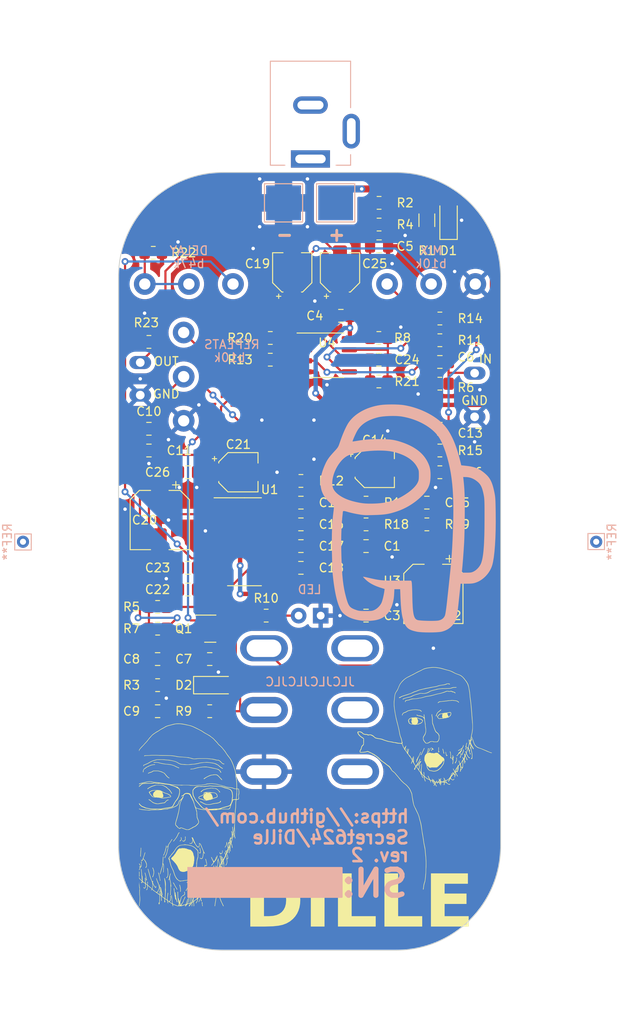
<source format=kicad_pcb>
(kicad_pcb (version 20221018) (generator pcbnew)
  (layers (0 "F.Cu" signal) (31 "B.Cu" signal) (34 "B.Paste" user) (35 "F.Paste" user) (36 "B.SilkS" user "B.Silkscreen") (37 "F.SilkS" user "F.Silkscreen") (38 "B.Mask" user) (39 "F.Mask" user) (44 "Edge.Cuts" user))
  (net 0 "")
  (net 2 "+9V")
  (net 3 "GND")
  (net 5 "+5V")
  (net 6 "+4V5")
  (net 7 "Net-(J1-Pad2)")
  (net 8 "Sig in")
  (net 9 "Net-(C6-Pad2)")
  (net 10 "Net-(U4B--)")
  (net 11 "Net-(U4A-+)")
  (net 12 "Net-(D2-K)")
  (net 13 "Net-(D2-A)")
  (net 14 "Net-(Q1-D)")
  (net 18 "Net-(Q1-S)")
  (net 19 "Net-(C8-Pad2)")
  (net 20 "Net-(C9-Pad1)")
  (net 21 "Net-(C10-Pad1)")
  (net 22 "Net-(C10-Pad2)")
  (net 23 "Net-(U1-LPF1-OUT)")
  (net 24 "Net-(U1-LPF1-IN)")
  (net 25 "Net-(C13-Pad2)")
  (net 26 "Net-(U1-LPF2-OUT)")
  (net 27 "Net-(C14-Pad2)")
  (net 28 "Net-(C15-Pad1)")
  (net 29 "Net-(U1-LPF2-IN)")
  (net 30 "Net-(U1-OP2-OUT)")
  (net 31 "Net-(U1-OP2-IN)")
  (net 32 "Net-(U1-OP1-IN)")
  (net 33 "Net-(U1-OP1-OUT)")
  (net 34 "Net-(C19-Pad1)")
  (net 35 "Net-(C19-Pad2)")
  (net 36 "Net-(D3-A)")
  (net 37 "Net-(SW2A-B)")
  (net 38 "Net-(R15-Pad1)")
  (net 39 "Net-(U1-REF)")
  (net 40 "Net-(U1-CC0)")
  (net 41 "Net-(U1-CC1)")
  (net 42 "Net-(C24-Pad1)")
  (net 43 "Net-(C25-Pad1)")
  (net 44 "Sig out")
  (net 45 "Net-(R22-Pad2)")
  (net 46 "Net-(U1-VCO)")
  (footprint "Capacitor_SMD:C_0805_2012Metric_Pad1.18x1.45mm_HandSolder" (layer "F.Cu") (at 55 100 180)
    (fp_text reference "C23")
    (fp_text value "100nF")
  )
  (footprint "TestPoint:Test point 2.5x1.5" (layer "F.Cu") (at 49.5 82.375)
    (fp_text reference "TP4" hide)
    (fp_text value "GND")
  )
  (footprint "Resistor_SMD:R_0805_2012Metric_Pad1.20x1.40mm_HandSolder" (layer "F.Cu") (at 84 78.81 180)
    (fp_text reference "R6")
    (fp_text value "1M")
  )
  (footprint "Diode_SMD:D_SOD-123" (layer "F.Cu") (at 58 113.5)
    (fp_text reference "D2")
    (fp_text value "1N4148W")
  )
  (footprint "Capacitor_SMD:C_0805_2012Metric_Pad1.18x1.45mm_HandSolder" (layer "F.Cu") (at 76.975 76.05 180)
    (fp_text reference "C24")
    (fp_text value "1nF")
  )
  (footprint "Package_SO:SOP-16_3.9x9.9mm_P1.27mm" (layer "F.Cu") (at 61.5 97)
    (fp_text reference "U1")
    (fp_text value "PT2399")
  )
  (footprint "Capacitor_SMD:C_0805_2012Metric_Pad1.18x1.45mm_HandSolder" (layer "F.Cu") (at 84 84)
    (fp_text reference "C13")
    (fp_text value "47nF")
  )
  (footprint "Capacitor_SMD:CP_Elec_4x4.5" (layer "F.Cu") (at 67 66 90)
    (fp_text reference "C19")
    (fp_text value "10uF")
  )
  (footprint "Resistor_SMD:R_0805_2012Metric_Pad1.20x1.40mm_HandSolder" (layer "F.Cu") (at 77 60.5)
    (fp_text reference "R4")
    (fp_text value "1M")
  )
  (footprint "TestPoint:Test point 2.5x1.5" (layer "F.Cu") (at 88 79.85)
    (fp_text reference "TP2" hide)
    (fp_text value "IN")
  )
  (footprint "Capacitor_SMD:CP_Elec_6.3x4.5" (layer "F.Cu") (at 51.75 94.5 -90)
    (fp_text reference "C20")
    (fp_text value "100uF")
  )
  (footprint "Capacitor_SMD:CP_Elec_4x4.5" (layer "F.Cu") (at 72.5 66 90)
    (fp_text reference "C25")
    (fp_text value "10uF")
  )
  (footprint "Capacitor_SMD:C_0805_2012Metric_Pad1.18x1.45mm_HandSolder" (layer "F.Cu") (at 77 63)
    (fp_text reference "C5")
    (fp_text value "100nF")
  )
  (footprint "Resistor_SMD:R_0805_2012Metric_Pad1.20x1.40mm_HandSolder" (layer "F.Cu") (at 82.5 95)
    (fp_text reference "R19")
    (fp_text value "10k")
  )
  (footprint "TestPoint:TestPoint_Pad_4.0x4.0mm" (layer "F.Cu") (at 72 58)
    (fp_text reference "TP5" hide)
    (fp_text value "TestPoint")
  )
  (footprint "Resistor_SMD:R_0805_2012Metric_Pad1.20x1.40mm_HandSolder" (layer "F.Cu") (at 51 63.75 180)
    (fp_text reference "R22")
    (fp_text value "1k")
  )
  (footprint "Capacitor_SMD:CP_Elec_6.3x4.5" (layer "F.Cu") (at 83.25 103 -90)
    (fp_text reference "C2")
    (fp_text value "100uF")
  )
  (footprint "Resistor_SMD:R_0805_2012Metric_Pad1.20x1.40mm_HandSolder" (layer "F.Cu") (at 68 90)
    (fp_text reference "R12")
    (fp_text value "10k")
  )
  (footprint "Resistor_SMD:R_0805_2012Metric_Pad1.20x1.40mm_HandSolder" (layer "F.Cu") (at 76.975 78.55 180)
    (fp_text reference "R21")
    (fp_text value "10k")
  )
  (footprint "Diode_SMD:D_SOD-123F" (layer "F.Cu") (at 85 60 90)
    (fp_text reference "D1")
    (fp_text value "1N4001")
  )
  (footprint "Resistor_SMD:R_0805_2012Metric_Pad1.20x1.40mm_HandSolder" (layer "F.Cu") (at 51.5 113.5 180)
    (fp_text reference "R3")
    (fp_text value "10k")
  )
  (footprint "Capacitor_SMD:C_0805_2012Metric_Pad1.18x1.45mm_HandSolder" (layer "F.Cu") (at 57.5 110.5)
    (fp_text reference "C7")
    (fp_text value "100nF")
  )
  (footprint "Capacitor_SMD:CP_Elec_4x4.5" (layer "F.Cu") (at 76.5 88.5)
    (fp_text reference "C14")
    (fp_text value "10uF")
  )
  (footprint "Capacitor_SMD:C_0805_2012Metric_Pad1.18x1.45mm_HandSolder" (layer "F.Cu") (at 55 102.5 180)
    (fp_text reference "C22")
    (fp_text value "100nF")
  )
  (footprint "Resistor_SMD:R_0805_2012Metric_Pad1.20x1.40mm_HandSolder" (layer "F.Cu") (at 84 73.81 180)
    (fp_text reference "R11")
    (fp_text value "100Ω")
  )
  (footprint "Capacitor_SMD:C_0805_2012Metric_Pad1.18x1.45mm_HandSolder" (layer "F.Cu") (at 68 100)
    (fp_text reference "C18")
    (fp_text value "100nF")
  )
  (footprint "TestPoint:TestPoint_Pad_4.0x4.0mm" (layer "F.Cu") (at 66 58 -90)
    (fp_text reference "TP6" hide)
    (fp_text value "TestPoint")
  )
  (footprint "Capacitor_SMD:C_0805_2012Metric_Pad1.18x1.45mm_HandSolder" (layer "F.Cu") (at 75.5 105.5 180)
    (fp_text reference "C3")
    (fp_text value "100nF")
  )
  (footprint "Capacitor_SMD:C_0805_2012Metric_Pad1.18x1.45mm_HandSolder" (layer "F.Cu") (at 75.5 97.5 180)
    (fp_text reference "C1")
    (fp_text value "100nF")
  )
  (footprint "Resistor_SMD:R_0805_2012Metric_Pad1.20x1.40mm_HandSolder" (layer "F.Cu") (at 75.5 95 180)
    (fp_text reference "R18")
    (fp_text value "10k")
  )
  (footprint "TestPoint:Test point 2.5x1.5" (layer "F.Cu") (at 88 84.875)
    (fp_text reference "TP1" hide)
    (fp_text value "GND")
  )
  (footprint "Resistor_SMD:R_0805_2012Metric_Pad1.20x1.40mm_HandSolder" (layer "F.Cu") (at 84 89 180)
    (fp_text reference "R16")
    (fp_text value "1k")
  )
  (footprint "Resistor_SMD:R_0805_2012Metric_Pad1.20x1.40mm_HandSolder" (layer "F.Cu") (at 51.5 104.5 180)
    (fp_text reference "R5")
    (fp_text value "15k")
  )
  (footprint "Capacitor_SMD:C_0805_2012Metric_Pad1.18x1.45mm_HandSolder" (layer "F.Cu") (at 51.5 116.5)
    (fp_text reference "C9")
    (fp_text value "10nF")
  )
  (footprint "Capacitor_SMD:C_0805_2012Metric_Pad1.18x1.45mm_HandSolder" (layer "F.Cu") (at 68 92.5 180)
    (fp_text reference "C12")
    (fp_text value "2.2nF")
  )
  (footprint "Package_TO_SOT_SMD:SOT-89-3" (layer "F.Cu") (at 74.75 101.5 180)
    (fp_text reference "U3")
    (fp_text value "L78L05_SOT89")
  )
  (footprint "Capacitor_SMD:C_0805_2012Metric_Pad1.18x1.45mm_HandSolder" (layer "F.Cu") (at 72.6 71 180)
    (fp_text reference "C4")
    (fp_text value "10nF")
  )
  (footprint "Resistor_SMD:R_0805_2012Metric_Pad1.20x1.40mm_HandSolder" (layer "F.Cu") (at 57.5 116.5 180)
    (fp_text reference "R9")
    (fp_text value "1M")
  )
  (footprint "Resistor_SMD:R_0805_2012Metric_Pad1.20x1.40mm_HandSolder" (layer "F.Cu") (at 76.975 73.55 180)
    (fp_text reference "R8")
    (fp_text value "100Ω")
  )
  (footprint "Package_TO_SOT_SMD:SOT-23" (layer "F.Cu") (at 57.5625 107)
    (fp_text reference "Q1")
    (fp_text value "MMBFJ112")
  )
  (footprint "Capacitor_SMD:C_0805_2012Metric_Pad1.18x1.45mm_HandSolder" (layer "F.Cu") (at 68 97.5)
    (fp_text reference "C17")
    (fp_text value "100nF")
  )
  (footprint "Resistor_SMD:R_0805_2012Metric_Pad1.20x1.40mm_HandSolder" (layer "F.Cu") (at 64.475 73.55 180)
    (fp_text reference "R20")
    (fp_text value "10k")
  )
  (footprint "Resistor_SMD:R_0805_2012Metric_Pad1.20x1.40mm_HandSolder" (layer "F.Cu") (at 75.5 92.5 180)
    (fp_text reference "R17")
    (fp_text value "10k")
  )
  (footprint "Capacitor_SMD:C_0805_2012Metric_Pad1.18x1.45mm_HandSolder" (layer "F.Cu") (at 55 89 180)
    (fp_text reference "C26")
    (fp_text value "10nF")
  )
  (footprint "Capacitor_SMD:C_0805_2012Metric_Pad1.18x1.45mm_HandSolder" (layer "F.Cu") (at 82.5 92.5)
    (fp_text reference "C15")
    (fp_text value "10nF")
  )
  (footprint "Resistor_SMD:R_0805_2012Metric_Pad1.20x1.40mm_HandSolder" (layer "F.Cu") (at 64 105.5)
    (fp_text reference "R10")
    (fp_text value "4.7k")
  )
  (footprint "Resistor_SMD:R_0805_2012Metric_Pad1.20x1.40mm_HandSolder" (layer "F.Cu") (at 77 58 180)
    (fp_text reference "R2")
    (fp_text value "1M")
  )
  (footprint "Resistor_SMD:R_0805_2012Metric_Pad1.20x1.40mm_HandSolder" (layer "F.Cu") (at 51.5 107 180)
    (fp_text reference "R7")
    (fp_text value "8.2k")
  )
  (footprint "Resistor_SMD:R_1206_3216Metric_Pad1.30x1.75mm_HandSolder" (layer "F.Cu") (at 82.5 60 -90)
    (fp_text reference "R1")
    (fp_text value "39Ω")
  )
  (footprint "Capacitor_SMD:C_0805_2012Metric_Pad1.18x1.45mm_HandSolder" (layer "F.Cu") (at 84 76.31 180)
    (fp_text reference "C6")
    (fp_text value "100nF")
  )
  (footprint "Resistor_SMD:R_0805_2012Metric_Pad1.20x1.40mm_HandSolder" (layer "F.Cu") (at 64.475 76.05)
    (fp_text reference "R13")
    (fp_text value "10k")
  )
  (footprint "Capacitor_SMD:C_0805_2012Metric_Pad1.18x1.45mm_HandSolder" (layer "F.Cu") (at 50.5 86.5)
    (fp_text reference "C11")
    (fp_text value "47nF")
  )
  (footprint "Resistor_SMD:R_0805_2012Metric_Pad1.20x1.40mm_HandSolder" (layer "F.Cu") (at 84 86.5 180)
    (fp_text reference "R15")
    (fp_text value "1k")
  )
  (footprint "Package_SO:SO-8_3.9x4.9mm_P1.27mm" (layer "F.Cu") (at 71 75.54)
    (fp_text reference "U4")
    (fp_text value "TL072" hide)
  )
  (footprint "Capacitor_SMD:C_0805_2012Metric_Pad1.18x1.45mm_HandSolder" (layer "F.Cu") (at 51.5 110.5)
    (fp_text reference "C8")
    (fp_text value "100nF")
  )
  (footprint "Resistor_SMD:R_0805_2012Metric_Pad1.20x1.40mm_HandSolder" (layer "F.Cu") (at 50.5 74 180)
    (fp_text reference "R23")
    (fp_text value "100k")
  )
  (footprint "Resistor_SMD:R_0805_2012Metric_Pad1.20x1.40mm_HandSolder" (layer "F.Cu") (at 84 71.31)
    (fp_text reference "R14")
    (fp_text value "1M")
  )
  (footprint "TestPoint:Test point 2.5x1.5" (layer "F.Cu") (at 49.5 78.625)
    (fp_text reference "TP3" hide)
    (fp_text value "OUT")
  )
  (footprint "Capacitor_SMD:CP_Elec_4x4.5" (layer "F.Cu") (at 60.8 89)
    (fp_text reference "C21")
    (fp_text value "10uF")
  )
  (footprint "Capacitor_SMD:C_0805_2012Metric_Pad1.18x1.45mm_HandSolder" (layer "F.Cu") (at 68 95)
    (fp_text reference "C16")
    (fp_text value "2.2nF")
  )
  (footprint "Capacitor_SMD:C_0805_2012Metric_Pad1.18x1.45mm_HandSolder" (layer "F.Cu") (at 50.5 84 180)
    (fp_text reference "C10")
    (fp_text value "100nF")
  )
  (footprint "Potentiometer_THT:UT right angle long pin" (layer "B.Cu") (at 83 67.34 180)
    (fp_text reference "RV2" hide)
    (fp_text value "b10k")
  )
  (footprint "Potentiometer_THT:UT right angle long pin" (layer "B.Cu") (at 55.1 67.34 180)
    (fp_text reference "RV3" hide)
    (fp_text value "b47k")
  )
  (footprint "Button_Switch_THT:Ural dpdt" (layer "B.Cu") (at 69 116.36)
    (fp_text reference "SW2" hide)
    (fp_text value "SW_DPDT_x2")
  )
  (footprint "TestPoint:TestPoint_Pad_4.0x4.0mm" (layer "B.Cu") (at 66 58 -90)
    (fp_text reference "TP6" hide)
    (fp_text value "TestPoint")
  )
  (footprint "Potentiometer_THT:UT right angle long pin" (layer "B.Cu") (at 54.5 78 90)
    (fp_text reference "RV1" hide)
    (fp_text value "b10k")
  )
  (footprint "Connector_Pin:Pin_D0.7mm_L6.5mm_W1.8mm_FlatFork" (layer "B.Cu") (at 36 97 90)
    (fp_text reference "REF**")
    (fp_text value "Pin_D0.7mm_L6.5mm_W1.8mm_FlatFork")
  )
  (footprint "TestPoint:TestPoint_Pad_4.0x4.0mm" (layer "B.Cu") (at 72 58 180)
    (fp_text reference "TP5" hide)
    (fp_text value "TestPoint")
  )
  (footprint "LED_THT:LED_D3.0mm" (layer "B.Cu") (at 70.275 105.5 180)
    (fp_text reference "D3" hide)
    (fp_text value "LED")
  )
  (footprint "Enclosure:1590B" (layer "B.Cu") (at 69 93.5 180)
    (fp_text reference "E1")
    (fp_text value "~")
  )
  (footprint "Connector_Pin:Pin_D0.7mm_L6.5mm_W1.8mm_FlatFork" (layer "B.Cu") (at 102 97 -90)
    (fp_text reference "REF**")
    (fp_text value "Pin_D0.7mm_L6.5mm_W1.8mm_FlatFork")
  )
  (footprint "Connector_BarrelJack:BarrelJack_Kycon_KLDX-0202-xC_Horizontal" (layer "B.Cu") (at 69.1 52.95 -90)
    (fp_text reference "J1" hide)
    (fp_text value "Barrel_Jack_Switch")
  )
  (gr_poly (pts (xy 78.104285 81.202059) (xy 77.740813 81.215257) (xy 77.411573 81.237509) (xy 77.133926 81.268753) (xy 76.8267 81.321711) (xy 76.526551 81.387071) (xy 76.234108 81.464462) (xy 75.949997 81.553511) (xy 75.674847 81.653845) (xy 75.409286 81.765094) (xy 75.153941 81.886885) (xy 74.909441 82.018846) (xy 74.676412 82.160605) (xy 74.455484 82.311789) (xy 74.247283 82.472028) (xy 74.052439 82.640948) (xy 73.871578 82.818177) (xy 73.705328 83.003344) (xy 73.627879 83.098788) (xy 73.554318 83.196076) (xy 73.484723 83.295163) (xy 73.419174 83.396002) (xy 73.309704 83.584032) (xy 73.193287 83.80685) (xy 73.072406 84.058566) (xy 72.94954 84.333289) (xy 72.82717 84.625126) (xy 72.707777 84.928188) (xy 72.59384 85.236583) (xy 72.487842 85.544419) (xy 72.425158 85.728377) (xy 72.39758 85.80567) (xy 72.371342 85.875065) (xy 72.34557 85.93798) (xy 72.319387 85.995833) (xy 72.291917 86.050043) (xy 72.262284 86.102028) (xy 72.229613 86.153207) (xy 72.193028 86.204999) (xy 72.151652 86.258821) (xy 72.104609 86.316093) (xy 72.051025 86.378232) (xy 71.990022 86.446659) (xy 71.842259 86.608044) (xy 71.639263 86.830491) (xy 71.46746 87.026334) (xy 71.391685 87.116508) (xy 71.321825 87.202706) (xy 71.257252 87.285818) (xy 71.197337 87.366737) (xy 71.141453 87.446354) (xy 71.088972 87.52556) (xy 71.039266 87.605246) (xy 70.991707 87.686304) (xy 70.945667 87.769626) (xy 70.900519 87.856103) (xy 70.855634 87.946626) (xy 70.810385 88.042086) (xy 70.681894 88.3326) (xy 70.570254 88.616718) (xy 70.475451 88.894371) (xy 70.397469 89.165491) (xy 70.336292 89.430005) (xy 70.291904 89.687846) (xy 70.264291 89.938943) (xy 70.253436 90.183227) (xy 70.259324 90.420627) (xy 70.281941 90.651074) (xy 70.321269 90.874499) (xy 70.377294 91.09083) (xy 70.45 91.3) (xy 70.539371 91.501937) (xy 70.645393 91.696573) (xy 70.768049 91.883836) (xy 70.819219 91.951508) (xy 70.876776 92.022877) (xy 70.939667 92.096928) (xy 71.006836 92.172645) (xy 71.07723 92.249014) (xy 71.149794 92.325018) (xy 71.223474 92.399643) (xy 71.297217 92.471872) (xy 71.369967 92.540691) (xy 71.440671 92.605084) (xy 71.508274 92.664035) (xy 71.571722 92.716529) (xy 71.629961 92.761551) (xy 71.681938 92.798085) (xy 71.726596 92.825115) (xy 71.745852 92.834749) (xy 71.762884 92.841627) (xy 71.772182 92.846101) (xy 71.780216 92.853854) (xy 71.786964 92.865312) (xy 71.792402 92.880901) (xy 71.796506 92.901049) (xy 71.799254 92.92618) (xy 71.800622 92.956722) (xy 71.800587 92.993101) (xy 71.796215 93.085075) (xy 71.785952 93.205512) (xy 71.769612 93.357823) (xy 71.747008 93.545419) (xy 71.689358 94.037058) (xy 71.642994 94.52479) (xy 71.607296 95.022073) (xy 71.581643 95.542361) (xy 71.565417 96.099113) (xy 71.557996 96.705784) (xy 71.558761 97.375831) (xy 71.567091 98.12271) (xy 71.585612 98.957967) (xy 71.608102 99.724763) (xy 71.632577 100.338761) (xy 71.644938 100.562106) (xy 71.657051 100.715627) (xy 71.701688 101.139417) (xy 71.750223 101.545364) (xy 71.802588 101.933111) (xy 71.858713 102.3023) (xy 71.918527 102.652576) (xy 71.981961 102.983582) (xy 72.048945 103.294961) (xy 72.11941 103.586356) (xy 72.193285 103.857412) (xy 72.270501 104.107771) (xy 72.350988 104.337077) (xy 72.434677 104.544974) (xy 72.521497 104.731105) (xy 72.61138 104.895113) (xy 72.704254 105.036642) (xy 72.80005 105.155335) (xy 72.917734 105.274046) (xy 73.049967 105.385936) (xy 73.195921 105.490756) (xy 73.354765 105.588259) (xy 73.525671 105.678197) (xy 73.707808 105.760321) (xy 73.900348 105.834384) (xy 74.102461 105.900137) (xy 74.313318 105.957332) (xy 74.532089 106.005722) (xy 74.757944 106.045058) (xy 74.990056 106.075093) (xy 75.227593 106.095577) (xy 75.469727 106.106264) (xy 75.715628 106.106905) (xy 75.964466 106.097252) (xy 76.126772 106.084818) (xy 76.280643 106.069222) (xy 76.426578 106.050278) (xy 76.56507 106.027798) (xy 76.696618 106.001598) (xy 76.821716 105.971491) (xy 76.940861 105.937292) (xy 77.05455 105.898813) (xy 77.163277 105.85587) (xy 77.267539 105.808276) (xy 77.367833 105.755845) (xy 77.464654 105.698391) (xy 77.558498 105.635728) (xy 77.649862 105.567671) (xy 77.739242 105.494032) (xy 77.827133 105.414626) (xy 77.923104 105.318009) (xy 78.014471 105.212943) (xy 78.101093 105.099785) (xy 78.182832 104.978891) (xy 78.259549 104.850617) (xy 78.331102 104.715321) (xy 78.397354 104.573358) (xy 78.458165 104.425086) (xy 78.513394 104.27086) (xy 78.562902 104.111038) (xy 78.606551 103.945976) (xy 78.6442 103.77603) (xy 78.675709 103.601558) (xy 78.700941 103.422915) (xy 78.719753 103.240459) (xy 78.732008 103.054545) (xy 78.763759 102.461876) (xy 79.425217 102.461876) (xy 79.456966 103.292669) (xy 79.485244 103.891268) (xy 79.501522 104.160546) (xy 79.519474 104.41136) (xy 79.539287 104.644873) (xy 79.561146 104.862247) (xy 79.585237 105.064645) (xy 79.611747 105.253231) (xy 79.640862 105.429166) (xy 79.672767 105.593613) (xy 79.707649 105.747736) (xy 79.745693 105.892696) (xy 79.787086 106.029656) (xy 79.832013 106.15978) (xy 79.880662 106.28423) (xy 79.933217 106.404169) (xy 79.982398 106.50701) (xy 80.033231 106.601572) (xy 80.086498 106.688383) (xy 80.142981 106.767969) (xy 80.203465 106.840859) (xy 80.268731 106.907578) (xy 80.339562 106.968654) (xy 80.416742 107.024615) (xy 80.501054 107.075986) (xy 80.593279 107.123296) (xy 80.694202 107.167071) (xy 80.804605 107.207839) (xy 80.925271 107.246126) (xy 81.056983 107.28246) (xy 81.200523 107.317367) (xy 81.356675 107.351376) (xy 81.470609 107.370969) (xy 81.609579 107.388066) (xy 81.948184 107.41471) (xy 82.343591 107.431184) (xy 82.766903 107.437365) (xy 83.189224 107.433127) (xy 83.581655 107.418348) (xy 83.915299 107.392903) (xy 84.051045 107.376142) (xy 84.161258 107.356667) (xy 84.295308 107.324623) (xy 84.425521 107.286098) (xy 84.551781 107.241186) (xy 84.673971 107.18998) (xy 84.791975 107.132573) (xy 84.905678 107.069057) (xy 85.014962 106.999527) (xy 85.119711 106.924074) (xy 85.219809 106.842792) (xy 85.315141 106.755774) (xy 85.405589 106.663113) (xy 85.491037 106.564902) (xy 85.571369 106.461235) (xy 85.646469 106.352203) (xy 85.716221 106.2379) (xy 85.780508 106.118419) (xy 85.842282 105.976112) (xy 85.898661 105.79356) (xy 85.952683 105.55036) (xy 86.007388 105.226111) (xy 86.065813 104.800411) (xy 86.130998 104.252858) (xy 86.293799 102.710586) (xy 86.383757 101.826878) (xy 87.055799 101.826878) (xy 87.239013 101.825803) (xy 87.398352 101.822247) (xy 87.470289 101.819384) (xy 87.537723 101.815715) (xy 87.601142 101.811178) (xy 87.661034 101.805711) (xy 87.717887 101.799251) (xy 87.77219 101.791737) (xy 87.824431 101.783107) (xy 87.875098 101.773299) (xy 87.92468 101.76225) (xy 87.973666 101.749899) (xy 88.022543 101.736184) (xy 88.071799 101.721043) (xy 88.233602 101.665036) (xy 88.393134 101.596689) (xy 88.549735 101.516683) (xy 88.702748 101.425702) (xy 88.851513 101.324427) (xy 88.995371 101.213539) (xy 89.133663 101.093722) (xy 89.265731 100.965658) (xy 89.390916 100.830028) (xy 89.508559 100.687515) (xy 89.618001 100.5388) (xy 89.718582 100.384567) (xy 89.809645 100.225496) (xy 89.89053 100.06227) (xy 89.960579 99.895572) (xy 90.019132 99.726083) (xy 90.072136 99.532642) (xy 90.121937 99.308404) (xy 90.211534 98.77284) (xy 90.287116 98.129996) (xy 90.347877 97.390475) (xy 90.393011 96.564882) (xy 90.421712 95.663821) (xy 90.433174 94.697896) (xy 90.426591 93.67771) (xy 90.419796 93.206091) (xy 89.140798 93.206091) (xy 89.140716 94.445002) (xy 89.133657 95.447763) (xy 89.115994 96.326438) (xy 89.087045 97.089399) (xy 89.068125 97.430103) (xy 89.046127 97.745017) (xy 89.020967 98.035189) (xy 88.992559 98.301665) (xy 88.960819 98.545491) (xy 88.925659 98.767714) (xy 88.886996 98.96938) (xy 88.844744 99.151535) (xy 88.798818 99.315227) (xy 88.749133 99.461501) (xy 88.719855 99.532254) (xy 88.685819 99.603363) (xy 88.647348 99.674442) (xy 88.604769 99.745101) (xy 88.558408 99.814955) (xy 88.508589 99.883615) (xy 88.455639 99.950694) (xy 88.399883 100.015804) (xy 88.341646 100.078557) (xy 88.281254 100.138566) (xy 88.219033 100.195444) (xy 88.155308 100.248802) (xy 88.090405 100.298254) (xy 88.02465 100.343412) (xy 87.958367 100.383887) (xy 87.891883 100.419293) (xy 87.806492 100.460149) (xy 87.76703 100.477185) (xy 87.728668 100.492136) (xy 87.690616 100.505134) (xy 87.652083 100.51631) (xy 87.61228 100.525797) (xy 87.570414 100.533725) (xy 87.525696 100.540228) (xy 87.477334 100.545435) (xy 87.424539 100.54948) (xy 87.366519 100.552494) (xy 87.231644 100.555957) (xy 87.066382 100.556876) (xy 86.516049 100.556876) (xy 86.547799 100.302877) (xy 86.600055 99.787932) (xy 86.668185 98.957471) (xy 86.738299 97.990088) (xy 86.796508 97.064377) (xy 86.819907 96.482458) (xy 86.840825 95.659439) (xy 86.856783 94.705451) (xy 86.865299 93.730627) (xy 86.865681 93.245613) (xy 85.552718 93.245613) (xy 85.547023 94.112062) (xy 85.526507 95.053544) (xy 85.460196 96.811369) (xy 85.416933 97.62827) (xy 85.365112 98.428303) (xy 85.303369 99.229825) (xy 85.23034 100.051192) (xy 85.044966 101.826878) (xy 84.806841 104.022919) (xy 84.771877 104.320988) (xy 84.738463 104.587804) (xy 84.706661 104.822869) (xy 84.676534 105.025688) (xy 84.648143 105.195766) (xy 84.62155 105.332605) (xy 84.608947 105.388406) (xy 84.596818 105.43571) (xy 84.585168 105.474458) (xy 84.574008 105.504585) (xy 84.547959 105.559718) (xy 84.519406 105.612021) (xy 84.488327 105.661518) (xy 84.454697 105.708232) (xy 84.418494 105.752187) (xy 84.379694 105.793405) (xy 84.338274 105.83191) (xy 84.294211 105.867726) (xy 84.247481 105.900875) (xy 84.198062 105.931381) (xy 84.145929 105.959267) (xy 84.09106 105.984556) (xy 84.033432 106.007272) (xy 83.973021 106.027437) (xy 83.909804 106.045075) (xy 83.843758 106.06021) (xy 83.758872 106.073742) (xy 83.645879 106.084632) (xy 83.352129 106.098822) (xy 82.995624 106.103462) (xy 82.609477 106.099235) (xy 82.226802 106.086822) (xy 81.880715 106.066906) (xy 81.604329 106.040169) (xy 81.502622 106.024455) (xy 81.430758 106.007292) (xy 81.351139 105.977204) (xy 81.278736 105.935503) (xy 81.213202 105.880626) (xy 81.154186 105.811005) (xy 81.10134 105.725075) (xy 81.054316 105.62127) (xy 81.012764 105.498024) (xy 80.976336 105.353772) (xy 80.944683 105.186948) (xy 80.917456 104.995985) (xy 80.894306 104.779319) (xy 80.874885 104.535383) (xy 80.845833 103.959439) (xy 80.827508 103.255627) (xy 80.822371 102.960327) (xy 80.815188 102.678173) (xy 80.806393 102.415864) (xy 80.796419 102.180095) (xy 80.785701 101.977565) (xy 80.774673 101.81497) (xy 80.76377 101.699009) (xy 80.7585 101.660608) (xy 80.753424 101.636377) (xy 80.700508 101.472335) (xy 79.102425 101.477627) (xy 78.519463 101.477358) (xy 78.037394 101.470516) (xy 77.627631 101.454) (xy 77.440931 101.441146) (xy 77.261587 101.42471) (xy 77.086025 101.404305) (xy 76.910673 101.379545) (xy 76.731956 101.35004) (xy 76.546302 101.315404) (xy 76.139887 101.229187) (xy 75.662841 101.117793) (xy 75.560264 101.093536) (xy 75.464321 101.072566) (xy 75.377184 101.055192) (xy 75.337596 101.047951) (xy 75.301024 101.041725) (xy 75.267738 101.036553) (xy 75.23801 101.032475) (xy 75.212111 101.029528) (xy 75.190312 101.027751) (xy 75.172886 101.027184) (xy 75.160102 101.027865) (xy 75.155536 101.028686) (xy 75.152233 101.029833) (xy 75.150226 101.031312) (xy 75.14955 101.033127) (xy 75.15132 101.038738) (xy 75.156516 101.047503) (xy 75.164967 101.05923) (xy 75.176504 101.073724) (xy 75.208151 101.110239) (xy 75.250092 101.155497) (xy 75.300962 101.207948) (xy 75.359398 101.266043) (xy 75.424035 101.32823) (xy 75.493509 101.392959) (xy 75.568043 101.460673) (xy 75.646771 101.526884) (xy 75.729668 101.591575) (xy 75.816713 101.654732) (xy 75.907882 101.716338) (xy 76.003152 101.776378) (xy 76.102498 101.834837) (xy 76.205899 101.8917) (xy 76.31333 101.94695) (xy 76.424769 102.000572) (xy 76.540193 102.052551) (xy 76.659577 102.102871) (xy 76.782899 102.151516) (xy 76.910135 102.198472) (xy 77.041263 102.243723) (xy 77.176258 102.287253) (xy 77.636634 102.435417) (xy 77.604883 102.673544) (xy 77.574921 102.869832) (xy 77.537828 103.073065) (xy 77.495401 103.276298) (xy 77.44944 103.472586) (xy 77.401743 103.654983) (xy 77.354108 103.816544) (xy 77.330876 103.887341) (xy 77.308333 103.950324) (xy 77.286705 104.004626) (xy 77.266217 104.049378) (xy 77.232591 104.11265) (xy 77.195399 104.175302) (xy 77.154921 104.237086) (xy 77.111436 104.297754) (xy 77.065221 104.357058) (xy 77.016558 104.414749) (xy 76.965724 104.470581) (xy 76.912998 104.524303) (xy 76.85866 104.57567) (xy 76.802989 104.624432) (xy 76.746264 104.670341) (xy 76.688763 104.71315) (xy 76.630767 104.75261) (xy 76.572553 104.788473) (xy 76.514402 104.820492) (xy 76.456591 104.848418) (xy 76.368876 104.88577) (xy 76.327611 104.901369) (xy 76.286679 104.91506) (xy 76.245035 104.926954) (xy 76.201631 104.937157) (xy 76.15542 104.945779) (xy 76.105358 104.952929) (xy 76.050396 104.958714) (xy 75.989489 104.963243) (xy 75.845653 104.968968) (xy 75.665478 104.970973) (xy 75.440592 104.970126) (xy 75.216358 104.969206) (xy 75.120425 104.967859) (xy 75.033795 104.965744) (xy 74.95535 104.96273) (xy 74.883974 104.958685) (xy 74.818552 104.953477) (xy 74.757966 104.946975) (xy 74.701101 104.939047) (xy 74.646841 104.929561) (xy 74.594069 104.918384) (xy 74.541669 104.905386) (xy 74.488525 104.890435) (xy 74.433521 104.873398) (xy 74.313466 104.832543) (xy 74.187154 104.785733) (xy 74.073398 104.739597) (xy 73.971115 104.692702) (xy 73.879219 104.643614) (xy 73.796625 104.590897) (xy 73.722247 104.533119) (xy 73.6878 104.501884) (xy 73.655 104.468846) (xy 73.623712 104.433825) (xy 73.5938 104.396642) (xy 73.537561 104.315075) (xy 73.485197 104.222709) (xy 73.435624 104.118112) (xy 73.387756 103.99985) (xy 73.340508 103.866487) (xy 73.292796 103.71659) (xy 73.243532 103.548726) (xy 73.191634 103.361459) (xy 73.077305 102.911999) (xy 72.979471 102.447655) (xy 72.896768 101.955034) (xy 72.827831 101.420742) (xy 72.771297 100.831382) (xy 72.725801 100.173562) (xy 72.689979 99.433887) (xy 72.662467 98.598961) (xy 72.647047 97.935249) (xy 72.640308 97.295722) (xy 72.642003 96.683729) (xy 72.651884 96.102617) (xy 72.669702 95.555736) (xy 72.695209 95.046434) (xy 72.728158 94.578059) (xy 72.768301 94.153961) (xy 72.77969 94.061553) (xy 72.789963 93.972308) (xy 72.798996 93.888395) (xy 72.806665 93.811987) (xy 72.812846 93.745252) (xy 72.817414 93.690361) (xy 72.820246 93.649485) (xy 72.821217 93.624794) (xy 72.823047 93.589376) (xy 72.826922 93.558493) (xy 72.833403 93.53209) (xy 72.837794 93.520552) (xy 72.843045 93.510113) (xy 72.849227 93.500768) (xy 72.856409 93.492509) (xy 72.86466 93.485329) (xy 72.874051 93.479221) (xy 72.884651 93.47418) (xy 72.896531 93.470197) (xy 72.909758 93.467267) (xy 72.924405 93.465382) (xy 72.958232 93.464722) (xy 72.998571 93.468163) (xy 73.045979 93.475649) (xy 73.101014 93.487128) (xy 73.164235 93.502545) (xy 73.2362 93.521845) (xy 73.408592 93.571878) (xy 73.524864 93.604951) (xy 73.660112 93.640008) (xy 73.809498 93.676057) (xy 73.968186 93.712106) (xy 74.131339 93.747163) (xy 74.294119 93.780236) (xy 74.451691 93.810333) (xy 74.599217 93.836461) (xy 74.809344 93.871797) (xy 74.99634 93.898886) (xy 75.173787 93.918409) (xy 75.355264 93.931049) (xy 75.554353 93.937488) (xy 75.784633 93.938407) (xy 76.059686 93.93449) (xy 76.393092 93.926418) (xy 76.817583 93.911939) (xy 77.19048 93.890948) (xy 77.361456 93.877371) (xy 77.524185 93.861399) (xy 77.680217 93.842777) (xy 77.831102 93.821247) (xy 77.97839 93.796555) (xy 78.123632 93.768444) (xy 78.268378 93.736659) (xy 78.414178 93.700944) (xy 78.562582 93.661044) (xy 78.715141 93.616701) (xy 79.038925 93.513669) (xy 79.238862 93.443875) (xy 79.437629 93.367579) (xy 79.634923 93.284973) (xy 79.830442 93.196251) (xy 80.023884 93.101607) (xy 80.214946 93.001235) (xy 80.403326 92.895328) (xy 80.588721 92.78408) (xy 80.77083 92.667685) (xy 80.94935 92.546338) (xy 81.123979 92.420231) (xy 81.294414 92.289558) (xy 81.460354 92.154513) (xy 81.621495 92.015291) (xy 81.777536 91.872084) (xy 81.928174 91.725086) (xy 82.06498 91.583349) (xy 82.189926 91.445217) (xy 82.303431 91.309704) (xy 82.405913 91.175828) (xy 82.497791 91.042602) (xy 82.579484 90.909043) (xy 82.65141 90.774166) (xy 82.713987 90.636987) (xy 82.767635 90.496521) (xy 82.812772 90.351785) (xy 82.849816 90.201792) (xy 82.879186 90.04556) (xy 82.901301 89.882104) (xy 82.91658 89.710439) (xy 82.925439 89.529581) (xy 82.9283 89.338545) (xy 81.578925 89.338545) (xy 81.578005 89.504281) (xy 81.576657 89.575692) (xy 81.574542 89.6405) (xy 81.571528 89.699478) (xy 81.567483 89.753402) (xy 81.562276 89.803048) (xy 81.555773 89.849189) (xy 81.547845 89.892603) (xy 81.538358 89.934063) (xy 81.527182 89.974345) (xy 81.514184 90.014223) (xy 81.499233 90.054474) (xy 81.482196 90.095872) (xy 81.462943 90.139193) (xy 81.441341 90.18521) (xy 81.405285 90.256674) (xy 81.362741 90.330029) (xy 81.313918 90.405058) (xy 81.259026 90.481544) (xy 81.198274 90.559271) (xy 81.131871 90.638021) (xy 81.060027 90.717577) (xy 80.98295 90.797722) (xy 80.900851 90.878239) (xy 80.813938 90.958911) (xy 80.72242 91.039521) (xy 80.626507 91.119852) (xy 80.526409 91.199687) (xy 80.422334 91.278809) (xy 80.314492 91.357) (xy 80.203091 91.434045) (xy 79.986322 91.577403) (xy 79.771924 91.710017) (xy 79.558922 91.832183) (xy 79.346338 91.944194) (xy 79.133196 92.046345) (xy 78.918519 92.138931) (xy 78.701331 92.222247) (xy 78.480654 92.296586) (xy 78.255513 92.362243) (xy 78.02493 92.419513) (xy 77.787929 92.468691) (xy 77.543534 92.510071) (xy 77.290766 92.543947) (xy 77.02865 92.570615) (xy 76.75621 92.590368) (xy 76.472467 92.603502) (xy 76.120685 92.611481) (xy 75.804311 92.610778) (xy 75.512618 92.600153) (xy 75.372674 92.590733) (xy 75.234877 92.578367) (xy 75.097887 92.5629) (xy 74.960362 92.544178) (xy 74.820961 92.522045) (xy 74.678343 92.496346) (xy 74.378092 92.433632) (xy 74.048882 92.354794) (xy 73.839669 92.298225) (xy 73.63699 92.235866) (xy 73.441303 92.168003) (xy 73.253066 92.094924) (xy 73.072734 92.016914) (xy 72.900767 91.934262) (xy 72.737621 91.847253) (xy 72.583753 91.756174) (xy 72.439621 91.661313) (xy 72.305682 91.562956) (xy 72.182394 91.46139) (xy 72.124887 91.409493) (xy 72.070213 91.356901) (xy 72.018431 91.303651) (xy 71.969598 91.249777) (xy 71.92377 91.195317) (xy 71.881005 91.140305) (xy 71.84136 91.084777) (xy 71.804892 91.02877) (xy 71.771659 90.972319) (xy 71.741717 90.91546) (xy 71.70337 90.828723) (xy 71.67158 90.736448) (xy 71.646207 90.639018) (xy 71.627109 90.536817) (xy 71.614146 90.430228) (xy 71.607178 90.319636) (xy 71.606065 90.205424) (xy 71.610665 90.087976) (xy 71.636445 89.844906) (xy 71.683395 89.593495) (xy 71.750389 89.336813) (xy 71.836305 89.077929) (xy 71.940019 88.819914) (xy 72.060405 88.565837) (xy 72.196342 88.318766) (xy 72.346703 88.081773) (xy 72.510366 87.857926) (xy 72.686207 87.650296) (xy 72.778342 87.553521) (xy 72.873101 87.461951) (xy 72.970342 87.375969) (xy 73.069925 87.295961) (xy 73.161164 87.230327) (xy 73.258596 87.168258) (xy 73.362709 87.1096) (xy 73.473993 87.054198) (xy 73.592936 87.001896) (xy 73.720025 86.95254) (xy 73.855749 86.905975) (xy 74.000597 86.862044) (xy 74.155057 86.820595) (xy 74.319617 86.78147) (xy 74.494765 86.744517) (xy 74.68099 86.709578) (xy 75.088624 86.645127) (xy 75.546425 86.586878) (xy 75.998573 86.54471) (xy 76.443032 86.517425) (xy 76.875088 86.505022) (xy 77.290029 86.507503) (xy 77.489609 86.514324) (xy 77.683142 86.524866) (xy 77.87004 86.539129) (xy 78.049714 86.557112) (xy 78.221575 86.578816) (xy 78.385032 86.604241) (xy 78.539498 86.633387) (xy 78.684384 86.666253) (xy 78.930433 86.730859) (xy 79.166483 86.801603) (xy 79.392456 86.878426) (xy 79.608275 86.961263) (xy 79.813862 87.050053) (xy 80.009139 87.144735) (xy 80.19403 87.245245) (xy 80.368456 87.351523) (xy 80.53234 87.463506) (xy 80.685604 87.581132) (xy 80.828172 87.704339) (xy 80.89542 87.768016) (xy 80.959965 87.833065) (xy 81.021797 87.899478) (xy 81.080906 87.967248) (xy 81.137282 88.036366) (xy 81.190917 88.106826) (xy 81.2418 88.178619) (xy 81.289921 88.251737) (xy 81.335272 88.326173) (xy 81.377841 88.401919) (xy 81.442695 88.526159) (xy 81.469103 88.579199) (xy 81.49186 88.62789) (xy 81.511237 88.673511) (xy 81.527507 88.717341) (xy 81.540939 88.760661) (xy 81.551805 88.804747) (xy 81.560377 88.85088) (xy 81.566925 88.900338) (xy 81.571722 88.954401) (xy 81.575039 89.014347) (xy 81.578315 89.157005) (xy 81.578925 89.338545) (xy 82.9283 89.338545) (xy 82.927476 89.229431) (xy 82.92493 89.125937) (xy 82.920556 89.027482) (xy 82.914244 88.933483) (xy 82.905885 88.843361) (xy 82.895371 88.756533) (xy 82.882594 88.672418) (xy 82.867445 88.590435) (xy 82.849816 88.510002) (xy 82.829598 88.430537) (xy 82.806682 88.351461) (xy 82.78096 88.272191) (xy 82.752323 88.192145) (xy 82.720664 88.110743) (xy 82.685872 88.027404) (xy 82.647841 87.941545) (xy 82.550334 87.743831) (xy 82.442262 87.553434) (xy 82.323477 87.37023) (xy 82.193833 87.194096) (xy 82.053181 87.024908) (xy 81.901375 86.86254) (xy 81.738267 86.70687) (xy 81.563711 86.557774) (xy 81.377558 86.415126) (xy 81.179662 86.278804) (xy 80.969875 86.148682) (xy 80.74805 86.024638) (xy 80.51404 85.906547) (xy 80.267697 85.794286) (xy 80.008874 85.687729) (xy 79.737424 85.586753) (xy 79.414054 85.478543) (xy 79.261919 85.432228) (xy 79.114 85.390796) (xy 78.968686 85.354015) (xy 78.824364 85.321653) (xy 78.679422 85.293476) (xy 78.532248 85.269253) (xy 78.381228 85.248751) (xy 78.224752 85.231736) (xy 78.061207 85.217977) (xy 77.88898 85.207241) (xy 77.512031 85.193909) (xy 77.081008 85.189878) (xy 76.698582 85.190715) (xy 76.347285 85.197568) (xy 76.018561 85.210993) (xy 75.703852 85.23155) (xy 75.3946 85.259796) (xy 75.082247 85.29629) (xy 74.758236 85.34159) (xy 74.414009 85.396253) (xy 74.323027 85.411353) (xy 74.237813 85.424778) (xy 74.160164 85.436343) (xy 74.091878 85.445862) (xy 74.034755 85.453148) (xy 73.990592 85.458016) (xy 73.961188 85.460279) (xy 73.952583 85.460376) (xy 73.948341 85.459752) (xy 73.946827 85.44681) (xy 73.951855 85.420706) (xy 73.97943 85.33391) (xy 74.026848 85.209163) (xy 74.089894 85.056263) (xy 74.164349 84.885008) (xy 74.245998 84.705194) (xy 74.330624 84.526621) (xy 74.414009 84.359086) (xy 74.498375 84.208629) (xy 74.590856 84.064768) (xy 74.691631 83.927403) (xy 74.800879 83.796433) (xy 74.918777 83.671757) (xy 75.045504 83.553275) (xy 75.181239 83.440885) (xy 75.326159 83.334487) (xy 75.480443 83.23398) (xy 75.644268 83.139264) (xy 75.817815 83.050237) (xy 76.001259 82.966799) (xy 76.194781 82.888849) (xy 76.398558 82.816286) (xy 76.612769 82.74901) (xy 76.837591 82.686919) (xy 76.968786 82.656607) (xy 77.11498 82.629217) (xy 77.274181 82.60482) (xy 77.444397 82.583484) (xy 77.809904 82.550277) (xy 78.195566 82.530154) (xy 78.585444 82.523674) (xy 78.963601 82.531394) (xy 79.143305 82.540754) (xy 79.314102 82.553873) (xy 79.474 82.570822) (xy 79.621008 82.59167) (xy 79.960341 82.65457) (xy 80.294993 82.731734) (xy 80.623877 82.822539) (xy 80.945909 82.926368) (xy 81.260003 83.042598) (xy 81.565075 83.170611) (xy 81.860039 83.309786) (xy 82.14381 83.459503) (xy 82.415302 83.619142) (xy 82.673431 83.788082) (xy 82.917111 83.965704) (xy 83.145258 84.151388) (xy 83.356785 84.344513) (xy 83.550608 84.544459) (xy 83.725641 84.750607) (xy 83.805772 84.855812) (xy 83.8808 84.962336) (xy 83.980489 85.121004) (xy 84.080767 85.300268) (xy 84.181107 85.498524) (xy 84.280982 85.714166) (xy 84.379865 85.94559) (xy 84.477228 86.191191) (xy 84.665289 86.718508) (xy 84.840948 87.28328) (xy 84.999987 87.87267) (xy 85.13819 88.473843) (xy 85.251341 89.073961) (xy 85.343687 89.695959) (xy 85.418608 90.334204) (xy 85.476537 90.998495) (xy 85.517909 91.698627) (xy 85.543158 92.444401) (xy 85.552718 93.245613) (xy 86.865681 93.245613) (xy 86.865868 93.007746) (xy 86.862902 92.401509) (xy 86.855346 91.886181) (xy 86.842148 91.436028) (xy 86.822253 91.025314) (xy 86.794606 90.628305) (xy 86.758153 90.219265) (xy 86.711841 89.77246) (xy 86.685383 89.550211) (xy 86.965841 89.555503) (xy 87.045717 89.557924) (xy 87.124632 89.563213) (xy 87.202617 89.571385) (xy 87.279703 89.582457) (xy 87.35592 89.596443) (xy 87.431301 89.613359) (xy 87.505875 89.633221) (xy 87.579674 89.656044) (xy 87.652729 89.681844) (xy 87.725071 89.710635) (xy 87.796731 89.742435) (xy 87.867739 89.777257) (xy 87.938128 89.815118) (xy 88.007927 89.856032) (xy 88.077168 89.900017) (xy 88.145882 89.947086) (xy 88.242842 90.018891) (xy 88.331701 90.090168) (xy 88.413041 90.162003) (xy 88.487443 90.235482) (xy 88.555489 90.311689) (xy 88.617761 90.39171) (xy 88.674839 90.476629) (xy 88.727304 90.567533) (xy 88.775739 90.665507) (xy 88.820725 90.771634) (xy 88.862843 90.887002) (xy 88.902674 91.012695) (xy 88.940799 91.149798) (xy 88.977801 91.299396) (xy 89.01426 91.462575) (xy 89.050758 91.640419) (xy 89.079149 91.797392) (xy 89.101276 91.968503) (xy 89.117823 92.17434) (xy 89.129471 92.435492) (xy 89.136902 92.772546) (xy 89.140798 93.206091) (xy 90.419796 93.206091) (xy 90.418684 93.128886) (xy 90.409972 92.694288) (xy 90.399151 92.352211) (xy 90.392542 92.209085) (xy 90.384919 92.080951) (xy 90.376117 91.965095) (xy 90.365974 91.858804) (xy 90.354328 91.759366) (xy 90.341015 91.664067) (xy 90.325872 91.570194) (xy 90.308737 91.475034) (xy 90.267841 91.270003) (xy 90.224984 91.071605) (xy 90.181469 90.886594) (xy 90.136884 90.714095) (xy 90.090818 90.55323) (xy 90.042861 90.403124) (xy 89.992602 90.262901) (xy 89.939629 90.131686) (xy 89.883533 90.008602) (xy 89.823903 89.892773) (xy 89.760326 89.783324) (xy 89.692394 89.679378) (xy 89.619694 89.58006) (xy 89.541817 89.484493) (xy 89.45835 89.391803) (xy 89.368884 89.301112) (xy 89.273007 89.211545) (xy 89.149285 89.103589) (xy 89.027617 89.003733) (xy 88.907204 88.911644) (xy 88.787249 88.826989) (xy 88.666953 88.749434) (xy 88.545517 88.678646) (xy 88.422143 88.614292) (xy 88.296034 88.556039) (xy 88.166389 88.503552) (xy 88.032411 88.456499) (xy 87.893302 88.414547) (xy 87.748263 88.377362) (xy 87.596496 88.344611) (xy 87.437202 88.31596) (xy 87.269583 88.291076) (xy 87.092841 88.269627) (xy 86.463133 88.200836) (xy 86.293799 87.512919) (xy 86.217031 87.21868) (xy 86.13755 86.933286) (xy 86.055372 86.656774) (xy 85.970512 86.389184) (xy 85.882985 86.130555) (xy 85.792807 85.880926) (xy 85.699993 85.640335) (xy 85.60456 85.40882) (xy 85.506522 85.186422) (xy 85.405895 84.973178) (xy 85.302695 84.769127) (xy 85.196936 84.574308) (xy 85.088635 84.38876) (xy 84.977808 84.212522) (xy 84.864468 84.045631) (xy 84.748633 83.888128) (xy 84.558955 83.656341) (xy 84.346177 83.429841) (xy 84.111881 83.209449) (xy 83.857649 82.995986) (xy 83.585061 82.790275) (xy 83.295698 82.593137) (xy 82.991143 82.405394) (xy 82.672977 82.227868) (xy 82.34278 82.061379) (xy 82.002134 81.90675) (xy 81.65262 81.764803) (xy 81.29582 81.636359) (xy 80.933315 81.522239) (xy 80.566687 81.423266) (xy 80.197515 81.340261) (xy 79.827383 81.274045) (xy 79.697954 81.25637) (xy 79.553209 81.241044) (xy 79.226448 81.217407) (xy 78.864465 81.203072) (xy 78.484623 81.197977)) (fill solid) (layer "B.SilkS"))
  (gr_rect (start 55.024068 134.524068) (end 72.7 137.875932) (stroke (width 0.2)) (fill solid) (layer "B.SilkS"))
  (gr_poly (pts (xy 51.177091 122.601622) (xy 51.178819 122.60185) (xy 51.180428 122.602202) (xy 51.18192 122.602678) (xy 51.183299 122.603278) (xy 51.184566 122.604003) (xy 51.185725 122.604855) (xy 51.186776 122.605833) (xy 51.187724 122.606938) (xy 51.18857 122.608171) (xy 51.189316 122.609533) (xy 51.189966 122.611024) (xy 51.190521 122.612645) (xy 51.190984 122.614396) (xy 51.191357 122.616279) (xy 51.191644 122.618293) (xy 51.191845 122.620439) (xy 51.191964 122.622719) (xy 51.192003 122.625133) (xy 51.191882 122.6334) (xy 51.191447 122.640708) (xy 51.190591 122.647112) (xy 51.189206 122.652666) (xy 51.188282 122.655141) (xy 51.187185 122.657424) (xy 51.185903 122.659522) (xy 51.184422 122.661441) (xy 51.182729 122.663188) (xy 51.180809 122.66477) (xy 51.17865 122.666194) (xy 51.176238 122.667466) (xy 51.173561 122.668594) (xy 51.170603 122.669584) (xy 51.163797 122.671177) (xy 51.155711 122.672299) (xy 51.146239 122.673006) (xy 51.135273 122.673351) (xy 51.122707 122.673388) (xy 51.092344 122.672758) (xy 51.080843 122.67249) (xy 51.070121 122.67235) (xy 51.06013 122.672341) (xy 51.050823 122.672469) (xy 51.042152 122.672735) (xy 51.034068 122.673145) (xy 51.026524 122.673703) (xy 51.019473 122.674411) (xy 51.012866 122.675275) (xy 51.006655 122.676297) (xy 51.000794 122.677483) (xy 50.995233 122.678835) (xy 50.989926 122.680357) (xy 50.984824 122.682054) (xy 50.97988 122.683929) (xy 50.975045 122.685987) (xy 50.971197 122.687474) (xy 50.966956 122.688951) (xy 50.957461 122.691844) (xy 50.946892 122.694591) (xy 50.935578 122.697122) (xy 50.923851 122.699363) (xy 50.912041 122.701242) (xy 50.900479 122.702687) (xy 50.889496 122.703626) (xy 50.882567 122.704102) (xy 50.875318 122.704874) (xy 50.859745 122.707333) (xy 50.842538 122.711052) (xy 50.823461 122.716083) (xy 50.802275 122.722479) (xy 50.778744 122.730291) (xy 50.752628 122.739571) (xy 50.723691 122.750369) (xy 50.700254 122.759392) (xy 50.677912 122.767815) (xy 50.657183 122.775453) (xy 50.638583 122.782119) (xy 50.622629 122.787628) (xy 50.609837 122.791793) (xy 50.600725 122.794428) (xy 50.59771 122.795114) (xy 50.595809 122.795348) (xy 50.594429 122.795481) (xy 50.592627 122.79587) (xy 50.590435 122.796505) (xy 50.587885 122.797374) (xy 50.581841 122.799766) (xy 50.574752 122.802955) (xy 50.566879 122.806846) (xy 50.558478 122.811347) (xy 50.549808 122.816365) (xy 50.541128 122.821807) (xy 50.532237 122.826995) (xy 50.523572 122.831894) (xy 50.515362 122.836379) (xy 50.507835 122.840327) (xy 50.501217 122.843614) (xy 50.49832 122.84497) (xy 50.495736 122.846115) (xy 50.493493 122.847032) (xy 50.491619 122.847707) (xy 50.490143 122.848123) (xy 50.489094 122.848265) (xy 50.488021 122.848356) (xy 50.486794 122.848625) (xy 50.485425 122.849061) (xy 50.483926 122.849657) (xy 50.482308 122.850402) (xy 50.480583 122.851288) (xy 50.478762 122.852306) (xy 50.476857 122.853446) (xy 50.474879 122.854701) (xy 50.472841 122.856059) (xy 50.470754 122.857514) (xy 50.46863 122.859055) (xy 50.464315 122.86236) (xy 50.459989 122.865904) (xy 50.457811 122.8677) (xy 50.455587 122.869447) (xy 50.453331 122.871134) (xy 50.45106 122.872752) (xy 50.448789 122.874294) (xy 50.446533 122.875748) (xy 50.444308 122.877107) (xy 50.44213 122.878361) (xy 50.440014 122.879502) (xy 50.437975 122.88052) (xy 50.43603 122.881406) (xy 50.434193 122.882151) (xy 50.43248 122.882746) (xy 50.430906 122.883183) (xy 50.429487 122.883451) (xy 50.428841 122.88352) (xy 50.42824 122.883543) (xy 50.426562 122.883716) (xy 50.4242 122.884225) (xy 50.417587 122.886189) (xy 50.408721 122.88931) (xy 50.397923 122.893465) (xy 50.385512 122.898529) (xy 50.371809 122.904379) (xy 50.357134 122.91089) (xy 50.341809 122.917939) (xy 50.327594 122.924725) (xy 50.313418 122.931841) (xy 50.299319 122.939265) (xy 50.285337 122.946974) (xy 50.27151 122.954946) (xy 50.257876 122.963161) (xy 50.244475 122.971594) (xy 50.231345 122.980226) (xy 50.218526 122.989033) (xy 50.206055 122.997994) (xy 50.193972 123.007086) (xy 50.182315 123.016289) (xy 50.171123 123.025579) (xy 50.160435 123.034935) (xy 50.15029 123.044335) (xy 50.140726 123.053757) (xy 50.137488 123.056853) (xy 50.133756 123.060165) (xy 50.124988 123.067317) (xy 50.114774 123.074966) (xy 50.103463 123.082862) (xy 50.091409 123.090758) (xy 50.078962 123.098406) (xy 50.066473 123.105558) (xy 50.054295 123.111967) (xy 50.042386 123.118096) (xy 50.031409 123.123959) (xy 50.021285 123.12962) (xy 50.011934 123.135145) (xy 50.003275 123.140597) (xy 49.995229 123.146042) (xy 49.987715 123.151543) (xy 49.980653 123.157166) (xy 49.973963 123.162975) (xy 49.967565 123.169034) (xy 49.961379 123.175409) (xy 49.955324 123.182164) (xy 49.949322 123.189363) (xy 49.943291 123.19707) (xy 49.937151 123.205352) (xy 49.930823 123.214272) (xy 49.924259 123.224292) (xy 49.918121 123.234534) (xy 49.912401 123.245032) (xy 49.907093 123.25582) (xy 49.902188 123.266933) (xy 49.897678 123.278407) (xy 49.893555 123.290277) (xy 49.889812 123.302577) (xy 49.886442 123.315341) (xy 49.883436 123.328606) (xy 49.880786 123.342406) (xy 49.878485 123.356775) (xy 49.876525 123.371749) (xy 49.874899 123.387362) (xy 49.873598 123.40365) (xy 49.872615 123.420647) (xy 49.87171 123.438401) (xy 49.870632 123.454328) (xy 49.869349 123.468479) (xy 49.868622 123.474906) (xy 49.867833 123.480908) (xy 49.866978 123.486494) (xy 49.866053 123.491668) (xy 49.865055 123.496439) (xy 49.863979 123.500812) (xy 49.862823 123.504795) (xy 49.861583 123.508393) (xy 49.860255 123.511614) (xy 49.858834 123.514464) (xy 49.857318 123.516949) (xy 49.855703 123.519077) (xy 49.853984 123.520854) (xy 49.852159 123.522286) (xy 49.850224 123.52338) (xy 49.848174 123.524143) (xy 49.846006 123.524582) (xy 49.843717 123.524702) (xy 49.841303 123.524512) (xy 49.838759 123.524016) (xy 49.836083 123.523223) (xy 49.83327 123.522137) (xy 49.830317 123.520767) (xy 49.82722 123.519119) (xy 49.823976 123.517199) (xy 49.82058 123.515014) (xy 49.817582 123.51305) (xy 49.814868 123.511122) (xy 49.812433 123.509224) (xy 49.811319 123.508286) (xy 49.810272 123.507353) (xy 49.809293 123.506425) (xy 49.80838 123.505502) (xy 49.807533 123.504583) (xy 49.806751 123.503667) (xy 49.806034 123.502753) (xy 49.805381 123.501842) (xy 49.804791 123.500931) (xy 49.804264 123.500022) (xy 49.803799 123.499112) (xy 49.803395 123.498202) (xy 49.803052 123.49729) (xy 49.802769 123.496377) (xy 49.802545 123.495461) (xy 49.80238 123.494541) (xy 49.802274 123.493618) (xy 49.802224 123.492691) (xy 49.802232 123.491758) (xy 49.802296 123.490819) (xy 49.802415 123.489874) (xy 49.80259 123.488921) (xy 49.802818 123.487961) (xy 49.8031 123.486993) (xy 49.803435 123.486015) (xy 49.803823 123.485028) (xy 49.804514 123.483165) (xy 49.805261 123.480584) (xy 49.806896 123.473453) (xy 49.808675 123.464006) (xy 49.810548 123.452617) (xy 49.812461 123.439656) (xy 49.814365 123.425497) (xy 49.816206 123.410511) (xy 49.817934 123.39507) (xy 49.819677 123.378392) (xy 49.821624 123.36268) (xy 49.823813 123.347825) (xy 49.826285 123.33372) (xy 49.829077 123.320256) (xy 49.832228 123.307324) (xy 49.835777 123.294816) (xy 49.839762 123.282622) (xy 49.844223 123.270636) (xy 49.849198 123.258748) (xy 49.854726 123.24685) (xy 49.860846 123.234832) (xy 49.867596 123.222587) (xy 49.875016 123.210007) (xy 49.883143 123.196982) (xy 49.892017 123.183404) (xy 49.907016 123.160895) (xy 49.913832 123.151156) (xy 49.920391 123.142242) (xy 49.926842 123.134015) (xy 49.933333 123.126337) (xy 49.940012 123.119071) (xy 49.947029 123.112076) (xy 49.954531 123.105217) (xy 49.962668 123.098353) (xy 49.971587 123.091347) (xy 49.981438 123.084061) (xy 49.992369 123.076356) (xy 50.004529 123.068094) (xy 50.033128 123.049348) (xy 50.046127 123.040552) (xy 50.059725 123.03091) (xy 50.073529 123.020729) (xy 50.087147 123.010322) (xy 50.100187 122.999997) (xy 50.112255 122.990065) (xy 50.122959 122.980835) (xy 50.131906 122.972619) (xy 50.145416 122.960685) (xy 50.160941 122.948917) (xy 50.179671 122.936652) (xy 50.202792 122.92323) (xy 50.231495 122.907989) (xy 50.266968 122.890267) (xy 50.310398 122.869404) (xy 50.362976 122.844737) (xy 50.373416 122.839767) (xy 50.384652 122.83425) (xy 50.408065 122.822358) (xy 50.43032 122.810631) (xy 50.448524 122.80064) (xy 50.457259 122.795958) (xy 50.467968 122.790635) (xy 50.480228 122.784858) (xy 50.493614 122.778812) (xy 50.507702 122.772683) (xy 50.52207 122.766657) (xy 50.536293 122.760921) (xy 50.549948 122.755661) (xy 50.581215 122.743713) (xy 50.61885 122.728872) (xy 50.657972 122.712873) (xy 50.676567 122.704982) (xy 50.693705 122.697453) (xy 50.712963 122.689562) (xy 50.731683 122.682446) (xy 50.749825 122.676136) (xy 50.767347 122.670663) (xy 50.784207 122.666059) (xy 50.792377 122.664092) (xy 50.800365 122.662354) (xy 50.808167 122.660848) (xy 50.815778 122.659579) (xy 50.823193 122.65855) (xy 50.830406 122.657765) (xy 50.842786 122.656538) (xy 50.855858 122.654898) (xy 50.869241 122.652928) (xy 50.882551 122.650709) (xy 50.895406 122.648325) (xy 50.907425 122.645858) (xy 50.918223 122.643392) (xy 50.92742 122.641008) (xy 50.936977 122.638625) (xy 50.948807 122.636171) (xy 50.962457 122.633737) (xy 50.97747 122.631417) (xy 50.993394 122.629303) (xy 51.009772 122.627489) (xy 51.026149 122.626068) (xy 51.042073 122.625133) (xy 51.057636 122.623984) (xy 51.072982 122.622556) (xy 51.087729 122.620901) (xy 51.101494 122.619069) (xy 51.113894 122.617114) (xy 51.124548 122.615087) (xy 51.129101 122.614062) (xy 51.133073 122.613039) (xy 51.136418 122.612023) (xy 51.139087 122.611022) (xy 51.146221 122.608273) (xy 51.149562 122.607071) (xy 51.152755 122.605985) (xy 51.155803 122.605015) (xy 51.158708 122.604161) (xy 51.161472 122.603426) (xy 51.164098 122.602808) (xy 51.166589 122.60231) (xy 51.168946 122.601931) (xy 51.171172 122.601672) (xy 51.173271 122.601534) (xy 51.175243 122.601517)) (fill solid) (layer "F.SilkS"))
  (gr_poly (pts (xy 85.157185 121.127005) (xy 85.158673 121.127103) (xy 85.160273 121.127293) (xy 85.163817 121.127943) (xy 85.167847 121.128943) (xy 85.172392 121.130285) (xy 85.177479 121.131958) (xy 85.183137 121.133951) (xy 85.192065 121.139306) (xy 85.200649 121.148391) (xy 85.208876 121.161153) (xy 85.216734 121.177539) (xy 85.224209 121.197495) (xy 85.231289 121.220969) (xy 85.237961 121.247908) (xy 85.244212 121.278259) (xy 85.255398 121.348985) (xy 85.264744 121.432724) (xy 85.272147 121.52905) (xy 85.277504 121.637541) (xy 85.28106 121.717606) (xy 85.284781 121.788575) (xy 85.288171 121.842676) (xy 85.289587 121.860973) (xy 85.290734 121.872138) (xy 85.292417 121.884122) (xy 85.292972 121.889019) (xy 85.293283 121.893264) (xy 85.293335 121.895159) (xy 85.29331 121.896914) (xy 85.293204 121.898534) (xy 85.293013 121.900028) (xy 85.29273 121.901402) (xy 85.292351 121.902664) (xy 85.291871 121.903821) (xy 85.291285 121.90488) (xy 85.290588 121.905849) (xy 85.289775 121.906735) (xy 85.28884 121.907544) (xy 85.28778 121.908286) (xy 85.286588 121.908965) (xy 85.28526 121.909591) (xy 85.283791 121.91017) (xy 85.282176 121.910709) (xy 85.278488 121.911698) (xy 85.274155 121.912616) (xy 85.269137 121.913521) (xy 85.263394 121.914472) (xy 85.258623 121.91537) (xy 85.254211 121.916074) (xy 85.250121 121.916576) (xy 85.24632 121.91687) (xy 85.244516 121.916935) (xy 85.242772 121.916946) (xy 85.241082 121.9169) (xy 85.239442 121.916797) (xy 85.237848 121.916636) (xy 85.236295 121.916416) (xy 85.23478 121.916136) (xy 85.233297 121.915795) (xy 85.231843 121.915391) (xy 85.230413 121.914925) (xy 85.229003 121.914395) (xy 85.227608 121.9138) (xy 85.226224 121.913139) (xy 85.224846 121.912411) (xy 85.223471 121.911616) (xy 85.222094 121.910751) (xy 85.219316 121.908812) (xy 85.216477 121.906586) (xy 85.213542 121.904066) (xy 85.210477 121.901243) (xy 85.205827 121.896744) (xy 85.201799 121.892455) (xy 85.198397 121.888294) (xy 85.195622 121.884183) (xy 85.194471 121.88212) (xy 85.193478 121.88004) (xy 85.192643 121.877933) (xy 85.191967 121.875787) (xy 85.191449 121.873593) (xy 85.191091 121.871342) (xy 85.190893 121.869023) (xy 85.190854 121.866626) (xy 85.190976 121.864142) (xy 85.191258 121.861559) (xy 85.1917 121.858868) (xy 85.192304 121.85606) (xy 85.193997 121.85005) (xy 85.196338 121.843448) (xy 85.199331 121.836174) (xy 85.202977 121.828148) (xy 85.207279 121.81929) (xy 85.21224 121.80952) (xy 85.219546 121.794877) (xy 85.222509 121.788392) (xy 85.225043 121.782166) (xy 85.227168 121.775977) (xy 85.228906 121.7696) (xy 85.230281 121.762813) (xy 85.231313 121.755391) (xy 85.232025 121.747111) (xy 85.232438 121.73775) (xy 85.232575 121.727085) (xy 85.232457 121.714891) (xy 85.231545 121.685023) (xy 85.229879 121.646361) (xy 85.225551 121.575235) (xy 85.219393 121.504161) (xy 85.211726 121.435257) (xy 85.20287 121.370643) (xy 85.193146 121.312436) (xy 85.188059 121.286398) (xy 85.182875 121.262756) (xy 85.177634 121.241776) (xy 85.172376 121.223721) (xy 85.167141 121.208858) (xy 85.16197 121.197451) (xy 85.160329 121.194086) (xy 85.158718 121.190622) (xy 85.155631 121.183505) (xy 85.152792 121.176305) (xy 85.151492 121.172738) (xy 85.150284 121.169229) (xy 85.14918 121.165801) (xy 85.14819 121.162483) (xy 85.147323 121.159299) (xy 85.146591 121.156275) (xy 85.146004 121.153437) (xy 85.145571 121.150811) (xy 85.145304 121.148422) (xy 85.145213 121.146298) (xy 85.14529 121.1424) (xy 85.14554 121.138966) (xy 85.145992 121.135988) (xy 85.146302 121.134666) (xy 85.146674 121.133454) (xy 85.14711 121.132351) (xy 85.147614 121.131355) (xy 85.14819 121.130464) (xy 85.148841 121.129679) (xy 85.149571 121.128996) (xy 85.150383 121.128416) (xy 85.151281 121.127936) (xy 85.152269 121.127556) (xy 85.15335 121.127275) (xy 85.154527 121.12709) (xy 85.155804 121.127)) (fill solid) (layer "F.SilkS"))
  (gr_poly (pts (xy 53.995264 117.912352) (xy 54.088002 117.916123) (xy 54.17824 117.92193) (xy 54.263309 117.9297) (xy 54.340545 117.939362) (xy 54.403042 117.949289) (xy 54.480361 117.963216) (xy 54.661352 117.999224) (xy 54.847304 118.039697) (xy 54.930824 118.059205) (xy 55.002003 118.076946) (xy 55.048553 118.088935) (xy 55.10056 118.101419) (xy 55.151575 118.112912) (xy 55.195149 118.121924) (xy 55.262432 118.137434) (xy 55.334221 118.157863) (xy 55.41188 118.18375) (xy 55.496774 118.215631) (xy 55.590267 118.254043) (xy 55.693723 118.299526) (xy 55.808507 118.352615) (xy 55.935982 118.413848) (xy 56.021104 118.455823) (xy 56.106969 118.498955) (xy 56.183409 118.538119) (xy 56.240253 118.568188) (xy 56.33141 118.617784) (xy 56.36299 118.63468) (xy 56.38875 118.648114) (xy 56.411328 118.65944) (xy 56.433357 118.670011) (xy 56.457475 118.681182) (xy 56.486315 118.694307) (xy 56.504374 118.702954) (xy 56.525617 118.71404) (xy 56.549257 118.727111) (xy 56.57451 118.741711) (xy 56.600589 118.757386) (xy 56.62671 118.773681) (xy 56.652087 118.790142) (xy 56.675934 118.806313) (xy 56.722263 118.838518) (xy 56.765451 118.868159) (xy 56.800701 118.892013) (xy 56.823218 118.906854) (xy 56.880986 118.94278) (xy 56.943383 118.980607) (xy 57.00082 119.014631) (xy 57.043704 119.039146) (xy 57.091192 119.064751) (xy 57.156373 119.100442) (xy 57.280948 119.169674) (xy 57.288637 119.173987) (xy 57.296988 119.178879) (xy 57.305752 119.184185) (xy 57.314682 119.189738) (xy 57.323529 119.195374) (xy 57.332045 119.200928) (xy 57.339982 119.206233) (xy 57.347093 119.211125) (xy 57.353642 119.215326) (xy 57.359964 119.21927) (xy 57.365914 119.222861) (xy 57.371346 119.226009) (xy 57.376118 119.228618) (xy 57.37821 119.229693) (xy 57.380083 119.230598) (xy 57.381718 119.231322) (xy 57.383098 119.231854) (xy 57.384203 119.232181) (xy 57.384647 119.232265) (xy 57.385016 119.232293) (xy 57.390929 119.233554) (xy 57.39982 119.237171) (xy 57.411321 119.242897) (xy 57.425062 119.250483) (xy 57.457787 119.270244) (xy 57.495039 119.294469) (xy 57.533862 119.321176) (xy 57.5713 119.348378) (xy 57.604397 119.374092) (xy 57.618394 119.385771) (xy 57.630197 119.396333) (xy 57.644699 119.409699) (xy 57.660721 119.423716) (xy 57.677714 119.437959) (xy 57.695131 119.452007) (xy 57.712423 119.465434) (xy 57.729044 119.477817) (xy 57.744445 119.488733) (xy 57.758079 119.497757) (xy 57.775042 119.508383) (xy 57.791876 119.519432) (xy 57.808596 119.530912) (xy 57.825217 119.542833) (xy 57.841756 119.555203) (xy 57.858228 119.568032) (xy 57.874648 119.581329) (xy 57.891032 119.595102) (xy 57.907396 119.609361) (xy 57.923754 119.624115) (xy 57.940122 119.639373) (xy 57.956517 119.655143) (xy 57.989445 119.688259) (xy 58.022662 119.723536) (xy 58.121551 119.828156) (xy 58.184761 119.894564) (xy 58.247558 119.959897) (xy 58.277653 119.991049) (xy 58.307241 120.022419) (xy 58.335569 120.053147) (xy 58.361881 120.082377) (xy 58.385423 120.10925) (xy 58.40544 120.132909) (xy 58.421179 120.152497) (xy 58.427208 120.160495) (xy 58.431885 120.167154) (xy 58.443678 120.18427) (xy 58.455618 120.200938) (xy 58.46777 120.217227) (xy 58.480199 120.233203) (xy 58.492968 120.248937) (xy 58.506144 120.264497) (xy 58.519789 120.279951) (xy 58.53397 120.295367) (xy 58.54875 120.310814) (xy 58.564194 120.326361) (xy 58.580366 120.342075) (xy 58.597332 120.358026) (xy 58.633902 120.390912) (xy 58.674419 120.425564) (xy 58.719843 120.464334) (xy 58.764461 120.504209) (xy 58.807714 120.544642) (xy 58.849045 120.585086) (xy 58.887895 120.624992) (xy 58.923707 120.663813) (xy 58.940299 120.682645) (xy 58.955922 120.701001) (xy 58.970506 120.718811) (xy 58.983982 120.736008) (xy 58.993694 120.748645) (xy 59.003468 120.761199) (xy 59.022126 120.784735) (xy 59.030474 120.795056) (xy 59.037809 120.803972) (xy 59.043861 120.811151) (xy 59.048364 120.816264) (xy 59.053468 120.821769) (xy 59.061249 120.830706) (xy 59.083311 120.857055) (xy 59.111492 120.891671) (xy 59.142732 120.930918) (xy 59.174909 120.970757) (xy 59.205681 121.008198) (xy 59.231657 121.03919) (xy 59.241787 121.051001) (xy 59.249447 121.059681) (xy 59.255898 121.067152) (xy 59.263186 121.076121) (xy 59.271074 121.086269) (xy 59.279323 121.097274) (xy 59.287696 121.108817) (xy 59.295956 121.120577) (xy 59.303864 121.132233) (xy 59.311183 121.143466) (xy 59.339516 121.188776) (xy 59.352731 121.209571) (xy 59.358414 121.218309) (xy 59.363218 121.225487) (xy 59.391992 121.271899) (xy 59.412704 121.305234) (xy 59.434656 121.34014) (xy 59.445635 121.357708) (xy 59.457173 121.375679) (xy 59.468917 121.393547) (xy 59.480517 121.410806) (xy 59.49162 121.426948) (xy 59.501876 121.441467) (xy 59.510933 121.453857) (xy 59.51844 121.463612) (xy 59.52604 121.472848) (xy 59.534756 121.483759) (xy 59.55438 121.509032) (xy 59.574995 121.53629) (xy 59.594288 121.56239) (xy 59.618927 121.595848) (xy 59.655142 121.64419) (xy 59.742454 121.759064) (xy 59.785256 121.815177) (xy 59.823593 121.865999) (xy 59.853331 121.905907) (xy 59.870336 121.929278) (xy 59.891432 121.96134) (xy 59.908962 121.988328) (xy 59.923744 122.011615) (xy 59.936592 122.032576) (xy 59.948325 122.052587) (xy 59.959757 122.073022) (xy 59.971706 122.095255) (xy 59.984989 122.120661) (xy 60.023574 122.193311) (xy 60.042536 122.228685) (xy 60.058191 122.257362) (xy 60.065179 122.270381) (xy 60.072756 122.285281) (xy 60.080685 122.301545) (xy 60.088728 122.318657) (xy 60.096646 122.3361) (xy 60.104203 122.353356) (xy 60.11116 122.36991) (xy 60.11728 122.385244) (xy 60.129118 122.415423) (xy 60.141204 122.445437) (xy 60.152131 122.471812) (xy 60.160496 122.491077) (xy 60.168543 122.509584) (xy 60.178576 122.533962) (xy 60.189269 122.561151) (xy 60.199302 122.588091) (xy 60.209637 122.615734) (xy 60.22113 122.645858) (xy 60.232291 122.67466) (xy 60.241634 122.698334) (xy 60.246108 122.709977) (xy 60.25146 122.724669) (xy 60.264014 122.760842) (xy 60.277726 122.802142) (xy 60.291024 122.843855) (xy 60.304625 122.886147) (xy 60.319136 122.930175) (xy 60.33282 122.970731) (xy 60.343941 123.002605) (xy 60.381695 123.108821) (xy 60.413972 123.206086) (xy 60.441329 123.296695) (xy 60.464325 123.382943) (xy 60.483518 123.467124) (xy 60.499465 123.551533) (xy 60.512725 123.638463) (xy 60.523856 123.730209) (xy 60.525661 123.747498) (xy 60.527715 123.764674) (xy 60.529933 123.781291) (xy 60.532235 123.796906) (xy 60.534536 123.811074) (xy 60.536755 123.82335) (xy 60.538808 123.833291) (xy 60.540613 123.840452) (xy 60.54205 123.847) (xy 60.543673 123.85579) (xy 60.54542 123.86642) (xy 60.547228 123.878486) (xy 60.550784 123.905317) (xy 60.552406 123.919275) (xy 60.553843 123.933057) (xy 60.556406 123.964214) (xy 60.559796 124.000415) (xy 60.563517 124.037112) (xy 60.567072 124.069758) (xy 60.575451 124.14792) (xy 60.579971 124.193905) (xy 60.583829 124.237327) (xy 60.594192 124.347129) (xy 60.605877 124.475453) (xy 60.618776 124.607413) (xy 60.62969 124.726806) (xy 60.631996 124.754694) (xy 60.634251 124.791657) (xy 60.638399 124.886438) (xy 60.64172 124.998418) (xy 60.643802 125.114862) (xy 60.644876 125.178367) (xy 60.646116 125.234462) (xy 60.647522 125.282929) (xy 60.649093 125.323552) (xy 60.650829 125.356113) (xy 60.652731 125.380396) (xy 60.653744 125.389365) (xy 60.654798 125.396183) (xy 60.655894 125.400823) (xy 60.656457 125.402317) (xy 60.657031 125.403257) (xy 60.658448 125.404694) (xy 60.660386 125.406029) (xy 60.662852 125.407263) (xy 60.66585 125.408397) (xy 60.669386 125.409434) (xy 60.673464 125.410373) (xy 60.678089 125.411217) (xy 60.683268 125.411967) (xy 60.695305 125.413188) (xy 60.709616 125.414047) (xy 60.726243 125.414556) (xy 60.745225 125.414723) (xy 60.761326 125.414885) (xy 60.776961 125.415357) (xy 60.791749 125.416118) (xy 60.805307 125.417148) (xy 60.811506 125.417758) (xy 60.817253 125.418427) (xy 60.822502 125.419152) (xy 60.827205 125.419932) (xy 60.831313 125.420764) (xy 60.834779 125.421644) (xy 60.837555 125.422571) (xy 60.839593 125.423542) (xy 60.842788 125.425552) (xy 60.845762 125.428295) (xy 60.848521 125.4318) (xy 60.851072 125.436096) (xy 60.853422 125.441215) (xy 60.855576 125.447184) (xy 60.857542 125.454035) (xy 60.859326 125.461797) (xy 60.860935 125.470499) (xy 60.862373 125.480171) (xy 60.86365 125.490844) (xy 60.864769 125.502546) (xy 60.866566 125.529157) (xy 60.867814 125.560244) (xy 60.868041 125.565746) (xy 60.868382 125.571315) (xy 60.868829 125.576911) (xy 60.869372 125.582499) (xy 60.870714 125.593497) (xy 60.872335 125.60401) (xy 60.874163 125.613737) (xy 60.875132 125.618213) (xy 60.876125 125.622379) (xy 60.877134 125.6262) (xy 60.878149 125.629637) (xy 60.879162 125.632652) (xy 60.880163 125.635209) (xy 60.882918 125.643189) (xy 60.885546 125.655804) (xy 60.890319 125.69248) (xy 60.894286 125.740319) (xy 60.89725 125.7944) (xy 60.899016 125.849804) (xy 60.899386 125.901611) (xy 60.898165 125.944902) (xy 60.896896 125.961817) (xy 60.895156 125.974758) (xy 60.890002 125.997261) (xy 60.883029 126.026461) (xy 60.875064 126.058473) (xy 60.866933 126.089411) (xy 60.862646 126.106216) (xy 60.858722 126.123479) (xy 60.855172 126.141078) (xy 60.852009 126.158891) (xy 60.849244 126.176797) (xy 60.846888 126.194675) (xy 60.844954 126.212403) (xy 60.843452 126.22986) (xy 60.842394 126.246924) (xy 60.841793 126.263474) (xy 60.841659 126.279388) (xy 60.842005 126.294545) (xy 60.842841 126.308824) (xy 60.84418 126.322103) (xy 60.846033 126.33426) (xy 60.848412 126.345175) (xy 60.850469 126.355449) (xy 60.852629 126.369331) (xy 60.85483 126.386211) (xy 60.857011 126.405477) (xy 60.861063 126.448734) (xy 60.86281 126.471504) (xy 60.864288 126.494223) (xy 60.869579 126.602702) (xy 60.839593 126.62475) (xy 60.830319 126.631493) (xy 60.820094 126.638136) (xy 60.809021 126.644642) (xy 60.797205 126.650974) (xy 60.784747 126.657094) (xy 60.771752 126.662965) (xy 60.758323 126.668549) (xy 60.744564 126.673808) (xy 60.730577 126.678706) (xy 60.716465 126.683205) (xy 60.702334 126.687267) (xy 60.688285 126.690855) (xy 60.674422 126.693931) (xy 60.660848 126.696458) (xy 60.647667 126.698399) (xy 60.634982 126.699716) (xy 60.626003 126.700545) (xy 60.617884 126.70139) (xy 60.610577 126.702266) (xy 60.607212 126.70272) (xy 60.604031 126.703188) (xy 60.601029 126.703672) (xy 60.598199 126.704173) (xy 60.595535 126.704693) (xy 60.593031 126.705235) (xy 60.590681 126.7058) (xy 60.588478 126.70639) (xy 60.586417 126.707007) (xy 60.584491 126.707653) (xy 60.582694 126.708331) (xy 60.58102 126.709041) (xy 60.579464 126.709786) (xy 60.578018 126.710568) (xy 60.576676 126.711389) (xy 60.575433 126.71225) (xy 60.574283 126.713154) (xy 60.573219 126.714103) (xy 60.572234 126.715098) (xy 60.571324 126.716141) (xy 60.570482 126.717235) (xy 60.569701 126.718381) (xy 60.568976 126.719582) (xy 60.5683 126.720839) (xy 60.567667 126.722154) (xy 60.567072 126.723528) (xy 60.562866 126.735534) (xy 60.558847 126.750696) (xy 60.551376 126.790391) (xy 60.544671 126.842405) (xy 60.53874 126.906532) (xy 60.533595 126.982565) (xy 60.529245 127.070298) (xy 60.525702 127.169524) (xy 60.522975 127.280036) (xy 60.519557 127.407945) (xy 60.51614 127.515514) (xy 60.513053 127.591334) (xy 60.511737 127.613772) (xy 60.510628 127.623994) (xy 60.50675 127.642837) (xy 60.501932 127.676841) (xy 60.490673 127.778223) (xy 60.479249 127.903914) (xy 60.470058 128.029688) (xy 60.465676 128.089288) (xy 60.460798 128.147317) (xy 60.455919 128.197243) (xy 60.453635 128.217127) (xy 60.451537 128.232535) (xy 60.447679 128.287257) (xy 60.443159 128.391175) (xy 60.438639 128.529323) (xy 60.434781 128.686737) (xy 60.430908 128.843709) (xy 60.426292 128.980755) (xy 60.42151 129.08324) (xy 60.419238 129.116948) (xy 60.417142 129.136528) (xy 60.415043 129.152508) (xy 60.412759 129.175899) (xy 60.407881 129.240487) (xy 60.403003 129.321447) (xy 60.398621 129.409931) (xy 60.394404 129.500124) (xy 60.390022 129.585769) (xy 60.38597 129.657358) (xy 60.382745 129.705383) (xy 60.38196 129.724162) (xy 60.381588 129.747468) (xy 60.38163 129.774371) (xy 60.382084 129.80394) (xy 60.382953 129.835245) (xy 60.384234 129.867357) (xy 60.385929 129.899345) (xy 60.388038 129.930278) (xy 60.393169 130.016809) (xy 60.396678 130.108734) (xy 60.398595 130.202602) (xy 60.398952 130.294962) (xy 60.397779 130.382361) (xy 60.395107 130.461346) (xy 60.390968 130.528467) (xy 60.385392 130.580271) (xy 60.379867 130.621622) (xy 60.377941 130.64086) (xy 60.376586 130.659398) (xy 60.375815 130.677429) (xy 60.37564 130.695147) (xy 60.376072 130.712747) (xy 60.377123 130.730422) (xy 60.378805 130.748365) (xy 60.381128 130.766771) (xy 60.384105 130.785833) (xy 60.387748 130.805745) (xy 60.392067 130.826701) (xy 60.397076 130.848895) (xy 60.409204 130.89777) (xy 60.41917 130.935277) (xy 60.427913 130.968877) (xy 60.435448 130.998756) (xy 60.438769 131.012359) (xy 60.441795 131.025101) (xy 60.444527 131.037006) (xy 60.446968 131.048097) (xy 60.449119 131.058398) (xy 60.450984 131.067931) (xy 60.452564 131.076719) (xy 60.453862 131.084788) (xy 60.454878 131.092158) (xy 60.455616 131.098854) (xy 60.456078 131.104899) (xy 60.456265 131.110316) (xy 60.45618 131.115128) (xy 60.456036 131.117315) (xy 60.455825 131.119359) (xy 60.455546 131.121264) (xy 60.455201 131.123032) (xy 60.45479 131.124667) (xy 60.454312 131.12617) (xy 60.453768 131.127546) (xy 60.453159 131.128797) (xy 60.452484 131.129925) (xy 60.451744 131.130935) (xy 60.450939 131.131828) (xy 60.450069 131.132608) (xy 60.449135 131.133277) (xy 60.448137 131.133839) (xy 60.447075 131.134296) (xy 60.445949 131.134652) (xy 60.44476 131.134908) (xy 60.443508 131.135069) (xy 60.442193 131.135137) (xy 60.440816 131.135114) (xy 60.439376 131.135004) (xy 60.437874 131.134811) (xy 60.434686 131.134181) (xy 60.431252 131.13325) (xy 60.425284 131.131256) (xy 60.419925 131.129205) (xy 60.415145 131.127041) (xy 60.410913 131.124706) (xy 60.408992 131.123457) (xy 60.407197 131.122144) (xy 60.405524 131.12076) (xy 60.403967 131.119297) (xy 60.402525 131.11775) (xy 60.401192 131.11611) (xy 60.399966 131.11437) (xy 60.398841 131.112524) (xy 60.397815 131.110565) (xy 60.396882 131.108484) (xy 60.396041 131.106276) (xy 60.395286 131.103932) (xy 60.39402 131.098812) (xy 60.393053 131.093066) (xy 60.392355 131.086638) (xy 60.391896 131.079472) (xy 60.391642 131.071509) (xy 60.391565 131.062693) (xy 60.391679 131.057666) (xy 60.391694 131.052532) (xy 60.391441 131.042092) (xy 60.390837 131.031673) (xy 60.389912 131.021573) (xy 60.389339 131.016737) (xy 60.388697 131.012094) (xy 60.387991 131.007681) (xy 60.387225 131.003535) (xy 60.386401 130.999694) (xy 60.385524 130.996195) (xy 60.384599 130.993076) (xy 60.383628 130.990374) (xy 60.379163 130.976291) (xy 60.373045 130.955759) (xy 60.366264 130.931588) (xy 60.362936 130.919016) (xy 60.359815 130.90659) (xy 60.358153 130.900424) (xy 60.356482 130.894513) (xy 60.354813 130.888883) (xy 60.353159 130.883563) (xy 60.351531 130.878578) (xy 60.34994 130.873956) (xy 60.348398 130.869724) (xy 60.346917 130.86591) (xy 60.345508 130.86254) (xy 60.344183 130.859642) (xy 60.342954 130.857242) (xy 60.341832 130.855369) (xy 60.341314 130.854637) (xy 60.340828 130.854048) (xy 60.340375 130.853603) (xy 60.339956 130.853307) (xy 60.339572 130.853162) (xy 60.339225 130.853173) (xy 60.338917 130.853342) (xy 60.338648 130.853674) (xy 60.337896 130.85466) (xy 60.33697 130.85627) (xy 60.334652 130.861212) (xy 60.331796 130.8682) (xy 60.328506 130.876935) (xy 60.324886 130.887116) (xy 60.321037 130.898446) (xy 60.317065 130.910622) (xy 60.313073 130.923347) (xy 60.311029 130.92979) (xy 60.30888 130.936194) (xy 60.306643 130.94252) (xy 60.304336 130.948731) (xy 60.301977 130.954786) (xy 60.299585 130.960647) (xy 60.297177 130.966276) (xy 60.294772 130.971634) (xy 60.292388 130.976681) (xy 60.290042 130.98138) (xy 60.287753 130.985691) (xy 60.285539 130.989576) (xy 60.283419 130.992996) (xy 60.281409 130.995912) (xy 60.279528 130.998285) (xy 60.277795 131.000077) (xy 60.276294 131.001404) (xy 60.274611 131.002737) (xy 60.270762 131.0054) (xy 60.266367 131.008026) (xy 60.261548 131.010577) (xy 60.256423 131.013015) (xy 60.251114 131.0153) (xy 60.24574 131.017394) (xy 60.240422 131.019259) (xy 60.235279 131.020854) (xy 60.230433 131.022142) (xy 60.226002 131.023084) (xy 60.222108 131.023641) (xy 60.220399 131.023762) (xy 60.21887 131.023774) (xy 60.217534 131.023669) (xy 60.216408 131.023444) (xy 60.215506 131.023094) (xy 60.214843 131.022613) (xy 60.214434 131.021998) (xy 60.214294 131.021243) (xy 60.214457 131.020483) (xy 60.214933 131.019215) (xy 60.216761 131.015276) (xy 60.219643 131.009662) (xy 60.223444 131.002612) (xy 60.233269 130.985153) (xy 60.245162 130.964799) (xy 60.2513 130.954339) (xy 60.257055 130.944293) (xy 60.262293 130.934909) (xy 60.26688 130.926434) (xy 60.270682 130.919116) (xy 60.273564 130.913204) (xy 60.274618 130.910853) (xy 60.275391 130.908946) (xy 60.275868 130.907515) (xy 60.276031 130.90659) (xy 60.276092 130.905632) (xy 60.276272 130.904423) (xy 60.276967 130.901326) (xy 60.278077 130.897443) (xy 60.279558 130.89292) (xy 60.28137 130.8879) (xy 60.283472 130.882529) (xy 60.285821 130.876952) (xy 60.288378 130.871313) (xy 60.28999 130.867292) (xy 60.29152 130.862504) (xy 60.294331 130.850615) (xy 60.296811 130.835625) (xy 60.298961 130.817514) (xy 60.30078 130.796262) (xy 60.302268 130.771847) (xy 60.303426 130.744248) (xy 60.304253 130.713445) (xy 60.305111 130.686654) (xy 60.30632 130.661507) (xy 60.307818 130.638488) (xy 60.309544 130.618085) (xy 60.311436 130.600782) (xy 60.312424 130.593445) (xy 60.313431 130.587065) (xy 60.314447 130.581703) (xy 60.315467 130.57742) (xy 60.316481 130.574277) (xy 60.316984 130.573152) (xy 60.317483 130.572334) (xy 60.318535 130.570923) (xy 60.319699 130.56903) (xy 60.322319 130.563928) (xy 60.325249 130.557296) (xy 60.328396 130.549403) (xy 60.331667 130.540518) (xy 60.334969 130.53091) (xy 60.33821 130.520847) (xy 60.341295 130.510598) (xy 60.345394 130.494671) (xy 60.34846 130.479096) (xy 60.350534 130.46257) (xy 60.351657 130.443791) (xy 60.351871 130.421456) (xy 60.351216 130.394264) (xy 60.349735 130.360911) (xy 60.347468 130.320097) (xy 60.345941 130.290529) (xy 60.344684 130.259339) (xy 60.343058 130.195853) (xy 60.342731 130.165438) (xy 60.342755 130.137163) (xy 60.343152 130.111967) (xy 60.343941 130.090792) (xy 60.34455 130.079171) (xy 60.345051 130.068441) (xy 60.345442 130.058582) (xy 60.345718 130.049574) (xy 60.345875 130.041399) (xy 60.345909 130.034035) (xy 60.345816 130.027466) (xy 60.345594 130.021669) (xy 60.345236 130.016628) (xy 60.345006 130.014384) (xy 60.344741 130.012321) (xy 60.34444 130.010438) (xy 60.344103 130.008731) (xy 60.34373 130.007198) (xy 60.34332 130.005836) (xy 60.342872 130.004644) (xy 60.342386 130.003619) (xy 60.341862 130.002758) (xy 60.341299 130.002059) (xy 60.340697 130.001519) (xy 60.340054 130.001137) (xy 60.339372 130.000909) (xy 60.338648 130.000834) (xy 60.338155 130.000849) (xy 60.337667 130.000895) (xy 60.337185 130.000969) (xy 60.33671 130.001072) (xy 60.336243 130.001201) (xy 60.335782 130.001357) (xy 60.33533 130.001538) (xy 60.334886 130.001744) (xy 60.334452 130.001972) (xy 60.334027 130.002223) (xy 60.333612 130.002495) (xy 60.333207 130.002787) (xy 60.332813 130.003099) (xy 60.332431 130.003429) (xy 60.331703 130.004141) (xy 60.331027 130.004915) (xy 60.330406 130.005743) (xy 60.329845 130.006617) (xy 60.329347 130.007531) (xy 60.328916 130.008475) (xy 60.328556 130.009443) (xy 60.328271 130.010426) (xy 60.328065 130.011417) (xy 60.324991 130.049416) (xy 60.320004 130.093658) (xy 60.313508 130.141703) (xy 60.305906 130.191113) (xy 60.297602 130.239448) (xy 60.288998 130.284269) (xy 60.280497 130.323136) (xy 60.272503 130.353611) (xy 60.265959 130.374876) (xy 60.260665 130.394415) (xy 60.256302 130.414305) (xy 60.252549 130.436624) (xy 60.249085 130.463449) (xy 60.245589 130.496858) (xy 60.237224 130.591737) (xy 60.233681 130.631868) (xy 60.230211 130.666233) (xy 60.226636 130.695761) (xy 60.224756 130.709002) (xy 60.222783 130.721382) (xy 60.220697 130.733018) (xy 60.218475 130.744027) (xy 60.216096 130.754524) (xy 60.213537 130.764625) (xy 60.210776 130.774448) (xy 60.207792 130.784107) (xy 60.204562 130.793721) (xy 60.201065 130.803404) (xy 60.191407 130.831045) (xy 60.182172 130.860826) (xy 60.173206 130.893398) (xy 60.164354 130.929411) (xy 60.155461 130.969517) (xy 60.146371 131.014367) (xy 60.136929 131.064612) (xy 60.126981 131.120902) (xy 60.119044 131.164201) (xy 60.110445 131.207334) (xy 60.106208 131.227236) (xy 60.102177 131.245175) (xy 60.098477 131.260509) (xy 60.095231 131.272598) (xy 60.073872 131.350952) (xy 60.059293 131.405991) (xy 60.048351 131.449454) (xy 60.037906 131.493083) (xy 60.036304 131.500061) (xy 60.034808 131.507075) (xy 60.032145 131.521016) (xy 60.029937 131.534523) (xy 60.028204 131.547213) (xy 60.026968 131.558704) (xy 60.026248 131.568614) (xy 60.026088 131.572857) (xy 60.026065 131.57656) (xy 60.026182 131.579678) (xy 60.026441 131.58216) (xy 60.026988 131.585148) (xy 60.027307 131.588161) (xy 60.027396 131.591206) (xy 60.027253 131.594286) (xy 60.026878 131.597408) (xy 60.02627 131.600577) (xy 60.025426 131.603797) (xy 60.024345 131.607074) (xy 60.023027 131.610414) (xy 60.02147 131.61382) (xy 60.019673 131.617299) (xy 60.017634 131.620855) (xy 60.015353 131.624494) (xy 60.012827 131.628221) (xy 60.010055 131.63204) (xy 60.007037 131.635958) (xy 60.004557 131.639273) (xy 60.002241 131.642602) (xy 60.000091 131.645942) (xy 59.998106 131.649294) (xy 59.996285 131.652655) (xy 59.994629 131.656023) (xy 59.993137 131.659396) (xy 59.99181 131.662774) (xy 59.990647 131.666155) (xy 59.989647 131.669537) (xy 59.988811 131.672918) (xy 59.988139 131.676296) (xy 59.987631 131.679671) (xy 59.987285 131.683041) (xy 59.987103 131.686403) (xy 59.987084 131.689756) (xy 59.987227 131.6931) (xy 59.987533 131.696431) (xy 59.988001 131.699749) (xy 59.988632 131.703051) (xy 59.989425 131.706337) (xy 59.99038 131.709604) (xy 59.991497 131.712852) (xy 59.992775 131.716077) (xy 59.994215 131.71928) (xy 59.995816 131.722457) (xy 59.997578 131.725608) (xy 59.999502 131.728731) (xy 60.001586 131.731824) (xy 60.003831 131.734886) (xy 60.006236 131.737915) (xy 60.008802 131.74091) (xy 60.011996 131.744988) (xy 60.015583 131.750511) (xy 60.019504 131.757331) (xy 60.023698 131.765301) (xy 60.03266 131.784101) (xy 60.041984 131.805733) (xy 60.051185 131.829018) (xy 60.059775 131.852779) (xy 60.06727 131.875838) (xy 60.073183 131.897015) (xy 60.077372 131.913716) (xy 60.082884 131.936702) (xy 60.095231 131.989619) (xy 60.101405 132.016188) (xy 60.107579 132.043418) (xy 60.11728 132.086633) (xy 60.11943 132.097025) (xy 60.121251 132.107637) (xy 60.122743 132.118379) (xy 60.123909 132.129159) (xy 60.124749 132.139887) (xy 60.125265 132.150473) (xy 60.125457 132.160827) (xy 60.125329 132.170858) (xy 60.124879 132.180475) (xy 60.124111 132.189589) (xy 60.123024 132.198108) (xy 60.121622 132.205942) (xy 60.119903 132.213002) (xy 60.117871 132.219196) (xy 60.115527 132.224434) (xy 60.114237 132.226666) (xy 60.112871 132.228625) (xy 60.110538 132.23157) (xy 60.108471 132.234118) (xy 60.106627 132.236266) (xy 60.105774 132.237189) (xy 60.104961 132.23801) (xy 60.104181 132.238728) (xy 60.103429 132.239345) (xy 60.102699 132.239858) (xy 60.101987 132.240268) (xy 60.101287 132.240574) (xy 60.100593 132.240775) (xy 60.099899 132.240871) (xy 60.0992 132.240862) (xy 60.098491 132.240747) (xy 60.097767 132.240526) (xy 60.097021 132.240197) (xy 60.096248 132.239762) (xy 60.095443 132.239218) (xy 60.0946 132.238566) (xy 60.093713 132.237805) (xy 60.092778 132.236935) (xy 60.09074 132.234865) (xy 60.088441 132.232352) (xy 60.082884 132.225981) (xy 60.081118 132.223771) (xy 60.07946 132.221453) (xy 60.077916 132.219042) (xy 60.07649 132.216554) (xy 60.075189 132.214003) (xy 60.074017 132.211407) (xy 60.072979 132.208779) (xy 60.072081 132.206135) (xy 60.071327 132.203492) (xy 60.070724 132.200864) (xy 60.070275 132.198268) (xy 60.069986 132.195718) (xy 60.069863 132.193229) (xy 60.069911 132.190819) (xy 60.070134 132.188501) (xy 60.070538 132.186292) (xy 60.071236 132.177857) (xy 60.070748 132.16573) (xy 60.06917 132.150335) (xy 60.066596 132.132093) (xy 60.058848 132.088762) (xy 60.048268 132.039117) (xy 60.035621 131.986536) (xy 60.021672 131.9344) (xy 60.007186 131.886088) (xy 59.992927 131.844979) (xy 59.986131 131.825994) (xy 59.979739 131.80769) (xy 59.973904 131.790502) (xy 59.968783 131.774865) (xy 59.96453 131.761212) (xy 59.9613 131.749977) (xy 59.960117 131.745403) (xy 59.959249 131.741595) (xy 59.958713 131.73861) (xy 59.95853 131.7365) (xy 59.95852 131.735679) (xy 59.958489 131.734869) (xy 59.958439 131.734071) (xy 59.958368 131.733286) (xy 59.958279 131.732516) (xy 59.95817 131.73176) (xy 59.958042 131.731021) (xy 59.957896 131.730299) (xy 59.957732 131.729595) (xy 59.957551 131.728911) (xy 59.957351 131.728246) (xy 59.957135 131.727602) (xy 59.956902 131.72698) (xy 59.956652 131.726381) (xy 59.956386 131.725806) (xy 59.956105 131.725256) (xy 59.955808 131.724731) (xy 59.955495 131.724234) (xy 59.955168 131.723764) (xy 59.954827 131.723323) (xy 59.954471 131.722911) (xy 59.954101 131.722531) (xy 59.953718 131.722182) (xy 59.953321 131.721865) (xy 59.952912 131.721582) (xy 59.95249 131.721334) (xy 59.952055 131.721121) (xy 59.951609 131.720945) (xy 59.951151 131.720806) (xy 59.950682 131.720706) (xy 59.950202 131.720645) (xy 59.949711 131.720625) (xy 59.949297 131.720648) (xy 59.948885 131.720716) (xy 59.948474 131.720829) (xy 59.948066 131.720985) (xy 59.94766 131.721183) (xy 59.947259 131.721421) (xy 59.946472 131.722017) (xy 59.945711 131.722762) (xy 59.944982 131.723648) (xy 59.944292 131.724666) (xy 59.943648 131.725806) (xy 59.943054 131.727061) (xy 59.942519 131.728419) (xy 59.942049 131.729874) (xy 59.94165 131.731415) (xy 59.941328 131.733034) (xy 59.94109 131.734721) (xy 59.940942 131.736467) (xy 59.940892 131.738264) (xy 59.940851 131.740142) (xy 59.940732 131.742128) (xy 59.940537 131.744204) (xy 59.940272 131.746353) (xy 59.939939 131.74856) (xy 59.939543 131.750806) (xy 59.939087 131.753076) (xy 59.938576 131.755352) (xy 59.938014 131.757618) (xy 59.937403 131.759856) (xy 59.936749 131.762051) (xy 59.936054 131.764185) (xy 59.935324 131.766242) (xy 59.934561 131.768204) (xy 59.933769 131.770055) (xy 59.932953 131.771778) (xy 59.927191 131.783912) (xy 59.921499 131.797411) (xy 59.915904 131.812154) (xy 59.910437 131.828016) (xy 59.899995 131.86261) (xy 59.8904 131.900211) (xy 59.88188 131.939838) (xy 59.874663 131.98051) (xy 59.868975 132.021243) (xy 59.865044 132.061056) (xy 59.864127 132.07419) (xy 59.863368 132.085883) (xy 59.862783 132.096246) (xy 59.862385 132.105387) (xy 59.862188 132.113418) (xy 59.86217 132.117051) (xy 59.862207 132.120447) (xy 59.862302 132.123621) (xy 59.862457 132.126586) (xy 59.862672 132.129355) (xy 59.86295 132.131942) (xy 59.863292 132.134361) (xy 59.863701 132.136627) (xy 59.864179 132.138751) (xy 59.864726 132.140749) (xy 59.865345 132.142634) (xy 59.866037 132.14442) (xy 59.866804 132.14612) (xy 59.867649 132.147748) (xy 59.868572 132.149318) (xy 59.869576 132.150844) (xy 59.870662 132.152339) (xy 59.871833 132.153817) (xy 59.873089 132.155292) (xy 59.874433 132.156777) (xy 59.877392 132.159834) (xy 59.879893 132.162388) (xy 59.882108 132.16477) (xy 59.883109 132.1659) (xy 59.884039 132.166992) (xy 59.884898 132.168046) (xy 59.885687 132.169066) (xy 59.886407 132.170052) (xy 59.887057 132.171006) (xy 59.887638 132.17193) (xy 59.888151 132.172825) (xy 59.888594 132.173692) (xy 59.88897 132.174535) (xy 59.889278 132.175353) (xy 59.889518 132.176149) (xy 59.889691 132.176925) (xy 59.889798 132.177681) (xy 59.889837 132.17842) (xy 59.889811 132.179143) (xy 59.889718 132.179852) (xy 59.889561 132.180548) (xy 59.889337 132.181233) (xy 59.889049 132.181909) (xy 59.888697 132.182578) (xy 59.88828 132.18324) (xy 59.887799 132.183897) (xy 59.887254 132.184552) (xy 59.886647 132.185205) (xy 59.885976 132.185858) (xy 59.885242 132.186514) (xy 59.884447 132.187173) (xy 59.882864 132.188928) (xy 59.88142 132.191578) (xy 59.880108 132.195171) (xy 59.878921 132.199755) (xy 59.876897 132.212086) (xy 59.875297 132.228955) (xy 59.874069 132.250744) (xy 59.873161 132.277835) (xy 59.872101 132.349452) (xy 59.87157 132.40233) (xy 59.871503 132.4238) (xy 59.871659 132.442414) (xy 59.872104 132.458517) (xy 59.872906 132.472451) (xy 59.873462 132.478713) (xy 59.874132 132.484562) (xy 59.874924 132.490041) (xy 59.875848 132.495193) (xy 59.876912 132.50006) (xy 59.878123 132.504686) (xy 59.87949 132.509114) (xy 59.881023 132.513386) (xy 59.882728 132.517546) (xy 59.884615 132.521637) (xy 59.886692 132.525701) (xy 59.888967 132.529782) (xy 59.891449 132.533922) (xy 59.894146 132.538164) (xy 59.900219 132.547128) (xy 59.915315 132.568174) (xy 59.916569 132.569928) (xy 59.917685 132.571711) (xy 59.918666 132.57352) (xy 59.919515 132.575348) (xy 59.920233 132.57719) (xy 59.920823 132.579039) (xy 59.921287 132.580891) (xy 59.921627 132.582739) (xy 59.921846 132.584579) (xy 59.921945 132.586403) (xy 59.921928 132.588208) (xy 59.921796 132.589986) (xy 59.921551 132.591733) (xy 59.921197 132.593442) (xy 59.920734 132.595108) (xy 59.920166 132.596726) (xy 59.919495 132.59829) (xy 59.918722 132.599793) (xy 59.917851 132.601232) (xy 59.916883 132.602598) (xy 59.915821 132.603888) (xy 59.914666 132.605096) (xy 59.913422 132.606215) (xy 59.912091 132.607241) (xy 59.910674 132.608167) (xy 59.909174 132.608988) (xy 59.907594 132.609698) (xy 59.905934 132.610291) (xy 59.904199 132.610763) (xy 59.90239 132.611107) (xy 59.900509 132.611317) (xy 59.898559 132.611389) (xy 59.892014 132.610981) (xy 59.88593 132.60974) (xy 59.880294 132.607639) (xy 59.877639 132.606257) (xy 59.87509 132.60465) (xy 59.872646 132.602814) (xy 59.870305 132.600747) (xy 59.865925 132.595901) (xy 59.861934 132.590087) (xy 59.85832 132.583277) (xy 59.855067 132.575443) (xy 59.852162 132.56656) (xy 59.84959 132.556598) (xy 59.847337 132.545532) (xy 59.845389 132.533335) (xy 59.843732 132.519978) (xy 59.842351 132.505436) (xy 59.841232 132.48968) (xy 59.840453 132.473123) (xy 59.839468 132.457434) (xy 59.838317 132.442986) (xy 59.837043 132.430149) (xy 59.835685 132.419297) (xy 59.834988 132.414732) (xy 59.834286 132.410802) (xy 59.833584 132.407554) (xy 59.832887 132.405035) (xy 59.832201 132.403291) (xy 59.831863 132.402725) (xy 59.83153 132.402369) (xy 59.829296 132.400474) (xy 59.827215 132.399447) (xy 59.826229 132.399272) (xy 59.825277 132.39933) (xy 59.824357 132.399625) (xy 59.823469 132.400163) (xy 59.82178 132.401989) (xy 59.820198 132.404848) (xy 59.818712 132.408783) (xy 59.817309 132.413833) (xy 59.815979 132.420041) (xy 59.81471 132.427448) (xy 59.812307 132.446025) (xy 59.810008 132.469893) (xy 59.807718 132.499383) (xy 59.80624 132.517948) (xy 59.804493 132.536286) (xy 59.80254 132.553921) (xy 59.800442 132.570379) (xy 59.798261 132.585182) (xy 59.79606 132.597857) (xy 59.793899 132.607927) (xy 59.792854 132.611836) (xy 59.791842 132.614916) (xy 59.789707 132.621869) (xy 59.787323 132.631839) (xy 59.784774 132.644372) (xy 59.782142 132.659014) (xy 59.77951 132.67531) (xy 59.77696 132.692804) (xy 59.774576 132.711042) (xy 59.77244 132.729569) (xy 59.770382 132.747484) (xy 59.76821 132.764571) (xy 59.765976 132.780419) (xy 59.763731 132.794613) (xy 59.761528 132.806739) (xy 59.760458 132.811898) (xy 59.759418 132.816386) (xy 59.758413 132.82015) (xy 59.757452 132.823138) (xy 59.75654 132.8253) (xy 59.756104 132.826055) (xy 59.755683 132.826583) (xy 59.754755 132.827369) (xy 59.753635 132.82807) (xy 59.752336 132.828686) (xy 59.750874 132.829215) (xy 59.749261 132.829657) (xy 59.747513 132.83001) (xy 59.745643 132.830272) (xy 59.743667 132.830442) (xy 59.741597 132.830519) (xy 59.739448 132.830502) (xy 59.737235 132.83039) (xy 59.734971 132.83018) (xy 59.732672 132.829872) (xy 59.73035 132.829465) (xy 59.72802 132.828957) (xy 59.725697 132.828347) (xy 59.720437 132.826935) (xy 59.715901 132.825231) (xy 59.712091 132.82307) (xy 59.709009 132.820286) (xy 59.706656 132.81671) (xy 59.705032 132.812178) (xy 59.704139 132.806521) (xy 59.703979 132.799574) (xy 59.704553 132.791169) (xy 59.705862 132.781141) (xy 59.707908 132.769322) (xy 59.71069 132.755546) (xy 59.718475 132.721455) (xy 59.729225 132.677535) (xy 59.741703 132.625146) (xy 59.747123 132.600125) (xy 59.75199 132.575918) (xy 59.756299 132.552549) (xy 59.760045 132.53004) (xy 59.763222 132.508415) (xy 59.765826 132.487696) (xy 59.76785 132.467908) (xy 59.769291 132.449073) (xy 59.770143 132.431215) (xy 59.770401 132.414357) (xy 59.770059 132.398522) (xy 59.769112 132.383734) (xy 59.767556 132.370015) (xy 59.765384 132.357389) (xy 59.764444 132.351896) (xy 59.763607 132.346351) (xy 59.762873 132.340785) (xy 59.762243 132.33523) (xy 59.761716 132.329716) (xy 59.761292 132.324275) (xy 59.760972 132.318936) (xy 59.760755 132.313733) (xy 59.760641 132.308694) (xy 59.760631 132.303852) (xy 59.760724 132.299237) (xy 59.76092 132.294881) (xy 59.76122 132.290814) (xy 59.761623 132.287068) (xy 59.76213 132.283673) (xy 59.762739 132.28066) (xy 59.764412 132.275377) (xy 59.766114 132.271091) (xy 59.767834 132.267791) (xy 59.768697 132.266505) (xy 59.769561 132.26546) (xy 59.770423 132.264654) (xy 59.771282 132.264086) (xy 59.772137 132.263753) (xy 59.772987 132.263653) (xy 59.773829 132.263785) (xy 59.774663 132.264148) (xy 59.775487 132.264739) (xy 59.776299 132.265556) (xy 59.777099 132.266598) (xy 59.777884 132.267864) (xy 59.779405 132.271056) (xy 59.780851 132.275119) (xy 59.782211 132.280039) (xy 59.783472 132.285801) (xy 59.784624 132.292391) (xy 59.785654 132.299796) (xy 59.786551 132.308) (xy 59.787253 132.314507) (xy 59.788026 132.320705) (xy 59.788861 132.326448) (xy 59.789299 132.329104) (xy 59.789749 132.331591) (xy 59.790208 132.333893) (xy 59.790677 132.335991) (xy 59.791154 132.337866) (xy 59.791637 132.339501) (xy 59.792125 132.340878) (xy 59.792617 132.341979) (xy 59.792864 132.34242) (xy 59.793111 132.342785) (xy 59.793359 132.343071) (xy 59.793607 132.343278) (xy 59.794509 132.343922) (xy 59.795393 132.344051) (xy 59.796257 132.343687) (xy 59.797101 132.342851) (xy 59.798715 132.339852) (xy 59.800222 132.33523) (xy 59.801604 132.329162) (xy 59.802847 132.321822) (xy 59.803935 132.313386) (xy 59.804852 132.304031) (xy 59.806113 132.283264) (xy 59.806505 132.260926) (xy 59.805906 132.238423) (xy 59.805195 132.227549) (xy 59.80419 132.217161) (xy 59.803237 132.208256) (xy 59.80235 132.200371) (xy 59.801516 132.19347) (xy 59.800718 132.187519) (xy 59.79994 132.182482) (xy 59.799554 132.180296) (xy 59.799167 132.178326) (xy 59.798778 132.176566) (xy 59.798385 132.175014) (xy 59.797984 132.173664) (xy 59.797576 132.172512) (xy 59.797157 132.171554) (xy 59.796726 132.170785) (xy 59.79628 132.170202) (xy 59.796052 132.169978) (xy 59.795819 132.169799) (xy 59.795581 132.169664) (xy 59.795339 132.169572) (xy 59.795092 132.169524) (xy 59.79484 132.169518) (xy 59.794582 132.169554) (xy 59.794318 132.169631) (xy 59.794048 132.169749) (xy 59.793772 132.169907) (xy 59.793201 132.170343) (xy 59.792602 132.170932) (xy 59.791973 132.171673) (xy 59.791313 132.172558) (xy 59.790619 132.173586) (xy 59.789889 132.17475) (xy 59.788315 132.177473) (xy 59.747745 132.245382) (xy 59.741698 132.256276) (xy 59.735578 132.268203) (xy 59.729561 132.280791) (xy 59.723823 132.293669) (xy 59.71854 132.306464) (xy 59.713887 132.318804) (xy 59.710041 132.330317) (xy 59.708475 132.335648) (xy 59.707176 132.340632) (xy 59.704391 132.351386) (xy 59.700768 132.364155) (xy 59.696464 132.378475) (xy 59.691632 132.39388) (xy 59.681008 132.426084) (xy 59.670135 132.457049) (xy 59.664546 132.472941) (xy 59.658491 132.491086) (xy 59.645771 132.531573) (xy 59.633548 132.573383) (xy 59.628113 132.593182) (xy 59.623392 132.611389) (xy 59.618404 132.631204) (xy 59.613673 132.649357) (xy 59.609164 132.665924) (xy 59.604843 132.68098) (xy 59.600678 132.694599) (xy 59.596634 132.706856) (xy 59.592678 132.717827) (xy 59.590722 132.722853) (xy 59.588776 132.727585) (xy 59.586835 132.732034) (xy 59.584894 132.736207) (xy 59.582951 132.740115) (xy 59.581 132.743767) (xy 59.579038 132.747172) (xy 59.577059 132.75034) (xy 59.575061 132.75328) (xy 59.573039 132.756001) (xy 59.570988 132.758512) (xy 59.568904 132.760824) (xy 59.566784 132.762946) (xy 59.564622 132.764886) (xy 59.562416 132.766654) (xy 59.560159 132.76826) (xy 59.55785 132.769712) (xy 59.555482 132.771021) (xy 59.553243 132.77232) (xy 59.550838 132.77389) (xy 59.548289 132.775709) (xy 59.545615 132.77776) (xy 59.542839 132.780023) (xy 59.539979 132.782478) (xy 59.537058 132.785106) (xy 59.534095 132.787888) (xy 59.531112 132.790805) (xy 59.528128 132.793836) (xy 59.525166 132.796963) (xy 59.522244 132.800166) (xy 59.519385 132.803426) (xy 59.516608 132.806724) (xy 59.513935 132.810039) (xy 59.511385 132.813354) (xy 59.506548 132.82) (xy 59.50229 132.826712) (xy 59.498611 132.833494) (xy 59.49551 132.840349) (xy 59.492988 132.847282) (xy 59.491045 132.854297) (xy 59.489681 132.861396) (xy 59.488896 132.868585) (xy 59.488689 132.875867) (xy 59.489061 132.883246) (xy 59.490012 132.890726) (xy 59.491541 132.89831) (xy 59.49365 132.906003) (xy 59.496337 132.913808) (xy 59.499603 132.921729) (xy 59.503448 132.929771) (xy 59.504914 132.932765) (xy 59.506333 132.93578) (xy 59.507697 132.938799) (xy 59.509001 132.9418) (xy 59.5114 132.947676) (xy 59.512483 132.950511) (xy 59.513479 132.953252) (xy 59.514383 132.955879) (xy 59.515186 132.958373) (xy 59.515884 132.960715) (xy 59.51647 132.962885) (xy 59.516936 132.964864) (xy 59.517277 132.966632) (xy 59.517487 132.96817) (xy 59.517558 132.969459) (xy 59.517649 132.970758) (xy 59.517916 132.972324) (xy 59.518349 132.974135) (xy 59.518936 132.97617) (xy 59.520535 132.980822) (xy 59.522629 132.986105) (xy 59.525137 132.991843) (xy 59.527976 132.997859) (xy 59.531063 133.00398) (xy 59.534315 133.010028) (xy 59.543095 133.027179) (xy 59.551637 133.047854) (xy 59.560034 133.072519) (xy 59.56838 133.101639) (xy 59.576767 133.135678) (xy 59.585289 133.175102) (xy 59.594038 133.220376) (xy 59.603107 133.271964) (xy 59.609818 133.310851) (xy 59.612517 133.327227) (xy 59.614793 133.34179) (xy 59.616655 133.354715) (xy 59.618114 133.366176) (xy 59.61918 133.376348) (xy 59.619864 133.385406) (xy 59.620176 133.393522) (xy 59.620126 133.400873) (xy 59.619724 133.407631) (xy 59.618982 133.413973) (xy 59.617909 133.420071) (xy 59.616516 133.426101) (xy 59.614812 133.432237) (xy 59.612809 133.438653) (xy 59.609957 133.447333) (xy 59.606701 133.45551) (xy 59.603046 133.463174) (xy 59.599001 133.47032) (xy 59.596834 133.473696) (xy 59.594573 133.476938) (xy 59.592219 133.480047) (xy 59.589771 133.483022) (xy 59.587232 133.485861) (xy 59.584602 133.488563) (xy 59.581882 133.491128) (xy 59.579074 133.493554) (xy 59.576178 133.49584) (xy 59.573194 133.497986) (xy 59.570125 133.499991) (xy 59.566971 133.501853) (xy 59.563733 133.503572) (xy 59.560412 133.505146) (xy 59.557009 133.506575) (xy 59.553525 133.507858) (xy 59.549961 133.508993) (xy 59.546317 133.50998) (xy 59.542596 133.510818) (xy 59.538797 133.511506) (xy 59.534922 133.512043) (xy 59.530972 133.512427) (xy 59.526948 133.512659) (xy 59.52285 133.512736) (xy 59.517406 133.512753) (xy 59.512623 133.512834) (xy 59.508457 133.513021) (xy 59.504866 133.513356) (xy 59.503273 133.513593) (xy 59.501808 133.513883) (xy 59.500465 133.514231) (xy 59.499239 133.514643) (xy 59.498125 133.515124) (xy 59.497117 133.51568) (xy 59.49621 133.516315) (xy 59.495399 133.517035) (xy 59.494679 133.517846) (xy 59.494043 133.518753) (xy 59.493488 133.519761) (xy 59.493007 133.520875) (xy 59.492595 133.522101) (xy 59.492247 133.523444) (xy 59.491957 133.52491) (xy 59.49172 133.526503) (xy 59.491385 133.530094) (xy 59.491198 133.53426) (xy 59.491118 133.539043) (xy 59.4911 133.544486) (xy 59.491541 133.553364) (xy 59.492809 133.565735) (xy 59.494821 133.581041) (xy 59.497494 133.598725) (xy 59.500746 133.618227) (xy 59.504494 133.638991) (xy 59.508656 133.660457) (xy 59.513148 133.682069) (xy 59.519324 133.712665) (xy 59.521851 133.726047) (xy 59.524021 133.738321) (xy 59.525845 133.749613) (xy 59.527334 133.760049) (xy 59.5285 133.769757) (xy 59.529354 133.778863) (xy 59.529909 133.787493) (xy 59.530176 133.795775) (xy 59.530166 133.803834) (xy 59.529892 133.811797) (xy 59.529364 133.819792) (xy 59.528595 133.827944) (xy 59.527595 133.836381) (xy 59.526378 133.845228) (xy 59.521696 133.87524) (xy 59.516208 133.904581) (xy 59.509852 133.933487) (xy 59.502566 133.962197) (xy 59.494287 133.990948) (xy 59.484954 134.019978) (xy 59.474505 134.049525) (xy 59.462878 134.079826) (xy 59.45398 134.101726) (xy 59.445144 134.122113) (xy 59.436374 134.140983) (xy 59.427669 134.158333) (xy 59.419032 134.174158) (xy 59.414738 134.181498) (xy 59.410462 134.188455) (xy 59.406204 134.195029) (xy 59.401963 134.20122) (xy 59.39774 134.207027) (xy 59.393535 134.212449) (xy 59.389348 134.217486) (xy 59.385179 134.222137) (xy 59.381029 134.226403) (xy 59.376897 134.230282) (xy 59.372784 134.233774) (xy 59.36869 134.236879) (xy 59.364615 134.239596) (xy 59.360559 134.241925) (xy 59.356522 134.243864) (xy 59.352505 134.245415) (xy 59.348508 134.246575) (xy 59.34453 134.247345) (xy 59.340573 134.247725) (xy 59.336635 134.247713) (xy 59.332719 134.247309) (xy 59.328822 134.246513) (xy 59.324015 134.245254) (xy 59.319843 134.24409) (xy 59.316298 134.242969) (xy 59.314759 134.24241) (xy 59.313375 134.241842) (xy 59.312144 134.24126) (xy 59.311066 134.240658) (xy 59.31014 134.240029) (xy 59.309366 134.239367) (xy 59.308742 134.238665) (xy 59.308268 134.237918) (xy 59.307943 134.237119) (xy 59.307766 134.236261) (xy 59.307736 134.235339) (xy 59.307853 134.234346) (xy 59.308115 134.233276) (xy 59.308522 134.232122) (xy 59.309073 134.230879) (xy 59.309768 134.229539) (xy 59.310605 134.228097) (xy 59.311583 134.226546) (xy 59.313962 134.223094) (xy 59.316897 134.219131) (xy 59.324412 134.209472) (xy 59.34305 134.184716) (xy 59.358257 134.164218) (xy 59.370487 134.147275) (xy 59.375628 134.139917) (xy 59.380195 134.133184) (xy 59.384246 134.126989) (xy 59.387837 134.121244) (xy 59.391024 134.11586) (xy 59.393865 134.11075) (xy 59.396417 134.105826) (xy 59.398737 134.101001) (xy 59.40088 134.096185) (xy 59.402905 134.091293) (xy 59.405038 134.085124) (xy 59.407398 134.078655) (xy 59.412386 134.065605) (xy 59.417044 134.053713) (xy 59.420544 134.044549) (xy 59.42694 134.028419) (xy 59.433512 134.010594) (xy 59.440187 133.991281) (xy 59.446892 133.970686) (xy 59.453557 133.949016) (xy 59.460108 133.926479) (xy 59.466472 133.90328) (xy 59.472579 133.879626) (xy 59.478367 133.857303) (xy 59.480641 133.847928) (xy 59.482501 133.839455) (xy 59.483948 133.831671) (xy 59.484982 133.824357) (xy 59.485602 133.8173) (xy 59.485808 133.810282) (xy 59.485602 133.803089) (xy 59.484982 133.795504) (xy 59.483948 133.787313) (xy 59.482501 133.778298) (xy 59.480641 133.768244) (xy 59.478367 133.756937) (xy 59.472579 133.729695) (xy 59.463718 133.684302) (xy 59.452625 133.621215) (xy 59.440705 133.548868) (xy 59.429364 133.475695) (xy 59.419118 133.409351) (xy 59.410567 133.355709) (xy 59.403257 133.312589) (xy 59.396732 133.277809) (xy 59.393622 133.262865) (xy 59.390538 133.249189) (xy 59.387423 133.236507) (xy 59.38422 133.224548) (xy 59.380872 133.213038) (xy 59.377323 133.201705) (xy 59.369392 133.17848) (xy 59.366168 133.169912) (xy 59.363115 133.162398) (xy 59.360238 133.155938) (xy 59.357541 133.150533) (xy 59.356262 133.148226) (xy 59.35503 133.146182) (xy 59.353846 133.144401) (xy 59.352711 133.142885) (xy 59.351624 133.141632) (xy 59.350588 133.140642) (xy 59.349601 133.139916) (xy 59.348666 133.139453) (xy 59.347783 133.139254) (xy 59.346951 133.139319) (xy 59.346173 133.139647) (xy 59.345448 133.140239) (xy 59.344778 133.141094) (xy 59.344163 133.142213) (xy 59.343603 133.143595) (xy 59.343099 133.145241) (xy 59.342652 133.147151) (xy 59.342263 133.149324) (xy 59.341931 133.15176) (xy 59.341659 133.15446) (xy 59.341293 133.160651) (xy 59.34117 133.167896) (xy 59.341129 133.170374) (xy 59.341009 133.172836) (xy 59.340815 133.175268) (xy 59.340549 133.177652) (xy 59.340217 133.179975) (xy 59.339821 133.18222) (xy 59.339365 133.184373) (xy 59.338854 133.186416) (xy 59.338291 133.188336) (xy 59.337681 133.190116) (xy 59.337027 133.191741) (xy 59.336332 133.193196) (xy 59.335602 133.194465) (xy 59.335224 133.195025) (xy 59.334839 133.195532) (xy 59.334447 133.195985) (xy 59.334048 133.196382) (xy 59.333643 133.196721) (xy 59.333232 133.197) (xy 59.332385 133.197617) (xy 59.331504 133.198467) (xy 59.330594 133.199534) (xy 59.329663 133.200803) (xy 59.328716 133.202258) (xy 59.327759 133.203883) (xy 59.3268 133.205663) (xy 59.325846 133.207583) (xy 59.324901 133.209627) (xy 59.323973 133.211779) (xy 59.323069 133.214025) (xy 59.322194 133.216348) (xy 59.321355 133.218732) (xy 59.320559 133.221164) (xy 59.319812 133.223626) (xy 59.319121 133.226104) (xy 59.31834 133.229185) (xy 59.317012 133.233098) (xy 59.312837 133.243192) (xy 59.306842 133.255932) (xy 59.299277 133.270863) (xy 59.290388 133.28753) (xy 59.280425 133.305479) (xy 59.269635 133.324255) (xy 59.258266 133.343403) (xy 59.238931 133.377144) (xy 59.220329 133.411423) (xy 59.20303 133.44504) (xy 59.187601 133.476797) (xy 59.174611 133.505494) (xy 59.169208 133.518321) (xy 59.164629 133.529934) (xy 59.160943 133.540182) (xy 59.158222 133.548916) (xy 59.156538 133.555986) (xy 59.155961 133.561242) (xy 59.155932 133.561844) (xy 59.155849 133.56249) (xy 59.155521 133.563909) (xy 59.15499 133.565482) (xy 59.154266 133.567195) (xy 59.153361 133.569033) (xy 59.152287 133.570978) (xy 59.151055 133.573017) (xy 59.149677 133.575133) (xy 59.148165 133.577311) (xy 59.14653 133.579536) (xy 59.144784 133.581792) (xy 59.142939 133.584063) (xy 59.141005 133.586335) (xy 59.138996 133.588591) (xy 59.136922 133.590816) (xy 59.134794 133.592994) (xy 59.12995 133.598327) (xy 59.125351 133.604359) (xy 59.121016 133.611027) (xy 59.116963 133.618267) (xy 59.113209 133.626013) (xy 59.109773 133.6342) (xy 59.106673 133.642765) (xy 59.103927 133.651643) (xy 59.101553 133.660768) (xy 59.099569 133.670077) (xy 59.097993 133.679505) (xy 59.096844 133.688987) (xy 59.096139 133.698459) (xy 59.095896 133.707855) (xy 59.096134 133.717112) (xy 59.096871 133.726165) (xy 59.098049 133.735623) (xy 59.100178 133.748408) (xy 59.103134 133.763963) (xy 59.106793 133.781729) (xy 59.115722 133.821665) (xy 59.125975 133.863751) (xy 59.134417 133.897798) (xy 59.140761 133.926782) (xy 59.145307 133.955063) (xy 59.148355 133.987002) (xy 59.150203 134.026961) (xy 59.151152 134.079303) (xy 59.151552 134.238577) (xy 59.151552 134.511979) (xy 59.113628 134.648681) (xy 59.100354 134.695951) (xy 59.08863 134.736296) (xy 59.07794 134.771309) (xy 59.067767 134.80258) (xy 59.057593 134.831701) (xy 59.046903 134.860265) (xy 59.03518 134.889862) (xy 59.021906 134.922083) (xy 59.015691 134.936439) (xy 59.009893 134.949494) (xy 59.00443 134.961374) (xy 58.999223 134.972203) (xy 58.994192 134.982107) (xy 58.989256 134.991211) (xy 58.984336 134.999641) (xy 58.979352 135.007522) (xy 58.974222 135.014979) (xy 58.968868 135.022138) (xy 58.963209 135.029123) (xy 58.957165 135.036061) (xy 58.950656 135.043077) (xy 58.943602 135.050295) (xy 58.935922 135.057841) (xy 58.927537 135.065841) (xy 58.922963 135.070146) (xy 58.918515 135.074441) (xy 58.914217 135.078698) (xy 58.910092 135.082887) (xy 58.906163 135.086977) (xy 58.902454 135.09094) (xy 58.898988 135.094744) (xy 58.895788 135.098362) (xy 58.892877 135.101762) (xy 58.890279 135.104916) (xy 58.888017 135.107794) (xy 58.886114 135.110365) (xy 58.884593 135.1126) (xy 58.883478 135.11447) (xy 58.88308 135.115258) (xy 58.882792 135.115944) (xy 58.882617 135.116524) (xy 58.882558 135.116993) (xy 58.88254 135.117479) (xy 58.882487 135.117944) (xy 58.882399 135.118388) (xy 58.882277 135.11881) (xy 58.882123 135.119212) (xy 58.881936 135.119592) (xy 58.881718 135.11995) (xy 58.88147 135.120287) (xy 58.881191 135.120601) (xy 58.880884 135.120894) (xy 58.880549 135.121164) (xy 58.880187 135.121412) (xy 58.879797 135.121637) (xy 58.879383 135.121839) (xy 58.878943 135.122018) (xy 58.87848 135.122175) (xy 58.877483 135.122417) (xy 58.876401 135.122566) (xy 58.875238 135.122618) (xy 58.874001 135.122574) (xy 58.872697 135.122432) (xy 58.871333 135.12219) (xy 58.869914 135.121848) (xy 58.868448 135.121403) (xy 58.865123 135.120416) (xy 58.861199 135.11946) (xy 58.85682 135.118566) (xy 58.852131 135.117765) (xy 58.847277 135.117088) (xy 58.842403 135.116566) (xy 58.837652 135.11623) (xy 58.835368 135.116142) (xy 58.833169 135.116111) (xy 58.830686 135.116052) (xy 58.828364 135.115879) (xy 58.826201 135.115595) (xy 58.824198 135.115205) (xy 58.822356 135.114713) (xy 58.820674 135.114123) (xy 58.819152 135.113439) (xy 58.817791 135.112666) (xy 58.816589 135.111808) (xy 58.815548 135.110868) (xy 58.814667 135.109852) (xy 58.813946 135.108763) (xy 58.813385 135.107605) (xy 58.812985 135.106383) (xy 58.812744 135.105102) (xy 58.812664 135.103764) (xy 58.812744 135.102374) (xy 58.812985 135.100937) (xy 58.813385 135.099457) (xy 58.813946 135.097938) (xy 58.814667 135.096384) (xy 58.815548 135.094799) (xy 58.816589 135.093188) (xy 58.817791 135.091554) (xy 58.819152 135.089902) (xy 58.820674 135.088237) (xy 58.822356 135.086562) (xy 58.824198 135.084881) (xy 58.826201 135.083199) (xy 58.828364 135.08152) (xy 58.830686 135.079848) (xy 58.833169 135.078187) (xy 58.839144 135.074073) (xy 58.845455 135.069377) (xy 58.852044 135.064155) (xy 58.858856 135.058468) (xy 58.865833 135.052372) (xy 58.872919 135.045926) (xy 58.880057 135.039188) (xy 58.887189 135.032216) (xy 58.894259 135.025069) (xy 58.901211 135.017804) (xy 58.907986 135.010479) (xy 58.914529 135.003153) (xy 58.920783 134.995884) (xy 58.926691 134.98873) (xy 58.932195 134.981749) (xy 58.93724 134.974999) (xy 58.94443 134.964287) (xy 58.952062 134.951146) (xy 58.960058 134.935793) (xy 58.968341 134.918445) (xy 58.985469 134.878634) (xy 59.002834 134.833448) (xy 59.019826 134.784624) (xy 59.035838 134.733899) (xy 59.050257 134.683008) (xy 59.062475 134.633688) (xy 59.068663 134.607546) (xy 59.071824 134.59476) (xy 59.074933 134.582645) (xy 59.077918 134.571564) (xy 59.080706 134.561878) (xy 59.083227 134.55395) (xy 59.084363 134.550757) (xy 59.085406 134.548139) (xy 59.089179 134.537088) (xy 59.092568 134.525336) (xy 59.095579 134.512742) (xy 59.098221 134.499163) (xy 59.102428 134.468485) (xy 59.105249 134.432163) (xy 59.106748 134.389061) (xy 59.106986 134.338043) (xy 59.106024 134.277971) (xy 59.103926 134.207708) (xy 59.101823 134.158854) (xy 59.099503 134.114857) (xy 59.096996 134.075779) (xy 59.094335 134.041683) (xy 59.09155 134.012631) (xy 59.088672 133.988684) (xy 59.085731 133.969904) (xy 59.084248 133.962472) (xy 59.08276 133.956355) (xy 59.079756 133.946209) (xy 59.076752 133.934554) (xy 59.073831 133.921783) (xy 59.071074 133.908288) (xy 59.068566 133.894463) (xy 59.066389 133.8807) (xy 59.064625 133.867392) (xy 59.063357 133.854931) (xy 59.06188 133.842911) (xy 59.060146 133.83087) (xy 59.058225 133.819118) (xy 59.056191 133.807966) (xy 59.054115 133.797724) (xy 59.052071 133.788702) (xy 59.05013 133.781209) (xy 59.04922 133.778134) (xy 59.048364 133.775556) (xy 59.045675 133.768642) (xy 59.044498 133.765987) (xy 59.043389 133.763898) (xy 59.04285 133.763073) (xy 59.042317 133.762398) (xy 59.041784 133.761876) (xy 59.041248 133.761511) (xy 59.040705 133.761304) (xy 59.040151 133.761259) (xy 59.039582 133.761378) (xy 59.038993 133.761666) (xy 59.038381 133.762123) (xy 59.037742 133.762755) (xy 59.037072 133.763562) (xy 59.036366 133.764549) (xy 59.034833 133.767072) (xy 59.033109 133.770347) (xy 59.031163 133.774398) (xy 59.028963 133.779246) (xy 59.023669 133.791432) (xy 59.018705 133.802872) (xy 59.016713 133.807876) (xy 59.015043 133.812515) (xy 59.013694 133.816875) (xy 59.012663 133.821041) (xy 59.011946 133.825099) (xy 59.011543 133.829133) (xy 59.011449 133.83323) (xy 59.011663 133.837474) (xy 59.012182 133.84195) (xy 59.013003 133.846745) (xy 59.014124 133.851942) (xy 59.015542 133.857628) (xy 59.017255 133.863888) (xy 59.019259 133.870806) (xy 59.021854 133.88053) (xy 59.024303 133.892206) (xy 59.026546 133.905392) (xy 59.02852 133.919643) (xy 59.030164 133.934513) (xy 59.031414 133.94956) (xy 59.03221 133.964337) (xy 59.032489 133.978402) (xy 59.03255 133.986474) (xy 59.032732 133.994155) (xy 59.033029 134.001446) (xy 59.03344 134.008347) (xy 59.033958 134.014861) (xy 59.034582 134.020989) (xy 59.035306 134.026732) (xy 59.036127 134.032091) (xy 59.037041 134.037068) (xy 59.038044 134.041663) (xy 59.039133 134.045879) (xy 59.040302 134.049716) (xy 59.04155 134.053176) (xy 59.042871 134.05626) (xy 59.044262 134.058969) (xy 59.045718 134.061305) (xy 59.049236 134.066147) (xy 59.052157 134.070443) (xy 59.054443 134.074225) (xy 59.056054 134.077525) (xy 59.056594 134.079004) (xy 59.056952 134.080375) (xy 59.057121 134.081642) (xy 59.057098 134.082808) (xy 59.056876 134.083878) (xy 59.056453 134.084856) (xy 59.055822 134.085746) (xy 59.054979 134.086551) (xy 59.053919 134.087277) (xy 59.052637 134.087926) (xy 59.051128 134.088504) (xy 59.049387 134.089013) (xy 59.045193 134.089844) (xy 59.040013 134.090452) (xy 59.033811 134.090868) (xy 59.026546 134.091126) (xy 59.008677 134.091293) (xy 58.997681 134.091302) (xy 58.987806 134.091702) (xy 58.978996 134.092552) (xy 58.974973 134.093164) (xy 58.971194 134.09391) (xy 58.967653 134.094799) (xy 58.964342 134.095837) (xy 58.961256 134.097032) (xy 58.958385 134.098392) (xy 58.955724 134.099923) (xy 58.953265 134.101634) (xy 58.951001 134.103532) (xy 58.948925 134.105623) (xy 58.94703 134.107916) (xy 58.945308 134.110418) (xy 58.943753 134.113137) (xy 58.942358 134.116079) (xy 58.941116 134.119252) (xy 58.940018 134.122664) (xy 58.939059 134.126323) (xy 58.938231 134.130235) (xy 58.93694 134.138849) (xy 58.936088 134.148566) (xy 58.935619 134.159446) (xy 58.935475 134.171548) (xy 58.9347 134.234244) (xy 58.934192 134.261076) (xy 58.933574 134.285168) (xy 58.93282 134.306722) (xy 58.93191 134.325942) (xy 58.930818 134.343031) (xy 58.929522 134.35819) (xy 58.927999 134.371624) (xy 58.926225 134.383534) (xy 58.924177 134.394124) (xy 58.921832 134.403597) (xy 58.919167 134.412154) (xy 58.916158 134.42) (xy 58.912782 134.427337) (xy 58.909016 134.434368) (xy 58.888733 134.470529) (xy 58.830523 134.445834) (xy 58.821709 134.441935) (xy 58.813751 134.438501) (xy 58.806597 134.435518) (xy 58.800193 134.432977) (xy 58.797256 134.431867) (xy 58.794487 134.430864) (xy 58.791879 134.429964) (xy 58.789425 134.429168) (xy 58.78712 134.428473) (xy 58.784956 134.427878) (xy 58.782926 134.427381) (xy 58.781025 134.426982) (xy 58.779245 134.426678) (xy 58.777579 134.426468) (xy 58.776022 134.426351) (xy 58.774567 134.426326) (xy 58.773206 134.42639) (xy 58.771934 134.426542) (xy 58.770744 134.426781) (xy 58.769628 134.427106) (xy 58.768582 134.427515) (xy 58.767596 134.428006) (xy 58.766667 134.428578) (xy 58.765785 134.42923) (xy 58.764946 134.42996) (xy 58.764142 134.430767) (xy 58.763367 134.431649) (xy 58.762614 134.432604) (xy 58.761478 134.43499) (xy 58.760385 134.438828) (xy 58.758342 134.450808) (xy 58.756506 134.468432) (xy 58.754897 134.491584) (xy 58.753536 134.520153) (xy 58.752444 134.554023) (xy 58.751148 134.637216) (xy 58.750197 134.735401) (xy 58.748668 134.824077) (xy 58.74656 134.902998) (xy 58.743873 134.971913) (xy 58.740607 135.030576) (xy 58.736762 135.078739) (xy 58.734622 135.098805) (xy 58.732338 135.116153) (xy 58.729909 135.130751) (xy 58.727336 135.14257) (xy 58.72478 135.153213) (xy 58.72243 135.165045) (xy 58.720328 135.177683) (xy 58.718516 135.190746) (xy 58.717035 135.203849) (xy 58.715926 135.216612) (xy 58.71523 135.228651) (xy 58.714989 135.239584) (xy 58.71479 135.249984) (xy 58.714231 135.261108) (xy 58.713361 135.272604) (xy 58.712232 135.284121) (xy 58.710898 135.295308) (xy 58.709408 135.305812) (xy 58.707814 135.315283) (xy 58.70617 135.323368) (xy 58.70419 135.335297) (xy 58.702242 135.355793) (xy 58.698563 135.418067) (xy 58.695379 135.501342) (xy 58.69294 135.596771) (xy 58.691163 135.671565) (xy 58.688972 135.736572) (xy 58.686119 135.79482) (xy 58.682357 135.849337) (xy 58.677438 135.903151) (xy 58.671112 135.959291) (xy 58.663134 136.020784) (xy 58.653253 136.09066) (xy 58.649381 136.122795) (xy 58.644764 136.165183) (xy 58.639982 136.212202) (xy 58.635614 136.258229) (xy 58.631617 136.306281) (xy 58.626794 136.358881) (xy 58.617975 136.452256) (xy 58.611183 136.519048) (xy 58.605311 136.585251) (xy 58.600286 136.652012) (xy 58.596037 136.720478) (xy 58.59249 136.791797) (xy 58.589574 136.867115) (xy 58.585344 137.034341) (xy 58.584 137.127169) (xy 58.584021 137.20993) (xy 58.58553 137.284713) (xy 58.588651 137.353604) (xy 58.593508 137.418692) (xy 58.600226 137.482065) (xy 58.608928 137.545809) (xy 58.619739 137.612014) (xy 58.635614 137.704288) (xy 58.648843 137.783993) (xy 58.654972 137.816976) (xy 58.662651 137.851407) (xy 58.671694 137.886746) (xy 58.681916 137.922458) (xy 58.69313 137.958005) (xy 58.70515 137.992849) (xy 58.71779 138.026453) (xy 58.730865 138.058279) (xy 58.736747 138.071955) (xy 58.743032 138.087492) (xy 58.749545 138.104352) (xy 58.75611 138.121998) (xy 58.768691 138.157497) (xy 58.779371 138.189688) (xy 58.791272 138.224364) (xy 58.807938 138.26982) (xy 58.8276 138.321539) (xy 58.848493 138.375006) (xy 58.868848 138.425702) (xy 58.886899 138.469112) (xy 58.900877 138.50072) (xy 58.905787 138.510686) (xy 58.909016 138.516007) (xy 58.91663 138.527398) (xy 58.9266 138.544463) (xy 58.938472 138.566345) (xy 58.951791 138.592184) (xy 58.966102 138.621125) (xy 58.98095 138.652308) (xy 58.995881 138.684876) (xy 59.01044 138.717971) (xy 59.019406 138.738006) (xy 59.02892 138.758693) (xy 59.038702 138.779441) (xy 59.048474 138.799662) (xy 59.057957 138.818766) (xy 59.066871 138.836165) (xy 59.074938 138.85127) (xy 59.081878 138.863491) (xy 59.088689 138.874758) (xy 59.094569 138.884793) (xy 59.09952 138.893665) (xy 59.101646 138.897687) (xy 59.10354 138.901444) (xy 59.105202 138.904945) (xy 59.106631 138.908199) (xy 59.107827 138.911215) (xy 59.108791 138.914001) (xy 59.109522 138.916567) (xy 59.110021 138.91892) (xy 59.110287 138.921069) (xy 59.11032 138.923024) (xy 59.110121 138.924793) (xy 59.10969 138.926384) (xy 59.109026 138.927807) (xy 59.108129 138.92907) (xy 59.107 138.930182) (xy 59.105639 138.931151) (xy 59.104044 138.931987) (xy 59.102218 138.932698) (xy 59.100158 138.933292) (xy 59.097867 138.933779) (xy 59.095342 138.934167) (xy 59.092585 138.934465) (xy 59.089596 138.934681) (xy 59.086374 138.934825) (xy 59.079233 138.93493) (xy 59.068103 138.934751) (xy 59.063468 138.934372) (xy 59.05932 138.933662) (xy 59.055559 138.932518) (xy 59.053793 138.931751) (xy 59.052087 138.930837) (xy 59.050427 138.929763) (xy 59.048803 138.928515) (xy 59.0472 138.927082) (xy 59.045608 138.925449) (xy 59.042403 138.921535) (xy 59.039088 138.916671) (xy 59.035564 138.910752) (xy 59.031731 138.903676) (xy 59.02749 138.895339) (xy 59.022741 138.885638) (xy 59.011322 138.861729) (xy 58.995461 138.828435) (xy 58.97836 138.791174) (xy 58.962085 138.754573) (xy 58.948704 138.723263) (xy 58.931576 138.68607) (xy 58.906261 138.633415) (xy 58.876151 138.572327) (xy 58.844636 138.509834) (xy 58.829313 138.479899) (xy 58.814663 138.45077) (xy 58.801025 138.423172) (xy 58.788742 138.397826) (xy 58.778153 138.375457) (xy 58.769601 138.356788) (xy 58.763425 138.342543) (xy 58.759968 138.333445) (xy 58.751141 138.305845) (xy 58.737148 138.264281) (xy 58.701098 138.160473) (xy 58.666703 138.064438) (xy 58.654776 138.03259) (xy 58.648843 138.018591) (xy 58.644778 138.009652) (xy 58.639929 137.995413) (xy 58.628297 137.953064) (xy 58.614783 137.895605) (xy 58.600226 137.827098) (xy 58.585462 137.751604) (xy 58.571328 137.673185) (xy 58.558662 137.595903) (xy 58.548301 137.52382) (xy 58.54052 137.448656) (xy 58.533845 137.355602) (xy 58.528473 137.25182) (xy 58.524599 137.144473) (xy 58.52242 137.040722) (xy 58.522133 136.947731) (xy 58.523933 136.872661) (xy 58.525677 136.844084) (xy 58.528017 136.822674) (xy 58.532854 136.785233) (xy 58.538931 136.729518) (xy 58.545504 136.663055) (xy 58.551829 136.593368) (xy 58.554585 136.558941) (xy 58.557507 136.525651) (xy 58.560511 136.494304) (xy 58.563515 136.465706) (xy 58.566437 136.440664) (xy 58.569193 136.419983) (xy 58.5717 136.40447) (xy 58.572835 136.398903) (xy 58.573878 136.39493) (xy 58.575524 136.386714) (xy 58.57713 136.375005) (xy 58.578652 136.36036) (xy 58.580051 136.343337) (xy 58.581285 136.324496) (xy 58.582311 136.304393) (xy 58.58309 136.283588) (xy 58.583579 136.262638) (xy 58.583739 136.24141) (xy 58.584199 136.219809) (xy 58.584928 136.198456) (xy 58.585894 136.177972) (xy 58.587067 136.158976) (xy 58.588416 136.142088) (xy 58.58991 136.127929) (xy 58.591517 136.117118) (xy 58.600469 136.062887) (xy 58.608729 136.002259) (xy 58.616182 135.936525) (xy 58.622716 135.866977) (xy 58.628216 135.794907) (xy 58.632569 135.721607) (xy 58.635661 135.64837) (xy 58.637378 135.576486) (xy 58.637916 135.535535) (xy 58.638205 135.497262) (xy 58.638246 135.462523) (xy 58.63804 135.432177) (xy 58.637585 135.407082) (xy 58.636882 135.388094) (xy 58.636437 135.381159) (xy 58.635931 135.376072) (xy 58.635362 135.372942) (xy 58.635055 135.372144) (xy 58.634732 135.371874) (xy 58.634427 135.371828) (xy 58.634173 135.371691) (xy 58.633969 135.371466) (xy 58.633814 135.371154) (xy 58.633649 135.370282) (xy 58.633671 135.369091) (xy 58.633874 135.3676) (xy 58.634251 135.365828) (xy 58.634797 135.363793) (xy 58.635504 135.361512) (xy 58.637376 135.356286) (xy 58.639817 135.350295) (xy 58.642775 135.343684) (xy 58.646198 135.336598) (xy 58.648181 135.332335) (xy 58.650155 135.327508) (xy 58.654039 135.316299) (xy 58.657778 135.303251) (xy 58.661301 135.288642) (xy 58.664534 135.272751) (xy 58.667405 135.255858) (xy 58.669842 135.238242) (xy 58.671773 135.220181) (xy 58.688531 135.054376) (xy 58.690138 135.031807) (xy 58.691631 134.999502) (xy 58.694153 134.911721) (xy 58.695848 134.803104) (xy 58.696468 134.685722) (xy 58.696296 134.628291) (xy 58.696413 134.574528) (xy 58.696778 134.525623) (xy 58.69735 134.482765) (xy 58.698087 134.447141) (xy 58.698948 134.41994) (xy 58.699892 134.402352) (xy 58.700383 134.397533) (xy 58.700878 134.395564) (xy 58.701373 134.394872) (xy 58.701865 134.394125) (xy 58.702349 134.393329) (xy 58.702821 134.39249) (xy 58.703278 134.391615) (xy 58.703715 134.39071) (xy 58.704129 134.389782) (xy 58.704516 134.388837) (xy 58.704872 134.387882) (xy 58.705193 134.386924) (xy 58.705475 134.385967) (xy 58.705715 134.38502) (xy 58.705908 134.384088) (xy 58.706051 134.383179) (xy 58.706139 134.382297) (xy 58.70617 134.381451) (xy 58.706091 134.380173) (xy 58.705859 134.379147) (xy 58.705481 134.378363) (xy 58.704964 134.377815) (xy 58.704315 134.377495) (xy 58.703542 134.377396) (xy 58.702651 134.377509) (xy 58.70165 134.377827) (xy 58.700545 134.378344) (xy 58.699344 134.37905) (xy 58.696682 134.381002) (xy 58.69372 134.383624) (xy 58.690515 134.386854) (xy 58.687124 134.390632) (xy 58.683604 134.394897) (xy 58.680012 134.399588) (xy 58.676404 134.404644) (xy 58.672837 134.410006) (xy 58.669369 134.415612) (xy 58.666055 134.421401) (xy 58.662954 134.427313) (xy 58.638695 134.474545) (xy 58.611429 134.525539) (xy 58.582944 134.577195) (xy 58.555026 134.626412) (xy 58.529465 134.670089) (xy 58.508049 134.705125) (xy 58.499454 134.718435) (xy 58.492565 134.728421) (xy 58.487606 134.734697) (xy 58.485921 134.736323) (xy 58.484801 134.736875) (xy 58.484391 134.736891) (xy 58.483985 134.736937) (xy 58.483586 134.737012) (xy 58.483194 134.737117) (xy 58.482809 134.737249) (xy 58.482431 134.73741) (xy 58.482062 134.737598) (xy 58.481701 134.737812) (xy 58.481349 134.738053) (xy 58.481006 134.738318) (xy 58.480352 134.738922) (xy 58.479741 134.739619) (xy 58.479179 134.740403) (xy 58.478668 134.741271) (xy 58.478212 134.742215) (xy 58.477816 134.743233) (xy 58.477484 134.744317) (xy 58.477218 134.745463) (xy 58.477024 134.746666) (xy 58.476904 134.747921) (xy 58.476864 134.749223) (xy 58.476721 134.750809) (xy 58.476302 134.752898) (xy 58.474686 134.758455) (xy 58.47212 134.765624) (xy 58.468706 134.774137) (xy 58.464547 134.783724) (xy 58.459748 134.794118) (xy 58.454412 134.80505) (xy 58.448642 134.81625) (xy 58.421302 134.87093) (xy 58.443351 134.938841) (xy 58.492739 135.078187) (xy 58.498048 135.093811) (xy 58.503295 135.110571) (xy 58.508335 135.127952) (xy 58.513024 135.145436) (xy 58.517216 135.162506) (xy 58.520768 135.178646) (xy 58.523534 135.19334) (xy 58.525371 135.206069) (xy 58.528609 135.231632) (xy 58.532757 135.259757) (xy 58.535043 135.273722) (xy 58.537401 135.287056) (xy 58.53978 135.299337) (xy 58.542128 135.310139) (xy 58.54533 135.324849) (xy 58.547985 135.338273) (xy 58.549103 135.344528) (xy 58.550081 135.350491) (xy 58.550917 135.356172) (xy 58.551609 135.361581) (xy 58.552156 135.366728) (xy 58.552558 135.371622) (xy 58.552812 135.376274) (xy 58.552918 135.380693) (xy 58.552874 135.384889) (xy 58.552679 135.388872) (xy 58.552331 135.392652) (xy 58.551829 135.396239) (xy 58.551173 135.399642) (xy 58.55036 135.402871) (xy 58.54939 135.405937) (xy 58.54826 135.408849) (xy 58.546971 135.411617) (xy 58.54552 135.414251) (xy 58.543906 135.41676) (xy 58.542128 135.419155) (xy 58.540185 135.421445) (xy 58.538075 135.423641) (xy 58.535797 135.425751) (xy 58.53335 135.427786) (xy 58.530732 135.429757) (xy 58.527942 135.431671) (xy 58.52498 135.43354) (xy 58.521843 135.435374) (xy 58.515476 135.439402) (xy 58.508448 135.444111) (xy 58.501007 135.449359) (xy 58.4934 135.454998) (xy 58.485876 135.460886) (xy 58.478683 135.466877) (xy 58.475288 135.469866) (xy 58.472069 135.472827) (xy 58.469056 135.475742) (xy 58.466281 135.478591) (xy 58.463628 135.481204) (xy 58.46097 135.483741) (xy 58.458326 135.486191) (xy 58.455712 135.48854) (xy 58.453143 135.490775) (xy 58.450639 135.492884) (xy 58.448214 135.494853) (xy 58.445886 135.49667) (xy 58.443672 135.498322) (xy 58.441588 135.499795) (xy 58.439652 135.501077) (xy 58.437879 135.502155) (xy 58.436288 135.503016) (xy 58.434894 135.503646) (xy 58.434276 135.503872) (xy 58.433715 135.504034) (xy 58.433211 135.504133) (xy 58.432767 135.504167) (xy 58.431818 135.504045) (xy 58.430637 135.503688) (xy 58.42924 135.503109) (xy 58.42764 135.50232) (xy 58.425855 135.501335) (xy 58.423899 135.500167) (xy 58.419538 135.497331) (xy 58.41468 135.493917) (xy 58.40945 135.490028) (xy 58.403973 135.485766) (xy 58.398371 135.481236) (xy 58.394866 135.478269) (xy 58.391625 135.475317) (xy 58.388643 135.472376) (xy 58.385913 135.46944) (xy 58.383432 135.466504) (xy 58.381193 135.463563) (xy 58.379193 135.460611) (xy 58.377424 135.457644) (xy 58.375884 135.454656) (xy 58.374565 135.451642) (xy 58.373463 135.448598) (xy 58.372574 135.445517) (xy 58.371891 135.442394) (xy 58.371409 135.439226) (xy 58.371124 135.436005) (xy 58.37103 135.432728) (xy 58.371071 135.430116) (xy 58.371192 135.427578) (xy 58.371391 135.425128) (xy 58.371664 135.422779) (xy 58.37201 135.420544) (xy 58.372209 135.419473) (xy 58.372426 135.418435) (xy 58.372659 135.417432) (xy 58.372909 135.416466) (xy 58.373174 135.415538) (xy 58.373456 135.414649) (xy 58.373753 135.413802) (xy 58.374065 135.412998) (xy 58.374392 135.412238) (xy 58.374734 135.411525) (xy 58.37509 135.410859) (xy 58.37546 135.410243) (xy 58.375843 135.409677) (xy 58.37624 135.409165) (xy 58.376649 135.408706) (xy 58.377071 135.408304) (xy 58.377505 135.407959) (xy 58.377952 135.407673) (xy 58.37841 135.407448) (xy 58.378879 135.407285) (xy 58.379359 135.407186) (xy 58.37985 135.407153) (xy 58.380273 135.40713) (xy 58.380716 135.407061) (xy 58.381178 135.406948) (xy 58.381657 135.406791) (xy 58.382662 135.40635) (xy 58.383722 135.405747) (xy 58.384829 135.404989) (xy 58.385974 135.404083) (xy 58.387146 135.403038) (xy 58.388339 135.401861) (xy 58.389541 135.40056) (xy 58.390745 135.399143) (xy 58.391941 135.397617) (xy 58.393121 135.39599) (xy 58.394274 135.394271) (xy 58.395393 135.392466) (xy 58.396467 135.390584) (xy 58.397489 135.388632) (xy 58.398863 135.386012) (xy 58.400007 135.383425) (xy 58.400919 135.38084) (xy 58.401596 135.378228) (xy 58.402035 135.375559) (xy 58.402233 135.372804) (xy 58.402189 135.369932) (xy 58.401899 135.366914) (xy 58.401361 135.36372) (xy 58.401003 135.362174) (xy 58.503322 135.362174) (xy 58.503335 135.362595) (xy 58.503373 135.363031) (xy 58.503435 135.363479) (xy 58.50352 135.363938) (xy 58.503758 135.364887) (xy 58.50408 135.365867) (xy 58.50448 135.366868) (xy 58.50495 135.367879) (xy 58.505485 135.36889) (xy 58.506078 135.369891) (xy 58.506723 135.370871) (xy 58.507413 135.37182) (xy 58.508142 135.372727) (xy 58.508903 135.373583) (xy 58.50969 135.374377) (xy 58.510496 135.375099) (xy 58.511316 135.375738) (xy 58.511728 135.376023) (xy 58.512141 135.376284) (xy 58.512632 135.376522) (xy 58.513112 135.376739) (xy 58.513582 135.376935) (xy 58.514039 135.37711) (xy 58.514486 135.377263) (xy 58.51492 135.377395) (xy 58.515342 135.377506) (xy 58.515752 135.377594) (xy 58.516148 135.377661) (xy 58.516532 135.377705) (xy 58.516901 135.377727) (xy 58.517257 135.377727) (xy 58.517599 135.377704) (xy 58.517926 135.377658) (xy 58.518238 135.377589) (xy 58.518535 135.377498) (xy 58.518817 135.377382) (xy 58.519083 135.377244) (xy 58.519332 135.377082) (xy 58.519566 135.376896) (xy 58.519782 135.376686) (xy 58.519981 135.376453) (xy 58.520163 135.376195) (xy 58.520327 135.375912) (xy 58.520473 135.375605) (xy 58.5206 135.375274) (xy 58.520709 135.374917) (xy 58.520799 135.374536) (xy 58.520869 135.374129) (xy 58.52092 135.373697) (xy 58.520951 135.37324) (xy 58.520961 135.372756) (xy 58.520951 135.372335) (xy 58.52092 135.3719) (xy 58.520799 135.370993) (xy 58.5206 135.370043) (xy 58.520327 135.369063) (xy 58.519981 135.368063) (xy 58.519566 135.367052) (xy 58.519083 135.366041) (xy 58.518535 135.36504) (xy 58.517926 135.36406) (xy 58.517257 135.363111) (xy 58.516532 135.362203) (xy 58.515752 135.361347) (xy 58.515342 135.360941) (xy 58.51492 135.360553) (xy 58.514486 135.360182) (xy 58.514039 135.359831) (xy 58.513582 135.3595) (xy 58.513112 135.359191) (xy 58.512632 135.358906) (xy 58.512141 135.358645) (xy 58.511728 135.358407) (xy 58.511316 135.358191) (xy 58.510905 135.357995) (xy 58.510496 135.35782) (xy 58.510091 135.357667) (xy 58.50969 135.357535) (xy 58.509294 135.357425) (xy 58.508903 135.357336) (xy 58.508519 135.35727) (xy 58.508142 135.357225) (xy 58.507773 135.357203) (xy 58.507413 135.357204) (xy 58.507063 135.357227) (xy 58.506723 135.357273) (xy 58.506395 135.357341) (xy 58.506078 135.357433) (xy 58.505775 135.357548) (xy 58.505485 135.357687) (xy 58.50521 135.357849) (xy 58.50495 135.358035) (xy 58.504706 135.358244) (xy 58.50448 135.358478) (xy 58.504271 135.358736) (xy 58.50408 135.359018) (xy 58.503909 135.359325) (xy 58.503758 135.359657) (xy 58.503629 135.360013) (xy 58.50352 135.360395) (xy 58.503435 135.360802) (xy 58.503373 135.361234) (xy 58.503335 135.361691) (xy 58.503322 135.362174) (xy 58.401003 135.362174) (xy 58.400573 135.360322) (xy 58.399531 135.356687) (xy 58.398234 135.352789) (xy 58.396678 135.348595) (xy 58.394861 135.344077) (xy 58.392781 135.339206) (xy 58.390434 135.33395) (xy 58.37454 135.297955) (xy 58.359524 135.261453) (xy 58.34577 135.225508) (xy 58.333658 135.191187) (xy 58.323573 135.159552) (xy 58.319409 135.145075) (xy 58.315895 135.131669) (xy 58.313079 135.119467) (xy 58.311009 135.108602) (xy 58.309731 135.099208) (xy 58.309295 135.091416) (xy 58.309213 135.088402) (xy 58.308973 135.085324) (xy 58.30858 135.082202) (xy 58.308041 135.079056) (xy 58.307362 135.075904) (xy 58.306551 135.072767) (xy 58.305612 135.069663) (xy 58.304554 135.066612) (xy 58.303382 135.063634) (xy 58.302103 135.060747) (xy 58.300723 135.057971) (xy 58.299249 135.055326) (xy 58.297686 135.052831) (xy 58.296043 135.050505) (xy 58.294324 135.048367) (xy 58.292537 135.046438) (xy 58.290025 135.043816) (xy 58.287775 135.04121) (xy 58.28578 135.038576) (xy 58.284035 135.035868) (xy 58.282533 135.033042) (xy 58.281267 135.030051) (xy 58.280231 135.026851) (xy 58.279418 135.023397) (xy 58.278823 135.019643) (xy 58.278438 135.015544) (xy 58.278258 135.011054) (xy 58.278275 135.00613) (xy 58.278483 135.000725) (xy 58.278876 134.994794) (xy 58.279447 134.988291) (xy 58.28019 134.981173) (xy 58.28079 134.975521) (xy 58.281265 134.970144) (xy 58.281617 134.965048) (xy 58.281844 134.960241) (xy 58.281947 134.955728) (xy 58.281927 134.951516) (xy 58.281782 134.947612) (xy 58.281513 134.944021) (xy 58.281121 134.940751) (xy 58.280604 134.937808) (xy 58.280299 134.936461) (xy 58.279963 134.935199) (xy 58.279596 134.934021) (xy 58.279198 134.932929) (xy 58.278769 134.931923) (xy 58.278309 134.931005) (xy 58.277819 134.930175) (xy 58.277297 134.929434) (xy 58.276744 134.928782) (xy 58.27616 134.928222) (xy 58.275904 134.928027) (xy 58.349819 134.928027) (xy 58.349864 134.941485) (xy 58.350701 134.963217) (xy 58.351263 134.973096) (xy 58.351931 134.982386) (xy 58.352713 134.991138) (xy 58.353616 134.999405) (xy 58.354648 135.007237) (xy 58.355817 135.014688) (xy 58.357131 135.021807) (xy 58.358597 135.028647) (xy 58.360224 135.03526) (xy 58.362018 135.041698) (xy 58.363988 135.048011) (xy 58.366142 135.054252) (xy 58.368487 135.060472) (xy 58.37103 135.066723) (xy 58.381631 135.091407) (xy 58.391177 135.11454) (xy 58.400021 135.137136) (xy 58.408513 135.160208) (xy 58.417005 135.184768) (xy 58.425849 135.21183) (xy 58.435395 135.242405) (xy 58.445996 135.277508) (xy 58.448684 135.285974) (xy 58.45146 135.293846) (xy 58.454328 135.301132) (xy 58.457296 135.307838) (xy 58.458818 135.310976) (xy 58.460366 135.313971) (xy 58.461942 135.316824) (xy 58.463545 135.319536) (xy 58.465177 135.322108) (xy 58.466838 135.324541) (xy 58.468528 135.326835) (xy 58.470249 135.328991) (xy 58.472001 135.33101) (xy 58.473785 135.332894) (xy 58.475601 135.334642) (xy 58.477449 135.336255) (xy 58.479332 135.337735) (xy 58.481248 135.339081) (xy 58.4832 135.340296) (xy 58.485187 135.34138) (xy 58.48721 135.342332) (xy 58.489271 135.343156) (xy 58.491368 135.34385) (xy 58.493504 135.344416) (xy 58.495678 135.344855) (xy 58.497892 135.345168) (xy 58.500146 135.345355) (xy 58.50244 135.345417) (xy 58.502934 135.345404) (xy 58.503421 135.345367) (xy 58.503903 135.345305) (xy 58.504377 135.345219) (xy 58.504843 135.345111) (xy 58.505301 135.344981) (xy 58.50575 135.34483) (xy 58.506189 135.344659) (xy 58.506617 135.344469) (xy 58.507035 135.34426) (xy 58.507441 135.344033) (xy 58.507835 135.343789) (xy 58.508216 135.34353) (xy 58.508584 135.343254) (xy 58.508937 135.342965) (xy 58.509275 135.342661) (xy 58.509598 135.342345) (xy 58.509905 135.342016) (xy 58.510195 135.341676) (xy 58.510467 135.341326) (xy 58.510721 135.340966) (xy 58.510957 135.340597) (xy 58.511173 135.34022) (xy 58.51137 135.339836) (xy 58.511545 135.339445) (xy 58.511699 135.339049) (xy 58.511832 135.338648) (xy 58.511941 135.338243) (xy 58.512028 135.337834) (xy 58.51209 135.337423) (xy 58.512128 135.337011) (xy 58.512141 135.336598) (xy 58.512126 135.336107) (xy 58.51208 135.335627) (xy 58.512005 135.335157) (xy 58.5119 135.334699) (xy 58.511767 135.334253) (xy 58.511606 135.333819) (xy 58.511419 135.333397) (xy 58.511204 135.332987) (xy 58.510964 135.332591) (xy 58.510699 135.332207) (xy 58.510409 135.331837) (xy 58.510095 135.331482) (xy 58.509758 135.33114) (xy 58.509398 135.330813) (xy 58.509017 135.330501) (xy 58.508614 135.330203) (xy 58.507746 135.329656) (xy 58.506802 135.329173) (xy 58.505784 135.328758) (xy 58.5047 135.328412) (xy 58.503554 135.328139) (xy 58.50235 135.32794) (xy 58.501095 135.327819) (xy 58.499794 135.327778) (xy 58.498202 135.327609) (xy 58.49673 135.327091) (xy 58.495374 135.326203) (xy 58.494131 135.324925) (xy 58.492996 135.32324) (xy 58.491965 135.321127) (xy 58.491036 135.318567) (xy 58.490203 135.315541) (xy 58.489464 135.312029) (xy 58.488813 135.308012) (xy 58.488248 135.30347) (xy 58.487764 135.298384) (xy 58.487025 135.286503) (xy 58.486565 135.272215) (xy 58.486464 135.266104) (xy 58.486166 135.259706) (xy 58.485682 135.253065) (xy 58.485022 135.246225) (xy 58.483217 135.232125) (xy 58.480833 135.217755) (xy 58.477953 135.203468) (xy 58.474659 135.189615) (xy 58.471035 135.176548) (xy 58.467163 135.164617) (xy 58.459859 135.142073) (xy 58.453052 135.119859) (xy 58.450092 135.109703) (xy 58.447567 135.100622) (xy 58.445579 135.092946) (xy 58.444232 135.087007) (xy 58.443655 135.084231) (xy 58.442926 135.081215) (xy 58.441062 135.074577) (xy 58.438744 135.067318) (xy 58.436074 135.059666) (xy 58.433156 135.051849) (xy 58.430093 135.044094) (xy 58.426989 135.036629) (xy 58.423947 135.029681) (xy 58.421568 135.024842) (xy 58.419382 135.020568) (xy 58.417378 135.016848) (xy 58.416439 135.015191) (xy 58.415541 135.013668) (xy 58.414682 135.012276) (xy 58.41386 135.011015) (xy 58.413073 135.009882) (xy 58.41232 135.008876) (xy 58.4116 135.007995) (xy 58.41091 135.007238) (xy 58.410249 135.006603) (xy 58.409616 135.006088) (xy 58.409008 135.005693) (xy 58.408425 135.005415) (xy 58.407864 135.005252) (xy 58.407592 135.005213) (xy 58.407325 135.005203) (xy 58.407062 135.005221) (xy 58.406805 135.005267) (xy 58.406551 135.00534) (xy 58.406302 135.005441) (xy 58.405816 135.005725) (xy 58.405344 135.006116) (xy 58.404885 135.006613) (xy 58.404437 135.007215) (xy 58.403999 135.007919) (xy 58.40357 135.008724) (xy 58.403146 135.009629) (xy 58.402728 135.010631) (xy 58.402312 135.01173) (xy 58.401899 135.012924) (xy 58.401509 135.013841) (xy 58.401164 135.014772) (xy 58.400866 135.015718) (xy 58.400612 135.016675) (xy 58.400403 135.017645) (xy 58.400238 135.018625) (xy 58.400038 135.020613) (xy 58.400009 135.022633) (xy 58.400147 135.024675) (xy 58.400447 135.026733) (xy 58.400907 135.028799) (xy 58.401521 135.030865) (xy 58.402286 135.032923) (xy 58.403199 135.034965) (xy 58.404255 135.036985) (xy 58.405451 135.038973) (xy 58.406782 135.040922) (xy 58.408245 135.042825) (xy 58.409836 135.044674) (xy 58.411718 135.046772) (xy 58.412581 135.047784) (xy 58.413393 135.04877) (xy 58.414155 135.049732) (xy 58.414865 135.050669) (xy 58.415525 135.051583) (xy 58.416134 135.052473) (xy 58.416693 135.05334) (xy 58.417201 135.054184) (xy 58.41766 135.055005) (xy 58.418068 135.055804) (xy 58.418427 135.056581) (xy 58.418736 135.057337) (xy 58.418996 135.058071) (xy 58.419207 135.058784) (xy 58.419368 135.059477) (xy 58.419481 135.060149) (xy 58.419545 135.060801) (xy 58.41956 135.061433) (xy 58.419527 135.062046) (xy 58.419445 135.06264) (xy 58.419315 135.063216) (xy 58.419138 135.063773) (xy 58.418912 135.064311) (xy 58.418639 135.064832) (xy 58.418319 135.065336) (xy 58.417951 135.065822) (xy 58.417536 135.066292) (xy 58.417074 135.066745) (xy 58.416565 135.067182) (xy 58.416009 135.067604) (xy 58.415516 135.067834) (xy 58.415028 135.068028) (xy 58.414547 135.068187) (xy 58.414073 135.06831) (xy 58.413607 135.068399) (xy 58.413149 135.068453) (xy 58.412701 135.068473) (xy 58.412261 135.068459) (xy 58.411833 135.068411) (xy 58.411415 135.06833) (xy 58.411009 135.068216) (xy 58.410615 135.06807) (xy 58.410234 135.067891) (xy 58.409866 135.06768) (xy 58.409513 135.067438) (xy 58.409175 135.067164) (xy 58.408852 135.066859) (xy 58.408545 135.066524) (xy 58.408255 135.066158) (xy 58.407983 135.065762) (xy 58.407728 135.065336) (xy 58.407493 135.064881) (xy 58.407276 135.064397) (xy 58.40708 135.063884) (xy 58.406905 135.063343) (xy 58.40675 135.062774) (xy 58.406618 135.062176) (xy 58.406508 135.061552) (xy 58.406422 135.0609) (xy 58.406359 135.060222) (xy 58.406321 135.059517) (xy 58.406309 135.058785) (xy 58.406298 135.058052) (xy 58.406268 135.057339) (xy 58.406218 135.056649) (xy 58.406148 135.055982) (xy 58.40606 135.055339) (xy 58.405954 135.054721) (xy 58.40583 135.054128) (xy 58.405688 135.053562) (xy 58.40553 135.053023) (xy 58.405356 135.052511) (xy 58.405165 135.052029) (xy 58.40496 135.051576) (xy 58.404739 135.051153) (xy 58.404504 135.050762) (xy 58.404255 135.050402) (xy 58.403993 135.050076) (xy 58.403718 135.049782) (xy 58.40343 135.049524) (xy 58.403131 135.0493) (xy 58.40282 135.049113) (xy 58.402498 135.048962) (xy 58.402166 135.048849) (xy 58.401823 135.048775) (xy 58.401471 135.048739) (xy 58.40111 135.048744) (xy 58.400741 135.048789) (xy 58.400363 135.048877) (xy 58.399978 135.049006) (xy 58.399586 135.049179) (xy 58.399187 135.049396) (xy 58.398782 135.049658) (xy 58.398371 135.049966) (xy 58.397284 135.05044) (xy 58.396174 135.050709) (xy 58.395047 135.05078) (xy 58.393904 135.05066) (xy 58.392751 135.050355) (xy 58.39159 135.049874) (xy 58.390426 135.049223) (xy 58.389262 135.048408) (xy 58.386949 135.046317) (xy 58.384682 135.043655) (xy 58.382489 135.04048) (xy 58.380401 135.036846) (xy 58.378447 135.032809) (xy 58.376658 135.028425) (xy 58.375062 135.023748) (xy 58.37369 135.018835) (xy 58.372571 135.013742) (xy 58.371735 135.008522) (xy 58.371211 135.003233) (xy 58.37103 134.99793) (xy 58.371046 134.996856) (xy 58.371091 134.995783) (xy 58.371166 134.994713) (xy 58.37127 134.993648) (xy 58.371559 134.99154) (xy 58.371954 134.98947) (xy 58.372446 134.987451) (xy 58.37303 134.985497) (xy 58.3737 134.983621) (xy 58.374448 134.981835) (xy 58.375269 134.980153) (xy 58.375704 134.979354) (xy 58.376155 134.978586) (xy 58.376621 134.977851) (xy 58.377101 134.977149) (xy 58.377594 134.976483) (xy 58.3781 134.975854) (xy 58.378617 134.975264) (xy 58.379145 134.974714) (xy 58.379683 134.974206) (xy 58.380231 134.973742) (xy 58.380786 134.973323) (xy 58.38135 134.972951) (xy 58.38192 134.972627) (xy 58.382496 134.972354) (xy 58.383891 134.971825) (xy 58.385099 134.971222) (xy 58.385632 134.97089) (xy 58.386118 134.970535) (xy 58.386556 134.970155) (xy 58.386947 134.96975) (xy 58.38729 134.969318) (xy 58.387585 134.968857) (xy 58.387832 134.968366) (xy 58.388031 134.967843) (xy 58.388181 134.967288) (xy 58.388283 134.966698) (xy 58.388335 134.966072) (xy 58.388339 134.965409) (xy 58.388294 134.964708) (xy 58.388199 134.963966) (xy 58.387862 134.962355) (xy 58.387326 134.960567) (xy 58.386589 134.958588) (xy 58.385651 134.956408) (xy 58.38451 134.954015) (xy 58.383164 134.951397) (xy 58.381614 134.948542) (xy 58.380292 134.946438) (xy 58.378978 134.94411) (xy 58.37768 134.941583) (xy 58.376405 134.938882) (xy 58.375161 134.936031) (xy 58.373956 134.933055) (xy 58.372797 134.929977) (xy 58.371692 134.926824) (xy 58.37065 134.923619) (xy 58.369677 134.920387) (xy 58.368782 134.917152) (xy 58.367972 134.913939) (xy 58.367255 134.910773) (xy 58.366638 134.907678) (xy 58.366131 134.904678) (xy 58.365739 134.901798) (xy 58.364389 134.891538) (xy 58.362995 134.883211) (xy 58.361579 134.876767) (xy 58.360158 134.872157) (xy 58.358753 134.86933) (xy 58.358062 134.868569) (xy 58.357383 134.868235) (xy 58.356717 134.868321) (xy 58.356067 134.868822) (xy 58.355436 134.86973) (xy 58.354825 134.871041) (xy 58.353676 134.874841) (xy 58.352639 134.880172) (xy 58.351734 134.886983) (xy 58.35098 134.895225) (xy 58.350397 134.904846) (xy 58.350004 134.915797) (xy 58.349819 134.928027) (xy 58.275904 134.928027) (xy 58.275545 134.927752) (xy 58.274899 134.927375) (xy 58.274328 134.926993) (xy 58.273773 134.926672) (xy 58.273233 134.926413) (xy 58.27271 134.926214) (xy 58.272202 134.926077) (xy 58.271711 134.925999) (xy 58.271237 134.925982) (xy 58.270779 134.926025) (xy 58.270338 134.926127) (xy 58.269913 134.926288) (xy 58.269506 134.926508) (xy 58.269116 134.926786) (xy 58.268744 134.927123) (xy 58.268389 134.927517) (xy 58.268052 134.927969) (xy 58.267733 134.928478) (xy 58.267149 134.929666) (xy 58.266639 134.931079) (xy 58.266204 134.932714) (xy 58.265845 134.934569) (xy 58.265564 134.936641) (xy 58.265361 134.938927) (xy 58.265239 134.941425) (xy 58.265198 134.944132) (xy 58.265137 134.946506) (xy 58.26496 134.948985) (xy 58.264674 134.951549) (xy 58.264288 134.954178) (xy 58.263809 134.956855) (xy 58.263244 134.959558) (xy 58.262602 134.962269) (xy 58.26189 134.964969) (xy 58.261116 134.967637) (xy 58.260288 134.970255) (xy 58.259414 134.972803) (xy 58.2585 134.975262) (xy 58.257556 134.977613) (xy 58.256588 134.979835) (xy 58.255605 134.98191) (xy 58.254614 134.983819) (xy 58.253064 134.986386) (xy 58.25172 134.988808) (xy 58.250583 134.991106) (xy 58.249653 134.9933) (xy 58.249265 134.994365) (xy 58.24893 134.995412) (xy 58.248645 134.996443) (xy 58.248413 134.997462) (xy 58.248232 134.99847) (xy 58.248103 134.99947) (xy 58.248025 135.000466) (xy 58.247999 135.001458) (xy 58.248025 135.002451) (xy 58.248103 135.003446) (xy 58.248232 135.004446) (xy 58.248413 135.005455) (xy 58.248645 135.006473) (xy 58.24893 135.007504) (xy 58.249265 135.008551) (xy 58.249653 135.009616) (xy 58.250583 135.011811) (xy 58.25172 135.014109) (xy 58.253064 135.016531) (xy 58.254614 135.019097) (xy 58.258084 135.025339) (xy 58.260872 135.031536) (xy 58.262961 135.037746) (xy 58.264329 135.044026) (xy 58.264738 135.047211) (xy 58.264959 135.050436) (xy 58.264991 135.053708) (xy 58.264831 135.057033) (xy 58.263924 135.063876) (xy 58.262221 135.071022) (xy 58.259701 135.07853) (xy 58.256345 135.086458) (xy 58.252134 135.094863) (xy 58.247049 135.103805) (xy 58.241069 135.113342) (xy 58.234176 135.12353) (xy 58.22635 135.13443) (xy 58.217573 135.146098) (xy 58.207528 135.159384) (xy 58.197412 135.173176) (xy 58.187481 135.187072) (xy 58.177995 135.200668) (xy 58.169212 135.213561) (xy 58.16139 135.225349) (xy 58.154787 135.235627) (xy 58.149663 135.243994) (xy 58.144991 135.252199) (xy 58.139079 135.262018) (xy 58.132175 135.273076) (xy 58.124527 135.285003) (xy 58.107991 135.309973) (xy 58.099598 135.322272) (xy 58.091454 135.33395) (xy 58.081436 135.3485) (xy 58.072532 135.362459) (xy 58.064721 135.375937) (xy 58.057981 135.389045) (xy 58.052291 135.401895) (xy 58.047627 135.414598) (xy 58.043969 135.427264) (xy 58.041293 135.440006) (xy 58.039579 135.452933) (xy 58.038804 135.466157) (xy 58.038947 135.47979) (xy 58.039984 135.493942) (xy 58.041895 135.508725) (xy 58.044658 135.524249) (xy 58.048249 135.540626) (xy 58.052649 135.557966) (xy 58.070398 135.625764) (xy 58.086162 135.684965) (xy 58.088917 135.695914) (xy 58.091826 135.706738) (xy 58.094798 135.717149) (xy 58.097738 135.726858) (xy 58.100554 135.735574) (xy 58.103154 135.743008) (xy 58.105443 135.748871) (xy 58.106442 135.751123) (xy 58.107329 135.752874) (xy 58.108176 135.754534) (xy 58.109055 135.75652) (xy 58.110885 135.761364) (xy 58.112755 135.7672) (xy 58.114605 135.773821) (xy 58.116373 135.781021) (xy 58.117995 135.788594) (xy 58.119411 135.796331) (xy 58.120559 135.804028) (xy 58.12124 135.807621) (xy 58.121957 135.811114) (xy 58.122706 135.814489) (xy 58.12348 135.817726) (xy 58.124275 135.820808) (xy 58.125085 135.823717) (xy 58.125906 135.826435) (xy 58.126732 135.828943) (xy 58.127558 135.831224) (xy 58.128379 135.83326) (xy 58.129189 135.835032) (xy 58.129984 135.836522) (xy 58.130374 135.837156) (xy 58.130758 135.837713) (xy 58.131136 135.83819) (xy 58.131507 135.838586) (xy 58.13187 135.838898) (xy 58.132224 135.839123) (xy 58.13257 135.83926) (xy 58.132905 135.839306) (xy 58.133678 135.839692) (xy 58.134666 135.840825) (xy 58.135855 135.842666) (xy 58.137232 135.845177) (xy 58.140502 135.85205) (xy 58.144371 135.861134) (xy 58.148736 135.87212) (xy 58.153494 135.884698) (xy 58.158541 135.898557) (xy 58.163774 135.913388) (xy 58.169036 135.92911) (xy 58.174784 135.944904) (xy 58.180842 135.960347) (xy 58.187035 135.975014) (xy 58.193186 135.988483) (xy 58.196191 135.994635) (xy 58.19912 136.000329) (xy 58.201951 136.005511) (xy 58.204662 136.010129) (xy 58.20723 136.014129) (xy 58.209635 136.017459) (xy 58.215742 136.026152) (xy 58.222401 136.0362) (xy 58.236851 136.059406) (xy 58.251942 136.085175) (xy 58.26663 136.111605) (xy 58.279872 136.136796) (xy 58.290622 136.158845) (xy 58.294737 136.168096) (xy 58.297838 136.17585) (xy 58.299794 136.181867) (xy 58.300475 136.185909) (xy 58.300328 136.187373) (xy 58.299895 136.188945) (xy 58.299192 136.190615) (xy 58.298232 136.192374) (xy 58.295603 136.196116) (xy 58.292124 136.20009) (xy 58.287911 136.204213) (xy 58.283081 136.208405) (xy 58.277749 136.212583) (xy 58.272032 136.216668) (xy 58.266047 136.220577) (xy 58.259909 136.224228) (xy 58.253735 136.227541) (xy 58.247641 136.230435) (xy 58.241744 136.232827) (xy 58.236159 136.234636) (xy 58.231003 136.235781) (xy 58.228622 136.236079) (xy 58.226392 136.236181) (xy 58.224865 136.236127) (xy 58.223426 136.235969) (xy 58.222076 136.23571) (xy 58.220814 136.235354) (xy 58.219642 136.234905) (xy 58.218559 136.234367) (xy 58.217566 136.233744) (xy 58.216663 136.233039) (xy 58.21585 136.232257) (xy 58.215129 136.231401) (xy 58.214498 136.230475) (xy 58.213959 136.229483) (xy 58.213511 136.22843) (xy 58.213155 136.227318) (xy 58.212892 136.226152) (xy 58.212722 136.224936) (xy 58.212644 136.223673) (xy 58.21266 136.222367) (xy 58.21277 136.221023) (xy 58.212973 136.219644) (xy 58.213271 136.218234) (xy 58.213664 136.216797) (xy 58.214151 136.215336) (xy 58.214734 136.213857) (xy 58.215412 136.212361) (xy 58.216186 136.210854) (xy 58.217057 136.20934) (xy 58.218024 136.207821) (xy 58.219088 136.206303) (xy 58.220249 136.204788) (xy 58.221508 136.203281) (xy 58.222864 136.201786) (xy 58.224548 136.200172) (xy 58.225288 136.199391) (xy 58.22596 136.198627) (xy 58.226562 136.197877) (xy 58.227094 136.197139) (xy 58.227557 136.196412) (xy 58.227949 136.195695) (xy 58.22827 136.194985) (xy 58.228519 136.194282) (xy 58.228697 136.193583) (xy 58.228802 136.192887) (xy 58.228834 136.192192) (xy 58.228792 136.191497) (xy 58.228676 136.1908) (xy 58.228486 136.1901) (xy 58.228221 136.189394) (xy 58.227881 136.188681) (xy 58.227465 136.18796) (xy 58.226972 136.187229) (xy 58.226403 136.186487) (xy 58.225756 136.185731) (xy 58.225031 136.18496) (xy 58.224228 136.184173) (xy 58.223346 136.183368) (xy 58.222385 136.182543) (xy 58.220223 136.180828) (xy 58.217738 136.179014) (xy 58.214926 136.17709) (xy 58.212809 136.175522) (xy 58.210763 136.173805) (xy 58.208797 136.171956) (xy 58.20692 136.169993) (xy 58.205141 136.167931) (xy 58.20347 136.165788) (xy 58.201914 136.163581) (xy 58.200485 136.161325) (xy 58.199189 136.159039) (xy 58.198037 136.156738) (xy 58.197037 136.15444) (xy 58.196199 136.152161) (xy 58.195531 136.149919) (xy 58.195043 136.14773) (xy 58.194744 136.14561) (xy 58.194642 136.143577) (xy 58.194378 136.13957) (xy 58.193606 136.134547) (xy 58.190659 136.121775) (xy 58.186038 136.105904) (xy 58.179979 136.087572) (xy 58.172722 136.067422) (xy 58.164504 136.046094) (xy 58.155562 136.024228) (xy 58.146135 136.002465) (xy 58.14278 135.994986) (xy 58.139055 135.985954) (xy 58.130839 135.964307) (xy 58.122167 135.939663) (xy 58.113723 135.91416) (xy 58.106189 135.88994) (xy 58.100246 135.86914) (xy 58.098085 135.860692) (xy 58.096577 135.853901) (xy 58.095808 135.849035) (xy 58.095864 135.846362) (xy 58.095938 135.845558) (xy 58.095833 135.844484) (xy 58.095558 135.843156) (xy 58.09512 135.841593) (xy 58.094527 135.839813) (xy 58.093786 135.837834) (xy 58.091895 135.833352) (xy 58.089508 135.828292) (xy 58.086686 135.822797) (xy 58.083492 135.817012) (xy 58.079989 135.811083) (xy 58.078192 135.808049) (xy 58.076446 135.804915) (xy 58.074759 135.801706) (xy 58.07314 135.798447) (xy 58.071599 135.795162) (xy 58.070145 135.791875) (xy 58.068786 135.788612) (xy 58.067532 135.785397) (xy 58.066391 135.782254) (xy 58.065373 135.779208) (xy 58.064487 135.776283) (xy 58.063742 135.773504) (xy 58.063147 135.770896) (xy 58.06271 135.768483) (xy 58.062442 135.766289) (xy 58.06235 135.76434) (xy 58.061709 135.758717) (xy 58.05987 135.749457) (xy 58.056955 135.737055) (xy 58.05309 135.722007) (xy 58.048398 135.704809) (xy 58.043003 135.685958) (xy 58.037029 135.665949) (xy 58.030601 135.645278) (xy 58.017729 135.60384) (xy 58.006347 135.565793) (xy 57.99761 135.535517) (xy 57.992676 135.517396) (xy 57.991568 135.513198) (xy 57.990551 135.509529) (xy 57.989611 135.506379) (xy 57.988735 135.503739) (xy 57.988318 135.502608) (xy 57.987911 135.501601) (xy 57.987515 135.500717) (xy 57.987126 135.499955) (xy 57.986744 135.499314) (xy 57.986367 135.498792) (xy 57.985993 135.498389) (xy 57.985621 135.498103) (xy 57.985248 135.497934) (xy 57.984874 135.497879) (xy 57.984497 135.497939) (xy 57.984115 135.498112) (xy 57.983727 135.498396) (xy 57.98333 135.498791) (xy 57.982924 135.499296) (xy 57.982506 135.499908) (xy 57.982076 135.500628) (xy 57.981631 135.501455) (xy 57.980691 135.503421) (xy 57.979673 135.505798) (xy 57.978565 135.508576) (xy 57.976399 135.514409) (xy 57.973597 135.521216) (xy 57.966439 135.537101) (xy 57.957791 135.554929) (xy 57.948359 135.573398) (xy 57.938843 135.591206) (xy 57.929948 135.60705) (xy 57.922376 135.619629) (xy 57.919306 135.624286) (xy 57.916829 135.627639) (xy 57.913622 135.631724) (xy 57.910313 135.636627) (xy 57.906944 135.642238) (xy 57.903559 135.648447) (xy 57.900199 135.655141) (xy 57.896908 135.66221) (xy 57.893728 135.669542) (xy 57.890701 135.677027) (xy 57.887871 135.684553) (xy 57.885281 135.69201) (xy 57.882971 135.699285) (xy 57.880986 135.706269) (xy 57.879368 135.71285) (xy 57.878159 135.718916) (xy 57.877403 135.724358) (xy 57.877141 135.729063) (xy 57.877335 135.731455) (xy 57.877903 135.734308) (xy 57.878827 135.737588) (xy 57.88009 135.741258) (xy 57.881674 135.745286) (xy 57.88356 135.749635) (xy 57.88573 135.754271) (xy 57.888166 135.759159) (xy 57.893764 135.769551) (xy 57.90021 135.780531) (xy 57.907358 135.791822) (xy 57.915065 135.803144) (xy 57.930803 135.826669) (xy 57.946375 135.85044) (xy 57.959962 135.871731) (xy 57.965443 135.880593) (xy 57.969745 135.887812) (xy 57.978193 135.900435) (xy 57.982629 135.906974) (xy 57.987054 135.913388) (xy 57.991355 135.919472) (xy 57.995419 135.925019) (xy 57.999131 135.929821) (xy 58.00082 135.931878) (xy 58.002378 135.933673) (xy 58.005501 135.937328) (xy 58.008841 135.941583) (xy 58.012284 135.946293) (xy 58.015717 135.951312) (xy 58.019026 135.956497) (xy 58.022098 135.961703) (xy 58.023509 135.964268) (xy 58.024817 135.966784) (xy 58.02601 135.969233) (xy 58.027072 135.971597) (xy 58.02804 135.974083) (xy 58.029275 135.97689) (xy 58.03246 135.983352) (xy 58.036451 135.990743) (xy 58.041073 135.998827) (xy 58.046149 136.007366) (xy 58.051505 136.016122) (xy 58.06235 136.033334) (xy 58.074463 136.052695) (xy 58.088478 136.075777) (xy 58.102658 136.099686) (xy 58.115267 136.121528) (xy 58.125988 136.141344) (xy 58.131235 136.150828) (xy 58.136213 136.159671) (xy 58.140778 136.167605) (xy 58.144784 136.174361) (xy 58.148088 136.17967) (xy 58.149431 136.181698) (xy 58.150545 136.183264) (xy 58.152873 136.187379) (xy 58.156443 136.194192) (xy 58.16664 136.214463) (xy 58.194642 136.271458) (xy 58.202848 136.288179) (xy 58.212667 136.306832) (xy 58.223725 136.326788) (xy 58.235652 136.347416) (xy 58.248075 136.368085) (xy 58.260622 136.388164) (xy 58.272921 136.407025) (xy 58.2846 136.424035) (xy 58.292336 136.435322) (xy 58.299357 136.445744) (xy 58.305694 136.455368) (xy 58.311375 136.464259) (xy 58.316432 136.472484) (xy 58.320893 136.480108) (xy 58.324787 136.487197) (xy 58.328146 136.493818) (xy 58.330998 136.500035) (xy 58.333374 136.505915) (xy 58.335303 136.511524) (xy 58.336814 136.516928) (xy 58.337938 136.522192) (xy 58.338703 136.527382) (xy 58.339141 136.532564) (xy 58.339281 136.537805) (xy 58.339281 136.544575) (xy 58.338962 136.550833) (xy 58.338342 136.556582) (xy 58.337437 136.561828) (xy 58.336265 136.566573) (xy 58.334843 136.570822) (xy 58.333187 136.57458) (xy 58.331315 136.577851) (xy 58.329245 136.580638) (xy 58.326992 136.582947) (xy 58.324575 136.584781) (xy 58.32201 136.586144) (xy 58.319315 136.58704) (xy 58.316506 136.587475) (xy 58.313601 136.587451) (xy 58.310617 136.586974) (xy 58.307571 136.586047) (xy 58.30448 136.584675) (xy 58.301362 136.582861) (xy 58.298232 136.580611) (xy 58.295109 136.577928) (xy 58.29201 136.574816) (xy 58.288951 136.57128) (xy 58.285951 136.567323) (xy 58.283025 136.562951) (xy 58.280191 136.558167) (xy 58.277466 136.552975) (xy 58.274868 136.54738) (xy 58.272413 136.541385) (xy 58.270118 136.534996) (xy 58.268002 136.528216) (xy 58.266079 136.521049) (xy 58.263373 136.512136) (xy 58.259975 136.50217) (xy 58.256018 136.4915) (xy 58.251637 136.48048) (xy 58.246968 136.469459) (xy 58.242143 136.45879) (xy 58.237297 136.448823) (xy 58.232565 136.43991) (xy 58.226824 136.430037) (xy 58.219708 136.41731) (xy 58.202469 136.38545) (xy 58.18308 136.348628) (xy 58.163774 136.311146) (xy 58.138282 136.263123) (xy 58.112304 136.215358) (xy 58.086181 136.168441) (xy 58.060255 136.122961) (xy 58.034867 136.079506) (xy 58.010357 136.038666) (xy 57.987066 136.00103) (xy 57.965336 135.967187) (xy 57.942406 135.930806) (xy 57.924905 135.902694) (xy 57.906246 135.871937) (xy 57.896956 135.857189) (xy 57.888271 135.843708) (xy 57.880199 135.831498) (xy 57.872746 135.820564) (xy 57.865918 135.810912) (xy 57.862741 135.806568) (xy 57.859722 135.802546) (xy 57.856863 135.798847) (xy 57.854164 135.795472) (xy 57.851626 135.792422) (xy 57.849251 135.789696) (xy 57.847038 135.787295) (xy 57.844988 135.785221) (xy 57.843103 135.783474) (xy 57.841384 135.782055) (xy 57.83983 135.780963) (xy 57.838443 135.7802) (xy 57.837812 135.779942) (xy 57.837224 135.779767) (xy 57.836677 135.779674) (xy 57.836173 135.779664) (xy 57.835711 135.779736) (xy 57.835291 135.779891) (xy 57.834914 135.780129) (xy 57.83458 135.78045) (xy 57.834288 135.780854) (xy 57.834039 135.781341) (xy 57.833833 135.781911) (xy 57.83367 135.782564) (xy 57.833474 135.784121) (xy 57.83345 135.786012) (xy 57.833601 135.788238) (xy 57.833927 135.790798) (xy 57.834072 135.792667) (xy 57.834175 135.794621) (xy 57.834237 135.796646) (xy 57.834257 135.798723) (xy 57.834175 135.802969) (xy 57.833927 135.807225) (xy 57.833741 135.809315) (xy 57.833513 135.811358) (xy 57.833244 135.813335) (xy 57.832934 135.815232) (xy 57.832583 135.81703) (xy 57.83219 135.818713) (xy 57.831756 135.820264) (xy 57.83128 135.821667) (xy 57.824389 135.842997) (xy 57.817156 135.868948) (xy 57.809902 135.898019) (xy 57.802948 135.928714) (xy 57.796614 135.959532) (xy 57.791221 135.988975) (xy 57.787088 136.015545) (xy 57.784537 136.037744) (xy 57.783271 136.050901) (xy 57.781519 136.064946) (xy 57.779375 136.079447) (xy 57.776931 136.093968) (xy 57.77428 136.108075) (xy 57.771515 136.121335) (xy 57.76873 136.133314) (xy 57.766017 136.143577) (xy 57.755928 136.176899) (xy 57.746159 136.208082) (xy 57.736701 136.237136) (xy 57.727542 136.264072) (xy 57.718673 136.288899) (xy 57.710082 136.311628) (xy 57.70176 136.332269) (xy 57.693697 136.350833) (xy 57.682163 136.378559) (xy 57.666247 136.418523) (xy 57.648181 136.465431) (xy 57.630197 136.513993) (xy 57.615419 136.553448) (xy 57.602595 136.587042) (xy 57.591362 136.615614) (xy 57.58136 136.64) (xy 57.572225 136.661038) (xy 57.563597 136.679564) (xy 57.555113 136.696416) (xy 57.546412 136.712431) (xy 57.543612 136.717385) (xy 57.541166 136.72201) (xy 57.539076 136.726327) (xy 57.538166 136.728378) (xy 57.537345 136.730359) (xy 57.536615 136.732275) (xy 57.535976 136.734127) (xy 57.535428 136.735919) (xy 57.534972 136.737654) (xy 57.534607 136.739334) (xy 57.534334 136.740961) (xy 57.534153 136.742539) (xy 57.534066 136.74407) (xy 57.534071 136.745558) (xy 57.534169 136.747004) (xy 57.534362 136.748412) (xy 57.534648 136.749784) (xy 57.535028 136.751123) (xy 57.535503 136.752432) (xy 57.536074 136.753713) (xy 57.536739 136.75497) (xy 57.5375 136.756205) (xy 57.538357 136.757421) (xy 57.53931 136.75862) (xy 57.54036 136.759805) (xy 57.541506 136.76098) (xy 57.54275 136.762146) (xy 57.544091 136.763307) (xy 57.545531 136.764465) (xy 57.547177 136.765818) (xy 57.547997 136.766393) (xy 57.548819 136.766899) (xy 57.549644 136.767336) (xy 57.550474 136.767703) (xy 57.551312 136.768) (xy 57.552159 136.768227) (xy 57.553018 136.768382) (xy 57.55389 136.768467) (xy 57.554779 136.768479) (xy 57.555685 136.768418) (xy 57.556611 136.768285) (xy 57.55756 136.768078) (xy 57.558533 136.767797) (xy 57.559532 136.767441) (xy 57.560559 136.767011) (xy 57.561617 136.766505) (xy 57.563833 136.765266) (xy 57.566196 136.763719) (xy 57.568723 136.76186) (xy 57.571431 136.759687) (xy 57.574337 136.757194) (xy 57.577457 136.754378) (xy 57.580809 136.751235) (xy 57.583101 136.748706) (xy 57.585339 136.746094) (xy 57.58751 136.743416) (xy 57.5896 136.740693) (xy 57.591598 136.737945) (xy 57.59349 136.73519) (xy 57.595263 136.732448) (xy 57.596904 136.729738) (xy 57.5984 136.72708) (xy 57.599739 136.724492) (xy 57.600908 136.721996) (xy 57.601892 136.719609) (xy 57.602681 136.717351) (xy 57.60326 136.715242) (xy 57.603617 136.713301) (xy 57.603708 136.7124) (xy 57.603739 136.711547) (xy 57.603813 136.709325) (xy 57.604042 136.707283) (xy 57.604437 136.705417) (xy 57.604699 136.704548) (xy 57.605007 136.703721) (xy 57.605361 136.702935) (xy 57.605763 136.70219) (xy 57.606214 136.701486) (xy 57.606716 136.70082) (xy 57.607269 136.700194) (xy 57.607875 136.699605) (xy 57.608535 136.699054) (xy 57.609251 136.69854) (xy 57.610024 136.698062) (xy 57.610855 136.697619) (xy 57.611745 136.697211) (xy 57.612696 136.696838) (xy 57.614786 136.696191) (xy 57.617134 136.695674) (xy 57.61975 136.69528) (xy 57.622646 136.695005) (xy 57.625831 136.694844) (xy 57.629316 136.694792) (xy 57.631969 136.694853) (xy 57.634628 136.695031) (xy 57.637276 136.695321) (xy 57.639899 136.695715) (xy 57.64248 136.696207) (xy 57.645004 136.696792) (xy 57.647456 136.697461) (xy 57.649821 136.698209) (xy 57.652081 136.69903) (xy 57.654223 136.699916) (xy 57.656231 136.700862) (xy 57.658089 136.701861) (xy 57.659781 136.702906) (xy 57.661293 136.703992) (xy 57.662608 136.705111) (xy 57.663187 136.705681) (xy 57.663711 136.706257) (xy 57.664951 136.708027) (xy 57.665867 136.710017) (xy 57.666471 136.712212) (xy 57.666776 136.714594) (xy 57.666793 136.717147) (xy 57.666535 136.719853) (xy 57.666013 136.722696) (xy 57.665241 136.72566) (xy 57.664229 136.728727) (xy 57.662991 136.73188) (xy 57.661538 136.735103) (xy 57.659882 136.738379) (xy 57.656011 136.745023) (xy 57.651474 136.751677) (xy 57.646369 136.758207) (xy 57.640792 136.764479) (xy 57.634841 136.770358) (xy 57.628612 136.77571) (xy 57.625424 136.778146) (xy 57.622203 136.7804) (xy 57.61896 136.782456) (xy 57.615709 136.784295) (xy 57.612461 136.785902) (xy 57.609228 136.78726) (xy 57.606023 136.788351) (xy 57.602857 136.78916) (xy 57.600244 136.789665) (xy 57.597706 136.790186) (xy 57.595257 136.790718) (xy 57.592907 136.791254) (xy 57.590672 136.791791) (xy 57.588563 136.792322) (xy 57.586594 136.792843) (xy 57.584777 136.793348) (xy 57.583125 136.793833) (xy 57.581652 136.794292) (xy 57.58037 136.79472) (xy 57.579292 136.795112) (xy 57.578431 136.795463) (xy 57.5778 136.795767) (xy 57.577412 136.79602) (xy 57.577314 136.796125) (xy 57.57728 136.796215) (xy 57.580462 136.804396) (xy 57.589007 136.822963) (xy 57.616196 136.879228) (xy 57.646858 136.94095) (xy 57.669003 136.984069) (xy 57.674016 136.992165) (xy 57.679669 137.001047) (xy 57.685777 137.010424) (xy 57.692154 137.020008) (xy 57.698613 137.02951) (xy 57.704969 137.03864) (xy 57.711036 137.047108) (xy 57.716627 137.054626) (xy 57.724545 137.064934) (xy 57.731767 137.074707) (xy 57.738299 137.083968) (xy 57.744147 137.092741) (xy 57.749319 137.101049) (xy 57.753819 137.108916) (xy 57.757656 137.116363) (xy 57.760835 137.123416) (xy 57.76218 137.126801) (xy 57.763364 137.130096) (xy 57.764385 137.133304) (xy 57.765247 137.136428) (xy 57.765949 137.13947) (xy 57.766492 137.142434) (xy 57.766877 137.145322) (xy 57.767106 137.148138) (xy 57.767177 137.150884) (xy 57.767094 137.153563) (xy 57.766855 137.156178) (xy 57.766463 137.158732) (xy 57.765918 137.161228) (xy 57.76522 137.163668) (xy 57.764371 137.166057) (xy 57.763371 137.168395) (xy 57.762027 137.171093) (xy 57.760636 137.173568) (xy 57.759193 137.175823) (xy 57.757693 137.177862) (xy 57.756921 137.178802) (xy 57.756132 137.179689) (xy 57.755326 137.180525) (xy 57.754503 137.181309) (xy 57.753662 137.182042) (xy 57.752802 137.182724) (xy 57.751923 137.183357) (xy 57.751024 137.183939) (xy 57.750104 137.184473) (xy 57.749162 137.184958) (xy 57.748199 137.185395) (xy 57.747213 137.185784) (xy 57.746204 137.186127) (xy 57.745171 137.186422) (xy 57.744114 137.186671) (xy 57.743031 137.186875) (xy 57.741922 137.187033) (xy 57.740787 137.187147) (xy 57.738435 137.187242) (xy 57.735969 137.187164) (xy 57.733384 137.186917) (xy 57.730345 137.186184) (xy 57.727132 137.184569) (xy 57.723676 137.181954) (xy 57.719908 137.178222) (xy 57.715757 137.173254) (xy 57.711154 137.166934) (xy 57.700312 137.149765) (xy 57.686824 137.125775) (xy 57.670133 137.094023) (xy 57.64968 137.053569) (xy 57.624906 137.003472) (xy 57.606738 136.96734) (xy 57.589531 136.933523) (xy 57.573668 136.902765) (xy 57.559532 136.875811) (xy 57.547503 136.853404) (xy 57.537965 136.836289) (xy 57.53425 136.829948) (xy 57.531301 136.82521) (xy 57.529166 136.822166) (xy 57.528418 136.821309) (xy 57.527892 136.82091) (xy 57.527005 136.820796) (xy 57.526006 136.820782) (xy 57.524906 136.820867) (xy 57.523717 136.821047) (xy 57.52245 136.821321) (xy 57.521117 136.821685) (xy 57.51973 136.822136) (xy 57.518301 136.822673) (xy 57.51684 136.823293) (xy 57.51536 136.823993) (xy 57.513873 136.824771) (xy 57.512389 136.825623) (xy 57.510921 136.826548) (xy 57.50948 136.827542) (xy 57.508077 136.828604) (xy 57.506725 136.82973) (xy 57.502646 136.833773) (xy 57.496541 136.840706) (xy 57.47933 136.86181) (xy 57.45724 136.890191) (xy 57.432421 136.922995) (xy 57.407024 136.95737) (xy 57.383197 136.990464) (xy 57.363092 137.019424) (xy 57.348857 137.041397) (xy 57.344492 137.048355) (xy 57.340065 137.055232) (xy 57.335679 137.06186) (xy 57.331438 137.068075) (xy 57.327446 137.073711) (xy 57.323804 137.078603) (xy 57.322148 137.080719) (xy 57.320618 137.082586) (xy 57.319227 137.084184) (xy 57.317989 137.085493) (xy 57.315333 137.088424) (xy 57.311457 137.093071) (xy 57.300791 137.106438) (xy 57.27301 137.141937) (xy 57.26643 137.150747) (xy 57.260222 137.158677) (xy 57.254345 137.165753) (xy 57.248757 137.172006) (xy 57.246058 137.174832) (xy 57.243417 137.177463) (xy 57.240827 137.179901) (xy 57.238284 137.182152) (xy 57.235782 137.184218) (xy 57.233316 137.186102) (xy 57.230881 137.187809) (xy 57.228472 137.189342) (xy 57.226084 137.190704) (xy 57.223711 137.1919) (xy 57.221348 137.192931) (xy 57.218991 137.193803) (xy 57.216634 137.194519) (xy 57.214271 137.195082) (xy 57.211898 137.195496) (xy 57.20951 137.195764) (xy 57.207101 137.19589) (xy 57.204666 137.195877) (xy 57.2022 137.195729) (xy 57.199698 137.19545) (xy 57.197155 137.195043) (xy 57.194565 137.194512) (xy 57.191923 137.19386) (xy 57.189225 137.19309) (xy 57.184627 137.191515) (xy 57.182602 137.190658) (xy 57.18076 137.189751) (xy 57.179104 137.188789) (xy 57.177633 137.187771) (xy 57.176348 137.186694) (xy 57.175252 137.185553) (xy 57.174344 137.184346) (xy 57.173625 137.183071) (xy 57.173097 137.181723) (xy 57.172761 137.180301) (xy 57.172617 137.1788) (xy 57.172667 137.177218) (xy 57.172911 137.175552) (xy 57.17335 137.173798) (xy 57.173986 137.171954) (xy 57.174819 137.170017) (xy 57.17585 137.167982) (xy 57.177081 137.165849) (xy 57.178512 137.163612) (xy 57.180144 137.16127) (xy 57.184016 137.156256) (xy 57.188705 137.150782) (xy 57.194217 137.144823) (xy 57.200562 137.138356) (xy 57.207746 137.131355) (xy 57.220741 137.117221) (xy 57.236795 137.097661) (xy 57.256239 137.072211) (xy 57.279404 137.040404) (xy 57.30662 137.001775) (xy 57.338219 136.955861) (xy 57.415885 136.840312) (xy 57.419077 136.835581) (xy 57.422036 136.830993) (xy 57.424754 136.826565) (xy 57.427226 136.822315) (xy 57.429445 136.818262) (xy 57.431403 136.814422) (xy 57.433096 136.810816) (xy 57.434516 136.80746) (xy 57.435657 136.804373) (xy 57.436121 136.802936) (xy 57.436513 136.801572) (xy 57.436831 136.800285) (xy 57.437076 136.799077) (xy 57.437246 136.797949) (xy 57.437341 136.796904) (xy 57.43736 136.795945) (xy 57.437301 136.795073) (xy 57.437165 136.794291) (xy 57.43695 136.7936) (xy 57.436656 136.793005) (xy 57.436281 136.792505) (xy 57.435826 136.792105) (xy 57.435288 136.791805) (xy 57.43433 136.790779) (xy 57.433121 136.789046) (xy 57.430024 136.783621) (xy 57.426141 136.775838) (xy 57.421618 136.76601) (xy 57.416598 136.754444) (xy 57.411227 136.741453) (xy 57.405649 136.727345) (xy 57.40001 136.712431) (xy 57.394699 136.697437) (xy 57.38944 136.683106) (xy 57.384367 136.669766) (xy 57.379615 136.65775) (xy 57.375317 136.647387) (xy 57.371609 136.639008) (xy 57.370017 136.635667) (xy 57.368623 136.632945) (xy 57.367444 136.630885) (xy 57.366496 136.629528) (xy 57.364948 136.627303) (xy 57.363287 136.624295) (xy 57.361525 136.620548) (xy 57.359675 136.616106) (xy 57.355752 136.605312) (xy 57.351613 136.592266) (xy 57.34735 136.577317) (xy 57.343055 136.560818) (xy 57.338823 136.54312) (xy 57.334746 136.524575) (xy 57.332405 136.51522) (xy 57.329621 136.508065) (xy 57.326303 136.503222) (xy 57.324414 136.501703) (xy 57.322357 136.500805) (xy 57.320121 136.50054) (xy 57.317694 136.500924) (xy 57.315064 136.501971) (xy 57.31222 136.503693) (xy 57.305845 136.509225) (xy 57.298476 136.517631) (xy 57.290022 136.529024) (xy 57.280391 136.543516) (xy 57.269491 136.561219) (xy 57.257231 136.582247) (xy 57.228264 136.634725) (xy 57.192753 136.701847) (xy 57.184688 136.717121) (xy 57.17652 136.73226) (xy 57.168475 136.746883) (xy 57.160782 136.760606) (xy 57.153668 136.773048) (xy 57.14736 136.783827) (xy 57.142086 136.792558) (xy 57.138072 136.798861) (xy 57.130485 136.810036) (xy 57.122641 136.822319) (xy 57.106405 136.849766) (xy 57.089796 136.880313) (xy 57.073249 136.913073) (xy 57.057199 136.947155) (xy 57.042078 136.981672) (xy 57.028322 137.015734) (xy 57.016364 137.048452) (xy 57.009946 137.067428) (xy 57.003383 137.08632) (xy 56.996861 137.104634) (xy 56.990567 137.121873) (xy 56.984686 137.137541) (xy 56.979405 137.151142) (xy 56.974909 137.16218) (xy 56.971385 137.170159) (xy 56.968367 137.177653) (xy 56.96593 137.185255) (xy 56.964073 137.192972) (xy 56.9628 137.200807) (xy 56.96211 137.208766) (xy 56.962006 137.216854) (xy 56.962488 137.225076) (xy 56.963558 137.233439) (xy 56.965217 137.241945) (xy 56.967466 137.250602) (xy 56.970307 137.259414) (xy 56.973741 137.268386) (xy 56.97777 137.277523) (xy 56.982393 137.286831) (xy 56.987614 137.296315) (xy 56.993433 137.305979) (xy 56.999021 137.315384) (xy 57.005064 137.326153) (xy 57.011355 137.337915) (xy 57.017687 137.350297) (xy 57.023853 137.362927) (xy 57.029648 137.375433) (xy 57.034864 137.387442) (xy 57.039294 137.398583) (xy 57.043966 137.410195) (xy 57.049878 137.424173) (xy 57.06443 137.457122) (xy 57.080967 137.493213) (xy 57.097503 137.52823) (xy 57.102084 137.537533) (xy 57.106401 137.546586) (xy 57.110453 137.555383) (xy 57.114239 137.563917) (xy 57.11776 137.572181) (xy 57.121013 137.580168) (xy 57.123999 137.587871) (xy 57.126717 137.595284) (xy 57.129167 137.6024) (xy 57.131347 137.609212) (xy 57.133257 137.615714) (xy 57.134896 137.621898) (xy 57.136264 137.627757) (xy 57.13736 137.633286) (xy 57.138184 137.638476) (xy 57.138734 137.643323) (xy 57.13901 137.647817) (xy 57.139012 137.651954) (xy 57.138739 137.655725) (xy 57.138189 137.659125) (xy 57.137364 137.662147) (xy 57.136261 137.664783) (xy 57.13488 137.667026) (xy 57.134086 137.667999) (xy 57.133222 137.668871) (xy 57.132288 137.669642) (xy 57.131284 137.670311) (xy 57.13021 137.670876) (xy 57.129066 137.671338) (xy 57.127852 137.671694) (xy 57.126568 137.671945) (xy 57.123789 137.672127) (xy 57.120728 137.671876) (xy 57.117385 137.671185) (xy 57.11376 137.670048) (xy 57.10985 137.668458) (xy 57.107525 137.667249) (xy 57.105179 137.665611) (xy 57.102812 137.663546) (xy 57.100425 137.661058) (xy 57.098017 137.658152) (xy 57.095588 137.654831) (xy 57.093138 137.6511) (xy 57.090668 137.646961) (xy 57.088177 137.642419) (xy 57.085666 137.637479) (xy 57.083134 137.632142) (xy 57.080581 137.626415) (xy 57.075413 137.6138) (xy 57.070163 137.599667) (xy 57.065682 137.587402) (xy 57.060944 137.575303) (xy 57.056102 137.5637) (xy 57.051311 137.552923) (xy 57.046728 137.543305) (xy 57.044562 137.539033) (xy 57.042506 137.535174) (xy 57.040579 137.531771) (xy 57.038801 137.528863) (xy 57.03719 137.526493) (xy 57.035767 137.524702) (xy 57.034301 137.523019) (xy 57.032882 137.521288) (xy 57.031517 137.51952) (xy 57.030214 137.517729) (xy 57.028977 137.515928) (xy 57.027814 137.514129) (xy 57.026731 137.512345) (xy 57.025735 137.510591) (xy 57.024832 137.508877) (xy 57.024028 137.507218) (xy 57.02333 137.505626) (xy 57.022744 137.504114) (xy 57.022278 137.502695) (xy 57.021937 137.501382) (xy 57.021727 137.500188) (xy 57.021656 137.499125) (xy 57.02137 137.495772) (xy 57.020534 137.491546) (xy 57.017356 137.480742) (xy 57.012401 137.467251) (xy 57.005946 137.45161) (xy 56.998272 137.434357) (xy 56.989658 137.416029) (xy 56.970724 137.378298) (xy 56.951376 137.342717) (xy 56.942245 137.327077) (xy 56.933847 137.313586) (xy 56.926463 137.302782) (xy 56.92037 137.295203) (xy 56.917895 137.29279) (xy 56.915848 137.291386) (xy 56.914264 137.291056) (xy 56.913177 137.291868) (xy 56.91236 137.293904) (xy 56.911275 137.297242) (xy 56.909983 137.301697) (xy 56.908546 137.307082) (xy 56.907027 137.31321) (xy 56.905487 137.319897) (xy 56.903988 137.326956) (xy 56.902593 137.3342) (xy 56.90179 137.338109) (xy 56.900714 137.342527) (xy 56.897811 137.352694) (xy 56.89402 137.364308) (xy 56.889474 137.376975) (xy 56.884308 137.390304) (xy 56.878657 137.403902) (xy 56.872654 137.417376) (xy 56.866434 137.430332) (xy 56.859239 137.445329) (xy 56.852862 137.459604) (xy 56.847293 137.473219) (xy 56.842525 137.486239) (xy 56.838547 137.498727) (xy 56.83535 137.510746) (xy 56.832926 137.522359) (xy 56.831266 137.53363) (xy 56.83036 137.544622) (xy 56.8302 137.555398) (xy 56.830776 137.566022) (xy 56.832079 137.576557) (xy 56.834101 137.587066) (xy 56.836832 137.597612) (xy 56.840263 137.608259) (xy 56.844385 137.61907) (xy 56.86425 137.668665) (xy 56.872531 137.689747) (xy 56.879773 137.708587) (xy 56.886024 137.725359) (xy 56.891328 137.74024) (xy 56.895733 137.753406) (xy 56.899286 137.765031) (xy 56.902033 137.775292) (xy 56.903118 137.779966) (xy 56.90402 137.784365) (xy 56.904743 137.788511) (xy 56.905293 137.792425) (xy 56.905677 137.79613) (xy 56.905901 137.799648) (xy 56.905969 137.803) (xy 56.905888 137.806209) (xy 56.905663 137.809297) (xy 56.905301 137.812285) (xy 56.904807 137.815195) (xy 56.904187 137.81805) (xy 56.902593 137.823681) (xy 56.901765 137.825919) (xy 56.900776 137.828002) (xy 56.899635 137.829931) (xy 56.898351 137.831707) (xy 56.896933 137.833329) (xy 56.89539 137.834799) (xy 56.893732 137.836116) (xy 56.891969 137.837283) (xy 56.890108 137.838297) (xy 56.888159 137.839162) (xy 56.886133 137.839876) (xy 56.884036 137.84044) (xy 56.88188 137.840855) (xy 56.879673 137.841121) (xy 56.877424 137.841239) (xy 56.875143 137.84121) (xy 56.872838 137.841033) (xy 56.87052 137.840709) (xy 56.868196 137.840239) (xy 56.865877 137.839623) (xy 56.863572 137.838862) (xy 56.861289 137.837956) (xy 56.859038 137.836905) (xy 56.856829 137.835711) (xy 56.85467 137.834373) (xy 56.85257 137.832892) (xy 56.850539 137.831269) (xy 56.848586 137.829504) (xy 56.846721 137.827597) (xy 56.844952 137.82555) (xy 56.843288 137.823362) (xy 56.841739 137.821034) (xy 56.840532 137.818685) (xy 56.839235 137.815641) (xy 56.83642 137.807654) (xy 56.833399 137.797455) (xy 56.830274 137.785426) (xy 56.827149 137.77195) (xy 56.824128 137.75741) (xy 56.821313 137.742188) (xy 56.818809 137.726666) (xy 56.813832 137.691836) (xy 56.811764 137.677561) (xy 56.80992 137.665151) (xy 56.808257 137.654436) (xy 56.806732 137.645245) (xy 56.805302 137.637408) (xy 56.80461 137.633944) (xy 56.803926 137.630755) (xy 56.803244 137.627819) (xy 56.802559 137.625114) (xy 56.801867 137.622621) (xy 56.801161 137.620316) (xy 56.800436 137.61818) (xy 56.799688 137.61619) (xy 56.798909 137.614325) (xy 56.798097 137.612565) (xy 56.797244 137.610887) (xy 56.796346 137.60927) (xy 56.795397 137.607694) (xy 56.794392 137.606136) (xy 56.792192 137.602992) (xy 56.789705 137.599667) (xy 56.787506 137.596747) (xy 56.78551 137.594296) (xy 56.783672 137.592345) (xy 56.782798 137.591569) (xy 56.781946 137.59093) (xy 56.781111 137.590433) (xy 56.780288 137.590083) (xy 56.779469 137.589883) (xy 56.778651 137.589837) (xy 56.777827 137.589951) (xy 56.776991 137.590228) (xy 56.776138 137.590672) (xy 56.775263 137.591288) (xy 56.774359 137.592079) (xy 56.773421 137.59305) (xy 56.77142 137.595549) (xy 56.769215 137.598818) (xy 56.76676 137.602891) (xy 56.764011 137.607801) (xy 56.760923 137.613581) (xy 56.753545 137.627889) (xy 56.751039 137.632708) (xy 56.748174 137.637872) (xy 56.741501 137.649042) (xy 56.733794 137.661019) (xy 56.725323 137.67342) (xy 56.716355 137.685861) (xy 56.70716 137.697962) (xy 56.698006 137.709339) (xy 56.689162 137.71961) (xy 56.68027 137.729261) (xy 56.670567 137.739273) (xy 56.660216 137.749509) (xy 56.649378 137.759835) (xy 56.638215 137.770114) (xy 56.626887 137.780211) (xy 56.615557 137.78999) (xy 56.604386 137.799316) (xy 56.593535 137.808052) (xy 56.583166 137.816064) (xy 56.57344 137.823216) (xy 56.564519 137.829371) (xy 56.556565 137.834395) (xy 56.549738 137.838151) (xy 56.544201 137.840504) (xy 56.541966 137.841112) (xy 56.540114 137.841319) (xy 56.536558 137.841631) (xy 56.533164 137.842576) (xy 56.529927 137.844167) (xy 56.526844 137.846418) (xy 56.52391 137.849339) (xy 56.521123 137.852946) (xy 56.518478 137.85725) (xy 56.515971 137.862265) (xy 56.513598 137.868003) (xy 56.511356 137.874478) (xy 56.509241 137.881702) (xy 56.507248 137.889688) (xy 56.505374 137.898449) (xy 56.503615 137.907999) (xy 56.501968 137.918349) (xy 56.500427 137.929513) (xy 56.498982 137.943786) (xy 56.49796 137.958039) (xy 56.497373 137.972085) (xy 56.49723 137.985738) (xy 56.497542 137.998812) (xy 56.497871 138.005074) (xy 56.498318 138.011121) (xy 56.498884 138.016931) (xy 56.49957 138.022479) (xy 56.500378 138.027744) (xy 56.501308 138.032701) (xy 56.503367 138.042878) (xy 56.505539 138.055246) (xy 56.510018 138.084736) (xy 56.514331 138.117533) (xy 56.518065 138.149999) (xy 56.520522 138.17007) (xy 56.521875 138.179354) (xy 56.52333 138.188198) (xy 56.524898 138.19665) (xy 56.526592 138.204755) (xy 56.528426 138.212561) (xy 56.530413 138.220114) (xy 56.532565 138.227459) (xy 56.534895 138.234645) (xy 56.537416 138.241717) (xy 56.540142 138.248721) (xy 56.543084 138.255705) (xy 56.546257 138.262715) (xy 56.549672 138.269797) (xy 56.553343 138.276998) (xy 56.558783 138.287194) (xy 56.563539 138.296341) (xy 56.567631 138.30453) (xy 56.571079 138.311849) (xy 56.572567 138.315211) (xy 56.573901 138.318389) (xy 56.575084 138.321393) (xy 56.576117 138.324237) (xy 56.577004 138.326929) (xy 56.577747 138.329482) (xy 56.578348 138.331907) (xy 56.57881 138.334215) (xy 56.579134 138.336417) (xy 56.579324 138.338525) (xy 56.579382 138.340548) (xy 56.579311 138.342499) (xy 56.579112 138.344389) (xy 56.578788 138.346228) (xy 56.578342 138.348029) (xy 56.577776 138.349801) (xy 56.577092 138.351557) (xy 56.576294 138.353307) (xy 56.575382 138.355062) (xy 56.57436 138.356834) (xy 56.57323 138.358634) (xy 56.571995 138.360473) (xy 56.569218 138.364312) (xy 56.567591 138.366649) (xy 56.565997 138.368701) (xy 56.564408 138.370475) (xy 56.562796 138.371974) (xy 56.561973 138.372623) (xy 56.561133 138.373205) (xy 56.560273 138.373721) (xy 56.559389 138.374172) (xy 56.558479 138.374558) (xy 56.557537 138.374881) (xy 56.556561 138.37514) (xy 56.555548 138.375336) (xy 56.554493 138.375471) (xy 56.553394 138.375544) (xy 56.552245 138.375556) (xy 56.551045 138.375508) (xy 56.548475 138.375235) (xy 56.545654 138.37473) (xy 56.542554 138.373997) (xy 56.539146 138.373042) (xy 56.535403 138.37187) (xy 56.531295 138.370486) (xy 56.528456 138.369383) (xy 56.525578 138.36807) (xy 56.522681 138.366567) (xy 56.519788 138.36489) (xy 56.516921 138.363059) (xy 56.514102 138.36109) (xy 56.511352 138.359003) (xy 56.508695 138.356815) (xy 56.506151 138.354545) (xy 56.503742 138.352209) (xy 56.501492 138.349828) (xy 56.499421 138.347418) (xy 56.497551 138.344997) (xy 56.495905 138.342585) (xy 56.494504 138.340198) (xy 56.493903 138.33902) (xy 56.493371 138.337855) (xy 56.491203 138.332325) (xy 56.489003 138.325368) (xy 56.484551 138.307413) (xy 56.4801 138.284477) (xy 56.475732 138.257046) (xy 56.471529 138.225604) (xy 56.467574 138.190638) (xy 56.46395 138.152633) (xy 56.460739 138.112075) (xy 56.459499 138.097472) (xy 56.458093 138.084748) (xy 56.456522 138.073902) (xy 56.454786 138.064933) (xy 56.453856 138.061153) (xy 56.452884 138.057841) (xy 56.451871 138.054997) (xy 56.450817 138.052622) (xy 56.449722 138.050716) (xy 56.448585 138.049277) (xy 56.447407 138.048307) (xy 56.446187 138.047804) (xy 56.444926 138.047769) (xy 56.443624 138.048202) (xy 56.44228 138.049102) (xy 56.440895 138.050469) (xy 56.439469 138.052303) (xy 56.438002 138.054604) (xy 56.436493 138.057372) (xy 56.434942 138.060606) (xy 56.431718 138.068473) (xy 56.428328 138.078205) (xy 56.424772 138.089799) (xy 56.421052 138.103256) (xy 56.416881 138.115776) (xy 56.409931 138.133593) (xy 56.389301 138.181749) (xy 56.362388 138.240984) (xy 56.332416 138.30456) (xy 56.302609 138.365738) (xy 56.276192 138.41778) (xy 56.25639 138.453947) (xy 56.249977 138.463971) (xy 56.247819 138.4666) (xy 56.246427 138.4675) (xy 56.24584 138.467429) (xy 56.245081 138.467221) (xy 56.244165 138.466884) (xy 56.243106 138.466425) (xy 56.241917 138.465853) (xy 56.240613 138.465174) (xy 56.237717 138.463531) (xy 56.234532 138.461557) (xy 56.231172 138.459314) (xy 56.227749 138.456865) (xy 56.22605 138.455582) (xy 56.224378 138.45427) (xy 56.221466 138.451992) (xy 56.219066 138.449644) (xy 56.217254 138.447012) (xy 56.21611 138.44388) (xy 56.215709 138.440036) (xy 56.21613 138.435264) (xy 56.217451 138.42935) (xy 56.219748 138.42208) (xy 56.223099 138.413238) (xy 56.227582 138.402612) (xy 56.240253 138.375144) (xy 56.258381 138.337961) (xy 56.282586 138.289347) (xy 56.312393 138.228452) (xy 56.337818 138.175245) (xy 56.348035 138.153309) (xy 56.356132 138.135434) (xy 56.36177 138.122334) (xy 56.36356 138.117798) (xy 56.364607 138.114723) (xy 56.366404 138.109069) (xy 56.369058 138.101576) (xy 56.376403 138.082311) (xy 56.385567 138.059408) (xy 56.395475 138.035346) (xy 56.400377 138.023024) (xy 56.405135 138.008744) (xy 56.409707 137.992799) (xy 56.414051 137.975485) (xy 56.418126 137.957096) (xy 56.421892 137.937927) (xy 56.425306 137.918272) (xy 56.428327 137.898425) (xy 56.430915 137.878682) (xy 56.433026 137.859337) (xy 56.434621 137.840685) (xy 56.435658 137.823019) (xy 56.436096 137.806635) (xy 56.435893 137.791827) (xy 56.435007 137.77889) (xy 56.434863 137.777925) (xy 56.503344 137.777925) (xy 56.503362 137.778577) (xy 56.503416 137.779259) (xy 56.503509 137.77997) (xy 56.503638 137.780712) (xy 56.503804 137.781483) (xy 56.504247 137.783118) (xy 56.504836 137.784875) (xy 56.506779 137.790731) (xy 56.507673 137.793479) (xy 56.508474 137.796009) (xy 56.509151 137.79825) (xy 56.509673 137.800129) (xy 56.509866 137.800911) (xy 56.510009 137.801575) (xy 56.510097 137.802112) (xy 56.510128 137.802514) (xy 56.510141 137.802679) (xy 56.510178 137.802844) (xy 56.51024 137.803009) (xy 56.510326 137.803172) (xy 56.510434 137.803334) (xy 56.510564 137.803495) (xy 56.510886 137.803809) (xy 56.511285 137.804114) (xy 56.511756 137.804405) (xy 56.512291 137.804682) (xy 56.512884 137.804939) (xy 56.513529 137.805177) (xy 56.514219 137.805391) (xy 56.514948 137.805579) (xy 56.515709 137.805739) (xy 56.516496 137.805868) (xy 56.517302 137.805963) (xy 56.518122 137.806022) (xy 56.518947 137.806042) (xy 56.519438 137.806019) (xy 56.519919 137.80595) (xy 56.520388 137.805838) (xy 56.520846 137.805682) (xy 56.521292 137.805484) (xy 56.521726 137.805245) (xy 56.522148 137.804967) (xy 56.522558 137.80465) (xy 56.522954 137.804296) (xy 56.523338 137.803905) (xy 56.524063 137.803019) (xy 56.524732 137.802001) (xy 56.525342 137.80086) (xy 56.525889 137.799606) (xy 56.526372 137.798247) (xy 56.526787 137.796793) (xy 56.527133 137.795252) (xy 56.527407 137.793633) (xy 56.527605 137.791946) (xy 56.527726 137.7902) (xy 56.527767 137.788403) (xy 56.527749 137.787421) (xy 56.527696 137.786461) (xy 56.527608 137.785522) (xy 56.527486 137.784606) (xy 56.527332 137.783714) (xy 56.527145 137.782845) (xy 56.526927 137.782001) (xy 56.526678 137.781182) (xy 56.5264 137.780389) (xy 56.526093 137.779622) (xy 56.525758 137.778882) (xy 56.525395 137.778171) (xy 56.525006 137.777487) (xy 56.524591 137.776833) (xy 56.524152 137.776209) (xy 56.523688 137.775614) (xy 56.523201 137.775051) (xy 56.522692 137.77452) (xy 56.522161 137.77402) (xy 56.521609 137.773554) (xy 56.521037 137.773121) (xy 56.520446 137.772723) (xy 56.519836 137.772359) (xy 56.519209 137.772031) (xy 56.518565 137.77174) (xy 56.517905 137.771485) (xy 56.51723 137.771267) (xy 56.516541 137.771087) (xy 56.515838 137.770947) (xy 56.515122 137.770845) (xy 56.514394 137.770784) (xy 56.513656 137.770764) (xy 56.511919 137.770816) (xy 56.511112 137.770881) (xy 56.510347 137.770972) (xy 56.509621 137.77109) (xy 56.508937 137.771235) (xy 56.508293 137.771406) (xy 56.507689 137.771604) (xy 56.507125 137.77183) (xy 56.506601 137.772082) (xy 56.506116 137.772363) (xy 56.505672 137.77267) (xy 56.505266 137.773006) (xy 56.5049 137.77337) (xy 56.504573 137.773761) (xy 56.504285 137.774181) (xy 56.504035 137.77463) (xy 56.503825 137.775106) (xy 56.503652 137.775612) (xy 56.503518 137.776147) (xy 56.503422 137.77671) (xy 56.503364 137.777303) (xy 56.503344 137.777925) (xy 56.434863 137.777925) (xy 56.433398 137.768118) (xy 56.43282 137.764892) (xy 56.432406 137.761825) (xy 56.432262 137.760349) (xy 56.432158 137.758911) (xy 56.432096 137.757509) (xy 56.432076 137.756142) (xy 56.432096 137.754811) (xy 56.432158 137.753514) (xy 56.432262 137.752249) (xy 56.432406 137.751018) (xy 56.432592 137.749818) (xy 56.43282 137.748649) (xy 56.433088 137.74751) (xy 56.433399 137.7464) (xy 56.43375 137.745318) (xy 56.434143 137.744264) (xy 56.434577 137.743237) (xy 56.435052 137.742236) (xy 56.435569 137.741261) (xy 56.436127 137.740309) (xy 56.436726 137.739381) (xy 56.437367 137.738476) (xy 56.438049 137.737593) (xy 56.438773 137.736731) (xy 56.439538 137.73589) (xy 56.440344 137.735068) (xy 56.441191 137.734264) (xy 56.44208 137.733479) (xy 56.44301 137.732711) (xy 56.443982 137.731959) (xy 56.444687 137.731436) (xy 56.521596 137.731436) (xy 56.521812 137.73537) (xy 56.52235 137.739023) (xy 56.523211 137.742395) (xy 56.524394 137.745491) (xy 56.525899 137.748311) (xy 56.526773 137.749619) (xy 56.527726 137.75086) (xy 56.528761 137.752033) (xy 56.529875 137.753138) (xy 56.532346 137.75515) (xy 56.535138 137.756896) (xy 56.538252 137.75838) (xy 56.541687 137.759603) (xy 56.545443 137.760569) (xy 56.549519 137.761279) (xy 56.553917 137.761737) (xy 56.558635 137.761944) (xy 56.56104 137.761616) (xy 56.563936 137.760653) (xy 56.571075 137.75695) (xy 56.5798 137.75109) (xy 56.589861 137.743327) (xy 56.601007 137.733915) (xy 56.612988 137.72311) (xy 56.625553 137.711164) (xy 56.638451 137.698334) (xy 56.651431 137.684874) (xy 56.664244 137.671037) (xy 56.676638 137.657079) (xy 56.688363 137.643254) (xy 56.699168 137.629817) (xy 56.708803 137.617022) (xy 56.717017 137.605123) (xy 56.723559 137.594375) (xy 56.728466 137.584932) (xy 56.732927 137.57518) (xy 56.736932 137.565204) (xy 56.740467 137.555087) (xy 56.743522 137.544912) (xy 56.746084 137.534765) (xy 56.748143 137.52473) (xy 56.749686 137.514889) (xy 56.750702 137.505327) (xy 56.751179 137.496128) (xy 56.751106 137.487377) (xy 56.750471 137.479156) (xy 56.749263 137.471551) (xy 56.74844 137.468005) (xy 56.747469 137.464644) (xy 56.746349 137.461479) (xy 56.745078 137.45852) (xy 56.743655 137.455778) (xy 56.742079 137.453263) (xy 56.740737 137.451466) (xy 56.739363 137.44972) (xy 56.737965 137.448033) (xy 56.736553 137.446414) (xy 56.735136 137.444873) (xy 56.733723 137.443419) (xy 56.732323 137.44206) (xy 56.730945 137.440806) (xy 56.729598 137.439665) (xy 56.72829 137.438647) (xy 56.727032 137.437761) (xy 56.725832 137.437016) (xy 56.7247 137.436421) (xy 56.724161 137.436182) (xy 56.723643 137.435984) (xy 56.723146 137.435828) (xy 56.722672 137.435716) (xy 56.722221 137.435647) (xy 56.721795 137.435624) (xy 56.720058 137.435975) (xy 56.717842 137.437006) (xy 56.712088 137.440974) (xy 56.704755 137.447263) (xy 56.696067 137.455606) (xy 56.686247 137.465737) (xy 56.675518 137.477389) (xy 56.652231 137.504196) (xy 56.627993 137.533896) (xy 56.604593 137.564361) (xy 56.583817 137.593462) (xy 56.574972 137.606836) (xy 56.567454 137.61907) (xy 56.56216 137.628168) (xy 56.557191 137.636943) (xy 56.552548 137.645397) (xy 56.548229 137.653533) (xy 56.544235 137.661353) (xy 56.540566 137.668859) (xy 56.537222 137.676055) (xy 56.534202 137.682942) (xy 56.531507 137.689523) (xy 56.529135 137.695799) (xy 56.527088 137.701775) (xy 56.525364 137.707452) (xy 56.523964 137.712832) (xy 56.522887 137.717918) (xy 56.522134 137.722713) (xy 56.521704 137.727218) (xy 56.521596 137.731436) (xy 56.444687 137.731436) (xy 56.444871 137.7313) (xy 56.445718 137.730647) (xy 56.446524 137.729999) (xy 56.447288 137.729358) (xy 56.448009 137.728723) (xy 56.448689 137.728095) (xy 56.449327 137.727474) (xy 56.449921 137.72686) (xy 56.450474 137.726254) (xy 56.450983 137.725656) (xy 56.45145 137.725067) (xy 56.451873 137.724486) (xy 56.452253 137.723915) (xy 56.45259 137.723352) (xy 56.452883 137.7228) (xy 56.453132 137.722257) (xy 56.453338 137.721725) (xy 56.453499 137.721203) (xy 56.453616 137.720693) (xy 56.453689 137.720193) (xy 56.453717 137.719706) (xy 56.4537 137.71923) (xy 56.453638 137.718766) (xy 56.453532 137.718316) (xy 56.45338 137.717878) (xy 56.453183 137.717453) (xy 56.45294 137.717042) (xy 56.452651 137.716644) (xy 56.452317 137.716261) (xy 56.451937 137.715893) (xy 56.45151 137.715539) (xy 56.451037 137.7152) (xy 56.450457 137.714962) (xy 56.449711 137.714906) (xy 56.447739 137.715321) (xy 56.44516 137.716414) (xy 56.442012 137.71815) (xy 56.438331 137.720496) (xy 56.434155 137.723418) (xy 56.429522 137.726882) (xy 56.424469 137.730856) (xy 56.413254 137.740195) (xy 56.400808 137.751168) (xy 56.387433 137.763505) (xy 56.373427 137.776937) (xy 56.317935 137.833254) (xy 56.294569 137.857882) (xy 56.27378 137.880703) (xy 56.255312 137.902129) (xy 56.238907 137.922571) (xy 56.224309 137.942439) (xy 56.211259 137.962145) (xy 56.199501 137.982098) (xy 56.188778 138.002711) (xy 56.178832 138.024393) (xy 56.169408 138.047556) (xy 56.160247 138.07261) (xy 56.151092 138.099966) (xy 56.131774 138.163229) (xy 56.130046 138.169416) (xy 56.128205 138.177175) (xy 56.126301 138.186173) (xy 56.124388 138.196082) (xy 56.122515 138.206568) (xy 56.120736 138.217303) (xy 56.119101 138.227955) (xy 56.117663 138.238194) (xy 56.116049 138.250766) (xy 56.114176 138.263038) (xy 56.112035 138.275038) (xy 56.109615 138.286797) (xy 56.106906 138.298344) (xy 56.103896 138.309709) (xy 56.100577 138.320921) (xy 56.096937 138.332011) (xy 56.092967 138.343007) (xy 56.088655 138.353941) (xy 56.083992 138.36484) (xy 56.078968 138.375736) (xy 56.073571 138.386658) (xy 56.067792 138.397635) (xy 56.06162 138.408698) (xy 56.055045 138.419876) (xy 56.040314 138.444776) (xy 56.023846 138.473563) (xy 56.007544 138.502846) (xy 55.993309 138.529235) (xy 55.978786 138.557084) (xy 55.972882 138.568251) (xy 55.967746 138.577729) (xy 55.965435 138.58187) (xy 55.963277 138.585631) (xy 55.961261 138.589026) (xy 55.959373 138.592069) (xy 55.957601 138.594775) (xy 55.955931 138.597156) (xy 55.954352 138.599228) (xy 55.95285 138.601004) (xy 55.951412 138.602499) (xy 55.950027 138.603725) (xy 55.949349 138.604243) (xy 55.94868 138.604699) (xy 55.948017 138.605095) (xy 55.94736 138.605433) (xy 55.946706 138.605714) (xy 55.946053 138.605941) (xy 55.945401 138.606115) (xy 55.944747 138.606238) (xy 55.944091 138.606312) (xy 55.94343 138.606338) (xy 55.942087 138.606254) (xy 55.940707 138.606002) (xy 55.939277 138.605594) (xy 55.937784 138.605045) (xy 55.936215 138.604368) (xy 55.934557 138.603579) (xy 55.932799 138.602691) (xy 55.928927 138.600674) (xy 55.92712 138.599456) (xy 55.925345 138.598126) (xy 55.923615 138.596695) (xy 55.92194 138.595175) (xy 55.920332 138.593577) (xy 55.918803 138.591914) (xy 55.917365 138.590196) (xy 55.916028 138.588436) (xy 55.914805 138.586645) (xy 55.913708 138.584834) (xy 55.912747 138.583016) (xy 55.911935 138.581202) (xy 55.911283 138.579403) (xy 55.911021 138.578513) (xy 55.910803 138.577631) (xy 55.910632 138.576759) (xy 55.910507 138.575898) (xy 55.910431 138.575049) (xy 55.910406 138.574215) (xy 55.91103 138.57036) (xy 55.912839 138.564546) (xy 55.919625 138.547797) (xy 55.929986 138.525489) (xy 55.943148 138.499139) (xy 55.958336 138.470267) (xy 55.974774 138.440394) (xy 55.991688 138.411036) (xy 56.008302 138.383715) (xy 56.013354 138.375524) (xy 56.018251 138.366848) (xy 56.022983 138.357716) (xy 56.027539 138.348161) (xy 56.031909 138.338214) (xy 56.036083 138.327904) (xy 56.04005 138.317264) (xy 56.0438 138.306324) (xy 56.047323 138.295115) (xy 56.050608 138.283669) (xy 56.053644 138.272016) (xy 56.056423 138.260187) (xy 56.058933 138.248214) (xy 56.061163 138.236127) (xy 56.063104 138.223958) (xy 56.064746 138.211737) (xy 56.066303 138.201537) (xy 56.068274 138.190997) (xy 56.070575 138.180436) (xy 56.073124 138.170174) (xy 56.075839 138.160533) (xy 56.077233 138.156045) (xy 56.078637 138.151832) (xy 56.080041 138.147935) (xy 56.081434 138.144392) (xy 56.082807 138.141246) (xy 56.084149 138.138534) (xy 56.08543 138.13585) (xy 56.086623 138.133105) (xy 56.087722 138.130318) (xy 56.088724 138.12751) (xy 56.089622 138.124703) (xy 56.090412 138.121916) (xy 56.091088 138.11917) (xy 56.091646 138.116486) (xy 56.092079 138.113885) (xy 56.092383 138.111388) (xy 56.092553 138.109014) (xy 56.092583 138.106785) (xy 56.092468 138.104721) (xy 56.092204 138.102844) (xy 56.092014 138.101981) (xy 56.091784 138.101173) (xy 56.091515 138.100421) (xy 56.091205 138.099729) (xy 56.090384 138.09758) (xy 56.089561 138.095762) (xy 56.089142 138.094978) (xy 56.088712 138.094278) (xy 56.088271 138.093661) (xy 56.087815 138.093128) (xy 56.08734 138.092679) (xy 56.086844 138.092314) (xy 56.086325 138.092034) (xy 56.085779 138.091838) (xy 56.085202 138.091726) (xy 56.084594 138.0917) (xy 56.08395 138.091758) (xy 56.083267 138.091901) (xy 56.082543 138.09213) (xy 56.081775 138.092444) (xy 56.080959 138.092844) (xy 56.080094 138.09333) (xy 56.078201 138.094559) (xy 56.076074 138.096132) (xy 56.073687 138.098053) (xy 56.071019 138.10032) (xy 56.064746 138.105903) (xy 56.062464 138.108081) (xy 56.060254 138.110306) (xy 56.058126 138.112562) (xy 56.056092 138.114833) (xy 56.054161 138.117104) (xy 56.052344 138.119359) (xy 56.050651 138.121584) (xy 56.049092 138.123762) (xy 56.047678 138.125878) (xy 56.046418 138.127917) (xy 56.045325 138.129863) (xy 56.044406 138.1317) (xy 56.043674 138.133413) (xy 56.043139 138.134987) (xy 56.042948 138.135716) (xy 56.04281 138.136405) (xy 56.042726 138.137052) (xy 56.042698 138.137654) (xy 56.042644 138.138172) (xy 56.042484 138.138736) (xy 56.041857 138.139987) (xy 56.040837 138.141391) (xy 56.039445 138.142931) (xy 56.037702 138.144589) (xy 56.035628 138.14635) (xy 56.033244 138.148196) (xy 56.030571 138.15011) (xy 56.027629 138.152076) (xy 56.024438 138.154077) (xy 56.021021 138.156096) (xy 56.017397 138.158116) (xy 56.013586 138.160121) (xy 56.00961 138.162094) (xy 56.00549 138.164017) (xy 56.001246 138.165875) (xy 55.988442 138.171664) (xy 55.974882 138.178417) (xy 55.960638 138.186081) (xy 55.94578 138.194607) (xy 55.930379 138.203945) (xy 55.914507 138.214043) (xy 55.881632 138.236321) (xy 55.847724 138.261038) (xy 55.813351 138.28779) (xy 55.77908 138.316176) (xy 55.745482 138.345791) (xy 55.664343 138.418992) (xy 55.666989 138.485139) (xy 55.667809 138.499362) (xy 55.668919 138.514588) (xy 55.670276 138.53033) (xy 55.67184 138.546104) (xy 55.673569 138.561422) (xy 55.675423 138.5758) (xy 55.677359 138.588752) (xy 55.679336 138.599792) (xy 55.689184 138.651928) (xy 55.696934 138.69839) (xy 55.700038 138.719736) (xy 55.702637 138.739954) (xy 55.704738 138.75914) (xy 55.706346 138.777393) (xy 55.707468 138.794809) (xy 55.708111 138.811484) (xy 55.708282 138.827516) (xy 55.707986 138.843001) (xy 55.70723 138.858037) (xy 55.70602 138.87272) (xy 55.704364 138.887147) (xy 55.702267 138.901415) (xy 55.701307 138.90717) (xy 55.700379 138.912225) (xy 55.69943 138.916626) (xy 55.698408 138.920419) (xy 55.697854 138.922101) (xy 55.697263 138.923649) (xy 55.696627 138.925066) (xy 55.695942 138.92636) (xy 55.695199 138.927536) (xy 55.694393 138.928599) (xy 55.693517 138.929555) (xy 55.692566 138.93041) (xy 55.691531 138.931169) (xy 55.690407 138.931838) (xy 55.689188 138.932424) (xy 55.687866 138.93293) (xy 55.686436 138.933363) (xy 55.684892 138.933729) (xy 55.683225 138.934034) (xy 55.681431 138.934282) (xy 55.677433 138.934633) (xy 55.672846 138.934828) (xy 55.667618 138.934912) (xy 55.661697 138.93493) (xy 55.656371 138.934897) (xy 55.65162 138.93479) (xy 55.647423 138.934598) (xy 55.645524 138.934467) (xy 55.643755 138.93431) (xy 55.642113 138.934125) (xy 55.640594 138.933912) (xy 55.639196 138.93367) (xy 55.637916 138.933395) (xy 55.636751 138.933088) (xy 55.635698 138.932746) (xy 55.634754 138.932368) (xy 55.633916 138.931953) (xy 55.633182 138.9315) (xy 55.632548 138.931006) (xy 55.632012 138.93047) (xy 55.63157 138.929891) (xy 55.63122 138.929268) (xy 55.630959 138.928599) (xy 55.630784 138.927882) (xy 55.630692 138.927116) (xy 55.630679 138.9263) (xy 55.630745 138.925432) (xy 55.630884 138.924511) (xy 55.631095 138.923535) (xy 55.631374 138.922503) (xy 55.631719 138.921413) (xy 55.632126 138.920264) (xy 55.632593 138.919055) (xy 55.637255 138.907335) (xy 55.641318 138.895287) (xy 55.644784 138.882852) (xy 55.647655 138.869969) (xy 55.649932 138.85658) (xy 55.651615 138.842625) (xy 55.652707 138.828045) (xy 55.653209 138.81278) (xy 55.653121 138.796771) (xy 55.652446 138.779959) (xy 55.651184 138.762283) (xy 55.649337 138.743686) (xy 55.646905 138.724106) (xy 55.643892 138.703485) (xy 55.636121 138.658882) (xy 55.625062 138.601919) (xy 55.620347 138.578067) (xy 55.616112 138.557059) (xy 55.612311 138.538711) (xy 55.608898 138.522844) (xy 55.605826 138.509273) (xy 55.603048 138.497817) (xy 55.601755 138.492825) (xy 55.600519 138.488293) (xy 55.599332 138.484199) (xy 55.598191 138.480521) (xy 55.597088 138.477234) (xy 55.596018 138.474316) (xy 55.594975 138.471745) (xy 55.593953 138.469498) (xy 55.592947 138.467552) (xy 55.591951 138.465884) (xy 55.590958 138.464471) (xy 55.589964 138.463291) (xy 55.588962 138.462322) (xy 55.587946 138.461539) (xy 55.586911 138.460921) (xy 55.58585 138.460444) (xy 55.58521 138.460343) (xy 55.58445 138.460368) (xy 55.582586 138.460783) (xy 55.580291 138.461667) (xy 55.577596 138.462993) (xy 55.574534 138.464739) (xy 55.571138 138.466878) (xy 55.56744 138.469386) (xy 55.563471 138.47224) (xy 55.559265 138.475414) (xy 55.554853 138.478884) (xy 55.545543 138.486613) (xy 55.535798 138.49523) (xy 55.525878 138.50454) (xy 55.478253 138.553048) (xy 55.478253 138.93493) (xy 55.423572 138.93493) (xy 55.4271 138.749722) (xy 55.427569 138.677623) (xy 55.427541 138.618753) (xy 55.42729 138.596139) (xy 55.426852 138.579066) (xy 55.426208 138.568276) (xy 55.425802 138.56547) (xy 55.425577 138.564755) (xy 55.425336 138.564514) (xy 55.423921 138.564668) (xy 55.422488 138.564963) (xy 55.421041 138.565393) (xy 55.419583 138.565954) (xy 55.418117 138.566642) (xy 55.416647 138.567452) (xy 55.413706 138.56942) (xy 55.410785 138.571822) (xy 55.407911 138.574622) (xy 55.405109 138.577784) (xy 55.402406 138.581271) (xy 55.399826 138.585048) (xy 55.397397 138.589078) (xy 55.395143 138.593324) (xy 55.39309 138.597752) (xy 55.391265 138.602324) (xy 55.389693 138.607005) (xy 55.388401 138.611758) (xy 55.387413 138.616548) (xy 55.386528 138.619795) (xy 55.385215 138.623553) (xy 55.383498 138.627774) (xy 55.381404 138.632409) (xy 55.378959 138.637411) (xy 55.376188 138.642732) (xy 55.369774 138.654141) (xy 55.362367 138.666252) (xy 55.354174 138.678684) (xy 55.345403 138.691053) (xy 55.340865 138.697095) (xy 55.33626 138.702978) (xy 55.326597 138.715758) (xy 55.316334 138.729975) (xy 55.305781 138.745162) (xy 55.29525 138.760856) (xy 55.285049 138.776592) (xy 55.275489 138.791903) (xy 55.266879 138.806326) (xy 55.259531 138.819395) (xy 55.253073 138.831374) (xy 55.246398 138.84329) (xy 55.239702 138.854835) (xy 55.233183 138.865697) (xy 55.227035 138.875567) (xy 55.221456 138.884135) (xy 55.216641 138.891091) (xy 55.214582 138.893868) (xy 55.212788 138.896125) (xy 55.211001 138.897983) (xy 55.209282 138.899906) (xy 55.207639 138.901878) (xy 55.206077 138.903883) (xy 55.204602 138.905903) (xy 55.203222 138.907922) (xy 55.201943 138.909923) (xy 55.200771 138.911889) (xy 55.199713 138.913804) (xy 55.198775 138.91565) (xy 55.197963 138.91741) (xy 55.197285 138.919069) (xy 55.196746 138.920609) (xy 55.196353 138.922013) (xy 55.196112 138.923265) (xy 55.196051 138.923829) (xy 55.196031 138.924348) (xy 55.195974 138.924999) (xy 55.195803 138.925629) (xy 55.195123 138.926828) (xy 55.19399 138.927944) (xy 55.192406 138.928978) (xy 55.190373 138.929929) (xy 55.187892 138.930797) (xy 55.184963 138.931582) (xy 55.181589 138.932285) (xy 55.17777 138.932905) (xy 55.173508 138.933442) (xy 55.168805 138.933897) (xy 55.163661 138.934269) (xy 55.152056 138.934765) (xy 55.138704 138.93493) (xy 55.130212 138.934897) (xy 55.122568 138.934792) (xy 55.115729 138.934604) (xy 55.112599 138.934476) (xy 55.109655 138.934324) (xy 55.106892 138.934145) (xy 55.104305 138.933939) (xy 55.101888 138.933705) (xy 55.099637 138.933442) (xy 55.097546 138.933147) (xy 55.09561 138.93282) (xy 55.093823 138.932459) (xy 55.092182 138.932064) (xy 55.09068 138.931632) (xy 55.089312 138.931163) (xy 55.088074 138.930655) (xy 55.086959 138.930107) (xy 55.085963 138.929518) (xy 55.085081 138.928886) (xy 55.084308 138.92821) (xy 55.083638 138.927489) (xy 55.083066 138.926721) (xy 55.082587 138.925906) (xy 55.082196 138.925042) (xy 55.081888 138.924127) (xy 55.081657 138.92316) (xy 55.081499 138.922141) (xy 55.081407 138.921067) (xy 55.081378 138.919938) (xy 55.0815 138.918) (xy 55.081859 138.915836) (xy 55.082442 138.913463) (xy 55.083238 138.910896) (xy 55.085424 138.905251) (xy 55.088323 138.899033) (xy 55.091842 138.892376) (xy 55.095889 138.885413) (xy 55.100369 138.878276) (xy 55.10519 138.8711) (xy 55.11026 138.864016) (xy 55.115484 138.857159) (xy 55.120771 138.850661) (xy 55.126026 138.844655) (xy 55.131158 138.839274) (xy 55.136072 138.834652) (xy 55.140677 138.830921) (xy 55.142834 138.829431) (xy 55.144878 138.828214) (xy 55.149088 138.825501) (xy 55.153422 138.821716) (xy 55.157839 138.816946) (xy 55.162297 138.811279) (xy 55.166754 138.8048) (xy 55.171171 138.797597) (xy 55.175505 138.789755) (xy 55.179715 138.781362) (xy 55.183759 138.772503) (xy 55.187597 138.763266) (xy 55.191187 138.753737) (xy 55.194487 138.744003) (xy 55.197457 138.734149) (xy 55.200055 138.724264) (xy 55.202239 138.714432) (xy 55.203969 138.704742) (xy 55.205033 138.69842) (xy 55.205906 138.692658) (xy 55.206587 138.687415) (xy 55.207069 138.682652) (xy 55.207235 138.680437) (xy 55.20735 138.678328) (xy 55.207414 138.676318) (xy 55.207426 138.674403) (xy 55.207385 138.672577) (xy 55.207292 138.670837) (xy 55.207145 138.669176) (xy 55.206945 138.66759) (xy 55.20669 138.666074) (xy 55.206381 138.664623) (xy 55.206201 138.663935) (xy 55.259357 138.663935) (xy 55.259363 138.667959) (xy 55.259531 138.672111) (xy 55.259726 138.675529) (xy 55.259979 138.678829) (xy 55.260283 138.681994) (xy 55.260633 138.685009) (xy 55.261025 138.687859) (xy 55.261453 138.690528) (xy 55.261912 138.693001) (xy 55.262397 138.695262) (xy 55.262903 138.697295) (xy 55.263424 138.699086) (xy 55.263955 138.700618) (xy 55.264492 138.701876) (xy 55.26476 138.702398) (xy 55.265028 138.702845) (xy 55.265295 138.703217) (xy 55.26556 138.70351) (xy 55.265822 138.703723) (xy 55.266081 138.703853) (xy 55.266336 138.7039) (xy 55.266586 138.703861) (xy 55.26903 138.702093) (xy 55.272908 138.698604) (xy 55.284087 138.687435) (xy 55.298367 138.672297) (xy 55.313991 138.655134) (xy 55.329201 138.637888) (xy 55.342241 138.622502) (xy 55.347397 138.616114) (xy 55.351353 138.61092) (xy 55.353887 138.607162) (xy 55.354553 138.605898) (xy 55.354781 138.605084) (xy 55.35476 138.604838) (xy 55.3547 138.604598) (xy 55.3546 138.604364) (xy 55.354462 138.604135) (xy 55.354288 138.603911) (xy 55.354077 138.603694) (xy 55.353554 138.603278) (xy 55.352902 138.602888) (xy 55.35213 138.602526) (xy 55.351246 138.602191) (xy 55.350261 138.601887) (xy 55.349182 138.601613) (xy 55.34802 138.601372) (xy 55.346782 138.601164) (xy 55.345479 138.600991) (xy 55.344119 138.600854) (xy 55.342711 138.600755) (xy 55.341264 138.600694) (xy 55.339787 138.600674) (xy 55.329265 138.601563) (xy 55.324295 138.60218) (xy 55.319518 138.602912) (xy 55.314934 138.603759) (xy 55.310539 138.604722) (xy 55.306335 138.605802) (xy 55.302319 138.606999) (xy 55.29849 138.608314) (xy 55.294847 138.609746) (xy 55.29139 138.611298) (xy 55.288116 138.612968) (xy 55.285026 138.614758) (xy 55.282117 138.616667) (xy 55.279388 138.618697) (xy 55.276839 138.620848) (xy 55.274468 138.623121) (xy 55.272274 138.625515) (xy 55.270257 138.628032) (xy 55.268414 138.630672) (xy 55.266745 138.633435) (xy 55.265249 138.636322) (xy 55.263924 138.639334) (xy 55.262769 138.64247) (xy 55.261784 138.645731) (xy 55.260967 138.649119) (xy 55.260317 138.652632) (xy 55.259832 138.656272) (xy 55.259513 138.66004) (xy 55.259357 138.663935) (xy 55.206201 138.663935) (xy 55.206016 138.663231) (xy 55.205596 138.661894) (xy 55.20512 138.660607) (xy 55.204586 138.659364) (xy 55.203996 138.658161) (xy 55.203348 138.656993) (xy 55.202642 138.655855) (xy 55.201877 138.654741) (xy 55.201053 138.653648) (xy 55.20017 138.652568) (xy 55.199226 138.651499) (xy 55.198222 138.650434) (xy 55.196031 138.648298) (xy 55.193624 138.646128) (xy 55.191332 138.644245) (xy 55.189101 138.64265) (xy 55.186881 138.64134) (xy 55.184619 138.640314) (xy 55.182264 138.639571) (xy 55.179765 138.63911) (xy 55.177069 138.638928) (xy 55.174125 138.639026) (xy 55.170882 138.639402) (xy 55.167287 138.640054) (xy 55.163289 138.640981) (xy 55.158836 138.642183) (xy 55.153877 138.643656) (xy 55.142232 138.647416) (xy 55.067639 138.671022) (xy 55.007846 138.689419) (xy 54.984714 138.696277) (xy 54.966739 138.701367) (xy 54.954407 138.704535) (xy 54.95051 138.70535) (xy 54.948205 138.705625) (xy 54.946257 138.705788) (xy 54.944063 138.706267) (xy 54.941641 138.707045) (xy 54.939008 138.708109) (xy 54.93318 138.711032) (xy 54.926721 138.714913) (xy 54.919771 138.719631) (xy 54.91247 138.725065) (xy 54.904961 138.731094) (xy 54.897382 138.737595) (xy 54.889877 138.744448) (xy 54.882584 138.75153) (xy 54.875645 138.758721) (xy 54.869202 138.7659) (xy 54.863393 138.772944) (xy 54.858362 138.779732) (xy 54.854247 138.786143) (xy 54.852578 138.789169) (xy 54.851191 138.792056) (xy 54.849346 138.795677) (xy 54.847138 138.799573) (xy 54.844596 138.803706) (xy 54.841751 138.80804) (xy 54.838632 138.81254) (xy 54.835269 138.81717) (xy 54.831692 138.821892) (xy 54.827929 138.826671) (xy 54.824012 138.831471) (xy 54.819969 138.836256) (xy 54.815831 138.840988) (xy 54.811627 138.845633) (xy 54.807387 138.850154) (xy 54.80314 138.854515) (xy 54.798917 138.858679) (xy 54.794746 138.862611) (xy 54.78935 138.867595) (xy 54.784401 138.872303) (xy 54.779891 138.876751) (xy 54.775812 138.880952) (xy 54.772157 138.884921) (xy 54.768918 138.888671) (xy 54.766088 138.892217) (xy 54.763658 138.895573) (xy 54.76259 138.897185) (xy 54.76162 138.898754) (xy 54.760747 138.900283) (xy 54.759968 138.901773) (xy 54.759284 138.903226) (xy 54.758693 138.904645) (xy 54.758194 138.90603) (xy 54.757787 138.907383) (xy 54.757471 138.908707) (xy 54.757243 138.910003) (xy 54.757105 138.911273) (xy 54.757053 138.912518) (xy 54.757089 138.913741) (xy 54.75721 138.914942) (xy 54.757415 138.916125) (xy 54.757704 138.917291) (xy 54.758418 138.920105) (xy 54.758869 138.922607) (xy 54.758999 138.924814) (xy 54.758752 138.926745) (xy 54.758469 138.927612) (xy 54.75807 138.928417) (xy 54.757549 138.929162) (xy 54.756898 138.929849) (xy 54.75611 138.93048) (xy 54.755178 138.931059) (xy 54.752854 138.932064) (xy 54.749868 138.932884) (xy 54.746163 138.933535) (xy 54.741684 138.934037) (xy 54.736372 138.934406) (xy 54.730172 138.934663) (xy 54.723026 138.934823) (xy 54.70567 138.93493) (xy 54.696025 138.934915) (xy 54.687545 138.934851) (xy 54.680156 138.934709) (xy 54.673782 138.934461) (xy 54.670953 138.934289) (xy 54.668349 138.934079) (xy 54.665961 138.933829) (xy 54.663781 138.933535) (xy 54.661798 138.933192) (xy 54.660004 138.932799) (xy 54.658388 138.93235) (xy 54.656942 138.931843) (xy 54.655657 138.931274) (xy 54.654522 138.930639) (xy 54.653528 138.929936) (xy 54.652667 138.929159) (xy 54.651928 138.928307) (xy 54.651303 138.927374) (xy 54.650782 138.926358) (xy 54.650355 138.925256) (xy 54.650014 138.924063) (xy 54.649749 138.922776) (xy 54.64955 138.921391) (xy 54.649408 138.919906) (xy 54.649259 138.916617) (xy 54.649225 138.912881) (xy 54.649423 138.909965) (xy 54.650023 138.906833) (xy 54.651033 138.903477) (xy 54.652464 138.899887) (xy 54.654323 138.896053) (xy 54.65662 138.891968) (xy 54.659365 138.887622) (xy 54.662565 138.883006) (xy 54.66623 138.878111) (xy 54.67037 138.872927) (xy 54.674992 138.867447) (xy 54.680107 138.86166) (xy 54.685723 138.855558) (xy 54.69185 138.849132) (xy 54.698496 138.842372) (xy 54.70567 138.83527) (xy 54.762114 138.779707) (xy 54.673038 138.795582) (xy 54.654552 138.798957) (xy 54.636437 138.802403) (xy 54.61915 138.80583) (xy 54.603144 138.809142) (xy 54.588874 138.812248) (xy 54.576796 138.815054) (xy 54.567363 138.817467) (xy 54.561031 138.819395) (xy 54.543392 138.825114) (xy 54.511862 138.834719) (xy 54.470742 138.846804) (xy 54.42433 138.859965) (xy 54.395852 138.868498) (xy 54.383037 138.872487) (xy 54.371137 138.876308) (xy 54.360126 138.879974) (xy 54.349977 138.883498) (xy 54.340666 138.886892) (xy 54.332166 138.890171) (xy 54.324452 138.893346) (xy 54.317497 138.896431) (xy 54.311276 138.899438) (xy 54.305763 138.902381) (xy 54.300932 138.905272) (xy 54.296758 138.908124) (xy 54.293213 138.910951) (xy 54.290274 138.913764) (xy 54.287935 138.916097) (xy 54.285393 138.918301) (xy 54.28266 138.920373) (xy 54.279749 138.922315) (xy 54.276675 138.924125) (xy 54.273449 138.925802) (xy 54.266599 138.928757) (xy 54.259305 138.931174) (xy 54.251672 138.933049) (xy 54.243806 138.934376) (xy 54.235814 138.935151) (xy 54.227801 138.935367) (xy 54.219873 138.93502) (xy 54.212137 138.934104) (xy 54.204698 138.932615) (xy 54.197662 138.930547) (xy 54.194328 138.929294) (xy 54.191134 138.927895) (xy 54.188095 138.926348) (xy 54.185222 138.924654) (xy 54.18253 138.922811) (xy 54.180031 138.920819) (xy 54.177526 138.918338) (xy 54.175287 138.916189) (xy 54.173291 138.91437) (xy 54.172377 138.913585) (xy 54.171514 138.912882) (xy 54.170701 138.912262) (xy 54.169934 138.911724) (xy 54.169211 138.91127) (xy 54.168528 138.910898) (xy 54.167882 138.910608) (xy 54.167271 138.910402) (xy 54.166691 138.910278) (xy 54.16614 138.910236) (xy 54.165615 138.910278) (xy 54.165113 138.910402) (xy 54.164631 138.910608) (xy 54.164166 138.910898) (xy 54.163715 138.91127) (xy 54.163276 138.911724) (xy 54.162845 138.912262) (xy 54.16242 138.912882) (xy 54.161997 138.913585) (xy 54.161573 138.91437) (xy 54.161147 138.915238) (xy 54.160714 138.916189) (xy 54.159819 138.918338) (xy 54.158864 138.920819) (xy 54.157766 138.923012) (xy 54.155991 138.92497) (xy 54.153338 138.926706) (xy 54.149604 138.928233) (xy 54.144589 138.929563) (xy 54.13809 138.93071) (xy 54.119838 138.932505) (xy 54.093235 138.933721) (xy 54.056669 138.934462) (xy 53.947198 138.93493) (xy 53.905665 138.934771) (xy 53.866955 138.934324) (xy 53.831902 138.933628) (xy 53.801346 138.932726) (xy 53.776123 138.931658) (xy 53.75707 138.930466) (xy 53.750118 138.929836) (xy 53.745024 138.929191) (xy 53.74189 138.928535) (xy 53.741092 138.928205) (xy 53.740822 138.927874) (xy 53.740492 138.927094) (xy 53.739525 138.926085) (xy 53.735818 138.92344) (xy 53.72998 138.920057) (xy 53.722288 138.91605) (xy 53.702453 138.906635) (xy 53.678535 138.896124) (xy 53.677291 138.895608) (xy 53.958556 138.895608) (xy 53.958649 138.89884) (xy 53.958917 138.901819) (xy 53.959355 138.904544) (xy 53.959962 138.907012) (xy 53.960732 138.909222) (xy 53.961663 138.911169) (xy 53.962752 138.912852) (xy 53.963995 138.914269) (xy 53.965388 138.915418) (xy 53.966929 138.916294) (xy 53.968613 138.916897) (xy 53.970438 138.917224) (xy 53.9724 138.917273) (xy 53.974496 138.91704) (xy 53.976722 138.916524) (xy 53.979076 138.915722) (xy 53.981552 138.914632) (xy 53.984149 138.913251) (xy 53.986863 138.911577) (xy 53.98969 138.909608) (xy 53.992626 138.90734) (xy 53.99567 138.904773) (xy 53.998817 138.901902) (xy 54.002063 138.898727) (xy 54.005406 138.895243) (xy 54.008384 138.892036) (xy 54.011037 138.88902) (xy 54.013373 138.886176) (xy 54.015397 138.883488) (xy 54.016294 138.882198) (xy 54.017116 138.880941) (xy 54.017864 138.879714) (xy 54.018537 138.878515) (xy 54.019138 138.877344) (xy 54.019666 138.876196) (xy 54.020123 138.875071) (xy 54.020509 138.873966) (xy 54.020826 138.872879) (xy 54.021074 138.871808) (xy 54.021253 138.870751) (xy 54.021365 138.869706) (xy 54.021411 138.868671) (xy 54.021391 138.867643) (xy 54.021306 138.86662) (xy 54.021157 138.865601) (xy 54.020945 138.864583) (xy 54.02067 138.863565) (xy 54.020333 138.862543) (xy 54.019936 138.861517) (xy 54.019478 138.860483) (xy 54.018962 138.859441) (xy 54.018386 138.858387) (xy 54.017753 138.857319) (xy 54.016671 138.855832) (xy 54.015419 138.854355) (xy 54.014015 138.852895) (xy 54.012475 138.851462) (xy 54.010817 138.850066) (xy 54.009056 138.848715) (xy 54.00721 138.847418) (xy 54.005296 138.846184) (xy 54.00333 138.845023) (xy 54.001329 138.843943) (xy 53.99931 138.842954) (xy 53.997289 138.842064) (xy 53.995285 138.841283) (xy 53.993312 138.840619) (xy 53.991389 138.840082) (xy 53.989531 138.83968) (xy 53.986831 138.839289) (xy 53.984343 138.839117) (xy 53.983173 138.839116) (xy 53.982051 138.839174) (xy 53.980974 138.839293) (xy 53.97994 138.839473) (xy 53.978947 138.839717) (xy 53.977994 138.840026) (xy 53.977079 138.840401) (xy 53.976199 138.840843) (xy 53.975352 138.841355) (xy 53.974537 138.841937) (xy 53.973752 138.842591) (xy 53.972995 138.843319) (xy 53.972263 138.844121) (xy 53.971555 138.845) (xy 53.97087 138.845957) (xy 53.970204 138.846993) (xy 53.968925 138.849309) (xy 53.967703 138.851959) (xy 53.966522 138.854956) (xy 53.965367 138.85831) (xy 53.964223 138.862034) (xy 53.963073 138.866139) (xy 53.96185 138.871066) (xy 53.960826 138.875758) (xy 53.959996 138.880212) (xy 53.959357 138.884427) (xy 53.958907 138.8884) (xy 53.958641 138.892128) (xy 53.958556 138.895608) (xy 53.677291 138.895608) (xy 53.652757 138.885448) (xy 53.627341 138.875536) (xy 53.604509 138.86732) (xy 53.586482 138.861729) (xy 53.566304 138.855795) (xy 53.540483 138.846997) (xy 53.510487 138.835947) (xy 53.477783 138.823254) (xy 53.443838 138.809527) (xy 53.410121 138.795377) (xy 53.378099 138.781412) (xy 53.349239 138.768244) (xy 53.340769 138.764226) (xy 53.332577 138.760444) (xy 53.324692 138.756911) (xy 53.317145 138.753637) (xy 53.309964 138.750631) (xy 53.30318 138.747904) (xy 53.296822 138.745466) (xy 53.290921 138.743328) (xy 53.285505 138.741501) (xy 53.280604 138.739993) (xy 53.276249 138.738816) (xy 53.272469 138.737981) (xy 53.269293 138.737497) (xy 53.267941 138.73739) (xy 53.266752 138.737374) (xy 53.265728 138.737452) (xy 53.264874 138.737624) (xy 53.264194 138.737892) (xy 53.263691 138.738256) (xy 53.262811 138.739554) (xy 53.262154 138.741448) (xy 53.261714 138.743913) (xy 53.261486 138.746924) (xy 53.261464 138.750457) (xy 53.261644 138.754488) (xy 53.262588 138.763943) (xy 53.264276 138.775093) (xy 53.266667 138.787742) (xy 53.26972 138.801693) (xy 53.273392 138.816751) (xy 53.276935 138.831113) (xy 53.280241 138.845496) (xy 53.283236 138.859507) (xy 53.28585 138.872753) (xy 53.288008 138.884841) (xy 53.289639 138.89538) (xy 53.290671 138.903975) (xy 53.29094 138.907422) (xy 53.291031 138.910235) (xy 53.290986 138.914001) (xy 53.290835 138.917374) (xy 53.290554 138.920375) (xy 53.290358 138.921742) (xy 53.290122 138.923024) (xy 53.289841 138.924223) (xy 53.289513 138.925343) (xy 53.289136 138.926384) (xy 53.288706 138.927351) (xy 53.28822 138.928246) (xy 53.287676 138.92907) (xy 53.287071 138.929828) (xy 53.286401 138.930521) (xy 53.285664 138.931152) (xy 53.284857 138.931723) (xy 53.283977 138.932237) (xy 53.283021 138.932698) (xy 53.281987 138.933106) (xy 53.28087 138.933466) (xy 53.279669 138.933779) (xy 53.278381 138.934048) (xy 53.275529 138.934465) (xy 53.272293 138.934737) (xy 53.268649 138.934885) (xy 53.264573 138.93493) (xy 53.260495 138.934883) (xy 53.256842 138.93472) (xy 53.253581 138.934407) (xy 53.250682 138.93391) (xy 53.249358 138.933583) (xy 53.248114 138.933197) (xy 53.246944 138.932748) (xy 53.245845 138.932233) (xy 53.244813 138.931646) (xy 53.243845 138.930984) (xy 53.242936 138.930243) (xy 53.242083 138.929418) (xy 53.241281 138.928505) (xy 53.240528 138.927501) (xy 53.239818 138.9264) (xy 53.239148 138.925198) (xy 53.238514 138.923892) (xy 53.237913 138.922477) (xy 53.236791 138.919303) (xy 53.235753 138.915644) (xy 53.234766 138.911465) (xy 53.233799 138.906734) (xy 53.232823 138.901415) (xy 53.219886 138.830283) (xy 53.214401 138.80135) (xy 53.209368 138.776359) (xy 53.204635 138.754949) (xy 53.202334 138.745474) (xy 53.20005 138.73676) (xy 53.197764 138.72876) (xy 53.195458 138.721431) (xy 53.193113 138.714726) (xy 53.19071 138.708601) (xy 53.188229 138.703012) (xy 53.185651 138.697912) (xy 53.182958 138.693256) (xy 53.18013 138.689001) (xy 53.177148 138.6851) (xy 53.173994 138.681508) (xy 53.170647 138.678181) (xy 53.16709 138.675074) (xy 53.163303 138.672141) (xy 53.159267 138.669337) (xy 53.154963 138.666618) (xy 53.150371 138.663937) (xy 53.140251 138.658514) (xy 53.128753 138.652708) (xy 53.106618 138.6408) (xy 53.081486 138.626402) (xy 53.05375 138.60975) (xy 53.023802 138.591083) (xy 52.992035 138.570638) (xy 52.958841 138.548653) (xy 52.924614 138.525366) (xy 52.889746 138.501014) (xy 52.880121 138.494594) (xy 52.869958 138.488019) (xy 52.859547 138.481464) (xy 52.849177 138.475107) (xy 52.839138 138.469121) (xy 52.829719 138.463684) (xy 52.821209 138.458969) (xy 52.813899 138.455154) (xy 52.810719 138.453555) (xy 52.807479 138.451748) (xy 52.8042 138.449752) (xy 52.800904 138.447587) (xy 52.797614 138.445273) (xy 52.79435 138.442828) (xy 52.791135 138.440272) (xy 52.787992 138.437624) (xy 52.784942 138.434904) (xy 52.782006 138.432131) (xy 52.779208 138.429324) (xy 52.776568 138.426503) (xy 52.774109 138.423688) (xy 52.771853 138.420897) (xy 52.769822 138.418149) (xy 52.768038 138.415466) (xy 52.764857 138.410646) (xy 52.760989 138.40581) (xy 52.756511 138.401003) (xy 52.751501 138.396269) (xy 52.746037 138.391654) (xy 52.740195 138.387203) (xy 52.734053 138.382961) (xy 52.727689 138.378974) (xy 52.72118 138.375287) (xy 52.714604 138.371945) (xy 52.708039 138.368992) (xy 52.701561 138.366476) (xy 52.695249 138.364439) (xy 52.68918 138.362929) (xy 52.68343 138.36199) (xy 52.6807 138.361748) (xy 52.678079 138.361666) (xy 52.675887 138.361743) (xy 52.673938 138.361992) (xy 52.672227 138.36244) (xy 52.671459 138.362746) (xy 52.670748 138.363113) (xy 52.670095 138.363543) (xy 52.669497 138.36404) (xy 52.668955 138.364607) (xy 52.668468 138.365247) (xy 52.668035 138.365965) (xy 52.667656 138.366762) (xy 52.667329 138.367643) (xy 52.667055 138.368612) (xy 52.666662 138.370823) (xy 52.66647 138.373423) (xy 52.666474 138.376438) (xy 52.666669 138.379897) (xy 52.667051 138.383827) (xy 52.667613 138.388253) (xy 52.668352 138.393204) (xy 52.66926 138.398707) (xy 52.672948 138.423419) (xy 52.674638 138.433895) (xy 52.676274 138.443273) (xy 52.677896 138.45167) (xy 52.679539 138.4592) (xy 52.681241 138.465982) (xy 52.683041 138.47213) (xy 52.684974 138.477762) (xy 52.68708 138.482993) (xy 52.689395 138.487939) (xy 52.691956 138.492718) (xy 52.694802 138.497445) (xy 52.69797 138.502237) (xy 52.701496 138.50721) (xy 52.70542 138.51248) (xy 52.708931 138.517761) (xy 52.712179 138.523309) (xy 52.715148 138.529061) (xy 52.717822 138.534955) (xy 52.720186 138.540926) (xy 52.722225 138.546911) (xy 52.723923 138.552847) (xy 52.725264 138.55867) (xy 52.726233 138.564318) (xy 52.726814 138.569727) (xy 52.726992 138.574834) (xy 52.726926 138.577254) (xy 52.726752 138.579575) (xy 52.72647 138.581789) (xy 52.726078 138.583887) (xy 52.725573 138.585863) (xy 52.724954 138.587708) (xy 52.724218 138.589413) (xy 52.723365 138.590972) (xy 52.722391 138.592377) (xy 52.721295 138.593618) (xy 52.720384 138.594356) (xy 52.719313 138.594917) (xy 52.71809 138.59531) (xy 52.716725 138.595537) (xy 52.715228 138.595606) (xy 52.713607 138.595521) (xy 52.711874 138.595289) (xy 52.710036 138.594914) (xy 52.706088 138.593758) (xy 52.701839 138.592099) (xy 52.697365 138.58998) (xy 52.692742 138.587445) (xy 52.688047 138.584537) (xy 52.683356 138.581302) (xy 52.678745 138.577782) (xy 52.67429 138.574022) (xy 52.670068 138.570066) (xy 52.666154 138.565957) (xy 52.662626 138.56174) (xy 52.66103 138.559604) (xy 52.659559 138.557458) (xy 52.656071 138.551386) (xy 52.652574 138.543855) (xy 52.6491 138.535019) (xy 52.645682 138.525032) (xy 52.642352 138.514048) (xy 52.639141 138.502221) (xy 52.633211 138.47665) (xy 52.628148 138.449549) (xy 52.624212 138.422149) (xy 52.622747 138.408721) (xy 52.621661 138.395679) (xy 52.620986 138.383177) (xy 52.620753 138.371369) (xy 52.620528 138.360441) (xy 52.619816 138.350092) (xy 52.618567 138.340239) (xy 52.616729 138.330799) (xy 52.614251 138.32169) (xy 52.612755 138.317234) (xy 52.611079 138.312829) (xy 52.609218 138.308466) (xy 52.607164 138.304134) (xy 52.604911 138.299822) (xy 52.602453 138.295521) (xy 52.596894 138.286908) (xy 52.590436 138.278213) (xy 52.583028 138.269352) (xy 52.574616 138.260243) (xy 52.565151 138.250803) (xy 52.55458 138.24095) (xy 52.542851 138.230601) (xy 52.529913 138.219673) (xy 52.519587 138.211234) (xy 52.509151 138.203133) (xy 52.498661 138.195399) (xy 52.488172 138.188061) (xy 52.47774 138.181146) (xy 52.467421 138.174684) (xy 52.457269 138.168702) (xy 52.447341 138.163229) (xy 52.437692 138.158293) (xy 52.428377 138.153923) (xy 52.419453 138.150148) (xy 52.410974 138.146995) (xy 52.402997 138.144494) (xy 52.395577 138.142672) (xy 52.388768 138.141558) (xy 52.382628 138.14118) (xy 52.377872 138.141517) (xy 52.373516 138.142558) (xy 52.369548 138.144342) (xy 52.365954 138.146913) (xy 52.362722 138.150309) (xy 52.359839 138.154575) (xy 52.357292 138.159749) (xy 52.355067 138.165874) (xy 52.353153 138.172992) (xy 52.351536 138.181143) (xy 52.350203 138.190369) (xy 52.349142 138.200711) (xy 52.348339 138.212211) (xy 52.347781 138.22491) (xy 52.347456 138.238849) (xy 52.34735 138.254069) (xy 52.347392 138.264875) (xy 52.347521 138.274828) (xy 52.34774 138.283961) (xy 52.348053 138.29231) (xy 52.348465 138.29991) (xy 52.348978 138.306795) (xy 52.349598 138.313001) (xy 52.350327 138.318562) (xy 52.35117 138.323513) (xy 52.35213 138.32789) (xy 52.352656 138.329873) (xy 52.353212 138.331726) (xy 52.3538 138.333452) (xy 52.35442 138.335057) (xy 52.355072 138.336544) (xy 52.355756 138.337918) (xy 52.356474 138.339183) (xy 52.357226 138.340343) (xy 52.358012 138.341403) (xy 52.358832 138.342368) (xy 52.359688 138.343241) (xy 52.36058 138.344027) (xy 52.362462 138.345747) (xy 52.364142 138.347617) (xy 52.365626 138.349663) (xy 52.366919 138.35191) (xy 52.368025 138.354384) (xy 52.368951 138.357112) (xy 52.369701 138.360119) (xy 52.370281 138.363431) (xy 52.370695 138.367073) (xy 52.370949 138.371072) (xy 52.371048 138.375454) (xy 52.370998 138.380243) (xy 52.370802 138.385467) (xy 52.370467 138.39115) (xy 52.369399 138.404) (xy 52.368097 138.415803) (xy 52.367337 138.42138) (xy 52.366505 138.426739) (xy 52.365601 138.431883) (xy 52.364624 138.43681) (xy 52.363575 138.441521) (xy 52.362454 138.446016) (xy 52.36126 138.450296) (xy 52.359994 138.454359) (xy 52.358656 138.458208) (xy 52.357245 138.461841) (xy 52.355762 138.465259) (xy 52.354206 138.468462) (xy 52.352578 138.471451) (xy 52.350878 138.474224) (xy 52.349106 138.476784) (xy 52.347261 138.479129) (xy 52.345344 138.481259) (xy 52.343354 138.483176) (xy 52.341292 138.484879) (xy 52.339158 138.486369) (xy 52.336951 138.487645) (xy 52.334673 138.488707) (xy 52.332321 138.489557) (xy 52.329898 138.490193) (xy 52.327402 138.490617) (xy 52.324833 138.490828) (xy 52.322193 138.490827) (xy 52.31948 138.490613) (xy 52.316694 138.490187) (xy 52.313837 138.489549) (xy 52.310749 138.488763) (xy 52.307771 138.487896) (xy 52.304902 138.486948) (xy 52.302144 138.485919) (xy 52.299497 138.484811) (xy 52.296962 138.483625) (xy 52.294539 138.48236) (xy 52.292229 138.481019) (xy 52.290033 138.479601) (xy 52.287951 138.478108) (xy 52.285984 138.47654) (xy 52.284133 138.474899) (xy 52.282398 138.473184) (xy 52.28078 138.471397) (xy 52.27928 138.469539) (xy 52.277897 138.467611) (xy 52.276634 138.465612) (xy 52.27549 138.463545) (xy 52.274466 138.461409) (xy 52.273563 138.459206) (xy 52.272782 138.456937) (xy 52.272123 138.454602) (xy 52.271586 138.452201) (xy 52.271173 138.449737) (xy 52.270883 138.44721) (xy 52.270719 138.44462) (xy 52.270679 138.441968) (xy 52.270766 138.439255) (xy 52.270979 138.436482) (xy 52.27132 138.43365) (xy 52.271788 138.43076) (xy 52.272385 138.427812) (xy 52.273786 138.419931) (xy 52.27532 138.407927) (xy 52.278669 138.373903) (xy 52.282183 138.330454) (xy 52.285614 138.282292) (xy 52.28917 138.233358) (xy 52.29289 138.187813) (xy 52.29628 138.150702) (xy 52.298844 138.127069) (xy 52.299899 138.120985) (xy 52.300716 138.115564) (xy 52.301241 138.110704) (xy 52.301421 138.106302) (xy 52.301365 138.104241) (xy 52.301202 138.102257) (xy 52.300928 138.100336) (xy 52.300533 138.098466) (xy 52.300013 138.096635) (xy 52.299361 138.094828) (xy 52.298569 138.093034) (xy 52.297631 138.09124) (xy 52.296541 138.089433) (xy 52.295291 138.087601) (xy 52.293877 138.08573) (xy 52.292289 138.083808) (xy 52.288571 138.079758) (xy 52.284085 138.075351) (xy 52.278777 138.070485) (xy 52.272594 138.065056) (xy 52.257392 138.052104) (xy 52.246998 138.043639) (xy 52.235261 138.034327) (xy 52.222573 138.024477) (xy 52.209326 138.0144) (xy 52.195914 138.004406) (xy 52.18273 137.994805) (xy 52.170166 137.985906) (xy 52.158614 137.978021) (xy 52.146956 137.969985) (xy 52.133479 137.960037) (xy 52.118679 137.948581) (xy 52.103052 137.936018) (xy 52.087094 137.922753) (xy 52.071302 137.909188) (xy 52.056171 137.895726) (xy 52.042198 137.882771) (xy 52.035465 137.876595) (xy 52.028853 137.870654) (xy 52.022398 137.864977) (xy 52.016139 137.859592) (xy 52.010112 137.854527) (xy 52.004355 137.849811) (xy 51.998906 137.845473) (xy 51.993801 137.84154) (xy 51.989079 137.838041) (xy 51.984777 137.835004) (xy 51.980932 137.832459) (xy 51.977582 137.830433) (xy 51.974764 137.828954) (xy 51.973566 137.828429) (xy 51.972516 137.828052) (xy 51.971617 137.827826) (xy 51.970875 137.827754) (xy 51.970294 137.827841) (xy 51.969878 137.828089) (xy 51.968338 137.832572) (xy 51.967022 137.842621) (xy 51.965055 137.876872) (xy 51.963956 137.925758) (xy 51.963705 137.984194) (xy 51.96428 138.047095) (xy 51.965662 138.109376) (xy 51.967829 138.165951) (xy 51.97076 138.211737) (xy 51.972234 138.229153) (xy 51.973332 138.244742) (xy 51.974029 138.258577) (xy 51.97422 138.264859) (xy 51.974302 138.27073) (xy 51.974271 138.2762) (xy 51.974125 138.281277) (xy 51.97386 138.28597) (xy 51.973473 138.290289) (xy 51.972962 138.294244) (xy 51.972323 138.297842) (xy 51.971554 138.301095) (xy 51.97065 138.304009) (xy 51.96961 138.306596) (xy 51.968429 138.308863) (xy 51.967105 138.310821) (xy 51.965636 138.312479) (xy 51.964017 138.313845) (xy 51.962245 138.314929) (xy 51.960319 138.31574) (xy 51.958234 138.316287) (xy 51.955987 138.31658) (xy 51.953576 138.316627) (xy 51.950998 138.316439) (xy 51.948248 138.316023) (xy 51.945325 138.31539) (xy 51.942225 138.314549) (xy 51.938945 138.313508) (xy 51.935483 138.312277) (xy 51.910788 138.304341) (xy 51.910788 137.780467) (xy 51.88433 137.753124) (xy 51.880202 137.748833) (xy 51.875741 137.744546) (xy 51.870923 137.740249) (xy 51.865726 137.735926) (xy 51.860126 137.731562) (xy 51.854099 137.727141) (xy 51.840673 137.718067) (xy 51.825263 137.708579) (xy 51.807683 137.698554) (xy 51.787746 137.687867) (xy 51.765267 137.676396) (xy 51.764316 137.682136) (xy 51.763448 137.699823) (xy 51.76196 137.765913) (xy 51.759975 137.985076) (xy 51.759772 138.056414) (xy 51.759176 138.121364) (xy 51.758208 138.179576) (xy 51.756889 138.230698) (xy 51.755238 138.274378) (xy 51.753278 138.310266) (xy 51.751028 138.338009) (xy 51.74851 138.357257) (xy 51.746416 138.37189) (xy 51.744156 138.39015) (xy 51.73947 138.434537) (xy 51.735116 138.48438) (xy 51.731753 138.533645) (xy 51.729747 138.565603) (xy 51.728701 138.579648) (xy 51.727605 138.592529) (xy 51.726442 138.60434) (xy 51.725196 138.615175) (xy 51.723848 138.62513) (xy 51.722383 138.634297) (xy 51.720783 138.642772) (xy 51.719032 138.650649) (xy 51.717114 138.658023) (xy 51.71501 138.664986) (xy 51.712705 138.671635) (xy 51.710182 138.678062) (xy 51.707423 138.684363) (xy 51.704413 138.690632) (xy 51.70238 138.694876) (xy 51.700263 138.698996) (xy 51.698082 138.702972) (xy 51.695855 138.706782) (xy 51.693603 138.710406) (xy 51.691344 138.713824) (xy 51.689098 138.717014) (xy 51.686884 138.719956) (xy 51.684722 138.722629) (xy 51.682631 138.725013) (xy 51.680631 138.727087) (xy 51.679671 138.728001) (xy 51.67874 138.72883) (xy 51.677842 138.729572) (xy 51.676979 138.730222) (xy 51.676152 138.73078) (xy 51.675366 138.731242) (xy 51.674621 138.731606) (xy 51.673921 138.731869) (xy 51.673267 138.732029) (xy 51.672663 138.732083) (xy 51.670842 138.732006) (xy 51.66902 138.731779) (xy 51.6672 138.731407) (xy 51.665387 138.730896) (xy 51.663584 138.730249) (xy 51.661795 138.729472) (xy 51.660025 138.728571) (xy 51.658276 138.727549) (xy 51.656554 138.726412) (xy 51.654861 138.725166) (xy 51.651579 138.722363) (xy 51.648463 138.71918) (xy 51.645543 138.715657) (xy 51.642851 138.711834) (xy 51.640417 138.707752) (xy 51.638272 138.70345) (xy 51.636448 138.698969) (xy 51.634975 138.694348) (xy 51.633885 138.689628) (xy 51.633493 138.687243) (xy 51.633208 138.684848) (xy 51.633034 138.682448) (xy 51.632976 138.680049) (xy 51.632904 138.677357) (xy 51.632695 138.674268) (xy 51.631887 138.66704) (xy 51.630604 138.658655) (xy 51.628897 138.649401) (xy 51.626817 138.639569) (xy 51.624418 138.629447) (xy 51.62175 138.619325) (xy 51.618864 138.609493) (xy 51.616117 138.599535) (xy 51.613834 138.590471) (xy 51.612871 138.586264) (xy 51.612028 138.582268) (xy 51.611306 138.578478) (xy 51.610706 138.57489) (xy 51.610231 138.5715) (xy 51.609881 138.568303) (xy 51.609658 138.565296) (xy 51.609563 138.562472) (xy 51.609596 138.559829) (xy 51.609761 138.557362) (xy 51.610057 138.555066) (xy 51.610486 138.552938) (xy 51.611049 138.550972) (xy 51.611749 138.549165) (xy 51.612585 138.547512) (xy 51.613559 138.546008) (xy 51.614673 138.54465) (xy 51.615927 138.543433) (xy 51.617324 138.542352) (xy 51.618864 138.541404) (xy 51.620549 138.540583) (xy 51.62238 138.539886) (xy 51.624358 138.539308) (xy 51.626485 138.538846) (xy 51.628761 138.538493) (xy 51.631189 138.538247) (xy 51.633769 138.538102) (xy 51.636503 138.538055) (xy 51.637746 138.538032) (xy 51.638992 138.537963) (xy 51.640241 138.537849) (xy 51.641492 138.53769) (xy 51.643991 138.537241) (xy 51.64648 138.536622) (xy 51.648949 138.535837) (xy 51.651386 138.534893) (xy 51.653782 138.533793) (xy 51.656126 138.532543) (xy 51.658409 138.531149) (xy 51.660619 138.529615) (xy 51.662746 138.527947) (xy 51.664781 138.526149) (xy 51.666712 138.524227) (xy 51.668529 138.522187) (xy 51.670222 138.520033) (xy 51.671781 138.51777) (xy 51.676015 138.508816) (xy 51.680108 138.494715) (xy 51.687794 138.45223) (xy 51.694694 138.39263) (xy 51.700665 138.31823) (xy 51.70556 138.231345) (xy 51.709236 138.134291) (xy 51.711548 138.029381) (xy 51.71235 137.918931) (xy 51.71235 137.647291) (xy 51.675309 137.61995) (xy 51.666963 137.61415) (xy 51.657987 137.608113) (xy 51.648659 137.602014) (xy 51.639259 137.596028) (xy 51.630066 137.590332) (xy 51.621359 137.5851) (xy 51.613416 137.58051) (xy 51.606517 137.576736) (xy 51.599341 137.572641) (xy 51.593258 137.5688) (xy 51.729989 137.5688) (xy 51.770559 137.612014) (xy 51.776851 137.618475) (xy 51.783444 137.624921) (xy 51.790263 137.631298) (xy 51.797238 137.637549) (xy 51.804295 137.643619) (xy 51.811363 137.649453) (xy 51.818368 137.654995) (xy 51.82524 137.66019) (xy 51.831904 137.664981) (xy 51.83829 137.669314) (xy 51.844324 137.673133) (xy 51.849934 137.676382) (xy 51.855048 137.679006) (xy 51.859594 137.680948) (xy 51.861631 137.681647) (xy 51.863499 137.682155) (xy 51.865189 137.682465) (xy 51.866691 137.682569) (xy 51.867649 137.682442) (xy 51.868541 137.682067) (xy 51.869366 137.681457) (xy 51.870124 137.680621) (xy 51.870815 137.679572) (xy 51.871441 137.67832) (xy 51.872492 137.675252) (xy 51.873281 137.671507) (xy 51.873807 137.667175) (xy 51.874072 137.662344) (xy 51.874077 137.657103) (xy 51.873824 137.651542) (xy 51.873314 137.645749) (xy 51.872548 137.639815) (xy 51.871528 137.633827) (xy 51.870254 137.627876) (xy 51.868729 137.62205) (xy 51.866953 137.616439) (xy 51.864927 137.611131) (xy 51.862971 137.606384) (xy 51.86106 137.602056) (xy 51.859177 137.598131) (xy 51.857306 137.594594) (xy 51.85543 137.591429) (xy 51.854485 137.589981) (xy 51.853532 137.588621) (xy 51.85257 137.587345) (xy 51.851596 137.586153) (xy 51.850607 137.585042) (xy 51.849603 137.584011) (xy 51.848581 137.583058) (xy 51.847538 137.582179) (xy 51.846474 137.581375) (xy 51.845385 137.580642) (xy 51.844269 137.579979) (xy 51.843125 137.579384) (xy 51.84195 137.578855) (xy 51.840742 137.578389) (xy 51.8395 137.577986) (xy 51.83822 137.577643) (xy 51.836902 137.577358) (xy 51.835542 137.577129) (xy 51.834139 137.576954) (xy 51.832691 137.576831) (xy 51.831195 137.576759) (xy 51.829649 137.576736) (xy 51.827266 137.57667) (xy 51.824758 137.576475) (xy 51.822136 137.576159) (xy 51.819414 137.575726) (xy 51.813724 137.574538) (xy 51.807793 137.57296) (xy 51.801729 137.571041) (xy 51.795636 137.568829) (xy 51.78962 137.566375) (xy 51.783788 137.563727) (xy 51.778245 137.560934) (xy 51.773098 137.558046) (xy 51.768452 137.555111) (xy 51.764413 137.552179) (xy 51.762654 137.550729) (xy 51.761087 137.549298) (xy 51.759725 137.547893) (xy 51.75858 137.546518) (xy 51.757667 137.545182) (xy 51.756999 137.543889) (xy 51.756588 137.542645) (xy 51.756448 137.541458) (xy 51.756557 137.540115) (xy 51.756661 137.539673) (xy 51.857511 137.539673) (xy 51.857568 137.540824) (xy 51.857719 137.542026) (xy 51.857964 137.543273) (xy 51.858309 137.544556) (xy 51.858753 137.545867) (xy 51.860073 137.548462) (xy 51.860726 137.549709) (xy 51.861372 137.550912) (xy 51.862007 137.552063) (xy 51.862629 137.553155) (xy 51.863236 137.554179) (xy 51.863824 137.555128) (xy 51.864392 137.555995) (xy 51.864937 137.556772) (xy 51.865456 137.55745) (xy 51.865947 137.558022) (xy 51.86618 137.558266) (xy 51.866406 137.558481) (xy 51.866623 137.558665) (xy 51.866832 137.558818) (xy 51.867032 137.558938) (xy 51.867222 137.559026) (xy 51.867402 137.559079) (xy 51.867573 137.559097) (xy 51.867738 137.559079) (xy 51.867903 137.559026) (xy 51.868067 137.558938) (xy 51.868231 137.558818) (xy 51.868553 137.558481) (xy 51.868868 137.558022) (xy 51.869173 137.55745) (xy 51.869464 137.556772) (xy 51.86974 137.555995) (xy 51.869998 137.555128) (xy 51.870235 137.554179) (xy 51.870449 137.553155) (xy 51.870638 137.552063) (xy 51.870797 137.550912) (xy 51.870926 137.549709) (xy 51.871021 137.548462) (xy 51.87108 137.547179) (xy 51.8711 137.545867) (xy 51.87109 137.545209) (xy 51.87106 137.544556) (xy 51.871009 137.543911) (xy 51.870938 137.543273) (xy 51.870849 137.542645) (xy 51.87074 137.542026) (xy 51.870612 137.541419) (xy 51.870467 137.540824) (xy 51.870303 137.540241) (xy 51.870121 137.539673) (xy 51.869922 137.539119) (xy 51.869705 137.538581) (xy 51.869472 137.53806) (xy 51.869222 137.537556) (xy 51.868957 137.537072) (xy 51.868675 137.536607) (xy 51.868378 137.536163) (xy 51.868066 137.53574) (xy 51.867739 137.53534) (xy 51.867397 137.534963) (xy 51.867041 137.534612) (xy 51.866671 137.534285) (xy 51.866288 137.533985) (xy 51.865892 137.533713) (xy 51.865482 137.533469) (xy 51.86506 137.533254) (xy 51.864626 137.53307) (xy 51.864179 137.532917) (xy 51.863721 137.532796) (xy 51.863252 137.532709) (xy 51.862772 137.532656) (xy 51.862281 137.532638) (xy 51.861875 137.532656) (xy 51.861486 137.532709) (xy 51.861112 137.532796) (xy 51.860755 137.532917) (xy 51.860414 137.53307) (xy 51.860091 137.533254) (xy 51.859785 137.533469) (xy 51.859497 137.533713) (xy 51.859227 137.533985) (xy 51.858976 137.534285) (xy 51.858743 137.534612) (xy 51.858529 137.534963) (xy 51.858335 137.53534) (xy 51.85816 137.53574) (xy 51.857871 137.536607) (xy 51.857665 137.537556) (xy 51.857544 137.538581) (xy 51.857511 137.539673) (xy 51.756661 137.539673) (xy 51.75688 137.538736) (xy 51.757406 137.537326) (xy 51.758127 137.53589) (xy 51.759034 137.534434) (xy 51.760116 137.532962) (xy 51.762773 137.529992) (xy 51.766024 137.527023) (xy 51.769796 137.524095) (xy 51.774015 137.521249) (xy 51.778607 137.518527) (xy 51.783498 137.515971) (xy 51.788616 137.513622) (xy 51.793887 137.51152) (xy 51.799236 137.509708) (xy 51.80459 137.508227) (xy 51.809876 137.507118) (xy 51.81502 137.506422) (xy 51.819948 137.506181) (xy 51.827846 137.506045) (xy 51.831069 137.505768) (xy 51.833852 137.505257) (xy 51.835088 137.504892) (xy 51.836227 137.504442) (xy 51.837271 137.503897) (xy 51.838226 137.50325) (xy 51.839094 137.502491) (xy 51.839881 137.501612) (xy 51.84059 137.500603) (xy 51.841225 137.499455) (xy 51.84179 137.498161) (xy 51.842289 137.49671) (xy 51.843107 137.493304) (xy 51.843711 137.489167) (xy 51.844132 137.484228) (xy 51.844404 137.478415) (xy 51.844558 137.471658) (xy 51.844642 137.455027) (xy 51.844363 137.444019) (xy 51.843567 137.43178) (xy 51.842317 137.418735) (xy 51.840673 137.405308) (xy 51.838699 137.391922) (xy 51.836457 137.379001) (xy 51.834007 137.366969) (xy 51.831413 137.356249) (xy 51.828819 137.346126) (xy 51.826369 137.335786) (xy 51.824127 137.325507) (xy 51.822153 137.31557) (xy 51.820509 137.306252) (xy 51.819259 137.297834) (xy 51.818463 137.290594) (xy 51.818255 137.287503) (xy 51.818184 137.284811) (xy 51.818123 137.282407) (xy 51.817946 137.279838) (xy 51.817661 137.277128) (xy 51.817274 137.274297) (xy 51.816795 137.271368) (xy 51.81623 137.268363) (xy 51.814877 137.262212) (xy 51.813275 137.256019) (xy 51.812101 137.252043) (xy 51.890848 137.252043) (xy 51.891597 137.26511) (xy 51.8937 137.282828) (xy 51.897002 137.304101) (xy 51.901348 137.327834) (xy 51.906583 137.352932) (xy 51.912552 137.378298) (xy 51.915479 137.390809) (xy 51.918271 137.406121) (xy 51.920877 137.423645) (xy 51.923245 137.442791) (xy 51.925325 137.46297) (xy 51.927063 137.483595) (xy 51.928408 137.504074) (xy 51.929309 137.52382) (xy 51.929834 137.543124) (xy 51.930701 137.562336) (xy 51.931836 137.580948) (xy 51.933167 137.598454) (xy 51.934623 137.614348) (xy 51.93613 137.628123) (xy 51.937617 137.639273) (xy 51.93901 137.647291) (xy 51.940892 137.654251) (xy 51.942889 137.660268) (xy 51.944988 137.66537) (xy 51.947177 137.669584) (xy 51.949441 137.672939) (xy 51.951767 137.675464) (xy 51.954142 137.677185) (xy 51.956553 137.678131) (xy 51.958985 137.678331) (xy 51.961426 137.677812) (xy 51.963862 137.676603) (xy 51.96628 137.674731) (xy 51.968666 137.672225) (xy 51.971007 137.669112) (xy 51.975501 137.661181) (xy 51.979653 137.651163) (xy 51.983357 137.639281) (xy 51.986506 137.625761) (xy 51.988992 137.610828) (xy 51.990708 137.594706) (xy 51.991546 137.577621) (xy 51.9914 137.559796) (xy 51.990163 137.541458) (xy 51.987409 137.521782) (xy 51.983011 137.499482) (xy 51.976815 137.474081) (xy 51.968666 137.445105) (xy 51.958408 137.412077) (xy 51.945887 137.374522) (xy 51.930947 137.331965) (xy 51.913434 137.28393) (xy 51.912092 137.280471) (xy 51.910719 137.277052) (xy 51.907922 137.270412) (xy 51.905124 137.264164) (xy 51.902409 137.258464) (xy 51.901109 137.255868) (xy 51.89986 137.253467) (xy 51.898673 137.251281) (xy 51.897559 137.249328) (xy 51.896527 137.247629) (xy 51.895588 137.246202) (xy 51.894753 137.245067) (xy 51.894031 137.244244) (xy 51.893261 137.243662) (xy 51.892602 137.24356) (xy 51.892051 137.243919) (xy 51.891607 137.244723) (xy 51.891029 137.247596) (xy 51.890848 137.252043) (xy 51.812101 137.252043) (xy 51.811487 137.249961) (xy 51.809575 137.244213) (xy 51.807601 137.238951) (xy 51.806434 137.236503) (xy 51.805254 137.234129) (xy 51.80407 137.231841) (xy 51.802888 137.229649) (xy 51.801716 137.227566) (xy 51.800562 137.225603) (xy 51.799434 137.223772) (xy 51.79834 137.222084) (xy 51.797287 137.220551) (xy 51.796283 137.219185) (xy 51.795336 137.217997) (xy 51.794454 137.216999) (xy 51.79404 137.216575) (xy 51.793644 137.216203) (xy 51.793269 137.215884) (xy 51.792914 137.21562) (xy 51.792582 137.215412) (xy 51.792272 137.215261) (xy 51.791986 137.21517) (xy 51.791726 137.215139) (xy 51.791442 137.215183) (xy 51.791088 137.215312) (xy 51.790179 137.215816) (xy 51.789016 137.216633) (xy 51.787619 137.217744) (xy 51.784191 137.220766) (xy 51.78004 137.22473) (xy 51.77531 137.229479) (xy 51.770145 137.234859) (xy 51.764692 137.240714) (xy 51.759094 137.24689) (xy 51.729989 137.278639) (xy 51.729989 137.5688) (xy 51.593258 137.5688) (xy 51.590615 137.567131) (xy 51.580689 137.560442) (xy 51.569916 137.552813) (xy 51.558648 137.544481) (xy 51.547234 137.535684) (xy 51.536027 137.52666) (xy 51.525378 137.517646) (xy 51.513958 137.508274) (xy 51.501152 137.498229) (xy 51.487396 137.487834) (xy 51.473123 137.477407) (xy 51.458767 137.46727) (xy 51.444763 137.457742) (xy 51.431544 137.449145) (xy 51.419545 137.441798) (xy 51.413539 137.43824) (xy 51.407134 137.43421) (xy 51.393349 137.424917) (xy 51.378633 137.41428) (xy 51.363431 137.402662) (xy 51.348188 137.390423) (xy 51.344679 137.387468) (xy 51.445679 137.387468) (xy 51.445893 137.389984) (xy 51.446466 137.392433) (xy 51.4474 137.394831) (xy 51.448698 137.39719) (xy 51.450363 137.399527) (xy 51.452397 137.401856) (xy 51.454801 137.404192) (xy 51.45758 137.406551) (xy 51.460735 137.408946) (xy 51.464268 137.411393) (xy 51.468182 137.413906) (xy 51.477163 137.419191) (xy 51.487696 137.424921) (xy 51.499802 137.431214) (xy 51.508837 137.436136) (xy 51.519163 137.442143) (xy 51.53042 137.448997) (xy 51.542246 137.456461) (xy 51.554278 137.464296) (xy 51.566155 137.472266) (xy 51.577515 137.480133) (xy 51.587996 137.487658) (xy 51.592952 137.491407) (xy 51.597879 137.495036) (xy 51.602745 137.498528) (xy 51.607523 137.501866) (xy 51.612182 137.505034) (xy 51.616692 137.508014) (xy 51.621024 137.510791) (xy 51.625148 137.513346) (xy 51.629035 137.515664) (xy 51.632653 137.517727) (xy 51.635975 137.519519) (xy 51.63897 137.521022) (xy 51.641608 137.522221) (xy 51.64386 137.523098) (xy 51.645696 137.523637) (xy 51.646449 137.523774) (xy 51.647087 137.52382) (xy 51.647595 137.523838) (xy 51.648129 137.523891) (xy 51.649262 137.524099) (xy 51.650476 137.524436) (xy 51.651758 137.524895) (xy 51.653097 137.525467) (xy 51.654482 137.526145) (xy 51.6559 137.526921) (xy 51.657339 137.527788) (xy 51.65879 137.528737) (xy 51.660238 137.529762) (xy 51.661674 137.530853) (xy 51.663086 137.532004) (xy 51.664461 137.533207) (xy 51.665788 137.534454) (xy 51.667056 137.535736) (xy 51.668253 137.537048) (xy 51.66942 137.538359) (xy 51.670601 137.539642) (xy 51.67179 137.540889) (xy 51.67298 137.542092) (xy 51.674165 137.543243) (xy 51.675338 137.544335) (xy 51.676493 137.545359) (xy 51.677624 137.546309) (xy 51.678724 137.547176) (xy 51.679786 137.547952) (xy 51.680804 137.54863) (xy 51.681772 137.549202) (xy 51.682683 137.549661) (xy 51.683115 137.549845) (xy 51.683531 137.549998) (xy 51.683929 137.550119) (xy 51.684308 137.550206) (xy 51.684669 137.550259) (xy 51.68501 137.550277) (xy 51.685495 137.549474) (xy 51.685956 137.547118) (xy 51.686788 137.538068) (xy 51.687475 137.523768) (xy 51.687987 137.504858) (xy 51.688359 137.455772) (xy 51.687656 137.395938) (xy 51.68501 137.240714) (xy 51.726462 137.223075) (xy 51.767913 137.204556) (xy 51.761739 137.154286) (xy 51.76018 137.143234) (xy 51.758198 137.130859) (xy 51.755864 137.117574) (xy 51.753251 137.103794) (xy 51.750431 137.08993) (xy 51.747477 137.076398) (xy 51.744461 137.063609) (xy 51.741455 137.051979) (xy 51.738861 137.040227) (xy 51.736411 137.027091) (xy 51.734168 137.013004) (xy 51.732194 136.9984) (xy 51.730551 136.983714) (xy 51.729301 136.969379) (xy 51.728505 136.955829) (xy 51.728226 136.943499) (xy 51.72835 136.937944) (xy 51.728394 136.932541) (xy 51.728361 136.927318) (xy 51.728253 136.922306) (xy 51.728073 136.91753) (xy 51.727822 136.913021) (xy 51.727505 136.908807) (xy 51.727123 136.904915) (xy 51.726679 136.901375) (xy 51.726176 136.898214) (xy 51.725615 136.895462) (xy 51.725001 136.893146) (xy 51.724674 136.892161) (xy 51.724335 136.891296) (xy 51.723983 136.890554) (xy 51.723619 136.889939) (xy 51.723244 136.889454) (xy 51.722858 136.889104) (xy 51.72246 136.888891) (xy 51.722052 136.888819) (xy 51.720006 136.88947) (xy 51.71751 136.891417) (xy 51.714566 136.894656) (xy 51.711179 136.899182) (xy 51.703092 136.912074) (xy 51.693278 136.93005) (xy 51.68177 136.953071) (xy 51.668598 136.981093) (xy 51.653792 137.014076) (xy 51.637385 137.051979) (xy 51.613609 137.107328) (xy 51.602641 137.132044) (xy 51.592199 137.154946) (xy 51.582217 137.176153) (xy 51.57263 137.195784) (xy 51.56337 137.213958) (xy 51.554372 137.230793) (xy 51.545571 137.246409) (xy 51.5369 137.260924) (xy 51.528294 137.274457) (xy 51.519687 137.287127) (xy 51.511013 137.299053) (xy 51.502205 137.310354) (xy 51.493198 137.321148) (xy 51.483927 137.331555) (xy 51.474484 137.341879) (xy 51.466341 137.351102) (xy 51.45952 137.359344) (xy 51.45661 137.363134) (xy 51.454037 137.366723) (xy 51.451805 137.370125) (xy 51.449914 137.373357) (xy 51.448368 137.376432) (xy 51.447169 137.379366) (xy 51.44632 137.382174) (xy 51.445823 137.384869) (xy 51.445679 137.387468) (xy 51.344679 137.387468) (xy 51.333349 137.377926) (xy 51.319356 137.365532) (xy 51.306656 137.353604) (xy 51.294317 137.342168) (xy 51.281369 137.330577) (xy 51.268193 137.319172) (xy 51.255173 137.308294) (xy 51.242689 137.298285) (xy 51.231126 137.289484) (xy 51.225809 137.285644) (xy 51.220865 137.282234) (xy 51.216342 137.279296) (xy 51.212288 137.276875) (xy 51.157087 137.244314) (xy 51.133793 137.230341) (xy 51.112987 137.217634) (xy 51.094382 137.205985) (xy 51.077692 137.19519) (xy 51.062629 137.185044) (xy 51.048908 137.175341) (xy 51.036241 137.165876) (xy 51.024341 137.156443) (xy 51.012922 137.146837) (xy 51.001696 137.136852) (xy 50.990378 137.126284) (xy 50.97868 137.114926) (xy 50.952996 137.089021) (xy 50.875385 137.008764) (xy 50.834816 137.054626) (xy 50.829044 137.060954) (xy 50.823616 137.066725) (xy 50.818503 137.071958) (xy 50.813677 137.076674) (xy 50.809109 137.080894) (xy 50.804771 137.084639) (xy 50.800635 137.087929) (xy 50.796672 137.090785) (xy 50.792853 137.093227) (xy 50.79099 137.0943) (xy 50.789151 137.095277) (xy 50.787335 137.096161) (xy 50.785537 137.096955) (xy 50.783754 137.097661) (xy 50.781982 137.098281) (xy 50.780218 137.098819) (xy 50.778458 137.099277) (xy 50.776699 137.099657) (xy 50.774937 137.099963) (xy 50.77139 137.100359) (xy 50.767788 137.100486) (xy 50.763969 137.100396) (xy 50.76045 137.100126) (xy 50.757229 137.099678) (xy 50.754307 137.099053) (xy 50.751684 137.098252) (xy 50.749359 137.097277) (xy 50.747332 137.096129) (xy 50.745602 137.094809) (xy 50.744169 137.093318) (xy 50.743033 137.091658) (xy 50.742193 137.08983) (xy 50.74165 137.087836) (xy 50.741403 137.085676) (xy 50.741451 137.083352) (xy 50.741794 137.080865) (xy 50.742432 137.078217) (xy 50.743365 137.075409) (xy 50.744592 137.072441) (xy 50.746113 137.069316) (xy 50.747927 137.066035) (xy 50.752435 137.059009) (xy 50.758114 137.051373) (xy 50.764961 137.043137) (xy 50.772973 137.034313) (xy 50.782148 137.02491) (xy 50.792482 137.014938) (xy 50.842753 136.968194) (xy 50.803948 136.928507) (xy 50.799615 136.92411) (xy 50.794913 136.919539) (xy 50.784586 136.910013) (xy 50.77333 136.900198) (xy 50.761504 136.890362) (xy 50.749472 136.880775) (xy 50.737595 136.871704) (xy 50.726235 136.863419) (xy 50.715753 136.856188) (xy 50.693774 136.841994) (xy 50.669562 136.825981) (xy 50.626677 136.797097) (xy 50.617003 136.790178) (xy 50.605715 136.781517) (xy 50.593123 136.771395) (xy 50.579534 136.760097) (xy 50.550604 136.735101) (xy 50.521395 136.708793) (xy 50.494377 136.683435) (xy 50.482461 136.67182) (xy 50.47202 136.661292) (xy 50.463361 136.652133) (xy 50.456794 136.644626) (xy 50.452628 136.639055) (xy 50.451541 136.637084) (xy 50.45117 136.635702) (xy 50.45102 136.634579) (xy 50.450582 136.633368) (xy 50.449873 136.632076) (xy 50.448908 136.630713) (xy 50.446281 136.627811) (xy 50.442833 136.624733) (xy 50.438698 136.621551) (xy 50.434008 136.618338) (xy 50.428898 136.615167) (xy 50.423499 136.61211) (xy 50.417945 136.609238) (xy 50.41237 136.606625) (xy 50.406905 136.604342) (xy 50.401685 136.602463) (xy 50.396842 136.601059) (xy 50.392509 136.600203) (xy 50.390575 136.600003) (xy 50.388819 136.599967) (xy 50.387257 136.600104) (xy 50.385906 136.600424) (xy 50.384449 136.601442) (xy 50.383052 136.603195) (xy 50.381715 136.605716) (xy 50.380435 136.609036) (xy 50.379213 136.613189) (xy 50.378046 136.618206) (xy 50.375874 136.630961) (xy 50.373909 136.647561) (xy 50.37214 136.668264) (xy 50.370557 136.693329) (xy 50.369149 136.723013) (xy 50.366855 136.767033) (xy 50.365405 136.786655) (xy 50.363692 136.804966) (xy 50.361669 136.822176) (xy 50.359289 136.838495) (xy 50.356507 136.854135) (xy 50.353274 136.869307) (xy 50.349546 136.884219) (xy 50.345275 136.899084) (xy 50.340415 136.914112) (xy 50.334919 136.929513) (xy 50.328741 136.945498) (xy 50.321834 136.962278) (xy 50.305649 136.999063) (xy 50.299873 137.01105) (xy 50.294122 137.022205) (xy 50.288402 137.03252) (xy 50.282719 137.041988) (xy 50.277076 137.050604) (xy 50.274272 137.05459) (xy 50.271481 137.058361) (xy 50.268702 137.061915) (xy 50.265937 137.065252) (xy 50.263186 137.068371) (xy 50.26045 137.071272) (xy 50.257729 137.073952) (xy 50.255024 137.076412) (xy 50.252337 137.078651) (xy 50.249666 137.080668) (xy 50.247014 137.082462) (xy 50.244381 137.084032) (xy 50.241767 137.085378) (xy 50.239173 137.086499) (xy 50.236599 137.087393) (xy 50.234047 137.088061) (xy 50.231517 137.088501) (xy 50.22901 137.088712) (xy 50.226525 137.088695) (xy 50.224065 137.088446) (xy 50.221629 137.087968) (xy 50.219219 137.087257) (xy 50.216823 137.086211) (xy 50.214598 137.085059) (xy 50.212543 137.083803) (xy 50.210658 137.082447) (xy 50.208941 137.080993) (xy 50.207394 137.079443) (xy 50.206015 137.0778) (xy 50.204804 137.076067) (xy 50.203762 137.074246) (xy 50.202887 137.072339) (xy 50.202179 137.07035) (xy 50.201638 137.068281) (xy 50.201264 137.066134) (xy 50.201057 137.063913) (xy 50.201015 137.061618) (xy 50.201139 137.059255) (xy 50.201428 137.056824) (xy 50.201883 137.054328) (xy 50.202502 137.051771) (xy 50.203285 137.049153) (xy 50.204233 137.04648) (xy 50.205344 137.043751) (xy 50.206619 137.040972) (xy 50.208057 137.038143) (xy 50.21142 137.032348) (xy 50.215432 137.026388) (xy 50.220091 137.020283) (xy 50.225392 137.014054) (xy 50.228488 137.010466) (xy 50.231802 137.006346) (xy 50.238966 136.996705) (xy 50.246647 136.985514) (xy 50.254607 136.973155) (xy 50.262608 136.96001) (xy 50.270413 136.946463) (xy 50.277784 136.932894) (xy 50.284483 136.919688) (xy 50.314469 136.858834) (xy 50.317996 136.701847) (xy 50.320642 136.54486) (xy 50.250087 136.473423) (xy 50.24023 136.463475) (xy 50.231135 136.454444) (xy 50.222759 136.446297) (xy 50.215057 136.439) (xy 50.207986 136.432519) (xy 50.201501 136.426821) (xy 50.195558 136.421873) (xy 50.190115 136.41764) (xy 50.187566 136.415782) (xy 50.185126 136.414089) (xy 50.182788 136.412559) (xy 50.180547 136.411187) (xy 50.178399 136.409969) (xy 50.176336 136.4089) (xy 50.174355 136.407977) (xy 50.172448 136.407195) (xy 50.170611 136.406549) (xy 50.168839 136.406037) (xy 50.167125 136.405653) (xy 50.165465 136.405393) (xy 50.163852 136.405253) (xy 50.162282 136.40523) (xy 50.160749 136.405318) (xy 50.159246 136.405514) (xy 50.13808 136.40816) (xy 50.13367 136.575729) (xy 50.13213 136.629438) (xy 50.131387 136.651608) (xy 50.130611 136.671034) (xy 50.129762 136.688001) (xy 50.128802 136.702791) (xy 50.127692 136.71569) (xy 50.126394 136.726983) (xy 50.124868 136.736952) (xy 50.124008 136.741529) (xy 50.123076 136.745882) (xy 50.122069 136.750047) (xy 50.12098 136.754058) (xy 50.118539 136.761764) (xy 50.115716 136.769284) (xy 50.112472 136.776902) (xy 50.108769 136.784902) (xy 50.104566 136.793569) (xy 50.099062 136.804139) (xy 50.092863 136.814626) (xy 50.086059 136.824948) (xy 50.078741 136.835021) (xy 50.071 136.844764) (xy 50.062925 136.854093) (xy 50.054607 136.862927) (xy 50.046137 136.871181) (xy 50.037605 136.878774) (xy 50.029101 136.885623) (xy 50.020716 136.891645) (xy 50.012541 136.896757) (xy 50.008559 136.898947) (xy 50.004665 136.900877) (xy 50.000867 136.90254) (xy 49.997179 136.903923) (xy 49.993611 136.905017) (xy 49.990174 136.905811) (xy 49.98688 136.906295) (xy 49.98374 136.906458) (xy 49.980794 136.906146) (xy 49.977439 136.905234) (xy 49.973706 136.903755) (xy 49.96963 136.901746) (xy 49.960584 136.896273) (xy 49.95057 136.889095) (xy 49.939859 136.880491) (xy 49.92872 136.87074) (xy 49.917423 136.86012) (xy 49.906239 136.848911) (xy 49.895437 136.837393) (xy 49.885287 136.825843) (xy 49.87606 136.814541) (xy 49.868026 136.803767) (xy 49.861453 136.793798) (xy 49.856614 136.784915) (xy 49.854928 136.780968) (xy 49.853776 136.777396) (xy 49.853193 136.774235) (xy 49.853212 136.77152) (xy 49.853642 136.769053) (xy 49.854264 136.766775) (xy 49.85507 136.764686) (xy 49.856051 136.762784) (xy 49.857196 136.761068) (xy 49.858498 136.759537) (xy 49.859948 136.758189) (xy 49.861535 136.757024) (xy 49.863252 136.756039) (xy 49.865089 136.755234) (xy 49.867037 136.754607) (xy 49.869087 136.754158) (xy 49.87123 136.753883) (xy 49.873457 136.753784) (xy 49.875759 136.753857) (xy 49.878127 136.754102) (xy 49.880551 136.754518) (xy 49.883024 136.755103) (xy 49.885535 136.755856) (xy 49.888076 136.756776) (xy 49.890638 136.757861) (xy 49.893211 136.75911) (xy 49.895787 136.760521) (xy 49.898356 136.762095) (xy 49.90091 136.763828) (xy 49.903439 136.765721) (xy 49.905935 136.767771) (xy 49.908388 136.769977) (xy 49.91079 136.772338) (xy 49.913131 136.774854) (xy 49.915402 136.777521) (xy 49.917594 136.78034) (xy 49.925615 136.790974) (xy 49.932857 136.800427) (xy 49.939389 136.808755) (xy 49.945278 136.816017) (xy 49.950594 136.822272) (xy 49.953059 136.82504) (xy 49.955405 136.827578) (xy 49.957643 136.829892) (xy 49.95978 136.831991) (xy 49.961824 136.833882) (xy 49.963786 136.835572) (xy 49.965672 136.837068) (xy 49.967492 136.838378) (xy 49.969254 136.839508) (xy 49.970967 136.840466) (xy 49.972639 136.84126) (xy 49.974279 136.841896) (xy 49.975896 136.842382) (xy 49.977497 136.842725) (xy 49.979092 136.842932) (xy 49.980689 136.843011) (xy 49.982297 136.842969) (xy 49.983924 136.842813) (xy 49.985579 136.84255) (xy 49.98727 136.842188) (xy 49.989006 136.841734) (xy 49.990795 136.841195) (xy 49.993476 136.84013) (xy 49.996221 136.838761) (xy 50.001876 136.835156) (xy 50.007699 136.830471) (xy 50.013629 136.824796) (xy 50.019606 136.818222) (xy 50.025568 136.81084) (xy 50.031456 136.802739) (xy 50.037207 136.794011) (xy 50.042763 136.784744) (xy 50.048061 136.775031) (xy 50.053042 136.764962) (xy 50.057644 136.754626) (xy 50.061806 136.744115) (xy 50.065469 136.733518) (xy 50.068571 136.722927) (xy 50.071052 136.712431) (xy 50.073491 136.698786) (xy 50.075517 136.681163) (xy 50.077129 136.659798) (xy 50.078328 136.634929) (xy 50.079114 136.606795) (xy 50.079486 136.575632) (xy 50.079444 136.541679) (xy 50.07899 136.505174) (xy 50.076344 136.346423) (xy 50.034892 136.319966) (xy 49.942288 136.260876) (xy 49.919289 136.245496) (xy 49.894553 136.228464) (xy 49.870975 136.211762) (xy 49.860524 136.204156) (xy 49.851448 136.197376) (xy 49.846599 136.193762) (xy 49.841811 136.190359) (xy 49.837089 136.18717) (xy 49.832438 136.184194) (xy 49.827861 136.181431) (xy 49.823364 136.178883) (xy 49.818951 136.17655) (xy 49.814627 136.174432) (xy 49.810395 136.172529) (xy 49.806261 136.170843) (xy 49.802229 136.169374) (xy 49.798304 136.168121) (xy 49.79449 136.167087) (xy 49.790791 136.166271) (xy 49.787212 136.165673) (xy 49.783759 136.165294) (xy 49.780434 136.165136) (xy 49.777243 136.165197) (xy 49.77419 136.165479) (xy 49.77128 136.165981) (xy 49.768518 136.166706) (xy 49.765907 136.167652) (xy 49.763452 136.168822) (xy 49.761159 136.170214) (xy 49.75903 136.171829) (xy 49.757072 136.173669) (xy 49.755288 136.175733) (xy 49.753683 136.178022) (xy 49.752261 136.180536) (xy 49.751028 136.183277) (xy 49.749986 136.186244) (xy 49.749142 136.189437) (xy 49.748259 136.193079) (xy 49.747268 136.196725) (xy 49.744977 136.204002) (xy 49.742309 136.211213) (xy 49.739303 136.218307) (xy 49.735997 136.225231) (xy 49.73243 136.231931) (xy 49.728641 136.238355) (xy 49.724668 136.244449) (xy 49.720551 136.25016) (xy 49.716328 136.255437) (xy 49.712037 136.260225) (xy 49.709879 136.262419) (xy 49.707718 136.264471) (xy 49.70556 136.266375) (xy 49.70341 136.268124) (xy 49.701272 136.269711) (xy 49.699151 136.271129) (xy 49.697051 136.272372) (xy 49.694979 136.273434) (xy 49.692938 136.274307) (xy 49.690934 136.274986) (xy 49.688224 136.275502) (xy 49.685379 136.275728) (xy 49.682386 136.275662) (xy 49.679234 136.275303) (xy 49.675912 136.274649) (xy 49.672408 136.273699) (xy 49.66871 136.272453) (xy 49.664806 136.270907) (xy 49.660686 136.269062) (xy 49.656337 136.266916) (xy 49.651747 136.264468) (xy 49.646906 136.261716) (xy 49.641801 136.258659) (xy 49.636421 136.255296) (xy 49.624788 136.247647) (xy 49.620048 136.244342) (xy 49.615436 136.241058) (xy 49.610977 136.237812) (xy 49.606694 136.234624) (xy 49.602614 136.231514) (xy 49.598759 136.2285) (xy 49.595155 136.225603) (xy 49.591825 136.222841) (xy 49.588796 136.220235) (xy 49.586091 136.217803) (xy 49.583735 136.215565) (xy 49.581752 136.21354) (xy 49.580167 136.211747) (xy 49.579531 136.210944) (xy 49.579005 136.210206) (xy 49.578589 136.209537) (xy 49.578289 136.208937) (xy 49.578107 136.20841) (xy 49.578045 136.207958) (xy 49.578172 136.206952) (xy 49.578544 136.205919) (xy 49.579149 136.204864) (xy 49.579973 136.203792) (xy 49.581002 136.202708) (xy 49.582225 136.201616) (xy 49.585197 136.199429) (xy 49.588784 136.197267) (xy 49.592881 136.195169) (xy 49.597384 136.193171) (xy 49.602188 136.191312) (xy 49.607189 136.189628) (xy 49.612281 136.188158) (xy 49.61736 136.186938) (xy 49.622321 136.186006) (xy 49.627061 136.1854) (xy 49.631473 136.185157) (xy 49.635454 136.185314) (xy 49.63725 136.185555) (xy 49.638899 136.185909) (xy 49.640488 136.186169) (xy 49.642265 136.18629) (xy 49.644213 136.18628) (xy 49.646313 136.186144) (xy 49.648548 136.185889) (xy 49.650899 136.185522) (xy 49.653348 136.185049) (xy 49.655877 136.184476) (xy 49.658468 136.183811) (xy 49.661103 136.183059) (xy 49.663764 136.182226) (xy 49.666432 136.181321) (xy 49.669091 136.180347) (xy 49.671721 136.179314) (xy 49.674304 136.178226) (xy 49.676823 136.17709) (xy 49.679324 136.175783) (xy 49.6817 136.174347) (xy 49.683951 136.172784) (xy 49.686076 136.171101) (xy 49.688075 136.1693) (xy 49.689946 136.167387) (xy 49.691689 136.165366) (xy 49.693304 136.163241) (xy 49.69479 136.161016) (xy 49.696146 136.158697) (xy 49.697371 136.156286) (xy 49.698465 136.153789) (xy 49.699427 136.15121) (xy 49.700257 136.148554) (xy 49.700954 136.145824) (xy 49.701517 136.143025) (xy 49.70224 136.137238) (xy 49.70242 136.131227) (xy 49.702052 136.125028) (xy 49.701131 136.118675) (xy 49.699653 136.112203) (xy 49.697611 136.105647) (xy 49.695 136.099042) (xy 49.691816 136.092423) (xy 49.690113 136.089729) (xy 49.687041 136.085671) (xy 49.677098 136.073792) (xy 49.662608 136.057449) (xy 49.644191 136.037302) (xy 49.598054 135.988244) (xy 49.543649 135.93191) (xy 49.514428 135.901922) (xy 49.486654 135.872585) (xy 49.460864 135.844551) (xy 49.437595 135.81847) (xy 49.417387 135.794993) (xy 49.400774 135.774773) (xy 49.393985 135.766087) (xy 49.388296 135.758458) (xy 49.383775 135.75197) (xy 49.38049 135.746702) (xy 49.356677 135.702604) (xy 49.360205 135.508576) (xy 49.365497 135.303083) (xy 49.365497 135.276624) (xy 49.365524 135.267075) (xy 49.365717 135.251821) (xy 49.366241 135.233093) (xy 49.366678 135.223125) (xy 49.36726 135.213125) (xy 49.367467 135.202962) (xy 49.367426 135.192509) (xy 49.367136 135.182057) (xy 49.366599 135.171894) (xy 49.365813 135.16231) (xy 49.36478 135.153594) (xy 49.36417 135.149651) (xy 49.363498 135.146035) (xy 49.362765 135.14278) (xy 49.361969 135.139923) (xy 49.361214 135.136978) (xy 49.360603 135.134097) (xy 49.360134 135.131284) (xy 49.359805 135.128541) (xy 49.359616 135.12587) (xy 49.359566 135.123273) (xy 49.359652 135.120755) (xy 49.359874 135.118316) (xy 49.36023 135.11596) (xy 49.36072 135.113689) (xy 49.361341 135.111506) (xy 49.362093 135.109414) (xy 49.362974 135.107414) (xy 49.363982 135.10551) (xy 49.365118 135.103705) (xy 49.366378 135.102) (xy 49.367929 135.100221) (xy 49.368628 135.099361) (xy 49.369276 135.098519) (xy 49.369873 135.097694) (xy 49.370421 135.096886) (xy 49.370919 135.096094) (xy 49.371367 135.095316) (xy 49.371766 135.094553) (xy 49.372117 135.093804) (xy 49.372419 135.093067) (xy 49.372673 135.092341) (xy 49.372879 135.091627) (xy 49.373037 135.090923) (xy 49.373149 135.090229) (xy 49.373214 135.089542) (xy 49.373232 135.088864) (xy 49.373204 135.088193) (xy 49.37313 135.087527) (xy 49.37301 135.086867) (xy 49.372846 135.086212) (xy 49.372636 135.08556) (xy 49.372382 135.084912) (xy 49.372084 135.084265) (xy 49.371741 135.08362) (xy 49.371355 135.082975) (xy 49.370926 135.082329) (xy 49.370454 135.081683) (xy 49.369939 135.081035) (xy 49.369382 135.080384) (xy 49.368783 135.079729) (xy 49.368142 135.07907) (xy 49.367006 135.077618) (xy 49.365915 135.075594) (xy 49.364873 135.073028) (xy 49.363884 135.069947) (xy 49.362952 135.066381) (xy 49.362081 135.062357) (xy 49.360536 135.053052) (xy 49.35928 135.042259) (xy 49.358344 135.030204) (xy 49.357761 135.017116) (xy 49.357559 135.003222) (xy 49.357582 134.993052) (xy 49.357661 134.984002) (xy 49.357809 134.97601) (xy 49.357914 134.972393) (xy 49.358041 134.969019) (xy 49.358193 134.96588) (xy 49.358372 134.962968) (xy 49.358578 134.960277) (xy 49.358815 134.957798) (xy 49.359083 134.955525) (xy 49.359384 134.95345) (xy 49.359721 134.951566) (xy 49.360095 134.949864) (xy 49.360507 134.948339) (xy 49.36096 134.946981) (xy 49.361455 134.945785) (xy 49.361995 134.944741) (xy 49.36258 134.943844) (xy 49.36289 134.943448) (xy 49.363213 134.943086) (xy 49.363547 134.942756) (xy 49.363895 134.942458) (xy 49.364255 134.942191) (xy 49.364628 134.941954) (xy 49.365015 134.941746) (xy 49.365415 134.941567) (xy 49.366256 134.941288) (xy 49.367154 134.941111) (xy 49.36811 134.941027) (xy 49.369126 134.94103) (xy 49.370204 134.941113) (xy 49.371345 134.941267) (xy 49.372552 134.941485) (xy 49.374485 134.94192) (xy 49.376314 134.942564) (xy 49.37804 134.94342) (xy 49.379663 134.94449) (xy 49.381182 134.945777) (xy 49.382598 134.947284) (xy 49.383911 134.949013) (xy 49.38512 134.950967) (xy 49.386226 134.953148) (xy 49.387228 134.955559) (xy 49.388127 134.958203) (xy 49.388923 134.961081) (xy 49.389616 134.964198) (xy 49.390205 134.967555) (xy 49.39069 134.971154) (xy 49.391073 134.974999) (xy 49.391454 134.978169) (xy 49.391931 134.981376) (xy 49.392495 134.9846) (xy 49.39314 134.987815) (xy 49.393857 134.991) (xy 49.394639 134.99413) (xy 49.395477 134.997183) (xy 49.396365 135.000135) (xy 49.397293 135.002963) (xy 49.398256 135.005644) (xy 49.399244 135.008154) (xy 49.400251 135.010471) (xy 49.401267 135.01257) (xy 49.402287 135.014429) (xy 49.403301 135.016025) (xy 49.404302 135.017333) (xy 49.406182 135.022364) (xy 49.407851 135.03211) (xy 49.410531 135.063443) (xy 49.412302 135.106724) (xy 49.413122 135.157343) (xy 49.412949 135.21069) (xy 49.411743 135.262156) (xy 49.409463 135.307132) (xy 49.406066 135.341007) (xy 49.405158 135.347785) (xy 49.404424 135.35393) (xy 49.403874 135.359491) (xy 49.403517 135.364517) (xy 49.403413 135.366845) (xy 49.40336 135.369057) (xy 49.403361 135.37116) (xy 49.403415 135.373161) (xy 49.403524 135.375064) (xy 49.403689 135.376876) (xy 49.403911 135.378604) (xy 49.404192 135.380254) (xy 49.404532 135.381831) (xy 49.404932 135.383342) (xy 49.405394 135.384793) (xy 49.40592 135.38619) (xy 49.406509 135.387539) (xy 49.407163 135.388846) (xy 49.407883 135.390118) (xy 49.40867 135.39136) (xy 49.409527 135.39258) (xy 49.410452 135.393782) (xy 49.411449 135.394973) (xy 49.412517 135.396159) (xy 49.413658 135.397347) (xy 49.414874 135.398542) (xy 49.417531 135.400979) (xy 49.419671 135.403086) (xy 49.421626 135.405269) (xy 49.423397 135.40752) (xy 49.424986 135.409833) (xy 49.426395 135.4122) (xy 49.427624 135.414614) (xy 49.428674 135.417068) (xy 49.429548 135.419555) (xy 49.430246 135.422068) (xy 49.430769 135.4246) (xy 49.431119 135.427143) (xy 49.431298 135.42969) (xy 49.431306 135.432236) (xy 49.431145 135.434771) (xy 49.430815 135.43729) (xy 49.430319 135.439784) (xy 49.429658 135.442248) (xy 49.428833 135.444674) (xy 49.427845 135.447054) (xy 49.426695 135.449382) (xy 49.425385 135.451651) (xy 49.423917 135.453853) (xy 49.42229 135.455982) (xy 49.420508 135.458029) (xy 49.41857 135.459989) (xy 49.416479 135.461854) (xy 49.414235 135.463617) (xy 49.41184 135.465271) (xy 49.409295 135.466808) (xy 49.406602 135.468223) (xy 49.403761 135.469506) (xy 49.400774 135.470652) (xy 49.375198 135.479472) (xy 49.375198 135.567666) (xy 49.375281 135.599971) (xy 49.375616 135.613303) (xy 49.376355 135.625186) (xy 49.377653 135.635942) (xy 49.378559 135.640999) (xy 49.379663 135.645894) (xy 49.380984 135.65067) (xy 49.382541 135.655366) (xy 49.384354 135.660023) (xy 49.386443 135.664681) (xy 49.388826 135.669379) (xy 49.391522 135.67416) (xy 49.397936 135.684128) (xy 49.405837 135.694907) (xy 49.415381 135.706821) (xy 49.426724 135.720191) (xy 49.440021 135.735342) (xy 49.473094 135.772277) (xy 49.492924 135.795125) (xy 49.517301 135.824092) (xy 49.543167 135.855374) (xy 49.567462 135.885166) (xy 49.573305 135.89226) (xy 49.57923 135.899291) (xy 49.591164 135.913003) (xy 49.602932 135.92597) (xy 49.614205 135.937863) (xy 49.619552 135.943303) (xy 49.62465 135.94835) (xy 49.62946 135.952963) (xy 49.633938 135.9571) (xy 49.638045 135.960721) (xy 49.641738 135.963784) (xy 49.644976 135.966248) (xy 49.647719 135.96807) (xy 49.650382 135.969804) (xy 49.653071 135.971688) (xy 49.655767 135.973706) (xy 49.658454 135.975842) (xy 49.661115 135.978083) (xy 49.663733 135.98041) (xy 49.666292 135.982811) (xy 49.668775 135.985268) (xy 49.671165 135.987766) (xy 49.673445 135.990291) (xy 49.675598 135.992825) (xy 49.677608 135.995355) (xy 49.679458 135.997864) (xy 49.681131 136.000336) (xy 49.68261 136.002757) (xy 49.683878 136.005111) (xy 49.686545 136.010838) (xy 49.688924 136.015452) (xy 49.691016 136.018957) (xy 49.692822 136.021358) (xy 49.693618 136.022146) (xy 49.694344 136.022659) (xy 49.694999 136.022897) (xy 49.695583 136.022862) (xy 49.696097 136.022554) (xy 49.696541 136.021973) (xy 49.696914 136.02112) (xy 49.697218 136.019994) (xy 49.697616 136.016931) (xy 49.697736 136.012786) (xy 49.69758 136.007563) (xy 49.697149 136.001267) (xy 49.696444 135.993901) (xy 49.695466 135.98547) (xy 49.692698 135.965425) (xy 49.690881 135.953862) (xy 49.689404 135.941887) (xy 49.68828 135.929829) (xy 49.687516 135.91802) (xy 49.687125 135.906789) (xy 49.687117 135.896468) (xy 49.687259 135.891751) (xy 49.687501 135.887386) (xy 49.687844 135.883414) (xy 49.688288 135.879876) (xy 49.688578 135.876342) (xy 49.688786 135.873022) (xy 49.688914 135.86992) (xy 49.688963 135.867046) (xy 49.688935 135.864403) (xy 49.688892 135.863171) (xy 49.688831 135.862) (xy 49.68875 135.86089) (xy 49.688651 135.859842) (xy 49.688534 135.858857) (xy 49.688398 135.857936) (xy 49.688245 135.85708) (xy 49.688073 135.856289) (xy 49.687884 135.855564) (xy 49.687677 135.854906) (xy 49.687452 135.854316) (xy 49.68721 135.853795) (xy 49.686952 135.853343) (xy 49.686676 135.852961) (xy 49.686383 135.852651) (xy 49.686074 135.852412) (xy 49.685748 135.852246) (xy 49.685406 135.852153) (xy 49.685048 135.852135) (xy 49.684674 135.852192) (xy 49.684284 135.852325) (xy 49.683878 135.852534) (xy 49.680389 135.854158) (xy 49.678983 135.85414) (xy 49.677787 135.853292) (xy 49.676788 135.851405) (xy 49.675972 135.848271) (xy 49.675326 135.843682) (xy 49.674838 135.837431) (xy 49.674284 135.819108) (xy 49.674205 135.791639) (xy 49.675059 135.702604) (xy 49.675143 135.673452) (xy 49.674742 135.645002) (xy 49.673865 135.617462) (xy 49.672523 135.591039) (xy 49.670727 135.565938) (xy 49.668486 135.542367) (xy 49.665811 135.520532) (xy 49.662712 135.50064) (xy 49.659827 135.483778) (xy 49.657158 135.465954) (xy 49.654759 135.447696) (xy 49.65268 135.429532) (xy 49.650973 135.411988) (xy 49.649689 135.395591) (xy 49.648881 135.380868) (xy 49.648601 135.368347) (xy 49.647076 135.331298) (xy 49.642854 135.269735) (xy 49.628426 135.096708) (xy 49.609533 134.896562) (xy 49.590392 134.71659) (xy 49.589483 134.70934) (xy 49.588742 134.702782) (xy 49.588435 134.699753) (xy 49.588172 134.696886) (xy 49.587951 134.694176) (xy 49.587774 134.69162) (xy 49.587641 134.689214) (xy 49.587552 134.686954) (xy 49.587508 134.684836) (xy 49.587509 134.682856) (xy 49.587555 134.68101) (xy 49.587646 134.679295) (xy 49.587783 134.677707) (xy 49.587967 134.676242) (xy 49.588197 134.674895) (xy 49.588474 134.673663) (xy 49.588798 134.672542) (xy 49.589169 134.671529) (xy 49.589589 134.670619) (xy 49.590056 134.669808) (xy 49.590572 134.669093) (xy 49.591136 134.66847) (xy 49.59175 134.667934) (xy 49.592413 134.667483) (xy 49.593126 134.667111) (xy 49.593889 134.666816) (xy 49.594702 134.666593) (xy 49.595566 134.666439) (xy 49.596481 134.666349) (xy 49.597448 134.66632) (xy 49.599827 134.66639) (xy 49.602169 134.666596) (xy 49.60447 134.666937) (xy 49.606729 134.667411) (xy 49.608944 134.668014) (xy 49.611114 134.668744) (xy 49.613235 134.6696) (xy 49.615307 134.670578) (xy 49.617327 134.671677) (xy 49.619294 134.672893) (xy 49.621205 134.674224) (xy 49.623059 134.675668) (xy 49.624853 134.677223) (xy 49.626586 134.678886) (xy 49.628255 134.680654) (xy 49.629859 134.682525) (xy 49.632864 134.686568) (xy 49.635585 134.690995) (xy 49.638006 134.695786) (xy 49.640112 134.700922) (xy 49.641887 134.706384) (xy 49.643316 134.712151) (xy 49.644383 134.718206) (xy 49.645073 134.724528) (xy 49.651743 134.803696) (xy 49.660066 134.892869) (xy 49.668389 134.975924) (xy 49.675059 135.036737) (xy 49.678931 135.072069) (xy 49.683548 135.119639) (xy 49.688329 135.173162) (xy 49.692698 135.226354) (xy 49.697261 135.277292) (xy 49.699509 135.299886) (xy 49.701752 135.320653) (xy 49.703999 135.339658) (xy 49.706263 135.356966) (xy 49.708555 135.372644) (xy 49.710888 135.386757) (xy 49.713272 135.399372) (xy 49.71572 135.410554) (xy 49.718242 135.42037) (xy 49.720851 135.428884) (xy 49.723558 135.436164) (xy 49.726375 135.442274) (xy 49.727829 135.444911) (xy 49.729314 135.447281) (xy 49.730832 135.449391) (xy 49.732385 135.451251) (xy 49.735784 135.456166) (xy 49.739029 135.46325) (xy 49.742112 135.472416) (xy 49.745022 135.483579) (xy 49.750291 135.511557) (xy 49.754765 135.5465) (xy 49.75837 135.587728) (xy 49.761035 135.634557) (xy 49.762687 135.686306) (xy 49.763253 135.742292) (xy 49.763811 135.796022) (xy 49.765403 135.850164) (xy 49.767904 135.902902) (xy 49.771191 135.952415) (xy 49.775139 135.996884) (xy 49.779625 136.03449) (xy 49.78203 136.050152) (xy 49.784523 136.063415) (xy 49.787089 136.074054) (xy 49.789712 136.08184) (xy 49.790749 136.08385) (xy 49.792507 136.086221) (xy 49.794946 136.08892) (xy 49.798021 136.091914) (xy 49.801691 136.095172) (xy 49.805912 136.098662) (xy 49.815839 136.106205) (xy 49.827461 136.114285) (xy 49.840437 136.122645) (xy 49.854426 136.131025) (xy 49.869087 136.139167) (xy 49.884719 136.147924) (xy 49.900878 136.157467) (xy 49.917099 136.167506) (xy 49.932917 136.177752) (xy 49.947867 136.187915) (xy 49.961484 136.197706) (xy 49.967647 136.202371) (xy 49.973303 136.206835) (xy 49.978392 136.211062) (xy 49.982858 136.215014) (xy 49.99065 136.221897) (xy 49.998154 136.228327) (xy 50.005368 136.234305) (xy 50.012292 136.239832) (xy 50.018928 136.244909) (xy 50.025274 136.249539) (xy 50.03133 136.253721) (xy 50.037097 136.257457) (xy 50.042575 136.260749) (xy 50.047763 136.263598) (xy 50.052662 136.266005) (xy 50.057272 136.267971) (xy 50.061592 136.269499) (xy 50.065623 136.270588) (xy 50.069364 136.271241) (xy 50.071126 136.271404) (xy 50.072816 136.271458) (xy 50.073917 136.270942) (xy 50.074907 136.269432) (xy 50.076561 136.263641) (xy 50.077796 136.254517) (xy 50.078631 136.242492) (xy 50.079172 136.211462) (xy 50.078328 136.174003) (xy 50.076244 136.133568) (xy 50.073064 136.093609) (xy 50.068933 136.057577) (xy 50.066557 136.042112) (xy 50.063996 136.028924) (xy 50.062269 136.019236) (xy 50.060427 136.005167) (xy 50.058524 135.987376) (xy 50.05661 135.966526) (xy 50.052958 135.918295) (xy 50.049885 135.865763) (xy 50.046094 135.797347) (xy 50.04464 135.770308) (xy 50.043533 135.747555) (xy 50.042813 135.72872) (xy 50.042611 135.720655) (xy 50.042521 135.713432) (xy 50.042548 135.707002) (xy 50.042697 135.701322) (xy 50.042973 135.696343) (xy 50.043381 135.69202) (xy 50.043926 135.688308) (xy 50.044612 135.685158) (xy 50.045011 135.683781) (xy 50.045446 135.682527) (xy 50.04592 135.68139) (xy 50.046432 135.680366) (xy 50.046983 135.679448) (xy 50.047574 135.67863) (xy 50.048206 135.677908) (xy 50.048879 135.677274) (xy 50.049593 135.676723) (xy 50.05035 135.67625) (xy 50.05115 135.675848) (xy 50.051994 135.675512) (xy 50.053814 135.675015) (xy 50.055817 135.674712) (xy 50.058006 135.674557) (xy 50.060388 135.674503) (xy 50.065747 135.674517) (xy 50.068734 135.674491) (xy 50.071934 135.674383) (xy 50.080131 135.673981) (xy 50.087532 135.673771) (xy 50.090936 135.67374) (xy 50.094144 135.67376) (xy 50.097157 135.673832) (xy 50.099977 135.673955) (xy 50.102604 135.674132) (xy 50.10504 135.674362) (xy 50.107286 135.674647) (xy 50.109343 135.674987) (xy 50.111211 135.675383) (xy 50.112893 135.675837) (xy 50.114389 135.676348) (xy 50.1157 135.676918) (xy 50.116828 135.677547) (xy 50.117774 135.678237) (xy 50.118539 135.678988) (xy 50.119123 135.6798) (xy 50.119348 135.68023) (xy 50.119529 135.680675) (xy 50.119665 135.681137) (xy 50.119756 135.681614) (xy 50.119807 135.682617) (xy 50.119683 135.683685) (xy 50.119384 135.684819) (xy 50.118912 135.686019) (xy 50.118268 135.687287) (xy 50.117452 135.688623) (xy 50.116467 135.690029) (xy 50.115313 135.691504) (xy 50.113991 135.69305) (xy 50.112503 135.694668) (xy 50.110466 135.696947) (xy 50.10865 135.699551) (xy 50.107048 135.702575) (xy 50.105655 135.706118) (xy 50.104462 135.710276) (xy 50.103465 135.715146) (xy 50.102657 135.720824) (xy 50.10203 135.727409) (xy 50.101298 135.743682) (xy 50.101217 135.76474) (xy 50.101736 135.791359) (xy 50.102802 135.824313) (xy 50.103739 135.849519) (xy 50.105172 135.876307) (xy 50.107019 135.903859) (xy 50.109196 135.931359) (xy 50.111621 135.957991) (xy 50.114212 135.982939) (xy 50.116886 136.005385) (xy 50.119559 136.024514) (xy 50.122274 136.04336) (xy 50.125071 136.064987) (xy 50.130583 136.11348) (xy 50.135434 136.163792) (xy 50.138962 136.209722) (xy 50.140445 136.23268) (xy 50.142228 136.253819) (xy 50.144279 136.272974) (xy 50.145396 136.281755) (xy 50.146569 136.289979) (xy 50.147793 136.297623) (xy 50.149064 136.304669) (xy 50.15038 136.311094) (xy 50.151736 136.316878) (xy 50.153128 136.322001) (xy 50.154553 136.326442) (xy 50.156005 136.33018) (xy 50.157483 136.333195) (xy 50.159109 136.33568) (xy 50.161317 136.338486) (xy 50.164067 136.341581) (xy 50.167322 136.344935) (xy 50.171041 136.348516) (xy 50.175187 136.352294) (xy 50.184602 136.360314) (xy 50.195258 136.368747) (xy 50.206844 136.377346) (xy 50.21905 136.385862) (xy 50.231566 136.394047) (xy 50.244003 136.402033) (xy 50.255985 136.409978) (xy 50.267223 136.417674) (xy 50.277427 136.424916) (xy 50.286308 136.431496) (xy 50.290163 136.434474) (xy 50.293578 136.437208) (xy 50.296517 136.439674) (xy 50.298945 136.441845) (xy 50.300825 136.443696) (xy 50.302121 136.445201) (xy 50.303143 136.446347) (xy 50.304214 136.447466) (xy 50.305325 136.448551) (xy 50.306462 136.449597) (xy 50.307615 136.450595) (xy 50.308772 136.451541) (xy 50.309921 136.452428) (xy 50.311051 136.453248) (xy 50.31215 136.453997) (xy 50.313206 136.454666) (xy 50.314208 136.45525) (xy 50.315144 136.455743) (xy 50.316002 136.456137) (xy 50.316772 136.456427) (xy 50.31744 136.456605) (xy 50.317733 136.456651) (xy 50.317996 136.456666) (xy 50.318797 136.455907) (xy 50.319547 136.453693) (xy 50.32089 136.445287) (xy 50.322957 136.415242) (xy 50.324198 136.372671) (xy 50.324611 136.323713) (xy 50.324198 136.274507) (xy 50.322957 136.231192) (xy 50.32089 136.199907) (xy 50.319547 136.190694) (xy 50.318797 136.188031) (xy 50.317996 136.186791) (xy 50.316885 136.186067) (xy 50.315866 136.185219) (xy 50.314938 136.184256) (xy 50.3141 136.183183) (xy 50.313351 136.182008) (xy 50.312691 136.180736) (xy 50.312117 136.179375) (xy 50.31163 136.177931) (xy 50.311228 136.176411) (xy 50.31091 136.174822) (xy 50.310676 136.173169) (xy 50.310524 136.17146) (xy 50.310463 136.167899) (xy 50.31072 136.164193) (xy 50.311288 136.160393) (xy 50.312157 136.156553) (xy 50.313321 136.152726) (xy 50.314772 136.148965) (xy 50.316502 136.145323) (xy 50.318503 136.141853) (xy 50.319603 136.140199) (xy 50.320768 136.138607) (xy 50.321996 136.137085) (xy 50.323288 136.135639) (xy 50.32538 136.133768) (xy 50.327374 136.132123) (xy 50.329295 136.130703) (xy 50.33117 136.129506) (xy 50.333025 136.128532) (xy 50.333952 136.128128) (xy 50.334884 136.127779) (xy 50.335824 136.127484) (xy 50.336775 136.127245) (xy 50.33774 136.12706) (xy 50.338722 136.126929) (xy 50.339725 136.126853) (xy 50.340752 136.126831) (xy 50.341806 136.126863) (xy 50.342891 136.126948) (xy 50.345164 136.12728) (xy 50.347597 136.127825) (xy 50.350216 136.128582) (xy 50.353047 136.129549) (xy 50.356116 136.130726) (xy 50.359448 136.13211) (xy 50.363328 136.134006) (xy 50.366717 136.135788) (xy 50.369641 136.137546) (xy 50.372126 136.139373) (xy 50.374197 136.141359) (xy 50.375086 136.142442) (xy 50.375881 136.143598) (xy 50.376586 136.144841) (xy 50.377203 136.146181) (xy 50.378189 136.149198) (xy 50.378865 136.152743) (xy 50.379257 136.156907) (xy 50.379391 136.161781) (xy 50.379292 136.167457) (xy 50.378986 136.174028) (xy 50.378499 136.181584) (xy 50.377087 136.200019) (xy 50.374992 136.231385) (xy 50.372897 136.273002) (xy 50.371134 136.319579) (xy 50.370031 136.365826) (xy 50.369253 136.387706) (xy 50.368267 136.408077) (xy 50.367117 136.426505) (xy 50.365842 136.442555) (xy 50.364485 136.455795) (xy 50.363788 136.461225) (xy 50.363086 136.465789) (xy 50.362384 136.469433) (xy 50.361687 136.472104) (xy 50.361342 136.473057) (xy 50.361001 136.473746) (xy 50.360663 136.474164) (xy 50.36033 136.474305) (xy 50.357542 136.474763) (xy 50.356666 136.475338) (xy 50.356137 136.476147) (xy 50.355959 136.477191) (xy 50.356132 136.478473) (xy 50.357546 136.48176) (xy 50.360397 136.486024) (xy 50.364702 136.491281) (xy 50.370479 136.497548) (xy 50.377748 136.504842) (xy 50.396831 136.522579) (xy 50.422093 136.544626) (xy 50.453682 136.571118) (xy 50.49174 136.602188) (xy 50.511321 136.618365) (xy 50.53264 136.636363) (xy 50.553131 136.65403) (xy 50.562266 136.662068) (xy 50.570232 136.669216) (xy 50.592584 136.688054) (xy 50.627338 136.71673) (xy 50.669699 136.751195) (xy 50.714871 136.787396) (xy 50.736579 136.80506) (xy 50.757067 136.822053) (xy 50.77586 136.83795) (xy 50.792483 136.852329) (xy 50.806459 136.864764) (xy 50.817315 136.874832) (xy 50.821423 136.878846) (xy 50.824574 136.88211) (xy 50.826706 136.88457) (xy 50.827371 136.885482) (xy 50.82776 136.886173) (xy 50.828568 136.887995) (xy 50.829497 136.889659) (xy 50.830539 136.891165) (xy 50.831688 136.892516) (xy 50.832934 136.893713) (xy 50.834271 136.894758) (xy 50.835691 136.895653) (xy 50.837186 136.896399) (xy 50.838748 136.896997) (xy 50.840369 136.89745) (xy 50.842042 136.897759) (xy 50.843759 136.897925) (xy 50.845512 136.89795) (xy 50.847294 136.897837) (xy 50.849096 136.897585) (xy 50.850911 136.897198) (xy 50.852732 136.896676) (xy 50.854549 136.896022) (xy 50.856357 136.895236) (xy 50.858146 136.894321) (xy 50.85991 136.893278) (xy 50.861639 136.892109) (xy 50.863328 136.890815) (xy 50.864967 136.889398) (xy 50.86655 136.88786) (xy 50.868068 136.886201) (xy 50.869514 136.884425) (xy 50.870879 136.882532) (xy 50.872157 136.880524) (xy 50.873339 136.878402) (xy 50.874418 136.876169) (xy 50.875385 136.873826) (xy 50.877987 136.864594) (xy 50.880491 136.851643) (xy 50.885142 136.815755) (xy 50.889214 136.768499) (xy 50.892583 136.71221) (xy 50.895126 136.649223) (xy 50.896717 136.581876) (xy 50.897234 136.512502) (xy 50.896552 136.443438) (xy 50.895005 136.37983) (xy 50.893905 136.352674) (xy 50.892445 136.327972) (xy 50.890521 136.305239) (xy 50.888025 136.283991) (xy 50.884853 136.263742) (xy 50.880897 136.244008) (xy 50.876053 136.224306) (xy 50.870214 136.20415) (xy 50.863274 136.183057) (xy 50.855128 136.160541) (xy 50.845669 136.136118) (xy 50.834792 136.109303) (xy 50.826899 136.090572) (xy 50.883185 136.090572) (xy 50.883217 136.092042) (xy 50.883306 136.093635) (xy 50.883648 136.097192) (xy 50.884205 136.101243) (xy 50.884295 136.101649) (xy 50.884401 136.102039) (xy 50.884522 136.102413) (xy 50.884658 136.102771) (xy 50.884809 136.103113) (xy 50.884974 136.103439) (xy 50.885154 136.103748) (xy 50.885348 136.10404) (xy 50.885557 136.104316) (xy 50.88578 136.104575) (xy 50.886016 136.104817) (xy 50.886267 136.105041) (xy 50.88653 136.105248) (xy 50.886808 136.105437) (xy 50.887098 136.105609) (xy 50.887402 136.105762) (xy 50.887718 136.105898) (xy 50.888047 136.106015) (xy 50.888389 136.106114) (xy 50.888744 136.106195) (xy 50.88911 136.106256) (xy 50.889489 136.106299) (xy 50.889879 136.106323) (xy 50.890282 136.106327) (xy 50.890696 136.106313) (xy 50.891121 136.106278) (xy 50.891558 136.106224) (xy 50.892006 136.10615) (xy 50.892935 136.105942) (xy 50.893906 136.105653) (xy 50.894312 136.10558) (xy 50.894701 136.105528) (xy 50.895075 136.105496) (xy 50.895432 136.105484) (xy 50.895773 136.105491) (xy 50.896096 136.105517) (xy 50.896402 136.105562) (xy 50.89669 136.105625) (xy 50.89696 136.105706) (xy 50.897211 136.105805) (xy 50.897444 136.105922) (xy 50.897658 136.106055) (xy 50.897852 136.106206) (xy 50.898027 136.106373) (xy 50.898182 136.106556) (xy 50.898316 136.106755) (xy 50.89843 136.106969) (xy 50.898522 136.107198) (xy 50.898593 136.107443) (xy 50.898643 136.107702) (xy 50.898671 136.107975) (xy 50.898676 136.108262) (xy 50.898659 136.108562) (xy 50.898619 136.108876) (xy 50.898556 136.109203) (xy 50.898469 136.109542) (xy 50.898358 136.109894) (xy 50.898223 136.110258) (xy 50.898063 136.110633) (xy 50.897879 136.111019) (xy 50.897669 136.111417) (xy 50.897434 136.111825) (xy 50.896771 136.112897) (xy 50.896267 136.11396) (xy 50.895914 136.11501) (xy 50.895704 136.116045) (xy 50.895632 136.117061) (xy 50.89569 136.118053) (xy 50.89587 136.11902) (xy 50.896166 136.119956) (xy 50.896571 136.120858) (xy 50.897076 136.121723) (xy 50.897677 136.122548) (xy 50.898364 136.123328) (xy 50.899132 136.124061) (xy 50.899972 136.124742) (xy 50.900878 136.125369) (xy 50.901844 136.125937) (xy 50.90286 136.126442) (xy 50.903922 136.126883) (xy 50.905021 136.127254) (xy 50.90615 136.127552) (xy 50.907302 136.127775) (xy 50.908471 136.127917) (xy 50.909649 136.127977) (xy 50.910828 136.127949) (xy 50.912003 136.127831) (xy 50.913165 136.127619) (xy 50.914308 136.127309) (xy 50.915424 136.126899) (xy 50.916507 136.126383) (xy 50.917549 136.12576) (xy 50.918543 136.125024) (xy 50.919482 136.124174) (xy 50.919948 136.123662) (xy 50.920351 136.12312) (xy 50.920693 136.122548) (xy 50.920974 136.121947) (xy 50.921195 136.121316) (xy 50.921354 136.120657) (xy 50.921454 136.119969) (xy 50.921494 136.119254) (xy 50.921475 136.118512) (xy 50.921397 136.117743) (xy 50.921259 136.116948) (xy 50.921064 136.116128) (xy 50.920498 136.114411) (xy 50.919703 136.112598) (xy 50.91868 136.110692) (xy 50.917433 136.108697) (xy 50.915963 136.106616) (xy 50.914274 136.104454) (xy 50.912367 136.102214) (xy 50.910246 136.099901) (xy 50.907913 136.097518) (xy 50.905371 136.095069) (xy 50.901897 136.091835) (xy 50.898746 136.089077) (xy 50.895911 136.086797) (xy 50.894609 136.085836) (xy 50.893382 136.084996) (xy 50.892231 136.084276) (xy 50.891154 136.083676) (xy 50.89015 136.083196) (xy 50.889217 136.082838) (xy 50.888356 136.0826) (xy 50.887565 136.082483) (xy 50.886843 136.082487) (xy 50.886189 136.082612) (xy 50.885602 136.082859) (xy 50.885082 136.083227) (xy 50.884627 136.083718) (xy 50.884236 136.08433) (xy 50.883908 136.085064) (xy 50.883643 136.08592) (xy 50.883439 136.086899) (xy 50.883295 136.088001) (xy 50.883211 136.089225) (xy 50.883185 136.090572) (xy 50.826899 136.090572) (xy 50.808358 136.046563) (xy 50.773969 135.965267) (xy 50.740117 135.882204) (xy 50.707589 135.799492) (xy 50.677168 135.719251) (xy 50.649642 135.643599) (xy 50.625795 135.574654) (xy 50.606413 135.514536) (xy 50.592281 135.465362) (xy 50.566085 135.3677) (xy 50.542782 135.28335) (xy 50.519975 135.203796) (xy 50.495267 135.120521) (xy 50.469574 135.032883) (xy 50.445823 134.948253) (xy 50.424636 134.869141) (xy 50.406632 134.79806) (xy 50.392431 134.737521) (xy 50.382654 134.690035) (xy 50.379618 134.671973) (xy 50.37792 134.658115) (xy 50.377639 134.648777) (xy 50.378053 134.6459) (xy 50.378851 134.644271) (xy 50.379438 134.643785) (xy 50.380199 134.643322) (xy 50.381124 134.642881) (xy 50.382199 134.642465) (xy 50.383414 134.642075) (xy 50.384757 134.641713) (xy 50.386216 134.641378) (xy 50.38778 134.641074) (xy 50.389437 134.6408) (xy 50.391175 134.640559) (xy 50.39485 134.640178) (xy 50.39871 134.639942) (xy 50.402663 134.639862) (xy 50.405664 134.63996) (xy 50.408401 134.640277) (xy 50.410897 134.640844) (xy 50.413178 134.641694) (xy 50.414245 134.642236) (xy 50.415267 134.64286) (xy 50.416247 134.643571) (xy 50.417189 134.644373) (xy 50.41897 134.646266) (xy 50.420633 134.648571) (xy 50.422203 134.65132) (xy 50.423704 134.654546) (xy 50.425162 134.658281) (xy 50.4266 134.662558) (xy 50.428043 134.667407) (xy 50.429516 134.672863) (xy 50.432649 134.685722) (xy 50.438005 134.709412) (xy 50.445727 134.740637) (xy 50.465832 134.816801) (xy 50.488088 134.896438) (xy 50.507615 134.961772) (xy 50.536347 135.05687) (xy 50.572768 135.181486) (xy 50.609686 135.310897) (xy 50.639906 135.420382) (xy 50.651041 135.458291) (xy 50.664821 135.503394) (xy 50.679594 135.549986) (xy 50.693705 135.592361) (xy 50.707182 135.631828) (xy 50.720163 135.670634) (xy 50.73116 135.704479) (xy 50.735449 135.718197) (xy 50.738684 135.729063) (xy 50.745808 135.749692) (xy 50.750079 135.761479) (xy 50.754669 135.773711) (xy 50.759466 135.785984) (xy 50.764357 135.797895) (xy 50.769226 135.809042) (xy 50.773962 135.819021) (xy 50.778246 135.828853) (xy 50.782437 135.838975) (xy 50.786442 135.849097) (xy 50.790167 135.858929) (xy 50.793521 135.868182) (xy 50.79641 135.876568) (xy 50.798741 135.883795) (xy 50.80042 135.889576) (xy 50.802019 135.895367) (xy 50.804113 135.902006) (xy 50.806621 135.909265) (xy 50.80946 135.916916) (xy 50.812547 135.924733) (xy 50.815799 135.932488) (xy 50.819134 135.939953) (xy 50.822469 135.946902) (xy 50.824256 135.950412) (xy 50.825974 135.953982) (xy 50.827618 135.957588) (xy 50.82918 135.961207) (xy 50.830654 135.964815) (xy 50.832034 135.96839) (xy 50.833313 135.971908) (xy 50.834485 135.975345) (xy 50.835543 135.97868) (xy 50.836482 135.981887) (xy 50.837293 135.984945) (xy 50.837972 135.98783) (xy 50.83851 135.990518) (xy 50.838903 135.992987) (xy 50.839144 135.995212) (xy 50.839226 135.997172) (xy 50.83934 135.999617) (xy 50.839677 136.00215) (xy 50.840226 136.004758) (xy 50.840977 136.007432) (xy 50.84192 136.01016) (xy 50.843045 136.012932) (xy 50.844341 136.015735) (xy 50.845799 136.01856) (xy 50.849157 136.02423) (xy 50.853039 136.029854) (xy 50.857362 136.035343) (xy 50.862046 136.04061) (xy 50.867009 136.045566) (xy 50.872169 136.050125) (xy 50.877446 136.054198) (xy 50.880103 136.056025) (xy 50.882758 136.057697) (xy 50.885401 136.059204) (xy 50.888023 136.060535) (xy 50.890613 136.061678) (xy 50.89316 136.062623) (xy 50.895655 136.063359) (xy 50.898088 136.063875) (xy 50.900448 136.064159) (xy 50.902725 136.064201) (xy 50.904947 136.064168) (xy 50.907144 136.06407) (xy 50.909312 136.063909) (xy 50.911447 136.063689) (xy 50.913545 136.063412) (xy 50.915603 136.063079) (xy 50.917615 136.062693) (xy 50.919579 136.062258) (xy 50.92149 136.061774) (xy 50.923343 136.061246) (xy 50.925136 136.060674) (xy 50.926864 136.060062) (xy 50.928522 136.059411) (xy 50.930107 136.058725) (xy 50.931616 136.058006) (xy 50.933042 136.057256) (xy 50.934384 136.056477) (xy 50.935636 136.055672) (xy 50.936795 136.054844) (xy 50.937857 136.053995) (xy 50.938817 136.053127) (xy 50.939672 136.052243) (xy 50.940417 136.051344) (xy 50.941049 136.050435) (xy 50.941563 136.049516) (xy 50.941956 136.048591) (xy 50.942222 136.047661) (xy 50.94236 136.04673) (xy 50.942363 136.045799) (xy 50.942229 136.044872) (xy 50.941953 136.043949) (xy 50.941531 136.043035) (xy 50.941322 136.042712) (xy 50.941188 136.042405) (xy 50.941128 136.042113) (xy 50.94114 136.041836) (xy 50.941223 136.041575) (xy 50.941374 136.041329) (xy 50.941592 136.041099) (xy 50.941876 136.040885) (xy 50.94263 136.040502) (xy 50.943624 136.040182) (xy 50.944843 136.039924) (xy 50.946272 136.039727) (xy 50.947897 136.039593) (xy 50.949705 136.039521) (xy 50.95168 136.039511) (xy 50.953809 136.039562) (xy 50.956078 136.039676) (xy 50.958472 136.039852) (xy 50.960978 136.04009) (xy 50.96358 136.040389) (xy 50.967945 136.041046) (xy 50.971795 136.041717) (xy 50.975151 136.042437) (xy 50.978035 136.043241) (xy 50.979308 136.043686) (xy 50.98047 136.044164) (xy 50.981526 136.044681) (xy 50.982478 136.045241) (xy 50.983328 136.045848) (xy 50.98408 136.046507) (xy 50.984735 136.047221) (xy 50.985298 136.047996) (xy 50.98577 136.048835) (xy 50.986154 136.049743) (xy 50.986453 136.050724) (xy 50.986671 136.051784) (xy 50.986808 136.052925) (xy 50.986869 136.054152) (xy 50.986856 136.055471) (xy 50.986772 136.056884) (xy 50.986401 136.060014) (xy 50.985778 136.063576) (xy 50.984925 136.067606) (xy 50.983865 136.072138) (xy 50.983318 136.074977) (xy 50.982678 136.077858) (xy 50.981952 136.080759) (xy 50.98115 136.08366) (xy 50.980281 136.08654) (xy 50.979353 136.089379) (xy 50.978377 136.092155) (xy 50.97736 136.094849) (xy 50.976313 136.09744) (xy 50.975243 136.099907) (xy 50.974161 136.102229) (xy 50.973074 136.104385) (xy 50.971993 136.106356) (xy 50.970926 136.10812) (xy 50.969883 136.109656) (xy 50.968871 136.110945) (xy 50.965565 136.115832) (xy 50.962596 136.121516) (xy 50.959971 136.127926) (xy 50.957695 136.134991) (xy 50.955777 136.14264) (xy 50.954221 136.150802) (xy 50.953035 136.159406) (xy 50.952225 136.168381) (xy 50.951797 136.177655) (xy 50.951758 136.187158) (xy 50.952114 136.196819) (xy 50.952872 136.206566) (xy 50.954039 136.216329) (xy 50.95562 136.226036) (xy 50.957622 136.235617) (xy 50.960052 136.245001) (xy 50.966088 136.264816) (xy 50.969075 136.274301) (xy 50.971958 136.283144) (xy 50.974676 136.291078) (xy 50.977167 136.297834) (xy 50.978308 136.300686) (xy 50.979369 136.303143) (xy 50.980341 136.305171) (xy 50.981219 136.306736) (xy 50.990987 136.326221) (xy 51.000332 136.345376) (xy 51.009077 136.363786) (xy 51.017048 136.381039) (xy 51.024067 136.396721) (xy 51.02996 136.410419) (xy 51.03455 136.42172) (xy 51.037663 136.430209) (xy 51.038426 136.432633) (xy 51.03938 136.435259) (xy 51.040514 136.43806) (xy 51.041811 136.441012) (xy 51.043258 136.444087) (xy 51.044841 136.447261) (xy 51.046545 136.450507) (xy 51.048357 136.4538) (xy 51.052244 136.460421) (xy 51.054292 136.463698) (xy 51.056391 136.466919) (xy 51.058525 136.470056) (xy 51.060682 136.473086) (xy 51.062846 136.47598) (xy 51.065003 136.478715) (xy 51.069113 136.484598) (xy 51.073409 136.490883) (xy 51.077747 136.497396) (xy 51.081981 136.503961) (xy 51.085967 136.510402) (xy 51.08956 136.516543) (xy 51.091164 136.519446) (xy 51.092616 136.522208) (xy 51.093897 136.524808) (xy 51.094989 136.527223) (xy 51.097446 136.532516) (xy 51.10075 136.538977) (xy 51.104756 136.546368) (xy 51.109321 136.554452) (xy 51.114299 136.56299) (xy 51.119546 136.571746) (xy 51.124917 136.580481) (xy 51.130267 136.588958) (xy 51.141925 136.607562) (xy 51.154741 136.628646) (xy 51.167226 136.649729) (xy 51.177892 136.668333) (xy 51.180131 136.672514) (xy 51.182533 136.676768) (xy 51.185074 136.681067) (xy 51.187731 136.685379) (xy 51.190482 136.689677) (xy 51.193302 136.693929) (xy 51.196169 136.698106) (xy 51.199059 136.702178) (xy 51.201949 136.706116) (xy 51.204816 136.70989) (xy 51.207636 136.71347) (xy 51.210386 136.716826) (xy 51.213044 136.719929) (xy 51.215585 136.72275) (xy 51.217987 136.725257) (xy 51.220226 136.727423) (xy 51.222588 136.729528) (xy 51.225037 136.731544) (xy 51.22756 136.733467) (xy 51.230147 136.735295) (xy 51.232786 136.737027) (xy 51.235465 136.738659) (xy 51.238172 136.74019) (xy 51.240896 136.741617) (xy 51.243625 136.742939) (xy 51.246348 136.744152) (xy 51.249053 136.745254) (xy 51.251727 136.746244) (xy 51.254361 136.747119) (xy 51.256942 136.747877) (xy 51.259458 136.748515) (xy 51.261897 136.749031) (xy 51.264249 136.749424) (xy 51.266502 136.74969) (xy 51.268643 136.749827) (xy 51.270662 136.749834) (xy 51.272546 136.749708) (xy 51.274284 136.749446) (xy 51.275865 136.749047) (xy 51.277276 136.748508) (xy 51.278507 136.747827) (xy 51.279545 136.747001) (xy 51.280379 136.746029) (xy 51.280997 136.744908) (xy 51.281388 136.743636) (xy 51.28154 136.74221) (xy 51.281441 136.740629) (xy 51.28108 136.73889) (xy 51.280382 136.735854) (xy 51.279633 136.732136) (xy 51.278863 136.727881) (xy 51.278103 136.723234) (xy 51.277385 136.718338) (xy 51.276739 136.713339) (xy 51.276196 136.708382) (xy 51.275788 136.703611) (xy 51.275562 136.701197) (xy 51.275221 136.698599) (xy 51.274775 136.695841) (xy 51.274231 136.692946) (xy 51.272889 136.686838) (xy 51.271268 136.680461) (xy 51.26944 136.674001) (xy 51.267478 136.667645) (xy 51.265455 136.661578) (xy 51.263441 136.655987) (xy 51.261902 136.652033) (xy 51.260597 136.648414) (xy 51.259532 136.645096) (xy 51.259092 136.643538) (xy 51.258714 136.642041) (xy 51.2584 136.640601) (xy 51.258149 136.639213) (xy 51.257964 136.637873) (xy 51.257844 136.636577) (xy 51.257791 136.635319) (xy 51.257805 136.634095) (xy 51.257888 136.632901) (xy 51.258039 136.631733) (xy 51.25826 136.630585) (xy 51.258552 136.629453) (xy 51.258915 136.628332) (xy 51.25935 136.627219) (xy 51.259858 136.626109) (xy 51.26044 136.624996) (xy 51.261096 136.623877) (xy 51.261829 136.622748) (xy 51.262637 136.621602) (xy 51.263522 136.620437) (xy 51.265527 136.618028) (xy 51.267849 136.615485) (xy 51.270496 136.612771) (xy 51.276788 136.607247) (xy 51.279814 136.605174) (xy 51.282757 136.603555) (xy 51.285617 136.602387) (xy 51.288391 136.601667) (xy 51.291077 136.60139) (xy 51.293675 136.601553) (xy 51.296182 136.602154) (xy 51.298598 136.603187) (xy 51.300919 136.604649) (xy 51.303145 136.606538) (xy 51.305275 136.60885) (xy 51.307306 136.61158) (xy 51.311066 136.618283) (xy 51.314412 136.626618) (xy 51.317332 136.636559) (xy 51.319813 136.648075) (xy 51.321842 136.66114) (xy 51.323406 136.675723) (xy 51.324491 136.691798) (xy 51.325086 136.709335) (xy 51.325177 136.728306) (xy 51.324915 136.743612) (xy 51.324441 136.757491) (xy 51.323733 136.770003) (xy 51.323283 136.775765) (xy 51.322765 136.781209) (xy 51.322176 136.786341) (xy 51.321513 136.791169) (xy 51.320773 136.795701) (xy 51.319952 136.799945) (xy 51.319049 136.803908) (xy 51.318058 136.807597) (xy 51.316979 136.81102) (xy 51.315806 136.814185) (xy 51.314538 136.8171) (xy 51.313172 136.819771) (xy 51.311704 136.822207) (xy 51.31013 136.824416) (xy 51.308449 136.826404) (xy 51.306658 136.828179) (xy 51.304752 136.829749) (xy 51.302729 136.831122) (xy 51.300586 136.832304) (xy 51.298319 136.833305) (xy 51.295926 136.83413) (xy 51.293404 136.834789) (xy 51.29075 136.835288) (xy 51.28796 136.835635) (xy 51.285032 136.835838) (xy 51.281962 136.835903) (xy 51.278608 136.835713) (xy 51.275139 136.835126) (xy 51.271522 136.834118) (xy 51.267726 136.832665) (xy 51.263719 136.830741) (xy 51.259467 136.828322) (xy 51.254938 136.825384) (xy 51.250101 136.821902) (xy 51.244923 136.817851) (xy 51.239372 136.813208) (xy 51.233414 136.807947) (xy 51.227019 136.802044) (xy 51.220154 136.795474) (xy 51.212786 136.788213) (xy 51.196413 136.77152) (xy 51.189825 136.765017) (xy 51.183315 136.758436) (xy 51.170671 136.745228) (xy 51.158772 136.732268) (xy 51.147906 136.719927) (xy 51.138363 136.708579) (xy 51.130433 136.698595) (xy 51.127162 136.694231) (xy 51.124404 136.690347) (xy 51.122193 136.686991) (xy 51.120566 136.684208) (xy 51.098517 136.646284) (xy 51.081622 136.617731) (xy 51.063239 136.587194) (xy 51.053247 136.571092) (xy 51.042665 136.552964) (xy 51.031815 136.533431) (xy 51.021016 136.513112) (xy 51.01059 136.492627) (xy 51.000856 136.472597) (xy 50.992134 136.453642) (xy 50.984746 136.436381) (xy 50.97787 136.42093) (xy 50.971242 136.406532) (xy 50.965027 136.3935) (xy 50.959391 136.382141) (xy 50.954499 136.372767) (xy 50.952383 136.368921) (xy 50.950516 136.365688) (xy 50.948917 136.363105) (xy 50.947608 136.361213) (xy 50.946609 136.360049) (xy 50.946232 136.359752) (xy 50.945941 136.359652) (xy 50.94529 136.360761) (xy 50.944663 136.364014) (xy 50.943488 136.376519) (xy 50.941531 136.422491) (xy 50.940236 136.490621) (xy 50.939767 136.573965) (xy 50.939654 136.639341) (xy 50.939188 136.691663) (xy 50.938186 136.733505) (xy 50.937425 136.751301) (xy 50.93646 136.767441) (xy 50.935268 136.782248) (xy 50.933824 136.796044) (xy 50.932107 136.80915) (xy 50.930093 136.821887) (xy 50.927759 136.834578) (xy 50.925081 136.847545) (xy 50.918601 136.87559) (xy 50.898316 136.962902) (xy 50.98651 137.047569) (xy 51.002215 137.062136) (xy 51.019754 137.077622) (xy 51.059477 137.110725) (xy 51.103976 137.145625) (xy 51.151544 137.181074) (xy 51.200477 137.215819) (xy 51.249068 137.248611) (xy 51.295613 137.2782) (xy 51.338406 137.303333) (xy 51.346768 137.30791) (xy 51.354696 137.311707) (xy 51.358518 137.313309) (xy 51.362255 137.314711) (xy 51.365916 137.315911) (xy 51.369508 137.316907) (xy 51.37304 137.317698) (xy 51.376519 137.318282) (xy 51.379952 137.318657) (xy 51.383349 137.318821) (xy 51.386717 137.318773) (xy 51.390063 137.31851) (xy 51.393397 137.318031) (xy 51.396725 137.317335) (xy 51.400055 137.316418) (xy 51.403396 137.315281) (xy 51.406756 137.31392) (xy 51.410142 137.312334) (xy 51.413562 137.310521) (xy 51.417024 137.30848) (xy 51.420536 137.306209) (xy 51.424106 137.303706) (xy 51.431452 137.297995) (xy 51.439125 137.291336) (xy 51.447188 137.283712) (xy 51.455705 137.275111) (xy 51.467747 137.261641) (xy 51.478621 137.248047) (xy 51.483876 137.240751) (xy 51.489144 137.232881) (xy 51.500133 137.214698) (xy 51.512402 137.19205) (xy 51.52677 137.16349) (xy 51.544052 137.127571) (xy 51.565066 137.082847) (xy 51.603777 136.998585) (xy 51.619332 136.963601) (xy 51.632493 136.932627) (xy 51.643365 136.905101) (xy 51.652053 136.880456) (xy 51.65561 136.869039) (xy 51.65866 136.85813) (xy 51.661217 136.847659) (xy 51.663292 136.837556) (xy 51.6649 136.82775) (xy 51.666054 136.818171) (xy 51.666766 136.808748) (xy 51.667049 136.79941) (xy 51.666917 136.790087) (xy 51.666383 136.780709) (xy 51.66546 136.771204) (xy 51.664161 136.761502) (xy 51.660486 136.741226) (xy 51.655463 136.719315) (xy 51.654275 136.714741) (xy 51.722987 136.714741) (xy 51.722999 136.715065) (xy 51.723044 136.715407) (xy 51.723123 136.715768) (xy 51.723235 136.716145) (xy 51.723381 136.71654) (xy 51.723559 136.716952) (xy 51.723771 136.71738) (xy 51.724015 136.717823) (xy 51.724601 136.718755) (xy 51.725317 136.719744) (xy 51.72616 136.720786) (xy 51.72713 136.721877) (xy 51.728226 136.723013) (xy 51.729362 136.724383) (xy 51.730453 136.72616) (xy 51.731495 136.728317) (xy 51.732484 136.730826) (xy 51.733416 136.733661) (xy 51.734287 136.736795) (xy 51.735094 136.7402) (xy 51.735832 136.743849) (xy 51.736498 136.747715) (xy 51.737088 136.751771) (xy 51.738023 136.760344) (xy 51.738607 136.769352) (xy 51.738758 136.77395) (xy 51.738809 136.778576) (xy 51.739167 136.789237) (xy 51.740187 136.802347) (xy 51.741785 136.81738) (xy 51.74388 136.833808) (xy 51.746388 136.851104) (xy 51.749227 136.868741) (xy 51.752313 136.886192) (xy 51.755566 136.902931) (xy 51.77089 136.972714) (xy 51.777766 137.005002) (xy 51.782906 137.029931) (xy 51.787729 137.053137) (xy 51.79371 137.080642) (xy 51.800021 137.108809) (xy 51.805837 137.134001) (xy 51.807273 137.139742) (xy 51.808603 137.145369) (xy 51.809825 137.150852) (xy 51.810935 137.156159) (xy 51.811932 137.161259) (xy 51.812813 137.166122) (xy 51.813575 137.170716) (xy 51.814215 137.17501) (xy 51.814731 137.178973) (xy 51.815121 137.182575) (xy 51.815382 137.185784) (xy 51.81551 137.18857) (xy 51.815505 137.1909) (xy 51.815362 137.192745) (xy 51.815239 137.193476) (xy 51.81508 137.194074) (xy 51.814886 137.194534) (xy 51.814656 137.194854) (xy 51.813841 137.195817) (xy 51.81321 137.196879) (xy 51.812756 137.198033) (xy 51.812472 137.199269) (xy 51.812351 137.20058) (xy 51.812385 137.201957) (xy 51.812568 137.20339) (xy 51.812892 137.204873) (xy 51.813351 137.206395) (xy 51.813937 137.207949) (xy 51.814643 137.209526) (xy 51.815462 137.211117) (xy 51.816387 137.212714) (xy 51.817411 137.214308) (xy 51.818527 137.215891) (xy 51.819727 137.217454) (xy 51.822353 137.220487) (xy 51.825232 137.223337) (xy 51.826749 137.224672) (xy 51.828308 137.225937) (xy 51.829902 137.227121) (xy 51.831523 137.228217) (xy 51.833165 137.229216) (xy 51.834821 137.23011) (xy 51.836483 137.23089) (xy 51.838145 137.231547) (xy 51.839798 137.232073) (xy 51.841437 137.232459) (xy 51.843054 137.232697) (xy 51.844642 137.232778) (xy 51.847166 137.232702) (xy 51.849451 137.23246) (xy 51.85151 137.232028) (xy 51.852457 137.231735) (xy 51.853351 137.231387) (xy 51.854194 137.23098) (xy 51.854986 137.230512) (xy 51.855729 137.229981) (xy 51.856424 137.229383) (xy 51.857073 137.228716) (xy 51.857677 137.227978) (xy 51.858236 137.227165) (xy 51.858753 137.226274) (xy 51.859229 137.225303) (xy 51.859665 137.22425) (xy 51.860421 137.221883) (xy 51.861032 137.219152) (xy 51.861509 137.216035) (xy 51.861862 137.212509) (xy 51.862102 137.208554) (xy 51.862238 137.204146) (xy 51.862281 137.199264) (xy 51.862121 137.191508) (xy 51.861661 137.182356) (xy 51.860932 137.17215) (xy 51.859966 137.16123) (xy 51.858793 137.149938) (xy 51.857444 137.138616) (xy 51.855951 137.127603) (xy 51.854344 137.117242) (xy 51.845304 137.061569) (xy 51.834941 136.994653) (xy 51.830035 136.962692) (xy 51.824137 136.929305) (xy 51.817577 136.89596) (xy 51.810687 136.864124) (xy 51.803797 136.835264) (xy 51.797238 136.810849) (xy 51.794185 136.800767) (xy 51.79134 136.792346) (xy 51.788742 136.78577) (xy 51.786434 136.781222) (xy 51.784677 136.778359) (xy 51.782134 136.774525) (xy 51.77893 136.769905) (xy 51.775189 136.764686) (xy 51.771034 136.759053) (xy 51.76659 136.753193) (xy 51.761981 136.747292) (xy 51.75733 136.741535) (xy 51.754997 136.738592) (xy 51.752639 136.735727) (xy 51.750274 136.732954) (xy 51.747918 136.73029) (xy 51.745587 136.72775) (xy 51.7433 136.72535) (xy 51.741071 136.723105) (xy 51.738919 136.72103) (xy 51.73686 136.719141) (xy 51.734911 136.717454) (xy 51.733088 136.715984) (xy 51.731409 136.714746) (xy 51.72989 136.713756) (xy 51.729195 136.713359) (xy 51.728548 136.71303) (xy 51.727948 136.712771) (xy 51.727399 136.712583) (xy 51.726903 136.712469) (xy 51.726462 136.712431) (xy 51.725984 136.712444) (xy 51.725542 136.712482) (xy 51.725135 136.712545) (xy 51.724765 136.712632) (xy 51.72443 136.712744) (xy 51.72413 136.712878) (xy 51.723866 136.713036) (xy 51.723637 136.713216) (xy 51.723442 136.713418) (xy 51.723282 136.713642) (xy 51.723157 136.713886) (xy 51.723066 136.714152) (xy 51.72301 136.714437) (xy 51.722987 136.714741) (xy 51.654275 136.714741) (xy 51.649198 136.695206) (xy 51.641795 136.668333) (xy 51.620187 136.587635) (xy 51.606517 136.536042) (xy 51.604839 136.528627) (xy 51.602521 136.519216) (xy 51.596375 136.496024) (xy 51.588906 136.469689) (xy 51.580941 136.443438) (xy 51.548309 136.334957) (xy 51.545155 136.324405) (xy 51.541102 136.31222) (xy 51.536325 136.298836) (xy 51.531001 136.284687) (xy 51.525304 136.270207) (xy 51.519411 136.255831) (xy 51.513498 136.241992) (xy 51.507739 136.229124) (xy 51.494235 136.196699) (xy 51.47643 136.152285) (xy 51.456642 136.101752) (xy 51.437184 136.050971) (xy 51.404185 135.961522) (xy 51.390367 135.923517) (xy 51.378245 135.889673) (xy 51.367751 135.859752) (xy 51.358817 135.833513) (xy 51.351373 135.810719) (xy 51.345351 135.79113) (xy 51.340684 135.774507) (xy 51.338837 135.767233) (xy 51.337302 135.760611) (xy 51.336072 135.754612) (xy 51.335137 135.749204) (xy 51.334489 135.744359) (xy 51.33412 135.740046) (xy 51.334021 135.736236) (xy 51.334184 135.732898) (xy 51.334599 135.730003) (xy 51.335259 135.727521) (xy 51.336154 135.725422) (xy 51.337277 135.723677) (xy 51.338618 135.722254) (xy 51.34017 135.721125) (xy 51.341673 135.720288) (xy 51.343203 135.719592) (xy 51.344757 135.719035) (xy 51.34633 135.718614) (xy 51.347918 135.718326) (xy 51.349518 135.718168) (xy 51.351126 135.718137) (xy 51.352738 135.718231) (xy 51.354349 135.718446) (xy 51.355957 135.71878) (xy 51.357557 135.719229) (xy 51.359146 135.719791) (xy 51.360718 135.720463) (xy 51.362272 135.721242) (xy 51.363802 135.722125) (xy 51.365305 135.723109) (xy 51.366777 135.724191) (xy 51.368215 135.725368) (xy 51.369613 135.726638) (xy 51.370969 135.727997) (xy 51.372278 135.729443) (xy 51.373537 135.730972) (xy 51.374742 135.732583) (xy 51.375889 135.734271) (xy 51.376973 135.736034) (xy 51.377992 135.737869) (xy 51.378941 135.739773) (xy 51.379816 135.741743) (xy 51.380614 135.743777) (xy 51.38133 135.745871) (xy 51.381961 135.748022) (xy 51.382503 135.750228) (xy 51.383812 135.755521) (xy 51.3857 135.76197) (xy 51.388084 135.769329) (xy 51.390882 135.777349) (xy 51.39401 135.785783) (xy 51.397386 135.794382) (xy 51.400928 135.802898) (xy 51.404552 135.811083) (xy 51.407804 135.818699) (xy 51.410891 135.826201) (xy 51.41373 135.833392) (xy 51.416238 135.840077) (xy 51.418332 135.84606) (xy 51.419199 135.848726) (xy 51.419931 135.851143) (xy 51.420518 135.853286) (xy 51.420951 135.855131) (xy 51.421218 135.856653) (xy 51.421309 135.857827) (xy 51.42138 135.85895) (xy 51.421588 135.860323) (xy 51.421925 135.861925) (xy 51.422384 135.863738) (xy 51.423634 135.867919) (xy 51.425278 135.872709) (xy 51.427252 135.877955) (xy 51.429494 135.8835) (xy 51.431944 135.889189) (xy 51.434538 135.894868) (xy 51.441153 135.910467) (xy 51.449752 135.931689) (xy 51.468934 135.980416) (xy 51.479242 136.007853) (xy 51.491864 136.039838) (xy 51.505149 136.072318) (xy 51.517441 136.101243) (xy 51.549094 136.175571) (xy 51.572893 136.232019) (xy 51.582286 136.254849) (xy 51.590242 136.274783) (xy 51.596938 136.292344) (xy 51.602548 136.308059) (xy 51.607249 136.32245) (xy 51.611216 136.336043) (xy 51.614625 136.349362) (xy 51.617652 136.362932) (xy 51.620471 136.377277) (xy 51.62326 136.392922) (xy 51.629448 136.430209) (xy 51.632491 136.447138) (xy 51.635608 136.463281) (xy 51.638703 136.478267) (xy 51.641685 136.491723) (xy 51.64446 136.503278) (xy 51.646935 136.512559) (xy 51.648031 136.516231) (xy 51.649018 136.519195) (xy 51.649882 136.521404) (xy 51.650614 136.522813) (xy 51.651451 136.523821) (xy 51.652306 136.525176) (xy 51.653176 136.526851) (xy 51.654059 136.528821) (xy 51.654953 136.53106) (xy 51.655854 136.533541) (xy 51.65767 136.539129) (xy 51.659486 136.545378) (xy 51.66128 136.552082) (xy 51.664725 136.566027) (xy 51.666243 136.573555) (xy 51.668102 136.581435) (xy 51.670229 136.589438) (xy 51.672553 136.597337) (xy 51.675001 136.604906) (xy 51.6775 136.611916) (xy 51.679979 136.618141) (xy 51.681188 136.620888) (xy 51.682364 136.623353) (xy 51.683666 136.625727) (xy 51.684921 136.628203) (xy 51.686124 136.630758) (xy 51.68727 136.633372) (xy 51.688355 136.636022) (xy 51.689372 136.638687) (xy 51.690317 136.641343) (xy 51.691184 136.64397) (xy 51.691968 136.646545) (xy 51.692665 136.649046) (xy 51.693269 136.651452) (xy 51.693775 136.65374) (xy 51.694177 136.655889) (xy 51.694471 136.657876) (xy 51.694651 136.659679) (xy 51.694712 136.661277) (xy 51.694724 136.662026) (xy 51.694762 136.662784) (xy 51.694911 136.66432) (xy 51.695153 136.665871) (xy 51.695483 136.667424) (xy 51.695896 136.668967) (xy 51.696386 136.670487) (xy 51.696948 136.67197) (xy 51.697578 136.673405) (xy 51.69827 136.674777) (xy 51.699018 136.676075) (xy 51.699818 136.677284) (xy 51.700236 136.677852) (xy 51.700665 136.678393) (xy 51.701104 136.678906) (xy 51.701553 136.679388) (xy 51.702011 136.679839) (xy 51.702477 136.680257) (xy 51.702951 136.680639) (xy 51.703432 136.680986) (xy 51.70392 136.681294) (xy 51.704413 136.681562) (xy 51.705529 136.681954) (xy 51.706561 136.681471) (xy 51.707508 136.680107) (xy 51.708368 136.677856) (xy 51.70914 136.67471) (xy 51.709824 136.670664) (xy 51.710917 136.659845) (xy 51.711639 136.645346) (xy 51.711978 136.627116) (xy 51.711925 136.605104) (xy 51.711468 136.579257) (xy 51.711337 136.562329) (xy 51.711281 136.54719) (xy 51.711315 136.533725) (xy 51.711455 136.521821) (xy 51.711713 136.511363) (xy 51.712104 136.502239) (xy 51.712354 136.498141) (xy 51.712643 136.494334) (xy 51.712972 136.490803) (xy 51.713343 136.487535) (xy 51.713758 136.484515) (xy 51.714218 136.481728) (xy 51.714727 136.479162) (xy 51.715284 136.4768) (xy 51.715892 136.47463) (xy 51.716554 136.472637) (xy 51.71727 136.470806) (xy 51.718042 136.469124) (xy 51.718872 136.467577) (xy 51.719762 136.46615) (xy 51.720714 136.464828) (xy 51.72173 136.463599) (xy 51.72281 136.462447) (xy 51.723958 136.461358) (xy 51.725175 136.460318) (xy 51.726462 136.459313) (xy 51.72784 136.458337) (xy 51.729322 136.457393) (xy 51.730898 136.456483) (xy 51.732559 136.455608) (xy 51.736097 136.453971) (xy 51.739856 136.452492) (xy 51.74376 136.451184) (xy 51.747732 136.450058) (xy 51.751693 136.449126) (xy 51.755566 136.448399) (xy 51.759274 136.447889) (xy 51.762738 136.447608) (xy 51.765883 136.447567) (xy 51.767311 136.447641) (xy 51.76863 136.447778) (xy 51.769829 136.447982) (xy 51.770901 136.448253) (xy 51.771834 136.448593) (xy 51.772619 136.449003) (xy 51.773246 136.449484) (xy 51.773707 136.450039) (xy 51.77399 136.450669) (xy 51.774087 136.451374) (xy 51.772998 136.45872) (xy 51.770008 136.4764) (xy 51.759975 136.532514) (xy 51.755681 136.558411) (xy 51.752081 136.581643) (xy 51.749207 136.602376) (xy 51.748052 136.611858) (xy 51.747091 136.620778) (xy 51.746327 136.629156) (xy 51.745766 136.637014) (xy 51.74541 136.644372) (xy 51.745263 136.651251) (xy 51.745331 136.657672) (xy 51.745616 136.663656) (xy 51.746123 136.669224) (xy 51.746857 136.674397) (xy 51.74782 136.679194) (xy 51.749017 136.683638) (xy 51.750452 136.687749) (xy 51.752129 136.691548) (xy 51.754053 136.695055) (xy 51.756226 136.698292) (xy 51.758654 136.701279) (xy 51.76134 136.704037) (xy 51.764288 136.706588) (xy 51.767502 136.708951) (xy 51.770987 136.711148) (xy 51.774746 136.713199) (xy 51.778784 136.715126) (xy 51.783104 136.716949) (xy 51.78771 136.718689) (xy 51.792607 136.720367) (xy 51.80373 136.724418) (xy 51.813991 136.729049) (xy 51.823462 136.734382) (xy 51.832212 136.740542) (xy 51.840311 136.747652) (xy 51.847829 136.755838) (xy 51.854835 136.765223) (xy 51.861399 136.77593) (xy 51.867591 136.788084) (xy 51.873481 136.80181) (xy 51.879138 136.81723) (xy 51.884633 136.83447) (xy 51.890034 136.853652) (xy 51.895412 136.874901) (xy 51.900837 136.898342) (xy 51.906378 136.924098) (xy 51.914798 136.964005) (xy 51.923466 137.003913) (xy 51.937246 137.065208) (xy 51.940083 137.07657) (xy 51.943241 137.090454) (xy 51.950145 137.123637) (xy 51.957214 137.160457) (xy 51.963705 137.196617) (xy 51.966659 137.214146) (xy 51.97014 137.232006) (xy 51.974014 137.2497) (xy 51.978147 137.266733) (xy 51.982403 137.282607) (xy 51.986649 137.296829) (xy 51.99075 137.3089) (xy 51.992705 137.313974) (xy 51.994573 137.318325) (xy 51.998899 137.329006) (xy 52.003556 137.341969) (xy 52.013521 137.373365) (xy 52.023796 137.409762) (xy 52.033709 137.448413) (xy 52.042589 137.486568) (xy 52.049763 137.521477) (xy 52.05456 137.550391) (xy 52.055858 137.561742) (xy 52.056309 137.570562) (xy 52.056104 137.581914) (xy 52.055497 137.593126) (xy 52.054501 137.604159) (xy 52.053125 137.614976) (xy 52.051383 137.62554) (xy 52.049286 137.635814) (xy 52.046845 137.645759) (xy 52.044072 137.655339) (xy 52.040978 137.664516) (xy 52.037576 137.673252) (xy 52.033877 137.68151) (xy 52.029892 137.689253) (xy 52.025633 137.696443) (xy 52.021112 137.703042) (xy 52.01634 137.709014) (xy 52.01133 137.71432) (xy 52.009059 137.716577) (xy 52.006878 137.718878) (xy 52.004789 137.721216) (xy 52.002794 137.723582) (xy 52.000896 137.72597) (xy 51.999096 137.728371) (xy 51.997396 137.730779) (xy 51.995799 137.733185) (xy 51.994307 137.735582) (xy 51.992921 137.737963) (xy 51.991644 137.740319) (xy 51.990478 137.742644) (xy 51.989425 137.744929) (xy 51.988488 137.747167) (xy 51.987667 137.74935) (xy 51.986966 137.751472) (xy 51.986386 137.753523) (xy 51.98593 137.755497) (xy 51.985599 137.757387) (xy 51.985397 137.759183) (xy 51.985324 137.76088) (xy 51.985383 137.762469) (xy 51.985576 137.763942) (xy 51.985905 137.765293) (xy 51.986372 137.766513) (xy 51.98698 137.767595) (xy 51.98773 137.768532) (xy 51.988625 137.769315) (xy 51.989666 137.769937) (xy 51.990856 137.770391) (xy 51.992197 137.770669) (xy 51.993691 137.770764) (xy 51.994906 137.770997) (xy 51.996548 137.771683) (xy 51.998592 137.772798) (xy 52.001008 137.774319) (xy 52.003771 137.776222) (xy 52.006853 137.778484) (xy 52.013865 137.783993) (xy 52.021829 137.790659) (xy 52.030526 137.798297) (xy 52.03974 137.806721) (xy 52.049253 137.815743) (xy 52.06964 137.834552) (xy 52.09692 137.858063) (xy 52.128892 137.884529) (xy 52.163355 137.912206) (xy 52.198107 137.939344) (xy 52.230948 137.964199) (xy 52.259674 137.985023) (xy 52.282087 138.00007) (xy 52.284671 138.00164) (xy 52.287137 138.003043) (xy 52.289489 138.004275) (xy 52.291733 138.005334) (xy 52.293873 138.006217) (xy 52.294906 138.006592) (xy 52.295915 138.006922) (xy 52.296901 138.007206) (xy 52.297864 138.007446) (xy 52.298806 138.007639) (xy 52.299726 138.007786) (xy 52.300625 138.007887) (xy 52.301504 138.00794) (xy 52.302364 138.007947) (xy 52.303205 138.007906) (xy 52.304028 138.007818) (xy 52.304834 138.007681) (xy 52.305623 138.007496) (xy 52.306395 138.007262) (xy 52.307152 138.006979) (xy 52.307895 138.006646) (xy 52.308623 138.006264) (xy 52.309337 138.005832) (xy 52.310039 138.005349) (xy 52.310728 138.004816) (xy 52.311406 138.004232) (xy 52.312073 138.003596) (xy 52.315912 137.993912) (xy 52.320091 137.973049) (xy 52.329092 137.903248) (xy 52.338319 137.805129) (xy 52.34702 137.689625) (xy 52.354439 137.567672) (xy 52.359822 137.450205) (xy 52.362414 137.348157) (xy 52.361462 137.272465) (xy 52.357987 137.199563) (xy 52.355495 137.133917) (xy 52.353974 137.075919) (xy 52.353414 137.025962) (xy 52.353805 136.984438) (xy 52.354354 136.966961) (xy 52.355136 136.95174) (xy 52.356152 136.938824) (xy 52.357398 136.928262) (xy 52.358875 136.920102) (xy 52.36058 136.914395) (xy 52.364057 136.897007) (xy 52.36628 136.86682) (xy 52.367318 136.774897) (xy 52.364409 136.652319) (xy 52.358265 136.512781) (xy 52.349598 136.369977) (xy 52.339124 136.2376) (xy 52.327553 136.129346) (xy 52.32158 136.088545) (xy 52.3156 136.058909) (xy 52.312844 136.04706) (xy 52.309923 136.03241) (xy 52.306919 136.015548) (xy 52.303915 135.997064) (xy 52.300993 135.977546) (xy 52.298237 135.957583) (xy 52.295729 135.937765) (xy 52.293552 135.918681) (xy 52.291666 135.899623) (xy 52.289376 135.880482) (xy 52.286777 135.861754) (xy 52.283961 135.843936) (xy 52.28102 135.827523) (xy 52.278049 135.813013) (xy 52.27514 135.8009) (xy 52.273737 135.795898) (xy 52.272385 135.791682) (xy 52.270331 135.785827) (xy 52.268467 135.780172) (xy 52.266792 135.774718) (xy 52.265305 135.769469) (xy 52.264006 135.764427) (xy 52.262893 135.759596) (xy 52.261966 135.754977) (xy 52.261223 135.750574) (xy 52.260663 135.746389) (xy 52.260286 135.742425) (xy 52.260091 135.738685) (xy 52.260076 135.735172) (xy 52.26024 135.731888) (xy 52.260584 135.728836) (xy 52.261104 135.726019) (xy 52.261802 135.72344) (xy 52.262675 135.721101) (xy 52.263723 135.719004) (xy 52.264945 135.717154) (xy 52.266339 135.715552) (xy 52.267905 135.714202) (xy 52.269642 135.713105) (xy 52.271549 135.712266) (xy 52.273625 135.711685) (xy 52.275869 135.711367) (xy 52.27828 135.711314) (xy 52.280857 135.711529) (xy 52.283599 135.712014) (xy 52.286505 135.712773) (xy 52.289574 135.713807) (xy 52.292805 135.715121) (xy 52.296198 135.716715) (xy 52.298932 135.718761) (xy 52.301822 135.721874) (xy 52.304839 135.725988) (xy 52.307952 135.731033) (xy 52.311133 135.736941) (xy 52.314352 135.743644) (xy 52.317578 135.751073) (xy 52.320782 135.759159) (xy 52.323934 135.767834) (xy 52.327006 135.77703) (xy 52.329966 135.786679) (xy 52.332785 135.796711) (xy 52.335433 135.807058) (xy 52.337882 135.817652) (xy 52.3401 135.828424) (xy 52.342059 135.839306) (xy 52.343738 135.846604) (xy 52.346069 135.85569) (xy 52.348958 135.866203) (xy 52.352311 135.87778) (xy 52.356037 135.89006) (xy 52.360042 135.902681) (xy 52.364233 135.915282) (xy 52.368517 135.9275) (xy 52.378021 135.954982) (xy 52.386998 135.985003) (xy 52.395421 136.017313) (xy 52.403258 136.051662) (xy 52.417057 136.125473) (xy 52.428159 136.204431) (xy 52.436325 136.286531) (xy 52.441319 136.369768) (xy 52.442902 136.452137) (xy 52.44234 136.492369) (xy 52.440837 136.531632) (xy 52.438484 136.589422) (xy 52.43673 136.654787) (xy 52.435597 136.723481) (xy 52.435104 136.791254) (xy 52.435273 136.85386) (xy 52.436124 136.907051) (xy 52.437677 136.946578) (xy 52.438724 136.95989) (xy 52.439955 136.968194) (xy 52.441214 136.999162) (xy 52.440602 137.062975) (xy 52.435214 137.249534) (xy 52.426684 137.448661) (xy 52.422145 137.528184) (xy 52.417906 137.581146) (xy 52.414034 137.621839) (xy 52.409417 137.674521) (xy 52.400267 137.788403) (xy 52.398379 137.815395) (xy 52.396078 137.842945) (xy 52.393446 137.870289) (xy 52.390566 137.896661) (xy 52.38752 137.921297) (xy 52.384392 137.943432) (xy 52.381264 137.9623) (xy 52.378218 137.977137) (xy 52.376657 137.984704) (xy 52.37528 137.991866) (xy 52.374083 137.998629) (xy 52.373065 138.005002) (xy 52.372222 138.010993) (xy 52.371552 138.016609) (xy 52.371053 138.021859) (xy 52.370722 138.026749) (xy 52.370556 138.031287) (xy 52.370553 138.035482) (xy 52.37071 138.039341) (xy 52.371025 138.042872) (xy 52.371495 138.046083) (xy 52.372117 138.04898) (xy 52.372889 138.051573) (xy 52.373809 138.053869) (xy 52.377264 138.057908) (xy 52.383717 138.063568) (xy 52.392753 138.07059) (xy 52.40396 138.078714) (xy 52.431232 138.09723) (xy 52.462224 138.117037) (xy 52.493629 138.136059) (xy 52.522141 138.152218) (xy 52.534278 138.158575) (xy 52.544451 138.163437) (xy 52.552248 138.166545) (xy 52.555125 138.16736) (xy 52.557253 138.167639) (xy 52.557827 138.167649) (xy 52.55839 138.167679) (xy 52.558941 138.167729) (xy 52.559481 138.167799) (xy 52.560008 138.167887) (xy 52.560522 138.167993) (xy 52.561024 138.168117) (xy 52.561511 138.168258) (xy 52.561985 138.168417) (xy 52.562444 138.168591) (xy 52.562887 138.168781) (xy 52.563315 138.168987) (xy 52.563727 138.169207) (xy 52.564122 138.169442) (xy 52.5645 138.169691) (xy 52.56486 138.169953) (xy 52.565202 138.170228) (xy 52.565526 138.170515) (xy 52.565831 138.170815) (xy 52.566116 138.171126) (xy 52.566381 138.171448) (xy 52.566625 138.17178) (xy 52.566849 138.172122) (xy 52.567051 138.172474) (xy 52.567231 138.172835) (xy 52.567389 138.173205) (xy 52.567524 138.173582) (xy 52.567635 138.173968) (xy 52.567722 138.17436) (xy 52.567786 138.174759) (xy 52.567824 138.175164) (xy 52.567837 138.175575) (xy 52.567854 138.175991) (xy 52.567908 138.176411) (xy 52.567995 138.176836) (xy 52.568116 138.177265) (xy 52.568269 138.177696) (xy 52.568453 138.178131) (xy 52.568911 138.179006) (xy 52.569484 138.179887) (xy 52.570162 138.180769) (xy 52.570938 138.181648) (xy 52.571805 138.182521) (xy 52.572755 138.183383) (xy 52.573779 138.184231) (xy 52.574871 138.185061) (xy 52.576022 138.185869) (xy 52.577225 138.186652) (xy 52.578471 138.187404) (xy 52.579754 138.188123) (xy 52.581066 138.188804) (xy 52.583102 138.189467) (xy 52.584916 138.189765) (xy 52.586509 138.189645) (xy 52.587225 138.189411) (xy 52.587887 138.189052) (xy 52.588496 138.188561) (xy 52.589053 138.187932) (xy 52.590011 138.186231) (xy 52.590765 138.183894) (xy 52.591318 138.180867) (xy 52.591676 138.177096) (xy 52.59184 138.172526) (xy 52.591816 138.167104) (xy 52.591608 138.160775) (xy 52.590652 138.145179) (xy 52.589003 138.125305) (xy 52.587747 138.102956) (xy 52.587262 138.077487) (xy 52.588466 138.018589) (xy 52.592336 137.951424) (xy 52.598594 137.878801) (xy 52.606961 137.803533) (xy 52.617157 137.72843) (xy 52.628903 137.656304) (xy 52.64192 137.589965) (xy 52.644805 137.576239) (xy 52.647473 137.561178) (xy 52.649873 137.545271) (xy 52.651952 137.529001) (xy 52.653659 137.512856) (xy 52.654942 137.49732) (xy 52.65575 137.48288) (xy 52.656031 137.47002) (xy 52.656073 137.461788) (xy 52.656203 137.454268) (xy 52.656426 137.447427) (xy 52.656747 137.441233) (xy 52.656946 137.438369) (xy 52.657172 137.435654) (xy 52.657425 137.433086) (xy 52.657705 137.430658) (xy 52.658014 137.428369) (xy 52.658352 137.426213) (xy 52.65872 137.424186) (xy 52.659118 137.422285) (xy 52.659547 137.420506) (xy 52.660007 137.418844) (xy 52.6605 137.417295) (xy 52.661026 137.415855) (xy 52.661586 137.414521) (xy 52.66218 137.413288) (xy 52.662808 137.412152) (xy 52.663472 137.41111) (xy 52.664173 137.410156) (xy 52.66491 137.409288) (xy 52.665684 137.408501) (xy 52.666497 137.407791) (xy 52.667349 137.407153) (xy 52.66824 137.406585) (xy 52.669171 137.406082) (xy 52.670142 137.405639) (xy 52.672296 137.404846) (xy 52.674456 137.404119) (xy 52.676617 137.403459) (xy 52.678774 137.402864) (xy 52.680922 137.402334) (xy 52.683058 137.40187) (xy 52.685176 137.401469) (xy 52.687271 137.401133) (xy 52.689339 137.400859) (xy 52.691376 137.400649) (xy 52.693376 137.4005) (xy 52.695334 137.400414) (xy 52.697247 137.400389) (xy 52.69911 137.400425) (xy 52.700917 137.400521) (xy 52.702664 137.400677) (xy 52.704346 137.400893) (xy 52.70596 137.401167) (xy 52.707499 137.4015) (xy 52.70896 137.401891) (xy 52.710337 137.40234) (xy 52.711626 137.402845) (xy 52.712823 137.403407) (xy 52.713922 137.404025) (xy 52.71492 137.404699) (xy 52.71581 137.405428) (xy 52.716589 137.406211) (xy 52.717252 137.407048) (xy 52.717794 137.407939) (xy 52.718211 137.408884) (xy 52.718497 137.40988) (xy 52.718649 137.410929) (xy 52.718977 137.420414) (xy 52.71867 137.432777) (xy 52.716334 137.464825) (xy 52.712014 137.504459) (xy 52.706081 137.549065) (xy 52.698909 137.596027) (xy 52.690868 137.642731) (xy 52.682331 137.686561) (xy 52.67367 137.724903) (xy 52.666468 137.757414) (xy 52.660084 137.792425) (xy 52.65453 137.829418) (xy 52.649816 137.867874) (xy 52.645955 137.907277) (xy 52.642959 137.947106) (xy 52.640838 137.986846) (xy 52.639605 138.025977) (xy 52.639271 138.063981) (xy 52.639848 138.100341) (xy 52.641347 138.134538) (xy 52.64378 138.166054) (xy 52.647159 138.194372) (xy 52.651496 138.218972) (xy 52.656801 138.239338) (xy 52.663086 138.254951) (xy 52.66691 138.261526) (xy 52.671718 138.268321) (xy 52.677444 138.275287) (xy 52.684019 138.282374) (xy 52.691374 138.289533) (xy 52.699441 138.296716) (xy 52.708151 138.303873) (xy 52.717436 138.310954) (xy 52.727228 138.317912) (xy 52.737458 138.324697) (xy 52.748057 138.331259) (xy 52.758957 138.337551) (xy 52.770089 138.343521) (xy 52.781386 138.349123) (xy 52.792778 138.354305) (xy 52.804198 138.35902) (xy 52.842121 138.373132) (xy 52.86858 138.347555) (xy 52.8715 138.344688) (xy 52.874619 138.341406) (xy 52.88134 138.333748) (xy 52.888516 138.324891) (xy 52.89592 138.315144) (xy 52.903323 138.304819) (xy 52.9105 138.294226) (xy 52.917221 138.283673) (xy 52.92326 138.273472) (xy 52.931923 138.258081) (xy 52.93563 138.250704) (xy 52.938984 138.24328) (xy 52.942033 138.235612) (xy 52.944825 138.227506) (xy 52.947408 138.218768) (xy 52.949829 138.209201) (xy 52.952136 138.198611) (xy 52.954378 138.186803) (xy 52.958855 138.158751) (xy 52.963642 138.123485) (xy 52.969121 138.079444) (xy 52.974379 138.035487) (xy 52.978271 137.999643) (xy 52.979719 137.984198) (xy 52.980841 137.970103) (xy 52.981643 137.957132) (xy 52.98213 137.945059) (xy 52.982307 137.933657) (xy 52.982178 137.922702) (xy 52.98175 137.911965) (xy 52.981028 137.901223) (xy 52.980016 137.890248) (xy 52.978719 137.878814) (xy 52.975295 137.853666) (xy 52.971586 137.827578) (xy 52.970189 137.81681) (xy 52.969108 137.80735) (xy 52.968352 137.799043) (xy 52.967931 137.791732) (xy 52.967849 137.788401) (xy 52.967854 137.785261) (xy 52.967947 137.782291) (xy 52.968129 137.779473) (xy 52.968402 137.776786) (xy 52.968766 137.774212) (xy 52.969223 137.77173) (xy 52.969774 137.769322) (xy 52.97042 137.766967) (xy 52.971162 137.764646) (xy 52.972001 137.76234) (xy 52.972938 137.760028) (xy 52.973975 137.757693) (xy 52.975113 137.755313) (xy 52.977694 137.750342) (xy 52.980692 137.744961) (xy 52.984114 137.739013) (xy 53.004399 137.704618) (xy 53.011455 137.739895) (xy 53.019147 137.780266) (xy 53.025042 137.819119) (xy 53.027321 137.838172) (xy 53.029159 137.857082) (xy 53.030557 137.875927) (xy 53.031519 137.894787) (xy 53.032046 137.913739) (xy 53.032142 137.932864) (xy 53.03181 137.952239) (xy 53.03105 137.971943) (xy 53.028263 138.012656) (xy 53.023802 138.055631) (xy 53.020626 138.079637) (xy 53.017739 138.102981) (xy 53.015182 138.125085) (xy 53.012998 138.14537) (xy 53.011227 138.163257) (xy 53.009911 138.178167) (xy 53.009091 138.189522) (xy 53.008809 138.196743) (xy 53.008118 138.203496) (xy 53.006134 138.212322) (xy 53.002989 138.222935) (xy 52.998818 138.235052) (xy 52.993753 138.248389) (xy 52.987926 138.262661) (xy 52.974523 138.292874) (xy 52.959673 138.323418) (xy 52.944441 138.35202) (xy 52.937014 138.364881) (xy 52.92989 138.376404) (xy 52.923204 138.386304) (xy 52.917087 138.394297) (xy 52.910519 138.402305) (xy 52.905184 138.409618) (xy 52.901301 138.416471) (xy 52.899972 138.419799) (xy 52.899089 138.423099) (xy 52.898679 138.426403) (xy 52.89877 138.429738) (xy 52.899387 138.433134) (xy 52.900561 138.436621) (xy 52.902316 138.440229) (xy 52.904682 138.443986) (xy 52.911354 138.452066) (xy 52.920796 138.461097) (xy 52.933227 138.471314) (xy 52.948867 138.482951) (xy 52.967936 138.496246) (xy 53.017239 138.528743) (xy 53.082892 138.570687) (xy 53.097263 138.579748) (xy 53.111045 138.588271) (xy 53.123897 138.59605) (xy 53.135478 138.602878) (xy 53.145446 138.608548) (xy 53.153461 138.612855) (xy 53.15663 138.614432) (xy 53.159182 138.61559) (xy 53.161075 138.616304) (xy 53.161762 138.616486) (xy 53.162267 138.616548) (xy 53.16267 138.616528) (xy 53.163053 138.616306) (xy 53.163755 138.615276) (xy 53.164375 138.613497) (xy 53.164913 138.611008) (xy 53.165368 138.607847) (xy 53.16574 138.604053) (xy 53.166236 138.59472) (xy 53.166401 138.58332) (xy 53.166236 138.570163) (xy 53.16574 138.55556) (xy 53.164913 138.539819) (xy 53.149686 138.322117) (xy 53.143348 138.238349) (xy 53.137683 138.169403) (xy 53.132555 138.113851) (xy 53.12783 138.070267) (xy 53.123374 138.037225) (xy 53.119052 138.013299) (xy 53.113057 137.981425) (xy 53.106153 137.94087) (xy 53.099084 137.896841) (xy 53.092594 137.854548) (xy 53.080687 137.773629) (xy 53.075478 137.739454) (xy 53.071427 137.7152) (xy 53.070662 137.709907) (xy 53.070023 137.704937) (xy 53.06951 137.700282) (xy 53.069126 137.695935) (xy 53.06887 137.691888) (xy 53.068745 137.688132) (xy 53.068752 137.684661) (xy 53.068891 137.681466) (xy 53.069165 137.67854) (xy 53.069353 137.677175) (xy 53.069575 137.675875) (xy 53.069831 137.674638) (xy 53.070122 137.673463) (xy 53.070447 137.67235) (xy 53.070807 137.671297) (xy 53.071201 137.670303) (xy 53.071631 137.669368) (xy 53.072096 137.66849) (xy 53.072596 137.667669) (xy 53.073132 137.666903) (xy 53.073704 137.666192) (xy 53.074311 137.665535) (xy 53.074954 137.66493) (xy 53.07624 137.66395) (xy 53.07761 137.663155) (xy 53.079058 137.66254) (xy 53.080575 137.662098) (xy 53.082154 137.661825) (xy 53.083785 137.661713) (xy 53.085463 137.661758) (xy 53.087178 137.661954) (xy 53.088922 137.662294) (xy 53.090689 137.662773) (xy 53.092469 137.663385) (xy 53.094256 137.664124) (xy 53.09604 137.664985) (xy 53.097815 137.665962) (xy 53.099572 137.667048) (xy 53.101303 137.668238) (xy 53.103 137.669526) (xy 53.104656 137.670907) (xy 53.106263 137.672375) (xy 53.107812 137.673923) (xy 53.109296 137.675546) (xy 53.110707 137.677238) (xy 53.112037 137.678993) (xy 53.113278 137.680806) (xy 53.114422 137.682671) (xy 53.115461 137.684581) (xy 53.116387 137.686531) (xy 53.117193 137.688516) (xy 53.117871 137.690529) (xy 53.118411 137.692565) (xy 53.118808 137.694617) (xy 53.119052 137.696681) (xy 53.123779 137.732716) (xy 53.132391 137.790497) (xy 53.142492 137.854066) (xy 53.151684 137.907466) (xy 53.159015 137.948806) (xy 53.161668 137.966996) (xy 53.164031 137.98684) (xy 53.169047 138.04141) (xy 53.176378 138.13236) (xy 53.180746 138.185829) (xy 53.185528 138.23665) (xy 53.190145 138.279204) (xy 53.19221 138.295623) (xy 53.194017 138.307867) (xy 53.195915 138.318709) (xy 53.197628 138.331101) (xy 53.199133 138.344609) (xy 53.200411 138.3588) (xy 53.201441 138.373238) (xy 53.202202 138.387491) (xy 53.202674 138.401123) (xy 53.202836 138.4137) (xy 53.203155 138.426999) (xy 53.204063 138.442694) (xy 53.205487 138.460209) (xy 53.207356 138.478964) (xy 53.209598 138.498381) (xy 53.212138 138.51788) (xy 53.214906 138.536884) (xy 53.21783 138.554812) (xy 53.220507 138.568695) (xy 53.222959 138.581004) (xy 53.225252 138.591878) (xy 53.227448 138.601459) (xy 53.229614 138.609888) (xy 53.230705 138.613714) (xy 53.231813 138.617305) (xy 53.232946 138.620678) (xy 53.234111 138.623851) (xy 53.235316 138.626842) (xy 53.236571 138.629668) (xy 53.237882 138.632346) (xy 53.239259 138.634895) (xy 53.240708 138.637332) (xy 53.242238 138.639674) (xy 53.243858 138.641939) (xy 53.245574 138.644146) (xy 53.247396 138.64631) (xy 53.249332 138.648451) (xy 53.251388 138.650585) (xy 53.253575 138.65273) (xy 53.258368 138.657124) (xy 53.263777 138.661774) (xy 53.269864 138.666821) (xy 53.284716 138.677576) (xy 53.304343 138.689034) (xy 53.330047 138.701732) (xy 53.36313 138.716208) (xy 53.404895 138.733) (xy 53.456643 138.752643) (xy 53.595302 138.802639) (xy 53.612455 138.808932) (xy 53.630497 138.815772) (xy 53.648911 138.822963) (xy 53.66718 138.83031) (xy 53.684788 138.837615) (xy 53.701218 138.844683) (xy 53.715952 138.851316) (xy 53.728475 138.857319) (xy 53.736028 138.860949) (xy 53.74317 138.864237) (xy 53.749949 138.867195) (xy 53.756408 138.869832) (xy 53.762594 138.872159) (xy 53.768551 138.874187) (xy 53.774324 138.875925) (xy 53.779959 138.877384) (xy 53.785501 138.878574) (xy 53.790995 138.879506) (xy 53.796487 138.88019) (xy 53.802021 138.880636) (xy 53.807644 138.880855) (xy 53.813399 138.880856) (xy 53.819332 138.880651) (xy 53.825489 138.88025) (xy 53.832675 138.879747) (xy 53.839068 138.879199) (xy 53.844746 138.878564) (xy 53.849784 138.877797) (xy 53.852087 138.87735) (xy 53.854259 138.876854) (xy 53.856309 138.876303) (xy 53.858247 138.875692) (xy 53.860082 138.875015) (xy 53.861824 138.874266) (xy 53.863482 138.873441) (xy 53.865067 138.872533) (xy 53.866586 138.871537) (xy 53.868051 138.870448) (xy 53.86947 138.86926) (xy 53.870853 138.867968) (xy 53.872209 138.866566) (xy 53.873549 138.865049) (xy 53.874881 138.863411) (xy 53.876215 138.861646) (xy 53.878928 138.857717) (xy 53.881763 138.853216) (xy 53.884798 138.8481) (xy 53.888107 138.842326) (xy 53.893837 138.831146) (xy 53.899425 138.819196) (xy 53.904831 138.806615) (xy 53.907175 138.800708) (xy 54.02328 138.800708) (xy 54.023331 138.801587) (xy 54.023486 138.802528) (xy 54.023744 138.803529) (xy 54.024106 138.804586) (xy 54.02457 138.805698) (xy 54.025136 138.80686) (xy 54.025805 138.808071) (xy 54.026575 138.809328) (xy 54.028419 138.811968) (xy 54.030667 138.814757) (xy 54.033315 138.817674) (xy 54.036361 138.820698) (xy 54.039802 138.823805) (xy 54.042779 138.826439) (xy 54.045467 138.828709) (xy 54.047931 138.830605) (xy 54.049098 138.831409) (xy 54.050233 138.832115) (xy 54.051344 138.832722) (xy 54.052438 138.833227) (xy 54.053523 138.83363) (xy 54.054607 138.833929) (xy 54.055698 138.834123) (xy 54.056805 138.83421) (xy 54.057934 138.834189) (xy 54.059094 138.834059) (xy 54.060293 138.833817) (xy 54.061539 138.833462) (xy 54.062839 138.832994) (xy 54.064202 138.83241) (xy 54.065635 138.831709) (xy 54.067146 138.83089) (xy 54.070435 138.828891) (xy 54.074133 138.8264) (xy 54.078302 138.823407) (xy 54.088309 138.815867) (xy 54.091722 138.813186) (xy 54.095013 138.81044) (xy 54.09818 138.807635) (xy 54.101219 138.804778) (xy 54.104129 138.801875) (xy 54.106907 138.798934) (xy 54.109549 138.795962) (xy 54.112053 138.792965) (xy 54.114416 138.789949) (xy 54.116635 138.786922) (xy 54.118708 138.783891) (xy 54.120632 138.780862) (xy 54.122405 138.777842) (xy 54.124023 138.774838) (xy 54.125483 138.771856) (xy 54.126784 138.768904) (xy 54.127921 138.765988) (xy 54.128894 138.763115) (xy 54.129697 138.760292) (xy 54.13033 138.757525) (xy 54.130789 138.754821) (xy 54.131072 138.752188) (xy 54.131175 138.749631) (xy 54.131097 138.747159) (xy 54.130833 138.744776) (xy 54.130383 138.742491) (xy 54.129741 138.74031) (xy 54.128907 138.738239) (xy 54.127878 138.736286) (xy 54.126649 138.734458) (xy 54.12522 138.73276) (xy 54.123586 138.731201) (xy 54.122285 138.730159) (xy 54.12103 138.729025) (xy 54.119827 138.727812) (xy 54.118681 138.72653) (xy 54.117596 138.725191) (xy 54.116579 138.723806) (xy 54.115634 138.722388) (xy 54.114767 138.720949) (xy 54.113982 138.719498) (xy 54.113286 138.71805) (xy 54.112682 138.716614) (xy 54.112176 138.715202) (xy 54.111774 138.713827) (xy 54.11148 138.7125) (xy 54.1113 138.711232) (xy 54.111239 138.710035) (xy 54.111178 138.708838) (xy 54.110998 138.70757) (xy 54.110704 138.706243) (xy 54.110302 138.704867) (xy 54.109796 138.703456) (xy 54.109193 138.70202) (xy 54.108496 138.700571) (xy 54.107711 138.69912) (xy 54.106844 138.69768) (xy 54.105899 138.696262) (xy 54.104882 138.694878) (xy 54.103798 138.693539) (xy 54.102652 138.692257) (xy 54.101449 138.691043) (xy 54.100194 138.68991) (xy 54.098892 138.688868) (xy 54.097685 138.687674) (xy 54.096388 138.686095) (xy 54.095013 138.684159) (xy 54.093573 138.681895) (xy 54.092082 138.679331) (xy 54.090552 138.676496) (xy 54.087427 138.670126) (xy 54.084302 138.663012) (xy 54.081281 138.655381) (xy 54.078466 138.64746) (xy 54.075961 138.639479) (xy 54.074785 138.635399) (xy 54.073574 138.631443) (xy 54.072338 138.627628) (xy 54.071083 138.623976) (xy 54.069818 138.620504) (xy 54.068551 138.617232) (xy 54.067289 138.61418) (xy 54.06604 138.611367) (xy 54.064811 138.608812) (xy 54.063611 138.606535) (xy 54.062447 138.604556) (xy 54.061881 138.603683) (xy 54.061327 138.602892) (xy 54.060786 138.602185) (xy 54.060258 138.601565) (xy 54.059746 138.601033) (xy 54.059249 138.600593) (xy 54.05877 138.600246) (xy 54.058308 138.599995) (xy 54.057864 138.599843) (xy 54.057441 138.599792) (xy 54.057105 138.599859) (xy 54.056759 138.600056) (xy 54.056042 138.600831) (xy 54.055294 138.602088) (xy 54.054519 138.603802) (xy 54.053724 138.605945) (xy 54.052914 138.608489) (xy 54.051267 138.614675) (xy 54.04962 138.622142) (xy 54.048015 138.630674) (xy 54.046492 138.640053) (xy 54.045093 138.650062) (xy 54.042971 138.672262) (xy 54.040684 138.69471) (xy 54.038396 138.714678) (xy 54.037304 138.722879) (xy 54.036274 138.729437) (xy 54.035994 138.73238) (xy 54.035814 138.735245) (xy 54.035729 138.738018) (xy 54.035736 138.740682) (xy 54.035831 138.743222) (xy 54.03601 138.745622) (xy 54.036269 138.747867) (xy 54.036605 138.749942) (xy 54.0368 138.750911) (xy 54.037012 138.751831) (xy 54.037242 138.752701) (xy 54.037488 138.753518) (xy 54.037751 138.754282) (xy 54.038029 138.754988) (xy 54.038322 138.755637) (xy 54.038631 138.756226) (xy 54.038953 138.756753) (xy 54.039289 138.757216) (xy 54.039638 138.757613) (xy 54.04 138.757942) (xy 54.040374 138.758201) (xy 54.04076 138.758389) (xy 54.041158 138.758503) (xy 54.041566 138.758541) (xy 54.042054 138.758567) (xy 54.042527 138.758643) (xy 54.042983 138.758768) (xy 54.043423 138.758941) (xy 54.043846 138.75916) (xy 54.044252 138.759425) (xy 54.04464 138.759734) (xy 54.045011 138.760085) (xy 54.045363 138.760477) (xy 54.045698 138.76091) (xy 54.04631 138.76189) (xy 54.046844 138.763015) (xy 54.047298 138.764274) (xy 54.04767 138.765657) (xy 54.047956 138.767154) (xy 54.048155 138.768754) (xy 54.048263 138.770448) (xy 54.048278 138.772224) (xy 54.048197 138.774072) (xy 54.048019 138.775982) (xy 54.047739 138.777944) (xy 54.047561 138.779009) (xy 54.047358 138.780052) (xy 54.047131 138.781072) (xy 54.04688 138.782068) (xy 54.046606 138.78304) (xy 54.046311 138.783987) (xy 54.045995 138.784907) (xy 54.045659 138.785799) (xy 54.045303 138.786663) (xy 54.044928 138.787498) (xy 54.044536 138.788302) (xy 54.044127 138.789075) (xy 54.043702 138.789816) (xy 54.043261 138.790523) (xy 54.042806 138.791197) (xy 54.042338 138.791835) (xy 54.041856 138.792436) (xy 54.041362 138.793001) (xy 54.040857 138.793528) (xy 54.040341 138.794015) (xy 54.039816 138.794463) (xy 54.039282 138.794869) (xy 54.038739 138.795234) (xy 54.03819 138.795555) (xy 54.037634 138.795833) (xy 54.037072 138.796066) (xy 54.036505 138.796253) (xy 54.035935 138.796393) (xy 54.035361 138.796485) (xy 54.034785 138.796529) (xy 54.034207 138.796522) (xy 54.033628 138.796465) (xy 54.032194 138.796186) (xy 54.030868 138.796007) (xy 54.02965 138.795926) (xy 54.02854 138.79594) (xy 54.027537 138.796046) (xy 54.02664 138.796242) (xy 54.025851 138.796525) (xy 54.025167 138.796892) (xy 54.02459 138.797341) (xy 54.024118 138.797868) (xy 54.023751 138.798471) (xy 54.023489 138.799147) (xy 54.023332 138.799893) (xy 54.02328 138.800708) (xy 53.907175 138.800708) (xy 53.910018 138.793544) (xy 53.914947 138.780121) (xy 53.919578 138.766486) (xy 53.923874 138.752779) (xy 53.927795 138.739139) (xy 53.931302 138.725706) (xy 53.934358 138.712619) (xy 53.936922 138.700018) (xy 53.938957 138.688042) (xy 53.940423 138.676831) (xy 53.941282 138.666524) (xy 53.941496 138.657261) (xy 53.941024 138.649182) (xy 53.939925 138.640283) (xy 53.93802 138.629089) (xy 53.935412 138.616036) (xy 53.932204 138.601556) (xy 53.928501 138.586084) (xy 53.924405 138.570053) (xy 53.920019 138.553899) (xy 53.915447 138.538055) (xy 53.910716 138.521655) (xy 53.90587 138.503921) (xy 53.901045 138.485423) (xy 53.896376 138.466729) (xy 53.891995 138.448406) (xy 53.888039 138.431024) (xy 53.88464 138.41515) (xy 53.881934 138.401354) (xy 53.876601 138.373339) (xy 53.870358 138.343257) (xy 53.86395 138.314662) (xy 53.860917 138.302034) (xy 53.858121 138.291111) (xy 53.84745 138.242933) (xy 53.837905 138.187964) (xy 53.829456 138.125617) (xy 53.822072 138.055301) (xy 53.815721 137.976427) (xy 53.810372 137.888407) (xy 53.805995 137.790651) (xy 53.802559 137.682569) (xy 53.796275 137.455028) (xy 53.793753 137.376232) (xy 53.791976 137.335964) (xy 53.791862 137.330661) (xy 53.791853 137.325663) (xy 53.79195 137.320965) (xy 53.792155 137.316562) (xy 53.792467 137.312447) (xy 53.79289 137.308617) (xy 53.793424 137.305066) (xy 53.79407 137.301789) (xy 53.79483 137.298781) (xy 53.795253 137.297376) (xy 53.795705 137.296036) (xy 53.796186 137.294761) (xy 53.796696 137.293549) (xy 53.797235 137.292401) (xy 53.797804 137.291316) (xy 53.798403 137.290293) (xy 53.799032 137.289331) (xy 53.799691 137.288429) (xy 53.80038 137.287588) (xy 53.801099 137.286806) (xy 53.801849 137.286083) (xy 53.802629 137.285418) (xy 53.803441 137.284811) (xy 53.805219 137.283775) (xy 53.807077 137.282816) (xy 53.809005 137.281934) (xy 53.810994 137.281127) (xy 53.813035 137.280396) (xy 53.81512 137.279741) (xy 53.817239 137.279159) (xy 53.819385 137.278652) (xy 53.821546 137.278219) (xy 53.823716 137.277859) (xy 53.825885 137.277571) (xy 53.828044 137.277356) (xy 53.830184 137.277212) (xy 53.832297 137.277139) (xy 53.834373 137.277137) (xy 53.836403 137.277206) (xy 53.83838 137.277344) (xy 53.840293 137.277551) (xy 53.842134 137.277828) (xy 53.843895 137.278172) (xy 53.845565 137.278585) (xy 53.847137 137.279064) (xy 53.848602 137.279611) (xy 53.849949 137.280224) (xy 53.851172 137.280902) (xy 53.85226 137.281647) (xy 53.853206 137.282456) (xy 53.853999 137.283329) (xy 53.854632 137.284267) (xy 53.855095 137.285268) (xy 53.855379 137.286332) (xy 53.855475 137.287458) (xy 53.855972 137.308238) (xy 53.856137 137.35647) (xy 53.855475 137.506181) (xy 53.85603 137.594206) (xy 53.857598 137.682707) (xy 53.860033 137.768273) (xy 53.863192 137.847493) (xy 53.86693 137.916956) (xy 53.871102 137.973253) (xy 53.875563 138.012971) (xy 53.877857 138.025547) (xy 53.880169 138.032701) (xy 53.881138 138.034218) (xy 53.882378 138.035786) (xy 53.883871 138.037393) (xy 53.885599 138.039026) (xy 53.887544 138.040676) (xy 53.889688 138.042329) (xy 53.892013 138.043974) (xy 53.894501 138.0456) (xy 53.897134 138.047195) (xy 53.899893 138.048747) (xy 53.902761 138.050245) (xy 53.905719 138.051677) (xy 53.908749 138.053031) (xy 53.911834 138.054297) (xy 53.914955 138.055461) (xy 53.918094 138.056513) (xy 53.924067 138.058685) (xy 53.926822 138.059787) (xy 53.929421 138.060903) (xy 53.931865 138.062031) (xy 53.934155 138.063172) (xy 53.936289 138.064328) (xy 53.938268 138.065498) (xy 53.940092 138.066684) (xy 53.941761 138.067887) (xy 53.943275 138.069106) (xy 53.944635 138.070342) (xy 53.945839 138.071597) (xy 53.946888 138.07287) (xy 53.947782 138.074163) (xy 53.948521 138.075476) (xy 53.949104 138.076809) (xy 53.949533 138.078164) (xy 53.949807 138.07954) (xy 53.949926 138.08094) (xy 53.94989 138.082362) (xy 53.949699 138.083808) (xy 53.949352 138.085279) (xy 53.948851 138.086776) (xy 53.948195 138.088298) (xy 53.947384 138.089846) (xy 53.946417 138.091422) (xy 53.945296 138.093025) (xy 53.944019 138.094657) (xy 53.942588 138.096318) (xy 53.941001 138.098008) (xy 53.93926 138.099729) (xy 53.935881 138.1035) (xy 53.933026 138.107567) (xy 53.9307 138.111981) (xy 53.928911 138.11679) (xy 53.927664 138.122043) (xy 53.926966 138.12779) (xy 53.926824 138.134079) (xy 53.927244 138.14096) (xy 53.928232 138.148482) (xy 53.929795 138.156694) (xy 53.931939 138.165645) (xy 53.934671 138.175384) (xy 53.937998 138.18596) (xy 53.941925 138.197422) (xy 53.946459 138.20982) (xy 53.951607 138.223202) (xy 53.956625 138.237304) (xy 53.961653 138.252182) (xy 53.966537 138.267369) (xy 53.971121 138.282402) (xy 53.97525 138.296815) (xy 53.978769 138.310142) (xy 53.981523 138.321919) (xy 53.983357 138.331681) (xy 53.984915 138.340974) (xy 53.986885 138.350794) (xy 53.989187 138.360842) (xy 53.991736 138.370817) (xy 53.994451 138.38042) (xy 53.997248 138.389352) (xy 54.000045 138.397312) (xy 54.001418 138.400834) (xy 54.00276 138.404) (xy 54.004486 138.407733) (xy 54.006026 138.41133) (xy 54.00738 138.4148) (xy 54.008548 138.418153) (xy 54.00953 138.421397) (xy 54.010325 138.424542) (xy 54.010935 138.427596) (xy 54.011359 138.430569) (xy 54.011597 138.433469) (xy 54.011648 138.436306) (xy 54.011514 138.439089) (xy 54.011193 138.441827) (xy 54.010687 138.444528) (xy 54.009995 138.447203) (xy 54.009116 138.449859) (xy 54.008051 138.452506) (xy 54.007266 138.454601) (xy 54.006563 138.456901) (xy 54.005943 138.459384) (xy 54.005406 138.462029) (xy 54.004951 138.464813) (xy 54.004579 138.467715) (xy 54.00429 138.470713) (xy 54.004083 138.473784) (xy 54.003959 138.476907) (xy 54.003918 138.480059) (xy 54.003959 138.483219) (xy 54.004083 138.486365) (xy 54.00429 138.489475) (xy 54.004579 138.492527) (xy 54.004951 138.495499) (xy 54.005406 138.498368) (xy 54.007249 138.506057) (xy 54.008092 138.508925) (xy 54.008906 138.511101) (xy 54.00971 138.512553) (xy 54.010114 138.512998) (xy 54.010522 138.51325) (xy 54.010936 138.513306) (xy 54.011359 138.513162) (xy 54.011794 138.512814) (xy 54.012241 138.512258) (xy 54.013184 138.510506) (xy 54.014208 138.507876) (xy 54.01533 138.504336) (xy 54.016568 138.499856) (xy 54.019465 138.48795) (xy 54.023045 138.47191) (xy 54.025561 138.460878) (xy 54.027799 138.449806) (xy 54.029726 138.438981) (xy 54.031313 138.428694) (xy 54.032527 138.419234) (xy 54.033339 138.41089) (xy 54.033584 138.407227) (xy 54.033716 138.403951) (xy 54.033732 138.401099) (xy 54.033628 138.398707) (xy 54.033379 138.396664) (xy 54.033289 138.394518) (xy 54.033351 138.392289) (xy 54.033559 138.389999) (xy 54.033907 138.387666) (xy 54.034388 138.385313) (xy 54.034995 138.38296) (xy 54.035723 138.380628) (xy 54.036564 138.378337) (xy 54.037513 138.376108) (xy 54.038562 138.373962) (xy 54.039705 138.371918) (xy 54.040937 138.369999) (xy 54.042249 138.368225) (xy 54.043637 138.366616) (xy 54.044357 138.36588) (xy 54.045093 138.365193) (xy 54.047295 138.362755) (xy 54.049273 138.360245) (xy 54.051031 138.357672) (xy 54.052571 138.355045) (xy 54.053897 138.352376) (xy 54.055013 138.349673) (xy 54.055922 138.346946) (xy 54.056628 138.344206) (xy 54.057133 138.341462) (xy 54.057441 138.338723) (xy 54.057556 138.336001) (xy 54.05748 138.333304) (xy 54.057218 138.330643) (xy 54.056773 138.328027) (xy 54.056148 138.325467) (xy 54.055346 138.322971) (xy 54.054371 138.32055) (xy 54.053227 138.318215) (xy 54.051916 138.315973) (xy 54.050442 138.313837) (xy 54.048809 138.311814) (xy 54.047019 138.309916) (xy 54.045077 138.308152) (xy 54.042985 138.306531) (xy 54.040747 138.305065) (xy 54.038367 138.303762) (xy 54.035848 138.302632) (xy 54.033192 138.301686) (xy 54.030405 138.300933) (xy 54.027488 138.300383) (xy 54.024445 138.300045) (xy 54.021281 138.299931) (xy 54.020382 138.299913) (xy 54.019504 138.299859) (xy 54.018648 138.299769) (xy 54.017813 138.299645) (xy 54.017002 138.299485) (xy 54.016213 138.299291) (xy 54.015449 138.299063) (xy 54.014708 138.298801) (xy 54.013991 138.298505) (xy 54.0133 138.298176) (xy 54.012634 138.297814) (xy 54.011995 138.297419) (xy 54.011381 138.296992) (xy 54.010795 138.296533) (xy 54.010236 138.296043) (xy 54.009705 138.295521) (xy 54.009203 138.294968) (xy 54.008729 138.294385) (xy 54.008285 138.293771) (xy 54.007871 138.293127) (xy 54.007487 138.292453) (xy 54.007134 138.29175) (xy 54.006812 138.291018) (xy 54.006522 138.290257) (xy 54.006265 138.289467) (xy 54.00604 138.28865) (xy 54.005848 138.287805) (xy 54.00569 138.286932) (xy 54.005567 138.286032) (xy 54.005478 138.285106) (xy 54.005424 138.284153) (xy 54.005406 138.283174) (xy 54.005461 138.280681) (xy 54.005642 138.278486) (xy 54.00597 138.276579) (xy 54.006196 138.275729) (xy 54.006467 138.274946) (xy 54.006786 138.27423) (xy 54.007155 138.273577) (xy 54.007578 138.272988) (xy 54.008057 138.27246) (xy 54.008594 138.271993) (xy 54.009194 138.271584) (xy 54.009857 138.271232) (xy 54.010587 138.270936) (xy 54.011387 138.270694) (xy 54.01226 138.270505) (xy 54.013208 138.270367) (xy 54.014234 138.270279) (xy 54.016531 138.270247) (xy 54.019172 138.270398) (xy 54.022181 138.270719) (xy 54.025579 138.271198) (xy 54.029387 138.271826) (xy 54.033628 138.272589) (xy 54.038059 138.273485) (xy 54.042119 138.274181) (xy 54.04585 138.274659) (xy 54.047606 138.274812) (xy 54.049296 138.274905) (xy 54.050926 138.274935) (xy 54.0525 138.274902) (xy 54.054024 138.274803) (xy 54.055503 138.274636) (xy 54.056942 138.274399) (xy 54.058348 138.274091) (xy 54.059725 138.273709) (xy 54.061079 138.273251) (xy 54.062414 138.272716) (xy 54.063737 138.272102) (xy 54.065052 138.271406) (xy 54.066365 138.270626) (xy 54.067681 138.269762) (xy 54.069006 138.26881) (xy 54.070345 138.267769) (xy 54.071703 138.266637) (xy 54.074498 138.264092) (xy 54.077434 138.261159) (xy 54.080554 138.257823) (xy 54.083899 138.254069) (xy 54.086057 138.251314) (xy 54.088223 138.248357) (xy 54.090383 138.245225) (xy 54.092526 138.241942) (xy 54.094637 138.238536) (xy 54.096704 138.235031) (xy 54.098715 138.231455) (xy 54.100656 138.227831) (xy 54.102514 138.224187) (xy 54.104277 138.220548) (xy 54.105931 138.21694) (xy 54.107464 138.213389) (xy 54.108862 138.209921) (xy 54.110113 138.206561) (xy 54.111204 138.203335) (xy 54.112121 138.20027) (xy 54.113799 138.193592) (xy 54.116117 138.185043) (xy 54.122263 138.163781) (xy 54.129732 138.139376) (xy 54.137697 138.114723) (xy 54.153517 138.065058) (xy 54.166691 138.022835) (xy 54.177385 137.987474) (xy 54.185764 137.958397) (xy 54.191992 137.935026) (xy 54.194352 137.925298) (xy 54.196237 137.91678) (xy 54.197666 137.909399) (xy 54.198662 137.903082) (xy 54.199244 137.897758) (xy 54.199434 137.893353) (xy 54.199566 137.888237) (xy 54.199999 137.883428) (xy 54.200782 137.878862) (xy 54.201969 137.874474) (xy 54.203611 137.8702) (xy 54.205759 137.865976) (xy 54.208465 137.861735) (xy 54.211781 137.857415) (xy 54.215758 137.85295) (xy 54.220449 137.848275) (xy 54.225904 137.843327) (xy 54.232176 137.83804) (xy 54.239316 137.832349) (xy 54.247376 137.826192) (xy 54.266462 137.812214) (xy 54.271212 137.808725) (xy 54.275856 137.805218) (xy 54.280372 137.801715) (xy 54.284734 137.798241) (xy 54.288921 137.794819) (xy 54.292909 137.791472) (xy 54.296675 137.788223) (xy 54.300196 137.785095) (xy 54.303447 137.782113) (xy 54.306407 137.779298) (xy 54.309052 137.776674) (xy 54.311358 137.774264) (xy 54.313302 137.772093) (xy 54.314861 137.770182) (xy 54.316013 137.768556) (xy 54.316428 137.767857) (xy 54.316732 137.767237) (xy 54.317656 137.765729) (xy 54.3194 137.76371) (xy 54.325137 137.758285) (xy 54.333516 137.751255) (xy 54.344114 137.742915) (xy 54.370264 137.723472) (xy 54.400186 137.702303) (xy 54.430481 137.681755) (xy 54.457747 137.664172) (xy 54.469182 137.657227) (xy 54.478585 137.651902) (xy 54.48553 137.648493) (xy 54.487949 137.647598) (xy 54.489594 137.647291) (xy 54.490643 137.647068) (xy 54.492121 137.646413) (xy 54.493998 137.645349) (xy 54.496249 137.643901) (xy 54.501763 137.639943) (xy 54.508445 137.634724) (xy 54.516078 137.628429) (xy 54.524444 137.621246) (xy 54.533327 137.61336) (xy 54.54251 137.604957) (xy 54.548683 137.59903) (xy 54.554318 137.593465) (xy 54.559433 137.58823) (xy 54.564049 137.583295) (xy 54.568183 137.578629) (xy 54.571857 137.5742) (xy 54.575089 137.569978) (xy 54.577898 137.565932) (xy 54.580304 137.56203) (xy 54.582327 137.558242) (xy 54.5832 137.556381) (xy 54.583985 137.554537) (xy 54.584683 137.552706) (xy 54.585298 137.550883) (xy 54.585831 137.549066) (xy 54.586286 137.547251) (xy 54.586663 137.545432) (xy 54.586967 137.543607) (xy 54.587362 137.539923) (xy 54.587489 137.536166) (xy 54.586461 137.510605) (xy 54.584223 137.479846) (xy 54.581056 137.446296) (xy 54.577237 137.412364) (xy 54.573046 137.380457) (xy 54.568762 137.352984) (xy 54.564664 137.332354) (xy 54.562772 137.325356) (xy 54.561031 137.320973) (xy 54.559936 137.318678) (xy 54.558969 137.31642) (xy 54.558134 137.314196) (xy 54.557434 137.312001) (xy 54.556874 137.309833) (xy 54.556457 137.307686) (xy 54.556188 137.305558) (xy 54.55607 137.303443) (xy 54.556107 137.301339) (xy 54.556302 137.299242) (xy 54.556661 137.297147) (xy 54.557186 137.295051) (xy 54.557882 137.29295) (xy 54.558752 137.29084) (xy 54.5598 137.288717) (xy 54.561031 137.286578) (xy 54.562483 137.28393) (xy 54.563885 137.281606) (xy 54.565269 137.279597) (xy 54.566667 137.277895) (xy 54.567381 137.277157) (xy 54.568112 137.276493) (xy 54.568861 137.275902) (xy 54.569635 137.275383) (xy 54.570436 137.274936) (xy 54.571269 137.274558) (xy 54.572138 137.274249) (xy 54.573047 137.274009) (xy 54.574 137.273835) (xy 54.575001 137.273728) (xy 54.576054 137.273686) (xy 54.577163 137.273709) (xy 54.578331 137.273794) (xy 54.579564 137.273943) (xy 54.582239 137.274422) (xy 54.585218 137.275139) (xy 54.588535 137.276086) (xy 54.592221 137.277255) (xy 54.596309 137.278639) (xy 54.605376 137.281769) (xy 54.609083 137.283373) (xy 54.612294 137.285157) (xy 54.61505 137.287235) (xy 54.61627 137.288421) (xy 54.617393 137.289723) (xy 54.618422 137.291156) (xy 54.619363 137.292735) (xy 54.621003 137.296387) (xy 54.622354 137.300794) (xy 54.623456 137.30607) (xy 54.624352 137.31233) (xy 54.625082 137.31969) (xy 54.625688 137.328264) (xy 54.626212 137.338168) (xy 54.627176 137.362423) (xy 54.628 137.372647) (xy 54.629133 137.384513) (xy 54.630556 137.3976) (xy 54.632248 137.411482) (xy 54.634188 137.425736) (xy 54.636355 137.439938) (xy 54.638728 137.453665) (xy 54.641288 137.466493) (xy 54.644714 137.484209) (xy 54.646014 137.491884) (xy 54.647034 137.498918) (xy 54.64777 137.505419) (xy 54.648218 137.511498) (xy 54.648373 137.517264) (xy 54.648233 137.522827) (xy 54.647793 137.528297) (xy 54.64705 137.533785) (xy 54.645999 137.539398) (xy 54.644636 137.545249) (xy 54.642959 137.551445) (xy 54.640962 137.558097) (xy 54.635996 137.57321) (xy 54.633814 137.579506) (xy 54.631562 137.585506) (xy 54.629233 137.591225) (xy 54.626818 137.596677) (xy 54.624311 137.601875) (xy 54.621703 137.606834) (xy 54.618986 137.611569) (xy 54.616153 137.616093) (xy 54.613195 137.62042) (xy 54.610106 137.624566) (xy 54.606878 137.628543) (xy 54.603502 137.632367) (xy 54.599971 137.636051) (xy 54.596278 137.63961) (xy 54.592414 137.643058) (xy 54.588371 137.646409) (xy 54.561698 137.665676) (xy 54.526952 137.689583) (xy 54.487556 137.715909) (xy 54.446929 137.742431) (xy 54.408494 137.766928) (xy 54.375671 137.787177) (xy 54.351881 137.800955) (xy 54.344442 137.804724) (xy 54.340545 137.806042) (xy 54.338355 137.806121) (xy 54.33609 137.806355) (xy 54.333759 137.806737) (xy 54.331369 137.807262) (xy 54.328927 137.807923) (xy 54.326443 137.808716) (xy 54.323923 137.809634) (xy 54.321376 137.810672) (xy 54.316232 137.813083) (xy 54.311074 137.815902) (xy 54.305965 137.819083) (xy 54.300968 137.822578) (xy 54.296146 137.826343) (xy 54.291564 137.83033) (xy 54.287284 137.834492) (xy 54.28337 137.838784) (xy 54.279885 137.843158) (xy 54.278323 137.845362) (xy 54.276892 137.847569) (xy 54.275599 137.849773) (xy 54.274454 137.851969) (xy 54.273463 137.85415) (xy 54.272635 137.856312) (xy 54.270218 137.862891) (xy 54.267026 137.872394) (xy 54.258855 137.898315) (xy 54.249195 137.930354) (xy 54.239121 137.964791) (xy 54.21586 138.044607) (xy 54.203775 138.085094) (xy 54.19326 138.119132) (xy 54.17768 138.170915) (xy 54.165024 138.213748) (xy 54.154828 138.249512) (xy 54.146627 138.280087) (xy 54.139956 138.307355) (xy 54.134349 138.333197) (xy 54.129341 138.359493) (xy 54.124468 138.388125) (xy 54.118143 138.424133) (xy 54.11157 138.460554) (xy 54.105493 138.493172) (xy 54.100656 138.51777) (xy 54.099106 138.524858) (xy 54.09777 138.531277) (xy 54.096654 138.537077) (xy 54.095764 138.542313) (xy 54.095106 138.547037) (xy 54.094866 138.549224) (xy 54.094687 138.551303) (xy 54.094569 138.553281) (xy 54.094514 138.555163) (xy 54.094521 138.556958) (xy 54.094592 138.558671) (xy 54.094728 138.560309) (xy 54.094929 138.561878) (xy 54.095197 138.563386) (xy 54.095531 138.564839) (xy 54.095933 138.566244) (xy 54.096404 138.567606) (xy 54.096945 138.568934) (xy 54.097555 138.570233) (xy 54.098237 138.571509) (xy 54.09899 138.572771) (xy 54.099816 138.574024) (xy 54.100716 138.575275) (xy 54.10169 138.57653) (xy 54.102739 138.577796) (xy 54.105065 138.580389) (xy 54.106542 138.582092) (xy 54.107989 138.583882) (xy 54.109397 138.585745) (xy 54.110757 138.587665) (xy 54.11206 138.589626) (xy 54.113298 138.591613) (xy 54.11446 138.59361) (xy 54.115539 138.595603) (xy 54.116524 138.597574) (xy 54.117408 138.599509) (xy 54.11818 138.601393) (xy 54.118832 138.60321) (xy 54.119355 138.604943) (xy 54.11974 138.606579) (xy 54.119977 138.608101) (xy 54.120059 138.609493) (xy 54.12015 138.610907) (xy 54.120419 138.61249) (xy 54.120855 138.614229) (xy 54.12145 138.616107) (xy 54.122196 138.61811) (xy 54.123082 138.620221) (xy 54.1241 138.622425) (xy 54.12524 138.624706) (xy 54.126494 138.62705) (xy 54.127853 138.62944) (xy 54.129308 138.631861) (xy 54.130849 138.634298) (xy 54.132467 138.636734) (xy 54.134154 138.639155) (xy 54.135901 138.641545) (xy 54.137697 138.643888) (xy 54.139494 138.646334) (xy 54.141241 138.649023) (xy 54.142928 138.651932) (xy 54.144547 138.655037) (xy 54.146088 138.658312) (xy 54.147542 138.661732) (xy 54.148901 138.665275) (xy 54.150155 138.668914) (xy 54.151296 138.672625) (xy 54.152314 138.676384) (xy 54.1532 138.680167) (xy 54.153945 138.683948) (xy 54.15454 138.687703) (xy 54.154977 138.691408) (xy 54.155245 138.695038) (xy 54.155337 138.698568) (xy 54.155505 138.706165) (xy 54.155718 138.709584) (xy 54.15602 138.712749) (xy 54.156414 138.715661) (xy 54.1569 138.71832) (xy 54.157482 138.720726) (xy 54.158162 138.722878) (xy 54.15894 138.724777) (xy 54.159821 138.726423) (xy 54.160805 138.727816) (xy 54.161894 138.728955) (xy 54.163092 138.729842) (xy 54.1644 138.730475) (xy 54.165819 138.730855) (xy 54.167353 138.730981) (xy 54.169003 138.730855) (xy 54.170772 138.730475) (xy 54.172661 138.729842) (xy 54.174672 138.728955) (xy 54.176808 138.727816) (xy 54.179071 138.726423) (xy 54.181463 138.724777) (xy 54.183986 138.722878) (xy 54.189433 138.71832) (xy 54.195429 138.712749) (xy 54.201991 138.706165) (xy 54.209135 138.698568) (xy 54.229309 138.67669) (xy 54.248817 138.654383) (xy 54.267657 138.631656) (xy 54.285823 138.608514) (xy 54.303312 138.584964) (xy 54.320121 138.561012) (xy 54.336244 138.536664) (xy 54.351679 138.511928) (xy 54.366422 138.486809) (xy 54.380468 138.461314) (xy 54.393814 138.43545) (xy 54.406456 138.409223) (xy 54.41839 138.382639) (xy 54.429613 138.355705) (xy 54.440119 138.328427) (xy 54.449906 138.300813) (xy 54.464425 138.259515) (xy 54.477756 138.223105) (xy 54.490198 138.19085) (xy 54.502051 138.162017) (xy 54.513614 138.13587) (xy 54.525188 138.111677) (xy 54.537072 138.088703) (xy 54.549566 138.066215) (xy 54.558354 138.050996) (xy 54.56654 138.036406) (xy 54.574142 138.022413) (xy 54.581178 138.008985) (xy 54.587666 137.996089) (xy 54.593625 137.983693) (xy 54.599072 137.971764) (xy 54.604026 137.960271) (xy 54.608504 137.949181) (xy 54.612525 137.938462) (xy 54.616106 137.928081) (xy 54.619267 137.918006) (xy 54.622024 137.908205) (xy 54.624397 137.898646) (xy 54.626402 137.889296) (xy 54.628059 137.880123) (xy 54.628909 137.874424) (xy 54.629814 137.869214) (xy 54.630789 137.864463) (xy 54.631848 137.860143) (xy 54.632414 137.858136) (xy 54.633006 137.856226) (xy 54.633626 137.85441) (xy 54.634275 137.852685) (xy 54.634957 137.851045) (xy 54.635672 137.849489) (xy 54.636422 137.848012) (xy 54.637209 137.846611) (xy 54.638035 137.845282) (xy 54.638901 137.844022) (xy 54.63981 137.842828) (xy 54.640762 137.841695) (xy 54.641761 137.84062) (xy 54.642807 137.839599) (xy 54.643903 137.83863) (xy 54.64505 137.837708) (xy 54.64625 137.836831) (xy 54.647504 137.835993) (xy 54.648815 137.835192) (xy 54.650185 137.834425) (xy 54.651614 137.833687) (xy 54.653105 137.832976) (xy 54.656281 137.831617) (xy 54.662856 137.82932) (xy 54.6687 137.827745) (xy 54.673826 137.826936) (xy 54.676124 137.826831) (xy 54.678247 137.826932) (xy 54.680197 137.827246) (xy 54.681975 137.827776) (xy 54.683583 137.828529) (xy 54.685023 137.829509) (xy 54.686297 137.830722) (xy 54.687405 137.832172) (xy 54.68835 137.833866) (xy 54.689133 137.835807) (xy 54.689756 137.838001) (xy 54.690221 137.840454) (xy 54.690528 137.843171) (xy 54.69068 137.846156) (xy 54.690525 137.852953) (xy 54.689767 137.860887) (xy 54.688421 137.869999) (xy 54.686498 137.880331) (xy 54.684012 137.891923) (xy 54.680976 137.904818) (xy 54.67567 137.926172) (xy 54.669786 137.94583) (xy 54.662496 137.965653) (xy 54.652974 137.987502) (xy 54.640392 138.013237) (xy 54.623925 138.044718) (xy 54.576024 138.13236) (xy 54.568836 138.146181) (xy 54.560687 138.163381) (xy 54.551855 138.183289) (xy 54.54262 138.205232) (xy 54.533262 138.22854) (xy 54.524058 138.25254) (xy 54.515289 138.276561) (xy 54.507232 138.299931) (xy 54.499336 138.323138) (xy 54.491027 138.346687) (xy 54.482552 138.369926) (xy 54.474159 138.392204) (xy 54.466098 138.412869) (xy 54.458615 138.431271) (xy 54.451959 138.446758) (xy 54.446378 138.45868) (xy 54.431595 138.485311) (xy 54.408813 138.522897) (xy 54.380615 138.567511) (xy 54.349585 138.615225) (xy 54.318307 138.662113) (xy 54.289365 138.704246) (xy 54.265342 138.737698) (xy 54.255983 138.749941) (xy 54.248823 138.758541) (xy 54.244749 138.763514) (xy 54.240541 138.769055) (xy 54.236312 138.774989) (xy 54.232176 138.78114) (xy 54.228247 138.787333) (xy 54.224638 138.793391) (xy 54.221463 138.799139) (xy 54.220074 138.801842) (xy 54.218836 138.804402) (xy 54.215689 138.812907) (xy 54.213956 138.820227) (xy 54.213792 138.826356) (xy 54.214346 138.828972) (xy 54.21535 138.831288) (xy 54.216823 138.833302) (xy 54.218784 138.835015) (xy 54.221252 138.836425) (xy 54.224247 138.837532) (xy 54.231894 138.838832) (xy 54.241877 138.838908) (xy 54.254352 138.837755) (xy 54.269471 138.835365) (xy 54.287388 138.831733) (xy 54.308257 138.826851) (xy 54.359467 138.813313) (xy 54.42433 138.794702) (xy 54.457141 138.785193) (xy 54.487231 138.777062) (xy 54.772698 138.777062) (xy 54.77271 138.777468) (xy 54.772748 138.777858) (xy 54.77281 138.778231) (xy 54.772896 138.778589) (xy 54.773004 138.778929) (xy 54.773134 138.779252) (xy 54.773284 138.779558) (xy 54.773456 138.779846) (xy 54.773646 138.780116) (xy 54.773855 138.780368) (xy 54.774082 138.7806) (xy 54.774325 138.780814) (xy 54.774585 138.781009) (xy 54.77486 138.781183) (xy 54.77515 138.781338) (xy 54.775454 138.781472) (xy 54.77577 138.781586) (xy 54.776098 138.781679) (xy 54.776438 138.78175) (xy 54.776788 138.7818) (xy 54.777148 138.781827) (xy 54.777517 138.781833) (xy 54.777894 138.781816) (xy 54.778278 138.781775) (xy 54.778669 138.781712) (xy 54.779065 138.781625) (xy 54.779467 138.781514) (xy 54.779872 138.781379) (xy 54.78028 138.78122) (xy 54.780691 138.781035) (xy 54.781104 138.780825) (xy 54.781517 138.78059) (xy 54.782488 138.780074) (xy 54.783415 138.779522) (xy 54.784296 138.778939) (xy 54.785128 138.77833) (xy 54.785907 138.777701) (xy 54.786633 138.777055) (xy 54.787302 138.7764) (xy 54.787911 138.775739) (xy 54.788458 138.775079) (xy 54.788941 138.774423) (xy 54.789357 138.773778) (xy 54.789703 138.773148) (xy 54.789848 138.772841) (xy 54.789976 138.772539) (xy 54.790085 138.772244) (xy 54.790174 138.771956) (xy 54.790245 138.771675) (xy 54.790295 138.771403) (xy 54.790326 138.77114) (xy 54.790336 138.770887) (xy 54.790326 138.770722) (xy 54.790295 138.770557) (xy 54.790245 138.770393) (xy 54.790174 138.77023) (xy 54.789976 138.769907) (xy 54.789703 138.769593) (xy 54.789357 138.769288) (xy 54.788941 138.768997) (xy 54.788458 138.768721) (xy 54.787911 138.768463) (xy 54.787302 138.768226) (xy 54.786633 138.768012) (xy 54.785907 138.767824) (xy 54.785128 138.767664) (xy 54.784296 138.767535) (xy 54.783415 138.76744) (xy 54.782488 138.767381) (xy 54.781517 138.767361) (xy 54.781104 138.767374) (xy 54.780691 138.767412) (xy 54.78028 138.767474) (xy 54.779872 138.767561) (xy 54.779467 138.76767) (xy 54.779065 138.767803) (xy 54.778669 138.767957) (xy 54.778278 138.768133) (xy 54.777894 138.768329) (xy 54.777517 138.768545) (xy 54.777148 138.768781) (xy 54.776788 138.769035) (xy 54.776438 138.769308) (xy 54.776098 138.769598) (xy 54.77577 138.769904) (xy 54.775454 138.770227) (xy 54.77515 138.770566) (xy 54.77486 138.770919) (xy 54.774585 138.771286) (xy 54.774325 138.771667) (xy 54.774082 138.772061) (xy 54.773855 138.772467) (xy 54.773646 138.772885) (xy 54.773456 138.773314) (xy 54.773284 138.773753) (xy 54.773134 138.774202) (xy 54.773004 138.77466) (xy 54.772896 138.775126) (xy 54.77281 138.7756) (xy 54.772748 138.776081) (xy 54.77271 138.776569) (xy 54.772698 138.777062) (xy 54.487231 138.777062) (xy 54.500287 138.773535) (xy 54.548229 138.761215) (xy 54.595427 138.749722) (xy 54.645828 138.737154) (xy 54.666546 138.731584) (xy 54.684613 138.72624) (xy 54.700283 138.720938) (xy 54.707297 138.718245) (xy 54.713807 138.715491) (xy 54.719844 138.712656) (xy 54.72544 138.709714) (xy 54.730627 138.706643) (xy 54.735435 138.70342) (xy 54.739898 138.700021) (xy 54.744046 138.696423) (xy 54.74791 138.692602) (xy 54.751524 138.688537) (xy 54.754918 138.684202) (xy 54.758124 138.679576) (xy 54.761174 138.674634) (xy 54.764099 138.669354) (xy 54.766931 138.663712) (xy 54.769701 138.657686) (xy 54.775185 138.644384) (xy 54.780803 138.629263) (xy 54.786809 138.612138) (xy 54.811806 138.540342) (xy 54.839284 138.457137) (xy 54.869408 138.362355) (xy 54.902344 138.255833) (xy 54.908641 138.235203) (xy 54.914856 138.215318) (xy 54.920823 138.196673) (xy 54.926377 138.179765) (xy 54.931351 138.165089) (xy 54.935582 138.153142) (xy 54.938903 138.144419) (xy 54.940171 138.141422) (xy 54.941149 138.139417) (xy 54.941965 138.137725) (xy 54.942756 138.135964) (xy 54.943519 138.134148) (xy 54.94425 138.132293) (xy 54.944944 138.130411) (xy 54.945598 138.128518) (xy 54.946209 138.126628) (xy 54.946771 138.124754) (xy 54.947282 138.122912) (xy 54.947738 138.121114) (xy 54.948133 138.119376) (xy 54.948466 138.117712) (xy 54.948732 138.116135) (xy 54.948926 138.114661) (xy 54.949045 138.113303) (xy 54.949086 138.112075) (xy 54.94915 138.111443) (xy 54.94934 138.110706) (xy 54.950085 138.108932) (xy 54.951295 138.106784) (xy 54.952945 138.10429) (xy 54.955007 138.101481) (xy 54.957458 138.098387) (xy 54.96027 138.095037) (xy 54.963418 138.091461) (xy 54.970618 138.083749) (xy 54.978852 138.07549) (xy 54.987912 138.066921) (xy 54.997593 138.058279) (xy 55.002498 138.054085) (xy 55.007274 138.050112) (xy 55.011895 138.046374) (xy 55.016334 138.042885) (xy 55.020568 138.03966) (xy 55.024568 138.036713) (xy 55.02831 138.034058) (xy 55.031768 138.031709) (xy 55.034916 138.02968) (xy 55.037728 138.027986) (xy 55.040179 138.026641) (xy 55.042242 138.025659) (xy 55.043119 138.025308) (xy 55.043891 138.025054) (xy 55.044552 138.024897) (xy 55.045101 138.02484) (xy 55.045533 138.024885) (xy 55.045846 138.025033) (xy 55.046036 138.025285) (xy 55.0461 138.025645) (xy 55.04609 138.026138) (xy 55.046059 138.026626) (xy 55.046008 138.027107) (xy 55.045938 138.027581) (xy 55.045848 138.028047) (xy 55.04574 138.028505) (xy 55.045612 138.028954) (xy 55.045466 138.029393) (xy 55.045302 138.029822) (xy 55.04512 138.03024) (xy 55.044921 138.030646) (xy 55.044705 138.03104) (xy 55.044472 138.031421) (xy 55.044222 138.031788) (xy 55.043956 138.032142) (xy 55.043675 138.03248) (xy 55.043378 138.032803) (xy 55.043066 138.03311) (xy 55.042738 138.0334) (xy 55.042397 138.033672) (xy 55.042041 138.033926) (xy 55.041671 138.034162) (xy 55.041288 138.034378) (xy 55.040891 138.034575) (xy 55.040482 138.03475) (xy 55.04006 138.034905) (xy 55.039625 138.035037) (xy 55.039179 138.035147) (xy 55.038721 138.035233) (xy 55.038252 138.035296) (xy 55.037772 138.035334) (xy 55.037281 138.035346) (xy 55.036857 138.035395) (xy 55.036414 138.03554) (xy 55.035474 138.036106) (xy 55.034469 138.037027) (xy 55.033409 138.038282) (xy 55.032302 138.039852) (xy 55.031157 138.041718) (xy 55.029984 138.043861) (xy 55.028792 138.046261) (xy 55.02759 138.048898) (xy 55.026386 138.051754) (xy 55.02519 138.054809) (xy 55.02401 138.058043) (xy 55.022857 138.061438) (xy 55.021738 138.064973) (xy 55.020664 138.06863) (xy 55.019642 138.072389) (xy 55.017267 138.081256) (xy 55.014199 138.091736) (xy 55.006523 138.116045) (xy 54.99769 138.142338) (xy 54.988774 138.167639) (xy 54.983842 138.180937) (xy 54.978425 138.196633) (xy 54.972698 138.214148) (xy 54.966836 138.232903) (xy 54.961015 138.252319) (xy 54.955412 138.271819) (xy 54.950201 138.290822) (xy 54.945559 138.30875) (xy 54.940587 138.326759) (xy 54.935058 138.345998) (xy 54.923069 138.38581) (xy 54.91108 138.423472) (xy 54.905551 138.440023) (xy 54.900579 138.45427) (xy 54.879413 138.512038) (xy 54.869078 138.540839) (xy 54.860892 138.564514) (xy 54.857397 138.574716) (xy 54.853602 138.585281) (xy 54.849621 138.595907) (xy 54.845568 138.606296) (xy 54.841556 138.616147) (xy 54.8377 138.625161) (xy 54.834112 138.633038) (xy 54.830906 138.639479) (xy 54.829457 138.642178) (xy 54.828085 138.64482) (xy 54.826791 138.6474) (xy 54.825575 138.649919) (xy 54.824437 138.652374) (xy 54.823377 138.654763) (xy 54.822396 138.657084) (xy 54.821494 138.659336) (xy 54.82067 138.661517) (xy 54.819926 138.663626) (xy 54.81926 138.665659) (xy 54.818674 138.667617) (xy 54.818167 138.669496) (xy 54.81774 138.671295) (xy 54.817393 138.673013) (xy 54.817125 138.674647) (xy 54.816938 138.676195) (xy 54.816831 138.677657) (xy 54.816804 138.67903) (xy 54.816858 138.680312) (xy 54.816993 138.681502) (xy 54.817209 138.682598) (xy 54.817505 138.683598) (xy 54.817883 138.6845) (xy 54.818343 138.685302) (xy 54.818883 138.686004) (xy 54.819506 138.686602) (xy 54.82021 138.687096) (xy 54.820997 138.687483) (xy 54.821865 138.687761) (xy 54.822817 138.68793) (xy 54.82385 138.687986) (xy 54.82564 138.687826) (xy 54.82769 138.687357) (xy 54.82998 138.686595) (xy 54.832492 138.685556) (xy 54.838103 138.682713) (xy 54.844369 138.67896) (xy 54.851136 138.674426) (xy 54.858251 138.669243) (xy 54.86556 138.66354) (xy 54.872908 138.657448) (xy 54.880143 138.651098) (xy 54.887111 138.64462) (xy 54.893657 138.638145) (xy 54.899629 138.631803) (xy 54.904872 138.625724) (xy 54.909232 138.620039) (xy 54.912556 138.614879) (xy 54.913782 138.612536) (xy 54.914691 138.610374) (xy 54.92001 138.597503) (xy 54.927479 138.580168) (xy 54.936271 138.560518) (xy 54.940904 138.550496) (xy 54.945559 138.540702) (xy 54.960416 138.507775) (xy 54.974828 138.473075) (xy 54.988703 138.436979) (xy 55.001948 138.399866) (xy 55.014469 138.362112) (xy 55.026174 138.324095) (xy 55.036969 138.286191) (xy 55.046762 138.248778) (xy 55.055459 138.212233) (xy 55.062968 138.176934) (xy 55.069195 138.143257) (xy 55.074047 138.11158) (xy 55.077432 138.08228) (xy 55.079256 138.055735) (xy 55.079427 138.032321) (xy 55.077851 138.012416) (xy 55.077341 138.008166) (xy 55.076968 138.00402) (xy 55.076728 137.999982) (xy 55.076619 137.996057) (xy 55.076637 137.99225) (xy 55.076779 137.988567) (xy 55.077042 137.985011) (xy 55.077423 137.981589) (xy 55.077919 137.978305) (xy 55.078528 137.975165) (xy 55.079245 137.972173) (xy 55.080067 137.969333) (xy 55.080993 137.966653) (xy 55.082018 137.964135) (xy 55.08314 137.961786) (xy 55.084355 137.95961) (xy 55.08566 137.957612) (xy 55.087053 137.955798) (xy 55.088531 137.954172) (xy 55.090089 137.952739) (xy 55.091726 137.951504) (xy 55.093437 137.950473) (xy 55.095221 137.94965) (xy 55.097074 137.949041) (xy 55.098993 137.94865) (xy 55.100974 137.948482) (xy 55.103015 137.948542) (xy 55.105113 137.948836) (xy 55.107265 137.949368) (xy 55.109467 137.950144) (xy 55.111716 137.951168) (xy 55.11401 137.952445) (xy 55.116513 137.954155) (xy 55.118738 137.956033) (xy 55.120698 137.958168) (xy 55.122402 137.960645) (xy 55.123864 137.96355) (xy 55.125095 137.966971) (xy 55.126105 137.970994) (xy 55.126908 137.975706) (xy 55.127515 137.981193) (xy 55.127937 137.987541) (xy 55.128185 137.994838) (xy 55.128273 138.00317) (xy 55.128009 138.023284) (xy 55.127239 138.048576) (xy 55.125702 138.082428) (xy 55.122795 138.117646) (xy 55.118596 138.153945) (xy 55.113183 138.191037) (xy 55.106633 138.228636) (xy 55.099024 138.266454) (xy 55.090433 138.304205) (xy 55.080937 138.341602) (xy 55.070615 138.378358) (xy 55.059543 138.414187) (xy 55.0478 138.448801) (xy 55.035462 138.481914) (xy 55.022607 138.513239) (xy 55.009313 138.542489) (xy 54.995658 138.569378) (xy 54.981718 138.593618) (xy 54.979126 138.597893) (xy 54.976649 138.602101) (xy 54.974298 138.60622) (xy 54.972086 138.610223) (xy 54.970023 138.614087) (xy 54.968122 138.617787) (xy 54.966394 138.621298) (xy 54.964851 138.624596) (xy 54.963504 138.627657) (xy 54.962365 138.630455) (xy 54.961446 138.632966) (xy 54.960758 138.635166) (xy 54.960313 138.637031) (xy 54.960185 138.637829) (xy 54.960123 138.638534) (xy 54.960127 138.639143) (xy 54.960198 138.639653) (xy 54.96034 138.64006) (xy 54.960552 138.640362) (xy 54.961373 138.640756) (xy 54.96282 138.640951) (xy 54.96486 138.640954) (xy 54.967456 138.640775) (xy 54.974179 138.639896) (xy 54.982711 138.638376) (xy 54.992772 138.636278) (xy 55.004084 138.633664) (xy 55.016368 138.630594) (xy 55.029344 138.627133) (xy 55.153697 138.593618) (xy 55.159779 138.591925) (xy 55.165762 138.590161) (xy 55.171611 138.588337) (xy 55.177289 138.586466) (xy 55.182761 138.584558) (xy 55.18799 138.582626) (xy 55.19294 138.580681) (xy 55.197574 138.578735) (xy 55.201857 138.576799) (xy 55.205753 138.574885) (xy 55.209225 138.573004) (xy 55.212236 138.571169) (xy 55.214752 138.569391) (xy 55.215813 138.568527) (xy 55.216736 138.567681) (xy 55.217517 138.566855) (xy 55.218151 138.566051) (xy 55.218634 138.56527) (xy 55.218962 138.564514) (xy 55.22036 138.558318) (xy 55.221883 138.545538) (xy 55.225135 138.503329) (xy 55.228387 138.444086) (xy 55.231309 138.374012) (xy 55.232454 138.338342) (xy 55.233858 138.304614) (xy 55.235448 138.273616) (xy 55.237152 138.246131) (xy 55.238896 138.222946) (xy 55.24061 138.204846) (xy 55.242221 138.192616) (xy 55.242965 138.188948) (xy 55.243656 138.187042) (xy 55.245611 138.181154) (xy 55.247184 138.170735) (xy 55.249223 138.138108) (xy 55.249857 138.092769) (xy 55.249168 138.038324) (xy 55.247239 137.978381) (xy 55.244152 137.916546) (xy 55.23999 137.856428) (xy 55.234836 137.801632) (xy 55.231549 137.769484) (xy 55.228961 137.739869) (xy 55.227068 137.712816) (xy 55.225865 137.688357) (xy 55.225522 137.677111) (xy 55.225351 137.666524) (xy 55.22535 137.656602) (xy 55.225519 137.647347) (xy 55.225859 137.638764) (xy 55.226367 137.630857) (xy 55.227045 137.623629) (xy 55.227891 137.617085) (xy 55.228905 137.611228) (xy 55.230087 137.606062) (xy 55.231435 137.601592) (xy 55.23295 137.59782) (xy 55.234631 137.594751) (xy 55.236478 137.592389) (xy 55.237463 137.591474) (xy 55.238489 137.590737) (xy 55.239557 137.590179) (xy 55.240666 137.5898) (xy 55.241815 137.5896) (xy 55.243006 137.589581) (xy 55.244237 137.589742) (xy 55.24551 137.590084) (xy 55.246823 137.590608) (xy 55.248177 137.591313) (xy 55.251006 137.593273) (xy 55.253998 137.595966) (xy 55.257151 137.599396) (xy 55.260465 137.603569) (xy 55.263941 137.608486) (xy 55.267117 137.61396) (xy 55.270049 137.620611) (xy 55.275268 137.638348) (xy 55.279785 137.663506) (xy 55.283784 137.697893) (xy 55.287453 137.743318) (xy 55.290978 137.80159) (xy 55.298337 137.963909) (xy 55.29941 138.00016) (xy 55.299976 138.033652) (xy 55.300026 138.064601) (xy 55.299549 138.093225) (xy 55.298534 138.11974) (xy 55.296972 138.144363) (xy 55.294852 138.167313) (xy 55.292163 138.188804) (xy 55.288248 138.22761) (xy 55.285149 138.278487) (xy 55.282939 138.336393) (xy 55.28169 138.396282) (xy 55.281474 138.453113) (xy 55.282365 138.50184) (xy 55.284434 138.537421) (xy 55.285933 138.548706) (xy 55.287753 138.554812) (xy 55.288667 138.556027) (xy 55.289751 138.557028) (xy 55.291 138.557818) (xy 55.292407 138.5584) (xy 55.293969 138.558778) (xy 55.295679 138.558953) (xy 55.297532 138.55893) (xy 55.299522 138.558712) (xy 55.301643 138.558301) (xy 55.303891 138.557701) (xy 55.308744 138.555944) (xy 55.314036 138.553466) (xy 55.319723 138.550292) (xy 55.325762 138.546446) (xy 55.332108 138.541953) (xy 55.338718 138.536838) (xy 55.345548 138.531124) (xy 55.352553 138.524836) (xy 55.35969 138.518) (xy 55.366915 138.510639) (xy 55.374183 138.502778) (xy 55.377612 138.499113) (xy 55.380941 138.495412) (xy 55.384154 138.491701) (xy 55.387233 138.488005) (xy 55.390163 138.484351) (xy 55.392926 138.480764) (xy 55.395506 138.477269) (xy 55.397886 138.473894) (xy 55.400048 138.470663) (xy 55.401977 138.467603) (xy 55.403655 138.464739) (xy 55.405065 138.462098) (xy 55.406192 138.459704) (xy 55.407017 138.457585) (xy 55.407525 138.455765) (xy 55.407654 138.454975) (xy 55.407697 138.45427) (xy 55.407769 138.452755) (xy 55.407978 138.450873) (xy 55.408786 138.446112) (xy 55.410069 138.440194) (xy 55.411777 138.433324) (xy 55.412559 138.430459) (xy 55.495892 138.430459) (xy 55.495935 138.433582) (xy 55.496074 138.436346) (xy 55.496322 138.438764) (xy 55.496491 138.439847) (xy 55.496691 138.440849) (xy 55.496925 138.44177) (xy 55.497195 138.442613) (xy 55.497501 138.443379) (xy 55.497845 138.44407) (xy 55.49823 138.444687) (xy 55.498656 138.445232) (xy 55.499126 138.445707) (xy 55.49964 138.446112) (xy 55.500201 138.446451) (xy 55.50081 138.446724) (xy 55.501469 138.446934) (xy 55.502179 138.44708) (xy 55.502942 138.447167) (xy 55.50376 138.447194) (xy 55.504634 138.447163) (xy 55.505566 138.447077) (xy 55.506557 138.446936) (xy 55.507609 138.446743) (xy 55.509903 138.446205) (xy 55.512461 138.445476) (xy 55.515295 138.444569) (xy 55.517318 138.444003) (xy 55.519408 138.443305) (xy 55.52155 138.442488) (xy 55.523728 138.441566) (xy 55.525927 138.44055) (xy 55.528131 138.439454) (xy 55.530325 138.438291) (xy 55.532493 138.437073) (xy 55.534619 138.435815) (xy 55.536689 138.434527) (xy 55.538686 138.433225) (xy 55.540595 138.431919) (xy 55.542401 138.430624) (xy 55.544089 138.429352) (xy 55.545642 138.428116) (xy 55.547045 138.42693) (xy 55.548231 138.425629) (xy 55.549466 138.424374) (xy 55.550738 138.423171) (xy 55.552033 138.422025) (xy 55.553338 138.42094) (xy 55.554641 138.419923) (xy 55.555928 138.418979) (xy 55.557187 138.418111) (xy 55.558404 138.417327) (xy 55.559568 138.41663) (xy 55.560664 138.416026) (xy 55.561679 138.415521) (xy 55.562602 138.415119) (xy 55.563419 138.414825) (xy 55.564117 138.414645) (xy 55.564417 138.414599) (xy 55.564683 138.414584) (xy 55.565034 138.414543) (xy 55.565425 138.414421) (xy 55.56632 138.413945) (xy 55.567354 138.413171) (xy 55.568515 138.412117) (xy 55.569789 138.410799) (xy 55.571164 138.409235) (xy 55.572627 138.40744) (xy 55.574165 138.405433) (xy 55.575764 138.403229) (xy 55.577413 138.400846) (xy 55.580807 138.395607) (xy 55.584241 138.389852) (xy 55.585942 138.386823) (xy 55.587614 138.383715) (xy 55.590116 138.378942) (xy 55.592331 138.374508) (xy 55.594261 138.370361) (xy 55.59591 138.366448) (xy 55.59728 138.362716) (xy 55.598373 138.359112) (xy 55.599193 138.355583) (xy 55.599741 138.352075) (xy 55.60002 138.348537) (xy 55.600034 138.344915) (xy 55.599784 138.341155) (xy 55.599272 138.337206) (xy 55.598503 138.333014) (xy 55.597478 138.328527) (xy 55.596199 138.32369) (xy 55.59467 138.318452) (xy 55.593534 138.314901) (xy 55.592442 138.311214) (xy 55.590412 138.303542) (xy 55.588608 138.295663) (xy 55.587063 138.287805) (xy 55.585807 138.280195) (xy 55.584872 138.27306) (xy 55.584288 138.266628) (xy 55.584137 138.263747) (xy 55.584086 138.261126) (xy 55.584046 138.258834) (xy 55.583926 138.256595) (xy 55.583732 138.254424) (xy 55.583466 138.252333) (xy 55.583134 138.250335) (xy 55.582738 138.248443) (xy 55.582517 138.247541) (xy 55.582282 138.24667) (xy 55.582034 138.245832) (xy 55.581771 138.245029) (xy 55.581496 138.244262) (xy 55.581209 138.243533) (xy 55.580909 138.242843) (xy 55.580598 138.242194) (xy 55.580277 138.241587) (xy 55.579944 138.241025) (xy 55.579602 138.240509) (xy 55.57925 138.24004) (xy 55.578889 138.239621) (xy 55.578519 138.239252) (xy 55.578142 138.238935) (xy 55.577756 138.238673) (xy 55.577364 138.238466) (xy 55.576965 138.238316) (xy 55.57656 138.238224) (xy 55.576149 138.238194) (xy 55.575399 138.238417) (xy 55.574481 138.239069) (xy 55.572191 138.241561) (xy 55.569378 138.245467) (xy 55.566144 138.250582) (xy 55.56259 138.256706) (xy 55.558817 138.263634) (xy 55.551013 138.279094) (xy 55.543541 138.29534) (xy 55.540181 138.30325) (xy 55.537205 138.310748) (xy 55.534716 138.317631) (xy 55.532813 138.323696) (xy 55.531597 138.328741) (xy 55.53117 138.332562) (xy 55.530556 138.334598) (xy 55.529406 138.337937) (xy 55.527759 138.342391) (xy 55.525658 138.347776) (xy 55.523143 138.353905) (xy 55.520256 138.360592) (xy 55.517038 138.367651) (xy 55.513531 138.374896) (xy 55.511744 138.378591) (xy 55.510024 138.382383) (xy 55.508376 138.386245) (xy 55.506806 138.39015) (xy 55.505319 138.39407) (xy 55.503919 138.397979) (xy 55.502613 138.401849) (xy 55.501404 138.405653) (xy 55.499303 138.412955) (xy 55.49842 138.416399) (xy 55.497656 138.419668) (xy 55.497016 138.422736) (xy 55.496505 138.425575) (xy 55.496129 138.428158) (xy 55.495892 138.430459) (xy 55.412559 138.430459) (xy 55.413856 138.42571) (xy 55.416255 138.417559) (xy 55.418923 138.409077) (xy 55.421809 138.400471) (xy 55.425858 138.387637) (xy 55.427446 138.381804) (xy 55.42874 138.376177) (xy 55.42974 138.370617) (xy 55.430444 138.364985) (xy 55.43085 138.359145) (xy 55.430959 138.352957) (xy 55.430767 138.346284) (xy 55.430275 138.338986) (xy 55.42948 138.330926) (xy 55.428382 138.321966) (xy 55.425269 138.300791) (xy 55.420926 138.274356) (xy 55.408579 138.201374) (xy 55.403067 138.169182) (xy 55.398878 138.14559) (xy 55.397271 138.135166) (xy 55.395777 138.122728) (xy 55.394429 138.108739) (xy 55.393256 138.093665) (xy 55.392289 138.077971) (xy 55.391561 138.062122) (xy 55.391101 138.046583) (xy 55.390941 138.03182) (xy 55.390059 137.962145) (xy 55.353899 137.928631) (xy 55.350362 137.925267) (xy 55.347027 137.921958) (xy 55.343894 137.918706) (xy 55.340964 137.915512) (xy 55.338238 137.912381) (xy 55.335716 137.909315) (xy 55.333398 137.906315) (xy 55.331285 137.903386) (xy 55.329378 137.900529) (xy 55.327676 137.897746) (xy 55.326181 137.895042) (xy 55.324893 137.892417) (xy 55.323812 137.889875) (xy 55.322939 137.887418) (xy 55.322274 137.885049) (xy 55.321818 137.882771) (xy 55.321572 137.880585) (xy 55.321535 137.878495) (xy 55.321708 137.876503) (xy 55.322092 137.874613) (xy 55.322687 137.872825) (xy 55.323494 137.871143) (xy 55.324514 137.86957) (xy 55.325746 137.868108) (xy 55.327191 137.86676) (xy 55.328849 137.865528) (xy 55.330722 137.864415) (xy 55.33281 137.863423) (xy 55.335112 137.862555) (xy 55.337631 137.861814) (xy 55.340365 137.861202) (xy 55.343316 137.860722) (xy 55.345468 137.860445) (xy 55.347626 137.860278) (xy 55.349791 137.860219) (xy 55.351963 137.86027) (xy 55.354142 137.860431) (xy 55.35633 137.860702) (xy 55.358527 137.861084) (xy 55.360734 137.861576) (xy 55.365179 137.862894) (xy 55.36967 137.86466) (xy 55.374214 137.866874) (xy 55.378814 137.869541) (xy 55.383476 137.872663) (xy 55.388205 137.876242) (xy 55.393007 137.880281) (xy 55.397886 137.884783) (xy 55.402848 137.889749) (xy 55.407897 137.895184) (xy 55.41304 137.901088) (xy 55.418281 137.907466) (xy 55.421261 137.911398) (xy 55.423931 137.91532) (xy 55.426312 137.919325) (xy 55.428423 137.923505) (xy 55.430287 137.927955) (xy 55.431924 137.932766) (xy 55.433353 137.938032) (xy 55.434597 137.943845) (xy 55.435675 137.9503) (xy 55.436609 137.957488) (xy 55.438125 137.974438) (xy 55.43931 137.995439) (xy 55.44033 138.021235) (xy 55.441229 138.040645) (xy 55.442562 138.061419) (xy 55.444267 138.082937) (xy 55.446283 138.104579) (xy 55.448546 138.125725) (xy 55.450995 138.145755) (xy 55.453569 138.164048) (xy 55.456204 138.179984) (xy 55.458798 138.194549) (xy 55.461248 138.209516) (xy 55.463491 138.224463) (xy 55.465465 138.238965) (xy 55.467108 138.2526) (xy 55.468359 138.264942) (xy 55.469154 138.275568) (xy 55.469433 138.284056) (xy 55.469474 138.287474) (xy 55.469592 138.29077) (xy 55.469782 138.293927) (xy 55.47004 138.296926) (xy 55.470359 138.29975) (xy 55.470736 138.30238) (xy 55.471164 138.304798) (xy 55.471638 138.306986) (xy 55.472154 138.308926) (xy 55.472426 138.309797) (xy 55.472706 138.3106) (xy 55.472994 138.311331) (xy 55.47329 138.311989) (xy 55.473591 138.312572) (xy 55.473898 138.313077) (xy 55.474211 138.313502) (xy 55.474528 138.313844) (xy 55.474849 138.314102) (xy 55.475173 138.314272) (xy 55.4755 138.314354) (xy 55.475829 138.314345) (xy 55.476158 138.314241) (xy 55.476489 138.314042) (xy 55.477498 138.31316) (xy 55.478856 138.311532) (xy 55.482525 138.306201) (xy 55.48731 138.298368) (xy 55.493026 138.288355) (xy 55.499485 138.276481) (xy 55.506503 138.263068) (xy 55.513893 138.248434) (xy 55.521469 138.232902) (xy 55.529528 138.215868) (xy 55.536835 138.198865) (xy 55.54338 138.181944) (xy 55.549153 138.165158) (xy 55.554146 138.148558) (xy 55.55835 138.132196) (xy 55.561755 138.116123) (xy 55.564353 138.100391) (xy 55.566134 138.085051) (xy 55.56709 138.070156) (xy 55.567211 138.055758) (xy 55.566489 138.041907) (xy 55.564914 138.028655) (xy 55.562477 138.016055) (xy 55.559169 138.004157) (xy 55.554982 137.993014) (xy 55.553641 137.989375) (xy 55.552269 137.985107) (xy 55.549484 137.974906) (xy 55.546719 137.962845) (xy 55.544068 137.949357) (xy 55.541624 137.934877) (xy 55.539479 137.91984) (xy 55.537728 137.904678) (xy 55.536461 137.889826) (xy 55.5323 137.852689) (xy 55.525658 137.803727) (xy 55.517362 137.749308) (xy 55.508239 137.695799) (xy 55.495222 137.624347) (xy 55.490118 137.595371) (xy 55.485956 137.570507) (xy 55.48423 137.559528) (xy 55.48274 137.549468) (xy 55.481488 137.540292) (xy 55.480474 137.531964) (xy 55.479698 137.524447) (xy 55.47916 137.517705) (xy 55.478862 137.511702) (xy 55.478804 137.506401) (xy 55.478987 137.501768) (xy 55.47941 137.497764) (xy 55.479712 137.495988) (xy 55.480074 137.494355) (xy 55.480497 137.492863) (xy 55.48098 137.491505) (xy 55.481524 137.490277) (xy 55.482128 137.489176) (xy 55.482793 137.488196) (xy 55.483519 137.487332) (xy 55.484306 137.486582) (xy 55.485153 137.485939) (xy 55.486062 137.485399) (xy 55.487031 137.484959) (xy 55.488062 137.484612) (xy 55.489153 137.484356) (xy 55.490306 137.484184) (xy 55.49152 137.484094) (xy 55.494132 137.484137) (xy 55.496989 137.484448) (xy 55.500093 137.484992) (xy 55.503443 137.485733) (xy 55.510885 137.487658) (xy 55.514953 137.488811) (xy 55.518586 137.490015) (xy 55.521824 137.491364) (xy 55.524707 137.492951) (xy 55.527274 137.494868) (xy 55.529566 137.497209) (xy 55.531623 137.500067) (xy 55.533485 137.503535) (xy 55.535192 137.507705) (xy 55.536783 137.512671) (xy 55.5383 137.518526) (xy 55.539782 137.525363) (xy 55.54127 137.533275) (xy 55.542802 137.542355) (xy 55.546163 137.56439) (xy 55.555037 137.629998) (xy 55.566227 137.720824) (xy 55.578409 137.826698) (xy 55.59026 137.937451) (xy 55.591117 137.944163) (xy 55.592029 137.950716) (xy 55.592991 137.957076) (xy 55.593995 137.963207) (xy 55.595035 137.969074) (xy 55.596105 137.974643) (xy 55.597198 137.979878) (xy 55.598308 137.984745) (xy 55.599428 137.98921) (xy 55.600552 137.993236) (xy 55.601674 137.996789) (xy 55.602787 137.999835) (xy 55.603884 138.002338) (xy 55.604424 138.003375) (xy 55.604959 138.004263) (xy 55.605486 138.004998) (xy 55.606005 138.005576) (xy 55.606516 138.005992) (xy 55.607017 138.006242) (xy 55.609164 138.00667) (xy 55.611303 138.006475) (xy 55.613432 138.005669) (xy 55.615547 138.004263) (xy 55.61973 137.999702) (xy 55.623829 137.992889) (xy 55.627825 137.983922) (xy 55.631698 137.972896) (xy 55.635425 137.959909) (xy 55.638987 137.945058) (xy 55.642364 137.928439) (xy 55.645533 137.91015) (xy 55.651169 137.868949) (xy 55.655731 137.822228) (xy 55.659052 137.770764) (xy 55.659954 137.753693) (xy 55.661017 137.73817) (xy 55.661615 137.730975) (xy 55.662259 137.72415) (xy 55.662952 137.717691) (xy 55.663696 137.711591) (xy 55.664492 137.705845) (xy 55.665344 137.700447) (xy 55.666253 137.695393) (xy 55.667222 137.690676) (xy 55.668251 137.686291) (xy 55.669344 137.682232) (xy 55.670503 137.678495) (xy 55.671729 137.675073) (xy 55.673026 137.671961) (xy 55.674394 137.669154) (xy 55.675836 137.666646) (xy 55.677354 137.664431) (xy 55.67895 137.662505) (xy 55.680626 137.660861) (xy 55.682385 137.659494) (xy 55.684228 137.658399) (xy 55.686158 137.65757) (xy 55.688177 137.657001) (xy 55.690286 137.656688) (xy 55.692488 137.656624) (xy 55.694785 137.656805) (xy 55.697179 137.657224) (xy 55.699672 137.657876) (xy 55.702267 137.658756) (xy 55.705223 137.66032) (xy 55.707812 137.662454) (xy 55.710036 137.665295) (xy 55.711899 137.668982) (xy 55.713406 137.673651) (xy 55.714561 137.679438) (xy 55.715366 137.686481) (xy 55.715827 137.694917) (xy 55.715946 137.704882) (xy 55.715729 137.716514) (xy 55.714297 137.745326) (xy 55.711564 137.782447) (xy 55.707559 137.828973) (xy 55.704995 137.853193) (xy 55.701936 137.876887) (xy 55.698381 137.900022) (xy 55.694329 137.922568) (xy 55.689782 137.944494) (xy 55.684738 137.965769) (xy 55.679199 137.986362) (xy 55.673163 138.006242) (xy 55.659531 138.049209) (xy 55.653866 138.06844) (xy 55.648937 138.086389) (xy 55.644721 138.103222) (xy 55.641196 138.119104) (xy 55.638337 138.1342) (xy 55.636121 138.148676) (xy 55.634526 138.162698) (xy 55.633527 138.17643) (xy 55.633102 138.190039) (xy 55.633227 138.203688) (xy 55.63388 138.217544) (xy 55.635036 138.231772) (xy 55.636673 138.246538) (xy 55.638767 138.262007) (xy 55.641077 138.2768) (xy 55.643356 138.29056) (xy 55.645573 138.302996) (xy 55.647697 138.313821) (xy 55.648714 138.318538) (xy 55.649697 138.322744) (xy 55.65064 138.326401) (xy 55.651541 138.329475) (xy 55.652396 138.331929) (xy 55.6532 138.333726) (xy 55.653582 138.334368) (xy 55.65395 138.334831) (xy 55.654304 138.335113) (xy 55.654642 138.335208) (xy 55.655412 138.334984) (xy 55.656709 138.334329) (xy 55.66076 138.331818) (xy 55.666548 138.327859) (xy 55.673824 138.32264) (xy 55.68234 138.316346) (xy 55.691849 138.309163) (xy 55.71285 138.292874) (xy 55.740218 138.272232) (xy 55.774366 138.246794) (xy 55.845142 138.194097) (xy 55.860203 138.182809) (xy 55.875257 138.171132) (xy 55.890257 138.159115) (xy 55.905156 138.146803) (xy 55.934454 138.121482) (xy 55.962771 138.09554) (xy 55.989724 138.06935) (xy 56.002569 138.056279) (xy 56.01493 138.043285) (xy 56.026758 138.030415) (xy 56.038007 138.017715) (xy 56.048627 138.005233) (xy 56.058572 137.993014) (xy 56.063147 137.987186) (xy 56.067309 137.981527) (xy 56.071099 137.975916) (xy 56.074558 137.970235) (xy 56.077727 137.964363) (xy 56.080649 137.958179) (xy 56.083363 137.951564) (xy 56.085913 137.944397) (xy 56.088338 137.936558) (xy 56.090681 137.927928) (xy 56.092982 137.918385) (xy 56.095284 137.90781) (xy 56.100052 137.883083) (xy 56.105316 137.852786) (xy 56.109016 137.829679) (xy 56.112182 137.805186) (xy 56.114815 137.779575) (xy 56.116919 137.753112) (xy 56.118495 137.726065) (xy 56.119547 137.698702) (xy 56.120088 137.644095) (xy 56.119582 137.617387) (xy 56.118562 137.591432) (xy 56.11703 137.566497) (xy 56.114989 137.54285) (xy 56.112442 137.520759) (xy 56.109391 137.500491) (xy 56.105838 137.482313) (xy 56.101787 137.466493) (xy 56.097805 137.452029) (xy 56.093826 137.436274) (xy 56.08605 137.402015) (xy 56.078812 137.365957) (xy 56.072463 137.330343) (xy 56.067354 137.297417) (xy 56.063836 137.26942) (xy 56.062784 137.257971) (xy 56.062262 137.248596) (xy 56.062313 137.241574) (xy 56.062982 137.237187) (xy 56.063871 137.23544) (xy 56.064885 137.233836) (xy 56.066026 137.232375) (xy 56.067295 137.231054) (xy 56.068693 137.229874) (xy 56.070222 137.228831) (xy 56.071882 137.227925) (xy 56.073676 137.227155) (xy 56.075603 137.226519) (xy 56.077667 137.226016) (xy 56.079867 137.225645) (xy 56.082206 137.225405) (xy 56.084684 137.225293) (xy 56.087303 137.22531) (xy 56.090064 137.225453) (xy 56.092969 137.225721) (xy 56.096308 137.226105) (xy 56.099388 137.226601) (xy 56.102218 137.227219) (xy 56.103541 137.227577) (xy 56.104806 137.227968) (xy 56.106012 137.228394) (xy 56.107161 137.228855) (xy 56.108254 137.229355) (xy 56.109293 137.229892) (xy 56.110278 137.230469) (xy 56.11121 137.231086) (xy 56.112091 137.231745) (xy 56.112922 137.232447) (xy 56.113704 137.233192) (xy 56.114438 137.233983) (xy 56.115125 137.23482) (xy 56.115766 137.235704) (xy 56.116363 137.236637) (xy 56.116916 137.237619) (xy 56.117427 137.238652) (xy 56.117897 137.239737) (xy 56.118327 137.240874) (xy 56.118717 137.242066) (xy 56.119071 137.243313) (xy 56.119387 137.244617) (xy 56.119914 137.247397) (xy 56.120308 137.250416) (xy 56.122264 137.266823) (xy 56.125366 137.287086) (xy 56.12944 137.310428) (xy 56.13431 137.336075) (xy 56.145734 137.391183) (xy 56.158233 137.446208) (xy 56.16279 137.465883) (xy 56.166583 137.486364) (xy 56.169673 137.508375) (xy 56.172123 137.532639) (xy 56.173994 137.55988) (xy 56.175347 137.59082) (xy 56.176247 137.626184) (xy 56.176753 137.666694) (xy 56.176965 137.697746) (xy 56.17696 137.72759) (xy 56.176422 137.780796) (xy 56.175952 137.802733) (xy 56.175389 137.820607) (xy 56.174763 137.833707) (xy 56.174107 137.841319) (xy 56.173662 137.843652) (xy 56.173316 137.846013) (xy 56.173067 137.848386) (xy 56.172908 137.850758) (xy 56.172838 137.853115) (xy 56.172851 137.855442) (xy 56.172945 137.857725) (xy 56.173115 137.85995) (xy 56.173357 137.862103) (xy 56.173668 137.864169) (xy 56.174043 137.866134) (xy 56.174479 137.867984) (xy 56.174972 137.869705) (xy 56.175518 137.871283) (xy 56.176113 137.872703) (xy 56.176753 137.873951) (xy 56.177153 137.874452) (xy 56.177528 137.874963) (xy 56.177876 137.875482) (xy 56.178197 137.876008) (xy 56.17849 137.876541) (xy 56.178757 137.877079) (xy 56.178995 137.877622) (xy 56.179206 137.878168) (xy 56.179388 137.878717) (xy 56.179541 137.879267) (xy 56.179666 137.879819) (xy 56.179761 137.880369) (xy 56.179826 137.880919) (xy 56.179861 137.881466) (xy 56.179866 137.88201) (xy 56.17984 137.88255) (xy 56.179783 137.883085) (xy 56.179695 137.883614) (xy 56.179575 137.884135) (xy 56.179423 137.884648) (xy 56.179239 137.885153) (xy 56.179022 137.885647) (xy 56.178772 137.88613) (xy 56.178489 137.886602) (xy 56.178173 137.88706) (xy 56.177822 137.887505) (xy 56.177438 137.887935) (xy 56.177018 137.888348) (xy 56.176564 137.888746) (xy 56.176075 137.889125) (xy 56.17555 137.889486) (xy 56.174989 137.889826) (xy 56.174163 137.890372) (xy 56.173344 137.891012) (xy 56.172538 137.891733) (xy 56.171751 137.892527) (xy 56.17099 137.893384) (xy 56.170261 137.894291) (xy 56.169571 137.89524) (xy 56.168926 137.896221) (xy 56.168332 137.897221) (xy 56.167797 137.898233) (xy 56.167327 137.899244) (xy 56.166927 137.900245) (xy 56.166606 137.901225) (xy 56.166368 137.902174) (xy 56.16622 137.903082) (xy 56.166182 137.903517) (xy 56.16617 137.903938) (xy 56.166223 137.905251) (xy 56.16638 137.906383) (xy 56.166635 137.907338) (xy 56.166984 137.90812) (xy 56.167422 137.908734) (xy 56.167943 137.909185) (xy 56.168542 137.909477) (xy 56.169215 137.909615) (xy 56.169956 137.909603) (xy 56.170761 137.909445) (xy 56.171625 137.909147) (xy 56.172541 137.908712) (xy 56.173507 137.908146) (xy 56.174515 137.907452) (xy 56.176643 137.905701) (xy 56.178884 137.903495) (xy 56.181199 137.900871) (xy 56.183548 137.897864) (xy 56.18589 137.894511) (xy 56.188185 137.890848) (xy 56.190394 137.886911) (xy 56.192476 137.882737) (xy 56.194392 137.878361) (xy 56.195363 137.875812) (xy 56.196288 137.873138) (xy 56.197165 137.870361) (xy 56.197989 137.867502) (xy 56.198755 137.86458) (xy 56.199461 137.861618) (xy 56.200103 137.858634) (xy 56.200676 137.855651) (xy 56.201176 137.852688) (xy 56.201601 137.849766) (xy 56.201945 137.846907) (xy 56.202205 137.84413) (xy 56.202378 137.841457) (xy 56.202459 137.838907) (xy 56.202444 137.836502) (xy 56.20233 137.834263) (xy 56.202257 137.833276) (xy 56.202205 137.832301) (xy 56.202174 137.831339) (xy 56.202162 137.830391) (xy 56.202171 137.829459) (xy 56.2022 137.828543) (xy 56.202248 137.827645) (xy 56.202316 137.826767) (xy 56.202403 137.82591) (xy 56.202509 137.825074) (xy 56.202635 137.824262) (xy 56.202779 137.823474) (xy 56.202942 137.822712) (xy 56.203124 137.821977) (xy 56.203324 137.821271) (xy 56.203542 137.820594) (xy 56.203778 137.819948) (xy 56.204033 137.819335) (xy 56.204305 137.818755) (xy 56.204594 137.81821) (xy 56.204901 137.817701) (xy 56.205226 137.81723) (xy 56.205567 137.816797) (xy 56.205926 137.816405) (xy 56.206301 137.816054) (xy 56.206693 137.815745) (xy 56.207101 137.815481) (xy 56.207526 137.815261) (xy 56.207967 137.815088) (xy 56.208424 137.814963) (xy 56.208896 137.814887) (xy 56.209385 137.814862) (xy 56.209878 137.814879) (xy 56.210366 137.814933) (xy 56.210847 137.81502) (xy 56.211321 137.815141) (xy 56.211787 137.815293) (xy 56.212245 137.815478) (xy 56.212694 137.815692) (xy 56.213133 137.815936) (xy 56.213562 137.816209) (xy 56.21398 137.816508) (xy 56.214386 137.816835) (xy 56.21478 137.817186) (xy 56.215528 137.817963) (xy 56.21622 137.81883) (xy 56.216849 137.819779) (xy 56.217412 137.820803) (xy 56.217902 137.821895) (xy 56.218315 137.823046) (xy 56.218644 137.824249) (xy 56.218886 137.825495) (xy 56.219035 137.826778) (xy 56.219086 137.828089) (xy 56.219135 137.830071) (xy 56.219283 137.831883) (xy 56.219529 137.833524) (xy 56.219873 137.834995) (xy 56.220317 137.836296) (xy 56.220859 137.837428) (xy 56.221501 137.83839) (xy 56.222242 137.839183) (xy 56.223082 137.839806) (xy 56.224022 137.84026) (xy 56.225062 137.840546) (xy 56.226202 137.840662) (xy 56.227442 137.84061) (xy 56.228782 137.84039) (xy 56.230223 137.840001) (xy 56.231764 137.839445) (xy 56.233406 137.83872) (xy 56.235149 137.837827) (xy 56.238939 137.835539) (xy 56.243134 137.832582) (xy 56.247736 137.828958) (xy 56.252746 137.824666) (xy 56.258166 137.819709) (xy 56.263996 137.814088) (xy 56.270239 137.807804) (xy 56.277546 137.80062) (xy 56.286031 137.792495) (xy 56.295385 137.783729) (xy 56.305296 137.774622) (xy 56.315456 137.765474) (xy 56.325554 137.756584) (xy 56.335279 137.748252) (xy 56.344323 137.740779) (xy 56.355061 137.731764) (xy 56.364497 137.723403) (xy 56.372693 137.715436) (xy 56.379711 137.707608) (xy 56.385612 137.699662) (xy 56.390459 137.691339) (xy 56.394314 137.682383) (xy 56.397239 137.672537) (xy 56.399296 137.661544) (xy 56.400547 137.649147) (xy 56.401053 137.635089) (xy 56.400877 137.619111) (xy 56.400081 137.600959) (xy 56.398728 137.580373) (xy 56.394594 137.530876) (xy 56.391803 137.499747) (xy 56.389386 137.471437) (xy 56.387344 137.445831) (xy 56.385678 137.42281) (xy 56.384388 137.40226) (xy 56.383478 137.384063) (xy 56.382947 137.368104) (xy 56.382797 137.354266) (xy 56.382866 137.348106) (xy 56.38303 137.342434) (xy 56.38329 137.337233) (xy 56.383646 137.33249) (xy 56.384099 137.32819) (xy 56.384648 137.324318) (xy 56.385293 137.320861) (xy 56.386036 137.317803) (xy 56.386875 137.31513) (xy 56.387811 137.312828) (xy 56.388844 137.310881) (xy 56.389975 137.309276) (xy 56.391203 137.307998) (xy 56.392529 137.307032) (xy 56.393953 137.306364) (xy 56.395475 137.305979) (xy 56.396847 137.3057) (xy 56.39831 137.305519) (xy 56.399851 137.305435) (xy 56.401456 137.305442) (xy 56.403112 137.305537) (xy 56.404808 137.305715) (xy 56.406529 137.305974) (xy 56.408263 137.306309) (xy 56.409997 137.306717) (xy 56.411719 137.307193) (xy 56.413414 137.307733) (xy 56.415071 137.308335) (xy 56.416676 137.308993) (xy 56.418216 137.309704) (xy 56.419679 137.310464) (xy 56.421052 137.31127) (xy 56.423278 137.313102) (xy 56.425347 137.315799) (xy 56.427287 137.319625) (xy 56.429127 137.324844) (xy 56.432616 137.340525) (xy 56.436044 137.36496) (xy 56.439638 137.400267) (xy 56.443624 137.448565) (xy 56.453684 137.592611) (xy 56.456302 137.627337) (xy 56.457559 137.642406) (xy 56.458755 137.655449) (xy 56.459867 137.666094) (xy 56.460877 137.67397) (xy 56.461336 137.676753) (xy 56.461762 137.678703) (xy 56.462152 137.679776) (xy 56.462332 137.679968) (xy 56.462503 137.679923) (xy 56.462843 137.679596) (xy 56.463202 137.678956) (xy 56.463576 137.678021) (xy 56.463964 137.67681) (xy 56.464766 137.67363) (xy 56.46559 137.669561) (xy 56.466413 137.664748) (xy 56.467216 137.659335) (xy 56.467977 137.653468) (xy 56.468677 137.647291) (xy 56.469129 137.643939) (xy 56.469815 137.640195) (xy 56.470721 137.636098) (xy 56.471832 137.631692) (xy 56.474614 137.622115) (xy 56.478047 137.611794) (xy 56.482018 137.601059) (xy 56.486412 137.590241) (xy 56.491117 137.579671) (xy 56.496017 137.56968) (xy 56.503166 137.554723) (xy 56.506191 137.547664) (xy 56.508888 137.540645) (xy 56.511285 137.533486) (xy 56.513411 137.526008) (xy 56.515294 137.518031) (xy 56.516963 137.509377) (xy 56.518446 137.499864) (xy 56.519771 137.489314) (xy 56.522062 137.464384) (xy 56.524063 137.433149) (xy 56.526003 137.394174) (xy 56.526977 137.374683) (xy 56.527927 137.35715) (xy 56.528869 137.341465) (xy 56.52982 137.327517) (xy 56.530797 137.315197) (xy 56.531817 137.304395) (xy 56.532895 137.295002) (xy 56.533462 137.290799) (xy 56.534051 137.286906) (xy 56.534662 137.283311) (xy 56.535299 137.28) (xy 56.535963 137.276958) (xy 56.536657 137.274172) (xy 56.537382 137.271628) (xy 56.538141 137.269313) (xy 56.538936 137.267213) (xy 56.539769 137.265313) (xy 56.540642 137.263601) (xy 56.541557 137.262063) (xy 56.542517 137.260684) (xy 56.543523 137.259452) (xy 56.544577 137.258352) (xy 56.545682 137.257371) (xy 56.546839 137.256494) (xy 56.548051 137.255709) (xy 56.550286 137.25447) (xy 56.552366 137.253401) (xy 56.553353 137.252932) (xy 56.554305 137.252508) (xy 56.555224 137.252129) (xy 56.556113 137.251796) (xy 56.556972 137.251509) (xy 56.557802 137.251269) (xy 56.558606 137.251078) (xy 56.559384 137.250934) (xy 56.560138 137.25084) (xy 56.56087 137.250796) (xy 56.561581 137.250801) (xy 56.562273 137.250858) (xy 56.562946 137.250967) (xy 56.563603 137.251128) (xy 56.564244 137.251342) (xy 56.564872 137.251609) (xy 56.565488 137.251931) (xy 56.566092 137.252308) (xy 56.566688 137.25274) (xy 56.567275 137.253228) (xy 56.567856 137.253773) (xy 56.568432 137.254376) (xy 56.569004 137.255037) (xy 56.569575 137.255756) (xy 56.570144 137.256536) (xy 56.570715 137.257375) (xy 56.571288 137.258274) (xy 56.571864 137.259236) (xy 56.573879 137.264198) (xy 56.575624 137.272186) (xy 56.577098 137.282773) (xy 56.578299 137.295533) (xy 56.579879 137.325867) (xy 56.580352 137.359777) (xy 56.57971 137.393853) (xy 56.577941 137.424683) (xy 56.576631 137.437816) (xy 56.575035 137.448858) (xy 56.573153 137.457384) (xy 56.570982 137.462966) (xy 56.567654 137.469829) (xy 56.565277 137.475537) (xy 56.563851 137.480093) (xy 56.563494 137.481939) (xy 56.563376 137.483499) (xy 56.563494 137.484771) (xy 56.563851 137.485757) (xy 56.564445 137.486457) (xy 56.565277 137.486871) (xy 56.566347 137.487) (xy 56.567654 137.486843) (xy 56.569199 137.486401) (xy 56.570982 137.485675) (xy 56.575261 137.483371) (xy 56.580491 137.479932) (xy 56.586671 137.475362) (xy 56.593802 137.469662) (xy 56.601884 137.462836) (xy 56.610917 137.454886) (xy 56.620901 137.445814) (xy 56.631836 137.435624) (xy 56.644009 137.42409) (xy 56.654761 137.413548) (xy 56.664142 137.403874) (xy 56.672199 137.394945) (xy 56.672754 137.394283) (xy 56.759167 137.394283) (xy 56.759307 137.397993) (xy 56.759644 137.401782) (xy 56.76018 137.405676) (xy 56.760917 137.409704) (xy 56.761855 137.413892) (xy 56.762996 137.418267) (xy 56.764341 137.422857) (xy 56.765892 137.427688) (xy 56.767069 137.431126) (xy 56.768278 137.434483) (xy 56.76951 137.437739) (xy 56.770756 137.440875) (xy 56.772008 137.443872) (xy 56.773256 137.446709) (xy 56.774491 137.449369) (xy 56.775704 137.45183) (xy 56.776886 137.454075) (xy 56.778027 137.456083) (xy 56.77912 137.457836) (xy 56.780155 137.459313) (xy 56.780647 137.459942) (xy 56.781122 137.460496) (xy 56.781578 137.460971) (xy 56.782013 137.461365) (xy 56.782428 137.461675) (xy 56.782819 137.4619) (xy 56.783188 137.462037) (xy 56.783531 137.462083) (xy 56.78469 137.461666) (xy 56.786171 137.460444) (xy 56.790014 137.455749) (xy 56.794902 137.448334) (xy 56.800673 137.438532) (xy 56.814226 137.413109) (xy 56.829392 137.382157) (xy 56.844888 137.348352) (xy 56.859433 137.314371) (xy 56.871746 137.282892) (xy 56.876665 137.268926) (xy 56.880545 137.25659) (xy 56.88132 137.253886) (xy 56.881992 137.251078) (xy 56.88256 137.248188) (xy 56.883025 137.245235) (xy 56.883387 137.242241) (xy 56.883645 137.239227) (xy 56.8838 137.236212) (xy 56.883852 137.233218) (xy 56.8838 137.230266) (xy 56.883645 137.227375) (xy 56.883387 137.224567) (xy 56.883025 137.221863) (xy 56.88256 137.219282) (xy 56.881992 137.216847) (xy 56.88132 137.214576) (xy 56.880545 137.212492) (xy 56.878202 137.206375) (xy 56.877227 137.203941) (xy 56.876356 137.201923) (xy 56.875567 137.200324) (xy 56.875197 137.199682) (xy 56.87484 137.199145) (xy 56.874493 137.198713) (xy 56.874154 137.198387) (xy 56.87382 137.198166) (xy 56.873489 137.198051) (xy 56.873158 137.198042) (xy 56.872824 137.198139) (xy 56.872485 137.198343) (xy 56.872139 137.198652) (xy 56.871782 137.199069) (xy 56.871412 137.199592) (xy 56.871026 137.200222) (xy 56.870623 137.200959) (xy 56.869751 137.202755) (xy 56.868776 137.204981) (xy 56.866434 137.210729) (xy 56.865722 137.212567) (xy 56.864916 137.214431) (xy 56.864025 137.216308) (xy 56.863057 137.218185) (xy 56.862023 137.220045) (xy 56.86093 137.221876) (xy 56.859788 137.223663) (xy 56.858606 137.225391) (xy 56.857394 137.227048) (xy 56.856159 137.228618) (xy 56.854911 137.230087) (xy 56.853659 137.231441) (xy 56.852413 137.232666) (xy 56.85118 137.233748) (xy 56.849971 137.234672) (xy 56.849378 137.23507) (xy 56.848794 137.235424) (xy 56.845218 137.238101) (xy 56.840854 137.242367) (xy 56.835823 137.248037) (xy 56.830246 137.254923) (xy 56.824246 137.262837) (xy 56.817944 137.271592) (xy 56.804918 137.290876) (xy 56.79214 137.311276) (xy 56.780582 137.331294) (xy 56.775564 137.340691) (xy 56.771215 137.34943) (xy 56.767656 137.357325) (xy 56.76501 137.364187) (xy 56.763615 137.368243) (xy 56.762407 137.37216) (xy 56.761388 137.375967) (xy 56.760559 137.37969) (xy 56.759921 137.383355) (xy 56.759475 137.386992) (xy 56.759224 137.390625) (xy 56.759167 137.394283) (xy 56.672754 137.394283) (xy 56.675746 137.39072) (xy 56.678979 137.386636) (xy 56.681906 137.382675) (xy 56.684531 137.378822) (xy 56.686861 137.375063) (xy 56.688902 137.371381) (xy 56.690659 137.367761) (xy 56.692139 137.364188) (xy 56.693348 137.360645) (xy 56.694292 137.357118) (xy 56.694976 137.353592) (xy 56.695407 137.350049) (xy 56.69559 137.346476) (xy 56.695533 137.342856) (xy 56.695239 137.339174) (xy 56.694716 137.335414) (xy 56.69397 137.331562) (xy 56.693006 137.327601) (xy 56.691831 137.323516) (xy 56.69045 137.319291) (xy 56.687095 137.310362) (xy 56.682989 137.300688) (xy 56.677036 137.28433) (xy 56.669098 137.26111) (xy 56.660169 137.234087) (xy 56.651239 137.20632) (xy 56.646767 137.191934) (xy 56.641427 137.176237) (xy 56.635426 137.159733) (xy 56.62897 137.14293) (xy 56.622266 137.126333) (xy 56.61552 137.110449) (xy 56.60894 137.095785) (xy 56.602732 137.082847) (xy 56.591818 137.061317) (xy 56.581069 137.039426) (xy 56.570734 137.01772) (xy 56.56106 136.996748) (xy 56.552296 136.977058) (xy 56.544689 136.959197) (xy 56.538488 136.943713) (xy 56.533941 136.931153) (xy 56.533506 136.929605) (xy 56.533195 136.927947) (xy 56.533005 136.926194) (xy 56.532935 136.924359) (xy 56.532984 136.922457) (xy 56.53315 136.920501) (xy 56.533433 136.918508) (xy 56.53383 136.916489) (xy 56.534342 136.914461) (xy 56.534965 136.912436) (xy 56.5357 136.910429) (xy 56.536545 136.908455) (xy 56.537498 136.906527) (xy 56.538558 136.90466) (xy 56.539725 136.902868) (xy 56.540996 136.901165) (xy 56.543028 136.898375) (xy 56.544851 136.895955) (xy 56.546503 136.893905) (xy 56.547277 136.893018) (xy 56.548024 136.892223) (xy 56.548747 136.89152) (xy 56.549451 136.890908) (xy 56.550142 136.890388) (xy 56.550825 136.889959) (xy 56.551503 136.889621) (xy 56.552182 136.889373) (xy 56.552868 136.889217) (xy 56.553563 136.889151) (xy 56.554275 136.889176) (xy 56.555007 136.88929) (xy 56.555763 136.889495) (xy 56.55655 136.88979) (xy 56.557372 136.890175) (xy 56.558234 136.890649) (xy 56.55914 136.891213) (xy 56.560095 136.891866) (xy 56.562174 136.893439) (xy 56.564509 136.895367) (xy 56.567138 136.89765) (xy 56.5701 136.900285) (xy 56.572029 136.902376) (xy 56.574162 136.904989) (xy 56.576476 136.908084) (xy 56.578947 136.911625) (xy 56.58427 136.919895) (xy 56.589944 136.929498) (xy 56.595784 136.940135) (xy 56.601602 136.951506) (xy 56.607214 136.963311) (xy 56.612433 136.97525) (xy 56.617413 136.987356) (xy 56.622342 136.999007) (xy 56.627084 137.009914) (xy 56.631506 137.019788) (xy 56.635473 137.028338) (xy 56.638851 137.035277) (xy 56.641505 137.040313) (xy 56.642519 137.042028) (xy 56.643302 137.043159) (xy 56.645394 137.046854) (xy 56.648294 137.053121) (xy 56.656118 137.07225) (xy 56.665967 137.098304) (xy 56.677036 137.129039) (xy 56.688518 137.162214) (xy 56.699608 137.195585) (xy 56.709499 137.226909) (xy 56.717385 137.253944) (xy 56.718892 137.259139) (xy 56.72043 137.264123) (xy 56.721989 137.268872) (xy 56.723559 137.273361) (xy 56.725128 137.277566) (xy 56.726687 137.281462) (xy 56.728225 137.285025) (xy 56.729732 137.28823) (xy 56.731198 137.291052) (xy 56.731912 137.292312) (xy 56.732612 137.293468) (xy 56.733297 137.294515) (xy 56.733964 137.295452) (xy 56.734614 137.296274) (xy 56.735244 137.29698) (xy 56.735854 137.297565) (xy 56.736441 137.298027) (xy 56.737006 137.298363) (xy 56.737545 137.298569) (xy 56.738059 137.298643) (xy 56.738546 137.298582) (xy 56.739004 137.298382) (xy 56.739433 137.29804) (xy 56.752685 137.283547) (xy 56.764998 137.26982) (xy 56.776383 137.256839) (xy 56.786852 137.244586) (xy 56.796416 137.233041) (xy 56.805088 137.222185) (xy 56.812879 137.211998) (xy 56.8198 137.20246) (xy 56.825864 137.193553) (xy 56.831081 137.185258) (xy 56.835464 137.177553) (xy 56.839024 137.170422) (xy 56.841773 137.163843) (xy 56.842846 137.160755) (xy 56.843721 137.157797) (xy 56.8444 137.154969) (xy 56.844882 137.152266) (xy 56.845171 137.149687) (xy 56.845267 137.14723) (xy 56.845226 137.144422) (xy 56.845106 137.14163) (xy 56.844912 137.138872) (xy 56.844647 137.136164) (xy 56.844314 137.133523) (xy 56.843918 137.130967) (xy 56.843463 137.128511) (xy 56.842952 137.126173) (xy 56.842389 137.123969) (xy 56.841779 137.121916) (xy 56.841125 137.120031) (xy 56.84043 137.118331) (xy 56.8397 137.116833) (xy 56.838937 137.115553) (xy 56.838544 137.115) (xy 56.838146 137.114508) (xy 56.83774 137.114079) (xy 56.83733 137.113716) (xy 56.836474 137.113077) (xy 56.835566 137.112167) (xy 56.834617 137.111) (xy 56.833636 137.109595) (xy 56.832636 137.107967) (xy 56.831624 137.106134) (xy 56.830613 137.104112) (xy 56.829613 137.101919) (xy 56.828632 137.09957) (xy 56.827683 137.097084) (xy 56.826775 137.094476) (xy 56.825919 137.091763) (xy 56.825125 137.088962) (xy 56.824403 137.086091) (xy 56.823764 137.083165) (xy 56.823218 137.080201) (xy 56.820903 137.071995) (xy 56.817346 137.061765) (xy 56.806999 137.036228) (xy 56.793158 137.005585) (xy 56.776806 136.971832) (xy 56.758924 136.936963) (xy 56.740495 136.902972) (xy 56.722499 136.871855) (xy 56.705919 136.845605) (xy 56.688634 136.819536) (xy 56.672144 136.793487) (xy 56.656915 136.768307) (xy 56.643412 136.744842) (xy 56.6321 136.72394) (xy 56.627411 136.714715) (xy 56.623444 136.706449) (xy 56.620257 136.699247) (xy 56.617909 136.693216) (xy 56.616458 136.688461) (xy 56.616087 136.686595) (xy 56.615961 136.685089) (xy 56.616002 136.683727) (xy 56.616121 136.682292) (xy 56.616316 136.680795) (xy 56.616581 136.679247) (xy 56.616914 136.677657) (xy 56.61731 136.676037) (xy 56.617765 136.674395) (xy 56.618276 136.672743) (xy 56.618839 136.671091) (xy 56.619449 136.66945) (xy 56.620104 136.667829) (xy 56.620798 136.666239) (xy 56.621529 136.664691) (xy 56.622292 136.663194) (xy 56.623083 136.661759) (xy 56.623899 136.660397) (xy 56.624881 136.65914) (xy 56.626003 136.658016) (xy 56.627252 136.657021) (xy 56.628617 136.656152) (xy 56.630088 136.655407) (xy 56.631652 136.654784) (xy 56.6333 136.65428) (xy 56.63502 136.653891) (xy 56.6368 136.653617) (xy 56.63863 136.653454) (xy 56.640498 136.653399) (xy 56.642394 136.65345) (xy 56.644306 136.653605) (xy 56.646222 136.65386) (xy 56.648133 136.654214) (xy 56.650026 136.654663) (xy 56.651891 136.655205) (xy 56.653717 136.655837) (xy 56.655492 136.656558) (xy 56.657204 136.657364) (xy 56.658844 136.658252) (xy 56.6604 136.659221) (xy 56.66186 136.660267) (xy 56.663214 136.661387) (xy 56.664451 136.662581) (xy 56.665558 136.663844) (xy 56.666526 136.665174) (xy 56.667343 136.666569) (xy 56.667998 136.668026) (xy 56.668479 136.669542) (xy 56.668776 136.671115) (xy 56.668878 136.672743) (xy 56.669416 136.676662) (xy 56.67099 136.682065) (xy 56.67354 136.688842) (xy 56.677008 136.696885) (xy 56.686458 136.716336) (xy 56.698864 136.739549) (xy 56.71375 136.765657) (xy 56.730642 136.793789) (xy 56.749063 136.82308) (xy 56.768538 136.852659) (xy 56.7774 136.866278) (xy 56.786392 136.880871) (xy 56.795418 136.896234) (xy 56.80438 136.912163) (xy 56.821728 136.944902) (xy 56.83766 136.977455) (xy 56.844853 136.993151) (xy 56.851401 137.008188) (xy 56.857207 137.022363) (xy 56.862175 137.03547) (xy 56.866208 137.047306) (xy 56.869209 137.057667) (xy 56.87108 137.066348) (xy 56.871725 137.073145) (xy 56.871741 137.07406) (xy 56.871786 137.074983) (xy 56.871966 137.076847) (xy 56.87226 137.078725) (xy 56.872662 137.080601) (xy 56.873168 137.082461) (xy 56.873772 137.084292) (xy 56.874468 137.086079) (xy 56.875253 137.087808) (xy 56.87612 137.089465) (xy 56.877065 137.091034) (xy 56.878082 137.092504) (xy 56.878617 137.093196) (xy 56.879167 137.093858) (xy 56.879733 137.094487) (xy 56.880313 137.095083) (xy 56.880908 137.095642) (xy 56.881516 137.096164) (xy 56.882138 137.096647) (xy 56.882771 137.097088) (xy 56.883416 137.097487) (xy 56.884073 137.09784) (xy 56.885394 137.098613) (xy 56.88671 137.099597) (xy 56.888012 137.100778) (xy 56.889295 137.10214) (xy 56.890552 137.103667) (xy 56.891777 137.105344) (xy 56.892963 137.107155) (xy 56.894104 137.109085) (xy 56.895194 137.111119) (xy 56.896225 137.11324) (xy 56.897191 137.115434) (xy 56.898087 137.117684) (xy 56.898905 137.119976) (xy 56.899639 137.122294) (xy 56.900282 137.124622) (xy 56.900829 137.126945) (xy 56.901997 137.133847) (xy 56.902896 137.138672) (xy 56.903264 137.140302) (xy 56.903589 137.141409) (xy 56.903737 137.141766) (xy 56.903877 137.141991) (xy 56.90401 137.142085) (xy 56.904136 137.142048) (xy 56.904258 137.141879) (xy 56.904375 137.141578) (xy 56.904602 137.140579) (xy 56.904822 137.13905) (xy 56.905046 137.136991) (xy 56.905532 137.131274) (xy 56.906121 137.123417) (xy 56.906314 137.120326) (xy 56.906879 137.116384) (xy 56.909042 137.106178) (xy 56.912446 137.093264) (xy 56.916925 137.078107) (xy 56.922313 137.061172) (xy 56.928445 137.042925) (xy 56.935156 137.023831) (xy 56.94228 137.004354) (xy 56.954709 136.968262) (xy 56.965638 136.930753) (xy 56.975224 136.890826) (xy 56.983622 136.847478) (xy 56.990986 136.799707) (xy 56.997471 136.74651) (xy 57.003233 136.686884) (xy 57.008426 136.619827) (xy 57.009691 136.601755) (xy 57.011431 136.58109) (xy 57.015923 136.534829) (xy 57.026066 136.442555) (xy 57.031729 136.397452) (xy 57.037641 136.346975) (xy 57.043057 136.297324) (xy 57.047232 136.254702) (xy 57.048638 136.238474) (xy 57.049404 136.230838) (xy 57.050212 136.223518) (xy 57.051063 136.216515) (xy 57.051956 136.209826) (xy 57.052893 136.203451) (xy 57.053874 136.197389) (xy 57.054899 136.191637) (xy 57.055967 136.186196) (xy 57.057081 136.181065) (xy 57.058239 136.176241) (xy 57.059443 136.171724) (xy 57.060692 136.167512) (xy 57.061987 136.163605) (xy 57.063328 136.160002) (xy 57.064715 136.156701) (xy 57.06615 136.153701) (xy 57.067631 136.151001) (xy 57.06916 136.1486) (xy 57.070737 136.146497) (xy 57.072362 136.144691) (xy 57.074035 136.14318) (xy 57.075758 136.141963) (xy 57.077529 136.14104) (xy 57.07935 136.140409) (xy 57.08122 136.140069) (xy 57.083141 136.140018) (xy 57.085112 136.140257) (xy 57.087133 136.140783) (xy 57.089206 136.141596) (xy 57.09133 136.142694) (xy 57.092374 136.143665) (xy 57.093355 136.145081) (xy 57.095129 136.149181) (xy 57.096651 136.154868) (xy 57.097916 136.162015) (xy 57.098924 136.170494) (xy 57.09967 136.180181) (xy 57.100369 136.202667) (xy 57.099994 136.228461) (xy 57.098522 136.256548) (xy 57.095935 136.285918) (xy 57.092211 136.315556) (xy 57.088022 136.351509) (xy 57.08251 136.406727) (xy 57.070163 136.54486) (xy 57.063989 136.613556) (xy 57.060861 136.645118) (xy 57.057815 136.673735) (xy 57.054935 136.69859) (xy 57.052303 136.718866) (xy 57.050002 136.733747) (xy 57.049001 136.738909) (xy 57.048114 136.742416) (xy 57.046244 136.748896) (xy 57.044603 136.756307) (xy 57.043195 136.764461) (xy 57.042023 136.773174) (xy 57.041088 136.782259) (xy 57.040393 136.791529) (xy 57.039942 136.8008) (xy 57.039735 136.809885) (xy 57.039777 136.818597) (xy 57.04007 136.826752) (xy 57.040615 136.834162) (xy 57.041417 136.840643) (xy 57.042477 136.846007) (xy 57.043104 136.848212) (xy 57.043797 136.850068) (xy 57.044556 136.851553) (xy 57.045381 136.852642) (xy 57.046273 136.853312) (xy 57.047232 136.853541) (xy 57.047655 136.853505) (xy 57.048099 136.853399) (xy 57.048561 136.853224) (xy 57.049041 136.852983) (xy 57.05005 136.852309) (xy 57.051118 136.851391) (xy 57.052238 136.850247) (xy 57.053402 136.848891) (xy 57.054602 136.847338) (xy 57.055831 136.845604) (xy 57.05708 136.843705) (xy 57.058342 136.841656) (xy 57.05961 136.839473) (xy 57.060875 136.837171) (xy 57.062129 136.834765) (xy 57.063365 136.832272) (xy 57.064576 136.829706) (xy 57.065753 136.827084) (xy 57.068497 136.820926) (xy 57.071995 136.813868) (xy 57.076093 136.80617) (xy 57.080636 136.798089) (xy 57.085467 136.789885) (xy 57.090433 136.781815) (xy 57.095379 136.774137) (xy 57.100149 136.767111) (xy 57.105811 136.758925) (xy 57.112703 136.747928) (xy 57.120566 136.734617) (xy 57.129143 136.719486) (xy 57.138174 136.703032) (xy 57.147402 136.685751) (xy 57.156567 136.66814) (xy 57.165413 136.650694) (xy 57.180368 136.620892) (xy 57.192615 136.596826) (xy 57.202837 136.577287) (xy 57.211715 136.561066) (xy 57.215863 136.553822) (xy 57.219931 136.546953) (xy 57.224005 136.54031) (xy 57.228169 136.53374) (xy 57.237109 136.520216) (xy 57.247434 136.505174) (xy 57.251134 136.499172) (xy 57.254875 136.492551) (xy 57.258534 136.485516) (xy 57.261986 136.478275) (xy 57.263595 136.474641) (xy 57.265107 136.471033) (xy 57.266505 136.467477) (xy 57.267773 136.463998) (xy 57.268452 136.461959) (xy 57.339155 136.461959) (xy 57.339173 136.462468) (xy 57.339226 136.463001) (xy 57.339434 136.464134) (xy 57.339772 136.465348) (xy 57.34023 136.46663) (xy 57.340803 136.467969) (xy 57.341481 136.469353) (xy 57.342257 136.470771) (xy 57.343124 136.472211) (xy 57.344074 136.473661) (xy 57.345098 136.47511) (xy 57.34619 136.476546) (xy 57.347341 136.477957) (xy 57.348544 136.479332) (xy 57.349791 136.48066) (xy 57.351073 136.481928) (xy 57.352385 136.483125) (xy 57.354423 136.484762) (xy 57.356245 136.486007) (xy 57.357863 136.486821) (xy 57.358599 136.487053) (xy 57.359289 136.487163) (xy 57.359933 136.487145) (xy 57.360534 136.486994) (xy 57.361092 136.486705) (xy 57.361609 136.486273) (xy 57.362087 136.485693) (xy 57.362527 136.48496) (xy 57.363299 136.483015) (xy 57.363937 136.480399) (xy 57.364451 136.477071) (xy 57.364855 136.472991) (xy 57.365159 136.468119) (xy 57.365516 136.455839) (xy 57.365563 136.448186) (xy 57.420741 136.448186) (xy 57.421126 136.463344) (xy 57.421962 136.47804) (xy 57.423258 136.49207) (xy 57.425023 136.505227) (xy 57.427266 136.517307) (xy 57.429996 136.528105) (xy 57.436335 136.550126) (xy 57.443004 136.574627) (xy 57.449343 136.598798) (xy 57.45469 136.619827) (xy 57.45723 136.629587) (xy 57.459877 136.638998) (xy 57.462614 136.648022) (xy 57.465425 136.65662) (xy 57.468293 136.664753) (xy 57.471201 136.672381) (xy 57.474132 136.679467) (xy 57.47707 136.685972) (xy 57.479997 136.691857) (xy 57.482897 136.697083) (xy 57.484332 136.699436) (xy 57.485753 136.701611) (xy 57.48716 136.703601) (xy 57.488549 136.705403) (xy 57.489918 136.70701) (xy 57.491267 136.708419) (xy 57.492591 136.709625) (xy 57.49389 136.710622) (xy 57.495161 136.711406) (xy 57.496403 136.711972) (xy 57.497612 136.712315) (xy 57.498787 136.712431) (xy 57.499714 136.712327) (xy 57.500672 136.712022) (xy 57.501656 136.711529) (xy 57.502662 136.710858) (xy 57.503683 136.710021) (xy 57.504716 136.70903) (xy 57.506794 136.706629) (xy 57.508857 136.703748) (xy 57.510864 136.700478) (xy 57.512776 136.696911) (xy 57.514552 136.693138) (xy 57.516153 136.689252) (xy 57.517538 136.685344) (xy 57.518667 136.681505) (xy 57.5195 136.677828) (xy 57.519997 136.674405) (xy 57.520107 136.672817) (xy 57.520118 136.671326) (xy 57.520025 136.669945) (xy 57.519823 136.668684) (xy 57.519507 136.667555) (xy 57.519073 136.66657) (xy 57.51875 136.665574) (xy 57.518764 136.663933) (xy 57.519102 136.661684) (xy 57.519748 136.658866) (xy 57.521909 136.651671) (xy 57.525136 136.642646) (xy 57.529313 136.632092) (xy 57.534327 136.620309) (xy 57.540065 136.607595) (xy 57.546412 136.594251) (xy 57.55255 136.580905) (xy 57.558305 136.568178) (xy 57.563543 136.556361) (xy 57.56813 136.545743) (xy 57.571932 136.536614) (xy 57.574814 136.529262) (xy 57.575868 136.526343) (xy 57.576641 136.523977) (xy 57.577118 136.5222) (xy 57.57728 136.521049) (xy 57.577976 136.518014) (xy 57.57995 136.512151) (xy 57.587064 136.493529) (xy 57.597279 136.468353) (xy 57.609251 136.439799) (xy 57.621636 136.411037) (xy 57.633091 136.385242) (xy 57.642272 136.365586) (xy 57.64559 136.359052) (xy 57.647836 136.355242) (xy 57.649435 136.352264) (xy 57.651529 136.347457) (xy 57.654037 136.341057) (xy 57.656876 136.333304) (xy 57.659963 136.324435) (xy 57.663215 136.314687) (xy 57.66655 136.304299) (xy 57.669885 136.293507) (xy 57.673221 136.282679) (xy 57.676568 136.272202) (xy 57.679853 136.262346) (xy 57.683004 136.253378) (xy 57.685948 136.245569) (xy 57.68732 136.242182) (xy 57.688613 136.239185) (xy 57.689818 136.236612) (xy 57.690926 136.234496) (xy 57.691929 136.232872) (xy 57.692816 136.231771) (xy 57.695692 136.226779) (xy 57.698666 136.219286) (xy 57.701691 136.209602) (xy 57.704722 136.198037) (xy 57.710613 136.170503) (xy 57.715967 136.139167) (xy 57.720411 136.106507) (xy 57.723574 136.075005) (xy 57.724558 136.060463) (xy 57.725082 136.047141) (xy 57.725101 136.035349) (xy 57.724566 136.025396) (xy 57.723618 136.011966) (xy 57.723435 135.997987) (xy 57.724038 135.983244) (xy 57.725447 135.967518) (xy 57.727683 135.950594) (xy 57.730766 135.932254) (xy 57.734718 135.912281) (xy 57.739558 135.890458) (xy 57.743641 135.87299) (xy 57.747248 135.856544) (xy 57.750317 135.841484) (xy 57.752788 135.828171) (xy 57.754596 135.816966) (xy 57.755233 135.812267) (xy 57.755682 135.808231) (xy 57.755933 135.804902) (xy 57.755981 135.802328) (xy 57.755817 135.800551) (xy 57.755653 135.799976) (xy 57.755433 135.799618) (xy 57.754577 135.79883) (xy 57.753663 135.798118) (xy 57.752699 135.797481) (xy 57.751689 135.796919) (xy 57.750639 135.796429) (xy 57.749554 135.796012) (xy 57.74844 135.795665) (xy 57.747303 135.795387) (xy 57.746148 135.795179) (xy 57.74498 135.795037) (xy 57.743805 135.794962) (xy 57.742628 135.794952) (xy 57.741455 135.795005) (xy 57.740292 135.795122) (xy 57.739143 135.7953) (xy 57.738015 135.795539) (xy 57.736912 135.795837) (xy 57.735841 135.796194) (xy 57.734807 135.796607) (xy 57.733815 135.797077) (xy 57.732871 135.797602) (xy 57.73198 135.79818) (xy 57.731148 135.798811) (xy 57.73038 135.799494) (xy 57.729682 135.800227) (xy 57.72906 135.801009) (xy 57.728518 135.80184) (xy 57.728062 135.802717) (xy 57.727698 135.80364) (xy 57.727431 135.804608) (xy 57.727267 135.80562) (xy 57.727211 135.806674) (xy 57.72631 135.809931) (xy 57.723723 135.815243) (xy 57.719624 135.822372) (xy 57.714188 135.831079) (xy 57.700003 135.852268) (xy 57.682563 135.876899) (xy 57.663261 135.903059) (xy 57.643495 135.928837) (xy 57.624659 135.95232) (xy 57.608149 135.971597) (xy 57.605859 135.974225) (xy 57.603307 135.977448) (xy 57.597524 135.985501) (xy 57.591018 135.995394) (xy 57.584006 136.006764) (xy 57.576704 136.019251) (xy 57.569329 136.032492) (xy 57.5621 136.046126) (xy 57.555232 136.059791) (xy 57.528774 136.113812) (xy 57.517777 136.135943) (xy 57.510253 136.150633) (xy 57.508952 136.153327) (xy 57.507697 136.156103) (xy 57.506493 136.158942) (xy 57.505347 136.161822) (xy 57.504263 136.164722) (xy 57.503246 136.167623) (xy 57.502301 136.170503) (xy 57.501433 136.173342) (xy 57.500649 136.176118) (xy 57.499952 136.178813) (xy 57.499348 136.181403) (xy 57.498843 136.18387) (xy 57.49844 136.186192) (xy 57.498147 136.188349) (xy 57.497967 136.190319) (xy 57.497906 136.192083) (xy 57.497882 136.192923) (xy 57.497814 136.193786) (xy 57.497546 136.195577) (xy 57.497109 136.19744) (xy 57.496514 136.199359) (xy 57.495769 136.20132) (xy 57.494883 136.203307) (xy 57.493865 136.205305) (xy 57.492724 136.207297) (xy 57.49147 136.209268) (xy 57.490111 136.211204) (xy 57.488657 136.213087) (xy 57.487116 136.214904) (xy 57.485497 136.216638) (xy 57.48381 136.218273) (xy 57.482063 136.219795) (xy 57.480266 136.221188) (xy 57.478439 136.222642) (xy 57.476604 136.224345) (xy 57.474775 136.226279) (xy 57.472963 136.228422) (xy 57.471182 136.230757) (xy 57.469446 136.233264) (xy 57.467766 136.235924) (xy 57.466156 136.238716) (xy 57.464628 136.241622) (xy 57.463196 136.244623) (xy 57.461873 136.247698) (xy 57.460671 136.250829) (xy 57.459604 136.253996) (xy 57.458683 136.257181) (xy 57.457923 136.260362) (xy 57.457336 136.263522) (xy 57.455819 136.2701) (xy 57.45396 136.277122) (xy 57.451833 136.284372) (xy 57.449509 136.291633) (xy 57.447062 136.298687) (xy 57.444562 136.305317) (xy 57.442084 136.311306) (xy 57.440875 136.313993) (xy 57.439698 136.316438) (xy 57.436072 136.324909) (xy 57.432806 136.334974) (xy 57.42991 136.346426) (xy 57.427392 136.35906) (xy 57.425262 136.372671) (xy 57.423528 136.387053) (xy 57.4222 136.402001) (xy 57.421287 136.41731) (xy 57.420797 136.432773) (xy 57.420741 136.448186) (xy 57.365563 136.448186) (xy 57.365614 136.43991) (xy 57.365533 136.429242) (xy 57.365297 136.419226) (xy 57.364916 136.410098) (xy 57.364675 136.405941) (xy 57.364401 136.402096) (xy 57.364097 136.398592) (xy 57.363762 136.395459) (xy 57.3634 136.392727) (xy 57.36301 136.390424) (xy 57.362594 136.388582) (xy 57.362153 136.387229) (xy 57.361924 136.386745) (xy 57.36169 136.386395) (xy 57.36145 136.386183) (xy 57.361204 136.386111) (xy 57.360753 136.386286) (xy 57.36023 136.386798) (xy 57.358991 136.388755) (xy 57.357532 136.391826) (xy 57.355899 136.395854) (xy 57.35229 136.406156) (xy 57.348526 136.418412) (xy 57.344969 136.431371) (xy 57.34198 136.443782) (xy 57.340812 136.449391) (xy 57.339922 136.454395) (xy 57.339355 136.458636) (xy 57.339155 136.461959) (xy 57.268452 136.461959) (xy 57.268897 136.460622) (xy 57.269861 136.457376) (xy 57.270649 136.454285) (xy 57.271246 136.451374) (xy 57.271973 136.446795) (xy 57.272474 136.442603) (xy 57.272709 136.438732) (xy 57.272638 136.435114) (xy 57.272475 136.433379) (xy 57.27222 136.431682) (xy 57.271869 136.430015) (xy 57.271416 136.428369) (xy 57.270857 136.426736) (xy 57.270186 136.425107) (xy 57.269399 136.423475) (xy 57.26849 136.42183) (xy 57.267454 136.420165) (xy 57.266287 136.41847) (xy 57.263537 136.414961) (xy 57.260201 136.411234) (xy 57.256239 136.407223) (xy 57.25161 136.402861) (xy 57.246274 136.39808) (xy 57.240191 136.392814) (xy 57.233322 136.386994) (xy 57.228757 136.383164) (xy 57.224337 136.3793) (xy 57.220083 136.375427) (xy 57.216014 136.371574) (xy 57.212152 136.367767) (xy 57.208517 136.364034) (xy 57.205131 136.360401) (xy 57.202013 136.356897) (xy 57.199185 136.353547) (xy 57.196666 136.35038) (xy 57.194479 136.347422) (xy 57.192642 136.3447) (xy 57.191178 136.342242) (xy 57.190107 136.340075) (xy 57.189725 136.339109) (xy 57.189449 136.338226) (xy 57.189281 136.337429) (xy 57.189225 136.336721) (xy 57.18935 136.334667) (xy 57.189719 136.332802) (xy 57.190322 136.331124) (xy 57.191151 136.329632) (xy 57.192195 136.328323) (xy 57.193446 136.327195) (xy 57.194893 136.326247) (xy 57.196529 136.325477) (xy 57.198342 136.324882) (xy 57.200325 136.324461) (xy 57.202467 136.324212) (xy 57.204759 136.324133) (xy 57.209757 136.324477) (xy 57.215242 136.325477) (xy 57.221142 136.327118) (xy 57.22738 136.329383) (xy 57.233881 136.332259) (xy 57.240571 136.335729) (xy 57.247375 136.339778) (xy 57.254217 136.34439) (xy 57.261023 136.34955) (xy 57.267718 136.355242) (xy 57.271197 136.358351) (xy 57.274674 136.36138) (xy 57.278124 136.364314) (xy 57.281526 136.367135) (xy 57.284855 136.369827) (xy 57.288089 136.372373) (xy 57.291204 136.374757) (xy 57.294176 136.376961) (xy 57.296984 136.378968) (xy 57.299602 136.380762) (xy 57.302009 136.382327) (xy 57.304181 136.383644) (xy 57.306094 136.384698) (xy 57.307726 136.385472) (xy 57.309053 136.385948) (xy 57.309595 136.38607) (xy 57.310052 136.386111) (xy 57.310573 136.386013) (xy 57.311145 136.385724) (xy 57.31243 136.38459) (xy 57.313894 136.382745) (xy 57.315522 136.380227) (xy 57.3173 136.377073) (xy 57.319214 136.373321) (xy 57.323391 136.364172) (xy 57.32794 136.353081) (xy 57.332748 136.340346) (xy 57.3377 136.326268) (xy 57.342683 136.311146) (xy 57.347168 136.296473) (xy 57.351031 136.28281) (xy 57.354268 136.270052) (xy 57.356877 136.258092) (xy 57.358856 136.246824) (xy 57.360202 136.236143) (xy 57.360912 136.225942) (xy 57.360984 136.216116) (xy 57.360841 136.213722) (xy 57.412879 136.213722) (xy 57.412884 136.214091) (xy 57.412912 136.214451) (xy 57.412961 136.214801) (xy 57.413033 136.215141) (xy 57.413125 136.215469) (xy 57.413239 136.215786) (xy 57.413373 136.216089) (xy 57.413528 136.216379) (xy 57.413703 136.216654) (xy 57.413897 136.216914) (xy 57.414111 136.217158) (xy 57.414344 136.217385) (xy 57.414595 136.217594) (xy 57.414865 136.217784) (xy 57.415153 136.217955) (xy 57.415459 136.218106) (xy 57.415782 136.218236) (xy 57.416123 136.218344) (xy 57.41648 136.218429) (xy 57.416853 136.218491) (xy 57.417243 136.218529) (xy 57.417649 136.218542) (xy 57.418142 136.218529) (xy 57.41863 136.218491) (xy 57.419111 136.218429) (xy 57.419585 136.218344) (xy 57.420051 136.218236) (xy 57.420509 136.218106) (xy 57.420958 136.217955) (xy 57.421397 136.217784) (xy 57.421826 136.217594) (xy 57.422244 136.217385) (xy 57.42265 136.217158) (xy 57.423044 136.216914) (xy 57.423425 136.216654) (xy 57.423792 136.216379) (xy 57.424145 136.216089) (xy 57.424484 136.215786) (xy 57.424806 136.215469) (xy 57.425113 136.215141) (xy 57.425403 136.214801) (xy 57.425676 136.214451) (xy 57.42593 136.214091) (xy 57.426166 136.213722) (xy 57.426382 136.213345) (xy 57.426578 136.212961) (xy 57.426754 136.21257) (xy 57.426908 136.212174) (xy 57.42704 136.211773) (xy 57.42715 136.211367) (xy 57.427236 136.210959) (xy 57.427299 136.210548) (xy 57.427337 136.210136) (xy 57.42735 136.209722) (xy 57.427345 136.209231) (xy 57.427329 136.208751) (xy 57.427305 136.208282) (xy 57.42727 136.207824) (xy 57.427227 136.207377) (xy 57.427175 136.206943) (xy 57.427115 136.206521) (xy 57.427046 136.206111) (xy 57.42697 136.205715) (xy 57.426887 136.205331) (xy 57.426796 136.204962) (xy 57.426699 136.204606) (xy 57.426595 136.204264) (xy 57.426485 136.203937) (xy 57.426369 136.203625) (xy 57.426247 136.203328) (xy 57.426121 136.203046) (xy 57.425989 136.20278) (xy 57.425853 136.202531) (xy 57.425713 136.202298) (xy 57.425569 136.202081) (xy 57.425422 136.201882) (xy 57.425271 136.2017) (xy 57.425118 136.201536) (xy 57.424961 136.201391) (xy 57.424803 136.201263) (xy 57.424642 136.201154) (xy 57.42448 136.201065) (xy 57.424317 136.200994) (xy 57.424153 136.200944) (xy 57.423988 136.200913) (xy 57.423823 136.200903) (xy 57.423569 136.200913) (xy 57.423307 136.200944) (xy 57.422754 136.201065) (xy 57.422171 136.201263) (xy 57.421562 136.201536) (xy 57.420933 136.201882) (xy 57.420288 136.202298) (xy 57.419632 136.20278) (xy 57.418972 136.203328) (xy 57.418311 136.203937) (xy 57.417656 136.204606) (xy 57.417011 136.205331) (xy 57.416381 136.206111) (xy 57.415772 136.206943) (xy 57.415189 136.207824) (xy 57.414637 136.208751) (xy 57.414121 136.209722) (xy 57.413886 136.210136) (xy 57.413676 136.210548) (xy 57.413492 136.210959) (xy 57.413332 136.211367) (xy 57.413197 136.211773) (xy 57.413086 136.212174) (xy 57.412999 136.21257) (xy 57.412936 136.212961) (xy 57.412896 136.213345) (xy 57.412879 136.213722) (xy 57.360841 136.213722) (xy 57.360415 136.206559) (xy 57.359203 136.197165) (xy 57.357345 136.187827) (xy 57.354838 136.17844) (xy 57.35168 136.168899) (xy 57.347869 136.159096) (xy 57.343401 136.148926) (xy 57.338274 136.138284) (xy 57.336673 136.13499) (xy 57.335179 136.131735) (xy 57.333796 136.128536) (xy 57.332528 136.125413) (xy 57.331378 136.122383) (xy 57.330352 136.119463) (xy 57.329452 136.116674) (xy 57.328683 136.114031) (xy 57.328048 136.111554) (xy 57.327551 136.10926) (xy 57.327197 136.107168) (xy 57.326988 136.105295) (xy 57.326929 136.10366) (xy 57.326957 136.102937) (xy 57.327024 136.102281) (xy 57.32713 136.101693) (xy 57.327277 136.101176) (xy 57.327463 136.100732) (xy 57.327691 136.100363) (xy 57.329711 136.098704) (xy 57.331955 136.097361) (xy 57.334404 136.096321) (xy 57.337039 136.095573) (xy 57.339841 136.095108) (xy 57.342792 136.094913) (xy 57.345873 136.094977) (xy 57.349064 136.09529) (xy 57.352347 136.095841) (xy 57.355702 136.096619) (xy 57.359112 136.097613) (xy 57.362556 136.098811) (xy 57.366017 136.100203) (xy 57.369475 136.101778) (xy 57.372912 136.103525) (xy 57.376308 136.105433) (xy 57.379644 136.10749) (xy 57.382902 136.109686) (xy 57.386063 136.112011) (xy 57.389108 136.114452) (xy 57.392018 136.116999) (xy 57.394774 136.119641) (xy 57.397357 136.122367) (xy 57.399748 136.125166) (xy 57.401929 136.128027) (xy 57.40388 136.130939) (xy 57.405583 136.133892) (xy 57.407019 136.136873) (xy 57.408168 136.139872) (xy 57.409013 136.142879) (xy 57.409534 136.145881) (xy 57.409711 136.148869) (xy 57.409772 136.150396) (xy 57.409952 136.151991) (xy 57.410246 136.153641) (xy 57.410648 136.155331) (xy 57.411154 136.157047) (xy 57.411758 136.158775) (xy 57.412454 136.160499) (xy 57.413239 136.162208) (xy 57.414106 136.163885) (xy 57.415051 136.165517) (xy 57.416068 136.167089) (xy 57.417153 136.168588) (xy 57.418299 136.169999) (xy 57.419502 136.171308) (xy 57.420757 136.1725) (xy 57.421402 136.173048) (xy 57.422059 136.173562) (xy 57.423985 136.175028) (xy 57.425956 136.176287) (xy 57.427965 136.177343) (xy 57.430005 136.178201) (xy 57.432068 136.178866) (xy 57.434149 136.179343) (xy 57.436239 136.179636) (xy 57.438333 136.17975) (xy 57.440423 136.179689) (xy 57.442502 136.179459) (xy 57.444563 136.179064) (xy 57.4466 136.178508) (xy 57.448604 136.177797) (xy 57.450571 136.176934) (xy 57.452491 136.175926) (xy 57.45436 136.174775) (xy 57.456169 136.173488) (xy 57.457911 136.172069) (xy 57.45958 136.170521) (xy 57.461169 136.168851) (xy 57.462671 136.167063) (xy 57.464078 136.165162) (xy 57.465385 136.163151) (xy 57.466583 136.161036) (xy 57.467666 136.158822) (xy 57.468628 136.156513) (xy 57.469461 136.154114) (xy 57.470157 136.151629) (xy 57.470711 136.149064) (xy 57.471116 136.146422) (xy 57.471363 136.143709) (xy 57.471448 136.14093) (xy 57.471837 136.13566) (xy 57.472983 136.129479) (xy 57.477409 136.114599) (xy 57.484453 136.096727) (xy 57.493841 136.0763) (xy 57.505301 136.053754) (xy 57.518561 136.029526) (xy 57.533348 136.004053) (xy 57.549389 135.97777) (xy 57.566413 135.951116) (xy 57.584145 135.924527) (xy 57.602314 135.898438) (xy 57.620647 135.873288) (xy 57.638872 135.849512) (xy 57.656716 135.827547) (xy 57.673906 135.80783) (xy 57.690169 135.790798) (xy 57.692998 135.787908) (xy 57.69585 135.784875) (xy 57.698708 135.78172) (xy 57.701552 135.778466) (xy 57.704365 135.775134) (xy 57.70713 135.771746) (xy 57.709827 135.768325) (xy 57.712439 135.764892) (xy 57.714947 135.761469) (xy 57.717334 135.758079) (xy 57.719582 135.754743) (xy 57.721672 135.751483) (xy 57.723586 135.748321) (xy 57.725306 135.74528) (xy 57.726815 135.74238) (xy 57.728094 135.739645) (xy 57.729787 135.735844) (xy 57.731227 135.73235) (xy 57.732405 135.729117) (xy 57.733316 135.726099) (xy 57.733669 135.724657) (xy 57.733953 135.723252) (xy 57.734167 135.721879) (xy 57.73431 135.720531) (xy 57.734381 135.719203) (xy 57.73438 135.717889) (xy 57.734305 135.716584) (xy 57.734157 135.715282) (xy 57.733933 135.713978) (xy 57.733634 135.712665) (xy 57.733258 135.711339) (xy 57.732804 135.709993) (xy 57.732273 135.708621) (xy 57.731662 135.707219) (xy 57.730202 135.7043) (xy 57.728415 135.701189) (xy 57.726296 135.697842) (xy 57.723839 135.694214) (xy 57.721037 135.690258) (xy 57.718549 135.686889) (xy 57.716211 135.683565) (xy 57.714022 135.680288) (xy 57.711983 135.677061) (xy 57.710095 135.673888) (xy 57.708356 135.670772) (xy 57.706767 135.667716) (xy 57.705328 135.664722) (xy 57.704038 135.661794) (xy 57.702899 135.658936) (xy 57.701909 135.656149) (xy 57.70107 135.653438) (xy 57.70038 135.650804) (xy 57.69984 135.648252) (xy 57.69945 135.645784) (xy 57.699209 135.643404) (xy 57.699119 135.641114) (xy 57.699178 135.638917) (xy 57.699388 135.636817) (xy 57.699747 135.634817) (xy 57.700256 135.632919) (xy 57.700915 135.631127) (xy 57.701723 135.629444) (xy 57.702682 135.627873) (xy 57.703791 135.626417) (xy 57.705049 135.625079) (xy 57.706457 135.623862) (xy 57.708015 135.622769) (xy 57.709723 135.621804) (xy 57.711581 135.620969) (xy 57.713589 135.620267) (xy 57.715746 135.619702) (xy 57.734266 135.61441) (xy 57.712218 135.530625) (xy 57.707609 135.51306) (xy 57.703123 135.495113) (xy 57.698886 135.47731) (xy 57.69502 135.46018) (xy 57.691651 135.444248) (xy 57.688901 135.430042) (xy 57.686896 135.418089) (xy 57.68576 135.408917) (xy 57.684998 135.402532) (xy 57.684378 135.39691) (xy 57.683919 135.392007) (xy 57.683637 135.387777) (xy 57.683569 135.385902) (xy 57.683553 135.384179) (xy 57.68359 135.382602) (xy 57.683682 135.381166) (xy 57.683833 135.379867) (xy 57.684045 135.378697) (xy 57.684318 135.377652) (xy 57.684657 135.376726) (xy 57.685063 135.375914) (xy 57.685539 135.37521) (xy 57.686086 135.374608) (xy 57.686707 135.374104) (xy 57.687405 135.373692) (xy 57.688181 135.373366) (xy 57.689037 135.37312) (xy 57.689977 135.37295) (xy 57.691002 135.37285) (xy 57.692114 135.372813) (xy 57.693316 135.372836) (xy 57.69461 135.372912) (xy 57.697484 135.373202) (xy 57.700753 135.373638) (xy 57.705163 135.374378) (xy 57.709166 135.375335) (xy 57.712806 135.376605) (xy 57.716132 135.378282) (xy 57.719188 135.380461) (xy 57.722023 135.383235) (xy 57.724682 135.386699) (xy 57.727211 135.390947) (xy 57.729658 135.396073) (xy 57.732069 135.402172) (xy 57.73449 135.409339) (xy 57.736968 135.417667) (xy 57.739549 135.42725) (xy 57.74228 135.438184) (xy 57.748378 135.464479) (xy 57.755897 135.496065) (xy 57.763715 135.527332) (xy 57.771555 135.557295) (xy 57.779136 135.584975) (xy 57.786179 135.609389) (xy 57.792406 135.629554) (xy 57.797538 135.64449) (xy 57.799605 135.64969) (xy 57.801294 135.653214) (xy 57.802272 135.65449) (xy 57.803377 135.655513) (xy 57.804598 135.656293) (xy 57.805923 135.656841) (xy 57.807341 135.657167) (xy 57.808839 135.657283) (xy 57.810406 135.657197) (xy 57.812029 135.656922) (xy 57.813699 135.656467) (xy 57.815401 135.655843) (xy 57.817125 135.655061) (xy 57.818859 135.65413) (xy 57.820591 135.653062) (xy 57.82231 135.651866) (xy 57.824003 135.650554) (xy 57.825658 135.649136) (xy 57.827265 135.647622) (xy 57.82881 135.646024) (xy 57.830283 135.64435) (xy 57.831672 135.642613) (xy 57.832964 135.640822) (xy 57.834148 135.638987) (xy 57.835212 135.637121) (xy 57.836145 135.635232) (xy 57.836934 135.633331) (xy 57.837568 135.631429) (xy 57.838036 135.629537) (xy 57.838324 135.627665) (xy 57.838422 135.625823) (xy 57.838317 135.624021) (xy 57.837999 135.622272) (xy 57.837454 135.620584) (xy 57.837232 135.619974) (xy 57.83706 135.619306) (xy 57.836867 135.617802) (xy 57.836867 135.616094) (xy 57.837054 135.614203) (xy 57.837423 135.612153) (xy 57.837966 135.609964) (xy 57.838676 135.607659) (xy 57.839549 135.60526) (xy 57.840576 135.602788) (xy 57.841752 135.600266) (xy 57.84307 135.597716) (xy 57.844523 135.595159) (xy 57.846106 135.592617) (xy 57.847812 135.590113) (xy 57.849634 135.587669) (xy 57.851565 135.585305) (xy 57.872659 135.557636) (xy 57.891663 135.532089) (xy 57.908635 135.508531) (xy 57.923637 135.486831) (xy 57.936726 135.466857) (xy 57.947962 135.448477) (xy 57.957406 135.43156) (xy 57.961474 135.423608) (xy 57.965116 135.415973) (xy 57.968339 135.408637) (xy 57.971151 135.401585) (xy 57.973559 135.394799) (xy 57.975571 135.388264) (xy 57.977195 135.381962) (xy 57.978437 135.375878) (xy 57.979304 135.369995) (xy 57.979806 135.364296) (xy 57.979948 135.358766) (xy 57.979738 135.353386) (xy 57.979184 135.348142) (xy 57.978293 135.343016) (xy 57.977073 135.337992) (xy 57.975531 135.333054) (xy 57.973674 135.328185) (xy 57.97151 135.323368) (xy 57.967921 135.315225) (xy 57.964132 135.305474) (xy 57.956145 135.281917) (xy 57.94793 135.254225) (xy 57.93987 135.223928) (xy 57.932348 135.192557) (xy 57.925745 135.161641) (xy 57.920445 135.132709) (xy 57.916829 135.107292) (xy 57.913293 135.079278) (xy 57.909374 135.052515) (xy 57.905187 135.027591) (xy 57.900844 135.005096) (xy 57.89865 134.994944) (xy 57.89646 134.985619) (xy 57.894288 134.977197) (xy 57.892148 134.96975) (xy 57.890055 134.963352) (xy 57.888023 134.958076) (xy 57.886065 134.953997) (xy 57.885119 134.952429) (xy 57.884197 134.951188) (xy 57.883124 134.950072) (xy 57.881899 134.94904) (xy 57.880534 134.948093) (xy 57.879043 134.947233) (xy 57.877438 134.946461) (xy 57.875732 134.945777) (xy 57.873939 134.945185) (xy 57.87207 134.944684) (xy 57.87014 134.944276) (xy 57.86816 134.943962) (xy 57.866144 134.943744) (xy 57.864105 134.943623) (xy 57.862056 134.9436) (xy 57.860009 134.943676) (xy 57.857978 134.943853) (xy 57.855975 134.944132) (xy 57.853775 134.944681) (xy 57.851477 134.945007) (xy 57.84909 134.945117) (xy 57.846618 134.945014) (xy 57.844069 134.944705) (xy 57.841449 134.944194) (xy 57.838764 134.943487) (xy 57.836021 134.942588) (xy 57.833226 134.941504) (xy 57.830386 134.940239) (xy 57.827508 134.938798) (xy 57.824597 134.937186) (xy 57.82166 134.93541) (xy 57.818704 134.933473) (xy 57.815735 134.931381) (xy 57.81276 134.929139) (xy 57.805418 134.922495) (xy 57.802415 134.919521) (xy 57.799834 134.916668) (xy 57.797655 134.91385) (xy 57.795862 134.910985) (xy 57.795103 134.909508) (xy 57.794435 134.907988) (xy 57.793853 134.906414) (xy 57.793357 134.904775) (xy 57.79261 134.901263) (xy 57.792175 134.897366) (xy 57.792035 134.893002) (xy 57.792172 134.888087) (xy 57.792567 134.882536) (xy 57.793202 134.876265) (xy 57.795121 134.861228) (xy 57.795992 134.854494) (xy 57.796962 134.848158) (xy 57.798049 134.842183) (xy 57.799269 134.836534) (xy 57.800638 134.831175) (xy 57.802175 134.826068) (xy 57.803894 134.821179) (xy 57.805814 134.81647) (xy 57.807951 134.811906) (xy 57.810322 134.807451) (xy 57.812944 134.803068) (xy 57.815833 134.798721) (xy 57.819006 134.794374) (xy 57.82248 134.789991) (xy 57.826272 134.785536) (xy 57.830398 134.780972) (xy 57.83935 134.769307) (xy 57.84831 134.754622) (xy 57.857223 134.737124) (xy 57.866035 134.717017) (xy 57.874692 134.694508) (xy 57.88314 134.669801) (xy 57.891324 134.643102) (xy 57.89919 134.614616) (xy 57.913753 134.553105) (xy 57.926393 134.486913) (xy 57.936676 134.417682) (xy 57.940799 134.382441) (xy 57.944169 134.347056) (xy 57.945538 134.333511) (xy 57.947012 134.321293) (xy 57.948615 134.310368) (xy 57.949472 134.305378) (xy 57.950371 134.300698) (xy 57.951313 134.296323) (xy 57.952302 134.292248) (xy 57.953341 134.288469) (xy 57.954432 134.284981) (xy 57.95558 134.281781) (xy 57.956785 134.278862) (xy 57.958052 134.276221) (xy 57.959383 134.273854) (xy 57.960781 134.271755) (xy 57.96225 134.26992) (xy 57.963791 134.268345) (xy 57.965409 134.267026) (xy 57.967105 134.265956) (xy 57.968883 134.265133) (xy 57.970745 134.264552) (xy 57.972695 134.264208) (xy 57.974735 134.264096) (xy 57.976869 134.264212) (xy 57.979099 134.264552) (xy 57.981428 134.265111) (xy 57.983859 134.265884) (xy 57.986396 134.266867) (xy 57.98904 134.268056) (xy 57.991794 134.269445) (xy 57.994763 134.271075) (xy 57.997393 134.272683) (xy 57.999697 134.274313) (xy 58.001689 134.276004) (xy 58.003381 134.277799) (xy 58.004118 134.278748) (xy 58.004786 134.279738) (xy 58.005385 134.280775) (xy 58.005917 134.281864) (xy 58.006384 134.283009) (xy 58.006788 134.284217) (xy 58.00741 134.286838) (xy 58.007797 134.28977) (xy 58.007962 134.293053) (xy 58.007918 134.296729) (xy 58.007677 134.300839) (xy 58.007253 134.305425) (xy 58.006658 134.310527) (xy 58.005906 134.316187) (xy 58.002378 134.338567) (xy 57.997527 134.372191) (xy 57.992015 134.41243) (xy 57.986503 134.454653) (xy 57.983678 134.476926) (xy 57.979943 134.501534) (xy 57.975465 134.527672) (xy 57.970407 134.554533) (xy 57.964937 134.581312) (xy 57.959218 134.607202) (xy 57.953416 134.631397) (xy 57.947697 134.653091) (xy 57.926193 134.732934) (xy 57.917568 134.765347) (xy 57.91027 134.793264) (xy 57.907098 134.805657) (xy 57.904233 134.817068) (xy 57.901667 134.827547) (xy 57.89939 134.837141) (xy 57.897396 134.845898) (xy 57.895674 134.853865) (xy 57.894217 134.861091) (xy 57.893017 134.867623) (xy 57.892065 134.873509) (xy 57.891352 134.878797) (xy 57.890871 134.883535) (xy 57.890714 134.885712) (xy 57.890612 134.88777) (xy 57.890564 134.889714) (xy 57.890568 134.89155) (xy 57.890624 134.893285) (xy 57.89073 134.894924) (xy 57.890886 134.896473) (xy 57.89109 134.897938) (xy 57.891341 134.899325) (xy 57.891639 134.900641) (xy 57.891982 134.901891) (xy 57.892369 134.90308) (xy 57.892799 134.904216) (xy 57.893271 134.905304) (xy 57.893784 134.90635) (xy 57.894337 134.90736) (xy 57.894929 134.908339) (xy 57.895559 134.909295) (xy 57.896929 134.911158) (xy 57.898437 134.912997) (xy 57.901836 134.916792) (xy 57.908819 134.924851) (xy 57.915243 134.932899) (xy 57.921147 134.941048) (xy 57.926572 134.94941) (xy 57.931558 134.958098) (xy 57.936144 134.967223) (xy 57.940371 134.976899) (xy 57.94428 134.987237) (xy 57.947909 134.998351) (xy 57.951299 135.010352) (xy 57.95449 135.023353) (xy 57.957523 135.037466) (xy 57.960436 135.052805) (xy 57.963271 135.06948) (xy 57.968864 135.107292) (xy 57.975548 135.152216) (xy 57.981983 135.192841) (xy 57.984927 135.210197) (xy 57.987591 135.224866) (xy 57.989905 135.236311) (xy 57.991794 135.243994) (xy 57.998299 135.2699) (xy 58.001592 135.283557) (xy 58.002996 135.289729) (xy 58.004142 135.295146) (xy 58.005655 135.300786) (xy 58.007235 135.305457) (xy 58.008909 135.309141) (xy 58.009788 135.310607) (xy 58.010701 135.31182) (xy 58.01165 135.312777) (xy 58.012638 135.313476) (xy 58.013669 135.313915) (xy 58.014746 135.31409) (xy 58.015871 135.314002) (xy 58.01705 135.313646) (xy 58.018283 135.31302) (xy 58.019576 135.312123) (xy 58.02093 135.310952) (xy 58.02235 135.309505) (xy 58.025398 135.305774) (xy 58.028746 135.300911) (xy 58.032419 135.294898) (xy 58.036444 135.287717) (xy 58.040846 135.27935) (xy 58.045651 135.269779) (xy 58.050885 135.258985) (xy 58.056025 135.248535) (xy 58.061413 135.237888) (xy 58.066884 135.227345) (xy 58.072272 135.217204) (xy 58.077412 135.207766) (xy 58.082139 135.199331) (xy 58.086286 135.192197) (xy 58.08969 135.186666) (xy 58.092122 135.18194) (xy 58.094756 135.175186) (xy 58.097548 135.166631) (xy 58.100453 135.156501) (xy 58.106258 135.133066) (xy 58.152646 135.133066) (xy 58.152668 135.134673) (xy 58.152803 135.136115) (xy 58.153052 135.13739) (xy 58.153411 135.138491) (xy 58.153878 135.139414) (xy 58.154452 135.140153) (xy 58.155131 135.140705) (xy 58.155508 135.140908) (xy 58.155912 135.141063) (xy 58.156794 135.141222) (xy 58.157775 135.141179) (xy 58.158853 135.140927) (xy 58.160025 135.140461) (xy 58.161291 135.139778) (xy 58.162648 135.138871) (xy 58.164094 135.137736) (xy 58.165627 135.136367) (xy 58.167245 135.13476) (xy 58.168947 135.13291) (xy 58.17073 135.130811) (xy 58.172593 135.128459) (xy 58.178712 135.120406) (xy 58.184794 135.11187) (xy 58.19078 135.102968) (xy 58.196612 135.093814) (xy 58.202233 135.084527) (xy 58.207583 135.075221) (xy 58.212605 135.066014) (xy 58.217241 135.057021) (xy 58.221433 135.048359) (xy 58.225122 135.040143) (xy 58.22825 135.032491) (xy 58.23076 135.025519) (xy 58.232593 135.019342) (xy 58.23369 135.014078) (xy 58.233945 135.011824) (xy 58.233994 135.009842) (xy 58.233831 135.008145) (xy 58.233447 135.00675) (xy 58.232921 135.005283) (xy 58.23234 135.003865) (xy 58.231709 135.0025) (xy 58.231036 135.001196) (xy 58.230326 134.99996) (xy 58.229587 134.998797) (xy 58.228825 134.997714) (xy 58.228045 134.996718) (xy 58.227256 134.995814) (xy 58.226859 134.9954) (xy 58.226462 134.995011) (xy 58.226066 134.994648) (xy 58.225672 134.994313) (xy 58.225279 134.994006) (xy 58.22489 134.993727) (xy 58.224504 134.993479) (xy 58.224123 134.993261) (xy 58.223748 134.993074) (xy 58.223379 134.992919) (xy 58.223017 134.992798) (xy 58.222663 134.99271) (xy 58.222318 134.992657) (xy 58.221982 134.992639) (xy 58.221232 134.992808) (xy 58.220314 134.993305) (xy 58.218024 134.9952) (xy 58.215211 134.998167) (xy 58.211977 135.002051) (xy 58.208423 135.006693) (xy 58.204649 135.01194) (xy 58.200757 135.017633) (xy 58.196846 135.023617) (xy 58.193018 135.029735) (xy 58.189374 135.035831) (xy 58.186014 135.041749) (xy 58.183038 135.047333) (xy 58.180549 135.052425) (xy 58.178646 135.05687) (xy 58.17743 135.060512) (xy 58.177112 135.061983) (xy 58.177003 135.063194) (xy 58.176921 135.064172) (xy 58.176684 135.065442) (xy 58.175776 135.068775) (xy 58.174352 135.073038) (xy 58.172483 135.078077) (xy 58.170242 135.083735) (xy 58.167701 135.089859) (xy 58.164933 135.096293) (xy 58.162009 135.102882) (xy 58.160508 135.106057) (xy 58.159144 135.109128) (xy 58.157916 135.112091) (xy 58.156821 135.114942) (xy 58.155858 135.117674) (xy 58.155025 135.120282) (xy 58.15432 135.122763) (xy 58.153741 135.12511) (xy 58.153286 135.127319) (xy 58.152953 135.129385) (xy 58.15274 135.131302) (xy 58.152646 135.133066) (xy 58.106258 135.133066) (xy 58.106418 135.132422) (xy 58.11229 135.104756) (xy 58.117708 135.075312) (xy 58.122309 135.0459) (xy 58.125732 135.018327) (xy 58.127614 134.994403) (xy 58.127898 134.991174) (xy 58.128439 134.988084) (xy 58.129267 134.985108) (xy 58.130411 134.98222) (xy 58.131902 134.979395) (xy 58.133769 134.976605) (xy 58.136041 134.973826) (xy 58.138748 134.971031) (xy 58.141921 134.968195) (xy 58.145589 134.965291) (xy 58.149781 134.962295) (xy 58.154527 134.95918) (xy 58.159857 134.95592) (xy 58.165801 134.95249) (xy 58.172388 134.948863) (xy 58.179648 134.945014) (xy 58.190492 134.938882) (xy 58.200543 134.932707) (xy 58.209813 134.926467) (xy 58.218316 134.92014) (xy 58.226065 134.913706) (xy 58.233072 134.90714) (xy 58.23935 134.900422) (xy 58.24222 134.897) (xy 58.244913 134.89353) (xy 58.24743 134.890012) (xy 58.249772 134.886442) (xy 58.251943 134.882817) (xy 58.253942 134.879135) (xy 58.255773 134.875393) (xy 58.257435 134.871588) (xy 58.258932 134.867717) (xy 58.260264 134.863778) (xy 58.261434 134.859769) (xy 58.262442 134.855685) (xy 58.263291 134.851525) (xy 58.263981 134.847285) (xy 58.264896 134.838557) (xy 58.265198 134.829479) (xy 58.264944 134.820145) (xy 58.264204 134.810076) (xy 58.263006 134.799388) (xy 58.26138 134.788193) (xy 58.259357 134.776605) (xy 58.256965 134.764739) (xy 58.254235 134.752707) (xy 58.251196 134.740623) (xy 58.247879 134.728601) (xy 58.244311 134.716756) (xy 58.240524 134.705199) (xy 58.236548 134.694046) (xy 58.234829 134.689626) (xy 58.295886 134.689626) (xy 58.296219 134.696726) (xy 58.297058 134.704381) (xy 58.298351 134.712419) (xy 58.300048 134.720666) (xy 58.302096 134.728949) (xy 58.304444 134.737095) (xy 58.30704 134.744931) (xy 58.309832 134.752285) (xy 58.312769 134.758981) (xy 58.315799 134.764849) (xy 58.317333 134.767417) (xy 58.31887 134.769714) (xy 58.320405 134.771716) (xy 58.321931 134.773403) (xy 58.323442 134.774752) (xy 58.32493 134.775743) (xy 58.326391 134.776354) (xy 58.327816 134.776562) (xy 58.329428 134.776471) (xy 58.330956 134.776203) (xy 58.332399 134.775769) (xy 58.333757 134.775179) (xy 58.335027 134.774442) (xy 58.336208 134.773568) (xy 58.337301 134.772567) (xy 58.338302 134.77145) (xy 58.339212 134.770225) (xy 58.340029 134.768902) (xy 58.340753 134.767492) (xy 58.341381 134.766005) (xy 58.341912 134.764449) (xy 58.342347 134.762836) (xy 58.342683 134.761175) (xy 58.342919 134.759475) (xy 58.343054 134.757747) (xy 58.343088 134.756) (xy 58.343018 134.754244) (xy 58.342845 134.75249) (xy 58.342566 134.750747) (xy 58.342181 134.749024) (xy 58.341688 134.747332) (xy 58.341086 134.745681) (xy 58.340375 134.74408) (xy 58.339552 134.742539) (xy 58.338618 134.741069) (xy 58.33757 134.739678) (xy 58.336409 134.738377) (xy 58.335131 134.737176) (xy 58.333737 134.736084) (xy 58.332226 134.735111) (xy 58.330759 134.734245) (xy 58.32934 134.733304) (xy 58.327975 134.7323) (xy 58.326672 134.731239) (xy 58.325435 134.730132) (xy 58.324272 134.728988) (xy 58.323189 134.727815) (xy 58.322193 134.726623) (xy 58.321289 134.72542) (xy 58.320486 134.724216) (xy 58.319788 134.72302) (xy 58.319202 134.721841) (xy 58.318736 134.720687) (xy 58.318549 134.720123) (xy 58.318394 134.719569) (xy 58.318273 134.719025) (xy 58.318185 134.718494) (xy 58.318131 134.717976) (xy 58.318114 134.717472) (xy 58.318126 134.716914) (xy 58.318165 134.716397) (xy 58.31823 134.715921) (xy 58.31832 134.715486) (xy 58.318436 134.715092) (xy 58.318579 134.714738) (xy 58.318747 134.714424) (xy 58.31894 134.714151) (xy 58.31916 134.713918) (xy 58.319405 134.713725) (xy 58.319677 134.713571) (xy 58.319974 134.713457) (xy 58.320297 134.713382) (xy 58.320646 134.713347) (xy 58.32102 134.713351) (xy 58.321421 134.713393) (xy 58.321847 134.713475) (xy 58.322299 134.713595) (xy 58.322777 134.713753) (xy 58.323281 134.71395) (xy 58.324366 134.714457) (xy 58.325555 134.715116) (xy 58.326847 134.715924) (xy 58.328242 134.716881) (xy 58.329741 134.717986) (xy 58.331343 134.719236) (xy 58.334578 134.721728) (xy 58.337337 134.723587) (xy 58.339622 134.724821) (xy 58.340585 134.725206) (xy 58.34143 134.725437) (xy 58.342156 134.725516) (xy 58.342764 134.725444) (xy 58.343252 134.725221) (xy 58.343621 134.724848) (xy 58.343872 134.724327) (xy 58.344004 134.723658) (xy 58.344017 134.722843) (xy 58.343911 134.721882) (xy 58.343342 134.719527) (xy 58.342299 134.716601) (xy 58.340779 134.713111) (xy 58.338785 134.709066) (xy 58.336315 134.704473) (xy 58.333369 134.69934) (xy 58.329948 134.693675) (xy 58.328429 134.691262) (xy 58.375357 134.691262) (xy 58.375615 134.699196) (xy 58.376284 134.705232) (xy 58.376781 134.707444) (xy 58.377392 134.709071) (xy 58.37812 134.710074) (xy 58.378968 134.710417) (xy 58.380594 134.710114) (xy 58.382486 134.709383) (xy 58.387018 134.706694) (xy 58.392462 134.702473) (xy 58.398716 134.696843) (xy 58.405678 134.689926) (xy 58.413245 134.681845) (xy 58.421317 134.672722) (xy 58.42979 134.662682) (xy 58.447534 134.640335) (xy 58.46566 134.615787) (xy 58.483352 134.59002) (xy 58.49178 134.576986) (xy 58.499794 134.564015) (xy 58.511348 134.544144) (xy 58.523102 134.522458) (xy 58.534926 134.499292) (xy 58.546689 134.474979) (xy 58.569511 134.424255) (xy 58.590524 134.372963) (xy 58.608685 134.323779) (xy 58.61637 134.300814) (xy 58.617336 134.297666) (xy 58.741447 134.297666) (xy 58.741672 134.306985) (xy 58.742379 134.315457) (xy 58.743616 134.323122) (xy 58.744448 134.326666) (xy 58.74543 134.330023) (xy 58.746568 134.333199) (xy 58.747869 134.3362) (xy 58.749338 134.33903) (xy 58.750981 134.341695) (xy 58.752805 134.344199) (xy 58.754815 134.346549) (xy 58.757017 134.348749) (xy 58.759417 134.350804) (xy 58.762021 134.352719) (xy 58.764835 134.3545) (xy 58.767865 134.356152) (xy 58.771118 134.35768) (xy 58.774598 134.359089) (xy 58.778313 134.360384) (xy 58.786467 134.362654) (xy 58.79563 134.364532) (xy 58.805848 134.366058) (xy 58.817169 134.367274) (xy 58.829642 134.368221) (xy 58.878148 134.370867) (xy 58.885205 134.309132) (xy 58.886362 134.294804) (xy 58.887189 134.278016) (xy 58.887685 134.259367) (xy 58.887851 134.239458) (xy 58.887685 134.218888) (xy 58.887189 134.198255) (xy 58.886362 134.17816) (xy 58.885205 134.159202) (xy 58.884084 134.144985) (xy 58.88302 134.132364) (xy 58.881988 134.121243) (xy 58.88096 134.111521) (xy 58.88044 134.107155) (xy 58.879912 134.103102) (xy 58.879372 134.099351) (xy 58.878817 134.095887) (xy 58.878244 134.092701) (xy 58.87765 134.089778) (xy 58.877031 134.087108) (xy 58.876385 134.084677) (xy 58.875708 134.082474) (xy 58.874996 134.080485) (xy 58.874247 134.0787) (xy 58.873457 134.077105) (xy 58.872623 134.075688) (xy 58.871742 134.074437) (xy 58.870811 134.07334) (xy 58.869826 134.072385) (xy 58.868784 134.071559) (xy 58.867682 134.070849) (xy 58.866517 134.070244) (xy 58.865285 134.069732) (xy 58.863983 134.0693) (xy 58.862609 134.068935) (xy 58.861158 134.068626) (xy 58.859628 134.06836) (xy 58.856873 134.068193) (xy 58.854204 134.068382) (xy 58.851584 134.068973) (xy 58.848976 134.070015) (xy 58.846342 134.071552) (xy 58.843645 134.073632) (xy 58.840847 134.076302) (xy 58.83791 134.079606) (xy 58.834798 134.083593) (xy 58.831473 134.088309) (xy 58.827897 134.093799) (xy 58.824033 134.100112) (xy 58.819844 134.107292) (xy 58.815291 134.115387) (xy 58.804947 134.134507) (xy 58.775953 134.190731) (xy 58.755558 134.229757) (xy 58.754092 134.232593) (xy 58.752673 134.235786) (xy 58.751309 134.239299) (xy 58.750005 134.243097) (xy 58.748768 134.247142) (xy 58.747606 134.251399) (xy 58.746523 134.255832) (xy 58.745526 134.260404) (xy 58.744623 134.26508) (xy 58.743819 134.269823) (xy 58.743122 134.274597) (xy 58.742536 134.279366) (xy 58.742069 134.284093) (xy 58.741728 134.288744) (xy 58.741519 134.29328) (xy 58.741447 134.297666) (xy 58.617336 134.297666) (xy 58.62295 134.27938) (xy 58.628295 134.259812) (xy 58.632274 134.242443) (xy 58.634757 134.22761) (xy 58.635614 134.215646) (xy 58.635502 134.212677) (xy 58.635175 134.209095) (xy 58.633919 134.200281) (xy 58.63194 134.189585) (xy 58.62933 134.177392) (xy 58.626183 134.164082) (xy 58.622591 134.150038) (xy 58.618648 134.135642) (xy 58.614447 134.121278) (xy 58.59209 134.048409) (xy 58.569868 133.972078) (xy 58.548575 133.895354) (xy 58.529009 133.821306) (xy 58.511964 133.753005) (xy 58.498238 133.693521) (xy 58.488624 133.645921) (xy 58.485609 133.627538) (xy 58.48392 133.613278) (xy 58.482963 133.606197) (xy 58.48239 133.603051) (xy 58.481758 133.600166) (xy 58.48107 133.597542) (xy 58.480329 133.595178) (xy 58.479537 133.593074) (xy 58.478697 133.59123) (xy 58.477812 133.589643) (xy 58.476884 133.588314) (xy 58.475917 133.587243) (xy 58.474913 133.586427) (xy 58.473874 133.585868) (xy 58.472804 133.585563) (xy 58.471705 133.585514) (xy 58.47058 133.585718) (xy 58.469432 133.586175) (xy 58.468263 133.586885) (xy 58.467077 133.587846) (xy 58.465876 133.589059) (xy 58.464662 133.590523) (xy 58.463439 133.592237) (xy 58.462209 133.594199) (xy 58.460975 133.596411) (xy 58.459739 133.598871) (xy 58.458506 133.601578) (xy 58.456053 133.607731) (xy 58.45364 133.614867) (xy 58.451287 133.622979) (xy 58.448471 133.637404) (xy 58.445955 133.659001) (xy 58.443707 133.687998) (xy 58.441697 133.724623) (xy 58.438266 133.821665) (xy 58.435413 133.951945) (xy 58.433234 134.066348) (xy 58.430052 134.171976) (xy 58.425941 134.267662) (xy 58.420971 134.352237) (xy 58.415216 134.424534) (xy 58.408747 134.483385) (xy 58.405268 134.507403) (xy 58.401638 134.527622) (xy 58.397866 134.543895) (xy 58.393961 134.556077) (xy 58.391506 134.563624) (xy 58.389121 134.572837) (xy 58.386834 134.58342) (xy 58.384673 134.595075) (xy 58.382668 134.607505) (xy 58.380846 134.620414) (xy 58.377866 134.646476) (xy 58.376764 134.659035) (xy 58.37596 134.670884) (xy 58.375482 134.681725) (xy 58.375357 134.691262) (xy 58.328429 134.691262) (xy 58.326052 134.687486) (xy 58.324235 134.684387) (xy 58.322429 134.681386) (xy 58.320647 134.678496) (xy 58.318899 134.675731) (xy 58.317199 134.673106) (xy 58.315556 134.670634) (xy 58.313983 134.668331) (xy 58.312491 134.666209) (xy 58.311093 134.664284) (xy 58.309799 134.66257) (xy 58.308622 134.66108) (xy 58.307572 134.659829) (xy 58.306662 134.658832) (xy 58.305903 134.658102) (xy 58.305584 134.657841) (xy 58.305307 134.657653) (xy 58.305073 134.657539) (xy 58.304885 134.657501) (xy 58.304689 134.657603) (xy 58.304435 134.657902) (xy 58.304127 134.65839) (xy 58.303769 134.659058) (xy 58.302916 134.660896) (xy 58.301908 134.663344) (xy 58.300777 134.666329) (xy 58.299552 134.669779) (xy 58.298265 134.673622) (xy 58.296947 134.677786) (xy 58.29645 134.680397) (xy 58.296112 134.683255) (xy 58.295926 134.686339) (xy 58.295886 134.689626) (xy 58.234829 134.689626) (xy 58.232411 134.683409) (xy 58.228143 134.673403) (xy 58.223775 134.664141) (xy 58.219336 134.655737) (xy 58.212964 134.644583) (xy 58.210451 134.639937) (xy 58.208381 134.635796) (xy 58.20751 134.633888) (xy 58.20675 134.632074) (xy 58.206098 134.630343) (xy 58.205554 134.628684) (xy 58.205118 134.627086) (xy 58.20479 134.625539) (xy 58.204568 134.624032) (xy 58.204453 134.622553) (xy 58.204444 134.621093) (xy 58.20454 134.61964) (xy 58.204742 134.618183) (xy 58.205048 134.616712) (xy 58.205457 134.615216) (xy 58.205971 134.613684) (xy 58.206587 134.612105) (xy 58.207306 134.610468) (xy 58.209049 134.606979) (xy 58.211197 134.603129) (xy 58.213745 134.598832) (xy 58.21669 134.594001) (xy 58.218602 134.590466) (xy 58.220371 134.586806) (xy 58.221998 134.583019) (xy 58.223484 134.579104) (xy 58.22483 134.57506) (xy 58.226038 134.570885) (xy 58.22711 134.566579) (xy 58.228045 134.56214) (xy 58.228846 134.557566) (xy 58.229515 134.552857) (xy 58.230051 134.548011) (xy 58.230457 134.543027) (xy 58.230734 134.537903) (xy 58.230883 134.532638) (xy 58.230905 134.527231) (xy 58.230802 134.521681) (xy 58.23023 134.511105) (xy 58.229202 134.499663) (xy 58.227758 134.487524) (xy 58.225937 134.474855) (xy 58.223781 134.461824) (xy 58.22133 134.4486) (xy 58.215698 134.422241) (xy 58.209365 134.397123) (xy 58.206034 134.385449) (xy 58.202648 134.374589) (xy 58.199247 134.36471) (xy 58.19587 134.355982) (xy 58.192558 134.348571) (xy 58.18935 134.342646) (xy 58.188049 134.340521) (xy 58.186794 134.338133) (xy 58.185591 134.335507) (xy 58.184444 134.332669) (xy 58.18336 134.329645) (xy 58.182343 134.326461) (xy 58.181398 134.323142) (xy 58.180531 134.319715) (xy 58.179746 134.316206) (xy 58.179049 134.312639) (xy 58.178445 134.309041) (xy 58.17794 134.305439) (xy 58.177537 134.301857) (xy 58.177244 134.298321) (xy 58.177064 134.294858) (xy 58.177003 134.291493) (xy 58.177037 134.28664) (xy 58.177154 134.282317) (xy 58.177375 134.278491) (xy 58.17753 134.276757) (xy 58.177719 134.275135) (xy 58.177944 134.273624) (xy 58.178208 134.272218) (xy 58.178514 134.270916) (xy 58.178863 134.269711) (xy 58.179259 134.268602) (xy 58.179704 134.267584) (xy 58.1802 134.266653) (xy 58.180751 134.265806) (xy 58.181358 134.26504) (xy 58.182026 134.264349) (xy 58.182755 134.263732) (xy 58.183548 134.263183) (xy 58.184409 134.2627) (xy 58.18534 134.262278) (xy 58.186343 134.261914) (xy 58.187421 134.261604) (xy 58.188576 134.261344) (xy 58.189812 134.261131) (xy 58.19113 134.260961) (xy 58.192533 134.260831) (xy 58.195606 134.260672) (xy 58.199051 134.260626) (xy 58.202249 134.260722) (xy 58.20524 134.261024) (xy 58.208049 134.26155) (xy 58.210696 134.26232) (xy 58.211965 134.262803) (xy 58.213203 134.263355) (xy 58.214411 134.263976) (xy 58.215593 134.264672) (xy 58.216751 134.265442) (xy 58.217887 134.266291) (xy 58.220108 134.268232) (xy 58.222277 134.270514) (xy 58.224416 134.273156) (xy 58.226547 134.276179) (xy 58.228693 134.2796) (xy 58.230875 134.28344) (xy 58.233115 134.287719) (xy 58.235435 134.292454) (xy 58.237857 134.297666) (xy 58.249915 134.325536) (xy 58.263047 134.357405) (xy 58.276428 134.391072) (xy 58.28923 134.424336) (xy 58.300626 134.454996) (xy 58.30979 134.480849) (xy 58.315895 134.499696) (xy 58.317542 134.505803) (xy 58.318114 134.509333) (xy 58.318164 134.51055) (xy 58.318312 134.511877) (xy 58.31855 134.5133) (xy 58.318871 134.514804) (xy 58.319271 134.516375) (xy 58.319741 134.518) (xy 58.320276 134.519662) (xy 58.32087 134.52135) (xy 58.321515 134.523048) (xy 58.322205 134.524742) (xy 58.322933 134.526418) (xy 58.323695 134.528061) (xy 58.324482 134.529658) (xy 58.325288 134.531194) (xy 58.326107 134.532656) (xy 58.326933 134.534028) (xy 58.328251 134.535874) (xy 58.329556 134.537445) (xy 58.330847 134.538746) (xy 58.332121 134.539781) (xy 58.333378 134.540556) (xy 58.334615 134.541074) (xy 58.33583 134.541341) (xy 58.33702 134.541359) (xy 58.338185 134.541135) (xy 58.339323 134.540673) (xy 58.34043 134.539977) (xy 58.341506 134.539051) (xy 58.342548 134.537901) (xy 58.343555 134.53653) (xy 58.345454 134.533146) (xy 58.347188 134.528936) (xy 58.348741 134.523934) (xy 58.350097 134.518178) (xy 58.351242 134.511704) (xy 58.352159 134.504548) (xy 58.352834 134.496746) (xy 58.35325 134.488334) (xy 58.353392 134.479348) (xy 58.353752 134.468873) (xy 58.354784 134.454419) (xy 58.358573 134.416178) (xy 58.364182 134.369834) (xy 58.37103 134.320597) (xy 58.376093 134.284334) (xy 58.380112 134.249104) (xy 58.3832 134.212138) (xy 58.385472 134.170666) (xy 58.387042 134.121918) (xy 58.388022 134.063124) (xy 58.388669 133.904319) (xy 58.387787 133.60534) (xy 58.423066 133.587701) (xy 58.458343 133.570062) (xy 58.460989 133.498625) (xy 58.461478 133.487213) (xy 58.461969 133.477071) (xy 58.462483 133.468125) (xy 58.463042 133.460302) (xy 58.463346 133.456788) (xy 58.463668 133.453528) (xy 58.464014 133.450511) (xy 58.464384 133.447729) (xy 58.464782 133.445172) (xy 58.465211 133.442832) (xy 58.465672 133.440699) (xy 58.46617 133.438763) (xy 58.466707 133.437016) (xy 58.467285 133.435449) (xy 58.467907 133.434051) (xy 58.468577 133.432815) (xy 58.469296 133.431731) (xy 58.470067 133.430789) (xy 58.470894 133.42998) (xy 58.471779 133.429296) (xy 58.472724 133.428727) (xy 58.473733 133.428263) (xy 58.474809 133.427896) (xy 58.475953 133.427616) (xy 58.477168 133.427415) (xy 58.478459 133.427283) (xy 58.479826 133.42721) (xy 58.481273 133.427188) (xy 58.48411 133.427313) (xy 58.486682 133.427735) (xy 58.489017 133.428525) (xy 58.49114 133.429751) (xy 58.493078 133.431483) (xy 58.494854 133.433792) (xy 58.496497 133.436746) (xy 58.498031 133.440417) (xy 58.499482 133.444873) (xy 58.500877 133.450184) (xy 58.50224 133.45642) (xy 58.503598 133.46365) (xy 58.506403 133.481375) (xy 58.509496 133.503916) (xy 58.5124 133.522219) (xy 58.516359 133.544169) (xy 58.526694 133.595749) (xy 58.539013 133.652124) (xy 58.551829 133.706764) (xy 58.576055 133.804246) (xy 58.591517 133.865513) (xy 58.597666 133.888923) (xy 58.603671 133.910906) (xy 58.617975 133.960765) (xy 58.626092 133.989455) (xy 58.63396 134.018972) (xy 58.640671 134.045844) (xy 58.643309 134.057203) (xy 58.645315 134.066598) (xy 58.647082 134.074993) (xy 58.649036 134.083492) (xy 58.651113 134.091867) (xy 58.653253 134.099891) (xy 58.655392 134.107335) (xy 58.65747 134.113974) (xy 58.659423 134.119579) (xy 58.660334 134.121923) (xy 58.661191 134.123924) (xy 58.662918 134.127827) (xy 58.66476 134.132164) (xy 58.668577 134.141562) (xy 58.672228 134.150961) (xy 58.675301 134.159202) (xy 58.676112 134.161981) (xy 58.676908 134.164358) (xy 58.677718 134.166324) (xy 58.678136 134.16715) (xy 58.678567 134.16787) (xy 58.679016 134.168483) (xy 58.679484 134.168987) (xy 58.679976 134.169382) (xy 58.680495 134.169666) (xy 58.681044 134.169839) (xy 58.681627 134.169898) (xy 58.682248 134.169844) (xy 58.682908 134.169675) (xy 58.683613 134.169389) (xy 58.684365 134.168986) (xy 58.685168 134.168464) (xy 58.686025 134.167823) (xy 58.686939 134.167061) (xy 58.687914 134.166177) (xy 58.69006 134.164038) (xy 58.692491 134.161399) (xy 58.695233 134.158249) (xy 58.698314 134.15458) (xy 58.70176 134.150382) (xy 58.709559 134.140052) (xy 58.713185 134.134648) (xy 58.716698 134.128925) (xy 58.720148 134.122764) (xy 58.723588 134.116042) (xy 58.730644 134.100441) (xy 58.738278 134.081161) (xy 58.746904 134.05724) (xy 58.756719 134.028358) (xy 58.881394 134.028358) (xy 58.881649 134.03256) (xy 58.882202 134.036475) (xy 58.883058 134.040085) (xy 58.884223 134.043369) (xy 58.885704 134.04631) (xy 58.887506 134.048887) (xy 58.889637 134.051082) (xy 58.892101 134.052877) (xy 58.894906 134.054251) (xy 58.895997 134.054487) (xy 58.897436 134.054543) (xy 58.901258 134.054147) (xy 58.906176 134.053142) (xy 58.911993 134.051605) (xy 58.918513 134.049613) (xy 58.92554 134.047243) (xy 58.932876 134.044574) (xy 58.940326 134.041683) (xy 58.947693 134.038647) (xy 58.954782 134.035543) (xy 58.961394 134.032451) (xy 58.967335 134.029445) (xy 58.972408 134.026606) (xy 58.976417 134.024009) (xy 58.979164 134.021733) (xy 58.980003 134.020739) (xy 58.980454 134.019854) (xy 58.981415 134.014698) (xy 58.982308 134.008287) (xy 58.983872 133.992472) (xy 58.985105 133.97395) (xy 58.985967 133.954259) (xy 58.986414 133.934941) (xy 58.986407 133.917535) (xy 58.985904 133.90358) (xy 58.985454 133.898379) (xy 58.984864 133.894618) (xy 58.983536 133.889667) (xy 58.982179 133.885397) (xy 58.981479 133.883517) (xy 58.980762 133.881807) (xy 58.980022 133.880266) (xy 58.979255 133.878895) (xy 58.97846 133.877693) (xy 58.97763 133.876659) (xy 58.976764 133.875795) (xy 58.975857 133.8751) (xy 58.974905 133.874573) (xy 58.973905 133.874215) (xy 58.972853 133.874025) (xy 58.971745 133.874002) (xy 58.970578 133.874148) (xy 58.969347 133.874462) (xy 58.96805 133.874943) (xy 58.966682 133.875592) (xy 58.96524 133.876408) (xy 58.96372 133.877392) (xy 58.962118 133.878542) (xy 58.960431 133.879859) (xy 58.956786 133.882993) (xy 58.952754 133.886792) (xy 58.948306 133.891255) (xy 58.943413 133.896382) (xy 58.938528 133.901921) (xy 58.933799 133.907611) (xy 58.929232 133.913435) (xy 58.924833 133.919371) (xy 58.916565 133.931508) (xy 58.909044 133.943869) (xy 58.902319 133.956303) (xy 58.896439 133.968657) (xy 58.891452 133.980778) (xy 58.887409 133.992514) (xy 58.885757 133.99819) (xy 58.884358 134.003713) (xy 58.88322 134.009063) (xy 58.882348 134.014222) (xy 58.881749 134.01917) (xy 58.881429 134.023888) (xy 58.881394 134.028358) (xy 58.756719 134.028358) (xy 58.756936 134.027717) (xy 58.768787 133.991632) (xy 58.77447 133.973273) (xy 58.779026 133.955886) (xy 58.780917 133.94724) (xy 58.782569 133.938457) (xy 58.783997 133.929411) (xy 58.785214 133.919974) (xy 58.787072 133.899424) (xy 58.788259 133.875794) (xy 58.788888 133.848071) (xy 58.789072 133.815243) (xy 58.788913 133.780847) (xy 58.873739 133.780847) (xy 58.873867 133.796237) (xy 58.874268 133.809672) (xy 58.874965 133.821159) (xy 58.875985 133.830705) (xy 58.876623 133.834752) (xy 58.877351 133.838318) (xy 58.878171 133.841402) (xy 58.879087 133.844006) (xy 58.880102 133.846131) (xy 58.881219 133.847777) (xy 58.882441 133.848946) (xy 58.883771 133.849639) (xy 58.885212 133.849856) (xy 58.886767 133.849599) (xy 58.88844 133.848868) (xy 58.890232 133.847665) (xy 58.892149 133.84599) (xy 58.894191 133.843844) (xy 58.896363 133.841229) (xy 58.898668 133.838146) (xy 58.903687 133.830576) (xy 58.909273 133.821144) (xy 58.915451 133.809857) (xy 58.922246 133.796722) (xy 58.926 133.789403) (xy 58.929337 133.782609) (xy 58.932274 133.776268) (xy 58.934827 133.770305) (xy 58.937014 133.764647) (xy 58.93885 133.759221) (xy 58.940353 133.753952) (xy 58.941539 133.748767) (xy 58.942425 133.743592) (xy 58.943029 133.738354) (xy 58.943366 133.732979) (xy 58.943455 133.727393) (xy 58.94331 133.721523) (xy 58.94295 133.715296) (xy 58.942391 133.708636) (xy 58.941649 133.701472) (xy 58.941083 133.696455) (xy 58.940381 133.69135) (xy 58.939556 133.686194) (xy 58.938617 133.681022) (xy 58.937575 133.675871) (xy 58.93644 133.670776) (xy 58.935222 133.665775) (xy 58.933932 133.660903) (xy 58.932579 133.656196) (xy 58.931175 133.651691) (xy 58.92973 133.647423) (xy 58.928254 133.643429) (xy 58.926757 133.639746) (xy 58.92525 133.636408) (xy 58.923743 133.633453) (xy 58.922246 133.630917) (xy 58.920583 133.628624) (xy 58.918911 133.626386) (xy 58.917238 133.624216) (xy 58.915576 133.622125) (xy 58.913934 133.620127) (xy 58.912324 133.618235) (xy 58.910755 133.616462) (xy 58.909237 133.614821) (xy 58.907782 133.613325) (xy 58.906398 133.611986) (xy 58.905098 133.610817) (xy 58.90389 133.609832) (xy 58.902786 133.609044) (xy 58.902276 133.608727) (xy 58.901796 133.608465) (xy 58.901347 133.608258) (xy 58.900929 133.608108) (xy 58.900546 133.608017) (xy 58.900197 133.607986) (xy 58.899113 133.608269) (xy 58.898011 133.609104) (xy 58.895769 133.612339) (xy 58.893498 133.617514) (xy 58.891227 133.624453) (xy 58.888981 133.632979) (xy 58.886787 133.642914) (xy 58.882669 133.666304) (xy 58.879087 133.693209) (xy 58.876261 133.722211) (xy 58.874405 133.751896) (xy 58.873739 133.780847) (xy 58.788913 133.780847) (xy 58.788909 133.779939) (xy 58.788259 133.75093) (xy 58.787678 133.738246) (xy 58.786886 133.726489) (xy 58.785854 133.715442) (xy 58.784552 133.70489) (xy 58.782951 133.694616) (xy 58.781019 133.684407) (xy 58.778729 133.674044) (xy 58.77605 133.663314) (xy 58.772952 133.652) (xy 58.769406 133.639886) (xy 58.76085 133.612396) (xy 58.754928 133.5926) (xy 58.74853 133.570118) (xy 58.735053 133.520233) (xy 58.721906 133.469025) (xy 58.710579 133.422778) (xy 58.702428 133.386193) (xy 58.694484 133.352346) (xy 58.686705 133.321001) (xy 58.67905 133.291919) (xy 58.671478 133.264863) (xy 58.663947 133.239595) (xy 58.656416 133.215877) (xy 58.648843 133.193472) (xy 58.646426 133.186337) (xy 58.644473 133.179804) (xy 58.643673 133.176756) (xy 58.642993 133.173851) (xy 58.642433 133.171087) (xy 58.641994 133.168461) (xy 58.641679 133.16597) (xy 58.641487 133.163613) (xy 58.64142 133.161387) (xy 58.641479 133.159288) (xy 58.641666 133.157316) (xy 58.641981 133.155468) (xy 58.642425 133.15374) (xy 58.643 133.152131) (xy 58.643707 133.150639) (xy 58.644547 133.14926) (xy 58.645521 133.147993) (xy 58.646629 133.146834) (xy 58.647875 133.145783) (xy 58.649257 133.144835) (xy 58.650779 133.143989) (xy 58.65244 133.143243) (xy 58.654241 133.142593) (xy 58.656185 133.142038) (xy 58.658272 133.141575) (xy 58.660503 133.141202) (xy 58.662879 133.140915) (xy 58.665402 133.140714) (xy 58.668072 133.140595) (xy 58.670891 133.140556) (xy 58.673535 133.140617) (xy 58.676164 133.140793) (xy 58.678765 133.141079) (xy 58.681323 133.141465) (xy 58.683825 133.141945) (xy 58.686255 133.142509) (xy 58.6886 133.143151) (xy 58.690846 133.143863) (xy 58.692978 133.144637) (xy 58.694982 133.145465) (xy 58.696844 133.14634) (xy 58.698549 133.147253) (xy 58.700084 133.148198) (xy 58.701435 133.149165) (xy 58.702586 133.150148) (xy 58.703082 133.150643) (xy 58.703524 133.151139) (xy 58.704948 133.153932) (xy 58.706566 133.157974) (xy 58.710331 133.169605) (xy 58.714717 133.185618) (xy 58.719619 133.205599) (xy 58.724935 133.229136) (xy 58.730561 133.255815) (xy 58.736393 133.285222) (xy 58.742329 133.316944) (xy 58.746808 133.341253) (xy 58.753023 133.371845) (xy 58.760065 133.404753) (xy 58.767024 133.436007) (xy 58.790239 133.534375) (xy 58.808048 133.60647) (xy 58.815123 133.632931) (xy 58.821082 133.653141) (xy 58.826006 133.667207) (xy 58.828104 133.671969) (xy 58.829972 133.675235) (xy 58.831621 133.677017) (xy 58.83306 133.67733) (xy 58.834299 133.676186) (xy 58.835348 133.673598) (xy 58.836916 133.664146) (xy 58.837841 133.649079) (xy 58.838203 133.628504) (xy 58.83808 133.602526) (xy 58.836697 133.534785) (xy 58.834472 133.483093) (xy 58.830965 133.435111) (xy 58.825969 133.389754) (xy 58.822849 133.367722) (xy 58.819279 133.345938) (xy 58.815234 133.324268) (xy 58.812056 133.309108) (xy 58.884082 133.309108) (xy 58.884102 133.310706) (xy 58.884215 133.312436) (xy 58.884419 133.3143) (xy 58.88471 133.316299) (xy 58.885087 133.318435) (xy 58.886086 133.323118) (xy 58.903725 133.418368) (xy 58.907812 133.44066) (xy 58.912107 133.462469) (xy 58.916573 133.483663) (xy 58.921171 133.50411) (xy 58.925862 133.523678) (xy 58.930607 133.542237) (xy 58.935368 133.559653) (xy 58.940106 133.575795) (xy 58.944781 133.590532) (xy 58.949356 133.603732) (xy 58.953791 133.615262) (xy 58.958048 133.624991) (xy 58.962087 133.632788) (xy 58.964014 133.635921) (xy 58.965872 133.63852) (xy 58.967656 133.640571) (xy 58.969361 133.642056) (xy 58.970983 133.642959) (xy 58.972517 133.643264) (xy 58.973907 133.643088) (xy 58.975263 133.642571) (xy 58.976583 133.641727) (xy 58.977866 133.640572) (xy 58.979107 133.63912) (xy 58.980305 133.637387) (xy 58.982563 133.633136) (xy 58.984619 133.627939) (xy 58.986454 133.621916) (xy 58.988049 133.615189) (xy 58.989384 133.607876) (xy 58.99044 133.600098) (xy 58.991198 133.591975) (xy 58.991638 133.583627) (xy 58.99174 133.575175) (xy 58.991486 133.566738) (xy 58.990857 133.558437) (xy 58.989832 133.550392) (xy 58.988392 133.542723) (xy 58.984395 133.521997) (xy 58.979572 133.495317) (xy 58.974749 133.466324) (xy 58.972596 133.452095) (xy 58.970753 133.438653) (xy 58.968444 133.422653) (xy 58.966134 133.408014) (xy 58.963801 133.394669) (xy 58.961423 133.382553) (xy 58.958978 133.3716) (xy 58.957723 133.366538) (xy 58.956443 133.361743) (xy 58.955136 133.357205) (xy 58.953798 133.352917) (xy 58.952426 133.34887) (xy 58.951019 133.345057) (xy 58.949573 133.341468) (xy 58.948085 133.338095) (xy 58.946554 133.334931) (xy 58.944975 133.331967) (xy 58.943346 133.329195) (xy 58.941665 133.326606) (xy 58.939929 133.324193) (xy 58.938134 133.321947) (xy 58.936279 133.319859) (xy 58.934361 133.317923) (xy 58.932376 133.316129) (xy 58.930323 133.314469) (xy 58.928197 133.312935) (xy 58.925998 133.311519) (xy 58.923721 133.310212) (xy 58.921364 133.309007) (xy 58.915231 133.306404) (xy 58.909719 133.304223) (xy 58.904807 133.302474) (xy 58.902569 133.301764) (xy 58.900473 133.301166) (xy 58.898516 133.300679) (xy 58.896697 133.300307) (xy 58.895012 133.300049) (xy 58.893459 133.299906) (xy 58.892035 133.299881) (xy 58.890737 133.299974) (xy 58.889564 133.300186) (xy 58.888512 133.300518) (xy 58.887578 133.300972) (xy 58.886762 133.301548) (xy 58.886058 133.302248) (xy 58.885466 133.303072) (xy 58.884983 133.304023) (xy 58.884605 133.305101) (xy 58.884331 133.306307) (xy 58.884157 133.307642) (xy 58.884082 133.309108) (xy 58.812056 133.309108) (xy 58.810687 133.302576) (xy 58.805613 133.280727) (xy 58.799986 133.258584) (xy 58.786971 133.212876) (xy 58.771434 133.164367) (xy 58.769108 133.157474) (xy 58.767091 133.151307) (xy 58.765382 133.145807) (xy 58.763979 133.140913) (xy 58.763391 133.138676) (xy 58.76288 133.136568) (xy 58.762445 133.134582) (xy 58.762085 133.132711) (xy 58.761801 133.130947) (xy 58.761593 133.129283) (xy 58.76146 133.127711) (xy 58.761402 133.126224) (xy 58.761418 133.124815) (xy 58.76151 133.123475) (xy 58.761676 133.122199) (xy 58.761917 133.120977) (xy 58.762231 133.119804) (xy 58.76262 133.118671) (xy 58.763083 133.11757) (xy 58.76362 133.116495) (xy 58.764231 133.115439) (xy 58.764915 133.114393) (xy 58.765672 133.11335) (xy 58.766502 133.112303) (xy 58.767405 133.111245) (xy 58.768382 133.110167) (xy 58.770552 133.107925) (xy 58.772368 133.106134) (xy 58.774179 133.104565) (xy 58.775984 133.103217) (xy 58.777783 133.10209) (xy 58.779575 133.101184) (xy 58.781361 133.100497) (xy 58.78314 133.100029) (xy 58.784911 133.09978) (xy 58.786674 133.09975) (xy 58.788429 133.099937) (xy 58.790176 133.100342) (xy 58.791914 133.100963) (xy 58.793644 133.101801) (xy 58.795363 133.102855) (xy 58.797073 133.104125) (xy 58.798773 133.105609) (xy 58.800463 133.107308) (xy 58.802142 133.10922) (xy 58.805467 133.113686) (xy 58.808746 133.119001) (xy 58.811975 133.125163) (xy 58.815153 133.132167) (xy 58.818276 133.14001) (xy 58.821343 133.148687) (xy 58.82435 133.158195) (xy 58.827221 133.167639) (xy 58.830205 133.176776) (xy 58.833289 133.185591) (xy 58.836463 133.194066) (xy 58.839714 133.202184) (xy 58.843031 133.209928) (xy 58.846402 133.217283) (xy 58.849816 133.224231) (xy 58.853261 133.230754) (xy 58.856725 133.236838) (xy 58.860197 133.242464) (xy 58.863665 133.247615) (xy 58.867118 133.252276) (xy 58.870544 133.256429) (xy 58.87393 133.260058) (xy 58.877266 133.263145) (xy 58.878967 133.264322) (xy 58.881074 133.265531) (xy 58.883557 133.266764) (xy 58.88639 133.26801) (xy 58.889542 133.269262) (xy 58.892987 133.27051) (xy 58.900639 133.272958) (xy 58.909117 133.275281) (xy 58.918195 133.277409) (xy 58.927645 133.279267) (xy 58.93724 133.280784) (xy 58.952679 133.2826) (xy 58.958945 133.28347) (xy 58.964345 133.284395) (xy 58.966744 133.284896) (xy 58.968954 133.285433) (xy 58.970986 133.286013) (xy 58.972849 133.286644) (xy 58.974553 133.287333) (xy 58.976106 133.288088) (xy 58.977519 133.288916) (xy 58.978801 133.289824) (xy 58.979961 133.29082) (xy 58.981009 133.291911) (xy 58.981956 133.293105) (xy 58.982809 133.29441) (xy 58.983579 133.295831) (xy 58.984275 133.297378) (xy 58.984907 133.299057) (xy 58.985484 133.300876) (xy 58.986016 133.302842) (xy 58.986512 133.304963) (xy 58.987436 133.309699) (xy 58.988331 133.315143) (xy 58.989274 133.321354) (xy 58.99046 133.328923) (xy 58.991988 133.336926) (xy 58.993785 133.345136) (xy 58.995778 133.353325) (xy 58.997895 133.361265) (xy 59.000064 133.368731) (xy 59.002212 133.375494) (xy 59.004267 133.381327) (xy 59.005444 133.384059) (xy 59.006654 133.387267) (xy 59.009145 133.394942) (xy 59.011677 133.404023) (xy 59.014189 133.414179) (xy 59.016617 133.42508) (xy 59.018901 133.436393) (xy 59.020979 133.44779) (xy 59.022787 133.458938) (xy 59.025233 133.473122) (xy 59.027638 133.485596) (xy 59.030043 133.496385) (xy 59.031258 133.501156) (xy 59.032489 133.505515) (xy 59.03374 133.509466) (xy 59.035018 133.513013) (xy 59.036326 133.516157) (xy 59.03767 133.518903) (xy 59.039056 133.521253) (xy 59.040488 133.523212) (xy 59.041972 133.524781) (xy 59.043513 133.525965) (xy 59.045116 133.526766) (xy 59.046786 133.527189) (xy 59.048528 133.527235) (xy 59.050348 133.526909) (xy 59.052251 133.526213) (xy 59.054241 133.525151) (xy 59.056325 133.523726) (xy 59.058506 133.521941) (xy 59.060791 133.519799) (xy 59.063185 133.517305) (xy 59.065692 133.51446) (xy 59.068318 133.511268) (xy 59.071068 133.507733) (xy 59.073947 133.503857) (xy 59.080114 133.495097) (xy 59.086603 133.485292) (xy 59.093991 133.473379) (xy 59.10202 133.459812) (xy 59.110431 133.445047) (xy 59.118966 133.429537) (xy 59.127367 133.413738) (xy 59.135375 133.398105) (xy 59.142732 133.383091) (xy 59.149889 133.36836) (xy 59.157325 133.353546) (xy 59.164823 133.339062) (xy 59.172167 133.325323) (xy 59.179138 133.312741) (xy 59.18552 133.301731) (xy 59.191096 133.292704) (xy 59.193514 133.289064) (xy 59.195649 133.286076) (xy 59.200245 133.279072) (xy 59.205957 133.269568) (xy 59.212578 133.257954) (xy 59.219902 133.244625) (xy 59.235832 133.214391) (xy 59.252093 133.182006) (xy 59.260042 133.165009) (xy 59.267028 133.149013) (xy 59.273057 133.13392) (xy 59.278138 133.119636) (xy 59.282279 133.106066) (xy 59.285487 133.093113) (xy 59.286344 133.088442) (xy 59.387095 133.088442) (xy 59.387236 133.094025) (xy 59.387803 133.099766) (xy 59.388813 133.105817) (xy 59.390288 133.11233) (xy 59.392246 133.119459) (xy 59.394706 133.127355) (xy 59.397689 133.13617) (xy 59.401213 133.146058) (xy 59.409961 133.16966) (xy 59.415732 133.184931) (xy 59.421068 133.200046) (xy 59.425867 133.214603) (xy 59.430025 133.228199) (xy 59.433439 133.240431) (xy 59.436006 133.250895) (xy 59.436939 133.255339) (xy 59.437622 133.25919) (xy 59.438041 133.262397) (xy 59.438183 133.26491) (xy 59.438462 133.27011) (xy 59.439258 133.276912) (xy 59.440509 133.285017) (xy 59.442152 133.294124) (xy 59.444126 133.303934) (xy 59.446369 133.314147) (xy 59.448818 133.324463) (xy 59.451412 133.334583) (xy 59.454006 133.344743) (xy 59.456456 133.355171) (xy 59.458699 133.365558) (xy 59.460673 133.375594) (xy 59.462316 133.384968) (xy 59.463567 133.39337) (xy 59.464362 133.400491) (xy 59.46457 133.403474) (xy 59.464641 133.406021) (xy 59.464703 133.408394) (xy 59.464883 133.410871) (xy 59.465176 133.413431) (xy 59.465578 133.416053) (xy 59.466084 133.418716) (xy 59.466688 133.4214) (xy 59.467385 133.424083) (xy 59.468169 133.426747) (xy 59.469037 133.429368) (xy 59.469981 133.431928) (xy 59.470999 133.434405) (xy 59.472083 133.436779) (xy 59.473229 133.439029) (xy 59.474432 133.441134) (xy 59.475687 133.443073) (xy 59.476989 133.444827) (xy 59.478758 133.447173) (xy 59.480437 133.449252) (xy 59.481247 133.450191) (xy 59.482039 133.451065) (xy 59.482815 133.451872) (xy 59.483576 133.452613) (xy 59.484324 133.453288) (xy 59.485061 133.453897) (xy 59.485788 133.454441) (xy 59.486508 133.454919) (xy 59.48722 133.455332) (xy 59.487928 133.45568) (xy 59.488633 133.455963) (xy 59.489336 133.456181) (xy 59.490039 133.456335) (xy 59.490744 133.456424) (xy 59.491452 133.456449) (xy 59.492164 133.45641) (xy 59.492884 133.456307) (xy 59.493611 133.456141) (xy 59.494348 133.45591) (xy 59.495096 133.455616) (xy 59.495857 133.455259) (xy 59.496633 133.454839) (xy 59.497425 133.454356) (xy 59.498235 133.45381) (xy 59.499064 133.453201) (xy 59.499914 133.45253) (xy 59.500787 133.451796) (xy 59.501684 133.451) (xy 59.503025 133.45004) (xy 59.504396 133.449147) (xy 59.505786 133.448326) (xy 59.507182 133.447583) (xy 59.508572 133.446922) (xy 59.509946 133.446349) (xy 59.511292 133.44587) (xy 59.512597 133.445488) (xy 59.513851 133.44521) (xy 59.514455 133.445111) (xy 59.515042 133.44504) (xy 59.51561 133.444998) (xy 59.516157 133.444984) (xy 59.516683 133.445001) (xy 59.517186 133.445047) (xy 59.517665 133.445125) (xy 59.518117 133.445234) (xy 59.518542 133.445376) (xy 59.518938 133.44555) (xy 59.519304 133.445758) (xy 59.519638 133.446001) (xy 59.519939 133.446278) (xy 59.520205 133.446591) (xy 59.52125 133.44745) (xy 59.522396 133.44805) (xy 59.523635 133.4484) (xy 59.524959 133.448509) (xy 59.52636 133.448387) (xy 59.527832 133.448043) (xy 59.529365 133.447487) (xy 59.530953 133.446728) (xy 59.532587 133.445775) (xy 59.53426 133.444637) (xy 59.537692 133.441846) (xy 59.541185 133.43843) (xy 59.544678 133.434463) (xy 59.54811 133.430021) (xy 59.551417 133.425179) (xy 59.554538 133.420011) (xy 59.557411 133.414592) (xy 59.559974 133.408997) (xy 59.562165 133.403302) (xy 59.563922 133.397581) (xy 59.565183 133.391909) (xy 59.56648 133.379866) (xy 59.566463 133.36419) (xy 59.565224 133.345299) (xy 59.562854 133.323613) (xy 59.555091 133.273529) (xy 59.543906 133.217284) (xy 59.530035 133.158229) (xy 59.51421 133.099711) (xy 59.497166 133.045079) (xy 59.488415 133.020267) (xy 59.479635 132.997682) (xy 59.473782 132.983837) (xy 59.468197 132.970934) (xy 59.462985 132.959249) (xy 59.458248 132.949064) (xy 59.45609 132.94462) (xy 59.454089 132.940656) (xy 59.45226 132.937206) (xy 59.450613 132.934305) (xy 59.449163 132.931988) (xy 59.447923 132.930289) (xy 59.447385 132.929683) (xy 59.446904 132.929245) (xy 59.446482 132.928979) (xy 59.446121 132.928889) (xy 59.445306 132.9291) (xy 59.444355 132.929723) (xy 59.442076 132.932127) (xy 59.439354 132.935958) (xy 59.436254 132.941071) (xy 59.432844 132.94732) (xy 59.429192 132.954562) (xy 59.421427 132.971443) (xy 59.413496 132.990557) (xy 59.405937 133.010745) (xy 59.399288 133.03085) (xy 59.396473 133.04051) (xy 59.394086 133.049716) (xy 59.390392 133.064636) (xy 59.389027 133.071113) (xy 59.388009 133.077138) (xy 59.387359 133.082864) (xy 59.387095 133.088442) (xy 59.286344 133.088442) (xy 59.287769 133.080682) (xy 59.289135 133.068677) (xy 59.289591 133.057003) (xy 59.28948 133.05126) (xy 59.289145 133.045564) (xy 59.287806 133.034264) (xy 59.28558 133.023009) (xy 59.282475 133.011701) (xy 59.2785 133.000247) (xy 59.273662 132.988549) (xy 59.267969 132.976513) (xy 59.261186 132.962566) (xy 59.254137 132.94737) (xy 59.239664 132.91435) (xy 59.225397 132.879698) (xy 59.212185 132.845655) (xy 59.200875 132.814465) (xy 59.192314 132.78837) (xy 59.189329 132.777934) (xy 59.187349 132.769613) (xy 59.186481 132.763687) (xy 59.186496 132.76171) (xy 59.186829 132.760436) (xy 59.187817 132.759095) (xy 59.188956 132.757882) (xy 59.190236 132.756793) (xy 59.191647 132.755829) (xy 59.19318 132.754987) (xy 59.194827 132.754265) (xy 59.196576 132.753662) (xy 59.198418 132.753175) (xy 59.200345 132.752803) (xy 59.202346 132.752545) (xy 59.204412 132.752398) (xy 59.206533 132.75236) (xy 59.2087 132.752431) (xy 59.210904 132.752607) (xy 59.213134 132.752888) (xy 59.215382 132.753272) (xy 59.219891 132.754339) (xy 59.224355 132.755795) (xy 59.226546 132.756665) (xy 59.228697 132.757626) (xy 59.230799 132.758677) (xy 59.232842 132.759817) (xy 59.234816 132.761044) (xy 59.236713 132.762355) (xy 59.238522 132.763749) (xy 59.240233 132.765224) (xy 59.241839 132.766779) (xy 59.243328 132.768411) (xy 59.244691 132.770119) (xy 59.24592 132.771902) (xy 59.247282 132.774253) (xy 59.248715 132.776986) (xy 59.251748 132.783465) (xy 59.254927 132.79108) (xy 59.258156 132.799574) (xy 59.261345 132.808689) (xy 59.264399 132.818164) (xy 59.267226 132.827743) (xy 59.269732 132.837167) (xy 59.272517 132.846858) (xy 59.27614 132.85781) (xy 59.280444 132.86963) (xy 59.285276 132.881925) (xy 59.29048 132.894304) (xy 59.295901 132.906372) (xy 59.301383 132.917737) (xy 59.306773 132.928007) (xy 59.334115 132.975633) (xy 59.352635 132.95623) (xy 59.35488 132.953814) (xy 59.356986 132.951043) (xy 59.360779 132.944506) (xy 59.364014 132.936754) (xy 59.366691 132.927925) (xy 59.36881 132.918155) (xy 59.369849 132.911111) (xy 59.422573 132.911111) (xy 59.422588 132.912087) (xy 59.422669 132.91303) (xy 59.422813 132.913935) (xy 59.423017 132.914799) (xy 59.423278 132.915615) (xy 59.423594 132.916382) (xy 59.423962 132.917093) (xy 59.424379 132.917744) (xy 59.424842 132.918332) (xy 59.425349 132.918852) (xy 59.425896 132.919299) (xy 59.426482 132.91967) (xy 59.427103 132.919959) (xy 59.427757 132.920162) (xy 59.428441 132.920276) (xy 59.429151 132.920295) (xy 59.429886 132.920216) (xy 59.430643 132.920034) (xy 59.431419 132.919744) (xy 59.432211 132.919342) (xy 59.433016 132.918825) (xy 59.433832 132.918186) (xy 59.434656 132.917423) (xy 59.435131 132.916877) (xy 59.435563 132.916235) (xy 59.435952 132.915505) (xy 59.436295 132.914695) (xy 59.436592 132.913813) (xy 59.436841 132.912866) (xy 59.437042 132.911862) (xy 59.437191 132.910809) (xy 59.437289 132.909715) (xy 59.437334 132.908587) (xy 59.437325 132.907433) (xy 59.43726 132.906261) (xy 59.437138 132.905079) (xy 59.436959 132.903894) (xy 59.436719 132.902715) (xy 59.436419 132.901548) (xy 59.435777 132.899843) (xy 59.435169 132.898365) (xy 59.434586 132.897115) (xy 59.434302 132.896575) (xy 59.434022 132.896092) (xy 59.433744 132.895666) (xy 59.433468 132.895296) (xy 59.433192 132.894984) (xy 59.432916 132.894728) (xy 59.432639 132.894529) (xy 59.432359 132.894387) (xy 59.432076 132.894302) (xy 59.431789 132.894273) (xy 59.431497 132.894302) (xy 59.431199 132.894387) (xy 59.430894 132.894529) (xy 59.43058 132.894728) (xy 59.430258 132.894984) (xy 59.429925 132.895296) (xy 59.429582 132.895666) (xy 59.429226 132.896092) (xy 59.428858 132.896575) (xy 59.428476 132.897115) (xy 59.427666 132.898365) (xy 59.426788 132.899843) (xy 59.425836 132.901548) (xy 59.425138 132.902628) (xy 59.42453 132.903713) (xy 59.42401 132.9048) (xy 59.423574 132.905884) (xy 59.423221 132.906961) (xy 59.422947 132.908027) (xy 59.422749 132.909076) (xy 59.422625 132.910106) (xy 59.422573 132.911111) (xy 59.369849 132.911111) (xy 59.37037 132.907581) (xy 59.371373 132.896341) (xy 59.371817 132.884571) (xy 59.371703 132.872409) (xy 59.371032 132.859991) (xy 59.369802 132.847454) (xy 59.368014 132.834935) (xy 59.365668 132.822571) (xy 59.362763 132.810499) (xy 59.359301 132.798856) (xy 59.35528 132.787779) (xy 59.351788 132.778503) (xy 59.348018 132.76748) (xy 59.344103 132.755113) (xy 59.340177 132.741807) (xy 59.336375 132.727962) (xy 59.332832 132.713984) (xy 59.329682 132.700274) (xy 59.327058 132.687235) (xy 59.325675 132.680501) (xy 59.324178 132.673876) (xy 59.322578 132.667385) (xy 59.320885 132.661053) (xy 59.319109 132.654908) (xy 59.31726 132.648975) (xy 59.31535 132.64328) (xy 59.313388 132.637848) (xy 59.311385 132.632705) (xy 59.309351 132.627878) (xy 59.307296 132.623391) (xy 59.30523 132.619272) (xy 59.304283 132.617562) (xy 59.367628 132.617562) (xy 59.368097 132.624222) (xy 59.369441 132.632764) (xy 59.371563 132.6429) (xy 59.374366 132.654342) (xy 59.381627 132.679993) (xy 59.390448 132.707411) (xy 59.400055 132.734291) (xy 59.40491 132.746809) (xy 59.409672 132.758329) (xy 59.414242 132.768562) (xy 59.418524 132.77722) (xy 59.422421 132.784015) (xy 59.425836 132.788659) (xy 59.427137 132.790052) (xy 59.428392 132.791574) (xy 59.429595 132.793209) (xy 59.430742 132.794943) (xy 59.431826 132.79676) (xy 59.432843 132.798643) (xy 59.433788 132.800578) (xy 59.434656 132.80255) (xy 59.43544 132.804542) (xy 59.436137 132.806539) (xy 59.436741 132.808526) (xy 59.437246 132.810488) (xy 59.437649 132.812407) (xy 59.437942 132.81427) (xy 59.438122 132.816061) (xy 59.438183 132.817764) (xy 59.438196 132.818497) (xy 59.438234 132.81921) (xy 59.438296 132.8199) (xy 59.438381 132.820568) (xy 59.43849 132.821213) (xy 59.438619 132.821833) (xy 59.43877 132.822429) (xy 59.438941 132.823) (xy 59.439132 132.823545) (xy 59.439341 132.824064) (xy 59.439568 132.824556) (xy 59.439811 132.825019) (xy 59.440071 132.825454) (xy 59.440346 132.825861) (xy 59.440636 132.826237) (xy 59.44094 132.826583) (xy 59.441256 132.826898) (xy 59.441584 132.827182) (xy 59.441924 132.827433) (xy 59.442275 132.827651) (xy 59.442634 132.827836) (xy 59.443003 132.827986) (xy 59.44338 132.828102) (xy 59.443765 132.828182) (xy 59.444155 132.828226) (xy 59.444552 132.828233) (xy 59.444953 132.828202) (xy 59.445358 132.828134) (xy 59.445766 132.828026) (xy 59.446177 132.82788) (xy 59.44659 132.827693) (xy 59.447003 132.827465) (xy 59.447564 132.827124) (xy 59.448088 132.826763) (xy 59.448577 132.826381) (xy 59.44903 132.825979) (xy 59.449448 132.825557) (xy 59.44983 132.825115) (xy 59.450177 132.824653) (xy 59.450489 132.824172) (xy 59.450767 132.823671) (xy 59.451009 132.823152) (xy 59.451217 132.822613) (xy 59.45139 132.822055) (xy 59.45153 132.821479) (xy 59.451635 132.820884) (xy 59.451706 132.82027) (xy 59.451743 132.819638) (xy 59.451718 132.818321) (xy 59.451559 132.816932) (xy 59.451268 132.815474) (xy 59.450847 132.813947) (xy 59.450297 132.812353) (xy 59.449619 132.810693) (xy 59.448814 132.808968) (xy 59.447884 132.80718) (xy 59.446912 132.805247) (xy 59.446141 132.803093) (xy 59.445568 132.800732) (xy 59.445187 132.798173) (xy 59.444993 132.795431) (xy 59.444981 132.792517) (xy 59.445487 132.786221) (xy 59.446664 132.779382) (xy 59.448474 132.772098) (xy 59.450878 132.764464) (xy 59.453838 132.756579) (xy 59.457314 132.748539) (xy 59.461269 132.740441) (xy 59.465663 132.732381) (xy 59.470457 132.724457) (xy 59.475613 132.716765) (xy 59.481092 132.709403) (xy 59.486855 132.702468) (xy 59.492864 132.696055) (xy 59.499761 132.688548) (xy 59.50682 132.679736) (xy 59.513936 132.669844) (xy 59.521004 132.659097) (xy 59.527916 132.647719) (xy 59.534567 132.635935) (xy 59.540851 132.623971) (xy 59.546663 132.612051) (xy 59.551896 132.600399) (xy 59.556444 132.589241) (xy 59.560201 132.578801) (xy 59.563062 132.569304) (xy 59.56492 132.560975) (xy 59.56544 132.557319) (xy 59.56567 132.554039) (xy 59.565596 132.551163) (xy 59.565205 132.54872) (xy 59.564484 132.546737) (xy 59.56342 132.545243) (xy 59.562367 132.544383) (xy 59.561195 132.543619) (xy 59.559911 132.542951) (xy 59.558521 132.542377) (xy 59.557029 132.541896) (xy 59.555443 132.541507) (xy 59.552009 132.540999) (xy 59.548265 132.540842) (xy 59.544258 132.541026) (xy 59.540033 132.541541) (xy 59.535638 132.542377) (xy 59.531119 132.543522) (xy 59.526522 132.544968) (xy 59.521895 132.546702) (xy 59.517282 132.548716) (xy 59.512732 132.550998) (xy 59.508291 132.553539) (xy 59.504004 132.556328) (xy 59.499919 132.559355) (xy 59.494905 132.563175) (xy 59.489239 132.567264) (xy 59.483098 132.571477) (xy 59.476658 132.57567) (xy 59.470093 132.579698) (xy 59.46358 132.583415) (xy 59.460398 132.585113) (xy 59.457295 132.586678) (xy 59.454292 132.588094) (xy 59.451412 132.589341) (xy 59.446914 132.591526) (xy 59.443006 132.593465) (xy 59.439676 132.595181) (xy 59.436915 132.596699) (xy 59.434712 132.598041) (xy 59.433817 132.598654) (xy 59.433057 132.599231) (xy 59.432431 132.599776) (xy 59.431939 132.600292) (xy 59.431578 132.600781) (xy 59.431348 132.601246) (xy 59.431247 132.601691) (xy 59.431274 132.602118) (xy 59.431428 132.602531) (xy 59.431706 132.602931) (xy 59.432109 132.603322) (xy 59.432635 132.603707) (xy 59.433282 132.604089) (xy 59.434049 132.604471) (xy 59.434935 132.604855) (xy 59.435939 132.605245) (xy 59.438294 132.606052) (xy 59.441103 132.606916) (xy 59.444357 132.607861) (xy 59.445419 132.608119) (xy 59.446454 132.608397) (xy 59.447461 132.608693) (xy 59.448439 132.609006) (xy 59.449388 132.609336) (xy 59.450306 132.60968) (xy 59.451193 132.610039) (xy 59.452046 132.61041) (xy 59.452867 132.610793) (xy 59.453652 132.611186) (xy 59.454402 132.611589) (xy 59.455116 132.612) (xy 59.455792 132.612418) (xy 59.45643 132.612842) (xy 59.457028 132.613271) (xy 59.457586 132.613704) (xy 59.458103 132.614139) (xy 59.458577 132.614576) (xy 59.459008 132.615013) (xy 59.459395 132.615449) (xy 59.459736 132.615883) (xy 59.460032 132.616314) (xy 59.46028 132.616741) (xy 59.46048 132.617163) (xy 59.460631 132.617578) (xy 59.460732 132.617985) (xy 59.460782 132.618384) (xy 59.46078 132.618773) (xy 59.460724 132.619151) (xy 59.460615 132.619517) (xy 59.460451 132.61987) (xy 59.460232 132.620208) (xy 59.459996 132.620624) (xy 59.459787 132.621045) (xy 59.459603 132.62147) (xy 59.459445 132.621898) (xy 59.459311 132.62233) (xy 59.459203 132.622764) (xy 59.459119 132.623201) (xy 59.459061 132.62364) (xy 59.459026 132.624079) (xy 59.459017 132.62452) (xy 59.459031 132.624961) (xy 59.459069 132.625402) (xy 59.459132 132.625842) (xy 59.459218 132.626281) (xy 59.459327 132.626718) (xy 59.45946 132.627154) (xy 59.459617 132.627586) (xy 59.459796 132.628016) (xy 59.459998 132.628442) (xy 59.460224 132.628864) (xy 59.460471 132.629282) (xy 59.460741 132.629694) (xy 59.461034 132.630101) (xy 59.461348 132.630502) (xy 59.461685 132.630897) (xy 59.462043 132.631285) (xy 59.462423 132.631665) (xy 59.462824 132.632037) (xy 59.463247 132.632401) (xy 59.463691 132.632756) (xy 59.464156 132.633102) (xy 59.464641 132.633438) (xy 59.465055 132.633673) (xy 59.465467 132.633882) (xy 59.465878 132.634067) (xy 59.466286 132.634226) (xy 59.466692 132.634362) (xy 59.467093 132.634472) (xy 59.467489 132.634559) (xy 59.46788 132.634623) (xy 59.468264 132.634663) (xy 59.468641 132.63468) (xy 59.46901 132.634675) (xy 59.46937 132.634647) (xy 59.46972 132.634597) (xy 59.47006 132.634526) (xy 59.470388 132.634433) (xy 59.470705 132.63432) (xy 59.471008 132.634185) (xy 59.471298 132.634031) (xy 59.471573 132.633856) (xy 59.471833 132.633661) (xy 59.472077 132.633448) (xy 59.472304 132.633215) (xy 59.472513 132.632963) (xy 59.472703 132.632693) (xy 59.472874 132.632405) (xy 59.473025 132.6321) (xy 59.473155 132.631776) (xy 59.473263 132.631436) (xy 59.473348 132.631079) (xy 59.47341 132.630705) (xy 59.473448 132.630315) (xy 59.473461 132.62991) (xy 59.473479 132.629416) (xy 59.473532 132.628929) (xy 59.473619 132.628448) (xy 59.47374 132.627974) (xy 59.473893 132.627507) (xy 59.474077 132.627049) (xy 59.474292 132.626601) (xy 59.474536 132.626161) (xy 59.474808 132.625733) (xy 59.475108 132.625315) (xy 59.475435 132.624909) (xy 59.475787 132.624515) (xy 59.476563 132.623766) (xy 59.47743 132.623075) (xy 59.47838 132.622445) (xy 59.479404 132.621883) (xy 59.480496 132.621392) (xy 59.481647 132.62098) (xy 59.48285 132.62065) (xy 59.484096 132.620408) (xy 59.485379 132.620259) (xy 59.48669 132.620208) (xy 59.48829 132.620299) (xy 59.489781 132.620566) (xy 59.491164 132.620999) (xy 59.49244 132.621586) (xy 59.493609 132.622318) (xy 59.49467 132.623185) (xy 59.495625 132.624175) (xy 59.496474 132.625279) (xy 59.497217 132.626487) (xy 59.497854 132.627787) (xy 59.498386 132.629171) (xy 59.498813 132.630626) (xy 59.499136 132.632144) (xy 59.499354 132.633713) (xy 59.499468 132.635324) (xy 59.499478 132.636965) (xy 59.499385 132.638627) (xy 59.49919 132.6403) (xy 59.498891 132.641973) (xy 59.49849 132.643635) (xy 59.497987 132.645276) (xy 59.497382 132.646887) (xy 59.496675 132.648456) (xy 59.495868 132.649974) (xy 59.49496 132.651429) (xy 59.493951 132.652812) (xy 59.492843 132.654113) (xy 59.491634 132.65532) (xy 59.490326 132.656424) (xy 59.488919 132.657415) (xy 59.487413 132.658281) (xy 59.485808 132.659013) (xy 59.484217 132.659715) (xy 59.483469 132.660097) (xy 59.482753 132.660498) (xy 59.482068 132.660919) (xy 59.481417 132.661358) (xy 59.480799 132.661817) (xy 59.480213 132.662293) (xy 59.479662 132.662788) (xy 59.479144 132.663301) (xy 59.478661 132.663831) (xy 59.478212 132.664378) (xy 59.477798 132.664942) (xy 59.477419 132.665522) (xy 59.477076 132.666119) (xy 59.476768 132.666731) (xy 59.476497 132.667359) (xy 59.476262 132.668002) (xy 59.476064 132.66866) (xy 59.475904 132.669332) (xy 59.47578 132.670019) (xy 59.475695 132.67072) (xy 59.475647 132.671434) (xy 59.475638 132.672161) (xy 59.475668 132.672901) (xy 59.475737 132.673654) (xy 59.475845 132.674419) (xy 59.475993 132.675196) (xy 59.476181 132.675985) (xy 59.47641 132.676785) (xy 59.476679 132.677596) (xy 59.476989 132.678417) (xy 59.477291 132.679252) (xy 59.477538 132.680101) (xy 59.477729 132.680964) (xy 59.477866 132.681841) (xy 59.477949 132.682731) (xy 59.477979 132.683634) (xy 59.477957 132.684547) (xy 59.477885 132.685472) (xy 59.477761 132.686407) (xy 59.477588 132.687352) (xy 59.477367 132.688306) (xy 59.477097 132.689268) (xy 59.476418 132.691216) (xy 59.475556 132.693189) (xy 59.474518 132.695183) (xy 59.473311 132.697192) (xy 59.471942 132.699212) (xy 59.470416 132.701237) (xy 59.46874 132.703261) (xy 59.466921 132.705281) (xy 59.464965 132.707291) (xy 59.462878 132.709284) (xy 59.458169 132.713149) (xy 59.45394 132.716468) (xy 59.450152 132.719234) (xy 59.448412 132.720407) (xy 59.446769 132.721439) (xy 59.445217 132.722329) (xy 59.443752 132.723076) (xy 59.44237 132.723679) (xy 59.441065 132.724136) (xy 59.439834 132.724448) (xy 59.43867 132.724613) (xy 59.437571 132.72463) (xy 59.43653 132.724498) (xy 59.435543 132.724216) (xy 59.434606 132.723784) (xy 59.433714 132.723199) (xy 59.432862 132.722462) (xy 59.432046 132.721571) (xy 59.431261 132.720526) (xy 59.430501 132.719324) (xy 59.429763 132.717966) (xy 59.429042 132.716451) (xy 59.428334 132.714776) (xy 59.426933 132.710948) (xy 59.425525 132.706474) (xy 59.424072 132.701347) (xy 59.421121 132.690312) (xy 59.418822 132.6812) (xy 59.41708 132.673287) (xy 59.41639 132.669554) (xy 59.415804 132.665849) (xy 59.415311 132.662083) (xy 59.4149 132.658163) (xy 59.414275 132.649506) (xy 59.413836 132.639153) (xy 59.413489 132.626382) (xy 59.413144 132.621364) (xy 59.412755 132.616877) (xy 59.412299 132.61289) (xy 59.411753 132.609377) (xy 59.411438 132.607789) (xy 59.411092 132.606308) (xy 59.410712 132.604931) (xy 59.410295 132.603655) (xy 59.409838 132.602475) (xy 59.409338 132.601389) (xy 59.408792 132.600393) (xy 59.408197 132.599483) (xy 59.407551 132.598656) (xy 59.40685 132.597907) (xy 59.406091 132.597235) (xy 59.405272 132.596634) (xy 59.40439 132.596102) (xy 59.403442 132.595635) (xy 59.402424 132.595229) (xy 59.401335 132.594881) (xy 59.40017 132.594587) (xy 59.398928 132.594344) (xy 59.397605 132.594148) (xy 59.396198 132.593996) (xy 59.393122 132.593807) (xy 59.389676 132.593751) (xy 59.386522 132.593805) (xy 59.383665 132.593978) (xy 59.381092 132.594286) (xy 59.379908 132.594495) (xy 59.37879 132.594743) (xy 59.377737 132.595033) (xy 59.376746 132.595366) (xy 59.375818 132.595744) (xy 59.374948 132.596169) (xy 59.374138 132.596643) (xy 59.373383 132.597169) (xy 59.372684 132.597747) (xy 59.372037 132.59838) (xy 59.371443 132.599071) (xy 59.370898 132.59982) (xy 59.370402 132.600629) (xy 59.369953 132.601502) (xy 59.369549 132.602438) (xy 59.369189 132.603442) (xy 59.36887 132.604514) (xy 59.368592 132.605656) (xy 59.368353 132.606871) (xy 59.368151 132.60816) (xy 59.367851 132.610968) (xy 59.367681 132.614097) (xy 59.367628 132.617562) (xy 59.304283 132.617562) (xy 59.303165 132.615545) (xy 59.30111 132.612237) (xy 59.299076 132.609373) (xy 59.297072 132.606979) (xy 59.29447 132.604119) (xy 59.292119 132.601329) (xy 59.290017 132.598611) (xy 59.288162 132.595969) (xy 59.286551 132.593403) (xy 59.285184 132.590918) (xy 59.284057 132.588516) (xy 59.283168 132.586199) (xy 59.282516 132.583969) (xy 59.282098 132.58183) (xy 59.281913 132.579784) (xy 59.281957 132.577834) (xy 59.28223 132.575982) (xy 59.282728 132.57423) (xy 59.28345 132.572582) (xy 59.284394 132.57104) (xy 59.285558 132.569607) (xy 59.286939 132.568284) (xy 59.288536 132.567076) (xy 59.290346 132.565983) (xy 59.292367 132.565009) (xy 59.294597 132.564157) (xy 59.297034 132.563429) (xy 59.299677 132.562827) (xy 59.302522 132.562355) (xy 59.305568 132.562014) (xy 59.308812 132.561808) (xy 59.312253 132.561739) (xy 59.315888 132.561809) (xy 59.319716 132.562021) (xy 59.323734 132.562378) (xy 59.32794 132.562882) (xy 59.333701 132.563767) (xy 59.339132 132.564421) (xy 59.344317 132.564818) (xy 59.349341 132.564936) (xy 59.354288 132.564748) (xy 59.359241 132.564231) (xy 59.364284 132.56336) (xy 59.369502 132.562111) (xy 59.374978 132.560458) (xy 59.380797 132.558378) (xy 59.387042 132.555846) (xy 59.393797 132.552836) (xy 59.401147 132.549326) (xy 59.409174 132.54529) (xy 59.427601 132.535542) (xy 59.440964 132.528173) (xy 59.453604 132.520619) (xy 59.46552 132.512882) (xy 59.475876 132.505555) (xy 59.536078 132.505555) (xy 59.556364 132.505555) (xy 59.559218 132.505501) (xy 59.561832 132.505331) (xy 59.564213 132.505032) (xy 59.565318 132.50483) (xy 59.566369 132.504591) (xy 59.567365 132.504313) (xy 59.568308 132.503994) (xy 59.569199 132.503634) (xy 59.570038 132.50323) (xy 59.570827 132.502781) (xy 59.571566 132.502285) (xy 59.572257 132.50174) (xy 59.572901 132.501146) (xy 59.573498 132.500499) (xy 59.574049 132.4998) (xy 59.574556 132.499046) (xy 59.575019 132.498235) (xy 59.57544 132.497366) (xy 59.575819 132.496437) (xy 59.576157 132.495447) (xy 59.576456 132.494394) (xy 59.576716 132.493276) (xy 59.576938 132.492092) (xy 59.577123 132.49084) (xy 59.577272 132.489519) (xy 59.577467 132.486662) (xy 59.57753 132.483508) (xy 59.57752 132.481226) (xy 59.577491 132.479017) (xy 59.577379 132.474867) (xy 59.577299 132.472949) (xy 59.577205 132.471152) (xy 59.577098 132.469486) (xy 59.57698 132.467963) (xy 59.576851 132.466596) (xy 59.576713 132.465395) (xy 59.576567 132.464372) (xy 59.576415 132.46354) (xy 59.576257 132.462909) (xy 59.576177 132.462672) (xy 59.576096 132.462491) (xy 59.576014 132.462365) (xy 59.575932 132.462297) (xy 59.575849 132.462289) (xy 59.575767 132.462341) (xy 59.575655 132.462608) (xy 59.575329 132.463071) (xy 59.574085 132.464546) (xy 59.572139 132.466682) (xy 59.569593 132.469396) (xy 59.563116 132.476231) (xy 59.555482 132.484388) (xy 59.536078 132.505555) (xy 59.475876 132.505555) (xy 59.476713 132.504963) (xy 59.487183 132.496863) (xy 59.496929 132.488583) (xy 59.505952 132.480125) (xy 59.514251 132.47149) (xy 59.521827 132.46268) (xy 59.528679 132.453695) (xy 59.534808 132.444537) (xy 59.540213 132.435207) (xy 59.541619 132.432354) (xy 59.605752 132.432354) (xy 59.605929 132.433286) (xy 59.606284 132.433781) (xy 59.606807 132.433865) (xy 59.607485 132.43356) (xy 59.60926 132.431881) (xy 59.611513 132.428937) (xy 59.614148 132.424917) (xy 59.61707 132.420014) (xy 59.623392 132.408322) (xy 59.629713 132.395389) (xy 59.63527 132.382745) (xy 59.637523 132.37701) (xy 59.639298 132.371921) (xy 59.640499 132.367669) (xy 59.641031 132.364445) (xy 59.641122 132.362951) (xy 59.641392 132.361132) (xy 59.641833 132.359017) (xy 59.642436 132.356631) (xy 59.6441 132.351159) (xy 59.646322 132.344932) (xy 59.64904 132.338167) (xy 59.652193 132.331082) (xy 59.655717 132.323894) (xy 59.657599 132.320329) (xy 59.659551 132.316819) (xy 59.662877 132.309828) (xy 59.665902 132.302478) (xy 59.668615 132.294864) (xy 59.671003 132.287082) (xy 59.673055 132.279227) (xy 59.67476 132.271396) (xy 59.676106 132.263684) (xy 59.67708 132.256186) (xy 59.677673 132.248998) (xy 59.677871 132.242216) (xy 59.677664 132.235935) (xy 59.677039 132.230251) (xy 59.676567 132.227663) (xy 59.675986 132.225259) (xy 59.675294 132.223053) (xy 59.674491 132.221056) (xy 59.673576 132.21928) (xy 59.672545 132.217736) (xy 59.671399 132.216437) (xy 59.670135 132.215396) (xy 59.66931 132.214789) (xy 59.66849 132.21397) (xy 59.667684 132.212954) (xy 59.666897 132.211758) (xy 59.666136 132.210396) (xy 59.665407 132.208885) (xy 59.664717 132.207239) (xy 59.664072 132.205474) (xy 59.663479 132.203606) (xy 59.662944 132.20165) (xy 59.662473 132.199621) (xy 59.662074 132.197536) (xy 59.661752 132.19541) (xy 59.661514 132.193257) (xy 59.661366 132.191094) (xy 59.661316 132.188937) (xy 59.6611 132.186759) (xy 59.660789 132.184538) (xy 59.660389 132.182291) (xy 59.65991 132.180035) (xy 59.659358 132.177791) (xy 59.658742 132.175574) (xy 59.658069 132.173404) (xy 59.657347 132.171299) (xy 59.656583 132.169276) (xy 59.655786 132.167354) (xy 59.654963 132.165551) (xy 59.654122 132.163885) (xy 59.65327 132.162374) (xy 59.652416 132.161036) (xy 59.651567 132.159889) (xy 59.650731 132.158952) (xy 59.64947 132.157971) (xy 59.648885 132.157739) (xy 59.64833 132.15768) (xy 59.647805 132.157796) (xy 59.647309 132.158087) (xy 59.646405 132.159199) (xy 59.645614 132.161024) (xy 59.644934 132.163571) (xy 59.644362 132.166846) (xy 59.643897 132.170857) (xy 59.643273 132.18112) (xy 59.643042 132.194422) (xy 59.643184 132.210824) (xy 59.643677 132.230389) (xy 59.644176 132.24691) (xy 59.644366 132.262511) (xy 59.644266 132.276851) (xy 59.643897 132.28959) (xy 59.643618 132.295251) (xy 59.64328 132.300385) (xy 59.642885 132.304947) (xy 59.642436 132.308896) (xy 59.641935 132.312188) (xy 59.641386 132.314782) (xy 59.640789 132.316634) (xy 59.640474 132.317268) (xy 59.640149 132.317701) (xy 59.638745 132.320152) (xy 59.636898 132.324364) (xy 59.63217 132.337104) (xy 59.626553 132.353978) (xy 59.620636 132.373043) (xy 59.615008 132.392356) (xy 59.610259 132.409975) (xy 59.606977 132.423955) (xy 59.606071 132.428974) (xy 59.605752 132.432354) (xy 59.541619 132.432354) (xy 59.544895 132.425706) (xy 59.548854 132.416036) (xy 59.552089 132.406198) (xy 59.5546 132.396194) (xy 59.560015 132.368579) (xy 59.564681 132.343122) (xy 59.568592 132.319583) (xy 59.571743 132.29772) (xy 59.57413 132.277293) (xy 59.575746 132.258063) (xy 59.576588 132.239789) (xy 59.576649 132.222231) (xy 59.575924 132.205148) (xy 59.574409 132.1883) (xy 59.572098 132.171447) (xy 59.568986 132.154349) (xy 59.565068 132.136765) (xy 59.560339 132.118455) (xy 59.554793 132.099178) (xy 59.548426 132.078695) (xy 59.543536 132.062443) (xy 59.538242 132.043265) (xy 59.532721 132.021876) (xy 59.527149 131.998988) (xy 59.521701 131.975315) (xy 59.516552 131.95157) (xy 59.511879 131.928465) (xy 59.507857 131.906715) (xy 59.505006 131.890441) (xy 59.502083 131.875039) (xy 59.499098 131.860534) (xy 59.496061 131.84695) (xy 59.492983 131.834311) (xy 59.489874 131.822643) (xy 59.486744 131.811969) (xy 59.483604 131.802315) (xy 59.480463 131.793705) (xy 59.477333 131.786163) (xy 59.475776 131.7828) (xy 59.474224 131.779714) (xy 59.472681 131.776907) (xy 59.471146 131.774383) (xy 59.469622 131.772144) (xy 59.468109 131.770193) (xy 59.46661 131.768534) (xy 59.465124 131.76717) (xy 59.463654 131.766104) (xy 59.462201 131.765339) (xy 59.460766 131.764877) (xy 59.45935 131.764723) (xy 59.45911 131.764733) (xy 59.458885 131.764763) (xy 59.458676 131.764813) (xy 59.458482 131.764883) (xy 59.458304 131.764971) (xy 59.458141 131.765077) (xy 59.457993 131.765201) (xy 59.457862 131.765343) (xy 59.457745 131.765501) (xy 59.457645 131.765675) (xy 59.457559 131.765865) (xy 59.457489 131.766071) (xy 59.457435 131.766291) (xy 59.457396 131.766526) (xy 59.457373 131.766775) (xy 59.457365 131.767037) (xy 59.457396 131.7676) (xy 59.457489 131.76821) (xy 59.457645 131.768864) (xy 59.457862 131.769558) (xy 59.458141 131.770289) (xy 59.458482 131.771052) (xy 59.458885 131.771843) (xy 59.45935 131.772659) (xy 59.460621 131.77541) (xy 59.46146 131.778853) (xy 59.461883 131.787735) (xy 59.460688 131.799139) (xy 59.457945 131.812898) (xy 59.453724 131.828849) (xy 59.448095 131.846826) (xy 59.432892 131.888195) (xy 59.412893 131.935682) (xy 59.388657 131.987964) (xy 59.360741 132.04372) (xy 59.329705 132.101624) (xy 59.322719 132.11387) (xy 59.316279 132.124846) (xy 59.31033 132.134605) (xy 59.304817 132.1432) (xy 59.302208 132.147078) (xy 59.299687 132.150684) (xy 59.297248 132.154026) (xy 59.294885 132.15711) (xy 59.29259 132.159943) (xy 59.290357 132.162531) (xy 59.288178 132.164881) (xy 59.286048 132.166999) (xy 59.283959 132.168893) (xy 59.281905 132.170568) (xy 59.279878 132.172032) (xy 59.277873 132.173292) (xy 59.275882 132.174352) (xy 59.273898 132.175221) (xy 59.271914 132.175906) (xy 59.269925 132.176411) (xy 59.267923 132.176745) (xy 59.265901 132.176914) (xy 59.263852 132.176924) (xy 59.26177 132.176782) (xy 59.259648 132.176494) (xy 59.25748 132.176069) (xy 59.255257 132.175511) (xy 59.252974 132.174827) (xy 59.250462 132.173977) (xy 59.248212 132.17307) (xy 59.246217 132.172091) (xy 59.245314 132.171569) (xy 59.244472 132.171024) (xy 59.243691 132.170452) (xy 59.24297 132.169853) (xy 59.242308 132.169224) (xy 59.241704 132.168564) (xy 59.241158 132.16787) (xy 59.240668 132.16714) (xy 59.240235 132.166373) (xy 59.239856 132.165566) (xy 59.239532 132.164719) (xy 59.239261 132.163828) (xy 59.239042 132.162891) (xy 59.238876 132.161908) (xy 59.23876 132.160875) (xy 59.238695 132.159792) (xy 59.238712 132.157463) (xy 59.23892 132.154908) (xy 59.239313 132.15211) (xy 59.239884 132.149053) (xy 59.240627 132.145722) (xy 59.24138 132.143163) (xy 59.242305 132.14046) (xy 59.243391 132.137636) (xy 59.244624 132.134712) (xy 59.245991 132.13171) (xy 59.24748 132.128654) (xy 59.249077 132.125563) (xy 59.25077 132.122461) (xy 59.252546 132.119369) (xy 59.254391 132.11631) (xy 59.256293 132.113305) (xy 59.258239 132.110376) (xy 59.260216 132.107545) (xy 59.262211 132.104835) (xy 59.264211 132.102266) (xy 59.266204 132.099862) (xy 59.271748 132.09316) (xy 59.278353 132.084157) (xy 59.294109 132.060381) (xy 59.312201 132.030796) (xy 59.331358 131.997666) (xy 59.350308 131.963255) (xy 59.367779 131.929825) (xy 59.382502 131.899641) (xy 59.388435 131.886473) (xy 59.393204 131.874966) (xy 59.400112 131.856743) (xy 59.406301 131.839692) (xy 59.411794 131.823678) (xy 59.416617 131.808572) (xy 59.420794 131.794241) (xy 59.424349 131.780553) (xy 59.427308 131.767377) (xy 59.429694 131.75458) (xy 59.431533 131.742032) (xy 59.432848 131.7296) (xy 59.433665 131.717152) (xy 59.434008 131.704557) (xy 59.433901 131.691683) (xy 59.433369 131.678399) (xy 59.432437 131.664571) (xy 59.431128 131.65007) (xy 59.430348 131.64285) (xy 59.429661 131.635908) (xy 59.429067 131.62924) (xy 59.428567 131.622845) (xy 59.42816 131.616721) (xy 59.427848 131.610865) (xy 59.427629 131.605275) (xy 59.427504 131.599951) (xy 59.427474 131.594888) (xy 59.427538 131.590085) (xy 59.427697 131.585541) (xy 59.42795 131.581252) (xy 59.428299 131.577218) (xy 59.428742 131.573435) (xy 59.429281 131.569901) (xy 59.429915 131.566616) (xy 59.430645 131.563575) (xy 59.431471 131.560779) (xy 59.432393 131.558223) (xy 59.43341 131.555907) (xy 59.434524 131.553827) (xy 59.435735 131.551983) (xy 59.437042 131.550371) (xy 59.438445 131.54899) (xy 59.439946 131.547838) (xy 59.441544 131.546913) (xy 59.443238 131.546212) (xy 59.445031 131.545733) (xy 59.44692 131.545475) (xy 59.448908 131.545434) (xy 59.450993 131.54561) (xy 59.453177 131.546) (xy 59.454882 131.546735) (xy 59.456694 131.548284) (xy 59.458614 131.550655) (xy 59.460646 131.553855) (xy 59.462791 131.557892) (xy 59.465052 131.562774) (xy 59.469934 131.575105) (xy 59.475312 131.590907) (xy 59.481206 131.610245) (xy 59.487638 131.633179) (xy 59.494628 131.659771) (xy 59.506204 131.703427) (xy 59.511557 131.723023) (xy 59.516456 131.740469) (xy 59.520776 131.755269) (xy 59.524393 131.766928) (xy 59.527184 131.774948) (xy 59.52823 131.777439) (xy 59.529024 131.778834) (xy 59.530372 131.782679) (xy 59.532372 131.790575) (xy 59.537953 131.816537) (xy 59.545022 131.852752) (xy 59.552836 131.895251) (xy 59.557566 131.92023) (xy 59.562482 131.944193) (xy 59.567564 131.967074) (xy 59.57279 131.988805) (xy 59.57814 132.009323) (xy 59.583594 132.02856) (xy 59.58913 132.046451) (xy 59.594728 132.06293) (xy 59.600368 132.077931) (xy 59.606028 132.091388) (xy 59.611689 132.103235) (xy 59.617328 132.113407) (xy 59.620134 132.117844) (xy 59.622926 132.121838) (xy 59.625704 132.125379) (xy 59.628463 132.128461) (xy 59.631201 132.131074) (xy 59.633916 132.13321) (xy 59.636606 132.134862) (xy 59.639267 132.136021) (xy 59.658669 132.143077) (xy 59.658825 132.136491) (xy 59.704465 132.136491) (xy 59.704555 132.141035) (xy 59.704751 132.145171) (xy 59.70505 132.148884) (xy 59.705451 132.152156) (xy 59.705949 132.154971) (xy 59.706234 132.156202) (xy 59.706543 132.157312) (xy 59.706875 132.158299) (xy 59.70723 132.159162) (xy 59.707607 132.159897) (xy 59.708007 132.160504) (xy 59.708429 132.160979) (xy 59.708872 132.161321) (xy 59.709337 132.161528) (xy 59.709823 132.161598) (xy 59.711324 132.161247) (xy 59.713009 132.160215) (xy 59.716875 132.156241) (xy 59.721314 132.149936) (xy 59.726221 132.141561) (xy 59.73149 132.131378) (xy 59.737014 132.119647) (xy 59.748407 132.092585) (xy 59.759552 132.062465) (xy 59.769601 132.031373) (xy 59.77395 132.016115) (xy 59.777707 132.001397) (xy 59.780767 131.98748) (xy 59.783023 131.974626) (xy 59.785597 131.959972) (xy 59.789225 131.942889) (xy 59.793721 131.924008) (xy 59.798899 131.90396) (xy 59.804573 131.883374) (xy 59.810557 131.862881) (xy 59.816665 131.843111) (xy 59.822711 131.824696) (xy 59.827085 131.81166) (xy 59.830955 131.799948) (xy 59.834334 131.789478) (xy 59.837236 131.780171) (xy 59.839672 131.771943) (xy 59.841656 131.764714) (xy 59.842482 131.761449) (xy 59.843201 131.758402) (xy 59.843812 131.755565) (xy 59.844319 131.752926) (xy 59.844722 131.750477) (xy 59.845024 131.748205) (xy 59.845225 131.746102) (xy 59.845328 131.744157) (xy 59.845334 131.74236) (xy 59.845245 131.7407) (xy 59.845062 131.739168) (xy 59.844787 131.737754) (xy 59.844422 131.736447) (xy 59.843968 131.735237) (xy 59.843427 131.734113) (xy 59.8428 131.733067) (xy 59.842089 131.732087) (xy 59.841295 131.731163) (xy 59.840421 131.730286) (xy 59.839468 131.729444) (xy 59.838177 131.728268) (xy 59.836955 131.727059) (xy 59.835808 131.725827) (xy 59.834742 131.72458) (xy 59.833764 131.723329) (xy 59.83288 131.722081) (xy 59.832097 131.720846) (xy 59.831421 131.719633) (xy 59.830859 131.718451) (xy 59.830622 131.717875) (xy 59.830417 131.717309) (xy 59.830243 131.716756) (xy 59.830101 131.716216) (xy 59.829993 131.715691) (xy 59.829919 131.715182) (xy 59.829879 131.714689) (xy 59.829876 131.714214) (xy 59.829909 131.713758) (xy 59.829979 131.713323) (xy 59.830087 131.712909) (xy 59.830234 131.712517) (xy 59.830421 131.712149) (xy 59.830649 131.711805) (xy 59.830881 131.711387) (xy 59.831083 131.710959) (xy 59.831255 131.710521) (xy 59.831396 131.710076) (xy 59.831508 131.709622) (xy 59.83159 131.709162) (xy 59.831644 131.708695) (xy 59.831668 131.708222) (xy 59.831665 131.707745) (xy 59.831633 131.707262) (xy 59.831573 131.706776) (xy 59.831486 131.706287) (xy 59.831371 131.705794) (xy 59.83123 131.7053) (xy 59.831063 131.704805) (xy 59.830869 131.704309) (xy 59.83065 131.703813) (xy 59.830404 131.703318) (xy 59.830134 131.702824) (xy 59.829839 131.702332) (xy 59.829519 131.701843) (xy 59.829175 131.701356) (xy 59.828808 131.700874) (xy 59.828416 131.700396) (xy 59.827564 131.699457) (xy 59.826621 131.698543) (xy 59.825591 131.69766) (xy 59.824475 131.696813) (xy 59.82111 131.694955) (xy 59.817639 131.693344) (xy 59.814074 131.691977) (xy 59.810428 131.690848) (xy 59.806712 131.689952) (xy 59.802939 131.689284) (xy 59.799123 131.688839) (xy 59.795274 131.688613) (xy 59.791407 131.6886) (xy 59.787532 131.688795) (xy 59.783662 131.689193) (xy 59.779811 131.689789) (xy 59.77599 131.690579) (xy 59.772212 131.691556) (xy 59.768489 131.692717) (xy 59.764834 131.694056) (xy 59.761258 131.695568) (xy 59.757776 131.697248) (xy 59.754398 131.699091) (xy 59.751138 131.701093) (xy 59.748007 131.703247) (xy 59.745019 131.705549) (xy 59.742185 131.707995) (xy 59.739519 131.710579) (xy 59.737032 131.713295) (xy 59.734737 131.71614) (xy 59.732647 131.719108) (xy 59.730774 131.722194) (xy 59.729129 131.725393) (xy 59.727727 131.7287) (xy 59.726579 131.73211) (xy 59.725697 131.735618) (xy 59.724666 131.743611) (xy 59.723561 131.756564) (xy 59.721177 131.794708) (xy 59.715996 131.901425) (xy 59.713736 131.960859) (xy 59.711145 132.018392) (xy 59.708555 132.067491) (xy 59.706295 132.101624) (xy 59.705695 132.108257) (xy 59.705216 132.114583) (xy 59.704857 132.120587) (xy 59.704613 132.12625) (xy 59.704484 132.131557) (xy 59.704465 132.136491) (xy 59.658825 132.136491) (xy 59.661316 132.031069) (xy 59.662006 131.990553) (xy 59.662416 131.953253) (xy 59.662535 131.919035) (xy 59.662349 131.887767) (xy 59.661848 131.859315) (xy 59.661021 131.833546) (xy 59.659855 131.810328) (xy 59.658339 131.789527) (xy 59.656461 131.77101) (xy 59.65421 131.754644) (xy 59.651574 131.740296) (xy 59.648541 131.727832) (xy 59.646872 131.722266) (xy 59.6451 131.717121) (xy 59.643223 131.712381) (xy 59.641239 131.708029) (xy 59.639147 131.704048) (xy 59.636947 131.700422) (xy 59.634635 131.697134) (xy 59.632211 131.694168) (xy 59.626721 131.687646) (xy 59.624582 131.684823) (xy 59.622854 131.682178) (xy 59.622147 131.680896) (xy 59.621545 131.679627) (xy 59.62105 131.678359) (xy 59.620661 131.677083) (xy 59.620381 131.675787) (xy 59.620209 131.674462) (xy 59.620146 131.673095) (xy 59.620194 131.671678) (xy 59.620353 131.670198) (xy 59.620624 131.668645) (xy 59.621008 131.66701) (xy 59.621505 131.66528) (xy 59.622844 131.661496) (xy 59.624646 131.657208) (xy 59.626918 131.652331) (xy 59.629667 131.64678) (xy 59.636621 131.633312) (xy 59.638903 131.629152) (xy 59.641113 131.624958) (xy 59.643241 131.620759) (xy 59.645275 131.616583) (xy 59.647206 131.612459) (xy 59.649023 131.608415) (xy 59.650716 131.604479) (xy 59.652275 131.600681) (xy 59.653689 131.597047) (xy 59.654949 131.593608) (xy 59.656042 131.59039) (xy 59.65696 131.587424) (xy 59.657692 131.584736) (xy 59.658228 131.582356) (xy 59.658557 131.580311) (xy 59.658669 131.578631) (xy 59.65876 131.577053) (xy 59.659027 131.575307) (xy 59.65946 131.573411) (xy 59.660047 131.571383) (xy 59.660779 131.569242) (xy 59.661646 131.567005) (xy 59.662636 131.56469) (xy 59.66374 131.562316) (xy 59.664948 131.559901) (xy 59.666248 131.557462) (xy 59.667632 131.555018) (xy 59.669087 131.552587) (xy 59.670605 131.550187) (xy 59.672174 131.547836) (xy 59.673785 131.545553) (xy 59.675426 131.543354) (xy 59.679942 131.538154) (xy 59.682112 131.535993) (xy 59.684223 131.534123) (xy 59.686275 131.532543) (xy 59.688265 131.531252) (xy 59.690193 131.530249) (xy 59.692059 131.529532) (xy 59.693862 131.529101) (xy 59.695601 131.528955) (xy 59.697274 131.529091) (xy 59.698882 131.52951) (xy 59.700424 131.53021) (xy 59.701898 131.531189) (xy 59.703304 131.532448) (xy 59.704641 131.533983) (xy 59.705908 131.535796) (xy 59.707105 131.537884) (xy 59.70823 131.540246) (xy 59.709283 131.542881) (xy 59.711169 131.548965) (xy 59.712757 131.556129) (xy 59.71404 131.564362) (xy 59.715012 131.573656) (xy 59.715666 131.584002) (xy 59.715996 131.59539) (xy 59.71604 131.600855) (xy 59.716172 131.606004) (xy 59.716392 131.61084) (xy 59.7167 131.615361) (xy 59.717097 131.619568) (xy 59.717583 131.623461) (xy 59.718157 131.627042) (xy 59.718821 131.630309) (xy 59.719573 131.633264) (xy 59.720415 131.635906) (xy 59.721347 131.638236) (xy 59.722368 131.640255) (xy 59.723478 131.641962) (xy 59.724679 131.643358) (xy 59.72597 131.644444) (xy 59.727351 131.645219) (xy 59.728823 131.645684) (xy 59.730385 131.64584) (xy 59.732038 131.645686) (xy 59.733781 131.645222) (xy 59.735616 131.64445) (xy 59.737543 131.64337) (xy 59.73956 131.641982) (xy 59.741669 131.640285) (xy 59.74387 131.638282) (xy 59.746163 131.635971) (xy 59.748547 131.633353) (xy 59.751024 131.630429) (xy 59.753594 131.627198) (xy 59.756255 131.623662) (xy 59.75901 131.61982) (xy 59.761857 131.615673) (xy 59.765639 131.609889) (xy 59.769042 131.604453) (xy 59.770599 131.601871) (xy 59.77206 131.599384) (xy 59.773422 131.596993) (xy 59.774686 131.5947) (xy 59.775851 131.592508) (xy 59.776915 131.590419) (xy 59.777878 131.588436) (xy 59.778739 131.586559) (xy 59.779498 131.584793) (xy 59.780153 131.583139) (xy 59.780704 131.581599) (xy 59.781149 131.580176) (xy 59.781489 131.578871) (xy 59.781722 131.577688) (xy 59.781847 131.576628) (xy 59.781864 131.575694) (xy 59.781772 131.574887) (xy 59.781685 131.574533) (xy 59.78157 131.574211) (xy 59.781427 131.573922) (xy 59.781257 131.573667) (xy 59.781059 131.573446) (xy 59.780832 131.573258) (xy 59.780578 131.573105) (xy 59.780296 131.572986) (xy 59.779985 131.572902) (xy 59.779645 131.572853) (xy 59.779278 131.572839) (xy 59.778881 131.572861) (xy 59.778002 131.573014) (xy 59.777008 131.573312) (xy 59.775897 131.573758) (xy 59.774668 131.574355) (xy 59.773322 131.575105) (xy 59.772237 131.575652) (xy 59.771297 131.575974) (xy 59.770881 131.576051) (xy 59.770501 131.576071) (xy 59.770157 131.576036) (xy 59.76985 131.575945) (xy 59.769579 131.575798) (xy 59.769343 131.575596) (xy 59.769144 131.575339) (xy 59.768982 131.575027) (xy 59.768855 131.574659) (xy 59.768765 131.574237) (xy 59.768692 131.57323) (xy 59.768765 131.572006) (xy 59.768982 131.570565) (xy 59.769343 131.568911) (xy 59.76985 131.567043) (xy 59.770501 131.564963) (xy 59.771297 131.562673) (xy 59.772237 131.560173) (xy 59.773322 131.557466) (xy 59.775472 131.550966) (xy 59.777291 131.544042) (xy 59.778779 131.536701) (xy 59.779937 131.528954) (xy 59.780764 131.520809) (xy 59.78126 131.512274) (xy 59.781425 131.50336) (xy 59.78126 131.494076) (xy 59.780764 131.484429) (xy 59.779937 131.47443) (xy 59.77878 131.464088) (xy 59.777291 131.45341) (xy 59.775472 131.442407) (xy 59.773322 131.431088) (xy 59.770842 131.419461) (xy 59.76803 131.407536) (xy 59.75392 131.35109) (xy 59.763037 131.340219) (xy 59.823898 131.340219) (xy 59.823924 131.351752) (xy 59.824477 131.363346) (xy 59.825555 131.374931) (xy 59.827158 131.386432) (xy 59.829285 131.397778) (xy 59.831933 131.408898) (xy 59.835102 131.419717) (xy 59.83879 131.430164) (xy 59.842996 131.440167) (xy 59.844803 131.444574) (xy 59.846577 131.449172) (xy 59.849982 131.458798) (xy 59.853119 131.468754) (xy 59.855894 131.478752) (xy 59.858214 131.488502) (xy 59.859175 131.493193) (xy 59.859987 131.497714) (xy 59.860639 131.502028) (xy 59.861118 131.506099) (xy 59.861415 131.509891) (xy 59.861516 131.513368) (xy 59.861567 131.516723) (xy 59.861716 131.520156) (xy 59.861958 131.523644) (xy 59.862288 131.527162) (xy 59.862701 131.530685) (xy 59.863191 131.534188) (xy 59.863753 131.537648) (xy 59.864383 131.541039) (xy 59.865074 131.544337) (xy 59.865823 131.547518) (xy 59.866623 131.550556) (xy 59.86747 131.553428) (xy 59.868358 131.556108) (xy 59.869282 131.558573) (xy 59.870237 131.560798) (xy 59.871218 131.562757) (xy 59.872437 131.56519) (xy 59.873444 131.567539) (xy 59.874233 131.569827) (xy 59.874801 131.572073) (xy 59.875 131.573187) (xy 59.875141 131.574299) (xy 59.875224 131.57541) (xy 59.875249 131.576524) (xy 59.875214 131.577643) (xy 59.875119 131.57877) (xy 59.874963 131.579908) (xy 59.874746 131.581058) (xy 59.874467 131.582223) (xy 59.874125 131.583407) (xy 59.873251 131.585839) (xy 59.872118 131.588375) (xy 59.870722 131.591034) (xy 59.869057 131.593839) (xy 59.867118 131.596808) (xy 59.8649 131.599964) (xy 59.862398 131.603326) (xy 59.860391 131.605891) (xy 59.858502 131.608456) (xy 59.856733 131.611015) (xy 59.855083 131.613564) (xy 59.853552 131.616096) (xy 59.852141 131.618607) (xy 59.85085 131.621091) (xy 59.849679 131.623543) (xy 59.848628 131.625957) (xy 59.847697 131.628329) (xy 59.846887 131.630652) (xy 59.846198 131.632922) (xy 59.845629 131.635133) (xy 59.845181 131.63728) (xy 59.844855 131.639358) (xy 59.844649 131.641361) (xy 59.844565 131.643284) (xy 59.844603 131.645121) (xy 59.844762 131.646868) (xy 59.845044 131.648518) (xy 59.845447 131.650067) (xy 59.845973 131.651509) (xy 59.846621 131.65284) (xy 59.847392 131.654052) (xy 59.848285 131.655143) (xy 59.849301 131.656105) (xy 59.850441 131.656933) (xy 59.851703 131.657623) (xy 59.853089 131.658169) (xy 59.854598 131.658566) (xy 59.856232 131.658807) (xy 59.857989 131.658889) (xy 59.860181 131.658966) (xy 59.862131 131.659211) (xy 59.863847 131.659651) (xy 59.864618 131.659951) (xy 59.865334 131.660309) (xy 59.865993 131.660727) (xy 59.866598 131.661209) (xy 59.867149 131.661758) (xy 59.867647 131.662377) (xy 59.868093 131.663069) (xy 59.868487 131.663838) (xy 59.86883 131.664685) (xy 59.869124 131.665614) (xy 59.869564 131.667732) (xy 59.869815 131.670215) (xy 59.869882 131.673089) (xy 59.869772 131.676377) (xy 59.869491 131.680104) (xy 59.869046 131.684295) (xy 59.868444 131.688975) (xy 59.867691 131.694168) (xy 59.867082 131.699638) (xy 59.866585 131.70449) (xy 59.866206 131.708746) (xy 59.865954 131.712426) (xy 59.865878 131.714057) (xy 59.865837 131.715553) (xy 59.865831 131.716917) (xy 59.865861 131.71815) (xy 59.865929 131.719256) (xy 59.866036 131.720237) (xy 59.866181 131.721097) (xy 59.866368 131.721838) (xy 59.866595 131.722462) (xy 59.866865 131.722973) (xy 59.867016 131.723187) (xy 59.867178 131.723373) (xy 59.867351 131.723532) (xy 59.867535 131.723665) (xy 59.867731 131.723772) (xy 59.867938 131.723852) (xy 59.868156 131.723907) (xy 59.868387 131.723936) (xy 59.868629 131.723941) (xy 59.868883 131.723921) (xy 59.869427 131.723808) (xy 59.87002 131.723601) (xy 59.870663 131.723303) (xy 59.871357 131.722915) (xy 59.872103 131.722442) (xy 59.872903 131.721885) (xy 59.873756 131.721248) (xy 59.874664 131.720533) (xy 59.875628 131.719743) (xy 59.877614 131.717967) (xy 59.879598 131.715798) (xy 59.883537 131.710385) (xy 59.887394 131.703707) (xy 59.891117 131.695972) (xy 59.894653 131.687384) (xy 59.897952 131.678149) (xy 59.900961 131.668472) (xy 59.903629 131.658558) (xy 59.905905 131.648614) (xy 59.907736 131.638844) (xy 59.909071 131.629454) (xy 59.909858 131.620649) (xy 59.910046 131.612634) (xy 59.909582 131.605616) (xy 59.90909 131.602545) (xy 59.908416 131.5998) (xy 59.907553 131.597406) (xy 59.906495 131.59539) (xy 59.905474 131.593453) (xy 59.904397 131.590975) (xy 59.902113 131.584544) (xy 59.899705 131.576398) (xy 59.897235 131.566837) (xy 59.894765 131.556158) (xy 59.892357 131.544664) (xy 59.890073 131.532653) (xy 59.887975 131.520425) (xy 59.88613 131.507543) (xy 59.883965 131.494269) (xy 59.881572 131.480954) (xy 59.879045 131.467948) (xy 59.876477 131.455604) (xy 59.87396 131.444273) (xy 59.871588 131.434306) (xy 59.869454 131.426055) (xy 59.866427 131.414652) (xy 59.863635 131.403292) (xy 59.861086 131.392017) (xy 59.858788 131.38087) (xy 59.856748 131.369893) (xy 59.854974 131.35913) (xy 59.853474 131.348622) (xy 59.852256 131.338413) (xy 59.851327 131.328545) (xy 59.850695 131.31906) (xy 59.850369 131.310002) (xy 59.850354 131.301413) (xy 59.850661 131.293335) (xy 59.851295 131.285812) (xy 59.8515 131.284346) (xy 59.912532 131.284346) (xy 59.913012 131.296344) (xy 59.914268 131.30749) (xy 59.91633 131.317499) (xy 59.917673 131.321988) (xy 59.919229 131.326086) (xy 59.921002 131.329758) (xy 59.922996 131.332968) (xy 59.925215 131.335681) (xy 59.927662 131.337861) (xy 59.929603 131.339448) (xy 59.931454 131.341222) (xy 59.933214 131.343171) (xy 59.934882 131.34528) (xy 59.936456 131.347536) (xy 59.937935 131.349924) (xy 59.939318 131.352432) (xy 59.940602 131.355045) (xy 59.941787 131.35775) (xy 59.942872 131.360533) (xy 59.944731 131.366278) (xy 59.94617 131.37217) (xy 59.947175 131.3781) (xy 59.947737 131.383957) (xy 59.947842 131.389632) (xy 59.94772 131.392367) (xy 59.94748 131.395015) (xy 59.947119 131.397563) (xy 59.946638 131.399996) (xy 59.946034 131.402302) (xy 59.945305 131.404466) (xy 59.944451 131.406475) (xy 59.94347 131.408315) (xy 59.942361 131.409971) (xy 59.941121 131.411432) (xy 59.93975 131.412682) (xy 59.938246 131.413708) (xy 59.937427 131.414144) (xy 59.936624 131.414625) (xy 59.93507 131.415715) (xy 59.933588 131.416962) (xy 59.932183 131.418352) (xy 59.930861 131.419872) (xy 59.929627 131.421506) (xy 59.928485 131.423241) (xy 59.927442 131.425063) (xy 59.926503 131.426957) (xy 59.925671 131.42891) (xy 59.924954 131.430906) (xy 59.924355 131.432932) (xy 59.923881 131.434973) (xy 59.923535 131.437016) (xy 59.923324 131.439046) (xy 59.923253 131.441049) (xy 59.923274 131.44385) (xy 59.923342 131.446306) (xy 59.923462 131.44842) (xy 59.923543 131.449351) (xy 59.923639 131.450199) (xy 59.92375 131.450964) (xy 59.923877 131.451647) (xy 59.924021 131.452248) (xy 59.924183 131.452769) (xy 59.924363 131.45321) (xy 59.924561 131.453571) (xy 59.924779 131.453853) (xy 59.925017 131.454058) (xy 59.925275 131.454184) (xy 59.925555 131.454234) (xy 59.925857 131.454208) (xy 59.926181 131.454106) (xy 59.926529 131.453929) (xy 59.926901 131.453678) (xy 59.927297 131.453353) (xy 59.927718 131.452955) (xy 59.928165 131.452485) (xy 59.928639 131.451943) (xy 59.929139 131.45133) (xy 59.929668 131.450647) (xy 59.930811 131.449072) (xy 59.932072 131.447222) (xy 59.933491 131.445207) (xy 59.934784 131.44346) (xy 59.935967 131.441982) (xy 59.936524 131.441344) (xy 59.937061 131.440773) (xy 59.937579 131.440269) (xy 59.938082 131.439832) (xy 59.938571 131.439463) (xy 59.939048 131.439161) (xy 59.939517 131.438926) (xy 59.939979 131.438758) (xy 59.940436 131.438657) (xy 59.940891 131.438623) (xy 59.941347 131.438657) (xy 59.941804 131.438758) (xy 59.942266 131.438926) (xy 59.942734 131.439161) (xy 59.943212 131.439463) (xy 59.943701 131.439832) (xy 59.944204 131.440269) (xy 59.944722 131.440773) (xy 59.945259 131.441344) (xy 59.945816 131.441982) (xy 59.946999 131.44346) (xy 59.948292 131.445207) (xy 59.949711 131.447222) (xy 59.951725 131.450391) (xy 59.953464 131.453303) (xy 59.954922 131.455993) (xy 59.955543 131.457266) (xy 59.956091 131.458495) (xy 59.956566 131.459685) (xy 59.956966 131.460841) (xy 59.957291 131.461967) (xy 59.95754 131.463067) (xy 59.957712 131.464144) (xy 59.957807 131.465204) (xy 59.957823 131.46625) (xy 59.957759 131.467287) (xy 59.957616 131.468318) (xy 59.957391 131.469349) (xy 59.957085 131.470383) (xy 59.956696 131.471424) (xy 59.956224 131.472477) (xy 59.955668 131.473546) (xy 59.955027 131.474635) (xy 59.9543 131.475748) (xy 59.953487 131.476889) (xy 59.952586 131.478063) (xy 59.950519 131.480526) (xy 59.948093 131.483169) (xy 59.945301 131.486027) (xy 59.944497 131.486769) (xy 59.94374 131.487505) (xy 59.943028 131.488234) (xy 59.942362 131.488958) (xy 59.941742 131.489674) (xy 59.941166 131.490382) (xy 59.940634 131.491082) (xy 59.940147 131.491774) (xy 59.939704 131.492457) (xy 59.939305 131.49313) (xy 59.938948 131.493793) (xy 59.938635 131.494446) (xy 59.938364 131.495088) (xy 59.938136 131.495718) (xy 59.93795 131.496336) (xy 59.937805 131.496942) (xy 59.937701 131.497535) (xy 59.937639 131.498114) (xy 59.937617 131.49868) (xy 59.937636 131.499231) (xy 59.937695 131.499768) (xy 59.937793 131.500289) (xy 59.937931 131.500794) (xy 59.938108 131.501283) (xy 59.938324 131.501755) (xy 59.938578 131.50221) (xy 59.93887 131.502647) (xy 59.9392 131.503066) (xy 59.939568 131.503466) (xy 59.939972 131.503847) (xy 59.940414 131.504209) (xy 59.940892 131.50455) (xy 59.94144 131.504919) (xy 59.941926 131.505365) (xy 59.94235 131.505886) (xy 59.942713 131.506482) (xy 59.943014 131.507152) (xy 59.943254 131.507894) (xy 59.943551 131.509593) (xy 59.943606 131.511571) (xy 59.943419 131.51382) (xy 59.942991 131.516333) (xy 59.942325 131.519101) (xy 59.941421 131.522118) (xy 59.94028 131.525375) (xy 59.938905 131.528864) (xy 59.937295 131.532578) (xy 59.935453 131.53651) (xy 59.93338 131.54065) (xy 59.931076 131.544992) (xy 59.928544 131.549528) (xy 59.926168 131.553888) (xy 59.924 131.558032) (xy 59.922045 131.561952) (xy 59.920304 131.565637) (xy 59.91878 131.56908) (xy 59.917475 131.572271) (xy 59.916393 131.575201) (xy 59.915936 131.576565) (xy 59.915536 131.577861) (xy 59.915192 131.579087) (xy 59.914906 131.580242) (xy 59.914677 131.581325) (xy 59.914506 131.582334) (xy 59.914393 131.58327) (xy 59.914338 131.58413) (xy 59.914342 131.584913) (xy 59.914406 131.585619) (xy 59.914529 131.586246) (xy 59.914711 131.586793) (xy 59.914954 131.58726) (xy 59.915257 131.587643) (xy 59.915621 131.587944) (xy 59.916046 131.58816) (xy 59.916532 131.58829) (xy 59.91708 131.588334) (xy 59.917697 131.588226) (xy 59.918389 131.587907) (xy 59.919987 131.586655) (xy 59.921854 131.584619) (xy 59.92397 131.581843) (xy 59.926312 131.57837) (xy 59.928862 131.574242) (xy 59.934498 131.56419) (xy 59.940713 131.552031) (xy 59.947341 131.538104) (xy 59.954218 131.522751) (xy 59.961177 131.506312) (xy 59.97515 131.473322) (xy 59.988296 131.442813) (xy 59.999128 131.418256) (xy 60.00321 131.409296) (xy 60.006156 131.403126) (xy 60.008939 131.396792) (xy 60.01255 131.387347) (xy 60.016822 131.375236) (xy 60.021589 131.360902) (xy 60.026688 131.344791) (xy 60.031952 131.327346) (xy 60.037216 131.309013) (xy 60.042315 131.290235) (xy 60.049145 131.264883) (xy 60.051987 131.253924) (xy 60.054456 131.244017) (xy 60.056558 131.235091) (xy 60.058299 131.227078) (xy 60.059686 131.219906) (xy 60.060726 131.213507) (xy 60.061425 131.207811) (xy 60.061648 131.205205) (xy 60.061789 131.202748) (xy 60.061848 131.200432) (xy 60.061825 131.198248) (xy 60.061722 131.196188) (xy 60.061539 131.194242) (xy 60.061278 131.192402) (xy 60.060938 131.190659) (xy 60.060522 131.189005) (xy 60.060029 131.187431) (xy 60.05946 131.185927) (xy 60.058817 131.184486) (xy 60.058099 131.183099) (xy 60.057309 131.181756) (xy 60.054983 131.177972) (xy 60.05297 131.174548) (xy 60.051268 131.171472) (xy 60.050535 131.170062) (xy 60.049881 131.168734) (xy 60.049305 131.167488) (xy 60.048809 131.166322) (xy 60.048392 131.165234) (xy 60.048053 131.164223) (xy 60.047795 131.163288) (xy 60.047616 131.162427) (xy 60.047516 131.161638) (xy 60.047497 131.160921) (xy 60.047558 131.160274) (xy 60.047699 131.159694) (xy 60.04792 131.159182) (xy 60.048222 131.158735) (xy 60.048605 131.158352) (xy 60.049069 131.158032) (xy 60.049613 131.157772) (xy 60.050239 131.157573) (xy 60.050947 131.157431) (xy 60.051736 131.157346) (xy 60.052606 131.157316) (xy 60.053559 131.15734) (xy 60.054593 131.157416) (xy 60.05571 131.157544) (xy 60.056909 131.15772) (xy 60.058191 131.157945) (xy 60.059493 131.158015) (xy 60.060757 131.157558) (xy 60.061985 131.156564) (xy 60.063179 131.155023) (xy 60.064342 131.152923) (xy 60.065477 131.150255) (xy 60.066586 131.147008) (xy 60.067671 131.143172) (xy 60.068736 131.138736) (xy 60.069783 131.133691) (xy 60.071833 131.12173) (xy 60.073841 131.107206) (xy 60.075829 131.090035) (xy 60.077426 131.074584) (xy 60.079509 131.057706) (xy 60.081984 131.039961) (xy 60.084759 131.021905) (xy 60.087741 131.004097) (xy 60.090836 130.987096) (xy 60.093952 130.971458) (xy 60.096996 130.957743) (xy 60.100332 130.94229) (xy 60.103387 130.926474) (xy 60.106147 130.910469) (xy 60.108599 130.89445) (xy 60.110731 130.878591) (xy 60.11253 130.863067) (xy 60.113983 130.848052) (xy 60.115076 130.83372) (xy 60.115797 130.820246) (xy 60.116133 130.807804) (xy 60.116072 130.796569) (xy 60.115599 130.786715) (xy 60.114703 130.778417) (xy 60.11337 130.771848) (xy 60.112536 130.769267) (xy 60.111588 130.767183) (xy 60.110524 130.76562) (xy 60.109343 130.764598) (xy 60.108362 130.763855) (xy 60.107407 130.762959) (xy 60.106482 130.761921) (xy 60.105594 130.760753) (xy 60.104748 130.759465) (xy 60.103948 130.758071) (xy 60.103199 130.75658) (xy 60.102508 130.755006) (xy 60.101878 130.75336) (xy 60.101316 130.751652) (xy 60.100825 130.749896) (xy 60.100413 130.748102) (xy 60.100083 130.746282) (xy 60.099841 130.744449) (xy 60.099692 130.742612) (xy 60.099641 130.740785) (xy 60.099623 130.739883) (xy 60.09957 130.738998) (xy 60.099482 130.73813) (xy 60.09936 130.73728) (xy 60.099206 130.736448) (xy 60.099019 130.735636) (xy 60.098801 130.734845) (xy 60.098553 130.734074) (xy 60.098274 130.733326) (xy 60.097967 130.7326) (xy 60.097632 130.731898) (xy 60.097269 130.73122) (xy 60.09688 130.730567) (xy 60.096466 130.729941) (xy 60.096026 130.729341) (xy 60.095563 130.728769) (xy 60.095076 130.728225) (xy 60.094566 130.72771) (xy 60.094035 130.727226) (xy 60.093484 130.726772) (xy 60.092912 130.72635) (xy 60.092321 130.72596) (xy 60.091711 130.725604) (xy 60.091084 130.725282) (xy 60.09044 130.724994) (xy 60.08978 130.724743) (xy 60.089105 130.724527) (xy 60.088416 130.72435) (xy 60.087713 130.72421) (xy 60.086997 130.724109) (xy 60.086269 130.724048) (xy 60.085531 130.724027) (xy 60.083348 130.724199) (xy 60.081424 130.72478) (xy 60.079748 130.72587) (xy 60.07831 130.727569) (xy 60.077099 130.729976) (xy 60.076105 130.73319) (xy 60.075318 130.737311) (xy 60.074727 130.742438) (xy 60.074322 130.748671) (xy 60.074093 130.75611) (xy 60.07412 130.775001) (xy 60.074727 130.799908) (xy 60.075829 130.831625) (xy 60.07647 130.852421) (xy 60.076737 130.872479) (xy 60.076629 130.891805) (xy 60.076146 130.910407) (xy 60.075285 130.928291) (xy 60.074046 130.945463) (xy 60.072427 130.961929) (xy 60.070427 130.977697) (xy 60.068045 130.992772) (xy 60.065279 131.007161) (xy 60.062127 131.020871) (xy 60.05859 131.033907) (xy 60.054665 131.046277) (xy 60.050351 131.057987) (xy 60.045647 131.069043) (xy 60.040552 131.079452) (xy 60.039116 131.082478) (xy 60.037787 131.085595) (xy 60.036569 131.088789) (xy 60.035467 131.092047) (xy 60.034483 131.095357) (xy 60.033622 131.098706) (xy 60.032887 131.102081) (xy 60.032283 131.105469) (xy 60.031814 131.108857) (xy 60.031482 131.112231) (xy 60.031293 131.11558) (xy 60.03125 131.118891) (xy 60.031356 131.122149) (xy 60.031617 131.125343) (xy 60.032034 131.12846) (xy 60.032614 131.131486) (xy 60.033213 131.13467) (xy 60.033466 131.13617) (xy 60.033687 131.13761) (xy 60.033877 131.138989) (xy 60.034034 131.140309) (xy 60.03416 131.14157) (xy 60.034254 131.142772) (xy 60.034315 131.143916) (xy 60.034344 131.145003) (xy 60.03434 131.146032) (xy 60.034304 131.147005) (xy 60.034234 131.147921) (xy 60.034132 131.148782) (xy 60.033996 131.149587) (xy 60.033826 131.150338) (xy 60.033624 131.151034) (xy 60.033387 131.151677) (xy 60.033116 131.152266) (xy 60.032812 131.152803) (xy 60.032473 131.153287) (xy 60.0321 131.153719) (xy 60.031692 131.1541) (xy 60.03125 131.154431) (xy 60.030772 131.15471) (xy 60.03026 131.15494) (xy 60.029712 131.155121) (xy 60.029129 131.155252) (xy 60.028511 131.155335) (xy 60.027857 131.155371) (xy 60.027167 131.155358) (xy 60.026441 131.155299) (xy 60.023136 131.154985) (xy 60.019225 131.155021) (xy 60.014784 131.155386) (xy 60.00989 131.156057) (xy 60.004619 131.157012) (xy 59.999047 131.158229) (xy 59.99325 131.159686) (xy 59.987304 131.161362) (xy 59.981286 131.163234) (xy 59.975272 131.165281) (xy 59.969338 131.16748) (xy 59.963561 131.16981) (xy 59.958016 131.172248) (xy 59.952779 131.174773) (xy 59.947928 131.177362) (xy 59.943538 131.179994) (xy 59.940699 131.182174) (xy 59.937972 131.184887) (xy 59.935362 131.188097) (xy 59.932872 131.191769) (xy 59.930506 131.195868) (xy 59.928267 131.200357) (xy 59.92419 131.210366) (xy 59.920671 131.221512) (xy 59.917741 131.23351) (xy 59.915431 131.246077) (xy 59.913772 131.258928) (xy 59.912795 131.271779) (xy 59.912532 131.284346) (xy 59.8515 131.284346) (xy 59.852265 131.278885) (xy 59.853579 131.272598) (xy 59.855213 131.264825) (xy 59.85648 131.258045) (xy 59.857385 131.252258) (xy 59.857934 131.247462) (xy 59.858131 131.243658) (xy 59.858099 131.242129) (xy 59.857982 131.240847) (xy 59.857779 131.239814) (xy 59.857492 131.239028) (xy 59.857121 131.238491) (xy 59.856666 131.238201) (xy 59.856129 131.23816) (xy 59.855509 131.238367) (xy 59.854809 131.238821) (xy 59.854027 131.239524) (xy 59.853165 131.240475) (xy 59.852224 131.241674) (xy 59.850106 131.244816) (xy 59.847679 131.24895) (xy 59.844946 131.254077) (xy 59.841913 131.260195) (xy 59.838586 131.267306) (xy 59.834886 131.276378) (xy 59.831722 131.286019) (xy 59.829093 131.296157) (xy 59.826997 131.306718) (xy 59.825433 131.31763) (xy 59.824401 131.328821) (xy 59.823898 131.340219) (xy 59.763037 131.340219) (xy 59.77685 131.32375) (xy 59.779142 131.320745) (xy 59.78138 131.317697) (xy 59.783551 131.314622) (xy 59.785642 131.31154) (xy 59.78764 131.308469) (xy 59.789531 131.305425) (xy 59.791304 131.302429) (xy 59.792945 131.299497) (xy 59.794442 131.296647) (xy 59.79578 131.293899) (xy 59.796949 131.291269) (xy 59.797934 131.288776) (xy 59.798722 131.286438) (xy 59.799301 131.284273) (xy 59.799658 131.2823) (xy 59.799749 131.28139) (xy 59.79978 131.280535) (xy 59.799841 131.278967) (xy 59.800021 131.277252) (xy 59.800315 131.275408) (xy 59.800717 131.273452) (xy 59.801223 131.271404) (xy 59.801826 131.26928) (xy 59.802523 131.2671) (xy 59.803308 131.264881) (xy 59.804175 131.262641) (xy 59.80512 131.260398) (xy 59.806137 131.258172) (xy 59.807222 131.255978) (xy 59.808368 131.253837) (xy 59.809571 131.251765) (xy 59.810826 131.249781) (xy 59.812127 131.247903) (xy 59.816125 131.241828) (xy 59.819839 131.235233) (xy 59.823257 131.228197) (xy 59.826363 131.220797) (xy 59.829143 131.213113) (xy 59.831584 131.205223) (xy 59.83367 131.197207) (xy 59.835389 131.189143) (xy 59.836725 131.181111) (xy 59.837664 131.173188) (xy 59.838193 131.165453) (xy 59.838297 131.157986) (xy 59.837961 131.150866) (xy 59.837172 131.14417) (xy 59.836029 131.138542) (xy 59.896794 131.138542) (xy 59.896807 131.138955) (xy 59.896845 131.139367) (xy 59.896907 131.139778) (xy 59.896992 131.140187) (xy 59.8971 131.140592) (xy 59.89723 131.140993) (xy 59.897381 131.141389) (xy 59.897552 131.14178) (xy 59.897742 131.142164) (xy 59.897951 131.142541) (xy 59.898178 131.14291) (xy 59.898422 131.14327) (xy 59.898682 131.14362) (xy 59.898957 131.14396) (xy 59.899247 131.144289) (xy 59.89955 131.144605) (xy 59.899866 131.144909) (xy 59.900195 131.145198) (xy 59.900535 131.145474) (xy 59.900885 131.145733) (xy 59.901245 131.145977) (xy 59.901614 131.146204) (xy 59.901991 131.146413) (xy 59.902375 131.146603) (xy 59.902766 131.146774) (xy 59.903162 131.146925) (xy 59.903563 131.147055) (xy 59.903968 131.147163) (xy 59.904377 131.147249) (xy 59.904788 131.147311) (xy 59.9052 131.147348) (xy 59.905614 131.147361) (xy 59.906104 131.147348) (xy 59.906585 131.147311) (xy 59.907054 131.147249) (xy 59.907512 131.147163) (xy 59.907958 131.147055) (xy 59.908392 131.146925) (xy 59.908815 131.146774) (xy 59.909224 131.146603) (xy 59.909621 131.146413) (xy 59.910004 131.146204) (xy 59.910374 131.145977) (xy 59.91073 131.145733) (xy 59.911071 131.145474) (xy 59.911398 131.145198) (xy 59.911711 131.144909) (xy 59.912008 131.144605) (xy 59.912289 131.144289) (xy 59.912555 131.14396) (xy 59.912805 131.14362) (xy 59.913038 131.14327) (xy 59.913254 131.14291) (xy 59.913453 131.142541) (xy 59.913635 131.142164) (xy 59.913799 131.14178) (xy 59.913945 131.141389) (xy 59.914073 131.140993) (xy 59.914181 131.140592) (xy 59.914271 131.140187) (xy 59.914342 131.139778) (xy 59.914392 131.139367) (xy 59.914423 131.138955) (xy 59.914433 131.138542) (xy 59.914423 131.138051) (xy 59.914392 131.137571) (xy 59.914342 131.137101) (xy 59.914271 131.136643) (xy 59.914181 131.136197) (xy 59.914073 131.135763) (xy 59.913945 131.135341) (xy 59.913799 131.134931) (xy 59.913635 131.134535) (xy 59.913453 131.134151) (xy 59.913254 131.133781) (xy 59.913038 131.133426) (xy 59.912805 131.133084) (xy 59.912555 131.132757) (xy 59.912289 131.132445) (xy 59.912008 131.132147) (xy 59.911711 131.131866) (xy 59.911398 131.1316) (xy 59.911071 131.13135) (xy 59.91073 131.131117) (xy 59.910374 131.130901) (xy 59.910004 131.130702) (xy 59.909621 131.13052) (xy 59.909224 131.130356) (xy 59.908815 131.13021) (xy 59.908392 131.130082) (xy 59.907958 131.129974) (xy 59.907512 131.129884) (xy 59.907054 131.129814) (xy 59.906585 131.129763) (xy 59.906104 131.129732) (xy 59.905614 131.129722) (xy 59.9052 131.129732) (xy 59.904788 131.129763) (xy 59.904377 131.129814) (xy 59.903968 131.129884) (xy 59.903563 131.129974) (xy 59.903162 131.130082) (xy 59.902766 131.13021) (xy 59.902375 131.130356) (xy 59.901991 131.13052) (xy 59.901614 131.130702) (xy 59.901245 131.130901) (xy 59.900885 131.131117) (xy 59.900535 131.13135) (xy 59.900195 131.1316) (xy 59.899866 131.131866) (xy 59.89955 131.132147) (xy 59.899247 131.132445) (xy 59.898957 131.132757) (xy 59.898682 131.133084) (xy 59.898422 131.133426) (xy 59.898178 131.133781) (xy 59.897951 131.134151) (xy 59.897742 131.134535) (xy 59.897552 131.134931) (xy 59.897381 131.135341) (xy 59.89723 131.135763) (xy 59.8971 131.136197) (xy 59.896992 131.136643) (xy 59.896907 131.137101) (xy 59.896845 131.137571) (xy 59.896807 131.138051) (xy 59.896794 131.138542) (xy 59.836029 131.138542) (xy 59.835915 131.137979) (xy 59.834176 131.132369) (xy 59.832792 131.128728) (xy 59.831618 131.125395) (xy 59.831112 131.123837) (xy 59.830659 131.122349) (xy 59.830261 131.120926) (xy 59.829918 131.119567) (xy 59.829631 131.118269) (xy 59.8294 131.117029) (xy 59.829225 131.115844) (xy 59.829107 131.114711) (xy 59.829047 131.113629) (xy 59.829044 131.112593) (xy 59.8291 131.111601) (xy 59.829215 131.110651) (xy 59.82939 131.10974) (xy 59.829624 131.108865) (xy 59.829919 131.108023) (xy 59.830275 131.107211) (xy 59.830692 131.106428) (xy 59.831171 131.105669) (xy 59.831712 131.104933) (xy 59.832316 131.104216) (xy 59.832983 131.103516) (xy 59.833715 131.10283) (xy 59.83451 131.102155) (xy 59.83537 131.101489) (xy 59.836296 131.100829) (xy 59.837287 131.100171) (xy 59.838344 131.099514) (xy 59.839468 131.098855) (xy 59.847036 131.094366) (xy 59.853874 131.090147) (xy 59.859996 131.086179) (xy 59.862793 131.084283) (xy 59.865417 131.082442) (xy 59.867868 131.080655) (xy 59.87015 131.078917) (xy 59.872263 131.077228) (xy 59.87421 131.075585) (xy 59.875992 131.073985) (xy 59.877612 131.072425) (xy 59.87907 131.070905) (xy 59.880368 131.06942) (xy 59.881509 131.067968) (xy 59.882495 131.066548) (xy 59.883326 131.065157) (xy 59.884005 131.063792) (xy 59.884533 131.062451) (xy 59.884913 131.061131) (xy 59.885146 131.059831) (xy 59.885233 131.058547) (xy 59.885177 131.057277) (xy 59.88498 131.056019) (xy 59.884642 131.054771) (xy 59.884167 131.053529) (xy 59.883555 131.052292) (xy 59.882809 131.051057) (xy 59.88193 131.049822) (xy 59.88092 131.048583) (xy 59.879546 131.046647) (xy 59.878403 131.044794) (xy 59.87792 131.043892) (xy 59.877496 131.043002) (xy 59.877131 131.042123) (xy 59.876827 131.041252) (xy 59.876583 131.040386) (xy 59.876401 131.039523) (xy 59.876281 131.038659) (xy 59.876222 131.037793) (xy 59.876226 131.036922) (xy 59.876294 131.036043) (xy 59.876425 131.035154) (xy 59.87662 131.034252) (xy 59.87688 131.033334) (xy 59.877204 131.032398) (xy 59.877595 131.031442) (xy 59.878051 131.030462) (xy 59.878574 131.029456) (xy 59.879164 131.028422) (xy 59.880547 131.026259) (xy 59.882204 131.023951) (xy 59.884138 131.021477) (xy 59.886355 131.018817) (xy 59.888856 131.015951) (xy 59.890808 131.014026) (xy 59.892852 131.01222) (xy 59.894977 131.010534) (xy 59.897173 131.008968) (xy 59.899428 131.007521) (xy 59.901732 131.006196) (xy 59.904073 131.004991) (xy 59.90644 131.003907) (xy 59.908823 131.002945) (xy 59.911211 131.002104) (xy 59.913592 131.001385) (xy 59.915956 131.000789) (xy 59.918291 131.000316) (xy 59.920587 130.999966) (xy 59.922832 130.999739) (xy 59.925017 130.999635) (xy 59.927128 130.999656) (xy 59.929157 130.999801) (xy 59.931091 131.000071) (xy 59.93292 131.000466) (xy 59.934632 131.000986) (xy 59.936218 131.001631) (xy 59.937665 131.002403) (xy 59.938963 131.003301) (xy 59.9401 131.004326) (xy 59.941067 131.005477) (xy 59.941851 131.006756) (xy 59.942442 131.008162) (xy 59.942829 131.009696) (xy 59.943001 131.011358) (xy 59.942947 131.013149) (xy 59.942656 131.015069) (xy 59.938866 131.032515) (xy 59.93549 131.049465) (xy 59.93261 131.065423) (xy 59.930309 131.079892) (xy 59.928669 131.092377) (xy 59.928123 131.09772) (xy 59.927773 131.102382) (xy 59.92763 131.106299) (xy 59.927704 131.10941) (xy 59.928005 131.111652) (xy 59.928245 131.112429) (xy 59.928544 131.112965) (xy 59.928738 131.113208) (xy 59.928987 131.11344) (xy 59.929643 131.113871) (xy 59.930502 131.114255) (xy 59.931548 131.114591) (xy 59.932771 131.114875) (xy 59.934156 131.115104) (xy 59.935691 131.115277) (xy 59.937364 131.11539) (xy 59.93916 131.115441) (xy 59.941067 131.115428) (xy 59.943072 131.115348) (xy 59.945163 131.115197) (xy 59.947326 131.114975) (xy 59.949549 131.114677) (xy 59.951818 131.114302) (xy 59.95412 131.113847) (xy 59.956277 131.113342) (xy 59.958444 131.112658) (xy 59.960616 131.111803) (xy 59.962788 131.110784) (xy 59.964955 131.109609) (xy 59.967112 131.108285) (xy 59.971374 131.10522) (xy 59.975532 131.101649) (xy 59.979545 131.097631) (xy 59.983373 131.093225) (xy 59.986973 131.088491) (xy 59.990304 131.083489) (xy 59.993326 131.078277) (xy 59.995996 131.072915) (xy 59.998273 131.067463) (xy 60.000116 131.061979) (xy 60.001484 131.056524) (xy 60.001976 131.053826) (xy 60.002335 131.051157) (xy 60.002553 131.048525) (xy 60.002627 131.045938) (xy 60.002719 131.044349) (xy 60.002987 131.042573) (xy 60.003424 131.04063) (xy 60.004019 131.038537) (xy 60.004764 131.036316) (xy 60.00565 131.033985) (xy 60.006668 131.031563) (xy 60.007809 131.02907) (xy 60.009063 131.026526) (xy 60.010422 131.023949) (xy 60.011877 131.02136) (xy 60.013418 131.018777) (xy 60.015036 131.016219) (xy 60.016723 131.013707) (xy 60.01847 131.01126) (xy 60.020267 131.008897) (xy 60.025836 131.000859) (xy 60.028117 130.996327) (xy 60.030092 130.991064) (xy 60.031783 130.984778) (xy 60.033212 130.977177) (xy 60.03537 130.956861) (xy 60.036743 130.927781) (xy 60.037506 130.887601) (xy 60.037906 130.764598) (xy 60.037844 130.68757) (xy 60.037244 130.628434) (xy 60.036549 130.604008) (xy 60.035487 130.582175) (xy 60.033981 130.562308) (xy 60.031952 130.543781) (xy 60.029324 130.525967) (xy 60.02602 130.50824) (xy 60.021961 130.489972) (xy 60.017069 130.470538) (xy 60.004481 130.425664) (xy 59.987635 130.368604) (xy 59.985309 130.360314) (xy 59.983292 130.352922) (xy 59.981583 130.346358) (xy 59.98018 130.340547) (xy 59.979592 130.337903) (xy 59.979081 130.335419) (xy 59.978646 130.333089) (xy 59.978286 130.330901) (xy 59.978003 130.328848) (xy 59.977794 130.326921) (xy 59.977661 130.325109) (xy 59.977603 130.323405) (xy 59.977619 130.321799) (xy 59.977711 130.320282) (xy 59.977877 130.318845) (xy 59.978118 130.31748) (xy 59.978432 130.316176) (xy 59.978821 130.314925) (xy 59.979284 130.313718) (xy 59.979821 130.312546) (xy 59.980432 130.3114) (xy 59.981116 130.310271) (xy 59.981873 130.309149) (xy 59.982703 130.308026) (xy 59.983606 130.306893) (xy 59.984583 130.305741) (xy 59.986753 130.303341) (xy 59.989126 130.301182) (xy 59.991311 130.299343) (xy 59.993346 130.297831) (xy 59.994319 130.297201) (xy 59.995269 130.296657) (xy 59.996201 130.296199) (xy 59.99712 130.295829) (xy 59.998031 130.295548) (xy 59.998938 130.295356) (xy 59.999846 130.295256) (xy 60.000761 130.295248) (xy 60.001686 130.295333) (xy 60.002628 130.295513) (xy 60.00359 130.295789) (xy 60.004577 130.296161) (xy 60.005595 130.296631) (xy 60.006648 130.2972) (xy 60.007741 130.297869) (xy 60.008879 130.298639) (xy 60.010067 130.299512) (xy 60.011309 130.300488) (xy 60.013977 130.302756) (xy 60.016921 130.305451) (xy 60.020181 130.308583) (xy 60.023794 130.312161) (xy 60.026377 130.315002) (xy 60.028831 130.3179) (xy 60.031151 130.32085) (xy 60.03333 130.323846) (xy 60.035366 130.326883) (xy 60.037251 130.329957) (xy 60.038981 130.333062) (xy 60.040551 130.336193) (xy 60.041956 130.339344) (xy 60.04319 130.342511) (xy 60.044248 130.345688) (xy 60.045126 130.348871) (xy 60.045818 130.352053) (xy 60.046318 130.35523) (xy 60.046622 130.358397) (xy 60.046724 130.361549) (xy 60.046765 130.364192) (xy 60.046885 130.366818) (xy 60.047079 130.369411) (xy 60.047345 130.371953) (xy 60.047677 130.374428) (xy 60.048074 130.376819) (xy 60.048529 130.37911) (xy 60.04904 130.381282) (xy 60.049603 130.383321) (xy 60.050213 130.385208) (xy 60.050868 130.386927) (xy 60.051562 130.388462) (xy 60.052293 130.389795) (xy 60.05267 130.39038) (xy 60.053056 130.390909) (xy 60.053448 130.391379) (xy 60.053847 130.391788) (xy 60.054252 130.392135) (xy 60.054663 130.392416) (xy 60.057396 130.395339) (xy 60.060278 130.400674) (xy 60.063275 130.408225) (xy 60.066348 130.4178) (xy 60.072584 130.442243) (xy 60.078695 130.472453) (xy 60.084394 130.50688) (xy 60.089389 130.543974) (xy 60.093392 130.582183) (xy 60.096113 130.619958) (xy 60.09665 130.629748) (xy 60.097261 130.639244) (xy 60.097939 130.648399) (xy 60.098677 130.657166) (xy 60.099466 130.665498) (xy 60.1003 130.673351) (xy 60.101169 130.680676) (xy 60.102067 130.687428) (xy 60.102985 130.693559) (xy 60.103917 130.699024) (xy 60.104853 130.703776) (xy 60.105787 130.707768) (xy 60.106711 130.710954) (xy 60.107617 130.713287) (xy 60.10806 130.714119) (xy 60.108497 130.714721) (xy 60.108924 130.715086) (xy 60.109343 130.715209) (xy 60.113193 130.714508) (xy 60.116804 130.712409) (xy 60.123313 130.704052) (xy 60.128865 130.690205) (xy 60.133459 130.670933) (xy 60.137091 130.646302) (xy 60.13976 130.616378) (xy 60.142195 130.540915) (xy 60.140745 130.44507) (xy 60.135388 130.329372) (xy 60.126103 130.194347) (xy 60.112871 130.040521) (xy 60.106458 129.970488) (xy 60.103893 129.941359) (xy 60.10175 129.915822) (xy 60.100026 129.89363) (xy 60.098717 129.874531) (xy 60.097818 129.858277) (xy 60.097522 129.851139) (xy 60.097327 129.844619) (xy 60.097232 129.838685) (xy 60.097238 129.833307) (xy 60.097344 129.828453) (xy 60.097549 129.824091) (xy 60.097853 129.820192) (xy 60.098255 129.816723) (xy 60.098755 129.813654) (xy 60.099352 129.810953) (xy 60.100047 129.80859) (xy 60.100837 129.806532) (xy 60.101724 129.80475) (xy 60.102706 129.803211) (xy 60.103783 129.801884) (xy 60.104954 129.800739) (xy 60.10622 129.799744) (xy 60.107579 129.798868) (xy 60.109137 129.79798) (xy 60.110828 129.797296) (xy 60.112636 129.796807) (xy 60.11455 129.796505) (xy 60.116557 129.796381) (xy 60.118643 129.796426) (xy 60.120795 129.796634) (xy 60.123 129.796994) (xy 60.125245 129.797499) (xy 60.127517 129.79814) (xy 60.129803 129.79891) (xy 60.13209 129.799798) (xy 60.134364 129.800798) (xy 60.136613 129.801901) (xy 60.138824 129.803097) (xy 60.140983 129.80438) (xy 60.143078 129.805741) (xy 60.145095 129.80717) (xy 60.147021 129.80866) (xy 60.148843 129.810202) (xy 60.150548 129.811789) (xy 60.152124 129.813411) (xy 60.153556 129.81506) (xy 60.154832 129.816727) (xy 60.155939 129.818406) (xy 60.156864 129.820086) (xy 60.157593 129.821759) (xy 60.158114 129.823418) (xy 60.158413 129.825053) (xy 60.158477 129.826657) (xy 60.158294 129.828221) (xy 60.15785 129.829737) (xy 60.157433 129.83503) (xy 60.157491 129.846452) (xy 60.158952 129.884747) (xy 60.162067 129.938753) (xy 60.166669 130.002597) (xy 60.177032 130.138307) (xy 60.181056 130.196942) (xy 60.183426 130.238958) (xy 60.185781 130.274014) (xy 60.186986 130.289803) (xy 60.188208 130.30443) (xy 60.189446 130.317894) (xy 60.190697 130.330194) (xy 60.191962 130.341329) (xy 60.193238 130.351297) (xy 60.194524 130.360097) (xy 60.19582 130.367728) (xy 60.197123 130.374189) (xy 60.198433 130.379478) (xy 60.199748 130.383593) (xy 60.200407 130.385211) (xy 60.201067 130.386535) (xy 60.201728 130.387565) (xy 60.202389 130.388301) (xy 60.20305 130.388742) (xy 60.203711 130.38889) (xy 60.204464 130.388475) (xy 60.205392 130.38726) (xy 60.207727 130.382588) (xy 60.214005 130.365435) (xy 60.221834 130.340055) (xy 60.2305 130.309073) (xy 60.23929 130.275115) (xy 60.247491 130.240805) (xy 60.25439 130.208769) (xy 60.259273 130.181632) (xy 60.266792 130.131406) (xy 60.272957 130.09104) (xy 60.277985 130.059314) (xy 60.282094 130.035009) (xy 60.283871 130.025258) (xy 60.285499 130.016905) (xy 60.287006 130.009798) (xy 60.288419 130.003783) (xy 60.289764 129.998709) (xy 60.29107 129.994423) (xy 60.292362 129.990772) (xy 60.293669 129.987605) (xy 60.294505 129.98533) (xy 60.295355 129.98218) (xy 60.297073 129.97348) (xy 60.298769 129.961947) (xy 60.300394 129.948027) (xy 60.301894 129.932165) (xy 60.303219 129.914803) (xy 60.304317 129.896387) (xy 60.305135 129.877362) (xy 60.30738 129.836465) (xy 60.311185 129.787155) (xy 60.316127 129.733339) (xy 60.321782 129.678924) (xy 60.327726 129.627816) (xy 60.333536 129.583922) (xy 60.338788 129.551149) (xy 60.341072 129.540153) (xy 60.343058 129.533403) (xy 60.346479 129.511561) (xy 60.350086 129.462186) (xy 60.35761 129.290428) (xy 60.365134 129.03731) (xy 60.372162 128.722014) (xy 60.376021 128.561804) (xy 60.380541 128.421933) (xy 60.385061 128.31745) (xy 60.387114 128.283182) (xy 60.38892 128.263404) (xy 60.390938 128.249224) (xy 60.392999 128.230992) (xy 60.397077 128.185351) (xy 60.400825 128.132435) (xy 60.403912 128.078195) (xy 60.406105 128.034027) (xy 60.409383 127.986128) (xy 60.413757 127.934405) (xy 60.419236 127.878765) (xy 60.433554 127.755362) (xy 60.452419 127.615174) (xy 60.456112 127.566598) (xy 60.460136 127.480567) (xy 60.46383 127.369235) (xy 60.46653 127.244757) (xy 60.467939 127.168617) (xy 60.469534 127.101965) (xy 60.471336 127.044367) (xy 60.473365 126.995388) (xy 60.475642 126.954594) (xy 60.478188 126.921552) (xy 60.481023 126.895828) (xy 60.482556 126.885574) (xy 60.484169 126.876986) (xy 60.486725 126.863917) (xy 60.489075 126.849494) (xy 60.491177 126.834183) (xy 60.492989 126.818447) (xy 60.49447 126.802753) (xy 60.495579 126.787566) (xy 60.496275 126.773349) (xy 60.496516 126.76057) (xy 60.496483 126.752212) (xy 60.496378 126.744641) (xy 60.496191 126.737817) (xy 60.496063 126.734673) (xy 60.49591 126.7317) (xy 60.495732 126.728894) (xy 60.495526 126.726249) (xy 60.495292 126.723761) (xy 60.495028 126.721425) (xy 60.494733 126.719235) (xy 60.494406 126.717187) (xy 60.494046 126.715276) (xy 60.49365 126.713496) (xy 60.493219 126.711843) (xy 60.492749 126.710311) (xy 60.492241 126.708896) (xy 60.491694 126.707593) (xy 60.491104 126.706396) (xy 60.490472 126.705301) (xy 60.489796 126.704302) (xy 60.489075 126.703395) (xy 60.488308 126.702574) (xy 60.487492 126.701835) (xy 60.486628 126.701173) (xy 60.485713 126.700582) (xy 60.484746 126.700058) (xy 60.483727 126.699595) (xy 60.482653 126.699188) (xy 60.481524 126.698834) (xy 60.474102 126.697085) (xy 60.465146 126.6958) (xy 60.454773 126.694968) (xy 60.443104 126.694576) (xy 60.416349 126.695067) (xy 60.385833 126.69718) (xy 60.352505 126.700823) (xy 60.317316 126.705903) (xy 60.281219 126.712327) (xy 60.245162 126.720001) (xy 60.213302 126.726946) (xy 60.198158 126.730295) (xy 60.191614 126.73183) (xy 60.186072 126.73323) (xy 60.182596 126.733937) (xy 60.179432 126.734751) (xy 60.176559 126.735697) (xy 60.173959 126.736799) (xy 60.172755 126.737416) (xy 60.171612 126.738082) (xy 60.170528 126.738799) (xy 60.169499 126.739571) (xy 60.168525 126.740399) (xy 60.167601 126.741289) (xy 60.166726 126.742242) (xy 60.165898 126.743262) (xy 60.165113 126.744351) (xy 60.16437 126.745514) (xy 60.163666 126.746752) (xy 60.162998 126.748069) (xy 60.161764 126.750953) (xy 60.160647 126.754189) (xy 60.159628 126.757803) (xy 60.158689 126.761818) (xy 60.157808 126.76626) (xy 60.156968 126.771153) (xy 60.151032 126.804884) (xy 60.144869 126.834791) (xy 60.141579 126.848691) (xy 60.138085 126.862093) (xy 60.134338 126.875149) (xy 60.130289 126.888011) (xy 60.125888 126.900831) (xy 60.121087 126.913763) (xy 60.115836 126.926958) (xy 60.110087 126.940569) (xy 60.096896 126.969649) (xy 60.081121 127.002223) (xy 60.070631 127.023973) (xy 60.059872 127.047077) (xy 60.049154 127.070823) (xy 60.038788 127.094496) (xy 60.029083 127.117383) (xy 60.020349 127.138772) (xy 60.012897 127.15795) (xy 60.007037 127.174202) (xy 60.001938 127.188937) (xy 59.996674 127.203775) (xy 59.986312 127.23219) (xy 59.977272 127.256305) (xy 59.970878 127.272979) (xy 59.969576 127.275818) (xy 59.968321 127.278698) (xy 59.967118 127.281599) (xy 59.965972 127.2845) (xy 59.964887 127.28738) (xy 59.96387 127.290219) (xy 59.962058 127.29569) (xy 59.961273 127.298281) (xy 59.960577 127.300747) (xy 59.959973 127.303069) (xy 59.959467 127.305226) (xy 59.959065 127.307196) (xy 59.958771 127.30896) (xy 59.958591 127.310497) (xy 59.95853 127.311785) (xy 59.957929 127.31585) (xy 59.956201 127.32314) (xy 59.953461 127.333241) (xy 59.949821 127.34574) (xy 59.940299 127.376277) (xy 59.928544 127.411445) (xy 59.91606 127.450692) (xy 59.903409 127.491261) (xy 59.892082 127.528523) (xy 59.883565 127.557848) (xy 59.878875 127.573791) (xy 59.874069 127.589193) (xy 59.869157 127.604029) (xy 59.864149 127.618274) (xy 59.859053 127.631905) (xy 59.853877 127.644896) (xy 59.848632 127.657224) (xy 59.843327 127.668862) (xy 59.837969 127.679788) (xy 59.832569 127.689975) (xy 59.827136 127.699401) (xy 59.821677 127.70804) (xy 59.816204 127.715867) (xy 59.810724 127.722859) (xy 59.805246 127.72899) (xy 59.79978 127.734236) (xy 59.796842 127.73664) (xy 59.79335 127.739204) (xy 59.789349 127.741903) (xy 59.784884 127.74471) (xy 59.774743 127.750546) (xy 59.76329 127.756506) (xy 59.750886 127.762383) (xy 59.737893 127.767971) (xy 59.724672 127.773063) (xy 59.71809 127.775358) (xy 59.711586 127.777452) (xy 59.691151 127.784134) (xy 59.682136 127.78681) (xy 59.673621 127.789069) (xy 59.66538 127.79093) (xy 59.657186 127.792412) (xy 59.648814 127.793536) (xy 59.640038 127.794319) (xy 59.630632 127.794782) (xy 59.620369 127.794944) (xy 59.596368 127.794443) (xy 59.566229 127.792971) (xy 59.528142 127.790682) (xy 59.456236 127.787581) (xy 59.35043 127.785059) (xy 59.22478 127.783364) (xy 59.093343 127.782743) (xy 58.999695 127.782843) (xy 58.926077 127.783212) (xy 58.895984 127.783529) (xy 58.869946 127.783953) (xy 58.847644 127.784495) (xy 58.82876 127.785169) (xy 58.812977 127.785987) (xy 58.799976 127.786964) (xy 58.79442 127.787515) (xy 58.789441 127.78811) (xy 58.784998 127.788752) (xy 58.781052 127.789441) (xy 58.777564 127.790179) (xy 58.774493 127.790967) (xy 58.7718 127.791808) (xy 58.769446 127.792703) (xy 58.767389 127.793654) (xy 58.765592 127.794661) (xy 58.764013 127.795728) (xy 58.762614 127.796855) (xy 58.760654 127.798476) (xy 58.758423 127.800031) (xy 58.755942 127.801513) (xy 58.75323 127.802918) (xy 58.750306 127.80424) (xy 58.747189 127.805474) (xy 58.743899 127.806615) (xy 58.740455 127.807658) (xy 58.736877 127.808598) (xy 58.733185 127.809429) (xy 58.729396 127.810146) (xy 58.725531 127.810745) (xy 58.72161 127.811219) (xy 58.717651 127.811565) (xy 58.713673 127.811776) (xy 58.709698 127.811847) (xy 58.705624 127.811763) (xy 58.701043 127.811837) (xy 58.69057 127.812426) (xy 58.678691 127.813553) (xy 58.665821 127.815155) (xy 58.652371 127.81717) (xy 58.638756 127.819537) (xy 58.625389 127.822193) (xy 58.612684 127.825076) (xy 58.582835 127.830906) (xy 58.546537 127.837313) (xy 58.508255 127.843556) (xy 58.472454 127.848889) (xy 58.437328 127.853396) (xy 58.399804 127.858481) (xy 58.335753 127.86741) (xy 58.307517 127.871792) (xy 58.273245 127.87667) (xy 58.203461 127.885931) (xy 58.13633 127.890234) (xy 58.022442 127.893235) (xy 57.715084 127.895412) (xy 57.402766 127.892628) (xy 57.282677 127.889428) (xy 57.206864 127.885049) (xy 57.110443 127.876671) (xy 56.991118 127.868292) (xy 56.871629 127.861236) (xy 56.774711 127.856827) (xy 56.762611 127.856338) (xy 56.750334 127.855559) (xy 56.738202 127.854532) (xy 56.726535 127.853298) (xy 56.715654 127.8519) (xy 56.705878 127.850377) (xy 56.697529 127.848771) (xy 56.693989 127.847951) (xy 56.690926 127.847125) (xy 56.683416 127.84553) (xy 56.671854 127.84346) (xy 56.638892 127.838306) (xy 56.596669 127.832491) (xy 56.549815 127.826841) (xy 56.526272 127.824087) (xy 56.503017 127.821177) (xy 56.480672 127.818206) (xy 56.459857 127.815265) (xy 56.441192 127.812449) (xy 56.425296 127.80985) (xy 56.41279 127.80756) (xy 56.404294 127.805674) (xy 56.315053 127.781131) (xy 56.21622 127.752868) (xy 56.130947 127.727415) (xy 56.10063 127.717785) (xy 56.082385 127.711306) (xy 56.071739 127.707159) (xy 56.060424 127.703017) (xy 56.048622 127.698927) (xy 56.03651 127.694935) (xy 56.012079 127.687432) (xy 55.988568 127.680879) (xy 55.967414 127.675649) (xy 55.958169 127.673647) (xy 55.950052 127.672115) (xy 55.943243 127.671099) (xy 55.93792 127.670647) (xy 55.934264 127.670805) (xy 55.933117 127.671127) (xy 55.932454 127.671619) (xy 55.931866 127.674617) (xy 55.932048 127.680145) (xy 55.934494 127.697829) (xy 55.939338 127.722747) (xy 55.946124 127.752978) (xy 55.9544 127.786598) (xy 55.963708 127.821687) (xy 55.973596 127.85632) (xy 55.983607 127.888577) (xy 56.001139 127.944413) (xy 56.015054 127.99379) (xy 56.020816 128.017112) (xy 56.025868 128.040087) (xy 56.030274 128.063137) (xy 56.034099 128.086684) (xy 56.037406 128.111151) (xy 56.040262 128.13696) (xy 56.044875 128.194295) (xy 56.048454 128.262068) (xy 56.051517 128.34366) (xy 56.054696 128.424885) (xy 56.058269 128.497698) (xy 56.062214 128.561787) (xy 56.06651 128.616843) (xy 56.071137 128.662556) (xy 56.073568 128.681812) (xy 56.076074 128.698615) (xy 56.078652 128.712928) (xy 56.0813 128.724712) (xy 56.084015 128.733927) (xy 56.086795 128.740535) (xy 56.089041 128.74514) (xy 56.092362 128.752731) (xy 56.101567 128.775262) (xy 56.113088 128.804903) (xy 56.1256 128.838431) (xy 56.139504 128.874852) (xy 56.154814 128.913506) (xy 56.169628 128.94968) (xy 56.182045 128.97866) (xy 56.188091 128.991957) (xy 56.19428 129.006569) (xy 56.206835 129.03888) (xy 56.219205 129.073879) (xy 56.230882 129.109849) (xy 56.24136 129.145075) (xy 56.250133 129.177842) (xy 56.256694 129.206433) (xy 56.258987 129.218626) (xy 56.260538 129.229132) (xy 56.260925 129.239051) (xy 56.260164 129.250769) (xy 56.258346 129.26402) (xy 56.255563 129.278535) (xy 56.251907 129.294048) (xy 56.247469 129.31029) (xy 56.242341 129.326995) (xy 56.236615 129.343896) (xy 56.230383 129.360723) (xy 56.223735 129.377211) (xy 56.216765 129.393092) (xy 56.209564 129.408098) (xy 56.202223 129.421962) (xy 56.194835 129.434417) (xy 56.18749 129.445195) (xy 56.180281 129.454029) (xy 56.17436 129.461099) (xy 56.167975 129.468925) (xy 56.161321 129.477267) (xy 56.154594 129.485888) (xy 56.147992 129.494551) (xy 56.14171 129.503017) (xy 56.135944 129.511049) (xy 56.130892 129.518409) (xy 56.128365 129.521896) (xy 56.125438 129.525716) (xy 56.118517 129.534202) (xy 56.110397 129.543555) (xy 56.101347 129.553467) (xy 56.091635 129.563627) (xy 56.081531 129.573724) (xy 56.071302 129.58345) (xy 56.061219 129.592493) (xy 56.037985 129.613495) (xy 56.010286 129.638795) (xy 55.981596 129.665419) (xy 55.955385 129.690389) (xy 55.944174 129.700278) (xy 55.930935 129.710961) (xy 55.915996 129.722242) (xy 55.899685 129.733921) (xy 55.882329 129.745802) (xy 55.864259 129.757687) (xy 55.827282 129.780678) (xy 55.809033 129.791389) (xy 55.791381 129.801313) (xy 55.774654 129.810252) (xy 55.75918 129.818009) (xy 55.745287 129.824387) (xy 55.733304 129.829187) (xy 55.723558 129.832212) (xy 55.719627 129.832997) (xy 55.716378 129.833264) (xy 55.712836 129.83395) (xy 55.707059 129.835896) (xy 55.690113 129.842911) (xy 55.668164 129.852984) (xy 55.643838 129.864794) (xy 55.61976 129.877017) (xy 55.598556 129.888331) (xy 55.582849 129.897412) (xy 55.577879 129.900702) (xy 55.575267 129.902938) (xy 55.572422 129.906462) (xy 55.568589 129.910374) (xy 55.563874 129.91461) (xy 55.558386 129.919102) (xy 55.552231 129.923786) (xy 55.545517 129.928595) (xy 55.53835 129.933463) (xy 55.530839 129.938325) (xy 55.52309 129.943115) (xy 55.51521 129.947767) (xy 55.507308 129.952214) (xy 55.499489 129.956391) (xy 55.491861 129.960233) (xy 55.484532 129.963672) (xy 55.477608 129.966644) (xy 55.471198 129.969083) (xy 55.462582 129.972316) (xy 55.452208 129.976593) (xy 55.440471 129.981718) (xy 55.427762 129.987494) (xy 55.414474 129.993724) (xy 55.401 130.000213) (xy 55.375065 130.01318) (xy 55.334951 130.033672) (xy 55.293596 130.055404) (xy 55.2405 130.084246) (xy 55.165163 130.126069) (xy 55.112246 130.155174) (xy 54.949086 130.155174) (xy 54.895599 130.155125) (xy 54.873678 130.155011) (xy 54.854567 130.154788) (xy 54.837962 130.15442) (xy 54.823559 130.153871) (xy 54.811056 130.153106) (xy 54.800148 130.152087) (xy 54.795198 130.151471) (xy 54.790532 130.150779) (xy 54.786114 130.150005) (xy 54.781905 130.149145) (xy 54.777867 130.148194) (xy 54.773962 130.147149) (xy 54.770152 130.146004) (xy 54.7664 130.144756) (xy 54.758916 130.141928) (xy 54.751206 130.13863) (xy 54.742966 130.134826) (xy 54.733892 130.130479) (xy 54.722832 130.125089) (xy 54.711058 130.119606) (xy 54.698933 130.114186) (xy 54.686818 130.108982) (xy 54.675076 130.10415) (xy 54.664067 130.099846) (xy 54.654154 130.096223) (xy 54.645698 130.093438) (xy 54.606038 130.079588) (xy 54.544715 130.057388) (xy 54.470824 130.030062) (xy 54.393461 130.000834) (xy 54.33255 129.977891) (xy 54.307476 129.968764) (xy 54.28552 129.96116) (xy 54.2756 129.95792) (xy 54.266328 129.95505) (xy 54.257658 129.952545) (xy 54.249548 129.950403) (xy 54.241952 129.948619) (xy 54.234827 129.94719) (xy 54.228129 129.946112) (xy 54.221813 129.945381) (xy 54.215836 129.944995) (xy 54.210153 129.944948) (xy 54.20472 129.945237) (xy 54.199494 129.945859) (xy 54.19443 129.946809) (xy 54.189484 129.948085) (xy 54.184612 129.949682) (xy 54.179769 129.951596) (xy 54.174913 129.953825) (xy 54.169998 129.956363) (xy 54.164981 129.959209) (xy 54.159817 129.962357) (xy 54.148874 129.969546) (xy 54.136816 129.977902) (xy 54.113885 129.994163) (xy 54.092939 130.00877) (xy 54.083934 130.014937) (xy 54.076292 130.02007) (xy 54.070305 130.023963) (xy 54.06626 130.026409) (xy 54.064188 130.027369) (xy 54.061587 130.027922) (xy 54.058425 130.028057) (xy 54.054671 130.02776) (xy 54.050291 130.027019) (xy 54.045254 130.025821) (xy 54.039526 130.024152) (xy 54.033077 130.022) (xy 54.017882 130.016195) (xy 53.999411 130.008302) (xy 53.977406 129.998219) (xy 53.951607 129.985841) (xy 53.921781 129.970829) (xy 53.908848 129.964072) (xy 53.897051 129.957687) (xy 53.886251 129.951576) (xy 53.876309 129.945641) (xy 53.867089 129.939787) (xy 53.858452 129.933916) (xy 53.850259 129.927931) (xy 53.842372 129.921736) (xy 53.834653 129.915233) (xy 53.826964 129.908326) (xy 53.819166 129.900917) (xy 53.811121 129.892911) (xy 53.802692 129.884209) (xy 53.793739 129.874716) (xy 53.765035 129.84393) (xy 53.729467 129.806365) (xy 53.69142 129.766815) (xy 53.655274 129.730076) (xy 53.637551 129.711696) (xy 53.621683 129.694778) (xy 53.607558 129.67911) (xy 53.595068 129.664482) (xy 53.584102 129.65068) (xy 53.57455 129.637493) (xy 53.566304 129.624709) (xy 53.559252 129.612116) (xy 53.553286 129.599503) (xy 53.548295 129.586657) (xy 53.54417 129.573367) (xy 53.5408 129.55942) (xy 53.538077 129.544606) (xy 53.535889 129.528711) (xy 53.534128 129.511524) (xy 53.532956 129.496361) (xy 53.590892 129.496361) (xy 53.591159 129.508292) (xy 53.591996 129.519672) (xy 53.593456 129.53059) (xy 53.595591 129.541134) (xy 53.598455 129.551393) (xy 53.602101 129.561458) (xy 53.606581 129.571417) (xy 53.611948 129.581359) (xy 53.618257 129.591373) (xy 53.625558 129.601549) (xy 53.633906 129.611975) (xy 53.643354 129.622741) (xy 53.653954 129.633936) (xy 53.665759 129.64565) (xy 53.678823 129.65797) (xy 53.693197 129.670986) (xy 53.707551 129.684304) (xy 53.722536 129.698809) (xy 53.737706 129.714038) (xy 53.752619 129.729526) (xy 53.766828 129.744806) (xy 53.77989 129.759415) (xy 53.79136 129.772887) (xy 53.800795 129.784757) (xy 53.814894 129.802855) (xy 53.828135 129.819487) (xy 53.840591 129.834719) (xy 53.852334 129.848616) (xy 53.863435 129.861241) (xy 53.873969 129.872659) (xy 53.884006 129.882935) (xy 53.89362 129.892134) (xy 53.902882 129.90032) (xy 53.911865 129.907557) (xy 53.920641 129.913912) (xy 53.929283 129.919447) (xy 53.937863 129.924227) (xy 53.946453 129.928318) (xy 53.955126 129.931783) (xy 53.963954 129.934688) (xy 53.976043 129.938065) (xy 53.987242 129.940911) (xy 53.997652 129.943212) (xy 54.007376 129.944954) (xy 54.016517 129.946122) (xy 54.025176 129.946702) (xy 54.033454 129.94668) (xy 54.037483 129.946439) (xy 54.041455 129.946042) (xy 54.045384 129.945488) (xy 54.049281 129.944774) (xy 54.053159 129.943899) (xy 54.057032 129.942861) (xy 54.064813 129.940289) (xy 54.072723 129.937044) (xy 54.080866 129.933111) (xy 54.089344 129.928478) (xy 54.098258 129.923128) (xy 54.107712 129.917049) (xy 54.113583 129.913214) (xy 54.119296 129.909645) (xy 54.124856 129.90634) (xy 54.13027 129.903296) (xy 54.135545 129.90051) (xy 54.140686 129.89798) (xy 54.145701 129.895703) (xy 54.150596 129.893677) (xy 54.155377 129.891899) (xy 54.160051 129.890367) (xy 54.164624 129.889077) (xy 54.169103 129.888028) (xy 54.173494 129.887216) (xy 54.177803 129.886639) (xy 54.182038 129.886295) (xy 54.186204 129.886181) (xy 54.195901 129.886717) (xy 54.207971 129.888279) (xy 54.238294 129.894201) (xy 54.275315 129.903389) (xy 54.317173 129.915285) (xy 54.362008 129.929331) (xy 54.407959 129.944968) (xy 54.453165 129.961639) (xy 54.495767 129.978785) (xy 54.514843 129.986891) (xy 54.535262 129.995183) (xy 54.556384 130.003434) (xy 54.577568 130.011417) (xy 54.598173 130.018903) (xy 54.617558 130.025666) (xy 54.635083 130.031478) (xy 54.650107 130.036112) (xy 54.663492 130.040142) (xy 54.676318 130.044214) (xy 54.688275 130.048204) (xy 54.699055 130.051986) (xy 54.708347 130.055438) (xy 54.71584 130.058435) (xy 54.718815 130.059725) (xy 54.721224 130.060854) (xy 54.723029 130.061807) (xy 54.724191 130.06257) (xy 54.72721 130.064247) (xy 54.732142 130.066566) (xy 54.738748 130.069421) (xy 54.74679 130.072711) (xy 54.756032 130.076332) (xy 54.766234 130.08018) (xy 54.777161 130.084153) (xy 54.788572 130.088146) (xy 54.807395 130.093616) (xy 54.828234 130.098131) (xy 54.85073 130.101709) (xy 54.874521 130.104365) (xy 54.899247 130.106117) (xy 54.924549 130.106982) (xy 54.950064 130.106976) (xy 54.975434 130.106115) (xy 55.000298 130.104418) (xy 55.024294 130.1019) (xy 55.047064 130.098579) (xy 55.068245 130.094471) (xy 55.087479 130.089593) (xy 55.104403 130.083961) (xy 55.118659 130.077594) (xy 55.124673 130.074139) (xy 55.129885 130.070506) (xy 55.14678 130.06126) (xy 55.185668 130.040852) (xy 55.306274 129.978785) (xy 55.341221 129.960808) (xy 55.376003 129.942294) (xy 55.409709 129.92378) (xy 55.441432 129.905804) (xy 55.47026 129.888902) (xy 55.495286 129.873613) (xy 55.515598 129.860474) (xy 55.523702 129.854878) (xy 55.530288 129.850022) (xy 55.536815 129.845105) (xy 55.543481 129.840287) (xy 55.550257 129.835586) (xy 55.557118 129.831018) (xy 55.564036 129.8266) (xy 55.570983 129.822348) (xy 55.577933 129.81828) (xy 55.584858 129.814413) (xy 55.591732 129.810762) (xy 55.598526 129.807345) (xy 55.605215 129.804179) (xy 55.611771 129.80128) (xy 55.618167 129.798665) (xy 55.624375 129.796352) (xy 55.630369 129.794356) (xy 55.636121 129.792695) (xy 55.657487 129.786086) (xy 55.678019 129.779101) (xy 55.697856 129.77165) (xy 55.717136 129.763646) (xy 55.735998 129.755001) (xy 55.754579 129.745628) (xy 55.773018 129.735438) (xy 55.791454 129.724344) (xy 55.810023 129.712258) (xy 55.828866 129.699091) (xy 55.848119 129.684757) (xy 55.867921 129.669167) (xy 55.888411 129.652234) (xy 55.909726 129.633869) (xy 55.932005 129.613984) (xy 55.955385 129.592493) (xy 55.980128 129.568827) (xy 56.004333 129.545213) (xy 56.027381 129.52228) (xy 56.048651 129.500661) (xy 56.067523 129.480984) (xy 56.083377 129.463881) (xy 56.095594 129.449982) (xy 56.100144 129.444431) (xy 56.103552 129.439917) (xy 56.109562 129.431971) (xy 56.115582 129.424139) (xy 56.121458 129.416616) (xy 56.127034 129.4096) (xy 56.132155 129.403287) (xy 56.136666 129.397873) (xy 56.140413 129.393554) (xy 56.143239 129.390528) (xy 56.155507 129.376745) (xy 56.166184 129.361878) (xy 56.175268 129.345957) (xy 56.182761 129.329012) (xy 56.188663 129.311075) (xy 56.192972 129.292177) (xy 56.195691 129.272349) (xy 56.196817 129.251622) (xy 56.196352 129.230026) (xy 56.194295 129.207594) (xy 56.190647 129.184355) (xy 56.185407 129.160341) (xy 56.178575 129.135583) (xy 56.170152 129.110111) (xy 56.160137 129.083958) (xy 56.14853 129.057154) (xy 56.133317 129.022702) (xy 56.116781 128.984613) (xy 56.100906 128.947517) (xy 56.087677 128.916043) (xy 56.075867 128.886112) (xy 56.062651 128.853204) (xy 56.049601 128.821288) (xy 56.038288 128.794333) (xy 56.031427 128.777197) (xy 56.025899 128.760599) (xy 56.023561 128.752075) (xy 56.021467 128.743174) (xy 56.019587 128.733725) (xy 56.017893 128.723557) (xy 56.014938 128.700386) (xy 56.012367 128.672294) (xy 56.00994 128.637919) (xy 56.007419 128.595896) (xy 56.003547 128.535359) (xy 55.998931 128.476062) (xy 55.994149 128.424868) (xy 55.991877 128.404454) (xy 55.989781 128.388639) (xy 55.987178 128.370787) (xy 55.986159 128.362525) (xy 55.98533 128.354629) (xy 55.984692 128.347044) (xy 55.984246 128.339712) (xy 55.983995 128.332577) (xy 55.983938 128.32558) (xy 55.984078 128.318667) (xy 55.984415 128.311779) (xy 55.984952 128.304861) (xy 55.985688 128.297854) (xy 55.986626 128.290703) (xy 55.987767 128.283351) (xy 55.989112 128.27574) (xy 55.990663 128.267813) (xy 55.993552 128.251227) (xy 55.994676 128.243739) (xy 55.995583 128.236656) (xy 55.996267 128.229877) (xy 55.996725 128.223304) (xy 55.996953 128.216837) (xy 55.996947 128.210376) (xy 55.996703 128.203823) (xy 55.996218 128.197076) (xy 55.995488 128.190038) (xy 55.994508 128.182609) (xy 55.993275 128.174688) (xy 55.991784 128.166177) (xy 55.988017 128.146986) (xy 55.973141 128.083116) (xy 55.953511 128.006109) (xy 55.930904 127.922178) (xy 55.907098 127.837534) (xy 55.883871 127.758388) (xy 55.863001 127.690952) (xy 55.846265 127.641438) (xy 55.840003 127.625342) (xy 55.835441 127.616056) (xy 55.831884 127.609621) (xy 55.827283 127.599592) (xy 55.815652 127.570829) (xy 55.801954 127.533922) (xy 55.787595 127.493025) (xy 55.77398 127.452294) (xy 55.762515 127.415882) (xy 55.754605 127.387946) (xy 55.752422 127.378454) (xy 55.751656 127.37264) (xy 55.749947 127.362003) (xy 55.745096 127.342281) (xy 55.737517 127.314891) (xy 55.727623 127.281248) (xy 55.702543 127.200867) (xy 55.673163 127.112466) (xy 55.651114 127.047973) (xy 55.637196 127.00717) (xy 55.623774 126.966945) (xy 55.616863 126.94728) (xy 55.609497 126.927037) (xy 55.601884 126.906793) (xy 55.594229 126.887129) (xy 55.586739 126.868622) (xy 55.579622 126.851851) (xy 55.573083 126.837396) (xy 55.56733 126.825834) (xy 55.51885 126.732182) (xy 55.456645 126.616372) (xy 55.394441 126.503869) (xy 55.367627 126.456816) (xy 55.345961 126.42014) (xy 55.335388 126.401851) (xy 55.324381 126.381816) (xy 55.31325 126.360685) (xy 55.302305 126.33911) (xy 55.291856 126.317742) (xy 55.282213 126.297232) (xy 55.273687 126.278231) (xy 55.266586 126.261389) (xy 55.256619 126.23687) (xy 55.246214 126.213895) (xy 55.235346 126.19244) (xy 55.223991 126.172478) (xy 55.212125 126.153984) (xy 55.199722 126.136932) (xy 55.186759 126.121295) (xy 55.173211 126.107049) (xy 55.166209 126.100439) (xy 55.159052 126.094167) (xy 55.151737 126.088229) (xy 55.14426 126.082623) (xy 55.136618 126.077345) (xy 55.128808 126.072392) (xy 55.120828 126.067761) (xy 55.112673 126.063448) (xy 55.104342 126.05945) (xy 55.095831 126.055765) (xy 55.087136 126.052388) (xy 55.078255 126.049316) (xy 55.059923 126.044077) (xy 55.040809 126.040022) (xy 55.017616 126.035639) (xy 54.993515 126.030761) (xy 54.971232 126.025882) (xy 54.961625 126.023598) (xy 54.953496 126.0215) (xy 54.93876 126.01816) (xy 54.922511 126.015407) (xy 54.905011 126.013231) (xy 54.886524 126.01162) (xy 54.867313 126.010561) (xy 54.847642 126.010044) (xy 54.827775 126.010056) (xy 54.807975 126.010586) (xy 54.788506 126.011623) (xy 54.769632 126.013155) (xy 54.751615 126.015169) (xy 54.734719 126.017656) (xy 54.719208 126.020602) (xy 54.705346 126.023997) (xy 54.693396 126.027828) (xy 54.683621 126.032084) (xy 54.673812 126.038008) (xy 54.663027 126.04541) (xy 54.651445 126.054114) (xy 54.639248 126.063944) (xy 54.626618 126.074726) (xy 54.613734 126.086282) (xy 54.600778 126.098438) (xy 54.58793 126.111018) (xy 54.575372 126.123846) (xy 54.563284 126.136746) (xy 54.551847 126.149543) (xy 54.541242 126.16206) (xy 54.53165 126.174123) (xy 54.523252 126.185556) (xy 54.516228 126.196182) (xy 54.51076 126.205827) (xy 54.508933 126.209519) (xy 54.507098 126.213623) (xy 54.505268 126.218093) (xy 54.503456 126.222887) (xy 54.499939 126.233267) (xy 54.496649 126.244412) (xy 54.49369 126.25597) (xy 54.491164 126.26759) (xy 54.489176 126.278921) (xy 54.488416 126.284368) (xy 54.487829 126.289611) (xy 54.485253 126.308075) (xy 54.481814 126.326775) (xy 54.477497 126.345742) (xy 54.472285 126.365004) (xy 54.466164 126.384592) (xy 54.459118 126.404535) (xy 54.451131 126.424863) (xy 54.442189 126.445605) (xy 54.432275 126.466793) (xy 54.421373 126.488454) (xy 54.40947 126.510619) (xy 54.396548 126.533318) (xy 54.382593 126.556579) (xy 54.367589 126.580434) (xy 54.35152 126.604912) (xy 54.334371 126.630042) (xy 54.326067 126.642852) (xy 54.317215 126.657782) (xy 54.308094 126.674303) (xy 54.298983 126.691888) (xy 54.290162 126.710011) (xy 54.281909 126.728144) (xy 54.274504 126.745761) (xy 54.268225 126.762333) (xy 54.262265 126.778505) (xy 54.255768 126.794965) (xy 54.24894 126.811261) (xy 54.241988 126.826936) (xy 54.235118 126.841536) (xy 54.228538 126.854607) (xy 54.222454 126.865694) (xy 54.219662 126.870351) (xy 54.217072 126.874341) (xy 54.203179 126.895991) (xy 54.189932 126.918641) (xy 54.177315 126.94234) (xy 54.165314 126.967138) (xy 54.153911 126.993082) (xy 54.143093 127.020223) (xy 54.132843 127.048609) (xy 54.123146 127.07829) (xy 54.113986 127.109315) (xy 54.105348 127.141732) (xy 54.097217 127.175591) (xy 54.089577 127.21094) (xy 54.075707 127.286309) (xy 54.063614 127.36823) (xy 54.032898 127.588922) (xy 54.018485 127.685187) (xy 54.004414 127.773814) (xy 53.990466 127.856115) (xy 53.976426 127.933405) (xy 53.962075 128.006994) (xy 53.947198 128.078195) (xy 53.924543 128.177951) (xy 53.894942 128.304744) (xy 53.866334 128.424096) (xy 53.846656 128.501528) (xy 53.826137 128.578891) (xy 53.806858 128.652782) (xy 53.790721 128.716089) (xy 53.779628 128.761702) (xy 53.771498 128.791991) (xy 53.758902 128.835344) (xy 53.743661 128.885973) (xy 53.727593 128.938091) (xy 53.664865 129.141489) (xy 53.637924 129.229918) (xy 53.622642 129.282049) (xy 53.617733 129.302435) (xy 53.612472 129.328558) (xy 53.60717 129.358463) (xy 53.602137 129.390197) (xy 53.597682 129.421808) (xy 53.594116 129.451341) (xy 53.59175 129.476843) (xy 53.591113 129.487472) (xy 53.590892 129.496361) (xy 53.532956 129.496361) (xy 53.532684 129.492834) (xy 53.531373 129.470377) (xy 53.530988 129.460264) (xy 53.530796 129.450762) (xy 53.530805 129.441772) (xy 53.531025 129.433194) (xy 53.531464 129.424928) (xy 53.532132 129.416876) (xy 53.533038 129.408938) (xy 53.534191 129.401013) (xy 53.535599 129.393004) (xy 53.537273 129.384809) (xy 53.53922 129.376331) (xy 53.54145 129.367468) (xy 53.546795 129.348195) (xy 53.555215 129.318747) (xy 53.563883 129.287231) (xy 53.571724 129.257534) (xy 53.577663 129.233542) (xy 53.598292 129.152885) (xy 53.61702 129.083722) (xy 53.625903 129.052597) (xy 53.63459 129.023322) (xy 53.643173 128.995556) (xy 53.651746 128.968958) (xy 53.663416 128.933929) (xy 53.674498 128.899396) (xy 53.684814 128.866019) (xy 53.69419 128.834462) (xy 53.702449 128.805386) (xy 53.709417 128.779451) (xy 53.714917 128.75732) (xy 53.718774 128.739653) (xy 53.720453 128.732238) (xy 53.722784 128.722827) (xy 53.729027 128.699635) (xy 53.732752 128.686659) (xy 53.736757 128.6733) (xy 53.740948 128.659963) (xy 53.745232 128.647049) (xy 53.755543 128.614198) (xy 53.767364 128.572924) (xy 53.779804 128.526793) (xy 53.791975 128.479369) (xy 53.802989 128.43422) (xy 53.811957 128.39491) (xy 53.817989 128.365004) (xy 53.819627 128.354693) (xy 53.820197 128.34807) (xy 53.820718 128.343097) (xy 53.822209 128.335075) (xy 53.824569 128.324428) (xy 53.827694 128.311579) (xy 53.83148 128.296953) (xy 53.835824 128.280973) (xy 53.840624 128.264063) (xy 53.845774 128.246646) (xy 53.861835 128.190482) (xy 53.877524 128.130216) (xy 53.892717 128.066455) (xy 53.90729 127.999812) (xy 53.921118 127.930894) (xy 53.934079 127.860313) (xy 53.946047 127.788678) (xy 53.956899 127.716598) (xy 53.972002 127.613961) (xy 53.987767 127.509341) (xy 53.994933 127.464072) (xy 54.001437 127.419052) (xy 54.006619 127.379488) (xy 54.008506 127.363381) (xy 54.009815 127.350591) (xy 54.014702 127.31378) (xy 54.021791 127.27207) (xy 54.030636 127.227342) (xy 54.040794 127.181478) (xy 54.05182 127.136358) (xy 54.06327 127.093863) (xy 54.074699 127.055874) (xy 54.085663 127.024272) (xy 54.092302 127.007818) (xy 54.100739 126.988056) (xy 54.121602 126.941589) (xy 54.145442 126.890822) (xy 54.169448 126.841709) (xy 54.180736 126.818773) (xy 54.19129 126.796633) (xy 54.200872 126.775837) (xy 54.209246 126.756932) (xy 54.216172 126.740466) (xy 54.221413 126.726987) (xy 54.223328 126.721539) (xy 54.224733 126.717043) (xy 54.225597 126.713567) (xy 54.225892 126.711181) (xy 54.225876 126.70808) (xy 54.225804 126.705385) (xy 54.225642 126.703091) (xy 54.225355 126.701191) (xy 54.225153 126.700386) (xy 54.224907 126.699678) (xy 54.224612 126.699065) (xy 54.224264 126.698547) (xy 54.223859 126.698122) (xy 54.223392 126.69779) (xy 54.222858 126.69755) (xy 54.222254 126.697401) (xy 54.221575 126.697343) (xy 54.220817 126.697374) (xy 54.219975 126.697494) (xy 54.219045 126.697702) (xy 54.218023 126.697998) (xy 54.216904 126.69838) (xy 54.214358 126.699399) (xy 54.211373 126.700754) (xy 54.207914 126.702439) (xy 54.199434 126.706771) (xy 54.196811 126.708268) (xy 54.194245 126.709777) (xy 54.191752 126.711289) (xy 54.189347 126.712793) (xy 54.187044 126.714283) (xy 54.184861 126.715748) (xy 54.182812 126.717179) (xy 54.180913 126.718567) (xy 54.179179 126.719904) (xy 54.177626 126.72118) (xy 54.17627 126.722387) (xy 54.175125 126.723514) (xy 54.174637 126.724046) (xy 54.174208 126.724554) (xy 54.173839 126.725038) (xy 54.173533 126.725497) (xy 54.173292 126.725929) (xy 54.173117 126.726334) (xy 54.173011 126.72671) (xy 54.172975 126.727056) (xy 54.17263 126.728001) (xy 54.171615 126.729495) (xy 54.169964 126.731505) (xy 54.167711 126.734001) (xy 54.161534 126.740326) (xy 54.153352 126.748223) (xy 54.143434 126.757442) (xy 54.132048 126.767736) (xy 54.119463 126.778857) (xy 54.105948 126.790557) (xy 54.098989 126.79644) (xy 54.092031 126.802483) (xy 54.07829 126.814865) (xy 54.065066 126.827329) (xy 54.0527 126.839504) (xy 54.041533 126.851018) (xy 54.031905 126.861498) (xy 54.027776 126.866234) (xy 54.024159 126.870572) (xy 54.021098 126.874466) (xy 54.018635 126.877869) (xy 54.013712 126.886539) (xy 54.007693 126.898939) (xy 54.000807 126.914502) (xy 53.993279 126.93266) (xy 53.985338 126.952843) (xy 53.977211 126.974483) (xy 53.969125 126.997012) (xy 53.961308 127.019862) (xy 53.951909 127.047259) (xy 53.942543 127.073264) (xy 53.933182 127.097931) (xy 53.923798 127.121313) (xy 53.914363 127.143465) (xy 53.904847 127.164442) (xy 53.895223 127.184297) (xy 53.885461 127.203086) (xy 53.875535 127.220861) (xy 53.865414 127.237678) (xy 53.855072 127.25359) (xy 53.844478 127.268652) (xy 53.833606 127.282919) (xy 53.822426 127.296444) (xy 53.810911 127.309282) (xy 53.799031 127.321486) (xy 53.789089 127.330853) (xy 53.77733 127.341273) (xy 53.749614 127.364357) (xy 53.718385 127.388909) (xy 53.686142 127.413099) (xy 53.655388 127.435097) (xy 53.628623 127.453076) (xy 53.617518 127.459986) (xy 53.608348 127.465204) (xy 53.601427 127.468503) (xy 53.598906 127.469361) (xy 53.597066 127.469654) (xy 53.595988 127.469857) (xy 53.594108 127.470453) (xy 53.588122 127.47274) (xy 53.568513 127.481119) (xy 53.541131 127.493466) (xy 53.508871 127.508459) (xy 53.492004 127.516114) (xy 53.474806 127.523727) (xy 53.457774 127.531093) (xy 53.441403 127.538004) (xy 53.426189 127.544253) (xy 53.412629 127.549635) (xy 53.401219 127.553941) (xy 53.392454 127.556966) (xy 53.378056 127.561727) (xy 53.361931 127.567439) (xy 53.344008 127.574143) (xy 53.324214 127.58188) (xy 53.302477 127.590693) (xy 53.278725 127.600622) (xy 53.224885 127.623994) (xy 53.212552 127.629361) (xy 53.198813 127.634848) (xy 53.167779 127.646001) (xy 53.133108 127.657092) (xy 53.096121 127.66776) (xy 53.058142 127.677642) (xy 53.020494 127.686377) (xy 52.9845 127.693603) (xy 52.951482 127.698959) (xy 52.918509 127.703939) (xy 52.886136 127.709528) (xy 52.854961 127.715593) (xy 52.825585 127.722) (xy 52.798606 127.728612) (xy 52.774625 127.735298) (xy 52.763945 127.738625) (xy 52.75424 127.741921) (xy 52.745584 127.745167) (xy 52.738052 127.748348) (xy 52.735182 127.749649) (xy 52.732211 127.750904) (xy 52.729159 127.752107) (xy 52.726049 127.753254) (xy 52.722903 127.754338) (xy 52.719743 127.755355) (xy 52.71659 127.7563) (xy 52.713468 127.757167) (xy 52.710397 127.757952) (xy 52.707399 127.758649) (xy 52.704497 127.759252) (xy 52.701713 127.759758) (xy 52.699068 127.76016) (xy 52.696585 127.760454) (xy 52.694285 127.760634) (xy 52.692191 127.760695) (xy 52.691206 127.760705) (xy 52.690239 127.760736) (xy 52.689288 127.760787) (xy 52.688356 127.760857) (xy 52.687444 127.760947) (xy 52.686551 127.761056) (xy 52.685681 127.761183) (xy 52.684832 127.761329) (xy 52.684007 127.761493) (xy 52.683205 127.761675) (xy 52.682429 127.761874) (xy 52.68168 127.76209) (xy 52.680957 127.762324) (xy 52.680262 127.762573) (xy 52.679597 127.762839) (xy 52.678962 127.76312) (xy 52.678357 127.763418) (xy 52.677785 127.76373) (xy 52.677245 127.764057) (xy 52.67674 127.764399) (xy 52.676269 127.764754) (xy 52.675834 127.765124) (xy 52.675436 127.765508) (xy 52.675076 127.765904) (xy 52.674754 127.766314) (xy 52.674472 127.766736) (xy 52.674231 127.76717) (xy 52.674032 127.767616) (xy 52.673875 127.768074) (xy 52.673762 127.768544) (xy 52.673693 127.769024) (xy 52.67367 127.769515) (xy 52.673647 127.769928) (xy 52.673578 127.77034) (xy 52.673466 127.770751) (xy 52.67331 127.77116) (xy 52.673112 127.771565) (xy 52.672874 127.771966) (xy 52.672278 127.772753) (xy 52.671533 127.773514) (xy 52.670647 127.774243) (xy 52.669629 127.774933) (xy 52.668488 127.775578) (xy 52.667234 127.776171) (xy 52.665875 127.776706) (xy 52.664421 127.777177) (xy 52.66288 127.777576) (xy 52.661261 127.777898) (xy 52.659574 127.778136) (xy 52.657828 127.778284) (xy 52.656031 127.778334) (xy 52.655127 127.778345) (xy 52.654234 127.778375) (xy 52.653354 127.778426) (xy 52.652488 127.778496) (xy 52.651636 127.778586) (xy 52.650801 127.778695) (xy 52.649982 127.778822) (xy 52.649182 127.778968) (xy 52.648401 127.779132) (xy 52.647641 127.779314) (xy 52.646902 127.779513) (xy 52.646187 127.77973) (xy 52.645495 127.779963) (xy 52.644828 127.780212) (xy 52.644187 127.780478) (xy 52.643574 127.78076) (xy 52.642988 127.781057) (xy 52.642433 127.781369) (xy 52.641908 127.781696) (xy 52.641415 127.782038) (xy 52.640955 127.782393) (xy 52.640529 127.782763) (xy 52.640138 127.783146) (xy 52.639784 127.783543) (xy 52.639467 127.783952) (xy 52.639189 127.784374) (xy 52.63895 127.784809) (xy 52.638752 127.785255) (xy 52.638596 127.785713) (xy 52.638484 127.786182) (xy 52.638415 127.786662) (xy 52.638392 127.787153) (xy 52.638331 127.787564) (xy 52.638148 127.787969) (xy 52.637434 127.788759) (xy 52.636276 127.789517) (xy 52.634699 127.79024) (xy 52.632729 127.790921) (xy 52.630393 127.791556) (xy 52.627715 127.792139) (xy 52.624722 127.792666) (xy 52.62144 127.79313) (xy 52.617894 127.793527) (xy 52.61411 127.793851) (xy 52.610115 127.794098) (xy 52.605933 127.794263) (xy 52.601592 127.794339) (xy 52.597116 127.794323) (xy 52.592531 127.794208) (xy 52.561945 127.79451) (xy 52.514699 127.796455) (xy 52.395196 127.803579) (xy 52.283961 127.812192) (xy 52.24705 127.815997) (xy 52.236003 127.817589) (xy 52.230934 127.818903) (xy 52.229149 127.81973) (xy 52.226409 127.820563) (xy 52.217884 127.822265) (xy 52.204997 127.82405) (xy 52.187388 127.825958) (xy 52.136552 127.830313) (xy 52.062482 127.83566) (xy 52.046594 127.836769) (xy 52.030953 127.838085) (xy 52.015974 127.839567) (xy 52.002069 127.841173) (xy 51.989653 127.842861) (xy 51.979139 127.84459) (xy 51.974724 127.845457) (xy 51.970939 127.84632) (xy 51.967837 127.847171) (xy 51.965469 127.848007) (xy 51.958635 127.849444) (xy 51.946521 127.851066) (xy 51.929796 127.852813) (xy 51.909134 127.854622) (xy 51.858684 127.858177) (xy 51.800545 127.861237) (xy 51.770621 127.862713) (xy 51.740903 127.864447) (xy 51.712178 127.866368) (xy 51.685231 127.868402) (xy 51.660846 127.870478) (xy 51.639811 127.872522) (xy 51.622909 127.874464) (xy 51.610927 127.876229) (xy 51.593076 127.878248) (xy 51.558741 127.880308) (xy 51.448759 127.884388) (xy 51.297272 127.888136) (xy 51.120566 127.891222) (xy 50.999171 127.893139) (xy 50.900162 127.894984) (xy 50.821452 127.89685) (xy 50.760953 127.898829) (xy 50.73688 127.89989) (xy 50.716577 127.901015) (xy 50.699782 127.902215) (xy 50.686236 127.903501) (xy 50.675676 127.904885) (xy 50.667842 127.906379) (xy 50.662474 127.907995) (xy 50.660632 127.908852) (xy 50.659309 127.909744) (xy 50.654043 127.912504) (xy 50.64542 127.914837) (xy 50.633781 127.916749) (xy 50.61947 127.918246) (xy 50.584197 127.920022) (xy 50.542341 127.920217) (xy 50.49664 127.918882) (xy 50.449833 127.916069) (xy 50.40466 127.91183) (xy 50.363858 127.906216) (xy 50.347745 127.903622) (xy 50.330206 127.901172) (xy 50.311799 127.898929) (xy 50.293081 127.896955) (xy 50.274612 127.895312) (xy 50.256949 127.894061) (xy 50.240651 127.893266) (xy 50.226274 127.892986) (xy 50.210978 127.892745) (xy 50.192044 127.89205) (xy 50.146238 127.889459) (xy 50.094809 127.885545) (xy 50.043712 127.880639) (xy 49.990189 127.875265) (xy 49.931043 127.870056) (xy 49.873552 127.865509) (xy 49.824989 127.862119) (xy 49.790239 127.859935) (xy 49.757659 127.857048) (xy 49.724624 127.853003) (xy 49.688509 127.847346) (xy 49.646689 127.839622) (xy 49.596538 127.829376) (xy 49.460746 127.7995) (xy 49.357559 127.775688) (xy 49.357559 127.742175) (xy 49.357616 127.730006) (xy 49.357844 127.725199) (xy 49.358344 127.721228) (xy 49.35873 127.719554) (xy 49.359222 127.718085) (xy 49.359835 127.716819) (xy 49.360582 127.715757) (xy 49.361475 127.714897) (xy 49.362528 127.714236) (xy 49.363754 127.713775) (xy 49.365166 127.713511) (xy 49.366776 127.713444) (xy 49.368599 127.713571) (xy 49.370647 127.713893) (xy 49.372933 127.714407) (xy 49.378272 127.716007) (xy 49.38472 127.718362) (xy 49.392383 127.72146) (xy 49.401365 127.725293) (xy 49.423705 127.735118) (xy 49.437062 127.740204) (xy 49.454082 127.7455) (xy 49.497719 127.756492) (xy 49.551837 127.767628) (xy 49.613654 127.778444) (xy 49.68039 127.788475) (xy 49.749266 127.797254) (xy 49.817502 127.804319) (xy 49.882316 127.809202) (xy 49.92199 127.812082) (xy 49.970841 127.816367) (xy 50.022834 127.82148) (xy 50.071934 127.826841) (xy 50.149619 127.835368) (xy 50.230395 127.842964) (xy 50.311067 127.849444) (xy 50.388442 127.854622) (xy 50.459326 127.858312) (xy 50.520527 127.860327) (xy 50.568849 127.860482) (xy 50.587183 127.859804) (xy 50.601101 127.858591) (xy 50.657793 127.855022) (xy 50.769552 127.851205) (xy 50.920337 127.847553) (xy 51.094108 127.84448) (xy 51.211382 127.843107) (xy 51.307841 127.841599) (xy 51.385407 127.839906) (xy 51.446003 127.837975) (xy 51.470538 127.836904) (xy 51.491551 127.835755) (xy 51.509282 127.83452) (xy 51.523973 127.833194) (xy 51.535862 127.831769) (xy 51.545191 127.83024) (xy 51.5522 127.828599) (xy 51.557128 127.826841) (xy 51.560303 127.825664) (xy 51.564167 127.824455) (xy 51.573747 127.821976) (xy 51.585437 127.819477) (xy 51.5988 127.817029) (xy 51.613404 127.814705) (xy 51.628814 127.812578) (xy 51.644596 127.81072) (xy 51.660316 127.809202) (xy 51.675678 127.807802) (xy 51.69044 127.806267) (xy 51.704251 127.804629) (xy 51.71676 127.802918) (xy 51.727616 127.801166) (xy 51.732314 127.800284) (xy 51.736466 127.799404) (xy 51.74003 127.798529) (xy 51.74296 127.797663) (xy 51.745214 127.796809) (xy 51.746746 127.795973) (xy 51.748192 127.794983) (xy 51.749231 127.794001) (xy 51.749874 127.793027) (xy 51.750131 127.792064) (xy 51.750014 127.791113) (xy 51.749535 127.790176) (xy 51.748704 127.789255) (xy 51.747532 127.788352) (xy 51.744211 127.786605) (xy 51.739661 127.78495) (xy 51.733973 127.783401) (xy 51.727233 127.781972) (xy 51.719533 127.780677) (xy 51.71096 127.779531) (xy 51.701605 127.778547) (xy 51.691556 127.777741) (xy 51.669869 127.776722) (xy 52.000884 127.776722) (xy 52.001645 127.777893) (xy 52.003504 127.778931) (xy 52.010447 127.780611) (xy 52.021582 127.781751) (xy 52.036779 127.782344) (xy 52.055907 127.78238) (xy 52.105436 127.780745) (xy 52.169124 127.776775) (xy 52.245927 127.770396) (xy 52.346909 127.761246) (xy 52.402692 127.75663) (xy 52.453184 127.752757) (xy 52.481676 127.749974) (xy 52.508484 127.746859) (xy 52.533907 127.743331) (xy 52.558245 127.739307) (xy 52.581798 127.734705) (xy 52.604864 127.729441) (xy 52.627745 127.723433) (xy 52.650739 127.716598) (xy 52.668607 127.71141) (xy 52.686196 127.706511) (xy 52.703062 127.702025) (xy 52.718759 127.698077) (xy 52.732844 127.69479) (xy 52.744873 127.692289) (xy 52.749977 127.691372) (xy 52.7544 127.690697) (xy 52.758087 127.690281) (xy 52.760982 127.690139) (xy 52.766233 127.689569) (xy 52.772558 127.688555) (xy 52.77971 127.687147) (xy 52.787441 127.685399) (xy 52.795502 127.683361) (xy 52.803647 127.681086) (xy 52.811625 127.678624) (xy 52.819191 127.676029) (xy 52.827915 127.673274) (xy 52.839214 127.670365) (xy 52.8526 127.667393) (xy 52.867587 127.664453) (xy 52.883691 127.661637) (xy 52.900426 127.659037) (xy 52.917305 127.656748) (xy 52.933843 127.654862) (xy 52.950674 127.652603) (xy 52.967784 127.649859) (xy 52.984708 127.646723) (xy 53.000981 127.643286) (xy 53.016138 127.639643) (xy 53.029714 127.635886) (xy 53.035763 127.633994) (xy 53.041243 127.632109) (xy 53.046095 127.630241) (xy 53.05026 127.628404) (xy 53.058248 127.62486) (xy 53.066204 127.621555) (xy 53.073933 127.618559) (xy 53.081239 127.615946) (xy 53.087924 127.613788) (xy 53.090972 127.612902) (xy 53.093792 127.612156) (xy 53.096359 127.611561) (xy 53.098648 127.611125) (xy 53.100635 127.610856) (xy 53.102295 127.610765) (xy 53.10385 127.610653) (xy 53.105847 127.610325) (xy 53.111032 127.60907) (xy 53.117581 127.60709) (xy 53.125225 127.604481) (xy 53.133697 127.601333) (xy 53.142727 127.597742) (xy 53.152045 127.593799) (xy 53.161385 127.589598) (xy 53.185666 127.578973) (xy 53.217389 127.565454) (xy 53.252418 127.550778) (xy 53.286621 127.536681) (xy 53.353208 127.50879) (xy 53.381375 127.496869) (xy 53.401274 127.488174) (xy 53.448127 127.466677) (xy 53.511517 127.437904) (xy 53.541546 127.423939) (xy 53.568196 127.410687) (xy 53.580592 127.404112) (xy 53.592551 127.397456) (xy 53.604207 127.390632) (xy 53.615697 127.383553) (xy 53.627155 127.376134) (xy 53.638719 127.368286) (xy 53.650522 127.359925) (xy 53.662702 127.350963) (xy 53.688731 127.33089) (xy 53.717892 127.307376) (xy 53.735604 127.292314) (xy 53.752393 127.27684) (xy 53.768305 127.260872) (xy 53.78339 127.24433) (xy 53.797694 127.227132) (xy 53.811266 127.209195) (xy 53.824153 127.19044) (xy 53.836403 127.170784) (xy 53.848064 127.150147) (xy 53.859184 127.128446) (xy 53.86981 127.105601) (xy 53.879991 127.081529) (xy 53.889773 127.05615) (xy 53.899206 127.029382) (xy 53.908336 127.001144) (xy 53.917211 126.971355) (xy 53.922861 126.952223) (xy 53.929669 126.931736) (xy 53.937303 126.910692) (xy 53.945434 126.889885) (xy 53.953729 126.870112) (xy 53.96186 126.852169) (xy 53.969494 126.83685) (xy 53.973022 126.830424) (xy 53.976302 126.824952) (xy 53.978709 126.821821) (xy 53.982246 126.817762) (xy 53.992438 126.80712) (xy 54.006331 126.793543) (xy 54.023375 126.777547) (xy 54.043025 126.75965) (xy 54.06473 126.740368) (xy 54.087945 126.720218) (xy 54.112121 126.699716) (xy 54.151127 126.666615) (xy 54.167738 126.652122) (xy 54.182732 126.638641) (xy 54.196341 126.625905) (xy 54.208798 126.613643) (xy 54.220334 126.601589) (xy 54.231184 126.589473) (xy 54.241579 126.577026) (xy 54.251751 126.563979) (xy 54.261934 126.550064) (xy 54.27236 126.535012) (xy 54.283261 126.518555) (xy 54.29487 126.500423) (xy 54.321142 126.458062) (xy 54.326065 126.450504) (xy 54.332084 126.441912) (xy 54.33897 126.432576) (xy 54.346498 126.422785) (xy 54.354439 126.412829) (xy 54.362566 126.402997) (xy 54.370651 126.393578) (xy 54.378468 126.384862) (xy 54.387632 126.37496) (xy 54.395968 126.365714) (xy 54.403515 126.357057) (xy 54.410315 126.348922) (xy 54.416406 126.341242) (xy 54.42183 126.33395) (xy 54.426626 126.326978) (xy 54.430834 126.320259) (xy 54.434494 126.313726) (xy 54.437647 126.307312) (xy 54.440331 126.30095) (xy 54.442589 126.294572) (xy 54.444458 126.288112) (xy 54.44598 126.281502) (xy 54.447195 126.274675) (xy 54.448142 126.267563) (xy 54.448738 126.26211) (xy 54.449188 126.257298) (xy 54.44947 126.253089) (xy 54.449561 126.249442) (xy 54.449529 126.247816) (xy 54.449442 126.246316) (xy 54.449295 126.244937) (xy 54.449088 126.243673) (xy 54.448816 126.242519) (xy 54.448478 126.241471) (xy 54.448071 126.240524) (xy 54.447591 126.239672) (xy 54.447036 126.23891) (xy 54.446404 126.238233) (xy 54.445691 126.237638) (xy 54.444895 126.237117) (xy 54.444013 126.236667) (xy 54.443043 126.236282) (xy 54.441981 126.235958) (xy 54.440825 126.235689) (xy 54.439572 126.235471) (xy 54.438219 126.235298) (xy 54.435204 126.235067) (xy 54.431757 126.234959) (xy 54.427857 126.234931) (xy 54.425359 126.234993) (xy 54.422836 126.235173) (xy 54.420306 126.235466) (xy 54.417784 126.235868) (xy 54.415288 126.236374) (xy 54.412835 126.236978) (xy 54.410441 126.237674) (xy 54.408124 126.238459) (xy 54.4059 126.239326) (xy 54.403785 126.240271) (xy 54.401797 126.241288) (xy 54.399952 126.242373) (xy 54.398268 126.243519) (xy 54.39676 126.244722) (xy 54.396078 126.245344) (xy 54.395447 126.245977) (xy 54.394868 126.246623) (xy 54.394344 126.247279) (xy 54.391023 126.250304) (xy 54.385848 126.253705) (xy 54.37905 126.257404) (xy 54.370862 126.261321) (xy 54.361516 126.265377) (xy 54.351245 126.269494) (xy 54.328859 126.277595) (xy 54.305564 126.284994) (xy 54.294156 126.288232) (xy 54.283219 126.291059) (xy 54.272984 126.293395) (xy 54.263685 126.29516) (xy 54.255554 126.296278) (xy 54.248823 126.296668) (xy 54.246544 126.296601) (xy 54.244341 126.296406) (xy 54.242215 126.296086) (xy 54.24017 126.295648) (xy 54.238209 126.295096) (xy 54.236333 126.294435) (xy 54.234546 126.293671) (xy 54.232851 126.292809) (xy 54.23125 126.291854) (xy 54.229746 126.290811) (xy 54.228342 126.289685) (xy 54.227041 126.288482) (xy 54.225845 126.287207) (xy 54.224757 126.285864) (xy 54.223779 126.284459) (xy 54.222915 126.282997) (xy 54.222168 126.281484) (xy 54.221539 126.279924) (xy 54.221033 126.278323) (xy 54.22065 126.276686) (xy 54.220395 126.275018) (xy 54.22027 126.273324) (xy 54.220278 126.271609) (xy 54.220421 126.269879) (xy 54.220703 126.268138) (xy 54.221125 126.266392) (xy 54.221692 126.264646) (xy 54.222404 126.262906) (xy 54.223266 126.261175) (xy 54.22428 126.259461) (xy 54.225448 126.257767) (xy 54.226774 126.256098) (xy 54.228389 126.254553) (xy 54.230884 126.252582) (xy 54.238322 126.247485) (xy 54.248695 126.241044) (xy 54.261611 126.233498) (xy 54.276676 126.225083) (xy 54.293499 126.216038) (xy 54.311685 126.2066) (xy 54.330844 126.197007) (xy 54.34745 126.188598) (xy 54.363238 126.180212) (xy 54.378255 126.171811) (xy 54.392552 126.163356) (xy 54.406177 126.154807) (xy 54.419179 126.146127) (xy 54.431608 126.137276) (xy 54.443512 126.128216) (xy 54.45494 126.118907) (xy 54.465943 126.109312) (xy 54.476568 126.099392) (xy 54.486865 126.089107) (xy 54.496883 126.078419) (xy 54.506671 126.067289) (xy 54.516278 126.055679) (xy 54.525753 126.043549) (xy 54.531911 126.036044) (xy 54.538762 126.028446) (xy 54.546232 126.020806) (xy 54.554251 126.013177) (xy 54.562745 126.00561) (xy 54.571642 125.998156) (xy 54.580869 125.990868) (xy 54.590355 125.983797) (xy 54.600028 125.976995) (xy 54.609813 125.970513) (xy 54.619641 125.964403) (xy 54.629437 125.958717) (xy 54.639129 125.953506) (xy 54.648647 125.948822) (xy 54.657916 125.944718) (xy 54.666864 125.941243) (xy 54.688433 125.934651) (xy 54.711337 125.928772) (xy 54.735383 125.923617) (xy 54.760378 125.919195) (xy 54.786127 125.915517) (xy 54.812437 125.912594) (xy 54.839114 125.910436) (xy 54.865963 125.909053) (xy 54.892792 125.908455) (xy 54.919407 125.908653) (xy 54.945613 125.909657) (xy 54.971218 125.911478) (xy 54.996026 125.914126) (xy 55.019845 125.91761) (xy 55.042481 125.921943) (xy 55.063739 125.927133) (xy 55.077361 125.930715) (xy 55.090859 125.934133) (xy 55.103861 125.937302) (xy 55.115994 125.940141) (xy 55.126888 125.942566) (xy 55.136169 125.944495) (xy 55.143466 125.945846) (xy 55.148406 125.946535) (xy 55.150449 125.946771) (xy 55.152599 125.947145) (xy 55.154836 125.947648) (xy 55.157143 125.948272) (xy 55.159501 125.949009) (xy 55.161893 125.949853) (xy 55.164301 125.950795) (xy 55.166706 125.951827) (xy 55.169091 125.952942) (xy 55.171436 125.954132) (xy 55.173725 125.955389) (xy 55.175939 125.956705) (xy 55.17806 125.958073) (xy 55.18007 125.959485) (xy 55.181951 125.960934) (xy 55.183684 125.96241) (xy 55.185572 125.963917) (xy 55.187589 125.965452) (xy 55.191938 125.968556) (xy 55.196598 125.971619) (xy 55.199002 125.973103) (xy 55.201433 125.974537) (xy 55.203874 125.97591) (xy 55.206309 125.977207) (xy 55.208721 125.978417) (xy 55.211093 125.979526) (xy 55.213408 125.980521) (xy 55.215649 125.98139) (xy 55.2178 125.982119) (xy 55.219843 125.982695) (xy 55.222251 125.983599) (xy 55.224834 125.984811) (xy 55.230458 125.988085) (xy 55.236583 125.992375) (xy 55.243077 125.997536) (xy 55.249809 126.003427) (xy 55.256647 126.009903) (xy 55.263459 126.01682) (xy 55.270114 126.024036) (xy 55.276479 126.031407) (xy 55.282423 126.03879) (xy 55.287814 126.046041) (xy 55.292521 126.053017) (xy 55.296411 126.059574) (xy 55.299353 126.065569) (xy 55.300427 126.068311) (xy 55.301214 126.070858) (xy 55.301699 126.073194) (xy 55.301864 126.075299) (xy 55.302913 126.080276) (xy 55.305912 126.088949) (xy 55.316885 126.115538) (xy 55.333025 126.151387) (xy 55.352576 126.192818) (xy 55.37378 126.236151) (xy 55.394882 126.277706) (xy 55.414122 126.313803) (xy 55.429746 126.340765) (xy 55.434101 126.348144) (xy 55.439117 126.357467) (xy 55.444629 126.36836) (xy 55.450472 126.380452) (xy 55.45648 126.393371) (xy 55.462488 126.406745) (xy 55.468331 126.420202) (xy 55.473843 126.433369) (xy 55.479822 126.447884) (xy 55.48761 126.465821) (xy 55.507247 126.509105) (xy 55.530026 126.557516) (xy 55.553218 126.605348) (xy 55.564777 126.629357) (xy 55.576728 126.655205) (xy 55.58872 126.682087) (xy 55.600402 126.709197) (xy 55.611423 126.735727) (xy 55.621431 126.760873) (xy 55.630075 126.783828) (xy 55.637003 126.803785) (xy 55.64276 126.822023) (xy 55.648661 126.840055) (xy 55.654521 126.857425) (xy 55.660154 126.873679) (xy 55.669993 126.901019) (xy 55.673828 126.911196) (xy 55.67669 126.918438) (xy 55.682645 126.933057) (xy 55.689768 126.953206) (xy 55.697821 126.978047) (xy 55.706567 127.006743) (xy 55.725184 127.072351) (xy 55.743719 127.143334) (xy 55.760941 127.210906) (xy 55.776819 127.268349) (xy 55.784532 127.294009) (xy 55.792243 127.31802) (xy 55.800062 127.340678) (xy 55.8081 127.362276) (xy 55.81647 127.383109) (xy 55.825281 127.403473) (xy 55.834645 127.42366) (xy 55.844673 127.443966) (xy 55.855477 127.464686) (xy 55.867167 127.486114) (xy 55.893649 127.532271) (xy 55.912091 127.563039) (xy 55.920078 127.575544) (xy 55.927742 127.586428) (xy 55.935458 127.595917) (xy 55.9436 127.604236) (xy 55.952543 127.611609) (xy 55.962661 127.618261) (xy 55.97433 127.624417) (xy 55.987924 127.630301) (xy 56.003818 127.636139) (xy 56.022385 127.642156) (xy 56.069042 127.655623) (xy 56.130892 127.672501) (xy 56.225151 127.697993) (xy 56.305365 127.719175) (xy 56.37328 127.73645) (xy 56.430642 127.750222) (xy 56.479199 127.760893) (xy 56.520697 127.768867) (xy 56.556883 127.774546) (xy 56.589503 127.778334) (xy 56.608929 127.780432) (xy 56.628501 127.782716) (xy 56.647701 127.785124) (xy 56.666012 127.787594) (xy 56.682917 127.790064) (xy 56.6979 127.792472) (xy 56.710443 127.794757) (xy 56.720031 127.796855) (xy 56.731448 127.798622) (xy 56.749852 127.800575) (xy 56.803815 127.804792) (xy 56.874316 127.809009) (xy 56.953746 127.81273) (xy 56.99369 127.814537) (xy 57.032198 127.816602) (xy 57.068328 127.818853) (xy 57.101141 127.821218) (xy 57.129695 127.823625) (xy 57.153051 127.826) (xy 57.170268 127.828272) (xy 57.17628 127.829347) (xy 57.180405 127.830369) (xy 57.188537 127.832404) (xy 57.198494 127.834207) (xy 57.209952 127.835772) (xy 57.222587 127.837094) (xy 57.236075 127.838168) (xy 57.250091 127.838988) (xy 57.264312 127.839551) (xy 57.278412 127.83985) (xy 57.292067 127.83988) (xy 57.304954 127.839636) (xy 57.316748 127.839113) (xy 57.327125 127.838306) (xy 57.335761 127.83721) (xy 57.34233 127.835819) (xy 57.344739 127.835011) (xy 57.34651 127.834128) (xy 57.347602 127.833168) (xy 57.347975 127.832132) (xy 57.347813 127.831585) (xy 57.924361 127.831585) (xy 57.924558 127.831978) (xy 57.92586 127.832745) (xy 57.928336 127.833483) (xy 57.93664 127.834865) (xy 57.949131 127.836101) (xy 57.965465 127.837173) (xy 57.985304 127.838058) (xy 58.008305 127.838737) (xy 58.034128 127.839189) (xy 58.062298 127.839354) (xy 58.087182 127.839188) (xy 58.098346 127.838981) (xy 58.108635 127.838692) (xy 58.118029 127.83832) (xy 58.126511 127.837865) (xy 58.134063 127.837328) (xy 58.140667 127.836708) (xy 58.146305 127.836005) (xy 58.150958 127.835219) (xy 58.154609 127.834351) (xy 58.156052 127.833886) (xy 58.157238 127.833401) (xy 58.158165 127.832894) (xy 58.15883 127.832367) (xy 58.15923 127.831819) (xy 58.159364 127.831251) (xy 58.158769 127.830287) (xy 58.15703 127.829381) (xy 58.150407 127.82774) (xy 58.140063 127.826332) (xy 58.126567 127.82516) (xy 58.092391 127.82353) (xy 58.052428 127.822872) (xy 58.011225 127.823206) (xy 57.973329 127.824553) (xy 57.943287 127.826934) (xy 57.932633 127.828518) (xy 57.925648 127.830369) (xy 57.924473 127.831185) (xy 57.924361 127.831585) (xy 57.347813 127.831585) (xy 57.347155 127.82936) (xy 57.344637 127.826655) (xy 57.340336 127.824001) (xy 57.334167 127.821384) (xy 57.326045 127.818787) (xy 57.315884 127.816195) (xy 57.289105 127.810966) (xy 57.253149 127.805571) (xy 57.207332 127.799886) (xy 57.150974 127.793788) (xy 57.083391 127.787153) (xy 57.035031 127.781557) (xy 56.987807 127.774806) (xy 58.313704 127.774806) (xy 58.365739 127.786272) (xy 58.380109 127.789204) (xy 58.386734 127.790384) (xy 58.393052 127.791371) (xy 58.399111 127.792161) (xy 58.404961 127.792752) (xy 58.410651 127.793142) (xy 58.41623 127.793327) (xy 58.421747 127.793306) (xy 58.427251 127.793076) (xy 58.432791 127.792633) (xy 58.438417 127.791976) (xy 58.444177 127.791103) (xy 58.45012 127.790009) (xy 58.456296 127.788693) (xy 58.462753 127.787153) (xy 58.472694 127.785138) (xy 58.483741 127.783102) (xy 58.495511 127.781107) (xy 58.507622 127.779216) (xy 58.519692 127.77749) (xy 58.531338 127.775991) (xy 58.542178 127.774782) (xy 58.551829 127.773924) (xy 58.561453 127.772815) (xy 58.571604 127.771499) (xy 58.581982 127.770017) (xy 58.592288 127.768412) (xy 58.602222 127.766724) (xy 58.611484 127.764995) (xy 58.619775 127.763265) (xy 58.626794 127.761577) (xy 58.63519 127.759212) (xy 58.638201 127.75823) (xy 58.640382 127.757374) (xy 58.641705 127.756636) (xy 58.642036 127.75631) (xy 58.642142 127.756011) (xy 58.64202 127.755739) (xy 58.641665 127.755492) (xy 58.640244 127.755072) (xy 58.637852 127.754746) (xy 58.63446 127.754505) (xy 58.624562 127.754259) (xy 58.610323 127.754281) (xy 58.591517 127.754521) (xy 58.576133 127.75472) (xy 58.557576 127.755292) (xy 58.513795 127.757387) (xy 58.465881 127.760474) (xy 58.419537 127.764223) (xy 58.313704 127.774806) (xy 56.987807 127.774806) (xy 56.987714 127.774792) (xy 56.942238 127.767015) (xy 56.899396 127.75838) (xy 56.879212 127.753789) (xy 56.859986 127.749042) (xy 56.841816 127.744158) (xy 56.824803 127.739156) (xy 56.809045 127.734056) (xy 56.794643 127.728878) (xy 56.781695 127.723639) (xy 56.770302 127.718361) (xy 56.746362 127.705709) (xy 56.721829 127.691224) (xy 56.696686 127.674895) (xy 56.670917 127.656708) (xy 56.644508 127.63665) (xy 56.617443 127.614709) (xy 56.589705 127.590871) (xy 56.561281 127.565124) (xy 56.532153 127.537454) (xy 56.502308 127.507849) (xy 56.471728 127.476296) (xy 56.440399 127.442782) (xy 56.408306 127.407293) (xy 56.375432 127.369818) (xy 56.307281 127.288855) (xy 56.271355 127.245943) (xy 56.226914 127.194266) (xy 56.179661 127.140275) (xy 56.135302 127.090418) (xy 56.093726 127.043798) (xy 56.054052 126.998585) (xy 56.03635 126.978081) (xy 56.020828 126.95982) (xy 56.008055 126.944433) (xy 55.9986 126.932549) (xy 55.990466 126.922477) (xy 55.981485 126.911672) (xy 55.971966 126.900473) (xy 55.96222 126.889224) (xy 55.952557 126.878263) (xy 55.943286 126.867933) (xy 55.934718 126.858574) (xy 55.927163 126.850528) (xy 55.918056 126.84077) (xy 55.908921 126.830338) (xy 55.89975 126.819222) (xy 55.890534 126.807409) (xy 55.871941 126.781649) (xy 55.853079 126.752963) (xy 55.833887 126.721259) (xy 55.814301 126.686445) (xy 55.794261 126.648427) (xy 55.773704 126.607112) (xy 55.752731 126.565536) (xy 55.732253 126.525863) (xy 55.722872 126.50816) (xy 55.714421 126.492638) (xy 55.707169 126.479866) (xy 55.701385 126.47041) (xy 55.696281 126.462437) (xy 55.690981 126.453915) (xy 55.680329 126.436345) (xy 55.670503 126.419933) (xy 55.66258 126.40691) (xy 55.612309 126.315188) (xy 55.598702 126.289991) (xy 55.592757 126.277694) (xy 55.587297 126.265248) (xy 55.582255 126.252388) (xy 55.577567 126.238852) (xy 55.573164 126.224375) (xy 55.568983 126.208693) (xy 55.56102 126.172665) (xy 55.553149 126.128657) (xy 55.544845 126.074562) (xy 55.535579 126.008271) (xy 55.531686 125.979448) (xy 55.528579 125.950821) (xy 55.526216 125.921843) (xy 55.524555 125.891965) (xy 55.523556 125.86064) (xy 55.523177 125.827321) (xy 55.523377 125.791459) (xy 55.524114 125.752507) (xy 55.524144 125.751514) (xy 55.594631 125.751514) (xy 55.595028 125.788874) (xy 55.596883 125.829536) (xy 55.60013 125.873842) (xy 55.604706 125.922135) (xy 55.610545 125.974758) (xy 55.614713 126.008123) (xy 55.618965 126.039484) (xy 55.623319 126.068922) (xy 55.627798 126.096521) (xy 55.632421 126.122363) (xy 55.63721 126.14653) (xy 55.642184 126.169106) (xy 55.647366 126.190173) (xy 55.652775 126.209813) (xy 55.658431 126.22811) (xy 55.664357 126.245146) (xy 55.670572 126.261004) (xy 55.677097 126.275766) (xy 55.683953 126.289515) (xy 55.69116 126.302334) (xy 55.698739 126.314306) (xy 55.702275 126.319519) (xy 55.706194 126.325744) (xy 55.710382 126.332755) (xy 55.714724 126.340323) (xy 55.719108 126.348223) (xy 55.72342 126.356226) (xy 55.727545 126.364105) (xy 55.731371 126.371633) (xy 55.741141 126.390291) (xy 55.754633 126.415068) (xy 55.78517 126.47041) (xy 55.793025 126.484266) (xy 55.80121 126.499074) (xy 55.809479 126.514377) (xy 55.817581 126.529721) (xy 55.825271 126.544652) (xy 55.832299 126.558715) (xy 55.838417 126.571455) (xy 55.843378 126.582418) (xy 55.849809 126.596193) (xy 55.857164 126.610681) (xy 55.865394 126.62581) (xy 55.874453 126.641508) (xy 55.884292 126.657701) (xy 55.894863 126.674319) (xy 55.918012 126.708535) (xy 55.943518 126.743579) (xy 55.970998 126.778871) (xy 56.000069 126.813831) (xy 56.015083 126.831007) (xy 56.03035 126.847882) (xy 56.083131 126.905993) (xy 56.127323 126.95508) (xy 56.164342 126.996788) (xy 56.195605 127.03276) (xy 56.222526 127.064639) (xy 56.246523 127.094069) (xy 56.269011 127.122692) (xy 56.291406 127.152153) (xy 56.306623 127.171242) (xy 56.325333 127.193577) (xy 56.346813 127.218351) (xy 56.37034 127.244757) (xy 56.395189 127.271991) (xy 56.420638 127.299245) (xy 56.445963 127.325714) (xy 56.47044 127.350591) (xy 56.493946 127.374296) (xy 56.517101 127.398023) (xy 56.539304 127.421129) (xy 56.559958 127.442975) (xy 56.578461 127.462918) (xy 56.594216 127.48032) (xy 56.606622 127.494537) (xy 56.615079 127.504931) (xy 56.623086 127.515129) (xy 56.631545 127.525205) (xy 56.640437 127.535142) (xy 56.649737 127.544921) (xy 56.659426 127.554525) (xy 56.669479 127.563935) (xy 56.679877 127.573133) (xy 56.690596 127.582101) (xy 56.701615 127.590821) (xy 56.712912 127.599275) (xy 56.724464 127.607444) (xy 56.73625 127.615312) (xy 56.748249 127.622859) (xy 56.760437 127.630067) (xy 56.772793 127.636919) (xy 56.785295 127.643396) (xy 56.799264 127.649995) (xy 56.815277 127.656543) (xy 56.833187 127.663007) (xy 56.852846 127.669358) (xy 56.896823 127.681595) (xy 56.946029 127.693006) (xy 56.999287 127.703341) (xy 57.055418 127.712354) (xy 57.113244 127.719795) (xy 57.171586 127.725418) (xy 57.219143 127.729786) (xy 57.266947 127.734567) (xy 57.309624 127.739184) (xy 57.341801 127.743056) (xy 57.373706 127.746529) (xy 57.414148 127.749009) (xy 57.461577 127.750497) (xy 57.514442 127.750994) (xy 57.571193 127.750497) (xy 57.63028 127.749009) (xy 57.690152 127.746529) (xy 57.74926 127.743056) (xy 57.877877 127.734236) (xy 58.714989 127.734236) (xy 58.715012 127.73465) (xy 58.71508 127.735062) (xy 58.715192 127.735473) (xy 58.715347 127.735881) (xy 58.715543 127.736287) (xy 58.715779 127.736688) (xy 58.716367 127.737475) (xy 58.717099 127.738236) (xy 58.717965 127.738965) (xy 58.718956 127.739655) (xy 58.72006 127.7403) (xy 58.721268 127.740893) (xy 58.722568 127.741428) (xy 58.723951 127.741899) (xy 58.725407 127.742298) (xy 58.726925 127.74262) (xy 58.728494 127.742858) (xy 58.730104 127.743005) (xy 58.731746 127.743056) (xy 58.733573 127.743005) (xy 58.735408 127.742858) (xy 58.737238 127.74262) (xy 58.739049 127.742298) (xy 58.74083 127.741899) (xy 58.742567 127.741428) (xy 58.744247 127.740893) (xy 58.745857 127.7403) (xy 58.747385 127.739655) (xy 58.748816 127.738965) (xy 58.75014 127.738236) (xy 58.751342 127.737475) (xy 58.752409 127.736688) (xy 58.752889 127.736287) (xy 58.75333 127.735881) (xy 58.75373 127.735473) (xy 58.75409 127.735062) (xy 58.754406 127.73465) (xy 58.754677 127.734236) (xy 58.754974 127.733746) (xy 58.755205 127.733265) (xy 58.755372 127.732796) (xy 58.755476 127.732338) (xy 58.755517 127.731892) (xy 58.755498 127.731458) (xy 58.75542 127.731036) (xy 58.755283 127.730626) (xy 58.755089 127.73023) (xy 58.75484 127.729846) (xy 58.754537 127.729477) (xy 58.754181 127.729121) (xy 58.753772 127.728779) (xy 58.753314 127.728452) (xy 58.752251 127.727843) (xy 58.751002 127.727296) (xy 58.749578 127.726813) (xy 58.747988 127.726397) (xy 58.746243 127.726051) (xy 58.744353 127.725778) (xy 58.742329 127.725579) (xy 58.740181 127.725458) (xy 58.737919 127.725418) (xy 58.735627 127.725458) (xy 58.733389 127.725579) (xy 58.731218 127.725778) (xy 58.729128 127.726051) (xy 58.728116 127.726215) (xy 58.72713 127.726397) (xy 58.72617 127.726596) (xy 58.725238 127.726813) (xy 58.724336 127.727046) (xy 58.723465 127.727296) (xy 58.722627 127.727561) (xy 58.721824 127.727843) (xy 58.721057 127.72814) (xy 58.720327 127.728452) (xy 58.719637 127.728779) (xy 58.718989 127.729121) (xy 58.718382 127.729477) (xy 58.71782 127.729846) (xy 58.717304 127.73023) (xy 58.716835 127.730626) (xy 58.716416 127.731036) (xy 58.716047 127.731458) (xy 58.71573 127.731892) (xy 58.715467 127.732338) (xy 58.71526 127.732796) (xy 58.71511 127.733265) (xy 58.715019 127.733746) (xy 58.714989 127.734236) (xy 57.877877 127.734236) (xy 58.05794 127.721889) (xy 58.231243 127.711306) (xy 58.237897 127.71094) (xy 58.805532 127.71094) (xy 58.80554 127.711219) (xy 58.80563 127.711806) (xy 58.805816 127.712436) (xy 58.806093 127.713109) (xy 58.806458 127.713829) (xy 58.806906 127.714597) (xy 58.807433 127.715416) (xy 58.808034 127.716287) (xy 58.808705 127.717214) (xy 58.810239 127.719243) (xy 58.812164 127.72068) (xy 58.815343 127.722016) (xy 58.825769 127.724397) (xy 58.842128 127.726406) (xy 58.86503 127.728063) (xy 58.895083 127.729389) (xy 58.932898 127.730405) (xy 59.034253 127.73159) (xy 59.240297 127.734898) (xy 59.345179 127.737048) (xy 59.433774 127.739528) (xy 59.49233 127.741201) (xy 59.516602 127.741778) (xy 59.537926 127.74216) (xy 59.556594 127.742331) (xy 59.572897 127.742272) (xy 59.587129 127.741968) (xy 59.59958 127.741402) (xy 59.610542 127.740557) (xy 59.620309 127.739416) (xy 59.629171 127.737963) (xy 59.637421 127.73618) (xy 59.64535 127.734051) (xy 59.653251 127.731558) (xy 59.661415 127.728686) (xy 59.670135 127.725418) (xy 59.681531 127.720915) (xy 59.692265 127.716315) (xy 59.702375 127.711581) (xy 59.711903 127.706676) (xy 59.720889 127.701564) (xy 59.729371 127.696209) (xy 59.737392 127.690576) (xy 59.74499 127.684627) (xy 59.752205 127.678327) (xy 59.759078 127.671639) (xy 59.765649 127.664527) (xy 59.771958 127.656956) (xy 59.778044 127.648888) (xy 59.783948 127.640288) (xy 59.78971 127.63112) (xy 59.79537 127.621347) (xy 59.801968 127.608915) (xy 59.808798 127.594648) (xy 59.815759 127.578861) (xy 59.822752 127.561871) (xy 59.836438 127.525539) (xy 59.849059 127.488174) (xy 59.85982 127.452297) (xy 59.864254 127.435704) (xy 59.867924 127.42043) (xy 59.870732 127.406788) (xy 59.872577 127.395094) (xy 59.87336 127.385664) (xy 59.872982 127.378813) (xy 59.872747 127.377503) (xy 59.872537 127.37622) (xy 59.872354 127.374965) (xy 59.872196 127.373738) (xy 59.872065 127.372541) (xy 59.871959 127.371375) (xy 59.871879 127.370241) (xy 59.871824 127.369139) (xy 59.871796 127.368071) (xy 59.871793 127.367037) (xy 59.871817 127.366039) (xy 59.871866 127.365077) (xy 59.871941 127.364153) (xy 59.872042 127.363267) (xy 59.872168 127.362421) (xy 59.872321 127.361615) (xy 59.872499 127.36085) (xy 59.872703 127.360128) (xy 59.872933 127.359449) (xy 59.873189 127.358814) (xy 59.873471 127.358225) (xy 59.873778 127.357681) (xy 59.874111 127.357185) (xy 59.87447 127.356737) (xy 59.874855 127.356338) (xy 59.875266 127.355989) (xy 59.875703 127.355691) (xy 59.876165 127.355445) (xy 59.876654 127.355252) (xy 59.877168 127.355113) (xy 59.877708 127.355029) (xy 59.878274 127.355001) (xy 59.878767 127.354988) (xy 59.879255 127.35495) (xy 59.879736 127.354888) (xy 59.88021 127.354802) (xy 59.880676 127.354694) (xy 59.881134 127.354564) (xy 59.881583 127.354414) (xy 59.882022 127.354243) (xy 59.882451 127.354052) (xy 59.882869 127.353843) (xy 59.883275 127.353616) (xy 59.883669 127.353373) (xy 59.88405 127.353113) (xy 59.884417 127.352838) (xy 59.88477 127.352548) (xy 59.885109 127.352244) (xy 59.885432 127.351928) (xy 59.885738 127.351599) (xy 59.886028 127.35126) (xy 59.886301 127.350909) (xy 59.886555 127.350549) (xy 59.886791 127.350181) (xy 59.887007 127.349804) (xy 59.887203 127.349419) (xy 59.887379 127.349029) (xy 59.887533 127.348632) (xy 59.887666 127.348231) (xy 59.887775 127.347826) (xy 59.887862 127.347418) (xy 59.887924 127.347007) (xy 59.887962 127.346594) (xy 59.887975 127.346181) (xy 59.887929 127.34491) (xy 59.887794 127.343741) (xy 59.887573 127.342674) (xy 59.887269 127.341709) (xy 59.886886 127.340845) (xy 59.886429 127.340081) (xy 59.885899 127.339416) (xy 59.885302 127.33885) (xy 59.88464 127.338382) (xy 59.883916 127.338012) (xy 59.883136 127.337739) (xy 59.882301 127.337561) (xy 59.881416 127.33748) (xy 59.880484 127.337493) (xy 59.879509 127.337601) (xy 59.878494 127.337803) (xy 59.877443 127.338097) (xy 59.87636 127.338484) (xy 59.875247 127.338962) (xy 59.874109 127.339532) (xy 59.872949 127.340192) (xy 59.87177 127.340942) (xy 59.870577 127.341781) (xy 59.869372 127.342708) (xy 59.868159 127.343723) (xy 59.866943 127.344826) (xy 59.865725 127.346015) (xy 59.864511 127.34729) (xy 59.863303 127.34865) (xy 59.862105 127.350095) (xy 59.860921 127.351624) (xy 59.859753 127.353236) (xy 59.854592 127.35899) (xy 59.846908 127.365571) (xy 59.836989 127.372838) (xy 59.825123 127.380646) (xy 59.811598 127.388851) (xy 59.796702 127.397311) (xy 59.763951 127.414422) (xy 59.729175 127.430829) (xy 59.711747 127.43841) (xy 59.694677 127.445386) (xy 59.678254 127.451612) (xy 59.662764 127.456946) (xy 59.648496 127.461244) (xy 59.635739 127.464362) (xy 59.622299 127.467397) (xy 59.607434 127.471114) (xy 59.591617 127.475368) (xy 59.575325 127.480016) (xy 59.559034 127.484912) (xy 59.543217 127.489911) (xy 59.528352 127.494868) (xy 59.514913 127.49964) (xy 59.502684 127.50417) (xy 59.490673 127.508431) (xy 59.479178 127.512321) (xy 59.4685 127.515735) (xy 59.458939 127.51857) (xy 59.450793 127.520724) (xy 59.447345 127.521512) (xy 59.444363 127.522091) (xy 59.441885 127.522448) (xy 59.439948 127.52257) (xy 59.434574 127.523252) (xy 59.425396 127.525216) (xy 59.412911 127.528337) (xy 59.397614 127.532492) (xy 59.380003 127.537556) (xy 59.360572 127.543406) (xy 59.339819 127.549917) (xy 59.318239 127.556966) (xy 59.29546 127.564042) (xy 59.271275 127.571242) (xy 59.246429 127.57836) (xy 59.221666 127.585188) (xy 59.197729 127.59152) (xy 59.175364 127.597149) (xy 59.155313 127.601869) (xy 59.138322 127.605473) (xy 59.069751 127.618481) (xy 59.036871 127.62482) (xy 59.01044 127.630167) (xy 58.999201 127.632585) (xy 58.987418 127.635498) (xy 58.97525 127.638843) (xy 58.962857 127.642556) (xy 58.950396 127.646573) (xy 58.938026 127.650832) (xy 58.925907 127.65527) (xy 58.914198 127.659822) (xy 58.903058 127.664427) (xy 58.892644 127.669019) (xy 58.883117 127.673537) (xy 58.874635 127.677916) (xy 58.867357 127.682094) (xy 58.861442 127.686007) (xy 58.857049 127.689591) (xy 58.855473 127.691241) (xy 58.854336 127.692784) (xy 58.853625 127.693921) (xy 58.852819 127.695014) (xy 58.851928 127.69606) (xy 58.85096 127.697057) (xy 58.849925 127.698002) (xy 58.848833 127.698893) (xy 58.847691 127.699727) (xy 58.846509 127.700502) (xy 58.845296 127.701215) (xy 58.844061 127.701863) (xy 58.842813 127.702444) (xy 58.841562 127.702955) (xy 58.840315 127.703394) (xy 58.839083 127.703758) (xy 58.837874 127.704044) (xy 58.836697 127.704251) (xy 58.830635 127.704729) (xy 58.825323 127.705184) (xy 58.820727 127.705634) (xy 58.818687 127.705863) (xy 58.816812 127.706097) (xy 58.815099 127.706339) (xy 58.813543 127.706591) (xy 58.81214 127.706855) (xy 58.810885 127.707134) (xy 58.809774 127.70743) (xy 58.808803 127.707744) (xy 58.807967 127.70808) (xy 58.807262 127.70844) (xy 58.806684 127.708825) (xy 58.806441 127.709028) (xy 58.806228 127.709239) (xy 58.806045 127.709457) (xy 58.80589 127.709682) (xy 58.805764 127.709916) (xy 58.805666 127.710159) (xy 58.805595 127.71041) (xy 58.80555 127.71067) (xy 58.805532 127.71094) (xy 58.237897 127.71094) (xy 58.37544 127.703369) (xy 58.413259 127.701219) (xy 58.450323 127.698406) (xy 58.486643 127.694929) (xy 58.522229 127.690787) (xy 58.557091 127.685979) (xy 58.591241 127.680502) (xy 58.624688 127.674356) (xy 58.657442 127.66754) (xy 58.689514 127.660052) (xy 58.720914 127.65189) (xy 58.751653 127.643055) (xy 58.781741 127.633543) (xy 58.811188 127.623355) (xy 58.840005 127.612489) (xy 58.868201 127.600942) (xy 58.895788 127.588716) (xy 58.904469 127.585358) (xy 58.918773 127.580709) (xy 58.961272 127.568321) (xy 59.01733 127.553121) (xy 59.080996 127.536681) (xy 59.240407 127.49545) (xy 59.401142 127.452896) (xy 59.464724 127.43545) (xy 59.51822 127.421146) (xy 59.53948 127.415638) (xy 59.556171 127.411472) (xy 59.567612 127.408837) (xy 59.571151 127.408151) (xy 59.573121 127.407917) (xy 59.579227 127.407237) (xy 59.587735 127.40529) (xy 59.598321 127.402214) (xy 59.610659 127.398147) (xy 59.639288 127.387593) (xy 59.671017 127.374734) (xy 59.703242 127.360676) (xy 59.733359 127.346525) (xy 59.758763 127.333387) (xy 59.768884 127.327544) (xy 59.77685 127.322368) (xy 59.785333 127.315996) (xy 59.794199 127.308519) (xy 59.803375 127.300029) (xy 59.812789 127.290618) (xy 59.822368 127.280381) (xy 59.83204 127.26941) (xy 59.841733 127.257799) (xy 59.851374 127.245639) (xy 59.860891 127.233025) (xy 59.870212 127.220049) (xy 59.879264 127.206804) (xy 59.887975 127.193384) (xy 59.896272 127.179881) (xy 59.904084 127.166388) (xy 59.911338 127.152999) (xy 59.917961 127.139806) (xy 59.941484 127.089032) (xy 59.96294 127.039044) (xy 59.982081 126.990544) (xy 59.990706 126.967072) (xy 59.998659 126.944235) (xy 60.005909 126.922122) (xy 60.012425 126.90082) (xy 60.018177 126.880417) (xy 60.023133 126.861002) (xy 60.027262 126.842661) (xy 60.030533 126.825483) (xy 60.032915 126.809555) (xy 60.034377 126.794966) (xy 60.041584 126.717479) (xy 60.054332 126.602372) (xy 60.069228 126.47883) (xy 60.082884 126.376042) (xy 60.096996 126.278147) (xy 60.09741 126.274446) (xy 60.097664 126.270001) (xy 60.097712 126.259116) (xy 60.097182 126.245978) (xy 60.096113 126.231073) (xy 60.094549 126.214886) (xy 60.09253 126.197904) (xy 60.090098 126.180611) (xy 60.087294 126.163494) (xy 60.084409 126.146255) (xy 60.081741 126.128602) (xy 60.079342 126.111032) (xy 60.077262 126.09404) (xy 60.075555 126.078124) (xy 60.074272 126.063778) (xy 60.073464 126.0515) (xy 60.073183 126.041785) (xy 60.072821 126.030908) (xy 60.071774 126.017979) (xy 60.067864 125.987104) (xy 60.061928 125.951434) (xy 60.054442 125.913242) (xy 60.045881 125.874802) (xy 60.036721 125.838387) (xy 60.027436 125.806272) (xy 60.022896 125.792537) (xy 60.018503 125.78073) (xy 60.008596 125.757863) (xy 59.997452 125.735298) (xy 59.985158 125.713127) (xy 59.971802 125.691447) (xy 59.957468 125.67035) (xy 59.942244 125.649931) (xy 59.926217 125.630285) (xy 59.909473 125.611506) (xy 59.892098 125.593689) (xy 59.874179 125.576926) (xy 59.855803 125.561314) (xy 59.837057 125.546945) (xy 59.818026 125.533915) (xy 59.798797 125.522318) (xy 59.779457 125.512248) (xy 59.760093 125.503799) (xy 59.717927 125.48765) (xy 59.667503 125.470023) (xy 59.610815 125.451508) (xy 59.54986 125.432692) (xy 59.48663 125.414167) (xy 59.423121 125.396519) (xy 59.361328 125.380339) (xy 59.303246 125.366216) (xy 59.283094 125.361205) (xy 59.262084 125.355563) (xy 59.240847 125.349488) (xy 59.220012 125.343175) (xy 59.200212 125.336821) (xy 59.182075 125.330621) (xy 59.166233 125.324773) (xy 59.153316 125.319473) (xy 59.141799 125.314202) (xy 59.129972 125.309055) (xy 59.118186 125.304156) (xy 59.106793 125.299629) (xy 59.096144 125.295598) (xy 59.086591 125.292188) (xy 59.078484 125.289521) (xy 59.072176 125.287723) (xy 59.065575 125.285966) (xy 59.057238 125.283423) (xy 59.047496 125.280219) (xy 59.036678 125.276478) (xy 59.013141 125.267879) (xy 58.989274 125.258618) (xy 58.92067 125.233898) (xy 58.84972 125.213653) (xy 58.812089 125.205057) (xy 58.772341 125.197398) (xy 58.684452 125.184646) (xy 58.581969 125.174912) (xy 58.46081 125.16771) (xy 58.316893 125.162554) (xy 58.146135 125.158959) (xy 58.045741 125.157294) (xy 57.962277 125.155556) (xy 57.893902 125.153673) (xy 57.838777 125.151573) (xy 57.795062 125.149184) (xy 57.760918 125.146433) (xy 57.74686 125.144899) (xy 57.734505 125.143247) (xy 57.723622 125.141469) (xy 57.713982 125.139556) (xy 57.700348 125.13659) (xy 57.684947 125.133685) (xy 57.668326 125.130905) (xy 57.651033 125.128311) (xy 57.633617 125.125965) (xy 57.616624 125.123929) (xy 57.600602 125.122265) (xy 57.5861 125.121035) (xy 57.563364 125.119745) (xy 57.542292 125.119313) (xy 57.521158 125.119934) (xy 57.498236 125.121807) (xy 57.4718 125.125126) (xy 57.440124 125.130089) (xy 57.401483 125.136892) (xy 57.354149 125.14573) (xy 57.339357 125.148324) (xy 57.323129 125.150773) (xy 57.306012 125.153016) (xy 57.288554 125.15499) (xy 57.271303 125.156634) (xy 57.254806 125.157884) (xy 57.239612 125.15868) (xy 57.226267 125.158959) (xy 57.213198 125.15941) (xy 57.198775 125.160089) (xy 57.167728 125.162046) (xy 57.152034 125.163283) (xy 57.136846 125.164664) (xy 57.12263 125.16617) (xy 57.10985 125.167778) (xy 57.032253 125.178858) (xy 56.972432 125.187126) (xy 56.948103 125.190283) (xy 56.926916 125.192831) (xy 56.908436 125.1948) (xy 56.89223 125.196221) (xy 56.877864 125.197125) (xy 56.864904 125.197544) (xy 56.852915 125.197508) (xy 56.841463 125.197048) (xy 56.830115 125.196195) (xy 56.818436 125.194981) (xy 56.79235 125.19159) (xy 56.773916 125.18943) (xy 56.755093 125.187579) (xy 56.716875 125.184797) (xy 56.678884 125.183235) (xy 56.642309 125.182882) (xy 56.608339 125.183728) (xy 56.592702 125.184597) (xy 56.578162 125.185762) (xy 56.564867 125.187222) (xy 56.552966 125.188975) (xy 56.542608 125.19102) (xy 56.533941 125.193355) (xy 56.529274 125.194905) (xy 56.524842 125.196249) (xy 56.520612 125.197386) (xy 56.51655 125.198316) (xy 56.512622 125.19904) (xy 56.508795 125.199556) (xy 56.505035 125.199866) (xy 56.501309 125.19997) (xy 56.497582 125.199866) (xy 56.493822 125.199556) (xy 56.489995 125.19904) (xy 56.486068 125.198316) (xy 56.482005 125.197386) (xy 56.477775 125.196249) (xy 56.473343 125.194905) (xy 56.468677 125.193355) (xy 56.45833 125.190595) (xy 56.445682 125.188263) (xy 56.431037 125.186355) (xy 56.414699 125.184866) (xy 56.39697 125.183791) (xy 56.378155 125.183123) (xy 56.338479 125.182992) (xy 56.298101 125.184432) (xy 56.259449 125.187402) (xy 56.241529 125.189448) (xy 56.224951 125.19186) (xy 56.21002 125.194634) (xy 56.197037 125.197765) (xy 56.185166 125.201182) (xy 56.171682 125.204765) (xy 56.141696 125.212096) (xy 56.110717 125.219097) (xy 56.082385 125.225105) (xy 56.064922 125.228529) (xy 56.048222 125.232197) (xy 56.032243 125.236125) (xy 56.016942 125.240332) (xy 56.002277 125.244833) (xy 55.988205 125.249646) (xy 55.974683 125.254787) (xy 55.961669 125.260272) (xy 55.94912 125.26612) (xy 55.936993 125.272346) (xy 55.925247 125.278967) (xy 55.913837 125.286) (xy 55.902722 125.293462) (xy 55.891859 125.30137) (xy 55.881205 125.309741) (xy 55.870718 125.318591) (xy 55.859739 125.328015) (xy 55.848201 125.337594) (xy 55.836456 125.34707) (xy 55.824857 125.356184) (xy 55.813753 125.364678) (xy 55.803497 125.372293) (xy 55.79444 125.378772) (xy 55.786934 125.383855) (xy 55.783406 125.386267) (xy 55.779466 125.389177) (xy 55.770521 125.39634) (xy 55.760439 125.405032) (xy 55.749561 125.414943) (xy 55.738228 125.425764) (xy 55.726782 125.437185) (xy 55.715563 125.448895) (xy 55.704913 125.460584) (xy 55.685017 125.484215) (xy 55.667289 125.507383) (xy 55.651664 125.53043) (xy 55.638078 125.553698) (xy 55.626466 125.577528) (xy 55.616763 125.602265) (xy 55.608905 125.628249) (xy 55.602828 125.655824) (xy 55.598466 125.685331) (xy 55.595755 125.717114) (xy 55.594631 125.751514) (xy 55.524144 125.751514) (xy 55.525144 125.718112) (xy 55.52636 125.687404) (xy 55.527928 125.659953) (xy 55.530012 125.635333) (xy 55.532779 125.613115) (xy 55.536392 125.592874) (xy 55.538569 125.58336) (xy 55.541019 125.574179) (xy 55.543764 125.565279) (xy 55.546824 125.556605) (xy 55.55022 125.548105) (xy 55.553973 125.539724) (xy 55.558103 125.531409) (xy 55.56263 125.523107) (xy 55.567577 125.514764) (xy 55.572962 125.506328) (xy 55.585134 125.488958) (xy 55.59931 125.47057) (xy 55.615657 125.450736) (xy 55.63434 125.429029) (xy 55.655524 125.405022) (xy 55.694681 125.360894) (xy 55.711916 125.341944) (xy 55.727843 125.324847) (xy 55.742655 125.309435) (xy 55.756541 125.29554) (xy 55.769693 125.282993) (xy 55.782303 125.271628) (xy 55.794562 125.261275) (xy 55.80666 125.251767) (xy 55.818789 125.242936) (xy 55.831141 125.234614) (xy 55.843906 125.226633) (xy 55.857276 125.218825) (xy 55.871441 125.211022) (xy 55.886593 125.203057) (xy 55.906697 125.192749) (xy 55.925385 125.184094) (xy 55.934531 125.180284) (xy 55.943722 125.176763) (xy 55.953091 125.17349) (xy 55.962771 125.170424) (xy 55.972896 125.167523) (xy 55.983599 125.164746) (xy 56.007268 125.1594) (xy 56.034844 125.154053) (xy 56.067392 125.148375) (xy 56.13309 125.140228) (xy 56.218921 125.133134) (xy 56.317733 125.127322) (xy 56.422374 125.12302) (xy 56.525693 125.120453) (xy 56.620536 125.11985) (xy 56.699753 125.121438) (xy 56.731266 125.123125) (xy 56.75619 125.125445) (xy 56.772114 125.12726) (xy 56.788492 125.128724) (xy 56.80487 125.129817) (xy 56.820793 125.130516) (xy 56.835807 125.130802) (xy 56.849456 125.130654) (xy 56.861287 125.130051) (xy 56.866378 125.129573) (xy 56.870843 125.128973) (xy 56.89376 125.125955) (xy 56.926516 125.121366) (xy 57.004017 125.110452) (xy 57.024522 125.107858) (xy 57.047177 125.105408) (xy 57.071238 125.103166) (xy 57.09596 125.101192) (xy 57.120599 125.099548) (xy 57.144411 125.098298) (xy 57.166653 125.097502) (xy 57.186579 125.097223) (xy 57.205503 125.097063) (xy 57.224861 125.096603) (xy 57.244095 125.095874) (xy 57.262647 125.094908) (xy 57.279959 125.093735) (xy 57.295472 125.092386) (xy 57.308629 125.090893) (xy 57.318871 125.089285) (xy 57.3718 125.07914) (xy 57.418021 125.071123) (xy 57.438871 125.067881) (xy 57.458351 125.065132) (xy 57.476561 125.062864) (xy 57.493606 125.061063) (xy 57.509586 125.059718) (xy 57.524603 125.058814) (xy 57.53876 125.058339) (xy 57.552159 125.05828) (xy 57.564901 125.058624) (xy 57.577089 125.059358) (xy 57.588825 125.06047) (xy 57.600211 125.061946) (xy 57.656928 125.070043) (xy 57.710482 125.076621) (xy 57.764573 125.081897) (xy 57.822902 125.086088) (xy 57.889168 125.089411) (xy 57.967072 125.092083) (xy 58.172593 125.096341) (xy 58.32375 125.099919) (xy 58.456634 125.104788) (xy 58.572568 125.111084) (xy 58.624593 125.114809) (xy 58.672876 125.118941) (xy 58.717583 125.123496) (xy 58.758879 125.128492) (xy 58.79693 125.133945) (xy 58.831901 125.139873) (xy 58.863958 125.146291) (xy 58.893266 125.153218) (xy 58.919989 125.160668) (xy 58.944295 125.16866) (xy 59.055957 125.20719) (xy 59.178781 125.247374) (xy 59.300117 125.285242) (xy 59.407315 125.316828) (xy 59.494161 125.342104) (xy 59.576056 125.367401) (xy 59.651936 125.392326) (xy 59.720736 125.416487) (xy 59.781392 125.43949) (xy 59.808334 125.450434) (xy 59.83284 125.460942) (xy 59.854777 125.470965) (xy 59.874014 125.480452) (xy 59.890416 125.489355) (xy 59.90385 125.497626) (xy 59.912601 125.503953) (xy 59.922221 125.511906) (xy 59.932568 125.52131) (xy 59.943496 125.531994) (xy 59.954865 125.543784) (xy 59.966529 125.556506) (xy 59.978345 125.569988) (xy 59.99017 125.584056) (xy 60.001862 125.598538) (xy 60.013275 125.61326) (xy 60.024267 125.62805) (xy 60.034695 125.642733) (xy 60.044414 125.657138) (xy 60.053283 125.67109) (xy 60.061156 125.684417) (xy 60.067891 125.696945) (xy 60.074178 125.709496) (xy 60.08044 125.723228) (xy 60.086633 125.737978) (xy 60.09271 125.753583) (xy 60.104339 125.786707) (xy 60.114965 125.821299) (xy 60.124227 125.856057) (xy 60.131763 125.889678) (xy 60.134771 125.905655) (xy 60.137212 125.920859) (xy 60.13904 125.935129) (xy 60.140211 125.9483) (xy 60.141187 125.962853) (xy 60.142733 125.98089) (xy 60.147157 126.024477) (xy 60.152738 126.073191) (xy 60.158732 126.12116) (xy 60.163072 126.156602) (xy 60.16616 126.186576) (xy 60.167988 126.213635) (xy 60.168544 126.240333) (xy 60.167819 126.269222) (xy 60.165802 126.302855) (xy 60.162482 126.343784) (xy 60.15785 126.394563) (xy 60.151387 126.461838) (xy 60.144511 126.525311) (xy 60.13813 126.577869) (xy 60.13541 126.597833) (xy 60.133156 126.612403) (xy 60.131492 126.622658) (xy 60.130141 126.63194) (xy 60.129584 126.636221) (xy 60.129106 126.640265) (xy 60.128707 126.644075) (xy 60.128388 126.647653) (xy 60.128149 126.651001) (xy 60.12799 126.654121) (xy 60.127912 126.657015) (xy 60.127916 126.659687) (xy 60.128 126.662137) (xy 60.128167 126.664369) (xy 60.128415 126.666385) (xy 60.128746 126.668186) (xy 60.129159 126.669775) (xy 60.129656 126.671155) (xy 60.130235 126.672328) (xy 60.130557 126.672837) (xy 60.130899 126.673295) (xy 60.131262 126.673703) (xy 60.131646 126.67406) (xy 60.132052 126.674367) (xy 60.132478 126.674624) (xy 60.132926 126.674831) (xy 60.133394 126.674989) (xy 60.133884 126.675099) (xy 60.134396 126.675159) (xy 60.134928 126.675171) (xy 60.135482 126.675135) (xy 60.136654 126.674919) (xy 60.137912 126.674514) (xy 60.139257 126.673922) (xy 60.140688 126.673145) (xy 60.142205 126.672186) (xy 60.14381 126.671047) (xy 60.145503 126.669729) (xy 60.152311 126.665571) (xy 60.161977 126.66139) (xy 60.174238 126.657228) (xy 60.188828 126.653124) (xy 60.223948 126.64525) (xy 60.265227 126.63809) (xy 60.310557 126.631963) (xy 60.312107 126.631806) (xy 60.57501 126.631806) (xy 60.609406 126.631806) (xy 60.621649 126.631503) (xy 60.634469 126.630621) (xy 60.647717 126.629202) (xy 60.661248 126.627286) (xy 60.674912 126.624916) (xy 60.688564 126.622132) (xy 60.702055 126.618977) (xy 60.715239 126.61549) (xy 60.727968 126.611714) (xy 60.740095 126.60769) (xy 60.751473 126.60346) (xy 60.761954 126.599064) (xy 60.771392 126.594544) (xy 60.779638 126.589941) (xy 60.786546 126.585297) (xy 60.789452 126.582972) (xy 60.791968 126.580653) (xy 60.795858 126.576708) (xy 60.799275 126.57307) (xy 60.802242 126.569634) (xy 60.804784 126.566294) (xy 60.806922 126.562943) (xy 60.80868 126.559476) (xy 60.810082 126.555787) (xy 60.81115 126.55177) (xy 60.811909 126.547318) (xy 60.81238 126.542327) (xy 60.812588 126.536689) (xy 60.812556 126.5303) (xy 60.812306 126.523053) (xy 60.811863 126.514842) (xy 60.810489 126.495105) (xy 60.808215 126.458642) (xy 60.805528 126.404485) (xy 60.799905 126.272854) (xy 60.79824 126.221126) (xy 60.797329 126.180664) (xy 60.797211 126.163862) (xy 60.797348 126.148924) (xy 60.797761 126.135531) (xy 60.798473 126.123365) (xy 60.799505 126.112109) (xy 60.800879 126.101444) (xy 60.802618 126.091053) (xy 60.804743 126.080618) (xy 60.807276 126.069822) (xy 60.810239 126.058346) (xy 60.817544 126.032084) (xy 60.8241 126.008232) (xy 60.829313 125.986788) (xy 60.83146 125.976584) (xy 60.833326 125.966522) (xy 60.834928 125.956446) (xy 60.836285 125.946204) (xy 60.837415 125.935642) (xy 60.838335 125.924605) (xy 60.83962 125.900495) (xy 60.840285 125.872643) (xy 60.840474 125.83982) (xy 60.840276 125.816524) (xy 60.839717 125.793352) (xy 60.838847 125.770925) (xy 60.837718 125.749862) (xy 60.836383 125.730783) (xy 60.834893 125.714308) (xy 60.8333 125.701059) (xy 60.832481 125.695837) (xy 60.831655 125.691654) (xy 60.829852 125.682517) (xy 60.82781 125.670652) (xy 60.823387 125.640721) (xy 60.821191 125.623647) (xy 60.819129 125.605829) (xy 60.817295 125.587763) (xy 60.815781 125.569945) (xy 60.813935 125.552897) (xy 60.811757 125.536418) (xy 60.809332 125.52091) (xy 60.806741 125.506776) (xy 60.805409 125.500351) (xy 60.804068 125.49442) (xy 60.802726 125.489035) (xy 60.801394 125.484245) (xy 60.800083 125.480101) (xy 60.798803 125.476654) (xy 60.797564 125.473953) (xy 60.796377 125.472049) (xy 60.794741 125.470302) (xy 60.792793 125.468696) (xy 60.790511 125.467226) (xy 60.787875 125.46589) (xy 60.784861 125.464682) (xy 60.781448 125.4636) (xy 60.777614 125.46264) (xy 60.773337 125.461797) (xy 60.768594 125.461068) (xy 60.763365 125.460448) (xy 60.757627 125.459935) (xy 60.751357 125.459523) (xy 60.737138 125.458991) (xy 60.720531 125.458821) (xy 60.707305 125.45886) (xy 60.694927 125.458972) (xy 60.683665 125.459146) (xy 60.673787 125.459371) (xy 60.665564 125.459638) (xy 60.659263 125.459936) (xy 60.655153 125.460255) (xy 60.654004 125.460419) (xy 60.653503 125.460584) (xy 60.650857 125.532352) (xy 60.645566 125.701355) (xy 60.642337 125.799127) (xy 60.638096 125.897146) (xy 60.63307 125.99219) (xy 60.627485 126.081032) (xy 60.62157 126.160448) (xy 60.615552 126.227214) (xy 60.609657 126.278105) (xy 60.606828 126.29659) (xy 60.604114 126.309896) (xy 60.602095 126.318783) (xy 60.600035 126.330553) (xy 60.597975 126.3447) (xy 60.595956 126.360718) (xy 60.59402 126.378101) (xy 60.592207 126.396341) (xy 60.58912 126.433369) (xy 60.586861 126.47194) (xy 60.58427 126.511751) (xy 60.58168 126.54809) (xy 60.579419 126.576243) (xy 60.57501 126.631806) (xy 60.312107 126.631806) (xy 60.357831 126.62719) (xy 60.404939 126.624091) (xy 60.449774 126.622987) (xy 60.474396 126.623521) (xy 60.484101 126.623626) (xy 60.4923 126.623125) (xy 60.499166 126.621641) (xy 60.502153 126.620414) (xy 60.504871 126.618801) (xy 60.507343 126.616755) (xy 60.509589 126.61423) (xy 60.511633 126.611178) (xy 60.513494 126.607553) (xy 60.516758 126.598395) (xy 60.519554 126.586383) (xy 60.522055 126.57114) (xy 60.524435 126.552294) (xy 60.536204 126.433369) (xy 60.558253 126.221702) (xy 60.55986 126.207453) (xy 60.561353 126.190889) (xy 60.562702 126.172589) (xy 60.563875 126.153131) (xy 60.564841 126.133094) (xy 60.56557 126.113058) (xy 60.56603 126.0936) (xy 60.56619 126.075299) (xy 60.566762 126.056722) (xy 60.567789 126.03648) (xy 60.569229 126.015225) (xy 60.571041 125.993609) (xy 60.573184 125.972282) (xy 60.575616 125.951896) (xy 60.578296 125.933102) (xy 60.581183 125.91655) (xy 60.585038 125.894625) (xy 60.588046 125.871791) (xy 60.590268 125.846972) (xy 60.591767 125.819094) (xy 60.592604 125.787083) (xy 60.592841 125.749862) (xy 60.591767 125.655493) (xy 60.591028 125.617752) (xy 60.590154 125.58243) (xy 60.589178 125.550291) (xy 60.588129 125.5221) (xy 60.587038 125.498621) (xy 60.585938 125.480621) (xy 60.584858 125.468863) (xy 60.584335 125.465563) (xy 60.583829 125.464112) (xy 60.582937 125.463616) (xy 60.58128 125.463123) (xy 60.575836 125.462155) (xy 60.56783 125.461228) (xy 60.557591 125.460364) (xy 60.545451 125.459582) (xy 60.531739 125.458903) (xy 60.516787 125.458349) (xy 60.500926 125.457939) (xy 60.483613 125.457368) (xy 60.465111 125.456353) (xy 60.445968 125.454946) (xy 60.426733 125.453197) (xy 60.407952 125.45116) (xy 60.390173 125.448884) (xy 60.373945 125.446422) (xy 60.359815 125.443826) (xy 60.334019 125.437956) (xy 60.308883 125.432582) (xy 60.287386 125.4282) (xy 60.272503 125.425306) (xy 60.269541 125.424699) (xy 60.2663 125.423877) (xy 60.262808 125.422853) (xy 60.259094 125.421641) (xy 60.251124 125.418702) (xy 60.242627 125.415164) (xy 60.233841 125.41113) (xy 60.225002 125.406703) (xy 60.21635 125.401987) (xy 60.208121 125.397084) (xy 60.204159 125.394586) (xy 60.199908 125.392063) (xy 60.190703 125.387011) (xy 60.180836 125.382062) (xy 60.170638 125.37735) (xy 60.160441 125.373011) (xy 60.150574 125.369179) (xy 60.141369 125.365987) (xy 60.137117 125.364673) (xy 60.133156 125.36357) (xy 60.075931 125.349042) (xy 60.027254 125.33747) (xy 59.983103 125.328254) (xy 59.939459 125.320796) (xy 59.8923 125.314495) (xy 59.837608 125.308752) (xy 59.77136 125.302968) (xy 59.689538 125.296543) (xy 59.637918 125.292505) (xy 59.5959 125.288715) (xy 59.577746 125.286784) (xy 59.561096 125.28476) (xy 59.545653 125.282591) (xy 59.531119 125.280226) (xy 59.517194 125.277613) (xy 59.50358 125.2747) (xy 59.48998 125.271436) (xy 59.476093 125.267769) (xy 59.446271 125.259018) (xy 59.411725 125.248036) (xy 59.36155 125.231417) (xy 59.306663 125.212317) (xy 59.253595 125.193217) (xy 59.208877 125.176598) (xy 59.188691 125.16886) (xy 59.166944 125.160998) (xy 59.144308 125.153219) (xy 59.121455 125.14573) (xy 59.099057 125.138736) (xy 59.077785 125.132446) (xy 59.058312 125.127065) (xy 59.041308 125.1228) (xy 59.009181 125.11532) (xy 58.979751 125.107944) (xy 58.952244 125.100444) (xy 58.925884 125.092593) (xy 58.899896 125.084163) (xy 58.873505 125.074926) (xy 58.845935 125.064657) (xy 58.816412 125.053126) (xy 58.802536 125.047988) (xy 58.786426 125.042611) (xy 58.768664 125.037173) (xy 58.749826 125.031849) (xy 58.730492 125.026814) (xy 58.71124 125.022244) (xy 58.692651 125.018314) (xy 58.675301 125.015202) (xy 58.657683 125.011755) (xy 58.637708 125.007471) (xy 58.61608 125.002505) (xy 58.593501 124.997012) (xy 58.570674 124.991147) (xy 58.548302 124.985065) (xy 58.527087 124.97892) (xy 58.507732 124.972869) (xy 58.456931 124.957616) (xy 58.407411 124.94444) (xy 58.354749 124.932608) (xy 58.294522 124.921386) (xy 58.222306 124.910039) (xy 58.133677 124.897835) (xy 57.889489 124.867918) (xy 57.850409 124.864445) (xy 57.799765 124.861964) (xy 57.742196 124.860476) (xy 57.682342 124.85998) (xy 57.624845 124.860476) (xy 57.574345 124.861964) (xy 57.535483 124.864445) (xy 57.521866 124.866057) (xy 57.512899 124.867918) (xy 57.505201 124.869687) (xy 57.49249 124.871652) (xy 57.475459 124.873762) (xy 57.4548 124.875965) (xy 57.40537 124.880444) (xy 57.349739 124.884675) (xy 57.310484 124.887641) (xy 57.276634 124.89071) (xy 57.247063 124.894069) (xy 57.23353 124.895915) (xy 57.220644 124.897903) (xy 57.208265 124.900057) (xy 57.196251 124.902399) (xy 57.184463 124.904953) (xy 57.172758 124.907743) (xy 57.149036 124.914119) (xy 57.123961 124.921716) (xy 57.070852 124.936869) (xy 57.013443 124.950669) (xy 56.950825 124.963248) (xy 56.882088 124.974743) (xy 56.806324 124.985287) (xy 56.722622 124.995014) (xy 56.630073 125.004059) (xy 56.527767 125.012557) (xy 56.294051 125.031077) (xy 56.2678 125.033695) (xy 56.241465 125.036148) (xy 56.201447 125.039897) (xy 56.178875 125.041785) (xy 56.139932 125.04574) (xy 56.03476 125.057536) (xy 55.994098 125.06168) (xy 55.954531 125.064894) (xy 55.913682 125.06724) (xy 55.869175 125.06878) (xy 55.818632 125.069576) (xy 55.759676 125.06969) (xy 55.607017 125.068118) (xy 55.51546 125.066461) (xy 55.440274 125.064618) (xy 55.37807 125.06232) (xy 55.325456 125.059299) (xy 55.279044 125.055286) (xy 55.235443 125.050011) (xy 55.191263 125.043207) (xy 55.143114 125.034605) (xy 55.089841 125.02967) (xy 54.995898 125.025551) (xy 54.875766 125.022404) (xy 54.743924 125.020384) (xy 54.614852 125.019645) (xy 54.503029 125.020342) (xy 54.422936 125.022631) (xy 54.399313 125.024421) (xy 54.389052 125.026667) (xy 54.387069 125.027949) (xy 54.384437 125.029148) (xy 54.381166 125.030264) (xy 54.377269 125.031297) (xy 54.372757 125.032248) (xy 54.367642 125.033116) (xy 54.355648 125.034605) (xy 54.34138 125.035762) (xy 54.324931 125.036589) (xy 54.306395 125.037085) (xy 54.285864 125.037251) (xy 54.267326 125.037413) (xy 54.249677 125.037885) (xy 54.233309 125.038646) (xy 54.218616 125.039676) (xy 54.21202 125.040285) (xy 54.20599 125.040954) (xy 54.200574 125.04168) (xy 54.195823 125.042459) (xy 54.191785 125.043291) (xy 54.188509 125.044172) (xy 54.186045 125.045099) (xy 54.185132 125.045579) (xy 54.18444 125.04607) (xy 54.182858 125.047289) (xy 54.181416 125.048302) (xy 54.180745 125.048731) (xy 54.180107 125.049108) (xy 54.179502 125.049434) (xy 54.178928 125.049708) (xy 54.178386 125.04993) (xy 54.177873 125.050101) (xy 54.177391 125.05022) (xy 54.176937 125.050287) (xy 54.176512 125.050302) (xy 54.176115 125.050266) (xy 54.175744 125.050178) (xy 54.175401 125.050039) (xy 54.175083 125.049848) (xy 54.17479 125.049605) (xy 54.174522 125.04931) (xy 54.174277 125.048964) (xy 54.174056 125.048566) (xy 54.173858 125.048116) (xy 54.173682 125.047615) (xy 54.173526 125.047062) (xy 54.173392 125.046458) (xy 54.173278 125.045801) (xy 54.173106 125.044334) (xy 54.173007 125.042659) (xy 54.172975 125.040779) (xy 54.173058 125.035604) (xy 54.17265 125.033546) (xy 54.171487 125.031794) (xy 54.169229 125.03031) (xy 54.165534 125.029058) (xy 54.160061 125.028003) (xy 54.15247 125.027108) (xy 54.129567 125.025655) (xy 54.094096 125.024408) (xy 53.974538 125.021376) (xy 53.905264 125.019832) (xy 53.813914 125.016966) (xy 53.612941 125.00991) (xy 53.414724 125.001532) (xy 53.326198 124.998004) (xy 53.260163 124.995799) (xy 53.234762 124.99465) (xy 53.20992 124.993222) (xy 53.186276 124.991567) (xy 53.164472 124.989736) (xy 53.145148 124.987781) (xy 53.128946 124.985754) (xy 53.116506 124.983706) (xy 53.111897 124.98269) (xy 53.108468 124.981689) (xy 53.105444 124.980728) (xy 53.102341 124.979832) (xy 53.099184 124.979003) (xy 53.095997 124.978243) (xy 53.092805 124.977556) (xy 53.089632 124.976944) (xy 53.086504 124.97641) (xy 53.083443 124.975955) (xy 53.080476 124.975584) (xy 53.077626 124.975297) (xy 53.074919 124.975099) (xy 53.072378 124.974991) (xy 53.070028 124.974976) (xy 53.067894 124.975056) (xy 53.066 124.975235) (xy 53.064371 124.975514) (xy 53.062593 124.976041) (xy 53.061226 124.976629) (xy 53.060695 124.976945) (xy 53.060267 124.977276) (xy 53.05994 124.977621) (xy 53.059713 124.977981) (xy 53.059588 124.978355) (xy 53.059563 124.978743) (xy 53.059638 124.979145) (xy 53.059813 124.979561) (xy 53.060088 124.97999) (xy 53.060461 124.980433) (xy 53.061505 124.981357) (xy 53.062941 124.982334) (xy 53.064767 124.983361) (xy 53.066981 124.984437) (xy 53.06958 124.98556) (xy 53.072561 124.986731) (xy 53.075923 124.987946) (xy 53.079661 124.989206) (xy 53.083774 124.990508) (xy 53.098863 124.995386) (xy 53.11387 125.00043) (xy 53.1208 125.002859) (xy 53.127058 125.005143) (xy 53.132427 125.00722) (xy 53.136691 125.009029) (xy 53.149551 125.014064) (xy 53.165657 125.019709) (xy 53.184037 125.025663) (xy 53.203719 125.031629) (xy 53.223731 125.037304) (xy 53.243103 125.042391) (xy 53.260862 125.046589) (xy 53.276038 125.049598) (xy 53.2797 125.050205) (xy 53.283714 125.051024) (xy 53.292629 125.053236) (xy 53.302455 125.056109) (xy 53.312859 125.05952) (xy 53.323511 125.063344) (xy 53.334081 125.067457) (xy 53.344237 125.071736) (xy 53.353649 125.076056) (xy 53.362503 125.080257) (xy 53.371067 125.0842) (xy 53.379136 125.087792) (xy 53.386501 125.090939) (xy 53.392958 125.093549) (xy 53.398297 125.095528) (xy 53.400484 125.096252) (xy 53.402314 125.096784) (xy 53.403762 125.097111) (xy 53.404802 125.097223) (xy 53.40953 125.098224) (xy 53.419974 125.101095) (xy 53.455403 125.111665) (xy 53.505881 125.127361) (xy 53.566198 125.146612) (xy 53.59761 125.156663) (xy 53.628485 125.166166) (xy 53.658037 125.174905) (xy 53.685481 125.182661) (xy 53.71003 125.189219) (xy 53.730901 125.194361) (xy 53.747306 125.19787) (xy 53.753589 125.198944) (xy 53.758462 125.199529) (xy 53.808732 125.202175) (xy 53.809329 125.202303) (xy 53.80996 125.202523) (xy 53.811318 125.203227) (xy 53.812792 125.204269) (xy 53.814368 125.205633) (xy 53.816033 125.207302) (xy 53.81777 125.209259) (xy 53.819568 125.211488) (xy 53.82141 125.213971) (xy 53.823284 125.216691) (xy 53.825174 125.219633) (xy 53.827067 125.222778) (xy 53.828948 125.226111) (xy 53.830804 125.229614) (xy 53.832619 125.233271) (xy 53.83438 125.237065) (xy 53.836073 125.240979) (xy 53.838535 125.245963) (xy 53.841301 125.250999) (xy 53.844384 125.256101) (xy 53.8478 125.261278) (xy 53.851562 125.266543) (xy 53.855684 125.271908) (xy 53.860181 125.277384) (xy 53.865066 125.282982) (xy 53.870355 125.288715) (xy 53.876061 125.294594) (xy 53.882199 125.30063) (xy 53.888782 125.306836) (xy 53.895826 125.313223) (xy 53.903343 125.319801) (xy 53.911349 125.326585) (xy 53.919857 125.333583) (xy 53.933688 125.345026) (xy 53.946745 125.356212) (xy 53.959039 125.367153) (xy 53.970583 125.37786) (xy 53.981388 125.388344) (xy 53.991465 125.398618) (xy 54.000827 125.408693) (xy 54.009485 125.418581) (xy 54.01745 125.428293) (xy 54.024735 125.437841) (xy 54.03135 125.447236) (xy 54.037308 125.456491) (xy 54.042619 125.465616) (xy 54.047297 125.474624) (xy 54.051351 125.483526) (xy 54.054795 125.492333) (xy 54.058175 125.50551) (xy 54.061044 125.524073) (xy 54.063407 125.547334) (xy 54.065268 125.574603) (xy 54.067507 125.638402) (xy 54.067804 125.709954) (xy 54.066198 125.783737) (xy 54.062732 125.854234) (xy 54.057448 125.915926) (xy 54.054136 125.941744) (xy 54.050385 125.963292) (xy 54.033284 126.045129) (xy 54.018249 126.11263) (xy 54.004124 126.169652) (xy 53.997041 126.195437) (xy 53.989751 126.220048) (xy 53.98211 126.243967) (xy 53.973973 126.267675) (xy 53.965195 126.291654) (xy 53.955631 126.316387) (xy 53.933569 126.370039) (xy 53.906628 126.432487) (xy 53.894507 126.459589) (xy 53.882583 126.485383) (xy 53.870806 126.509947) (xy 53.859127 126.533359) (xy 53.847494 126.555696) (xy 53.835857 126.577036) (xy 53.824166 126.597456) (xy 53.81237 126.617033) (xy 53.800419 126.635846) (xy 53.788263 126.653971) (xy 53.775851 126.671487) (xy 53.763133 126.688471) (xy 53.750058 126.704999) (xy 53.736577 126.721151) (xy 53.722638 126.737003) (xy 53.708191 126.752632) (xy 53.667575 126.797975) (xy 53.629491 126.844837) (xy 53.592585 126.895399) (xy 53.555504 126.951842) (xy 53.516893 127.016346) (xy 53.475399 127.091092) (xy 53.429667 127.178262) (xy 53.378343 127.280036) (xy 53.360227 127.31587) (xy 53.342556 127.350081) (xy 53.325773 127.381874) (xy 53.310323 127.410453) (xy 53.296652 127.435022) (xy 53.285202 127.454784) (xy 53.276419 127.468945) (xy 53.273166 127.473676) (xy 53.270746 127.476708) (xy 53.263098 127.4836) (xy 53.252592 127.491285) (xy 53.239537 127.499626) (xy 53.224238 127.508486) (xy 53.207 127.517729) (xy 53.188131 127.527217) (xy 53.146723 127.546382) (xy 53.102462 127.564886) (xy 53.057798 127.581632) (xy 53.03608 127.589005) (xy 53.01518 127.595527) (xy 52.995404 127.601062) (xy 52.977059 127.605473) (xy 52.912153 127.618495) (xy 52.822278 127.634908) (xy 52.73174 127.650493) (xy 52.66485 127.661035) (xy 52.646757 127.663391) (xy 52.619982 127.667319) (xy 52.554607 127.676911) (xy 52.517635 127.682588) (xy 52.475122 127.688596) (xy 52.432444 127.694274) (xy 52.394975 127.698959) (xy 52.363351 127.702872) (xy 52.327686 127.707944) (xy 52.246258 127.721228) (xy 52.154742 127.73815) (xy 52.057191 127.758048) (xy 52.03624 127.76277) (xy 52.020264 127.767008) (xy 52.009134 127.770751) (xy 52.002717 127.773993) (xy 52.001236 127.775422) (xy 52.000884 127.776722) (xy 51.669869 127.776722) (xy 51.669733 127.776716) (xy 51.646205 127.77657) (xy 51.568924 127.778527) (xy 51.504873 127.780484) (xy 51.452728 127.782523) (xy 51.411167 127.784728) (xy 51.393941 127.785919) (xy 51.378865 127.787181) (xy 51.365774 127.788526) (xy 51.354502 127.789965) (xy 51.344883 127.791506) (xy 51.336753 127.793162) (xy 51.329945 127.794941) (xy 51.324295 127.796855) (xy 51.309485 127.801108) (xy 51.287501 127.803924) (xy 51.255307 127.805273) (xy 51.209863 127.805123) (xy 51.06707 127.800203) (xy 50.834816 127.788917) (xy 50.786857 127.785999) (xy 50.745491 127.783102) (xy 50.709707 127.78008) (xy 50.678491 127.77679) (xy 50.650831 127.773087) (xy 50.638017 127.771035) (xy 50.625712 127.768825) (xy 50.61379 127.76644) (xy 50.602124 127.76386) (xy 50.579052 127.758048) (xy 50.560714 127.753194) (xy 50.538675 127.747989) (xy 50.513785 127.742577) (xy 50.486889 127.737102) (xy 50.430472 127.726547) (xy 50.376205 127.71748) (xy 50.291886 127.703959) (xy 50.224703 127.692661) (xy 50.196562 127.687609) (xy 50.171535 127.68283) (xy 50.149231 127.67823) (xy 50.12926 127.673713) (xy 50.111233 127.669186) (xy 50.094758 127.664554) (xy 50.079446 127.659723) (xy 50.064906 127.654599) (xy 50.050749 127.649088) (xy 50.036584 127.643095) (xy 50.022021 127.636525) (xy 50.00667 127.629285) (xy 49.961222 127.608105) (xy 49.938178 127.597923) (xy 49.913625 127.587503) (xy 49.886591 127.576463) (xy 49.856106 127.564421) (xy 49.780892 127.535799) (xy 49.763167 127.528769) (xy 49.74476 127.521068) (xy 49.726229 127.512932) (xy 49.708132 127.504601) (xy 49.691027 127.49631) (xy 49.675472 127.488299) (xy 49.662026 127.480804) (xy 49.656268 127.477324) (xy 49.651246 127.474063) (xy 49.636622 127.464017) (xy 49.620988 127.452518) (xy 49.604532 127.439748) (xy 49.587443 127.425887) (xy 49.56991 127.411117) (xy 49.552121 127.395618) (xy 49.516529 127.363159) (xy 49.482178 127.329955) (xy 49.46594 127.313526) (xy 49.450577 127.297454) (xy 49.436278 127.281919) (xy 49.423233 127.267102) (xy 49.411629 127.253185) (xy 49.401656 127.240348) (xy 49.388114 127.22125) (xy 49.382522 127.213068) (xy 49.377651 127.205635) (xy 49.373452 127.198827) (xy 49.369875 127.192521) (xy 49.366872 127.186595) (xy 49.364394 127.180927) (xy 49.362391 127.175392) (xy 49.360815 127.16987) (xy 49.359615 127.164236) (xy 49.358744 127.158368) (xy 49.358152 127.152144) (xy 49.35779 127.145441) (xy 49.357609 127.138135) (xy 49.357559 127.130105) (xy 49.35764 127.120424) (xy 49.357876 127.111364) (xy 49.358049 127.10713) (xy 49.358257 127.10313) (xy 49.358498 127.099388) (xy 49.358772 127.09593) (xy 49.359076 127.092782) (xy 49.359411 127.08997) (xy 49.359774 127.087519) (xy 49.360163 127.085457) (xy 49.360579 127.083807) (xy 49.360796 127.083146) (xy 49.36102 127.082597) (xy 49.361249 127.082165) (xy 49.361483 127.081852) (xy 49.361723 127.081662) (xy 49.361969 127.081598) (xy 49.362948 127.081792) (xy 49.364222 127.082361) (xy 49.367596 127.084563) (xy 49.37197 127.088069) (xy 49.377224 127.092746) (xy 49.38989 127.105085) (xy 49.404633 127.120514) (xy 49.420492 127.137968) (xy 49.436507 127.156384) (xy 49.451715 127.174696) (xy 49.465156 127.191841) (xy 49.472582 127.201745) (xy 49.481403 127.212704) (xy 49.491279 127.224365) (xy 49.501867 127.236378) (xy 49.512828 127.248391) (xy 49.523819 127.260053) (xy 49.534501 127.271012) (xy 49.544531 127.280917) (xy 49.565256 127.300372) (xy 49.585192 127.318446) (xy 49.604479 127.335226) (xy 49.623259 127.350797) (xy 49.641671 127.365248) (xy 49.659857 127.378663) (xy 49.677959 127.39113) (xy 49.696115 127.402736) (xy 49.714469 127.413566) (xy 49.733159 127.423708) (xy 49.752327 127.433247) (xy 49.772114 127.442272) (xy 49.792661 127.450867) (xy 49.814108 127.45912) (xy 49.836597 127.467117) (xy 49.860267 127.474945) (xy 49.874559 127.479635) (xy 49.888117 127.484357) (xy 49.900621 127.488975) (xy 49.911751 127.493355) (xy 49.9167 127.495415) (xy 49.921185 127.497364) (xy 49.925167 127.499187) (xy 49.928604 127.500866) (xy 49.931458 127.502385) (xy 49.933687 127.503727) (xy 49.935253 127.504875) (xy 49.935774 127.505372) (xy 49.936114 127.505813) (xy 49.936681 127.506629) (xy 49.937384 127.50742) (xy 49.938213 127.508183) (xy 49.93916 127.508914) (xy 49.940215 127.509608) (xy 49.94137 127.510262) (xy 49.942615 127.510873) (xy 49.943942 127.511436) (xy 49.945341 127.511946) (xy 49.946803 127.512402) (xy 49.948319 127.512798) (xy 49.949881 127.513131) (xy 49.951479 127.513396) (xy 49.953104 127.51359) (xy 49.954747 127.51371) (xy 49.956399 127.513751) (xy 49.958613 127.513974) (xy 49.961584 127.514631) (xy 49.969601 127.517154) (xy 49.980057 127.521145) (xy 49.992559 127.526428) (xy 50.006715 127.532828) (xy 50.022132 127.540167) (xy 50.038417 127.548272) (xy 50.055177 127.556966) (xy 50.082159 127.570622) (xy 50.106164 127.581715) (xy 50.117955 127.586559) (xy 50.130087 127.591072) (xy 50.142922 127.595358) (xy 50.156821 127.59952) (xy 50.18926 127.607884) (xy 50.230298 127.616993) (xy 50.282829 127.627673) (xy 50.349746 127.640751) (xy 50.510812 127.671729) (xy 50.568896 127.683291) (xy 50.601101 127.690139) (xy 50.652271 127.699374) (xy 50.717435 127.706634) (xy 50.800003 127.712014) (xy 50.903387 127.715605) (xy 51.030997 127.717502) (xy 51.186243 127.717796) (xy 51.593288 127.713951) (xy 51.613164 127.713783) (xy 51.635883 127.713924) (xy 51.686664 127.715054) (xy 51.739263 127.717177) (xy 51.764256 127.718558) (xy 51.787316 127.720126) (xy 51.819791 127.722346) (xy 51.833606 127.723123) (xy 51.846034 127.723667) (xy 51.857248 127.723968) (xy 51.867419 127.724017) (xy 51.87672 127.723805) (xy 51.885322 127.723323) (xy 51.893396 127.722561) (xy 51.901116 127.721512) (xy 51.908652 127.720166) (xy 51.916176 127.718513) (xy 51.923861 127.716546) (xy 51.931877 127.714253) (xy 51.949594 127.70866) (xy 51.961004 127.705198) (xy 51.971918 127.702128) (xy 51.982088 127.699513) (xy 51.986816 127.698396) (xy 51.991265 127.697415) (xy 51.995405 127.696579) (xy 51.999203 127.695896) (xy 52.002629 127.695372) (xy 52.005652 127.695017) (xy 52.008241 127.694838) (xy 52.010365 127.694842) (xy 52.011993 127.695037) (xy 52.012611 127.695209) (xy 52.013094 127.695431) (xy 52.014123 127.695845) (xy 52.015541 127.696101) (xy 52.017324 127.696204) (xy 52.019446 127.696161) (xy 52.021884 127.695979) (xy 52.024612 127.695664) (xy 52.030843 127.69466) (xy 52.037941 127.693201) (xy 52.045712 127.691338) (xy 52.053958 127.689125) (xy 52.062482 127.686611) (xy 52.072776 127.683736) (xy 52.085468 127.680479) (xy 52.116061 127.673272) (xy 52.150291 127.6659) (xy 52.184191 127.659271) (xy 52.218297 127.653084) (xy 52.25199 127.646814) (xy 52.281549 127.64104) (xy 52.293616 127.63852) (xy 52.303253 127.636341) (xy 52.328816 127.631849) (xy 52.368848 127.625537) (xy 52.417975 127.618234) (xy 52.470823 127.610765) (xy 52.654336 127.584113) (xy 52.734419 127.57179) (xy 52.805851 127.560273) (xy 52.867982 127.549665) (xy 52.92016 127.540071) (xy 52.961733 127.531592) (xy 52.992052 127.524333) (xy 53.00779 127.519658) (xy 53.023533 127.514584) (xy 53.039204 127.509148) (xy 53.054725 127.503387) (xy 53.070019 127.497337) (xy 53.085007 127.491033) (xy 53.099614 127.484513) (xy 53.11376 127.477811) (xy 53.127369 127.470965) (xy 53.140363 127.46401) (xy 53.152665 127.456983) (xy 53.164196 127.44992) (xy 53.174881 127.442857) (xy 53.18464 127.43583) (xy 53.193396 127.428875) (xy 53.201073 127.422029) (xy 53.206913 127.415937) (xy 53.213768 127.407402) (xy 53.221517 127.396648) (xy 53.230039 127.383898) (xy 53.248915 127.353304) (xy 53.269423 127.317408) (xy 53.290593 127.277997) (xy 53.311453 127.236861) (xy 53.331032 127.195787) (xy 53.348357 127.156563) (xy 53.350398 127.151653) (xy 53.352858 127.146219) (xy 53.358899 127.134004) (xy 53.366201 127.120363) (xy 53.374485 127.105741) (xy 53.383472 127.090581) (xy 53.392882 127.075327) (xy 53.402437 127.060426) (xy 53.411857 127.04632) (xy 53.421719 127.031614) (xy 53.432542 127.014997) (xy 53.443964 126.997036) (xy 53.455624 126.9783) (xy 53.46716 126.959357) (xy 53.47821 126.940776) (xy 53.488412 126.923125) (xy 53.497406 126.906973) (xy 53.513834 126.878602) (xy 53.529776 126.852485) (xy 53.545821 126.827815) (xy 53.562559 126.803785) (xy 53.580579 126.77959) (xy 53.600469 126.754424) (xy 53.622819 126.72748) (xy 53.648218 126.697952) (xy 53.667859 126.674806) (xy 53.686941 126.650203) (xy 53.70623 126.622933) (xy 53.726491 126.591788) (xy 53.748488 126.555557) (xy 53.772986 126.513033) (xy 53.80075 126.463005) (xy 53.832545 126.404264) (xy 53.857086 126.357962) (xy 53.877235 126.317283) (xy 53.88602 126.297966) (xy 53.894138 126.278753) (xy 53.901731 126.259209) (xy 53.908943 126.2389) (xy 53.915918 126.217392) (xy 53.922798 126.194251) (xy 53.936849 126.141335) (xy 53.952243 126.076677) (xy 53.970128 125.996807) (xy 53.982093 125.943823) (xy 53.991102 125.901846) (xy 53.994608 125.884006) (xy 53.997506 125.867745) (xy 53.999842 125.852669) (xy 54.001658 125.838387) (xy 54.002998 125.824509) (xy 54.003907 125.810642) (xy 54.004429 125.796396) (xy 54.004607 125.781378) (xy 54.004107 125.747463) (xy 54.00276 125.705765) (xy 54.001343 125.667544) (xy 53.999281 125.633042) (xy 53.996381 125.601945) (xy 53.992452 125.573941) (xy 53.990043 125.561002) (xy 53.987305 125.548718) (xy 53.984214 125.537051) (xy 53.980746 125.525962) (xy 53.976878 125.515411) (xy 53.972585 125.50536) (xy 53.967845 125.49577) (xy 53.962632 125.486601) (xy 53.956923 125.477815) (xy 53.950694 125.469372) (xy 53.943921 125.461233) (xy 53.93658 125.45336) (xy 53.928647 125.445712) (xy 53.920099 125.438252) (xy 53.910912 125.430939) (xy 53.901061 125.423736) (xy 53.890523 125.416602) (xy 53.879273 125.409498) (xy 53.854545 125.395228) (xy 53.826686 125.38061) (xy 53.795503 125.365335) (xy 53.774302 125.355133) (xy 53.75339 125.344581) (xy 53.733305 125.333987) (xy 53.714585 125.323662) (xy 53.697766 125.313916) (xy 53.683386 125.305059) (xy 53.677279 125.30106) (xy 53.671983 125.2974) (xy 53.667565 125.294117) (xy 53.664094 125.291251) (xy 53.660937 125.288546) (xy 53.657444 125.285739) (xy 53.649596 125.279896) (xy 53.640839 125.273888) (xy 53.631461 125.267879) (xy 53.621753 125.262036) (xy 53.612004 125.256524) (xy 53.602502 125.251508) (xy 53.593538 125.247154) (xy 53.56067 125.23292) (xy 53.518779 125.215638) (xy 53.422771 125.17759) (xy 53.335197 125.144338) (xy 53.303848 125.133051) (xy 53.285739 125.12721) (xy 53.283025 125.126643) (xy 53.280189 125.125945) (xy 53.277255 125.125128) (xy 53.274247 125.124205) (xy 53.271186 125.123189) (xy 53.268097 125.122093) (xy 53.261927 125.119712) (xy 53.255922 125.117167) (xy 53.250269 125.114559) (xy 53.245153 125.111992) (xy 53.24076 125.109571) (xy 53.238338 125.108198) (xy 53.235396 125.106737) (xy 53.22811 125.103603) (xy 53.219211 125.100284) (xy 53.20901 125.096892) (xy 53.197817 125.093542) (xy 53.185942 125.090346) (xy 53.173695 125.08742) (xy 53.161385 125.084876) (xy 53.147386 125.08156) (xy 53.130917 125.077034) (xy 53.112566 125.071496) (xy 53.092924 125.065142) (xy 53.072579 125.058167) (xy 53.05212 125.050769) (xy 53.032137 125.043143) (xy 53.013218 125.035487) (xy 52.971927 125.018656) (xy 52.934078 125.004357) (xy 52.898729 124.992311) (xy 52.881699 124.987046) (xy 52.864941 124.98224) (xy 52.848339 124.977857) (xy 52.831774 124.973863) (xy 52.815129 124.970223) (xy 52.798286 124.966902) (xy 52.763537 124.961078) (xy 52.726586 124.956112) (xy 52.690289 124.951744) (xy 52.653165 124.946962) (xy 52.619678 124.942345) (xy 52.594295 124.938473) (xy 52.582215 124.936413) (xy 52.566279 124.934229) (xy 52.525613 124.929654) (xy 52.477837 124.925078) (xy 52.428489 124.920834) (xy 52.403881 124.919027) (xy 52.378797 124.916962) (xy 52.329932 124.912345) (xy 52.307515 124.909939) (xy 52.287351 124.907564) (xy 52.270122 124.905292) (xy 52.25651 124.903195) (xy 52.148913 124.886438) (xy 52.072845 124.873871) (xy 51.963705 124.854688) (xy 51.896682 124.84293) (xy 51.867433 124.838135) (xy 51.84077 124.834045) (xy 51.816499 124.830648) (xy 51.794428 124.82793) (xy 51.774365 124.825879) (xy 51.756117 124.824482) (xy 51.739492 124.823725) (xy 51.724296 124.823596) (xy 51.710339 124.824082) (xy 51.697426 124.82517) (xy 51.685367 124.826847) (xy 51.673967 124.829101) (xy 51.663035 124.831918) (xy 51.652378 124.835285) (xy 51.645853 124.837321) (xy 51.639818 124.839131) (xy 51.634248 124.840717) (xy 51.629117 124.842079) (xy 51.6244 124.843219) (xy 51.62007 124.844137) (xy 51.616102 124.844836) (xy 51.61247 124.845317) (xy 51.610772 124.845476) (xy 51.609148 124.845581) (xy 51.607596 124.845632) (xy 51.606111 124.845629) (xy 51.60469 124.845573) (xy 51.603331 124.845463) (xy 51.60203 124.845299) (xy 51.600785 124.845083) (xy 51.59959 124.844814) (xy 51.598444 124.844492) (xy 51.597344 124.844117) (xy 51.596285 124.84369) (xy 51.595265 124.84321) (xy 51.594281 124.842678) (xy 51.593329 124.842095) (xy 51.592406 124.841459) (xy 51.59182 124.840893) (xy 51.591219 124.840353) (xy 51.590606 124.839839) (xy 51.589981 124.83935) (xy 51.588701 124.838451) (xy 51.58739 124.837655) (xy 51.586058 124.836963) (xy 51.584717 124.836374) (xy 51.583375 124.835888) (xy 51.582043 124.835506) (xy 51.580732 124.835227) (xy 51.579452 124.835051) (xy 51.578214 124.834979) (xy 51.577027 124.83501) (xy 51.576456 124.835064) (xy 51.575902 124.835144) (xy 51.575366 124.83525) (xy 51.57485 124.835382) (xy 51.574354 124.835539) (xy 51.57388 124.835723) (xy 51.573429 124.835932) (xy 51.573003 124.836167) (xy 51.56793 124.836974) (xy 51.557182 124.837123) (xy 51.521671 124.835713) (xy 51.472498 124.832462) (xy 51.415686 124.827899) (xy 51.357263 124.822551) (xy 51.303252 124.816944) (xy 51.25968 124.811606) (xy 51.232573 124.807064) (xy 51.225405 124.805456) (xy 51.218558 124.803963) (xy 51.212186 124.802614) (xy 51.206445 124.801441) (xy 51.201489 124.800474) (xy 51.197474 124.799745) (xy 51.194554 124.799285) (xy 51.193554 124.799166) (xy 51.192885 124.799125) (xy 51.192309 124.79925) (xy 51.191578 124.799294) (xy 51.190705 124.799261) (xy 51.189702 124.799153) (xy 51.18858 124.798972) (xy 51.187351 124.798722) (xy 51.186026 124.798405) (xy 51.184617 124.798023) (xy 51.183136 124.797579) (xy 51.181594 124.797076) (xy 51.180003 124.796516) (xy 51.178375 124.795901) (xy 51.17672 124.795235) (xy 51.175052 124.79452) (xy 51.173381 124.793758) (xy 51.171719 124.792952) (xy 51.169713 124.792257) (xy 51.167351 124.791657) (xy 51.161662 124.790732) (xy 51.154863 124.790156) (xy 51.147162 124.789907) (xy 51.138768 124.789962) (xy 51.129892 124.790301) (xy 51.120741 124.790901) (xy 51.111526 124.791739) (xy 51.102455 124.792795) (xy 51.093739 124.794046) (xy 51.085586 124.79547) (xy 51.078205 124.797045) (xy 51.071806 124.798749) (xy 51.066598 124.80056) (xy 51.064507 124.801499) (xy 51.062791 124.802457) (xy 51.061478 124.80343) (xy 51.060594 124.804417) (xy 51.057613 124.806662) (xy 51.051469 124.808775) (xy 51.028609 124.812658) (xy 50.989854 124.816168) (xy 50.933042 124.819411) (xy 50.756612 124.825502) (xy 50.482038 124.831758) (xy 50.354168 124.834433) (xy 50.246711 124.837284) (xy 50.156182 124.840486) (xy 50.0791 124.844215) (xy 50.011981 124.848647) (xy 49.951342 124.853958) (xy 49.8937 124.860323) (xy 49.835573 124.867918) (xy 49.818844 124.870727) (xy 49.80208 124.874514) (xy 49.785305 124.879264) (xy 49.768545 124.884964) (xy 49.751827 124.8916) (xy 49.735176 124.899156) (xy 49.718618 124.90762) (xy 49.702179 124.916976) (xy 49.685884 124.92721) (xy 49.66976 124.938309) (xy 49.653833 124.950258) (xy 49.638128 124.963043) (xy 49.62267 124.97665) (xy 49.607487 124.991064) (xy 49.592603 125.006271) (xy 49.578045 125.022257) (xy 49.573742 125.026964) (xy 49.569131 125.031802) (xy 49.559152 125.041729) (xy 49.54845 125.05176) (xy 49.537365 125.061614) (xy 49.526239 125.071015) (xy 49.515413 125.079681) (xy 49.505228 125.087334) (xy 49.500482 125.090694) (xy 49.496024 125.093695) (xy 49.47996 125.103536) (xy 49.465449 125.112602) (xy 49.452411 125.120965) (xy 49.440765 125.128697) (xy 49.430432 125.135872) (xy 49.421331 125.14256) (xy 49.413383 125.148836) (xy 49.409816 125.151841) (xy 49.406507 125.15477) (xy 49.403446 125.157632) (xy 49.400623 125.160435) (xy 49.398028 125.16319) (xy 49.395651 125.165904) (xy 49.393483 125.168588) (xy 49.391512 125.17125) (xy 49.389729 125.173898) (xy 49.388124 125.176543) (xy 49.386687 125.179193) (xy 49.385408 125.181857) (xy 49.384277 125.184545) (xy 49.383284 125.187264) (xy 49.382418 125.190025) (xy 49.381671 125.192837) (xy 49.381031 125.195707) (xy 49.38049 125.198647) (xy 49.378343 125.208841) (xy 49.376212 125.217281) (xy 49.374116 125.22399) (xy 49.37207 125.228991) (xy 49.371071 125.230858) (xy 49.370091 125.232307) (xy 49.369132 125.233341) (xy 49.368196 125.233962) (xy 49.367285 125.234174) (xy 49.366401 125.233979) (xy 49.365547 125.23338) (xy 49.364725 125.232381) (xy 49.363936 125.230983) (xy 49.363182 125.229191) (xy 49.361791 125.224433) (xy 49.360568 125.218129) (xy 49.35953 125.210304) (xy 49.358693 125.200981) (xy 49.358074 125.190182) (xy 49.357691 125.17793) (xy 49.357559 125.16425) (xy 49.357559 125.089285) (xy 49.418413 125.057536) (xy 49.426384 125.053235) (xy 49.434431 125.048594) (xy 49.442569 125.043604) (xy 49.450811 125.038257) (xy 49.459172 125.032542) (xy 49.467666 125.026452) (xy 49.476307 125.019977) (xy 49.48511 125.013108) (xy 49.503257 124.998151) (xy 49.522221 124.981509) (xy 49.542114 124.963111) (xy 49.563052 124.942883) (xy 49.582959 124.92346) (xy 49.601177 124.906108) (xy 49.617961 124.890686) (xy 49.633566 124.877054) (xy 49.648246 124.86507) (xy 49.662255 124.854594) (xy 49.675849 124.845484) (xy 49.68928 124.837601) (xy 49.702805 124.830802) (xy 49.716677 124.824949) (xy 49.731152 124.819898) (xy 49.746483 124.815511) (xy 49.762925 124.811645) (xy 49.780732 124.808161) (xy 49.80016 124.804917) (xy 49.821462 124.801772) (xy 49.841505 124.799015) (xy 49.86159 124.796094) (xy 49.881179 124.79309) (xy 49.899734 124.790086) (xy 49.916719 124.787164) (xy 49.931595 124.784408) (xy 49.943825 124.7819) (xy 49.952871 124.779723) (xy 49.966492 124.778078) (xy 49.991884 124.776484) (xy 50.072485 124.77366) (xy 50.183679 124.771662) (xy 50.314469 124.770904) (xy 50.446926 124.77027) (xy 50.565823 124.768478) (xy 50.616156 124.7672) (xy 50.658262 124.765695) (xy 50.690528 124.763982) (xy 50.711344 124.762084) (xy 50.744775 124.758543) (xy 50.783663 124.754918) (xy 50.823213 124.75179) (xy 50.841737 124.750593) (xy 50.858628 124.749737) (xy 50.894926 124.747146) (xy 50.938003 124.743563) (xy 50.982404 124.739319) (xy 51.02267 124.734744) (xy 51.048675 124.731894) (xy 51.071962 124.729962) (xy 51.093782 124.728962) (xy 51.115384 124.728901) (xy 51.13802 124.729791) (xy 51.162941 124.731643) (xy 51.191395 124.734466) (xy 51.224635 124.738271) (xy 51.315889 124.748565) (xy 51.419545 124.758446) (xy 51.516586 124.766177) (xy 51.556684 124.768694) (xy 51.587996 124.770022) (xy 51.596092 124.770044) (xy 51.602531 124.769786) (xy 51.607332 124.769256) (xy 51.610514 124.768465) (xy 51.611502 124.767973) (xy 51.612093 124.76742) (xy 51.612287 124.766805) (xy 51.612088 124.766131) (xy 51.611497 124.765397) (xy 51.610517 124.764606) (xy 51.607399 124.762856) (xy 51.602751 124.760888) (xy 51.596592 124.758713) (xy 51.588939 124.756339) (xy 51.579811 124.753774) (xy 51.557201 124.748112) (xy 51.528906 124.741799) (xy 51.484933 124.732775) (xy 51.44435 124.725332) (xy 51.404263 124.719149) (xy 51.361778 124.713908) (xy 51.314001 124.709286) (xy 51.258039 124.704964) (xy 51.109982 124.695938) (xy 51.091953 124.69471) (xy 51.073892 124.693058) (xy 51.056265 124.691055) (xy 51.039537 124.688772) (xy 51.024174 124.686283) (xy 51.01064 124.683659) (xy 51.004704 124.68232) (xy 50.9994 124.680974) (xy 50.994786 124.679631) (xy 50.99092 124.678299) (xy 50.976418 124.67315) (xy 50.959568 124.667986) (xy 50.92002 124.657808) (xy 50.874663 124.648146) (xy 50.825886 124.639384) (xy 50.776075 124.631903) (xy 50.727618 124.626086) (xy 50.682903 124.622315) (xy 50.662694 124.621317) (xy 50.644316 124.620973) (xy 50.600544 124.621919) (xy 50.550954 124.62457) (xy 50.498077 124.628647) (xy 50.444445 124.633872) (xy 50.392591 124.639964) (xy 50.345047 124.646646) (xy 50.304345 124.653638) (xy 50.287351 124.657163) (xy 50.273017 124.660661) (xy 50.24259 124.669149) (xy 50.209352 124.677969) (xy 50.137418 124.695938) (xy 50.06317 124.713246) (xy 49.992559 124.72857) (xy 49.905288 124.747518) (xy 49.805036 124.771014) (xy 49.701972 124.796659) (xy 49.606267 124.822056) (xy 49.585273 124.828069) (xy 49.566635 124.833783) (xy 49.549403 124.839559) (xy 49.532625 124.845758) (xy 49.515351 124.852743) (xy 49.496631 124.860875) (xy 49.475512 124.870516) (xy 49.451045 124.882028) (xy 49.444923 124.884704) (xy 49.437954 124.887389) (xy 49.430364 124.890012) (xy 49.422382 124.892501) (xy 49.414234 124.894784) (xy 49.406149 124.896787) (xy 49.398352 124.898439) (xy 49.391073 124.899668) (xy 49.357559 124.905841) (xy 49.357559 124.868799) (xy 49.357601 124.864323) (xy 49.357728 124.860155) (xy 49.357824 124.858186) (xy 49.357943 124.856292) (xy 49.358084 124.854474) (xy 49.358248 124.852731) (xy 49.358435 124.851063) (xy 49.358646 124.84947) (xy 49.358881 124.847951) (xy 49.35914 124.846506) (xy 49.359424 124.845134) (xy 49.359732 124.843836) (xy 49.360066 124.842611) (xy 49.360425 124.841459) (xy 49.36081 124.840379) (xy 49.361222 124.839371) (xy 49.361659 124.838434) (xy 49.362124 124.837569) (xy 49.362615 124.836775) (xy 49.363134 124.836052) (xy 49.363681 124.835399) (xy 49.364256 124.834817) (xy 49.36486 124.834304) (xy 49.365492 124.83386) (xy 49.366153 124.833486) (xy 49.366844 124.83318) (xy 49.367564 124.832943) (xy 49.368314 124.832774) (xy 49.369095 124.832673) (xy 49.369906 124.83264) (xy 49.373529 124.832199) (xy 49.379539 124.830931) (xy 49.387595 124.828919) (xy 49.397357 124.826246) (xy 49.408483 124.822994) (xy 49.420632 124.819245) (xy 49.433463 124.815084) (xy 49.446635 124.810591) (xy 49.477338 124.800545) (xy 49.51234 124.789755) (xy 49.547342 124.779461) (xy 49.578045 124.770904) (xy 49.59155 124.7672) (xy 49.604724 124.763435) (xy 49.617237 124.759711) (xy 49.628757 124.756131) (xy 49.638954 124.7528) (xy 49.647498 124.74982) (xy 49.654058 124.747294) (xy 49.65649 124.746235) (xy 49.658302 124.745327) (xy 49.660175 124.74443) (xy 49.662788 124.743401) (xy 49.670043 124.741) (xy 49.679696 124.738227) (xy 49.691375 124.735185) (xy 49.704707 124.731978) (xy 49.719322 124.728708) (xy 49.734845 124.72548) (xy 49.750906 124.722397) (xy 49.767605 124.719234) (xy 49.784944 124.715782) (xy 49.819477 124.708506) (xy 49.850373 124.70156) (xy 49.873496 124.695938) (xy 49.893905 124.690922) (xy 49.916381 124.685575) (xy 49.938361 124.680559) (xy 49.957281 124.676535) (xy 50.116031 124.640376) (xy 50.198619 124.622075) (xy 50.273858 124.606752) (xy 50.342917 124.594239) (xy 50.406963 124.584372) (xy 50.467164 124.576986) (xy 50.524688 124.571915) (xy 50.580704 124.568994) (xy 50.636378 124.568057) (xy 50.679518 124.56848) (xy 50.714596 124.569297) (xy 50.729848 124.569949) (xy 50.743969 124.570816) (xy 50.757252 124.571936) (xy 50.769993 124.573348) (xy 50.782486 124.575091) (xy 50.795025 124.577203) (xy 50.807905 124.579723) (xy 50.821421 124.582691) (xy 50.851538 124.590122) (xy 50.887732 124.599806) (xy 50.978022 124.623729) (xy 51.012376 124.632673) (xy 51.024794 124.635775) (xy 51.033253 124.637731) (xy 51.041952 124.639456) (xy 51.055054 124.641286) (xy 51.071918 124.643156) (xy 51.091903 124.645006) (xy 51.138673 124.648396) (xy 51.164177 124.649812) (xy 51.19024 124.650959) (xy 51.217492 124.652559) (xy 51.247028 124.654666) (xy 51.277909 124.657207) (xy 51.309192 124.660109) (xy 51.339937 124.663301) (xy 51.369205 124.66671) (xy 51.396055 124.670264) (xy 51.419545 124.673889) (xy 51.524607 124.689654) (xy 51.581892 124.697826) (xy 51.632976 124.704758) (xy 51.681758 124.711386) (xy 51.732856 124.718759) (xy 51.780315 124.725966) (xy 51.818184 124.732098) (xy 51.854661 124.738078) (xy 51.898331 124.744886) (xy 51.94382 124.751694) (xy 51.985753 124.757675) (xy 52.03262 124.763931) (xy 52.091476 124.772667) (xy 52.154797 124.782727) (xy 52.215059 124.792952) (xy 52.332247 124.811804) (xy 52.384103 124.819617) (xy 52.405343 124.822578) (xy 52.422316 124.824702) (xy 52.459454 124.829318) (xy 52.508416 124.835837) (xy 52.616343 124.850279) (xy 52.717877 124.863618) (xy 52.759839 124.869006) (xy 52.788323 124.872327) (xy 52.799845 124.874044) (xy 52.814188 124.876475) (xy 52.849067 124.883021) (xy 52.88841 124.891054) (xy 52.92767 124.899668) (xy 52.969115 124.909129) (xy 53.010518 124.917155) (xy 53.053492 124.92396) (xy 53.099649 124.929763) (xy 53.150602 124.934781) (xy 53.207963 124.939231) (xy 53.273344 124.943329) (xy 53.348357 124.947293) (xy 53.421324 124.951151) (xy 53.495532 124.955671) (xy 53.562298 124.960191) (xy 53.612941 124.96405) (xy 53.751875 124.972331) (xy 53.984239 124.978712) (xy 54.303255 124.983273) (xy 54.702142 124.986098) (xy 54.943395 124.987669) (xy 55.030262 124.988919) (xy 55.100891 124.990728) (xy 55.159987 124.993281) (xy 55.21225 124.996763) (xy 55.262385 125.001363) (xy 55.315093 125.007264) (xy 55.391898 125.014446) (xy 55.479576 125.020066) (xy 55.573372 125.024054) (xy 55.668533 125.026336) (xy 55.760303 125.026841) (xy 55.843929 125.025496) (xy 55.914657 125.022228) (xy 55.943698 125.019851) (xy 55.967732 125.016966) (xy 56.003911 125.01209) (xy 56.044337 125.007389) (xy 56.138058 124.998556) (xy 56.249141 124.990549) (xy 56.377836 124.983452) (xy 56.445774 124.979208) (xy 56.509907 124.974632) (xy 56.538326 124.972324) (xy 56.563127 124.970057) (xy 56.583422 124.967873) (xy 56.598322 124.965813) (xy 56.611179 124.963796) (xy 56.625608 124.961748) (xy 56.657192 124.957765) (xy 56.689108 124.954279) (xy 56.717385 124.951702) (xy 56.731272 124.950474) (xy 56.746792 124.948822) (xy 56.763428 124.946818) (xy 56.780664 124.944536) (xy 56.797983 124.942047) (xy 56.814867 124.939423) (xy 56.830801 124.936738) (xy 56.845267 124.934063) (xy 56.875198 124.928386) (xy 56.908105 124.922377) (xy 56.966975 124.912015) (xy 56.978452 124.909838) (xy 56.990167 124.907329) (xy 57.001779 124.904573) (xy 57.012946 124.901652) (xy 57.023328 124.898647) (xy 57.032583 124.895643) (xy 57.036682 124.894167) (xy 57.040371 124.892722) (xy 57.043608 124.891318) (xy 57.04635 124.889966) (xy 57.05217 124.88738) (xy 57.05951 124.88433) (xy 57.077549 124.877288) (xy 57.098068 124.86975) (xy 57.11867 124.862626) (xy 57.128548 124.859582) (xy 57.138169 124.856466) (xy 57.147272 124.853371) (xy 57.155601 124.850389) (xy 57.162896 124.847614) (xy 57.168899 124.845139) (xy 57.171336 124.844042) (xy 57.173352 124.843056) (xy 57.174916 124.842191) (xy 57.175996 124.841459) (xy 57.177425 124.840789) (xy 57.179695 124.840105) (xy 57.186566 124.838731) (xy 57.196228 124.837397) (xy 57.208297 124.836167) (xy 57.222393 124.835103) (xy 57.238132 124.834266) (xy 57.255132 124.833718) (xy 57.27301 124.833521) (xy 57.291806 124.832993) (xy 57.31143 124.832102) (xy 57.331301 124.830902) (xy 57.350841 124.829443) (xy 57.369472 124.827777) (xy 57.386615 124.825956) (xy 57.401691 124.824032) (xy 57.414121 124.822056) (xy 57.454193 124.817446) (xy 57.511452 124.813622) (xy 57.57977 124.810708) (xy 57.653018 124.808827) (xy 57.725067 124.808104) (xy 57.789788 124.808662) (xy 57.841052 124.810626) (xy 57.859723 124.812174) (xy 57.872732 124.814119) (xy 57.884156 124.816334) (xy 57.899466 124.818942) (xy 57.939098 124.824923) (xy 57.986338 124.831234) (xy 58.035892 124.837049) (xy 58.118736 124.84647) (xy 58.191472 124.855694) (xy 58.25532 124.864939) (xy 58.311499 124.874422) (xy 58.361229 124.884359) (xy 58.384057 124.889566) (xy 58.40573 124.894968) (xy 58.4264 124.900592) (xy 58.44622 124.906466) (xy 58.465343 124.912616) (xy 58.48392 124.91907) (xy 58.516381 124.930642) (xy 58.547489 124.941036) (xy 58.578038 124.950479) (xy 58.608825 124.959199) (xy 58.640646 124.967422) (xy 58.674296 124.975377) (xy 58.710571 124.98329) (xy 58.750267 124.99139) (xy 58.762188 124.994046) (xy 58.777676 124.997922) (xy 58.816743 125.008588) (xy 58.862259 125.0219) (xy 58.909016 125.036369) (xy 58.932143 125.043905) (xy 58.955457 125.051183) (xy 58.978315 125.058026) (xy 59.000078 125.06426) (xy 59.020104 125.069709) (xy 59.037753 125.074196) (xy 59.052384 125.077546) (xy 59.063357 125.079584) (xy 59.089121 125.084161) (xy 59.117996 125.090402) (xy 59.148794 125.097986) (xy 59.180325 125.106594) (xy 59.211402 125.115904) (xy 59.240835 125.125597) (xy 59.267436 125.135352) (xy 59.279304 125.140152) (xy 59.290017 125.144848) (xy 59.310045 125.153436) (xy 59.33076 125.161669) (xy 59.374201 125.177052) (xy 59.420226 125.190969) (xy 59.468721 125.203387) (xy 59.519572 125.214275) (xy 59.572666 125.223603) (xy 59.627889 125.231339) (xy 59.685128 125.237452) (xy 59.798058 125.248423) (xy 59.849258 125.253968) (xy 59.897015 125.25957) (xy 59.941383 125.265238) (xy 59.982412 125.270985) (xy 60.020155 125.276822) (xy 60.054663 125.282762) (xy 60.085988 125.288815) (xy 60.114181 125.294994) (xy 60.139294 125.301309) (xy 60.161378 125.307773) (xy 60.180487 125.314398) (xy 60.19667 125.321194) (xy 60.20998 125.328173) (xy 60.215574 125.331736) (xy 60.220469 125.335348) (xy 60.229975 125.341616) (xy 60.242694 125.348124) (xy 60.258243 125.354779) (xy 60.276237 125.361489) (xy 60.296294 125.368163) (xy 60.318028 125.37471) (xy 60.364997 125.387052) (xy 60.414074 125.397781) (xy 60.46219 125.406165) (xy 60.484928 125.409248) (xy 60.506275 125.411469) (xy 60.525847 125.412736) (xy 60.54326 125.412959) (xy 60.582947 125.412077) (xy 60.586475 125.36357) (xy 60.586792 125.325963) (xy 60.586365 125.25917) (xy 60.585111 125.172698) (xy 60.582947 125.076056) (xy 60.573914 124.849393) (xy 60.557646 124.599558) (xy 60.535508 124.338768) (xy 60.508864 124.079238) (xy 60.479078 123.833186) (xy 60.447514 123.612828) (xy 60.415536 123.430379) (xy 60.399819 123.357189) (xy 60.38451 123.298057) (xy 60.376908 123.272763) (xy 60.36603 123.23858) (xy 60.338538 123.155623) (xy 60.31022 123.073326) (xy 60.298308 123.039971) (xy 60.289259 123.015834) (xy 60.281942 122.994984) (xy 60.270408 122.960823) (xy 60.256393 122.918227) (xy 60.241634 122.872077) (xy 60.22558 122.823694) (xy 60.209113 122.776055) (xy 60.194134 122.734535) (xy 60.187797 122.717749) (xy 60.182544 122.704508) (xy 60.119926 122.552814) (xy 60.07842 122.451886) (xy 60.061325 122.411427) (xy 60.045843 122.375763) (xy 60.031353 122.343489) (xy 60.017235 122.3132) (xy 60.002869 122.28349) (xy 59.987635 122.252952) (xy 59.963817 122.20725) (xy 59.938149 122.159521) (xy 59.911841 122.111876) (xy 59.886101 122.066421) (xy 59.862138 122.025266) (xy 59.841163 121.990519) (xy 59.824384 121.964288) (xy 59.817945 121.955025) (xy 59.813009 121.948681) (xy 59.808536 121.943307) (xy 59.803184 121.93661) (xy 59.79715 121.928837) (xy 59.79063 121.920238) (xy 59.783821 121.911061) (xy 59.776919 121.901552) (xy 59.77012 121.891961) (xy 59.763621 121.882536) (xy 59.756415 121.872202) (xy 59.746988 121.859398) (xy 59.735762 121.844631) (xy 59.723161 121.828406) (xy 59.695532 121.793611) (xy 59.667489 121.759064) (xy 59.653214 121.742165) (xy 59.638454 121.724254) (xy 59.623631 121.705888) (xy 59.60917 121.687626) (xy 59.595495 121.670025) (xy 59.583029 121.653643) (xy 59.572196 121.63904) (xy 59.56342 121.626772) (xy 59.458468 121.476842) (xy 59.426305 121.430319) (xy 59.389676 121.375859) (xy 59.353048 121.320076) (xy 59.320885 121.269584) (xy 59.305921 121.246015) (xy 59.28981 121.221422) (xy 59.273058 121.196519) (xy 59.256172 121.172019) (xy 59.239658 121.148636) (xy 59.224022 121.127082) (xy 59.209772 121.10807) (xy 59.197413 121.092314) (xy 59.128029 121.00631) (xy 59.058396 120.918901) (xy 58.997859 120.841911) (xy 58.95576 120.787161) (xy 58.943376 120.771502) (xy 58.928294 120.753542) (xy 58.891475 120.712182) (xy 58.848185 120.666005) (xy 58.80131 120.617937) (xy 58.753731 120.570903) (xy 58.708333 120.527828) (xy 58.668 120.491636) (xy 58.650633 120.477035) (xy 58.635614 120.465252) (xy 58.603042 120.440452) (xy 58.588192 120.42862) (xy 58.574139 120.417006) (xy 58.560764 120.405491) (xy 58.547945 120.393953) (xy 58.535562 120.382274) (xy 58.523496 120.370332) (xy 58.511627 120.358008) (xy 58.499834 120.345181) (xy 58.487997 120.331732) (xy 58.475995 120.317539) (xy 58.46371 120.302484) (xy 58.45102 120.286446) (xy 58.423947 120.250939) (xy 58.40848 120.230864) (xy 58.389675 120.207585) (xy 58.368245 120.18195) (xy 58.344903 120.154806) (xy 58.320362 120.127001) (xy 58.295335 120.099382) (xy 58.270535 120.072796) (xy 58.246676 120.048092) (xy 58.196833 119.995671) (xy 58.142938 119.93829) (xy 58.091523 119.882892) (xy 58.049121 119.836425) (xy 58.013678 119.796723) (xy 57.981211 119.760908) (xy 57.955359 119.732865) (xy 57.946051 119.722972) (xy 57.93976 119.71648) (xy 57.916335 119.693678) (xy 57.888621 119.668345) (xy 57.857951 119.641585) (xy 57.825658 119.614505) (xy 57.793076 119.588211) (xy 57.761538 119.563807) (xy 57.732377 119.542401) (xy 57.706927 119.525098) (xy 57.692254 119.515112) (xy 57.676362 119.503917) (xy 57.659767 119.491875) (xy 57.642986 119.479347) (xy 57.626535 119.466695) (xy 57.610932 119.45428) (xy 57.596694 119.442465) (xy 57.584336 119.431611) (xy 57.572285 119.421278) (xy 57.559531 119.410955) (xy 57.546447 119.4009) (xy 57.533404 119.391373) (xy 57.520774 119.382631) (xy 57.50893 119.374933) (xy 57.503419 119.371556) (xy 57.498243 119.368537) (xy 57.49345 119.365908) (xy 57.489086 119.363702) (xy 57.480771 119.359628) (xy 57.472508 119.35542) (xy 57.464514 119.351191) (xy 57.457005 119.347056) (xy 57.4502 119.343127) (xy 57.444314 119.339518) (xy 57.441783 119.337869) (xy 57.439564 119.336343) (xy 57.437684 119.334954) (xy 57.436169 119.333717) (xy 57.428711 119.328072) (xy 57.415692 119.319151) (xy 57.373552 119.291935) (xy 57.310906 119.252977) (xy 57.228913 119.203188) (xy 57.219299 119.197266) (xy 57.208559 119.190869) (xy 57.185146 119.177392) (xy 57.161568 119.164245) (xy 57.140718 119.152918) (xy 57.05914 119.109163) (xy 56.986667 119.069615) (xy 56.922731 119.033932) (xy 56.866764 119.001774) (xy 56.818197 118.972799) (xy 56.776461 118.946667) (xy 56.740989 118.923035) (xy 56.711211 118.901564) (xy 56.678579 118.87752) (xy 56.646774 118.855234) (xy 56.614721 118.834064) (xy 56.581345 118.813369) (xy 56.545571 118.792509) (xy 56.506324 118.770843) (xy 56.46253 118.74773) (xy 56.413114 118.722529) (xy 56.387083 118.709356) (xy 56.362292 118.696525) (xy 56.33932 118.684376) (xy 56.318746 118.67325) (xy 56.301148 118.663488) (xy 56.287106 118.655432) (xy 56.277198 118.649422) (xy 56.273975 118.647291) (xy 56.272003 118.6458) (xy 56.270262 118.644376) (xy 56.268039 118.642763) (xy 56.262288 118.639033) (xy 56.255027 118.634746) (xy 56.246537 118.630035) (xy 56.237096 118.625034) (xy 56.226982 118.619878) (xy 56.216477 118.614702) (xy 56.205857 118.609639) (xy 56.14295 118.5815) (xy 56.060447 118.542612) (xy 55.791343 118.412085) (xy 55.695036 118.365578) (xy 55.611069 118.326439) (xy 55.53632 118.293441) (xy 55.46767 118.265351) (xy 55.401996 118.240941) (xy 55.336178 118.21898) (xy 55.267093 118.198239) (xy 55.191621 118.177487) (xy 55.152288 118.167467) (xy 55.108305 118.156858) (xy 55.013909 118.135484) (xy 54.923482 118.116592) (xy 54.88446 118.109083) (xy 54.852072 118.103404) (xy 54.827447 118.098898) (xy 54.795959 118.09249) (xy 54.761659 118.084924) (xy 54.744722 118.08094) (xy 54.7286 118.076946) (xy 54.672977 118.064056) (xy 54.605583 118.050226) (xy 54.529775 118.036003) (xy 54.448913 118.021935) (xy 54.366357 118.00857) (xy 54.285464 117.996455) (xy 54.209595 117.986139) (xy 54.142107 117.978168) (xy 54.088691 117.975004) (xy 54.012269 117.973358) (xy 53.921501 117.973098) (xy 53.825048 117.974088) (xy 53.731573 117.976195) (xy 53.649734 117.979283) (xy 53.588195 117.983219) (xy 53.567743 117.985463) (xy 53.555614 117.987869) (xy 53.547236 117.990284) (xy 53.535054 117.993464) (xy 53.501595 118.001539) (xy 53.459868 118.010937) (xy 53.414503 118.0205) (xy 53.390053 118.025341) (xy 53.362937 118.031111) (xy 53.30426 118.044533) (xy 53.245583 118.058948) (xy 53.194017 118.072536) (xy 53.137518 118.087694) (xy 53.065474 118.10649) (xy 52.911795 118.145738) (xy 52.774873 118.180795) (xy 52.686899 118.203945) (xy 52.668844 118.209492) (xy 52.648621 118.216444) (xy 52.602921 118.233987) (xy 52.552303 118.255415) (xy 52.499265 118.279572) (xy 52.446311 118.3053) (xy 52.39594 118.331441) (xy 52.350654 118.356838) (xy 52.3307 118.368896) (xy 52.312955 118.380334) (xy 52.292494 118.39338) (xy 52.266846 118.40897) (xy 52.237021 118.426502) (xy 52.204035 118.445377) (xy 52.168898 118.464997) (xy 52.132625 118.484762) (xy 52.096227 118.504072) (xy 52.060719 118.522328) (xy 51.938886 118.585703) (xy 51.893426 118.610585) (xy 51.851367 118.635106) (xy 51.80753 118.662396) (xy 51.756737 118.695588) (xy 51.613573 118.792201) (xy 51.596819 118.803214) (xy 51.577441 118.815477) (xy 51.556119 118.828588) (xy 51.533536 118.842143) (xy 51.510375 118.855739) (xy 51.487317 118.868973) (xy 51.465044 118.881443) (xy 51.444239 118.892744) (xy 51.423438 118.903754) (xy 51.401189 118.916005) (xy 51.378197 118.929083) (xy 51.355163 118.942574) (xy 51.332791 118.956065) (xy 51.311782 118.969143) (xy 51.292841 118.981394) (xy 51.27667 118.992405) (xy 51.203579 119.043005) (xy 51.128503 119.095592) (xy 51.06803 119.137687) (xy 51.018274 119.173065) (xy 50.996811 119.188719) (xy 50.977303 119.203275) (xy 50.959508 119.216926) (xy 50.943185 119.229867) (xy 50.928091 119.242292) (xy 50.913986 119.254393) (xy 50.900627 119.266365) (xy 50.887774 119.278402) (xy 50.875184 119.290697) (xy 50.862616 119.303444) (xy 50.849828 119.316837) (xy 50.83658 119.33107) (xy 50.820899 119.348231) (xy 50.805229 119.36566) (xy 50.789993 119.382882) (xy 50.775615 119.399422) (xy 50.762519 119.414804) (xy 50.751128 119.428553) (xy 50.741865 119.440193) (xy 50.735156 119.44925) (xy 50.728073 119.458096) (xy 50.718344 119.469742) (xy 50.692602 119.499412) (xy 50.677416 119.516422) (xy 50.661238 119.534208) (xy 50.644481 119.552262) (xy 50.627559 119.570078) (xy 50.61068 119.587853) (xy 50.594059 119.605782) (xy 50.57812 119.623361) (xy 50.563287 119.640081) (xy 50.549984 119.655438) (xy 50.538634 119.668924) (xy 50.529661 119.680033) (xy 50.523489 119.688258) (xy 50.518516 119.695538) (xy 50.512975 119.703334) (xy 50.507041 119.71142) (xy 50.50089 119.719568) (xy 50.494697 119.72755) (xy 50.488639 119.735139) (xy 50.482891 119.742109) (xy 50.477628 119.74823) (xy 50.47222 119.754579) (xy 50.465446 119.762809) (xy 50.448965 119.783507) (xy 50.430499 119.807513) (xy 50.421246 119.819878) (xy 50.412364 119.832015) (xy 50.380099 119.875986) (xy 50.350201 119.9154) (xy 50.32082 119.952395) (xy 50.290105 119.989111) (xy 50.256207 120.027688) (xy 50.217276 120.070264) (xy 50.171461 120.11898) (xy 50.116913 120.175974) (xy 50.082626 120.211818) (xy 50.048494 120.247921) (xy 49.984291 120.316974) (xy 49.956019 120.34796) (xy 49.931498 120.375278) (xy 49.911628 120.397945) (xy 49.897309 120.414979) (xy 49.891715 120.421989) (xy 49.885878 120.429094) (xy 49.873662 120.443395) (xy 49.861032 120.457489) (xy 49.848361 120.470984) (xy 49.836021 120.483486) (xy 49.830091 120.489242) (xy 49.824383 120.494603) (xy 49.818944 120.49952) (xy 49.813821 120.503943) (xy 49.809059 120.507823) (xy 49.804705 120.511112) (xy 49.800628 120.514414) (xy 49.796359 120.518012) (xy 49.787383 120.525967) (xy 49.778055 120.534707) (xy 49.768655 120.543964) (xy 49.759462 120.553469) (xy 49.750755 120.562953) (xy 49.742812 120.572148) (xy 49.739215 120.576553) (xy 49.735913 120.580785) (xy 49.728535 120.58981) (xy 49.719225 120.600726) (xy 49.708364 120.613109) (xy 49.696336 120.626537) (xy 49.683522 120.640584) (xy 49.670305 120.654827) (xy 49.657067 120.668844) (xy 49.644191 120.682208) (xy 49.616425 120.710562) (xy 49.590032 120.738377) (xy 49.565043 120.765614) (xy 49.541486 120.792231) (xy 49.519391 120.818187) (xy 49.498789 120.843439) (xy 49.479709 120.867948) (xy 49.46218 120.891671) (xy 49.446232 120.914567) (xy 49.431896 120.936595) (xy 49.4192 120.957714) (xy 49.408174 120.977881) (xy 49.398849 120.997057) (xy 49.391254 121.015199) (xy 49.385418 121.032266) (xy 49.381372 121.048216) (xy 49.378343 121.062252) (xy 49.375537 121.074263) (xy 49.372951 121.084251) (xy 49.370581 121.092217) (xy 49.368423 121.098163) (xy 49.366473 121.102089) (xy 49.365575 121.103295) (xy 49.364727 121.103997) (xy 49.363929 121.104195) (xy 49.363181 121.103889) (xy 49.362482 121.103079) (xy 49.361832 121.101765) (xy 49.360675 121.097627) (xy 49.359707 121.091477) (xy 49.358923 121.083315) (xy 49.358321 121.073143) (xy 49.357895 121.060961) (xy 49.357559 121.030578) (xy 49.35765 121.00358) (xy 49.357821 120.992419) (xy 49.358124 120.982608) (xy 49.358598 120.973991) (xy 49.358911 120.970081) (xy 49.35928 120.966411) (xy 49.35971 120.962961) (xy 49.360207 120.959712) (xy 49.360775 120.956644) (xy 49.361418 120.953738) (xy 49.36214 120.950974) (xy 49.362948 120.948332) (xy 49.363845 120.945794) (xy 49.364837 120.943339) (xy 49.365927 120.940948) (xy 49.367121 120.938601) (xy 49.368423 120.936279) (xy 49.369837 120.933963) (xy 49.37137 120.931632) (xy 49.373024 120.929268) (xy 49.376719 120.92436) (xy 49.380959 120.919082) (xy 49.385781 120.913279) (xy 49.392193 120.90519) (xy 49.399369 120.895695) (xy 49.407082 120.885125) (xy 49.415106 120.873811) (xy 49.423212 120.862084) (xy 49.431174 120.850274) (xy 49.438763 120.838712) (xy 49.445753 120.82773) (xy 49.454324 120.814889) (xy 49.467103 120.797926) (xy 49.503107 120.754005) (xy 49.549406 120.700699) (xy 49.601637 120.642742) (xy 49.655439 120.584868) (xy 49.706451 120.53181) (xy 49.75031 120.488302) (xy 49.768195 120.471608) (xy 49.782656 120.459076) (xy 49.791698 120.45152) (xy 49.801411 120.44294) (xy 49.811476 120.433637) (xy 49.821572 120.42391) (xy 49.831378 120.414059) (xy 49.840575 120.404383) (xy 49.848842 120.395183) (xy 49.852526 120.390854) (xy 49.855858 120.386757) (xy 49.909973 120.322114) (xy 49.935124 120.292918) (xy 49.96136 120.263175) (xy 49.990449 120.23091) (xy 50.024157 120.194149) (xy 50.112503 120.099245) (xy 50.143945 120.065465) (xy 50.175521 120.030921) (xy 50.206374 119.996584) (xy 50.235645 119.963425) (xy 50.262477 119.932415) (xy 50.286012 119.904527) (xy 50.305393 119.880731) (xy 50.31976 119.862) (xy 50.331966 119.845467) (xy 50.345144 119.827963) (xy 50.372677 119.792106) (xy 50.398887 119.758565) (xy 50.420302 119.731472) (xy 50.429926 119.719633) (xy 50.440077 119.706875) (xy 50.460761 119.68021) (xy 50.479957 119.654703) (xy 50.488248 119.643391) (xy 50.495267 119.633578) (xy 50.503089 119.622793) (xy 50.513692 119.60931) (xy 50.52663 119.593657) (xy 50.541459 119.576361) (xy 50.557735 119.557949) (xy 50.575014 119.538948) (xy 50.592851 119.519884) (xy 50.610802 119.501286) (xy 50.62934 119.481811) (xy 50.64947 119.460248) (xy 50.691941 119.413753) (xy 50.733089 119.367588) (xy 50.767788 119.327543) (xy 50.78357 119.309117) (xy 50.800778 119.289936) (xy 50.818855 119.270569) (xy 50.837241 119.251585) (xy 50.85538 119.233552) (xy 50.872712 119.217038) (xy 50.88868 119.202612) (xy 50.895978 119.196359) (xy 50.902725 119.190842) (xy 50.953768 119.149059) (xy 50.974535 119.132178) (xy 50.988274 119.121167) (xy 50.995046 119.115815) (xy 51.005734 119.107952) (xy 51.036671 119.086221) (xy 51.076703 119.059032) (xy 51.121448 119.029446) (xy 51.16713 118.998729) (xy 51.209753 118.969583) (xy 51.244603 118.945233) (xy 51.257641 118.935864) (xy 51.266969 118.928903) (xy 51.284447 118.915786) (xy 51.304934 118.901687) (xy 51.328128 118.886782) (xy 51.35373 118.871246) (xy 51.38144 118.855256) (xy 51.41096 118.838986) (xy 51.441988 118.822614) (xy 51.474225 118.806313) (xy 51.48829 118.799285) (xy 51.503068 118.791596) (xy 51.518114 118.783493) (xy 51.532985 118.775225) (xy 51.547236 118.767039) (xy 51.560422 118.759184) (xy 51.572099 118.751909) (xy 51.581823 118.74546) (xy 51.663568 118.689732) (xy 51.741014 118.638303) (xy 51.775747 118.615751) (xy 51.806553 118.596135) (xy 51.832481 118.580074) (xy 51.852579 118.568188) (xy 51.87354 118.556489) (xy 51.883942 118.550531) (xy 51.893921 118.544707) (xy 51.903197 118.539172) (xy 51.911491 118.534082) (xy 51.918524 118.529591) (xy 51.924017 118.525855) (xy 51.943172 118.514762) (xy 51.978698 118.495318) (xy 52.025468 118.470417) (xy 52.078357 118.442953) (xy 52.12401 118.418747) (xy 52.167255 118.395327) (xy 52.207419 118.373065) (xy 52.243832 118.352332) (xy 52.275822 118.333501) (xy 52.302716 118.316944) (xy 52.323843 118.303033) (xy 52.332034 118.297186) (xy 52.338531 118.292139) (xy 52.343362 118.288691) (xy 52.350062 118.284398) (xy 52.367938 118.273867) (xy 52.389908 118.261723) (xy 52.413717 118.249145) (xy 52.437113 118.237311) (xy 52.457842 118.2274) (xy 52.466502 118.223533) (xy 52.473651 118.220589) (xy 52.479007 118.218714) (xy 52.482288 118.218057) (xy 52.483536 118.217996) (xy 52.484956 118.217817) (xy 52.486534 118.217528) (xy 52.488255 118.217133) (xy 52.490105 118.216641) (xy 52.49207 118.216057) (xy 52.496289 118.214639) (xy 52.500797 118.212932) (xy 52.50548 118.210987) (xy 52.510226 118.208856) (xy 52.51492 118.206591) (xy 52.523547 118.202317) (xy 52.534371 118.19749) (xy 52.561553 118.186527) (xy 52.594357 118.174408) (xy 52.630675 118.161833) (xy 52.668399 118.149507) (xy 52.70542 118.138131) (xy 52.73963 118.128409) (xy 52.76892 118.121043) (xy 52.803192 118.112665) (xy 52.846641 118.10164) (xy 52.893563 118.089293) (xy 52.938253 118.076946) (xy 52.983425 118.064461) (xy 53.031739 118.05181) (xy 53.077408 118.040482) (xy 53.114642 118.031966) (xy 53.130124 118.028263) (xy 53.145234 118.024498) (xy 53.159601 118.020774) (xy 53.17285 118.017194) (xy 53.184612 118.013863) (xy 53.194513 118.010883) (xy 53.202182 118.008357) (xy 53.205063 118.007298) (xy 53.207246 118.00639) (xy 53.218846 118.001757) (xy 53.235102 117.996525) (xy 53.279442 117.984686) (xy 53.335998 117.97171) (xy 53.400502 117.958434) (xy 53.468686 117.945695) (xy 53.53628 117.934332) (xy 53.599017 117.92518) (xy 53.652628 117.919077) (xy 53.728706 117.91398) (xy 53.812949 117.911208) (xy 53.90269 117.91069)) (fill solid) (layer "F.SilkS"))
  (gr_poly (pts (xy 82.909757 120.720612) (xy 82.911342 120.720766) (xy 82.912853 120.720998) (xy 82.914285 120.721308) (xy 82.915629 120.721698) (xy 82.916879 120.722168) (xy 82.918028 120.722717) (xy 82.919068 120.723346) (xy 82.919992 120.724056) (xy 82.920794 120.724846) (xy 82.921466 120.725717) (xy 82.922001 120.72667) (xy 82.922392 120.727705) (xy 82.922632 120.728821) (xy 82.922713 120.73002) (xy 82.922123 120.734346) (xy 82.920432 120.741473) (xy 82.914224 120.762776) (xy 82.90504 120.79121) (xy 82.893829 120.824057) (xy 82.881544 120.8586) (xy 82.869135 120.892119) (xy 82.857552 120.921897) (xy 82.847747 120.945215) (xy 82.800123 121.054576) (xy 82.79411 121.068376) (xy 82.787693 121.08225) (xy 82.780946 121.096089) (xy 82.77394 121.10978) (xy 82.766749 121.123213) (xy 82.759443 121.136276) (xy 82.752096 121.148859) (xy 82.744781 121.16085) (xy 82.737568 121.172139) (xy 82.730532 121.182613) (xy 82.723743 121.192162) (xy 82.717275 121.200676) (xy 82.7112 121.208042) (xy 82.705589 121.214149) (xy 82.700516 121.218888) (xy 82.698204 121.220708) (xy 82.696053 121.222145) (xy 82.694414 121.222931) (xy 82.692489 121.223635) (xy 82.690304 121.22426) (xy 82.687882 121.224805) (xy 82.685248 121.225273) (xy 82.682426 121.225665) (xy 82.679442 121.225981) (xy 82.67632 121.226224) (xy 82.669759 121.226495) (xy 82.662939 121.226486) (xy 82.656057 121.226208) (xy 82.64931 121.225672) (xy 82.643989 121.224923) (xy 82.639235 121.224349) (xy 82.634995 121.223983) (xy 82.631217 121.223853) (xy 82.629484 121.223888) (xy 82.627846 121.223993) (xy 82.626298 121.224173) (xy 82.624831 121.224432) (xy 82.62344 121.224774) (xy 82.622118 121.225202) (xy 82.620859 121.225721) (xy 82.619655 121.226334) (xy 82.6185 121.227045) (xy 82.617388 121.227859) (xy 82.616311 121.228778) (xy 82.615264 121.229807) (xy 82.614239 121.23095) (xy 82.613231 121.23221) (xy 82.612231 121.233592) (xy 82.611235 121.235099) (xy 82.609224 121.238504) (xy 82.607144 121.242457) (xy 82.604943 121.246989) (xy 82.602567 121.252131) (xy 82.600945 121.255311) (xy 82.599391 121.258549) (xy 82.597909 121.261824) (xy 82.596504 121.265112) (xy 82.595182 121.26839) (xy 82.593948 121.271634) (xy 82.592807 121.274821) (xy 82.591764 121.277928) (xy 82.590824 121.280932) (xy 82.589993 121.283809) (xy 82.589275 121.286537) (xy 82.588677 121.289091) (xy 82.588202 121.291448) (xy 82.587857 121.293587) (xy 82.587646 121.295482) (xy 82.587574 121.297111) (xy 82.587666 121.298868) (xy 82.587938 121.300501) (xy 82.588384 121.302011) (xy 82.588997 121.303398) (xy 82.589772 121.304662) (xy 82.590702 121.305804) (xy 82.591781 121.306824) (xy 82.593004 121.307722) (xy 82.594363 121.308498) (xy 82.595853 121.309154) (xy 82.597468 121.309688) (xy 82.599202 121.310102) (xy 82.601047 121.310396) (xy 82.602999 121.31057) (xy 82.607198 121.310561) (xy 82.611747 121.310075) (xy 82.616599 121.309117) (xy 82.621704 121.307689) (xy 82.627014 121.305793) (xy 82.632478 121.303431) (xy 82.638048 121.300608) (xy 82.643675 121.297324) (xy 82.64931 121.293583) (xy 82.651788 121.291817) (xy 82.65425 121.290159) (xy 82.656682 121.288614) (xy 82.659067 121.287189) (xy 82.66139 121.285887) (xy 82.663635 121.284715) (xy 82.665787 121.283677) (xy 82.667831 121.282779) (xy 82.669751 121.282025) (xy 82.671531 121.281421) (xy 82.673156 121.280973) (xy 82.674611 121.280684) (xy 82.67527 121.280602) (xy 82.67588 121.280561) (xy 82.67644 121.280563) (xy 82.676947 121.280609) (xy 82.6774 121.280698) (xy 82.677797 121.280832) (xy 82.678136 121.281011) (xy 82.678415 121.281236) (xy 82.679174 121.28167) (xy 82.680442 121.281983) (xy 82.682188 121.282178) (xy 82.684381 121.282256) (xy 82.689995 121.282073) (xy 82.697046 121.281456) (xy 82.705295 121.280426) (xy 82.714505 121.279003) (xy 82.724439 121.277208) (xy 82.734859 121.275062) (xy 82.746143 121.272757) (xy 82.757459 121.270801) (xy 82.768733 121.26919) (xy 82.779893 121.267924) (xy 82.790867 121.266999) (xy 82.801583 121.266412) (xy 82.811969 121.26616) (xy 82.821951 121.266243) (xy 82.831458 121.266656) (xy 82.840417 121.267397) (xy 82.848755 121.268463) (xy 82.856402 121.269853) (xy 82.863283 121.271563) (xy 82.869328 121.27359) (xy 82.872014 121.274723) (xy 82.874463 121.275933) (xy 82.876667 121.277222) (xy 82.878616 121.278589) (xy 82.880171 121.279725) (xy 82.882171 121.280815) (xy 82.884584 121.281853) (xy 82.88738 121.282834) (xy 82.890527 121.283753) (xy 82.893995 121.284605) (xy 82.897751 121.285384) (xy 82.901767 121.286086) (xy 82.906009 121.286706) (xy 82.910448 121.287237) (xy 82.915053 121.287676) (xy 82.919792 121.288016) (xy 82.924634 121.288253) (xy 82.929548 121.288381) (xy 82.934504 121.288396) (xy 82.93947 121.288291) (xy 82.946547 121.288169) (xy 82.95292 121.288141) (xy 82.958632 121.288219) (xy 82.961253 121.288302) (xy 82.963724 121.288415) (xy 82.96605 121.288561) (xy 82.968237 121.28874) (xy 82.970289 121.288954) (xy 82.972212 121.289206) (xy 82.974011 121.289495) (xy 82.975692 121.289824) (xy 82.977258 121.290194) (xy 82.978716 121.290606) (xy 82.980071 121.291062) (xy 82.981328 121.291564) (xy 82.982491 121.292112) (xy 82.983567 121.292709) (xy 82.98456 121.293356) (xy 82.985476 121.294053) (xy 82.986319 121.294804) (xy 82.987095 121.295608) (xy 82.987809 121.296468) (xy 82.988466 121.297385) (xy 82.989071 121.298361) (xy 82.98963 121.299396) (xy 82.990148 121.300493) (xy 82.990629 121.301652) (xy 82.99108 121.302876) (xy 82.991504 121.304166) (xy 82.992042 121.306223) (xy 82.992666 121.308095) (xy 82.99301 121.308962) (xy 82.993377 121.309784) (xy 82.993766 121.31056) (xy 82.994178 121.31129) (xy 82.994614 121.311976) (xy 82.995073 121.312616) (xy 82.995555 121.313212) (xy 82.996063 121.313762) (xy 82.996594 121.314268) (xy 82.997151 121.31473) (xy 82.997733 121.315148) (xy 82.99834 121.315521) (xy 82.998973 121.315851) (xy 82.999632 121.316136) (xy 83.000318 121.316378) (xy 83.00103 121.316577) (xy 83.00177 121.316732) (xy 83.002537 121.316845) (xy 83.003332 121.316914) (xy 83.004155 121.316941) (xy 83.005006 121.316924) (xy 83.005887 121.316866) (xy 83.006796 121.316765) (xy 83.007734 121.316622) (xy 83.009701 121.31621) (xy 83.011789 121.315631) (xy 83.012774 121.315319) (xy 83.013742 121.315042) (xy 83.014695 121.314803) (xy 83.015631 121.3146) (xy 83.01655 121.314433) (xy 83.017452 121.314304) (xy 83.018337 121.314212) (xy 83.019203 121.314157) (xy 83.020052 121.31414) (xy 83.020882 121.31416) (xy 83.021694 121.314218) (xy 83.022487 121.314314) (xy 83.02326 121.314448) (xy 83.024013 121.31462) (xy 83.024747 121.314831) (xy 83.02546 121.31508) (xy 83.026152 121.315369) (xy 83.026824 121.315696) (xy 83.027474 121.316062) (xy 83.028102 121.316467) (xy 83.028709 121.316912) (xy 83.029293 121.317396) (xy 83.029855 121.31792) (xy 83.030393 121.318484) (xy 83.030909 121.319088) (xy 83.0314 121.319732) (xy 83.031868 121.320417) (xy 83.032312 121.321142) (xy 83.032731 121.321908) (xy 83.033126 121.322714) (xy 83.033495 121.323562) (xy 83.033838 121.324451) (xy 83.034666 121.326177) (xy 83.035499 121.327715) (xy 83.035919 121.328414) (xy 83.036342 121.329065) (xy 83.036769 121.329669) (xy 83.037201 121.330225) (xy 83.037638 121.330733) (xy 83.03808 121.331194) (xy 83.038529 121.331606) (xy 83.038985 121.33197) (xy 83.039449 121.332285) (xy 83.039922 121.332552) (xy 83.040403 121.33277) (xy 83.040894 121.332939) (xy 83.041395 121.33306) (xy 83.041908 121.33313) (xy 83.042432 121.333152) (xy 83.042968 121.333124) (xy 83.043517 121.333046) (xy 83.04408 121.332918) (xy 83.044657 121.33274) (xy 83.045248 121.332512) (xy 83.045856 121.332234) (xy 83.046479 121.331905) (xy 83.047119 121.331525) (xy 83.047777 121.331095) (xy 83.048453 121.330613) (xy 83.049147 121.33008) (xy 83.049861 121.329496) (xy 83.050595 121.328861) (xy 83.051812 121.32791) (xy 83.053141 121.327045) (xy 83.054567 121.326268) (xy 83.056079 121.325581) (xy 83.057664 121.324987) (xy 83.059308 121.324489) (xy 83.060998 121.324089) (xy 83.062722 121.323789) (xy 83.064466 121.323594) (xy 83.066219 121.323504) (xy 83.067966 121.323522) (xy 83.069695 121.323652) (xy 83.071393 121.323895) (xy 83.073047 121.324255) (xy 83.074644 121.324733) (xy 83.076172 121.325333) (xy 83.07776 121.325757) (xy 83.079536 121.326037) (xy 83.081479 121.326176) (xy 83.083572 121.326174) (xy 83.085793 121.326032) (xy 83.088124 121.325751) (xy 83.090546 121.325334) (xy 83.093039 121.324782) (xy 83.095583 121.324095) (xy 83.09816 121.323274) (xy 83.10075 121.322322) (xy 83.103333 121.32124) (xy 83.10589 121.320028) (xy 83.108402 121.318689) (xy 83.11085 121.317223) (xy 83.113213 121.315631) (xy 83.116118 121.313896) (xy 83.118882 121.312328) (xy 83.121509 121.31093) (xy 83.124003 121.309706) (xy 83.126368 121.308657) (xy 83.128607 121.307787) (xy 83.129681 121.30742) (xy 83.130726 121.307098) (xy 83.13174 121.306821) (xy 83.132726 121.306592) (xy 83.133683 121.306408) (xy 83.134613 121.306272) (xy 83.135515 121.306182) (xy 83.13639 121.30614) (xy 83.137238 121.306146) (xy 83.138061 121.3062) (xy 83.138858 121.306302) (xy 83.13963 121.306454) (xy 83.140378 121.306654) (xy 83.141101 121.306904) (xy 83.141801 121.307203) (xy 83.142478 121.307553) (xy 83.143132 121.307952) (xy 83.143764 121.308403) (xy 83.144374 121.308905) (xy 83.144964 121.309458) (xy 83.145996 121.310408) (xy 83.147101 121.311275) (xy 83.148272 121.312057) (xy 83.149497 121.312752) (xy 83.15077 121.313359) (xy 83.152079 121.313876) (xy 83.153418 121.314304) (xy 83.154775 121.314639) (xy 83.156143 121.314882) (xy 83.157512 121.31503) (xy 83.158874 121.315083) (xy 83.160218 121.315039) (xy 83.161537 121.314896) (xy 83.162821 121.314654) (xy 83.164061 121.314311) (xy 83.165248 121.313867) (xy 83.166546 121.313608) (xy 83.168111 121.31349) (xy 83.169918 121.313509) (xy 83.171945 121.31366) (xy 83.174169 121.313941) (xy 83.176565 121.314348) (xy 83.179112 121.314876) (xy 83.181785 121.315521) (xy 83.184561 121.31628) (xy 83.187417 121.317149) (xy 83.190331 121.318124) (xy 83.193277 121.319201) (xy 83.196234 121.320376) (xy 83.199179 121.321645) (xy 83.202087 121.323005) (xy 83.204935 121.324451) (xy 83.214289 121.328196) (xy 83.22594 121.331179) (xy 83.239581 121.333423) (xy 83.254903 121.334952) (xy 83.2716 121.335787) (xy 83.289364 121.335954) (xy 83.307888 121.335475) (xy 83.326864 121.334373) (xy 83.345985 121.332671) (xy 83.364943 121.330394) (xy 83.383431 121.327563) (xy 83.401141 121.324203) (xy 83.417765 121.320336) (xy 83.432998 121.315986) (xy 83.44653 121.311177) (xy 83.458054 121.305931) (xy 83.462028 121.303679) (xy 83.465996 121.301559) (xy 83.469931 121.299578) (xy 83.473804 121.297745) (xy 83.47759 121.296067) (xy 83.481261 121.294551) (xy 83.48479 121.293206) (xy 83.48815 121.292039) (xy 83.491313 121.291059) (xy 83.494252 121.290272) (xy 83.496942 121.289687) (xy 83.499353 121.289311) (xy 83.501459 121.289152) (xy 83.50239 121.289156) (xy 83.503234 121.289217) (xy 83.503988 121.289337) (xy 83.504649 121.289516) (xy 83.505214 121.289755) (xy 83.505678 121.290055) (xy 83.506185 121.29029) (xy 83.50671 121.290499) (xy 83.507816 121.290842) (xy 83.508987 121.291084) (xy 83.510212 121.291226) (xy 83.511485 121.29127) (xy 83.512795 121.291218) (xy 83.514133 121.291069) (xy 83.515491 121.290827) (xy 83.516859 121.290491) (xy 83.518228 121.290064) (xy 83.519589 121.289546) (xy 83.520934 121.288939) (xy 83.522253 121.288244) (xy 83.523536 121.287463) (xy 83.524776 121.286596) (xy 83.525963 121.285646) (xy 83.527565 121.28455) (xy 83.529396 121.28358) (xy 83.531457 121.282737) (xy 83.533749 121.282021) (xy 83.536274 121.281435) (xy 83.539032 121.280979) (xy 83.542026 121.280655) (xy 83.545256 121.280464) (xy 83.548724 121.280407) (xy 83.55243 121.280486) (xy 83.556377 121.280702) (xy 83.560566 121.281056) (xy 83.564997 121.28155) (xy 83.569673 121.282185) (xy 83.574594 121.282961) (xy 83.579762 121.283882) (xy 83.584409 121.284657) (xy 83.589074 121.285329) (xy 83.593734 121.285897) (xy 83.598366 121.286362) (xy 83.602945 121.286724) (xy 83.60745 121.286982) (xy 83.611857 121.287137) (xy 83.616142 121.287189) (xy 83.620283 121.287137) (xy 83.624256 121.286982) (xy 83.628037 121.286724) (xy 83.631604 121.286362) (xy 83.634933 121.285897) (xy 83.638001 121.285329) (xy 83.640786 121.284657) (xy 83.643262 121.283882) (xy 83.645412 121.283179) (xy 83.647718 121.282557) (xy 83.652738 121.281549) (xy 83.658205 121.280847) (xy 83.664002 121.280436) (xy 83.67001 121.280305) (xy 83.676113 121.28044) (xy 83.682192 121.280828) (xy 83.688131 121.281456) (xy 83.693811 121.282312) (xy 83.699116 121.283382) (xy 83.703926 121.284653) (xy 83.708126 121.286114) (xy 83.70996 121.286911) (xy 83.711597 121.28775) (xy 83.713023 121.28863) (xy 83.714222 121.289549) (xy 83.715181 121.290505) (xy 83.715883 121.291497) (xy 83.716316 121.292524) (xy 83.716463 121.293583) (xy 83.716566 121.294267) (xy 83.716869 121.294995) (xy 83.718053 121.296572) (xy 83.719969 121.29829) (xy 83.722568 121.300128) (xy 83.725803 121.302065) (xy 83.729625 121.304078) (xy 83.733988 121.306145) (xy 83.738842 121.308245) (xy 83.744142 121.310355) (xy 83.749838 121.312453) (xy 83.755882 121.314518) (xy 83.762228 121.316527) (xy 83.768827 121.318459) (xy 83.775631 121.320291) (xy 83.782593 121.322002) (xy 83.789665 121.323569) (xy 83.792112 121.32425) (xy 83.794486 121.324969) (xy 83.796775 121.325722) (xy 83.798967 121.326504) (xy 83.80105 121.327312) (xy 83.803013 121.328142) (xy 83.804844 121.32899) (xy 83.806532 121.329853) (xy 83.807318 121.330288) (xy 83.808065 121.330725) (xy 83.808769 121.331164) (xy 83.809431 121.331605) (xy 83.810048 121.332045) (xy 83.810619 121.332486) (xy 83.811142 121.332927) (xy 83.811617 121.333367) (xy 83.812041 121.333805) (xy 83.812413 121.334242) (xy 83.812732 121.334677) (xy 83.812996 121.335108) (xy 83.813205 121.335537) (xy 83.813355 121.335962) (xy 83.813446 121.336382) (xy 83.813477 121.336798) (xy 83.813931 121.338443) (xy 83.815257 121.340864) (xy 83.820316 121.347824) (xy 83.828232 121.357268) (xy 83.838585 121.368783) (xy 83.864916 121.396376) (xy 83.895939 121.427308) (xy 83.928285 121.458281) (xy 83.958584 121.485999) (xy 83.971914 121.497606) (xy 83.983468 121.507163) (xy 83.992826 121.514258) (xy 83.999567 121.518479) (xy 84.002597 121.520342) (xy 84.006356 121.522926) (xy 84.015842 121.530082) (xy 84.027581 121.539594) (xy 84.041129 121.551111) (xy 84.056041 121.564281) (xy 84.071873 121.578754) (xy 84.08818 121.594178) (xy 84.104519 121.610202) (xy 84.129231 121.634333) (xy 84.152152 121.65649) (xy 84.17335 121.676724) (xy 84.192892 121.695088) (xy 84.210848 121.711633) (xy 84.227286 121.726411) (xy 84.242275 121.739473) (xy 84.255882 121.750871) (xy 84.268177 121.760657) (xy 84.279228 121.768882) (xy 84.289103 121.775598) (xy 84.293621 121.778407) (xy 84.297871 121.780857) (xy 84.301861 121.782956) (xy 84.305601 121.78471) (xy 84.309097 121.786126) (xy 84.31236 121.78721) (xy 84.315397 121.787968) (xy 84.318217 121.788407) (xy 84.320829 121.788533) (xy 84.323241 121.788353) (xy 84.326546 121.788194) (xy 84.329878 121.788403) (xy 84.333285 121.789018) (xy 84.336815 121.790076) (xy 84.340515 121.791615) (xy 84.344434 121.793671) (xy 84.348619 121.796283) (xy 84.353117 121.799488) (xy 84.357978 121.803324) (xy 84.363248 121.807827) (xy 84.368975 121.813036) (xy 84.375207 121.818987) (xy 84.381993 121.825719) (xy 84.389379 121.833269) (xy 84.406144 121.850971) (xy 84.412371 121.85762) (xy 84.418464 121.864307) (xy 84.424391 121.87099) (xy 84.430122 121.877623) (xy 84.435625 121.884163) (xy 84.44087 121.890566) (xy 84.445826 121.896788) (xy 84.450461 121.902786) (xy 84.454745 121.908515) (xy 84.458647 121.913931) (xy 84.462135 121.91899) (xy 84.465179 121.92365) (xy 84.467747 121.927864) (xy 84.469809 121.931591) (xy 84.471334 121.934785) (xy 84.47229 121.937403) (xy 84.472897 121.939878) (xy 84.473716 121.942653) (xy 84.474731 121.945697) (xy 84.475928 121.948978) (xy 84.478801 121.95613) (xy 84.482212 121.963861) (xy 84.486036 121.971922) (xy 84.490149 121.980066) (xy 84.494428 121.988045) (xy 84.498748 121.99561) (xy 84.500876 121.999501) (xy 84.502951 122.003544) (xy 84.504965 122.007707) (xy 84.506906 122.011954) (xy 84.508765 122.016253) (xy 84.51053 122.02057) (xy 84.512192 122.024872) (xy 84.513741 122.029124) (xy 84.515165 122.033294) (xy 84.516455 122.037348) (xy 84.517601 122.041251) (xy 84.518591 122.044972) (xy 84.519417 122.048475) (xy 84.520066 122.051728) (xy 84.52053 122.054696) (xy 84.520797 122.057347) (xy 84.520752 122.064427) (xy 84.520318 122.073847) (xy 84.518454 122.098233) (xy 84.515557 122.127559) (xy 84.511977 122.15888) (xy 84.508067 122.189251) (xy 84.504178 122.215725) (xy 84.50066 122.235357) (xy 84.49915 122.241687) (xy 84.497866 122.245201) (xy 84.496636 122.24913) (xy 84.494972 122.257287) (xy 84.49059 122.284337) (xy 84.485216 122.322467) (xy 84.479345 122.36779) (xy 84.476096 122.392833) (xy 84.472372 122.417979) (xy 84.468276 122.44267) (xy 84.463911 122.466348) (xy 84.459381 122.488455) (xy 84.454789 122.508433) (xy 84.450238 122.525724) (xy 84.44801 122.533188) (xy 84.445832 122.53977) (xy 84.441628 122.549934) (xy 84.436058 122.561753) (xy 84.429263 122.575005) (xy 84.421385 122.589462) (xy 84.40295 122.621099) (xy 84.38189 122.654864) (xy 84.359342 122.68896) (xy 84.336443 122.721589) (xy 84.314328 122.750951) (xy 84.303921 122.763846) (xy 84.294136 122.77525) (xy 84.289703 122.780783) (xy 84.284463 122.787928) (xy 84.278603 122.796396) (xy 84.272309 122.805897) (xy 84.265766 122.816143) (xy 84.259162 122.826843) (xy 84.252682 122.837709) (xy 84.246512 122.848451) (xy 84.237789 122.863724) (xy 84.228201 122.879395) (xy 84.217812 122.895386) (xy 84.206686 122.91162) (xy 84.194889 122.92802) (xy 84.182484 122.944507) (xy 84.169537 122.961005) (xy 84.156112 122.977435) (xy 84.142274 122.993721) (xy 84.128086 123.009785) (xy 84.113615 123.025548) (xy 84.098923 123.040935) (xy 84.084077 123.055867) (xy 84.069141 123.070267) (xy 84.054178 123.084056) (xy 84.039254 123.097159) (xy 84.023991 123.110276) (xy 84.008262 123.12421) (xy 83.992513 123.138536) (xy 83.977188 123.152832) (xy 83.96273 123.166672) (xy 83.949586 123.179634) (xy 83.938198 123.191294) (xy 83.929011 123.201228) (xy 83.920845 123.209452) (xy 83.911307 123.218197) (xy 83.900513 123.227383) (xy 83.88858 123.236933) (xy 83.86176 123.256806) (xy 83.831777 123.277186) (xy 83.799562 123.297441) (xy 83.766045 123.316942) (xy 83.732155 123.335058) (xy 83.715362 123.343399) (xy 83.698824 123.351158) (xy 83.674748 123.361783) (xy 83.65091 123.371334) (xy 83.626472 123.380057) (xy 83.600598 123.388201) (xy 83.572449 123.396015) (xy 83.54119 123.403745) (xy 83.505983 123.411641) (xy 83.465991 123.41995) (xy 83.446052 123.42366) (xy 83.426538 123.426849) (xy 83.407374 123.429514) (xy 83.38849 123.43165) (xy 83.369812 123.433254) (xy 83.351269 123.434322) (xy 83.332788 123.43485) (xy 83.314296 123.434833) (xy 83.295722 123.434269) (xy 83.276993 123.433154) (xy 83.258036 123.431483) (xy 83.23878 123.429252) (xy 83.219151 123.426458) (xy 83.199079 123.423097) (xy 83.178489 123.419166) (xy 83.15731 123.414659) (xy 83.104614 123.403106) (xy 83.062336 123.394002) (xy 83.028574 123.386987) (xy 83.001427 123.381697) (xy 82.978992 123.377771) (xy 82.959369 123.374848) (xy 82.940655 123.372566) (xy 82.920949 123.370562) (xy 82.905199 123.368899) (xy 82.889701 123.366556) (xy 82.874458 123.363535) (xy 82.859475 123.359841) (xy 82.844756 123.355475) (xy 82.830304 123.350439) (xy 82.816123 123.344737) (xy 82.802218 123.338371) (xy 82.788591 123.331343) (xy 82.775248 123.323657) (xy 82.762191 123.315314) (xy 82.749425 123.306318) (xy 82.736954 123.29667) (xy 82.724781 123.286374) (xy 82.71291 123.275432) (xy 82.701346 123.263847) (xy 82.681231 123.242284) (xy 82.662218 123.220907) (xy 82.644293 123.199695) (xy 82.627441 123.178628) (xy 82.611649 123.157686) (xy 82.596902 123.136846) (xy 82.583186 123.11609) (xy 82.570487 123.095395) (xy 82.55879 123.074742) (xy 82.548081 123.054109) (xy 82.538347 123.033476) (xy 82.529573 123.012823) (xy 82.521744 122.992129) (xy 82.514846 122.971372) (xy 82.508866 122.950533) (xy 82.503789 122.92959) (xy 82.489238 122.859916) (xy 82.479547 122.814694) (xy 82.544225 122.814694) (xy 82.544374 122.823084) (xy 82.545379 122.833196) (xy 82.547221 122.84507) (xy 82.549882 122.858746) (xy 82.553344 122.874265) (xy 82.557589 122.891666) (xy 82.560675 122.903276) (xy 82.563927 122.914762) (xy 82.567262 122.925834) (xy 82.570597 122.936204) (xy 82.573849 122.945582) (xy 82.576936 122.953678) (xy 82.578391 122.957155) (xy 82.579775 122.960203) (xy 82.581075 122.962786) (xy 82.582283 122.964868) (xy 82.584748 122.968973) (xy 82.58745 122.973894) (xy 82.590298 122.979456) (xy 82.593197 122.985483) (xy 82.596054 122.9918) (xy 82.598778 122.99823) (xy 82.601274 123.004598) (xy 82.603449 123.010729) (xy 82.60678 123.019731) (xy 82.61112 123.029501) (xy 82.616423 123.039979) (xy 82.622645 123.051105) (xy 82.629741 123.062821) (xy 82.637664 123.075066) (xy 82.646371 123.087781) (xy 82.655815 123.100907) (xy 82.665951 123.114385) (xy 82.676735 123.128154) (xy 82.688121 123.142157) (xy 82.700063 123.156332) (xy 82.725438 123.184964) (xy 82.73878 123.199302) (xy 82.752498 123.213575) (xy 82.774899 123.236968) (xy 82.784323 123.246542) (xy 82.792805 123.254862) (xy 82.800528 123.262044) (xy 82.807673 123.268208) (xy 82.814422 123.273473) (xy 82.820959 123.277958) (xy 82.824204 123.279945) (xy 82.827464 123.281781) (xy 82.834121 123.285062) (xy 82.841111 123.287919) (xy 82.848616 123.290471) (xy 82.856819 123.292836) (xy 82.865902 123.295135) (xy 82.887436 123.300006) (xy 82.90174 123.303262) (xy 82.917201 123.306373) (xy 82.933324 123.309277) (xy 82.949612 123.311913) (xy 82.96557 123.314218) (xy 82.980701 123.31613) (xy 82.994509 123.317587) (xy 83.006498 123.318527) (xy 83.017939 123.319347) (xy 83.029566 123.320456) (xy 83.041069 123.321814) (xy 83.052139 123.323378) (xy 83.062464 123.325107) (xy 83.071734 123.326961) (xy 83.075877 123.327921) (xy 83.079641 123.328897) (xy 83.082986 123.329884) (xy 83.085873 123.330875) (xy 83.093143 123.333472) (xy 83.102239 123.336273) (xy 83.125023 123.342312) (xy 83.152458 123.348641) (xy 83.182776 123.354908) (xy 83.214211 123.360761) (xy 83.244995 123.365849) (xy 83.27336 123.369822) (xy 83.297539 123.372326) (xy 83.310939 123.372724) (xy 83.327674 123.372) (xy 83.347277 123.37025) (xy 83.36928 123.367571) (xy 83.418617 123.359815) (xy 83.471944 123.349505) (xy 83.525519 123.337418) (xy 83.5756 123.324328) (xy 83.598162 123.31765) (xy 83.618447 123.311011) (xy 83.635988 123.30451) (xy 83.650317 123.298242) (xy 83.669974 123.288499) (xy 83.689298 123.278422) (xy 83.708348 123.267969) (xy 83.727184 123.257094) (xy 83.745865 123.245754) (xy 83.76445 123.233905) (xy 83.782998 123.221503) (xy 83.801571 123.208504) (xy 83.820225 123.194865) (xy 83.839022 123.180541) (xy 83.858021 123.165488) (xy 83.87728 123.149662) (xy 83.916819 123.115518) (xy 83.958116 123.077756) (xy 84.000723 123.037168) (xy 84.020525 123.017649) (xy 84.039351 122.998615) (xy 84.057222 122.980041) (xy 84.074155 122.961903) (xy 84.090172 122.944175) (xy 84.10529 122.926833) (xy 84.11953 122.909853) (xy 84.132911 122.893211) (xy 84.145453 122.876881) (xy 84.157173 122.860839) (xy 84.168093 122.845061) (xy 84.178231 122.829522) (xy 84.187608 122.814197) (xy 84.196241 122.799062) (xy 84.201951 122.789281) (xy 84.208354 122.778695) (xy 84.215232 122.767653) (xy 84.222369 122.756508) (xy 84.229546 122.745611) (xy 84.236549 122.735314) (xy 84.243158 122.725967) (xy 84.249157 122.717923) (xy 84.270313 122.69073) (xy 84.289539 122.665201) (xy 84.306954 122.641081) (xy 84.322676 122.618112) (xy 84.336821 122.596037) (xy 84.349508 122.574599) (xy 84.360854 122.55354) (xy 84.370976 122.532605) (xy 84.379993 122.511535) (xy 84.388021 122.490073) (xy 84.395179 122.467963) (xy 84.401583 122.444948) (xy 84.407351 122.420769) (xy 84.412602 122.395171) (xy 84.417452 122.367896) (xy 84.422019 122.338687) (xy 84.424477 122.320438) (xy 84.426551 122.303987) (xy 84.42823 122.289227) (xy 84.428917 122.282449) (xy 84.429501 122.276055) (xy 84.429981 122.270032) (xy 84.430355 122.264367) (xy 84.430621 122.259046) (xy 84.430778 122.254057) (xy 84.430824 122.249386) (xy 84.430759 122.24502) (xy 84.43058 122.240947) (xy 84.430287 122.237153) (xy 84.429877 122.233625) (xy 84.42935 122.230351) (xy 84.428703 122.227316) (xy 84.427936 122.224508) (xy 84.427046 122.221914) (xy 84.426033 122.219521) (xy 84.424895 122.217315) (xy 84.423631 122.215284) (xy 84.422239 122.213414) (xy 84.420717 122.211693) (xy 84.419065 122.210107) (xy 84.41728 122.208643) (xy 84.415362 122.207289) (xy 84.413308 122.20603) (xy 84.411118 122.204855) (xy 84.40879 122.203749) (xy 84.404218 122.201522) (xy 84.399832 122.199491) (xy 84.395736 122.197688) (xy 84.392033 122.196143) (xy 84.388825 122.194887) (xy 84.386217 122.193952) (xy 84.38517 122.193614) (xy 84.384312 122.193368) (xy 84.383655 122.193218) (xy 84.383213 122.193167) (xy 84.381952 122.193445) (xy 84.380486 122.194281) (xy 84.378816 122.195672) (xy 84.376943 122.197618) (xy 84.374869 122.200116) (xy 84.372594 122.203166) (xy 84.367449 122.210916) (xy 84.361518 122.220856) (xy 84.354812 122.232978) (xy 84.347341 122.24727) (xy 84.339116 122.263722) (xy 84.333614 122.274204) (xy 84.327182 122.285564) (xy 84.320047 122.297441) (xy 84.312437 122.309473) (xy 84.304579 122.321298) (xy 84.2967 122.332555) (xy 84.289028 122.342881) (xy 84.281789 122.351916) (xy 84.265074 122.373455) (xy 84.243315 122.402518) (xy 84.219406 122.435384) (xy 84.207549 122.45208) (xy 84.196241 122.468332) (xy 84.190955 122.476326) (xy 84.185702 122.484075) (xy 84.180517 122.491542) (xy 84.175433 122.498691) (xy 84.170483 122.505483) (xy 84.1657 122.51188) (xy 84.16112 122.517847) (xy 84.156774 122.523344) (xy 84.152697 122.528335) (xy 84.148923 122.532782) (xy 84.145484 122.536647) (xy 84.142415 122.539894) (xy 84.139749 122.542485) (xy 84.137519 122.544381) (xy 84.136579 122.545058) (xy 84.13576 122.545547) (xy 84.135068 122.545844) (xy 84.134505 122.545944) (xy 84.133958 122.546) (xy 84.133311 122.546167) (xy 84.131732 122.546822) (xy 84.129796 122.547885) (xy 84.127532 122.549334) (xy 84.124969 122.551144) (xy 84.122134 122.553292) (xy 84.119056 122.555756) (xy 84.115764 122.558512) (xy 84.10865 122.564806) (xy 84.101019 122.571989) (xy 84.093099 122.579874) (xy 84.085116 122.588277) (xy 84.080885 122.592747) (xy 84.076483 122.59721) (xy 84.071946 122.601637) (xy 84.067312 122.605999) (xy 84.062615 122.610268) (xy 84.057893 122.614415) (xy 84.053181 122.618413) (xy 84.048515 122.622232) (xy 84.043933 122.625845) (xy 84.039469 122.629222) (xy 84.03516 122.632336) (xy 84.031042 122.635158) (xy 84.027151 122.63766) (xy 84.023525 122.639813) (xy 84.020197 122.641588) (xy 84.017206 122.642958) (xy 84.014151 122.644267) (xy 84.010955 122.645864) (xy 84.007643 122.647727) (xy 84.004239 122.649834) (xy 84.000768 122.652164) (xy 83.997254 122.654694) (xy 83.993722 122.657402) (xy 83.990197 122.660266) (xy 83.986703 122.663265) (xy 83.983264 122.666376) (xy 83.979905 122.669578) (xy 83.976651 122.672848) (xy 83.973526 122.676164) (xy 83.970555 122.679505) (xy 83.967762 122.682849) (xy 83.965172 122.686173) (xy 83.958155 122.695041) (xy 83.949793 122.704985) (xy 83.929784 122.727363) (xy 83.906633 122.751828) (xy 83.881828 122.776903) (xy 83.856858 122.80111) (xy 83.833211 122.822971) (xy 83.822348 122.83256) (xy 83.812374 122.841008) (xy 83.803476 122.848131) (xy 83.795838 122.853743) (xy 83.789182 122.858798) (xy 83.781947 122.864588) (xy 83.774382 122.870935) (xy 83.766734 122.877665) (xy 83.759251 122.884602) (xy 83.75565 122.888093) (xy 83.752182 122.891569) (xy 83.74888 122.89501) (xy 83.745774 122.898393) (xy 83.742896 122.901695) (xy 83.740276 122.904895) (xy 83.737605 122.90793) (xy 83.734576 122.911066) (xy 83.731224 122.914279) (xy 83.727584 122.917546) (xy 83.723691 122.920844) (xy 83.71958 122.92415) (xy 83.715285 122.927441) (xy 83.710841 122.930692) (xy 83.706284 122.933882) (xy 83.701648 122.936987) (xy 83.696968 122.939983) (xy 83.692279 122.942847) (xy 83.687616 122.945556) (xy 83.683014 122.948087) (xy 83.678507 122.950416) (xy 83.674131 122.95252) (xy 83.659902 122.958673) (xy 83.644806 122.963379) (xy 83.625575 122.966845) (xy 83.598944 122.969277) (xy 83.561648 122.970882) (xy 83.510419 122.971868) (xy 83.353103 122.972805) (xy 83.296739 122.972974) (xy 83.244169 122.972833) (xy 83.196538 122.972402) (xy 83.154996 122.971702) (xy 83.120687 122.970755) (xy 83.094761 122.96958) (xy 83.0853 122.968914) (xy 83.078364 122.968198) (xy 83.074098 122.967437) (xy 83.07301 122.967039) (xy 83.072644 122.966631) (xy 83.072577 122.965527) (xy 83.072378 122.964532) (xy 83.072051 122.963644) (xy 83.071596 122.962864) (xy 83.071018 122.962189) (xy 83.070318 122.961621) (xy 83.0695 122.961159) (xy 83.068565 122.960802) (xy 83.067516 122.960549) (xy 83.066357 122.960401) (xy 83.063714 122.960414) (xy 83.060658 122.960839) (xy 83.05721 122.96167) (xy 83.053389 122.962905) (xy 83.049217 122.964538) (xy 83.044714 122.966567) (xy 83.039902 122.968988) (xy 83.034799 122.971796) (xy 83.029429 122.974988) (xy 83.02381 122.978559) (xy 83.017963 122.982507) (xy 83.007512 122.989273) (xy 83.00266 122.992056) (xy 82.997858 122.994468) (xy 82.992957 122.996528) (xy 82.98781 122.998257) (xy 82.982268 122.999676) (xy 82.976181 123.000806) (xy 82.969402 123.001668) (xy 82.961782 123.002281) (xy 82.953173 123.002667) (xy 82.943425 123.002846) (xy 82.919921 123.002667) (xy 82.890081 123.001909) (xy 82.794831 123.000145) (xy 82.727803 122.934) (xy 82.703703 122.910294) (xy 82.684161 122.891363) (xy 82.677548 122.885143) (xy 82.749292 122.885143) (xy 82.749314 122.885512) (xy 82.749358 122.885896) (xy 82.749425 122.886292) (xy 82.749513 122.886702) (xy 82.749624 122.887124) (xy 82.749909 122.888004) (xy 82.750279 122.888932) (xy 82.750734 122.889903) (xy 82.75128 122.890728) (xy 82.751919 122.891548) (xy 82.752641 122.892354) (xy 82.753435 122.893141) (xy 82.754291 122.893902) (xy 82.755199 122.894631) (xy 82.756148 122.895321) (xy 82.757128 122.895966) (xy 82.758129 122.896559) (xy 82.75914 122.897094) (xy 82.760151 122.897564) (xy 82.761152 122.897964) (xy 82.762132 122.898286) (xy 82.763081 122.898523) (xy 82.763989 122.898671) (xy 82.764424 122.898709) (xy 82.764845 122.898722) (xy 82.765328 122.898709) (xy 82.765786 122.898671) (xy 82.766218 122.898609) (xy 82.766624 122.898523) (xy 82.767006 122.898415) (xy 82.767362 122.898286) (xy 82.767694 122.898135) (xy 82.768001 122.897964) (xy 82.768283 122.897773) (xy 82.768541 122.897564) (xy 82.768775 122.897337) (xy 82.768984 122.897094) (xy 82.76917 122.896834) (xy 82.769332 122.896559) (xy 82.76947 122.896269) (xy 82.769585 122.895966) (xy 82.769677 122.895649) (xy 82.769746 122.895321) (xy 82.769792 122.894981) (xy 82.769815 122.894631) (xy 82.769815 122.894271) (xy 82.769793 122.893902) (xy 82.769748 122.893525) (xy 82.769682 122.893141) (xy 82.769593 122.89275) (xy 82.769483 122.892354) (xy 82.769351 122.891953) (xy 82.769198 122.891548) (xy 82.769023 122.891139) (xy 82.768827 122.890728) (xy 82.76861 122.890316) (xy 82.768373 122.889903) (xy 82.768112 122.889412) (xy 82.767827 122.888932) (xy 82.767518 122.888462) (xy 82.767188 122.888004) (xy 82.766466 122.887124) (xy 82.765672 122.886292) (xy 82.764816 122.885512) (xy 82.763908 122.884787) (xy 82.762959 122.884118) (xy 82.761979 122.883509) (xy 82.760978 122.882961) (xy 82.759967 122.882478) (xy 82.758956 122.882063) (xy 82.757955 122.881717) (xy 82.756975 122.881444) (xy 82.756026 122.881245) (xy 82.755118 122.881124) (xy 82.754262 122.881083) (xy 82.753779 122.881093) (xy 82.753321 122.881124) (xy 82.752889 122.881175) (xy 82.752483 122.881245) (xy 82.752101 122.881335) (xy 82.751745 122.881444) (xy 82.751413 122.881571) (xy 82.751106 122.881717) (xy 82.750824 122.881881) (xy 82.750566 122.882063) (xy 82.750332 122.882262) (xy 82.750123 122.882478) (xy 82.749937 122.882712) (xy 82.749775 122.882961) (xy 82.749636 122.883227) (xy 82.749521 122.883509) (xy 82.74943 122.883806) (xy 82.749361 122.884118) (xy 82.749315 122.884445) (xy 82.749292 122.884787) (xy 82.749292 122.885143) (xy 82.677548 122.885143) (xy 82.667947 122.876112) (xy 82.660703 122.869523) (xy 82.65383 122.863444) (xy 82.647175 122.857737) (xy 82.640582 122.852264) (xy 82.626973 122.841478) (xy 82.611771 122.829988) (xy 82.593748 122.8167) (xy 82.58435 122.810072) (xy 82.575989 122.804765) (xy 82.568645 122.80082) (xy 82.565349 122.79937) (xy 82.562301 122.798276) (xy 82.559499 122.797542) (xy 82.556939 122.797174) (xy 82.554621 122.797177) (xy 82.552541 122.797554) (xy 82.550698 122.798313) (xy 82.549089 122.799456) (xy 82.547712 122.80099) (xy 82.546564 122.80292) (xy 82.545644 122.80525) (xy 82.544949 122.807986) (xy 82.544477 122.811132) (xy 82.544225 122.814694) (xy 82.479547 122.814694) (xy 82.472039 122.77966) (xy 82.466271 122.754314) (xy 82.459954 122.730519) (xy 82.452707 122.707261) (xy 82.444148 122.683527) (xy 82.433893 122.658306) (xy 82.421562 122.630583) (xy 82.40677 122.599346) (xy 82.389137 122.563583) (xy 82.366296 122.517939) (xy 82.344488 122.472605) (xy 82.324335 122.429048) (xy 82.306454 122.388737) (xy 82.291468 122.353139) (xy 82.279996 122.323722) (xy 82.275771 122.311789) (xy 82.272658 122.301952) (xy 82.270733 122.294394) (xy 82.270074 122.289298) (xy 82.269932 122.288188) (xy 82.269514 122.286534) (xy 82.267911 122.281733) (xy 82.265377 122.275175) (xy 82.262027 122.267139) (xy 82.257974 122.257905) (xy 82.253331 122.24775) (xy 82.248214 122.236955) (xy 82.242734 122.225798) (xy 82.214512 122.171118) (xy 82.214731 122.148161) (xy 84.387008 122.148161) (xy 84.387025 122.14886) (xy 84.387116 122.149522) (xy 84.387279 122.150143) (xy 84.387512 122.150723) (xy 84.387816 122.151259) (xy 84.388188 122.151749) (xy 84.388627 122.15219) (xy 84.389133 122.152582) (xy 84.389704 122.152921) (xy 84.39034 122.153206) (xy 84.391038 122.153434) (xy 84.391798 122.153603) (xy 84.392619 122.153712) (xy 84.393499 122.153758) (xy 84.394438 122.153739) (xy 84.395434 122.153653) (xy 84.396487 122.153498) (xy 84.397594 122.153272) (xy 84.398756 122.152972) (xy 84.39997 122.152597) (xy 84.401281 122.151916) (xy 84.402564 122.151197) (xy 84.403811 122.150444) (xy 84.405014 122.149662) (xy 84.406165 122.148854) (xy 84.407256 122.148024) (xy 84.408281 122.147175) (xy 84.40923 122.146313) (xy 84.410097 122.14544) (xy 84.410874 122.144561) (xy 84.411226 122.144121) (xy 84.411552 122.14368) (xy 84.411852 122.143239) (xy 84.412124 122.142799) (xy 84.412368 122.142361) (xy 84.412583 122.141924) (xy 84.412767 122.141489) (xy 84.41292 122.141058) (xy 84.413041 122.140629) (xy 84.413128 122.140204) (xy 84.413181 122.139784) (xy 84.413199 122.139368) (xy 84.413164 122.138484) (xy 84.413059 122.137652) (xy 84.412888 122.136872) (xy 84.412653 122.136145) (xy 84.412359 122.135469) (xy 84.412007 122.134846) (xy 84.411602 122.134276) (xy 84.411146 122.133759) (xy 84.410642 122.133294) (xy 84.410093 122.132883) (xy 84.409503 122.132525) (xy 84.408874 122.13222) (xy 84.408209 122.131969) (xy 84.407512 122.131772) (xy 84.406786 122.131629) (xy 84.406033 122.13154) (xy 84.405258 122.131505) (xy 84.404461 122.131525) (xy 84.403648 122.131599) (xy 84.402821 122.131728) (xy 84.401983 122.131911) (xy 84.401137 122.13215) (xy 84.400286 122.132444) (xy 84.399433 122.132794) (xy 84.398581 122.133199) (xy 84.397734 122.13366) (xy 84.396895 122.134176) (xy 84.396065 122.134749) (xy 84.39525 122.135378) (xy 84.394451 122.136063) (xy 84.393672 122.136805) (xy 84.392915 122.137603) (xy 84.391966 122.13859) (xy 84.391105 122.139564) (xy 84.390328 122.140524) (xy 84.389637 122.141467) (xy 84.389028 122.142392) (xy 84.388502 122.143295) (xy 84.388057 122.144176) (xy 84.387692 122.145031) (xy 84.387405 122.14586) (xy 84.387197 122.146659) (xy 84.387064 122.147427) (xy 84.387008 122.148161) (xy 82.214731 122.148161) (xy 82.216275 121.986791) (xy 82.217001 121.932915) (xy 82.217943 121.889322) (xy 82.218537 121.870901) (xy 82.219237 121.854474) (xy 82.220057 121.839847) (xy 82.221016 121.826829) (xy 82.22213 121.815226) (xy 82.223416 121.804847) (xy 82.22489 121.795499) (xy 82.22657 121.78699) (xy 82.227589 121.782773) (xy 82.256857 121.782773) (xy 82.256879 121.783311) (xy 82.256955 121.783834) (xy 82.257086 121.784344) (xy 82.257271 121.784843) (xy 82.25751 121.78533) (xy 82.257804 121.785806) (xy 82.258153 121.786273) (xy 82.258558 121.786731) (xy 82.259017 121.787181) (xy 82.259532 121.787624) (xy 82.260102 121.78806) (xy 82.260729 121.78849) (xy 82.261411 121.788916) (xy 82.262149 121.789338) (xy 82.262943 121.789756) (xy 82.263793 121.790172) (xy 82.264701 121.790586) (xy 82.265664 121.791) (xy 82.266478 121.791307) (xy 82.267266 121.791568) (xy 82.268029 121.791783) (xy 82.268765 121.791952) (xy 82.269476 121.792075) (xy 82.27016 121.792153) (xy 82.270819 121.792184) (xy 82.271452 121.792171) (xy 82.272059 121.792112) (xy 82.272641 121.792008) (xy 82.273196 121.791859) (xy 82.273726 121.791666) (xy 82.27423 121.791428) (xy 82.274708 121.791145) (xy 82.27516 121.790819) (xy 82.275586 121.790448) (xy 82.275987 121.790033) (xy 82.276362 121.789575) (xy 82.27671 121.789073) (xy 82.277033 121.788527) (xy 82.27733 121.787939) (xy 82.277602 121.787307) (xy 82.277847 121.786632) (xy 82.278067 121.785914) (xy 82.278261 121.785154) (xy 82.278429 121.784351) (xy 82.278571 121.783506) (xy 82.278687 121.782619) (xy 82.278842 121.780719) (xy 82.278894 121.778652) (xy 82.278851 121.774921) (xy 82.278716 121.771661) (xy 82.278612 121.770206) (xy 82.278481 121.768868) (xy 82.278323 121.767646) (xy 82.278136 121.766539) (xy 82.277919 121.765548) (xy 82.277672 121.764671) (xy 82.277392 121.763907) (xy 82.27708 121.763258) (xy 82.276733 121.762721) (xy 82.276351 121.762297) (xy 82.275932 121.761985) (xy 82.275476 121.761785) (xy 82.274981 121.761696) (xy 82.274446 121.761717) (xy 82.273871 121.761849) (xy 82.273252 121.76209) (xy 82.272591 121.76244) (xy 82.271885 121.762899) (xy 82.271134 121.763467) (xy 82.270336 121.764141) (xy 82.269491 121.764924) (xy 82.268596 121.765813) (xy 82.267651 121.766808) (xy 82.266655 121.767909) (xy 82.264505 121.770426) (xy 82.262137 121.773361) (xy 82.260752 121.774964) (xy 82.260138 121.775729) (xy 82.259576 121.77647) (xy 82.259066 121.777189) (xy 82.258608 121.777886) (xy 82.258203 121.778562) (xy 82.257851 121.779217) (xy 82.257552 121.779854) (xy 82.257306 121.780472) (xy 82.257113 121.781072) (xy 82.256974 121.781655) (xy 82.256889 121.782222) (xy 82.256857 121.782773) (xy 82.227589 121.782773) (xy 82.228472 121.779126) (xy 82.230612 121.771716) (xy 82.233009 121.764566) (xy 82.235679 121.757485) (xy 82.238931 121.748103) (xy 82.242017 121.738648) (xy 82.244856 121.729378) (xy 82.247364 121.720554) (xy 82.249459 121.712432) (xy 82.251057 121.705272) (xy 82.251644 121.702133) (xy 82.252077 121.699331) (xy 82.252344 121.696899) (xy 82.252435 121.694868) (xy 82.253256 121.685941) (xy 82.25532 121.675499) (xy 82.25853 121.663746) (xy 82.262784 121.650881) (xy 82.267985 121.637106) (xy 82.274031 121.622624) (xy 82.280824 121.607635) (xy 82.288264 121.592342) (xy 82.296253 121.576945) (xy 82.304689 121.561646) (xy 82.313474 121.546647) (xy 82.322509 121.532149) (xy 82.331693 121.518354) (xy 82.340928 121.505463) (xy 82.350114 121.493678) (xy 82.359151 121.483201) (xy 82.384834 121.455242) (xy 82.407189 121.431346) (xy 82.426526 121.41119) (xy 82.43516 121.402415) (xy 82.443156 121.394455) (xy 82.450552 121.387271) (xy 82.452057 121.385851) (xy 83.23568 121.385851) (xy 83.235693 121.385947) (xy 83.23572 121.386045) (xy 83.235762 121.386145) (xy 83.235889 121.38635) (xy 83.236075 121.386561) (xy 83.23632 121.386778) (xy 83.236625 121.387001) (xy 83.23699 121.38723) (xy 83.237415 121.387465) (xy 83.237902 121.387705) (xy 83.23845 121.38795) (xy 83.239501 121.388261) (xy 83.240663 121.388529) (xy 83.24192 121.388757) (xy 83.243259 121.388943) (xy 83.244665 121.389088) (xy 83.246123 121.389191) (xy 83.247621 121.389253) (xy 83.249143 121.389274) (xy 83.250675 121.389253) (xy 83.252204 121.389191) (xy 83.253714 121.389088) (xy 83.255193 121.388943) (xy 83.256624 121.388757) (xy 83.257995 121.388529) (xy 83.259291 121.388261) (xy 83.260498 121.38795) (xy 83.261377 121.387465) (xy 83.262031 121.387001) (xy 83.262275 121.386778) (xy 83.262463 121.386561) (xy 83.262597 121.38635) (xy 83.262675 121.386145) (xy 83.2627 121.385947) (xy 83.262671 121.385756) (xy 83.262588 121.385571) (xy 83.262451 121.385393) (xy 83.262262 121.385222) (xy 83.26202 121.385058) (xy 83.26138 121.384754) (xy 83.260533 121.38448) (xy 83.259481 121.384238) (xy 83.258229 121.384031) (xy 83.256777 121.383858) (xy 83.255129 121.383721) (xy 83.253287 121.383622) (xy 83.251254 121.383561) (xy 83.249032 121.383541) (xy 83.246811 121.383561) (xy 83.244779 121.383622) (xy 83.242941 121.383721) (xy 83.242096 121.383785) (xy 83.241301 121.383858) (xy 83.240557 121.38394) (xy 83.239863 121.384031) (xy 83.23922 121.38413) (xy 83.23863 121.384238) (xy 83.238091 121.384355) (xy 83.237606 121.38448) (xy 83.237174 121.384613) (xy 83.236795 121.384754) (xy 83.236471 121.384902) (xy 83.236202 121.385058) (xy 83.235987 121.385222) (xy 83.235829 121.385393) (xy 83.235771 121.385481) (xy 83.235727 121.385571) (xy 83.235697 121.385662) (xy 83.235681 121.385756) (xy 83.23568 121.385851) (xy 82.452057 121.385851) (xy 82.457309 121.380895) (xy 83.328408 121.380895) (xy 83.328454 121.38204) (xy 83.328589 121.383156) (xy 83.32881 121.384243) (xy 83.329112 121.385298) (xy 83.329493 121.38632) (xy 83.329948 121.387306) (xy 83.330474 121.388254) (xy 83.331067 121.389163) (xy 83.331724 121.390031) (xy 83.33244 121.390856) (xy 83.333211 121.391635) (xy 83.334035 121.392367) (xy 83.334908 121.39305) (xy 83.335825 121.393682) (xy 83.336783 121.394262) (xy 83.337778 121.394786) (xy 83.338807 121.395253) (xy 83.339866 121.395662) (xy 83.340951 121.39601) (xy 83.342059 121.396295) (xy 83.343185 121.396515) (xy 83.344326 121.396669) (xy 83.345479 121.396755) (xy 83.346639 121.39677) (xy 83.347803 121.396713) (xy 83.348967 121.396582) (xy 83.350128 121.396374) (xy 83.351281 121.396088) (xy 83.352424 121.395722) (xy 83.353551 121.395275) (xy 83.354661 121.394743) (xy 83.355748 121.394125) (xy 83.356386 121.393792) (xy 83.356978 121.393453) (xy 83.357524 121.393109) (xy 83.358023 121.392761) (xy 83.358477 121.392407) (xy 83.358885 121.392047) (xy 83.359248 121.391683) (xy 83.359565 121.391314) (xy 83.359837 121.390939) (xy 83.360064 121.390559) (xy 83.360246 121.390174) (xy 83.360383 121.389784) (xy 83.360476 121.389389) (xy 83.360524 121.388988) (xy 83.360528 121.388582) (xy 83.360488 121.388172) (xy 83.360405 121.387756) (xy 83.360277 121.387334) (xy 83.360106 121.386908) (xy 83.359891 121.386477) (xy 83.359633 121.38604) (xy 83.359332 121.385598) (xy 83.358987 121.385151) (xy 83.358601 121.384699) (xy 83.358171 121.384242) (xy 83.357699 121.383779) (xy 83.357185 121.383311) (xy 83.356628 121.382839) (xy 83.35603 121.382361) (xy 83.355389 121.381877) (xy 83.354707 121.381389) (xy 83.353984 121.380895) (xy 83.352514 121.380014) (xy 83.35108 121.37919) (xy 83.349685 121.378423) (xy 83.348327 121.377712) (xy 83.347008 121.377058) (xy 83.345728 121.376461) (xy 83.344489 121.375921) (xy 83.34329 121.375438) (xy 83.342133 121.375012) (xy 83.341017 121.374642) (xy 83.339944 121.374329) (xy 83.338915 121.374074) (xy 83.337929 121.373875) (xy 83.336988 121.373732) (xy 83.336092 121.373647) (xy 83.335243 121.373619) (xy 83.334439 121.373647) (xy 83.333683 121.373732) (xy 83.332974 121.373875) (xy 83.332314 121.374074) (xy 83.331703 121.374329) (xy 83.331142 121.374642) (xy 83.330631 121.375012) (xy 83.330172 121.375438) (xy 83.329763 121.375921) (xy 83.329408 121.376461) (xy 83.329105 121.377058) (xy 83.328856 121.377712) (xy 83.328661 121.378423) (xy 83.328521 121.37919) (xy 83.328436 121.380014) (xy 83.328408 121.380895) (xy 82.457309 121.380895) (xy 82.457387 121.380821) (xy 82.463701 121.375067) (xy 82.469531 121.369967) (xy 82.474917 121.365483) (xy 82.47544 121.365072) (xy 82.544586 121.365072) (xy 82.544588 121.365476) (xy 82.544609 121.365871) (xy 82.544649 121.366255) (xy 82.544708 121.366628) (xy 82.544786 121.366991) (xy 82.544883 121.367341) (xy 82.545 121.36768) (xy 82.545137 121.368006) (xy 82.545294 121.368319) (xy 82.545471 121.368618) (xy 82.545667 121.368903) (xy 82.545885 121.369174) (xy 82.546122 121.36943) (xy 82.546759 121.369955) (xy 82.547506 121.370376) (xy 82.548355 121.370696) (xy 82.549297 121.37092) (xy 82.550324 121.371051) (xy 82.551426 121.371094) (xy 82.552597 121.371053) (xy 82.553826 121.370932) (xy 82.555105 121.370734) (xy 82.556427 121.370464) (xy 82.557781 121.370127) (xy 82.559161 121.369724) (xy 82.561959 121.368744) (xy 82.564754 121.367556) (xy 82.567476 121.366192) (xy 82.570058 121.364685) (xy 82.571274 121.363887) (xy 82.57243 121.363066) (xy 82.573516 121.362225) (xy 82.574524 121.361369) (xy 82.575446 121.360501) (xy 82.576272 121.359625) (xy 82.576995 121.358746) (xy 82.577606 121.357867) (xy 82.578096 121.356993) (xy 82.578456 121.356127) (xy 82.578679 121.355274) (xy 82.578755 121.354437) (xy 82.578686 121.353401) (xy 82.578486 121.352442) (xy 82.57816 121.351559) (xy 82.577718 121.350751) (xy 82.577166 121.350018) (xy 82.576511 121.34936) (xy 82.575761 121.348775) (xy 82.574924 121.348263) (xy 82.574007 121.347824) (xy 82.573017 121.347456) (xy 82.571961 121.34716) (xy 82.570848 121.346933) (xy 82.569685 121.346777) (xy 82.568478 121.34669) (xy 82.567237 121.346671) (xy 82.565966 121.34672) (xy 82.564676 121.346836) (xy 82.563372 121.347019) (xy 82.562062 121.347267) (xy 82.560754 121.347581) (xy 82.559455 121.347959) (xy 82.558172 121.348402) (xy 82.556914 121.348907) (xy 82.555686 121.349476) (xy 82.554498 121.350106) (xy 82.553355 121.350798) (xy 82.552266 121.35155) (xy 82.551238 121.352363) (xy 82.550279 121.353235) (xy 82.549396 121.354165) (xy 82.548596 121.355154) (xy 82.547886 121.356201) (xy 82.547256 121.357192) (xy 82.546689 121.35818) (xy 82.546187 121.35916) (xy 82.545751 121.360128) (xy 82.545381 121.361081) (xy 82.545081 121.362014) (xy 82.54485 121.362924) (xy 82.544761 121.363369) (xy 82.54469 121.363807) (xy 82.544637 121.364237) (xy 82.544602 121.364659) (xy 82.544586 121.365072) (xy 82.47544 121.365072) (xy 82.479897 121.361573) (xy 82.484511 121.358199) (xy 82.488796 121.355319) (xy 82.491817 121.353255) (xy 82.494611 121.351004) (xy 82.497199 121.348523) (xy 82.4996 121.345769) (xy 82.501836 121.3427) (xy 82.503927 121.339273) (xy 82.505894 121.335446) (xy 82.507758 121.331176) (xy 82.509539 121.326419) (xy 82.511258 121.321135) (xy 82.512936 121.315279) (xy 82.514593 121.30881) (xy 82.517928 121.29386) (xy 82.521428 121.275944) (xy 82.524054 121.261879) (xy 82.527216 121.247102) (xy 82.530792 121.232055) (xy 82.534658 121.217185) (xy 82.538688 121.202934) (xy 82.54276 121.189747) (xy 82.54675 121.17807) (xy 82.550532 121.168346) (xy 82.554473 121.158795) (xy 82.558911 121.147) (xy 82.563679 121.133449) (xy 82.568612 121.118627) (xy 82.573546 121.103019) (xy 82.578314 121.087111) (xy 82.582751 121.07139) (xy 82.586692 121.05634) (xy 82.605103 120.985123) (xy 82.622852 120.915229) (xy 82.626819 120.898747) (xy 82.628551 120.890811) (xy 82.630114 120.883093) (xy 82.631507 120.875601) (xy 82.632727 120.868348) (xy 82.633775 120.861342) (xy 82.634648 120.854595) (xy 82.635345 120.848116) (xy 82.635866 120.841917) (xy 82.636208 120.836007) (xy 82.63637 120.830396) (xy 82.636352 120.825096) (xy 82.636152 120.820116) (xy 82.635768 120.815467) (xy 82.635199 120.811159) (xy 82.634511 120.806144) (xy 82.634095 120.801355) (xy 82.633943 120.796793) (xy 82.63405 120.792462) (xy 82.634409 120.788366) (xy 82.635011 120.784506) (xy 82.635851 120.780885) (xy 82.636922 120.777507) (xy 82.638216 120.774375) (xy 82.639726 120.771491) (xy 82.641446 120.768858) (xy 82.643369 120.766479) (xy 82.645488 120.764358) (xy 82.647795 120.762496) (xy 82.650284 120.760898) (xy 82.652948 120.759565) (xy 82.65578 120.758501) (xy 82.658773 120.757709) (xy 82.66192 120.757191) (xy 82.665215 120.75695) (xy 82.668649 120.75699) (xy 82.672216 120.757313) (xy 82.67591 120.757923) (xy 82.679724 120.758821) (xy 82.683649 120.760011) (xy 82.68768 120.761497) (xy 82.69181 120.76328) (xy 82.696031 120.765363) (xy 82.700337 120.767751) (xy 82.70472 120.770445) (xy 82.709174 120.773448) (xy 82.713692 120.776763) (xy 82.716327 120.778821) (xy 82.718608 120.780741) (xy 82.720533 120.78259) (xy 82.722098 120.784439) (xy 82.722746 120.785384) (xy 82.723302 120.786355) (xy 82.723767 120.787359) (xy 82.724141 120.788406) (xy 82.724424 120.789504) (xy 82.724614 120.790661) (xy 82.724712 120.791887) (xy 82.724717 120.793189) (xy 82.724448 120.796059) (xy 82.723804 120.799337) (xy 82.722783 120.803094) (xy 82.721382 120.807397) (xy 82.719599 120.812315) (xy 82.717431 120.817917) (xy 82.711929 120.831444) (xy 82.708394 120.841299) (xy 82.704487 120.852735) (xy 82.696054 120.878738) (xy 82.68762 120.90623) (xy 82.680179 120.931986) (xy 82.67202 120.96222) (xy 82.660555 121.00188) (xy 82.634317 121.088971) (xy 82.629305 121.105734) (xy 82.624852 121.121293) (xy 82.62096 121.135643) (xy 82.61763 121.148778) (xy 82.614863 121.160694) (xy 82.61266 121.171385) (xy 82.611771 121.17627) (xy 82.611023 121.180846) (xy 82.610418 121.185114) (xy 82.609954 121.189072) (xy 82.609632 121.19272) (xy 82.609453 121.196058) (xy 82.609416 121.199084) (xy 82.609522 121.201798) (xy 82.60977 121.2042) (xy 82.610161 121.206288) (xy 82.610696 121.208063) (xy 82.611373 121.209522) (xy 82.612194 121.210667) (xy 82.612659 121.211121) (xy 82.613159 121.211496) (xy 82.613695 121.211791) (xy 82.614267 121.212008) (xy 82.614875 121.212145) (xy 82.615519 121.212203) (xy 82.616915 121.21208) (xy 82.618456 121.211638) (xy 82.620141 121.210878) (xy 82.62197 121.209798) (xy 82.62566 121.207118) (xy 82.62992 121.203263) (xy 82.639969 121.19233) (xy 82.651757 121.1776) (xy 82.664923 121.159679) (xy 82.679108 121.139168) (xy 82.69395 121.116672) (xy 82.724165 121.068136) (xy 82.752685 121.018897) (xy 82.765409 120.995522) (xy 82.776627 120.973781) (xy 82.78598 120.954278) (xy 82.793107 120.937616) (xy 82.797647 120.924399) (xy 82.798835 120.91927) (xy 82.799241 120.915229) (xy 82.799332 120.91362) (xy 82.799599 120.911783) (xy 82.800031 120.90974) (xy 82.800619 120.907512) (xy 82.801351 120.905117) (xy 82.802217 120.902578) (xy 82.803208 120.899915) (xy 82.804312 120.897149) (xy 82.80682 120.891389) (xy 82.809659 120.885463) (xy 82.812746 120.879538) (xy 82.815998 120.873777) (xy 82.819531 120.867256) (xy 82.823426 120.859142) (xy 82.827548 120.849748) (xy 82.831763 120.839381) (xy 82.835937 120.828354) (xy 82.839935 120.816975) (xy 82.843623 120.805554) (xy 82.846866 120.794403) (xy 82.848569 120.789106) (xy 82.850361 120.783824) (xy 82.852228 120.778591) (xy 82.854156 120.773442) (xy 82.85613 120.768412) (xy 82.858137 120.763536) (xy 82.860161 120.758848) (xy 82.86219 120.754384) (xy 82.864208 120.750178) (xy 82.866201 120.746266) (xy 82.868156 120.742681) (xy 82.870058 120.73946) (xy 82.871893 120.736636) (xy 82.873646 120.734245) (xy 82.875304 120.732322) (xy 82.876093 120.731547) (xy 82.876852 120.730902) (xy 82.878536 120.729698) (xy 82.880274 120.728566) (xy 82.88206 120.727508) (xy 82.883887 120.726523) (xy 82.885747 120.725612) (xy 82.887634 120.724774) (xy 82.889541 120.724011) (xy 82.891459 120.723323) (xy 82.893383 120.722709) (xy 82.895305 120.722171) (xy 82.897217 120.721708) (xy 82.899114 120.721321) (xy 82.900987 120.721011) (xy 82.90283 120.720776) (xy 82.904636 120.720619) (xy 82.906397 120.720539) (xy 82.908106 120.720537)) (fill solid) (layer "F.SilkS"))
  (gr_poly (pts (xy 56.620102 135.488033) (xy 56.623017 135.488291) (xy 56.645948 135.490937) (xy 56.643302 135.587951) (xy 56.642268 135.624607) (xy 56.640491 135.659774) (xy 56.637969 135.693371) (xy 56.634703 135.725314) (xy 56.630692 135.755521) (xy 56.625938 135.783908) (xy 56.62044 135.810394) (xy 56.617412 135.822899) (xy 56.614197 135.834896) (xy 56.603592 135.872868) (xy 56.591363 135.914106) (xy 56.578122 135.956749) (xy 56.564478 135.998938) (xy 56.55104 136.038811) (xy 56.538419 136.074509) (xy 56.527224 136.104172) (xy 56.518065 136.125938) (xy 56.513242 136.137596) (xy 56.505939 136.156365) (xy 56.487198 136.205313) (xy 56.476762 136.23206) (xy 56.463578 136.262198) (xy 56.448037 136.294981) (xy 56.430532 136.329666) (xy 56.411457 136.365509) (xy 56.391203 136.401765) (xy 56.370164 136.437691) (xy 56.348732 136.472541) (xy 56.341695 136.484341) (xy 56.334607 136.496988) (xy 56.327664 136.51009) (xy 56.321061 136.523254) (xy 56.314996 136.536087) (xy 56.309665 136.548196) (xy 56.305264 136.559189) (xy 56.303474 136.564144) (xy 56.30199 136.568673) (xy 56.299523 136.576809) (xy 56.297061 136.584395) (xy 56.294565 136.591503) (xy 56.291999 136.598205) (xy 56.289323 136.60457) (xy 56.286502 136.610671) (xy 56.283497 136.616578) (xy 56.280271 136.622362) (xy 56.276787 136.628094) (xy 56.273007 136.633846) (xy 56.268894 136.639688) (xy 56.26441 136.645692) (xy 56.259518 136.651928) (xy 56.25418 136.658468) (xy 56.242017 136.672743) (xy 56.239478 136.675538) (xy 56.236836 136.67861) (xy 56.231323 136.685449) (xy 56.225646 136.69299) (xy 56.219968 136.700965) (xy 56.214456 136.709106) (xy 56.209275 136.717143) (xy 56.20459 136.724808) (xy 56.200566 136.731832) (xy 56.196762 136.738757) (xy 56.192339 136.745926) (xy 56.187357 136.753277) (xy 56.18188 136.760744) (xy 56.175968 136.768262) (xy 56.169684 136.775768) (xy 56.16309 136.783196) (xy 56.156248 136.790482) (xy 56.14922 136.797561) (xy 56.142068 136.804369) (xy 56.134854 136.810841) (xy 56.12764 136.816913) (xy 56.120488 136.82252) (xy 56.113459 136.827597) (xy 56.106617 136.832079) (xy 56.100023 136.835903) (xy 56.096396 136.83775) (xy 56.093078 136.83931) (xy 56.090009 136.840565) (xy 56.087125 136.841498) (xy 56.085734 136.841837) (xy 56.084366 136.842089) (xy 56.083013 136.842251) (xy 56.081668 136.842321) (xy 56.080323 136.842297) (xy 56.078971 136.842176) (xy 56.077603 136.841956) (xy 56.076211 136.841636) (xy 56.074789 136.841211) (xy 56.073328 136.840682) (xy 56.07182 136.840044) (xy 56.070258 136.839296) (xy 56.066941 136.837462) (xy 56.063313 136.835159) (xy 56.059313 136.832371) (xy 56.054879 136.829078) (xy 56.04995 136.825264) (xy 56.044462 136.82091) (xy 56.036536 136.814157) (xy 56.028683 136.806867) (xy 56.020975 136.799143) (xy 56.013483 136.791088) (xy 56.006281 136.782806) (xy 55.999441 136.7744) (xy 55.993035 136.765973) (xy 55.987135 136.757629) (xy 55.981814 136.749471) (xy 55.977144 136.741603) (xy 55.973198 136.734127) (xy 55.970047 136.727147) (xy 55.967765 136.720767) (xy 55.966972 136.717834) (xy 55.966423 136.71509) (xy 55.966127 136.712547) (xy 55.966094 136.710219) (xy 55.966332 136.708118) (xy 55.96685 136.706257) (xy 55.967756 136.70422) (xy 55.968848 136.702405) (xy 55.970168 136.700808) (xy 55.971756 136.699422) (xy 55.973654 136.698243) (xy 55.975904 136.697265) (xy 55.978546 136.696484) (xy 55.981623 136.695894) (xy 55.985175 136.69549) (xy 55.989243 136.695267) (xy 55.99387 136.69522) (xy 55.999096 136.695343) (xy 56.004963 136.695631) (xy 56.011512 136.69608) (xy 56.026822 136.697437) (xy 56.040236 136.698332) (xy 56.052733 136.698679) (xy 56.058654 136.698639) (xy 56.064367 136.698451) (xy 56.069877 136.698111) (xy 56.075192 136.697617) (xy 56.080318 136.696963) (xy 56.085262 136.696147) (xy 56.090031 136.695164) (xy 56.094632 136.694011) (xy 56.099072 136.692685) (xy 56.103357 136.691181) (xy 56.107494 136.689496) (xy 56.111489 136.687626) (xy 56.115351 136.685567) (xy 56.119084 136.683316) (xy 56.122697 136.680869) (xy 56.126196 136.678223) (xy 56.129588 136.675372) (xy 56.132879 136.672315) (xy 56.136077 136.669047) (xy 56.139188 136.665564) (xy 56.142218 136.661862) (xy 56.145176 136.657939) (xy 56.148066 136.65379) (xy 56.150897 136.649411) (xy 56.153676 136.6448) (xy 56.156407 136.639951) (xy 56.16176 136.629528) (xy 56.168078 136.615562) (xy 56.170806 136.608545) (xy 56.17328 136.601306) (xy 56.175527 136.593695) (xy 56.177573 136.585562) (xy 56.179443 136.576757) (xy 56.181163 136.56713) (xy 56.184256 136.544813) (xy 56.187061 136.517411) (xy 56.189782 136.483724) (xy 56.192628 136.442555) (xy 56.194552 136.412119) (xy 56.196941 136.380309) (xy 56.20266 136.316327) (xy 56.208875 136.258132) (xy 56.211884 136.233556) (xy 56.214676 136.213249) (xy 56.217722 136.19341) (xy 56.22085 136.170792) (xy 56.227024 136.120315) (xy 56.232536 136.068019) (xy 56.236725 136.020104) (xy 56.238613 135.997727) (xy 56.240915 135.974698) (xy 56.243547 135.951689) (xy 56.246427 135.929374) (xy 56.249472 135.908422) (xy 56.2526 135.889507) (xy 56.255728 135.873299) (xy 56.258774 135.860472) (xy 56.26149 135.848791) (xy 56.263678 135.837514) (xy 56.265326 135.826567) (xy 56.266422 135.815879) (xy 56.266955 135.805376) (xy 56.266913 135.794988) (xy 56.266284 135.784641) (xy 56.265058 135.774262) (xy 56.263221 135.763781) (xy 56.260763 135.753124) (xy 56.257672 135.742218) (xy 56.253937 135.730993) (xy 56.249545 135.719374) (xy 56.244485 135.70729) (xy 56.238746 135.694669) (xy 56.232316 135.681439) (xy 56.229835 135.676488) (xy 56.22752 135.671721) (xy 56.225371 135.667137) (xy 56.223388 135.662733) (xy 56.22157 135.658509) (xy 56.219919 135.654461) (xy 56.218434 135.650589) (xy 56.217116 135.646891) (xy 56.215964 135.643364) (xy 56.214979 135.640008) (xy 56.214161 135.636819) (xy 56.213511 135.633797) (xy 56.213027 135.63094) (xy 56.212711 135.628246) (xy 56.212563 135.625713) (xy 56.212582 135.62334) (xy 56.212769 135.621124) (xy 56.213125 135.619064) (xy 56.213649 135.617158) (xy 56.214341 135.615404) (xy 56.215202 135.613801) (xy 56.216231 135.612346) (xy 56.217429 135.611038) (xy 56.218797 135.609876) (xy 56.220334 135.608857) (xy 56.22204 135.60798) (xy 56.223916 135.607242) (xy 56.225961 135.606643) (xy 56.228176 135.60618) (xy 56.230562 135.605851) (xy 56.233117 135.605655) (xy 56.235843 135.60559) (xy 56.239043 135.605712) (xy 56.242048 135.606109) (xy 56.244893 135.606829) (xy 56.247612 135.607919) (xy 56.250238 135.609428) (xy 56.252804 135.611404) (xy 56.255344 135.613894) (xy 56.257892 135.616945) (xy 56.260481 135.620607) (xy 56.263146 135.624926) (xy 56.265919 135.62995) (xy 56.268834 135.635728) (xy 56.271924 135.642306) (xy 56.275224 135.649734) (xy 56.282586 135.667326) (xy 56.290514 135.686855) (xy 56.29376 135.695392) (xy 56.29656 135.703334) (xy 56.298936 135.710847) (xy 56.300911 135.718098) (xy 56.302509 135.725253) (xy 56.303753 135.73248) (xy 56.304667 135.739944) (xy 56.305273 135.747812) (xy 56.305594 135.756251) (xy 56.305655 135.765429) (xy 56.305478 135.77551) (xy 56.305087 135.786663) (xy 56.303753 135.812847) (xy 56.300382 135.868034) (xy 56.295802 135.929898) (xy 56.28446 136.05869) (xy 56.278423 136.118135) (xy 56.272623 136.169291) (xy 56.267423 136.208417) (xy 56.263183 136.231771) (xy 56.260395 136.245672) (xy 56.25737 136.264968) (xy 56.250905 136.316273) (xy 56.244379 136.378739) (xy 56.238379 136.445423) (xy 56.233496 136.509377) (xy 56.230317 136.563658) (xy 56.229434 136.60132) (xy 56.230036 136.611748) (xy 56.230631 136.614482) (xy 56.231434 136.615417) (xy 56.232223 136.615272) (xy 56.233098 136.614848) (xy 56.234052 136.61416) (xy 56.235077 136.613222) (xy 56.237311 136.610661) (xy 56.239743 136.607287) (xy 56.242314 136.603219) (xy 56.244967 136.598581) (xy 56.247644 136.593493) (xy 56.250285 136.588077) (xy 56.252833 136.582454) (xy 56.25523 136.576746) (xy 56.257418 136.571074) (xy 56.259339 136.56556) (xy 56.260933 136.560325) (xy 56.262145 136.55549) (xy 56.262914 136.551177) (xy 56.263183 136.547508) (xy 56.26346 136.543687) (xy 56.264281 136.539185) (xy 56.265631 136.534025) (xy 56.267497 136.528228) (xy 56.269864 136.521816) (xy 56.272718 136.514811) (xy 56.27983 136.49911) (xy 56.28872 136.481301) (xy 56.299274 136.461559) (xy 56.311379 136.44006) (xy 56.32492 136.416979) (xy 56.351104 136.371551) (xy 56.376141 136.324416) (xy 56.400124 136.27536) (xy 56.423146 136.224164) (xy 56.4453 136.170611) (xy 56.466678 136.114486) (xy 56.487375 136.055569) (xy 56.507482 135.993646) (xy 56.510353 135.984061) (xy 56.513587 135.974022) (xy 56.517047 135.963818) (xy 56.520601 135.953738) (xy 56.52745 135.935107) (xy 56.533059 135.920445) (xy 56.536116 135.912623) (xy 56.539615 135.90227) (xy 56.547638 135.875259) (xy 56.55653 135.841984) (xy 56.565691 135.80502) (xy 56.57452 135.76694) (xy 56.58242 135.730316) (xy 56.58879 135.697724) (xy 56.593031 135.671736) (xy 56.593858 135.662539) (xy 56.594354 135.651741) (xy 56.594519 135.639723) (xy 56.594354 135.626868) (xy 56.593858 135.613558) (xy 56.593031 135.600175) (xy 56.591874 135.587102) (xy 56.590385 135.574722) (xy 56.58961 135.568338) (xy 56.58894 135.562099) (xy 56.588376 135.556026) (xy 56.587919 135.550138) (xy 56.58757 135.544457) (xy 56.587331 135.539004) (xy 56.587203 135.533798) (xy 56.587188 135.528861) (xy 56.587287 135.524214) (xy 56.5875 135.519876) (xy 56.58783 135.51587) (xy 56.588277 135.512214) (xy 56.588843 135.508931) (xy 56.589529 135.506041) (xy 56.590337 135.503564) (xy 56.591267 135.501521) (xy 56.592321 135.499609) (xy 56.593499 135.497841) (xy 56.594802 135.496219) (xy 56.596228 135.494741) (xy 56.597778 135.493407) (xy 56.599452 135.492219) (xy 56.601251 135.491175) (xy 56.603173 135.490276) (xy 56.605219 135.489521) (xy 56.60739 135.488912) (xy 56.609684 135.488446) (xy 56.612103 135.488126) (xy 56.614645 135.48795) (xy 56.617312 135.487919)) (fill solid) (layer "F.SilkS"))
  (gr_poly (pts (xy 54.864023 136.156917) (xy 54.866462 136.157249) (xy 54.871867 136.158543) (xy 54.877899 136.160624) (xy 54.88447 136.163433) (xy 54.891491 136.166909) (xy 54.898872 136.17099) (xy 54.906525 136.175616) (xy 54.91436 136.180727) (xy 54.922288 136.186262) (xy 54.930219 136.19216) (xy 54.938066 136.19836) (xy 54.945738 136.204802) (xy 54.953146 136.211425) (xy 54.960202 136.218168) (xy 54.966816 136.22497) (xy 54.972899 136.231771) (xy 55.007295 136.271458) (xy 55.006413 136.476951) (xy 55.006247 136.525956) (xy 55.005751 136.569184) (xy 55.004924 136.606727) (xy 55.003767 136.638679) (xy 55.002279 136.665132) (xy 55.00141 136.676326) (xy 55.00046 136.68618) (xy 54.999426 136.694706) (xy 54.99831 136.701915) (xy 54.997111 136.70782) (xy 54.995829 136.712431) (xy 54.989711 136.730207) (xy 54.981278 136.756086) (xy 54.961434 136.818264) (xy 54.956781 136.833548) (xy 54.952159 136.848098) (xy 54.947682 136.861594) (xy 54.943464 136.873715) (xy 54.939617 136.884142) (xy 54.936257 136.892553) (xy 54.934794 136.895903) (xy 54.933496 136.898629) (xy 54.932375 136.900691) (xy 54.931447 136.902049) (xy 54.927834 136.90762) (xy 54.92247 136.917016) (xy 54.90758 136.945057) (xy 54.888969 136.981718) (xy 54.868829 137.022544) (xy 54.849351 137.063081) (xy 54.832725 137.098874) (xy 54.821142 137.125468) (xy 54.817927 137.133924) (xy 54.816795 137.13841) (xy 54.816772 137.139087) (xy 54.816703 137.139793) (xy 54.816435 137.141287) (xy 54.815998 137.142879) (xy 54.815403 137.144556) (xy 54.814658 137.146306) (xy 54.813772 137.148115) (xy 54.812754 137.14997) (xy 54.811613 137.151859) (xy 54.810359 137.153769) (xy 54.809 137.155687) (xy 54.807546 137.157599) (xy 54.806005 137.159493) (xy 54.804386 137.161357) (xy 54.802699 137.163176) (xy 54.800953 137.164939) (xy 54.799156 137.166632) (xy 54.796326 137.169267) (xy 54.793761 137.171553) (xy 54.791412 137.17349) (xy 54.790305 137.174328) (xy 54.789234 137.175079) (xy 54.788194 137.175744) (xy 54.78718 137.176322) (xy 54.786185 137.176814) (xy 54.785203 137.17722) (xy 54.784229 137.17754) (xy 54.783258 137.177775) (xy 54.782282 137.177924) (xy 54.781296 137.177987) (xy 54.780296 137.177965) (xy 54.779273 137.177858) (xy 54.778224 137.177666) (xy 54.777142 137.177389) (xy 54.776021 137.177028) (xy 54.774855 137.176582) (xy 54.773639 137.176052) (xy 54.772367 137.175438) (xy 54.769631 137.173958) (xy 54.7666 137.172143) (xy 54.763228 137.169995) (xy 54.759468 137.167515) (xy 54.757186 137.165957) (xy 54.754976 137.164269) (xy 54.752849 137.162468) (xy 54.750814 137.160569) (xy 54.748883 137.158587) (xy 54.747066 137.156538) (xy 54.745373 137.154437) (xy 54.743814 137.1523) (xy 54.7424 137.150143) (xy 54.74114 137.14798) (xy 54.740047 137.145828) (xy 54.739128 137.143701) (xy 54.738396 137.141616) (xy 54.737861 137.139588) (xy 54.73767 137.138599) (xy 54.737532 137.137631) (xy 54.737448 137.136685) (xy 54.73742 137.135763) (xy 54.737674 137.13361) (xy 54.73842 137.130821) (xy 54.739635 137.12744) (xy 54.741292 137.123512) (xy 54.743368 137.119083) (xy 54.745838 137.114199) (xy 54.751862 137.103242) (xy 54.759167 137.091003) (xy 54.767558 137.077845) (xy 54.776837 137.064129) (xy 54.786809 137.050216) (xy 54.799179 137.032352) (xy 54.811725 137.013016) (xy 54.824316 136.99249) (xy 54.836818 136.971061) (xy 54.849097 136.949011) (xy 54.861021 136.926626) (xy 54.872457 136.904189) (xy 54.883271 136.881984) (xy 54.893331 136.860296) (xy 54.902504 136.83941) (xy 54.910655 136.819608) (xy 54.917653 136.801176) (xy 54.923365 136.784397) (xy 54.927656 136.769557) (xy 54.930395 136.756938) (xy 54.931447 136.746826) (xy 54.931539 136.745065) (xy 54.931807 136.742781) (xy 54.932839 136.736794) (xy 54.93447 136.729153) (xy 54.936629 136.720147) (xy 54.939242 136.710067) (xy 54.942237 136.699201) (xy 54.945543 136.687839) (xy 54.949086 136.676271) (xy 54.954647 136.658583) (xy 54.956908 136.650341) (xy 54.958843 136.64226) (xy 54.960468 136.634158) (xy 54.961799 136.625854) (xy 54.96285 136.617168) (xy 54.963638 136.607919) (xy 54.964179 136.597926) (xy 54.964486 136.587007) (xy 54.964465 136.561672) (xy 54.9637 136.530467) (xy 54.962316 136.491944) (xy 54.960836 136.457999) (xy 54.959329 136.427748) (xy 54.957723 136.400919) (xy 54.955949 136.377236) (xy 54.954977 136.36649) (xy 54.953938 136.356427) (xy 54.952821 136.347014) (xy 54.951619 136.338217) (xy 54.950322 136.330002) (xy 54.948922 136.322333) (xy 54.947411 136.315177) (xy 54.945779 136.3085) (xy 54.944018 136.302267) (xy 54.942119 136.296445) (xy 54.940074 136.290998) (xy 54.937873 136.285893) (xy 54.935508 136.281096) (xy 54.93297 136.276572) (xy 54.930251 136.272287) (xy 54.927341 136.268206) (xy 54.924233 136.264296) (xy 54.920916 136.260523) (xy 54.917384 136.256851) (xy 54.913626 136.253248) (xy 54.909635 136.249678) (xy 54.905401 136.246107) (xy 54.89617 136.238827) (xy 54.888387 136.232666) (xy 54.881244 136.226747) (xy 54.874739 136.221062) (xy 54.868871 136.215607) (xy 54.863638 136.210373) (xy 54.86126 136.207838) (xy 54.85904 136.205356) (xy 54.856979 136.202926) (xy 54.855075 136.200547) (xy 54.85333 136.19822) (xy 54.851742 136.195942) (xy 54.850312 136.193713) (xy 54.849039 136.191533) (xy 54.847924 136.1894) (xy 54.846965 136.187313) (xy 54.846164 136.185273) (xy 54.845519 136.183278) (xy 54.845031 136.181326) (xy 54.8447 136.179419) (xy 54.844525 136.177554) (xy 54.844506 136.175731) (xy 54.844643 136.173948) (xy 54.844936 136.172206) (xy 54.845385 136.170504) (xy 54.845989 136.16884) (xy 54.846748 136.167214) (xy 54.847663 136.165624) (xy 54.848209 136.164799) (xy 54.848848 136.163979) (xy 54.84957 136.163173) (xy 54.850364 136.162386) (xy 54.85122 136.161625) (xy 54.852128 136.160896) (xy 54.853077 136.160206) (xy 54.854057 136.159561) (xy 54.855058 136.158968) (xy 54.856069 136.158433) (xy 54.85708 136.157962) (xy 54.858081 136.157563) (xy 54.859061 136.157241) (xy 54.86001 136.157003) (xy 54.860918 136.156855) (xy 54.861353 136.156818) (xy 54.861774 136.156805)) (fill solid) (layer "F.SilkS"))
  (gr_poly (pts (xy 53.154022 131.228149) (xy 53.155908 131.228287) (xy 53.157857 131.2285) (xy 53.160986 131.22893) (xy 53.163924 131.229553) (xy 53.166669 131.23036) (xy 53.169221 131.231342) (xy 53.17158 131.232491) (xy 53.173746 131.233798) (xy 53.175717 131.235254) (xy 53.177494 131.236851) (xy 53.179076 131.238579) (xy 53.180463 131.24043) (xy 53.181653 131.242396) (xy 53.182647 131.244468) (xy 53.183443 131.246636) (xy 53.184043 131.248892) (xy 53.184444 131.251228) (xy 53.184646 131.253635) (xy 53.18465 131.256103) (xy 53.184455 131.258625) (xy 53.184059 131.261192) (xy 53.183463 131.263794) (xy 53.182666 131.266424) (xy 53.181668 131.269072) (xy 53.180468 131.271729) (xy 53.179065 131.274388) (xy 53.17746 131.277039) (xy 53.175652 131.279673) (xy 53.173639 131.282282) (xy 53.171422 131.284858) (xy 53.169001 131.28739) (xy 53.166374 131.289871) (xy 53.163542 131.292293) (xy 53.160503 131.294645) (xy 53.151384 131.301818) (xy 53.142285 131.310852) (xy 53.131823 131.323854) (xy 53.118611 131.342933) (xy 53.101265 131.370197) (xy 53.0784 131.407755) (xy 53.010573 131.522187) (xy 52.995805 131.546253) (xy 52.980242 131.571011) (xy 52.964327 131.595749) (xy 52.948506 131.619753) (xy 52.933222 131.642309) (xy 52.918919 131.662706) (xy 52.906043 131.68023) (xy 52.895038 131.694168) (xy 52.885605 131.706025) (xy 52.876627 131.717594) (xy 52.868311 131.728583) (xy 52.860863 131.738705) (xy 52.854489 131.747669) (xy 52.849397 131.755187) (xy 52.847397 131.758312) (xy 52.845794 131.760967) (xy 52.844615 131.763116) (xy 52.843885 131.764723) (xy 52.843288 131.766166) (xy 52.842499 131.767839) (xy 52.840399 131.771792) (xy 52.8377 131.776428) (xy 52.834515 131.78159) (xy 52.830958 131.787125) (xy 52.827142 131.792876) (xy 52.823182 131.79869) (xy 52.819191 131.804411) (xy 52.808367 131.819697) (xy 52.798372 131.835177) (xy 52.789189 131.850917) (xy 52.780799 131.866987) (xy 52.773184 131.883454) (xy 52.766326 131.900388) (xy 52.760207 131.917857) (xy 52.754809 131.93593) (xy 52.750113 131.954674) (xy 52.746103 131.974158) (xy 52.742759 131.994451) (xy 52.740064 132.015622) (xy 52.737999 132.037738) (xy 52.736546 132.060868) (xy 52.735688 132.08508) (xy 52.735406 132.110444) (xy 52.734505 132.140706) (xy 52.731837 132.173779) (xy 52.727453 132.209415) (xy 52.721405 132.247366) (xy 52.713745 132.287385) (xy 52.704524 132.329222) (xy 52.693794 132.37263) (xy 52.681607 132.417361) (xy 52.666504 132.473144) (xy 52.660151 132.497232) (xy 52.657745 132.506878) (xy 52.656031 132.514375) (xy 52.652489 132.530443) (xy 52.647542 132.551637) (xy 52.641768 132.575146) (xy 52.635746 132.598159) (xy 52.629931 132.623198) (xy 52.623619 132.652289) (xy 52.617639 132.681875) (xy 52.615031 132.695743) (xy 52.612816 132.708402) (xy 52.603574 132.752743) (xy 52.592462 132.798209) (xy 52.579593 132.844441) (xy 52.56508 132.891076) (xy 52.549038 132.937752) (xy 52.53158 132.984107) (xy 52.51282 133.029781) (xy 52.492871 133.07441) (xy 52.458003 133.148895) (xy 52.42973 133.209912) (xy 52.40745 133.258879) (xy 52.398371 133.279286) (xy 52.390566 133.297211) (xy 52.383959 133.312831) (xy 52.378477 133.326323) (xy 52.374043 133.337865) (xy 52.370584 133.347633) (xy 52.368024 133.355804) (xy 52.366288 133.362556) (xy 52.365301 133.368065) (xy 52.364989 133.372508) (xy 52.364843 133.377996) (xy 52.364658 133.380516) (xy 52.364397 133.382888) (xy 52.364058 133.385111) (xy 52.363641 133.387185) (xy 52.363143 133.389112) (xy 52.362564 133.390891) (xy 52.361902 133.392522) (xy 52.361157 133.394007) (xy 52.360326 133.395345) (xy 52.359408 133.396537) (xy 52.358403 133.397583) (xy 52.357308 133.398483) (xy 52.356124 133.399238) (xy 52.354847 133.399848) (xy 52.353477 133.400313) (xy 52.352013 133.400634) (xy 52.350454 133.40081) (xy 52.348797 133.400843) (xy 52.347043 133.400733) (xy 52.345189 133.400479) (xy 52.343234 133.400083) (xy 52.341177 133.399545) (xy 52.339017 133.398864) (xy 52.336752 133.398041) (xy 52.331903 133.395972) (xy 52.32662 133.39334) (xy 52.320892 133.390147) (xy 52.310478 133.384076) (xy 52.306486 133.381286) (xy 52.303391 133.378295) (xy 52.301257 133.374828) (xy 52.300571 133.372831) (xy 52.300149 133.370612) (xy 52.300132 133.365373) (xy 52.301269 133.358836) (xy 52.303626 133.350729) (xy 52.307267 133.340777) (xy 52.312257 133.328706) (xy 52.31866 133.314243) (xy 52.335964 133.277043) (xy 52.359698 133.226986) (xy 52.382008 133.179802) (xy 52.401259 133.13791) (xy 52.409092 133.120395) (xy 52.415384 133.105939) (xy 52.419878 133.095121) (xy 52.422316 133.08852) (xy 52.424433 133.082309) (xy 52.428007 133.073224) (xy 52.432842 133.0617) (xy 52.438742 133.048171) (xy 52.45295 133.016835) (xy 52.469059 132.982687) (xy 52.487535 132.941508) (xy 52.50475 132.898158) (xy 52.520932 132.851873) (xy 52.536307 132.801889) (xy 52.551104 132.747439) (xy 52.565549 132.68776) (xy 52.57987 132.622086) (xy 52.594295 132.549653) (xy 52.600133 132.520733) (xy 52.60627 132.492092) (xy 52.612511 132.464588) (xy 52.618659 132.439079) (xy 52.624517 132.416422) (xy 52.62989 132.397476) (xy 52.632332 132.389662) (xy 52.63458 132.383098) (xy 52.636608 132.37789) (xy 52.638392 132.374146) (xy 52.642297 132.364622) (xy 52.647804 132.348225) (xy 52.654531 132.32635) (xy 52.662094 132.300393) (xy 52.678204 132.241813) (xy 52.693073 132.183647) (xy 52.693868 132.1799) (xy 52.694597 132.17596) (xy 52.695257 132.17186) (xy 52.695843 132.167634) (xy 52.696778 132.158935) (xy 52.697372 132.150132) (xy 52.697532 132.145776) (xy 52.697594 132.141495) (xy 52.697556 132.137323) (xy 52.697413 132.133292) (xy 52.697162 132.129438) (xy 52.696799 132.125792) (xy 52.696319 132.12239) (xy 52.695719 132.119264) (xy 52.694909 132.114889) (xy 52.69412 132.111014) (xy 52.693331 132.107623) (xy 52.69293 132.106103) (xy 52.692521 132.104698) (xy 52.692102 132.103405) (xy 52.691671 132.102222) (xy 52.691223 132.101148) (xy 52.690758 132.100179) (xy 52.690271 132.099315) (xy 52.689762 132.098553) (xy 52.689227 132.09789) (xy 52.688663 132.097325) (xy 52.688068 132.096856) (xy 52.68744 132.09648) (xy 52.686775 132.096196) (xy 52.686072 132.096001) (xy 52.685328 132.095893) (xy 52.684539 132.09587) (xy 52.683704 132.09593) (xy 52.68282 132.096072) (xy 52.681884 132.096292) (xy 52.680894 132.096588) (xy 52.679847 132.09696) (xy 52.678741 132.097403) (xy 52.677573 132.097918) (xy 52.67634 132.0985) (xy 52.67367 132.099862) (xy 52.671998 132.100789) (xy 52.670297 132.101906) (xy 52.668581 132.103197) (xy 52.666862 132.104643) (xy 52.665154 132.106229) (xy 52.663469 132.107938) (xy 52.66182 132.109753) (xy 52.66022 132.111657) (xy 52.658682 132.113633) (xy 52.65722 132.115665) (xy 52.655845 132.117736) (xy 52.65457 132.119829) (xy 52.65341 132.121927) (xy 52.652376 132.124013) (xy 52.651481 132.126071) (xy 52.650739 132.128083) (xy 52.649976 132.130343) (xy 52.64902 132.132806) (xy 52.647883 132.135451) (xy 52.646578 132.138253) (xy 52.645117 132.14119) (xy 52.643515 132.144237) (xy 52.639935 132.150573) (xy 52.635943 132.157073) (xy 52.63164 132.163554) (xy 52.629404 132.166728) (xy 52.62713 132.169828) (xy 52.62483 132.172829) (xy 52.622517 132.175709) (xy 52.6196 132.179348) (xy 52.616791 132.182663) (xy 52.614076 132.185659) (xy 52.611438 132.188345) (xy 52.608862 132.190726) (xy 52.606332 132.192808) (xy 52.60508 132.193739) (xy 52.603833 132.194598) (xy 52.602591 132.195386) (xy 52.60135 132.196103) (xy 52.60011 132.19675) (xy 52.598867 132.197329) (xy 52.597621 132.197839) (xy 52.596369 132.198282) (xy 52.595109 132.198658) (xy 52.593839 132.198969) (xy 52.592558 132.199215) (xy 52.591263 132.199396) (xy 52.589953 132.199515) (xy 52.588625 132.19957) (xy 52.587278 132.199565) (xy 52.585909 132.199498) (xy 52.584518 132.199371) (xy 52.583101 132.199185) (xy 52.580184 132.198638) (xy 52.574811 132.197455) (xy 52.572437 132.196713) (xy 52.570272 132.195867) (xy 52.568318 132.194911) (xy 52.566576 132.193842) (xy 52.565046 132.192656) (xy 52.56373 132.191348) (xy 52.562628 132.189916) (xy 52.561742 132.188354) (xy 52.561072 132.186658) (xy 52.560619 132.184825) (xy 52.560385 132.182851) (xy 52.56037 132.180731) (xy 52.560575 132.178461) (xy 52.561001 132.176038) (xy 52.56165 132.173458) (xy 52.562522 132.170715) (xy 52.564939 132.16473) (xy 52.568261 132.158049) (xy 52.572494 132.150641) (xy 52.577648 132.142474) (xy 52.583729 132.133514) (xy 52.590745 132.12373) (xy 52.598705 132.11309) (xy 52.61443 132.091315) (xy 52.629256 132.068869) (xy 52.643276 132.045575) (xy 52.656582 132.021258) (xy 52.669269 131.995741) (xy 52.681428 131.968851) (xy 52.693154 131.94041) (xy 52.704538 131.910243) (xy 52.71334 131.887495) (xy 52.724189 131.863693) (xy 52.737559 131.838031) (xy 52.753927 131.809702) (xy 52.773767 131.7779) (xy 52.797555 131.741819) (xy 52.825767 131.700653) (xy 52.858878 131.653596) (xy 52.91247 131.577488) (xy 52.932036 131.549154) (xy 52.948285 131.524944) (xy 52.962343 131.50309) (xy 52.975336 131.481825) (xy 52.988392 131.459382) (xy 53.002635 131.433993) (xy 53.010683 131.419983) (xy 53.020054 131.404103) (xy 53.041441 131.368839) (xy 53.064151 131.332418) (xy 53.085538 131.299055) (xy 53.093094 131.287624) (xy 53.099931 131.27743) (xy 53.106118 131.26841) (xy 53.111721 131.260498) (xy 53.116806 131.25363) (xy 53.119177 131.250567) (xy 53.121443 131.247741) (xy 53.123613 131.245143) (xy 53.125696 131.242766) (xy 53.127701 131.240602) (xy 53.129635 131.238642) (xy 53.131507 131.236879) (xy 53.133326 131.235303) (xy 53.135099 131.233908) (xy 53.136835 131.232686) (xy 53.138543 131.231627) (xy 53.140231 131.230724) (xy 53.141908 131.229969) (xy 53.143581 131.229354) (xy 53.145259 131.228871) (xy 53.146951 131.228511) (xy 53.148665 131.228268) (xy 53.150409 131.228131) (xy 53.152192 131.228094)) (fill solid) (layer "F.SilkS"))
  (gr_poly (pts (xy 56.333891 132.197013) (xy 56.336045 132.197482) (xy 56.338372 132.198359) (xy 56.340855 132.199627) (xy 56.343477 132.201268) (xy 56.34907 132.205598) (xy 56.355016 132.211207) (xy 56.361179 132.217953) (xy 56.367424 132.225694) (xy 56.373614 132.234287) (xy 56.379614 132.243591) (xy 56.385289 132.253463) (xy 56.390503 132.263762) (xy 56.395119 132.274345) (xy 56.399003 132.28507) (xy 56.407811 132.316004) (xy 56.417372 132.355433) (xy 56.427203 132.400691) (xy 56.436816 132.449111) (xy 56.445727 132.498028) (xy 56.453449 132.544775) (xy 56.459497 132.586684) (xy 56.463385 132.62109) (xy 56.464191 132.634394) (xy 56.464622 132.647522) (xy 56.464676 132.660489) (xy 56.46435 132.673304) (xy 56.463641 132.685979) (xy 56.462548 132.698527) (xy 56.461067 132.710958) (xy 56.459196 132.723285) (xy 56.456932 132.735519) (xy 56.454273 132.747671) (xy 56.451216 132.759754) (xy 56.447758 132.771778) (xy 56.443898 132.783756) (xy 56.439631 132.795699) (xy 56.434957 132.807619) (xy 56.429871 132.819528) (xy 56.426765 132.826167) (xy 56.42371 132.832209) (xy 56.420672 132.837678) (xy 56.41762 132.842596) (xy 56.414522 132.846988) (xy 56.412945 132.848993) (xy 56.411345 132.850875) (xy 56.409717 132.852637) (xy 56.408057 132.854282) (xy 56.406361 132.855812) (xy 56.404625 132.857231) (xy 56.402846 132.858542) (xy 56.401018 132.859747) (xy 56.399138 132.860849) (xy 56.397203 132.861851) (xy 56.395207 132.862757) (xy 56.393147 132.863568) (xy 56.391019 132.864289) (xy 56.388819 132.864921) (xy 56.386543 132.865468) (xy 56.384186 132.865932) (xy 56.379216 132.866626) (xy 56.373876 132.867025) (xy 56.368135 132.867153) (xy 56.366128 132.866852) (xy 56.363607 132.865971) (xy 56.360608 132.864545) (xy 56.357171 132.862611) (xy 56.34913 132.857357) (xy 56.339789 132.850493) (xy 56.32945 132.8423) (xy 56.318417 132.833062) (xy 56.306994 132.823062) (xy 56.295485 132.812583) (xy 56.284192 132.801907) (xy 56.273421 132.791318) (xy 56.263473 132.781098) (xy 56.254654 132.771531) (xy 56.247265 132.762899) (xy 56.241612 132.755486) (xy 56.239531 132.752324) (xy 56.237998 132.749573) (xy 56.23705 132.747268) (xy 56.236725 132.745445) (xy 56.236807 132.743463) (xy 56.237051 132.741651) (xy 56.237452 132.740007) (xy 56.238007 132.738532) (xy 56.238712 132.737224) (xy 56.239562 132.736083) (xy 56.240555 132.735107) (xy 56.241686 132.734296) (xy 56.242952 132.733649) (xy 56.244348 132.733166) (xy 56.24587 132.732845) (xy 56.247515 132.732686) (xy 56.249279 132.732687) (xy 56.251158 132.732849) (xy 56.253149 132.733169) (xy 56.255246 132.733649) (xy 56.259747 132.735079) (xy 56.26463 132.737133) (xy 56.269865 132.739805) (xy 56.27542 132.743088) (xy 56.281265 132.746976) (xy 56.287368 132.751462) (xy 56.293698 132.756539) (xy 56.300225 132.762202) (xy 56.309821 132.770693) (xy 56.318498 132.777961) (xy 56.326347 132.783981) (xy 56.329991 132.786516) (xy 56.333463 132.788729) (xy 56.336775 132.790618) (xy 56.339938 132.792179) (xy 56.342965 132.793411) (xy 56.345866 132.794308) (xy 56.348653 132.794869) (xy 56.351338 132.795091) (xy 56.353933 132.79497) (xy 56.356449 132.794503) (xy 56.358898 132.793687) (xy 56.361291 132.79252) (xy 56.36364 132.790997) (xy 56.365957 132.789117) (xy 56.368254 132.786875) (xy 56.370541 132.784269) (xy 56.372831 132.781296) (xy 56.375135 132.777953) (xy 56.377465 132.774236) (xy 56.379832 132.770143) (xy 56.384726 132.760815) (xy 56.389909 132.749945) (xy 56.395475 132.737507) (xy 56.400502 132.724723) (xy 56.404648 132.711636) (xy 56.407875 132.697942) (xy 56.410151 132.683337) (xy 56.41144 132.667517) (xy 56.411707 132.650179) (xy 56.410917 132.63102) (xy 56.409035 132.609735) (xy 56.406027 132.586022) (xy 56.401857 132.559576) (xy 56.389894 132.497273) (xy 56.372867 132.420398) (xy 56.350496 132.326521) (xy 56.340547 132.285139) (xy 56.336202 132.266355) (xy 56.332416 132.249462) (xy 56.329291 132.234925) (xy 56.326932 132.22321) (xy 56.32544 132.214781) (xy 56.325052 132.211944) (xy 56.32492 132.210104) (xy 56.32508 132.206664) (xy 56.325548 132.203776) (xy 56.326308 132.20142) (xy 56.327343 132.199579) (xy 56.328636 132.198236) (xy 56.330169 132.197372) (xy 56.331927 132.196971)) (fill solid) (layer "F.SilkS"))
  (gr_poly (pts (xy 57.308288 125.79925) (xy 57.354414 125.799741) (xy 57.397667 125.800532) (xy 57.437241 125.801591) (xy 57.472329 125.802888) (xy 57.502126 125.804392) (xy 57.525825 125.806072) (xy 57.54262 125.807896) (xy 57.548176 125.808853) (xy 57.551704 125.809834) (xy 57.571905 125.816743) (xy 57.595732 125.822939) (xy 57.623591 125.828453) (xy 57.655884 125.833316) (xy 57.693013 125.837558) (xy 57.735383 125.841212) (xy 57.783395 125.844307) (xy 57.837454 125.846876) (xy 57.866943 125.848344) (xy 57.895227 125.850104) (xy 57.922319 125.852158) (xy 57.948235 125.85451) (xy 57.972987 125.857161) (xy 57.996592 125.860115) (xy 58.019062 125.863374) (xy 58.040412 125.86694) (xy 58.060656 125.870816) (xy 58.079808 125.875005) (xy 58.097883 125.879509) (xy 58.114895 125.884331) (xy 58.130857 125.889473) (xy 58.145785 125.894938) (xy 58.159692 125.900729) (xy 58.172593 125.906848) (xy 58.180702 125.91129) (xy 58.189713 125.916919) (xy 58.199477 125.923601) (xy 58.209841 125.931198) (xy 58.220655 125.939575) (xy 58.231768 125.948597) (xy 58.243028 125.958128) (xy 58.254283 125.968033) (xy 58.265384 125.978175) (xy 58.276179 125.988419) (xy 58.286516 125.99863) (xy 58.296245 126.008671) (xy 58.305214 126.018408) (xy 58.313272 126.027704) (xy 58.320269 126.036423) (xy 58.326052 126.044432) (xy 58.334917 126.058336) (xy 58.343601 126.074064) (xy 58.352027 126.09133) (xy 58.360117 126.109847) (xy 58.367793 126.12933) (xy 58.374979 126.149495) (xy 58.381596 126.170054) (xy 58.387567 126.190724) (xy 58.392815 126.211217) (xy 58.397261 126.23125) (xy 58.40083 126.250536) (xy 58.403442 126.268789) (xy 58.405021 126.285725) (xy 58.405488 126.301058) (xy 58.404767 126.314501) (xy 58.40278 126.325771) (xy 58.402029 126.328622) (xy 58.401104 126.331549) (xy 58.398756 126.337598) (xy 58.395788 126.343859) (xy 58.392252 126.350273) (xy 58.388199 126.356779) (xy 58.383681 126.363319) (xy 58.378749 126.369833) (xy 58.373456 126.376262) (xy 58.367852 126.382547) (xy 58.361991 126.388627) (xy 58.355922 126.394444) (xy 58.349698 126.399937) (xy 58.343372 126.405049) (xy 58.336993 126.409718) (xy 58.330614 126.413886) (xy 58.324287 126.417494) (xy 58.309003 126.42463) (xy 58.287342 126.433741) (xy 58.260865 126.444236) (xy 58.231132 126.455528) (xy 58.199705 126.467026) (xy 58.168142 126.478141) (xy 58.138006 126.488285) (xy 58.110857 126.496868) (xy 58.07184 126.509119) (xy 58.036016 126.520791) (xy 58.003189 126.531967) (xy 57.973163 126.54273) (xy 57.945742 126.553162) (xy 57.920729 126.563345) (xy 57.897927 126.573364) (xy 57.877141 126.583299) (xy 57.852736 126.595035) (xy 57.827422 126.606574) (xy 57.800619 126.618134) (xy 57.771749 126.629932) (xy 57.740234 126.642184) (xy 57.705493 126.655109) (xy 57.666949 126.668922) (xy 57.624023 126.683841) (xy 57.60972 126.688843) (xy 57.589628 126.695417) (xy 57.566229 126.702817) (xy 57.542003 126.7103) (xy 57.532054 126.7134) (xy 57.52331 126.716087) (xy 57.515671 126.718361) (xy 57.50904 126.720221) (xy 57.506072 126.720997) (xy 57.503319 126.721668) (xy 57.500768 126.722237) (xy 57.498409 126.722702) (xy 57.496227 126.723064) (xy 57.494212 126.723322) (xy 57.49235 126.723477) (xy 57.49063 126.723529) (xy 57.489039 126.723477) (xy 57.487564 126.723322) (xy 57.486195 126.723064) (xy 57.484918 126.722702) (xy 57.483721 126.722237) (xy 57.482591 126.721668) (xy 57.481518 126.720997) (xy 57.480487 126.720221) (xy 57.479488 126.719343) (xy 57.478507 126.718361) (xy 57.477533 126.717276) (xy 57.476553 126.716087) (xy 57.475555 126.714796) (xy 57.474527 126.7134) (xy 57.47233 126.7103) (xy 57.470758 126.708145) (xy 57.469185 126.706145) (xy 57.467606 126.704301) (xy 57.466021 126.702614) (xy 57.464427 126.701082) (xy 57.462822 126.699707) (xy 57.461203 126.698489) (xy 57.459569 126.697428) (xy 57.457916 126.696525) (xy 57.456243 126.69578) (xy 57.454547 126.695194) (xy 57.452827 126.694765) (xy 57.451079 126.694496) (xy 57.449302 126.694386) (xy 57.447493 126.694435) (xy 57.44565 126.694645) (xy 57.443772 126.695014) (xy 57.441854 126.695544) (xy 57.439896 126.696235) (xy 57.437895 126.697087) (xy 57.435849 126.698101) (xy 57.433756 126.699276) (xy 57.431612 126.700614) (xy 57.429417 126.702114) (xy 57.427167 126.703777) (xy 57.424861 126.705602) (xy 57.420071 126.709745) (xy 57.415027 126.714543) (xy 57.409711 126.720001) (xy 57.406004 126.723786) (xy 57.402461 126.727215) (xy 57.399039 126.730302) (xy 57.395697 126.733065) (xy 57.39239 126.735517) (xy 57.389077 126.737674) (xy 57.385715 126.739552) (xy 57.382261 126.741167) (xy 57.378672 126.742534) (xy 57.374907 126.743668) (xy 57.370922 126.744586) (xy 57.366675 126.745301) (xy 57.362123 126.745831) (xy 57.357223 126.74619) (xy 57.351934 126.746394) (xy 57.346211 126.746459) (xy 57.342186 126.74653) (xy 57.338067 126.746739) (xy 57.333886 126.747081) (xy 57.329675 126.747547) (xy 57.325463 126.748133) (xy 57.321283 126.748831) (xy 57.317164 126.749634) (xy 57.313138 126.750538) (xy 57.309237 126.751534) (xy 57.30549 126.752617) (xy 57.30193 126.75378) (xy 57.298586 126.755016) (xy 57.295491 126.75632) (xy 57.292674 126.757685) (xy 57.290168 126.759103) (xy 57.288003 126.76057) (xy 57.285094 126.762596) (xy 57.282303 126.764377) (xy 57.279602 126.765915) (xy 57.276965 126.767212) (xy 57.274364 126.768272) (xy 57.271771 126.769097) (xy 57.269161 126.769689) (xy 57.266506 126.770051) (xy 57.263778 126.770186) (xy 57.26095 126.770096) (xy 57.257996 126.769784) (xy 57.254889 126.769252) (xy 57.2516 126.768503) (xy 57.248103 126.76754) (xy 57.244372 126.766364) (xy 57.240378 126.76498) (xy 57.23653 126.763595) (xy 57.232909 126.762415) (xy 57.229495 126.761439) (xy 57.226267 126.760666) (xy 57.223204 126.760095) (xy 57.220286 126.759724) (xy 57.217492 126.759552) (xy 57.216135 126.75954) (xy 57.214802 126.759577) (xy 57.213489 126.759664) (xy 57.212194 126.759799) (xy 57.210914 126.759984) (xy 57.209648 126.760216) (xy 57.207143 126.760827) (xy 57.204659 126.76163) (xy 57.202176 126.762625) (xy 57.199671 126.763809) (xy 57.197125 126.765182) (xy 57.194517 126.766743) (xy 57.187475 126.771196) (xy 57.180261 126.775292) (xy 57.172914 126.779023) (xy 57.165468 126.782384) (xy 57.15796 126.785367) (xy 57.150427 126.787967) (xy 57.142903 126.790176) (xy 57.135427 126.791989) (xy 57.128032 126.793399) (xy 57.120757 126.794399) (xy 57.113637 126.794983) (xy 57.106708 126.795145) (xy 57.100006 126.794878) (xy 57.093568 126.794175) (xy 57.08743 126.79303) (xy 57.081627 126.791438) (xy 57.0737 126.789514) (xy 57.062197 126.787125) (xy 57.030696 126.781406) (xy 56.991587 126.775191) (xy 56.970575 126.772182) (xy 56.949336 126.76939) (xy 56.911505 126.763629) (xy 56.873241 126.756215) (xy 56.834273 126.747065) (xy 56.794334 126.736096) (xy 56.753155 126.723225) (xy 56.710467 126.70837) (xy 56.666001 126.691448) (xy 56.619489 126.672376) (xy 56.607049 126.667485) (xy 56.592562 126.662192) (xy 56.576546 126.656671) (xy 56.559517 126.651099) (xy 56.541992 126.64565) (xy 56.524487 126.640502) (xy 56.50752 126.635828) (xy 56.491607 126.631806) (xy 56.459138 126.623577) (xy 56.428841 126.615411) (xy 56.400679 126.607292) (xy 56.374612 126.599202) (xy 56.350602 126.591122) (xy 56.328609 126.583034) (xy 56.308596 126.574921) (xy 56.29932 126.570848) (xy 56.290524 126.566763) (xy 56.282203 126.562662) (xy 56.274353 126.558543) (xy 56.266969 126.554405) (xy 56.260045 126.550244) (xy 56.253578 126.546058) (xy 56.247562 126.541846) (xy 56.241992 126.537604) (xy 56.236863 126.533332) (xy 56.232172 126.529025) (xy 56.227912 126.524683) (xy 56.224079 126.520303) (xy 56.220668 126.515882) (xy 56.217675 126.511419) (xy 56.215094 126.506911) (xy 56.21292 126.502355) (xy 56.211149 126.49775) (xy 56.2088 126.489829) (xy 56.207034 126.481343) (xy 56.205833 126.47239) (xy 56.205182 126.463065) (xy 56.205063 126.453467) (xy 56.205313 126.447301) (xy 56.254295 126.447301) (xy 56.254562 126.453213) (xy 56.255686 126.45903) (xy 56.257676 126.464746) (xy 56.260536 126.470353) (xy 56.264274 126.475846) (xy 56.268897 126.481219) (xy 56.274411 126.486464) (xy 56.280823 126.491577) (xy 56.287739 126.496111) (xy 56.296753 126.501061) (xy 56.307627 126.506347) (xy 56.320124 126.511889) (xy 56.349035 126.52342) (xy 56.381584 126.535013) (xy 56.41587 126.546027) (xy 56.44999 126.555821) (xy 56.482043 126.563755) (xy 56.496701 126.566824) (xy 56.510128 126.569188) (xy 56.522919 126.571326) (xy 56.536676 126.574054) (xy 56.551187 126.577302) (xy 56.566242 126.580998) (xy 56.59713 126.58945) (xy 56.627647 126.598843) (xy 56.656096 126.608608) (xy 56.669016 126.613453) (xy 56.680784 126.618177) (xy 56.691187 126.62271) (xy 56.700015 126.626981) (xy 56.707054 126.630918) (xy 56.712093 126.634452) (xy 56.713855 126.635895) (xy 56.716139 126.637569) (xy 56.722139 126.641535) (xy 56.729813 126.646203) (xy 56.738882 126.651429) (xy 56.749068 126.657069) (xy 56.76009 126.662977) (xy 56.771671 126.66901) (xy 56.783531 126.675022) (xy 56.800362 126.682438) (xy 56.81946 126.689744) (xy 56.840361 126.696852) (xy 56.862603 126.703671) (xy 56.885723 126.710113) (xy 56.90926 126.716089) (xy 56.932749 126.721509) (xy 56.95573 126.726284) (xy 56.97774 126.730326) (xy 56.998315 126.733545) (xy 57.016994 126.735851) (xy 57.033314 126.737157) (xy 57.046812 126.737372) (xy 57.057027 126.736407) (xy 57.060758 126.735455) (xy 57.063494 126.734174) (xy 57.065179 126.732554) (xy 57.065753 126.730583) (xy 57.065664 126.729468) (xy 57.065403 126.728278) (xy 57.064978 126.72702) (xy 57.064399 126.7257) (xy 57.063674 126.724327) (xy 57.062811 126.722908) (xy 57.060709 126.719959) (xy 57.058163 126.716912) (xy 57.055242 126.713825) (xy 57.052016 126.710756) (xy 57.048555 126.707764) (xy 57.044928 126.704905) (xy 57.041206 126.70224) (xy 57.037459 126.699825) (xy 57.033755 126.697718) (xy 57.030165 126.695979) (xy 57.026758 126.694664) (xy 57.025145 126.694184) (xy 57.023604 126.693833) (xy 57.022144 126.693616) (xy 57.020774 126.693543) (xy 57.014643 126.69332) (xy 57.008331 126.69266) (xy 57.001855 126.691576) (xy 56.99523 126.69008) (xy 56.988473 126.688185) (xy 56.9816 126.685904) (xy 56.967568 126.680231) (xy 56.953262 126.673163) (xy 56.93881 126.6648) (xy 56.92434 126.655244) (xy 56.909979 126.644594) (xy 56.895857 126.632953) (xy 56.8821 126.62042) (xy 56.868837 126.607096) (xy 56.856195 126.593083) (xy 56.844302 126.57848) (xy 56.833286 126.563389) (xy 56.827785 126.554882) (xy 57.695669 126.554882) (xy 57.695709 126.555279) (xy 57.695792 126.555669) (xy 57.695916 126.556054) (xy 57.69608 126.556431) (xy 57.696285 126.556799) (xy 57.696529 126.557159) (xy 57.696812 126.55751) (xy 57.697133 126.55785) (xy 57.697491 126.558178) (xy 57.697886 126.558494) (xy 57.698318 126.558798) (xy 57.698785 126.559088) (xy 57.699823 126.559623) (xy 57.700995 126.560093) (xy 57.702296 126.560493) (xy 57.703722 126.560814) (xy 57.705266 126.561052) (xy 57.706924 126.5612) (xy 57.70869 126.561251) (xy 57.709675 126.561238) (xy 57.710643 126.5612) (xy 57.711593 126.561138) (xy 57.712525 126.561052) (xy 57.713437 126.560944) (xy 57.71433 126.560814) (xy 57.715201 126.560664) (xy 57.716049 126.560493) (xy 57.716875 126.560302) (xy 57.717676 126.560093) (xy 57.718452 126.559866) (xy 57.719201 126.559623) (xy 57.719924 126.559363) (xy 57.720619 126.559088) (xy 57.721284 126.558798) (xy 57.721919 126.558494) (xy 57.722524 126.558178) (xy 57.723096 126.55785) (xy 57.723636 126.55751) (xy 57.724141 126.557159) (xy 57.724612 126.556799) (xy 57.725047 126.556431) (xy 57.725445 126.556054) (xy 57.725805 126.555669) (xy 57.726127 126.555279) (xy 57.726409 126.554882) (xy 57.72665 126.554481) (xy 57.726849 126.554076) (xy 57.727006 126.553668) (xy 57.727119 126.553257) (xy 57.727188 126.552844) (xy 57.727211 126.552431) (xy 57.727195 126.55194) (xy 57.72715 126.55146) (xy 57.727074 126.550991) (xy 57.72697 126.550533) (xy 57.726837 126.550087) (xy 57.726676 126.549652) (xy 57.726488 126.54923) (xy 57.726274 126.548821) (xy 57.726034 126.548424) (xy 57.725768 126.548041) (xy 57.725478 126.547671) (xy 57.725165 126.547315) (xy 57.724828 126.546974) (xy 57.724468 126.546647) (xy 57.724086 126.546334) (xy 57.723683 126.546037) (xy 57.722816 126.54549) (xy 57.721871 126.545007) (xy 57.720854 126.544592) (xy 57.71977 126.544246) (xy 57.718624 126.543973) (xy 57.71742 126.543774) (xy 57.716166 126.543653) (xy 57.714864 126.543612) (xy 57.713522 126.543653) (xy 57.712151 126.543774) (xy 57.710762 126.543973) (xy 57.709366 126.544246) (xy 57.707975 126.544592) (xy 57.706601 126.545007) (xy 57.705255 126.54549) (xy 57.70395 126.546037) (xy 57.702696 126.546647) (xy 57.701506 126.547315) (xy 57.70039 126.548041) (xy 57.699864 126.548424) (xy 57.699361 126.548821) (xy 57.698883 126.54923) (xy 57.69843 126.549652) (xy 57.698005 126.550087) (xy 57.697609 126.550533) (xy 57.697243 126.550991) (xy 57.69691 126.55146) (xy 57.696609 126.55194) (xy 57.696343 126.552431) (xy 57.696118 126.552844) (xy 57.695939 126.553257) (xy 57.695805 126.553668) (xy 57.695716 126.554076) (xy 57.695671 126.554481) (xy 57.695669 126.554882) (xy 56.827785 126.554882) (xy 56.823276 126.547911) (xy 56.814593 126.53249) (xy 57.737838 126.53249) (xy 57.737888 126.53277) (xy 57.738015 126.533028) (xy 57.738219 126.533266) (xy 57.738502 126.533484) (xy 57.738863 126.533682) (xy 57.739304 126.533862) (xy 57.739824 126.534024) (xy 57.740426 126.534168) (xy 57.741874 126.534407) (xy 57.743652 126.534583) (xy 57.745767 126.534703) (xy 57.748222 126.534771) (xy 57.751024 126.534793) (xy 57.753016 126.534742) (xy 57.755015 126.534594) (xy 57.757006 126.534357) (xy 57.758975 126.534035) (xy 57.760908 126.533635) (xy 57.762791 126.533165) (xy 57.764608 126.53263) (xy 57.766348 126.532036) (xy 57.767994 126.531392) (xy 57.769533 126.530701) (xy 57.77095 126.529973) (xy 57.772232 126.529211) (xy 57.773364 126.528424) (xy 57.773869 126.528023) (xy 57.774331 126.527618) (xy 57.774749 126.52721) (xy 57.775121 126.526799) (xy 57.775444 126.526386) (xy 57.775718 126.525973) (xy 57.7763 126.524932) (xy 57.776728 126.523958) (xy 57.777006 126.523051) (xy 57.777141 126.522211) (xy 57.777137 126.521438) (xy 57.777001 126.520733) (xy 57.776737 126.520095) (xy 57.776352 126.519524) (xy 57.77585 126.51902) (xy 57.775238 126.518583) (xy 57.77452 126.518214) (xy 57.773703 126.517911) (xy 57.772791 126.517676) (xy 57.77179 126.517508) (xy 57.769544 126.517374) (xy 57.767009 126.517508) (xy 57.764229 126.517911) (xy 57.761247 126.518583) (xy 57.758107 126.519524) (xy 57.754853 126.520733) (xy 57.75153 126.522211) (xy 57.748181 126.523958) (xy 57.74485 126.525973) (xy 57.743001 126.527235) (xy 57.741426 126.528377) (xy 57.740129 126.529407) (xy 57.739117 126.530327) (xy 57.73872 126.530749) (xy 57.738395 126.531145) (xy 57.738144 126.531516) (xy 57.737967 126.531864) (xy 57.737865 126.532188) (xy 57.737838 126.53249) (xy 56.814593 126.53249) (xy 56.814399 126.532146) (xy 56.808424 126.520196) (xy 56.802441 126.507283) (xy 56.796505 126.493579) (xy 56.790669 126.479257) (xy 56.779517 126.449454) (xy 56.76942 126.419257) (xy 56.76081 126.390054) (xy 56.757199 126.376256) (xy 56.754123 126.363227) (xy 56.751636 126.351137) (xy 56.749793 126.340162) (xy 56.748647 126.330473) (xy 56.748253 126.322244) (xy 56.748334 126.318723) (xy 56.748577 126.315119) (xy 56.748974 126.311454) (xy 56.74952 126.307747) (xy 56.750212 126.304019) (xy 56.751043 126.300291) (xy 56.752009 126.296584) (xy 56.753103 126.292919) (xy 56.754322 126.289315) (xy 56.75566 126.285794) (xy 56.757111 126.282377) (xy 56.758671 126.279083) (xy 56.760334 126.275934) (xy 56.762095 126.272951) (xy 56.76395 126.270154) (xy 56.765892 126.267563) (xy 56.767689 126.26525) (xy 56.769435 126.26295) (xy 56.771122 126.260676) (xy 56.772741 126.25844) (xy 56.774282 126.256257) (xy 56.775736 126.254138) (xy 56.777095 126.252096) (xy 56.778349 126.250145) (xy 56.77949 126.248297) (xy 56.780508 126.246565) (xy 56.781394 126.244963) (xy 56.782139 126.243503) (xy 56.782735 126.242198) (xy 56.783171 126.24106) (xy 56.783439 126.240104) (xy 56.783508 126.239697) (xy 56.783531 126.239341) (xy 56.783622 126.238579) (xy 56.783891 126.237622) (xy 56.784327 126.236485) (xy 56.784923 126.235179) (xy 56.785668 126.233719) (xy 56.786554 126.232117) (xy 56.788712 126.228537) (xy 56.791325 126.224544) (xy 56.794321 126.220241) (xy 56.797626 126.215731) (xy 56.801169 126.211118) (xy 56.802966 126.208734) (xy 56.804713 126.206228) (xy 56.8064 126.203621) (xy 56.808018 126.200935) (xy 56.809559 126.198192) (xy 56.811014 126.195414) (xy 56.812373 126.192623) (xy 56.813627 126.189842) (xy 56.814768 126.187091) (xy 56.815785 126.184393) (xy 56.816671 126.18177) (xy 56.817417 126.179244) (xy 56.818012 126.176837) (xy 56.818449 126.174571) (xy 56.818717 126.172468) (xy 56.818809 126.170549) (xy 56.818829 126.16963) (xy 56.81889 126.168691) (xy 56.819127 126.166766) (xy 56.819512 126.16479) (xy 56.820035 126.162777) (xy 56.820687 126.160743) (xy 56.82146 126.158705) (xy 56.822343 126.156677) (xy 56.823329 126.154674) (xy 56.824407 126.152713) (xy 56.82557 126.150809) (xy 56.826807 126.148977) (xy 56.82811 126.147233) (xy 56.829471 126.145592) (xy 56.830879 126.14407) (xy 56.832325 126.142683) (xy 56.833802 126.141445) (xy 56.834616 126.140862) (xy 56.835403 126.140268) (xy 56.836895 126.139059) (xy 56.838274 126.137827) (xy 56.838919 126.137205) (xy 56.839534 126.13658) (xy 56.840118 126.135955) (xy 56.84067 126.135329) (xy 56.84119 126.134704) (xy 56.841677 126.134081) (xy 56.84213 126.133461) (xy 56.842549 126.132846) (xy 56.842934 126.132236) (xy 56.843282 126.131633) (xy 56.843595 126.131038) (xy 56.84387 126.130451) (xy 56.844109 126.129875) (xy 56.844309 126.129309) (xy 56.84447 126.128756) (xy 56.844592 126.128217) (xy 56.844674 126.127691) (xy 56.844715 126.127182) (xy 56.844715 126.126689) (xy 56.844673 126.126215) (xy 56.844588 126.125759) (xy 56.84446 126.125324) (xy 56.844288 126.124909) (xy 56.844072 126.124518) (xy 56.84381 126.12415) (xy 56.843503 126.123806) (xy 56.843157 126.123491) (xy 56.842781 126.123207) (xy 56.842377 126.122953) (xy 56.841946 126.12273) (xy 56.841489 126.122537) (xy 56.841007 126.122374) (xy 56.840502 126.122241) (xy 56.839975 126.122139) (xy 56.838861 126.122022) (xy 56.837674 126.122023) (xy 56.836425 126.122141) (xy 56.835125 126.122373) (xy 56.833783 126.122719) (xy 56.83241 126.123177) (xy 56.831016 126.123747) (xy 56.829613 126.124426) (xy 56.828209 126.125214) (xy 56.826815 126.126109) (xy 56.825442 126.12711) (xy 56.8241 126.128216) (xy 56.823441 126.128779) (xy 56.822788 126.129311) (xy 56.822141 126.129812) (xy 56.821501 126.130281) (xy 56.820868 126.130719) (xy 56.820242 126.131125) (xy 56.819624 126.131499) (xy 56.819015 126.13184) (xy 56.818415 126.13215) (xy 56.817825 126.132426) (xy 56.817244 126.132671) (xy 56.816674 126.132882) (xy 56.816115 126.133061) (xy 56.815568 126.133206) (xy 56.815032 126.133318) (xy 56.814509 126.133397) (xy 56.813999 126.133442) (xy 56.813502 126.133454) (xy 56.813019 126.133431) (xy 56.81255 126.133375) (xy 56.812097 126.133284) (xy 56.811658 126.133159) (xy 56.811236 126.132999) (xy 56.81083 126.132805) (xy 56.81044 126.132575) (xy 56.810068 126.132311) (xy 56.809714 126.132011) (xy 56.809377 126.131676) (xy 56.80906 126.131306) (xy 56.808762 126.1309) (xy 56.808483 126.130458) (xy 56.808225 126.12998) (xy 56.808066 126.129623) (xy 56.807755 126.129378) (xy 56.807299 126.129242) (xy 56.806701 126.129213) (xy 56.805095 126.12947) (xy 56.802975 126.130131) (xy 56.800374 126.13118) (xy 56.797327 126.1326) (xy 56.793869 126.134373) (xy 56.790035 126.136484) (xy 56.781379 126.14165) (xy 56.771638 126.147963) (xy 56.761091 126.155289) (xy 56.750017 126.163494) (xy 56.73632 126.173661) (xy 56.722628 126.183353) (xy 56.708864 126.192614) (xy 56.69495 126.201487) (xy 56.680809 126.210012) (xy 56.666363 126.218235) (xy 56.651534 126.226196) (xy 56.636246 126.233939) (xy 56.62042 126.241507) (xy 56.603979 126.248941) (xy 56.568943 126.263581) (xy 56.530516 126.2782) (xy 56.48808 126.293139) (xy 56.469741 126.299453) (xy 56.452101 126.305822) (xy 56.435167 126.312241) (xy 56.418945 126.318704) (xy 56.403442 126.325202) (xy 56.388665 126.331732) (xy 56.37462 126.338286) (xy 56.361314 126.344857) (xy 56.348753 126.35144) (xy 56.336944 126.358029) (xy 56.325894 126.364616) (xy 56.315609 126.371197) (xy 56.306097 126.377763) (xy 56.297362 126.38431) (xy 56.289413 126.390831) (xy 56.282256 126.397319) (xy 56.275897 126.403769) (xy 56.270343 126.410173) (xy 56.2656 126.416526) (xy 56.261676 126.422821) (xy 56.258577 126.429053) (xy 56.256309 126.435214) (xy 56.25488 126.441299) (xy 56.254295 126.447301) (xy 56.205313 126.447301) (xy 56.205459 126.443692) (xy 56.206354 126.433837) (xy 56.207731 126.423998) (xy 56.209573 126.414273) (xy 56.211864 126.404759) (xy 56.214585 126.395552) (xy 56.217722 126.38675) (xy 56.221256 126.378449) (xy 56.225172 126.370746) (xy 56.229452 126.363738) (xy 56.23408 126.357522) (xy 56.240682 126.350898) (xy 56.250063 126.343349) (xy 56.261963 126.335004) (xy 56.276123 126.325992) (xy 56.310183 126.306486) (xy 56.350165 126.285863) (xy 56.393992 126.265158) (xy 56.439586 126.245404) (xy 56.48487 126.227634) (xy 56.506747 126.219817) (xy 56.527767 126.212882) (xy 56.549553 126.205386) (xy 56.572076 126.196563) (xy 56.595083 126.186578) (xy 56.618318 126.175593) (xy 56.641527 126.163771) (xy 56.664456 126.151274) (xy 56.686851 126.138266) (xy 56.708456 126.124909) (xy 56.729017 126.111366) (xy 56.748279 126.097799) (xy 56.765989 126.084372) (xy 56.769502 126.081473) (xy 56.854086 126.081473) (xy 56.854099 126.082124) (xy 56.854137 126.082754) (xy 56.854199 126.083362) (xy 56.854284 126.083948) (xy 56.854392 126.084512) (xy 56.854522 126.085052) (xy 56.854673 126.085569) (xy 56.854844 126.086062) (xy 56.855034 126.08653) (xy 56.855243 126.086973) (xy 56.85547 126.087391) (xy 56.855714 126.087783) (xy 56.855974 126.088148) (xy 56.856249 126.088486) (xy 56.856539 126.088797) (xy 56.856842 126.08908) (xy 56.857159 126.089334) (xy 56.857487 126.08956) (xy 56.857827 126.089756) (xy 56.858177 126.089922) (xy 56.858537 126.090058) (xy 56.858906 126.090163) (xy 56.859283 126.090237) (xy 56.859667 126.090278) (xy 56.860058 126.090288) (xy 56.860454 126.090265) (xy 56.860855 126.090209) (xy 56.861261 126.090118) (xy 56.861669 126.089994) (xy 56.86208 126.089835) (xy 56.862492 126.089641) (xy 56.862906 126.089411) (xy 56.863877 126.088874) (xy 56.864804 126.088261) (xy 56.865685 126.087579) (xy 56.866516 126.086833) (xy 56.867296 126.086031) (xy 56.868022 126.085178) (xy 56.868691 126.084281) (xy 56.8693 126.083347) (xy 56.869847 126.082382) (xy 56.87033 126.081392) (xy 56.870746 126.080384) (xy 56.871091 126.079364) (xy 56.871365 126.07834) (xy 56.871563 126.077316) (xy 56.871684 126.076301) (xy 56.871725 126.075299) (xy 56.871715 126.074889) (xy 56.871684 126.074483) (xy 56.871634 126.074084) (xy 56.871563 126.073692) (xy 56.871474 126.073307) (xy 56.871365 126.072929) (xy 56.871237 126.07256) (xy 56.871091 126.072199) (xy 56.870927 126.071847) (xy 56.870746 126.071504) (xy 56.870546 126.071172) (xy 56.87033 126.07085) (xy 56.870097 126.070539) (xy 56.869847 126.070239) (xy 56.869581 126.069952) (xy 56.8693 126.069677) (xy 56.869003 126.069415) (xy 56.868691 126.069166) (xy 56.868363 126.068931) (xy 56.868022 126.06871) (xy 56.867666 126.068505) (xy 56.867296 126.068314) (xy 56.866913 126.06814) (xy 56.866516 126.067982) (xy 56.866107 126.06784) (xy 56.865685 126.067716) (xy 56.86525 126.06761) (xy 56.864804 126.067522) (xy 56.864346 126.067452) (xy 56.863877 126.067402) (xy 56.863397 126.067372) (xy 56.862906 126.067362) (xy 56.862492 126.06738) (xy 56.86208 126.067433) (xy 56.861669 126.067521) (xy 56.861261 126.067642) (xy 56.860855 126.067797) (xy 56.860454 126.067984) (xy 56.860058 126.068202) (xy 56.859667 126.06845) (xy 56.858906 126.069036) (xy 56.858177 126.069734) (xy 56.857487 126.070537) (xy 56.856842 126.071441) (xy 56.856249 126.072437) (xy 56.855714 126.07352) (xy 56.855243 126.074683) (xy 56.854844 126.075919) (xy 56.854522 126.077223) (xy 56.854284 126.078588) (xy 56.854137 126.080006) (xy 56.854086 126.081473) (xy 56.769502 126.081473) (xy 56.781891 126.071248) (xy 56.795732 126.058588) (xy 56.807256 126.046557) (xy 56.812069 126.040827) (xy 56.816209 126.035316) (xy 56.818895 126.03119) (xy 56.873231 126.03119) (xy 56.87326 126.032683) (xy 56.873349 126.033308) (xy 56.873489 126.033847) (xy 56.8743 126.035827) (xy 56.87524 126.037632) (xy 56.876305 126.039263) (xy 56.877491 126.040722) (xy 56.878792 126.04201) (xy 56.880204 126.043128) (xy 56.881722 126.044077) (xy 56.883342 126.044858) (xy 56.885059 126.045472) (xy 56.886868 126.045921) (xy 56.888765 126.046206) (xy 56.890744 126.046327) (xy 56.892801 126.046287) (xy 56.894932 126.046085) (xy 56.897132 126.045723) (xy 56.899396 126.045203) (xy 56.90172 126.044525) (xy 56.904098 126.04369) (xy 56.906526 126.0427) (xy 56.908999 126.041556) (xy 56.914064 126.03881) (xy 56.919254 126.03546) (xy 56.924531 126.031516) (xy 56.929859 126.026987) (xy 56.9352 126.021881) (xy 56.940516 126.016209) (xy 56.943757 126.012864) (xy 56.947176 126.009463) (xy 56.954435 126.002594) (xy 56.962066 125.995807) (xy 56.969841 125.989309) (xy 56.973712 125.986234) (xy 56.977534 125.983308) (xy 56.981279 125.980558) (xy 56.984917 125.978009) (xy 56.988421 125.975688) (xy 56.991763 125.97362) (xy 56.994913 125.971832) (xy 56.997843 125.970348) (xy 57.001804 125.96838) (xy 57.005427 125.966431) (xy 57.008728 125.964476) (xy 57.01172 125.962493) (xy 57.014417 125.960458) (xy 57.016834 125.958348) (xy 57.017942 125.957258) (xy 57.018985 125.956141) (xy 57.019965 125.954992) (xy 57.020884 125.953811) (xy 57.021743 125.952594) (xy 57.022545 125.951337) (xy 57.023291 125.950039) (xy 57.023983 125.948695) (xy 57.024622 125.947304) (xy 57.025211 125.945862) (xy 57.026244 125.942814) (xy 57.027097 125.939529) (xy 57.027277 125.938598) (xy 57.542003 125.938598) (xy 57.542122 125.940093) (xy 57.542469 125.941597) (xy 57.543032 125.943103) (xy 57.543794 125.944606) (xy 57.544743 125.946098) (xy 57.545863 125.947574) (xy 57.547141 125.949026) (xy 57.548562 125.950449) (xy 57.550113 125.951835) (xy 57.551778 125.953179) (xy 57.553544 125.954474) (xy 57.555397 125.955713) (xy 57.559306 125.957999) (xy 57.56339 125.959985) (xy 57.567536 125.961619) (xy 57.569597 125.962289) (xy 57.57163 125.962851) (xy 57.573623 125.963299) (xy 57.57556 125.963628) (xy 57.577427 125.963829) (xy 57.57921 125.963898) (xy 57.580894 125.963827) (xy 57.582467 125.963611) (xy 57.583913 125.963241) (xy 57.585218 125.962713) (xy 57.586368 125.96202) (xy 57.587349 125.961154) (xy 57.588146 125.960111) (xy 57.588746 125.958882) (xy 57.589295 125.957959) (xy 57.590268 125.957494) (xy 57.591642 125.957466) (xy 57.593397 125.957859) (xy 57.597962 125.959832) (xy 57.603794 125.963264) (xy 57.610721 125.96801) (xy 57.618573 125.97392) (xy 57.62718 125.980849) (xy 57.636371 125.988648) (xy 57.645975 125.997171) (xy 57.655822 126.00627) (xy 57.665741 126.015798) (xy 57.675562 126.025607) (xy 57.685115 126.035551) (xy 57.694228 126.045482) (xy 57.702731 126.055253) (xy 57.710454 126.064716) (xy 57.722779 126.081214) (xy 57.734308 126.099139) (xy 57.739939 126.10903) (xy 57.745568 126.119751) (xy 57.757087 126.144311) (xy 57.769391 126.17408) (xy 57.783008 126.210319) (xy 57.798464 126.254289) (xy 57.816288 126.30725) (xy 57.824415 126.331827) (xy 57.831612 126.354045) (xy 57.837899 126.374025) (xy 57.843297 126.39189) (xy 57.847828 126.407759) (xy 57.849774 126.414984) (xy 57.85151 126.421755) (xy 57.85304 126.428089) (xy 57.854366 126.433999) (xy 57.855491 126.439503) (xy 57.856416 126.444613) (xy 57.857145 126.449347) (xy 57.857681 126.453718) (xy 57.858025 126.457743) (xy 57.85818 126.461436) (xy 57.858149 126.464812) (xy 57.857935 126.467887) (xy 57.857541 126.470676) (xy 57.856967 126.473194) (xy 57.856218 126.475456) (xy 57.855296 126.477478) (xy 57.854204 126.479274) (xy 57.852943 126.48086) (xy 57.851518 126.48225) (xy 57.849929 126.483461) (xy 57.84818 126.484507) (xy 57.846274 126.485404) (xy 57.844904 126.48595) (xy 57.843608 126.486595) (xy 57.842385 126.48733) (xy 57.841237 126.488151) (xy 57.840163 126.489052) (xy 57.839165 126.490025) (xy 57.838244 126.491067) (xy 57.837399 126.49217) (xy 57.836632 126.493328) (xy 57.835942 126.494536) (xy 57.835332 126.495788) (xy 57.834801 126.497077) (xy 57.83435 126.498398) (xy 57.83398 126.499745) (xy 57.833692 126.501111) (xy 57.833485 126.502491) (xy 57.833361 126.503879) (xy 57.833321 126.505269) (xy 57.833364 126.506654) (xy 57.833492 126.508029) (xy 57.833705 126.509388) (xy 57.834005 126.510725) (xy 57.83439 126.512034) (xy 57.834863 126.513309) (xy 57.835424 126.514543) (xy 57.836073 126.515732) (xy 57.836812 126.516869) (xy 57.83764 126.517948) (xy 57.838559 126.518962) (xy 57.839568 126.519907) (xy 57.84067 126.520776) (xy 57.841864 126.521563) (xy 57.842903 126.521967) (xy 57.844349 126.52219) (xy 57.846176 126.522237) (xy 57.848354 126.522114) (xy 57.850859 126.521826) (xy 57.853662 126.521377) (xy 57.856736 126.520773) (xy 57.860054 126.520019) (xy 57.867315 126.518083) (xy 57.875226 126.51561) (xy 57.883572 126.51264) (xy 57.892135 126.509216) (xy 57.925867 126.495894) (xy 57.967197 126.480525) (xy 58.012639 126.464288) (xy 58.058712 126.448362) (xy 58.101933 126.433923) (xy 58.138817 126.422151) (xy 58.165884 126.414224) (xy 58.174646 126.412071) (xy 58.179648 126.41132) (xy 58.18081 126.411147) (xy 58.182615 126.41064) (xy 58.187999 126.408688) (xy 58.195493 126.405599) (xy 58.204784 126.401508) (xy 58.215564 126.396549) (xy 58.227522 126.390856) (xy 58.240348 126.384563) (xy 58.253732 126.377806) (xy 58.271208 126.368815) (xy 58.286633 126.360244) (xy 58.300063 126.351914) (xy 58.311555 126.343644) (xy 58.316592 126.339476) (xy 58.321166 126.335256) (xy 58.325283 126.330961) (xy 58.328952 126.326569) (xy 58.332179 126.322057) (xy 58.334972 126.317404) (xy 58.337337 126.312586) (xy 58.339281 126.307581) (xy 58.340812 126.302367) (xy 58.341936 126.296922) (xy 58.342661 126.291222) (xy 58.342995 126.285245) (xy 58.342943 126.27897) (xy 58.342513 126.272372) (xy 58.341713 126.265431) (xy 58.340549 126.258124) (xy 58.337158 126.242319) (xy 58.332398 126.22478) (xy 58.326325 126.205326) (xy 58.318996 126.183778) (xy 58.309156 126.158735) (xy 58.2979 126.134286) (xy 58.285345 126.11055) (xy 58.271605 126.087646) (xy 58.256796 126.065693) (xy 58.241032 126.04481) (xy 58.224428 126.025116) (xy 58.207099 126.006728) (xy 58.189161 125.989767) (xy 58.170728 125.974351) (xy 58.151915 125.960599) (xy 58.132837 125.94863) (xy 58.123235 125.943352) (xy 58.113609 125.938563) (xy 58.103975 125.93428) (xy 58.094347 125.930516) (xy 58.084738 125.927288) (xy 58.075164 125.924609) (xy 58.065639 125.922495) (xy 58.056177 125.92096) (xy 58.045593 125.919685) (xy 58.035175 125.918534) (xy 58.025171 125.917548) (xy 58.015828 125.91677) (xy 58.007394 125.916239) (xy 58.000118 125.915998) (xy 57.996991 125.915999) (xy 57.994247 125.916088) (xy 57.991917 125.91627) (xy 57.99003 125.91655) (xy 57.989284 125.91662) (xy 57.988533 125.916664) (xy 57.987025 125.916679) (xy 57.985514 125.916598) (xy 57.984009 125.916425) (xy 57.982519 125.916165) (xy 57.981055 125.915821) (xy 57.979623 125.915396) (xy 57.978235 125.914896) (xy 57.976898 125.914323) (xy 57.975622 125.913681) (xy 57.974415 125.912975) (xy 57.973287 125.912208) (xy 57.972756 125.911803) (xy 57.972248 125.911385) (xy 57.971763 125.910953) (xy 57.971305 125.910508) (xy 57.970872 125.910051) (xy 57.970468 125.909582) (xy 57.970092 125.909102) (xy 57.969745 125.908612) (xy 57.968675 125.90765) (xy 57.966802 125.906751) (xy 57.964151 125.905914) (xy 57.960747 125.905139) (xy 57.951778 125.903775) (xy 57.94009 125.902659) (xy 57.925881 125.90179) (xy 57.909346 125.90117) (xy 57.890683 125.900798) (xy 57.870086 125.900674) (xy 57.834676 125.901432) (xy 57.819316 125.901899) (xy 57.805415 125.902438) (xy 57.792894 125.90306) (xy 57.781673 125.903775) (xy 57.771675 125.904593) (xy 57.76282 125.905525) (xy 57.755029 125.906581) (xy 57.748225 125.907771) (xy 57.742327 125.909106) (xy 57.739693 125.909831) (xy 57.737257 125.910596) (xy 57.735008 125.911402) (xy 57.732937 125.912251) (xy 57.731033 125.913144) (xy 57.729287 125.914082) (xy 57.727689 125.915067) (xy 57.726229 125.9161) (xy 57.724897 125.917181) (xy 57.723684 125.918313) (xy 57.722515 125.919272) (xy 57.721165 125.920163) (xy 57.719644 125.920988) (xy 57.717963 125.921746) (xy 57.714159 125.923063) (xy 57.709834 125.924114) (xy 57.70507 125.924903) (xy 57.699948 125.925429) (xy 57.69455 125.925694) (xy 57.688957 125.925699) (xy 57.68325 125.925446) (xy 57.67751 125.924936) (xy 57.67182 125.924171) (xy 57.66626 125.92315) (xy 57.660912 125.921877) (xy 57.655858 125.920351) (xy 57.651178 125.918575) (xy 57.646954 125.91655) (xy 57.644636 125.915559) (xy 57.641997 125.914734) (xy 57.639063 125.914067) (xy 57.635861 125.913554) (xy 57.628754 125.912966) (xy 57.620881 125.912925) (xy 57.612451 125.913385) (xy 57.60367 125.914301) (xy 57.594744 125.915628) (xy 57.585879 125.917321) (xy 57.577284 125.919334) (xy 57.569164 125.921622) (xy 57.561726 125.92414) (xy 57.555177 125.926843) (xy 57.5523 125.92825) (xy 57.549723 125.929686) (xy 57.547472 125.931145) (xy 57.545572 125.932622) (xy 57.544049 125.934112) (xy 57.542929 125.935608) (xy 57.542239 125.937106) (xy 57.542003 125.938598) (xy 57.027277 125.938598) (xy 57.027783 125.935983) (xy 57.028316 125.932152) (xy 57.028711 125.928015) (xy 57.029143 125.923774) (xy 57.02944 125.919965) (xy 57.029589 125.916568) (xy 57.029605 125.915016) (xy 57.029579 125.913559) (xy 57.029511 125.912194) (xy 57.029399 125.910917) (xy 57.029241 125.909727) (xy 57.029037 125.908621) (xy 57.028784 125.907595) (xy 57.028481 125.906647) (xy 57.028126 125.905774) (xy 57.027719 125.904974) (xy 57.027257 125.904244) (xy 57.02674 125.90358) (xy 57.026166 125.902981) (xy 57.025533 125.902444) (xy 57.02484 125.901965) (xy 57.024085 125.901542) (xy 57.023268 125.901173) (xy 57.022386 125.900854) (xy 57.021438 125.900583) (xy 57.020423 125.900357) (xy 57.019339 125.900173) (xy 57.018185 125.900029) (xy 57.016959 125.899921) (xy 57.01566 125.899848) (xy 57.012836 125.899793) (xy 57.01186 125.899803) (xy 57.010915 125.899834) (xy 57.010001 125.899884) (xy 57.009121 125.899955) (xy 57.008273 125.900044) (xy 57.007459 125.900153) (xy 57.006678 125.900281) (xy 57.005932 125.900427) (xy 57.005221 125.900591) (xy 57.004545 125.900772) (xy 57.003905 125.900972) (xy 57.003302 125.901188) (xy 57.002735 125.901421) (xy 57.002206 125.901671) (xy 57.001714 125.901936) (xy 57.001261 125.902218) (xy 57.000846 125.902515) (xy 57.000471 125.902827) (xy 57.000135 125.903154) (xy 56.999839 125.903496) (xy 56.999585 125.903852) (xy 56.999371 125.904222) (xy 56.999199 125.904605) (xy 56.999069 125.905001) (xy 56.998982 125.905411) (xy 56.998938 125.905833) (xy 56.998938 125.906267) (xy 56.998982 125.906713) (xy 56.99907 125.907171) (xy 56.999203 125.907641) (xy 56.999382 125.908121) (xy 56.999607 125.908612) (xy 56.999829 125.909102) (xy 57 125.909583) (xy 57.000121 125.910052) (xy 57.000193 125.91051) (xy 57.000215 125.910956) (xy 57.000188 125.91139) (xy 57.000114 125.911813) (xy 56.999993 125.912222) (xy 56.999825 125.912619) (xy 56.999611 125.913002) (xy 56.999352 125.913372) (xy 56.999049 125.913728) (xy 56.998702 125.914069) (xy 56.998311 125.914396) (xy 56.997878 125.914709) (xy 56.997402 125.915006) (xy 56.996328 125.915553) (xy 56.995094 125.916036) (xy 56.993705 125.916451) (xy 56.992166 125.916797) (xy 56.990482 125.917071) (xy 56.988658 125.917269) (xy 56.986701 125.91739) (xy 56.984614 125.917431) (xy 56.981524 125.917523) (xy 56.97838 125.917797) (xy 56.975185 125.918248) (xy 56.971948 125.918871) (xy 56.968674 125.919662) (xy 56.965369 125.920617) (xy 56.958693 125.922998) (xy 56.951971 125.925979) (xy 56.945252 125.929523) (xy 56.938588 125.933595) (xy 56.932028 125.938157) (xy 56.925624 125.943174) (xy 56.919424 125.948609) (xy 56.913481 125.954427) (xy 56.907843 125.960591) (xy 56.902563 125.967066) (xy 56.897689 125.973814) (xy 56.893272 125.9808) (xy 56.889364 125.987987) (xy 56.887422 125.991787) (xy 56.885571 125.995564) (xy 56.883817 125.999298) (xy 56.88217 126.002966) (xy 56.880637 126.006546) (xy 56.879225 126.010016) (xy 56.877942 126.013355) (xy 56.876796 126.01654) (xy 56.875795 126.019549) (xy 56.874946 126.02236) (xy 56.874258 126.024952) (xy 56.873737 126.027302) (xy 56.873392 126.029389) (xy 56.873231 126.03119) (xy 56.818895 126.03119) (xy 56.819642 126.030043) (xy 56.822336 126.025028) (xy 56.825869 126.017577) (xy 56.828856 126.010726) (xy 56.830142 126.007507) (xy 56.831287 126.004415) (xy 56.832292 126.001444) (xy 56.833154 125.998584) (xy 56.833873 125.995829) (xy 56.834447 125.993171) (xy 56.834875 125.990603) (xy 56.835157 125.988116) (xy 56.835291 125.985704) (xy 56.835276 125.983358) (xy 56.83511 125.981072) (xy 56.834794 125.978837) (xy 56.834325 125.976646) (xy 56.833702 125.974491) (xy 56.832924 125.972365) (xy 56.831991 125.97026) (xy 56.830901 125.968169) (xy 56.829653 125.966084) (xy 56.828245 125.963997) (xy 56.826677 125.961901) (xy 56.824948 125.959788) (xy 56.823056 125.95765) (xy 56.821 125.955481) (xy 56.818779 125.953272) (xy 56.813839 125.948706) (xy 56.808225 125.94389) (xy 56.805579 125.941565) (xy 56.803099 125.939226) (xy 56.800784 125.936878) (xy 56.798634 125.934526) (xy 56.79665 125.932177) (xy 56.794831 125.929836) (xy 56.793177 125.92751) (xy 56.791689 125.925203) (xy 56.790366 125.922923) (xy 56.789208 125.920674) (xy 56.788216 125.918463) (xy 56.787389 125.916294) (xy 56.786728 125.914175) (xy 56.786232 125.912111) (xy 56.785901 125.910108) (xy 56.785736 125.908171) (xy 56.785736 125.906306) (xy 56.785901 125.90452) (xy 56.786232 125.902818) (xy 56.786728 125.901205) (xy 56.787389 125.899688) (xy 56.788216 125.898272) (xy 56.789208 125.896964) (xy 56.790366 125.895769) (xy 56.791689 125.894692) (xy 56.793177 125.89374) (xy 56.794831 125.892919) (xy 56.79665 125.892234) (xy 56.798634 125.891691) (xy 56.800784 125.891296) (xy 56.803099 125.891055) (xy 56.805579 125.890973) (xy 56.808514 125.890729) (xy 56.812318 125.890015) (xy 56.816927 125.888857) (xy 56.822281 125.88728) (xy 56.834973 125.882973) (xy 56.849897 125.877303) (xy 56.866558 125.870474) (xy 56.884458 125.862695) (xy 56.897843 125.856577) (xy 57.10985 125.856577) (xy 57.110029 125.858927) (xy 57.11066 125.86103) (xy 57.111885 125.862908) (xy 57.113846 125.864583) (xy 57.116687 125.866078) (xy 57.120547 125.867413) (xy 57.125571 125.868612) (xy 57.131899 125.869696) (xy 57.149038 125.871606) (xy 57.173102 125.87332) (xy 57.205228 125.875013) (xy 57.246551 125.876862) (xy 57.293887 125.879135) (xy 57.337502 125.881822) (xy 57.356442 125.883243) (xy 57.372683 125.884675) (xy 57.385639 125.886086) (xy 57.394718 125.887445) (xy 57.398675 125.888045) (xy 57.4026 125.88852) (xy 57.406485 125.888872) (xy 57.410317 125.889099) (xy 57.414088 125.889202) (xy 57.417786 125.889181) (xy 57.421402 125.889037) (xy 57.424925 125.888768) (xy 57.428344 125.888375) (xy 57.431649 125.887858) (xy 57.434831 125.887218) (xy 57.437878 125.886453) (xy 57.440781 125.885564) (xy 57.443528 125.884551) (xy 57.44611 125.883414) (xy 57.448517 125.882154) (xy 57.451423 125.880758) (xy 57.454199 125.879547) (xy 57.456859 125.87852) (xy 57.459417 125.877675) (xy 57.461887 125.877011) (xy 57.464283 125.876526) (xy 57.46662 125.876219) (xy 57.468912 125.87609) (xy 57.471172 125.876136) (xy 57.473416 125.876357) (xy 57.475657 125.876751) (xy 57.47791 125.877317) (xy 57.480189 125.878053) (xy 57.482507 125.878958) (xy 57.484881 125.880032) (xy 57.487322 125.881272) (xy 57.491418 125.883442) (xy 57.495118 125.885325) (xy 57.496826 125.886158) (xy 57.498442 125.88692) (xy 57.499968 125.887611) (xy 57.501406 125.88823) (xy 57.502759 125.888779) (xy 57.504029 125.889256) (xy 57.505218 125.889663) (xy 57.506329 125.889999) (xy 57.507363 125.890265) (xy 57.508324 125.890461) (xy 57.509213 125.890586) (xy 57.510032 125.890642) (xy 57.510785 125.890628) (xy 57.511472 125.890544) (xy 57.512097 125.890391) (xy 57.512661 125.890168) (xy 57.513167 125.889877) (xy 57.513618 125.889516) (xy 57.514014 125.889087) (xy 57.51436 125.888589) (xy 57.514656 125.888022) (xy 57.514905 125.887387) (xy 57.51511 125.886685) (xy 57.515273 125.885914) (xy 57.515395 125.885075) (xy 57.51548 125.884169) (xy 57.515529 125.883195) (xy 57.515545 125.882154) (xy 57.515514 125.881647) (xy 57.515423 125.881122) (xy 57.515272 125.880578) (xy 57.515064 125.880018) (xy 57.514481 125.878851) (xy 57.513684 125.877634) (xy 57.512686 125.876374) (xy 57.511498 125.875084) (xy 57.510132 125.873773) (xy 57.508599 125.872452) (xy 57.506911 125.871131) (xy 57.50508 125.86982) (xy 57.503117 125.86853) (xy 57.501034 125.867271) (xy 57.498842 125.866053) (xy 57.496553 125.864887) (xy 57.494179 125.863782) (xy 57.491732 125.86275) (xy 57.484508 125.860052) (xy 57.476067 125.857579) (xy 57.466412 125.855328) (xy 57.455545 125.853297) (xy 57.430185 125.849883) (xy 57.40001 125.847316) (xy 57.365039 125.845577) (xy 57.325292 125.844643) (xy 57.280792 125.844495) (xy 57.231558 125.845111) (xy 57.217983 125.845327) (xy 57.205058 125.84564) (xy 57.192816 125.846044) (xy 57.181287 125.846531) (xy 57.170503 125.847096) (xy 57.160493 125.847732) (xy 57.151289 125.848432) (xy 57.142923 125.849191) (xy 57.135425 125.850001) (xy 57.128826 125.850857) (xy 57.123157 125.851751) (xy 57.118449 125.852677) (xy 57.114734 125.85363) (xy 57.112041 125.854601) (xy 57.111088 125.855092) (xy 57.110403 125.855586) (xy 57.109989 125.856081) (xy 57.10985 125.856577) (xy 56.897843 125.856577) (xy 56.903103 125.854172) (xy 56.921996 125.845111) (xy 56.92735 125.842776) (xy 56.935225 125.83982) (xy 56.945251 125.836368) (xy 56.957053 125.832544) (xy 56.970262 125.828472) (xy 56.984504 125.824276) (xy 56.999407 125.82008) (xy 57.0146 125.816007) (xy 57.03818 125.810151) (xy 57.060365 125.8057) (xy 57.083727 125.802489) (xy 57.110842 125.800353) (xy 57.144282 125.799127) (xy 57.186621 125.798644)) (fill solid) (layer "F.SilkS"))
  (gr_poly (pts (xy 58.958626 132.532565) (xy 58.959946 132.53267) (xy 58.961261 132.532859) (xy 58.962569 132.533134) (xy 58.963869 132.533493) (xy 58.965162 132.533937) (xy 58.966447 132.534466) (xy 58.967723 132.535078) (xy 58.968989 132.535775) (xy 58.970244 132.536556) (xy 58.971489 132.537421) (xy 58.972722 132.538369) (xy 58.973943 132.539401) (xy 58.975151 132.540516) (xy 58.976345 132.541714) (xy 58.977525 132.542996) (xy 58.97869 132.54436) (xy 58.980016 132.546417) (xy 58.981185 132.549251) (xy 58.983067 132.557074) (xy 58.984362 132.567473) (xy 58.985098 132.580093) (xy 58.985301 132.594578) (xy 58.985 132.610574) (xy 58.98299 132.645675) (xy 58.979285 132.682553) (xy 58.976864 132.700771) (xy 58.974102 132.718367) (xy 58.971024 132.734986) (xy 58.967658 132.750274) (xy 58.964031 132.763874) (xy 58.96017 132.775431) (xy 58.955678 132.786951) (xy 58.950484 132.798346) (xy 58.944611 132.809594) (xy 58.93808 132.820672) (xy 58.930913 132.831559) (xy 58.923133 132.842233) (xy 58.914761 132.852672) (xy 58.90582 132.862853) (xy 58.896331 132.872756) (xy 58.886315 132.882358) (xy 58.875796 132.891636) (xy 58.864796 132.90057) (xy 58.853335 132.909137) (xy 58.841436 132.917315) (xy 58.829121 132.925082) (xy 58.816412 132.932417) (xy 58.808157 132.936967) (xy 58.80056 132.941035) (xy 58.793575 132.944635) (xy 58.787157 132.947782) (xy 58.781261 132.95049) (xy 58.775842 132.952772) (xy 58.770854 132.954644) (xy 58.766252 132.956119) (xy 58.764082 132.956713) (xy 58.761992 132.957212) (xy 58.759975 132.95762) (xy 58.758027 132.957937) (xy 58.756141 132.958165) (xy 58.754313 132.958307) (xy 58.752536 132.958364) (xy 58.750804 132.958338) (xy 58.749113 132.95823) (xy 58.747456 132.958043) (xy 58.745828 132.957778) (xy 58.744222 132.957437) (xy 58.742635 132.957022) (xy 58.741059 132.956534) (xy 58.737919 132.955348) (xy 58.732342 132.95283) (xy 58.726707 132.949452) (xy 58.721036 132.94527) (xy 58.715356 132.940344) (xy 58.709689 132.934732) (xy 58.704059 132.928493) (xy 58.693009 132.914365) (xy 58.682398 132.898428) (xy 58.672419 132.88115) (xy 58.663265 132.863) (xy 58.655127 132.844443) (xy 58.648198 132.825948) (xy 58.642671 132.807984) (xy 58.638738 132.791016) (xy 58.637429 132.783052) (xy 58.636592 132.775513) (xy 58.636249 132.768458) (xy 58.636425 132.761944) (xy 58.637144 132.75603) (xy 58.63843 132.750774) (xy 58.640307 132.746236) (xy 58.642799 132.742473) (xy 58.64593 132.739544) (xy 58.649724 132.737507) (xy 58.653314 132.736488) (xy 58.65682 132.736093) (xy 58.658547 132.736137) (xy 58.660261 132.736346) (xy 58.661963 132.736724) (xy 58.663657 132.737273) (xy 58.665344 132.737996) (xy 58.667027 132.738897) (xy 58.67039 132.741243) (xy 58.673767 132.744336) (xy 58.677176 132.748201) (xy 58.680636 132.752861) (xy 58.684167 132.758341) (xy 58.687789 132.764667) (xy 58.691521 132.771861) (xy 58.695382 132.77995) (xy 58.699391 132.788958) (xy 58.703569 132.798908) (xy 58.707934 132.809826) (xy 58.712248 132.820103) (xy 58.71661 132.829446) (xy 58.721047 132.837875) (xy 58.723302 132.841752) (xy 58.725586 132.845407) (xy 58.727903 132.848843) (xy 58.730255 132.852061) (xy 58.732646 132.855064) (xy 58.735079 132.857855) (xy 58.737559 132.860434) (xy 58.740087 132.862806) (xy 58.742669 132.864971) (xy 58.745306 132.866932) (xy 58.748003 132.868692) (xy 58.750762 132.870253) (xy 58.753588 132.871617) (xy 58.756484 132.872786) (xy 58.759452 132.873762) (xy 58.762497 132.874548) (xy 58.765621 132.875146) (xy 58.768829 132.875559) (xy 58.772123 132.875788) (xy 58.775508 132.875836) (xy 58.778985 132.875705) (xy 58.782559 132.875397) (xy 58.786234 132.874915) (xy 58.790012 132.874261) (xy 58.793897 132.873437) (xy 58.797892 132.872445) (xy 58.800997 132.871503) (xy 58.804346 132.870176) (xy 58.811701 132.866448) (xy 58.819803 132.861416) (xy 58.828498 132.855233) (xy 58.837632 132.848052) (xy 58.847051 132.840028) (xy 58.856603 132.831314) (xy 58.866132 132.822063) (xy 58.875486 132.812431) (xy 58.88451 132.802569) (xy 58.893051 132.792633) (xy 58.900955 132.782775) (xy 58.908069 132.77315) (xy 58.914238 132.763911) (xy 58.919309 132.755212) (xy 58.923128 132.747207) (xy 58.926338 132.738555) (xy 58.929339 132.728633) (xy 58.932108 132.71768) (xy 58.934621 132.705935) (xy 58.936854 132.693637) (xy 58.938786 132.681026) (xy 58.940392 132.668339) (xy 58.941649 132.655816) (xy 58.942534 132.643697) (xy 58.943023 132.632219) (xy 58.943094 132.621623) (xy 58.942724 132.612146) (xy 58.941888 132.604029) (xy 58.940563 132.59751) (xy 58.939711 132.594924) (xy 58.938728 132.592828) (xy 58.937611 132.59125) (xy 58.936357 132.590222) (xy 58.935158 132.589424) (xy 58.934041 132.588524) (xy 58.933007 132.587527) (xy 58.932054 132.586439) (xy 58.931183 132.585266) (xy 58.930392 132.584013) (xy 58.929683 132.582686) (xy 58.929053 132.581292) (xy 58.928504 132.579836) (xy 58.928035 132.578323) (xy 58.927645 132.57676) (xy 58.927334 132.575153) (xy 58.927102 132.573507) (xy 58.926949 132.571828) (xy 58.926876 132.568394) (xy 58.927114 132.564898) (xy 58.927658 132.561387) (xy 58.928508 132.557906) (xy 58.92966 132.554504) (xy 58.930349 132.552846) (xy 58.931112 132.551225) (xy 58.931949 132.549646) (xy 58.932861 132.548116) (xy 58.933846 132.546641) (xy 58.934904 132.545225) (xy 58.936036 132.543875) (xy 58.93724 132.542597) (xy 58.938565 132.541318) (xy 58.939895 132.540127) (xy 58.941229 132.539023) (xy 58.942566 132.538007) (xy 58.943905 132.537077) (xy 58.945247 132.536235) (xy 58.946589 132.53548) (xy 58.947933 132.534811) (xy 58.949276 132.534229) (xy 58.950619 132.533734) (xy 58.951961 132.533324) (xy 58.9533 132.533001) (xy 58.954637 132.532763) (xy 58.955971 132.532612) (xy 58.957301 132.532546)) (fill solid) (layer "F.SilkS"))
  (gr_poly (pts (xy 57.713281 135.884953) (xy 57.713399 135.884965) (xy 57.713518 135.884989) (xy 57.713637 135.885024) (xy 57.713758 135.885071) (xy 57.713879 135.88513) (xy 57.714123 135.885285) (xy 57.714369 135.885489) (xy 57.714616 135.885743) (xy 57.714864 135.886048) (xy 57.715339 135.886605) (xy 57.71577 135.887275) (xy 57.716155 135.888049) (xy 57.71649 135.888915) (xy 57.716774 135.889865) (xy 57.717004 135.890886) (xy 57.717176 135.891969) (xy 57.71729 135.893105) (xy 57.717341 135.894281) (xy 57.717327 135.895488) (xy 57.717247 135.896717) (xy 57.717097 135.897955) (xy 57.716874 135.899193) (xy 57.716576 135.900422) (xy 57.716201 135.901629) (xy 57.715746 135.902806) (xy 57.715251 135.904015) (xy 57.714759 135.905002) (xy 57.714516 135.905412) (xy 57.714275 135.905769) (xy 57.714037 135.906071) (xy 57.713803 135.90632) (xy 57.713573 135.906515) (xy 57.713346 135.906659) (xy 57.713125 135.90675) (xy 57.712909 135.90679) (xy 57.712699 135.906779) (xy 57.712495 135.906717) (xy 57.712298 135.906605) (xy 57.712108 135.906444) (xy 57.711926 135.906233) (xy 57.711752 135.905974) (xy 57.711587 135.905667) (xy 57.711431 135.905312) (xy 57.711149 135.904462) (xy 57.710909 135.903426) (xy 57.710716 135.90221) (xy 57.710573 135.900817) (xy 57.710485 135.899251) (xy 57.710454 135.897515) (xy 57.710382 135.896619) (xy 57.710329 135.895749) (xy 57.710296 135.894906) (xy 57.710282 135.894092) (xy 57.710286 135.893307) (xy 57.710307 135.892552) (xy 57.710345 135.891827) (xy 57.710399 135.891134) (xy 57.710469 135.890473) (xy 57.710553 135.889846) (xy 57.710652 135.889252) (xy 57.710764 135.888693) (xy 57.71089 135.888169) (xy 57.711027 135.887682) (xy 57.711176 135.887232) (xy 57.711336 135.88682) (xy 57.711507 135.886447) (xy 57.711687 135.886113) (xy 57.711876 135.88582) (xy 57.712074 135.885568) (xy 57.712279 135.885358) (xy 57.712491 135.88519) (xy 57.71271 135.885067) (xy 57.712822 135.885021) (xy 57.712935 135.884987) (xy 57.713049 135.884964) (xy 57.713165 135.884953)) (fill solid) (layer "F.SilkS"))
  (gr_poly (pts (xy 54.693281 130.91851) (xy 54.696454 130.918748) (xy 54.699772 130.919213) (xy 54.703234 130.919905) (xy 54.706841 130.920825) (xy 54.710593 130.921972) (xy 54.714489 130.923347) (xy 54.716516 130.924404) (xy 54.718303 130.926012) (xy 54.719857 130.92831) (xy 54.721186 130.931436) (xy 54.722299 130.935529) (xy 54.723202 130.940726) (xy 54.724411 130.954987) (xy 54.724876 130.975325) (xy 54.724659 131.002847) (xy 54.722426 131.083862) (xy 54.721062 131.12288) (xy 54.719245 131.15871) (xy 54.716913 131.191552) (xy 54.714007 131.22161) (xy 54.710465 131.249084) (xy 54.706226 131.274175) (xy 54.703827 131.28589) (xy 54.701231 131.297086) (xy 54.69843 131.307786) (xy 54.695417 131.318017) (xy 54.692185 131.327804) (xy 54.688725 131.337171) (xy 54.685031 131.346145) (xy 54.681094 131.354749) (xy 54.676907 131.36301) (xy 54.672463 131.370952) (xy 54.667754 131.378601) (xy 54.662771 131.385982) (xy 54.657509 131.39312) (xy 54.651958 131.400041) (xy 54.646112 131.406769) (xy 54.639963 131.413329) (xy 54.633503 131.419748) (xy 54.626725 131.42605) (xy 54.612184 131.438403) (xy 54.598475 131.449319) (xy 54.585403 131.458924) (xy 54.572882 131.467229) (xy 54.560824 131.474246) (xy 54.554942 131.477275) (xy 54.549144 131.479986) (xy 54.543418 131.482382) (xy 54.537754 131.484462) (xy 54.532141 131.48623) (xy 54.526568 131.487685) (xy 54.521025 131.48883) (xy 54.5155 131.489666) (xy 54.509984 131.490195) (xy 54.504464 131.490417) (xy 54.49893 131.490335) (xy 54.493371 131.48995) (xy 54.487777 131.489263) (xy 54.482136 131.488276) (xy 54.476439 131.486991) (xy 54.470673 131.485408) (xy 54.464829 131.483529) (xy 54.458895 131.481356) (xy 54.446714 131.476132) (xy 54.434046 131.469748) (xy 54.420802 131.462216) (xy 54.410832 131.45606) (xy 54.401444 131.449849) (xy 54.39266 131.44361) (xy 54.384505 131.437369) (xy 54.377 131.431154) (xy 54.370169 131.424993) (xy 54.364037 131.418911) (xy 54.361239 131.415909) (xy 54.358625 131.412936) (xy 54.356197 131.409998) (xy 54.353957 131.407096) (xy 54.35191 131.404235) (xy 54.350057 131.401418) (xy 54.348402 131.398648) (xy 54.346947 131.395928) (xy 54.345696 131.393262) (xy 54.344651 131.390654) (xy 54.343816 131.388106) (xy 54.343193 131.385622) (xy 54.342785 131.383206) (xy 54.342595 131.380861) (xy 54.342625 131.37859) (xy 54.34288 131.376397) (xy 54.343362 131.374285) (xy 54.344073 131.372257) (xy 54.344972 131.369976) (xy 54.346057 131.368103) (xy 54.34739 131.366653) (xy 54.348169 131.366092) (xy 54.349033 131.365643) (xy 54.349991 131.365307) (xy 54.351049 131.365087) (xy 54.353498 131.365001) (xy 54.356444 131.365402) (xy 54.359947 131.366303) (xy 54.364071 131.367722) (xy 54.368877 131.369673) (xy 54.374427 131.372171) (xy 54.380783 131.375233) (xy 54.396162 131.383108) (xy 54.41551 131.393423) (xy 54.422324 131.397172) (xy 54.429177 131.400801) (xy 54.436024 131.404293) (xy 54.442823 131.407631) (xy 54.449528 131.410798) (xy 54.456097 131.413779) (xy 54.462485 131.416555) (xy 54.468647 131.41911) (xy 54.474542 131.421427) (xy 54.480123 131.42349) (xy 54.485348 131.425282) (xy 54.490172 131.426786) (xy 54.494552 131.427984) (xy 54.498444 131.428861) (xy 54.501803 131.4294) (xy 54.504587 131.429583) (xy 54.509662 131.429357) (xy 54.514798 131.428686) (xy 54.519984 131.427578) (xy 54.525214 131.426043) (xy 54.53048 131.424091) (xy 54.535773 131.421729) (xy 54.54641 131.415817) (xy 54.557063 131.40838) (xy 54.567668 131.399492) (xy 54.578162 131.389227) (xy 54.588482 131.377659) (xy 54.598563 131.364861) (xy 54.608344 131.350906) (xy 54.617761 131.335869) (xy 54.62675 131.319823) (xy 54.635248 131.302841) (xy 54.643191 131.284998) (xy 54.650518 131.266367) (xy 54.657163 131.247021) (xy 54.66359 131.226293) (xy 54.668394 131.208532) (xy 54.670223 131.200192) (xy 54.671689 131.191908) (xy 54.672806 131.18345) (xy 54.673589 131.174591) (xy 54.674051 131.165101) (xy 54.674207 131.154753) (xy 54.673658 131.130563) (xy 54.672054 131.100193) (xy 54.66951 131.061813) (xy 54.667773 131.034604) (xy 54.666533 131.009999) (xy 54.665789 130.988205) (xy 54.665541 130.969429) (xy 54.665603 130.961237) (xy 54.665789 130.953878) (xy 54.666099 130.947376) (xy 54.666533 130.941758) (xy 54.667091 130.937049) (xy 54.667773 130.933276) (xy 54.66858 130.930464) (xy 54.669029 130.929426) (xy 54.66951 130.928639) (xy 54.671236 130.926603) (xy 54.673106 130.924794) (xy 54.675122 130.923213) (xy 54.677282 130.921859) (xy 54.679587 130.920732) (xy 54.682036 130.919833) (xy 54.68463 130.919161) (xy 54.687369 130.918717) (xy 54.690253 130.9185)) (fill solid) (layer "F.SilkS"))
  (gr_poly (pts (xy 84.324985 120.825682) (xy 84.327098 120.825821) (xy 84.329205 120.826075) (xy 84.331296 120.826443) (xy 84.333359 120.826928) (xy 84.335382 120.82753) (xy 84.337355 120.828251) (xy 84.339266 120.829092) (xy 84.341105 120.830055) (xy 84.34286 120.83114) (xy 84.344519 120.83235) (xy 84.346073 120.833684) (xy 84.34751 120.835146) (xy 84.348818 120.836735) (xy 84.353365 120.843943) (xy 84.358366 120.853842) (xy 84.369474 120.880819) (xy 84.381637 120.915878) (xy 84.394348 120.957231) (xy 84.4071 121.00309) (xy 84.419387 121.051668) (xy 84.430702 121.101176) (xy 84.440539 121.149826) (xy 84.442508 121.159729) (xy 84.445045 121.170675) (xy 84.448058 121.182304) (xy 84.451453 121.194254) (xy 84.455138 121.206162) (xy 84.459019 121.217666) (xy 84.463003 121.228406) (xy 84.466997 121.23802) (xy 84.470735 121.247305) (xy 84.474324 121.256908) (xy 84.477739 121.266729) (xy 84.480957 121.276674) (xy 84.483953 121.286644) (xy 84.486702 121.296543) (xy 84.48918 121.306275) (xy 84.491362 121.315741) (xy 84.493223 121.324846) (xy 84.49474 121.333492) (xy 84.495887 121.341583) (xy 84.49664 121.349021) (xy 84.496974 121.35571) (xy 84.496865 121.361553) (xy 84.496289 121.366452) (xy 84.495818 121.368518) (xy 84.495221 121.370312) (xy 84.494493 121.371979) (xy 84.493636 121.373507) (xy 84.492657 121.374897) (xy 84.49156 121.376151) (xy 84.490351 121.37727) (xy 84.489037 121.378253) (xy 84.487621 121.379103) (xy 84.486111 121.37982) (xy 84.484512 121.380406) (xy 84.48283 121.38086) (xy 84.481069 121.381185) (xy 84.479237 121.381381) (xy 84.477337 121.381449) (xy 84.475377 121.38139) (xy 84.473362 121.381205) (xy 84.471297 121.380895) (xy 84.469188 121.380461) (xy 84.467041 121.379904) (xy 84.464862 121.379225) (xy 84.462655 121.378425) (xy 84.458184 121.376465) (xy 84.453672 121.374032) (xy 84.449166 121.371135) (xy 84.44471 121.36778) (xy 84.440349 121.363975) (xy 84.438219 121.361906) (xy 84.436129 121.359728) (xy 84.4334 121.356644) (xy 84.430826 121.353326) (xy 84.4284 121.349746) (xy 84.426111 121.345879) (xy 84.423952 121.341697) (xy 84.421914 121.337172) (xy 84.419986 121.332277) (xy 84.41816 121.326986) (xy 84.416428 121.321272) (xy 84.414779 121.315106) (xy 84.413205 121.308462) (xy 84.411698 121.301314) (xy 84.408843 121.285392) (xy 84.406144 121.267124) (xy 84.3996 121.228061) (xy 84.389842 121.179509) (xy 84.377789 121.125211) (xy 84.364362 121.068908) (xy 84.35048 121.014341) (xy 84.337063 120.965251) (xy 84.325031 120.925381) (xy 84.319822 120.910072) (xy 84.315303 120.898471) (xy 84.313517 120.894466) (xy 84.311798 120.890405) (xy 84.310155 120.886315) (xy 84.308593 120.882224) (xy 84.307118 120.878159) (xy 84.305738 120.874147) (xy 84.304459 120.870215) (xy 84.303287 120.866391) (xy 84.302229 120.862701) (xy 84.301291 120.859172) (xy 84.300479 120.855832) (xy 84.2998 120.852707) (xy 84.299261 120.849826) (xy 84.298868 120.847214) (xy 84.298628 120.8449) (xy 84.298546 120.842909) (xy 84.298653 120.841135) (xy 84.298966 120.839449) (xy 84.299473 120.837854) (xy 84.300164 120.83635) (xy 84.301027 120.834939) (xy 84.302052 120.833623) (xy 84.303227 120.832402) (xy 84.304541 120.831279) (xy 84.305983 120.830253) (xy 84.307541 120.829327) (xy 84.309206 120.828502) (xy 84.310964 120.827778) (xy 84.312806 120.827158) (xy 84.314721 120.826643) (xy 84.316696 120.826234) (xy 84.318721 120.825932) (xy 84.320785 120.825738) (xy 84.322877 120.825654)) (fill solid) (layer "F.SilkS"))
  (gr_poly (pts (xy 54.023376 136.466038) (xy 54.026896 136.466394) (xy 54.030392 136.467046) (xy 54.033807 136.467989) (xy 54.035468 136.468569) (xy 54.037087 136.469221) (xy 54.038659 136.469944) (xy 54.040176 136.470737) (xy 54.041631 136.4716) (xy 54.043018 136.472533) (xy 54.044329 136.473535) (xy 54.045557 136.474606) (xy 54.046697 136.475745) (xy 54.047739 136.476951) (xy 54.052276 136.48312) (xy 54.056957 136.491038) (xy 54.061779 136.500698) (xy 54.066742 136.512091) (xy 54.077086 136.540048) (xy 54.087978 136.574847) (xy 54.099407 136.616426) (xy 54.111363 136.664723) (xy 54.123836 136.719675) (xy 54.136816 136.781222) (xy 54.144577 136.819416) (xy 54.150789 136.853114) (xy 54.155636 136.884022) (xy 54.159305 136.913845) (xy 54.161982 136.944287) (xy 54.163853 136.977055) (xy 54.165103 137.013854) (xy 54.16592 137.056388) (xy 54.166175 137.082813) (xy 54.166266 137.106635) (xy 54.166174 137.128024) (xy 54.165879 137.147146) (xy 54.165361 137.164171) (xy 54.164602 137.179265) (xy 54.163582 137.192597) (xy 54.162968 137.198655) (xy 54.162282 137.204335) (xy 54.161521 137.209658) (xy 54.160682 137.214646) (xy 54.159763 137.21932) (xy 54.158763 137.223699) (xy 54.157677 137.227807) (xy 54.156505 137.231662) (xy 54.155243 137.235287) (xy 54.15389 137.238703) (xy 54.152442 137.24193) (xy 54.150897 137.244989) (xy 54.149253 137.247901) (xy 54.147507 137.250688) (xy 54.145658 137.253371) (xy 54.143702 137.255969) (xy 54.139461 137.261) (xy 54.136331 137.264409) (xy 54.13323 137.267371) (xy 54.130167 137.269894) (xy 54.12715 137.271991) (xy 54.124188 137.273673) (xy 54.12129 137.274951) (xy 54.118464 137.275835) (xy 54.115718 137.276338) (xy 54.113061 137.276469) (xy 54.110502 137.276241) (xy 54.108049 137.275665) (xy 54.105712 137.274751) (xy 54.103497 137.273511) (xy 54.101414 137.271956) (xy 54.099472 137.270097) (xy 54.097679 137.267946) (xy 54.096044 137.265512) (xy 54.094575 137.262808) (xy 54.09328 137.259845) (xy 54.092169 137.256634) (xy 54.09125 137.253185) (xy 54.090531 137.249511) (xy 54.090021 137.245622) (xy 54.089728 137.241529) (xy 54.089662 137.237243) (xy 54.08983 137.232777) (xy 54.090241 137.22814) (xy 54.090905 137.223344) (xy 54.091828 137.2184) (xy 54.09302 137.213319) (xy 54.09449 137.208113) (xy 54.096246 137.202792) (xy 54.103293 137.182261) (xy 54.10617 137.172706) (xy 54.108635 137.163393) (xy 54.110702 137.154148) (xy 54.112385 137.144795) (xy 54.113698 137.13516) (xy 54.114657 137.12507) (xy 54.115274 137.114349) (xy 54.115565 137.102823) (xy 54.115542 137.090318) (xy 54.115222 137.076659) (xy 54.113742 137.045183) (xy 54.111239 137.006999) (xy 54.106173 136.958821) (xy 54.097996 136.901703) (xy 54.087318 136.838777) (xy 54.074749 136.773174) (xy 54.060898 136.708025) (xy 54.046375 136.646463) (xy 54.03179 136.591619) (xy 54.017753 136.546624) (xy 54.015501 136.540047) (xy 54.01338 136.533569) (xy 54.011395 136.527229) (xy 54.009554 136.521062) (xy 54.007863 136.515108) (xy 54.006328 136.509402) (xy 54.004955 136.503984) (xy 54.003752 136.49889) (xy 54.002725 136.494157) (xy 54.00188 136.489824) (xy 54.001223 136.485927) (xy 54.000762 136.482505) (xy 54.000502 136.479594) (xy 54.00045 136.477232) (xy 54.000613 136.475456) (xy 54.000776 136.4748) (xy 54.000996 136.474305) (xy 54.001799 136.473189) (xy 54.002713 136.472155) (xy 54.003732 136.471203) (xy 54.00485 136.470332) (xy 54.006058 136.469541) (xy 54.007351 136.468831) (xy 54.00872 136.468201) (xy 54.01016 136.46765) (xy 54.011664 136.467178) (xy 54.013223 136.466784) (xy 54.014832 136.466468) (xy 54.016484 136.466229) (xy 54.018171 136.466067) (xy 54.019886 136.465982)) (fill solid) (layer "F.SilkS"))
  (gr_poly (pts (xy 81.824817 121.180308) (xy 81.826522 121.180913) (xy 81.827904 121.181872) (xy 81.82896 121.183206) (xy 81.829686 121.184931) (xy 81.830078 121.187067) (xy 81.830132 121.189633) (xy 81.829212 121.196128) (xy 81.826898 121.204566) (xy 81.823158 121.215096) (xy 81.817963 121.22787) (xy 81.811284 121.243036) (xy 81.793354 121.281146) (xy 81.76913 121.330624) (xy 81.741955 121.385938) (xy 81.717757 121.435796) (xy 81.699181 121.474739) (xy 81.692828 121.488413) (xy 81.688873 121.497312) (xy 81.677979 121.523815) (xy 81.664895 121.553563) (xy 81.65024 121.585337) (xy 81.634633 121.617917) (xy 81.618696 121.650084) (xy 81.603049 121.680618) (xy 81.588311 121.708299) (xy 81.575102 121.731909) (xy 81.562488 121.754009) (xy 81.550917 121.776089) (xy 81.53912 121.801269) (xy 81.525823 121.832671) (xy 81.509757 121.873416) (xy 81.48965 121.926626) (xy 81.432227 122.082923) (xy 81.387689 122.204741) (xy 81.369223 122.254447) (xy 81.35638 122.287534) (xy 81.352179 122.298732) (xy 81.348236 122.309652) (xy 81.344644 122.320013) (xy 81.341497 122.329537) (xy 81.338887 122.337944) (xy 81.336908 122.344957) (xy 81.336184 122.347853) (xy 81.335652 122.350295) (xy 81.335325 122.352249) (xy 81.335213 122.35368) (xy 81.335165 122.35494) (xy 81.335022 122.356236) (xy 81.33479 122.357564) (xy 81.334472 122.358918) (xy 81.334073 122.360294) (xy 81.333597 122.361685) (xy 81.333048 122.363088) (xy 81.33243 122.364498) (xy 81.331747 122.365908) (xy 81.331004 122.367315) (xy 81.329353 122.370098) (xy 81.327511 122.372805) (xy 81.325512 122.375398) (xy 81.323389 122.377836) (xy 81.321175 122.380078) (xy 81.318904 122.382086) (xy 81.317758 122.382989) (xy 81.31661 122.383818) (xy 81.315465 122.384568) (xy 81.314326 122.385235) (xy 81.313199 122.385813) (xy 81.312087 122.386297) (xy 81.310994 122.386682) (xy 81.309924 122.386963) (xy 81.308883 122.387136) (xy 81.307873 122.387194) (xy 81.306533 122.38711) (xy 81.305161 122.386862) (xy 81.303763 122.386457) (xy 81.302344 122.385902) (xy 81.300907 122.385204) (xy 81.299459 122.384369) (xy 81.296546 122.382316) (xy 81.293643 122.379798) (xy 81.290789 122.376869) (xy 81.288023 122.373584) (xy 81.285383 122.369996) (xy 81.282909 122.36616) (xy 81.280639 122.362131) (xy 81.278612 122.357962) (xy 81.276867 122.353707) (xy 81.275442 122.349422) (xy 81.274376 122.34516) (xy 81.273708 122.340975) (xy 81.273535 122.338929) (xy 81.273477 122.336923) (xy 81.273619 122.334491) (xy 81.274035 122.331523) (xy 81.274709 122.328061) (xy 81.275627 122.324149) (xy 81.278128 122.315142) (xy 81.281414 122.304842) (xy 81.285363 122.293592) (xy 81.289848 122.281732) (xy 81.294747 122.269604) (xy 81.299936 122.257547) (xy 81.305093 122.246081) (xy 81.309656 122.235475) (xy 81.313626 122.225701) (xy 81.315391 122.221117) (xy 81.317009 122.21673) (xy 81.318482 122.212537) (xy 81.319808 122.208535) (xy 81.32099 122.204719) (xy 81.322027 122.201086) (xy 81.32292 122.197633) (xy 81.32367 122.194356) (xy 81.324276 122.191251) (xy 81.32474 122.188315) (xy 81.325062 122.185545) (xy 81.325242 122.182936) (xy 81.325281 122.180486) (xy 81.325179 122.17819) (xy 81.324937 122.176046) (xy 81.324556 122.174049) (xy 81.324035 122.172196) (xy 81.323376 122.170484) (xy 81.322578 122.168908) (xy 81.321643 122.167466) (xy 81.32057 122.166154) (xy 81.31936 122.164968) (xy 81.318015 122.163905) (xy 81.316533 122.162961) (xy 81.314916 122.162132) (xy 81.313164 122.161416) (xy 81.309507 122.159588) (xy 81.306481 122.157373) (xy 81.305207 122.156104) (xy 81.304095 122.154717) (xy 81.303146 122.153206) (xy 81.302361 122.151563) (xy 81.301741 122.149783) (xy 81.301288 122.147857) (xy 81.300886 122.143541) (xy 81.301167 122.138562) (xy 81.30214 122.132863) (xy 81.303816 122.126389) (xy 81.306206 122.119084) (xy 81.309318 122.110893) (xy 81.313165 122.101761) (xy 81.317755 122.091631) (xy 81.3231 122.080448) (xy 81.336095 122.054701) (xy 81.379779 121.971977) (xy 81.396464 121.939964) (xy 81.410399 121.912818) (xy 81.422102 121.889517) (xy 81.432089 121.869038) (xy 81.440878 121.850357) (xy 81.448984 121.832451) (xy 81.451233 121.827569) (xy 81.453666 121.822538) (xy 81.458988 121.81218) (xy 81.464766 121.801678) (xy 81.470812 121.79133) (xy 81.476941 121.781438) (xy 81.482966 121.772299) (xy 81.488703 121.764216) (xy 81.491404 121.760663) (xy 81.493963 121.757485) (xy 81.502758 121.746608) (xy 81.512479 121.733389) (xy 81.522936 121.718172) (xy 81.53394 121.701303) (xy 81.556828 121.663987) (xy 81.579622 121.624202) (xy 81.600804 121.584706) (xy 81.618855 121.548258) (xy 81.626231 121.53204) (xy 81.632255 121.517619) (xy 81.636736 121.505341) (xy 81.639484 121.495548) (xy 81.640175 121.492399) (xy 81.640922 121.489249) (xy 81.641718 121.486117) (xy 81.642557 121.483022) (xy 81.643432 121.479984) (xy 81.644337 121.477022) (xy 81.645264 121.474156) (xy 81.646209 121.471405) (xy 81.647164 121.468788) (xy 81.648123 121.466325) (xy 81.649079 121.464035) (xy 81.650026 121.461938) (xy 81.650958 121.460052) (xy 81.651868 121.458398) (xy 81.652749 121.456995) (xy 81.653595 121.455861) (xy 81.654472 121.454697) (xy 81.655444 121.453203) (xy 81.657633 121.449315) (xy 81.660091 121.444373) (xy 81.662746 121.438552) (xy 81.665524 121.432029) (xy 81.668354 121.424979) (xy 81.671163 121.417577) (xy 81.67388 121.409999) (xy 81.681766 121.389767) (xy 81.692318 121.365214) (xy 81.704731 121.337973) (xy 81.718198 121.309679) (xy 81.731913 121.281963) (xy 81.745069 121.256459) (xy 81.756862 121.234799) (xy 81.766484 121.218617) (xy 81.768362 121.215964) (xy 81.770347 121.213309) (xy 81.772423 121.210669) (xy 81.774573 121.208062) (xy 81.776779 121.205507) (xy 81.779026 121.203022) (xy 81.781296 121.200624) (xy 81.783572 121.198333) (xy 81.785838 121.196165) (xy 81.788076 121.19414) (xy 81.790271 121.192275) (xy 81.792405 121.190588) (xy 81.794462 121.189097) (xy 81.796424 121.187821) (xy 81.798275 121.186778) (xy 81.799998 121.185985) (xy 81.808013 121.183075) (xy 81.814841 121.181059) (xy 81.820452 121.180086) (xy 81.822792 121.180038)) (fill solid) (layer "F.SilkS"))
  (gr_poly (pts (xy 53.392768 136.872685) (xy 53.395101 136.872944) (xy 53.402971 136.874017) (xy 53.406175 136.874799) (xy 53.40895 136.875907) (xy 53.411336 136.877465) (xy 53.412398 136.878451) (xy 53.413378 136.879595) (xy 53.415118 136.882421) (xy 53.416598 136.886064) (xy 53.41786 136.890647) (xy 53.418949 136.896294) (xy 53.419906 136.903127) (xy 53.420773 136.911268) (xy 53.422411 136.931968) (xy 53.424204 136.959374) (xy 53.430778 137.045984) (xy 53.441733 137.166742) (xy 53.45583 137.309493) (xy 53.471829 137.462083) (xy 53.475022 137.490171) (xy 53.478311 137.516211) (xy 53.481691 137.540181) (xy 53.485155 137.56206) (xy 53.488696 137.581825) (xy 53.492309 137.599454) (xy 53.49414 137.607461) (xy 53.495986 137.614926) (xy 53.497847 137.621847) (xy 53.499721 137.628219) (xy 53.501608 137.634041) (xy 53.503508 137.63931) (xy 53.505419 137.644023) (xy 53.50734 137.648178) (xy 53.509271 137.651771) (xy 53.511211 137.654801) (xy 53.513159 137.657263) (xy 53.515114 137.659156) (xy 53.517075 137.660476) (xy 53.519043 137.661222) (xy 53.520028 137.661378) (xy 53.521015 137.661389) (xy 53.522002 137.661256) (xy 53.522991 137.660976) (xy 53.52497 137.65998) (xy 53.526952 137.658398) (xy 53.528936 137.656227) (xy 53.53092 137.653465) (xy 53.531693 137.652123) (xy 53.53236 137.650589) (xy 53.532925 137.648876) (xy 53.53339 137.646998) (xy 53.533758 137.644969) (xy 53.534032 137.642803) (xy 53.53431 137.638113) (xy 53.534247 137.633042) (xy 53.533865 137.627699) (xy 53.53319 137.622196) (xy 53.532243 137.616644) (xy 53.531048 137.611154) (xy 53.529628 137.605837) (xy 53.528007 137.600804) (xy 53.526207 137.596166) (xy 53.524252 137.592035) (xy 53.522166 137.588522) (xy 53.521081 137.587031) (xy 53.519971 137.585737) (xy 53.51884 137.584652) (xy 53.517691 137.583792) (xy 53.51671 137.582659) (xy 53.515755 137.580606) (xy 53.514831 137.577661) (xy 53.513943 137.573855) (xy 53.512296 137.563776) (xy 53.510856 137.550608) (xy 53.509664 137.534587) (xy 53.508761 137.515951) (xy 53.508189 137.494938) (xy 53.507989 137.471786) (xy 53.507745 137.43708) (xy 53.507737 137.422959) (xy 53.507851 137.410766) (xy 53.507965 137.405339) (xy 53.508121 137.40033) (xy 53.508324 137.395717) (xy 53.508578 137.39148) (xy 53.508889 137.387597) (xy 53.509258 137.384046) (xy 53.509692 137.380807) (xy 53.510194 137.377858) (xy 53.510768 137.375178) (xy 53.511419 137.372745) (xy 53.512151 137.370538) (xy 53.512967 137.368536) (xy 53.513873 137.366717) (xy 53.514872 137.365061) (xy 53.515969 137.363545) (xy 53.517167 137.362149) (xy 53.518471 137.360851) (xy 53.519886 137.35963) (xy 53.521414 137.358464) (xy 53.523062 137.357333) (xy 53.524832 137.356214) (xy 53.526728 137.355087) (xy 53.53092 137.352723) (xy 53.53387 137.350963) (xy 53.536764 137.349322) (xy 53.539599 137.347799) (xy 53.54237 137.346394) (xy 53.545073 137.345106) (xy 53.547704 137.343936) (xy 53.550259 137.342883) (xy 53.552734 137.341946) (xy 53.555126 137.341125) (xy 53.557429 137.340421) (xy 53.55964 137.339832) (xy 53.561755 137.339358) (xy 53.56377 137.339) (xy 53.565681 137.338756) (xy 53.567484 137.338626) (xy 53.569174 137.33861) (xy 53.570748 137.338709) (xy 53.572202 137.33892) (xy 53.573532 137.339245) (xy 53.574733 137.339682) (xy 53.575802 137.340231) (xy 53.576734 137.340893) (xy 53.577526 137.341667) (xy 53.577867 137.342095) (xy 53.578173 137.342552) (xy 53.578441 137.343036) (xy 53.578671 137.343548) (xy 53.579017 137.344654) (xy 53.579207 137.345872) (xy 53.579236 137.347199) (xy 53.5791 137.348636) (xy 53.578795 137.350183) (xy 53.578317 137.351839) (xy 53.577663 137.353604) (xy 53.575172 137.361303) (xy 53.572993 137.370092) (xy 53.571126 137.379843) (xy 53.569574 137.390425) (xy 53.568336 137.40171) (xy 53.567415 137.413569) (xy 53.566812 137.425873) (xy 53.566528 137.438491) (xy 53.566565 137.451296) (xy 53.566923 137.464157) (xy 53.567604 137.476946) (xy 53.568609 137.489534) (xy 53.56994 137.501791) (xy 53.571598 137.513588) (xy 53.573584 137.524796) (xy 53.575899 137.535285) (xy 53.58147 137.558807) (xy 53.586896 137.584715) (xy 53.592115 137.612505) (xy 53.597066 137.641669) (xy 53.601685 137.671702) (xy 53.605913 137.702096) (xy 53.609685 137.732346) (xy 53.612941 137.761944) (xy 53.6199 137.832775) (xy 53.623219 137.861472) (xy 53.626941 137.889385) (xy 53.631449 137.919281) (xy 53.637125 137.953932) (xy 53.65351 138.048576) (xy 53.655724 138.061412) (xy 53.658319 138.074538) (xy 53.661184 138.087581) (xy 53.664204 138.10017) (xy 53.667265 138.111931) (xy 53.670253 138.122494) (xy 53.673056 138.131485) (xy 53.675559 138.138534) (xy 53.67686 138.141383) (xy 53.678115 138.144293) (xy 53.679318 138.147241) (xy 53.680465 138.150206) (xy 53.681549 138.153166) (xy 53.682566 138.156099) (xy 53.683511 138.158983) (xy 53.684378 138.161796) (xy 53.685163 138.164515) (xy 53.68586 138.16712) (xy 53.686463 138.169588) (xy 53.686969 138.171897) (xy 53.687371 138.174025) (xy 53.687665 138.17595) (xy 53.687845 138.17765) (xy 53.687906 138.179104) (xy 53.688018 138.18066) (xy 53.688347 138.182659) (xy 53.689615 138.187868) (xy 53.691627 138.194483) (xy 53.6943 138.202255) (xy 53.697552 138.210936) (xy 53.7013 138.220279) (xy 53.705462 138.230036) (xy 53.709955 138.239958) (xy 53.712237 138.244769) (xy 53.714447 138.249589) (xy 53.718609 138.259127) (xy 53.722357 138.268313) (xy 53.725609 138.27689) (xy 53.728282 138.284598) (xy 53.729376 138.288046) (xy 53.730294 138.29118) (xy 53.731027 138.293967) (xy 53.731562 138.296377) (xy 53.731891 138.298375) (xy 53.732003 138.299931) (xy 53.732115 138.301517) (xy 53.732444 138.303605) (xy 53.733712 138.30915) (xy 53.735724 138.316286) (xy 53.738397 138.324735) (xy 53.741649 138.334218) (xy 53.745398 138.344455) (xy 53.749559 138.355167) (xy 53.754052 138.366076) (xy 53.757709 138.375592) (xy 53.761066 138.385232) (xy 53.764113 138.394917) (xy 53.76684 138.404564) (xy 53.769236 138.414093) (xy 53.771291 138.423421) (xy 53.772995 138.432467) (xy 53.774336 138.441151) (xy 53.775306 138.44939) (xy 53.775894 138.457103) (xy 53.776088 138.46421) (xy 53.77588 138.470627) (xy 53.775258 138.476275) (xy 53.774789 138.478785) (xy 53.774212 138.481071) (xy 53.773527 138.483125) (xy 53.772733 138.484935) (xy 53.771827 138.486492) (xy 53.770809 138.487785) (xy 53.769766 138.48868) (xy 53.768625 138.489382) (xy 53.767391 138.489897) (xy 53.76607 138.490229) (xy 53.764667 138.490382) (xy 53.763187 138.49036) (xy 53.761636 138.490168) (xy 53.760019 138.48981) (xy 53.758341 138.489291) (xy 53.756607 138.488615) (xy 53.754824 138.487785) (xy 53.752996 138.486808) (xy 53.749227 138.484425) (xy 53.745343 138.4815) (xy 53.741386 138.478069) (xy 53.7374 138.474167) (xy 53.733427 138.469828) (xy 53.729509 138.465088) (xy 53.725689 138.45998) (xy 53.722011 138.45454) (xy 53.718516 138.448804) (xy 53.715246 138.442805) (xy 53.711712 138.435059) (xy 53.707805 138.425318) (xy 53.70365 138.413985) (xy 53.699371 138.401464) (xy 53.695092 138.388157) (xy 53.690938 138.374468) (xy 53.687031 138.3608) (xy 53.683496 138.347555) (xy 53.680017 138.333994) (xy 53.675917 138.319891) (xy 53.67128 138.305425) (xy 53.666188 138.290779) (xy 53.660724 138.276133) (xy 53.654971 138.261668) (xy 53.649011 138.247564) (xy 53.642927 138.234004) (xy 53.636802 138.221166) (xy 53.630717 138.209233) (xy 53.624757 138.198386) (xy 53.619004 138.188804) (xy 53.61354 138.180669) (xy 53.608448 138.174162) (xy 53.606068 138.171576) (xy 53.603811 138.169464) (xy 53.601689 138.167849) (xy 53.599711 138.166755) (xy 53.596637 138.165278) (xy 53.592808 138.163531) (xy 53.583506 138.15948) (xy 53.573046 138.155099) (xy 53.56267 138.150883) (xy 53.55905 138.1494) (xy 53.555785 138.147911) (xy 53.552858 138.146388) (xy 53.550254 138.144805) (xy 53.549067 138.143982) (xy 53.547954 138.143134) (xy 53.546913 138.142257) (xy 53.545942 138.141347) (xy 53.545039 138.140403) (xy 53.544202 138.139419) (xy 53.543428 138.138393) (xy 53.542716 138.137322) (xy 53.542063 138.136201) (xy 53.541468 138.135028) (xy 53.540927 138.133799) (xy 53.54044 138.132511) (xy 53.540004 138.13116) (xy 53.539617 138.129743) (xy 53.538981 138.126697) (xy 53.538516 138.123347) (xy 53.538205 138.119664) (xy 53.53803 138.115623) (xy 53.537975 138.111195) (xy 53.537454 138.102976) (xy 53.53595 138.091254) (xy 53.533557 138.076576) (xy 53.530369 138.05949) (xy 53.526477 138.040543) (xy 53.521976 138.020285) (xy 53.517435 138.001259) (xy 53.566165 138.001259) (xy 53.566206 138.002032) (xy 53.566307 138.002729) (xy 53.566468 138.003351) (xy 53.566689 138.003897) (xy 53.566969 138.004369) (xy 53.567309 138.004766) (xy 53.567708 138.005087) (xy 53.568166 138.005335) (xy 53.568683 138.005507) (xy 53.569259 138.005606) (xy 53.569894 138.00563) (xy 53.570587 138.005581) (xy 53.571338 138.005457) (xy 53.572147 138.00526) (xy 53.573014 138.00499) (xy 53.57394 138.004646) (xy 53.574922 138.004229) (xy 53.575963 138.003739) (xy 53.57706 138.003176) (xy 53.578215 138.00254) (xy 53.579427 138.001832) (xy 53.579993 138.001489) (xy 53.580532 138.00112) (xy 53.581045 138.000728) (xy 53.581532 138.000313) (xy 53.581991 137.999876) (xy 53.582423 137.999418) (xy 53.582827 137.99894) (xy 53.583203 137.998443) (xy 53.58355 137.997927) (xy 53.583869 137.997395) (xy 53.584159 137.996846) (xy 53.584419 137.996283) (xy 53.584649 137.995705) (xy 53.58485 137.995113) (xy 53.58502 137.99451) (xy 53.585159 137.993895) (xy 53.585268 137.99327) (xy 53.585345 137.992636) (xy 53.585391 137.991993) (xy 53.585404 137.991342) (xy 53.585385 137.990686) (xy 53.585334 137.990023) (xy 53.58525 137.989357) (xy 53.585132 137.988686) (xy 53.584981 137.988013) (xy 53.584796 137.987339) (xy 53.584576 137.986664) (xy 53.584322 137.985989) (xy 53.584034 137.985315) (xy 53.58371 137.984644) (xy 53.58335 137.983976) (xy 53.582955 137.983312) (xy 53.581982 137.981773) (xy 53.581048 137.980464) (xy 53.580593 137.979896) (xy 53.580147 137.979387) (xy 53.579707 137.978936) (xy 53.579275 137.978545) (xy 53.578849 137.978213) (xy 53.57843 137.977941) (xy 53.578015 137.977729) (xy 53.577606 137.977577) (xy 53.577201 137.977486) (xy 53.5768 137.977456) (xy 53.576403 137.977487) (xy 53.576009 137.97758) (xy 53.575618 137.977735) (xy 53.575228 137.977953) (xy 53.57484 137.978233) (xy 53.574454 137.978576) (xy 53.574068 137.978982) (xy 53.573682 137.979452) (xy 53.573296 137.979986) (xy 53.572909 137.980584) (xy 53.57252 137.981247) (xy 53.57213 137.981975) (xy 53.571343 137.983626) (xy 53.570542 137.985541) (xy 53.569725 137.987722) (xy 53.568526 137.990875) (xy 53.568019 137.992335) (xy 53.567574 137.993719) (xy 53.56719 137.995025) (xy 53.566867 137.996255) (xy 53.566605 137.997408) (xy 53.566404 137.998485) (xy 53.566264 137.999485) (xy 53.566184 138.00041) (xy 53.566165 138.001259) (xy 53.517435 138.001259) (xy 53.516959 137.999261) (xy 53.511517 137.978021) (xy 53.506329 137.956939) (xy 53.505889 137.95509) (xy 53.555614 137.95509) (xy 53.555627 137.959754) (xy 53.555678 137.963835) (xy 53.555783 137.96735) (xy 53.555959 137.970317) (xy 53.556079 137.971599) (xy 53.556223 137.972751) (xy 53.556393 137.973774) (xy 53.556591 137.97467) (xy 53.55682 137.975441) (xy 53.557081 137.97609) (xy 53.557377 137.976618) (xy 53.557709 137.977028) (xy 53.557889 137.977189) (xy 53.55808 137.977322) (xy 53.558281 137.977425) (xy 53.558492 137.977501) (xy 53.558714 137.977549) (xy 53.558947 137.977568) (xy 53.559447 137.977526) (xy 53.559994 137.977375) (xy 53.56059 137.977119) (xy 53.561238 137.976759) (xy 53.561939 137.976298) (xy 53.562696 137.975737) (xy 53.563511 137.975079) (xy 53.564385 137.974325) (xy 53.565321 137.973478) (xy 53.567387 137.971513) (xy 53.569725 137.969201) (xy 53.572206 137.966839) (xy 53.574355 137.964695) (xy 53.576175 137.962736) (xy 53.57696 137.961817) (xy 53.577663 137.960933) (xy 53.578283 137.960079) (xy 53.57882 137.959253) (xy 53.579275 137.95845) (xy 53.579647 137.957667) (xy 53.579937 137.956899) (xy 53.580143 137.956142) (xy 53.580267 137.955394) (xy 53.580309 137.954649) (xy 53.580267 137.953904) (xy 53.580143 137.953155) (xy 53.579937 137.952399) (xy 53.579647 137.951631) (xy 53.579275 137.950847) (xy 53.57882 137.950044) (xy 53.578283 137.949218) (xy 53.577663 137.948365) (xy 53.57696 137.947481) (xy 53.576175 137.946561) (xy 53.574355 137.944603) (xy 53.572206 137.942458) (xy 53.569725 137.940096) (xy 53.567387 137.937784) (xy 53.565321 137.935821) (xy 53.563511 137.934225) (xy 53.561939 137.933013) (xy 53.561238 137.932558) (xy 53.56059 137.932205) (xy 53.559994 137.931958) (xy 53.559447 137.931818) (xy 53.558947 137.931788) (xy 53.558492 137.93187) (xy 53.55808 137.932067) (xy 53.557709 137.93238) (xy 53.557377 137.932812) (xy 53.557081 137.933365) (xy 53.55682 137.934041) (xy 53.556591 137.934843) (xy 53.556223 137.936833) (xy 53.555959 137.939353) (xy 53.555783 137.94242) (xy 53.555678 137.946054) (xy 53.555614 137.95509) (xy 53.505889 137.95509) (xy 53.50143 137.936363) (xy 53.496944 137.9168) (xy 53.492996 137.898756) (xy 53.48971 137.882738) (xy 53.487208 137.869252) (xy 53.485617 137.858805) (xy 53.485201 137.854879) (xy 53.485059 137.851902) (xy 53.484699 137.845763) (xy 53.483667 137.837515) (xy 53.482036 137.827531) (xy 53.479911 137.81636) (xy 53.53093 137.81636) (xy 53.531036 137.818953) (xy 53.531278 137.822095) (xy 53.532164 137.830082) (xy 53.533566 137.840437) (xy 53.53456 137.848163) (xy 53.535564 137.855156) (xy 53.536589 137.861449) (xy 53.537112 137.864343) (xy 53.537645 137.867075) (xy 53.538188 137.869647) (xy 53.538742 137.872064) (xy 53.539309 137.874331) (xy 53.539891 137.876451) (xy 53.540488 137.878428) (xy 53.541102 137.880266) (xy 53.541734 137.88197) (xy 53.542385 137.883542) (xy 53.543057 137.884989) (xy 53.543751 137.886313) (xy 53.544468 137.887518) (xy 53.54521 137.888609) (xy 53.545978 137.889589) (xy 53.546773 137.890463) (xy 53.547596 137.891234) (xy 53.548449 137.891907) (xy 53.549332 137.892486) (xy 53.550249 137.892975) (xy 53.551198 137.893377) (xy 53.552183 137.893697) (xy 53.553204 137.893939) (xy 53.554262 137.894107) (xy 53.555359 137.894205) (xy 53.556496 137.894236) (xy 53.55761 137.89417) (xy 53.558636 137.893976) (xy 53.559576 137.893659) (xy 53.560429 137.893227) (xy 53.561196 137.892684) (xy 53.561878 137.892038) (xy 53.562474 137.891295) (xy 53.562987 137.89046) (xy 53.563415 137.88954) (xy 53.56376 137.888541) (xy 53.564022 137.887468) (xy 53.564201 137.886329) (xy 53.564298 137.885129) (xy 53.564314 137.883875) (xy 53.564249 137.882572) (xy 53.564103 137.881227) (xy 53.563877 137.879845) (xy 53.563571 137.878434) (xy 53.562723 137.875546) (xy 53.561562 137.872611) (xy 53.560866 137.871141) (xy 53.560093 137.869679) (xy 53.559244 137.868229) (xy 53.558318 137.866798) (xy 53.557318 137.865393) (xy 53.556243 137.864018) (xy 53.555094 137.862682) (xy 53.55387 137.861389) (xy 53.552574 137.860145) (xy 53.551204 137.858958) (xy 53.549924 137.857781) (xy 53.548729 137.856571) (xy 53.547625 137.855335) (xy 53.546616 137.85408) (xy 53.545704 137.852815) (xy 53.544895 137.851548) (xy 53.544192 137.850286) (xy 53.543598 137.849036) (xy 53.543118 137.847808) (xy 53.542922 137.847204) (xy 53.542756 137.846607) (xy 53.54262 137.84602) (xy 53.542515 137.845443) (xy 53.542441 137.844877) (xy 53.542399 137.844323) (xy 53.542389 137.843782) (xy 53.542413 137.843255) (xy 53.542469 137.842742) (xy 53.542559 137.842246) (xy 53.542684 137.841766) (xy 53.542843 137.841304) (xy 53.543037 137.84086) (xy 53.543267 137.840437) (xy 53.5435 137.840006) (xy 53.543702 137.83954) (xy 53.543874 137.839041) (xy 53.544016 137.838511) (xy 53.544215 137.837363) (xy 53.544301 137.83611) (xy 53.544278 137.834763) (xy 53.544151 137.833336) (xy 53.543923 137.831843) (xy 53.543598 137.830294) (xy 53.54318 137.828705) (xy 53.542673 137.827087) (xy 53.542081 137.825454) (xy 53.541407 137.823818) (xy 53.540656 137.822193) (xy 53.539831 137.82059) (xy 53.538936 137.819024) (xy 53.537975 137.817507) (xy 53.536569 137.815391) (xy 53.535326 137.813681) (xy 53.534243 137.812393) (xy 53.533318 137.811539) (xy 53.532913 137.811281) (xy 53.532547 137.811136) (xy 53.532219 137.811107) (xy 53.531929 137.811196) (xy 53.531677 137.811405) (xy 53.531461 137.811735) (xy 53.531282 137.812188) (xy 53.53114 137.812766) (xy 53.530964 137.814303) (xy 53.53093 137.81636) (xy 53.479911 137.81636) (xy 53.479877 137.816183) (xy 53.477264 137.803843) (xy 53.474269 137.790882) (xy 53.470963 137.777674) (xy 53.46742 137.76459) (xy 53.463888 137.749694) (xy 53.460006 137.731903) (xy 53.451765 137.690286) (xy 53.447697 137.667783) (xy 53.443855 137.645032) (xy 53.440386 137.622694) (xy 53.437434 137.601431) (xy 53.421476 137.478495) (xy 53.40833 137.369369) (xy 53.39849 137.278597) (xy 53.394966 137.241516) (xy 53.392454 137.210729) (xy 53.389065 137.178084) (xy 53.384517 137.141387) (xy 53.381964 137.12294) (xy 53.379308 137.105185) (xy 53.37661 137.088692) (xy 53.373934 137.074027) (xy 53.371403 137.059398) (xy 53.369105 137.044388) (xy 53.367048 137.029152) (xy 53.365238 137.013849) (xy 53.363681 136.998633) (xy 53.362384 136.983661) (xy 53.361353 136.96909) (xy 53.360594 136.955075) (xy 53.360115 136.941774) (xy 53.359921 136.929342) (xy 53.360019 136.917936) (xy 53.360415 136.907712) (xy 53.361116 136.898827) (xy 53.362129 136.891436) (xy 53.363459 136.885696) (xy 53.364246 136.883494) (xy 53.365114 136.881764) (xy 53.365475 136.88119) (xy 53.365897 136.880628) (xy 53.366909 136.87954) (xy 53.368133 136.878506) (xy 53.369552 136.877533) (xy 53.371145 136.876627) (xy 53.372897 136.875795) (xy 53.374788 136.875043) (xy 53.3768 136.874377) (xy 53.378916 136.873805) (xy 53.381117 136.873332) (xy 53.383385 136.872965) (xy 53.385702 136.87271) (xy 53.388051 136.872574) (xy 53.390412 136.872563)) (fill solid) (layer "F.SilkS"))
  (gr_poly (pts (xy 84.931813 113.306644) (xy 84.957762 113.307985) (xy 84.983737 113.31052) (xy 85.009394 113.31419) (xy 85.034389 113.318934) (xy 85.05838 113.324694) (xy 85.081021 113.33141) (xy 85.10197 113.339022) (xy 85.120884 113.347472) (xy 85.137417 113.356699) (xy 85.144684 113.361586) (xy 85.151227 113.366644) (xy 85.157004 113.371868) (xy 85.16197 113.377249) (xy 85.163676 113.379329) (xy 85.165154 113.381283) (xy 85.166404 113.383128) (xy 85.166944 113.384016) (xy 85.167427 113.384883) (xy 85.167854 113.385733) (xy 85.168223 113.386566) (xy 85.168536 113.387386) (xy 85.168792 113.388194) (xy 85.168991 113.388994) (xy 85.169133 113.389786) (xy 85.169218 113.390575) (xy 85.169246 113.39136) (xy 85.169218 113.392146) (xy 85.169133 113.392934) (xy 85.168991 113.393727) (xy 85.168792 113.394526) (xy 85.168536 113.395335) (xy 85.168223 113.396155) (xy 85.167854 113.396988) (xy 85.167427 113.397837) (xy 85.166944 113.398704) (xy 85.166404 113.399592) (xy 85.165154 113.401437) (xy 85.163676 113.40339) (xy 85.16197 113.405471) (xy 85.15855 113.408788) (xy 85.15425 113.411465) (xy 85.149076 113.413502) (xy 85.143036 113.414897) (xy 85.136138 113.415652) (xy 85.128391 113.415765) (xy 85.119801 113.415238) (xy 85.110376 113.41407) (xy 85.100125 113.412262) (xy 85.089055 113.409812) (xy 85.077173 113.406722) (xy 85.064488 113.402991) (xy 85.051007 113.398619) (xy 85.036738 113.393606) (xy 85.021689 113.387953) (xy 85.005867 113.381658) (xy 84.991752 113.376179) (xy 84.977451 113.371062) (xy 84.963357 113.36642) (xy 84.949862 113.362367) (xy 84.93736 113.359017) (xy 84.931604 113.357641) (xy 84.926243 113.356483) (xy 84.921326 113.355558) (xy 84.916903 113.354879) (xy 84.913023 113.354462) (xy 84.909734 113.354319) (xy 84.906455 113.354482) (xy 84.902603 113.35496) (xy 84.898223 113.355738) (xy 84.893363 113.3568) (xy 84.882387 113.359714) (xy 84.870047 113.363579) (xy 84.856714 113.368271) (xy 84.842762 113.373666) (xy 84.828561 113.37964) (xy 84.814484 113.386068) (xy 84.800769 113.392497) (xy 84.787612 113.398471) (xy 84.775324 113.403866) (xy 84.764213 113.408558) (xy 84.754591 113.412424) (xy 84.746767 113.415338) (xy 84.743627 113.4164) (xy 84.741052 113.417178) (xy 84.739082 113.417656) (xy 84.737755 113.417819) (xy 84.736591 113.417911) (xy 84.735097 113.418179) (xy 84.731209 113.419211) (xy 84.726267 113.420842) (xy 84.720447 113.423) (xy 84.713923 113.425613) (xy 84.706873 113.428609) (xy 84.699471 113.431914) (xy 84.691893 113.435458) (xy 84.681049 113.440194) (xy 84.66785 113.445109) (xy 84.635311 113.455288) (xy 84.596117 113.465611) (xy 84.552105 113.475697) (xy 84.505118 113.485162) (xy 84.456993 113.493625) (xy 84.409571 113.500703) (xy 84.364692 113.506014) (xy 84.268636 113.51625) (xy 84.17965 113.528048) (xy 84.095872 113.541809) (xy 84.015443 113.557938) (xy 83.936502 113.576836) (xy 83.857188 113.598907) (xy 83.775643 113.624554) (xy 83.690004 113.654181) (xy 83.671866 113.660392) (xy 83.649739 113.666995) (xy 83.624427 113.673806) (xy 83.596739 113.680638) (xy 83.56748 113.687304) (xy 83.537456 113.693619) (xy 83.507473 113.699397) (xy 83.478338 113.704451) (xy 83.262262 113.740609) (xy 83.224986 113.747031) (xy 83.181674 113.754942) (xy 83.099102 113.770597) (xy 82.895001 113.812269) (xy 82.741584 113.842696) (xy 82.624712 113.864854) (xy 82.530248 113.881721) (xy 82.49373 113.888156) (xy 82.452416 113.896163) (xy 82.411433 113.904665) (xy 82.375908 113.912588) (xy 82.287727 113.93326) (xy 82.221457 113.948308) (xy 82.162959 113.960711) (xy 82.098095 113.973444) (xy 82.05612 113.982208) (xy 82.012987 113.991965) (xy 81.992589 113.996905) (xy 81.973824 114.001721) (xy 81.957332 114.006289) (xy 81.943755 114.010485) (xy 81.930295 114.01443) (xy 81.914127 114.018892) (xy 81.876065 114.028786) (xy 81.834366 114.039011) (xy 81.793824 114.048409) (xy 81.742394 114.060004) (xy 81.699883 114.070058) (xy 81.664297 114.079183) (xy 81.648478 114.083587) (xy 81.633641 114.087987) (xy 81.619538 114.092459) (xy 81.60592 114.09708) (xy 81.592537 114.101926) (xy 81.579139 114.107072) (xy 81.551305 114.118574) (xy 81.520421 114.132194) (xy 81.473539 114.152752) (xy 81.424 114.173631) (xy 81.373531 114.194158) (xy 81.323858 114.213663) (xy 81.276707 114.231472) (xy 81.233803 114.246915) (xy 81.196873 114.259319) (xy 81.167643 114.268012) (xy 81.155425 114.271506) (xy 81.142825 114.275289) (xy 81.130204 114.279237) (xy 81.117924 114.283226) (xy 81.106347 114.287133) (xy 81.095834 114.290833) (xy 81.086748 114.294202) (xy 81.079449 114.297117) (xy 81.059675 114.305936) (xy 81.028407 114.319386) (xy 80.948922 114.353561) (xy 80.90532 114.37284) (xy 80.860066 114.393359) (xy 80.818449 114.41272) (xy 80.785762 114.428526) (xy 80.770826 114.435671) (xy 80.752923 114.443685) (xy 80.732726 114.452277) (xy 80.710907 114.461159) (xy 80.688136 114.47004) (xy 80.665087 114.478633) (xy 80.64243 114.486646) (xy 80.620838 114.493791) (xy 80.577691 114.508384) (xy 80.534959 114.523226) (xy 80.497683 114.536579) (xy 80.482667 114.542155) (xy 80.470907 114.546708) (xy 80.460588 114.55074) (xy 80.4497 114.554824) (xy 80.438584 114.558846) (xy 80.427582 114.562692) (xy 80.417035 114.566249) (xy 80.407284 114.569403) (xy 80.398669 114.57204) (xy 80.391533 114.574047) (xy 80.378248 114.578278) (xy 80.364633 114.582757) (xy 80.358219 114.58496) (xy 80.352341 114.587071) (xy 80.347208 114.589036) (xy 80.343026 114.590805) (xy 80.32117 114.599769) (xy 80.295015 114.609767) (xy 80.266131 114.620261) (xy 80.23609 114.630713) (xy 80.206462 114.640586) (xy 80.178818 114.649344) (xy 80.15473 114.656448) (xy 80.135769 114.661361) (xy 80.108845 114.667779) (xy 80.077808 114.675995) (xy 80.044828 114.685328) (xy 80.012076 114.695094) (xy 79.981721 114.704613) (xy 79.955935 114.713202) (xy 79.936887 114.720178) (xy 79.930568 114.722849) (xy 79.926748 114.72486) (xy 79.924556 114.726518) (xy 79.921907 114.728199) (xy 79.914979 114.731723) (xy 79.905447 114.735619) (xy 79.892793 114.740074) (xy 79.876501 114.745272) (xy 79.856055 114.751401) (xy 79.80063 114.767194) (xy 79.777919 114.773812) (xy 79.755494 114.780738) (xy 79.733454 114.787931) (xy 79.711898 114.795347) (xy 79.690926 114.802944) (xy 79.670638 114.810679) (xy 79.651132 114.81851) (xy 79.632509 114.826394) (xy 79.614868 114.834289) (xy 79.598308 114.84215) (xy 79.582929 114.849938) (xy 79.56883 114.857607) (xy 79.556111 114.865116) (xy 79.544871 114.872423) (xy 79.53521 114.879484) (xy 79.527227 114.886257) (xy 79.521903 114.890804) (xy 79.514689 114.896098) (xy 79.505823 114.902013) (xy 79.495546 114.908429) (xy 79.471711 114.92227) (xy 79.445096 114.936637) (xy 79.417613 114.95055) (xy 79.391173 114.963026) (xy 79.36769 114.973084) (xy 79.357654 114.976899) (xy 79.349074 114.979741) (xy 79.345827 114.980495) (xy 79.342694 114.981097) (xy 79.339664 114.981542) (xy 79.336727 114.981822) (xy 79.333872 114.981932) (xy 79.331091 114.981865) (xy 79.328371 114.981615) (xy 79.325702 114.981175) (xy 79.323076 114.980538) (xy 79.32048 114.979699) (xy 79.317905 114.97865) (xy 79.31534 114.977386) (xy 79.312775 114.975899) (xy 79.3102 114.974184) (xy 79.307604 114.972233) (xy 79.304977 114.970041) (xy 79.302009 114.967638) (xy 79.299384 114.965368) (xy 79.297092 114.963199) (xy 79.295124 114.961098) (xy 79.294259 114.960063) (xy 79.293472 114.959033) (xy 79.292761 114.958004) (xy 79.292125 114.956972) (xy 79.291564 114.955933) (xy 79.291076 114.954883) (xy 79.29066 114.953818) (xy 79.290315 114.952733) (xy 79.290039 114.951625) (xy 79.289833 114.95049) (xy 79.289693 114.949324) (xy 79.289621 114.948122) (xy 79.289613 114.946881) (xy 79.289669 114.945596) (xy 79.289789 114.944264) (xy 79.28997 114.94288) (xy 79.290514 114.939942) (xy 79.291291 114.936749) (xy 79.292294 114.93327) (xy 79.293512 114.929471) (xy 79.294744 114.926255) (xy 79.296139 114.923213) (xy 79.297711 114.920334) (xy 79.299479 114.917606) (xy 79.301458 114.915018) (xy 79.303666 114.912558) (xy 79.30612 114.910213) (xy 79.308836 114.907974) (xy 79.31183 114.905828) (xy 79.315121 114.903763) (xy 79.318724 114.901767) (xy 79.322657 114.89983) (xy 79.326936 114.897939) (xy 79.331578 114.896083) (xy 79.3366 114.894251) (xy 79.342019 114.89243) (xy 79.374366 114.881826) (xy 79.400875 114.872751) (xy 79.412362 114.868594) (xy 79.422897 114.864587) (xy 79.43265 114.860652) (xy 79.441789 114.856711) (xy 79.450483 114.852688) (xy 79.458902 114.848505) (xy 79.467215 114.844084) (xy 79.475592 114.839348) (xy 79.484201 114.834219) (xy 79.493212 114.82862) (xy 79.513116 114.815701) (xy 79.526562 114.807384) (xy 79.540814 114.799109) (xy 79.555439 114.791082) (xy 79.570001 114.78351) (xy 79.584068 114.776599) (xy 79.597204 114.770556) (xy 79.608976 114.765588) (xy 79.614214 114.763572) (xy 79.618949 114.761901) (xy 79.628332 114.759147) (xy 79.637787 114.756238) (xy 79.647056 114.753266) (xy 79.655881 114.750326) (xy 79.664002 114.74751) (xy 79.671163 114.744911) (xy 79.677104 114.742622) (xy 79.681567 114.740736) (xy 79.68791 114.738288) (xy 79.699234 114.734383) (xy 79.734263 114.722987) (xy 79.78153 114.708117) (xy 79.835907 114.691346) (xy 79.863503 114.683112) (xy 79.889651 114.675085) (xy 79.913732 114.667471) (xy 79.935126 114.660478) (xy 79.953213 114.654311) (xy 79.967372 114.649178) (xy 79.972785 114.647063) (xy 79.976984 114.645285) (xy 79.979891 114.643868) (xy 79.981428 114.642839) (xy 79.985127 114.641044) (xy 79.991998 114.638402) (xy 80.00166 114.635057) (xy 80.01373 114.631154) (xy 80.027825 114.626837) (xy 80.043564 114.622252) (xy 80.060564 114.617542) (xy 80.078442 114.612854) (xy 80.113563 114.603238) (xy 80.147247 114.593643) (xy 80.179134 114.584172) (xy 80.20886 114.574929) (xy 80.236064 114.566017) (xy 80.260384 114.557539) (xy 80.28146 114.549598) (xy 80.298928 114.542298) (xy 80.306008 114.539554) (xy 80.315713 114.536056) (xy 80.341262 114.527415) (xy 80.372102 114.517617) (xy 80.404762 114.507901) (xy 80.475927 114.486586) (xy 80.541491 114.46554) (xy 80.601804 114.444618) (xy 80.657218 114.423676) (xy 80.683198 114.413151) (xy 80.708085 114.402568) (xy 80.731923 114.391906) (xy 80.754756 114.38115) (xy 80.776627 114.370279) (xy 80.797582 114.359277) (xy 80.817663 114.348125) (xy 80.836915 114.336805) (xy 80.843517 114.333108) (xy 80.851866 114.328729) (xy 80.861642 114.323813) (xy 80.872523 114.318504) (xy 80.896322 114.307287) (xy 80.920699 114.296234) (xy 80.933117 114.290974) (xy 80.946289 114.285238) (xy 80.973285 114.273084) (xy 80.998462 114.261261) (xy 81.009361 114.255938) (xy 81.018596 114.251256) (xy 81.027351 114.246935) (xy 81.036882 114.242644) (xy 81.046888 114.238497) (xy 81.05707 114.23461) (xy 81.067128 114.231094) (xy 81.076762 114.228064) (xy 81.085673 114.225633) (xy 81.089763 114.224678) (xy 81.09356 114.223915) (xy 81.097049 114.223379) (xy 81.100554 114.22277) (xy 81.104048 114.222096) (xy 81.107506 114.221366) (xy 81.110902 114.22059) (xy 81.11421 114.219776) (xy 81.117405 114.218934) (xy 81.12046 114.218072) (xy 81.123349 114.217201) (xy 81.126047 114.216328) (xy 81.128529 114.215462) (xy 81.130767 114.214614) (xy 81.132737 114.213791) (xy 81.134412 114.213004) (xy 81.135767 114.21226) (xy 81.136776 114.211569) (xy 81.13798 114.210857) (xy 81.139592 114.210053) (xy 81.143928 114.208206) (xy 81.149566 114.206111) (xy 81.156289 114.203851) (xy 81.16388 114.201508) (xy 81.172122 114.199166) (xy 81.180799 114.196906) (xy 81.189692 114.194811) (xy 81.20895 114.189254) (xy 81.234451 114.180948) (xy 81.264416 114.170533) (xy 81.297069 114.158651) (xy 81.330631 114.145942) (xy 81.363325 114.133047) (xy 81.393373 114.120607) (xy 81.418998 114.109263) (xy 81.451829 114.09474) (xy 81.483049 114.081551) (xy 81.512945 114.069622) (xy 81.541808 114.058882) (xy 81.569927 114.049258) (xy 81.597591 114.040678) (xy 81.62509 114.03307) (xy 81.652713 114.026361) (xy 81.736498 114.006407) (xy 81.820282 113.98579) (xy 81.858606 113.975745) (xy 81.901311 113.964955) (xy 81.94319 113.954661) (xy 81.979033 113.946103) (xy 82.099886 113.916957) (xy 82.198416 113.892855) (xy 82.275449 113.873549) (xy 82.33181 113.858791) (xy 82.346195 113.855087) (xy 82.361893 113.851322) (xy 82.378397 113.847597) (xy 82.3952 113.844018) (xy 82.411797 113.840686) (xy 82.42768 113.837706) (xy 82.442344 113.835181) (xy 82.455282 113.833214) (xy 82.498927 113.826572) (xy 82.549113 113.818276) (xy 82.656917 113.799039) (xy 82.754303 113.780133) (xy 82.791467 113.77225) (xy 82.81688 113.766187) (xy 82.838213 113.760657) (xy 82.863692 113.754694) (xy 82.926131 113.741713) (xy 83.002295 113.72774) (xy 83.090282 113.71327) (xy 83.125808 113.707786) (xy 83.166791 113.701144) (xy 83.208105 113.69417) (xy 83.244622 113.687693) (xy 83.333148 113.6727) (xy 83.434241 113.655061) (xy 83.476581 113.647401) (xy 83.520451 113.638594) (xy 83.564156 113.629064) (xy 83.606 113.619233) (xy 83.644289 113.609527) (xy 83.677327 113.600368) (xy 83.70342 113.592181) (xy 83.713333 113.588584) (xy 83.720873 113.585388) (xy 83.73116 113.580525) (xy 83.742768 113.575545) (xy 83.769531 113.565351) (xy 83.800325 113.555033) (xy 83.834313 113.544818) (xy 83.870657 113.534934) (xy 83.90852 113.525609) (xy 83.947065 113.517068) (xy 83.985456 113.50954) (xy 84.108749 113.487258) (xy 84.215093 113.469523) (xy 84.261159 113.462438) (xy 84.302088 113.456583) (xy 84.337581 113.451989) (xy 84.367338 113.448687) (xy 84.380714 113.44754) (xy 84.394141 113.446124) (xy 84.407259 113.444501) (xy 84.419704 113.442734) (xy 84.431116 113.440884) (xy 84.441133 113.439013) (xy 84.449392 113.437184) (xy 84.45275 113.436304) (xy 84.455533 113.435458) (xy 84.491803 113.426086) (xy 84.517668 113.419706) (xy 84.544609 113.413409) (xy 84.558112 113.410073) (xy 84.571274 113.406726) (xy 84.583753 113.403441) (xy 84.59521 113.40029) (xy 84.605303 113.397346) (xy 84.61369 113.394681) (xy 84.617137 113.393476) (xy 84.620031 113.392368) (xy 84.622327 113.391365) (xy 84.623984 113.390478) (xy 84.634738 113.385276) (xy 84.652137 113.377966) (xy 84.674725 113.369084) (xy 84.701044 113.359169) (xy 84.759045 113.338389) (xy 84.787814 113.328597) (xy 84.814484 113.319922) (xy 84.824577 113.316973) (xy 84.835149 113.314404) (xy 84.857558 113.310376) (xy 84.881368 113.30778) (xy 84.906234 113.306555)) (fill solid) (layer "F.SilkS"))
  (gr_poly (pts (xy 84.142456 116.297891) (xy 84.143914 116.298009) (xy 84.145262 116.29822) (xy 84.146502 116.298525) (xy 84.147636 116.298928) (xy 84.148665 116.29943) (xy 84.149593 116.300034) (xy 84.150421 116.300742) (xy 84.151152 116.301557) (xy 84.151786 116.30248) (xy 84.152327 116.303513) (xy 84.152777 116.30466) (xy 84.153138 116.305922) (xy 84.153411 116.307301) (xy 84.153599 116.308801) (xy 84.153704 116.310422) (xy 84.153729 116.312168) (xy 84.153543 116.316042) (xy 84.153059 116.32044) (xy 84.152293 116.325381) (xy 84.151262 116.330882) (xy 84.150481 116.334089) (xy 84.149149 116.337737) (xy 84.144941 116.346238) (xy 84.138856 116.356153) (xy 84.131115 116.367248) (xy 84.121938 116.379288) (xy 84.111544 116.39204) (xy 84.100152 116.40527) (xy 84.087983 116.418745) (xy 84.075255 116.432229) (xy 84.062189 116.445491) (xy 84.049004 116.458294) (xy 84.03592 116.470407) (xy 84.023157 116.481595) (xy 84.010933 116.491624) (xy 83.999469 116.500261) (xy 83.988984 116.507271) (xy 83.964501 116.522379) (xy 83.941285 116.537312) (xy 83.919281 116.55212) (xy 83.898434 116.566857) (xy 83.878686 116.581572) (xy 83.859985 116.596319) (xy 83.842272 116.611148) (xy 83.825494 116.626112) (xy 83.809594 116.641262) (xy 83.794517 116.656649) (xy 83.780208 116.672326) (xy 83.76661 116.688344) (xy 83.753669 116.704754) (xy 83.741329 116.721609) (xy 83.729533 116.73896) (xy 83.718228 116.756859) (xy 83.711985 116.76775) (xy 83.705246 116.78069) (xy 83.698136 116.79535) (xy 83.690777 116.811403) (xy 83.675811 116.846374) (xy 83.661342 116.882978) (xy 83.648361 116.91859) (xy 83.63786 116.950585) (xy 83.63385 116.964405) (xy 83.630832 116.976336) (xy 83.62893 116.986051) (xy 83.628269 116.993221) (xy 83.62799 116.99805) (xy 83.627192 117.003822) (xy 83.625938 117.010364) (xy 83.624286 117.017502) (xy 83.622299 117.025065) (xy 83.620037 117.032878) (xy 83.61756 117.040769) (xy 83.61493 117.048564) (xy 83.612206 117.05609) (xy 83.60945 117.063174) (xy 83.606723 117.069644) (xy 83.604085 117.075325) (xy 83.601596 117.080045) (xy 83.599318 117.083631) (xy 83.598277 117.084945) (xy 83.597312 117.08591) (xy 83.596429 117.086504) (xy 83.595637 117.086708) (xy 83.594291 117.086621) (xy 83.592743 117.086368) (xy 83.589102 117.0854) (xy 83.584835 117.083876) (xy 83.580065 117.08187) (xy 83.574912 117.079456) (xy 83.569499 117.076708) (xy 83.563946 117.073698) (xy 83.558374 117.070501) (xy 83.552907 117.067191) (xy 83.547664 117.06384) (xy 83.542767 117.060523) (xy 83.538337 117.057314) (xy 83.534497 117.054285) (xy 83.531368 117.05151) (xy 83.52907 117.049064) (xy 83.528272 117.047987) (xy 83.527726 117.04702) (xy 83.527498 117.04565) (xy 83.52747 117.043875) (xy 83.527636 117.041722) (xy 83.527989 117.039221) (xy 83.528523 117.036399) (xy 83.529231 117.033285) (xy 83.531145 117.026295) (xy 83.533678 117.018478) (xy 83.536781 117.010062) (xy 83.5404 117.001273) (xy 83.544484 116.99234) (xy 83.549085 116.982938) (xy 83.554172 116.972193) (xy 83.5651 116.948242) (xy 83.575862 116.923631) (xy 83.580742 116.912059) (xy 83.585053 116.901499) (xy 83.589435 116.890138) (xy 83.595141 116.876254) (xy 83.609528 116.843071) (xy 83.62623 116.806249) (xy 83.643262 116.770088) (xy 83.653322 116.749973) (xy 83.664296 116.730003) (xy 83.676146 116.710222) (xy 83.688834 116.690673) (xy 83.702323 116.671397) (xy 83.716575 116.652437) (xy 83.731554 116.633837) (xy 83.747221 116.615639) (xy 83.763539 116.597885) (xy 83.780471 116.580618) (xy 83.797979 116.563881) (xy 83.816026 116.547716) (xy 83.834574 116.532166) (xy 83.853586 116.517273) (xy 83.873025 116.503081) (xy 83.892852 116.489632) (xy 83.909414 116.478259) (xy 83.92762 116.464965) (xy 83.94688 116.450223) (xy 83.966605 116.43451) (xy 83.986205 116.4183) (xy 84.005093 116.40207) (xy 84.022678 116.386295) (xy 84.038372 116.37145) (xy 84.052906 116.357818) (xy 84.06716 116.344909) (xy 84.080773 116.333034) (xy 84.093384 116.322503) (xy 84.099201 116.317838) (xy 84.104631 116.313625) (xy 84.109629 116.309903) (xy 84.114151 116.306711) (xy 84.118151 116.304087) (xy 84.121584 116.302071) (xy 84.124405 116.3007) (xy 84.125571 116.300269) (xy 84.126568 116.300014) (xy 84.131273 116.299004) (xy 84.135478 116.298301) (xy 84.1392 116.297924) (xy 84.140885 116.297864)) (fill solid) (layer "F.SilkS"))
  (gr_poly (pts (xy 50.040852 135.076481) (xy 50.044483 135.076754) (xy 50.048187 135.077223) (xy 50.051892 135.077879) (xy 50.055527 135.078713) (xy 50.059022 135.079717) (xy 50.062304 135.08088) (xy 50.065304 135.082195) (xy 50.06795 135.083653) (xy 50.069117 135.084432) (xy 50.07017 135.085243) (xy 50.07151 135.08845) (xy 50.074111 135.097011) (xy 50.082517 135.127797) (xy 50.108094 135.227236) (xy 50.122549 135.284356) (xy 50.135765 135.335605) (xy 50.152191 135.398333) (xy 50.15864 135.420395) (xy 50.161493 135.431866) (xy 50.164759 135.446509) (xy 50.191878 135.580015) (xy 50.19608 135.602286) (xy 50.200023 135.624401) (xy 50.203614 135.645793) (xy 50.206761 135.665894) (xy 50.209371 135.684134) (xy 50.21135 135.699945) (xy 50.212606 135.712759) (xy 50.212933 135.717864) (xy 50.213045 135.722007) (xy 50.213187 135.725852) (xy 50.213603 135.730403) (xy 50.215195 135.741383) (xy 50.217696 135.754471) (xy 50.220983 135.769192) (xy 50.224931 135.78507) (xy 50.229416 135.801631) (xy 50.234315 135.818398) (xy 50.239503 135.834896) (xy 50.245086 135.851273) (xy 50.249937 135.865778) (xy 50.254066 135.878568) (xy 50.257487 135.889797) (xy 50.258935 135.894875) (xy 50.260209 135.899621) (xy 50.261313 135.904054) (xy 50.262246 135.908194) (xy 50.263011 135.91206) (xy 50.263608 135.915671) (xy 50.26404 135.919048) (xy 50.264308 135.922208) (xy 50.264413 135.925172) (xy 50.264357 135.92796) (xy 50.26414 135.930589) (xy 50.263765 135.933081) (xy 50.263234 135.935454) (xy 50.262547 135.937727) (xy 50.261705 135.93992) (xy 50.260711 135.942052) (xy 50.259566 135.944143) (xy 50.258272 135.946212) (xy 50.256829 135.948279) (xy 50.255239 135.950362) (xy 50.253504 135.952481) (xy 50.251625 135.954656) (xy 50.247441 135.959251) (xy 50.24431 135.962508) (xy 50.241495 135.965338) (xy 50.238938 135.96775) (xy 50.236582 135.969751) (xy 50.235462 135.9706) (xy 50.234371 135.971349) (xy 50.233302 135.971999) (xy 50.232248 135.972551) (xy 50.231202 135.973007) (xy 50.230156 135.973367) (xy 50.229104 135.973631) (xy 50.228038 135.973802) (xy 50.226952 135.973879) (xy 50.225838 135.973865) (xy 50.224689 135.97376) (xy 50.223497 135.973564) (xy 50.222257 135.973279) (xy 50.220961 135.972906) (xy 50.219601 135.972446) (xy 50.218171 135.9719) (xy 50.215072 135.970552) (xy 50.211605 135.968872) (xy 50.207715 135.966865) (xy 50.203344 135.964541) (xy 50.197424 135.961008) (xy 50.192199 135.957565) (xy 50.18762 135.954035) (xy 50.183638 135.950238) (xy 50.180203 135.945996) (xy 50.177268 135.941133) (xy 50.174782 135.935468) (xy 50.172696 135.928823) (xy 50.170962 135.921021) (xy 50.16953 135.911884) (xy 50.168351 135.901232) (xy 50.167377 135.888888) (xy 50.165844 135.858409) (xy 50.164538 135.819021) (xy 50.162257 135.775218) (xy 50.157538 135.725906) (xy 50.150585 135.672192) (xy 50.141608 135.615181) (xy 50.130811 135.555979) (xy 50.118401 135.495691) (xy 50.104587 135.435425) (xy 50.089573 135.376284) (xy 50.0736 135.316347) (xy 50.059518 135.261411) (xy 50.047482 135.212264) (xy 50.037648 135.169689) (xy 50.030171 135.134473) (xy 50.025205 135.107402) (xy 50.023712 135.097165) (xy 50.022905 135.08926) (xy 50.022804 135.083783) (xy 50.023024 135.081986) (xy 50.023427 135.080833) (xy 50.023919 135.080122) (xy 50.024562 135.079477) (xy 50.025348 135.078898) (xy 50.026267 135.078382) (xy 50.027311 135.077928) (xy 50.028471 135.077537) (xy 50.031103 135.076933) (xy 50.034091 135.076562) (xy 50.037364 135.076414)) (fill solid) (layer "F.SilkS"))
  (gr_poly (pts (xy 56.801196 137.726767) (xy 56.801984 137.726885) (xy 56.802747 137.727072) (xy 56.803485 137.727328) (xy 56.804194 137.727651) (xy 56.804872 137.72804) (xy 56.805518 137.728494) (xy 56.806129 137.729012) (xy 56.806703 137.729594) (xy 56.807238 137.730238) (xy 56.807733 137.730944) (xy 56.808184 137.73171) (xy 56.80859 137.732535) (xy 56.808948 137.733419) (xy 56.809258 137.73436) (xy 56.809515 137.735358) (xy 56.809719 137.736411) (xy 56.809868 137.737519) (xy 56.809958 137.738681) (xy 56.809989 137.739895) (xy 56.809979 137.740554) (xy 56.809948 137.741207) (xy 56.809898 137.741852) (xy 56.809829 137.74249) (xy 56.809741 137.743118) (xy 56.809634 137.743737) (xy 56.80951 137.744344) (xy 56.809369 137.744939) (xy 56.809211 137.745522) (xy 56.809036 137.746091) (xy 56.808846 137.746644) (xy 56.80864 137.747182) (xy 56.80842 137.747703) (xy 56.808185 137.748207) (xy 56.807936 137.748691) (xy 56.807674 137.749156) (xy 56.807399 137.7496) (xy 56.807111 137.750023) (xy 56.806812 137.750423) (xy 56.806501 137.750799) (xy 56.806179 137.751151) (xy 56.805847 137.751478) (xy 56.805504 137.751777) (xy 56.805152 137.75205) (xy 56.804791 137.752294) (xy 56.804422 137.752508) (xy 56.804044 137.752693) (xy 56.803659 137.752845) (xy 56.803267 137.752966) (xy 56.802868 137.753053) (xy 56.802463 137.753107) (xy 56.802052 137.753124) (xy 56.800988 137.753084) (xy 56.799946 137.752964) (xy 56.79893 137.75277) (xy 56.79794 137.752504) (xy 56.79698 137.752172) (xy 56.79605 137.751776) (xy 56.795154 137.75132) (xy 56.794293 137.750809) (xy 56.79347 137.750247) (xy 56.792686 137.749636) (xy 56.791944 137.748982) (xy 56.791246 137.748288) (xy 56.790594 137.747557) (xy 56.789989 137.746794) (xy 56.789435 137.746003) (xy 56.788933 137.745187) (xy 56.788485 137.744351) (xy 56.788093 137.743497) (xy 56.78776 137.742631) (xy 56.787488 137.741756) (xy 56.787278 137.740875) (xy 56.787133 137.739994) (xy 56.787054 137.739115) (xy 56.787045 137.738242) (xy 56.787107 137.73738) (xy 56.787242 137.736532) (xy 56.787452 137.735702) (xy 56.787739 137.734894) (xy 56.788106 137.734112) (xy 56.788555 137.733359) (xy 56.789087 137.73264) (xy 56.789705 137.731959) (xy 56.790616 137.731091) (xy 56.791531 137.730304) (xy 56.792447 137.729598) (xy 56.793361 137.728972) (xy 56.794273 137.728425) (xy 56.795179 137.727955) (xy 56.796078 137.727563) (xy 56.796967 137.727246) (xy 56.797844 137.727004) (xy 56.798708 137.726836) (xy 56.799556 137.726741) (xy 56.800386 137.726718)) (fill solid) (layer "F.SilkS"))
  (gr_poly (pts (xy 56.639504 138.478291) (xy 56.641406 138.478725) (xy 56.643166 138.479401) (xy 56.644788 138.480325) (xy 56.646278 138.4815) (xy 56.647642 138.482931) (xy 56.648885 138.484622) (xy 56.650011 138.486578) (xy 56.651027 138.488802) (xy 56.651938 138.4913) (xy 56.652749 138.494075) (xy 56.653465 138.497132) (xy 56.654092 138.500476) (xy 56.655099 138.508039) (xy 56.655813 138.5168) (xy 56.656276 138.526794) (xy 56.656531 138.538055) (xy 56.657415 138.581252) (xy 56.659301 138.626319) (xy 56.662034 138.67149) (xy 56.66546 138.714996) (xy 56.669424 138.755071) (xy 56.67377 138.789947) (xy 56.678344 138.817857) (xy 56.680667 138.828648) (xy 56.682989 138.837034) (xy 56.685546 138.845669) (xy 56.687895 138.854851) (xy 56.689996 138.864303) (xy 56.691808 138.873744) (xy 56.69329 138.882896) (xy 56.694399 138.89148) (xy 56.695095 138.899216) (xy 56.695275 138.902679) (xy 56.695336 138.905825) (xy 56.695302 138.910222) (xy 56.695186 138.914166) (xy 56.69497 138.917681) (xy 56.694818 138.919285) (xy 56.694633 138.920791) (xy 56.694414 138.922201) (xy 56.694157 138.923518) (xy 56.693861 138.924746) (xy 56.693522 138.925886) (xy 56.693139 138.926943) (xy 56.692709 138.927919) (xy 56.69223 138.928816) (xy 56.691698 138.929638) (xy 56.691113 138.930388) (xy 56.69047 138.931068) (xy 56.689769 138.931682) (xy 56.689006 138.932232) (xy 56.688179 138.932722) (xy 56.687286 138.933153) (xy 56.686324 138.93353) (xy 56.685291 138.933855) (xy 56.684184 138.934131) (xy 56.683001 138.93436) (xy 56.681739 138.934546) (xy 56.680397 138.934692) (xy 56.67746 138.934874) (xy 56.67417 138.93493) (xy 56.672937 138.934912) (xy 56.671722 138.934858) (xy 56.670523 138.934769) (xy 56.669343 138.934646) (xy 56.668182 138.934488) (xy 56.667042 138.934296) (xy 56.665923 138.934071) (xy 56.664827 138.933814) (xy 56.663753 138.933524) (xy 56.662704 138.933202) (xy 56.66168 138.932849) (xy 56.660682 138.932465) (xy 56.659712 138.932051) (xy 56.658769 138.931607) (xy 56.657855 138.931133) (xy 56.656972 138.930631) (xy 56.656119 138.9301) (xy 56.655299 138.929541) (xy 56.654511 138.928955) (xy 56.653758 138.928342) (xy 56.653039 138.927702) (xy 56.652356 138.927036) (xy 56.65171 138.926345) (xy 56.651102 138.925629) (xy 56.650532 138.924888) (xy 56.650002 138.924123) (xy 56.649513 138.923334) (xy 56.649066 138.922523) (xy 56.648661 138.921688) (xy 56.6483 138.920832) (xy 56.647983 138.919954) (xy 56.647712 138.919055) (xy 56.643967 138.903957) (xy 56.640077 138.884921) (xy 56.636146 138.86264) (xy 56.632277 138.837806) (xy 56.628574 138.811112) (xy 56.625139 138.78325) (xy 56.622076 138.754912) (xy 56.619489 138.726791) (xy 56.618225 138.710411) (xy 56.616485 138.69398) (xy 56.614373 138.677941) (xy 56.611993 138.66274) (xy 56.609447 138.64882) (xy 56.606839 138.636626) (xy 56.604272 138.626602) (xy 56.603036 138.622543) (xy 56.60185 138.619193) (xy 56.599464 138.612505) (xy 56.596985 138.604545) (xy 56.594486 138.595614) (xy 56.592038 138.586011) (xy 56.589715 138.576035) (xy 56.587587 138.565988) (xy 56.585729 138.556168) (xy 56.584212 138.546874) (xy 56.583296 138.5397) (xy 56.582549 138.533344) (xy 56.581997 138.527734) (xy 56.581662 138.5228) (xy 56.581584 138.520564) (xy 56.581571 138.518471) (xy 56.581624 138.51651) (xy 56.581747 138.514675) (xy 56.581942 138.512955) (xy 56.582214 138.511342) (xy 56.582566 138.509826) (xy 56.582999 138.5084) (xy 56.583517 138.507053) (xy 56.584124 138.505778) (xy 56.584823 138.504566) (xy 56.585615 138.503406) (xy 56.586506 138.502292) (xy 56.587497 138.501213) (xy 56.588591 138.50016) (xy 56.589793 138.499126) (xy 56.591104 138.498101) (xy 56.592528 138.497076) (xy 56.594068 138.496042) (xy 56.595727 138.49499) (xy 56.599414 138.492799) (xy 56.603615 138.490431) (xy 56.611466 138.486343) (xy 56.618513 138.483035) (xy 56.624797 138.480541) (xy 56.627667 138.47961) (xy 56.630362 138.478896) (xy 56.632888 138.478402) (xy 56.63525 138.478134) (xy 56.637453 138.478095)) (fill solid) (layer "F.SilkS"))
  (gr_poly (pts (xy 83.346537 124.900742) (xy 83.347017 124.900757) (xy 83.347486 124.900782) (xy 83.347944 124.900816) (xy 83.348391 124.900859) (xy 83.348825 124.900911) (xy 83.349247 124.900971) (xy 83.349657 124.901039) (xy 83.350053 124.901116) (xy 83.350437 124.901199) (xy 83.350806 124.90129) (xy 83.351162 124.901387) (xy 83.351504 124.901491) (xy 83.351831 124.901601) (xy 83.352143 124.901717) (xy 83.35244 124.901838) (xy 83.352722 124.901965) (xy 83.352988 124.902096) (xy 83.353237 124.902232) (xy 83.35347 124.902372) (xy 83.353687 124.902516) (xy 83.353886 124.902664) (xy 83.354068 124.902815) (xy 83.354232 124.902968) (xy 83.354378 124.903125) (xy 83.354505 124.903283) (xy 83.354614 124.903444) (xy 83.354704 124.903606) (xy 83.354774 124.903769) (xy 83.354825 124.903934) (xy 83.354855 124.904099) (xy 83.354866 124.904264) (xy 83.354855 124.904517) (xy 83.354825 124.90478) (xy 83.354704 124.905332) (xy 83.354505 124.905915) (xy 83.354232 124.906523) (xy 83.353886 124.907153) (xy 83.35347 124.907798) (xy 83.352988 124.908453) (xy 83.35244 124.909114) (xy 83.351831 124.909774) (xy 83.351162 124.91043) (xy 83.350437 124.911075) (xy 83.349657 124.911704) (xy 83.348825 124.912313) (xy 83.347944 124.912896) (xy 83.347017 124.913448) (xy 83.346046 124.913964) (xy 83.345633 124.9142) (xy 83.34522 124.914409) (xy 83.34481 124.914594) (xy 83.344401 124.914753) (xy 83.343996 124.914888) (xy 83.343595 124.914999) (xy 83.343198 124.915086) (xy 83.342808 124.915149) (xy 83.342423 124.91519) (xy 83.342047 124.915207) (xy 83.341678 124.915201) (xy 83.341318 124.915174) (xy 83.340967 124.915124) (xy 83.340628 124.915053) (xy 83.340299 124.91496) (xy 83.339983 124.914846) (xy 83.339679 124.914712) (xy 83.339389 124.914557) (xy 83.339114 124.914383) (xy 83.338854 124.914188) (xy 83.338611 124.913974) (xy 83.338384 124.913742) (xy 83.338175 124.91349) (xy 83.337984 124.91322) (xy 83.337813 124.912932) (xy 83.337663 124.912626) (xy 83.337533 124.912303) (xy 83.337425 124.911963) (xy 83.337339 124.911606) (xy 83.337277 124.911232) (xy 83.337239 124.910842) (xy 83.337227 124.910436) (xy 83.337239 124.909943) (xy 83.337277 124.909456) (xy 83.337339 124.908974) (xy 83.337425 124.9085) (xy 83.337533 124.908034) (xy 83.337663 124.907576) (xy 83.337813 124.907128) (xy 83.337984 124.906688) (xy 83.338175 124.90626) (xy 83.338384 124.905842) (xy 83.338611 124.905436) (xy 83.338854 124.905042) (xy 83.339114 124.904661) (xy 83.339389 124.904294) (xy 83.339679 124.90394) (xy 83.339983 124.903602) (xy 83.340299 124.903279) (xy 83.340628 124.902973) (xy 83.340967 124.902683) (xy 83.341318 124.90241) (xy 83.341678 124.902156) (xy 83.342047 124.90192) (xy 83.342423 124.901704) (xy 83.342808 124.901508) (xy 83.343198 124.901332) (xy 83.343595 124.901178) (xy 83.343996 124.901046) (xy 83.344401 124.900936) (xy 83.34481 124.90085) (xy 83.34522 124.900787) (xy 83.345633 124.900749) (xy 83.346046 124.900736)) (fill solid) (layer "F.SilkS"))
  (gr_poly (pts (xy 85.159642 116.594549) (xy 85.169357 116.59533) (xy 85.178824 116.596608) (xy 85.18803 116.598376) (xy 85.196966 116.600626) (xy 85.205622 116.603349) (xy 85.213986 116.606539) (xy 85.222049 116.610186) (xy 85.229799 116.614283) (xy 85.237227 116.618823) (xy 85.244322 116.623797) (xy 85.251073 116.629197) (xy 85.25747 116.635016) (xy 85.263502 116.641245) (xy 85.269159 116.647877) (xy 85.274431 116.654903) (xy 85.279306 116.662316) (xy 85.283775 116.670108) (xy 85.287826 116.678271) (xy 85.29145 116.686797) (xy 85.294636 116.695678) (xy 85.297373 116.704906) (xy 85.299652 116.714474) (xy 85.30146 116.724373) (xy 85.302789 116.734595) (xy 85.303626 116.745133) (xy 85.303963 116.755979) (xy 85.303809 116.767798) (xy 85.303352 116.77976) (xy 85.302597 116.79184) (xy 85.301552 116.804016) (xy 85.300222 116.816265) (xy 85.298615 116.828563) (xy 85.294592 116.853212) (xy 85.289537 116.877779) (xy 85.283499 116.902078) (xy 85.276532 116.925921) (xy 85.268686 116.949124) (xy 85.26566 116.956576) (xy 85.262502 116.963764) (xy 85.259163 116.970752) (xy 85.255594 116.977608) (xy 85.251747 116.984397) (xy 85.247571 116.991184) (xy 85.243017 116.998035) (xy 85.238038 117.005018) (xy 85.232583 117.012196) (xy 85.226603 117.019637) (xy 85.22005 117.027406) (xy 85.212875 117.035569) (xy 85.205027 117.044192) (xy 85.196459 117.053341) (xy 85.176963 117.073479) (xy 85.169407 117.081088) (xy 85.16166 117.088671) (xy 85.145819 117.103575) (xy 85.129896 117.117817) (xy 85.114345 117.131025) (xy 85.106851 117.137126) (xy 85.099621 117.142828) (xy 85.092711 117.148087) (xy 85.086178 117.152854) (xy 85.08008 117.157084) (xy 85.074472 117.160729) (xy 85.069412 117.163745) (xy 85.064956 117.166083) (xy 85.056573 117.170727) (xy 85.047496 117.17595) (xy 85.038028 117.181586) (xy 85.028466 117.18747) (xy 85.019111 117.193437) (xy 85.010262 117.199321) (xy 85.002219 117.204957) (xy 84.995282 117.21018) (xy 84.988392 117.215399) (xy 84.981621 117.22014) (xy 84.974987 117.2244) (xy 84.968507 117.228178) (xy 84.962198 117.231469) (xy 84.956076 117.234272) (xy 84.950158 117.236584) (xy 84.94728 117.237555) (xy 84.94446 117.238403) (xy 84.9417 117.239126) (xy 84.939001 117.239725) (xy 84.936366 117.2402) (xy 84.933796 117.240549) (xy 84.931295 117.240773) (xy 84.928863 117.240872) (xy 84.926503 117.240844) (xy 84.924217 117.24069) (xy 84.922008 117.24041) (xy 84.919877 117.240003) (xy 84.917826 117.239468) (xy 84.915858 117.238806) (xy 84.913975 117.238016) (xy 84.912178 117.237098) (xy 84.91047 117.236051) (xy 84.908853 117.234875) (xy 84.907249 117.23348) (xy 84.906484 117.232852) (xy 84.90574 117.232272) (xy 84.905018 117.231739) (xy 84.904316 117.231253) (xy 84.903633 117.230814) (xy 84.902969 117.230423) (xy 84.90232 117.23008) (xy 84.901688 117.229785) (xy 84.90107 117.229538) (xy 84.900466 117.22934) (xy 84.899873 117.22919) (xy 84.899292 117.229088) (xy 84.898721 117.229035) (xy 84.898159 117.229031) (xy 84.897605 117.229076) (xy 84.897057 117.229171) (xy 84.896514 117.229315) (xy 84.895976 117.229508) (xy 84.895442 117.229751) (xy 84.894909 117.230045) (xy 84.894377 117.230388) (xy 84.893845 117.230781) (xy 84.893312 117.231225) (xy 84.892777 117.231719) (xy 84.892238 117.232264) (xy 84.891694 117.23286) (xy 84.891144 117.233507) (xy 84.890588 117.234205) (xy 84.890023 117.234954) (xy 84.889449 117.235755) (xy 84.889106 117.236404) (xy 84.888738 117.237026) (xy 84.888347 117.237622) (xy 84.887935 117.238191) (xy 84.887503 117.238733) (xy 84.887052 117.239248) (xy 84.886584 117.239735) (xy 84.8861 117.240193) (xy 84.885603 117.240623) (xy 84.885092 117.241025) (xy 84.88457 117.241397) (xy 84.884039 117.24174) (xy 84.883499 117.242053) (xy 84.882952 117.242337) (xy 84.882399 117.242589) (xy 84.881842 117.242812) (xy 84.881283 117.243003) (xy 84.880723 117.243163) (xy 84.880163 117.243291) (xy 84.879605 117.243387) (xy 84.87905 117.243451) (xy 84.8785 117.243482) (xy 84.877956 117.24348) (xy 84.877419 117.243445) (xy 84.876892 117.243377) (xy 84.876375 117.243274) (xy 84.87587 117.243138) (xy 84.875378 117.242966) (xy 84.874901 117.24276) (xy 84.874441 117.242519) (xy 84.873998 117.242242) (xy 84.873575 117.241929) (xy 84.872519 117.241538) (xy 84.871022 117.24135) (xy 84.866798 117.241552) (xy 84.861091 117.24247) (xy 84.854089 117.244038) (xy 84.836957 117.24886) (xy 84.81691 117.25549) (xy 84.795457 117.263402) (xy 84.774108 117.272068) (xy 84.754371 117.280961) (xy 84.745579 117.285328) (xy 84.737755 117.289555) (xy 84.735971 117.290526) (xy 84.733941 117.291453) (xy 84.73169 117.292333) (xy 84.729239 117.293165) (xy 84.726612 117.293945) (xy 84.723833 117.294671) (xy 84.720925 117.295339) (xy 84.717911 117.295949) (xy 84.714815 117.296496) (xy 84.711658 117.296979) (xy 84.705261 117.29774) (xy 84.698905 117.298212) (xy 84.6958 117.298334) (xy 84.692776 117.298374) (xy 84.689772 117.298435) (xy 84.68673 117.298612) (xy 84.683672 117.298898) (xy 84.680622 117.299284) (xy 84.677602 117.299763) (xy 84.674638 117.300327) (xy 84.67175 117.300969) (xy 84.668963 117.301681) (xy 84.666301 117.302455) (xy 84.663785 117.303283) (xy 84.661441 117.304157) (xy 84.65929 117.305071) (xy 84.657356 117.306015) (xy 84.655662 117.306983) (xy 84.654232 117.307966) (xy 84.653623 117.308461) (xy 84.653089 117.308957) (xy 84.652275 117.309758) (xy 84.651486 117.310507) (xy 84.65072 117.311205) (xy 84.649978 117.311851) (xy 84.649257 117.312445) (xy 84.648558 117.312988) (xy 84.647879 117.313479) (xy 84.647218 117.313918) (xy 84.646576 117.314306) (xy 84.645951 117.314642) (xy 84.645342 117.314926) (xy 84.644748 117.315158) (xy 84.644168 117.315339) (xy 84.643602 117.315468) (xy 84.643048 117.315546) (xy 84.642505 117.315572) (xy 84.641973 117.315546) (xy 84.64145 117.315468) (xy 84.640935 117.315339) (xy 84.640428 117.315158) (xy 84.639927 117.314926) (xy 84.639432 117.314642) (xy 84.638941 117.314306) (xy 84.638454 117.313918) (xy 84.637969 117.313479) (xy 84.637486 117.312988) (xy 84.637003 117.312445) (xy 84.636521 117.311851) (xy 84.636037 117.311205) (xy 84.63555 117.310507) (xy 84.635061 117.309758) (xy 84.634567 117.308957) (xy 84.633779 117.307836) (xy 84.632746 117.306787) (xy 84.631484 117.30581) (xy 84.630006 117.304904) (xy 84.628326 117.304071) (xy 84.626459 117.303309) (xy 84.62222 117.301999) (xy 84.617402 117.300973) (xy 84.612119 117.30023) (xy 84.606485 117.299768) (xy 84.600613 117.299587) (xy 84.594616 117.299685) (xy 84.58861 117.300061) (xy 84.582707 117.300713) (xy 84.577021 117.30164) (xy 84.571665 117.302841) (xy 84.566754 117.304315) (xy 84.562401 117.30606) (xy 84.56047 117.307033) (xy 84.55872 117.308074) (xy 84.556076 117.309301) (xy 84.551623 117.310941) (xy 84.54562 117.312912) (xy 84.538325 117.315131) (xy 84.529996 117.317515) (xy 84.520893 117.319982) (xy 84.511272 117.322449) (xy 84.501394 117.324833) (xy 84.491513 117.327257) (xy 84.481881 117.329835) (xy 84.472744 117.332476) (xy 84.464352 117.335085) (xy 84.456952 117.337571) (xy 84.450792 117.339839) (xy 84.448255 117.340863) (xy 84.44612 117.341798) (xy 84.44442 117.342631) (xy 84.443185 117.343353) (xy 84.442092 117.344159) (xy 84.44081 117.344922) (xy 84.439354 117.345641) (xy 84.437742 117.346316) (xy 84.435991 117.346943) (xy 84.434116 117.347523) (xy 84.432136 117.348054) (xy 84.430067 117.348534) (xy 84.427925 117.348963) (xy 84.425728 117.349339) (xy 84.423491 117.34966) (xy 84.421233 117.349926) (xy 84.41897 117.350135) (xy 84.416719 117.350286) (xy 84.414495 117.350378) (xy 84.412317 117.350408) (xy 84.410068 117.350274) (xy 84.407637 117.3502) (xy 84.402327 117.35023) (xy 84.396582 117.350487) (xy 84.3906 117.35096) (xy 84.384576 117.351641) (xy 84.378707 117.352517) (xy 84.375892 117.353026) (xy 84.37319 117.35358) (xy 84.370624 117.354178) (xy 84.36822 117.354818) (xy 84.365752 117.355428) (xy 84.363316 117.355937) (xy 84.360924 117.356344) (xy 84.358588 117.356652) (xy 84.356318 117.356861) (xy 84.354128 117.356974) (xy 84.352028 117.356991) (xy 84.35003 117.356914) (xy 84.348146 117.356743) (xy 84.346387 117.356481) (xy 84.344765 117.356129) (xy 84.344009 117.355919) (xy 84.343291 117.355687) (xy 84.342614 117.355433) (xy 84.341978 117.355157) (xy 84.341385 117.35486) (xy 84.340836 117.354541) (xy 84.340334 117.354201) (xy 84.339878 117.35384) (xy 84.339472 117.353458) (xy 84.339116 117.353055) (xy 84.338821 117.352574) (xy 84.338436 117.352125) (xy 84.337397 117.351317) (xy 84.336012 117.35063) (xy 84.334293 117.350064) (xy 84.332254 117.349617) (xy 84.329908 117.349287) (xy 84.327267 117.349074) (xy 84.324344 117.348975) (xy 84.321152 117.34899) (xy 84.317705 117.349118) (xy 84.314015 117.349357) (xy 84.310095 117.349705) (xy 84.301617 117.350727) (xy 84.292373 117.352172) (xy 84.281878 117.353567) (xy 84.268602 117.355066) (xy 84.235818 117.358126) (xy 84.198239 117.360854) (xy 84.178969 117.36194) (xy 84.160081 117.362757) (xy 84.141797 117.363613) (xy 84.124266 117.36481) (xy 84.107914 117.366276) (xy 84.093164 117.367938) (xy 84.08044 117.369724) (xy 84.074969 117.370641) (xy 84.070165 117.371562) (xy 84.066078 117.372477) (xy 84.062763 117.373379) (xy 84.060272 117.374257) (xy 84.058658 117.375103) (xy 84.056908 117.376307) (xy 84.054654 117.377439) (xy 84.048745 117.379484) (xy 84.041153 117.381237) (xy 84.032103 117.382696) (xy 84.021818 117.383862) (xy 84.010521 117.384731) (xy 83.998436 117.385303) (xy 83.985787 117.385577) (xy 83.959689 117.385224) (xy 83.946687 117.384594) (xy 83.934014 117.383661) (xy 83.921895 117.382423) (xy 83.910552 117.380879) (xy 83.900208 117.379028) (xy 83.891089 117.376867) (xy 83.883526 117.374617) (xy 83.876018 117.371805) (xy 83.868518 117.368385) (xy 83.860978 117.364313) (xy 83.853351 117.359544) (xy 83.845587 117.354032) (xy 83.837641 117.347731) (xy 83.829463 117.340598) (xy 83.821006 117.332585) (xy 83.812222 117.32365) (xy 83.803063 117.313745) (xy 83.793482 117.302826) (xy 83.783431 117.290848) (xy 83.772861 117.277765) (xy 83.761726 117.263532) (xy 83.749978 117.248104) (xy 83.734114 117.227328) (xy 83.72022 117.208854) (xy 83.708242 117.192484) (xy 83.702953 117.185025) (xy 83.698122 117.178017) (xy 83.693742 117.171436) (xy 83.689805 117.165256) (xy 83.686306 117.159453) (xy 83.683237 117.154001) (xy 83.680591 117.148877) (xy 83.678361 117.144054) (xy 83.676541 117.139508) (xy 83.675122 117.135215) (xy 83.674099 117.131149) (xy 83.673818 117.129437) (xy 83.754517 117.129437) (xy 83.754883 117.135208) (xy 83.756323 117.141878) (xy 83.758796 117.149381) (xy 83.762262 117.157648) (xy 83.766679 117.166613) (xy 83.772005 117.176208) (xy 83.778199 117.186367) (xy 83.78522 117.197022) (xy 83.793027 117.208106) (xy 83.801578 117.219551) (xy 83.810831 117.231291) (xy 83.820746 117.243258) (xy 83.831281 117.255386) (xy 83.842395 117.267606) (xy 83.854046 117.279853) (xy 83.909609 117.336299) (xy 83.963408 117.331006) (xy 83.974597 117.329447) (xy 83.986118 117.327465) (xy 83.997638 117.325131) (xy 84.008828 117.322518) (xy 84.019356 117.319698) (xy 84.024269 117.318233) (xy 84.028892 117.316744) (xy 84.033185 117.315239) (xy 84.037105 117.313727) (xy 84.040612 117.312218) (xy 84.043664 117.310721) (xy 84.046938 117.309265) (xy 84.050463 117.307876) (xy 84.054224 117.306559) (xy 84.058203 117.305319) (xy 84.062383 117.304163) (xy 84.066748 117.303094) (xy 84.071282 117.302118) (xy 84.075966 117.30124) (xy 84.080784 117.300466) (xy 84.085721 117.2998) (xy 84.090758 117.299248) (xy 84.095879 117.298815) (xy 84.101067 117.298506) (xy 84.106305 117.298326) (xy 84.111577 117.29828) (xy 84.116866 117.298374) (xy 84.143869 117.299305) (xy 84.168971 117.299787) (xy 84.192154 117.299824) (xy 84.213397 117.299422) (xy 84.232682 117.298585) (xy 84.241584 117.298006) (xy 84.24999 117.29732) (xy 84.257895 117.296528) (xy 84.265299 117.295631) (xy 84.272199 117.294629) (xy 84.278592 117.293524) (xy 84.284477 117.292315) (xy 84.289849 117.291003) (xy 84.294708 117.289589) (xy 84.299051 117.288073) (xy 84.302875 117.286457) (xy 84.306178 117.284741) (xy 84.308957 117.282925) (xy 84.31121 117.281011) (xy 84.312935 117.278998) (xy 84.31413 117.276888) (xy 84.31479 117.274681) (xy 84.314802 117.274473) (xy 84.341505 117.274473) (xy 84.341518 117.274921) (xy 84.341611 117.275375) (xy 84.341782 117.275836) (xy 84.342033 117.276302) (xy 84.342775 117.277252) (xy 84.343839 117.278225) (xy 84.34523 117.279218) (xy 84.346949 117.280232) (xy 84.349 117.281265) (xy 84.351386 117.282315) (xy 84.35411 117.283382) (xy 84.357602 117.284008) (xy 84.363239 117.284255) (xy 84.370706 117.284159) (xy 84.379686 117.283754) (xy 84.400928 117.282157) (xy 84.424444 117.279744) (xy 84.447712 117.276793) (xy 84.468211 117.273584) (xy 84.476633 117.27197) (xy 84.483417 117.270395) (xy 84.488248 117.268896) (xy 84.489833 117.268185) (xy 84.490811 117.267507) (xy 84.490956 117.267261) (xy 84.4909 117.267021) (xy 84.490201 117.266557) (xy 84.488753 117.266117) (xy 84.486594 117.265701) (xy 84.480299 117.264948) (xy 84.471628 117.264309) (xy 84.46089 117.263794) (xy 84.448395 117.263414) (xy 84.434453 117.263178) (xy 84.419374 117.263097) (xy 84.406965 117.263199) (xy 84.395552 117.263498) (xy 84.38516 117.263986) (xy 84.380355 117.264298) (xy 84.375813 117.264654) (xy 84.37154 117.265052) (xy 84.367536 117.265492) (xy 84.363807 117.265973) (xy 84.360353 117.266492) (xy 84.35718 117.26705) (xy 84.354289 117.267644) (xy 84.351685 117.268275) (xy 84.349369 117.26894) (xy 84.347345 117.269639) (xy 84.345616 117.27037) (xy 84.344185 117.271132) (xy 84.343056 117.271925) (xy 84.34223 117.272747) (xy 84.341933 117.273168) (xy 84.341712 117.273597) (xy 84.34157 117.274032) (xy 84.341505 117.274473) (xy 84.314802 117.274473) (xy 84.314916 117.272377) (xy 84.314503 117.269978) (xy 84.31355 117.267484) (xy 84.312053 117.264896) (xy 84.310012 117.262214) (xy 84.30897 117.260709) (xy 84.307836 117.258857) (xy 84.30534 117.254208) (xy 84.302617 117.248463) (xy 84.299759 117.241819) (xy 84.29686 117.234473) (xy 84.294013 117.22662) (xy 84.29131 117.218457) (xy 84.288846 117.21018) (xy 84.287618 117.205989) (xy 84.28626 117.201705) (xy 84.284786 117.197359) (xy 84.283209 117.192982) (xy 84.281545 117.188605) (xy 84.279807 117.184259) (xy 84.27801 117.179975) (xy 84.276167 117.175784) (xy 84.274294 117.171717) (xy 84.272404 117.167805) (xy 84.270511 117.164079) (xy 84.268629 117.16057) (xy 84.266774 117.157309) (xy 84.264959 117.154327) (xy 84.263197 117.151656) (xy 84.261505 117.149325) (xy 84.258229 117.144634) (xy 84.255349 117.139822) (xy 84.252866 117.134894) (xy 84.250784 117.129854) (xy 84.249105 117.124705) (xy 84.247831 117.119451) (xy 84.246966 117.114097) (xy 84.246512 117.108646) (xy 84.246471 117.103101) (xy 84.246846 117.097468) (xy 84.24764 117.091749) (xy 84.248854 117.085949) (xy 84.250493 117.080072) (xy 84.252558 117.07412) (xy 84.255052 117.0681) (xy 84.257977 117.062013) (xy 84.259154 117.059179) (xy 84.260363 117.05567) (xy 84.262842 117.046827) (xy 84.265341 117.035875) (xy 84.267789 117.023208) (xy 84.270113 117.009217) (xy 84.27224 116.994297) (xy 84.274099 116.978839) (xy 84.275616 116.963236) (xy 84.278524 116.930769) (xy 84.28168 116.897972) (xy 84.287082 116.845937) (xy 84.287981 116.838003) (xy 84.288656 116.831043) (xy 84.289047 116.825019) (xy 84.289093 116.819891) (xy 84.288969 116.817652) (xy 84.288737 116.815621) (xy 84.288389 116.813796) (xy 84.287919 116.812171) (xy 84.287317 116.81074) (xy 84.286578 116.8095) (xy 84.285693 116.808446) (xy 84.284656 116.807571) (xy 84.283458 116.806873) (xy 84.282093 116.806345) (xy 84.280553 116.805984) (xy 84.27883 116.805783) (xy 84.276917 116.805739) (xy 84.274807 116.805847) (xy 84.272493 116.806101) (xy 84.269966 116.806497) (xy 84.264246 116.807694) (xy 84.257587 116.809401) (xy 84.249932 116.811578) (xy 84.24122 116.814186) (xy 84.234152 116.816072) (xy 84.223871 116.818361) (xy 84.19569 116.823777) (xy 84.160729 116.82969) (xy 84.123039 116.835354) (xy 84.103933 116.83823) (xy 84.085281 116.8415) (xy 84.067539 116.845059) (xy 84.051161 116.848803) (xy 84.043626 116.850713) (xy 84.036602 116.852631) (xy 84.030147 116.854543) (xy 84.024317 116.856437) (xy 84.019169 116.858301) (xy 84.01476 116.86012) (xy 84.011147 116.861883) (xy 84.008387 116.863576) (xy 84.000234 116.869637) (xy 83.988395 116.879821) (xy 83.955939 116.910195) (xy 83.915586 116.949973) (xy 83.871906 116.994434) (xy 83.829466 117.038853) (xy 83.792834 117.078508) (xy 83.766579 117.108675) (xy 83.75877 117.118725) (xy 83.755269 117.124632) (xy 83.754751 117.126909) (xy 83.754517 117.129437) (xy 83.673818 117.129437) (xy 83.673465 117.127286) (xy 83.673211 117.1236) (xy 83.673333 117.120067) (xy 83.673821 117.116662) (xy 83.674671 117.11336) (xy 83.675874 117.110136) (xy 83.677424 117.106965) (xy 83.679313 117.103823) (xy 83.681536 117.100684) (xy 83.684084 117.097525) (xy 83.686951 117.094318) (xy 83.69013 117.091041) (xy 83.693615 117.087668) (xy 83.701471 117.080535) (xy 83.720556 117.061613) (xy 83.752292 117.02905) (xy 83.792131 116.987392) (xy 83.835525 116.941187) (xy 83.856933 116.917749) (xy 83.877803 116.895395) (xy 83.897599 116.874633) (xy 83.915782 116.85597) (xy 83.931816 116.83991) (xy 83.945162 116.826961) (xy 83.955284 116.81763) (xy 83.958968 116.814479) (xy 83.961644 116.812422) (xy 83.964055 116.810916) (xy 83.966963 116.809381) (xy 83.970325 116.80783) (xy 83.974101 116.806277) (xy 83.978249 116.804734) (xy 83.982727 116.803214) (xy 83.992512 116.800296) (xy 84.003123 116.797626) (xy 84.01423 116.795307) (xy 84.025502 116.793443) (xy 84.031097 116.792714) (xy 84.032862 116.792529) (xy 84.328502 116.792529) (xy 84.328605 116.792799) (xy 84.32882 116.793048) (xy 84.329149 116.793275) (xy 84.329591 116.793483) (xy 84.330143 116.793673) (xy 84.330807 116.793847) (xy 84.33158 116.794005) (xy 84.332462 116.794148) (xy 84.33455 116.794398) (xy 84.337064 116.794606) (xy 84.339998 116.794783) (xy 84.342227 116.794838) (xy 84.344447 116.794837) (xy 84.346654 116.794783) (xy 84.348843 116.794677) (xy 84.351012 116.79452) (xy 84.353154 116.794315) (xy 84.355268 116.794062) (xy 84.357348 116.793764) (xy 84.35939 116.793422) (xy 84.361391 116.793038) (xy 84.363346 116.792613) (xy 84.365252 116.792149) (xy 84.367104 116.791647) (xy 84.368899 116.791109) (xy 84.370632 116.790538) (xy 84.372299 116.789933) (xy 84.373896 116.789298) (xy 84.37542 116.788633) (xy 84.376866 116.787941) (xy 84.37823 116.787222) (xy 84.379508 116.786479) (xy 84.380696 116.785713) (xy 84.38179 116.784925) (xy 84.382786 116.784118) (xy 84.38368 116.783293) (xy 84.384467 116.782451) (xy 84.385145 116.781594) (xy 84.385709 116.780724) (xy 84.386154 116.779843) (xy 84.386477 116.778951) (xy 84.386674 116.778051) (xy 84.386741 116.777144) (xy 84.386644 116.775295) (xy 84.386337 116.773719) (xy 84.386099 116.773034) (xy 84.385799 116.772418) (xy 84.385435 116.771873) (xy 84.385004 116.771399) (xy 84.384504 116.770995) (xy 84.383931 116.770663) (xy 84.383282 116.770403) (xy 84.382555 116.770215) (xy 84.381746 116.770101) (xy 84.380853 116.77006) (xy 84.378803 116.7702) (xy 84.376381 116.77064) (xy 84.373563 116.771384) (xy 84.370327 116.772435) (xy 84.366649 116.773797) (xy 84.362506 116.775474) (xy 84.357874 116.777471) (xy 84.347053 116.782437) (xy 84.343011 116.784164) (xy 84.339479 116.785716) (xy 84.336451 116.787103) (xy 84.333921 116.788334) (xy 84.331881 116.789421) (xy 84.331043 116.789914) (xy 84.330326 116.790374) (xy 84.329728 116.790803) (xy 84.329249 116.791203) (xy 84.328887 116.791574) (xy 84.328643 116.791917) (xy 84.328515 116.792236) (xy 84.328502 116.792529) (xy 84.032862 116.792529) (xy 84.036609 116.792137) (xy 84.050088 116.79026) (xy 84.067547 116.78737) (xy 84.111465 116.779129) (xy 84.162493 116.768573) (xy 84.214762 116.756859) (xy 84.269373 116.743807) (xy 84.860372 116.743807) (xy 84.860505 116.74875) (xy 84.860796 116.754262) (xy 84.861227 116.760388) (xy 84.862207 116.769306) (xy 84.863776 116.779309) (xy 84.865863 116.790076) (xy 84.868393 116.801289) (xy 84.871295 116.812625) (xy 84.874497 116.823764) (xy 84.877927 116.834387) (xy 84.881511 116.844173) (xy 84.884764 116.853385) (xy 84.88785 116.862969) (xy 84.890689 116.872636) (xy 84.893197 116.882096) (xy 84.895292 116.891061) (xy 84.896891 116.899239) (xy 84.897478 116.902943) (xy 84.89791 116.906343) (xy 84.898177 116.909401) (xy 84.898269 116.912083) (xy 84.898433 116.915006) (xy 84.898921 116.918147) (xy 84.899728 116.921498) (xy 84.900845 116.92505) (xy 84.902268 116.928792) (xy 84.903989 116.932717) (xy 84.906002 116.936814) (xy 84.908301 116.941076) (xy 84.910878 116.945493) (xy 84.913728 116.950056) (xy 84.916845 116.954755) (xy 84.920221 116.959583) (xy 84.92385 116.964529) (xy 84.927726 116.969586) (xy 84.931842 116.974743) (xy 84.936193 116.979991) (xy 84.94845 116.994499) (xy 84.953424 117.000661) (xy 84.95769 117.006258) (xy 84.961294 117.011409) (xy 84.964284 117.016238) (xy 84.965562 117.018569) (xy 84.966705 117.020865) (xy 84.967717 117.023141) (xy 84.968604 117.025413) (xy 84.969372 117.027694) (xy 84.970027 117.030001) (xy 84.970575 117.032349) (xy 84.971022 117.034752) (xy 84.971635 117.039788) (xy 84.971911 117.045229) (xy 84.971898 117.051197) (xy 84.971642 117.057814) (xy 84.970588 117.073479) (xy 84.969982 117.081436) (xy 84.969496 117.088477) (xy 84.96915 117.094657) (xy 84.968962 117.100033) (xy 84.968933 117.102437) (xy 84.96895 117.10466) (xy 84.969015 117.106709) (xy 84.969131 117.108592) (xy 84.9693 117.110316) (xy 84.969524 117.111887) (xy 84.969806 117.113312) (xy 84.970147 117.114599) (xy 84.970551 117.115754) (xy 84.971019 117.116784) (xy 84.971553 117.117696) (xy 84.972156 117.118497) (xy 84.97283 117.119195) (xy 84.973577 117.119795) (xy 84.9744 117.120305) (xy 84.975301 117.120732) (xy 84.976282 117.121082) (xy 84.977346 117.121364) (xy 84.978494 117.121583) (xy 84.979728 117.121746) (xy 84.981052 117.121862) (xy 84.982468 117.121935) (xy 84.985582 117.121986) (xy 84.993011 117.121681) (xy 85.000447 117.120744) (xy 85.007941 117.119143) (xy 85.01554 117.116846) (xy 85.023295 117.11382) (xy 85.031253 117.110033) (xy 85.039465 117.105453) (xy 85.047979 117.100047) (xy 85.056845 117.093784) (xy 85.066111 117.08663) (xy 85.075826 117.078554) (xy 85.08604 117.069523) (xy 85.096802 117.059506) (xy 85.108161 117.048469) (xy 85.120166 117.03638) (xy 85.132866 117.023208) (xy 85.153769 117.000551) (xy 85.162657 116.990646) (xy 85.17061 116.981522) (xy 85.177711 116.973055) (xy 85.184041 116.965118) (xy 85.189681 116.957588) (xy 85.194712 116.950337) (xy 85.199217 116.943242) (xy 85.203275 116.936176) (xy 85.206969 116.929014) (xy 85.210381 116.921632) (xy 85.21359 116.913904) (xy 85.21668 116.905704) (xy 85.219731 116.896907) (xy 85.222825 116.887388) (xy 85.227838 116.870874) (xy 85.232297 116.855364) (xy 85.236205 116.840807) (xy 85.239568 116.827153) (xy 85.242387 116.814352) (xy 85.244668 116.802354) (xy 85.246414 116.791107) (xy 85.247629 116.780562) (xy 85.248317 116.770668) (xy 85.248482 116.761374) (xy 85.248127 116.752632) (xy 85.247257 116.744389) (xy 85.245875 116.736595) (xy 85.243986 116.729201) (xy 85.241592 116.722156) (xy 85.238699 116.715409) (xy 85.237141 116.71225) (xy 85.235454 116.70907) (xy 85.233653 116.70589) (xy 85.231754 116.702731) (xy 85.229772 116.699613) (xy 85.227723 116.696557) (xy 85.225622 116.693584) (xy 85.223486 116.690714) (xy 85.221328 116.687969) (xy 85.219165 116.685368) (xy 85.217013 116.682932) (xy 85.214887 116.680682) (xy 85.212801 116.678639) (xy 85.210773 116.676824) (xy 85.208817 116.675256) (xy 85.206949 116.673957) (xy 85.200411 116.670247) (xy 85.193381 116.667054) (xy 85.185883 116.664377) (xy 85.177942 116.662217) (xy 85.169582 116.660574) (xy 85.160828 116.659447) (xy 85.151705 116.658837) (xy 85.142237 116.658744) (xy 85.132448 116.659168) (xy 85.122364 116.660108) (xy 85.112008 116.661566) (xy 85.101405 116.66354) (xy 85.090581 116.66603) (xy 85.079558 116.669038) (xy 85.068363 116.672562) (xy 85.057019 116.676604) (xy 85.050482 116.679031) (xy 85.043789 116.681349) (xy 85.036973 116.683551) (xy 85.030064 116.68563) (xy 85.016091 116.689394) (xy 85.002118 116.692589) (xy 84.988392 116.695164) (xy 84.9817 116.696203) (xy 84.975163 116.697068) (xy 84.968812 116.697751) (xy 84.962678 116.698248) (xy 84.956792 116.69855) (xy 84.951185 116.698653) (xy 84.946168 116.698713) (xy 84.941063 116.698892) (xy 84.935907 116.699181) (xy 84.930735 116.699576) (xy 84.925584 116.700068) (xy 84.920489 116.700652) (xy 84.915488 116.701321) (xy 84.910616 116.70207) (xy 84.905909 116.70289) (xy 84.901403 116.703776) (xy 84.897136 116.704722) (xy 84.893142 116.705721) (xy 84.889458 116.706767) (xy 84.886121 116.707852) (xy 84.883166 116.708972) (xy 84.880629 116.710118) (xy 84.877185 116.711903) (xy 84.874117 116.713652) (xy 84.871407 116.715412) (xy 84.86904 116.717228) (xy 84.866999 116.719147) (xy 84.866095 116.720161) (xy 84.865266 116.721217) (xy 84.864511 116.722323) (xy 84.863826 116.723483) (xy 84.86321 116.724704) (xy 84.86266 116.725992) (xy 84.862175 116.727352) (xy 84.861753 116.72879) (xy 84.861088 116.731924) (xy 84.860647 116.735441) (xy 84.860414 116.739386) (xy 84.860372 116.743807) (xy 84.269373 116.743807) (xy 84.313662 116.733223) (xy 84.392625 116.714774) (xy 84.455445 116.700832) (xy 84.481986 116.695338) (xy 84.505914 116.690714) (xy 84.527702 116.686876) (xy 84.547825 116.683738) (xy 84.566757 116.681215) (xy 84.584972 116.679222) (xy 84.602944 116.677673) (xy 84.621147 116.676483) (xy 84.660144 116.67484) (xy 84.683154 116.67369) (xy 84.706143 116.672249) (xy 84.728512 116.670561) (xy 84.749661 116.668666) (xy 84.768991 116.666606) (xy 84.785903 116.664422) (xy 84.799797 116.662154) (xy 84.805426 116.661003) (xy 84.810074 116.659846) (xy 84.81919 116.657541) (xy 84.829753 116.655298) (xy 84.84139 116.65318) (xy 84.85373 116.651247) (xy 84.866402 116.649562) (xy 84.879031 116.648188) (xy 84.891248 116.647185) (xy 84.902678 116.646616) (xy 84.913199 116.646154) (xy 84.92388 116.645437) (xy 84.934653 116.644479) (xy 84.945453 116.643296) (xy 84.956211 116.6419) (xy 84.966861 116.640307) (xy 84.977335 116.638531) (xy 84.987566 116.636585) (xy 84.997487 116.634484) (xy 85.00703 116.632242) (xy 85.01613 116.629874) (xy 85.024718 116.627393) (xy 85.032727 116.624815) (xy 85.04009 116.622152) (xy 85.046739 116.619419) (xy 85.052609 116.616631) (xy 85.054548 116.615619) (xy 85.05671 116.614574) (xy 85.061607 116.612414) (xy 85.067104 116.610213) (xy 85.073004 116.608032) (xy 85.07911 116.605934) (xy 85.085227 116.603981) (xy 85.091158 116.602234) (xy 85.096706 116.600756) (xy 85.107696 116.598385) (xy 85.1185 116.596559) (xy 85.129107 116.595271) (xy 85.139506 116.594512) (xy 85.149688 116.594274)) (fill solid) (layer "F.SilkS"))
  (gr_poly (pts (xy 81.215961 116.295257) (xy 81.23489 116.296133) (xy 81.252999 116.297381) (xy 81.270085 116.299007) (xy 81.285944 116.301014) (xy 81.300372 116.303406) (xy 81.313164 116.306187) (xy 81.325074 116.308745) (xy 81.338658 116.311107) (xy 81.353441 116.313241) (xy 81.368948 116.315117) (xy 81.384702 116.316703) (xy 81.400229 116.317969) (xy 81.415053 116.318884) (xy 81.428699 116.319416) (xy 81.442064 116.319697) (xy 81.456081 116.320505) (xy 81.470324 116.321788) (xy 81.484372 116.323495) (xy 81.497799 116.325574) (xy 81.510182 116.327973) (xy 81.51585 116.329277) (xy 81.521098 116.330641) (xy 81.525873 116.33206) (xy 81.530123 116.333526) (xy 81.534443 116.334848) (xy 81.539426 116.33616) (xy 81.551138 116.338722) (xy 81.564772 116.341139) (xy 81.579842 116.343338) (xy 81.595864 116.345249) (xy 81.612351 116.346798) (xy 81.628816 116.347913) (xy 81.644776 116.348521) (xy 81.668249 116.349516) (xy 81.678171 116.350067) (xy 81.68704 116.350697) (xy 81.694974 116.351442) (xy 81.70209 116.352334) (xy 81.708506 116.353407) (xy 81.711488 116.354021) (xy 81.714339 116.354694) (xy 81.717074 116.355428) (xy 81.719707 116.356229) (xy 81.722253 116.3571) (xy 81.724727 116.358046) (xy 81.727144 116.359071) (xy 81.729518 116.360178) (xy 81.731864 116.361373) (xy 81.734196 116.362659) (xy 81.73888 116.365523) (xy 81.743686 116.368802) (xy 81.748732 116.372531) (xy 81.754136 116.376743) (xy 81.771817 116.390743) (xy 81.795037 116.408713) (xy 81.820737 116.428337) (xy 81.845859 116.447298) (xy 81.855088 116.45438) (xy 81.8633 116.460791) (xy 81.870553 116.466605) (xy 81.876906 116.471896) (xy 81.882417 116.476737) (xy 81.887143 116.481203) (xy 81.88923 116.483318) (xy 81.891143 116.485366) (xy 81.892889 116.487357) (xy 81.894476 116.4893) (xy 81.89591 116.491205) (xy 81.897198 116.49308) (xy 81.898349 116.494934) (xy 81.89937 116.496778) (xy 81.900266 116.498619) (xy 81.901047 116.500468) (xy 81.901719 116.502333) (xy 81.902289 116.504224) (xy 81.902765 116.50615) (xy 81.903154 116.50812) (xy 81.903463 116.510143) (xy 81.9037 116.512229) (xy 81.903985 116.516624) (xy 81.904067 116.52138) (xy 81.904016 116.524499) (xy 81.903867 116.52756) (xy 81.903625 116.530545) (xy 81.903295 116.533439) (xy 81.902883 116.536224) (xy 81.902393 116.538884) (xy 81.90183 116.541402) (xy 81.901201 116.543761) (xy 81.900509 116.545944) (xy 81.899761 116.547934) (xy 81.898961 116.549716) (xy 81.898543 116.550523) (xy 81.898114 116.551271) (xy 81.897675 116.551958) (xy 81.897226 116.552583) (xy 81.896768 116.553143) (xy 81.896302 116.553636) (xy 81.895828 116.55406) (xy 81.895347 116.554412) (xy 81.894859 116.554691) (xy 81.894366 116.554895) (xy 81.893806 116.555006) (xy 81.893121 116.555012) (xy 81.891388 116.554714) (xy 81.889198 116.554021) (xy 81.88658 116.552952) (xy 81.883565 116.551526) (xy 81.880181 116.549763) (xy 81.872428 116.545304) (xy 81.863558 116.539728) (xy 81.85381 116.533191) (xy 81.843422 116.525848) (xy 81.83263 116.517854) (xy 81.807963 116.499622) (xy 81.778831 116.478496) (xy 81.749038 116.457206) (xy 81.722387 116.438479) (xy 81.703444 116.425594) (xy 81.695398 116.420324) (xy 81.688087 116.415768) (xy 81.68135 116.411873) (xy 81.675025 116.408588) (xy 81.668951 116.405861) (xy 81.662966 116.403641) (xy 81.656908 116.401875) (xy 81.650617 116.400513) (xy 81.64393 116.399502) (xy 81.636686 116.39879) (xy 81.628725 116.398327) (xy 81.619883 116.39806) (xy 81.598915 116.397908) (xy 81.584729 116.397628) (xy 81.569604 116.39682) (xy 81.554002 116.395537) (xy 81.538391 116.39383) (xy 81.523234 116.391751) (xy 81.508997 116.389351) (xy 81.496146 116.386683) (xy 81.490384 116.385265) (xy 81.485144 116.383798) (xy 81.473942 116.381163) (xy 81.460518 116.378589) (xy 81.445379 116.37614) (xy 81.42903 116.373876) (xy 81.411978 116.371861) (xy 81.394731 116.370156) (xy 81.377793 116.368822) (xy 81.361671 116.367923) (xy 81.34603 116.367103) (xy 81.330472 116.365994) (xy 81.31541 116.364637) (xy 81.301258 116.363072) (xy 81.288429 116.361343) (xy 81.277335 116.359489) (xy 81.272569 116.358528) (xy 81.268392 116.357552) (xy 81.264855 116.356566) (xy 81.262011 116.355575) (xy 81.255761 116.35355) (xy 81.248598 116.351775) (xy 81.240538 116.350254) (xy 81.231598 116.348989) (xy 81.211146 116.347235) (xy 81.187377 116.346536) (xy 81.160424 116.346911) (xy 81.130423 116.348382) (xy 81.097506 116.35097) (xy 81.06181 116.354694) (xy 81.026408 116.358263) (xy 80.985632 116.36208) (xy 80.90747 116.368804) (xy 80.891571 116.369869) (xy 80.876519 116.371037) (xy 80.862667 116.372246) (xy 80.850364 116.373435) (xy 80.839963 116.374541) (xy 80.831816 116.375502) (xy 80.826272 116.376257) (xy 80.823685 116.376743) (xy 80.821017 116.377681) (xy 80.815238 116.379126) (xy 80.795794 116.383246) (xy 80.768247 116.388524) (xy 80.735491 116.394382) (xy 80.697485 116.401326) (xy 80.655675 116.409595) (xy 80.615188 116.418193) (xy 80.597043 116.422307) (xy 80.58115 116.42613) (xy 80.548036 116.433917) (xy 80.510044 116.442116) (xy 80.471886 116.44982) (xy 80.438276 116.456117) (xy 80.423845 116.458814) (xy 80.410227 116.461653) (xy 80.397284 116.464694) (xy 80.384877 116.467995) (xy 80.372867 116.471617) (xy 80.361118 116.475619) (xy 80.349489 116.48006) (xy 80.337844 116.485) (xy 80.326044 116.490498) (xy 80.313951 116.496613) (xy 80.301426 116.503406) (xy 80.288331 116.510935) (xy 80.274529 116.519259) (xy 80.25988 116.528439) (xy 80.227491 116.549602) (xy 80.192654 116.572375) (xy 80.160959 116.592047) (xy 80.146006 116.600862) (xy 80.131497 116.609072) (xy 80.117318 116.616735) (xy 80.103357 116.623907) (xy 80.089499 116.630645) (xy 80.075631 116.637005) (xy 80.061639 116.643045) (xy 80.047409 116.648822) (xy 80.032827 116.654392) (xy 80.017781 116.659812) (xy 79.985838 116.670431) (xy 79.955525 116.680738) (xy 79.924736 116.692203) (xy 79.894402 116.704413) (xy 79.865453 116.716953) (xy 79.838819 116.72941) (xy 79.82666 116.735479) (xy 79.81543 116.741371) (xy 79.805243 116.747037) (xy 79.796217 116.752423) (xy 79.788467 116.757479) (xy 79.782109 116.762152) (xy 79.777383 116.766323) (xy 79.772785 116.770919) (xy 79.768298 116.775976) (xy 79.763905 116.781527) (xy 79.75959 116.787604) (xy 79.755335 116.794242) (xy 79.751125 116.801475) (xy 79.746941 116.809335) (xy 79.742768 116.817857) (xy 79.738589 116.827074) (xy 79.734386 116.83702) (xy 79.730143 116.847728) (xy 79.72147 116.871564) (xy 79.712435 116.898853) (xy 79.708208 116.911788) (xy 79.704415 116.923205) (xy 79.700994 116.933198) (xy 79.697883 116.941862) (xy 79.696425 116.945725) (xy 79.69502 116.949291) (xy 79.693662 116.952572) (xy 79.692343 116.955579) (xy 79.691055 116.958325) (xy 79.689791 116.960821) (xy 79.688541 116.963078) (xy 79.6873 116.96511) (xy 79.686058 116.966927) (xy 79.684809 116.968541) (xy 79.683544 116.969965) (xy 79.682256 116.97121) (xy 79.680937 116.972287) (xy 79.679579 116.973208) (xy 79.678175 116.973986) (xy 79.676716 116.974632) (xy 79.675196 116.975158) (xy 79.673606 116.975576) (xy 79.671938 116.975897) (xy 79.670185 116.976133) (xy 79.668338 116.976296) (xy 79.666391 116.976398) (xy 79.662164 116.976465) (xy 79.658254 116.97643) (xy 79.654775 116.976305) (xy 79.651704 116.976064) (xy 79.649018 116.975679) (xy 79.647812 116.975425) (xy 79.646694 116.975125) (xy 79.64566 116.974775) (xy 79.644708 116.974372) (xy 79.643835 116.973913) (xy 79.643038 116.973395) (xy 79.642313 116.972813) (xy 79.641659 116.972165) (xy 79.641072 116.971448) (xy 79.640549 116.970657) (xy 79.640088 116.96979) (xy 79.639685 116.968842) (xy 79.639338 116.967812) (xy 79.639043 116.966695) (xy 79.638798 116.965487) (xy 79.6386 116.964186) (xy 79.638333 116.96129) (xy 79.638218 116.95798) (xy 79.638232 116.954228) (xy 79.638352 116.950006) (xy 79.639003 116.943618) (xy 79.640252 116.93615) (xy 79.642036 116.927783) (xy 79.644291 116.918697) (xy 79.646955 116.909074) (xy 79.649964 116.899095) (xy 79.653254 116.888939) (xy 79.656763 116.878789) (xy 79.660426 116.868825) (xy 79.664182 116.859228) (xy 79.667965 116.850178) (xy 79.671714 116.841858) (xy 79.675365 116.834446) (xy 79.678854 116.828126) (xy 79.682119 116.823076) (xy 79.685095 116.819478) (xy 79.686076 116.818436) (xy 79.687031 116.817303) (xy 79.687955 116.816089) (xy 79.688843 116.814807) (xy 79.68969 116.813468) (xy 79.69049 116.812083) (xy 79.691239 116.810665) (xy 79.69193 116.809226) (xy 79.69256 116.807776) (xy 79.693122 116.806327) (xy 79.693612 116.804891) (xy 79.694025 116.80348) (xy 79.694355 116.802105) (xy 79.694597 116.800777) (xy 79.694746 116.799509) (xy 79.694796 116.798313) (xy 79.695062 116.793842) (xy 79.695849 116.789205) (xy 79.69714 116.784416) (xy 79.698919 116.779488) (xy 79.703871 116.769275) (xy 79.710575 116.75868) (xy 79.718896 116.747816) (xy 79.728701 116.736796) (xy 79.739858 116.725736) (xy 79.752233 116.714748) (xy 79.765693 116.703945) (xy 79.780106 116.693443) (xy 79.795337 116.683354) (xy 79.811255 116.673792) (xy 79.827725 116.664871) (xy 79.844615 116.656704) (xy 79.861792 116.649406) (xy 79.879123 116.64309) (xy 79.92516 116.627219) (xy 79.970266 116.610223) (xy 80.013843 116.592379) (xy 80.055291 116.573967) (xy 80.094011 116.555266) (xy 80.11216 116.545894) (xy 80.129402 116.536554) (xy 80.145663 116.527281) (xy 80.160866 116.518111) (xy 80.174938 116.509077) (xy 80.187803 116.500215) (xy 80.200235 116.491586) (xy 80.213049 116.483234) (xy 80.226235 116.475166) (xy 80.239783 116.46739) (xy 80.253682 116.459913) (xy 80.267922 116.452745) (xy 80.282494 116.445891) (xy 80.297385 116.43936) (xy 80.312586 116.43316) (xy 80.328088 116.427299) (xy 80.343878 116.421784) (xy 80.359948 116.416622) (xy 80.376286 116.411823) (xy 80.392883 116.407393) (xy 80.409728 116.40334) (xy 80.42681 116.399672) (xy 80.53874 116.376471) (xy 80.629203 116.358097) (xy 80.70129 116.344002) (xy 80.758091 116.333638) (xy 80.781725 116.329683) (xy 80.802696 116.326456) (xy 80.821391 116.323888) (xy 80.838196 116.32191) (xy 80.853498 116.320454) (xy 80.867681 116.319452) (xy 80.881134 116.318835) (xy 80.894241 116.318534) (xy 80.910524 116.318003) (xy 80.927934 116.317101) (xy 80.945943 116.315868) (xy 80.964025 116.314345) (xy 80.981652 116.312574) (xy 80.998297 116.310597) (xy 81.013433 116.308454) (xy 81.026532 116.306187) (xy 81.042425 116.303542) (xy 81.05954 116.301231) (xy 81.077673 116.299259) (xy 81.09662 116.297629) (xy 81.136138 116.295413) (xy 81.176463 116.294612)) (fill solid) (layer "F.SilkS"))
  (gr_poly (pts (xy 81.846273 122.241497) (xy 81.849383 122.241896) (xy 81.852143 122.242513) (xy 81.854551 122.243355) (xy 81.856607 122.244424) (xy 81.85831 122.245726) (xy 81.85966 122.247266) (xy 81.860656 122.249048) (xy 81.861297 122.251077) (xy 81.861583 122.253357) (xy 81.861513 122.255894) (xy 81.861087 122.258692) (xy 81.860303 122.261755) (xy 81.859162 122.265089) (xy 81.857662 122.268698) (xy 81.853584 122.276759) (xy 81.848064 122.285977) (xy 81.841097 122.296388) (xy 81.832678 122.30803) (xy 81.822802 122.320942) (xy 81.811463 122.335159) (xy 81.799622 122.349947) (xy 81.786851 122.366812) (xy 81.773543 122.385187) (xy 81.76009 122.404502) (xy 81.746885 122.424189) (xy 81.73432 122.44368) (xy 81.72279 122.462406) (xy 81.712685 122.479798) (xy 81.70266 122.496819) (xy 81.691353 122.51509) (xy 81.679137 122.534043) (xy 81.666383 122.55311) (xy 81.653464 122.571722) (xy 81.640752 122.589311) (xy 81.628618 122.605308) (xy 81.617435 122.619145) (xy 81.606015 122.63317) (xy 81.593209 122.650316) (xy 81.579453 122.669902) (xy 81.56518 122.691244) (xy 81.550824 122.713661) (xy 81.53682 122.736471) (xy 81.523601 122.758992) (xy 81.511602 122.780541) (xy 81.503543 122.795165) (xy 81.496206 122.808319) (xy 81.489545 122.820062) (xy 81.483517 122.830453) (xy 81.478079 122.839553) (xy 81.475567 122.843637) (xy 81.473185 122.847421) (xy 81.47093 122.850911) (xy 81.468793 122.854115) (xy 81.466772 122.857041) (xy 81.464859 122.859695) (xy 81.463049 122.862087) (xy 81.461337 122.864222) (xy 81.459718 122.866108) (xy 81.458186 122.867754) (xy 81.456735 122.869165) (xy 81.455359 122.87035) (xy 81.454055 122.871316) (xy 81.452815 122.87207) (xy 81.451634 122.872621) (xy 81.450508 122.872974) (xy 81.449963 122.87308) (xy 81.44943 122.873139) (xy 81.448907 122.873152) (xy 81.448395 122.873121) (xy 81.447397 122.872929) (xy 81.446432 122.872571) (xy 81.445493 122.872052) (xy 81.444574 122.871382) (xy 81.443273 122.870278) (xy 81.442018 122.868965) (xy 81.440815 122.867457) (xy 81.439669 122.865773) (xy 81.438584 122.863928) (xy 81.437567 122.86194) (xy 81.436622 122.859825) (xy 81.435755 122.857601) (xy 81.43497 122.855283) (xy 81.434273 122.85289) (xy 81.43367 122.850436) (xy 81.433164 122.847941) (xy 81.432762 122.845419) (xy 81.432468 122.842888) (xy 81.432288 122.840366) (xy 81.432227 122.837867) (xy 81.432557 122.83241) (xy 81.433505 122.825753) (xy 81.435006 122.81808) (xy 81.436995 122.809576) (xy 81.439408 122.800427) (xy 81.44218 122.790816) (xy 81.448543 122.77095) (xy 81.455567 122.751456) (xy 81.459166 122.74231) (xy 81.462737 122.733812) (xy 81.466214 122.726146) (xy 81.469534 122.719496) (xy 81.472631 122.714048) (xy 81.475442 122.709986) (xy 81.476514 122.708585) (xy 81.477737 122.70672) (xy 81.480569 122.701718) (xy 81.483814 122.695227) (xy 81.487349 122.687496) (xy 81.491049 122.678773) (xy 81.49479 122.669306) (xy 81.498449 122.659342) (xy 81.501901 122.649131) (xy 81.503881 122.643817) (xy 81.506166 122.638159) (xy 81.511547 122.626008) (xy 81.517838 122.613072) (xy 81.524831 122.599743) (xy 81.532321 122.586414) (xy 81.5401 122.573477) (xy 81.547961 122.561326) (xy 81.551858 122.555668) (xy 81.555699 122.550353) (xy 81.563797 122.539061) (xy 81.57269 122.52599) (xy 81.582101 122.511596) (xy 81.591749 122.496335) (xy 81.601355 122.48066) (xy 81.610642 122.465026) (xy 81.619328 122.449888) (xy 81.627137 122.435701) (xy 81.634464 122.422568) (xy 81.641771 122.409849) (xy 81.648872 122.397874) (xy 81.655579 122.386973) (xy 81.661708 122.377479) (xy 81.664497 122.373362) (xy 81.667072 122.36972) (xy 81.669409 122.366596) (xy 81.671485 122.364029) (xy 81.673277 122.362062) (xy 81.674762 122.360736) (xy 81.676073 122.359426) (xy 81.677356 122.357828) (xy 81.678603 122.35596) (xy 81.679805 122.353845) (xy 81.680956 122.351502) (xy 81.682048 122.348953) (xy 81.683073 122.346217) (xy 81.684022 122.343317) (xy 81.684889 122.340271) (xy 81.685666 122.337102) (xy 81.686344 122.333829) (xy 81.686916 122.330474) (xy 81.687375 122.327056) (xy 81.687712 122.323597) (xy 81.687812 122.32193) (xy 81.732088 122.32193) (xy 81.732101 122.322581) (xy 81.732139 122.323211) (xy 81.732201 122.323819) (xy 81.732286 122.324405) (xy 81.732394 122.324969) (xy 81.732524 122.325509) (xy 81.732675 122.326026) (xy 81.732846 122.326519) (xy 81.733037 122.326987) (xy 81.733246 122.32743) (xy 81.733472 122.327848) (xy 81.733716 122.32824) (xy 81.733976 122.328605) (xy 81.734251 122.328943) (xy 81.734541 122.329254) (xy 81.734844 122.329537) (xy 81.735161 122.329791) (xy 81.735489 122.330017) (xy 81.735829 122.330213) (xy 81.736179 122.330379) (xy 81.736539 122.330515) (xy 81.736908 122.33062) (xy 81.737285 122.330694) (xy 81.737669 122.330736) (xy 81.73806 122.330745) (xy 81.738456 122.330722) (xy 81.738857 122.330666) (xy 81.739263 122.330576) (xy 81.739671 122.330451) (xy 81.740082 122.330292) (xy 81.740494 122.330098) (xy 81.740908 122.329868) (xy 81.741879 122.329331) (xy 81.742806 122.328719) (xy 81.743687 122.328036) (xy 81.744518 122.327291) (xy 81.745298 122.326488) (xy 81.746024 122.325635) (xy 81.746692 122.324738) (xy 81.747302 122.323804) (xy 81.747849 122.322839) (xy 81.748332 122.321849) (xy 81.748747 122.320841) (xy 81.749093 122.319822) (xy 81.749366 122.318797) (xy 81.749565 122.317774) (xy 81.749686 122.316758) (xy 81.749727 122.315756) (xy 81.749716 122.315346) (xy 81.749686 122.314941) (xy 81.749635 122.314542) (xy 81.749565 122.314149) (xy 81.749475 122.313764) (xy 81.749366 122.313386) (xy 81.749239 122.313017) (xy 81.749093 122.312656) (xy 81.748929 122.312304) (xy 81.748747 122.311961) (xy 81.748548 122.311629) (xy 81.748332 122.311307) (xy 81.748098 122.310996) (xy 81.747849 122.310697) (xy 81.747583 122.310409) (xy 81.747302 122.310134) (xy 81.747004 122.309872) (xy 81.746692 122.309623) (xy 81.746365 122.309388) (xy 81.746024 122.309168) (xy 81.745668 122.308962) (xy 81.745298 122.308772) (xy 81.744915 122.308597) (xy 81.744518 122.308439) (xy 81.744109 122.308298) (xy 81.743687 122.308173) (xy 81.743252 122.308067) (xy 81.742806 122.307979) (xy 81.742348 122.30791) (xy 81.741879 122.30786) (xy 81.741399 122.307829) (xy 81.740908 122.307819) (xy 81.740494 122.307837) (xy 81.740082 122.30789) (xy 81.739671 122.307978) (xy 81.739263 122.3081) (xy 81.738857 122.308254) (xy 81.738456 122.308441) (xy 81.73806 122.308659) (xy 81.737669 122.308908) (xy 81.736908 122.309493) (xy 81.736179 122.310191) (xy 81.735489 122.310995) (xy 81.734844 122.311898) (xy 81.734251 122.312894) (xy 81.733716 122.313977) (xy 81.733246 122.31514) (xy 81.732846 122.316377) (xy 81.732524 122.31768) (xy 81.732286 122.319045) (xy 81.732139 122.320464) (xy 81.732088 122.32193) (xy 81.687812 122.32193) (xy 81.68792 122.320118) (xy 81.687991 122.316638) (xy 81.688012 122.310736) (xy 81.688118 122.305555) (xy 81.688375 122.301031) (xy 81.688845 122.297098) (xy 81.689181 122.295333) (xy 81.689595 122.293692) (xy 81.690095 122.292166) (xy 81.690689 122.290748) (xy 81.691384 122.28943) (xy 81.69219 122.288203) (xy 81.693114 122.287059) (xy 81.694165 122.28599) (xy 81.695349 122.284989) (xy 81.696677 122.284047) (xy 81.698154 122.283156) (xy 81.69979 122.282308) (xy 81.703571 122.280708) (xy 81.708083 122.279183) (xy 81.71339 122.277669) (xy 81.719558 122.2761) (xy 81.734734 122.272541) (xy 81.743993 122.270155) (xy 81.753076 122.267677) (xy 81.761725 122.265177) (xy 81.769681 122.26273) (xy 81.776687 122.260406) (xy 81.779752 122.259313) (xy 81.782483 122.258279) (xy 81.784847 122.257311) (xy 81.786812 122.25642) (xy 81.788345 122.255614) (xy 81.789415 122.254902) (xy 81.790498 122.254076) (xy 81.791754 122.253252) (xy 81.79317 122.252433) (xy 81.794734 122.251622) (xy 81.796432 122.250822) (xy 81.798251 122.250034) (xy 81.800179 122.249262) (xy 81.802203 122.248508) (xy 81.806485 122.247065) (xy 81.810995 122.245725) (xy 81.815628 122.244508) (xy 81.820282 122.243437) (xy 81.830338 122.241996) (xy 81.839003 122.241337) (xy 81.842813 122.241312)) (fill solid) (layer "F.SilkS"))
  (gr_poly (pts (xy 51.906048 122.042388) (xy 52.135505 122.046688) (xy 52.214974 122.049892) (xy 52.254746 122.053633) (xy 52.264434 122.055442) (xy 52.278504 122.057519) (xy 52.317144 122.062232) (xy 52.365375 122.067275) (xy 52.417906 122.072154) (xy 52.471829 122.076522) (xy 52.52385 122.081304) (xy 52.568098 122.08592) (xy 52.585474 122.087986) (xy 52.598705 122.089793) (xy 52.610935 122.091691) (xy 52.625439 122.093403) (xy 52.641679 122.094909) (xy 52.659118 122.096187) (xy 52.677218 122.097217) (xy 52.695443 122.097978) (xy 52.713254 122.09845) (xy 52.730114 122.098612) (xy 52.761596 122.099799) (xy 52.800193 122.103228) (xy 52.895024 122.11603) (xy 53.007198 122.135447) (xy 53.129304 122.159907) (xy 53.253932 122.18784) (xy 53.373672 122.217674) (xy 53.481112 122.247839) (xy 53.568843 122.276765) (xy 53.603089 122.289835) (xy 53.639082 122.304932) (xy 53.675922 122.321599) (xy 53.712711 122.339383) (xy 53.748548 122.357828) (xy 53.782536 122.37648) (xy 53.813774 122.394883) (xy 53.841364 122.412584) (xy 53.871554 122.432349) (xy 53.899324 122.449653) (xy 53.925731 122.465015) (xy 53.951828 122.47895) (xy 53.978669 122.491976) (xy 54.007308 122.50461) (xy 54.038799 122.517367) (xy 54.074198 122.530765) (xy 54.120608 122.54699) (xy 54.164032 122.560186) (xy 54.185292 122.565762) (xy 54.206608 122.570716) (xy 54.228247 122.575094) (xy 54.250476 122.578941) (xy 54.273563 122.582302) (xy 54.297776 122.585223) (xy 54.350646 122.589924) (xy 54.411226 122.593405) (xy 54.481656 122.596029) (xy 54.516859 122.597178) (xy 54.551123 122.598606) (xy 54.583588 122.600261) (xy 54.613396 122.602092) (xy 54.639691 122.604047) (xy 54.661614 122.606075) (xy 54.678307 122.608123) (xy 54.684424 122.609139) (xy 54.688913 122.61014) (xy 54.69932 122.612195) (xy 54.715454 122.614343) (xy 54.736507 122.616512) (xy 54.761673 122.618629) (xy 54.821122 122.622418) (xy 54.853792 122.623946) (xy 54.88735 122.625133) (xy 54.933248 122.62645) (xy 54.972582 122.627076) (xy 55.006645 122.626978) (xy 55.03673 122.626125) (xy 55.064127 122.624487) (xy 55.090129 122.622032) (xy 55.116027 122.61873) (xy 55.143114 122.614549) (xy 55.163768 122.611213) (xy 55.18746 122.607866) (xy 55.240569 122.601431) (xy 55.295663 122.595822) (xy 55.345961 122.591619) (xy 55.458521 122.583968) (xy 55.555051 122.576709) (xy 55.637959 122.569574) (xy 55.709653 122.562294) (xy 55.772542 122.554602) (xy 55.829033 122.546227) (xy 55.881534 122.536901) (xy 55.932454 122.526355) (xy 55.944722 122.523597) (xy 55.959326 122.520664) (xy 55.993308 122.514559) (xy 56.029937 122.50862) (xy 56.064746 122.503425) (xy 56.081177 122.50133) (xy 56.097144 122.49907) (xy 56.112262 122.496727) (xy 56.126151 122.494385) (xy 56.138428 122.492125) (xy 56.14871 122.49003) (xy 56.156615 122.488184) (xy 56.159556 122.487379) (xy 56.16176 122.486668) (xy 56.17756 122.480554) (xy 56.195102 122.474467) (xy 56.234851 122.462483) (xy 56.279892 122.450933) (xy 56.329109 122.440035) (xy 56.381385 122.430004) (xy 56.435604 122.421059) (xy 56.490649 122.413416) (xy 56.545405 122.407293) (xy 56.590577 122.402428) (xy 56.638891 122.397481) (xy 56.68456 122.39303) (xy 56.721795 122.389654) (xy 56.738357 122.388047) (xy 56.756563 122.386553) (xy 56.795547 122.384031) (xy 56.834036 122.382336) (xy 56.851621 122.381876) (xy 56.867315 122.381716) (xy 56.882929 122.381146) (xy 56.900278 122.380131) (xy 56.918785 122.378724) (xy 56.937871 122.376976) (xy 56.956957 122.374938) (xy 56.975464 122.372662) (xy 56.992813 122.370201) (xy 57.008426 122.367605) (xy 57.025965 122.36466) (xy 57.043814 122.362108) (xy 57.061912 122.359952) (xy 57.080195 122.358193) (xy 57.098602 122.356832) (xy 57.117071 122.355869) (xy 57.13554 122.355308) (xy 57.153947 122.355148) (xy 57.17223 122.355391) (xy 57.190328 122.356038) (xy 57.208177 122.357091) (xy 57.225716 122.358551) (xy 57.242883 122.36042) (xy 57.259616 122.362698) (xy 57.275852 122.365386) (xy 57.291531 122.368487) (xy 57.306514 122.371123) (xy 57.323915 122.373696) (xy 57.343094 122.376146) (xy 57.363409 122.378409) (xy 57.384221 122.380424) (xy 57.404888 122.38213) (xy 57.42477 122.383463) (xy 57.443225 122.384362) (xy 57.4608 122.384891) (xy 57.478158 122.385782) (xy 57.494834 122.386982) (xy 57.510363 122.388441) (xy 57.52428 122.390107) (xy 57.536119 122.391927) (xy 57.541114 122.39288) (xy 57.545415 122.393851) (xy 57.548965 122.394836) (xy 57.551704 122.395827) (xy 57.554515 122.396838) (xy 57.558276 122.397884) (xy 57.568392 122.400044) (xy 57.581547 122.402245) (xy 57.597235 122.404426) (xy 57.614947 122.406524) (xy 57.63418 122.408478) (xy 57.654425 122.410224) (xy 57.675177 122.411703) (xy 57.703689 122.414049) (xy 57.735306 122.417704) (xy 57.805801 122.428459) (xy 57.882559 122.443018) (xy 57.961478 122.46043) (xy 58.038453 122.479743) (xy 58.109382 122.500007) (xy 58.141297 122.510199) (xy 58.170162 122.520271) (xy 58.195464 122.530106) (xy 58.21669 122.539584) (xy 58.226006 122.543622) (xy 58.238298 122.548734) (xy 58.265198 122.559868) (xy 58.272947 122.563262) (xy 58.282712 122.567999) (xy 58.29411 122.573852) (xy 58.306759 122.580594) (xy 58.334279 122.595835) (xy 58.362211 122.611903) (xy 58.376353 122.620378) (xy 58.391343 122.629101) (xy 58.406705 122.637824) (xy 58.421963 122.646299) (xy 58.436642 122.654278) (xy 58.450268 122.661513) (xy 58.462363 122.667755) (xy 58.472454 122.672758) (xy 58.477718 122.675419) (xy 58.483564 122.678752) (xy 58.489953 122.682726) (xy 58.496845 122.68731) (xy 58.511987 122.698183) (xy 58.528678 122.711122) (xy 58.54661 122.725881) (xy 58.565472 122.742211) (xy 58.584954 122.759863) (xy 58.604746 122.778591) (xy 58.623274 122.79593) (xy 58.641512 122.812629) (xy 58.659006 122.828294) (xy 58.675301 122.842532) (xy 58.689943 122.854952) (xy 58.702476 122.865159) (xy 58.70781 122.869311) (xy 58.712446 122.872763) (xy 58.716328 122.875465) (xy 58.719398 122.877368) (xy 58.722492 122.878954) (xy 58.726122 122.881041) (xy 58.734819 122.886574) (xy 58.745149 122.893678) (xy 58.756771 122.902063) (xy 58.769344 122.911441) (xy 58.782527 122.921521) (xy 58.809357 122.942633) (xy 58.823655 122.953731) (xy 58.839729 122.965605) (xy 58.857044 122.977871) (xy 58.875062 122.990148) (xy 58.893245 123.002052) (xy 58.911056 123.013202) (xy 58.927958 123.023215) (xy 58.943413 123.031709) (xy 58.95735 123.039334) (xy 58.969752 123.046366) (xy 58.975388 123.049675) (xy 58.980653 123.052853) (xy 58.985551 123.055907) (xy 58.990087 123.058842) (xy 58.994265 123.061666) (xy 58.99809 123.064382) (xy 59.001565 123.066999) (xy 59.004696 123.069521) (xy 59.007486 123.071954) (xy 59.00994 123.074305) (xy 59.012063 123.076579) (xy 59.013858 123.078783) (xy 59.01533 123.080922) (xy 59.016484 123.083002) (xy 59.017323 123.08503) (xy 59.017626 123.086026) (xy 59.017853 123.087011) (xy 59.018002 123.087986) (xy 59.018076 123.088952) (xy 59.018075 123.089909) (xy 59.017999 123.090858) (xy 59.017849 123.091799) (xy 59.017625 123.092735) (xy 59.016959 123.094589) (xy 59.016004 123.096426) (xy 59.014766 123.098253) (xy 59.013248 123.100075) (xy 59.011455 123.101898) (xy 59.009392 123.103728) (xy 59.007062 123.105571) (xy 59.00447 123.107433) (xy 59.001621 123.10932) (xy 58.997995 123.111631) (xy 58.99465 123.113582) (xy 58.991473 123.115145) (xy 58.988351 123.116293) (xy 58.985172 123.116996) (xy 58.981824 123.117227) (xy 58.978194 123.116956) (xy 58.974171 123.116155) (xy 58.969641 123.114797) (xy 58.964492 123.112852) (xy 58.958611 123.110291) (xy 58.951888 123.107088) (xy 58.935459 123.098637) (xy 58.914308 123.087272) (xy 58.891034 123.074165) (xy 58.867563 123.060348) (xy 58.843966 123.045875) (xy 58.820312 123.0308) (xy 58.773123 122.99906) (xy 58.726564 122.965564) (xy 58.681205 122.930744) (xy 58.637612 122.895035) (xy 58.616656 122.876983) (xy 58.596356 122.858872) (xy 58.576781 122.840756) (xy 58.558003 122.822688) (xy 58.531762 122.796798) (xy 58.519916 122.785415) (xy 58.508807 122.77498) (xy 58.498349 122.765424) (xy 58.488457 122.756677) (xy 58.479045 122.748668) (xy 58.470029 122.741329) (xy 58.461323 122.734589) (xy 58.452842 122.728379) (xy 58.4445 122.722628) (xy 58.436212 122.717268) (xy 58.427893 122.712229) (xy 58.419458 122.70744) (xy 58.410822 122.702831) (xy 58.401899 122.698334) (xy 58.328256 122.663938) (xy 58.238739 122.621604) (xy 58.159943 122.58415) (xy 58.133412 122.572089) (xy 58.111078 122.562735) (xy 58.100457 122.558667) (xy 58.089653 122.554788) (xy 58.06585 122.546943) (xy 57.997968 122.526355) (xy 57.976276 122.520218) (xy 57.954574 122.514463) (xy 57.933429 122.509224) (xy 57.913412 122.504637) (xy 57.895089 122.500836) (xy 57.87903 122.497954) (xy 57.872026 122.4969) (xy 57.865802 122.496126) (xy 57.860428 122.49565) (xy 57.855975 122.495487) (xy 57.8472 122.495127) (xy 57.836379 122.494095) (xy 57.823946 122.492464) (xy 57.810334 122.490306) (xy 57.795979 122.487692) (xy 57.781313 122.484697) (xy 57.766771 122.481391) (xy 57.752788 122.477848) (xy 57.738363 122.474305) (xy 57.722553 122.471) (xy 57.705876 122.468004) (xy 57.688846 122.465391) (xy 57.671983 122.463233) (xy 57.655801 122.461601) (xy 57.640819 122.46057) (xy 57.627552 122.460209) (xy 57.621192 122.460138) (xy 57.61471 122.459929) (xy 57.608148 122.459587) (xy 57.601548 122.459121) (xy 57.588407 122.457837) (xy 57.575627 122.45613) (xy 57.569479 122.455134) (xy 57.56355 122.454051) (xy 57.557882 122.452888) (xy 57.552517 122.451652) (xy 57.547499 122.450348) (xy 57.542869 122.448983) (xy 57.538671 122.447565) (xy 57.534947 122.446099) (xy 57.525844 122.443053) (xy 57.514335 122.440216) (xy 57.500806 122.437609) (xy 57.485641 122.435253) (xy 57.469225 122.433172) (xy 57.451944 122.431386) (xy 57.416326 122.42879) (xy 57.398758 122.428024) (xy 57.381864 122.427641) (xy 57.36603 122.427664) (xy 57.351641 122.428115) (xy 57.33908 122.429015) (xy 57.328734 122.430387) (xy 57.320988 122.432252) (xy 57.318209 122.433377) (xy 57.316225 122.434633) (xy 57.315569 122.435193) (xy 57.314924 122.435718) (xy 57.31429 122.436207) (xy 57.313669 122.43666) (xy 57.313061 122.437078) (xy 57.312466 122.43746) (xy 57.311885 122.437807) (xy 57.311319 122.438119) (xy 57.310769 122.438396) (xy 57.310235 122.438639) (xy 57.309718 122.438846) (xy 57.309218 122.43902) (xy 57.308736 122.439159) (xy 57.308273 122.439264) (xy 57.307829 122.439335) (xy 57.307406 122.439373) (xy 57.307003 122.439377) (xy 57.306621 122.439347) (xy 57.306261 122.439285) (xy 57.305924 122.439189) (xy 57.30561 122.43906) (xy 57.30532 122.438898) (xy 57.305055 122.438704) (xy 57.304815 122.438477) (xy 57.304601 122.438218) (xy 57.304413 122.437927) (xy 57.304252 122.437604) (xy 57.304119 122.437249) (xy 57.304014 122.436863) (xy 57.303939 122.436445) (xy 57.303893 122.435995) (xy 57.303878 122.435515) (xy 57.303254 122.4317) (xy 57.30137 122.428194) (xy 57.298204 122.424992) (xy 57.293735 122.422092) (xy 57.287944 122.419493) (xy 57.280809 122.41719) (xy 57.27231 122.415182) (xy 57.262426 122.413466) (xy 57.251137 122.412039) (xy 57.238421 122.410899) (xy 57.224258 122.410044) (xy 57.208628 122.40947) (xy 57.172882 122.409156) (xy 57.131017 122.409938) (xy 57.063931 122.41221) (xy 56.993186 122.415547) (xy 56.922068 122.419689) (xy 56.853866 122.42438) (xy 56.791864 122.42936) (xy 56.739351 122.434371) (xy 56.699612 122.439155) (xy 56.68556 122.44138) (xy 56.675934 122.443452) (xy 56.667138 122.445258) (xy 56.655015 122.447311) (xy 56.623017 122.451831) (xy 56.584404 122.456351) (xy 56.564013 122.458404) (xy 56.543641 122.460209) (xy 56.503989 122.464471) (xy 56.461235 122.47049) (xy 56.41658 122.478038) (xy 56.371222 122.486888) (xy 56.32636 122.496814) (xy 56.283193 122.507586) (xy 56.24292 122.518979) (xy 56.20674 122.530765) (xy 56.195369 122.534217) (xy 56.182086 122.537876) (xy 56.167377 122.541617) (xy 56.151728 122.545317) (xy 56.135624 122.548852) (xy 56.11955 122.552097) (xy 56.103994 122.554929) (xy 56.08944 122.557223) (xy 56.06035 122.561454) (xy 56.032004 122.565933) (xy 56.019066 122.568136) (xy 56.007461 122.570246) (xy 55.997572 122.572211) (xy 55.989781 122.573981) (xy 55.962689 122.580109) (xy 55.92799 122.586465) (xy 55.887089 122.592863) (xy 55.841394 122.599115) (xy 55.792308 122.605038) (xy 55.741238 122.610443) (xy 55.689589 122.615146) (xy 55.638767 122.618959) (xy 55.611249 122.620685) (xy 55.585313 122.622515) (xy 55.561547 122.624385) (xy 55.54054 122.626235) (xy 55.522883 122.628003) (xy 55.509162 122.629625) (xy 55.499969 122.631041) (xy 55.497254 122.631652) (xy 55.495892 122.632189) (xy 55.491282 122.633454) (xy 55.481174 122.635206) (xy 55.446944 122.639795) (xy 55.398161 122.645211) (xy 55.339787 122.650709) (xy 55.258931 122.657137) (xy 55.163895 122.66245) (xy 55.060673 122.666522) (xy 54.95526 122.66923) (xy 54.85365 122.670449) (xy 54.761839 122.670057) (xy 54.685819 122.667928) (xy 54.631586 122.663938) (xy 54.586938 122.65957) (xy 54.527076 122.654788) (xy 54.459938 122.650172) (xy 54.393461 122.6463) (xy 54.325295 122.64215) (xy 54.295392 122.639829) (xy 54.267826 122.637246) (xy 54.242259 122.634327) (xy 54.218356 122.630998) (xy 54.195778 122.627186) (xy 54.174188 122.622818) (xy 54.153249 122.617819) (xy 54.132625 122.612116) (xy 54.111977 122.605635) (xy 54.090968 122.598302) (xy 54.069262 122.590045) (xy 54.046521 122.580789) (xy 53.996586 122.558987) (xy 53.95723 122.5419) (xy 53.941148 122.535051) (xy 53.934983 122.53252) (xy 53.930441 122.530765) (xy 53.924935 122.52788) (xy 53.915999 122.522731) (xy 53.889651 122.506842) (xy 53.815788 122.461091) (xy 53.777182 122.436536) (xy 53.740437 122.414307) (xy 53.705097 122.394165) (xy 53.670708 122.375873) (xy 53.636815 122.359194) (xy 53.602964 122.343889) (xy 53.568699 122.329721) (xy 53.533566 122.316452) (xy 53.460132 122.292166) (xy 53.376042 122.268014) (xy 53.284201 122.244627) (xy 53.187513 122.222636) (xy 53.088881 122.20267) (xy 52.991211 122.18536) (xy 52.897406 122.171336) (xy 52.810371 122.16123) (xy 52.620753 122.141828) (xy 52.382628 122.120661) (xy 52.319831 122.114983) (xy 52.25662 122.108975) (xy 52.20019 122.103297) (xy 52.157732 122.098612) (xy 52.134538 122.096213) (xy 52.103479 122.094299) (xy 52.018716 122.091887) (xy 51.905345 122.091295) (xy 51.765267 122.092438) (xy 51.452177 122.095966) (xy 51.355163 122.124189) (xy 51.334722 122.1302) (xy 51.313505 122.136233) (xy 51.271268 122.14778) (xy 51.233496 122.157675) (xy 51.205232 122.164758) (xy 51.178474 122.171519) (xy 51.146611 122.180316) (xy 51.11082 122.190787) (xy 51.072279 122.202571) (xy 50.991664 122.228629) (xy 50.951946 122.242181) (xy 50.914191 122.255598) (xy 50.879754 122.269302) (xy 50.840769 122.286521) (xy 50.797485 122.30713) (xy 50.750149 122.331004) (xy 50.69901 122.358021) (xy 50.644316 122.388055) (xy 50.586314 122.420983) (xy 50.525253 122.456681) (xy 50.499 122.471952) (xy 50.472323 122.487067) (xy 50.445956 122.501624) (xy 50.420633 122.51522) (xy 50.397087 122.527452) (xy 50.376053 122.537917) (xy 50.358264 122.546211) (xy 50.350816 122.549418) (xy 50.344455 122.551932) (xy 50.331605 122.556855) (xy 50.316563 122.562873) (xy 50.282057 122.577287) (xy 50.245236 122.593355) (xy 50.210399 122.609258) (xy 50.194709 122.616382) (xy 50.179628 122.623093) (xy 50.165518 122.629226) (xy 50.152742 122.634614) (xy 50.141661 122.639092) (xy 50.132637 122.642496) (xy 50.129009 122.643743) (xy 50.126031 122.64466) (xy 50.123748 122.645225) (xy 50.122205 122.645418) (xy 50.120906 122.645499) (xy 50.119338 122.64574) (xy 50.117523 122.646133) (xy 50.11548 122.646672) (xy 50.110795 122.648161) (xy 50.105448 122.650158) (xy 50.099605 122.652609) (xy 50.093431 122.655463) (xy 50.087092 122.658669) (xy 50.080753 122.662175) (xy 50.073455 122.665789) (xy 50.064369 122.669919) (xy 50.053856 122.674422) (xy 50.042279 122.679152) (xy 50.029999 122.683965) (xy 50.017377 122.688716) (xy 50.004777 122.69326) (xy 49.992559 122.697453) (xy 49.980377 122.701883) (xy 49.969272 122.70627) (xy 49.959202 122.710655) (xy 49.950129 122.715078) (xy 49.945954 122.717315) (xy 49.942012 122.719578) (xy 49.938299 122.721869) (xy 49.934811 122.724195) (xy 49.931541 122.72656) (xy 49.928485 122.72897) (xy 49.925638 122.731429) (xy 49.922996 122.733943) (xy 49.920552 122.736516) (xy 49.918302 122.739154) (xy 49.916241 122.74186) (xy 49.914364 122.744642) (xy 49.912666 122.747503) (xy 49.911142 122.750448) (xy 49.909786 122.753483) (xy 49.908595 122.756612) (xy 49.907563 122.75984) (xy 49.906684 122.763174) (xy 49.905955 122.766616) (xy 49.905369 122.770173) (xy 49.904922 122.77385) (xy 49.904609 122.777651) (xy 49.904365 122.785647) (xy 49.904331 122.789623) (xy 49.904231 122.793448) (xy 49.904066 122.797121) (xy 49.903836 122.80064) (xy 49.903542 122.804004) (xy 49.903184 122.807211) (xy 49.902765 122.810261) (xy 49.902284 122.813152) (xy 49.901742 122.815883) (xy 49.90114 122.818452) (xy 49.900479 122.820859) (xy 49.89976 122.823101) (xy 49.898984 122.825179) (xy 49.89815 122.827089) (xy 49.897261 122.828832) (xy 49.896317 122.830405) (xy 49.895318 122.831808) (xy 49.894266 122.833039) (xy 49.893162 122.834097) (xy 49.892005 122.83498) (xy 49.890798 122.835688) (xy 49.88954 122.836219) (xy 49.888233 122.836571) (xy 49.886877 122.836744) (xy 49.885474 122.836736) (xy 49.884023 122.836546) (xy 49.882526 122.836172) (xy 49.880984 122.835614) (xy 49.879398 122.83487) (xy 49.877767 122.833938) (xy 49.876094 122.832818) (xy 49.874378 122.831508) (xy 49.872476 122.829738) (xy 49.870734 122.827723) (xy 49.869146 122.825448) (xy 49.867709 122.822895) (xy 49.866416 122.820047) (xy 49.865263 122.816888) (xy 49.864244 122.813401) (xy 49.863354 122.809569) (xy 49.862588 122.805376) (xy 49.861942 122.800803) (xy 49.861408 122.795836) (xy 49.860984 122.790456) (xy 49.860663 122.784647) (xy 49.86044 122.778393) (xy 49.860267 122.76448) (xy 49.86043 122.752625) (xy 49.860948 122.74182) (xy 49.861866 122.732) (xy 49.86249 122.727438) (xy 49.86323 122.723098) (xy 49.864093 122.718971) (xy 49.865085 122.715048) (xy 49.866211 122.711323) (xy 49.867476 122.707786) (xy 49.868887 122.704429) (xy 49.870449 122.701244) (xy 49.872167 122.698223) (xy 49.874048 122.695358) (xy 49.876096 122.69264) (xy 49.878319 122.69006) (xy 49.88072 122.687612) (xy 49.883306 122.685286) (xy 49.886083 122.683075) (xy 49.889056 122.680969) (xy 49.892231 122.678962) (xy 49.895614 122.677044) (xy 49.89921 122.675207) (xy 49.903024 122.673444) (xy 49.911332 122.670103) (xy 49.920583 122.666957) (xy 49.930823 122.663938) (xy 49.946036 122.659033) (xy 49.965384 122.651812) (xy 49.988122 122.642606) (xy 50.013505 122.631747) (xy 50.04079 122.619565) (xy 50.069233 122.606391) (xy 50.098089 122.592556) (xy 50.126615 122.57839) (xy 50.128957 122.577089) (xy 50.131343 122.575834) (xy 50.133752 122.57463) (xy 50.136164 122.573484) (xy 50.138561 122.5724) (xy 50.140924 122.571383) (xy 50.143232 122.570438) (xy 50.145466 122.56957) (xy 50.147607 122.568786) (xy 50.149636 122.568089) (xy 50.151534 122.567485) (xy 50.15328 122.56698) (xy 50.154855 122.566577) (xy 50.156241 122.566284) (xy 50.157417 122.566104) (xy 50.158364 122.566043) (xy 50.159691 122.56588) (xy 50.16166 122.565403) (xy 50.167363 122.563576) (xy 50.175154 122.560694) (xy 50.184713 122.556893) (xy 50.195718 122.552306) (xy 50.20785 122.547067) (xy 50.220788 122.541312) (xy 50.234212 122.535175) (xy 50.260794 122.523282) (xy 50.272768 122.518044) (xy 50.28349 122.513457) (xy 50.292684 122.509655) (xy 50.300068 122.506773) (xy 50.302995 122.505719) (xy 50.305365 122.504946) (xy 50.307143 122.504469) (xy 50.308295 122.504307) (xy 50.311554 122.503629) (xy 50.316923 122.501656) (xy 50.333334 122.494178) (xy 50.356215 122.482587) (xy 50.384253 122.467595) (xy 50.416135 122.449917) (xy 50.45055 122.430264) (xy 50.486184 122.409351) (xy 50.521726 122.387889) (xy 50.557713 122.366332) (xy 50.595104 122.345038) (xy 50.673351 122.30354) (xy 50.754967 122.264006) (xy 50.838454 122.227045) (xy 50.922313 122.193268) (xy 51.005045 122.163283) (xy 51.085152 122.137702) (xy 51.123753 122.126753) (xy 51.161135 122.117133) (xy 51.175789 122.113682) (xy 51.190391 122.110036) (xy 51.204559 122.106327) (xy 51.21791 122.102691) (xy 51.240634 122.096173) (xy 51.249242 122.09356) (xy 51.255503 122.091556) (xy 51.264236 122.088348) (xy 51.274765 122.085028) (xy 51.300455 122.078189) (xy 51.331065 122.071309) (xy 51.365085 122.064657) (xy 51.401007 122.058501) (xy 51.437322 122.053109) (xy 51.47252 122.048751) (xy 51.505094 122.045695) (xy 51.567727 122.04307) (xy 51.663527 122.041727)) (fill solid) (layer "F.SilkS"))
  (gr_poly (pts (xy 55.115118 136.899289) (xy 55.116656 136.899403) (xy 55.11957 136.900489) (xy 55.122025 136.902467) (xy 55.124018 136.905404) (xy 55.125544 136.909366) (xy 55.1266 136.914418) (xy 55.127182 136.920626) (xy 55.127286 136.928056) (xy 55.126909 136.936775) (xy 55.126045 136.946847) (xy 55.124692 136.958339) (xy 55.120501 136.985847) (xy 55.114305 137.019824) (xy 55.106072 137.060798) (xy 55.099926 137.090031) (xy 55.094276 137.114914) (xy 55.088461 137.13746) (xy 55.081819 137.159686) (xy 55.073689 137.183607) (xy 55.063408 137.211239) (xy 55.050317 137.244596) (xy 55.033753 137.285694) (xy 55.029223 137.297515) (xy 55.024961 137.308984) (xy 55.021072 137.319832) (xy 55.017658 137.329792) (xy 55.014822 137.338594) (xy 55.012669 137.34597) (xy 55.011881 137.349039) (xy 55.011301 137.351651) (xy 55.010944 137.353771) (xy 55.010822 137.355367) (xy 55.010721 137.357151) (xy 55.010422 137.359024) (xy 55.009934 137.360976) (xy 55.009269 137.362997) (xy 55.008434 137.365078) (xy 55.007439 137.36721) (xy 55.005007 137.371587) (xy 55.002048 137.376052) (xy 54.998637 137.380529) (xy 54.994849 137.384941) (xy 54.990758 137.389213) (xy 54.98644 137.393267) (xy 54.98197 137.397028) (xy 54.977422 137.400419) (xy 54.972871 137.403365) (xy 54.970618 137.404647) (xy 54.968393 137.405789) (xy 54.966204 137.406782) (xy 54.964062 137.407615) (xy 54.961975 137.40828) (xy 54.959953 137.408766) (xy 54.958006 137.409065) (xy 54.956142 137.409167) (xy 54.954142 137.409047) (xy 54.952276 137.408691) (xy 54.950544 137.408106) (xy 54.948945 137.4073) (xy 54.947479 137.406279) (xy 54.946146 137.405051) (xy 54.944946 137.403623) (xy 54.943877 137.402001) (xy 54.942941 137.400194) (xy 54.942135 137.398207) (xy 54.940918 137.393726) (xy 54.940223 137.388614) (xy 54.940047 137.382929) (xy 54.940387 137.376727) (xy 54.941242 137.370065) (xy 54.942609 137.363) (xy 54.944484 137.355589) (xy 54.946866 137.347888) (xy 54.949752 137.339955) (xy 54.953139 137.331846) (xy 54.957024 137.323619) (xy 54.971235 137.29475) (xy 54.984557 137.266801) (xy 54.99668 137.240445) (xy 55.007295 137.216351) (xy 55.01609 137.195193) (xy 55.019709 137.185925) (xy 55.022756 137.177643) (xy 55.025194 137.17043) (xy 55.026983 137.164371) (xy 55.028085 137.159549) (xy 55.028461 137.15605) (xy 55.028532 137.154194) (xy 55.02874 137.151955) (xy 55.029536 137.146444) (xy 55.030787 137.139756) (xy 55.03243 137.132126) (xy 55.034404 137.123794) (xy 55.036647 137.114997) (xy 55.039096 137.105973) (xy 55.041691 137.096958) (xy 55.044445 137.087195) (xy 55.047354 137.075406) (xy 55.050326 137.062045) (xy 55.053266 137.047569) (xy 55.056083 137.032431) (xy 55.058682 137.017087) (xy 55.060971 137.00199) (xy 55.062857 136.987597) (xy 55.064026 136.978955) (xy 55.065221 136.970877) (xy 55.066446 136.963349) (xy 55.067708 136.956357) (xy 55.069011 136.949887) (xy 55.070361 136.943925) (xy 55.071762 136.938457) (xy 55.07322 136.933468) (xy 55.07474 136.928944) (xy 55.076328 136.92487) (xy 55.077987 136.921234) (xy 55.078846 136.919575) (xy 55.079725 136.91802) (xy 55.080624 136.916567) (xy 55.081544 136.915214) (xy 55.082487 136.91396) (xy 55.083452 136.912802) (xy 55.08444 136.91174) (xy 55.085453 136.91077) (xy 55.08649 136.909893) (xy 55.087552 136.909104) (xy 55.089245 136.907823) (xy 55.091009 136.906626) (xy 55.092832 136.905513) (xy 55.094704 136.904488) (xy 55.096611 136.90355) (xy 55.098543 136.902702) (xy 55.100488 136.901943) (xy 55.102435 136.901277) (xy 55.104371 136.900704) (xy 55.106285 136.900224) (xy 55.108165 136.899841) (xy 55.11 136.899554) (xy 55.111778 136.899366) (xy 55.113488 136.899277)) (fill solid) (layer "F.SilkS"))
  (gr_poly (pts (xy 58.72869 126.803438) (xy 58.729743 126.803553) (xy 58.730865 126.803761) (xy 58.732063 126.804061) (xy 58.733343 126.804451) (xy 58.734709 126.804929) (xy 58.737721 126.806144) (xy 58.741142 126.80769) (xy 58.745016 126.809555) (xy 58.749385 126.811723) (xy 58.754151 126.814456) (xy 58.758535 126.817383) (xy 58.762547 126.820532) (xy 58.766197 126.823932) (xy 58.769495 126.827611) (xy 58.772453 126.831598) (xy 58.77508 126.83592) (xy 58.777386 126.840607) (xy 58.779383 126.845686) (xy 58.78108 126.851187) (xy 58.782487 126.857137) (xy 58.783615 126.863565) (xy 58.784475 126.870499) (xy 58.785076 126.877969) (xy 58.785429 126.886001) (xy 58.785544 126.894625) (xy 58.785441 126.904322) (xy 58.784962 126.913038) (xy 58.783858 126.920971) (xy 58.781879 126.928318) (xy 58.778773 126.935279) (xy 58.774289 126.942049) (xy 58.768178 126.948827) (xy 58.760188 126.95581) (xy 58.75007 126.963197) (xy 58.737571 126.971184) (xy 58.722443 126.97997) (xy 58.704433 126.989751) (xy 58.658768 127.013094) (xy 58.598572 127.042792) (xy 58.58926 127.047236) (xy 58.57815 127.051887) (xy 58.565675 127.056621) (xy 58.55227 127.061313) (xy 58.538369 127.06584) (xy 58.524406 127.070078) (xy 58.510815 127.073902) (xy 58.498031 127.077188) (xy 58.471586 127.083679) (xy 58.444563 127.090748) (xy 58.43179 127.094267) (xy 58.42002 127.097652) (xy 58.409635 127.100809) (xy 58.401017 127.103646) (xy 58.391572 127.106111) (xy 58.37821 127.108814) (xy 58.361562 127.111661) (xy 58.342257 127.11456) (xy 58.320927 127.117418) (xy 58.298201 127.120141) (xy 58.274711 127.122637) (xy 58.251086 127.124813) (xy 58.180539 127.131619) (xy 58.109548 127.140068) (xy 58.038743 127.150067) (xy 57.968754 127.161524) (xy 57.900212 127.174345) (xy 57.833747 127.188437) (xy 57.769991 127.203707) (xy 57.709572 127.220062) (xy 57.658992 127.23335) (xy 57.609031 127.244179) (xy 57.558574 127.25265) (xy 57.506505 127.258869) (xy 57.451707 127.262937) (xy 57.393065 127.26496) (xy 57.329461 127.265039) (xy 57.259781 127.263278) (xy 57.221854 127.261739) (xy 57.186517 127.25969) (xy 57.153361 127.257013) (xy 57.121977 127.25359) (xy 57.091957 127.249305) (xy 57.062893 127.244039) (xy 57.034378 127.237675) (xy 57.006001 127.230095) (xy 56.977356 127.221182) (xy 56.948034 127.210818) (xy 56.917627 127.198886) (xy 56.885726 127.185267) (xy 56.851924 127.169846) (xy 56.815811 127.152503) (xy 56.735024 127.111584) (xy 56.695378 127.090128) (xy 56.676376 127.079601) (xy 56.658625 127.069581) (xy 56.642652 127.060346) (xy 56.628984 127.052176) (xy 56.618147 127.04535) (xy 56.613956 127.042528) (xy 56.61067 127.040146) (xy 56.607861 127.038029) (xy 56.605069 127.035983) (xy 56.602311 127.034017) (xy 56.599604 127.03214) (xy 56.596963 127.030361) (xy 56.594407 127.02869) (xy 56.591951 127.027135) (xy 56.589613 127.025705) (xy 56.587409 127.024409) (xy 56.585357 127.023257) (xy 56.583472 127.022257) (xy 56.581772 127.021419) (xy 56.580274 127.020751) (xy 56.578994 127.020263) (xy 56.577949 127.019964) (xy 56.57752 127.019887) (xy 56.577156 127.019862) (xy 56.57621 127.01972) (xy 56.574718 127.019304) (xy 56.570224 127.017712) (xy 56.563932 127.015211) (xy 56.556099 127.011924) (xy 56.536848 127.00349) (xy 56.514538 126.993403) (xy 56.50309 126.987961) (xy 56.492076 126.982944) (xy 56.481764 126.978443) (xy 56.472425 126.974552) (xy 56.464325 126.971363) (xy 56.457735 126.968971) (xy 56.455089 126.968102) (xy 56.452922 126.967467) (xy 56.451266 126.967078) (xy 56.450155 126.966945) (xy 56.449363 126.966813) (xy 56.448321 126.966425) (xy 56.447049 126.965794) (xy 56.445567 126.964933) (xy 56.443893 126.963855) (xy 56.442048 126.962573) (xy 56.44005 126.9611) (xy 56.437919 126.959448) (xy 56.435674 126.957632) (xy 56.433335 126.955662) (xy 56.430921 126.953553) (xy 56.428452 126.951318) (xy 56.425946 126.948969) (xy 56.423424 126.946519) (xy 56.420904 126.943981) (xy 56.418406 126.941368) (xy 56.414942 126.937665) (xy 56.411821 126.934147) (xy 56.409032 126.930795) (xy 56.406569 126.927588) (xy 56.40442 126.924504) (xy 56.402578 126.921524) (xy 56.401032 126.918627) (xy 56.400368 126.917203) (xy 56.399775 126.915792) (xy 56.399252 126.914391) (xy 56.398797 126.912998) (xy 56.39841 126.91161) (xy 56.398089 126.910225) (xy 56.397833 126.908839) (xy 56.397641 126.907451) (xy 56.397513 126.906058) (xy 56.397446 126.904657) (xy 56.39744 126.903246) (xy 56.397494 126.901822) (xy 56.397775 126.898925) (xy 56.398281 126.895945) (xy 56.399003 126.892861) (xy 56.400744 126.887023) (xy 56.40181 126.884438) (xy 56.40301 126.882076) (xy 56.404348 126.879939) (xy 56.405828 126.878027) (xy 56.407454 126.876339) (xy 56.409228 126.874878) (xy 56.411155 126.873642) (xy 56.413238 126.872633) (xy 56.41548 126.871851) (xy 56.417886 126.871296) (xy 56.420458 126.87097) (xy 56.4232 126.870872) (xy 56.426116 126.871003) (xy 56.42921 126.871364) (xy 56.435943 126.872775) (xy 56.443427 126.87511) (xy 56.451693 126.878373) (xy 56.460767 126.882567) (xy 56.470678 126.887697) (xy 56.481454 126.893766) (xy 56.493125 126.900778) (xy 56.505718 126.908737) (xy 56.518107 126.916891) (xy 56.530578 126.924694) (xy 56.542801 126.93196) (xy 56.554446 126.938502) (xy 56.565181 126.944135) (xy 56.570104 126.946552) (xy 56.574675 126.948672) (xy 56.578854 126.950472) (xy 56.582599 126.951928) (xy 56.585869 126.953017) (xy 56.588621 126.953716) (xy 56.591351 126.954476) (xy 56.594871 126.955745) (xy 56.604055 126.959696) (xy 56.61572 126.965343) (xy 56.629411 126.972457) (xy 56.644672 126.980811) (xy 56.66105 126.990178) (xy 56.67809 127.000331) (xy 56.695336 127.011042) (xy 56.73873 127.037285) (xy 56.781546 127.06174) (xy 56.8237 127.084355) (xy 56.865111 127.105079) (xy 56.905694 127.12386) (xy 56.945368 127.140646) (xy 56.984049 127.155386) (xy 57.021656 127.168028) (xy 57.067644 127.182003) (xy 57.088811 127.187862) (xy 57.109106 127.193012) (xy 57.128792 127.197485) (xy 57.148129 127.201313) (xy 57.167378 127.204529) (xy 57.1868 127.207164) (xy 57.206656 127.209252) (xy 57.227207 127.210825) (xy 57.248715 127.211914) (xy 57.271439 127.212552) (xy 57.321582 127.212606) (xy 57.379725 127.211244) (xy 57.433545 127.209104) (xy 57.479716 127.2062) (xy 57.521918 127.201849) (xy 57.542681 127.198918) (xy 57.563831 127.195369) (xy 57.609134 127.186078) (xy 57.661507 127.173293) (xy 57.724627 127.156333) (xy 57.802176 127.134515) (xy 57.823672 127.128758) (xy 57.847307 127.122856) (xy 57.872327 127.116996) (xy 57.897978 127.111363) (xy 57.923504 127.106144) (xy 57.948152 127.101524) (xy 57.971167 127.09769) (xy 57.991794 127.094827) (xy 58.2211 127.064841) (xy 58.293462 127.054654) (xy 58.326122 127.049544) (xy 58.356657 127.044363) (xy 58.385234 127.03907) (xy 58.412018 127.033618) (xy 58.437178 127.027965) (xy 58.460878 127.022067) (xy 58.483287 127.015879) (xy 58.504571 127.009358) (xy 58.524896 127.002459) (xy 58.544429 126.995139) (xy 58.563337 126.987355) (xy 58.581786 126.979061) (xy 58.599943 126.970214) (xy 58.617975 126.960771) (xy 58.628994 126.954702) (xy 58.639236 126.948727) (xy 58.648711 126.942834) (xy 58.657428 126.937014) (xy 58.665396 126.931256) (xy 58.672623 126.925549) (xy 58.679119 126.919883) (xy 58.682095 126.917063) (xy 58.684893 126.914249) (xy 58.687511 126.91144) (xy 58.689953 126.908635) (xy 58.692219 126.905833) (xy 58.69431 126.903032) (xy 58.696227 126.900231) (xy 58.697971 126.897428) (xy 58.699544 126.894624) (xy 58.700947 126.891815) (xy 58.70218 126.889001) (xy 58.703245 126.88618) (xy 58.704144 126.883352) (xy 58.704876 126.880515) (xy 58.705444 126.877667) (xy 58.705848 126.874808) (xy 58.706089 126.871936) (xy 58.70617 126.869049) (xy 58.706211 126.86648) (xy 58.706332 126.863747) (xy 58.706804 126.857887) (xy 58.707565 126.851655) (xy 58.708595 126.845237) (xy 58.709873 126.838819) (xy 58.710599 126.835668) (xy 58.711378 126.832587) (xy 58.71221 126.829598) (xy 58.71309 126.826726) (xy 58.714018 126.823994) (xy 58.714989 126.821424) (xy 58.716412 126.817546) (xy 58.717733 126.814171) (xy 58.718994 126.811283) (xy 58.719616 126.810018) (xy 58.720239 126.80887) (xy 58.720869 126.807837) (xy 58.72151 126.806917) (xy 58.722168 126.806108) (xy 58.722849 126.80541) (xy 58.723557 126.804819) (xy 58.724299 126.804334) (xy 58.725079 126.803953) (xy 58.725903 126.803675) (xy 58.726776 126.803498) (xy 58.727703 126.803419)) (fill solid) (layer "F.SilkS"))
  (gr_poly (pts (xy 50.486255 126.636588) (xy 50.495951 126.638187) (xy 50.506956 126.641144) (xy 50.519125 126.645395) (xy 50.532309 126.650878) (xy 50.546361 126.657528) (xy 50.561134 126.665284) (xy 50.576481 126.67408) (xy 50.592254 126.683854) (xy 50.608306 126.694543) (xy 50.624489 126.706084) (xy 50.640658 126.718412) (xy 50.656663 126.731465) (xy 50.668223 126.741219) (xy 50.680186 126.751116) (xy 50.692211 126.76089) (xy 50.703957 126.770271) (xy 50.715083 126.778991) (xy 50.725248 126.78678) (xy 50.734111 126.793371) (xy 50.74133 126.798494) (xy 50.748177 126.803577) (xy 50.756585 126.810056) (xy 50.766212 126.817671) (xy 50.776718 126.826165) (xy 50.787761 126.835279) (xy 50.799001 126.844754) (xy 50.810096 126.854333) (xy 50.820705 126.863757) (xy 50.845036 126.884402) (xy 50.870368 126.904318) (xy 50.896648 126.923476) (xy 50.923823 126.941851) (xy 50.951841 126.959414) (xy 50.980648 126.976138) (xy 51.010192 126.991997) (xy 51.040419 127.006963) (xy 51.071277 127.021009) (xy 51.102712 127.034108) (xy 51.134671 127.046234) (xy 51.167102 127.057358) (xy 51.199952 127.067453) (xy 51.233167 127.076493) (xy 51.266695 127.084451) (xy 51.300483 127.091299) (xy 51.31244 127.093514) (xy 51.325535 127.096122) (xy 51.353399 127.102103) (xy 51.380602 127.108414) (xy 51.40367 127.114229) (xy 51.416535 127.117383) (xy 51.430898 127.119905) (xy 51.446623 127.121804) (xy 51.463573 127.12309) (xy 51.481614 127.123771) (xy 51.50061 127.123857) (xy 51.520424 127.123356) (xy 51.540923 127.122277) (xy 51.561968 127.12063) (xy 51.583426 127.118424) (xy 51.605161 127.115667) (xy 51.627036 127.112369) (xy 51.648917 127.108539) (xy 51.670667 127.104186) (xy 51.69215 127.099318) (xy 51.713232 127.093946) (xy 51.731948 127.089174) (xy 51.753816 127.084216) (xy 51.778019 127.079217) (xy 51.803742 127.074322) (xy 51.830168 127.069674) (xy 51.85648 127.065419) (xy 51.881861 127.061702) (xy 51.905496 127.058667) (xy 51.948353 127.053444) (xy 51.967477 127.050962) (xy 51.98443 127.048635) (xy 51.998738 127.046515) (xy 52.009924 127.044653) (xy 52.017514 127.043101) (xy 52.019811 127.042457) (xy 52.021031 127.041911) (xy 52.024337 127.041053) (xy 52.031931 127.039843) (xy 52.057962 127.036618) (xy 52.095073 127.032732) (xy 52.139211 127.028681) (xy 52.172899 127.025574) (xy 52.187207 127.024116) (xy 52.200024 127.022673) (xy 52.211504 127.02121) (xy 52.221796 127.01969) (xy 52.231052 127.018076) (xy 52.239423 127.016334) (xy 52.24706 127.014426) (xy 52.254114 127.012317) (xy 52.260737 127.00997) (xy 52.26708 127.007349) (xy 52.273293 127.004418) (xy 52.279529 127.001141) (xy 52.285937 126.997481) (xy 52.29267 126.993403) (xy 52.300805 126.988224) (xy 52.308679 126.982934) (xy 52.3163 126.977524) (xy 52.323676 126.971988) (xy 52.330814 126.966318) (xy 52.337721 126.960506) (xy 52.344407 126.954544) (xy 52.350878 126.948424) (xy 52.357143 126.942139) (xy 52.363208 126.935681) (xy 52.369083 126.929041) (xy 52.374773 126.922214) (xy 52.380289 126.915189) (xy 52.385636 126.907961) (xy 52.390823 126.900521) (xy 52.395857 126.892861) (xy 52.401429 126.885474) (xy 52.409345 126.876389) (xy 52.419302 126.865869) (xy 52.430997 126.85418) (xy 52.458396 126.828354) (xy 52.489123 126.801029) (xy 52.520759 126.774324) (xy 52.550887 126.750359) (xy 52.564629 126.740065) (xy 52.577087 126.73125) (xy 52.587958 126.72418) (xy 52.596941 126.719119) (xy 52.603892 126.715669) (xy 52.611005 126.712432) (xy 52.618253 126.709408) (xy 52.625613 126.706596) (xy 52.633058 126.703997) (xy 52.640564 126.701612) (xy 52.655659 126.697484) (xy 52.670697 126.694213) (xy 52.685478 126.691803) (xy 52.699802 126.690255) (xy 52.713468 126.689574) (xy 52.719991 126.689558) (xy 52.726276 126.68976) (xy 52.732296 126.69018) (xy 52.738026 126.690817) (xy 52.743442 126.691673) (xy 52.748518 126.692748) (xy 52.753229 126.694041) (xy 52.757551 126.695554) (xy 52.761458 126.697287) (xy 52.764925 126.699239) (xy 52.767928 126.701412) (xy 52.770441 126.703805) (xy 52.772439 126.706419) (xy 52.773897 126.709255) (xy 52.77479 126.712312) (xy 52.775093 126.715591) (xy 52.774953 126.717981) (xy 52.774506 126.720202) (xy 52.773715 126.722271) (xy 52.772544 126.724204) (xy 52.770954 126.726018) (xy 52.768908 126.72773) (xy 52.766368 126.729356) (xy 52.763297 126.730915) (xy 52.759658 126.732421) (xy 52.755413 126.733893) (xy 52.750525 126.735346) (xy 52.744956 126.736799) (xy 52.738668 126.738266) (xy 52.731625 126.739766) (xy 52.715121 126.742931) (xy 52.704242 126.745245) (xy 52.693445 126.747882) (xy 52.682751 126.750834) (xy 52.672182 126.754093) (xy 52.661757 126.757653) (xy 52.651497 126.761504) (xy 52.641424 126.765639) (xy 52.631557 126.770051) (xy 52.621918 126.774731) (xy 52.612526 126.779673) (xy 52.603404 126.784868) (xy 52.59457 126.790308) (xy 52.586047 126.795986) (xy 52.577855 126.801894) (xy 52.570014 126.808024) (xy 52.562545 126.814369) (xy 52.539745 126.834319) (xy 52.519881 126.852265) (xy 52.502331 126.868846) (xy 52.494231 126.876825) (xy 52.486477 126.884704) (xy 52.478992 126.892561) (xy 52.471698 126.900479) (xy 52.464517 126.908535) (xy 52.457373 126.916812) (xy 52.442883 126.934344) (xy 52.427607 126.953716) (xy 52.411838 126.973698) (xy 52.397408 126.991414) (xy 52.384021 127.007013) (xy 52.371383 127.020647) (xy 52.359201 127.032467) (xy 52.347178 127.042625) (xy 52.335021 127.051271) (xy 52.3288 127.055075) (xy 52.322436 127.058557) (xy 52.31589 127.061737) (xy 52.309126 127.064633) (xy 52.294799 127.069652) (xy 52.279159 127.073764) (xy 52.261912 127.077119) (xy 52.242763 127.079871) (xy 52.221418 127.082168) (xy 52.197583 127.084164) (xy 52.170962 127.086008) (xy 52.152754 127.087606) (xy 52.132955 127.089701) (xy 52.112206 127.092209) (xy 52.091146 127.095048) (xy 52.070416 127.098134) (xy 52.050659 127.101386) (xy 52.032513 127.104721) (xy 52.016621 127.108056) (xy 52.001127 127.111389) (xy 51.984113 127.114712) (xy 51.966128 127.117932) (xy 51.947719 127.120955) (xy 51.929435 127.123688) (xy 51.911822 127.12604) (xy 51.895428 127.127916) (xy 51.880802 127.129223) (xy 51.866508 127.130823) (xy 51.850458 127.13293) (xy 51.833208 127.13547) (xy 51.815318 127.138373) (xy 51.797345 127.141565) (xy 51.779847 127.144974) (xy 51.763383 127.148527) (xy 51.74851 127.152153) (xy 51.731032 127.156295) (xy 51.711214 127.160111) (xy 51.665773 127.166705) (xy 51.614627 127.171811) (xy 51.560215 127.175304) (xy 51.504976 127.177061) (xy 51.45135 127.176958) (xy 51.401775 127.17487) (xy 51.379269 127.173044) (xy 51.358691 127.170674) (xy 51.34229 127.168299) (xy 51.324557 127.165231) (xy 51.306058 127.161605) (xy 51.287364 127.157556) (xy 51.269041 127.153216) (xy 51.251659 127.148722) (xy 51.235785 127.144207) (xy 51.221989 127.139806) (xy 51.155695 127.116993) (xy 51.102403 127.098355) (xy 51.060232 127.083189) (xy 51.042729 127.076689) (xy 51.0273 127.070794) (xy 51.013711 127.065415) (xy 51.001727 127.060465) (xy 50.991113 127.055856) (xy 50.981632 127.051501) (xy 50.973051 127.047311) (xy 50.965133 127.043198) (xy 50.957645 127.039075) (xy 50.950351 127.034854) (xy 50.945491 127.031967) (xy 50.940205 127.028624) (xy 50.92855 127.02073) (xy 50.915779 127.011492) (xy 50.902285 127.00123) (xy 50.888459 126.990266) (xy 50.874696 126.97892) (xy 50.861388 126.967511) (xy 50.848927 126.956361) (xy 50.82635 126.936547) (xy 50.801095 126.915751) (xy 50.772389 126.893404) (xy 50.739456 126.868939) (xy 50.70152 126.841786) (xy 50.657807 126.811378) (xy 50.549948 126.738521) (xy 50.535209 126.728576) (xy 50.522034 126.719528) (xy 50.510355 126.711302) (xy 50.500104 126.703822) (xy 50.491212 126.697014) (xy 50.487254 126.693839) (xy 50.483611 126.690803) (xy 50.480273 126.687898) (xy 50.477232 126.685114) (xy 50.474479 126.682442) (xy 50.472006 126.679872) (xy 50.469804 126.677395) (xy 50.467866 126.675002) (xy 50.466181 126.672683) (xy 50.464742 126.670429) (xy 50.46354 126.668231) (xy 50.462567 126.666078) (xy 50.461813 126.663963) (xy 50.461271 126.661875) (xy 50.460932 126.659805) (xy 50.460787 126.657744) (xy 50.460828 126.655682) (xy 50.461045 126.65361) (xy 50.461432 126.651519) (xy 50.461978 126.649399) (xy 50.462676 126.647241) (xy 50.463517 126.645036) (xy 50.464762 126.642598) (xy 50.4665 126.64057) (xy 50.468713 126.638946) (xy 50.471382 126.637716) (xy 50.47449 126.636874) (xy 50.478016 126.63641)) (fill solid) (layer "F.SilkS"))
  (gr_poly (pts (xy 82.205123 120.739462) (xy 82.207457 120.739721) (xy 82.221048 120.742291) (xy 82.225793 120.744907) (xy 82.228871 120.749202) (xy 82.230059 120.755771) (xy 82.22913 120.765208) (xy 82.22586 120.778108) (xy 82.220024 120.795064) (xy 82.199757 120.843523) (xy 82.166529 120.915339) (xy 82.053997 121.148062) (xy 82.032914 121.191278) (xy 82.011003 121.2378) (xy 81.990746 121.282007) (xy 81.974623 121.318276) (xy 81.967233 121.334219) (xy 81.9585 121.351887) (xy 81.948733 121.370692) (xy 81.938242 121.390045) (xy 81.927339 121.409357) (xy 81.916332 121.428038) (xy 81.905532 121.445499) (xy 81.895248 121.461152) (xy 81.885567 121.475196) (xy 81.876507 121.488671) (xy 81.868273 121.501258) (xy 81.861073 121.512635) (xy 81.855113 121.522483) (xy 81.852662 121.526734) (xy 81.8506 121.530481) (xy 81.84895 121.533686) (xy 81.84774 121.536309) (xy 81.846995 121.538309) (xy 81.846805 121.539062) (xy 81.846741 121.539646) (xy 81.846698 121.540689) (xy 81.846571 121.541671) (xy 81.846365 121.54259) (xy 81.846083 121.543447) (xy 81.845731 121.544241) (xy 81.845311 121.544973) (xy 81.844829 121.545641) (xy 81.844288 121.546246) (xy 81.843693 121.546788) (xy 81.843048 121.547266) (xy 81.842358 121.547681) (xy 81.841625 121.548032) (xy 81.840855 121.548319) (xy 81.840052 121.548542) (xy 81.83922 121.548701) (xy 81.838363 121.548795) (xy 81.837485 121.548825) (xy 81.83659 121.54879) (xy 81.835684 121.54869) (xy 81.834769 121.548525) (xy 81.833851 121.548294) (xy 81.832933 121.547999) (xy 81.832019 121.547637) (xy 81.831114 121.54721) (xy 81.830222 121.546718) (xy 81.829347 121.546159) (xy 81.828493 121.545533) (xy 81.827665 121.544842) (xy 81.826867 121.544084) (xy 81.826103 121.543259) (xy 81.825376 121.542367) (xy 81.824692 121.541409) (xy 81.824065 121.540562) (xy 81.823185 121.539681) (xy 81.82207 121.538772) (xy 81.820737 121.53784) (xy 81.819203 121.536893) (xy 81.817483 121.535937) (xy 81.815596 121.534978) (xy 81.813558 121.534023) (xy 81.811385 121.533078) (xy 81.809095 121.532151) (xy 81.806704 121.531246) (xy 81.804229 121.530371) (xy 81.799094 121.528737) (xy 81.796468 121.52799) (xy 81.793824 121.527298) (xy 81.790781 121.526611) (xy 81.787933 121.525874) (xy 81.785281 121.525089) (xy 81.782826 121.524258) (xy 81.780566 121.523382) (xy 81.778502 121.522463) (xy 81.776633 121.521503) (xy 81.774959 121.520504) (xy 81.77348 121.519468) (xy 81.772196 121.518396) (xy 81.771107 121.51729) (xy 81.770213 121.516152) (xy 81.769513 121.514983) (xy 81.769008 121.513786) (xy 81.768696 121.512562) (xy 81.768578 121.511313) (xy 81.768655 121.510041) (xy 81.768924 121.508747) (xy 81.769388 121.507434) (xy 81.770044 121.506102) (xy 81.770894 121.504755) (xy 81.771937 121.503393) (xy 81.773172 121.502018) (xy 81.774601 121.500633) (xy 81.776221 121.499239) (xy 81.778034 121.497837) (xy 81.780039 121.49643) (xy 81.782237 121.495019) (xy 81.784626 121.493606) (xy 81.787207 121.492193) (xy 81.789979 121.490782) (xy 81.792942 121.489374) (xy 81.795873 121.487838) (xy 81.799027 121.48589) (xy 81.802376 121.483551) (xy 81.805896 121.480844) (xy 81.809561 121.477791) (xy 81.813344 121.474414) (xy 81.817221 121.470734) (xy 81.821165 121.466775) (xy 81.82515 121.462556) (xy 81.82915 121.458101) (xy 81.833141 121.453432) (xy 81.837095 121.44857) (xy 81.840987 121.443538) (xy 81.844791 121.438357) (xy 81.848482 121.43305) (xy 81.852033 121.427638) (xy 81.90495 121.345618) (xy 81.909151 121.33936) (xy 81.913094 121.333257) (xy 81.916685 121.327464) (xy 81.919832 121.322136) (xy 81.92121 121.319695) (xy 81.922442 121.317428) (xy 81.923516 121.315355) (xy 81.924421 121.313495) (xy 81.925145 121.311868) (xy 81.925677 121.310493) (xy 81.926004 121.309389) (xy 81.926088 121.308945) (xy 81.926116 121.308576) (xy 81.926258 121.307475) (xy 81.926674 121.305847) (xy 81.928266 121.301134) (xy 81.930767 121.294685) (xy 81.934053 121.286748) (xy 81.942487 121.2674) (xy 81.952574 121.245076) (xy 81.958015 121.233626) (xy 81.963033 121.2226) (xy 81.967534 121.212256) (xy 81.971426 121.202853) (xy 81.974614 121.194648) (xy 81.977007 121.187901) (xy 81.977876 121.185155) (xy 81.978511 121.182869) (xy 81.9789 121.181078) (xy 81.979033 121.179812) (xy 81.979216 121.17864) (xy 81.979753 121.176803) (xy 81.981816 121.171282) (xy 81.985079 121.163549) (xy 81.989395 121.153905) (xy 82.000612 121.130078) (xy 82.01431 121.102201) (xy 82.022248 121.087078) (xy 82.030681 121.07052) (xy 82.048045 121.035283) (xy 82.064416 121.000874) (xy 82.07781 120.971673) (xy 82.0834 120.958344) (xy 82.089455 120.944416) (xy 82.095778 120.93028) (xy 82.102174 120.916331) (xy 82.114397 120.890562) (xy 82.119832 120.879527) (xy 82.124553 120.870249) (xy 82.128665 120.861458) (xy 82.132973 120.851839) (xy 82.137343 120.841724) (xy 82.141641 120.831444) (xy 82.145732 120.821329) (xy 82.149482 120.811711) (xy 82.152756 120.802919) (xy 82.155421 120.795285) (xy 82.157848 120.787958) (xy 82.160451 120.780663) (xy 82.163157 120.773595) (xy 82.165894 120.766952) (xy 82.167252 120.76385) (xy 82.16859 120.760928) (xy 82.1699 120.75821) (xy 82.171172 120.755721) (xy 82.172398 120.753485) (xy 82.173568 120.751526) (xy 82.174674 120.74987) (xy 82.175706 120.748541) (xy 82.176799 120.747405) (xy 82.178083 120.746317) (xy 82.179543 120.745283) (xy 82.181163 120.744311) (xy 82.182928 120.743405) (xy 82.184822 120.742573) (xy 82.18683 120.74182) (xy 82.188936 120.741155) (xy 82.191124 120.740582) (xy 82.19338 120.740109) (xy 82.195687 120.739742) (xy 82.198031 120.739487) (xy 82.200395 120.739351) (xy 82.202764 120.739341)) (fill solid) (layer "F.SilkS"))
  (gr_poly (pts (xy 83.020409 120.698432) (xy 83.02504 120.699018) (xy 83.03009 120.700034) (xy 83.035656 120.701506) (xy 83.041838 120.703455) (xy 83.048732 120.705906) (xy 83.056438 120.708881) (xy 83.074677 120.716498) (xy 83.097339 120.726493) (xy 83.102693 120.729029) (xy 83.108478 120.732146) (xy 83.121177 120.739968) (xy 83.135113 120.749648) (xy 83.149966 120.760875) (xy 83.165412 120.773336) (xy 83.181132 120.786722) (xy 83.196802 120.800719) (xy 83.212101 120.815018) (xy 83.226708 120.829306) (xy 83.240301 120.843273) (xy 83.252558 120.856606) (xy 83.263158 120.868995) (xy 83.271778 120.880129) (xy 83.278097 120.889695) (xy 83.280294 120.893793) (xy 83.281794 120.897383) (xy 83.282559 120.900425) (xy 83.282547 120.902881) (xy 83.281997 120.905382) (xy 83.281339 120.907759) (xy 83.280577 120.910011) (xy 83.27971 120.912138) (xy 83.27874 120.91414) (xy 83.277669 120.916016) (xy 83.276499 120.917766) (xy 83.27523 120.91939) (xy 83.273864 120.920887) (xy 83.272402 120.922258) (xy 83.270847 120.923501) (xy 83.269199 120.924616) (xy 83.26746 120.925604) (xy 83.265631 120.926463) (xy 83.263714 120.927194) (xy 83.261711 120.927796) (xy 83.259622 120.928269) (xy 83.257449 120.928612) (xy 83.255194 120.928826) (xy 83.252858 120.928909) (xy 83.250443 120.928862) (xy 83.24795 120.928684) (xy 83.24538 120.928375) (xy 83.242735 120.927934) (xy 83.237226 120.926657) (xy 83.231433 120.924851) (xy 83.22537 120.922512) (xy 83.219046 120.919638) (xy 83.20962 120.915394) (xy 83.205143 120.913566) (xy 83.200812 120.911937) (xy 83.196619 120.91051) (xy 83.192556 120.909288) (xy 83.188615 120.908274) (xy 83.184789 120.90747) (xy 83.181068 120.906879) (xy 83.177445 120.906505) (xy 83.173912 120.906349) (xy 83.170461 120.906414) (xy 83.167083 120.906704) (xy 83.163771 120.90722) (xy 83.160516 120.907966) (xy 83.157311 120.908944) (xy 83.154147 120.910158) (xy 83.151016 120.911609) (xy 83.14791 120.913302) (xy 83.144822 120.915237) (xy 83.141743 120.917418) (xy 83.138664 120.919849) (xy 83.135579 120.922531) (xy 83.132478 120.925467) (xy 83.129354 120.928661) (xy 83.126199 120.932114) (xy 83.123005 120.93583) (xy 83.119763 120.939811) (xy 83.113104 120.94858) (xy 83.106158 120.958444) (xy 83.096027 120.972883) (xy 83.086747 120.985818) (xy 83.078239 120.997317) (xy 83.070425 121.007447) (xy 83.063227 121.016274) (xy 83.059833 121.02022) (xy 83.056564 121.023866) (xy 83.053409 121.02722) (xy 83.050359 121.03029) (xy 83.047403 121.033085) (xy 83.044532 121.035614) (xy 83.041736 121.037884) (xy 83.039005 121.039904) (xy 83.036329 121.041682) (xy 83.033699 121.043228) (xy 83.031104 121.044548) (xy 83.028535 121.045652) (xy 83.025981 121.046548) (xy 83.023434 121.047245) (xy 83.020883 121.04775) (xy 83.018318 121.048072) (xy 83.015729 121.048221) (xy 83.013107 121.048203) (xy 83.010442 121.048027) (xy 83.007723 121.047702) (xy 83.004942 121.047237) (xy 83.002088 121.046639) (xy 82.998897 121.045853) (xy 82.995939 121.044982) (xy 82.993216 121.044023) (xy 82.990728 121.042975) (xy 82.988475 121.041834) (xy 82.986459 121.040598) (xy 82.98468 121.039265) (xy 82.98314 121.037833) (xy 82.981839 121.036298) (xy 82.980777 121.034659) (xy 82.979956 121.032913) (xy 82.979376 121.031058) (xy 82.979039 121.029091) (xy 82.978945 121.02701) (xy 82.979094 121.024812) (xy 82.979488 121.022495) (xy 82.980128 121.020057) (xy 82.981014 121.017495) (xy 82.982147 121.014806) (xy 82.983528 121.011989) (xy 82.985157 121.009041) (xy 82.987036 121.005959) (xy 82.991546 120.999385) (xy 82.997064 120.992248) (xy 83.003595 120.984528) (xy 83.011148 120.976207) (xy 83.019727 120.967263) (xy 83.028322 120.958114) (xy 83.036558 120.948884) (xy 83.04441 120.939618) (xy 83.051849 120.93036) (xy 83.05885 120.921153) (xy 83.065383 120.912042) (xy 83.071424 120.903071) (xy 83.076943 120.894283) (xy 83.081915 120.885722) (xy 83.086312 120.877433) (xy 83.090107 120.869459) (xy 83.093273 120.861844) (xy 83.095782 120.854632) (xy 83.097608 120.847867) (xy 83.098724 120.841593) (xy 83.099007 120.838654) (xy 83.099102 120.835854) (xy 83.098886 120.833716) (xy 83.098253 120.831284) (xy 83.097225 120.828582) (xy 83.095825 120.825632) (xy 83.091998 120.819076) (xy 83.086947 120.811793) (xy 83.080854 120.803963) (xy 83.073894 120.795763) (xy 83.066247 120.787372) (xy 83.058091 120.778968) (xy 83.049605 120.770729) (xy 83.040966 120.762835) (xy 83.032353 120.755462) (xy 83.023944 120.748789) (xy 83.015917 120.742995) (xy 83.008451 120.738257) (xy 83.001724 120.734755) (xy 82.998693 120.733523) (xy 82.995914 120.732666) (xy 82.993797 120.731985) (xy 82.991751 120.731266) (xy 82.989785 120.730513) (xy 82.987908 120.729731) (xy 82.986129 120.728923) (xy 82.984458 120.728093) (xy 82.982903 120.727245) (xy 82.981473 120.726382) (xy 82.980808 120.725947) (xy 82.980177 120.72551) (xy 82.979583 120.725071) (xy 82.979025 120.724631) (xy 82.978506 120.72419) (xy 82.978025 120.723749) (xy 82.977585 120.723308) (xy 82.977187 120.722869) (xy 82.976831 120.72243) (xy 82.976519 120.721993) (xy 82.976252 120.721559) (xy 82.976031 120.721127) (xy 82.975857 120.720699) (xy 82.975732 120.720274) (xy 82.975656 120.719854) (xy 82.97563 120.719438) (xy 82.975656 120.719014) (xy 82.975732 120.718571) (xy 82.975857 120.71811) (xy 82.976031 120.717632) (xy 82.976519 120.716632) (xy 82.977187 120.715579) (xy 82.978025 120.714485) (xy 82.979025 120.71336) (xy 82.980177 120.712215) (xy 82.981473 120.711059) (xy 82.982903 120.709903) (xy 82.984458 120.708758) (xy 82.986129 120.707633) (xy 82.987908 120.706539) (xy 82.989785 120.705487) (xy 82.991751 120.704486) (xy 82.993797 120.703547) (xy 82.995914 120.70268) (xy 83.000096 120.701165) (xy 83.004107 120.699942) (xy 83.008045 120.699033) (xy 83.01201 120.698463) (xy 83.016098 120.698255)) (fill solid) (layer "F.SilkS"))
  (gr_poly (pts (xy 49.600257 134.16793) (xy 49.600362 134.167956) (xy 49.600468 134.167999) (xy 49.600576 134.168058) (xy 49.600685 134.168133) (xy 49.600908 134.168332) (xy 49.601137 134.168596) (xy 49.601372 134.168926) (xy 49.601612 134.169321) (xy 49.601858 134.169784) (xy 49.602168 134.171011) (xy 49.602436 134.172368) (xy 49.602664 134.173838) (xy 49.60285 134.175407) (xy 49.602994 134.177058) (xy 49.603098 134.178776) (xy 49.60316 134.180546) (xy 49.603181 134.182352) (xy 49.60316 134.184179) (xy 49.603098 134.186011) (xy 49.602994 134.187833) (xy 49.60285 134.189629) (xy 49.602664 134.191383) (xy 49.602436 134.193081) (xy 49.602168 134.194706) (xy 49.601858 134.196243) (xy 49.601372 134.197732) (xy 49.600908 134.198899) (xy 49.600468 134.19975) (xy 49.600257 134.20006) (xy 49.600052 134.200294) (xy 49.599854 134.200453) (xy 49.599662 134.200538) (xy 49.599478 134.200551) (xy 49.5993 134.200491) (xy 49.599129 134.20036) (xy 49.598965 134.200159) (xy 49.598661 134.19955) (xy 49.598387 134.198673) (xy 49.598146 134.197535) (xy 49.597938 134.196143) (xy 49.597765 134.194506) (xy 49.597628 134.192632) (xy 49.597529 134.190527) (xy 49.597468 134.1882) (xy 49.597448 134.185659) (xy 49.597468 134.182952) (xy 49.597529 134.180456) (xy 49.597628 134.178174) (xy 49.597692 134.177114) (xy 49.597765 134.17611) (xy 49.597847 134.175161) (xy 49.597938 134.174268) (xy 49.598037 134.173432) (xy 49.598146 134.172653) (xy 49.598262 134.171931) (xy 49.598387 134.171267) (xy 49.59852 134.170662) (xy 49.598661 134.170115) (xy 49.598809 134.169628) (xy 49.598965 134.169201) (xy 49.599129 134.168834) (xy 49.5993 134.168529) (xy 49.599478 134.168284) (xy 49.599662 134.168102) (xy 49.599757 134.168034) (xy 49.599854 134.167981) (xy 49.599952 134.167945) (xy 49.600052 134.167924) (xy 49.600154 134.167919)) (fill solid) (layer "F.SilkS"))
  (gr_poly (pts (xy 81.218576 117.193423) (xy 81.226659 117.193836) (xy 81.234003 117.194577) (xy 81.240552 117.195644) (xy 81.24351 117.196299) (xy 81.246247 117.197034) (xy 81.248758 117.197849) (xy 81.251033 117.198744) (xy 81.253068 117.199718) (xy 81.254853 117.200772) (xy 81.256383 117.201904) (xy 81.25765 117.203115) (xy 81.258647 117.204404) (xy 81.259366 117.20577) (xy 81.259642 117.206429) (xy 81.259974 117.207082) (xy 81.260794 117.208365) (xy 81.261813 117.209611) (xy 81.263018 117.210814) (xy 81.264392 117.211965) (xy 81.265924 117.213057) (xy 81.267597 117.214081) (xy 81.269398 117.215031) (xy 81.271313 117.215898) (xy 81.273327 117.216674) (xy 81.275427 117.217353) (xy 81.277597 117.217925) (xy 81.279825 117.218383) (xy 81.282095 117.218721) (xy 81.284393 117.218929) (xy 81.286706 117.219) (xy 81.296857 117.219598) (xy 81.310121 117.221308) (xy 81.326012 117.223999) (xy 81.344046 117.227544) (xy 81.384607 117.236673) (xy 81.427927 117.247663) (xy 81.470132 117.25948) (xy 81.507344 117.271089) (xy 81.522867 117.276494) (xy 81.535688 117.281459) (xy 81.545324 117.285856) (xy 81.551289 117.289555) (xy 81.555739 117.292577) (xy 81.562624 117.296286) (xy 81.582598 117.305374) (xy 81.609022 117.316033) (xy 81.639704 117.327478) (xy 81.672454 117.338923) (xy 81.705079 117.349582) (xy 81.735388 117.35867) (xy 81.761192 117.365401) (xy 81.768833 117.367273) (xy 81.776221 117.369255) (xy 81.783375 117.371353) (xy 81.79031 117.373573) (xy 81.797044 117.375923) (xy 81.803593 117.378409) (xy 81.809974 117.381036) (xy 81.816203 117.383813) (xy 81.822299 117.386744) (xy 81.828277 117.389837) (xy 81.834154 117.393097) (xy 81.839947 117.396532) (xy 81.845673 117.400148) (xy 81.851349 117.403951) (xy 81.856991 117.407948) (xy 81.862616 117.412145) (xy 81.871821 117.419092) (xy 81.882019 117.426545) (xy 81.892878 117.434268) (xy 81.904067 117.442021) (xy 81.915257 117.449568) (xy 81.926116 117.45667) (xy 81.936314 117.46309) (xy 81.945519 117.46859) (xy 81.949936 117.471251) (xy 81.954562 117.47425) (xy 81.959359 117.477555) (xy 81.964288 117.48113) (xy 81.969309 117.484943) (xy 81.974385 117.48896) (xy 81.979477 117.493148) (xy 81.984545 117.497473) (xy 81.989551 117.501901) (xy 81.994456 117.506399) (xy 81.999222 117.510933) (xy 82.00381 117.51547) (xy 82.00818 117.519975) (xy 82.012295 117.524416) (xy 82.016115 117.528759) (xy 82.019602 117.532971) (xy 82.053116 117.573541) (xy 82.037241 117.614111) (xy 82.033827 117.623195) (xy 82.030268 117.633045) (xy 82.02313 117.653798) (xy 82.019757 117.664082) (xy 82.016653 117.67389) (xy 82.013921 117.682913) (xy 82.011664 117.69084) (xy 82.010592 117.694585) (xy 82.009367 117.698524) (xy 82.006511 117.706838) (xy 82.0032 117.715505) (xy 81.999538 117.724243) (xy 81.995628 117.732775) (xy 81.993612 117.736876) (xy 81.991573 117.740821) (xy 81.989523 117.744574) (xy 81.987477 117.748102) (xy 81.985445 117.751368) (xy 81.983442 117.754339) (xy 81.978333 117.76114) (xy 81.970847 117.769758) (xy 81.961335 117.779882) (xy 81.950149 117.791202) (xy 81.924159 117.816181) (xy 81.895689 117.842203) (xy 81.867549 117.866779) (xy 81.842552 117.887417) (xy 81.832109 117.895481) (xy 81.823507 117.901626) (xy 81.817096 117.905542) (xy 81.814821 117.906566) (xy 81.813227 117.906916) (xy 81.812801 117.906932) (xy 81.81235 117.906977) (xy 81.811382 117.907157) (xy 81.810334 117.907451) (xy 81.809217 117.907853) (xy 81.808043 117.908359) (xy 81.806824 117.908962) (xy 81.805572 117.909659) (xy 81.804297 117.910443) (xy 81.803013 117.911311) (xy 81.801729 117.912255) (xy 81.800459 117.913273) (xy 81.799213 117.914357) (xy 81.798003 117.915503) (xy 81.796841 117.916706) (xy 81.795738 117.917961) (xy 81.794706 117.919263) (xy 81.793512 117.920595) (xy 81.791933 117.92194) (xy 81.789997 117.92329) (xy 81.787733 117.924637) (xy 81.78517 117.925974) (xy 81.782335 117.927293) (xy 81.779257 117.928587) (xy 81.775965 117.929846) (xy 81.772487 117.931064) (xy 81.768851 117.932234) (xy 81.765086 117.933346) (xy 81.76122 117.934394) (xy 81.7533 117.936265) (xy 81.749302 117.937072) (xy 81.745318 117.937784) (xy 81.73649 117.939224) (xy 81.726626 117.941202) (xy 81.704266 117.946604) (xy 81.679197 117.953659) (xy 81.652382 117.962038) (xy 81.624782 117.971408) (xy 81.597358 117.981441) (xy 81.57107 117.991804) (xy 81.54688 118.002167) (xy 81.530304 118.009177) (xy 81.521848 118.012262) (xy 81.513159 118.015092) (xy 81.504144 118.017684) (xy 81.494712 118.020056) (xy 81.484771 118.022227) (xy 81.474229 118.024214) (xy 81.450977 118.027711) (xy 81.42422 118.030691) (xy 81.393226 118.033299) (xy 81.357261 118.035679) (xy 81.344683 118.036461) (xy 81.331832 118.037471) (xy 81.305792 118.040089) (xy 81.280104 118.043369) (xy 81.255728 118.047145) (xy 81.233626 118.051251) (xy 81.223728 118.053377) (xy 81.214759 118.055523) (xy 81.206839 118.05767) (xy 81.200088 118.059795) (xy 81.194626 118.06188) (xy 81.190574 118.063903) (xy 81.186706 118.065363) (xy 81.180876 118.066448) (xy 81.173316 118.067178) (xy 81.164254 118.067568) (xy 81.142546 118.067406) (xy 81.117593 118.066107) (xy 81.091235 118.063816) (xy 81.065311 118.060678) (xy 81.04166 118.056836) (xy 81.031262 118.054697) (xy 81.022123 118.052437) (xy 81.01115 118.0498) (xy 80.996519 118.047214) (xy 80.978869 118.044732) (xy 80.958843 118.042404) (xy 80.93708 118.040284) (xy 80.914222 118.038422) (xy 80.890909 118.036869) (xy 80.867782 118.035679) (xy 80.842303 118.034368) (xy 80.818316 118.032715) (xy 80.795618 118.030666) (xy 80.774007 118.028169) (xy 80.75328 118.025171) (xy 80.733233 118.021618) (xy 80.713664 118.017459) (xy 80.711118 118.016822) (xy 81.087096 118.016822) (xy 81.087103 118.016919) (xy 81.087131 118.017017) (xy 81.08718 118.017117) (xy 81.087341 118.017322) (xy 81.087587 118.017533) (xy 81.08792 118.01775) (xy 81.088339 118.017974) (xy 81.088848 118.018202) (xy 81.089445 118.018437) (xy 81.090134 118.018677) (xy 81.090915 118.018923) (xy 81.092472 118.019233) (xy 81.094158 118.019501) (xy 81.095955 118.019729) (xy 81.097846 118.019915) (xy 81.101844 118.020163) (xy 81.106018 118.020246) (xy 81.110233 118.020163) (xy 81.114355 118.019915) (xy 81.116339 118.019729) (xy 81.118249 118.019501) (xy 81.120069 118.019233) (xy 81.121782 118.018923) (xy 81.123096 118.018437) (xy 81.124066 118.017974) (xy 81.124701 118.017533) (xy 81.124894 118.017322) (xy 81.125007 118.017117) (xy 81.125039 118.016919) (xy 81.124993 118.016727) (xy 81.124868 118.016543) (xy 81.124666 118.016365) (xy 81.124034 118.01603) (xy 81.123105 118.015726) (xy 81.121887 118.015452) (xy 81.120387 118.015211) (xy 81.118613 118.015003) (xy 81.116573 118.01483) (xy 81.114275 118.014693) (xy 81.111726 118.014594) (xy 81.105907 118.014513) (xy 81.10288 118.014533) (xy 81.10009 118.014594) (xy 81.097545 118.014693) (xy 81.095255 118.01483) (xy 81.093228 118.015003) (xy 81.091474 118.015211) (xy 81.090702 118.015327) (xy 81.090002 118.015452) (xy 81.089374 118.015585) (xy 81.08882 118.015726) (xy 81.088341 118.015874) (xy 81.087938 118.01603) (xy 81.087612 118.016194) (xy 81.087364 118.016365) (xy 81.087196 118.016543) (xy 81.087142 118.016634) (xy 81.087109 118.016727) (xy 81.087096 118.016822) (xy 80.711118 118.016822) (xy 80.694371 118.012639) (xy 80.675149 118.007106) (xy 80.655797 118.000807) (xy 80.636112 117.993689) (xy 80.615891 117.985699) (xy 80.594931 117.976783) (xy 80.573029 117.96689) (xy 80.525588 117.943958) (xy 80.510629 117.936018) (xy 80.496785 117.927649) (xy 80.483972 117.918711) (xy 80.472106 117.909066) (xy 80.461103 117.898573) (xy 80.450879 117.887093) (xy 80.441351 117.874486) (xy 80.432433 117.860614) (xy 80.424042 117.845335) (xy 80.416094 117.828512) (xy 80.408506 117.810004) (xy 80.401193 117.789672) (xy 80.394071 117.767376) (xy 80.387056 117.742977) (xy 80.380064 117.716335) (xy 80.373012 117.687311) (xy 80.369269 117.672203) (xy 80.365391 117.65756) (xy 80.361493 117.643764) (xy 80.357688 117.631198) (xy 80.35409 117.620245) (xy 80.352403 117.615492) (xy 80.350811 117.611286) (xy 80.349328 117.607674) (xy 80.347967 117.604704) (xy 80.346744 117.602424) (xy 80.345671 117.600882) (xy 80.34427 117.598956) (xy 80.343044 117.596819) (xy 80.341989 117.59448) (xy 80.341105 117.591945) (xy 80.33984 117.586316) (xy 80.339236 117.57999) (xy 80.339277 117.573023) (xy 80.339951 117.565472) (xy 80.341242 117.557394) (xy 80.343066 117.549162) (xy 80.416415 117.549162) (xy 80.416601 117.557408) (xy 80.41714 117.566383) (xy 80.417991 117.576187) (xy 80.418298 117.57876) (xy 80.418718 117.581346) (xy 80.419248 117.583939) (xy 80.419882 117.586532) (xy 80.420616 117.58912) (xy 80.421444 117.591693) (xy 80.422362 117.594247) (xy 80.423365 117.596774) (xy 80.424448 117.599268) (xy 80.425607 117.601721) (xy 80.426835 117.604127) (xy 80.42813 117.606479) (xy 80.429485 117.60877) (xy 80.430896 117.610994) (xy 80.432358 117.613144) (xy 80.433866 117.615212) (xy 80.435415 117.617193) (xy 80.437001 117.619079) (xy 80.438619 117.620864) (xy 80.440263 117.62254) (xy 80.44193 117.624102) (xy 80.443613 117.625541) (xy 80.445309 117.626852) (xy 80.447012 117.628028) (xy 80.448718 117.629062) (xy 80.450421 117.629947) (xy 80.452118 117.630676) (xy 80.453802 117.631243) (xy 80.45547 117.631641) (xy 80.457116 117.631862) (xy 80.458736 117.631901) (xy 80.460324 117.63175) (xy 80.462099 117.631506) (xy 80.463784 117.63143) (xy 80.46538 117.631515) (xy 80.466883 117.631755) (xy 80.468294 117.632141) (xy 80.46961 117.632666) (xy 80.470831 117.633323) (xy 80.471955 117.634106) (xy 80.47298 117.635005) (xy 80.473906 117.636016) (xy 80.474732 117.637129) (xy 80.475455 117.638338) (xy 80.476075 117.639635) (xy 80.47659 117.641014) (xy 80.476999 117.642467) (xy 80.477301 117.643986) (xy 80.477495 117.645565) (xy 80.477579 117.647196) (xy 80.477551 117.648872) (xy 80.477412 117.650585) (xy 80.477158 117.652329) (xy 80.47679 117.654096) (xy 80.476305 117.655879) (xy 80.475703 117.65767) (xy 80.474982 117.659463) (xy 80.474141 117.661249) (xy 80.473178 117.663023) (xy 80.472092 117.664776) (xy 80.470883 117.666501) (xy 80.469548 117.668191) (xy 80.468087 117.669839) (xy 80.466497 117.671437) (xy 80.463913 117.674321) (xy 80.461615 117.677505) (xy 80.459598 117.680976) (xy 80.457861 117.684718) (xy 80.456398 117.688717) (xy 80.455208 117.692959) (xy 80.454285 117.697428) (xy 80.453627 117.702112) (xy 80.45309 117.712061) (xy 80.453568 117.722689) (xy 80.455034 117.733881) (xy 80.457458 117.74552) (xy 80.460812 117.757489) (xy 80.465068 117.769673) (xy 80.470198 117.781956) (xy 80.476172 117.79422) (xy 80.482963 117.80635) (xy 80.490541 117.818229) (xy 80.49888 117.829741) (xy 80.50795 117.84077) (xy 80.51495 117.848326) (xy 80.522986 117.85607) (xy 80.531954 117.863943) (xy 80.541753 117.871886) (xy 80.55228 117.87984) (xy 80.563434 117.887744) (xy 80.575113 117.89554) (xy 80.587214 117.903168) (xy 80.599635 117.910568) (xy 80.612275 117.917682) (xy 80.625031 117.924449) (xy 80.637802 117.930811) (xy 80.650484 117.936708) (xy 80.662977 117.94208) (xy 80.675177 117.946868) (xy 80.686984 117.951013) (xy 80.694269 117.953399) (xy 80.70144 117.955877) (xy 80.708301 117.958377) (xy 80.714655 117.960824) (xy 80.720307 117.963148) (xy 80.725059 117.965276) (xy 80.727037 117.966243) (xy 80.728716 117.967135) (xy 80.730072 117.967941) (xy 80.731081 117.968653) (xy 80.733518 117.970257) (xy 80.736342 117.971763) (xy 80.739525 117.97317) (xy 80.743034 117.974478) (xy 80.750911 117.976795) (xy 80.759731 117.978712) (xy 80.769248 117.980225) (xy 80.779218 117.981333) (xy 80.789398 117.982033) (xy 80.799542 117.982322) (xy 80.809408 117.982197) (xy 80.81875 117.981657) (xy 80.827326 117.980698) (xy 80.834889 117.979317) (xy 80.838215 117.978468) (xy 80.841197 117.977513) (xy 80.843803 117.976452) (xy 80.846005 117.975283) (xy 80.846765 117.974734) (xy 81.27683 117.974734) (xy 81.276853 117.975146) (xy 81.276954 117.975524) (xy 81.277132 117.975868) (xy 81.277388 117.976177) (xy 81.277721 117.976452) (xy 81.278132 117.976694) (xy 81.27862 117.976902) (xy 81.279186 117.977078) (xy 81.27983 117.977221) (xy 81.280551 117.977331) (xy 81.281349 117.97741) (xy 81.282225 117.977457) (xy 81.283178 117.977472) (xy 81.284726 117.977381) (xy 81.286384 117.977112) (xy 81.288137 117.976676) (xy 81.289972 117.97608) (xy 81.291874 117.975335) (xy 81.293829 117.974449) (xy 81.295822 117.973431) (xy 81.297841 117.97229) (xy 81.299869 117.971036) (xy 81.301894 117.969677) (xy 81.3039 117.968222) (xy 81.304055 117.968101) (xy 81.363546 117.968101) (xy 81.363551 117.969232) (xy 81.363647 117.970387) (xy 81.363835 117.97156) (xy 81.364111 117.972745) (xy 81.364475 117.973935) (xy 81.364925 117.975124) (xy 81.365461 117.976305) (xy 81.366081 117.977472) (xy 81.367242 117.979028) (xy 81.368737 117.980389) (xy 81.370556 117.981559) (xy 81.372692 117.982538) (xy 81.377883 117.983935) (xy 81.384244 117.984596) (xy 81.39171 117.98454) (xy 81.400219 117.983781) (xy 81.409703 117.982338) (xy 81.4201 117.980228) (xy 81.431345 117.977466) (xy 81.443372 117.974069) (xy 81.456118 117.970056) (xy 81.469517 117.965441) (xy 81.483505 117.960242) (xy 81.498018 117.954477) (xy 81.512991 117.948161) (xy 81.528359 117.941311) (xy 81.54468 117.933944) (xy 81.56219 117.926525) (xy 81.580341 117.919251) (xy 81.598584 117.912318) (xy 81.616373 117.905922) (xy 81.633159 117.90026) (xy 81.648395 117.895529) (xy 81.661532 117.891924) (xy 81.686938 117.885288) (xy 81.698164 117.88204) (xy 81.708675 117.878694) (xy 81.718675 117.875141) (xy 81.728366 117.871273) (xy 81.737951 117.866981) (xy 81.747633 117.862157) (xy 81.757614 117.856692) (xy 81.768098 117.850478) (xy 81.779288 117.843406) (xy 81.791385 117.835368) (xy 81.819117 117.815958) (xy 81.852915 117.791381) (xy 81.868138 117.779815) (xy 81.882093 117.768884) (xy 81.894837 117.758522) (xy 81.906424 117.748662) (xy 81.916911 117.739235) (xy 81.926352 117.730175) (xy 81.934804 117.721415) (xy 81.942322 117.712888) (xy 81.948961 117.704526) (xy 81.954777 117.696262) (xy 81.959826 117.688029) (xy 81.964163 117.67976) (xy 81.967844 117.671388) (xy 81.970924 117.662845) (xy 81.973459 117.654065) (xy 81.975505 117.644979) (xy 81.977063 117.636083) (xy 81.978047 117.627841) (xy 81.978381 117.620145) (xy 81.978279 117.616467) (xy 81.977985 117.612884) (xy 81.97749 117.609383) (xy 81.976784 117.605949) (xy 81.975857 117.602569) (xy 81.974699 117.59923) (xy 81.9733 117.595917) (xy 81.971652 117.592616) (xy 81.969745 117.589315) (xy 81.967567 117.585999) (xy 81.965111 117.582654) (xy 81.962366 117.579268) (xy 81.955971 117.572313) (xy 81.948305 117.565025) (xy 81.93929 117.557294) (xy 81.928849 117.54901) (xy 81.916904 117.540063) (xy 81.903378 117.530343) (xy 81.888192 117.519741) (xy 81.871534 117.508126) (xy 81.8553 117.497097) (xy 81.839504 117.486662) (xy 81.824155 117.47683) (xy 81.809266 117.467607) (xy 81.794849 117.459002) (xy 81.780915 117.451022) (xy 81.767476 117.443675) (xy 81.754544 117.436968) (xy 81.742129 117.430911) (xy 81.730244 117.425509) (xy 81.7189 117.420772) (xy 81.70811 117.416706) (xy 81.697883 117.41332) (xy 81.688234 117.410621) (xy 81.679171 117.408618) (xy 81.675504 117.407848) (xy 81.670834 117.406552) (xy 81.658777 117.402513) (xy 81.643577 117.396757) (xy 81.625814 117.389545) (xy 81.606067 117.381134) (xy 81.584914 117.371782) (xy 81.562934 117.361749) (xy 81.540706 117.351291) (xy 81.479015 117.321763) (xy 81.454289 117.310576) (xy 81.433467 117.30193) (xy 81.416418 117.295939) (xy 81.409267 117.293976) (xy 81.403009 117.292721) (xy 81.397629 117.292188) (xy 81.393109 117.292391) (xy 81.389434 117.293346) (xy 81.386587 117.295067) (xy 81.38455 117.297568) (xy 81.383309 117.300864) (xy 81.382846 117.304969) (xy 81.383145 117.309898) (xy 81.384189 117.315666) (xy 81.385963 117.322286) (xy 81.388448 117.329774) (xy 81.39163 117.338144) (xy 81.400016 117.357589) (xy 81.410988 117.380736) (xy 81.440165 117.438603) (xy 81.451091 117.460799) (xy 81.46073 117.482185) (xy 81.469095 117.502922) (xy 81.4762 117.523173) (xy 81.48206 117.543098) (xy 81.486689 117.562858) (xy 81.490101 117.582617) (xy 81.49231 117.602534) (xy 81.49333 117.622772) (xy 81.493176 117.643491) (xy 81.491862 117.664854) (xy 81.489402 117.687022) (xy 81.485811 117.710156) (xy 81.481101 117.734418) (xy 81.475289 117.759969) (xy 81.468387 117.786971) (xy 81.4644 117.801489) (xy 81.460674 117.814685) (xy 81.457159 117.826664) (xy 81.453807 117.837531) (xy 81.450569 117.84739) (xy 81.447396 117.856346) (xy 81.444238 117.864504) (xy 81.441047 117.871968) (xy 81.437772 117.878843) (xy 81.434366 117.885234) (xy 81.43078 117.891244) (xy 81.426963 117.89698) (xy 81.422867 117.902545) (xy 81.418443 117.908044) (xy 81.413642 117.913582) (xy 81.408414 117.919263) (xy 81.401497 117.92647) (xy 81.394744 117.933429) (xy 81.388323 117.939975) (xy 81.382397 117.945941) (xy 81.377133 117.951164) (xy 81.372696 117.955477) (xy 81.369251 117.958716) (xy 81.366964 117.960713) (xy 81.366563 117.961055) (xy 81.366188 117.961415) (xy 81.365839 117.961795) (xy 81.365515 117.962194) (xy 81.365216 117.962609) (xy 81.364942 117.963042) (xy 81.364694 117.96349) (xy 81.364469 117.963953) (xy 81.36427 117.96443) (xy 81.364094 117.964921) (xy 81.363816 117.965939) (xy 81.363634 117.967001) (xy 81.363546 117.968101) (xy 81.304055 117.968101) (xy 81.305874 117.966681) (xy 81.307802 117.965063) (xy 81.309669 117.963376) (xy 81.311461 117.96163) (xy 81.313164 117.959833) (xy 81.316579 117.955802) (xy 81.319235 117.952309) (xy 81.321156 117.949353) (xy 81.32185 117.948076) (xy 81.32237 117.946934) (xy 81.322719 117.945926) (xy 81.322901 117.945053) (xy 81.322919 117.944314) (xy 81.322776 117.943709) (xy 81.322476 117.943239) (xy 81.322021 117.942903) (xy 81.321415 117.942701) (xy 81.320661 117.942634) (xy 81.319762 117.942701) (xy 81.318722 117.942903) (xy 81.317544 117.943239) (xy 81.316231 117.943709) (xy 81.313212 117.945053) (xy 81.309692 117.946934) (xy 81.305696 117.949353) (xy 81.301251 117.952309) (xy 81.296383 117.955802) (xy 81.291116 117.959833) (xy 81.288294 117.962066) (xy 81.285783 117.964136) (xy 81.283581 117.966046) (xy 81.282597 117.966941) (xy 81.28169 117.967798) (xy 81.280861 117.968616) (xy 81.280109 117.969395) (xy 81.279434 117.970136) (xy 81.278838 117.97084) (xy 81.278318 117.971506) (xy 81.277876 117.972135) (xy 81.277512 117.972727) (xy 81.277225 117.973283) (xy 81.277016 117.973802) (xy 81.276884 117.974286) (xy 81.27683 117.974734) (xy 80.846765 117.974734) (xy 80.84777 117.974007) (xy 80.849068 117.972624) (xy 80.84987 117.971132) (xy 80.850144 117.969533) (xy 80.850098 117.96926) (xy 80.849961 117.968936) (xy 80.849426 117.968147) (xy 80.848557 117.967179) (xy 80.847374 117.966047) (xy 80.845897 117.964766) (xy 80.844144 117.963348) (xy 80.839891 117.960164) (xy 80.83477 117.956607) (xy 80.828936 117.952791) (xy 80.822544 117.948831) (xy 80.815748 117.94484) (xy 80.81071 117.941784) (xy 80.806157 117.938868) (xy 80.802059 117.936048) (xy 80.798385 117.933278) (xy 80.795103 117.930513) (xy 80.792184 117.927709) (xy 80.789594 117.924819) (xy 80.787305 117.921799) (xy 80.785285 117.918603) (xy 80.783502 117.915186) (xy 80.781926 117.911503) (xy 80.780525 117.907509) (xy 80.77927 117.903158) (xy 80.778128 117.898405) (xy 80.777069 117.893206) (xy 80.776061 117.887514) (xy 80.775369 117.883704) (xy 80.774621 117.879897) (xy 80.77382 117.876115) (xy 80.772974 117.872383) (xy 80.772086 117.868723) (xy 80.771161 117.865158) (xy 80.770206 117.861712) (xy 80.769225 117.858409) (xy 80.768224 117.85527) (xy 80.767206 117.852321) (xy 80.766179 117.849583) (xy 80.765146 117.847081) (xy 80.764114 117.844837) (xy 80.763086 117.842874) (xy 80.762069 117.841217) (xy 80.761068 117.839887) (xy 80.760201 117.838632) (xy 80.759261 117.836873) (xy 80.758256 117.834644) (xy 80.757195 117.831978) (xy 80.754944 117.82547) (xy 80.752579 117.817619) (xy 80.750172 117.808692) (xy 80.747797 117.79896) (xy 80.745525 117.78869) (xy 80.743428 117.778151) (xy 80.742366 117.772679) (xy 80.74117 117.767197) (xy 80.739853 117.761739) (xy 80.738426 117.756337) (xy 80.736901 117.751022) (xy 80.735289 117.745827) (xy 80.734597 117.743756) (xy 80.806047 117.743756) (xy 80.806067 117.746864) (xy 80.806126 117.749894) (xy 80.806221 117.752827) (xy 80.80635 117.755649) (xy 80.80651 117.758341) (xy 80.806698 117.760887) (xy 80.806912 117.76327) (xy 80.807149 117.765474) (xy 80.807407 117.767482) (xy 80.807683 117.769276) (xy 80.807975 117.77084) (xy 80.808279 117.772158) (xy 80.808594 117.773212) (xy 80.808754 117.773635) (xy 80.808917 117.773986) (xy 80.80908 117.774262) (xy 80.809244 117.774462) (xy 80.809409 117.774584) (xy 80.809575 117.774625) (xy 80.809745 117.774584) (xy 80.809925 117.774462) (xy 80.810312 117.773986) (xy 80.810729 117.773212) (xy 80.811173 117.772158) (xy 80.811637 117.77084) (xy 80.812117 117.769276) (xy 80.813102 117.765474) (xy 80.814087 117.760887) (xy 80.815031 117.755649) (xy 80.815892 117.749894) (xy 80.816629 117.743756) (xy 80.816919 117.740648) (xy 80.817129 117.737619) (xy 80.817262 117.734685) (xy 80.817319 117.731863) (xy 80.817304 117.729171) (xy 80.817219 117.726625) (xy 80.817067 117.724242) (xy 80.81685 117.722038) (xy 80.816572 117.720031) (xy 80.816233 117.718237) (xy 80.815839 117.716673) (xy 80.815621 117.715982) (xy 80.815389 117.715355) (xy 80.815145 117.714794) (xy 80.814888 117.714301) (xy 80.814619 117.713878) (xy 80.814338 117.713528) (xy 80.814046 117.713251) (xy 80.813742 117.713051) (xy 80.813427 117.71293) (xy 80.813102 117.712889) (xy 80.812771 117.71293) (xy 80.812441 117.713051) (xy 80.812113 117.713251) (xy 80.811786 117.713528) (xy 80.811141 117.714301) (xy 80.810511 117.715355) (xy 80.809902 117.716673) (xy 80.809319 117.718237) (xy 80.808767 117.720031) (xy 80.808252 117.722038) (xy 80.807777 117.724242) (xy 80.807349 117.726625) (xy 80.806973 117.729171) (xy 80.806653 117.731863) (xy 80.806396 117.734685) (xy 80.806205 117.737619) (xy 80.806087 117.740648) (xy 80.806047 117.743756) (xy 80.734597 117.743756) (xy 80.733603 117.740785) (xy 80.731853 117.735928) (xy 80.730051 117.731288) (xy 80.72821 117.726897) (xy 80.72634 117.722787) (xy 80.724453 117.718992) (xy 80.722561 117.715543) (xy 80.720676 117.712472) (xy 80.718808 117.709813) (xy 80.716971 117.707596) (xy 80.714968 117.705324) (xy 80.713095 117.702976) (xy 80.711351 117.70056) (xy 80.709736 117.698083) (xy 80.70825 117.695552) (xy 80.706893 117.692975) (xy 80.705666 117.690359) (xy 80.704568 117.687711) (xy 80.703599 117.685039) (xy 80.702759 117.682349) (xy 80.702049 117.679649) (xy 80.701467 117.676947) (xy 80.701015 117.674249) (xy 80.700692 117.671563) (xy 80.700498 117.668896) (xy 80.700434 117.666255) (xy 80.700498 117.663648) (xy 80.700692 117.661082) (xy 80.701015 117.658563) (xy 80.701467 117.656101) (xy 80.702049 117.6537) (xy 80.702759 117.65137) (xy 80.703599 117.649117) (xy 80.704568 117.646949) (xy 80.705666 117.644872) (xy 80.706893 117.642894) (xy 80.70825 117.641023) (xy 80.709736 117.639265) (xy 80.711351 117.637627) (xy 80.713095 117.636118) (xy 80.714968 117.634744) (xy 80.716971 117.633513) (xy 80.718828 117.632555) (xy 80.720755 117.631346) (xy 80.722735 117.629905) (xy 80.724756 117.628249) (xy 80.726803 117.626397) (xy 80.728861 117.624367) (xy 80.730916 117.622176) (xy 80.732955 117.619843) (xy 80.734963 117.617386) (xy 80.736926 117.614824) (xy 80.738829 117.612173) (xy 80.740659 117.609453) (xy 80.7424 117.606681) (xy 80.74404 117.603875) (xy 80.745563 117.601054) (xy 80.746956 117.598236) (xy 80.749127 117.594003) (xy 80.751008 117.59021) (xy 80.752599 117.586824) (xy 80.753287 117.585271) (xy 80.753902 117.583808) (xy 80.754444 117.582428) (xy 80.754915 117.581127) (xy 80.755313 117.579902) (xy 80.755638 117.578748) (xy 80.755891 117.577661) (xy 80.756072 117.576635) (xy 80.756181 117.575668) (xy 80.756217 117.574754) (xy 80.756181 117.573889) (xy 80.756072 117.573068) (xy 80.755891 117.572288) (xy 80.755638 117.571544) (xy 80.755313 117.570832) (xy 80.754915 117.570147) (xy 80.754444 117.569485) (xy 80.753902 117.568841) (xy 80.753287 117.568212) (xy 80.752599 117.567593) (xy 80.75184 117.566979) (xy 80.751008 117.566366) (xy 80.750103 117.56575) (xy 80.749127 117.565126) (xy 80.746956 117.563838) (xy 80.746225 117.563495) (xy 80.74552 117.563127) (xy 80.744842 117.562736) (xy 80.744192 117.562323) (xy 80.743569 117.561889) (xy 80.742974 117.561436) (xy 80.742408 117.560965) (xy 80.741871 117.560477) (xy 80.741364 117.559973) (xy 80.740887 117.559455) (xy 80.740441 117.558925) (xy 80.740026 117.558382) (xy 80.739643 117.55783) (xy 80.739292 117.557268) (xy 80.738973 117.556699) (xy 80.738688 117.556123) (xy 80.738436 117.555542) (xy 80.738218 117.554957) (xy 80.738035 117.554369) (xy 80.737887 117.55378) (xy 80.737774 117.553191) (xy 80.737698 117.552604) (xy 80.737658 117.552019) (xy 80.737654 117.551438) (xy 80.737689 117.550862) (xy 80.737761 117.550292) (xy 80.737872 117.54973) (xy 80.738021 117.549178) (xy 80.73821 117.548635) (xy 80.738439 117.548104) (xy 80.738656 117.547687) (xy 80.785307 117.547687) (xy 80.785514 117.561386) (xy 80.786 117.57276) (xy 80.786737 117.581744) (xy 80.787696 117.588272) (xy 80.78825 117.590596) (xy 80.788849 117.592282) (xy 80.789489 117.593322) (xy 80.790167 117.593708) (xy 80.790879 117.593432) (xy 80.791622 117.592485) (xy 80.792392 117.590861) (xy 80.793186 117.58855) (xy 80.794829 117.581837) (xy 80.796525 117.572281) (xy 80.798243 117.559819) (xy 80.799957 117.544386) (xy 80.801637 117.525917) (xy 80.802753 117.507054) (xy 80.803456 117.489619) (xy 80.803745 117.473795) (xy 80.803735 117.466546) (xy 80.803621 117.45977) (xy 80.803404 117.45349) (xy 80.803084 117.447729) (xy 80.80266 117.442511) (xy 80.802133 117.437859) (xy 80.801502 117.433796) (xy 80.800769 117.430345) (xy 80.799931 117.42753) (xy 80.798991 117.425374) (xy 80.797864 117.423579) (xy 80.796797 117.422504) (xy 80.796284 117.422243) (xy 80.795786 117.422169) (xy 80.795301 117.422284) (xy 80.794829 117.42259) (xy 80.793925 117.423787) (xy 80.793069 117.425777) (xy 80.79226 117.428578) (xy 80.791494 117.432209) (xy 80.790771 117.436687) (xy 80.790085 117.442031) (xy 80.788821 117.455387) (xy 80.787681 117.472423) (xy 80.786644 117.493283) (xy 80.785843 117.513571) (xy 80.785407 117.531727) (xy 80.785307 117.547687) (xy 80.738656 117.547687) (xy 80.738709 117.547586) (xy 80.739019 117.547083) (xy 80.73968 117.545492) (xy 80.740336 117.542749) (xy 80.741623 117.534074) (xy 80.742848 117.521595) (xy 80.74398 117.505851) (xy 80.744987 117.487379) (xy 80.74584 117.466715) (xy 80.746507 117.444398) (xy 80.746956 117.420964) (xy 80.747123 117.395411) (xy 80.74697 117.372471) (xy 80.746507 117.352364) (xy 80.746162 117.34344) (xy 80.745744 117.335305) (xy 80.745253 117.327987) (xy 80.744691 117.321513) (xy 80.74406 117.315909) (xy 80.74336 117.311203) (xy 80.742592 117.307422) (xy 80.741759 117.304594) (xy 80.741318 117.303545) (xy 80.740862 117.302744) (xy 80.740389 117.302195) (xy 80.739901 117.301901) (xy 80.738377 117.301595) (xy 80.736469 117.301497) (xy 80.731586 117.301888) (xy 80.725434 117.303002) (xy 80.718196 117.304768) (xy 80.710054 117.307112) (xy 80.70119 117.309963) (xy 80.682023 117.316894) (xy 80.662153 117.324983) (xy 80.643038 117.333651) (xy 80.634219 117.338021) (xy 80.626135 117.342319) (xy 80.618968 117.346472) (xy 80.612901 117.350408) (xy 80.610258 117.35236) (xy 80.60763 117.354243) (xy 80.605033 117.356047) (xy 80.602483 117.357767) (xy 80.599995 117.359394) (xy 80.597584 117.360919) (xy 80.595266 117.362337) (xy 80.593057 117.363638) (xy 80.590972 117.364815) (xy 80.589026 117.36586) (xy 80.587235 117.366766) (xy 80.585615 117.367524) (xy 80.584181 117.368128) (xy 80.582949 117.368568) (xy 80.581933 117.368839) (xy 80.581512 117.368907) (xy 80.58115 117.36893) (xy 80.579 117.369418) (xy 80.575897 117.370849) (xy 80.571899 117.373174) (xy 80.567067 117.376344) (xy 80.555137 117.385022) (xy 80.540581 117.396491) (xy 80.523876 117.410357) (xy 80.505497 117.426229) (xy 80.485918 117.443712) (xy 80.465616 117.462415) (xy 80.45732 117.470359) (xy 80.449932 117.477721) (xy 80.44341 117.484603) (xy 80.437711 117.491106) (xy 80.432792 117.497329) (xy 80.428611 117.503374) (xy 80.426783 117.506361) (xy 80.425124 117.509342) (xy 80.423628 117.512328) (xy 80.42229 117.515332) (xy 80.421105 117.518368) (xy 80.420066 117.521447) (xy 80.41917 117.524582) (xy 80.41841 117.527787) (xy 80.41778 117.531072) (xy 80.417277 117.534452) (xy 80.416627 117.541543) (xy 80.416415 117.549162) (xy 80.343066 117.549162) (xy 80.343136 117.548846) (xy 80.345619 117.539885) (xy 80.348677 117.530567) (xy 80.352296 117.520949) (xy 80.356461 117.511088) (xy 80.361159 117.501042) (xy 80.366375 117.490866) (xy 80.372094 117.480618) (xy 80.378303 117.470354) (xy 80.391403 117.450312) (xy 80.397541 117.441454) (xy 80.403563 117.433215) (xy 80.40959 117.425478) (xy 80.415743 117.418124) (xy 80.422141 117.411036) (xy 80.428905 117.404097) (xy 80.436155 117.397189) (xy 80.44401 117.390195) (xy 80.452591 117.382996) (xy 80.462019 117.375476) (xy 80.472413 117.367516) (xy 80.483894 117.358999) (xy 80.510595 117.339826) (xy 80.535937 117.322421) (xy 80.547213 117.314959) (xy 80.557724 117.308241) (xy 80.567594 117.302205) (xy 80.576948 117.296789) (xy 80.585908 117.291931) (xy 80.5946 117.28757) (xy 80.603148 117.283642) (xy 80.611674 117.280087) (xy 80.620304 117.276842) (xy 80.629161 117.273845) (xy 80.63837 117.271034) (xy 80.648054 117.268347) (xy 80.658338 117.265722) (xy 80.669345 117.263097) (xy 80.673339 117.262214) (xy 81.141185 117.262214) (xy 81.141315 117.263046) (xy 81.141693 117.263884) (xy 81.142307 117.264725) (xy 81.143141 117.265566) (xy 81.14418 117.266403) (xy 81.145412 117.267233) (xy 81.148393 117.268856) (xy 81.151968 117.270407) (xy 81.156022 117.271857) (xy 81.16044 117.273178) (xy 81.165108 117.274341) (xy 81.16991 117.275318) (xy 81.174732 117.276081) (xy 81.179458 117.276601) (xy 81.183974 117.276849) (xy 81.188163 117.276798) (xy 81.191913 117.276419) (xy 81.193586 117.276097) (xy 81.195107 117.275683) (xy 81.196459 117.275173) (xy 81.19763 117.274562) (xy 81.197945 117.274307) (xy 81.19823 117.274036) (xy 81.198483 117.273751) (xy 81.198706 117.273453) (xy 81.198899 117.273142) (xy 81.199062 117.272818) (xy 81.199194 117.272483) (xy 81.199297 117.272137) (xy 81.19937 117.27178) (xy 81.199414 117.271414) (xy 81.199428 117.271039) (xy 81.199413 117.270655) (xy 81.199368 117.270264) (xy 81.199295 117.269865) (xy 81.199193 117.26946) (xy 81.199063 117.26905) (xy 81.198904 117.268634) (xy 81.198717 117.268213) (xy 81.198502 117.267789) (xy 81.198259 117.267361) (xy 81.197988 117.266931) (xy 81.197689 117.266499) (xy 81.197363 117.266066) (xy 81.19701 117.265632) (xy 81.196629 117.265198) (xy 81.196222 117.264764) (xy 81.195788 117.264332) (xy 81.195327 117.263902) (xy 81.19484 117.263475) (xy 81.194326 117.26305) (xy 81.19322 117.262214) (xy 81.191674 117.261333) (xy 81.19002 117.260509) (xy 81.188267 117.259742) (xy 81.186426 117.259031) (xy 81.184508 117.258378) (xy 81.182523 117.257781) (xy 81.178392 117.256758) (xy 81.174117 117.255962) (xy 81.16978 117.255394) (xy 81.165463 117.255053) (xy 81.16125 117.254939) (xy 81.157222 117.255053) (xy 81.153464 117.255394) (xy 81.150057 117.255962) (xy 81.148511 117.256332) (xy 81.147083 117.256758) (xy 81.145785 117.257241) (xy 81.144627 117.257781) (xy 81.143619 117.258378) (xy 81.14277 117.259031) (xy 81.142092 117.259742) (xy 81.141595 117.260509) (xy 81.14129 117.261333) (xy 81.141185 117.262214) (xy 80.673339 117.262214) (xy 80.674807 117.26189) (xy 80.680256 117.260591) (xy 80.685658 117.259212) (xy 80.69098 117.257764) (xy 80.696189 117.25626) (xy 80.70125 117.25471) (xy 80.70613 117.253127) (xy 80.710796 117.251521) (xy 80.715214 117.249906) (xy 80.719351 117.248291) (xy 80.723172 117.24669) (xy 80.726644 117.245113) (xy 80.729734 117.243573) (xy 80.732407 117.24208) (xy 80.734632 117.240647) (xy 80.736373 117.239285) (xy 80.73878 117.237692) (xy 80.742073 117.236217) (xy 80.746308 117.234853) (xy 80.751545 117.233593) (xy 80.765255 117.231362) (xy 80.783667 117.229472) (xy 80.807247 117.227872) (xy 80.83646 117.226509) (xy 80.913643 117.22429) (xy 80.94672 117.22355) (xy 80.977998 117.222664) (xy 81.006754 117.221655) (xy 81.032265 117.220542) (xy 81.053807 117.219347) (xy 81.070657 117.218089) (xy 81.077097 117.217444) (xy 81.082092 117.21679) (xy 81.085552 117.216132) (xy 81.087387 117.21547) (xy 81.088561 117.214779) (xy 81.090083 117.214034) (xy 81.09407 117.212412) (xy 81.099154 117.210665) (xy 81.105136 117.208857) (xy 81.111821 117.207048) (xy 81.119013 117.205301) (xy 81.126515 117.203678) (xy 81.13413 117.202241) (xy 81.146078 117.199936) (xy 81.157743 117.19798) (xy 81.169066 117.19637) (xy 81.179991 117.195103) (xy 81.190462 117.194178) (xy 81.200421 117.193591) (xy 81.209811 117.19334)) (fill solid) (layer "F.SilkS"))
  (gr_poly (pts (xy 50.055301 132.744786) (xy 50.056216 132.744876) (xy 50.057152 132.745053) (xy 50.058117 132.745317) (xy 50.059115 132.745668) (xy 50.060151 132.746105) (xy 50.06123 132.746628) (xy 50.062357 132.747236) (xy 50.063536 132.74793) (xy 50.064774 132.748709) (xy 50.067443 132.750519) (xy 50.070405 132.752666) (xy 50.073698 132.755146) (xy 50.076022 132.757058) (xy 50.078032 132.758863) (xy 50.079721 132.760623) (xy 50.081084 132.762395) (xy 50.081642 132.763304) (xy 50.082117 132.764239) (xy 50.082508 132.765207) (xy 50.082814 132.766215) (xy 50.083034 132.767271) (xy 50.083169 132.768382) (xy 50.083218 132.769556) (xy 50.083179 132.7708) (xy 50.082837 132.773528) (xy 50.082138 132.776626) (xy 50.081078 132.780152) (xy 50.079651 132.784167) (xy 50.077852 132.788729) (xy 50.075675 132.793899) (xy 50.07017 132.806298) (xy 50.066145 132.816005) (xy 50.061447 132.828884) (xy 50.056233 132.844389) (xy 50.050657 132.861971) (xy 50.044874 132.881083) (xy 50.03904 132.901176) (xy 50.027837 132.942118) (xy 50.016731 132.98471) (xy 50.004644 133.027695) (xy 49.991668 133.070886) (xy 49.977897 133.114098) (xy 49.963422 133.157144) (xy 49.948338 133.199839) (xy 49.932737 133.241996) (xy 49.916712 133.28343) (xy 49.910376 133.300215) (xy 49.904061 133.317826) (xy 49.897953 133.335768) (xy 49.892238 133.353545) (xy 49.887101 133.37066) (xy 49.882729 133.386618) (xy 49.879308 133.400922) (xy 49.878013 133.407299) (xy 49.877024 133.413076) (xy 49.867323 133.465112) (xy 49.944052 133.538313) (xy 49.963401 133.557317) (xy 49.982389 133.576911) (xy 50.000963 133.597022) (xy 50.019072 133.617577) (xy 50.036665 133.638504) (xy 50.053689 133.659731) (xy 50.070093 133.681185) (xy 50.085825 133.702794) (xy 50.100833 133.724487) (xy 50.115067 133.746189) (xy 50.128473 133.76783) (xy 50.141001 133.789336) (xy 50.152599 133.810635) (xy 50.163215 133.831656) (xy 50.172798 133.852325) (xy 50.181295 133.87257) (xy 50.204301 133.930462) (xy 50.221644 133.975537) (xy 50.228463 133.99438) (xy 50.234191 134.011352) (xy 50.238938 134.026898) (xy 50.242811 134.041462) (xy 50.245919 134.055489) (xy 50.248371 134.069422) (xy 50.250275 134.083707) (xy 50.25174 134.098788) (xy 50.252875 134.115109) (xy 50.253787 134.133115) (xy 50.255378 134.175958) (xy 50.256066 134.207893) (xy 50.256123 134.23763) (xy 50.255518 134.265287) (xy 50.254221 134.290983) (xy 50.2522 134.314833) (xy 50.249425 134.336956) (xy 50.245865 134.357469) (xy 50.24378 134.367159) (xy 50.241488 134.37649) (xy 50.238983 134.385478) (xy 50.236263 134.394137) (xy 50.233324 134.402481) (xy 50.23016 134.410526) (xy 50.22677 134.418286) (xy 50.223148 134.425776) (xy 50.219291 134.43301) (xy 50.215195 134.440004) (xy 50.210856 134.446772) (xy 50.20627 134.453328) (xy 50.201434 134.459687) (xy 50.196343 134.465865) (xy 50.190994 134.471875) (xy 50.185383 134.477732) (xy 50.179505 134.483452) (xy 50.173358 134.489048) (xy 50.169129 134.492552) (xy 50.165038 134.49579) (xy 50.161075 134.498765) (xy 50.157235 134.501478) (xy 50.153507 134.503933) (xy 50.149886 134.506133) (xy 50.146363 134.508079) (xy 50.14293 134.509774) (xy 50.139581 134.511222) (xy 50.136306 134.512424) (xy 50.133098 134.513383) (xy 50.129949 134.514101) (xy 50.126853 134.514582) (xy 50.1238 134.514828) (xy 50.120783 134.514842) (xy 50.117795 134.514625) (xy 50.114514 134.514145) (xy 50.111449 134.513534) (xy 50.108601 134.512795) (xy 50.10597 134.511933) (xy 50.103555 134.510949) (xy 50.101356 134.509848) (xy 50.099374 134.508633) (xy 50.097607 134.507308) (xy 50.096056 134.505875) (xy 50.09472 134.504338) (xy 50.093601 134.502701) (xy 50.092696 134.500967) (xy 50.092006 134.499139) (xy 50.091532 134.497221) (xy 50.091272 134.495216) (xy 50.091226 134.493127) (xy 50.091396 134.490959) (xy 50.091779 134.488714) (xy 50.092377 134.486395) (xy 50.093188 134.484007) (xy 50.094214 134.481552) (xy 50.095453 134.479033) (xy 50.096906 134.476456) (xy 50.098571 134.473821) (xy 50.10045 134.471134) (xy 50.102543 134.468397) (xy 50.104847 134.465614) (xy 50.107365 134.462789) (xy 50.110095 134.459923) (xy 50.113038 134.457022) (xy 50.116192 134.454089) (xy 50.119559 134.451126) (xy 50.122809 134.448083) (xy 50.126256 134.444604) (xy 50.129868 134.440727) (xy 50.133615 134.436491) (xy 50.141387 134.427096) (xy 50.149325 134.416729) (xy 50.157179 134.405701) (xy 50.164703 134.394322) (xy 50.168264 134.388597) (xy 50.171649 134.382901) (xy 50.174827 134.377272) (xy 50.177767 134.371749) (xy 50.185994 134.355666) (xy 50.189379 134.348474) (xy 50.192319 134.34164) (xy 50.194846 134.335007) (xy 50.196991 134.328419) (xy 50.198784 134.32172) (xy 50.200257 134.314754) (xy 50.20144 134.307364) (xy 50.202365 134.299394) (xy 50.203063 134.290688) (xy 50.203564 134.281089) (xy 50.204102 134.258587) (xy 50.204226 134.230639) (xy 50.203999 134.212639) (xy 50.203325 134.194705) (xy 50.202208 134.176861) (xy 50.200657 134.159133) (xy 50.198676 134.141544) (xy 50.196273 134.124118) (xy 50.193453 134.106882) (xy 50.190225 134.089859) (xy 50.186593 134.073073) (xy 50.182565 134.05655) (xy 50.178146 134.040313) (xy 50.173344 134.024388) (xy 50.168164 134.008798) (xy 50.162614 133.993569) (xy 50.156699 133.978725) (xy 50.150427 133.964291) (xy 50.11821 133.893296) (xy 50.09113 133.835707) (xy 50.078951 133.810986) (xy 50.067378 133.788473) (xy 50.056184 133.767787) (xy 50.045145 133.748546) (xy 50.034033 133.73037) (xy 50.022623 133.712877) (xy 50.010688 133.695687) (xy 49.998002 133.678418) (xy 49.98434 133.660688) (xy 49.969475 133.642118) (xy 49.935233 133.60093) (xy 49.921433 133.58463) (xy 49.909052 133.570446) (xy 49.897954 133.558369) (xy 49.892845 133.553116) (xy 49.888007 133.548386) (xy 49.883424 133.544176) (xy 49.879079 133.540485) (xy 49.874954 133.537312) (xy 49.871035 133.534655) (xy 49.867303 133.532513) (xy 49.863743 133.530885) (xy 49.860338 133.529768) (xy 49.85707 133.529162) (xy 49.853924 133.529065) (xy 49.850883 133.529475) (xy 49.84793 133.530392) (xy 49.845049 133.531813) (xy 49.842222 133.533737) (xy 49.839434 133.536163) (xy 49.836667 133.53909) (xy 49.833905 133.542515) (xy 49.831132 133.546438) (xy 49.828331 133.550856) (xy 49.825484 133.555769) (xy 49.822576 133.561175) (xy 49.816509 133.573461) (xy 49.809996 133.587701) (xy 49.79758 133.615549) (xy 49.787893 133.637517) (xy 49.783969 133.646577) (xy 49.780603 133.654503) (xy 49.777754 133.661409) (xy 49.77538 133.667407) (xy 49.773441 133.672609) (xy 49.771894 133.677128) (xy 49.770698 133.681075) (xy 49.769813 133.684564) (xy 49.769196 133.687706) (xy 49.768807 133.690615) (xy 49.768604 133.693402) (xy 49.768545 133.69618) (xy 49.768164 133.697709) (xy 49.76736 133.699312) (xy 49.766142 133.700982) (xy 49.764521 133.702712) (xy 49.762508 133.704494) (xy 49.760111 133.706319) (xy 49.757343 133.708181) (xy 49.754213 133.710071) (xy 49.750732 133.711982) (xy 49.74691 133.713905) (xy 49.742757 133.715834) (xy 49.738283 133.717761) (xy 49.7335 133.719677) (xy 49.728417 133.721574) (xy 49.723044 133.723446) (xy 49.717392 133.725285) (xy 49.704595 133.729692) (xy 49.693277 133.734123) (xy 49.683363 133.73879) (xy 49.674783 133.743902) (xy 49.670971 133.746691) (xy 49.667464 133.749671) (xy 49.664255 133.752867) (xy 49.661334 133.756306) (xy 49.658692 133.760015) (xy 49.656319 133.764019) (xy 49.654208 133.768346) (xy 49.652349 133.77302) (xy 49.64935 133.78352) (xy 49.64725 133.795729) (xy 49.645977 133.809857) (xy 49.645459 133.826116) (xy 49.645622 133.844716) (xy 49.646396 133.865867) (xy 49.649483 133.916667) (xy 49.652735 133.972229) (xy 49.655656 134.035729) (xy 49.657916 134.099229) (xy 49.659184 134.154792) (xy 49.659349 134.192392) (xy 49.659262 134.208238) (xy 49.659019 134.222426) (xy 49.65859 134.235187) (xy 49.657944 134.246755) (xy 49.65705 134.257361) (xy 49.655877 134.267239) (xy 49.654394 134.276621) (xy 49.652569 134.285739) (xy 49.650373 134.294826) (xy 49.647774 134.304115) (xy 49.64474 134.313838) (xy 49.641242 134.324227) (xy 49.632726 134.347936) (xy 49.627388 134.362602) (xy 49.622561 134.375591) (xy 49.618155 134.387024) (xy 49.614081 134.397023) (xy 49.61025 134.405709) (xy 49.608397 134.409598) (xy 49.606572 134.413205) (xy 49.604763 134.416544) (xy 49.602959 134.41963) (xy 49.601149 134.42248) (xy 49.599322 134.425108) (xy 49.597466 134.427529) (xy 49.595571 134.429758) (xy 49.593625 134.431811) (xy 49.591617 134.433703) (xy 49.589536 134.435449) (xy 49.587371 134.437065) (xy 49.585111 134.438564) (xy 49.582744 134.439963) (xy 49.58026 134.441277) (xy 49.577647 134.442521) (xy 49.574894 134.44371) (xy 49.57199 134.444859) (xy 49.565685 134.447099) (xy 49.558642 134.449362) (xy 49.554222 134.451025) (xy 49.550192 134.452748) (xy 49.546507 134.45459) (xy 49.543126 134.45661) (xy 49.540002 134.458868) (xy 49.537093 134.461423) (xy 49.534355 134.464335) (xy 49.531743 134.467662) (xy 49.529214 134.471465) (xy 49.526724 134.475803) (xy 49.524228 134.480735) (xy 49.521683 134.486321) (xy 49.519046 134.492619) (xy 49.516271 134.499691) (xy 49.510135 134.516389) (xy 49.496708 134.552571) (xy 49.481431 134.590541) (xy 49.465099 134.628614) (xy 49.44851 134.665106) (xy 49.432457 134.698333) (xy 49.417738 134.726608) (xy 49.411127 134.738363) (xy 49.405148 134.748249) (xy 49.3999 134.756055) (xy 49.395483 134.76157) (xy 49.393365 134.763893) (xy 49.391319 134.766221) (xy 49.389353 134.768538) (xy 49.387476 134.77083) (xy 49.385697 134.77308) (xy 49.384026 134.775274) (xy 49.382471 134.777395) (xy 49.381041 134.779428) (xy 49.379745 134.781359) (xy 49.378593 134.78317) (xy 49.377593 134.784847) (xy 49.376755 134.786374) (xy 49.376087 134.787735) (xy 49.375599 134.788916) (xy 49.3753 134.789901) (xy 49.375224 134.790314) (xy 49.375198 134.790673) (xy 49.375188 134.791084) (xy 49.375157 134.791489) (xy 49.375106 134.791888) (xy 49.375036 134.79228) (xy 49.374946 134.792666) (xy 49.374837 134.793043) (xy 49.37471 134.793413) (xy 49.374564 134.793774) (xy 49.3744 134.794126) (xy 49.374218 134.794468) (xy 49.374019 134.794801) (xy 49.373803 134.795123) (xy 49.373569 134.795434) (xy 49.37332 134.795733) (xy 49.373054 134.796021) (xy 49.372773 134.796296) (xy 49.372475 134.796558) (xy 49.372163 134.796807) (xy 49.371836 134.797042) (xy 49.371494 134.797262) (xy 49.371139 134.797468) (xy 49.370769 134.797658) (xy 49.370385 134.797833) (xy 49.369989 134.797991) (xy 49.369579 134.798132) (xy 49.369157 134.798256) (xy 49.368723 134.798363) (xy 49.368277 134.798451) (xy 49.367819 134.79852) (xy 49.36735 134.79857) (xy 49.366869 134.798601) (xy 49.366378 134.798611) (xy 49.365185 134.79838) (xy 49.364083 134.797706) (xy 49.363073 134.796614) (xy 49.362153 134.795131) (xy 49.361323 134.793284) (xy 49.360582 134.7911) (xy 49.359364 134.785823) (xy 49.358492 134.779512) (xy 49.35796 134.77238) (xy 49.357762 134.764638) (xy 49.35789 134.756498) (xy 49.358338 134.748172) (xy 49.359101 134.739872) (xy 49.360171 134.73181) (xy 49.361542 134.724197) (xy 49.363207 134.717246) (xy 49.365161 134.711168) (xy 49.367396 134.706175) (xy 49.368617 134.704152) (xy 49.369906 134.702479) (xy 49.373863 134.696903) (xy 49.378987 134.688087) (xy 49.391955 134.662585) (xy 49.407237 134.629662) (xy 49.423264 134.593008) (xy 49.438464 134.556312) (xy 49.451266 134.523265) (xy 49.460099 134.497556) (xy 49.462536 134.488606) (xy 49.463392 134.482875) (xy 49.463144 134.477882) (xy 49.462832 134.475486) (xy 49.462395 134.473156) (xy 49.461832 134.470892) (xy 49.461142 134.468694) (xy 49.460326 134.46656) (xy 49.459382 134.464492) (xy 49.458311 134.462488) (xy 49.45711 134.460549) (xy 49.455781 134.458673) (xy 49.454323 134.456861) (xy 49.452735 134.455113) (xy 49.451016 134.453427) (xy 49.447187 134.450243) (xy 49.44283 134.447308) (xy 49.437942 134.444618) (xy 49.432519 134.44217) (xy 49.426557 134.439963) (xy 49.420053 134.437994) (xy 49.413003 134.43626) (xy 49.405402 134.434758) (xy 49.397246 134.433486) (xy 49.391569 134.432502) (xy 49.386425 134.431523) (xy 49.381794 134.430533) (xy 49.377651 134.429518) (xy 49.375755 134.428995) (xy 49.373973 134.428461) (xy 49.372301 134.427912) (xy 49.370736 134.427347) (xy 49.369277 134.426764) (xy 49.367919 134.426161) (xy 49.36666 134.425536) (xy 49.365496 134.424887) (xy 49.364426 134.424213) (xy 49.363446 134.42351) (xy 49.362553 134.422778) (xy 49.361745 134.422014) (xy 49.361018 134.421217) (xy 49.360369 134.420384) (xy 49.359796 134.419513) (xy 49.359295 134.418603) (xy 49.358865 134.417652) (xy 49.358501 134.416658) (xy 49.358201 134.415618) (xy 49.357962 134.414531) (xy 49.357781 134.413395) (xy 49.357656 134.412208) (xy 49.357583 134.410968) (xy 49.357559 134.409674) (xy 49.35764 134.407015) (xy 49.357916 134.404649) (xy 49.358437 134.402559) (xy 49.359254 134.40073) (xy 49.359789 134.399907) (xy 49.360417 134.399143) (xy 49.361145 134.398436) (xy 49.361977 134.397783) (xy 49.363984 134.396631) (xy 49.366489 134.395672) (xy 49.369541 134.394889) (xy 49.373191 134.394265) (xy 49.37749 134.393783) (xy 49.382488 134.393426) (xy 49.388235 134.393178) (xy 49.394782 134.393021) (xy 49.410476 134.392916) (xy 49.421431 134.392802) (xy 49.431186 134.392417) (xy 49.439801 134.391695) (xy 49.443701 134.391189) (xy 49.447338 134.390574) (xy 49.450721 134.389842) (xy 49.453857 134.388987) (xy 49.456754 134.387999) (xy 49.459418 134.38687) (xy 49.461859 134.385593) (xy 49.464083 134.384159) (xy 49.466098 134.382561) (xy 49.467912 134.38079) (xy 49.469532 134.378837) (xy 49.470966 134.376696) (xy 49.472221 134.374358) (xy 49.473306 134.371815) (xy 49.474226 134.369059) (xy 49.474991 134.366081) (xy 49.475608 134.362874) (xy 49.476084 134.35943) (xy 49.476427 134.35574) (xy 49.476645 134.351797) (xy 49.476733 134.343118) (xy 49.476412 134.333327) (xy 49.47574 134.322361) (xy 49.47369 134.301363) (xy 49.472542 134.292002) (xy 49.471247 134.283197) (xy 49.469756 134.274795) (xy 49.468019 134.266643) (xy 49.465988 134.25859) (xy 49.463613 134.250482) (xy 49.460845 134.242168) (xy 49.457636 134.233495) (xy 49.453935 134.22431) (xy 49.449695 134.21446) (xy 49.439397 134.19216) (xy 49.426351 134.165374) (xy 49.421667 134.156278) (xy 49.417204 134.147834) (xy 49.412952 134.140033) (xy 49.408905 134.132867) (xy 49.405054 134.126326) (xy 49.401391 134.120401) (xy 49.397909 134.115083) (xy 49.394601 134.110363) (xy 49.393009 134.108225) (xy 49.391457 134.106233) (xy 49.389945 134.104386) (xy 49.388472 134.102683) (xy 49.387036 134.101122) (xy 49.385636 134.099703) (xy 49.384272 134.098425) (xy 49.382942 134.097286) (xy 49.381647 134.096285) (xy 49.380383 134.095421) (xy 49.379152 134.094694) (xy 49.377951 134.094101) (xy 49.376779 134.093642) (xy 49.375637 134.093315) (xy 49.374522 134.09312) (xy 49.373434 134.093055) (xy 49.371221 134.09297) (xy 49.369207 134.092705) (xy 49.367384 134.092247) (xy 49.366542 134.091941) (xy 49.365745 134.091581) (xy 49.364991 134.091165) (xy 49.364281 134.090692) (xy 49.363612 134.09016) (xy 49.362985 134.089567) (xy 49.362398 134.088911) (xy 49.361849 134.088191) (xy 49.361339 134.087405) (xy 49.360866 134.086551) (xy 49.360028 134.084631) (xy 49.359326 134.082419) (xy 49.358754 134.079898) (xy 49.358303 134.077057) (xy 49.357966 134.073879) (xy 49.357735 134.070351) (xy 49.357602 134.066459) (xy 49.357559 134.062188) (xy 49.357647 134.056109) (xy 49.357935 134.050759) (xy 49.358454 134.046125) (xy 49.358812 134.044072) (xy 49.35924 134.042193) (xy 49.359743 134.040485) (xy 49.360326 134.038947) (xy 49.360992 134.037578) (xy 49.361745 134.036375) (xy 49.36259 134.035337) (xy 49.363531 134.034462) (xy 49.364572 134.033748) (xy 49.365717 134.033194) (xy 49.366971 134.032797) (xy 49.368337 134.032556) (xy 49.369821 134.032469) (xy 49.371426 134.032534) (xy 49.373155 134.03275) (xy 49.375015 134.033114) (xy 49.377008 134.033626) (xy 49.379139 134.034282) (xy 49.383832 134.036024) (xy 49.389126 134.038325) (xy 49.395057 134.041172) (xy 49.401656 134.044549) (xy 49.413408 134.051719) (xy 49.424814 134.060899) (xy 49.435817 134.07195) (xy 49.44636 134.084732) (xy 49.456386 134.099106) (xy 49.465838 134.114932) (xy 49.47466 134.13207) (xy 49.482795 134.150382) (xy 49.490186 134.169727) (xy 49.496775 134.189966) (xy 49.502507 134.210959) (xy 49.507324 134.232568) (xy 49.51117 134.254652) (xy 49.513987 134.277072) (xy 49.515719 134.299688) (xy 49.516309 134.322361) (xy 49.516341 134.331874) (xy 49.51644 134.340586) (xy 49.516611 134.348522) (xy 49.51686 134.355709) (xy 49.517192 134.362173) (xy 49.517611 134.367939) (xy 49.517856 134.370569) (xy 49.518124 134.373034) (xy 49.518416 134.375337) (xy 49.518734 134.377482) (xy 49.519078 134.379472) (xy 49.519448 134.381311) (xy 49.519846 134.383) (xy 49.520271 134.384545) (xy 49.520724 134.385947) (xy 49.521207 134.38721) (xy 49.521719 134.388338) (xy 49.522262 134.389333) (xy 49.522836 134.3902) (xy 49.523441 134.39094) (xy 49.524079 134.391557) (xy 49.524749 134.392055) (xy 49.525454 134.392437) (xy 49.526192 134.392705) (xy 49.526965 134.392864) (xy 49.527774 134.392916) (xy 49.532611 134.392245) (xy 49.537531 134.390231) (xy 49.542533 134.386876) (xy 49.547618 134.382181) (xy 49.552786 134.376149) (xy 49.558036 134.368778) (xy 49.563369 134.360073) (xy 49.568785 134.350032) (xy 49.574283 134.338658) (xy 49.579864 134.325953) (xy 49.585528 134.311916) (xy 49.591274 134.296551) (xy 49.597103 134.279857) (xy 49.603015 134.261836) (xy 49.615087 134.22182) (xy 49.616932 134.21263) (xy 49.618187 134.199896) (xy 49.618885 134.184044) (xy 49.619056 134.165499) (xy 49.617939 134.122027) (xy 49.615087 134.072881) (xy 49.610746 134.021461) (xy 49.605165 133.971168) (xy 49.598592 133.925401) (xy 49.59501 133.905278) (xy 49.591274 133.887562) (xy 49.579809 133.837292) (xy 49.613323 133.800251) (xy 49.616978 133.796505) (xy 49.620651 133.792566) (xy 49.624318 133.78847) (xy 49.627958 133.784251) (xy 49.631545 133.779945) (xy 49.635058 133.775585) (xy 49.641766 133.766846) (xy 49.647894 133.758315) (xy 49.650684 133.754214) (xy 49.653258 133.750269) (xy 49.655595 133.746515) (xy 49.657672 133.742988) (xy 49.659463 133.739721) (xy 49.660948 133.73675) (xy 49.663525 133.731054) (xy 49.665606 133.725827) (xy 49.667149 133.721001) (xy 49.667706 133.718717) (xy 49.668114 133.716507) (xy 49.668366 133.714362) (xy 49.668458 133.712276) (xy 49.668385 133.710238) (xy 49.668141 133.70824) (xy 49.667722 133.706274) (xy 49.667121 133.704331) (xy 49.666335 133.702402) (xy 49.665358 133.70048) (xy 49.664184 133.698555) (xy 49.662808 133.696619) (xy 49.661226 133.694663) (xy 49.659432 133.692679) (xy 49.657421 133.690658) (xy 49.655188 133.688591) (xy 49.650034 133.684288) (xy 49.643929 133.679701) (xy 49.636832 133.674761) (xy 49.628702 133.6694) (xy 49.619496 133.663549) (xy 49.612851 133.659282) (xy 49.609753 133.657173) (xy 49.606805 133.655081) (xy 49.604006 133.653008) (xy 49.601358 133.650953) (xy 49.598859 133.648918) (xy 49.596511 133.646902) (xy 49.594312 133.644908) (xy 49.592263 133.642934) (xy 49.590364 133.640983) (xy 49.588615 133.639054) (xy 49.587015 133.637149) (xy 49.585566 133.635267) (xy 49.584266 133.63341) (xy 49.583116 133.631578) (xy 49.582116 133.629772) (xy 49.581266 133.627993) (xy 49.580566 133.626241) (xy 49.580016 133.624516) (xy 49.579615 133.62282) (xy 49.579365 133.621153) (xy 49.579264 133.619516) (xy 49.579313 133.617909) (xy 49.579512 133.616333) (xy 49.579861 133.614788) (xy 49.580359 133.613276) (xy 49.581008 133.611797) (xy 49.581806 133.610352) (xy 49.582755 133.608941) (xy 49.583853 133.607564) (xy 49.585101 133.606224) (xy 49.586307 133.605135) (xy 49.58761 133.604186) (xy 49.589007 133.603375) (xy 49.590497 133.6027) (xy 49.592079 133.602162) (xy 49.593749 133.60176) (xy 49.595508 133.601492) (xy 49.597351 133.601358) (xy 49.601289 133.601489) (xy 49.605549 133.602145) (xy 49.610116 133.603321) (xy 49.614977 133.605009) (xy 49.620116 133.607205) (xy 49.62552 133.6099) (xy 49.631175 133.613088) (xy 49.637066 133.616764) (xy 49.64318 133.62092) (xy 49.649502 133.625551) (xy 49.656017 133.630649) (xy 49.662712 133.636209) (xy 49.665888 133.638927) (xy 49.668968 133.641458) (xy 49.671955 133.643803) (xy 49.674851 133.64596) (xy 49.677658 133.647929) (xy 49.680379 133.649709) (xy 49.683017 133.651301) (xy 49.685573 133.652703) (xy 49.688051 133.653915) (xy 49.690452 133.654937) (xy 49.69278 133.655768) (xy 49.695035 133.656408) (xy 49.697222 133.656856) (xy 49.699342 133.657112) (xy 49.701398 133.657174) (xy 49.703391 133.657044) (xy 49.705326 133.656719) (xy 49.707203 133.656201) (xy 49.709026 133.655487) (xy 49.710797 133.654579) (xy 49.712518 133.653474) (xy 49.714191 133.652174) (xy 49.71582 133.650677) (xy 49.717406 133.648982) (xy 49.718952 133.64709) (xy 49.720461 133.645) (xy 49.721934 133.642711) (xy 49.723375 133.640223) (xy 49.724785 133.637536) (xy 49.726167 133.634648) (xy 49.727524 133.63156) (xy 49.728858 133.628271) (xy 49.73094 133.62224) (xy 49.733777 133.614918) (xy 49.737214 133.606582) (xy 49.741095 133.597513) (xy 49.757962 133.55948) (xy 49.773647 133.525516) (xy 49.786542 133.497123) (xy 49.796998 133.473422) (xy 49.805366 133.453535) (xy 49.808877 133.444748) (xy 49.811998 133.436584) (xy 49.814773 133.428934) (xy 49.817245 133.421689) (xy 49.819459 133.414739) (xy 49.821458 133.407973) (xy 49.824989 133.394557) (xy 49.827356 133.384968) (xy 49.831025 133.372424) (xy 49.835811 133.357441) (xy 49.841526 133.340536) (xy 49.847986 133.322226) (xy 49.855003 133.303026) (xy 49.862393 133.283455) (xy 49.869969 133.264028) (xy 49.884727 133.224726) (xy 49.898742 133.186416) (xy 49.904928 133.168977) (xy 49.910276 133.153398) (xy 49.914571 133.140218) (xy 49.917594 133.129972) (xy 49.920057 133.121541) (xy 49.922748 133.112954) (xy 49.925562 133.104471) (xy 49.928398 133.096349) (xy 49.93115 133.088847) (xy 49.933717 133.082224) (xy 49.935994 133.076738) (xy 49.937878 133.072647) (xy 49.939842 133.067911) (xy 49.942343 133.060561) (xy 49.945258 133.050958) (xy 49.948462 133.039463) (xy 49.951831 133.026439) (xy 49.955242 133.012247) (xy 49.95857 132.997249) (xy 49.961691 132.981806) (xy 49.964773 132.966486) (xy 49.967989 132.951847) (xy 49.971225 132.938242) (xy 49.974369 132.926023) (xy 49.977306 132.915539) (xy 49.979922 132.907143) (xy 49.981075 132.903838) (xy 49.982105 132.901186) (xy 49.982998 132.899233) (xy 49.98374 132.89802) (xy 49.985417 132.89492) (xy 49.987736 132.889752) (xy 49.990592 132.882766) (xy 49.993882 132.874208) (xy 49.997503 132.864328) (xy 50.001351 132.853373) (xy 50.005323 132.84159) (xy 50.009316 132.829229) (xy 50.013099 132.817042) (xy 50.017088 132.805155) (xy 50.02116 132.793867) (xy 50.025191 132.783478) (xy 50.029056 132.774289) (xy 50.030888 132.770237) (xy 50.032632 132.766598) (xy 50.034273 132.763408) (xy 50.035795 132.760705) (xy 50.037182 132.758527) (xy 50.03842 132.75691) (xy 50.040938 132.754119) (xy 50.043228 132.751698) (xy 50.045329 132.749643) (xy 50.046321 132.748753) (xy 50.047281 132.747953) (xy 50.048214 132.747243) (xy 50.049125 132.746624) (xy 50.050018 132.746095) (xy 50.0509 132.745655) (xy 50.051774 132.745304) (xy 50.052647 132.745042) (xy 50.053522 132.744869) (xy 50.054405 132.744783)) (fill solid) (layer "F.SilkS"))
  (gr_poly (pts (xy 51.311066 123.344799) (xy 51.401348 123.345492) (xy 51.47191 123.34637) (xy 51.500792 123.346937) (xy 51.525936 123.347621) (xy 51.547743 123.348444) (xy 51.566609 123.34943) (xy 51.582933 123.350601) (xy 51.597112 123.351982) (xy 51.609545 123.353596) (xy 51.620628 123.355465) (xy 51.630761 123.357614) (xy 51.640341 123.360064) (xy 51.649766 123.362841) (xy 51.659434 123.365966) (xy 51.67325 123.370281) (xy 51.690426 123.375185) (xy 51.732084 123.386141) (xy 51.778868 123.397592) (xy 51.82524 123.408299) (xy 51.857524 123.415374) (xy 51.885901 123.422397) (xy 51.899083 123.426053) (xy 51.911839 123.429895) (xy 51.924352 123.433987) (xy 51.936805 123.438396) (xy 51.949383 123.443187) (xy 51.962268 123.448426) (xy 51.989694 123.460513) (xy 52.020552 123.475184) (xy 52.056309 123.492966) (xy 52.104072 123.516613) (xy 52.144062 123.535961) (xy 52.159851 123.543402) (xy 52.172147 123.549025) (xy 52.180432 123.55258) (xy 52.18291 123.553505) (xy 52.184191 123.55382) (xy 52.185001 123.554003) (xy 52.186418 123.55454) (xy 52.190929 123.556604) (xy 52.197446 123.559866) (xy 52.205688 123.564183) (xy 52.226235 123.5754) (xy 52.250337 123.589098) (xy 52.269491 123.600813) (xy 52.27835 123.606824) (xy 52.286992 123.6132) (xy 52.295614 123.620139) (xy 52.304411 123.62784) (xy 52.31358 123.636499) (xy 52.323317 123.646314) (xy 52.33382 123.657483) (xy 52.345283 123.670204) (xy 52.37188 123.701091) (xy 52.404677 123.740556) (xy 52.445246 123.790181) (xy 52.476057 123.827792) (xy 52.505076 123.862657) (xy 52.532433 123.894905) (xy 52.558259 123.924664) (xy 52.582685 123.952061) (xy 52.605841 123.977224) (xy 52.627858 124.000281) (xy 52.648865 124.021361) (xy 52.668994 124.04059) (xy 52.688375 124.058098) (xy 52.707139 124.074011) (xy 52.725415 124.088458) (xy 52.743335 124.101566) (xy 52.761029 124.113464) (xy 52.778627 124.124279) (xy 52.79626 124.134139) (xy 52.808765 124.14092) (xy 52.819861 124.147084) (xy 52.829605 124.152698) (xy 52.833989 124.15532) (xy 52.838056 124.157828) (xy 52.841815 124.160232) (xy 52.845272 124.162539) (xy 52.848435 124.164758) (xy 52.851311 124.166897) (xy 52.853907 124.168965) (xy 52.856231 124.170969) (xy 52.85829 124.172917) (xy 52.860091 124.174819) (xy 52.861641 124.176682) (xy 52.862948 124.178515) (xy 52.864019 124.180325) (xy 52.864861 124.182121) (xy 52.865481 124.183911) (xy 52.865887 124.185704) (xy 52.866086 124.187508) (xy 52.866085 124.18933) (xy 52.865892 124.191179) (xy 52.865514 124.193064) (xy 52.864957 124.194993) (xy 52.86423 124.196973) (xy 52.86334 124.199013) (xy 52.862293 124.201122) (xy 52.861097 124.203307) (xy 52.85976 124.205577) (xy 52.858449 124.207275) (xy 52.856839 124.208734) (xy 52.854939 124.209956) (xy 52.852761 124.210945) (xy 52.850315 124.211703) (xy 52.847612 124.212236) (xy 52.841474 124.212633) (xy 52.834431 124.212162) (xy 52.826568 124.210848) (xy 52.817969 124.208718) (xy 52.808718 124.205798) (xy 52.798898 124.202112) (xy 52.788593 124.197688) (xy 52.777888 124.19255) (xy 52.766867 124.186726) (xy 52.755613 124.180239) (xy 52.74421 124.173118) (xy 52.732743 124.165386) (xy 52.721295 124.15707) (xy 52.710834 124.149326) (xy 52.700776 124.142077) (xy 52.691359 124.13549) (xy 52.68282 124.12973) (xy 52.675398 124.124962) (xy 52.672179 124.123002) (xy 52.669329 124.121352) (xy 52.666877 124.120032) (xy 52.664852 124.119064) (xy 52.663285 124.118468) (xy 52.662682 124.118316) (xy 52.662205 124.118265) (xy 52.661127 124.117868) (xy 52.659249 124.116703) (xy 52.653275 124.112215) (xy 52.644655 124.105103) (xy 52.633762 124.095665) (xy 52.620967 124.084201) (xy 52.606642 124.071012) (xy 52.59116 124.056396) (xy 52.574892 124.040653) (xy 52.548181 124.013885) (xy 52.520115 123.983768) (xy 52.491409 123.95117) (xy 52.462775 123.916961) (xy 52.434927 123.882007) (xy 52.408577 123.847177) (xy 52.384439 123.813339) (xy 52.363226 123.781362) (xy 52.358138 123.774134) (xy 52.351586 123.76579) (xy 52.34374 123.756495) (xy 52.334769 123.746414) (xy 52.314128 123.724559) (xy 52.291016 123.701546) (xy 52.266789 123.678698) (xy 52.242799 123.657339) (xy 52.231316 123.64763) (xy 52.2204 123.63879) (xy 52.210221 123.630984) (xy 52.200948 123.624376) (xy 52.193457 123.619272) (xy 52.185546 123.614215) (xy 52.17723 123.609212) (xy 52.168522 123.604271) (xy 52.14999 123.594595) (xy 52.130061 123.58524) (xy 52.108852 123.576257) (xy 52.086474 123.567697) (xy 52.063042 123.559613) (xy 52.03867 123.552056) (xy 52.031573 123.5496) (xy 52.023071 123.546296) (xy 52.013493 123.542289) (xy 52.003172 123.537725) (xy 51.992437 123.532747) (xy 51.981619 123.5275) (xy 51.97105 123.522129) (xy 51.961059 123.516778) (xy 51.947606 123.510308) (xy 51.929336 123.502888) (xy 51.906644 123.49464) (xy 51.87992 123.48569) (xy 51.849558 123.476161) (xy 51.815951 123.466177) (xy 51.779492 123.455862) (xy 51.740573 123.445341) (xy 51.56683 123.39948) (xy 51.324295 123.396834) (xy 51.273553 123.39646) (xy 51.227922 123.396367) (xy 51.187055 123.396607) (xy 51.150607 123.397234) (xy 51.118231 123.398299) (xy 51.089581 123.399857) (xy 51.06431 123.40196) (xy 51.052834 123.403233) (xy 51.042073 123.404661) (xy 51.031984 123.406253) (xy 51.022523 123.408013) (xy 51.013647 123.40995) (xy 51.005314 123.41207) (xy 50.997479 123.414379) (xy 50.990099 123.416883) (xy 50.983132 123.41959) (xy 50.976533 123.422507) (xy 50.97026 123.425639) (xy 50.96427 123.428993) (xy 50.958518 123.432576) (xy 50.952962 123.436396) (xy 50.947558 123.440457) (xy 50.942264 123.444767) (xy 50.93183 123.45416) (xy 50.925109 123.460161) (xy 50.917541 123.466244) (xy 50.90917 123.472386) (xy 50.900038 123.478565) (xy 50.890188 123.48476) (xy 50.879662 123.490949) (xy 50.868503 123.497109) (xy 50.856754 123.503218) (xy 50.831655 123.515199) (xy 50.804706 123.526714) (xy 50.776247 123.537588) (xy 50.746621 123.547646) (xy 50.661907 123.575111) (xy 50.626931 123.586574) (xy 50.596415 123.596705) (xy 50.570013 123.605636) (xy 50.547378 123.613503) (xy 50.528164 123.62044) (xy 50.519731 123.623601) (xy 50.512024 123.626581) (xy 50.504999 123.629395) (xy 50.498613 123.63206) (xy 50.492823 123.634594) (xy 50.487585 123.637013) (xy 50.482856 123.639333) (xy 50.478592 123.641572) (xy 50.474751 123.643747) (xy 50.471289 123.645873) (xy 50.468163 123.647969) (xy 50.46533 123.650051) (xy 50.462746 123.652135) (xy 50.460368 123.654238) (xy 50.458153 123.656378) (xy 50.456058 123.658571) (xy 50.454038 123.660833) (xy 50.452052 123.663182) (xy 50.450511 123.664861) (xy 50.44887 123.666428) (xy 50.447137 123.667881) (xy 50.44532 123.669221) (xy 50.443429 123.670449) (xy 50.441471 123.671565) (xy 50.439455 123.672569) (xy 50.43739 123.673462) (xy 50.435283 123.674243) (xy 50.433143 123.674914) (xy 50.430978 123.675475) (xy 50.428798 123.675925) (xy 50.426609 123.676265) (xy 50.424421 123.676496) (xy 50.422243 123.676618) (xy 50.420081 123.676631) (xy 50.417946 123.676536) (xy 50.415845 123.676332) (xy 50.413786 123.67602) (xy 50.411779 123.675601) (xy 50.409831 123.675075) (xy 50.40795 123.674441) (xy 50.406146 123.673701) (xy 50.404427 123.672855) (xy 50.402801 123.671903) (xy 50.401276 123.670845) (xy 50.39986 123.669682) (xy 50.398563 123.668414) (xy 50.397393 123.667041) (xy 50.396358 123.665564) (xy 50.395466 123.663983) (xy 50.394726 123.662299) (xy 50.393942 123.659958) (xy 50.393409 123.657569) (xy 50.393123 123.655135) (xy 50.393081 123.652658) (xy 50.393279 123.650142) (xy 50.393716 123.647589) (xy 50.394387 123.645003) (xy 50.395291 123.642387) (xy 50.396422 123.639743) (xy 50.39778 123.637076) (xy 50.401159 123.631681) (xy 50.405404 123.626227) (xy 50.41049 123.620738) (xy 50.416393 123.615238) (xy 50.423087 123.609753) (xy 50.430549 123.604306) (xy 50.438754 123.598923) (xy 50.447677 123.593628) (xy 50.457294 123.588445) (xy 50.46758 123.583399) (xy 50.47851 123.578514) (xy 50.532164 123.55609) (xy 50.577343 123.537532) (xy 50.614998 123.522487) (xy 50.64608 123.510605) (xy 50.659453 123.50574) (xy 50.671539 123.501534) (xy 50.682457 123.497943) (xy 50.692327 123.494923) (xy 50.701266 123.49243) (xy 50.709394 123.49042) (xy 50.716829 123.48885) (xy 50.723691 123.487675) (xy 50.734067 123.485903) (xy 50.744069 123.483878) (xy 50.753755 123.481574) (xy 50.763185 123.478965) (xy 50.77242 123.476026) (xy 50.781517 123.47273) (xy 50.790537 123.469051) (xy 50.799538 123.464965) (xy 50.808581 123.460444) (xy 50.817725 123.455463) (xy 50.827029 123.449996) (xy 50.836552 123.444018) (xy 50.846355 123.437503) (xy 50.856496 123.430424) (xy 50.867035 123.422756) (xy 50.878031 123.414473) (xy 50.883655 123.410147) (xy 50.889581 123.405789) (xy 50.902133 123.397096) (xy 50.915285 123.388629) (xy 50.928633 123.380628) (xy 50.941774 123.37333) (xy 50.948141 123.370018) (xy 50.954305 123.366972) (xy 50.960217 123.36422) (xy 50.965824 123.361792) (xy 50.971078 123.359718) (xy 50.975927 123.358028) (xy 50.991051 123.3533) (xy 51.008449 123.349636) (xy 51.030807 123.346944) (xy 51.060814 123.34513) (xy 51.101156 123.344102) (xy 51.154521 123.343766)) (fill solid) (layer "F.SilkS"))
  (gr_poly (pts (xy 52.998499 135.151475) (xy 53.000315 135.151743) (xy 53.001917 135.152209) (xy 53.002639 135.152522) (xy 53.00331 135.152892) (xy 53.003931 135.153319) (xy 53.004503 135.153806) (xy 53.005025 135.154356) (xy 53.0055 135.154971) (xy 53.005927 135.155652) (xy 53.006308 135.156401) (xy 53.006644 135.157221) (xy 53.006935 135.158114) (xy 53.007385 135.160127) (xy 53.007667 135.162457) (xy 53.007785 135.165119) (xy 53.007748 135.168132) (xy 53.00756 135.171512) (xy 53.007229 135.175275) (xy 53.006761 135.179439) (xy 53.006163 135.18402) (xy 53.003011 135.200848) (xy 52.996654 135.227856) (xy 52.977059 135.302532) (xy 52.952833 135.388288) (xy 52.929434 135.465362) (xy 52.926993 135.476043) (xy 52.924957 135.491111) (xy 52.923316 135.50991) (xy 52.922061 135.531784) (xy 52.920675 135.58213) (xy 52.920725 135.6369) (xy 52.922139 135.690843) (xy 52.924845 135.738709) (xy 52.92666 135.758722) (xy 52.928771 135.775247) (xy 52.931168 135.787628) (xy 52.933843 135.795208) (xy 52.935145 135.797714) (xy 52.936401 135.800582) (xy 52.937609 135.803781) (xy 52.938763 135.807279) (xy 52.93986 135.811046) (xy 52.940897 135.815051) (xy 52.942773 135.82365) (xy 52.94436 135.832828) (xy 52.945626 135.842336) (xy 52.94654 135.851928) (xy 52.947073 135.861354) (xy 52.947512 135.871804) (xy 52.948768 135.884932) (xy 52.950747 135.900189) (xy 52.953357 135.917027) (xy 52.956504 135.934898) (xy 52.960095 135.953256) (xy 52.964038 135.971551) (xy 52.968239 135.989236) (xy 52.972603 136.007164) (xy 52.977017 136.026167) (xy 52.985547 136.065082) (xy 52.99292 136.101353) (xy 52.998226 136.130348) (xy 53.010352 136.202005) (xy 53.026447 136.293507) (xy 53.033775 136.337601) (xy 53.040421 136.383823) (xy 53.046198 136.430088) (xy 53.050922 136.474305) (xy 53.054405 136.514389) (xy 53.056461 136.548251) (xy 53.056897 136.562196) (xy 53.056906 136.573803) (xy 53.056465 136.582811) (xy 53.055552 136.588958) (xy 53.05515 136.590892) (xy 53.055019 136.591821) (xy 53.054937 136.592725) (xy 53.054903 136.593606) (xy 53.054918 136.594464) (xy 53.054983 136.595298) (xy 53.055097 136.59611) (xy 53.055262 136.5969) (xy 53.055478 136.597669) (xy 53.055745 136.598416) (xy 53.056063 136.599143) (xy 53.056435 136.59985) (xy 53.056859 136.600538) (xy 53.057336 136.601206) (xy 53.057867 136.601856) (xy 53.058452 136.602488) (xy 53.059092 136.603102) (xy 53.059787 136.603699) (xy 53.060538 136.604279) (xy 53.061346 136.604844) (xy 53.06221 136.605392) (xy 53.064109 136.606444) (xy 53.066242 136.60744) (xy 53.06861 136.608382) (xy 53.071219 136.609276) (xy 53.074072 136.610124) (xy 53.075225 136.610385) (xy 53.076365 136.61067) (xy 53.077491 136.610979) (xy 53.078603 136.611309) (xy 53.079697 136.611661) (xy 53.080774 136.612031) (xy 53.08183 136.61242) (xy 53.082864 136.612826) (xy 53.084862 136.613682) (xy 53.086754 136.61459) (xy 53.088527 136.615539) (xy 53.089365 136.616026) (xy 53.090168 136.616519) (xy 53.090935 136.617018) (xy 53.091664 136.61752) (xy 53.092354 136.618025) (xy 53.093003 136.618531) (xy 53.09361 136.619037) (xy 53.094172 136.619542) (xy 53.094688 136.620045) (xy 53.095156 136.620543) (xy 53.095576 136.621037) (xy 53.095945 136.621523) (xy 53.096261 136.622003) (xy 53.096524 136.622473) (xy 53.096731 136.622932) (xy 53.096881 136.62338) (xy 53.096972 136.623816) (xy 53.097003 136.624237) (xy 53.097003 136.639228) (xy 53.09704 136.639642) (xy 53.096985 136.640055) (xy 53.096843 136.640467) (xy 53.096614 136.640878) (xy 53.095906 136.641697) (xy 53.094881 136.642508) (xy 53.093556 136.643309) (xy 53.091949 136.644096) (xy 53.090079 136.644868) (xy 53.087963 136.645622) (xy 53.08562 136.646356) (xy 53.083068 136.647066) (xy 53.080324 136.64775) (xy 53.077408 136.648406) (xy 53.071127 136.649622) (xy 53.064371 136.650694) (xy 53.030857 136.655104) (xy 53.034385 136.862361) (xy 53.034842 136.907434) (xy 53.034895 136.950265) (xy 53.034556 136.990181) (xy 53.033834 137.026512) (xy 53.03274 137.058584) (xy 53.031284 137.085727) (xy 53.029477 137.107268) (xy 53.028445 137.115728) (xy 53.027329 137.122535) (xy 53.025312 137.138006) (xy 53.023264 137.161796) (xy 53.019282 137.229581) (xy 53.015795 137.316384) (xy 53.013218 137.412693) (xy 53.012109 137.461827) (xy 53.010793 137.507448) (xy 53.009312 137.548686) (xy 53.007706 137.584674) (xy 53.006018 137.614543) (xy 53.004289 137.637425) (xy 53.003421 137.645975) (xy 53.002559 137.652452) (xy 53.001707 137.656749) (xy 53.000871 137.658756) (xy 52.999813 137.659516) (xy 52.99847 137.659985) (xy 52.996864 137.660178) (xy 52.995016 137.660109) (xy 52.992946 137.659792) (xy 52.990676 137.659243) (xy 52.988226 137.658475) (xy 52.985616 137.657503) (xy 52.980004 137.655003) (xy 52.974005 137.651858) (xy 52.967786 137.648184) (xy 52.961514 137.644095) (xy 52.955357 137.639706) (xy 52.949479 137.635132) (xy 52.944048 137.630489) (xy 52.939231 137.625891) (xy 52.935195 137.621453) (xy 52.933521 137.61933) (xy 52.932105 137.61729) (xy 52.930968 137.615348) (xy 52.930129 137.613518) (xy 52.929611 137.611814) (xy 52.929434 137.61025) (xy 52.929505 137.609188) (xy 52.929714 137.607993) (xy 52.930056 137.60668) (xy 52.930522 137.605261) (xy 52.931108 137.603749) (xy 52.931806 137.602156) (xy 52.932609 137.600497) (xy 52.933513 137.598784) (xy 52.934509 137.597029) (xy 52.935592 137.595245) (xy 52.936755 137.593446) (xy 52.937991 137.591645) (xy 52.939295 137.589854) (xy 52.94066 137.588086) (xy 52.942078 137.586355) (xy 52.943545 137.584672) (xy 52.945459 137.581948) (xy 52.94724 137.578302) (xy 52.948899 137.573576) (xy 52.950449 137.567613) (xy 52.953265 137.551341) (xy 52.955782 137.528228) (xy 52.958092 137.497012) (xy 52.960288 137.456433) (xy 52.964712 137.342138) (xy 52.96652 137.295196) (xy 52.968598 137.2497) (xy 52.970882 137.206767) (xy 52.97331 137.167514) (xy 52.975822 137.133056) (xy 52.978354 137.10451) (xy 52.980845 137.082992) (xy 52.982055 137.075217) (xy 52.983232 137.069618) (xy 52.985301 137.056599) (xy 52.986884 137.039383) (xy 52.987992 137.017993) (xy 52.988634 136.992447) (xy 52.988822 136.962768) (xy 52.988565 136.928975) (xy 52.98676 136.849131) (xy 52.984156 136.769438) (xy 52.982295 136.698746) (xy 52.981179 136.636633) (xy 52.980807 136.582674) (xy 52.981179 136.536446) (xy 52.982295 136.497525) (xy 52.984156 136.465488) (xy 52.98676 136.43991) (xy 52.988028 136.418575) (xy 52.987146 136.391265) (xy 52.984032 136.357465) (xy 52.978602 136.316658) (xy 52.970775 136.268327) (xy 52.960467 136.211954) (xy 52.947596 136.147025) (xy 52.93208 136.07302) (xy 52.922668 136.026994) (xy 52.913669 135.979975) (xy 52.906159 135.937587) (xy 52.903298 135.919886) (xy 52.901212 135.905451) (xy 52.897339 135.877436) (xy 52.892723 135.847354) (xy 52.887941 135.818759) (xy 52.883573 135.795208) (xy 52.873871 135.746702) (xy 52.863288 135.790798) (xy 52.860902 135.800291) (xy 52.858424 135.810684) (xy 52.853476 135.832801) (xy 52.849025 135.854423) (xy 52.847167 135.864195) (xy 52.845649 135.87282) (xy 52.844789 135.878075) (xy 52.843852 135.882939) (xy 52.842826 135.887436) (xy 52.841694 135.891589) (xy 52.841085 135.893544) (xy 52.840444 135.895422) (xy 52.83977 135.897226) (xy 52.83906 135.898958) (xy 52.838314 135.900622) (xy 52.83753 135.90222) (xy 52.836705 135.903755) (xy 52.835837 135.905231) (xy 52.834926 135.90665) (xy 52.83397 135.908015) (xy 52.832965 135.909329) (xy 52.831912 135.910595) (xy 52.830807 135.911815) (xy 52.82965 135.912994) (xy 52.828438 135.914133) (xy 52.82717 135.915235) (xy 52.825843 135.916304) (xy 52.824457 135.917342) (xy 52.823009 135.918353) (xy 52.821497 135.919338) (xy 52.818277 135.921247) (xy 52.814781 135.923091) (xy 52.812067 135.924402) (xy 52.809231 135.925685) (xy 52.806297 135.926931) (xy 52.803288 135.928134) (xy 52.800227 135.929285) (xy 52.797139 135.930377) (xy 52.794044 135.931402) (xy 52.790968 135.932351) (xy 52.787934 135.933218) (xy 52.784964 135.933994) (xy 52.782081 135.934673) (xy 52.77931 135.935245) (xy 52.776673 135.935704) (xy 52.774194 135.936041) (xy 52.771896 135.936249) (xy 52.769802 135.93632) (xy 52.766989 135.936276) (xy 52.764495 135.93613) (xy 52.762308 135.935866) (xy 52.761326 135.935684) (xy 52.760417 135.935466) (xy 52.759579 135.935208) (xy 52.758811 135.93491) (xy 52.75811 135.934568) (xy 52.757477 135.93418) (xy 52.756909 135.933745) (xy 52.756404 135.93326) (xy 52.755962 135.932723) (xy 52.75558 135.93213) (xy 52.755258 135.931481) (xy 52.754994 135.930773) (xy 52.754787 135.930004) (xy 52.754635 135.929171) (xy 52.754536 135.928272) (xy 52.754489 135.927305) (xy 52.754493 135.926267) (xy 52.754547 135.925157) (xy 52.754795 135.922709) (xy 52.755224 135.919944) (xy 52.75582 135.916843) (xy 52.756573 135.913388) (xy 52.757335 135.910922) (xy 52.758293 135.908176) (xy 52.760748 135.901951) (xy 52.763844 135.89494) (xy 52.767487 135.887372) (xy 52.771585 135.879472) (xy 52.776044 135.871469) (xy 52.780773 135.86359) (xy 52.783209 135.859768) (xy 52.785677 135.856062) (xy 52.788 135.852451) (xy 52.790329 135.848586) (xy 52.792651 135.844505) (xy 52.794951 135.840243) (xy 52.799428 135.83132) (xy 52.803646 135.822108) (xy 52.807493 135.812895) (xy 52.810854 135.803973) (xy 52.812316 135.79971) (xy 52.813615 135.795628) (xy 52.814735 135.791764) (xy 52.815663 135.788153) (xy 52.819025 135.772512) (xy 52.82338 135.753647) (xy 52.83242 135.715833) (xy 52.833526 135.711313) (xy 52.834528 135.706375) (xy 52.836223 135.695397) (xy 52.837505 135.6832) (xy 52.838373 135.670083) (xy 52.838828 135.656345) (xy 52.838869 135.642288) (xy 52.838497 135.628209) (xy 52.837712 135.61441) (xy 52.836969 135.605064) (xy 52.836401 135.596487) (xy 52.836016 135.5886) (xy 52.835824 135.581324) (xy 52.835833 135.57458) (xy 52.836053 135.568289) (xy 52.836492 135.562373) (xy 52.83716 135.556753) (xy 52.838066 135.55135) (xy 52.839219 135.546085) (xy 52.840627 135.54088) (xy 52.8423 135.535655) (xy 52.844248 135.530332) (xy 52.846478 135.524832) (xy 52.849 135.519077) (xy 52.851823 135.512986) (xy 52.861354 135.492619) (xy 52.869034 135.475724) (xy 52.875248 135.461144) (xy 52.877923 135.454361) (xy 52.880376 135.447722) (xy 52.882652 135.441083) (xy 52.884801 135.4343) (xy 52.886869 135.427227) (xy 52.888906 135.41972) (xy 52.893072 135.402826) (xy 52.897684 135.382458) (xy 52.900438 135.37097) (xy 52.903347 135.359844) (xy 52.906319 135.349359) (xy 52.909259 135.339794) (xy 52.912076 135.331428) (xy 52.913408 135.327781) (xy 52.914675 135.324539) (xy 52.915864 135.321737) (xy 52.916964 135.319408) (xy 52.917964 135.317588) (xy 52.918851 135.316313) (xy 52.919757 135.314881) (xy 52.920814 135.312924) (xy 52.923315 135.307562) (xy 52.92623 135.300484) (xy 52.929434 135.291949) (xy 52.932803 135.282215) (xy 52.936214 135.27154) (xy 52.939542 135.260184) (xy 52.942663 135.248403) (xy 52.946118 135.236423) (xy 52.949801 135.224494) (xy 52.953608 135.212917) (xy 52.957435 135.20199) (xy 52.96118 135.192015) (xy 52.964739 135.18329) (xy 52.966416 135.17949) (xy 52.968009 135.176116) (xy 52.969502 135.173203) (xy 52.970885 135.170791) (xy 52.972112 135.168829) (xy 52.973467 135.166919) (xy 52.974933 135.165071) (xy 52.976494 135.163295) (xy 52.978132 135.161602) (xy 52.97983 135.160002) (xy 52.981573 135.158505) (xy 52.983343 135.157122) (xy 52.985123 135.155863) (xy 52.986896 135.154738) (xy 52.988647 135.153758) (xy 52.990357 135.152933) (xy 52.99201 135.152273) (xy 52.99359 135.151789) (xy 52.994347 135.151616) (xy 52.99508 135.151491) (xy 52.995785 135.151415) (xy 52.996462 135.15139)) (fill solid) (layer "F.SilkS"))
  (gr_poly (pts (xy 53.289507 136.208272) (xy 53.292943 136.208838) (xy 53.296632 136.209904) (xy 53.300553 136.211454) (xy 53.304686 136.213472) (xy 53.309011 136.215943) (xy 53.318151 136.22218) (xy 53.327807 136.23004) (xy 53.337815 136.239397) (xy 53.348009 136.250126) (xy 53.358224 136.262102) (xy 53.368294 136.275199) (xy 53.378054 136.289292) (xy 53.387338 136.304256) (xy 53.395982 136.319966) (xy 53.461908 136.453138) (xy 53.500906 136.532541) (xy 53.534448 136.602188) (xy 53.541147 136.615435) (xy 53.548517 136.629128) (xy 53.556322 136.642882) (xy 53.564323 136.656316) (xy 53.572283 136.669048) (xy 53.579964 136.680694) (xy 53.587128 136.690873) (xy 53.590442 136.695292) (xy 53.593538 136.699201) (xy 53.600097 136.707916) (xy 53.608311 136.719803) (xy 53.617846 136.734316) (xy 53.628375 136.750905) (xy 53.639564 136.769025) (xy 53.651085 136.788126) (xy 53.662605 136.807662) (xy 53.673795 136.827084) (xy 53.707024 136.886575) (xy 53.720259 136.910356) (xy 53.731438 136.930616) (xy 53.74071 136.947697) (xy 53.744678 136.955154) (xy 53.748224 136.961944) (xy 53.751368 136.96811) (xy 53.754129 136.973696) (xy 53.756524 136.978745) (xy 53.758572 136.983298) (xy 53.760292 136.987399) (xy 53.761702 136.991091) (xy 53.762822 136.994416) (xy 53.763669 136.997418) (xy 53.764262 137.000138) (xy 53.76462 137.00262) (xy 53.764761 137.004907) (xy 53.764704 137.007042) (xy 53.764468 137.009066) (xy 53.76407 137.011023) (xy 53.76353 137.012957) (xy 53.762866 137.014909) (xy 53.759344 137.023757) (xy 53.758082 137.026765) (xy 53.756779 137.029503) (xy 53.755433 137.031972) (xy 53.754043 137.03417) (xy 53.752609 137.036098) (xy 53.751129 137.037755) (xy 53.749603 137.03914) (xy 53.74803 137.040253) (xy 53.746409 137.041093) (xy 53.744739 137.04166) (xy 53.743021 137.041954) (xy 53.741251 137.041973) (xy 53.739431 137.041718) (xy 53.737559 137.041188) (xy 53.735635 137.040383) (xy 53.733657 137.039301) (xy 53.731624 137.037943) (xy 53.729537 137.036308) (xy 53.727394 137.034396) (xy 53.725194 137.032206) (xy 53.720621 137.02699) (xy 53.715811 137.020656) (xy 53.710759 137.013201) (xy 53.705457 137.004621) (xy 53.6999 136.994912) (xy 53.69408 136.984069) (xy 53.665072 136.928729) (xy 53.640446 136.882329) (xy 53.619542 136.843722) (xy 53.601696 136.81176) (xy 53.586248 136.785296) (xy 53.579217 136.773768) (xy 53.572537 136.763184) (xy 53.566125 136.753401) (xy 53.5599 136.744275) (xy 53.553778 136.735663) (xy 53.547677 136.727423) (xy 53.53935 136.71526) (xy 53.529183 136.699077) (xy 53.51757 136.679566) (xy 53.504902 136.657419) (xy 53.491573 136.63333) (xy 53.477976 136.60799) (xy 53.464502 136.582091) (xy 53.451545 136.556327) (xy 53.420899 136.495089) (xy 53.394728 136.443617) (xy 53.372464 136.400847) (xy 53.353539 136.365716) (xy 53.34515 136.350681) (xy 53.337383 136.337157) (xy 53.330166 136.325011) (xy 53.323429 136.314108) (xy 53.317099 136.304316) (xy 53.311107 136.295503) (xy 53.305381 136.287534) (xy 53.29985 136.280277) (xy 53.297082 136.276757) (xy 53.294409 136.273158) (xy 53.291841 136.269505) (xy 53.289391 136.265822) (xy 53.28707 136.262134) (xy 53.28489 136.258465) (xy 53.282862 136.25484) (xy 53.280999 136.251284) (xy 53.279311 136.247821) (xy 53.27781 136.244475) (xy 53.276509 136.241271) (xy 53.275418 136.238234) (xy 53.274549 136.235388) (xy 53.273914 136.232758) (xy 53.273524 136.230368) (xy 53.273392 136.228243) (xy 53.273618 136.223608) (xy 53.274284 136.219613) (xy 53.275369 136.216244) (xy 53.276851 136.213483) (xy 53.27871 136.211316) (xy 53.280926 136.209727) (xy 53.283478 136.208701) (xy 53.286345 136.208221)) (fill solid) (layer "F.SilkS"))
  (gr_poly (pts (xy 83.884032 120.788228) (xy 83.883879 120.818836) (xy 83.883428 120.848416) (xy 83.882689 120.876872) (xy 83.881676 120.904108) (xy 83.880399 120.930025) (xy 83.87887 120.954528) (xy 83.877101 120.97752) (xy 83.875103 120.998903) (xy 83.872888 121.018581) (xy 83.870467 121.036456) (xy 83.867853 121.052432) (xy 83.865057 121.066413) (xy 83.86209 121.0783) (xy 83.858964 121.087998) (xy 83.855691 121.095409) (xy 83.854003 121.098227) (xy 83.852282 121.100437) (xy 83.850121 121.103053) (xy 83.848259 121.105606) (xy 83.846689 121.10809) (xy 83.845399 121.110498) (xy 83.844381 121.112824) (xy 83.843624 121.115062) (xy 83.843119 121.117205) (xy 83.842857 121.119247) (xy 83.842827 121.121182) (xy 83.843019 121.123003) (xy 83.843425 121.124705) (xy 83.844035 121.12628) (xy 83.844838 121.127723) (xy 83.845826 121.129027) (xy 83.846987 121.130187) (xy 83.848314 121.131195) (xy 83.849795 121.132045) (xy 83.851422 121.132731) (xy 83.853185 121.133248) (xy 83.855073 121.133587) (xy 83.857078 121.133744) (xy 83.859189 121.133712) (xy 83.861397 121.133485) (xy 83.863693 121.133055) (xy 83.866066 121.132418) (xy 83.868506 121.131566) (xy 83.871005 121.130494) (xy 83.873552 121.129195) (xy 83.876138 121.127663) (xy 83.878754 121.125891) (xy 83.881388 121.123873) (xy 83.884032 121.121604) (xy 83.885651 121.120262) (xy 83.887515 121.118891) (xy 83.889602 121.117501) (xy 83.891887 121.116105) (xy 83.894349 121.114714) (xy 83.896962 121.11334) (xy 83.899705 121.111995) (xy 83.902554 121.11069) (xy 83.905485 121.109436) (xy 83.908476 121.108245) (xy 83.911503 121.10713) (xy 83.914542 121.106101) (xy 83.917572 121.10517) (xy 83.920568 121.104349) (xy 83.923507 121.10365) (xy 83.926366 121.103083) (xy 83.932578 121.101965) (xy 83.937986 121.101292) (xy 83.942594 121.101114) (xy 83.944598 121.101227) (xy 83.946403 121.101484) (xy 83.948009 121.101891) (xy 83.949416 121.102454) (xy 83.950625 121.10318) (xy 83.951636 121.104075) (xy 83.952449 121.105146) (xy 83.953065 121.106399) (xy 83.953484 121.10784) (xy 83.953706 121.109477) (xy 83.953732 121.111315) (xy 83.953562 121.113361) (xy 83.953196 121.115622) (xy 83.952635 121.118103) (xy 83.950927 121.123755) (xy 83.948442 121.130368) (xy 83.945182 121.137994) (xy 83.941149 121.146684) (xy 83.936346 121.15649) (xy 83.930776 121.167465) (xy 83.927391 121.174261) (xy 83.924158 121.180451) (xy 83.921044 121.18607) (xy 83.918015 121.191153) (xy 83.915038 121.195735) (xy 83.912079 121.19985) (xy 83.909105 121.203534) (xy 83.907601 121.205225) (xy 83.906081 121.206821) (xy 83.904541 121.208327) (xy 83.902975 121.209747) (xy 83.90138 121.211085) (xy 83.899753 121.212346) (xy 83.898087 121.213533) (xy 83.89638 121.214652) (xy 83.894627 121.215707) (xy 83.892824 121.216702) (xy 83.889051 121.218529) (xy 83.885028 121.22017) (xy 83.88072 121.221657) (xy 83.876095 121.223027) (xy 83.867815 121.225329) (xy 83.860456 121.227258) (xy 83.853947 121.228794) (xy 83.850989 121.229409) (xy 83.848217 121.229917) (xy 83.845622 121.230318) (xy 83.843195 121.230606) (xy 83.840928 121.230782) (xy 83.838811 121.230841) (xy 83.836835 121.230781) (xy 83.834991 121.230599) (xy 83.833272 121.230294) (xy 83.831667 121.229862) (xy 83.830168 121.229301) (xy 83.828767 121.228608) (xy 83.827453 121.227781) (xy 83.826219 121.226817) (xy 83.825055 121.225713) (xy 83.823953 121.224467) (xy 83.822903 121.223076) (xy 83.821897 121.221539) (xy 83.820926 121.219851) (xy 83.819981 121.218011) (xy 83.819053 121.216016) (xy 83.818133 121.213863) (xy 83.816283 121.209074) (xy 83.814359 121.203624) (xy 83.812396 121.197203) (xy 83.810806 121.189834) (xy 83.80959 121.181498) (xy 83.808751 121.172177) (xy 83.808288 121.161855) (xy 83.808205 121.150511) (xy 83.809178 121.12469) (xy 83.811681 121.09457) (xy 83.815724 121.060005) (xy 83.821317 121.020852) (xy 83.82847 120.976965) (xy 83.832031 120.954339) (xy 83.834795 120.932385) (xy 83.836795 120.910535) (xy 83.838061 120.888219) (xy 83.838624 120.86487) (xy 83.838516 120.839919) (xy 83.837766 120.812797) (xy 83.836407 120.782937) (xy 83.835286 120.760279) (xy 83.834547 120.738922) (xy 83.83416 120.719344) (xy 83.834093 120.702019) (xy 83.834315 120.687422) (xy 83.834795 120.676029) (xy 83.835123 120.671682) (xy 83.835503 120.668315) (xy 83.835933 120.665987) (xy 83.836407 120.664756) (xy 83.83717 120.664106) (xy 83.838125 120.663478) (xy 83.839258 120.662876) (xy 83.840555 120.662303) (xy 83.842002 120.661761) (xy 83.843585 120.661253) (xy 83.845289 120.66078) (xy 83.847101 120.660346) (xy 83.849006 120.659954) (xy 83.850989 120.659606) (xy 83.853037 120.659304) (xy 83.855135 120.659051) (xy 83.85727 120.65885) (xy 83.859426 120.658703) (xy 83.861591 120.658613) (xy 83.863749 120.658583) (xy 83.884032 120.658583)) (fill solid) (layer "F.SilkS"))
  (gr_poly (pts (xy 86.389923 121.302535) (xy 86.391401 121.302733) (xy 86.392981 121.303072) (xy 86.39466 121.303553) (xy 86.398294 121.304932) (xy 86.402264 121.306862) (xy 86.406532 121.309334) (xy 86.411057 121.312337) (xy 86.415803 121.315864) (xy 86.420729 121.319905) (xy 86.425797 121.324451) (xy 86.449609 121.3465) (xy 86.446963 121.484964) (xy 86.445962 121.528334) (xy 86.444745 121.563209) (xy 86.443961 121.578087) (xy 86.44301 121.591593) (xy 86.441855 121.603978) (xy 86.440459 121.615492) (xy 86.438783 121.626386) (xy 86.436791 121.63691) (xy 86.434445 121.647316) (xy 86.431708 121.657853) (xy 86.428542 121.668773) (xy 86.424909 121.680325) (xy 86.416095 121.706333) (xy 86.410615 121.72309) (xy 86.405498 121.739351) (xy 86.400856 121.754702) (xy 86.396802 121.768731) (xy 86.393452 121.781023) (xy 86.390918 121.791165) (xy 86.389315 121.798744) (xy 86.388897 121.801443) (xy 86.388755 121.803346) (xy 86.388683 121.805443) (xy 86.388473 121.807594) (xy 86.38813 121.809791) (xy 86.387661 121.812026) (xy 86.387071 121.814292) (xy 86.386365 121.81658) (xy 86.385551 121.818883) (xy 86.384634 121.821192) (xy 86.383621 121.8235) (xy 86.382516 121.825799) (xy 86.380058 121.830337) (xy 86.377307 121.834743) (xy 86.374313 121.838955) (xy 86.371122 121.842908) (xy 86.367783 121.846539) (xy 86.366072 121.848215) (xy 86.364343 121.849786) (xy 86.3626 121.851245) (xy 86.36085 121.852584) (xy 86.359098 121.853795) (xy 86.357351 121.85487) (xy 86.355615 121.855802) (xy 86.353896 121.856582) (xy 86.352199 121.857202) (xy 86.35053 121.857655) (xy 86.348897 121.857933) (xy 86.347303 121.858027) (xy 86.345437 121.857928) (xy 86.343482 121.857636) (xy 86.341448 121.857162) (xy 86.339345 121.856513) (xy 86.337183 121.8557) (xy 86.334971 121.854731) (xy 86.332719 121.853616) (xy 86.330436 121.852363) (xy 86.325819 121.849484) (xy 86.321196 121.846167) (xy 86.316646 121.842486) (xy 86.312246 121.838514) (xy 86.308073 121.834325) (xy 86.304205 121.829993) (xy 86.30072 121.825591) (xy 86.297694 121.821192) (xy 86.296378 121.819018) (xy 86.295206 121.816871) (xy 86.294187 121.814763) (xy 86.293332 121.812702) (xy 86.292651 121.810697) (xy 86.292152 121.808757) (xy 86.291845 121.806892) (xy 86.291741 121.80511) (xy 86.291833 121.803552) (xy 86.292103 121.801865) (xy 86.292543 121.800064) (xy 86.293146 121.798165) (xy 86.293905 121.796183) (xy 86.29481 121.794134) (xy 86.295856 121.792034) (xy 86.297033 121.789897) (xy 86.298333 121.78774) (xy 86.299751 121.785577) (xy 86.301276 121.783425) (xy 86.302903 121.781298) (xy 86.304622 121.779213) (xy 86.306427 121.777185) (xy 86.308309 121.775229) (xy 86.310261 121.773361) (xy 86.315093 121.768772) (xy 86.319689 121.763892) (xy 86.32408 121.758658) (xy 86.3283 121.753007) (xy 86.33238 121.746875) (xy 86.336353 121.7402) (xy 86.340251 121.732917) (xy 86.344106 121.724964) (xy 86.347951 121.716277) (xy 86.351818 121.706793) (xy 86.359747 121.68518) (xy 86.368152 121.659619) (xy 86.37729 121.629604) (xy 86.384053 121.605979) (xy 86.389224 121.58563) (xy 86.391258 121.576184) (xy 86.392948 121.566956) (xy 86.394313 121.557746) (xy 86.39537 121.548354) (xy 86.396138 121.53858) (xy 86.396634 121.528223) (xy 86.396878 121.517083) (xy 86.396886 121.50496) (xy 86.396269 121.476964) (xy 86.394929 121.442632) (xy 86.392145 121.398507) (xy 86.390681 121.378356) (xy 86.389196 121.36017) (xy 86.387711 121.344464) (xy 86.386247 121.331755) (xy 86.385529 121.326685) (xy 86.384824 121.32256) (xy 86.384134 121.319441) (xy 86.383463 121.317395) (xy 86.382808 121.315325) (xy 86.38233 121.313415) (xy 86.382023 121.311662) (xy 86.381882 121.310066) (xy 86.381902 121.308625) (xy 86.382079 121.30734) (xy 86.382408 121.306207) (xy 86.382884 121.305227) (xy 86.383502 121.304398) (xy 86.384258 121.303719) (xy 86.385145 121.303189) (xy 86.386161 121.302807) (xy 86.387299 121.302571) (xy 86.388554 121.302481)) (fill solid) (layer "F.SilkS"))
  (gr_poly (pts (xy 80.2 120.8) (xy 80.204858 120.800945) (xy 80.209461 120.802566) (xy 80.213835 120.804903) (xy 80.218007 120.807995) (xy 80.222005 120.811879) (xy 80.225855 120.816596) (xy 80.229586 120.822184) (xy 80.233223 120.828681) (xy 80.236795 120.836126) (xy 80.240327 120.844558) (xy 80.243848 120.854016) (xy 80.247385 120.864539) (xy 80.250964 120.876165) (xy 80.254613 120.888932) (xy 80.258359 120.902881) (xy 80.262953 120.921978) (xy 80.266834 120.941053) (xy 80.270033 120.960336) (xy 80.27258 120.980052) (xy 80.274508 121.00043) (xy 80.275846 121.021696) (xy 80.276626 121.044079) (xy 80.27688 121.067806) (xy 80.276856 121.082665) (xy 80.276773 121.095895) (xy 80.276612 121.107604) (xy 80.276356 121.117897) (xy 80.276186 121.122547) (xy 80.275986 121.126883) (xy 80.275753 121.13092) (xy 80.275484 121.134669) (xy 80.275178 121.138146) (xy 80.274833 121.141363) (xy 80.274445 121.144333) (xy 80.274013 121.14707) (xy 80.273535 121.149588) (xy 80.273008 121.151899) (xy 80.27243 121.154017) (xy 80.271798 121.155956) (xy 80.271111 121.15773) (xy 80.270366 121.15935) (xy 80.269561 121.160831) (xy 80.268694 121.162187) (xy 80.267762 121.16343) (xy 80.266764 121.164574) (xy 80.265696 121.165633) (xy 80.264557 121.166619) (xy 80.263344 121.167547) (xy 80.262055 121.168429) (xy 80.260688 121.169279) (xy 80.259241 121.170111) (xy 80.255193 121.172217) (xy 80.251624 121.173819) (xy 80.248494 121.174783) (xy 80.245764 121.174975) (xy 80.244537 121.17474) (xy 80.243396 121.174263) (xy 80.242335 121.173526) (xy 80.241351 121.172514) (xy 80.23959 121.169594) (xy 80.238074 121.16537) (xy 80.236766 121.15971) (xy 80.235625 121.15248) (xy 80.234613 121.143548) (xy 80.233692 121.13278) (xy 80.231966 121.105203) (xy 80.230137 121.068687) (xy 80.228824 121.048743) (xy 80.226912 121.0282) (xy 80.224463 121.00745) (xy 80.221538 120.986887) (xy 80.218199 120.966902) (xy 80.21451 120.947888) (xy 80.21053 120.930239) (xy 80.206324 120.914347) (xy 80.198511 120.886882) (xy 80.191441 120.860658) (xy 80.18586 120.838568) (xy 80.18386 120.829978) (xy 80.182512 120.823506) (xy 80.181914 120.820042) (xy 80.181451 120.816913) (xy 80.181132 120.814104) (xy 80.18103 120.812815) (xy 80.180968 120.8116) (xy 80.180948 120.810458) (xy 80.18097 120.809386) (xy 80.181036 120.808383) (xy 80.181148 120.807446) (xy 80.181305 120.806573) (xy 80.181511 120.805764) (xy 80.181766 120.805015) (xy 80.182071 120.804324) (xy 80.182428 120.803691) (xy 80.182837 120.803113) (xy 80.183301 120.802587) (xy 80.183821 120.802113) (xy 80.184397 120.801687) (xy 80.185032 120.801309) (xy 80.185726 120.800976) (xy 80.186481 120.800686) (xy 80.187297 120.800438) (xy 80.188177 120.800229) (xy 80.189122 120.800058) (xy 80.190132 120.799922) (xy 80.19121 120.799819) (xy 80.192356 120.799749) (xy 80.194859 120.799694)) (fill solid) (layer "F.SilkS"))
  (gr_poly (pts (xy 53.990494 130.451031) (xy 53.99237 130.451162) (xy 53.994215 130.451403) (xy 53.996028 130.451752) (xy 53.997811 130.452209) (xy 53.999563 130.452775) (xy 54.001284 130.453449) (xy 54.002974 130.454232) (xy 54.004632 130.455124) (xy 54.00626 130.456124) (xy 54.007857 130.457232) (xy 54.009423 130.458449) (xy 54.010957 130.459775) (xy 54.012461 130.461209) (xy 54.014045 130.46288) (xy 54.015491 130.464584) (xy 54.016798 130.466319) (xy 54.017968 130.46808) (xy 54.019002 130.469865) (xy 54.019901 130.471671) (xy 54.020665 130.473495) (xy 54.021295 130.475333) (xy 54.021791 130.477184) (xy 54.022156 130.479042) (xy 54.022389 130.480906) (xy 54.022492 130.482773) (xy 54.022464 130.484639) (xy 54.022308 130.486501) (xy 54.022024 130.488357) (xy 54.021612 130.490202) (xy 54.021073 130.492035) (xy 54.020409 130.493852) (xy 54.019619 130.495649) (xy 54.018706 130.497425) (xy 54.017669 130.499175) (xy 54.016509 130.500897) (xy 54.015228 130.502588) (xy 54.013826 130.504244) (xy 54.012303 130.505863) (xy 54.010662 130.507441) (xy 54.008901 130.508976) (xy 54.007023 130.510464) (xy 54.005029 130.511902) (xy 54.002918 130.513288) (xy 54.000691 130.514618) (xy 53.99835 130.515888) (xy 53.989445 130.520937) (xy 53.980606 130.526799) (xy 53.971858 130.533442) (xy 53.963224 130.540831) (xy 53.95473 130.548934) (xy 53.9464 130.557716) (xy 53.938259 130.567144) (xy 53.930331 130.577184) (xy 53.92264 130.587803) (xy 53.915212 130.598968) (xy 53.90807 130.610644) (xy 53.90124 130.622798) (xy 53.894746 130.635396) (xy 53.888612 130.648405) (xy 53.882863 130.661791) (xy 53.877524 130.675521) (xy 53.867196 130.70295) (xy 53.855799 130.731196) (xy 53.843441 130.760065) (xy 53.83023 130.789361) (xy 53.801684 130.848457) (xy 53.771029 130.906922) (xy 53.739134 130.963196) (xy 53.722993 130.990024) (xy 53.706868 131.015718) (xy 53.690866 131.040085) (xy 53.675097 131.062928) (xy 53.659669 131.084053) (xy 53.644691 131.103265) (xy 53.6269 131.126043) (xy 53.602247 131.158496) (xy 53.574121 131.196406) (xy 53.545913 131.235555) (xy 53.5319 131.255129) (xy 53.516657 131.275725) (xy 53.500691 131.296714) (xy 53.484508 131.317466) (xy 53.468614 131.33735) (xy 53.453515 131.355735) (xy 53.439719 131.37199) (xy 53.427732 131.385487) (xy 53.416825 131.397546) (xy 53.406125 131.409698) (xy 53.39592 131.421624) (xy 53.386502 131.433001) (xy 53.378158 131.44351) (xy 53.374479 131.448339) (xy 53.371178 131.452831) (xy 53.36829 131.456946) (xy 53.365852 131.460643) (xy 53.363899 131.463883) (xy 53.362469 131.466625) (xy 53.361025 131.469354) (xy 53.35951 131.471917) (xy 53.357929 131.474314) (xy 53.356288 131.476545) (xy 53.354593 131.478611) (xy 53.352849 131.48051) (xy 53.351062 131.482243) (xy 53.349239 131.483809) (xy 53.347385 131.485209) (xy 53.345506 131.486442) (xy 53.343607 131.487508) (xy 53.341695 131.488407) (xy 53.339774 131.489138) (xy 53.337852 131.489702) (xy 53.335934 131.490099) (xy 53.334026 131.490327) (xy 53.332133 131.490388) (xy 53.330261 131.490281) (xy 53.328417 131.490005) (xy 53.326605 131.489561) (xy 53.324832 131.488948) (xy 53.323104 131.488167) (xy 53.321426 131.487217) (xy 53.319804 131.486097) (xy 53.318245 131.484809) (xy 53.316753 131.48335) (xy 53.315335 131.481723) (xy 53.313996 131.479925) (xy 53.312743 131.477958) (xy 53.31158 131.475821) (xy 53.310515 131.473513) (xy 53.309552 131.471035) (xy 53.307766 131.46595) (xy 53.306429 131.461196) (xy 53.305616 131.456648) (xy 53.305404 131.452183) (xy 53.305547 131.449943) (xy 53.305869 131.447677) (xy 53.306379 131.44537) (xy 53.307087 131.443006) (xy 53.308002 131.440569) (xy 53.309134 131.438045) (xy 53.312087 131.43267) (xy 53.316022 131.426758) (xy 53.321015 131.420185) (xy 53.327143 131.412826) (xy 53.334481 131.404558) (xy 53.343105 131.395257) (xy 53.353093 131.384797) (xy 53.377462 131.35991) (xy 53.397471 131.339194) (xy 53.415826 131.319202) (xy 53.43352 131.298673) (xy 53.451545 131.276345) (xy 53.470893 131.250959) (xy 53.492555 131.221252) (xy 53.517525 131.185964) (xy 53.546795 131.143833) (xy 53.556028 131.130466) (xy 53.57171 131.108335) (xy 53.591691 131.080582) (xy 53.613823 131.050347) (xy 53.636321 131.01766) (xy 53.66069 130.979847) (xy 53.685741 130.938975) (xy 53.710285 130.89711) (xy 53.733135 130.85632) (xy 53.753101 130.818672) (xy 53.768995 130.786233) (xy 53.775043 130.772613) (xy 53.779628 130.76107) (xy 53.789892 130.733742) (xy 53.80018 130.70765) (xy 53.810496 130.682788) (xy 53.820845 130.65915) (xy 53.83123 130.636732) (xy 53.841655 130.615528) (xy 53.852125 130.595534) (xy 53.862641 130.576743) (xy 53.87321 130.559152) (xy 53.883834 130.542754) (xy 53.894517 130.527545) (xy 53.905264 130.513519) (xy 53.916078 130.500671) (xy 53.926963 130.488997) (xy 53.937923 130.47849) (xy 53.948962 130.469146) (xy 53.953861 130.465394) (xy 53.958636 130.462077) (xy 53.960977 130.460581) (xy 53.963286 130.459193) (xy 53.965565 130.457914) (xy 53.967813 130.456744) (xy 53.97003 130.455682) (xy 53.972216 130.454728) (xy 53.974371 130.453883) (xy 53.976495 130.453147) (xy 53.978588 130.452519) (xy 53.98065 130.452) (xy 53.98268 130.451589) (xy 53.98468 130.451287) (xy 53.986649 130.451093) (xy 53.988587 130.451007)) (fill solid) (layer "F.SilkS"))
  (gr_poly (pts (xy 51.266087 122.355809) (xy 51.305588 122.357468) (xy 51.343312 122.359902) (xy 51.376157 122.363018) (xy 51.389782 122.364803) (xy 51.401024 122.366723) (xy 51.414568 122.369398) (xy 51.430335 122.372084) (xy 51.447734 122.374707) (xy 51.466178 122.377196) (xy 51.485076 122.379478) (xy 51.50384 122.381482) (xy 51.52188 122.383134) (xy 51.538607 122.384362) (xy 51.554698 122.385626) (xy 51.570922 122.387366) (xy 51.586837 122.389478) (xy 51.601997 122.391858) (xy 51.615958 122.394404) (xy 51.628276 122.397012) (xy 51.638507 122.399579) (xy 51.6427 122.400815) (xy 51.646205 122.402001) (xy 51.67582 122.412276) (xy 51.721239 122.425331) (xy 51.778832 122.440309) (xy 51.844973 122.456351) (xy 51.916033 122.4726) (xy 51.988385 122.488197) (xy 52.058402 122.502286) (xy 52.122455 122.514008) (xy 52.293097 122.54274) (xy 52.351789 122.552254) (xy 52.398172 122.559318) (xy 52.436329 122.564522) (xy 52.47034 122.568454) (xy 52.50429 122.571705) (xy 52.54226 122.574862) (xy 52.687157 122.586084) (xy 52.802186 122.59618) (xy 52.850896 122.601229) (xy 52.895014 122.606504) (xy 52.935499 122.612173) (xy 52.973311 122.618408) (xy 53.009406 122.625376) (xy 53.044745 122.633248) (xy 53.080285 122.642191) (xy 53.116985 122.652377) (xy 53.1977 122.677148) (xy 53.294559 122.708917) (xy 53.379198 122.738132) (xy 53.41204 122.750403) (xy 53.443828 122.763377) (xy 53.47851 122.77875) (xy 53.520033 122.798214) (xy 53.639399 122.856203) (xy 53.709913 122.890405) (xy 53.742261 122.90578) (xy 53.77158 122.919482) (xy 53.797055 122.931116) (xy 53.817869 122.94029) (xy 53.833204 122.946612) (xy 53.838563 122.94858) (xy 53.842246 122.949689) (xy 53.849793 122.951732) (xy 53.859006 122.954789) (xy 53.869589 122.958717) (xy 53.881245 122.963373) (xy 53.906583 122.974292) (xy 53.932645 122.9864) (xy 53.957054 122.998549) (xy 53.967895 123.00428) (xy 53.977432 123.009592) (xy 53.985366 123.01434) (xy 53.991402 123.018382) (xy 53.995241 123.021574) (xy 53.996244 123.022806) (xy 53.996586 123.023772) (xy 53.996566 123.02412) (xy 53.996505 123.024504) (xy 53.996266 123.025368) (xy 53.995877 123.026355) (xy 53.995346 123.027451) (xy 53.994681 123.028645) (xy 53.993889 123.029926) (xy 53.992978 123.031282) (xy 53.991956 123.032701) (xy 53.990831 123.034172) (xy 53.98961 123.035683) (xy 53.988302 123.037222) (xy 53.986913 123.038778) (xy 53.985452 123.04034) (xy 53.983926 123.041894) (xy 53.982343 123.043431) (xy 53.980712 123.044938) (xy 53.976735 123.048089) (xy 53.972381 123.050591) (xy 53.967604 123.052438) (xy 53.962356 123.05362) (xy 53.956592 123.05413) (xy 53.950264 123.053961) (xy 53.943326 123.053105) (xy 53.935732 123.051553) (xy 53.927436 123.049299) (xy 53.91839 123.046334) (xy 53.908548 123.04265) (xy 53.897864 123.038241) (xy 53.886291 123.033098) (xy 53.873783 123.027213) (xy 53.845774 123.013188) (xy 53.832686 123.006408) (xy 53.816973 122.998801) (xy 53.799234 122.990616) (xy 53.780069 122.9821) (xy 53.760077 122.973501) (xy 53.739858 122.965067) (xy 53.720011 122.957047) (xy 53.701135 122.949689) (xy 53.682699 122.942414) (xy 53.664107 122.934654) (xy 53.645867 122.926667) (xy 53.628485 122.91871) (xy 53.612467 122.911043) (xy 53.59832 122.903924) (xy 53.586549 122.897611) (xy 53.577663 122.892362) (xy 53.569577 122.887353) (xy 53.560107 122.881723) (xy 53.549603 122.875681) (xy 53.538416 122.869431) (xy 53.526899 122.863182) (xy 53.515403 122.857139) (xy 53.504279 122.851509) (xy 53.493878 122.8465) (xy 53.444158 122.823019) (xy 53.41686 122.810162) (xy 53.392454 122.798876) (xy 53.380745 122.793445) (xy 53.367733 122.787838) (xy 53.353852 122.78221) (xy 53.339538 122.776717) (xy 53.325224 122.771513) (xy 53.311343 122.766754) (xy 53.298331 122.762594) (xy 53.286621 122.759189) (xy 53.261265 122.751279) (xy 53.231279 122.74155) (xy 53.200301 122.731159) (xy 53.171968 122.721265) (xy 53.136196 122.709577) (xy 53.092828 122.697879) (xy 53.043527 122.686492) (xy 52.989957 122.675734) (xy 52.933783 122.665928) (xy 52.876669 122.657393) (xy 52.820278 122.650449) (xy 52.766274 122.645418) (xy 52.74273 122.643612) (xy 52.719476 122.641559) (xy 52.697131 122.63934) (xy 52.676316 122.637039) (xy 52.65765 122.634738) (xy 52.641754 122.632519) (xy 52.629249 122.630466) (xy 52.620753 122.62866) (xy 52.612294 122.626933) (xy 52.599876 122.625091) (xy 52.584089 122.623188) (xy 52.565522 122.621274) (xy 52.522403 122.617623) (xy 52.475232 122.614549) (xy 52.449727 122.612832) (xy 52.420841 122.610402) (xy 52.356942 122.603856) (xy 52.291554 122.595822) (xy 52.260808 122.591531) (xy 52.232698 122.58721) (xy 52.119919 122.568357) (xy 52.028968 122.552814) (xy 52.012685 122.549897) (xy 51.995275 122.546516) (xy 51.977266 122.542783) (xy 51.959185 122.538812) (xy 51.941558 122.534718) (xy 51.924913 122.530613) (xy 51.909777 122.526612) (xy 51.896677 122.522827) (xy 51.884228 122.519084) (xy 51.870342 122.515207) (xy 51.855486 122.511309) (xy 51.840122 122.507504) (xy 51.824717 122.503905) (xy 51.809736 122.500627) (xy 51.795644 122.497783) (xy 51.782906 122.495487) (xy 51.769725 122.493031) (xy 51.754353 122.489727) (xy 51.737327 122.48572) (xy 51.719186 122.481156) (xy 51.700465 122.476177) (xy 51.681703 122.470931) (xy 51.663437 122.46556) (xy 51.646205 122.460209) (xy 51.629027 122.455231) (xy 51.610321 122.450315) (xy 51.590704 122.445606) (xy 51.570798 122.441248) (xy 51.551223 122.437386) (xy 51.532599 122.434164) (xy 51.515546 122.431729) (xy 51.500684 122.430223) (xy 51.486862 122.429072) (xy 51.472792 122.427632) (xy 51.458888 122.425944) (xy 51.445562 122.424049) (xy 51.433229 122.421989) (xy 51.422301 122.419805) (xy 51.417493 122.41868) (xy 51.413192 122.417538) (xy 51.409449 122.416387) (xy 51.406316 122.41523) (xy 51.397636 122.413275) (xy 51.385163 122.411702) (xy 51.350864 122.409663) (xy 51.307469 122.409029) (xy 51.259031 122.409718) (xy 51.209601 122.411647) (xy 51.16323 122.414734) (xy 51.12397 122.418896) (xy 51.108272 122.421354) (xy 51.095871 122.42405) (xy 51.091639 122.425133) (xy 51.087543 122.426067) (xy 51.083586 122.426854) (xy 51.079767 122.427495) (xy 51.07609 122.427991) (xy 51.072557 122.428344) (xy 51.069168 122.428555) (xy 51.065927 122.428625) (xy 51.062833 122.428555) (xy 51.059891 122.428347) (xy 51.0571 122.428002) (xy 51.054463 122.427522) (xy 51.051982 122.426907) (xy 51.049658 122.426159) (xy 51.047494 122.42528) (xy 51.04549 122.42427) (xy 51.04365 122.42313) (xy 51.041974 122.421863) (xy 51.040464 122.420469) (xy 51.039122 122.41895) (xy 51.03795 122.417307) (xy 51.03695 122.415541) (xy 51.036123 122.413654) (xy 51.035472 122.411647) (xy 51.034998 122.409521) (xy 51.034702 122.407277) (xy 51.034587 122.404917) (xy 51.034654 122.402441) (xy 51.034905 122.399853) (xy 51.035342 122.397152) (xy 51.035967 122.394339) (xy 51.036781 122.391417) (xy 51.037841 122.388727) (xy 51.039062 122.38627) (xy 51.040479 122.38403) (xy 51.042128 122.381992) (xy 51.044046 122.380139) (xy 51.046269 122.378457) (xy 51.048833 122.37693) (xy 51.051774 122.375543) (xy 51.055129 122.374279) (xy 51.058933 122.373124) (xy 51.063223 122.372062) (xy 51.068035 122.371078) (xy 51.073405 122.370155) (xy 51.079369 122.369279) (xy 51.093225 122.367605) (xy 51.113372 122.364987) (xy 51.13137 122.362534) (xy 51.13889 122.361421) (xy 51.145067 122.360412) (xy 51.149632 122.359526) (xy 51.151226 122.359137) (xy 51.152316 122.358786) (xy 51.158597 122.357451) (xy 51.167922 122.356414) (xy 51.194153 122.355189) (xy 51.227908 122.355018)) (fill solid) (layer "F.SilkS"))
  (gr_poly (pts (xy 50.918601 134.49875) (xy 50.924164 134.499574) (xy 50.929866 134.500882) (xy 50.9356 134.50266) (xy 50.941255 134.504896) (xy 50.946725 134.507576) (xy 50.951901 134.510687) (xy 50.954344 134.512401) (xy 50.956673 134.514217) (xy 50.958874 134.516135) (xy 50.960934 134.518153) (xy 50.964362 134.522729) (xy 50.968599 134.529623) (xy 50.973503 134.53851) (xy 50.978931 134.549062) (xy 50.990793 134.573855) (xy 51.003047 134.601387) (xy 51.014557 134.629042) (xy 51.024186 134.654207) (xy 51.02794 134.665039) (xy 51.030797 134.674267) (xy 51.032616 134.681564) (xy 51.033253 134.686605) (xy 51.033324 134.687563) (xy 51.033531 134.688772) (xy 51.034314 134.691869) (xy 51.035532 134.695752) (xy 51.037112 134.700275) (xy 51.038981 134.705294) (xy 51.041067 134.710665) (xy 51.045601 134.721882) (xy 51.048395 134.728733) (xy 51.051416 134.737165) (xy 51.054561 134.746857) (xy 51.057727 134.75749) (xy 51.060811 134.768744) (xy 51.063708 134.780297) (xy 51.066316 134.791829) (xy 51.068531 134.803021) (xy 51.078453 134.850756) (xy 51.083166 134.873342) (xy 51.087052 134.891215) (xy 51.088757 134.901452) (xy 51.090233 134.914073) (xy 51.092495 134.945097) (xy 51.093827 134.981535) (xy 51.094218 135.020641) (xy 51.093658 135.059663) (xy 51.092137 135.095854) (xy 51.089644 135.126463) (xy 51.088031 135.138816) (xy 51.08617 135.148742) (xy 51.084074 135.157729) (xy 51.081802 135.168545) (xy 51.07702 135.194053) (xy 51.072403 135.22204) (xy 51.070338 135.235957) (xy 51.068531 135.249284) (xy 51.065873 135.264131) (xy 51.061985 135.282399) (xy 51.057043 135.303374) (xy 51.051223 135.326345) (xy 51.0447 135.350596) (xy 51.037649 135.375416) (xy 51.030247 135.400091) (xy 51.02267 135.423908) (xy 51.017392 135.440047) (xy 51.012447 135.454786) (xy 51.007793 135.468215) (xy 51.003391 135.480423) (xy 50.999201 135.491499) (xy 50.995183 135.501533) (xy 50.991297 135.510613) (xy 50.987502 135.518829) (xy 50.98376 135.52627) (xy 50.980028 135.533025) (xy 50.976269 135.539183) (xy 50.97244 135.544833) (xy 50.968504 135.550065) (xy 50.964419 135.554967) (xy 50.960145 135.559629) (xy 50.955642 135.56414) (xy 50.952193 135.567344) (xy 50.948794 135.570341) (xy 50.945447 135.573132) (xy 50.942156 135.575717) (xy 50.938924 135.578095) (xy 50.935754 135.580268) (xy 50.932648 135.582235) (xy 50.929611 135.583997) (xy 50.926645 135.585553) (xy 50.923752 135.586904) (xy 50.920937 135.588049) (xy 50.918203 135.58899) (xy 50.915551 135.589726) (xy 50.912986 135.590258) (xy 50.91051 135.590585) (xy 50.908127 135.590707) (xy 50.90584 135.590626) (xy 50.903651 135.590341) (xy 50.901564 135.589852) (xy 50.899582 135.589159) (xy 50.897707 135.588262) (xy 50.895944 135.587163) (xy 50.894295 135.58586) (xy 50.892762 135.584354) (xy 50.89135 135.582646) (xy 50.890061 135.580735) (xy 50.888898 135.578621) (xy 50.887865 135.576305) (xy 50.886964 135.573787) (xy 50.886199 135.571066) (xy 50.885572 135.568144) (xy 50.885087 135.56502) (xy 50.88484 135.561949) (xy 50.884765 135.559014) (xy 50.884793 135.557594) (xy 50.884868 135.556205) (xy 50.884988 135.554846) (xy 50.885156 135.553514) (xy 50.885371 135.55221) (xy 50.885635 135.550932) (xy 50.885948 135.549678) (xy 50.886311 135.548448) (xy 50.886726 135.547241) (xy 50.887192 135.546056) (xy 50.887711 135.54489) (xy 50.888284 135.543744) (xy 50.88891 135.542616) (xy 50.889592 135.541505) (xy 50.89033 135.54041) (xy 50.891124 135.539329) (xy 50.891976 135.538262) (xy 50.892886 135.537208) (xy 50.893855 135.536165) (xy 50.894885 135.535132) (xy 50.895974 135.534108) (xy 50.897126 135.533091) (xy 50.899616 135.531078) (xy 50.902363 135.529083) (xy 50.905371 135.527098) (xy 50.907714 135.525499) (xy 50.910102 135.523694) (xy 50.912514 135.521702) (xy 50.914935 135.519546) (xy 50.917345 135.517244) (xy 50.919727 135.514819) (xy 50.922062 135.51229) (xy 50.924333 135.509679) (xy 50.926521 135.507005) (xy 50.928609 135.504291) (xy 50.930577 135.501555) (xy 50.932409 135.49882) (xy 50.934085 135.496105) (xy 50.935588 135.493432) (xy 50.9369 135.49082) (xy 50.938003 135.488291) (xy 50.953203 135.448849) (xy 50.966997 135.410708) (xy 50.979303 135.374097) (xy 50.990038 135.339243) (xy 50.999119 135.306374) (xy 51.006464 135.275716) (xy 51.00946 135.261288) (xy 51.01199 135.247497) (xy 51.014045 135.234373) (xy 51.015614 135.221945) (xy 51.019983 135.189961) (xy 51.024765 135.158555) (xy 51.029381 135.131284) (xy 51.031446 135.120309) (xy 51.033253 135.111701) (xy 51.035681 135.100799) (xy 51.03767 135.089844) (xy 51.039214 135.078721) (xy 51.040309 135.067315) (xy 51.040949 135.055511) (xy 51.041129 135.043194) (xy 51.040844 135.030249) (xy 51.040088 135.016562) (xy 51.038858 135.002016) (xy 51.037146 134.986498) (xy 51.032261 134.952083) (xy 51.025392 134.912397) (xy 51.016496 134.86652) (xy 51.004449 134.80999) (xy 50.998749 134.784762) (xy 50.993208 134.761376) (xy 50.987779 134.739696) (xy 50.982421 134.719584) (xy 50.977088 134.700903) (xy 50.971738 134.683517) (xy 50.966325 134.667289) (xy 50.960806 134.652081) (xy 50.955138 134.637757) (xy 50.949276 134.624179) (xy 50.943176 134.611211) (xy 50.936794 134.598716) (xy 50.930087 134.586557) (xy 50.92301 134.574597) (xy 50.916873 134.564019) (xy 50.911118 134.553637) (xy 50.90588 134.543731) (xy 50.901292 134.534579) (xy 50.897491 134.526461) (xy 50.895926 134.522876) (xy 50.894609 134.519655) (xy 50.893555 134.516831) (xy 50.892781 134.514441) (xy 50.892305 134.512518) (xy 50.892142 134.511097) (xy 50.892279 134.50927) (xy 50.892682 134.507591) (xy 50.893337 134.506059) (xy 50.89423 134.504672) (xy 50.895348 134.503428) (xy 50.896677 134.502326) (xy 50.898204 134.501364) (xy 50.899914 134.500541) (xy 50.901796 134.499855) (xy 50.903834 134.499304) (xy 50.906016 134.498887) (xy 50.908327 134.498602) (xy 50.913286 134.498421)) (fill solid) (layer "F.SilkS"))
  (gr_poly (pts (xy 57.082455 135.130007) (xy 57.084046 135.130205) (xy 57.085571 135.130537) (xy 57.08703 135.131003) (xy 57.088421 135.131603) (xy 57.089744 135.132335) (xy 57.090999 135.133199) (xy 57.092183 135.134195) (xy 57.093297 135.135322) (xy 57.09434 135.13658) (xy 57.09531 135.137968) (xy 57.096208 135.139487) (xy 57.097031 135.141134) (xy 57.09778 135.142911) (xy 57.098454 135.144816) (xy 57.099051 135.146848) (xy 57.099571 135.149008) (xy 57.100014 135.151295) (xy 57.100378 135.153709) (xy 57.100662 135.156248) (xy 57.100866 135.158913) (xy 57.100989 135.161703) (xy 57.101031 135.164617) (xy 57.101081 135.167838) (xy 57.10123 135.171199) (xy 57.101472 135.174677) (xy 57.101802 135.178246) (xy 57.102705 135.185562) (xy 57.103897 135.19295) (xy 57.105337 135.200214) (xy 57.106984 135.207158) (xy 57.107872 135.210448) (xy 57.108796 135.213585) (xy 57.109751 135.216543) (xy 57.110732 135.219299) (xy 57.111754 135.222285) (xy 57.112828 135.226237) (xy 57.115101 135.236772) (xy 57.117476 135.250366) (xy 57.119882 135.266482) (xy 57.122247 135.284583) (xy 57.124499 135.304131) (xy 57.126564 135.324588) (xy 57.128371 135.345417) (xy 57.13018 135.366568) (xy 57.132257 135.387957) (xy 57.134541 135.408994) (xy 57.13697 135.429091) (xy 57.139481 135.447659) (xy 57.142013 135.464107) (xy 57.144504 135.477848) (xy 57.146892 135.488291) (xy 57.148287 135.494293) (xy 57.149496 135.500092) (xy 57.150519 135.505734) (xy 57.151356 135.511263) (xy 57.152008 135.516725) (xy 57.152473 135.522165) (xy 57.152752 135.527628) (xy 57.152845 135.53316) (xy 57.152752 135.538805) (xy 57.152473 135.544609) (xy 57.152008 135.550618) (xy 57.151356 135.556876) (xy 57.150519 135.563428) (xy 57.149496 135.570321) (xy 57.146892 135.585305) (xy 57.142675 135.611819) (xy 57.138293 135.642632) (xy 57.134241 135.674107) (xy 57.131017 135.702604) (xy 57.128102 135.72853) (xy 57.123736 135.755193) (xy 57.118039 135.782316) (xy 57.111132 135.809622) (xy 57.103134 135.836835) (xy 57.094166 135.863679) (xy 57.084348 135.889877) (xy 57.073801 135.915152) (xy 57.062643 135.939229) (xy 57.050996 135.96183) (xy 57.038979 135.982679) (xy 57.026713 136.0015) (xy 57.014318 136.018016) (xy 57.008109 136.025324) (xy 57.001914 136.031951) (xy 56.995746 136.037864) (xy 56.989621 136.043028) (xy 56.983553 136.047409) (xy 56.977559 136.050971) (xy 56.975857 136.051717) (xy 56.973906 136.052303) (xy 56.971726 136.052735) (xy 56.969337 136.053021) (xy 56.966759 136.053166) (xy 56.964011 136.053177) (xy 56.958087 136.052818) (xy 56.951723 136.051995) (xy 56.94508 136.050755) (xy 56.938315 136.049148) (xy 56.931587 136.047224) (xy 56.925056 136.04503) (xy 56.91888 136.042618) (xy 56.913218 136.040034) (xy 56.908229 136.037329) (xy 56.906037 136.035947) (xy 56.904072 136.034552) (xy 56.902356 136.033152) (xy 56.900907 136.031751) (xy 56.899745 136.030358) (xy 56.898891 136.028977) (xy 56.898363 136.027614) (xy 56.898183 136.026277) (xy 56.898227 136.024954) (xy 56.898358 136.023632) (xy 56.898575 136.022311) (xy 56.898877 136.020992) (xy 56.899735 136.018363) (xy 56.900926 136.015749) (xy 56.902441 136.013156) (xy 56.904276 136.010589) (xy 56.906423 136.008052) (xy 56.908877 136.005552) (xy 56.91163 136.003093) (xy 56.914677 136.000681) (xy 56.91801 135.99832) (xy 56.921624 135.996016) (xy 56.925512 135.993774) (xy 56.929667 135.991599) (xy 56.934083 135.989497) (xy 56.938753 135.987472) (xy 56.946808 135.983571) (xy 56.954778 135.978794) (xy 56.962684 135.973112) (xy 56.970545 135.966498) (xy 56.978379 135.958923) (xy 56.986208 135.950358) (xy 56.994049 135.940775) (xy 57.001922 135.930146) (xy 57.009848 135.918441) (xy 57.017844 135.905634) (xy 57.025931 135.891695) (xy 57.034127 135.876595) (xy 57.042453 135.860307) (xy 57.050927 135.842802) (xy 57.059569 135.824052) (xy 57.068399 135.804028) (xy 57.071021 135.797056) (xy 57.073587 135.788146) (xy 57.078486 135.765112) (xy 57.082972 135.736125) (xy 57.08692 135.702383) (xy 57.090206 135.665087) (xy 57.092707 135.625434) (xy 57.094299 135.584624) (xy 57.094857 135.543855) (xy 57.094033 135.503437) (xy 57.091743 135.457975) (xy 57.088253 135.410034) (xy 57.083833 135.362174) (xy 57.078751 135.316961) (xy 57.073277 135.276956) (xy 57.067679 135.244724) (xy 57.064917 135.232323) (xy 57.062225 135.222827) (xy 57.058979 135.213813) (xy 57.056186 135.205293) (xy 57.053842 135.19726) (xy 57.052838 135.193426) (xy 57.051945 135.189712) (xy 57.051163 135.186118) (xy 57.050492 135.182645) (xy 57.049932 135.17929) (xy 57.049482 135.176054) (xy 57.049141 135.172936) (xy 57.04891 135.169936) (xy 57.048789 135.167053) (xy 57.048776 135.164287) (xy 57.048871 135.161637) (xy 57.049075 135.159103) (xy 57.049387 135.156685) (xy 57.049806 135.154381) (xy 57.050332 135.152191) (xy 57.050965 135.150115) (xy 57.051705 135.148153) (xy 57.052551 135.146304) (xy 57.053504 135.144566) (xy 57.054561 135.142941) (xy 57.055724 135.141427) (xy 57.056992 135.140025) (xy 57.058365 135.138732) (xy 57.059842 135.13755) (xy 57.061423 135.136477) (xy 57.063107 135.135513) (xy 57.065311 135.134342) (xy 57.067457 135.133311) (xy 57.069545 135.132418) (xy 57.071574 135.131663) (xy 57.073542 135.131046) (xy 57.075449 135.130566) (xy 57.077295 135.130223) (xy 57.079079 135.130015) (xy 57.080799 135.129943)) (fill solid) (layer "F.SilkS"))
  (gr_poly (pts (xy 55.44033 136.573083) (xy 55.43676 136.668164) (xy 55.431786 136.753965) (xy 55.425075 136.832944) (xy 55.416297 136.907561) (xy 55.405121 136.980277) (xy 55.391216 137.05355) (xy 55.374253 137.129842) (xy 55.353899 137.211611) (xy 55.342262 137.254529) (xy 55.329425 137.297312) (xy 55.315762 137.338999) (xy 55.301644 137.378629) (xy 55.287443 137.415242) (xy 55.273532 137.447876) (xy 55.266801 137.4624) (xy 55.260282 137.475569) (xy 55.254021 137.487263) (xy 55.248066 137.497361) (xy 55.246338 137.500276) (xy 55.244497 137.503645) (xy 55.242593 137.507345) (xy 55.240679 137.511252) (xy 55.238807 137.515242) (xy 55.237027 137.51919) (xy 55.235393 137.522972) (xy 55.233954 137.526466) (xy 55.233155 137.528947) (xy 55.232397 137.531101) (xy 55.23166 137.532932) (xy 55.231293 137.533728) (xy 55.230923 137.534444) (xy 55.230548 137.535082) (xy 55.230165 137.535641) (xy 55.229772 137.536122) (xy 55.229366 137.536526) (xy 55.228944 137.536854) (xy 55.228504 137.537104) (xy 55.228044 137.537279) (xy 55.22756 137.537379) (xy 55.227051 137.537404) (xy 55.226513 137.537354) (xy 55.225944 137.53723) (xy 55.225342 137.537033) (xy 55.224703 137.536763) (xy 55.224026 137.53642) (xy 55.223307 137.536005) (xy 55.222544 137.535519) (xy 55.220877 137.534334) (xy 55.219003 137.532868) (xy 55.216901 137.531126) (xy 55.214552 137.529112) (xy 55.212983 137.52779) (xy 55.211265 137.526476) (xy 55.209412 137.525178) (xy 55.207441 137.523903) (xy 55.205366 137.522658) (xy 55.203204 137.521453) (xy 55.200969 137.520294) (xy 55.198677 137.51919) (xy 55.196343 137.518147) (xy 55.193984 137.517174) (xy 55.191615 137.516279) (xy 55.189251 137.515469) (xy 55.186907 137.514752) (xy 55.1846 137.514136) (xy 55.182344 137.513628) (xy 55.180156 137.513236) (xy 55.176917 137.512714) (xy 55.17417 137.512075) (xy 55.171953 137.511225) (xy 55.171055 137.51069) (xy 55.170303 137.510067) (xy 55.169702 137.509343) (xy 55.169258 137.508506) (xy 55.168973 137.507544) (xy 55.168854 137.506446) (xy 55.168905 137.505199) (xy 55.169131 137.503792) (xy 55.170124 137.500448) (xy 55.171872 137.496319) (xy 55.174411 137.491308) (xy 55.17778 137.485321) (xy 55.182016 137.478261) (xy 55.193239 137.460543) (xy 55.208378 137.437388) (xy 55.21944 137.41956) (xy 55.230068 137.401256) (xy 55.240159 137.382663) (xy 55.249609 137.363967) (xy 55.258315 137.345353) (xy 55.266173 137.327008) (xy 55.27308 137.309118) (xy 55.276145 137.300401) (xy 55.278934 137.291868) (xy 55.295413 137.236574) (xy 55.310394 137.182728) (xy 55.323784 137.1307) (xy 55.335489 137.080863) (xy 55.345416 137.03359) (xy 55.353472 136.989251) (xy 55.359564 136.94822) (xy 55.3636 136.910868) (xy 55.365409 136.890254) (xy 55.367486 136.869155) (xy 55.36977 136.848158) (xy 55.372199 136.827855) (xy 55.374711 136.808833) (xy 55.377243 136.791681) (xy 55.379734 136.77699) (xy 55.382121 136.765347) (xy 55.384137 136.752588) (xy 55.386173 136.734714) (xy 55.388167 136.71256) (xy 55.390059 136.686965) (xy 55.393283 136.628798) (xy 55.394493 136.5979) (xy 55.39535 136.566909) (xy 55.396136 136.508027) (xy 55.397004 136.458982) (xy 55.397996 136.409924) (xy 55.398107 136.409596) (xy 55.398274 136.409273) (xy 55.398768 136.408646) (xy 55.399469 136.408044) (xy 55.400366 136.407471) (xy 55.40145 136.406929) (xy 55.402709 136.40642) (xy 55.404134 136.405948) (xy 55.405713 136.405514) (xy 55.407437 136.405122) (xy 55.409296 136.404773) (xy 55.411279 136.404471) (xy 55.413375 136.404219) (xy 55.415575 136.404017) (xy 55.417867 136.403871) (xy 55.420243 136.403781) (xy 55.42269 136.40375) (xy 55.445621 136.40375)) (fill solid) (layer "F.SilkS"))
  (gr_poly (pts (xy 57.028711 122.87781) (xy 57.072643 122.87905) (xy 57.092428 122.880104) (xy 57.110622 122.881448) (xy 57.12712 122.883081) (xy 57.141821 122.885003) (xy 57.154619 122.887215) (xy 57.165413 122.889716) (xy 57.176365 122.892179) (xy 57.189694 122.89487) (xy 57.204883 122.897685) (xy 57.221416 122.90052) (xy 57.238776 122.903273) (xy 57.256446 122.905839) (xy 57.273909 122.908116) (xy 57.290648 122.910001) (xy 57.307359 122.912097) (xy 57.324121 122.914369) (xy 57.340491 122.916745) (xy 57.356023 122.919151) (xy 57.370274 122.921516) (xy 57.382798 122.923768) (xy 57.393152 122.925833) (xy 57.400892 122.92764) (xy 57.409828 122.929688) (xy 57.423602 122.932449) (xy 57.462848 122.939656) (xy 57.513009 122.948352) (xy 57.568461 122.957626) (xy 57.596857 122.962144) (xy 57.625305 122.966983) (xy 57.65303 122.971966) (xy 57.679255 122.976918) (xy 57.703207 122.981664) (xy 57.72411 122.986027) (xy 57.74119 122.989833) (xy 57.75367 122.992904) (xy 57.766509 122.996428) (xy 57.78462 123.000924) (xy 57.833265 123.012086) (xy 57.892824 123.024902) (xy 57.956517 123.037883) (xy 58.037234 123.054772) (xy 58.119718 123.073119) (xy 58.20061 123.092065) (xy 58.276552 123.110753) (xy 58.344185 123.128325) (xy 58.400149 123.143923) (xy 58.441085 123.156689) (xy 58.454868 123.161742) (xy 58.463634 123.165765) (xy 58.469715 123.168927) (xy 58.476561 123.172379) (xy 58.483944 123.175997) (xy 58.491636 123.179655) (xy 58.499412 123.183231) (xy 58.507043 123.186601) (xy 58.514301 123.189639) (xy 58.520961 123.192223) (xy 58.527677 123.195257) (xy 58.535787 123.199628) (xy 58.545093 123.205186) (xy 58.555398 123.211778) (xy 58.578213 123.227461) (xy 58.602651 123.245471) (xy 58.62713 123.264596) (xy 58.650069 123.283628) (xy 58.660467 123.292732) (xy 58.669887 123.301358) (xy 58.678132 123.309357) (xy 58.685003 123.316577) (xy 58.690325 123.323198) (xy 58.697197 123.332543) (xy 58.714589 123.357822) (xy 58.735186 123.389239) (xy 58.756992 123.423623) (xy 58.778012 123.4578) (xy 58.796252 123.488598) (xy 58.809717 123.512843) (xy 58.814035 123.521516) (xy 58.816412 123.527362) (xy 58.816877 123.52925) (xy 58.817281 123.531265) (xy 58.817622 123.533389) (xy 58.817901 123.535603) (xy 58.818118 123.537889) (xy 58.818273 123.540229) (xy 58.818366 123.542606) (xy 58.818397 123.545001) (xy 58.818366 123.547396) (xy 58.818273 123.549772) (xy 58.818118 123.552113) (xy 58.817901 123.554399) (xy 58.817622 123.556613) (xy 58.817281 123.558737) (xy 58.816877 123.560752) (xy 58.816412 123.56264) (xy 58.814796 123.566956) (xy 58.81293 123.570651) (xy 58.810823 123.573732) (xy 58.808484 123.576208) (xy 58.80592 123.578088) (xy 58.80314 123.579381) (xy 58.800154 123.580094) (xy 58.796969 123.580237) (xy 58.793594 123.579818) (xy 58.790037 123.578846) (xy 58.786308 123.577328) (xy 58.782415 123.575275) (xy 58.77417 123.569592) (xy 58.76537 123.561868) (xy 58.756085 123.552169) (xy 58.746383 123.540565) (xy 58.736331 123.527124) (xy 58.725999 123.511914) (xy 58.715456 123.495004) (xy 58.704769 123.476462) (xy 58.694007 123.456357) (xy 58.683239 123.434758) (xy 58.675551 123.419946) (xy 58.667212 123.404896) (xy 58.658481 123.390032) (xy 58.649615 123.375778) (xy 58.640873 123.362557) (xy 58.636629 123.356467) (xy 58.632513 123.350794) (xy 58.628557 123.345591) (xy 58.624794 123.340912) (xy 58.621256 123.336808) (xy 58.617975 123.333334) (xy 58.605969 123.322412) (xy 58.591627 123.310907) (xy 58.575218 123.298956) (xy 58.557011 123.286701) (xy 58.537274 123.274281) (xy 58.516276 123.261835) (xy 58.494286 123.249502) (xy 58.471572 123.237423) (xy 58.448404 123.225736) (xy 58.42505 123.214582) (xy 58.401778 123.204099) (xy 58.378858 123.194428) (xy 58.356558 123.185707) (xy 58.335146 123.178077) (xy 58.314893 123.171677) (xy 58.296065 123.166647) (xy 58.23918 123.153528) (xy 58.163774 123.135779) (xy 58.145176 123.131204) (xy 58.126112 123.126794) (xy 58.107111 123.122632) (xy 58.088698 123.118801) (xy 58.071402 123.115384) (xy 58.055749 123.112462) (xy 58.042267 123.11012) (xy 58.031482 123.108438) (xy 58.003411 123.10367) (xy 57.959052 123.09543) (xy 57.904606 123.084874) (xy 57.846274 123.073161) (xy 57.664263 123.034906) (xy 57.440579 122.989376) (xy 57.398025 122.980226) (xy 57.356795 122.971737) (xy 57.319734 122.964565) (xy 57.278632 122.958265) (xy 57.186083 122.948297) (xy 57.082703 122.941863) (xy 56.972047 122.938995) (xy 56.857669 122.939724) (xy 56.743127 122.94408) (xy 56.631974 122.952095) (xy 56.527767 122.963799) (xy 56.457322 122.973391) (xy 56.369017 122.984966) (xy 56.347185 122.987882) (xy 56.323845 122.991263) (xy 56.275531 122.998967) (xy 56.252004 123.003061) (xy 56.229862 123.007166) (xy 56.209829 123.011168) (xy 56.192628 123.014953) (xy 56.160009 123.02227) (xy 56.126813 123.029174) (xy 56.096758 123.03492) (xy 56.084071 123.037127) (xy 56.073565 123.038765) (xy 56.068983 123.039331) (xy 56.064195 123.040029) (xy 56.054163 123.041769) (xy 56.0438 123.043881) (xy 56.033437 123.046262) (xy 56.023405 123.048807) (xy 56.014034 123.051415) (xy 56.005655 123.053982) (xy 55.9986 123.056404) (xy 55.984709 123.061199) (xy 55.966189 123.066987) (xy 55.915256 123.081539) (xy 55.845803 123.10006) (xy 55.757829 123.122549) (xy 55.729717 123.130032) (xy 55.702928 123.137432) (xy 55.69096 123.140869) (xy 55.680439 123.144005) (xy 55.671737 123.146749) (xy 55.665225 123.149008) (xy 55.662412 123.150009) (xy 55.658964 123.151023) (xy 55.650356 123.153059) (xy 55.639785 123.155054) (xy 55.627632 123.156945) (xy 55.614281 123.158671) (xy 55.600113 123.16017) (xy 55.585511 123.161379) (xy 55.570857 123.162237) (xy 55.554483 123.163176) (xy 55.534946 123.164621) (xy 55.489277 123.168741) (xy 55.43964 123.174019) (xy 55.391823 123.179876) (xy 55.369235 123.182622) (xy 55.349036 123.184899) (xy 55.331134 123.186689) (xy 55.323016 123.187398) (xy 55.315438 123.187979) (xy 55.308388 123.188431) (xy 55.301855 123.188751) (xy 55.295827 123.188939) (xy 55.290294 123.188992) (xy 55.285243 123.188907) (xy 55.280663 123.188684) (xy 55.276542 123.18832) (xy 55.27287 123.187813) (xy 55.269635 123.187162) (xy 55.266824 123.186364) (xy 55.264428 123.185417) (xy 55.263381 123.184888) (xy 55.262433 123.18432) (xy 55.261583 123.183714) (xy 55.26083 123.18307) (xy 55.260171 123.182388) (xy 55.259606 123.181666) (xy 55.259132 123.180906) (xy 55.258749 123.180106) (xy 55.258455 123.179267) (xy 55.258249 123.178387) (xy 55.258129 123.177468) (xy 55.258094 123.176509) (xy 55.258143 123.175509) (xy 55.258273 123.174468) (xy 55.258773 123.172263) (xy 55.259584 123.169892) (xy 55.260694 123.167353) (xy 55.262092 123.164644) (xy 55.263766 123.161763) (xy 55.265705 123.158709) (xy 55.266986 123.157206) (xy 55.26899 123.155677) (xy 55.275037 123.15256) (xy 55.283591 123.149396) (xy 55.294395 123.146224) (xy 55.321732 123.140013) (xy 55.355001 123.134235) (xy 55.392157 123.129202) (xy 55.431152 123.125223) (xy 55.46994 123.122608) (xy 55.506475 123.121668) (xy 55.520178 123.121542) (xy 55.533537 123.12116) (xy 55.546601 123.120511) (xy 55.55942 123.119587) (xy 55.572042 123.118379) (xy 55.584517 123.116877) (xy 55.596894 123.115073) (xy 55.609222 123.112958) (xy 55.62155 123.110523) (xy 55.633927 123.107758) (xy 55.646402 123.104654) (xy 55.659024 123.101203) (xy 55.671843 123.097396) (xy 55.684907 123.093223) (xy 55.711968 123.083743) (xy 55.732031 123.076573) (xy 55.75076 123.070198) (xy 55.768476 123.064505) (xy 55.7855 123.05938) (xy 55.802152 123.05471) (xy 55.818752 123.050382) (xy 55.835621 123.04628) (xy 55.853079 123.042293) (xy 55.864062 123.039755) (xy 55.878104 123.036216) (xy 55.913052 123.026749) (xy 55.953291 123.015132) (xy 55.994191 123.002605) (xy 56.027327 122.992716) (xy 56.057373 122.984511) (xy 56.08744 122.977444) (xy 56.120639 122.970965) (xy 56.16008 122.964528) (xy 56.208875 122.957585) (xy 56.346968 122.939987) (xy 56.370155 122.936942) (xy 56.392402 122.933814) (xy 56.413181 122.930686) (xy 56.431966 122.92764) (xy 56.448228 122.92476) (xy 56.461442 122.922128) (xy 56.47108 122.919827) (xy 56.474393 122.918826) (xy 56.476614 122.917939) (xy 56.478396 122.917123) (xy 56.48074 122.91633) (xy 56.483608 122.915563) (xy 56.486963 122.914824) (xy 56.494985 122.913443) (xy 56.504506 122.912206) (xy 56.515225 122.911134) (xy 56.526843 122.910249) (xy 56.539061 122.90957) (xy 56.551579 122.909119) (xy 56.564443 122.908921) (xy 56.578258 122.908361) (xy 56.592569 122.907491) (xy 56.606921 122.906363) (xy 56.62086 122.905028) (xy 56.633931 122.903538) (xy 56.645678 122.901945) (xy 56.655649 122.9003) (xy 56.666874 122.898243) (xy 56.681625 122.896082) (xy 56.699289 122.893881) (xy 56.719259 122.8917) (xy 56.763673 122.887649) (xy 56.809989 122.884424) (xy 56.869465 122.881034) (xy 56.926295 122.878802) (xy 56.979653 122.877727)) (fill solid) (layer "F.SilkS"))
  (gr_poly (pts (xy 51.87088 124.984513) (xy 51.960797 124.987202) (xy 51.990547 124.989104) (xy 52.007802 124.99139) (xy 52.015807 124.993486) (xy 52.025041 124.995758) (xy 52.045836 125.00054) (xy 52.067457 125.005156) (xy 52.087177 125.009029) (xy 52.100361 125.013046) (xy 52.120718 125.020824) (xy 52.147235 125.031911) (xy 52.178899 125.045849) (xy 52.214697 125.062186) (xy 52.253616 125.080466) (xy 52.336767 125.121035) (xy 52.402989 125.154227) (xy 52.430211 125.168007) (xy 52.453955 125.180194) (xy 52.474558 125.191002) (xy 52.492355 125.200643) (xy 52.507681 125.20933) (xy 52.520873 125.217277) (xy 52.526774 125.22104) (xy 52.532267 125.224698) (xy 52.537394 125.228277) (xy 52.542198 125.231804) (xy 52.54672 125.235306) (xy 52.551003 125.238809) (xy 52.555088 125.242341) (xy 52.559017 125.245927) (xy 52.562833 125.249595) (xy 52.566577 125.25337) (xy 52.574017 125.261352) (xy 52.581675 125.270086) (xy 52.589885 125.279785) (xy 52.600557 125.29203) (xy 52.612004 125.304566) (xy 52.624137 125.317314) (xy 52.636862 125.330194) (xy 52.663726 125.356029) (xy 52.69186 125.381429) (xy 52.720532 125.405755) (xy 52.749007 125.428365) (xy 52.762942 125.438827) (xy 52.776553 125.448619) (xy 52.789747 125.457662) (xy 52.802434 125.465875) (xy 52.817711 125.47614) (xy 52.833123 125.48776) (xy 52.848679 125.500747) (xy 52.864391 125.515113) (xy 52.880267 125.530868) (xy 52.89632 125.548026) (xy 52.912558 125.566596) (xy 52.928993 125.586592) (xy 52.945634 125.608024) (xy 52.962493 125.630904) (xy 52.979579 125.655244) (xy 52.996903 125.681056) (xy 53.014474 125.708351) (xy 53.032304 125.73714) (xy 53.068781 125.79925) (xy 53.085772 125.82688) (xy 53.104831 125.856908) (xy 53.114437 125.871606) (xy 53.123723 125.885447) (xy 53.13241 125.897944) (xy 53.140219 125.908612) (xy 53.143967 125.913568) (xy 53.147596 125.918496) (xy 53.151088 125.923367) (xy 53.154426 125.928152) (xy 53.157594 125.932824) (xy 53.160574 125.937354) (xy 53.16335 125.941713) (xy 53.165905 125.945874) (xy 53.168222 125.949807) (xy 53.170285 125.953484) (xy 53.172077 125.956877) (xy 53.173581 125.959957) (xy 53.174779 125.962696) (xy 53.175656 125.965066) (xy 53.176195 125.967038) (xy 53.176332 125.967865) (xy 53.176378 125.968583) (xy 53.176314 125.970195) (xy 53.176123 125.971724) (xy 53.175807 125.97317) (xy 53.175369 125.974531) (xy 53.17481 125.975808) (xy 53.174134 125.976999) (xy 53.173342 125.978105) (xy 53.172437 125.979125) (xy 53.171421 125.980059) (xy 53.170295 125.980905) (xy 53.169064 125.981664) (xy 53.167727 125.982334) (xy 53.166289 125.982917) (xy 53.164751 125.98341) (xy 53.163116 125.983814) (xy 53.161385 125.984128) (xy 53.157647 125.984484) (xy 53.153554 125.984474) (xy 53.149126 125.984095) (xy 53.14438 125.983342) (xy 53.139334 125.982213) (xy 53.134007 125.980702) (xy 53.128416 125.978806) (xy 53.122579 125.976522) (xy 53.1182 125.974579) (xy 53.113962 125.972348) (xy 53.109819 125.969768) (xy 53.105726 125.966779) (xy 53.101639 125.963319) (xy 53.097511 125.959329) (xy 53.093299 125.954747) (xy 53.088955 125.949512) (xy 53.084437 125.943564) (xy 53.079697 125.936843) (xy 53.074691 125.929287) (xy 53.069374 125.920835) (xy 53.057624 125.901003) (xy 53.044087 125.876862) (xy 53.033686 125.858555) (xy 53.022562 125.83971) (xy 53.011065 125.820865) (xy 52.999548 125.802558) (xy 52.988362 125.785325) (xy 52.977858 125.769705) (xy 52.968387 125.756235) (xy 52.960302 125.745452) (xy 52.952364 125.735919) (xy 52.943931 125.725415) (xy 52.935249 125.714291) (xy 52.926567 125.702898) (xy 52.918134 125.691588) (xy 52.910196 125.680712) (xy 52.903003 125.670621) (xy 52.896802 125.661667) (xy 52.885818 125.646176) (xy 52.874991 125.631417) (xy 52.864273 125.617338) (xy 52.853614 125.603886) (xy 52.842966 125.591007) (xy 52.832279 125.578649) (xy 52.821504 125.566759) (xy 52.810592 125.555283) (xy 52.799494 125.544169) (xy 52.788161 125.533363) (xy 52.776543 125.522814) (xy 52.764593 125.512467) (xy 52.75226 125.50227) (xy 52.739495 125.49217) (xy 52.72625 125.482114) (xy 52.712475 125.472049) (xy 52.695734 125.460014) (xy 52.678259 125.446707) (xy 52.660556 125.432594) (xy 52.643133 125.418141) (xy 52.626494 125.403811) (xy 52.611148 125.39007) (xy 52.5976 125.377383) (xy 52.586357 125.366216) (xy 52.559544 125.339087) (xy 52.547007 125.327011) (xy 52.534736 125.315711) (xy 52.522496 125.305026) (xy 52.510052 125.294794) (xy 52.497169 125.284854) (xy 52.483611 125.275045) (xy 52.469144 125.265205) (xy 52.453532 125.255172) (xy 52.43654 125.244785) (xy 52.417934 125.233883) (xy 52.374935 125.209886) (xy 52.322656 125.18189) (xy 52.265164 125.151614) (xy 52.215279 125.124894) (xy 52.178293 125.104623) (xy 52.16629 125.09781) (xy 52.159496 125.093695) (xy 52.15478 125.091228) (xy 52.148062 125.088179) (xy 52.129538 125.080659) (xy 52.105763 125.071773) (xy 52.078578 125.062165) (xy 52.049822 125.052474) (xy 52.021334 125.043341) (xy 51.994955 125.035407) (xy 51.972524 125.029312) (xy 51.961774 125.028245) (xy 51.940926 125.027053) (xy 51.873857 125.024462) (xy 51.781156 125.021872) (xy 51.672663 125.019612) (xy 51.570013 125.018757) (xy 51.486628 125.01906) (xy 51.451074 125.01975) (xy 51.419035 125.020852) (xy 51.390076 125.022409) (xy 51.363762 125.024463) (xy 51.33966 125.027053) (xy 51.317336 125.030223) (xy 51.296355 125.034012) (xy 51.276284 125.038463) (xy 51.256688 125.043617) (xy 51.237134 125.049515) (xy 51.217187 125.056199) (xy 51.196413 125.063709) (xy 51.129812 125.087508) (xy 51.102853 125.096839) (xy 51.077681 125.105271) (xy 51.025385 125.121876) (xy 50.958288 125.142202) (xy 50.921908 125.154286) (xy 50.876267 125.172064) (xy 50.823351 125.194617) (xy 50.765142 125.221026) (xy 50.703627 125.250369) (xy 50.640788 125.281728) (xy 50.578611 125.314183) (xy 50.51908 125.346813) (xy 50.512899 125.350372) (xy 50.506014 125.354697) (xy 50.498548 125.359686) (xy 50.490623 125.365237) (xy 50.473889 125.377617) (xy 50.456792 125.39102) (xy 50.440316 125.40463) (xy 50.425442 125.41763) (xy 50.418913 125.423646) (xy 50.413152 125.429204) (xy 50.408282 125.434201) (xy 50.404427 125.438535) (xy 50.401336 125.442274) (xy 50.398188 125.445721) (xy 50.394993 125.448877) (xy 50.391761 125.451745) (xy 50.388503 125.454327) (xy 50.385229 125.456625) (xy 50.381948 125.458641) (xy 50.378671 125.460377) (xy 50.375409 125.461835) (xy 50.372171 125.463018) (xy 50.368968 125.463927) (xy 50.365809 125.464565) (xy 50.362705 125.464933) (xy 50.359667 125.465034) (xy 50.356703 125.46487) (xy 50.353825 125.464443) (xy 50.351043 125.463754) (xy 50.348366 125.462807) (xy 50.345806 125.461603) (xy 50.343371 125.460145) (xy 50.341073 125.458434) (xy 50.338921 125.456472) (xy 50.336926 125.454262) (xy 50.335098 125.451806) (xy 50.333447 125.449106) (xy 50.331982 125.446163) (xy 50.330716 125.442981) (xy 50.329656 125.43956) (xy 50.328815 125.435904) (xy 50.328201 125.432014) (xy 50.327825 125.427893) (xy 50.327698 125.423542) (xy 50.327795 125.419858) (xy 50.328101 125.41639) (xy 50.32864 125.413109) (xy 50.329434 125.409982) (xy 50.330508 125.40698) (xy 50.331884 125.40407) (xy 50.333585 125.401223) (xy 50.335635 125.398407) (xy 50.338058 125.39559) (xy 50.340875 125.392743) (xy 50.344112 125.389834) (xy 50.34779 125.386831) (xy 50.351933 125.383705) (xy 50.356564 125.380423) (xy 50.361707 125.376955) (xy 50.367385 125.373271) (xy 50.376219 125.367852) (xy 50.385961 125.361668) (xy 50.396283 125.354947) (xy 50.406852 125.347915) (xy 50.417339 125.340802) (xy 50.427413 125.333832) (xy 50.436742 125.327235) (xy 50.444996 125.321237) (xy 50.453492 125.315158) (xy 50.463517 125.308325) (xy 50.4747 125.300974) (xy 50.486668 125.293345) (xy 50.49905 125.285674) (xy 50.511473 125.2782) (xy 50.523565 125.271161) (xy 50.534955 125.264793) (xy 50.545945 125.258745) (xy 50.556893 125.252624) (xy 50.577509 125.24087) (xy 50.594486 125.230934) (xy 50.600887 125.227088) (xy 50.60551 125.224224) (xy 50.619001 125.217388) (xy 50.642662 125.205922) (xy 50.673103 125.191481) (xy 50.706934 125.175717) (xy 50.72398 125.168061) (xy 50.740448 125.160447) (xy 50.755923 125.153082) (xy 50.769993 125.146171) (xy 50.782244 125.139921) (xy 50.792262 125.13454) (xy 50.796305 125.13224) (xy 50.799635 125.130234) (xy 50.802199 125.128549) (xy 50.803948 125.12721) (xy 50.805493 125.126012) (xy 50.80746 125.124743) (xy 50.809818 125.123411) (xy 50.812533 125.122028) (xy 50.818908 125.119147) (xy 50.826327 125.116185) (xy 50.834532 125.113222) (xy 50.843263 125.110342) (xy 50.852263 125.107627) (xy 50.861274 125.105161) (xy 50.885068 125.099003) (xy 50.91437 125.090788) (xy 50.983093 125.070213) (xy 51.054627 125.047489) (xy 51.116156 125.026667) (xy 51.127577 125.022592) (xy 51.140382 125.018371) (xy 51.154138 125.01411) (xy 51.168411 125.00991) (xy 51.182767 125.005876) (xy 51.196771 125.002111) (xy 51.20999 124.998717) (xy 51.221989 124.995799) (xy 51.272467 124.991016) (xy 51.364864 124.987297) (xy 51.618864 124.983342)) (fill solid) (layer "F.SilkS"))
  (gr_poly (pts (xy 52.492667 131.969678) (xy 52.49436 131.969874) (xy 52.496068 131.970215) (xy 52.49779 131.9707) (xy 52.499521 131.97133) (xy 52.501258 131.972103) (xy 52.502998 131.973019) (xy 52.504737 131.974077) (xy 52.506473 131.975276) (xy 52.508201 131.976617) (xy 52.509918 131.978097) (xy 52.51162 131.979717) (xy 52.513306 131.981476) (xy 52.51497 131.983373) (xy 52.51661 131.985407) (xy 52.518222 131.987579) (xy 52.519803 131.989887) (xy 52.521349 131.992331) (xy 52.522857 131.994909) (xy 52.524861 131.99865) (xy 52.526569 132.002349) (xy 52.527975 132.006128) (xy 52.529072 132.010109) (xy 52.529854 132.014416) (xy 52.530314 132.019171) (xy 52.530446 132.024498) (xy 52.530244 132.030518) (xy 52.5297 132.037355) (xy 52.528809 132.04513) (xy 52.525958 132.063991) (xy 52.52164 132.08808) (xy 52.515802 132.118382) (xy 52.507217 132.162024) (xy 52.498053 132.206245) (xy 52.489385 132.246002) (xy 52.482288 132.276251) (xy 52.467956 132.341514) (xy 52.459716 132.38043) (xy 52.452302 132.417361) (xy 52.440487 132.471139) (xy 52.42707 132.525951) (xy 52.412351 132.580762) (xy 52.396629 132.63454) (xy 52.380205 132.686251) (xy 52.363377 132.734861) (xy 52.346446 132.779337) (xy 52.329712 132.818646) (xy 52.324651 132.829996) (xy 52.319486 132.841976) (xy 52.314364 132.854225) (xy 52.309427 132.866381) (xy 52.304821 132.878083) (xy 52.30069 132.888967) (xy 52.29718 132.898674) (xy 52.294434 132.90684) (xy 52.291647 132.914926) (xy 52.288012 132.924396) (xy 52.283675 132.934901) (xy 52.278779 132.946087) (xy 52.27347 132.957604) (xy 52.267893 132.9691) (xy 52.262191 132.980224) (xy 52.25651 132.990624) (xy 52.239726 133.02119) (xy 52.233473 133.032886) (xy 52.228068 133.043321) (xy 52.223076 133.053343) (xy 52.218063 133.063799) (xy 52.206239 133.089402) (xy 52.204991 133.091715) (xy 52.203573 133.094014) (xy 52.201999 133.096284) (xy 52.200286 133.098511) (xy 52.198449 133.100682) (xy 52.196504 133.102781) (xy 52.194465 133.104796) (xy 52.192349 133.106711) (xy 52.190171 133.108512) (xy 52.187946 133.110185) (xy 52.18569 133.111716) (xy 52.183419 133.113091) (xy 52.181148 133.114295) (xy 52.178892 133.115315) (xy 52.176667 133.116135) (xy 52.174489 133.116743) (xy 52.171199 133.117328) (xy 52.168262 133.11774) (xy 52.165658 133.117954) (xy 52.164475 133.117978) (xy 52.163369 133.117942) (xy 52.162335 133.117842) (xy 52.161373 133.117676) (xy 52.16048 133.11744) (xy 52.159653 133.117131) (xy 52.15889 133.116744) (xy 52.158189 133.116277) (xy 52.157546 133.115727) (xy 52.156961 133.115089) (xy 52.156429 133.114362) (xy 52.15595 133.11354) (xy 52.15552 133.112621) (xy 52.155136 133.111601) (xy 52.154798 133.110478) (xy 52.154502 133.109247) (xy 52.154025 133.106449) (xy 52.153689 133.103182) (xy 52.153472 133.099417) (xy 52.153357 133.095127) (xy 52.153323 133.090286) (xy 52.153746 133.084718) (xy 52.154971 133.078031) (xy 52.156933 133.070368) (xy 52.159565 133.06187) (xy 52.162802 133.05268) (xy 52.166578 133.042939) (xy 52.170826 133.03279) (xy 52.175482 133.022375) (xy 52.180478 133.011836) (xy 52.18575 133.001315) (xy 52.191231 132.990954) (xy 52.196855 132.980896) (xy 52.202557 132.971282) (xy 52.20827 132.962255) (xy 52.213929 132.953956) (xy 52.219468 132.946528) (xy 52.220656 132.945075) (xy 52.221896 132.943376) (xy 52.22318 132.941455) (xy 52.224498 132.939335) (xy 52.227205 132.934591) (xy 52.229942 132.92933) (xy 52.232637 132.923738) (xy 52.23522 132.918002) (xy 52.237616 132.912307) (xy 52.239753 132.90684) (xy 52.281205 132.792187) (xy 52.302349 132.734751) (xy 52.319225 132.688228) (xy 52.332442 132.650801) (xy 52.34261 132.62065) (xy 52.350339 132.595955) (xy 52.35348 132.585086) (xy 52.356239 132.574899) (xy 52.360919 132.555661) (xy 52.364989 132.536424) (xy 52.375421 132.484183) (xy 52.387589 132.428055) (xy 52.400584 132.372093) (xy 52.413496 132.320347) (xy 52.428434 132.262895) (xy 52.440892 132.212626) (xy 52.450951 132.169116) (xy 52.455108 132.149763) (xy 52.458696 132.131942) (xy 52.461726 132.115598) (xy 52.464208 132.100679) (xy 52.466153 132.087132) (xy 52.467571 132.074905) (xy 52.468471 132.063943) (xy 52.468866 132.054194) (xy 52.468764 132.045606) (xy 52.468177 132.038125) (xy 52.467732 132.033964) (xy 52.46739 132.029769) (xy 52.467148 132.025566) (xy 52.467005 132.021382) (xy 52.466961 132.017244) (xy 52.467014 132.01318) (xy 52.467162 132.009217) (xy 52.467405 132.005382) (xy 52.467741 132.001702) (xy 52.468168 131.998204) (xy 52.468686 131.994916) (xy 52.469293 131.991864) (xy 52.469988 131.989075) (xy 52.470769 131.986577) (xy 52.471636 131.984397) (xy 52.472587 131.982562) (xy 52.473695 131.980655) (xy 52.474866 131.978902) (xy 52.476098 131.977304) (xy 52.477387 131.975858) (xy 52.47873 131.974565) (xy 52.480123 131.973423) (xy 52.481563 131.972433) (xy 52.483046 131.971593) (xy 52.484569 131.970903) (xy 52.486129 131.970362) (xy 52.487722 131.96997) (xy 52.489345 131.969726) (xy 52.490995 131.969629)) (fill solid) (layer "F.SilkS"))
  (gr_poly (pts (xy 52.159691 133.228821) (xy 52.160769 133.22903) (xy 52.161845 133.229369) (xy 52.162916 133.229832) (xy 52.163976 133.230411) (xy 52.165023 133.231099) (xy 52.166053 133.231889) (xy 52.167062 133.232774) (xy 52.168046 133.233747) (xy 52.169002 133.234801) (xy 52.170815 133.237122) (xy 52.17247 133.239681) (xy 52.173938 133.24242) (xy 52.175189 133.245284) (xy 52.176193 133.248215) (xy 52.176921 133.251156) (xy 52.177171 133.252613) (xy 52.177342 133.254051) (xy 52.177429 133.255463) (xy 52.177427 133.256843) (xy 52.177335 133.258182) (xy 52.177147 133.259474) (xy 52.176861 133.260712) (xy 52.176472 133.261888) (xy 52.175977 133.262996) (xy 52.175371 133.264028) (xy 52.173426 133.269793) (xy 52.17126 133.281045) (xy 52.166455 133.317482) (xy 52.161341 133.368285) (xy 52.156299 133.4284) (xy 52.151712 133.492774) (xy 52.147962 133.556351) (xy 52.145432 133.614079) (xy 52.144503 133.660903) (xy 52.144222 133.68479) (xy 52.143415 133.710278) (xy 52.142131 133.736573) (xy 52.140424 133.762877) (xy 52.138345 133.788397) (xy 52.135946 133.812335) (xy 52.133277 133.833896) (xy 52.130392 133.852284) (xy 52.127622 133.870449) (xy 52.125264 133.888466) (xy 52.123317 133.906186) (xy 52.121779 133.92346) (xy 52.12065 133.940139) (xy 52.119928 133.956076) (xy 52.119611 133.971122) (xy 52.119699 133.985127) (xy 52.120189 133.997944) (xy 52.121082 134.009424) (xy 52.122375 134.019418) (xy 52.124067 134.027778) (xy 52.125062 134.031299) (xy 52.126157 134.034355) (xy 52.127351 134.036929) (xy 52.128644 134.039001) (xy 52.130035 134.040553) (xy 52.131526 134.041566) (xy 52.133115 134.042022) (xy 52.134802 134.041903) (xy 52.136215 134.041603) (xy 52.137797 134.041366) (xy 52.139532 134.04119) (xy 52.141403 134.041076) (xy 52.143392 134.041025) (xy 52.145483 134.041035) (xy 52.14766 134.041107) (xy 52.149905 134.041242) (xy 52.152202 134.041438) (xy 52.154534 134.041696) (xy 52.156883 134.042017) (xy 52.159235 134.042399) (xy 52.16157 134.042844) (xy 52.163873 134.04335) (xy 52.166128 134.043919) (xy 52.168316 134.044549) (xy 52.17145 134.045403) (xy 52.174252 134.046339) (xy 52.176738 134.047396) (xy 52.178927 134.048614) (xy 52.179915 134.049296) (xy 52.180837 134.050034) (xy 52.181693 134.050832) (xy 52.182485 134.051695) (xy 52.183218 134.052629) (xy 52.183892 134.053639) (xy 52.184509 134.054728) (xy 52.185073 134.055903) (xy 52.186047 134.05853) (xy 52.186833 134.061558) (xy 52.187449 134.065029) (xy 52.187912 134.068981) (xy 52.18824 134.073455) (xy 52.188452 134.078491) (xy 52.188567 134.084129) (xy 52.188601 134.090409) (xy 52.188663 134.095297) (xy 52.188849 134.100037) (xy 52.189159 134.104624) (xy 52.189593 134.109054) (xy 52.190151 134.113325) (xy 52.190833 134.117431) (xy 52.191639 134.12137) (xy 52.192569 134.125136) (xy 52.193623 134.128727) (xy 52.194802 134.132139) (xy 52.196104 134.135367) (xy 52.19753 134.138407) (xy 52.19908 134.141256) (xy 52.200755 134.143911) (xy 52.202553 134.146366) (xy 52.204476 134.148619) (xy 52.206824 134.151585) (xy 52.208918 134.155026) (xy 52.210772 134.159192) (xy 52.212399 134.164328) (xy 52.213815 134.170685) (xy 52.215033 134.178508) (xy 52.216933 134.199551) (xy 52.218213 134.229441) (xy 52.218986 134.270161) (xy 52.219468 134.392034) (xy 52.2193 134.449427) (xy 52.218779 134.498943) (xy 52.217887 134.541142) (xy 52.216602 134.576582) (xy 52.214904 134.605821) (xy 52.213893 134.618289) (xy 52.212771 134.629416) (xy 52.211536 134.639272) (xy 52.210184 134.647927) (xy 52.208713 134.65545) (xy 52.207121 134.66191) (xy 52.204524 134.67481) (xy 52.20205 134.692185) (xy 52.199742 134.713798) (xy 52.19764 134.73941) (xy 52.195787 134.768785) (xy 52.194223 134.801684) (xy 52.192989 134.83787) (xy 52.192128 134.877105) (xy 52.191389 134.911378) (xy 52.190516 134.943595) (xy 52.189539 134.973021) (xy 52.18849 134.998923) (xy 52.1874 135.020567) (xy 52.186299 135.037219) (xy 52.185219 135.048145) (xy 52.184697 135.051232) (xy 52.184191 135.052612) (xy 52.183915 135.052844) (xy 52.183583 135.053046) (xy 52.182763 135.053359) (xy 52.181743 135.053553) (xy 52.180539 135.053631) (xy 52.179164 135.053595) (xy 52.177633 135.053448) (xy 52.17596 135.053193) (xy 52.174159 135.052832) (xy 52.172244 135.052367) (xy 52.17023 135.051802) (xy 52.16813 135.051138) (xy 52.165959 135.050379) (xy 52.163732 135.049527) (xy 52.161462 135.048584) (xy 52.159163 135.047554) (xy 52.15685 135.046438) (xy 52.153552 135.044966) (xy 52.150594 135.043513) (xy 52.147967 135.042054) (xy 52.145661 135.040567) (xy 52.144624 135.039805) (xy 52.143664 135.039028) (xy 52.142779 135.038232) (xy 52.141968 135.037415) (xy 52.141228 135.036572) (xy 52.14056 135.035703) (xy 52.139962 135.034803) (xy 52.139432 135.03387) (xy 52.138969 135.0329) (xy 52.138573 135.031892) (xy 52.13824 135.030841) (xy 52.137971 135.029746) (xy 52.137764 135.028603) (xy 52.137618 135.027409) (xy 52.137531 135.026161) (xy 52.137503 135.024857) (xy 52.137531 135.023494) (xy 52.137615 135.022068) (xy 52.137944 135.019018) (xy 52.138479 135.015684) (xy 52.139211 135.012042) (xy 52.14028 135.003899) (xy 52.141472 134.989897) (xy 52.144062 134.947329) (xy 52.146653 134.890375) (xy 52.148913 134.82507) (xy 52.150351 134.79143) (xy 52.151986 134.758524) (xy 52.153765 134.727169) (xy 52.155638 134.69818) (xy 52.157552 134.672375) (xy 52.159455 134.650569) (xy 52.161296 134.633579) (xy 52.163024 134.622222) (xy 52.165185 134.608839) (xy 52.167038 134.588538) (xy 52.169832 134.531175) (xy 52.171427 134.458123) (xy 52.171843 134.377372) (xy 52.171103 134.29691) (xy 52.169225 134.224727) (xy 52.166231 134.168811) (xy 52.164322 134.149451) (xy 52.162142 134.137153) (xy 52.160965 134.133163) (xy 52.159749 134.129462) (xy 52.158499 134.126049) (xy 52.157217 134.122923) (xy 52.155908 134.120083) (xy 52.154575 134.117528) (xy 52.15322 134.115258) (xy 52.151848 134.113271) (xy 52.150462 134.111568) (xy 52.149065 134.110146) (xy 52.14766 134.109006) (xy 52.146252 134.108147) (xy 52.144842 134.107567) (xy 52.143436 134.107266) (xy 52.142036 134.107243) (xy 52.140645 134.107497) (xy 52.139267 134.108028) (xy 52.137905 134.108835) (xy 52.136563 134.109916) (xy 52.135245 134.111271) (xy 52.133952 134.1129) (xy 52.13269 134.114801) (xy 52.131461 134.116974) (xy 52.130268 134.119417) (xy 52.129116 134.122131) (xy 52.128007 134.125114) (xy 52.126944 134.128365) (xy 52.125932 134.131884) (xy 52.124974 134.135669) (xy 52.124073 134.139721) (xy 52.122455 134.148619) (xy 52.118138 134.176102) (xy 52.112395 134.205931) (xy 52.105122 134.238551) (xy 52.096217 134.274405) (xy 52.085575 134.31394) (xy 52.073093 134.357598) (xy 52.058669 134.405824) (xy 52.042198 134.459063) (xy 52.022244 134.524051) (xy 52.00229 134.590693) (xy 51.984651 134.651051) (xy 51.971642 134.697187) (xy 51.9667 134.715066) (xy 51.961872 134.732066) (xy 51.957271 134.747805) (xy 51.953011 134.7619) (xy 51.949206 134.77397) (xy 51.945969 134.783632) (xy 51.943415 134.790503) (xy 51.942429 134.792772) (xy 51.941656 134.794201) (xy 51.939045 134.799071) (xy 51.935813 134.807196) (xy 51.93192 134.818773) (xy 51.927324 134.833999) (xy 51.921985 134.853069) (xy 51.915859 134.876181) (xy 51.901087 134.935313) (xy 51.895115 134.958479) (xy 51.888037 134.983558) (xy 51.880235 135.009401) (xy 51.872093 135.034862) (xy 51.863992 135.058793) (xy 51.856314 135.080048) (xy 51.849443 135.097478) (xy 51.846429 135.104401) (xy 51.84376 135.109937) (xy 51.842758 135.111874) (xy 51.84174 135.114351) (xy 51.840708 135.117328) (xy 51.839667 135.120769) (xy 51.837575 135.128882) (xy 51.835492 135.13838) (xy 51.833451 135.148953) (xy 51.831482 135.16029) (xy 51.829616 135.172083) (xy 51.827885 135.18402) (xy 51.826468 135.194389) (xy 51.824855 135.204004) (xy 51.823039 135.212877) (xy 51.822051 135.217039) (xy 51.821009 135.22102) (xy 51.819911 135.224822) (xy 51.818757 135.228446) (xy 51.817545 135.231893) (xy 51.816274 135.235164) (xy 51.814942 135.238262) (xy 51.81355 135.241188) (xy 51.812095 135.243943) (xy 51.810577 135.246528) (xy 51.808994 135.248945) (xy 51.807346 135.251196) (xy 51.805631 135.253282) (xy 51.803847 135.255204) (xy 51.801995 135.256965) (xy 51.800072 135.258564) (xy 51.798078 135.260004) (xy 51.796011 135.261287) (xy 51.793871 135.262413) (xy 51.791656 135.263384) (xy 51.789365 135.264202) (xy 51.786997 135.264868) (xy 51.784551 135.265383) (xy 51.782026 135.26575) (xy 51.77942 135.265968) (xy 51.776733 135.266041) (xy 51.773062 135.265797) (xy 51.770021 135.264871) (xy 51.767663 135.262977) (xy 51.766039 135.259826) (xy 51.7652 135.25513) (xy 51.765198 135.2486) (xy 51.766085 135.239949) (xy 51.767913 135.228889) (xy 51.774596 135.198388) (xy 51.785662 135.154792) (xy 51.822593 135.019097) (xy 51.866691 134.855938) (xy 51.882409 134.796958) (xy 51.897187 134.742938) (xy 51.911076 134.693715) (xy 51.924127 134.649121) (xy 51.936394 134.608993) (xy 51.947926 134.573164) (xy 51.958777 134.541469) (xy 51.968996 134.513743) (xy 51.974147 134.49962) (xy 51.978946 134.485921) (xy 51.98329 134.472986) (xy 51.987076 134.461158) (xy 51.990201 134.450776) (xy 51.992561 134.442182) (xy 51.993422 134.438662) (xy 51.994052 134.435717) (xy 51.99444 134.43339) (xy 51.994573 134.431722) (xy 51.995012 134.427766) (xy 51.996268 134.421401) (xy 51.998247 134.412948) (xy 52.000857 134.402728) (xy 52.007595 134.378268) (xy 52.015739 134.350582) (xy 52.032133 134.297294) (xy 52.038806 134.275161) (xy 52.044527 134.255664) (xy 52.049343 134.238523) (xy 52.053303 134.223459) (xy 52.056454 134.210194) (xy 52.058844 134.198448) (xy 52.060522 134.187942) (xy 52.061108 134.183067) (xy 52.061533 134.178398) (xy 52.061805 134.173899) (xy 52.061928 134.169535) (xy 52.061908 134.165273) (xy 52.061752 134.161076) (xy 52.061055 134.15274) (xy 52.059883 134.14425) (xy 52.058285 134.135325) (xy 52.056309 134.125688) (xy 52.055358 134.120567) (xy 52.054493 134.115478) (xy 52.053716 134.110454) (xy 52.053029 134.105527) (xy 52.052435 134.100729) (xy 52.051937 134.096092) (xy 52.051537 134.09165) (xy 52.051238 134.087433) (xy 52.051042 134.083475) (xy 52.050952 134.079808) (xy 52.05097 134.076463) (xy 52.0511 134.073474) (xy 52.051343 134.070872) (xy 52.051703 134.06869) (xy 52.052181 134.06696) (xy 52.052466 134.066275) (xy 52.052781 134.065714) (xy 52.053928 134.06166) (xy 52.055344 134.053781) (xy 52.056967 134.042554) (xy 52.058734 134.028453) (xy 52.062455 133.993534) (xy 52.06601 133.952827) (xy 52.067488 133.931307) (xy 52.069235 133.909487) (xy 52.071188 133.887978) (xy 52.073286 133.867388) (xy 52.075467 133.848328) (xy 52.077668 133.831407) (xy 52.079828 133.817236) (xy 52.081885 133.806423) (xy 52.08353 133.79436) (xy 52.085124 133.777223) (xy 52.086614 133.755807) (xy 52.087948 133.730907) (xy 52.089947 133.673843) (xy 52.090506 133.643269) (xy 52.090705 133.612396) (xy 52.091237 133.58016) (xy 52.092151 133.54749) (xy 52.093418 133.515192) (xy 52.095004 133.484072) (xy 52.09688 133.454937) (xy 52.099014 133.428593) (xy 52.101376 133.405845) (xy 52.103934 133.387499) (xy 52.106488 133.371776) (xy 52.108826 133.35597) (xy 52.110895 133.340495) (xy 52.112643 133.325764) (xy 52.114019 133.31219) (xy 52.114972 133.300187) (xy 52.115449 133.290169) (xy 52.115493 133.286033) (xy 52.115399 133.282548) (xy 52.115461 133.278962) (xy 52.115647 133.275485) (xy 52.115957 133.272122) (xy 52.116391 133.268878) (xy 52.116949 133.265757) (xy 52.117632 133.262766) (xy 52.118438 133.25991) (xy 52.119368 133.257192) (xy 52.120422 133.25462) (xy 52.120996 133.253389) (xy 52.1216 133.252197) (xy 52.122236 133.251043) (xy 52.122903 133.249929) (xy 52.1236 133.248855) (xy 52.124329 133.247822) (xy 52.125088 133.246829) (xy 52.125879 133.245879) (xy 52.126701 133.244972) (xy 52.127553 133.244107) (xy 52.128437 133.243287) (xy 52.129352 133.242511) (xy 52.130297 133.241781) (xy 52.131274 133.241096) (xy 52.132967 133.239795) (xy 52.134728 133.23854) (xy 52.136543 133.237337) (xy 52.138398 133.236191) (xy 52.14028 133.235107) (xy 52.142173 133.23409) (xy 52.144063 133.233145) (xy 52.145936 133.232278) (xy 52.147779 133.231493) (xy 52.149576 133.230796) (xy 52.151314 133.230193) (xy 52.152978 133.229687) (xy 52.154554 133.229285) (xy 52.156029 133.228991) (xy 52.157387 133.228811) (xy 52.158614 133.22875)) (fill solid) (layer "F.SilkS"))
  (gr_poly (pts (xy 83.075048 116.849928) (xy 83.077376 116.850077) (xy 83.079699 116.850346) (xy 83.08757 116.851409) (xy 83.090774 116.852213) (xy 83.093548 116.853392) (xy 83.095935 116.855093) (xy 83.097977 116.857462) (xy 83.099717 116.860645) (xy 83.101196 116.864788) (xy 83.102459 116.870037) (xy 83.103548 116.876538) (xy 83.104504 116.884436) (xy 83.105372 116.893879) (xy 83.10701 116.917979) (xy 83.108803 116.950006) (xy 83.11003 116.96989) (xy 83.11167 116.989515) (xy 83.11364 117.008375) (xy 83.115859 117.025964) (xy 83.118243 117.041776) (xy 83.12071 117.055303) (xy 83.121948 117.061052) (xy 83.123176 117.066039) (xy 83.124384 117.070203) (xy 83.12556 117.073479) (xy 83.130542 117.087212) (xy 83.135231 117.103268) (xy 83.143723 117.142298) (xy 83.151016 117.190463) (xy 83.15709 117.247662) (xy 83.161923 117.313791) (xy 83.165496 117.388746) (xy 83.167787 117.472424) (xy 83.168776 117.564721) (xy 83.169267 117.611387) (xy 83.170057 117.655603) (xy 83.171117 117.696574) (xy 83.172414 117.733503) (xy 83.173917 117.765596) (xy 83.175597 117.792056) (xy 83.177421 117.812088) (xy 83.178377 117.819444) (xy 83.179358 117.824895) (xy 83.186607 117.853081) (xy 83.196006 117.886011) (xy 83.206892 117.921649) (xy 83.218605 117.957958) (xy 83.230484 117.992904) (xy 83.241867 118.024449) (xy 83.252092 118.050557) (xy 83.256564 118.060937) (xy 83.260498 118.069194) (xy 83.268188 118.085608) (xy 83.276042 118.10443) (xy 83.284062 118.125671) (xy 83.292248 118.149341) (xy 83.300599 118.17545) (xy 83.309115 118.204008) (xy 83.317797 118.235026) (xy 83.326644 118.268514) (xy 83.330466 118.282376) (xy 83.334568 118.29657) (xy 83.338814 118.31068) (xy 83.34307 118.324295) (xy 83.347202 118.337001) (xy 83.351076 118.348384) (xy 83.354558 118.35803) (xy 83.357512 118.365528) (xy 83.36108 118.373744) (xy 83.365712 118.385453) (xy 83.377466 118.417121) (xy 83.39137 118.456064) (xy 83.406019 118.497819) (xy 83.417755 118.530654) (xy 83.429459 118.561733) (xy 83.441598 118.592108) (xy 83.454636 118.622834) (xy 83.469038 118.654967) (xy 83.48527 118.689559) (xy 83.503796 118.727664) (xy 83.525081 118.770339) (xy 83.530878 118.780982) (xy 83.537349 118.791738) (xy 83.544487 118.802595) (xy 83.552284 118.813541) (xy 83.560732 118.824565) (xy 83.569823 118.835654) (xy 83.57955 118.846797) (xy 83.589904 118.857983) (xy 83.600879 118.8692) (xy 83.612466 118.880437) (xy 83.624658 118.891681) (xy 83.637447 118.902921) (xy 83.650824 118.914146) (xy 83.664783 118.925344) (xy 83.679316 118.936502) (xy 83.694414 118.947611) (xy 83.711981 118.960477) (xy 83.728371 118.973029) (xy 83.743688 118.985384) (xy 83.758038 118.997661) (xy 83.771525 119.00998) (xy 83.784254 119.022459) (xy 83.796329 119.035217) (xy 83.807855 119.048373) (xy 83.818936 119.062045) (xy 83.829678 119.076354) (xy 83.840184 119.091417) (xy 83.85056 119.107353) (xy 83.86091 119.124281) (xy 83.871339 119.14232) (xy 83.881951 119.16159) (xy 83.892852 119.182208) (xy 83.941359 119.276575) (xy 83.944005 119.452964) (xy 83.94477 119.506143) (xy 83.944997 119.549317) (xy 83.944563 119.584553) (xy 83.944059 119.599841) (xy 83.943344 119.613919) (xy 83.9424 119.627047) (xy 83.941214 119.639482) (xy 83.93977 119.651483) (xy 83.938052 119.663308) (xy 83.936044 119.675216) (xy 83.933732 119.687466) (xy 83.92813 119.714021) (xy 83.923779 119.731961) (xy 83.918787 119.750387) (xy 83.91334 119.768792) (xy 83.907625 119.78667) (xy 83.901827 119.803515) (xy 83.896132 119.81882) (xy 83.890727 119.832079) (xy 83.888191 119.837782) (xy 83.885797 119.842784) (xy 83.879473 119.854916) (xy 83.871875 119.868318) (xy 83.863197 119.88273) (xy 83.853633 119.897892) (xy 83.843377 119.913546) (xy 83.832622 119.92943) (xy 83.810391 119.960855) (xy 83.78849 119.990088) (xy 83.778148 120.003234) (xy 83.768471 120.015053) (xy 83.759651 120.025285) (xy 83.751882 120.033671) (xy 83.74536 120.039952) (xy 83.740276 120.043867) (xy 83.73701 120.045294) (xy 83.732464 120.046601) (xy 83.719288 120.048869) (xy 83.700262 120.050704) (xy 83.674901 120.052136) (xy 83.642719 120.053195) (xy 83.60323 120.053914) (xy 83.500386 120.054451) (xy 83.435164 120.054348) (xy 83.383088 120.053955) (xy 83.361386 120.053611) (xy 83.342257 120.053149) (xy 83.325464 120.052552) (xy 83.310769 120.051805) (xy 83.297934 120.050893) (xy 83.286722 120.0498) (xy 83.276895 120.04851) (xy 83.268215 120.047009) (xy 83.260444 120.04528) (xy 83.253346 120.043309) (xy 83.246681 120.041079) (xy 83.240213 120.038575) (xy 83.223823 120.031959) (xy 83.208358 120.025992) (xy 83.193768 120.020664) (xy 83.180007 120.015962) (xy 83.167025 120.011875) (xy 83.154777 120.008392) (xy 83.143213 120.0055) (xy 83.132285 120.003188) (xy 83.121947 120.001444) (xy 83.112151 120.000258) (xy 83.102847 119.999616) (xy 83.09399 119.999508) (xy 83.08553 119.999922) (xy 83.07742 120.000847) (xy 83.069613 120.00227) (xy 83.06206 120.00418) (xy 83.053232 120.006605) (xy 83.042864 120.009196) (xy 83.031318 120.01187) (xy 83.018955 120.014543) (xy 83.006138 120.017134) (xy 82.993227 120.019559) (xy 82.980585 120.021736) (xy 82.968574 120.023583) (xy 82.956096 120.025636) (xy 82.944404 120.027851) (xy 82.933414 120.030268) (xy 82.923044 120.032926) (xy 82.913212 120.035862) (xy 82.903834 120.039117) (xy 82.894829 120.042728) (xy 82.886113 120.046734) (xy 82.877603 120.051174) (xy 82.869218 120.056087) (xy 82.860874 120.061512) (xy 82.852488 120.067487) (xy 82.843979 120.074052) (xy 82.835263 120.081244) (xy 82.826257 120.089102) (xy 82.81688 120.097666) (xy 82.811753 120.102432) (xy 82.806293 120.10714) (xy 82.800497 120.111797) (xy 82.794363 120.116407) (xy 82.787887 120.120976) (xy 82.781068 120.125509) (xy 82.773903 120.130011) (xy 82.766389 120.134487) (xy 82.750303 120.143382) (xy 82.732792 120.152236) (xy 82.713833 120.16109) (xy 82.693407 120.169985) (xy 82.665742 120.181339) (xy 82.654048 120.185932) (xy 82.643399 120.189871) (xy 82.633509 120.193205) (xy 82.624094 120.195984) (xy 82.614867 120.19826) (xy 82.605544 120.200082) (xy 82.595838 120.201501) (xy 82.585464 120.202568) (xy 82.574137 120.203332) (xy 82.56157 120.203844) (xy 82.531579 120.204315) (xy 82.493206 120.204382) (xy 82.37679 120.204382) (xy 82.339748 120.169103) (xy 82.318181 120.147563) (xy 82.296281 120.124152) (xy 82.274252 120.09917) (xy 82.252298 120.072916) (xy 82.230622 120.045691) (xy 82.20943 120.017795) (xy 82.188926 119.989526) (xy 82.169312 119.961185) (xy 82.150794 119.933071) (xy 82.133576 119.905485) (xy 82.117862 119.878725) (xy 82.103855 119.853092) (xy 82.091761 119.828885) (xy 82.081783 119.806404) (xy 82.074124 119.785948) (xy 82.068991 119.767819) (xy 82.067385 119.757182) (xy 82.065904 119.742256) (xy 82.064588 119.723713) (xy 82.063479 119.702224) (xy 82.062617 119.678462) (xy 82.062045 119.653097) (xy 82.061804 119.626803) (xy 82.061935 119.60025) (xy 82.062817 119.472367) (xy 82.113088 119.384173) (xy 82.135564 119.344995) (xy 82.159941 119.303585) (xy 82.183161 119.264986) (xy 82.202164 119.234242) (xy 82.222676 119.20123) (xy 82.241574 119.16891) (xy 82.258899 119.137147) (xy 82.274691 119.105809) (xy 82.288988 119.07476) (xy 82.301833 119.043866) (xy 82.313264 119.012993) (xy 82.323322 118.982006) (xy 82.332046 118.950771) (xy 82.339478 118.919154) (xy 82.345656 118.887019) (xy 82.350621 118.854234) (xy 82.354413 118.820664) (xy 82.357072 118.786173) (xy 82.358638 118.750629) (xy 82.359151 118.713896) (xy 82.358886 118.670215) (xy 82.358021 118.631681) (xy 82.356453 118.597158) (xy 82.35408 118.565508) (xy 82.350796 118.535594) (xy 82.3465 118.50628) (xy 82.341088 118.476428) (xy 82.334456 118.444902) (xy 82.328686 118.415953) (xy 82.323349 118.384461) (xy 82.31855 118.351109) (xy 82.314392 118.316579) (xy 82.310978 118.281553) (xy 82.308412 118.246713) (xy 82.306796 118.212741) (xy 82.306234 118.180319) (xy 82.305585 118.164403) (xy 82.304346 118.144931) (xy 82.300391 118.098298) (xy 82.294948 118.046373) (xy 82.288595 117.995111) (xy 82.268448 117.856852) (xy 82.250451 117.739677) (xy 82.24293 117.693311) (xy 82.236753 117.657394) (xy 82.232189 117.633652) (xy 82.230595 117.626886) (xy 82.229505 117.623812) (xy 82.228647 117.620694) (xy 82.227438 117.614248) (xy 82.224213 117.592944) (xy 82.220327 117.56304) (xy 82.216275 117.52768) (xy 82.214201 117.508166) (xy 82.211917 117.489884) (xy 82.209381 117.472703) (xy 82.206547 117.456491) (xy 82.203371 117.441116) (xy 82.199811 117.426446) (xy 82.195822 117.41235) (xy 82.191361 117.398696) (xy 82.186382 117.385351) (xy 82.180843 117.372185) (xy 82.174699 117.359066) (xy 82.167907 117.345861) (xy 82.160422 117.33244) (xy 82.1522 117.318669) (xy 82.143199 117.304418) (xy 82.133373 117.289555) (xy 82.12024 117.270752) (xy 82.107474 117.253605) (xy 82.094846 117.237972) (xy 82.082124 117.223712) (xy 82.069075 117.210681) (xy 82.066369 117.208305) (xy 82.164461 117.208305) (xy 82.164495 117.209177) (xy 82.164596 117.210098) (xy 82.164764 117.211067) (xy 82.164999 117.212083) (xy 82.16567 117.214257) (xy 82.166611 117.216615) (xy 82.16782 117.219154) (xy 82.169298 117.221871) (xy 82.171045 117.22476) (xy 82.17306 117.227819) (xy 82.174322 117.229668) (xy 82.175465 117.231242) (xy 82.176494 117.232534) (xy 82.177415 117.233538) (xy 82.177836 117.23393) (xy 82.178232 117.234247) (xy 82.178604 117.234489) (xy 82.178951 117.234655) (xy 82.179276 117.234745) (xy 82.179578 117.234756) (xy 82.179857 117.234689) (xy 82.180116 117.234543) (xy 82.180354 117.234317) (xy 82.180572 117.23401) (xy 82.18077 117.233621) (xy 82.18095 117.23315) (xy 82.181111 117.232595) (xy 82.181255 117.231956) (xy 82.181494 117.230423) (xy 82.181671 117.228543) (xy 82.18179 117.226311) (xy 82.181858 117.22372) (xy 82.18188 117.220763) (xy 82.18187 117.219776) (xy 82.181839 117.218801) (xy 82.181788 117.217839) (xy 82.181718 117.216891) (xy 82.181628 117.215958) (xy 82.181519 117.215043) (xy 82.181392 117.214145) (xy 82.181246 117.213267) (xy 82.181082 117.212409) (xy 82.1809 117.211573) (xy 82.180701 117.210761) (xy 82.180485 117.209973) (xy 82.180251 117.209211) (xy 82.180002 117.208476) (xy 82.179736 117.20777) (xy 82.179454 117.207093) (xy 82.179157 117.206447) (xy 82.178845 117.205834) (xy 82.178518 117.205254) (xy 82.178176 117.204709) (xy 82.17782 117.2042) (xy 82.177451 117.203729) (xy 82.177067 117.203297) (xy 82.176671 117.202904) (xy 82.176261 117.202553) (xy 82.175839 117.202244) (xy 82.175405 117.20198) (xy 82.174959 117.20176) (xy 82.174501 117.201587) (xy 82.174031 117.201462) (xy 82.173551 117.201386) (xy 82.17306 117.201361) (xy 82.172019 117.201389) (xy 82.171045 117.201474) (xy 82.170138 117.201614) (xy 82.169298 117.20181) (xy 82.168526 117.202061) (xy 82.16782 117.202366) (xy 82.167182 117.202725) (xy 82.166611 117.203138) (xy 82.166107 117.203604) (xy 82.16567 117.204122) (xy 82.165301 117.204692) (xy 82.164999 117.205313) (xy 82.164764 117.205986) (xy 82.164596 117.206709) (xy 82.164495 117.207483) (xy 82.164461 117.208305) (xy 82.066369 117.208305) (xy 82.055471 117.198738) (xy 82.041078 117.187741) (xy 82.025665 117.177547) (xy 82.009002 117.168015) (xy 81.990858 117.159002) (xy 81.971 117.150367) (xy 81.949198 117.141966) (xy 81.92522 117.133659) (xy 81.898836 117.125302) (xy 81.869813 117.116755) (xy 81.837922 117.107874) (xy 81.776163 117.091296) (xy 81.727003 117.078274) (xy 81.688241 117.068311) (xy 81.657674 117.060911) (xy 81.644776 117.058017) (xy 81.633102 117.055577) (xy 81.622376 117.053531) (xy 81.612323 117.051815) (xy 81.602668 117.050368) (xy 81.593135 117.049128) (xy 81.573338 117.04702) (xy 81.553116 117.044607) (xy 81.533185 117.041687) (xy 81.513632 117.038292) (xy 81.494542 117.034453) (xy 81.475999 117.0302) (xy 81.458089 117.025564) (xy 81.440898 117.020578) (xy 81.42451 117.01527) (xy 81.409011 117.009674) (xy 81.394486 117.003819) (xy 81.381021 116.997737) (xy 81.3687 116.991458) (xy 81.357609 116.985014) (xy 81.347833 116.978435) (xy 81.339457 116.971753) (xy 81.335821 116.968383) (xy 81.332567 116.964999) (xy 81.330735 116.962892) (xy 81.329042 116.960711) (xy 81.327487 116.958464) (xy 81.326068 116.956161) (xy 81.324786 116.953808) (xy 81.32364 116.951416) (xy 81.322628 116.948993) (xy 81.32175 116.946547) (xy 81.321005 116.944087) (xy 81.320392 116.941621) (xy 81.319911 116.939158) (xy 81.31956 116.936706) (xy 81.31934 116.934275) (xy 81.319248 116.931872) (xy 81.319285 116.929506) (xy 81.319448 116.927185) (xy 81.319739 116.92492) (xy 81.320155 116.922717) (xy 81.320697 116.920585) (xy 81.321362 116.918533) (xy 81.322151 116.91657) (xy 81.323062 116.914704) (xy 81.324096 116.912943) (xy 81.32525 116.911297) (xy 81.326524 116.909773) (xy 81.327918 116.908381) (xy 81.32943 116.907128) (xy 81.33106 116.906024) (xy 81.332807 116.905077) (xy 81.33467 116.904295) (xy 81.336648 116.903688) (xy 81.338741 116.903263) (xy 81.340431 116.903024) (xy 81.342351 116.902965) (xy 81.34683 116.903358) (xy 81.352073 116.904389) (xy 81.357978 116.906006) (xy 81.364441 116.908154) (xy 81.371359 116.910782) (xy 81.378628 116.913837) (xy 81.386145 116.917264) (xy 81.393807 116.921012) (xy 81.401511 116.925028) (xy 81.409152 116.929258) (xy 81.416628 116.933649) (xy 81.423835 116.938149) (xy 81.43067 116.942704) (xy 81.43703 116.947262) (xy 81.442811 116.95177) (xy 81.447625 116.955258) (xy 81.454038 116.958757) (xy 81.461914 116.962235) (xy 81.471116 116.965661) (xy 81.481506 116.969004) (xy 81.492947 116.972234) (xy 81.505303 116.975319) (xy 81.518437 116.978228) (xy 81.546491 116.983396) (xy 81.576012 116.987489) (xy 81.59098 116.989054) (xy 81.605905 116.990259) (xy 81.620648 116.99107) (xy 81.635074 116.991458) (xy 81.648898 116.992026) (xy 81.662979 116.993029) (xy 81.676917 116.994404) (xy 81.690306 116.996088) (xy 81.702744 116.998021) (xy 81.713829 117.000139) (xy 81.718738 117.001249) (xy 81.723157 117.002382) (xy 81.727036 117.003531) (xy 81.730324 117.004687) (xy 81.737216 117.007229) (xy 81.745772 117.010144) (xy 81.755672 117.013306) (xy 81.766594 117.016593) (xy 81.77822 117.019879) (xy 81.790228 117.023042) (xy 81.802297 117.025957) (xy 81.814109 117.028499) (xy 81.831154 117.032755) (xy 81.849102 117.037868) (xy 81.867782 117.043764) (xy 81.887021 117.050369) (xy 81.906647 117.057609) (xy 81.92649 117.065412) (xy 81.946376 117.073703) (xy 81.966134 117.082408) (xy 81.985593 117.091455) (xy 82.00458 117.100769) (xy 82.022923 117.110276) (xy 82.040452 117.119904) (xy 82.056993 117.129578) (xy 82.072376 117.139226) (xy 82.086428 117.148772) (xy 82.098977 117.158144) (xy 82.104759 117.162533) (xy 82.110503 117.166756) (xy 82.116172 117.170789) (xy 82.121729 117.174613) (xy 82.127136 117.178203) (xy 82.132355 117.181539) (xy 82.13735 117.184599) (xy 82.142082 117.18736) (xy 82.146515 117.189801) (xy 82.150611 117.191899) (xy 82.154331 117.193633) (xy 82.15764 117.19498) (xy 82.160499 117.19592) (xy 82.161749 117.196229) (xy 82.162872 117.196429) (xy 82.163863 117.196515) (xy 82.164719 117.196485) (xy 82.165434 117.196337) (xy 82.166005 117.196068) (xy 82.166945 117.195041) (xy 82.167785 117.193306) (xy 82.169167 117.18786) (xy 82.170167 117.180024) (xy 82.1708 117.170092) (xy 82.171028 117.14511) (xy 82.169973 117.11526) (xy 82.167762 117.082888) (xy 82.164516 117.050341) (xy 82.160361 117.019964) (xy 82.157982 117.006322) (xy 82.155421 116.994103) (xy 82.153776 116.986139) (xy 82.152183 116.977016) (xy 82.150693 116.967067) (xy 82.149358 116.956621) (xy 82.148229 116.94601) (xy 82.147359 116.935565) (xy 82.1468 116.925615) (xy 82.146602 116.916492) (xy 82.146602 116.874158) (xy 82.175706 116.876805) (xy 82.203928 116.879451) (xy 82.209221 116.941187) (xy 82.213501 116.984154) (xy 82.218825 117.032413) (xy 82.231159 117.13323) (xy 82.237444 117.180001) (xy 82.243326 117.220487) (xy 82.248444 117.251796) (xy 82.252435 117.271034) (xy 82.254161 117.279901) (xy 82.25599 117.292862) (xy 82.257861 117.309295) (xy 82.259711 117.32858) (xy 82.261478 117.350098) (xy 82.263101 117.373229) (xy 82.264517 117.397352) (xy 82.265664 117.421847) (xy 82.267265 117.447662) (xy 82.269371 117.475576) (xy 82.271912 117.504709) (xy 82.274815 117.534184) (xy 82.278007 117.563121) (xy 82.281416 117.590642) (xy 82.284969 117.615869) (xy 82.288595 117.637923) (xy 82.296064 117.679581) (xy 82.303368 117.721818) (xy 82.309679 117.75959) (xy 82.314171 117.787853) (xy 82.33622 117.920146) (xy 82.338814 117.937405) (xy 82.341263 117.95636) (xy 82.343506 117.976389) (xy 82.34548 117.996874) (xy 82.347123 118.017193) (xy 82.348374 118.036726) (xy 82.34917 118.054854) (xy 82.349449 118.070957) (xy 82.350434 118.108719) (xy 82.353197 118.15477) (xy 82.357448 118.206484) (xy 82.362899 118.261237) (xy 82.369258 118.316403) (xy 82.376238 118.369358) (xy 82.383549 118.417476) (xy 82.390901 118.458132) (xy 82.394584 118.478184) (xy 82.397708 118.500313) (xy 82.400296 118.525027) (xy 82.402366 118.55283) (xy 82.403941 118.584231) (xy 82.40504 118.619734) (xy 82.405684 118.659847) (xy 82.405894 118.705076) (xy 82.406037 118.758199) (xy 82.405715 118.801153) (xy 82.405337 118.819436) (xy 82.404793 118.835921) (xy 82.404065 118.850855) (xy 82.403137 118.864487) (xy 82.401993 118.877065) (xy 82.400614 118.888837) (xy 82.398985 118.900051) (xy 82.397088 118.910955) (xy 82.394907 118.921796) (xy 82.392425 118.932824) (xy 82.386491 118.95643) (xy 82.369309 119.01813) (xy 82.361305 119.045295) (xy 82.353542 119.070352) (xy 82.345909 119.093565) (xy 82.338292 119.115195) (xy 82.33058 119.135505) (xy 82.32266 119.154757) (xy 82.31442 119.173213) (xy 82.305747 119.191135) (xy 82.296528 119.208787) (xy 82.286652 119.226429) (xy 82.276006 119.244324) (xy 82.264478 119.262735) (xy 82.251955 119.281923) (xy 82.238324 119.302152) (xy 82.228211 119.317266) (xy 82.217282 119.334426) (xy 82.205877 119.353033) (xy 82.194337 119.372487) (xy 82.183004 119.39219) (xy 82.17222 119.411541) (xy 82.162323 119.429941) (xy 82.153657 119.446791) (xy 82.141894 119.470983) (xy 82.13704 119.481417) (xy 82.132808 119.490999) (xy 82.129149 119.499919) (xy 82.126016 119.508369) (xy 82.123361 119.51654) (xy 82.121136 119.524623) (xy 82.119293 119.532809) (xy 82.117785 119.54129) (xy 82.116564 119.550257) (xy 82.115582 119.559901) (xy 82.114791 119.570413) (xy 82.114144 119.581984) (xy 82.113088 119.609069) (xy 82.112452 119.626828) (xy 82.112221 119.643486) (xy 82.112427 119.659182) (xy 82.113102 119.674057) (xy 82.114278 119.68825) (xy 82.115987 119.7019) (xy 82.118262 119.715147) (xy 82.121136 119.728131) (xy 82.12464 119.740991) (xy 82.128806 119.753866) (xy 82.133668 119.766896) (xy 82.139257 119.780221) (xy 82.145606 119.79398) (xy 82.152746 119.808312) (xy 82.160711 119.823358) (xy 82.169532 119.839257) (xy 82.177256 119.8525) (xy 82.186424 119.867277) (xy 82.208421 119.900538) (xy 82.23418 119.93725) (xy 82.262357 119.975627) (xy 82.291609 120.01388) (xy 82.320593 120.05022) (xy 82.347964 120.082861) (xy 82.37238 120.110013) (xy 82.419123 120.15852) (xy 82.501143 120.153228) (xy 82.523703 120.151293) (xy 82.545192 120.148739) (xy 82.565783 120.145488) (xy 82.585645 120.14146) (xy 82.604949 120.136573) (xy 82.623865 120.130749) (xy 82.642564 120.123907) (xy 82.661217 120.115966) (xy 82.679993 120.106847) (xy 82.699065 120.09647) (xy 82.718601 120.084755) (xy 82.738773 120.071621) (xy 82.759751 120.056988) (xy 82.781706 120.040777) (xy 82.804807 120.022907) (xy 82.829227 120.003298) (xy 82.835852 119.998944) (xy 82.844975 119.994515) (xy 82.856346 119.990056) (xy 82.869714 119.985618) (xy 82.884829 119.981246) (xy 82.90144 119.97699) (xy 82.938148 119.969013) (xy 82.977831 119.962069) (xy 83.018487 119.956541) (xy 83.058109 119.952812) (xy 83.076905 119.951741) (xy 83.094692 119.951263) (xy 83.117574 119.951203) (xy 83.127985 119.9514) (xy 83.137852 119.951773) (xy 83.147286 119.952336) (xy 83.156394 119.953108) (xy 83.165285 119.954104) (xy 83.174067 119.955342) (xy 83.182849 119.956838) (xy 83.19174 119.95861) (xy 83.200848 119.960673) (xy 83.210282 119.963045) (xy 83.23056 119.968783) (xy 83.253442 119.975958) (xy 83.279613 119.984143) (xy 83.301743 119.990345) (xy 83.312148 119.992779) (xy 83.32257 119.99481) (xy 83.333351 119.996468) (xy 83.344834 119.997786) (xy 83.357361 119.998794) (xy 83.371273 119.999522) (xy 83.404627 120.000266) (xy 83.447634 120.000266) (xy 83.503033 119.99977) (xy 83.537736 119.999266) (xy 83.56833 119.998675) (xy 83.595169 119.997886) (xy 83.618609 119.996794) (xy 83.629165 119.996099) (xy 83.639005 119.995287) (xy 83.648173 119.994345) (xy 83.656713 119.993259) (xy 83.66467 119.992015) (xy 83.672088 119.9906) (xy 83.679012 119.989) (xy 83.685485 119.987202) (xy 83.691553 119.985193) (xy 83.697259 119.982957) (xy 83.702649 119.980483) (xy 83.707766 119.977756) (xy 83.712655 119.974763) (xy 83.717361 119.97149) (xy 83.721927 119.967924) (xy 83.726399 119.964051) (xy 83.73082 119.959858) (xy 83.735235 119.955331) (xy 83.739689 119.950456) (xy 83.744226 119.94522) (xy 83.753725 119.933611) (xy 83.764088 119.920395) (xy 83.773451 119.908377) (xy 83.782356 119.896474) (xy 83.790798 119.884698) (xy 83.798774 119.87306) (xy 83.806279 119.861571) (xy 83.81331 119.850244) (xy 83.819864 119.839091) (xy 83.825935 119.828122) (xy 83.831521 119.817349) (xy 83.836616 119.806784) (xy 83.841219 119.796439) (xy 83.845324 119.786326) (xy 83.848927 119.776455) (xy 83.852026 119.766838) (xy 83.854616 119.757488) (xy 83.856692 119.748416) (xy 83.866834 119.701122) (xy 83.879623 119.639937) (xy 83.883768 119.619978) (xy 83.886982 119.600649) (xy 83.889328 119.581258) (xy 83.890868 119.561113) (xy 83.891664 119.539521) (xy 83.891777 119.515789) (xy 83.891271 119.489226) (xy 83.890207 119.459139) (xy 83.887898 119.41752) (xy 83.886416 119.398919) (xy 83.884639 119.381514) (xy 83.882511 119.365095) (xy 83.879974 119.349455) (xy 83.876973 119.334387) (xy 83.873449 119.319681) (xy 83.869347 119.30513) (xy 83.864609 119.290527) (xy 83.859179 119.275662) (xy 83.853 119.260329) (xy 83.846014 119.244318) (xy 83.838165 119.227423) (xy 83.819651 119.190145) (xy 83.81229 119.176407) (xy 83.803797 119.162345) (xy 83.794218 119.148006) (xy 83.783601 119.133439) (xy 83.771992 119.11869) (xy 83.759437 119.103809) (xy 83.745983 119.088842) (xy 83.731677 119.073838) (xy 83.716564 119.058845) (xy 83.700692 119.043909) (xy 83.684106 119.029079) (xy 83.666854 119.014403) (xy 83.648982 118.999929) (xy 83.630536 118.985704) (xy 83.611563 118.971776) (xy 83.592109 118.958193) (xy 83.572774 118.944305) (xy 83.564353 118.937968) (xy 83.556652 118.931914) (xy 83.549587 118.926052) (xy 83.543073 118.920289) (xy 83.537027 118.914534) (xy 83.531365 118.908694) (xy 83.526003 118.902679) (xy 83.520856 118.896397) (xy 83.515841 118.889755) (xy 83.510874 118.882663) (xy 83.50587 118.875028) (xy 83.500747 118.866759) (xy 83.495419 118.857763) (xy 83.489804 118.84795) (xy 83.472683 118.815734) (xy 83.452555 118.773936) (xy 83.430629 118.725462) (xy 83.408114 118.673215) (xy 83.386218 118.6201) (xy 83.366152 118.569022) (xy 83.349125 118.522883) (xy 83.336345 118.48459) (xy 83.321793 118.438949) (xy 83.312036 118.408935) (xy 83.301949 118.378756) (xy 83.290649 118.344718) (xy 83.277696 118.304232) (xy 83.264742 118.262422) (xy 83.253442 118.224417) (xy 83.24773 118.206488) (xy 83.241316 118.187485) (xy 83.234405 118.167985) (xy 83.227205 118.148569) (xy 83.219922 118.129813) (xy 83.212763 118.112298) (xy 83.205935 118.096603) (xy 83.199644 118.083305) (xy 83.175265 118.030898) (xy 83.165005 118.006286) (xy 83.155919 117.982047) (xy 83.147924 117.957662) (xy 83.140935 117.932616) (xy 83.134868 117.906392) (xy 83.12964 117.878473) (xy 83.125166 117.848342) (xy 83.121363 117.815483) (xy 83.115432 117.739512) (xy 83.111175 117.646426) (xy 83.107921 117.53209) (xy 83.10573 117.44665) (xy 83.103622 117.378067) (xy 83.101348 117.323188) (xy 83.100072 117.299903) (xy 83.098661 117.278862) (xy 83.097085 117.259671) (xy 83.095313 117.241936) (xy 83.093313 117.225262) (xy 83.091055 117.209257) (xy 83.088507 117.193526) (xy 83.085639 117.177674) (xy 83.078818 117.144034) (xy 83.074451 117.122551) (xy 83.070298 117.100285) (xy 83.06275 117.054489) (xy 83.0564 117.008818) (xy 83.051477 116.96544) (xy 83.048208 116.926528) (xy 83.047264 116.909424) (xy 83.046819 116.894251) (xy 83.046901 116.881278) (xy 83.047539 116.870779) (xy 83.048761 116.863023) (xy 83.049599 116.860259) (xy 83.050595 116.858283) (xy 83.050954 116.857712) (xy 83.051367 116.857157) (xy 83.052352 116.856097) (xy 83.053533 116.855107) (xy 83.054894 116.854191) (xy 83.056421 116.853352) (xy 83.058098 116.852594) (xy 83.05991 116.851922) (xy 83.06184 116.851338) (xy 83.063873 116.850848) (xy 83.065995 116.850455) (xy 83.068188 116.850162) (xy 83.070439 116.849974) (xy 83.072731 116.849895)) (fill solid) (layer "F.SilkS"))
  (gr_poly (pts (xy 84.667745 121.179643) (xy 84.668633 121.179771) (xy 84.669567 121.179967) (xy 84.670551 121.180231) (xy 84.671589 121.180564) (xy 84.673842 121.181438) (xy 84.676353 121.182591) (xy 84.679151 121.184025) (xy 84.682264 121.185744) (xy 84.685721 121.18775) (xy 84.687809 121.189034) (xy 84.689779 121.190587) (xy 84.691635 121.192426) (xy 84.693382 121.194571) (xy 84.695027 121.197041) (xy 84.696572 121.199857) (xy 84.698025 121.203037) (xy 84.69939 121.206601) (xy 84.700673 121.210568) (xy 84.701878 121.214957) (xy 84.70301 121.219788) (xy 84.704076 121.22508) (xy 84.705079 121.230853) (xy 84.706025 121.237126) (xy 84.707769 121.251249) (xy 84.709887 121.269601) (xy 84.712561 121.28909) (xy 84.719317 121.330404) (xy 84.727519 121.373041) (xy 84.736652 121.41485) (xy 84.746199 121.453684) (xy 84.755642 121.48739) (xy 84.760163 121.50165) (xy 84.764465 121.513821) (xy 84.768482 121.523636) (xy 84.772151 121.530826) (xy 84.774257 121.534105) (xy 84.776312 121.537008) (xy 84.778367 121.539552) (xy 84.780474 121.541754) (xy 84.782684 121.54363) (xy 84.785049 121.545197) (xy 84.787621 121.546473) (xy 84.790451 121.547473) (xy 84.793591 121.548214) (xy 84.797093 121.548714) (xy 84.801009 121.54899) (xy 84.805389 121.549057) (xy 84.810286 121.548933) (xy 84.815752 121.548635) (xy 84.828595 121.547582) (xy 84.834603 121.546984) (xy 84.840074 121.546513) (xy 84.842614 121.546327) (xy 84.845028 121.546174) (xy 84.847318 121.546055) (xy 84.849486 121.54597) (xy 84.851535 121.545921) (xy 84.853469 121.545907) (xy 84.855288 121.545928) (xy 84.856996 121.545986) (xy 84.858596 121.546081) (xy 84.86009 121.546213) (xy 84.861481 121.546383) (xy 84.862771 121.546591) (xy 84.863962 121.546837) (xy 84.865058 121.547123) (xy 84.866061 121.547449) (xy 84.866974 121.547815) (xy 84.867798 121.548222) (xy 84.868538 121.54867) (xy 84.869194 121.549159) (xy 84.869771 121.549691) (xy 84.87027 121.550265) (xy 84.870694 121.550883) (xy 84.871046 121.551544) (xy 84.871328 121.552249) (xy 84.871543 121.552999) (xy 84.871693 121.553793) (xy 84.871782 121.554634) (xy 84.871811 121.55552) (xy 84.871605 121.559023) (xy 84.871002 121.562735) (xy 84.870024 121.566635) (xy 84.868691 121.570699) (xy 84.867026 121.574906) (xy 84.865049 121.579232) (xy 84.862783 121.583655) (xy 84.860249 121.588152) (xy 84.854461 121.597279) (xy 84.847858 121.606432) (xy 84.840612 121.615429) (xy 84.832895 121.624091) (xy 84.824877 121.632236) (xy 84.816732 121.639684) (xy 84.808631 121.646253) (xy 84.800745 121.651762) (xy 84.796937 121.654063) (xy 84.793247 121.656032) (xy 84.789697 121.657645) (xy 84.786308 121.65888) (xy 84.783103 121.659715) (xy 84.780101 121.660126) (xy 84.777325 121.660092) (xy 84.774797 121.65959) (xy 84.770675 121.65795) (xy 84.76659 121.655695) (xy 84.762557 121.652848) (xy 84.758591 121.649433) (xy 84.754707 121.645476) (xy 84.750922 121.641001) (xy 84.74725 121.636033) (xy 84.743708 121.630595) (xy 84.74031 121.624713) (xy 84.737073 121.618412) (xy 84.734011 121.611715) (xy 84.73114 121.604647) (xy 84.728476 121.597233) (xy 84.726035 121.589497) (xy 84.723831 121.581464) (xy 84.72188 121.573159) (xy 84.697186 121.465562) (xy 84.688242 121.426786) (xy 84.679547 121.38372) (xy 84.671513 121.339105) (xy 84.664554 121.295678) (xy 84.659083 121.256178) (xy 84.655513 121.223344) (xy 84.654571 121.210284) (xy 84.654259 121.199916) (xy 84.65463 121.192585) (xy 84.655087 121.190165) (xy 84.655734 121.188632) (xy 84.65702 121.186606) (xy 84.658252 121.184831) (xy 84.659459 121.18331) (xy 84.660061 121.182645) (xy 84.660667 121.182044) (xy 84.661282 121.181508) (xy 84.661907 121.181037) (xy 84.662548 121.180631) (xy 84.663207 121.18029) (xy 84.663887 121.180016) (xy 84.664594 121.179808) (xy 84.665329 121.179666) (xy 84.666097 121.179591) (xy 84.666901 121.179583)) (fill solid) (layer "F.SilkS"))
  (gr_poly (pts (xy 58.168817 123.775436) (xy 58.181874 123.775815) (xy 58.193873 123.776336) (xy 58.204927 123.777006) (xy 58.215147 123.777834) (xy 58.224643 123.778828) (xy 58.233526 123.779995) (xy 58.241909 123.781342) (xy 58.249901 123.782878) (xy 58.257614 123.784611) (xy 58.265159 123.786547) (xy 58.272647 123.788696) (xy 58.28019 123.791064) (xy 58.302887 123.79867) (xy 58.326823 123.806277) (xy 58.338404 123.80977) (xy 58.349272 123.812892) (xy 58.359085 123.815517) (xy 58.367503 123.817522) (xy 58.372852 123.81923) (xy 58.378377 123.82143) (xy 58.384174 123.824201) (xy 58.390337 123.827623) (xy 58.39696 123.831772) (xy 58.404136 123.83673) (xy 58.411962 123.842573) (xy 58.42053 123.849382) (xy 58.440272 123.866209) (xy 58.464117 123.887843) (xy 58.49282 123.914913) (xy 58.527135 123.948049) (xy 58.552979 123.973844) (xy 58.579101 124.000456) (xy 58.604789 124.027129) (xy 58.62933 124.053111) (xy 58.652011 124.077645) (xy 58.672118 124.099978) (xy 58.688939 124.119355) (xy 58.70176 124.135022) (xy 58.713153 124.148556) (xy 58.725269 124.162431) (xy 58.737758 124.176244) (xy 58.750267 124.189592) (xy 58.762445 124.202072) (xy 58.773942 124.21328) (xy 58.779324 124.218282) (xy 58.784404 124.222814) (xy 58.789138 124.226828) (xy 58.793482 124.230271) (xy 58.807408 124.241275) (xy 58.821007 124.253019) (xy 58.834179 124.265358) (xy 58.846826 124.278144) (xy 58.858848 124.29123) (xy 58.870144 124.304468) (xy 58.880617 124.317712) (xy 58.890166 124.330813) (xy 58.898691 124.343625) (xy 58.906094 124.356) (xy 58.912275 124.367792) (xy 58.917134 124.378852) (xy 58.919036 124.384061) (xy 58.920571 124.389033) (xy 58.921726 124.393749) (xy 58.922489 124.398189) (xy 58.922846 124.402336) (xy 58.922786 124.406172) (xy 58.922296 124.409677) (xy 58.921364 124.412834) (xy 58.920322 124.415276) (xy 58.919182 124.417475) (xy 58.917943 124.419432) (xy 58.916604 124.421147) (xy 58.915165 124.422621) (xy 58.913626 124.423853) (xy 58.911985 124.424844) (xy 58.910243 124.425595) (xy 58.908399 124.426105) (xy 58.906452 124.426376) (xy 58.904402 124.426406) (xy 58.902249 124.426198) (xy 58.899991 124.42575) (xy 58.89763 124.425064) (xy 58.895163 124.424139) (xy 58.892591 124.422977) (xy 58.889912 124.421576) (xy 58.887128 124.419938) (xy 58.881237 124.415952) (xy 58.874915 124.41102) (xy 58.868158 124.405145) (xy 58.860961 124.398329) (xy 58.853321 124.390575) (xy 58.845235 124.381886) (xy 58.836697 124.372264) (xy 58.825587 124.359504) (xy 58.81181 124.344097) (xy 58.778489 124.307662) (xy 58.741199 124.267589) (xy 58.704406 124.228508) (xy 58.68671 124.209991) (xy 58.669004 124.191163) (xy 58.651773 124.172542) (xy 58.635504 124.154645) (xy 58.620681 124.137988) (xy 58.607791 124.123088) (xy 58.59732 124.110462) (xy 58.593143 124.105163) (xy 58.589753 124.100626) (xy 58.582108 124.091281) (xy 58.571674 124.079693) (xy 58.544015 124.051237) (xy 58.509928 124.01815) (xy 58.472564 123.983327) (xy 58.435076 123.949662) (xy 58.400617 123.920048) (xy 58.385508 123.907664) (xy 58.372338 123.897379) (xy 58.361501 123.889553) (xy 58.353392 123.884549) (xy 58.334751 123.875644) (xy 58.314977 123.867463) (xy 58.294219 123.86003) (xy 58.272625 123.853364) (xy 58.250344 123.84749) (xy 58.227524 123.842428) (xy 58.204313 123.838201) (xy 58.180861 123.83483) (xy 58.157317 123.832337) (xy 58.133827 123.830745) (xy 58.110542 123.830076) (xy 58.08761 123.830351) (xy 58.065178 123.831592) (xy 58.043397 123.833822) (xy 58.022414 123.837062) (xy 58.002378 123.841334) (xy 57.988749 123.844261) (xy 57.972722 123.847053) (xy 57.954877 123.849659) (xy 57.935791 123.852027) (xy 57.916044 123.854107) (xy 57.896214 123.855845) (xy 57.87688 123.85719) (xy 57.858621 123.858091) (xy 57.835015 123.859304) (xy 57.810253 123.861595) (xy 57.784461 123.864924) (xy 57.757762 123.869253) (xy 57.730284 123.874544) (xy 57.70215 123.880756) (xy 57.673486 123.887853) (xy 57.644419 123.895794) (xy 57.615072 123.904542) (xy 57.585571 123.914057) (xy 57.556042 123.9243) (xy 57.52661 123.935234) (xy 57.4974 123.946818) (xy 57.468538 123.959015) (xy 57.440148 123.971786) (xy 57.412357 123.985092) (xy 57.408558 123.987044) (xy 57.404781 123.988926) (xy 57.397392 123.99245) (xy 57.390374 123.995602) (xy 57.383914 123.99832) (xy 57.378199 124.000542) (xy 57.375679 124.001448) (xy 57.373414 124.002206) (xy 57.371428 124.00281) (xy 57.369745 124.00325) (xy 57.368387 124.00352) (xy 57.367378 124.003612) (xy 57.362376 124.004753) (xy 57.353611 124.008027) (xy 57.326533 124.02008) (xy 57.289615 124.037982) (xy 57.246331 124.059946) (xy 57.200153 124.084184) (xy 57.154554 124.108908) (xy 57.113006 124.132329) (xy 57.078982 124.152661) (xy 57.062604 124.162901) (xy 57.046185 124.173566) (xy 57.030179 124.184333) (xy 57.015041 124.194884) (xy 57.001227 124.204897) (xy 56.989189 124.214052) (xy 56.98398 124.218208) (xy 56.979385 124.222029) (xy 56.975461 124.225476) (xy 56.972267 124.228508) (xy 56.960338 124.239636) (xy 56.948399 124.249857) (xy 56.936502 124.259153) (xy 56.924697 124.267506) (xy 56.913037 124.274898) (xy 56.901573 124.281311) (xy 56.890358 124.286726) (xy 56.884859 124.289054) (xy 56.879442 124.291126) (xy 56.874113 124.292939) (xy 56.868878 124.294492) (xy 56.863743 124.295782) (xy 56.858716 124.296806) (xy 56.853803 124.297564) (xy 56.84901 124.298051) (xy 56.844343 124.298267) (xy 56.83981 124.298209) (xy 56.835416 124.297874) (xy 56.831168 124.29726) (xy 56.827072 124.296365) (xy 56.823135 124.295187) (xy 56.819364 124.293724) (xy 56.815765 124.291973) (xy 56.812343 124.289931) (xy 56.809107 124.287598) (xy 56.80471 124.28358) (xy 56.801132 124.279762) (xy 56.79966 124.277913) (xy 56.798406 124.276097) (xy 56.797374 124.274306) (xy 56.796567 124.272536) (xy 56.79599 124.27078) (xy 56.795648 124.269032) (xy 56.795543 124.267286) (xy 56.795682 124.265537) (xy 56.796067 124.263778) (xy 56.796703 124.262004) (xy 56.797594 124.260207) (xy 56.798744 124.258383) (xy 56.800159 124.256526) (xy 56.80184 124.254629) (xy 56.803794 124.252686) (xy 56.806024 124.250692) (xy 56.811329 124.246526) (xy 56.817789 124.242081) (xy 56.825437 124.237311) (xy 56.834308 124.232168) (xy 56.844434 124.226603) (xy 56.85585 124.22057) (xy 56.866363 124.21487) (xy 56.878436 124.207878) (xy 56.891647 124.199874) (xy 56.90557 124.191135) (xy 56.919783 124.181942) (xy 56.933861 124.172573) (xy 56.947381 124.163308) (xy 56.95992 124.154424) (xy 56.983162 124.13844) (xy 57.013484 124.119605) (xy 57.091109 124.075463) (xy 57.184278 124.026153) (xy 57.284475 123.975831) (xy 57.383184 123.92865) (xy 57.471889 123.888766) (xy 57.542072 123.860333) (xy 57.567557 123.85171) (xy 57.585219 123.847507) (xy 57.589379 123.846971) (xy 57.593573 123.846362) (xy 57.601948 123.844958) (xy 57.610116 123.843368) (xy 57.61785 123.841665) (xy 57.624923 123.83992) (xy 57.631107 123.838206) (xy 57.636175 123.836596) (xy 57.638219 123.835852) (xy 57.639899 123.835161) (xy 57.645918 123.833232) (xy 57.656959 123.830806) (xy 57.672424 123.827967) (xy 57.691713 123.824798) (xy 57.739366 123.817797) (xy 57.795121 123.810466) (xy 57.823615 123.806761) (xy 57.851097 123.802983) (xy 57.876883 123.799226) (xy 57.900293 123.795583) (xy 57.920643 123.792147) (xy 57.937252 123.78901) (xy 57.949437 123.786266) (xy 57.953658 123.78507) (xy 57.956517 123.784007) (xy 57.95945 123.783182) (xy 57.963569 123.782362) (xy 57.975065 123.780769) (xy 57.990406 123.779279) (xy 58.008992 123.777944) (xy 58.030225 123.776816) (xy 58.053503 123.775946) (xy 58.078229 123.775386) (xy 58.103802 123.775188) (xy 58.13909 123.775074)) (fill solid) (layer "F.SilkS"))
  (gr_poly (pts (xy 57.681186 135.927979) (xy 57.682087 135.928242) (xy 57.682984 135.928654) (xy 57.683877 135.929215) (xy 57.684767 135.929926) (xy 57.685655 135.930786) (xy 57.686541 135.931797) (xy 57.687424 135.932958) (xy 57.688307 135.93427) (xy 57.690071 135.937347) (xy 57.691837 135.941032) (xy 57.693607 135.945327) (xy 57.695387 135.950234) (xy 57.69718 135.955756) (xy 57.698989 135.961895) (xy 57.701457 135.970205) (xy 57.703561 135.977691) (xy 57.705287 135.984479) (xy 57.706623 135.990696) (xy 57.707557 135.996469) (xy 57.708074 136.001924) (xy 57.708162 136.007188) (xy 57.707808 136.012387) (xy 57.707 136.017648) (xy 57.705724 136.023098) (xy 57.703968 136.028863) (xy 57.701717 136.03507) (xy 57.698961 136.041845) (xy 57.695685 136.049315) (xy 57.687523 136.066848) (xy 57.683031 136.076322) (xy 57.67887 136.085423) (xy 57.675121 136.093946) (xy 57.671869 136.101683) (xy 57.669196 136.108429) (xy 57.667184 136.113975) (xy 57.666452 136.116234) (xy 57.665916 136.118116) (xy 57.665587 136.119595) (xy 57.665475 136.120645) (xy 57.665292 136.121704) (xy 57.664755 136.123211) (xy 57.663882 136.125137) (xy 57.662692 136.127452) (xy 57.659429 136.13314) (xy 57.655112 136.140048) (xy 57.649886 136.147948) (xy 57.643895 136.156613) (xy 57.637284 136.165815) (xy 57.630197 136.175328) (xy 57.626603 136.180314) (xy 57.623111 136.185332) (xy 57.619737 136.19035) (xy 57.616499 136.195336) (xy 57.613417 136.200261) (xy 57.610508 136.205093) (xy 57.607791 136.2098) (xy 57.605282 136.214353) (xy 57.603001 136.218719) (xy 57.600966 136.222869) (xy 57.599193 136.22677) (xy 57.597703 136.230393) (xy 57.596512 136.233705) (xy 57.595639 136.236677) (xy 57.595102 136.239276) (xy 57.594966 136.240427) (xy 57.594919 136.241473) (xy 57.594856 136.243851) (xy 57.59467 136.246188) (xy 57.594368 136.248476) (xy 57.593956 136.25071) (xy 57.593442 136.252885) (xy 57.592832 136.254993) (xy 57.592133 136.257029) (xy 57.59135 136.258987) (xy 57.590492 136.260861) (xy 57.589563 136.262645) (xy 57.588572 136.264334) (xy 57.587525 136.26592) (xy 57.586427 136.267399) (xy 57.585287 136.268763) (xy 57.58411 136.270008) (xy 57.582903 136.271127) (xy 57.581673 136.272115) (xy 57.580426 136.272964) (xy 57.57917 136.27367) (xy 57.577909 136.274226) (xy 57.576653 136.274627) (xy 57.575406 136.274865) (xy 57.574175 136.274937) (xy 57.572968 136.274834) (xy 57.57179 136.274552) (xy 57.570648 136.274085) (xy 57.56955 136.273426) (xy 57.568501 136.272569) (xy 57.567508 136.271509) (xy 57.566578 136.270239) (xy 57.565718 136.268754) (xy 57.564934 136.267048) (xy 57.564377 136.265737) (xy 57.563705 136.264454) (xy 57.562928 136.263207) (xy 57.562053 136.262004) (xy 57.561091 136.260853) (xy 57.56005 136.259762) (xy 57.558939 136.258737) (xy 57.557768 136.257788) (xy 57.556544 136.256921) (xy 57.555279 136.256144) (xy 57.553979 136.255466) (xy 57.552655 136.254894) (xy 57.551316 136.254435) (xy 57.550643 136.254251) (xy 57.54997 136.254098) (xy 57.549297 136.253977) (xy 57.548626 136.25389) (xy 57.547958 136.253837) (xy 57.547294 136.253819) (xy 57.546698 136.253791) (xy 57.546067 136.253707) (xy 57.545404 136.253569) (xy 57.544711 136.253378) (xy 57.54324 136.252842) (xy 57.541672 136.25211) (xy 57.540021 136.251192) (xy 57.538303 136.250098) (xy 57.536533 136.248839) (xy 57.534727 136.247425) (xy 57.5329 136.245866) (xy 57.531068 136.244173) (xy 57.529246 136.242355) (xy 57.527451 136.240425) (xy 57.525696 136.23839) (xy 57.523999 136.236263) (xy 57.522374 136.234053) (xy 57.520836 136.231771) (xy 57.519873 136.230311) (xy 57.518966 136.228908) (xy 57.518115 136.227559) (xy 57.517321 136.226266) (xy 57.516583 136.225027) (xy 57.515901 136.223841) (xy 57.515274 136.222709) (xy 57.514704 136.221629) (xy 57.514189 136.2206) (xy 57.51373 136.219623) (xy 57.513326 136.218696) (xy 57.512976 136.217818) (xy 57.512682 136.21699) (xy 57.512443 136.21621) (xy 57.512258 136.215478) (xy 57.512127 136.214794) (xy 57.512051 136.214155) (xy 57.512029 136.213563) (xy 57.51206 136.213016) (xy 57.512146 136.212513) (xy 57.512209 136.212278) (xy 57.512285 136.212054) (xy 57.512375 136.211841) (xy 57.512478 136.211639) (xy 57.512594 136.211447) (xy 57.512724 136.211266) (xy 57.512867 136.211095) (xy 57.513023 136.210935) (xy 57.513192 136.210785) (xy 57.513375 136.210646) (xy 57.51378 136.210397) (xy 57.514237 136.210188) (xy 57.514747 136.210019) (xy 57.515309 136.209888) (xy 57.515924 136.209796) (xy 57.51659 136.209741) (xy 57.517309 136.209722) (xy 57.518821 136.209564) (xy 57.520541 136.209096) (xy 57.524561 136.207273) (xy 57.529289 136.204339) (xy 57.534644 136.200379) (xy 57.540548 136.195479) (xy 57.546919 136.189724) (xy 57.553678 136.183198) (xy 57.560744 136.175988) (xy 57.568038 136.168179) (xy 57.575479 136.159855) (xy 57.582987 136.151102) (xy 57.590482 136.142006) (xy 57.597885 136.132651) (xy 57.605114 136.123123) (xy 57.61209 136.113507) (xy 57.618732 136.103889) (xy 57.625769 136.093256) (xy 57.632325 136.082864) (xy 57.638392 136.072725) (xy 57.643964 136.062851) (xy 57.649035 136.053257) (xy 57.653598 136.043955) (xy 57.657647 136.034958) (xy 57.661176 136.026279) (xy 57.664177 136.01793) (xy 57.666645 136.009925) (xy 57.668573 136.002276) (xy 57.669954 135.994997) (xy 57.670782 135.988101) (xy 57.671051 135.981599) (xy 57.670754 135.975506) (xy 57.670392 135.972617) (xy 57.669885 135.969834) (xy 57.669265 135.967336) (xy 57.668727 135.964813) (xy 57.668273 135.962282) (xy 57.667901 135.959761) (xy 57.667611 135.957265) (xy 57.667405 135.954812) (xy 57.667281 135.952418) (xy 57.667239 135.950101) (xy 57.667281 135.947876) (xy 57.667405 135.945761) (xy 57.667611 135.943773) (xy 57.667901 135.941929) (xy 57.668273 135.940244) (xy 57.668727 135.938737) (xy 57.669265 135.937423) (xy 57.669565 135.936844) (xy 57.669885 135.93632) (xy 57.671849 135.933468) (xy 57.672817 135.93226) (xy 57.673776 135.931197) (xy 57.674727 135.93028) (xy 57.675669 135.92951) (xy 57.676605 135.928887) (xy 57.677533 135.92841) (xy 57.678455 135.92808) (xy 57.679371 135.927899) (xy 57.680281 135.927865)) (fill solid) (layer "F.SilkS"))
  (gr_poly (pts (xy 55.442824 131.011319) (xy 55.446129 131.011726) (xy 55.449969 131.012429) (xy 55.454399 131.013429) (xy 55.459476 131.014723) (xy 55.465253 131.016311) (xy 55.479135 131.020361) (xy 55.491136 131.024102) (xy 55.50205 131.027763) (xy 55.511949 131.031405) (xy 55.520903 131.035092) (xy 55.528985 131.038888) (xy 55.53272 131.040847) (xy 55.536263 131.042856) (xy 55.539624 131.044924) (xy 55.542811 131.047059) (xy 55.545833 131.049268) (xy 55.548698 131.05156) (xy 55.551417 131.053942) (xy 55.553997 131.056423) (xy 55.556447 131.05901) (xy 55.558777 131.061711) (xy 55.560995 131.064534) (xy 55.56311 131.067488) (xy 55.565132 131.070579) (xy 55.567068 131.073816) (xy 55.568928 131.077206) (xy 55.57072 131.080759) (xy 55.574139 131.08838) (xy 55.577395 131.096743) (xy 55.580559 131.105911) (xy 55.584081 131.116544) (xy 55.588565 131.128965) (xy 55.593813 131.14273) (xy 55.59963 131.157394) (xy 55.612185 131.187642) (xy 55.624656 131.216154) (xy 55.636659 131.243273) (xy 55.642469 131.256771) (xy 55.647917 131.269732) (xy 55.652828 131.281783) (xy 55.657026 131.292552) (xy 55.660335 131.301668) (xy 55.66258 131.308758) (xy 55.669952 131.331703) (xy 55.677738 131.354081) (xy 55.686268 131.376644) (xy 55.695873 131.400148) (xy 55.706883 131.425347) (xy 55.71963 131.452996) (xy 55.734444 131.483848) (xy 55.751656 131.518659) (xy 55.762077 131.539701) (xy 55.772023 131.560153) (xy 55.781266 131.579509) (xy 55.78958 131.597264) (xy 55.796735 131.61291) (xy 55.802505 131.625941) (xy 55.806664 131.63585) (xy 55.808982 131.642132) (xy 55.814453 131.658689) (xy 55.820916 131.675904) (xy 55.82833 131.693714) (xy 55.836653 131.712054) (xy 55.845845 131.730858) (xy 55.855863 131.750063) (xy 55.866667 131.769604) (xy 55.878215 131.789417) (xy 55.890465 131.809436) (xy 55.903378 131.829597) (xy 55.91691 131.849836) (xy 55.931021 131.870087) (xy 55.945669 131.890287) (xy 55.960814 131.910371) (xy 55.976413 131.930273) (xy 55.992426 131.949931) (xy 56.012487 131.973668) (xy 56.031368 131.995299) (xy 56.04913 132.014869) (xy 56.065834 132.03242) (xy 56.081541 132.047998) (xy 56.096311 132.061645) (xy 56.103364 132.067759) (xy 56.110206 132.073406) (xy 56.116843 132.078593) (xy 56.123285 132.083325) (xy 56.129538 132.087607) (xy 56.135609 132.091445) (xy 56.141508 132.094845) (xy 56.14724 132.097811) (xy 56.152815 132.10035) (xy 56.158238 132.102467) (xy 56.163519 132.104167) (xy 56.168664 132.105456) (xy 56.173681 132.106339) (xy 56.178578 132.106822) (xy 56.183362 132.10691) (xy 56.188041 132.10661) (xy 56.192622 132.105925) (xy 56.197113 132.104863) (xy 56.201523 132.103427) (xy 56.205857 132.101625) (xy 56.211356 132.098449) (xy 56.216765 132.094093) (xy 56.222072 132.088618) (xy 56.227265 132.082089) (xy 56.237258 132.066125) (xy 56.246647 132.04671) (xy 56.255333 132.024355) (xy 56.263218 131.999569) (xy 56.270204 131.972864) (xy 56.276192 131.944749) (xy 56.281085 131.915735) (xy 56.284784 131.886332) (xy 56.287191 131.857051) (xy 56.288209 131.828401) (xy 56.287738 131.800894) (xy 56.28568 131.775039) (xy 56.281938 131.751346) (xy 56.276413 131.730326) (xy 56.272286 131.716955) (xy 56.270598 131.710785) (xy 56.269157 131.704962) (xy 56.267962 131.699487) (xy 56.26701 131.694362) (xy 56.2663 131.689588) (xy 56.265829 131.685168) (xy 56.265596 131.681103) (xy 56.265599 131.677396) (xy 56.265836 131.674047) (xy 56.266305 131.671059) (xy 56.267003 131.668433) (xy 56.26793 131.666171) (xy 56.269083 131.664276) (xy 56.270459 131.662748) (xy 56.272059 131.661589) (xy 56.273878 131.660802) (xy 56.275916 131.660388) (xy 56.27817 131.660348) (xy 56.280638 131.660685) (xy 56.283319 131.661401) (xy 56.286211 131.662497) (xy 56.289311 131.663974) (xy 56.292618 131.665836) (xy 56.29613 131.668082) (xy 56.299844 131.670716) (xy 56.30376 131.67374) (xy 56.307874 131.677153) (xy 56.312186 131.68096) (xy 56.316692 131.685161) (xy 56.321392 131.689758) (xy 56.325602 131.693883) (xy 56.329648 131.697667) (xy 56.333552 131.701121) (xy 56.337336 131.704254) (xy 56.341021 131.707077) (xy 56.344631 131.709601) (xy 56.348186 131.711835) (xy 56.351709 131.71379) (xy 56.355221 131.715476) (xy 56.358745 131.716904) (xy 56.362303 131.718084) (xy 56.365916 131.719026) (xy 56.369607 131.719741) (xy 56.373397 131.720239) (xy 56.377309 131.72053) (xy 56.381364 131.720625) (xy 56.384524 131.720706) (xy 56.387707 131.720945) (xy 56.390894 131.721334) (xy 56.39407 131.721865) (xy 56.397214 131.722531) (xy 56.400309 131.723323) (xy 56.403336 131.724234) (xy 56.406279 131.725256) (xy 56.409118 131.726381) (xy 56.411836 131.727602) (xy 56.414414 131.728911) (xy 56.416835 131.730299) (xy 56.41908 131.73176) (xy 56.421131 131.733286) (xy 56.42297 131.734869) (xy 56.424579 131.7365) (xy 56.429617 131.742967) (xy 56.435738 131.75231) (xy 56.450845 131.778806) (xy 56.469135 131.814356) (xy 56.489843 131.857327) (xy 56.512205 131.906085) (xy 56.535456 131.958998) (xy 56.558831 132.014433) (xy 56.581566 132.070757) (xy 56.637646 132.212272) (xy 56.688901 132.338676) (xy 56.735463 132.450238) (xy 56.777467 132.547228) (xy 56.815048 132.629914) (xy 56.84834 132.698565) (xy 56.863419 132.727711) (xy 56.877476 132.753448) (xy 56.890529 132.775812) (xy 56.902593 132.794834) (xy 56.908121 132.803716) (xy 56.913123 132.812473) (xy 56.91759 132.821065) (xy 56.921513 132.82945) (xy 56.924884 132.837587) (xy 56.927692 132.845435) (xy 56.92993 132.852952) (xy 56.930831 132.856574) (xy 56.931587 132.860097) (xy 56.932195 132.863517) (xy 56.932655 132.866829) (xy 56.932965 132.870027) (xy 56.933125 132.873106) (xy 56.933133 132.876061) (xy 56.932988 132.878886) (xy 56.932689 132.881578) (xy 56.932235 132.88413) (xy 56.931624 132.886537) (xy 56.930856 132.888794) (xy 56.929929 132.890897) (xy 56.928843 132.892839) (xy 56.927596 132.894616) (xy 56.926187 132.896222) (xy 56.924615 132.897653) (xy 56.922878 132.898902) (xy 56.921714 132.899413) (xy 56.920377 132.899626) (xy 56.918874 132.89955) (xy 56.917213 132.899194) (xy 56.913446 132.897668) (xy 56.909139 132.895113) (xy 56.904351 132.891591) (xy 56.899143 132.887167) (xy 56.893576 132.881903) (xy 56.88771 132.875862) (xy 56.881607 132.869108) (xy 56.875327 132.861704) (xy 56.868931 132.853714) (xy 56.862479 132.845201) (xy 56.856032 132.836227) (xy 56.849651 132.826857) (xy 56.843397 132.817154) (xy 56.83733 132.80718) (xy 56.833872 132.80142) (xy 56.830756 132.79636) (xy 56.829316 132.794085) (xy 56.82795 132.791976) (xy 56.826654 132.790031) (xy 56.825423 132.788247) (xy 56.824255 132.78662) (xy 56.823144 132.785147) (xy 56.822088 132.783827) (xy 56.821082 132.782655) (xy 56.820123 132.78163) (xy 56.819206 132.780747) (xy 56.818329 132.780005) (xy 56.817486 132.7794) (xy 56.816674 132.778929) (xy 56.816278 132.778743) (xy 56.815889 132.77859) (xy 56.815505 132.778469) (xy 56.815127 132.778379) (xy 56.814754 132.778321) (xy 56.814385 132.778294) (xy 56.81402 132.778298) (xy 56.813658 132.778332) (xy 56.8133 132.778396) (xy 56.812943 132.778489) (xy 56.812589 132.778612) (xy 56.812236 132.778764) (xy 56.811532 132.779152) (xy 56.810829 132.779652) (xy 56.810122 132.780259) (xy 56.809407 132.780972) (xy 56.80868 132.781788) (xy 56.807938 132.782702) (xy 56.807176 132.783714) (xy 56.806391 132.784819) (xy 56.805579 132.786015) (xy 56.804362 132.788274) (xy 56.803035 132.792017) (xy 56.800108 132.803611) (xy 56.796913 132.820105) (xy 56.793563 132.840804) (xy 56.790171 132.865018) (xy 56.786852 132.892054) (xy 56.783718 132.921218) (xy 56.780885 132.95182) (xy 56.777802 132.982327) (xy 56.774574 133.011833) (xy 56.771304 133.039581) (xy 56.768097 133.064818) (xy 56.765055 133.086789) (xy 56.762281 133.10474) (xy 56.75988 133.117916) (xy 56.758851 133.122478) (xy 56.757954 133.125562) (xy 56.755658 133.132222) (xy 56.752814 133.141961) (xy 56.749536 133.154305) (xy 56.745938 133.168778) (xy 56.738235 133.202209) (xy 56.730614 133.238452) (xy 56.726483 133.257565) (xy 56.722038 133.276181) (xy 56.717295 133.294256) (xy 56.712272 133.311749) (xy 56.706986 133.328617) (xy 56.701453 133.344817) (xy 56.69569 133.360307) (xy 56.689714 133.375043) (xy 56.683541 133.388983) (xy 56.677189 133.402085) (xy 56.670674 133.414306) (xy 56.664013 133.425603) (xy 56.657223 133.435934) (xy 56.650321 133.445256) (xy 56.643322 133.453526) (xy 56.636246 133.460702) (xy 56.632436 133.464053) (xy 56.628591 133.46717) (xy 56.624673 133.470067) (xy 56.620646 133.472759) (xy 56.616475 133.47526) (xy 56.612123 133.477584) (xy 56.607554 133.479745) (xy 56.602732 133.481758) (xy 56.59762 133.483636) (xy 56.592183 133.485394) (xy 56.586384 133.487046) (xy 56.580187 133.488607) (xy 56.573557 133.49009) (xy 56.566455 133.491509) (xy 56.550698 133.494215) (xy 56.541266 133.495753) (xy 56.532745 133.497054) (xy 56.525037 133.498106) (xy 56.518038 133.4989) (xy 56.51165 133.499426) (xy 56.50577 133.499672) (xy 56.500299 133.499629) (xy 56.495135 133.499286) (xy 56.490178 133.498633) (xy 56.485327 133.49766) (xy 56.480481 133.496356) (xy 56.475539 133.494711) (xy 56.470401 133.492714) (xy 56.464966 133.490356) (xy 56.459133 133.487626) (xy 56.452801 133.484513) (xy 56.44464 133.480116) (xy 56.436415 133.474928) (xy 56.428208 133.469044) (xy 56.420101 133.462562) (xy 56.412174 133.455578) (xy 56.40451 133.448191) (xy 56.397189 133.440495) (xy 56.390294 133.432589) (xy 56.383905 133.42457) (xy 56.378103 133.416533) (xy 56.372971 133.408577) (xy 56.36859 133.400798) (xy 56.36504 133.393292) (xy 56.363603 133.389672) (xy 56.362404 133.386158) (xy 56.361454 133.38276) (xy 56.360762 133.379491) (xy 56.36034 133.376363) (xy 56.360197 133.373388) (xy 56.360292 133.370701) (xy 56.360574 133.36826) (xy 56.36104 133.366064) (xy 56.361684 133.364111) (xy 56.362503 133.362399) (xy 56.363494 133.360928) (xy 56.364651 133.359695) (xy 56.365971 133.358699) (xy 56.367451 133.357937) (xy 56.369085 133.35741) (xy 56.37087 133.357114) (xy 56.372801 133.357048) (xy 56.374876 133.357212) (xy 56.377089 133.357602) (xy 56.379437 133.358217) (xy 56.381915 133.359057) (xy 56.38452 133.360119) (xy 56.387248 133.361401) (xy 56.393055 133.364621) (xy 56.399304 133.368703) (xy 56.405962 133.373636) (xy 56.412998 133.379406) (xy 56.420378 133.386001) (xy 56.428071 133.393407) (xy 56.436045 133.401611) (xy 56.441459 133.407424) (xy 56.446489 133.412647) (xy 56.451185 133.41731) (xy 56.455599 133.421441) (xy 56.45978 133.425071) (xy 56.463779 133.42823) (xy 56.467647 133.430946) (xy 56.471433 133.433251) (xy 56.473311 133.434258) (xy 56.475188 133.435173) (xy 56.477069 133.436) (xy 56.478962 133.436743) (xy 56.480872 133.437404) (xy 56.482806 133.437989) (xy 56.48677 133.438942) (xy 56.490905 133.439632) (xy 56.495261 133.440088) (xy 56.499887 133.44034) (xy 56.504836 133.440417) (xy 56.508252 133.440356) (xy 56.511864 133.440176) (xy 56.515642 133.439882) (xy 56.519554 133.43948) (xy 56.523569 133.438974) (xy 56.527656 133.43837) (xy 56.535925 133.436889) (xy 56.540043 133.436021) (xy 56.54411 133.435076) (xy 56.548094 133.434059) (xy 56.551965 133.432975) (xy 56.555691 133.431828) (xy 56.559241 133.430625) (xy 56.562585 133.429371) (xy 56.56569 133.42807) (xy 56.569035 133.426632) (xy 56.572447 133.424973) (xy 56.579433 133.421036) (xy 56.586569 133.416347) (xy 56.593775 133.410995) (xy 56.60097 133.40507) (xy 56.608075 133.39866) (xy 56.61501 133.391855) (xy 56.621694 133.384744) (xy 56.628047 133.377415) (xy 56.633989 133.369959) (xy 56.639441 133.362464) (xy 56.644321 133.355019) (xy 56.648551 133.347714) (xy 56.652049 133.340638) (xy 56.654736 133.333879) (xy 56.65575 133.330647) (xy 56.656531 133.327528) (xy 56.660183 133.311267) (xy 56.666563 133.284754) (xy 56.683871 133.215521) (xy 56.693323 133.176534) (xy 56.701276 133.140927) (xy 56.707885 133.107698) (xy 56.713306 133.075843) (xy 56.717693 133.04436) (xy 56.721202 133.012247) (xy 56.723988 132.9785) (xy 56.726204 132.942118) (xy 56.727472 132.924967) (xy 56.729236 132.906937) (xy 56.731413 132.888555) (xy 56.733921 132.87035) (xy 56.736677 132.852847) (xy 56.739598 132.836574) (xy 56.742603 132.822058) (xy 56.745607 132.809826) (xy 56.75065 132.790617) (xy 56.754826 132.772779) (xy 56.758071 132.755967) (xy 56.760324 132.739836) (xy 56.761523 132.72404) (xy 56.761606 132.708236) (xy 56.760511 132.692077) (xy 56.758175 132.67522) (xy 56.754537 132.657318) (xy 56.749535 132.638028) (xy 56.743106 132.617004) (xy 56.735189 132.593901) (xy 56.725722 132.568375) (xy 56.714643 132.54008) (xy 56.687399 132.473805) (xy 56.658295 132.403677) (xy 56.632498 132.342065) (xy 56.602732 132.271841) (xy 56.594588 132.253348) (xy 56.581896 132.223113) (xy 56.566393 132.185272) (xy 56.549815 132.143958) (xy 56.533182 132.104036) (xy 56.525553 132.086055) (xy 56.518617 132.069985) (xy 56.512548 132.056272) (xy 56.507523 132.04536) (xy 56.503718 132.037693) (xy 56.502328 132.035215) (xy 56.501308 132.033715) (xy 56.500597 132.032706) (xy 56.499791 132.03135) (xy 56.497932 132.027693) (xy 56.495805 132.022941) (xy 56.493482 132.017289) (xy 56.491034 132.010935) (xy 56.488534 132.004074) (xy 56.486056 131.996903) (xy 56.48367 131.989619) (xy 56.480643 131.980853) (xy 56.476325 131.969431) (xy 56.470911 131.955838) (xy 56.464598 131.940561) (xy 56.450059 131.906895) (xy 56.442227 131.889478) (xy 56.434281 131.87232) (xy 56.426536 131.855761) (xy 56.419288 131.84006) (xy 56.412701 131.825578) (xy 56.40694 131.812678) (xy 56.402172 131.801721) (xy 56.398562 131.793068) (xy 56.396274 131.787082) (xy 56.395678 131.785202) (xy 56.395475 131.784124) (xy 56.395343 131.783269) (xy 56.394958 131.782202) (xy 56.394335 131.780939) (xy 56.393489 131.779496) (xy 56.39119 131.776131) (xy 56.388185 131.772232) (xy 56.384596 131.767925) (xy 56.380546 131.763336) (xy 56.376157 131.758588) (xy 56.371552 131.753808) (xy 56.366855 131.749121) (xy 56.362187 131.744653) (xy 56.357671 131.740528) (xy 56.353431 131.736872) (xy 56.349589 131.73381) (xy 56.346267 131.731468) (xy 56.34484 131.730606) (xy 56.343589 131.729971) (xy 56.34253 131.729579) (xy 56.341677 131.729444) (xy 56.340996 131.730004) (xy 56.340282 131.731644) (xy 56.338783 131.737947) (xy 56.337243 131.747909) (xy 56.335724 131.761084) (xy 56.334287 131.77703) (xy 56.332995 131.795301) (xy 56.33191 131.815453) (xy 56.331093 131.837042) (xy 56.329156 131.877771) (xy 56.326303 131.915659) (xy 56.324524 131.933553) (xy 56.322507 131.950756) (xy 56.320246 131.967274) (xy 56.31774 131.983114) (xy 56.314985 131.998282) (xy 56.311976 132.012785) (xy 56.308712 132.026629) (xy 56.305188 132.03982) (xy 56.301401 132.052366) (xy 56.297348 132.064272) (xy 56.293025 132.075545) (xy 56.288429 132.086191) (xy 56.283557 132.096217) (xy 56.278405 132.10563) (xy 56.272969 132.114436) (xy 56.267247 132.12264) (xy 56.261235 132.130251) (xy 56.254929 132.137273) (xy 56.248327 132.143714) (xy 56.241424 132.149581) (xy 56.234218 132.154878) (xy 56.226705 132.159614) (xy 56.218881 132.163795) (xy 56.210744 132.167426) (xy 56.20229 132.170515) (xy 56.193514 132.173067) (xy 56.184415 132.17509) (xy 56.174989 132.176589) (xy 56.169877 132.177322) (xy 56.165096 132.177857) (xy 56.160608 132.178186) (xy 56.156372 132.178298) (xy 56.152347 132.178183) (xy 56.148494 132.17783) (xy 56.144774 132.177229) (xy 56.141144 132.17637) (xy 56.137567 132.175242) (xy 56.134001 132.173834) (xy 56.130407 132.172138) (xy 56.126744 132.170141) (xy 56.122973 132.167835) (xy 56.119053 132.165208) (xy 56.114944 132.16225) (xy 56.110607 132.158952) (xy 56.101952 132.152166) (xy 56.093206 132.145059) (xy 56.075577 132.129999) (xy 56.05799 132.114009) (xy 56.040713 132.097326) (xy 56.024015 132.080188) (xy 56.015966 132.071523) (xy 56.008164 132.062833) (xy 56.00064 132.054149) (xy 55.993429 132.045499) (xy 55.986564 132.036914) (xy 55.980079 132.028424) (xy 55.943809 131.980137) (xy 55.898941 131.919944) (xy 55.888003 131.90519) (xy 55.876589 131.889062) (xy 55.865051 131.872086) (xy 55.853741 131.85479) (xy 55.843009 131.837701) (xy 55.833208 131.821345) (xy 55.824688 131.806251) (xy 55.817801 131.792944) (xy 55.814655 131.78671) (xy 55.811194 131.780278) (xy 55.807453 131.773699) (xy 55.80347 131.767023) (xy 55.79928 131.760301) (xy 55.794919 131.753582) (xy 55.790424 131.746918) (xy 55.785831 131.740358) (xy 55.781176 131.733954) (xy 55.776495 131.727754) (xy 55.771824 131.721811) (xy 55.7672 131.716174) (xy 55.762659 131.710893) (xy 55.758236 131.706019) (xy 55.753968 131.701603) (xy 55.749892 131.697694) (xy 55.745293 131.693116) (xy 55.740761 131.688317) (xy 55.736298 131.6833) (xy 55.731908 131.678071) (xy 55.727597 131.672636) (xy 55.723366 131.666999) (xy 55.719221 131.661165) (xy 55.715165 131.655141) (xy 55.711202 131.64893) (xy 55.707336 131.642538) (xy 55.703571 131.635971) (xy 55.69991 131.629233) (xy 55.696358 131.62233) (xy 55.692919 131.615267) (xy 55.689595 131.608048) (xy 55.686392 131.60068) (xy 55.674141 131.5721) (xy 55.659823 131.539386) (xy 55.632593 131.478091) (xy 55.629319 131.470966) (xy 55.626115 131.463508) (xy 55.619957 131.447746) (xy 55.614191 131.431117) (xy 55.608891 131.413929) (xy 55.604128 131.396494) (xy 55.599975 131.37912) (xy 55.596504 131.362118) (xy 55.593788 131.345799) (xy 55.591301 131.330084) (xy 55.588815 131.316031) (xy 55.586352 131.303671) (xy 55.583935 131.293034) (xy 55.581585 131.284148) (xy 55.579324 131.277043) (xy 55.578233 131.274168) (xy 55.577174 131.27175) (xy 55.576147 131.269792) (xy 55.575157 131.268298) (xy 55.574205 131.267272) (xy 55.573295 131.266716) (xy 55.572429 131.266637) (xy 55.57161 131.267035) (xy 55.570841 131.267917) (xy 55.570124 131.269285) (xy 55.569462 131.271142) (xy 55.568859 131.273493) (xy 55.568316 131.276342) (xy 55.567837 131.279692) (xy 55.567079 131.28791) (xy 55.566609 131.298176) (xy 55.566447 131.310522) (xy 55.565789 131.338) (xy 55.563869 131.366346) (xy 55.560767 131.395292) (xy 55.556567 131.424568) (xy 55.551348 131.453906) (xy 55.545193 131.483038) (xy 55.538182 131.511694) (xy 55.530398 131.539606) (xy 55.521921 131.566505) (xy 55.512833 131.592123) (xy 55.503215 131.61619) (xy 55.49315 131.638439) (xy 55.482717 131.658599) (xy 55.471998 131.676403) (xy 55.461076 131.691582) (xy 55.455564 131.698104) (xy 55.450031 131.703868) (xy 55.443791 131.709628) (xy 55.437031 131.715309) (xy 55.429829 131.720871) (xy 55.422263 131.726275) (xy 55.414414 131.731482) (xy 55.406359 131.736455) (xy 55.398178 131.741153) (xy 55.389948 131.745539) (xy 55.38175 131.749574) (xy 55.373662 131.753219) (xy 55.365762 131.756434) (xy 55.358129 131.759182) (xy 55.350843 131.761424) (xy 55.343982 131.76312) (xy 55.337625 131.764233) (xy 55.33185 131.764723) (xy 55.326206 131.764371) (xy 55.319314 131.763358) (xy 55.311352 131.761746) (xy 55.302498 131.759596) (xy 55.292932 131.756971) (xy 55.28283 131.753933) (xy 55.261736 131.746863) (xy 55.240641 131.738884) (xy 55.23054 131.734709) (xy 55.220973 131.730492) (xy 55.21212 131.726296) (xy 55.204158 131.722183) (xy 55.197265 131.718214) (xy 55.191621 131.714453) (xy 55.189598 131.712937) (xy 55.187665 131.711369) (xy 55.185822 131.709753) (xy 55.184071 131.708095) (xy 55.182414 131.706398) (xy 55.180852 131.704668) (xy 55.179387 131.702909) (xy 55.17802 131.701127) (xy 55.176752 131.699325) (xy 55.175585 131.697508) (xy 55.174521 131.695681) (xy 55.17356 131.693849) (xy 55.172705 131.692016) (xy 55.171956 131.690187) (xy 55.171316 131.688367) (xy 55.170785 131.686561) (xy 55.170365 131.684772) (xy 55.170058 131.683006) (xy 55.169865 131.681268) (xy 55.169788 131.679562) (xy 55.169827 131.677892) (xy 55.169985 131.676265) (xy 55.170262 131.674683) (xy 55.170661 131.673152) (xy 55.171183 131.671677) (xy 55.171828 131.670262) (xy 55.1726 131.668912) (xy 55.173498 131.667631) (xy 55.174525 131.666425) (xy 55.175682 131.665298) (xy 55.17697 131.664254) (xy 55.178392 131.663299) (xy 55.179513 131.662946) (xy 55.1812 131.662872) (xy 55.183419 131.663066) (xy 55.186136 131.663519) (xy 55.189319 131.664221) (xy 55.192934 131.665159) (xy 55.201322 131.667709) (xy 55.211034 131.671085) (xy 55.2218 131.675205) (xy 55.233352 131.679987) (xy 55.24542 131.685348) (xy 55.260068 131.691836) (xy 55.273353 131.697397) (xy 55.285417 131.702015) (xy 55.291038 131.703965) (xy 55.296407 131.705673) (xy 55.301544 131.707137) (xy 55.306467 131.708355) (xy 55.311193 131.709325) (xy 55.315741 131.710043) (xy 55.320129 131.71051) (xy 55.324375 131.710721) (xy 55.328496 131.710676) (xy 55.332512 131.710372) (xy 55.33644 131.709807) (xy 55.340298 131.708979) (xy 55.344104 131.707886) (xy 55.347877 131.706526) (xy 55.351634 131.704896) (xy 55.355394 131.702995) (xy 55.359175 131.70082) (xy 55.362994 131.69837) (xy 55.36687 131.695642) (xy 55.370821 131.692634) (xy 55.374865 131.689344) (xy 55.37902 131.685769) (xy 55.387736 131.677761) (xy 55.397114 131.668591) (xy 55.401575 131.664029) (xy 55.406009 131.659297) (xy 55.410392 131.654434) (xy 55.414698 131.649477) (xy 55.4189 131.644463) (xy 55.422973 131.639429) (xy 55.426891 131.634414) (xy 55.430628 131.629454) (xy 55.434158 131.624587) (xy 55.437456 131.619851) (xy 55.440496 131.615282) (xy 55.443251 131.610919) (xy 55.445696 131.606799) (xy 55.447806 131.602959) (xy 55.449553 131.599437) (xy 55.450913 131.59627) (xy 55.456246 131.582049) (xy 55.462488 131.565843) (xy 55.468896 131.549638) (xy 55.474726 131.535417) (xy 55.483219 131.512168) (xy 55.486913 131.500855) (xy 55.490256 131.489652) (xy 55.493263 131.478486) (xy 55.495949 131.467281) (xy 55.498327 131.455966) (xy 55.500412 131.444466) (xy 55.502218 131.432708) (xy 55.503759 131.420617) (xy 55.505049 131.408121) (xy 55.506103 131.395146) (xy 55.507559 131.367463) (xy 55.508239 131.336979) (xy 55.508129 131.306166) (xy 55.507192 131.280976) (xy 55.506129 131.269455) (xy 55.504518 131.2581) (xy 55.502246 131.246497) (xy 55.499199 131.234233) (xy 55.495263 131.220893) (xy 55.490325 131.206065) (xy 55.476985 131.170291) (xy 55.458271 131.123603) (xy 55.433274 131.062693) (xy 55.432168 131.059844) (xy 55.431165 131.056933) (xy 55.430266 131.053981) (xy 55.42947 131.051008) (xy 55.428778 131.048035) (xy 55.428189 131.045083) (xy 55.427703 131.042172) (xy 55.427321 131.039323) (xy 55.427042 131.036556) (xy 55.426866 131.033893) (xy 55.426794 131.031354) (xy 55.426825 131.02896) (xy 55.426959 131.026731) (xy 55.427197 131.024688) (xy 55.427538 131.022852) (xy 55.427982 131.021243) (xy 55.428973 131.018917) (xy 55.429999 131.0169) (xy 55.431116 131.015191) (xy 55.432378 131.013787) (xy 55.433081 131.0132) (xy 55.433842 131.012689) (xy 55.434667 131.012254) (xy 55.435563 131.011894) (xy 55.436537 131.01161) (xy 55.437597 131.011402) (xy 55.439999 131.01121)) (fill solid) (layer "F.SilkS"))
  (gr_poly (pts (xy 86.71513 120.900646) (xy 86.716607 120.900904) (xy 86.717999 120.901319) (xy 86.719307 120.901895) (xy 86.720536 120.902635) (xy 86.721689 120.903542) (xy 86.72277 120.90462) (xy 86.723781 120.905872) (xy 86.724728 120.907301) (xy 86.725613 120.90891) (xy 86.72644 120.910702) (xy 86.727212 120.912681) (xy 86.727933 120.91485) (xy 86.728607 120.917213) (xy 86.729826 120.922529) (xy 86.730897 120.928657) (xy 86.73185 120.935622) (xy 86.732713 120.94345) (xy 86.734595 120.962497) (xy 86.735614 120.981927) (xy 86.735775 121.001732) (xy 86.735083 121.021902) (xy 86.733544 121.042429) (xy 86.731163 121.063304) (xy 86.727944 121.084517) (xy 86.723894 121.106059) (xy 86.719016 121.127922) (xy 86.713317 121.150096) (xy 86.706801 121.172573) (xy 86.699475 121.195342) (xy 86.691341 121.218396) (xy 86.682407 121.241726) (xy 86.672678 121.265321) (xy 86.662157 121.289173) (xy 86.651276 121.314488) (xy 86.639599 121.343523) (xy 86.627818 121.374377) (xy 86.616627 121.405149) (xy 86.606717 121.433936) (xy 86.598782 121.458837) (xy 86.593512 121.47795) (xy 86.592094 121.484742) (xy 86.591602 121.489374) (xy 86.59149 121.490787) (xy 86.591161 121.49237) (xy 86.590625 121.494105) (xy 86.589893 121.495975) (xy 86.588975 121.497965) (xy 86.587881 121.500056) (xy 86.586622 121.502233) (xy 86.585208 121.504478) (xy 86.583649 121.506775) (xy 86.581956 121.509106) (xy 86.580138 121.511456) (xy 86.578207 121.513807) (xy 86.576173 121.516143) (xy 86.574046 121.518446) (xy 86.571835 121.5207) (xy 86.569553 121.522888) (xy 86.566073 121.526011) (xy 86.562882 121.528769) (xy 86.559936 121.531171) (xy 86.557192 121.533224) (xy 86.554609 121.534936) (xy 86.553365 121.535666) (xy 86.552144 121.536314) (xy 86.550942 121.536881) (xy 86.549753 121.537367) (xy 86.548573 121.537774) (xy 86.547395 121.538102) (xy 86.546215 121.538353) (xy 86.545026 121.538527) (xy 86.543825 121.538625) (xy 86.542605 121.538649) (xy 86.541361 121.5386) (xy 86.540087 121.538478) (xy 86.53878 121.538284) (xy 86.537432 121.538019) (xy 86.536039 121.537684) (xy 86.534596 121.537281) (xy 86.531536 121.536272) (xy 86.52821 121.535) (xy 86.524575 121.533471) (xy 86.522241 121.532365) (xy 86.519882 121.531363) (xy 86.517513 121.530464) (xy 86.515149 121.529668) (xy 86.512805 121.528976) (xy 86.510498 121.528386) (xy 86.508242 121.527901) (xy 86.506054 121.527518) (xy 86.503948 121.527239) (xy 86.50194 121.527064) (xy 86.500046 121.526991) (xy 86.498281 121.527022) (xy 86.496661 121.527157) (xy 86.495201 121.527394) (xy 86.493917 121.527736) (xy 86.493346 121.527945) (xy 86.492824 121.52818) (xy 86.49105 121.529086) (xy 86.489527 121.529505) (xy 86.488247 121.52946) (xy 86.487202 121.528978) (xy 86.486384 121.528081) (xy 86.485786 121.526795) (xy 86.4854 121.525143) (xy 86.485217 121.52315) (xy 86.485435 121.51824) (xy 86.486375 121.512259) (xy 86.487977 121.505401) (xy 86.490179 121.497863) (xy 86.492917 121.489839) (xy 86.496132 121.481525) (xy 86.499759 121.473115) (xy 86.503738 121.464804) (xy 86.508007 121.456788) (xy 86.512503 121.449261) (xy 86.517164 121.442419) (xy 86.521928 121.436457) (xy 86.524541 121.433463) (xy 86.527079 121.430448) (xy 86.529529 121.427429) (xy 86.531878 121.424427) (xy 86.534113 121.421462) (xy 86.536222 121.418552) (xy 86.538192 121.415717) (xy 86.540009 121.412976) (xy 86.54166 121.410349) (xy 86.543133 121.407855) (xy 86.544415 121.405513) (xy 86.545493 121.403344) (xy 86.546354 121.401365) (xy 86.546985 121.399597) (xy 86.547373 121.398059) (xy 86.547472 121.397382) (xy 86.547505 121.39677) (xy 86.547617 121.3954) (xy 86.547944 121.393623) (xy 86.5492 121.388957) (xy 86.551179 121.382988) (xy 86.553789 121.375934) (xy 86.556936 121.368012) (xy 86.560527 121.359439) (xy 86.56447 121.350432) (xy 86.568672 121.341208) (xy 86.585189 121.306408) (xy 86.598782 121.27695) (xy 86.61008 121.251152) (xy 86.619714 121.227327) (xy 86.628315 121.203792) (xy 86.636512 121.178861) (xy 86.644937 121.150851) (xy 86.65422 121.118076) (xy 86.66168 121.090432) (xy 86.664826 121.078078) (xy 86.6676 121.066592) (xy 86.670019 121.055892) (xy 86.672095 121.045894) (xy 86.673842 121.036517) (xy 86.675276 121.027677) (xy 86.67641 121.019291) (xy 86.677259 121.011278) (xy 86.677836 121.003554) (xy 86.678157 120.996037) (xy 86.678234 120.988644) (xy 86.678083 120.981292) (xy 86.677717 120.973899) (xy 86.677151 120.966382) (xy 86.676544 120.958393) (xy 86.676059 120.951254) (xy 86.675713 120.944906) (xy 86.675525 120.939289) (xy 86.675496 120.936736) (xy 86.675513 120.934344) (xy 86.675578 120.932105) (xy 86.675694 120.930011) (xy 86.675863 120.928056) (xy 86.676087 120.926232) (xy 86.676369 120.92453) (xy 86.67671 120.922945) (xy 86.677114 120.921469) (xy 86.677581 120.920093) (xy 86.678115 120.918811) (xy 86.678719 120.917616) (xy 86.679393 120.916499) (xy 86.68014 120.915454) (xy 86.680963 120.914472) (xy 86.681864 120.913547) (xy 86.682845 120.912671) (xy 86.683908 120.911837) (xy 86.685056 120.911037) (xy 86.686291 120.910264) (xy 86.687615 120.90951) (xy 86.68903 120.908768) (xy 86.690539 120.908031) (xy 86.692144 120.907291) (xy 86.697347 120.904887) (xy 86.702062 120.902984) (xy 86.706317 120.901609) (xy 86.708281 120.901127) (xy 86.710141 120.900786) (xy 86.7119 120.900591) (xy 86.713562 120.900543)) (fill solid) (layer "F.SilkS"))
  (gr_poly (pts (xy 85.493604 121.559671) (xy 85.496228 121.55993) (xy 85.52004 121.562576) (xy 85.518276 121.646361) (xy 85.517463 121.682975) (xy 85.516402 121.720995) (xy 85.515175 121.755873) (xy 85.513866 121.783062) (xy 85.513658 121.794052) (xy 85.513687 121.805) (xy 85.513944 121.815618) (xy 85.514417 121.825616) (xy 85.515098 121.834704) (xy 85.515512 121.838817) (xy 85.515975 121.842593) (xy 85.516483 121.845998) (xy 85.517037 121.848994) (xy 85.517635 121.851546) (xy 85.518276 121.853617) (xy 85.51953 121.856562) (xy 85.520665 121.859107) (xy 85.521704 121.861247) (xy 85.522672 121.862974) (xy 85.523137 121.863682) (xy 85.523593 121.864283) (xy 85.524044 121.864779) (xy 85.524492 121.865167) (xy 85.524941 121.865448) (xy 85.525394 121.86562) (xy 85.525854 121.865682) (xy 85.526323 121.865634) (xy 85.526806 121.865475) (xy 85.527304 121.865204) (xy 85.527822 121.86482) (xy 85.528361 121.864323) (xy 85.528926 121.863712) (xy 85.529519 121.862985) (xy 85.530802 121.861183) (xy 85.532235 121.858911) (xy 85.533842 121.856162) (xy 85.537678 121.849208) (xy 85.540334 121.843722) (xy 85.542679 121.837281) (xy 85.544711 121.830023) (xy 85.546429 121.822088) (xy 85.547832 121.813616) (xy 85.548918 121.804745) (xy 85.549687 121.795617) (xy 85.550136 121.786369) (xy 85.550265 121.777142) (xy 85.550072 121.768076) (xy 85.549557 121.759309) (xy 85.548717 121.750981) (xy 85.547551 121.743232) (xy 85.546059 121.736202) (xy 85.544238 121.730029) (xy 85.542088 121.724854) (xy 85.540189 121.721123) (xy 85.538798 121.717867) (xy 85.53793 121.715087) (xy 85.537695 121.713875) (xy 85.537596 121.712782) (xy 85.537634 121.711808) (xy 85.53781 121.710953) (xy 85.538127 121.710216) (xy 85.538585 121.709599) (xy 85.539186 121.7091) (xy 85.539933 121.70872) (xy 85.540827 121.708459) (xy 85.541868 121.708317) (xy 85.54306 121.708294) (xy 85.544402 121.70839) (xy 85.547549 121.708938) (xy 85.551321 121.709961) (xy 85.555731 121.711459) (xy 85.560792 121.713433) (xy 85.566518 121.715883) (xy 85.57292 121.718808) (xy 85.580012 121.722208) (xy 85.584709 121.724458) (xy 85.588897 121.726607) (xy 85.592604 121.7287) (xy 85.59586 121.730779) (xy 85.598691 121.73289) (xy 85.599957 121.73397) (xy 85.601127 121.735075) (xy 85.602206 121.73621) (xy 85.603196 121.73738) (xy 85.604102 121.73859) (xy 85.604927 121.739847) (xy 85.605675 121.741155) (xy 85.606348 121.74252) (xy 85.606951 121.743949) (xy 85.607487 121.745445) (xy 85.60796 121.747015) (xy 85.608373 121.748664) (xy 85.609034 121.752221) (xy 85.609499 121.756161) (xy 85.609795 121.760528) (xy 85.609953 121.765364) (xy 85.609999 121.770715) (xy 85.609937 121.774786) (xy 85.609751 121.778731) (xy 85.609441 121.782547) (xy 85.609006 121.786231) (xy 85.608448 121.789781) (xy 85.607766 121.793194) (xy 85.60696 121.796467) (xy 85.60603 121.799598) (xy 85.604975 121.802585) (xy 85.603797 121.805424) (xy 85.602495 121.808113) (xy 85.601068 121.81065) (xy 85.599518 121.813032) (xy 85.597844 121.815256) (xy 85.596045 121.81732) (xy 85.594123 121.819222) (xy 85.592336 121.820915) (xy 85.590618 121.822679) (xy 85.588974 121.824503) (xy 85.587412 121.826374) (xy 85.585938 121.828281) (xy 85.584558 121.830213) (xy 85.583278 121.832158) (xy 85.582106 121.834105) (xy 85.581048 121.836041) (xy 85.58011 121.837955) (xy 85.579298 121.839835) (xy 85.57862 121.84167) (xy 85.578081 121.843449) (xy 85.577688 121.845159) (xy 85.577447 121.846788) (xy 85.577366 121.848326) (xy 85.577284 121.849925) (xy 85.577047 121.851733) (xy 85.576662 121.853733) (xy 85.576139 121.855905) (xy 85.575487 121.858233) (xy 85.574715 121.860697) (xy 85.572846 121.865965) (xy 85.570605 121.871563) (xy 85.568064 121.877347) (xy 85.565296 121.883173) (xy 85.562373 121.888896) (xy 85.56018 121.893147) (xy 85.558225 121.89773) (xy 85.556497 121.902792) (xy 85.554987 121.908477) (xy 85.553683 121.914933) (xy 85.552575 121.922304) (xy 85.550908 121.940379) (xy 85.549902 121.963869) (xy 85.549475 121.993943) (xy 85.549544 122.031769) (xy 85.550026 122.078514) (xy 85.550146 122.11885) (xy 85.549833 122.155973) (xy 85.549064 122.190057) (xy 85.547821 122.221278) (xy 85.546081 122.249812) (xy 85.543824 122.275834) (xy 85.54103 122.299521) (xy 85.537678 122.321048) (xy 85.535084 122.337466) (xy 85.532635 122.353997) (xy 85.530392 122.370177) (xy 85.528418 122.38554) (xy 85.526775 122.399622) (xy 85.525524 122.411957) (xy 85.524728 122.42208) (xy 85.524449 122.429527) (xy 85.524168 122.436613) (xy 85.52336 122.445705) (xy 85.522077 122.456409) (xy 85.52037 122.468333) (xy 85.518291 122.481083) (xy 85.515892 122.494267) (xy 85.513224 122.507493) (xy 85.510338 122.520368) (xy 85.507984 122.530798) (xy 85.505853 122.53998) (xy 85.503897 122.54799) (xy 85.50207 122.554901) (xy 85.501191 122.557968) (xy 85.500326 122.560789) (xy 85.49947 122.563373) (xy 85.498618 122.565729) (xy 85.497763 122.567867) (xy 85.4969 122.569795) (xy 85.496022 122.571524) (xy 85.495125 122.573063) (xy 85.494202 122.574421) (xy 85.493246 122.575608) (xy 85.492254 122.576632) (xy 85.491218 122.577504) (xy 85.490133 122.578232) (xy 85.488994 122.578826) (xy 85.487793 122.579296) (xy 85.486526 122.57965) (xy 85.485187 122.579899) (xy 85.483769 122.58005) (xy 85.482268 122.580115) (xy 85.480676 122.580102) (xy 85.478989 122.58002) (xy 85.477201 122.579879) (xy 85.473297 122.579457) (xy 85.469541 122.578944) (xy 85.466198 122.578371) (xy 85.463245 122.577696) (xy 85.46066 122.576881) (xy 85.459499 122.576408) (xy 85.458421 122.575885) (xy 85.457425 122.575306) (xy 85.456507 122.574667) (xy 85.455664 122.573964) (xy 85.454895 122.573189) (xy 85.454195 122.57234) (xy 85.453563 122.57141) (xy 85.452995 122.570395) (xy 85.45249 122.56929) (xy 85.452043 122.56809) (xy 85.451653 122.566789) (xy 85.451316 122.565383) (xy 85.45103 122.563866) (xy 85.4506 122.560483) (xy 85.450341 122.556598) (xy 85.45023 122.552171) (xy 85.450246 122.547164) (xy 85.450366 122.541535) (xy 85.450857 122.533368) (xy 85.451648 122.523661) (xy 85.452707 122.512776) (xy 85.454005 122.501075) (xy 85.455508 122.488919) (xy 85.457188 122.47667) (xy 85.459012 122.464689) (xy 85.460949 122.45334) (xy 85.467605 122.416844) (xy 85.474179 122.378002) (xy 85.480421 122.338603) (xy 85.486085 122.300433) (xy 85.490922 122.265281) (xy 85.494684 122.234934) (xy 85.497123 122.211182) (xy 85.497991 122.195812) (xy 85.49795 122.191652) (xy 85.497826 122.187606) (xy 85.49762 122.183674) (xy 85.497331 122.179856) (xy 85.496961 122.176152) (xy 85.496508 122.172563) (xy 85.495974 122.169089) (xy 85.495359 122.165729) (xy 85.494662 122.162484) (xy 85.493884 122.159355) (xy 85.493025 122.156341) (xy 85.492084 122.153442) (xy 85.491064 122.150659) (xy 85.489962 122.147992) (xy 85.48878 122.14544) (xy 85.487518 122.143005) (xy 85.486176 122.140686) (xy 85.484754 122.138484) (xy 85.483252 122.136398) (xy 85.48167 122.134428) (xy 85.480009 122.132576) (xy 85.478269 122.130841) (xy 85.476449 122.129223) (xy 85.474551 122.127723) (xy 85.472573 122.12634) (xy 85.470518 122.125074) (xy 85.468383 122.123927) (xy 85.46617 122.122898) (xy 85.46388 122.121987) (xy 85.461511 122.121194) (xy 85.459064 122.12052) (xy 85.45654 122.119964) (xy 85.448577 122.118159) (xy 85.441535 122.116356) (xy 85.435384 122.114513) (xy 85.432634 122.113565) (xy 85.430095 122.112592) (xy 85.427765 122.111589) (xy 85.425639 122.110552) (xy 85.423713 122.109475) (xy 85.423569 122.109381) (xy 85.480352 122.109381) (xy 85.480364 122.11004) (xy 85.480402 122.110693) (xy 85.480464 122.111338) (xy 85.48055 122.111975) (xy 85.480658 122.112604) (xy 85.480788 122.113222) (xy 85.480939 122.113829) (xy 85.48111 122.114425) (xy 85.4813 122.115007) (xy 85.481509 122.115576) (xy 85.481736 122.11613) (xy 85.48198 122.116668) (xy 85.482239 122.117189) (xy 85.482515 122.117692) (xy 85.482804 122.118177) (xy 85.483108 122.118642) (xy 85.483424 122.119086) (xy 85.483753 122.119509) (xy 85.484093 122.119909) (xy 85.484443 122.120285) (xy 85.484803 122.120637) (xy 85.485172 122.120963) (xy 85.485549 122.121263) (xy 85.485933 122.121536) (xy 85.486324 122.12178) (xy 85.48672 122.121994) (xy 85.487121 122.122179) (xy 85.487526 122.122332) (xy 85.487935 122.122452) (xy 85.488346 122.12254) (xy 85.488758 122.122593) (xy 85.489171 122.122611) (xy 85.489662 122.122593) (xy 85.490142 122.12254) (xy 85.490612 122.122452) (xy 85.49107 122.122332) (xy 85.491516 122.122179) (xy 85.49195 122.121994) (xy 85.492372 122.12178) (xy 85.492782 122.121536) (xy 85.493178 122.121263) (xy 85.493562 122.120963) (xy 85.493931 122.120637) (xy 85.494287 122.120285) (xy 85.494956 122.119509) (xy 85.495565 122.118642) (xy 85.496113 122.117692) (xy 85.496596 122.116668) (xy 85.497011 122.115576) (xy 85.497357 122.114425) (xy 85.49763 122.113222) (xy 85.497829 122.111975) (xy 85.49795 122.110693) (xy 85.497991 122.109381) (xy 85.497981 122.108723) (xy 85.49795 122.10807) (xy 85.497899 122.107425) (xy 85.497829 122.106787) (xy 85.497739 122.106159) (xy 85.49763 122.105541) (xy 85.497503 122.104933) (xy 85.497357 122.104338) (xy 85.497193 122.103755) (xy 85.497011 122.103187) (xy 85.496812 122.102633) (xy 85.496596 122.102095) (xy 85.496362 122.101574) (xy 85.496113 122.101071) (xy 85.495847 122.100586) (xy 85.495565 122.100121) (xy 85.495268 122.099677) (xy 85.494956 122.099254) (xy 85.494629 122.098854) (xy 85.494287 122.098478) (xy 85.493931 122.098126) (xy 85.493562 122.0978) (xy 85.493178 122.0975) (xy 85.492782 122.097228) (xy 85.492372 122.096984) (xy 85.49195 122.096769) (xy 85.491516 122.096585) (xy 85.49107 122.096432) (xy 85.490612 122.096311) (xy 85.490142 122.096224) (xy 85.489662 122.096171) (xy 85.489171 122.096153) (xy 85.488758 122.096171) (xy 85.488346 122.096224) (xy 85.487935 122.096311) (xy 85.487526 122.096432) (xy 85.487121 122.096585) (xy 85.48672 122.096769) (xy 85.486324 122.096984) (xy 85.485933 122.097228) (xy 85.485172 122.0978) (xy 85.484443 122.098478) (xy 85.483753 122.099254) (xy 85.483108 122.100121) (xy 85.482515 122.101071) (xy 85.48198 122.102095) (xy 85.481509 122.103187) (xy 85.48111 122.104338) (xy 85.480788 122.105541) (xy 85.48055 122.106787) (xy 85.480402 122.10807) (xy 85.480352 122.109381) (xy 85.423569 122.109381) (xy 85.421984 122.108353) (xy 85.420448 122.107181) (xy 85.419102 122.105955) (xy 85.417941 122.104669) (xy 85.416963 122.103318) (xy 85.416163 122.101897) (xy 85.415537 122.100402) (xy 85.415082 122.098827) (xy 85.414794 122.097167) (xy 85.41467 122.095417) (xy 85.414705 122.093572) (xy 85.414896 122.091628) (xy 85.41524 122.089579) (xy 85.415732 122.08742) (xy 85.416369 122.085146) (xy 85.417147 122.082753) (xy 85.418063 122.080234) (xy 85.420292 122.074803) (xy 85.423025 122.068812) (xy 85.427921 122.058628) (xy 85.432672 122.048936) (xy 85.437257 122.039773) (xy 85.441657 122.031178) (xy 85.445849 122.023187) (xy 85.449815 122.015839) (xy 85.453532 122.009169) (xy 85.45698 122.003217) (xy 85.46014 121.99802) (xy 85.462989 121.993614) (xy 85.465507 121.990038) (xy 85.467674 121.987329) (xy 85.468619 121.986311) (xy 85.469469 121.985524) (xy 85.47022 121.984972) (xy 85.470871 121.984661) (xy 85.471418 121.984594) (xy 85.47186 121.984777) (xy 85.472192 121.985214) (xy 85.472414 121.98591) (xy 85.472875 121.987016) (xy 85.473198 121.986935) (xy 85.473579 121.986454) (xy 85.4745 121.984351) (xy 85.475612 121.980838) (xy 85.478306 121.970096) (xy 85.481455 121.955261) (xy 85.484852 121.937368) (xy 85.48829 121.917448) (xy 85.491562 121.896536) (xy 85.494463 121.875666) (xy 85.498873 121.835979) (xy 85.482116 121.857146) (xy 85.480424 121.859477) (xy 85.478663 121.86215) (xy 85.476847 121.865135) (xy 85.474992 121.868404) (xy 85.471218 121.875671) (xy 85.467454 121.883714) (xy 85.463814 121.892294) (xy 85.460412 121.901174) (xy 85.457361 121.910115) (xy 85.456003 121.914535) (xy 85.454776 121.918881) (xy 85.453703 121.923082) (xy 85.452481 121.927394) (xy 85.451125 121.931784) (xy 85.449649 121.936217) (xy 85.448071 121.940661) (xy 85.446404 121.945082) (xy 85.444665 121.949445) (xy 85.442869 121.953718) (xy 85.441032 121.957868) (xy 85.439169 121.961859) (xy 85.437296 121.96566) (xy 85.435428 121.969235) (xy 85.43358 121.972552) (xy 85.431769 121.975578) (xy 85.430009 121.978277) (xy 85.428317 121.980618) (xy 85.412442 122.001784) (xy 85.370109 121.959451) (xy 85.362513 121.951695) (xy 85.355931 121.944616) (xy 85.350364 121.938189) (xy 85.347962 121.935211) (xy 85.345814 121.932386) (xy 85.343921 121.929711) (xy 85.342282 121.927183) (xy 85.340898 121.924798) (xy 85.33977 121.922554) (xy 85.338896 121.920446) (xy 85.338278 121.918472) (xy 85.337915 121.916629) (xy 85.337807 121.914913) (xy 85.337956 121.91332) (xy 85.338361 121.911849) (xy 85.339021 121.910495) (xy 85.339938 121.909256) (xy 85.341112 121.908127) (xy 85.342542 121.907107) (xy 85.344228 121.906191) (xy 85.346172 121.905376) (xy 85.348373 121.90466) (xy 85.350831 121.904039) (xy 85.353546 121.903509) (xy 85.356519 121.903068) (xy 85.35975 121.902712) (xy 85.363239 121.902439) (xy 85.37099 121.902124) (xy 85.374022 121.901846) (xy 85.377157 121.901025) (xy 85.380383 121.899681) (xy 85.383691 121.897835) (xy 85.390507 121.892718) (xy 85.397518 121.885836) (xy 85.404638 121.877352) (xy 85.411779 121.867429) (xy 85.418856 121.856229) (xy 85.425782 121.843916) (xy 85.43247 121.830652) (xy 85.438834 121.8166) (xy 85.444787 121.801922) (xy 85.450242 121.786783) (xy 85.455114 121.771343) (xy 85.459315 121.755767) (xy 85.462759 121.740216) (xy 85.465359 121.724854) (xy 85.466188 121.717344) (xy 85.466696 121.708262) (xy 85.466894 121.697941) (xy 85.466792 121.68671) (xy 85.466401 121.6749) (xy 85.465731 121.662842) (xy 85.464792 121.650867) (xy 85.463594 121.639305) (xy 85.462985 121.633688) (xy 85.462477 121.628103) (xy 85.46207 121.622583) (xy 85.461762 121.617159) (xy 85.461553 121.611865) (xy 85.46144 121.606733) (xy 85.461423 121.601794) (xy 85.461501 121.597082) (xy 85.461671 121.592627) (xy 85.461933 121.588464) (xy 85.462286 121.584623) (xy 85.462727 121.581138) (xy 85.463257 121.57804) (xy 85.463873 121.575362) (xy 85.464574 121.573137) (xy 85.465359 121.571395) (xy 85.466278 121.569794) (xy 85.467373 121.568298) (xy 85.468636 121.566911) (xy 85.470058 121.565635) (xy 85.47163 121.564473) (xy 85.473343 121.563427) (xy 85.475188 121.5625) (xy 85.477155 121.561694) (xy 85.479236 121.561012) (xy 85.481422 121.560457) (xy 85.483704 121.560031) (xy 85.486071 121.559737) (xy 85.488517 121.559577) (xy 85.491031 121.559554)) (fill solid) (layer "F.SilkS"))
  (gr_poly (pts (xy 58.363892 133.106782) (xy 58.365739 133.107041) (xy 58.368708 133.107582) (xy 58.371344 133.10827) (xy 58.373665 133.109187) (xy 58.375688 133.110418) (xy 58.377433 133.112047) (xy 58.378916 133.114157) (xy 58.380157 133.116834) (xy 58.381173 133.120161) (xy 58.381982 133.124221) (xy 58.382603 133.129099) (xy 58.383053 133.134879) (xy 58.38335 133.141644) (xy 58.38356 133.158469) (xy 58.383378 133.180244) (xy 58.382854 133.19618) (xy 58.381624 133.21286) (xy 58.379707 133.230219) (xy 58.377121 133.248194) (xy 58.373884 133.266722) (xy 58.370014 133.28574) (xy 58.365529 133.305184) (xy 58.360447 133.324992) (xy 58.354787 133.345099) (xy 58.348565 133.365442) (xy 58.341801 133.385959) (xy 58.334513 133.406585) (xy 58.326718 133.427258) (xy 58.318434 133.447914) (xy 58.309681 133.46849) (xy 58.300475 133.488923) (xy 58.293025 133.504389) (xy 58.284285 133.520951) (xy 58.274328 133.538508) (xy 58.263227 133.556958) (xy 58.23789 133.596127) (xy 58.208863 133.637642) (xy 58.176736 133.680687) (xy 58.142097 133.724445) (xy 58.105536 133.768099) (xy 58.067642 133.810833) (xy 58.053567 133.826664) (xy 58.039379 133.843383) (xy 58.025459 133.860474) (xy 58.01219 133.87742) (xy 57.999955 133.893705) (xy 57.989135 133.908811) (xy 57.980114 133.922223) (xy 57.976398 133.928131) (xy 57.973274 133.933422) (xy 57.966234 133.945065) (xy 57.956641 133.959757) (xy 57.944919 133.976909) (xy 57.931492 133.995931) (xy 57.916783 134.016235) (xy 57.901216 134.037231) (xy 57.885216 134.05833) (xy 57.869205 134.078944) (xy 57.845783 134.1093) (xy 57.822393 134.14006) (xy 57.799891 134.170055) (xy 57.779136 134.198117) (xy 57.760986 134.223079) (xy 57.746297 134.243772) (xy 57.735929 134.259029) (xy 57.732634 134.264254) (xy 57.730739 134.267681) (xy 57.730462 134.267806) (xy 57.729967 134.26785) (xy 57.729266 134.267816) (xy 57.728369 134.267708) (xy 57.726026 134.267277) (xy 57.723022 134.266578) (xy 57.719439 134.26563) (xy 57.71536 134.264455) (xy 57.710868 134.263074) (xy 57.706045 134.261506) (xy 57.703471 134.260363) (xy 57.701044 134.259087) (xy 57.698763 134.257687) (xy 57.696629 134.25617) (xy 57.694644 134.254543) (xy 57.692809 134.252813) (xy 57.691124 134.250989) (xy 57.689591 134.249077) (xy 57.68821 134.247085) (xy 57.686982 134.24502) (xy 57.685909 134.24289) (xy 57.684992 134.240702) (xy 57.68423 134.238464) (xy 57.683626 134.236182) (xy 57.68318 134.233866) (xy 57.682893 134.231521) (xy 57.682767 134.229155) (xy 57.682802 134.226777) (xy 57.682999 134.224392) (xy 57.683358 134.222009) (xy 57.683882 134.219635) (xy 57.684572 134.217277) (xy 57.685427 134.214944) (xy 57.686449 134.212642) (xy 57.687639 134.210378) (xy 57.688998 134.208161) (xy 57.690526 134.205997) (xy 57.692226 134.203894) (xy 57.694098 134.20186) (xy 57.696142 134.199902) (xy 57.69836 134.198027) (xy 57.700753 134.196243) (xy 57.702773 134.194626) (xy 57.705176 134.192446) (xy 57.711005 134.186541) (xy 57.717992 134.178817) (xy 57.725888 134.169564) (xy 57.734446 134.15907) (xy 57.743417 134.147625) (xy 57.752553 134.135519) (xy 57.761607 134.12304) (xy 57.77121 134.109482) (xy 57.782539 134.094281) (xy 57.795171 134.077943) (xy 57.808681 134.060975) (xy 57.822645 134.043882) (xy 57.836641 134.027171) (xy 57.850244 134.01135) (xy 57.863031 133.996923) (xy 57.874648 133.983789) (xy 57.88552 133.971058) (xy 57.895401 133.95905) (xy 57.899891 133.953418) (xy 57.904041 133.948086) (xy 57.907818 133.943096) (xy 57.911193 133.938486) (xy 57.914133 133.934298) (xy 57.916608 133.930571) (xy 57.918588 133.927345) (xy 57.92004 133.924661) (xy 57.920934 133.922558) (xy 57.921162 133.921737) (xy 57.921239 133.921076) (xy 57.921269 133.919714) (xy 57.921357 133.918277) (xy 57.9215 133.916776) (xy 57.921693 133.91522) (xy 57.922215 133.911976) (xy 57.922892 133.908619) (xy 57.923693 133.90522) (xy 57.924588 133.901852) (xy 57.925544 133.898588) (xy 57.926531 133.8955) (xy 57.926831 133.894673) (xy 57.927068 133.893846) (xy 57.927244 133.893019) (xy 57.927358 133.892192) (xy 57.927409 133.891365) (xy 57.927399 133.890539) (xy 57.927327 133.889712) (xy 57.927192 133.888885) (xy 57.926996 133.888058) (xy 57.926737 133.887231) (xy 57.926417 133.886404) (xy 57.926035 133.885578) (xy 57.92559 133.884751) (xy 57.925084 133.883924) (xy 57.924515 133.883097) (xy 57.923885 133.88227) (xy 57.922438 133.880617) (xy 57.920743 133.878963) (xy 57.9188 133.877309) (xy 57.916609 133.875656) (xy 57.91417 133.874002) (xy 57.911483 133.872348) (xy 57.908547 133.870695) (xy 57.905364 133.869041) (xy 57.89939 133.865722) (xy 57.894033 133.862372) (xy 57.891586 133.860682) (xy 57.889291 133.85898) (xy 57.88715 133.857266) (xy 57.885162 133.855537) (xy 57.883326 133.853793) (xy 57.881643 133.852031) (xy 57.880111 133.850252) (xy 57.87873 133.848454) (xy 57.877501 133.846635) (xy 57.876422 133.844793) (xy 57.875494 133.842929) (xy 57.874717 133.84104) (xy 57.874089 133.839125) (xy 57.87361 133.837183) (xy 57.873281 133.835213) (xy 57.873101 133.833213) (xy 57.873069 133.831182) (xy 57.873186 133.829118) (xy 57.87345 133.827021) (xy 57.873862 133.824889) (xy 57.874422 133.822721) (xy 57.875128 133.820516) (xy 57.875981 133.818271) (xy 57.87698 133.815987) (xy 57.878125 133.813661) (xy 57.879416 133.811293) (xy 57.880853 133.808881) (xy 57.882434 133.806423) (xy 57.88388 133.80407) (xy 57.885236 133.801652) (xy 57.886497 133.799187) (xy 57.887656 133.796695) (xy 57.888707 133.794191) (xy 57.889642 133.791696) (xy 57.890456 133.789226) (xy 57.891143 133.786801) (xy 57.891695 133.784437) (xy 57.892106 133.782153) (xy 57.892369 133.779968) (xy 57.89248 133.777899) (xy 57.892429 133.775964) (xy 57.892342 133.775053) (xy 57.892213 133.774182) (xy 57.89204 133.773353) (xy 57.891823 133.77257) (xy 57.891561 133.771834) (xy 57.891253 133.771147) (xy 57.891018 133.770488) (xy 57.890808 133.769835) (xy 57.890624 133.769189) (xy 57.890464 133.768552) (xy 57.890329 133.767924) (xy 57.890218 133.767305) (xy 57.890131 133.766698) (xy 57.890068 133.766102) (xy 57.890028 133.76552) (xy 57.890011 133.764951) (xy 57.890016 133.764397) (xy 57.890044 133.763859) (xy 57.890093 133.763338) (xy 57.890165 133.762835) (xy 57.890257 133.76235) (xy 57.890371 133.761885) (xy 57.890505 133.761441) (xy 57.89066 133.761019) (xy 57.890834 133.760619) (xy 57.891029 133.760242) (xy 57.891243 133.75989) (xy 57.891475 133.759564) (xy 57.891727 133.759264) (xy 57.891997 133.758992) (xy 57.892285 133.758748) (xy 57.892591 133.758533) (xy 57.892914 133.758349) (xy 57.893254 133.758196) (xy 57.893611 133.758076) (xy 57.893985 133.757988) (xy 57.894375 133.757935) (xy 57.894781 133.757917) (xy 57.895176 133.757897) (xy 57.895535 133.757836) (xy 57.895859 133.757736) (xy 57.896148 133.757597) (xy 57.896402 133.757421) (xy 57.896622 133.757208) (xy 57.896807 133.75696) (xy 57.896958 133.756677) (xy 57.897075 133.75636) (xy 57.89716 133.756011) (xy 57.897211 133.755631) (xy 57.89723 133.755219) (xy 57.897171 133.754308) (xy 57.896986 133.753286) (xy 57.896676 133.752161) (xy 57.896245 133.75094) (xy 57.895695 133.749631) (xy 57.895029 133.748243) (xy 57.894249 133.746782) (xy 57.893358 133.745256) (xy 57.892359 133.743673) (xy 57.891253 133.742042) (xy 57.883743 133.733402) (xy 57.872842 133.720544) (xy 57.860123 133.705206) (xy 57.847156 133.689125) (xy 57.83869 133.678592) (xy 57.830488 133.667825) (xy 57.822545 133.656818) (xy 57.814854 133.645565) (xy 57.807412 133.634058) (xy 57.800213 133.622291) (xy 57.793251 133.610259) (xy 57.786522 133.597954) (xy 57.78002 133.585369) (xy 57.773741 133.5725) (xy 57.767678 133.559338) (xy 57.761828 133.545878) (xy 57.756184 133.532113) (xy 57.750741 133.518036) (xy 57.74044 133.488923) (xy 57.734978 133.47355) (xy 57.728658 133.456884) (xy 57.721697 133.439454) (xy 57.714313 133.421786) (xy 57.706721 133.404407) (xy 57.69914 133.387845) (xy 57.691787 133.372626) (xy 57.684878 133.359278) (xy 57.680328 133.35088) (xy 57.676262 133.34319) (xy 57.672665 133.336171) (xy 57.669526 133.329788) (xy 57.666832 133.324005) (xy 57.664569 133.318784) (xy 57.663595 133.316374) (xy 57.662725 133.314091) (xy 57.661955 133.311931) (xy 57.661286 133.309889) (xy 57.660715 133.307961) (xy 57.66024 133.306142) (xy 57.65986 133.304427) (xy 57.659574 133.302813) (xy 57.659379 133.301294) (xy 57.659274 133.299867) (xy 57.659258 133.298525) (xy 57.659329 133.297266) (xy 57.659485 133.296085) (xy 57.659725 133.294976) (xy 57.660047 133.293936) (xy 57.660449 133.29296) (xy 57.66093 133.292043) (xy 57.661488 133.291181) (xy 57.662122 133.290369) (xy 57.662829 133.289604) (xy 57.665892 133.286974) (xy 57.669122 133.28503) (xy 57.672511 133.283759) (xy 57.67605 133.28315) (xy 57.67973 133.283189) (xy 57.683543 133.283866) (xy 57.687481 133.285168) (xy 57.691534 133.287082) (xy 57.699953 133.292702) (xy 57.708733 133.300627) (xy 57.717805 133.310761) (xy 57.727101 133.323008) (xy 57.736551 133.33727) (xy 57.746089 133.353451) (xy 57.755644 133.371453) (xy 57.765149 133.391179) (xy 57.774535 133.412534) (xy 57.783733 133.435419) (xy 57.792676 133.459739) (xy 57.801295 133.485395) (xy 57.80472 133.495946) (xy 57.808066 133.505801) (xy 57.811358 133.51501) (xy 57.81462 133.523622) (xy 57.817877 133.531687) (xy 57.821154 133.539253) (xy 57.824474 133.546369) (xy 57.827863 133.553085) (xy 57.831345 133.559449) (xy 57.834945 133.565511) (xy 57.838686 133.57132) (xy 57.842595 133.576925) (xy 57.846694 133.582374) (xy 57.851009 133.587718) (xy 57.855565 133.593005) (xy 57.860385 133.598284) (xy 57.864131 133.602162) (xy 57.868073 133.606487) (xy 57.876411 133.616282) (xy 57.885143 133.627275) (xy 57.894009 133.639074) (xy 57.902751 133.651287) (xy 57.91111 133.66352) (xy 57.918829 133.675382) (xy 57.925648 133.686479) (xy 57.929003 133.69194) (xy 57.932439 133.697388) (xy 57.935931 133.702786) (xy 57.939456 133.7081) (xy 57.942992 133.713296) (xy 57.946516 133.718338) (xy 57.950002 133.723191) (xy 57.95343 133.72782) (xy 57.956775 133.732191) (xy 57.960014 133.736269) (xy 57.963123 133.740019) (xy 57.966081 133.743406) (xy 57.968862 133.746394) (xy 57.971445 133.74895) (xy 57.973805 133.751038) (xy 57.97592 133.752624) (xy 57.978924 133.754784) (xy 57.981682 133.756633) (xy 57.984235 133.758169) (xy 57.985449 133.758819) (xy 57.986627 133.759391) (xy 57.987776 133.759884) (xy 57.9889 133.760298) (xy 57.990005 133.760632) (xy 57.991097 133.760888) (xy 57.99218 133.761064) (xy 57.99326 133.76116) (xy 57.994343 133.761177) (xy 57.995433 133.761114) (xy 57.996535 133.76097) (xy 57.997657 133.760746) (xy 57.998801 133.760442) (xy 57.999975 133.760058) (xy 58.001183 133.759592) (xy 58.00243 133.759046) (xy 58.005065 133.75771) (xy 58.007922 133.756048) (xy 58.011044 133.75406) (xy 58.014474 133.751743) (xy 58.018253 133.749098) (xy 58.023458 133.744732) (xy 58.029386 133.738734) (xy 58.035889 133.731331) (xy 58.042823 133.722749) (xy 58.050041 133.713216) (xy 58.057398 133.70296) (xy 58.064746 133.692208) (xy 58.071941 133.681187) (xy 58.078836 133.670125) (xy 58.085286 133.659249) (xy 58.091144 133.648786) (xy 58.096264 133.638964) (xy 58.1005 133.63001) (xy 58.103707 133.622152) (xy 58.105738 133.615617) (xy 58.106267 133.612916) (xy 58.106447 133.610632) (xy 58.106539 133.609208) (xy 58.106806 133.607597) (xy 58.107238 133.605814) (xy 58.107825 133.603879) (xy 58.108558 133.60181) (xy 58.109424 133.599625) (xy 58.110414 133.597341) (xy 58.111519 133.594977) (xy 58.112726 133.592551) (xy 58.114027 133.590082) (xy 58.11541 133.587586) (xy 58.116866 133.585083) (xy 58.118383 133.58259) (xy 58.119952 133.580126) (xy 58.121563 133.577708) (xy 58.123205 133.575355) (xy 58.125164 133.572689) (xy 58.127388 133.569035) (xy 58.132534 133.559025) (xy 58.138444 133.545853) (xy 58.144922 133.530045) (xy 58.151773 133.512128) (xy 58.158799 133.492631) (xy 58.165804 133.472079) (xy 58.172593 133.451) (xy 58.182582 133.419056) (xy 58.191448 133.390862) (xy 58.199285 133.366183) (xy 58.20619 133.344781) (xy 58.212257 133.326417) (xy 58.215007 133.3183) (xy 58.217583 133.310853) (xy 58.219997 133.304048) (xy 58.222262 133.297853) (xy 58.22439 133.29224) (xy 58.226392 133.287179) (xy 58.22828 133.282639) (xy 58.230066 133.278592) (xy 58.231763 133.275007) (xy 58.233382 133.271855) (xy 58.234935 133.269106) (xy 58.236434 133.266731) (xy 58.237891 133.264699) (xy 58.239318 133.262981) (xy 58.240024 133.26223) (xy 58.240727 133.261547) (xy 58.241428 133.260927) (xy 58.242129 133.260368) (xy 58.242832 133.259864) (xy 58.243538 133.259413) (xy 58.244964 133.258654) (xy 58.24642 133.25806) (xy 58.247918 133.257601) (xy 58.249469 133.257249) (xy 58.251086 133.256973) (xy 58.25335 133.256551) (xy 58.255509 133.256279) (xy 58.257563 133.256154) (xy 58.259513 133.256175) (xy 58.261356 133.256342) (xy 58.263093 133.256653) (xy 58.264723 133.257107) (xy 58.266244 133.257703) (xy 58.267658 133.25844) (xy 58.268962 133.259316) (xy 58.270156 133.260331) (xy 58.27124 133.261484) (xy 58.272213 133.262772) (xy 58.273073 133.264196) (xy 58.273822 133.265754) (xy 58.274458 133.267445) (xy 58.274979 133.269268) (xy 58.275387 133.271221) (xy 58.275679 133.273304) (xy 58.275856 133.275515) (xy 58.275861 133.280318) (xy 58.275395 133.285621) (xy 58.274453 133.291415) (xy 58.273032 133.297691) (xy 58.271124 133.30444) (xy 58.268725 133.311653) (xy 58.265969 133.31983) (xy 58.263048 133.328947) (xy 58.257039 133.348805) (xy 58.251362 133.368828) (xy 58.246676 133.386617) (xy 58.244709 133.395046) (xy 58.242184 133.404271) (xy 58.239204 133.414012) (xy 58.235873 133.423991) (xy 58.232293 133.433928) (xy 58.228569 133.443545) (xy 58.224803 133.452563) (xy 58.2211 133.460702) (xy 58.217438 133.468429) (xy 58.213796 133.47688) (xy 58.210279 133.485786) (xy 58.206989 133.494877) (xy 58.20403 133.503885) (xy 58.201504 133.512543) (xy 58.200437 133.516655) (xy 58.199517 133.52058) (xy 58.198756 133.524282) (xy 58.19817 133.527728) (xy 58.197427 133.531093) (xy 58.196531 133.534556) (xy 58.195493 133.538092) (xy 58.194325 133.541674) (xy 58.193037 133.545277) (xy 58.191643 133.548874) (xy 58.190152 133.552441) (xy 58.188578 133.555951) (xy 58.186932 133.559378) (xy 58.185224 133.562697) (xy 58.183468 133.565881) (xy 58.181674 133.568905) (xy 58.179854 133.571743) (xy 58.178021 133.574369) (xy 58.176184 133.576757) (xy 58.174357 133.578881) (xy 58.17258 133.581019) (xy 58.170895 133.583126) (xy 58.169307 133.585191) (xy 58.167825 133.587205) (xy 58.166457 133.589156) (xy 58.16521 133.591036) (xy 58.164093 133.592832) (xy 58.163112 133.594536) (xy 58.162276 133.596136) (xy 58.161593 133.597623) (xy 58.161311 133.59832) (xy 58.16107 133.598985) (xy 58.160871 133.599617) (xy 58.160715 133.600214) (xy 58.160602 133.600774) (xy 58.160535 133.601297) (xy 58.160514 133.601781) (xy 58.160539 133.602226) (xy 58.160612 133.602628) (xy 58.160734 133.602989) (xy 58.160906 133.603305) (xy 58.161128 133.603576) (xy 58.161881 133.604136) (xy 58.162812 133.604336) (xy 58.163912 133.604187) (xy 58.165174 133.603702) (xy 58.168149 133.601768) (xy 58.17167 133.598629) (xy 58.175671 133.594379) (xy 58.180088 133.589112) (xy 58.184853 133.582923) (xy 58.189901 133.575905) (xy 58.195166 133.568154) (xy 58.200583 133.559763) (xy 58.211605 133.541441) (xy 58.21708 133.531697) (xy 58.222442 133.521692) (xy 58.227626 133.511518) (xy 58.232565 133.501271) (xy 58.24895 133.463612) (xy 58.26426 133.423742) (xy 58.27833 133.382177) (xy 58.290994 133.339434) (xy 58.302087 133.296029) (xy 58.311444 133.25248) (xy 58.318899 133.209303) (xy 58.321862 133.188015) (xy 58.324287 133.167015) (xy 58.324824 133.162874) (xy 58.325436 133.158739) (xy 58.326119 133.154635) (xy 58.326864 133.150588) (xy 58.327667 133.146624) (xy 58.32852 133.142768) (xy 58.329416 133.139046) (xy 58.330351 133.135485) (xy 58.331316 133.132109) (xy 58.332306 133.128946) (xy 58.333314 133.12602) (xy 58.334333 133.123358) (xy 58.335358 133.120985) (xy 58.336381 133.118927) (xy 58.337397 133.117211) (xy 58.338399 133.115861) (xy 58.339471 133.114725) (xy 58.340695 133.113637) (xy 58.342055 133.112603) (xy 58.343539 133.11163) (xy 58.345131 133.110724) (xy 58.346817 133.109892) (xy 58.348583 133.10914) (xy 58.350415 133.108475) (xy 58.352299 133.107902) (xy 58.35422 133.107429) (xy 58.356165 133.107062) (xy 58.358119 133.106807) (xy 58.360067 133.106671) (xy 58.361996 133.106661)) (fill solid) (layer "F.SilkS"))
  (gr_poly (pts (xy 87.657773 119.415142) (xy 87.659455 119.41544) (xy 87.661153 119.415933) (xy 87.662865 119.416618) (xy 87.666322 119.418547) (xy 87.669807 119.421201) (xy 87.673302 119.424553) (xy 87.67679 119.428576) (xy 87.680252 119.433241) (xy 87.68367 119.438523) (xy 87.687026 119.444394) (xy 87.690301 119.450827) (xy 87.693479 119.457795) (xy 87.69654 119.465271) (xy 87.699467 119.473227) (xy 87.702242 119.481637) (xy 87.704846 119.490473) (xy 87.707261 119.499708) (xy 87.713297 119.521136) (xy 87.719168 119.54149) (xy 87.721886 119.550514) (xy 87.724377 119.558371) (xy 87.726578 119.56476) (xy 87.727551 119.56731) (xy 87.728428 119.569381) (xy 87.730223 119.574005) (xy 87.732866 119.580406) (xy 87.740114 119.597383) (xy 87.758415 119.639937) (xy 87.772283 119.672061) (xy 87.787009 119.70775) (xy 87.801963 119.745279) (xy 87.816513 119.782922) (xy 87.83003 119.818953) (xy 87.841883 119.851645) (xy 87.851441 119.879273) (xy 87.858075 119.900111) (xy 87.871503 119.944222) (xy 87.888446 119.995526) (xy 87.907622 120.050551) (xy 87.927748 120.105824) (xy 87.947544 120.157873) (xy 87.965727 120.203224) (xy 87.981017 120.238405) (xy 87.987176 120.251097) (xy 87.992131 120.259944) (xy 88.004078 120.279512) (xy 88.017596 120.302057) (xy 88.030949 120.324932) (xy 88.037021 120.335667) (xy 88.042401 120.345493) (xy 88.050008 120.357626) (xy 88.059766 120.371367) (xy 88.071428 120.386465) (xy 88.084748 120.402667) (xy 88.099479 120.419722) (xy 88.115373 120.437378) (xy 88.132185 120.455383) (xy 88.149667 120.473485) (xy 88.185657 120.508971) (xy 88.20367 120.525852) (xy 88.221367 120.541822) (xy 88.2385 120.556629) (xy 88.254824 120.570022) (xy 88.270091 120.581748) (xy 88.284054 120.591555) (xy 88.317936 120.612966) (xy 88.350558 120.632042) (xy 88.383551 120.649505) (xy 88.41855 120.666079) (xy 88.457187 120.682488) (xy 88.501094 120.699455) (xy 88.551906 120.717704) (xy 88.611255 120.737958) (xy 88.666995 120.756822) (xy 88.722972 120.776584) (xy 88.780004 120.797567) (xy 88.838907 120.820089) (xy 88.900496 120.844472) (xy 88.96559 120.871035) (xy 89.109553 120.931986) (xy 89.194441 120.967594) (xy 89.242258 120.987424) (xy 89.285942 121.005187) (xy 89.375349 121.042008) (xy 89.418524 121.060005) (xy 89.453512 121.074861) (xy 89.612262 121.143653) (xy 89.650365 121.15983) (xy 89.688881 121.176504) (xy 89.748964 121.202742) (xy 89.760565 121.207715) (xy 89.775132 121.213257) (xy 89.792077 121.219191) (xy 89.81081 121.225342) (xy 89.830741 121.231535) (xy 89.851283 121.237593) (xy 89.871845 121.243342) (xy 89.891839 121.248604) (xy 89.907007 121.252228) (xy 89.920493 121.255523) (xy 89.932396 121.258532) (xy 89.942812 121.261296) (xy 89.947493 121.262599) (xy 89.951838 121.263858) (xy 89.95586 121.265077) (xy 89.95957 121.266262) (xy 89.962982 121.267417) (xy 89.966107 121.268549) (xy 89.968956 121.269662) (xy 89.971544 121.270762) (xy 89.97388 121.271855) (xy 89.975978 121.272945) (xy 89.97785 121.274038) (xy 89.979507 121.275139) (xy 89.980962 121.276254) (xy 89.982227 121.277388) (xy 89.983314 121.278546) (xy 89.984235 121.279733) (xy 89.985003 121.280956) (xy 89.985628 121.282218) (xy 89.986125 121.283526) (xy 89.986504 121.284885) (xy 89.986777 121.286301) (xy 89.986958 121.287777) (xy 89.987057 121.289321) (xy 89.987088 121.290937) (xy 89.987032 121.294071) (xy 89.986847 121.296873) (xy 89.986506 121.299359) (xy 89.98627 121.300489) (xy 89.985985 121.301548) (xy 89.985649 121.302536) (xy 89.985258 121.303457) (xy 89.984808 121.304313) (xy 89.984297 121.305106) (xy 89.983722 121.305839) (xy 89.983079 121.306512) (xy 89.982364 121.30713) (xy 89.981576 121.307694) (xy 89.98071 121.308206) (xy 89.979763 121.308668) (xy 89.978732 121.309084) (xy 89.977614 121.309454) (xy 89.975103 121.31007) (xy 89.972205 121.310533) (xy 89.968894 121.310861) (xy 89.965143 121.311073) (xy 89.960927 121.311188) (xy 89.956221 121.311222) (xy 89.94703 121.311027) (xy 89.937347 121.31045) (xy 89.927216 121.309501) (xy 89.916684 121.30819) (xy 89.905796 121.306528) (xy 89.894596 121.304524) (xy 89.88313 121.30219) (xy 89.871443 121.299536) (xy 89.847588 121.293307) (xy 89.823391 121.285921) (xy 89.799215 121.27746) (xy 89.787247 121.272852) (xy 89.775421 121.268006) (xy 89.691967 121.232715) (xy 89.606529 121.198002) (xy 89.528366 121.167423) (xy 89.46674 121.144534) (xy 89.451995 121.139246) (xy 89.435266 121.13282) (xy 89.417132 121.125527) (xy 89.39817 121.117635) (xy 89.360081 121.101126) (xy 89.32563 121.085444) (xy 89.29162 121.069748) (xy 89.254634 121.053143) (xy 89.21897 121.037695) (xy 89.202977 121.031051) (xy 89.188928 121.025472) (xy 89.159576 121.013565) (xy 89.124767 120.999013) (xy 89.056637 120.969908) (xy 89.026458 120.95628) (xy 88.996444 120.942899) (xy 88.970069 120.931338) (xy 88.950804 120.923166) (xy 88.932297 120.914939) (xy 88.907919 120.904315) (xy 88.85379 120.880832) (xy 88.81737 120.865384) (xy 88.783193 120.851342) (xy 88.750773 120.83854) (xy 88.719624 120.826813) (xy 88.68926 120.815996) (xy 88.659196 120.805923) (xy 88.628947 120.796428) (xy 88.598025 120.787347) (xy 88.534777 120.768802) (xy 88.482794 120.753089) (xy 88.460491 120.746094) (xy 88.440361 120.739567) (xy 88.422189 120.733427) (xy 88.405762 120.727595) (xy 88.390864 120.72199) (xy 88.377281 120.716533) (xy 88.364799 120.711142) (xy 88.353203 120.705739) (xy 88.342279 120.700243) (xy 88.331813 120.694573) (xy 88.321589 120.688651) (xy 88.311393 120.682395) (xy 88.293521 120.670956) (xy 88.275074 120.658563) (xy 88.256221 120.645357) (xy 88.237131 120.631477) (xy 88.217975 120.617064) (xy 88.19892 120.60226) (xy 88.180137 120.587206) (xy 88.161794 120.572042) (xy 88.144061 120.556909) (xy 88.127107 120.541947) (xy 88.111102 120.527299) (xy 88.096214 120.513103) (xy 88.082612 120.499503) (xy 88.070467 120.486637) (xy 88.059946 120.474647) (xy 88.05122 120.463674) (xy 88.036981 120.444838) (xy 88.023043 120.425393) (xy 88.009421 120.405373) (xy 87.996126 120.384808) (xy 87.983173 120.363732) (xy 87.970574 120.342177) (xy 87.958342 120.320174) (xy 87.946489 120.297757) (xy 87.935029 120.274958) (xy 87.923975 120.251808) (xy 87.903136 120.204588) (xy 87.884074 120.156355) (xy 87.866893 120.107368) (xy 87.812667 119.94141) (xy 87.763816 119.797033) (xy 87.742052 119.734926) (xy 87.722406 119.680602) (xy 87.705137 119.634857) (xy 87.690504 119.598485) (xy 87.683955 119.581699) (xy 87.677633 119.564076) (xy 87.671684 119.546101) (xy 87.666251 119.528261) (xy 87.66148 119.511041) (xy 87.657515 119.494926) (xy 87.6545 119.480403) (xy 87.653395 119.47389) (xy 87.652581 119.467958) (xy 87.652127 119.461986) (xy 87.651756 119.456315) (xy 87.651471 119.450957) (xy 87.651272 119.445923) (xy 87.651161 119.441225) (xy 87.65114 119.436874) (xy 87.651208 119.432883) (xy 87.651369 119.429262) (xy 87.651622 119.426024) (xy 87.65197 119.42318) (xy 87.65218 119.42191) (xy 87.652413 119.420742) (xy 87.652671 119.419678) (xy 87.652954 119.418721) (xy 87.65326 119.41787) (xy 87.653592 119.417129) (xy 87.653948 119.416497) (xy 87.65433 119.415977) (xy 87.654737 119.41557) (xy 87.655169 119.415277) (xy 87.655626 119.415101) (xy 87.656109 119.415042)) (fill solid) (layer "F.SilkS"))
  (gr_poly (pts (xy 51.446775 121.547232) (xy 51.556219 121.549505) (xy 51.624156 121.552688) (xy 51.710628 121.556423) (xy 51.877384 121.560736) (xy 52.35617 121.569446) (xy 52.612581 121.573318) (xy 52.830546 121.577934) (xy 52.988813 121.582716) (xy 53.038921 121.584988) (xy 53.066135 121.587084) (xy 53.101564 121.591453) (xy 53.145841 121.596235) (xy 53.193259 121.600851) (xy 53.238114 121.604723) (xy 53.279738 121.60883) (xy 53.329175 121.615086) (xy 53.385392 121.623327) (xy 53.447356 121.633387) (xy 53.514032 121.6451) (xy 53.584388 121.658301) (xy 53.657389 121.672826) (xy 53.732003 121.688508) (xy 53.754555 121.692909) (xy 53.779959 121.697424) (xy 53.807347 121.701918) (xy 53.835852 121.706257) (xy 53.864605 121.710307) (xy 53.892738 121.713933) (xy 53.919382 121.717001) (xy 53.94367 121.719376) (xy 54.142286 121.736119) (xy 54.28377 121.747488) (xy 54.383085 121.754723) (xy 54.455197 121.759064) (xy 54.505482 121.762908) (xy 54.573709 121.768655) (xy 54.7286 121.782876) (xy 54.881177 121.797538) (xy 54.946881 121.803588) (xy 54.994066 121.80757) (xy 55.011033 121.808678) (xy 55.027276 121.809982) (xy 55.042404 121.81143) (xy 55.056022 121.812972) (xy 55.067739 121.814555) (xy 55.077161 121.816128) (xy 55.080889 121.816894) (xy 55.083896 121.817638) (xy 55.086134 121.818354) (xy 55.087552 121.819035) (xy 55.092678 121.820861) (xy 55.104254 121.824217) (xy 55.143776 121.83469) (xy 55.200165 121.848801) (xy 55.267468 121.864897) (xy 55.339581 121.882095) (xy 55.409131 121.899293) (xy 55.468262 121.914506) (xy 55.509121 121.925751) (xy 55.548273 121.937184) (xy 55.566348 121.942074) (xy 55.583549 121.946435) (xy 55.599969 121.950285) (xy 55.615704 121.953641) (xy 55.630846 121.956518) (xy 55.645492 121.958934) (xy 55.659734 121.960906) (xy 55.673667 121.96245) (xy 55.687386 121.963583) (xy 55.700985 121.964322) (xy 55.714558 121.964684) (xy 55.7282 121.964686) (xy 55.742004 121.964343) (xy 55.756066 121.963674) (xy 55.792222 121.961261) (xy 55.830342 121.958093) (xy 55.869082 121.954326) (xy 55.907098 121.950115) (xy 55.943048 121.945614) (xy 55.975587 121.940978) (xy 56.003372 121.936364) (xy 56.025059 121.931925) (xy 56.043898 121.929735) (xy 56.081351 121.927804) (xy 56.208834 121.924759) (xy 56.400973 121.922871) (xy 56.651239 121.922223) (xy 57.004513 121.922719) (xy 57.121288 121.924084) (xy 57.213258 121.926853) (xy 57.253481 121.928921) (xy 57.291751 121.931525) (xy 57.368094 121.938594) (xy 57.453615 121.948558) (xy 57.559642 121.961911) (xy 57.606206 121.967409) (xy 57.658309 121.972824) (xy 57.709586 121.977413) (xy 57.732925 121.979165) (xy 57.75367 121.980432) (xy 57.791609 121.983344) (xy 57.829806 121.987528) (xy 57.868934 121.993097) (xy 57.909663 122.000165) (xy 57.952667 122.008845) (xy 57.998616 122.019251) (xy 58.048182 122.031496) (xy 58.102038 122.045695) (xy 58.172452 122.064659) (xy 58.229782 122.079499) (xy 58.254257 122.085505) (xy 58.276322 122.090638) (xy 58.296262 122.094953) (xy 58.314366 122.098502) (xy 58.330919 122.101337) (xy 58.346209 122.103512) (xy 58.360522 122.10508) (xy 58.374145 122.106094) (xy 58.387365 122.106607) (xy 58.400469 122.106671) (xy 58.413743 122.10634) (xy 58.427475 122.105667) (xy 58.443721 122.104834) (xy 58.458555 122.10438) (xy 58.472218 122.104394) (xy 58.484953 122.104964) (xy 58.497 122.106181) (xy 58.508602 122.108132) (xy 58.519999 122.110908) (xy 58.531434 122.114597) (xy 58.543148 122.119289) (xy 58.555383 122.125072) (xy 58.56838 122.132036) (xy 58.58238 122.14027) (xy 58.597626 122.149863) (xy 58.61436 122.160904) (xy 58.653253 122.187688) (xy 58.687089 122.212123) (xy 58.715582 122.233508) (xy 58.728325 122.243526) (xy 58.740333 122.253343) (xy 58.751806 122.263148) (xy 58.762945 122.273127) (xy 58.773949 122.283467) (xy 58.785019 122.294357) (xy 58.796355 122.305983) (xy 58.808158 122.318533) (xy 58.833964 122.347153) (xy 58.864038 122.381716) (xy 58.881474 122.4015) (xy 58.898146 122.419564) (xy 58.91418 122.435984) (xy 58.929701 122.450839) (xy 58.944835 122.464205) (xy 58.959706 122.47616) (xy 58.974441 122.486782) (xy 58.989164 122.496149) (xy 59.004 122.504337) (xy 59.019076 122.511424) (xy 59.034515 122.517489) (xy 59.050445 122.522607) (xy 59.066989 122.526858) (xy 59.084274 122.530317) (xy 59.102424 122.533064) (xy 59.121565 122.535175) (xy 59.128934 122.53595) (xy 59.135828 122.536954) (xy 59.139096 122.537542) (xy 59.142246 122.538188) (xy 59.145277 122.538892) (xy 59.148189 122.539653) (xy 59.150982 122.540473) (xy 59.153656 122.541351) (xy 59.156212 122.542288) (xy 59.158648 122.543283) (xy 59.160966 122.544337) (xy 59.163165 122.54545) (xy 59.165245 122.546622) (xy 59.167206 122.547853) (xy 59.169048 122.549143) (xy 59.170772 122.550494) (xy 59.172376 122.551904) (xy 59.173862 122.553373) (xy 59.175229 122.554903) (xy 59.176477 122.556494) (xy 59.177606 122.558144) (xy 59.178616 122.559855) (xy 59.179507 122.561627) (xy 59.18028 122.56346) (xy 59.180934 122.565354) (xy 59.181469 122.567309) (xy 59.181885 122.569325) (xy 59.182182 122.571403) (xy 59.18236 122.573542) (xy 59.182419 122.575744) (xy 59.182316 122.577924) (xy 59.182007 122.580001) (xy 59.181494 122.581974) (xy 59.180778 122.583843) (xy 59.179859 122.585607) (xy 59.178739 122.587266) (xy 59.17742 122.58882) (xy 59.175901 122.590268) (xy 59.174185 122.59161) (xy 59.172273 122.592846) (xy 59.167862 122.594998) (xy 59.162679 122.596721) (xy 59.156733 122.598013) (xy 59.150032 122.59887) (xy 59.142586 122.599291) (xy 59.134403 122.599273) (xy 59.125493 122.598812) (xy 59.115865 122.597908) (xy 59.105527 122.596556) (xy 59.094489 122.594754) (xy 59.08276 122.592501) (xy 59.064619 122.588799) (xy 59.047762 122.584884) (xy 59.031984 122.580621) (xy 59.017083 122.575881) (xy 59.002853 122.570532) (xy 58.989091 122.56444) (xy 58.975593 122.557476) (xy 58.962154 122.549506) (xy 58.94857 122.540399) (xy 58.934638 122.530024) (xy 58.920153 122.518248) (xy 58.90491 122.50494) (xy 58.888707 122.489968) (xy 58.871338 122.473201) (xy 58.8526 122.454506) (xy 58.832288 122.433751) (xy 58.792814 122.393521) (xy 58.753464 122.355162) (xy 58.714775 122.319138) (xy 58.677286 122.285915) (xy 58.641532 122.255958) (xy 58.624475 122.24235) (xy 58.608053 122.229733) (xy 58.592334 122.218164) (xy 58.577385 122.207703) (xy 58.563273 122.198407) (xy 58.550065 122.190335) (xy 58.544386 122.187024) (xy 58.538864 122.184026) (xy 58.533406 122.181323) (xy 58.52792 122.178896) (xy 58.522316 122.176728) (xy 58.516502 122.1748) (xy 58.510385 122.173094) (xy 58.503874 122.171593) (xy 58.496877 122.170277) (xy 58.489303 122.169129) (xy 58.481059 122.168132) (xy 58.472055 122.167266) (xy 58.451396 122.165857) (xy 58.426594 122.164758) (xy 58.397705 122.163239) (xy 58.36895 122.161368) (xy 58.340878 122.159208) (xy 58.314035 122.15682) (xy 58.28897 122.154267) (xy 58.266231 122.151611) (xy 58.246365 122.148914) (xy 58.229919 122.146237) (xy 58.225966 122.145431) (xy 58.219626 122.143757) (xy 58.201146 122.138299) (xy 58.150545 122.122424) (xy 58.111093 122.109937) (xy 58.076695 122.099425) (xy 58.046287 122.090628) (xy 58.018804 122.083288) (xy 57.993181 122.077147) (xy 57.968354 122.071947) (xy 57.943258 122.067429) (xy 57.916829 122.063334) (xy 57.901774 122.061121) (xy 57.886017 122.058525) (xy 57.870011 122.05566) (xy 57.854211 122.052641) (xy 57.839073 122.04958) (xy 57.825052 122.046591) (xy 57.812601 122.043789) (xy 57.802176 122.041286) (xy 57.791843 122.038649) (xy 57.779039 122.036063) (xy 57.764271 122.033581) (xy 57.748047 122.031254) (xy 57.730871 122.029133) (xy 57.713251 122.027271) (xy 57.695693 122.025719) (xy 57.678704 122.024529) (xy 57.622701 122.020064) (xy 57.562067 122.013945) (xy 57.489197 122.005181) (xy 57.396482 121.992779) (xy 57.334713 121.985028) (xy 57.269771 121.978888) (xy 57.197657 121.974237) (xy 57.11437 121.970951) (xy 57.015911 121.968904) (xy 56.89828 121.967974) (xy 56.589503 121.968966) (xy 56.371676 121.971419) (xy 56.281847 121.972966) (xy 56.205526 121.974699) (xy 56.143303 121.976597) (xy 56.095765 121.97864) (xy 56.063504 121.980807) (xy 56.053285 121.981931) (xy 56.047107 121.983078) (xy 56.02605 121.98815) (xy 56.002467 121.992774) (xy 55.976706 121.996935) (xy 55.949115 122.00062) (xy 55.88983 122.006502) (xy 55.827393 122.010307) (xy 55.764583 122.011921) (xy 55.704182 122.01123) (xy 55.675754 122.009985) (xy 55.648969 122.008121) (xy 55.624177 122.005624) (xy 55.601725 122.00248) (xy 55.568465 121.996541) (xy 55.533085 121.989527) (xy 55.496941 121.981768) (xy 55.461386 121.973596) (xy 55.427774 121.965342) (xy 55.397459 121.957336) (xy 55.371794 121.949908) (xy 55.352135 121.94339) (xy 55.344988 121.940673) (xy 55.336963 121.937864) (xy 55.328338 121.935034) (xy 55.319393 121.932255) (xy 55.310406 121.929601) (xy 55.301657 121.927143) (xy 55.293425 121.924953) (xy 55.285989 121.923105) (xy 55.183684 121.896647) (xy 55.169359 121.892812) (xy 55.155076 121.889288) (xy 55.141206 121.886136) (xy 55.128121 121.883418) (xy 55.116194 121.881196) (xy 55.105797 121.879532) (xy 55.097301 121.878488) (xy 55.093883 121.878218) (xy 55.09108 121.878126) (xy 55.085307 121.877885) (xy 55.077478 121.877189) (xy 55.067934 121.87608) (xy 55.057014 121.874598) (xy 55.045062 121.872786) (xy 55.032416 121.870685) (xy 55.01942 121.868335) (xy 55.006413 121.865779) (xy 54.967943 121.858211) (xy 54.925867 121.850882) (xy 54.882033 121.844028) (xy 54.838292 121.837887) (xy 54.796495 121.832697) (xy 54.75849 121.828696) (xy 54.726129 121.82612) (xy 54.70126 121.825209) (xy 54.690291 121.825011) (xy 54.678164 121.824451) (xy 54.665293 121.823582) (xy 54.652091 121.822453) (xy 54.638973 121.821118) (xy 54.62635 121.819628) (xy 54.614637 121.818035) (xy 54.604246 121.81639) (xy 54.590922 121.814294) (xy 54.571408 121.812022) (xy 54.517485 121.80724) (xy 54.449837 121.802623) (xy 54.375823 121.798751) (xy 54.230498 121.791368) (xy 54.098093 121.783179) (xy 53.979537 121.774288) (xy 53.87576 121.764796) (xy 53.787693 121.754809) (xy 53.749841 121.749661) (xy 53.716266 121.744429) (xy 53.687083 121.739124) (xy 53.662409 121.733759) (xy 53.64236 121.728348) (xy 53.627052 121.722904) (xy 53.623117 121.721356) (xy 53.617983 121.719697) (xy 53.604438 121.716096) (xy 53.58707 121.712207) (xy 53.566528 121.708131) (xy 53.543465 121.703973) (xy 53.518531 121.699835) (xy 53.492378 121.695822) (xy 53.465656 121.692036) (xy 53.438524 121.688622) (xy 53.411816 121.685063) (xy 53.386204 121.681463) (xy 53.362358 121.677925) (xy 53.340952 121.674552) (xy 53.322657 121.671448) (xy 53.308145 121.668716) (xy 53.298087 121.666459) (xy 53.289498 121.664814) (xy 53.279814 121.663221) (xy 53.269344 121.661731) (xy 53.258399 121.660396) (xy 53.247289 121.659268) (xy 53.236323 121.658398) (xy 53.225812 121.657838) (xy 53.216066 121.65764) (xy 53.205813 121.657359) (xy 53.193245 121.656551) (xy 53.178859 121.655268) (xy 53.163149 121.653561) (xy 53.146613 121.651482) (xy 53.129745 121.649082) (xy 53.113043 121.646414) (xy 53.097003 121.643529) (xy 53.072228 121.639877) (xy 53.040848 121.636804) (xy 53.000807 121.634227) (xy 52.950049 121.632063) (xy 52.808153 121.628646) (xy 52.598705 121.62589) (xy 52.173938 121.621466) (xy 52.018895 121.61927) (xy 51.896677 121.61696) (xy 51.803232 121.614443) (xy 51.734509 121.611627) (xy 51.686457 121.608418) (xy 51.668916 121.606637) (xy 51.655024 121.604723) (xy 51.591321 121.600055) (xy 51.476293 121.596648) (xy 51.159812 121.593699) (xy 50.840686 121.596042) (xy 50.722351 121.599249) (xy 50.654017 121.603842) (xy 50.606737 121.608348) (xy 50.533742 121.613433) (xy 50.445038 121.618352) (xy 50.350628 121.622362) (xy 50.260629 121.6258) (xy 50.222776 121.627424) (xy 50.189233 121.629032) (xy 50.159658 121.630661) (xy 50.133711 121.632346) (xy 50.111051 121.634125) (xy 50.091337 121.636032) (xy 50.074227 121.638105) (xy 50.05938 121.64038) (xy 50.046456 121.642892) (xy 50.035113 121.645678) (xy 50.02501 121.648774) (xy 50.015806 121.652217) (xy 50.007161 121.656042) (xy 49.998733 121.660285) (xy 49.994536 121.662332) (xy 49.990547 121.664173) (xy 49.986764 121.66581) (xy 49.983188 121.667244) (xy 49.979819 121.668477) (xy 49.976656 121.66951) (xy 49.9737 121.670343) (xy 49.970951 121.670979) (xy 49.969654 121.671223) (xy 49.968409 121.671419) (xy 49.967215 121.671565) (xy 49.966073 121.671663) (xy 49.964983 121.671712) (xy 49.963944 121.671714) (xy 49.962957 121.671667) (xy 49.962022 121.671572) (xy 49.961138 121.671429) (xy 49.960306 121.671239) (xy 49.959526 121.671001) (xy 49.958797 121.670715) (xy 49.95812 121.670383) (xy 49.957495 121.670004) (xy 49.956921 121.669577) (xy 49.956399 121.669105) (xy 49.954988 121.667568) (xy 49.95373 121.665939) (xy 49.952623 121.664223) (xy 49.951666 121.662425) (xy 49.950855 121.66055) (xy 49.95019 121.658605) (xy 49.949669 121.656595) (xy 49.949289 121.654525) (xy 49.949048 121.652401) (xy 49.948945 121.650228) (xy 49.948978 121.648012) (xy 49.949144 121.645757) (xy 49.949442 121.643471) (xy 49.94987 121.641158) (xy 49.950426 121.638823) (xy 49.951108 121.636473) (xy 49.951913 121.634112) (xy 49.952841 121.631747) (xy 49.953889 121.629382) (xy 49.955056 121.627023) (xy 49.956338 121.624676) (xy 49.957735 121.622346) (xy 49.959244 121.620038) (xy 49.960864 121.617759) (xy 49.962592 121.615513) (xy 49.964427 121.613307) (xy 49.966367 121.611145) (xy 49.968409 121.609033) (xy 49.970552 121.606976) (xy 49.972794 121.604981) (xy 49.975132 121.603052) (xy 49.977566 121.601195) (xy 49.98658 121.595325) (xy 49.99171 121.592901) (xy 49.997754 121.590777) (xy 50.005085 121.588922) (xy 50.014075 121.587305) (xy 50.03853 121.584659) (xy 50.074106 121.582592) (xy 50.12379 121.580856) (xy 50.277427 121.577383) (xy 50.385644 121.574476) (xy 50.476416 121.57132) (xy 50.512288 121.569778) (xy 50.540233 121.568329) (xy 50.559062 121.567025) (xy 50.564687 121.566444) (xy 50.567587 121.565917) (xy 50.569551 121.565226) (xy 50.572432 121.564481) (xy 50.580719 121.562858) (xy 50.592004 121.561112) (xy 50.605841 121.559303) (xy 50.621787 121.557494) (xy 50.639396 121.555748) (xy 50.658225 121.554125) (xy 50.67783 121.552688) (xy 50.751555 121.549505) (xy 50.865133 121.547232) (xy 51.157608 121.545413)) (fill solid) (layer "F.SilkS"))
  (gr_poly (pts (xy 85.430398 115.225723) (xy 85.466461 115.227458) (xy 85.503103 115.230143) (xy 85.538174 115.233645) (xy 85.569525 115.237829) (xy 85.583133 115.240135) (xy 85.595005 115.242561) (xy 85.604518 115.244208) (xy 85.616213 115.245813) (xy 85.629623 115.247336) (xy 85.644284 115.248735) (xy 85.65973 115.249968) (xy 85.675496 115.250995) (xy 85.691117 115.251774) (xy 85.706129 115.252264) (xy 85.72427 115.252632) (xy 85.742937 115.253724) (xy 85.76208 115.255519) (xy 85.781646 115.257996) (xy 85.801585 115.261134) (xy 85.821843 115.264913) (xy 85.842371 115.269313) (xy 85.863116 115.274312) (xy 85.880495 115.278804) (xy 85.897305 115.282966) (xy 85.913144 115.286714) (xy 85.927608 115.289966) (xy 85.940295 115.29264) (xy 85.950801 115.294652) (xy 85.958723 115.29592) (xy 85.961589 115.296249) (xy 85.963658 115.296361) (xy 85.965236 115.296422) (xy 85.966979 115.2966) (xy 85.968867 115.29689) (xy 85.970879 115.297284) (xy 85.972994 115.297776) (xy 85.975192 115.29836) (xy 85.977452 115.29903) (xy 85.979753 115.299778) (xy 85.982075 115.300598) (xy 85.984397 115.301485) (xy 85.986698 115.302431) (xy 85.988958 115.30343) (xy 85.991156 115.304475) (xy 85.993272 115.305561) (xy 85.995284 115.30668) (xy 85.997171 115.307826) (xy 86.034208 115.329057) (xy 86.064599 115.346866) (xy 86.077603 115.354685) (xy 86.089305 115.361885) (xy 86.099827 115.368545) (xy 86.109289 115.374743) (xy 86.117809 115.38056) (xy 86.12551 115.386072) (xy 86.13251 115.39136) (xy 86.13893 115.396502) (xy 86.144891 115.401577) (xy 86.150511 115.406663) (xy 86.155912 115.41184) (xy 86.161213 115.417187) (xy 86.164663 115.420768) (xy 86.168054 115.424544) (xy 86.17137 115.428483) (xy 86.174594 115.432552) (xy 86.17771 115.43672) (xy 86.180701 115.440953) (xy 86.183549 115.44522) (xy 86.186239 115.449488) (xy 86.188753 115.453726) (xy 86.191074 115.4579) (xy 86.193186 115.461978) (xy 86.195072 115.465929) (xy 86.196715 115.469719) (xy 86.198098 115.473317) (xy 86.199205 115.47669) (xy 86.200019 115.479806) (xy 86.200926 115.484337) (xy 86.20165 115.488361) (xy 86.202176 115.491907) (xy 86.202359 115.49351) (xy 86.202486 115.495005) (xy 86.202555 115.496395) (xy 86.202563 115.497684) (xy 86.202509 115.498876) (xy 86.202391 115.499974) (xy 86.202206 115.500983) (xy 86.201953 115.501906) (xy 86.201629 115.502746) (xy 86.201232 115.503507) (xy 86.20076 115.504194) (xy 86.200211 115.504809) (xy 86.199583 115.505357) (xy 86.198874 115.505842) (xy 86.198081 115.506266) (xy 86.197203 115.506633) (xy 86.196237 115.506948) (xy 86.195182 115.507214) (xy 86.194035 115.507435) (xy 86.192795 115.507615) (xy 86.190023 115.507864) (xy 86.186851 115.507992) (xy 86.183262 115.508028) (xy 86.18015 115.50782) (xy 86.176765 115.507194) (xy 86.1731 115.506144) (xy 86.169151 115.504665) (xy 86.164913 115.502752) (xy 86.16038 115.5004) (xy 86.155547 115.497603) (xy 86.15041 115.494357) (xy 86.144962 115.490656) (xy 86.139199 115.486495) (xy 86.133116 115.481869) (xy 86.126707 115.476773) (xy 86.119968 115.471201) (xy 86.112892 115.465149) (xy 86.097713 115.451581) (xy 86.084585 115.440306) (xy 86.071241 115.429175) (xy 86.058041 115.418499) (xy 86.045347 115.408587) (xy 86.033522 115.399751) (xy 86.022927 115.392299) (xy 86.018204 115.38919) (xy 86.013924 115.386543) (xy 86.010132 115.384397) (xy 86.006874 115.382792) (xy 85.983354 115.37184) (xy 85.962583 115.362644) (xy 85.953003 115.358635) (xy 85.943838 115.354979) (xy 85.934999 115.351649) (xy 85.926396 115.348616) (xy 85.917937 115.345852) (xy 85.909532 115.343328) (xy 85.901091 115.341016) (xy 85.892523 115.338887) (xy 85.883739 115.336913) (xy 85.874647 115.335066) (xy 85.855179 115.331639) (xy 85.843412 115.329542) (xy 85.83149 115.32727) (xy 85.819754 115.324894) (xy 85.808545 115.322488) (xy 85.798205 115.320123) (xy 85.789074 115.317872) (xy 85.781493 115.315806) (xy 85.775803 115.313999) (xy 85.772918 115.313028) (xy 85.769259 115.312101) (xy 85.759832 115.310389) (xy 85.747945 115.308883) (xy 85.734021 115.307605) (xy 85.718486 115.306575) (xy 85.701761 115.305814) (xy 85.684272 115.305342) (xy 85.666442 115.30518) (xy 85.647234 115.304937) (xy 85.628202 115.304229) (xy 85.609686 115.303087) (xy 85.592028 115.301542) (xy 85.575569 115.299625) (xy 85.56065 115.297366) (xy 85.553875 115.296119) (xy 85.547612 115.294798) (xy 85.541905 115.293407) (xy 85.536796 115.291951) (xy 85.527004 115.289295) (xy 85.516541 115.286952) (xy 85.505502 115.284924) (xy 85.493981 115.283214) (xy 85.482072 115.281824) (xy 85.469871 115.280758) (xy 85.45747 115.280016) (xy 85.444964 115.279603) (xy 85.432448 115.279521) (xy 85.420016 115.279772) (xy 85.407763 115.280359) (xy 85.395782 115.281284) (xy 85.384168 115.28255) (xy 85.373015 115.28416) (xy 85.362418 115.286117) (xy 85.35247 115.288422) (xy 85.342342 115.290148) (xy 85.327004 115.291977) (xy 85.307202 115.293848) (xy 85.283679 115.295699) (xy 85.228447 115.299089) (xy 85.167262 115.301651) (xy 85.136632 115.302799) (xy 85.106766 115.304215) (xy 85.07843 115.305837) (xy 85.052389 115.307604) (xy 85.029406 115.309454) (xy 85.010248 115.311325) (xy 84.995679 115.313154) (xy 84.990354 115.314034) (xy 84.986463 115.31488) (xy 84.978165 115.316766) (xy 84.966219 115.319056) (xy 84.933656 115.324472) (xy 84.893321 115.330384) (xy 84.849762 115.336048) (xy 84.743928 115.348946) (xy 84.687539 115.356015) (xy 84.638095 115.362506) (xy 84.590801 115.36868) (xy 84.540199 115.374853) (xy 84.492243 115.380366) (xy 84.452887 115.384555) (xy 84.296672 115.399218) (xy 84.089526 115.419833) (xy 84.070756 115.421914) (xy 84.053099 115.424201) (xy 84.036488 115.426716) (xy 84.020858 115.429479) (xy 84.006142 115.432511) (xy 83.992276 115.435832) (xy 83.979192 115.439463) (xy 83.966825 115.443425) (xy 83.955109 115.447738) (xy 83.943979 115.452423) (xy 83.933368 115.457501) (xy 83.92321 115.462993) (xy 83.91344 115.468918) (xy 83.903992 115.475298) (xy 83.894799 115.482154) (xy 83.885797 115.489506) (xy 83.874037 115.499298) (xy 83.863197 115.50819) (xy 83.853225 115.516211) (xy 83.84407 115.523392) (xy 83.835679 115.529761) (xy 83.828002 115.535348) (xy 83.820986 115.540184) (xy 83.814579 115.544297) (xy 83.808731 115.547718) (xy 83.806 115.549178) (xy 83.80339 115.550476) (xy 83.800892 115.551616) (xy 83.798503 115.552601) (xy 83.796214 115.553436) (xy 83.794019 115.554123) (xy 83.791912 115.554667) (xy 83.789886 115.555071) (xy 83.787936 115.555339) (xy 83.786054 115.555475) (xy 83.784234 115.555483) (xy 83.782469 115.555365) (xy 83.780753 115.555127) (xy 83.779081 115.554771) (xy 83.777263 115.554214) (xy 83.775455 115.553541) (xy 83.773665 115.552759) (xy 83.771901 115.551877) (xy 83.770174 115.550901) (xy 83.768493 115.54984) (xy 83.766865 115.548702) (xy 83.765301 115.547494) (xy 83.763809 115.546224) (xy 83.762398 115.5449) (xy 83.761078 115.543529) (xy 83.759857 115.542119) (xy 83.758745 115.540679) (xy 83.757751 115.539215) (xy 83.756883 115.537736) (xy 83.756499 115.536993) (xy 83.75615 115.536249) (xy 83.755767 115.534332) (xy 83.755925 115.532069) (xy 83.756603 115.529478) (xy 83.757779 115.52658) (xy 83.761536 115.519942) (xy 83.767024 115.512312) (xy 83.774066 115.503851) (xy 83.78249 115.494716) (xy 83.792121 115.485068) (xy 83.802784 115.475064) (xy 83.814304 115.464863) (xy 83.826509 115.454626) (xy 83.839222 115.444509) (xy 83.852269 115.434673) (xy 83.865477 115.425277) (xy 83.878671 115.416478) (xy 83.891676 115.408437) (xy 83.904318 115.401311) (xy 83.921264 115.392526) (xy 83.928925 115.388917) (xy 83.936371 115.385767) (xy 83.943848 115.383031) (xy 83.951601 115.380662) (xy 83.959877 115.378613) (xy 83.96892 115.376838) (xy 83.978976 115.37529) (xy 83.99029 115.373923) (xy 84.017675 115.371546) (xy 84.053039 115.369335) (xy 84.098346 115.366916) (xy 84.154859 115.363498) (xy 84.203187 115.360081) (xy 84.222653 115.358475) (xy 84.23812 115.356993) (xy 84.248935 115.355677) (xy 84.252396 115.355094) (xy 84.254449 115.354568) (xy 84.259762 115.353338) (xy 84.269994 115.351675) (xy 84.302736 115.347293) (xy 84.347715 115.341918) (xy 84.39997 115.336048) (xy 84.458482 115.329557) (xy 84.519474 115.322488) (xy 84.575836 115.315584) (xy 84.620456 115.30959) (xy 84.663052 115.303609) (xy 84.713832 115.296801) (xy 84.814484 115.284012) (xy 84.836383 115.281257) (xy 84.858044 115.278335) (xy 84.878898 115.275331) (xy 84.898379 115.272327) (xy 84.915916 115.269406) (xy 84.930942 115.266649) (xy 84.942888 115.264141) (xy 84.947528 115.263006) (xy 84.951185 115.261964) (xy 84.954822 115.260983) (xy 84.959402 115.260028) (xy 84.971112 115.258216) (xy 84.985757 115.25657) (xy 85.002779 115.25513) (xy 85.02162 115.253938) (xy 85.041723 115.253035) (xy 85.062527 115.252463) (xy 85.083477 115.252264) (xy 85.116114 115.251745) (xy 85.146136 115.250761) (xy 85.174898 115.249178) (xy 85.203752 115.246861) (xy 85.234053 115.243676) (xy 85.267156 115.239488) (xy 85.304413 115.234164) (xy 85.347178 115.227569) (xy 85.35688 115.226429) (xy 85.368607 115.225644) (xy 85.397063 115.225074)) (fill solid) (layer "F.SilkS"))
  (gr_poly (pts (xy 57.583456 134.445976) (xy 57.5881 134.446433) (xy 57.592106 134.447252) (xy 57.593873 134.447812) (xy 57.595485 134.44848) (xy 57.596943 134.449261) (xy 57.598249 134.450162) (xy 57.599404 134.451188) (xy 57.600409 134.452345) (xy 57.601267 134.453639) (xy 57.601978 134.455076) (xy 57.602545 134.456662) (xy 57.602967 134.458402) (xy 57.603248 134.460302) (xy 57.603388 134.462368) (xy 57.603389 134.464606) (xy 57.603252 134.467021) (xy 57.60257 134.472408) (xy 57.601355 134.478576) (xy 57.599618 134.48557) (xy 57.597371 134.493438) (xy 57.594625 134.502225) (xy 57.591392 134.511979) (xy 57.585723 134.529349) (xy 57.580106 134.548415) (xy 57.574757 134.568224) (xy 57.569895 134.587827) (xy 57.565735 134.606272) (xy 57.562494 134.622608) (xy 57.560391 134.635886) (xy 57.559834 134.64108) (xy 57.559642 134.645153) (xy 57.559347 134.64722) (xy 57.558483 134.6504) (xy 57.555163 134.659843) (xy 57.549922 134.672965) (xy 57.542995 134.68925) (xy 57.525039 134.729241) (xy 57.503197 134.775682) (xy 57.492456 134.797349) (xy 57.482339 134.817105) (xy 57.472767 134.835042) (xy 57.463661 134.851253) (xy 57.454943 134.86583) (xy 57.446534 134.878868) (xy 57.438355 134.890459) (xy 57.434327 134.895741) (xy 57.430327 134.900696) (xy 57.426345 134.905336) (xy 57.422371 134.909673) (xy 57.418395 134.913717) (xy 57.414409 134.917481) (xy 57.4104 134.920976) (xy 57.406361 134.924214) (xy 57.402281 134.927207) (xy 57.39815 134.929966) (xy 57.393958 134.932503) (xy 57.389695 134.934829) (xy 57.385352 134.936956) (xy 57.380919 134.938896) (xy 57.376386 134.94066) (xy 57.371742 134.94226) (xy 57.366979 134.943708) (xy 57.362086 134.945014) (xy 57.359764 134.945551) (xy 57.357439 134.946162) (xy 57.355129 134.94684) (xy 57.352853 134.947577) (xy 57.350629 134.948367) (xy 57.348475 134.9492) (xy 57.346408 134.950069) (xy 57.344447 134.950967) (xy 57.34261 134.951885) (xy 57.340916 134.952817) (xy 57.339381 134.953753) (xy 57.338025 134.954687) (xy 57.336866 134.955611) (xy 57.336365 134.956066) (xy 57.33592 134.956516) (xy 57.335534 134.95696) (xy 57.335208 134.957396) (xy 57.334944 134.957824) (xy 57.334746 134.958242) (xy 57.333905 134.959227) (xy 57.332876 134.960036) (xy 57.331669 134.960672) (xy 57.330291 134.961138) (xy 57.328752 134.96144) (xy 57.32706 134.961582) (xy 57.325224 134.961567) (xy 57.323253 134.961399) (xy 57.31894 134.960621) (xy 57.314189 134.959282) (xy 57.309072 134.957413) (xy 57.303658 134.955046) (xy 57.298016 134.952214) (xy 57.292216 134.94895) (xy 57.286329 134.945285) (xy 57.280424 134.941252) (xy 57.27457 134.936883) (xy 57.268838 134.93221) (xy 57.263297 134.927266) (xy 57.258017 134.922083) (xy 57.255771 134.919618) (xy 57.253666 134.917184) (xy 57.2517 134.914779) (xy 57.249874 134.912404) (xy 57.248189 134.910058) (xy 57.246643 134.907741) (xy 57.245239 134.905452) (xy 57.243974 134.90319) (xy 57.242851 134.900956) (xy 57.241869 134.898748) (xy 57.241028 134.896566) (xy 57.240328 134.89441) (xy 57.239769 134.89228) (xy 57.239353 134.890174) (xy 57.239078 134.888092) (xy 57.238945 134.886034) (xy 57.238954 134.883999) (xy 57.239105 134.881987) (xy 57.239399 134.879997) (xy 57.239835 134.878029) (xy 57.240414 134.876082) (xy 57.241137 134.874157) (xy 57.242002 134.872251) (xy 57.24301 134.870366) (xy 57.244162 134.868499) (xy 57.245457 134.866652) (xy 57.246896 134.864823) (xy 57.248479 134.863012) (xy 57.250206 134.861219) (xy 57.252077 134.859442) (xy 57.254093 134.857682) (xy 57.256253 134.855938) (xy 57.257542 134.854601) (xy 57.25908 134.8526) (xy 57.262826 134.84676) (xy 57.267337 134.83873) (xy 57.272459 134.828818) (xy 57.278034 134.817335) (xy 57.28391 134.804592) (xy 57.289931 134.790897) (xy 57.295941 134.776562) (xy 57.309223 134.743186) (xy 57.315267 134.728549) (xy 57.321007 134.715101) (xy 57.326515 134.702708) (xy 57.331861 134.691234) (xy 57.337117 134.680545) (xy 57.342353 134.670508) (xy 57.347641 134.660987) (xy 57.353051 134.651849) (xy 57.358656 134.642959) (xy 57.364525 134.634183) (xy 57.37073 134.625386) (xy 57.377343 134.616434) (xy 57.384433 134.607193) (xy 57.392072 134.597528) (xy 57.397184 134.591053) (xy 57.40196 134.585175) (xy 57.406436 134.579868) (xy 57.410648 134.575107) (xy 57.414633 134.570868) (xy 57.418427 134.567126) (xy 57.422066 134.563858) (xy 57.423839 134.562393) (xy 57.425586 134.561037) (xy 57.427313 134.559788) (xy 57.429024 134.558641) (xy 57.430723 134.557594) (xy 57.432415 134.556643) (xy 57.434104 134.555787) (xy 57.435795 134.555021) (xy 57.437493 134.554342) (xy 57.439201 134.553748) (xy 57.440926 134.553235) (xy 57.44267 134.552801) (xy 57.444438 134.552442) (xy 57.446236 134.552155) (xy 57.448068 134.551937) (xy 57.449937 134.551785) (xy 57.453808 134.551667) (xy 57.456412 134.551705) (xy 57.45893 134.551818) (xy 57.461357 134.552001) (xy 57.463691 134.552251) (xy 57.465927 134.552566) (xy 57.468062 134.55294) (xy 57.470091 134.553372) (xy 57.472012 134.553858) (xy 57.473821 134.554395) (xy 57.475514 134.554978) (xy 57.477086 134.555605) (xy 57.478536 134.556272) (xy 57.479858 134.556976) (xy 57.481049 134.557713) (xy 57.482105 134.55848) (xy 57.483023 134.559274) (xy 57.483799 134.560091) (xy 57.484429 134.560928) (xy 57.484909 134.561782) (xy 57.485236 134.562649) (xy 57.485406 134.563525) (xy 57.485416 134.564408) (xy 57.485261 134.565293) (xy 57.484938 134.566178) (xy 57.484443 134.567059) (xy 57.483773 134.567933) (xy 57.482923 134.568797) (xy 57.481891 134.569646) (xy 57.480672 134.570477) (xy 57.479262 134.571288) (xy 57.477658 134.572075) (xy 57.475857 134.572834) (xy 57.474545 134.573371) (xy 57.473263 134.573984) (xy 57.472016 134.574671) (xy 57.470813 134.575424) (xy 57.469662 134.57624) (xy 57.468571 134.577112) (xy 57.467546 134.578036) (xy 57.466597 134.579007) (xy 57.46573 134.580019) (xy 57.464953 134.581067) (xy 57.464602 134.581603) (xy 57.464275 134.582147) (xy 57.463975 134.582696) (xy 57.463703 134.583251) (xy 57.463459 134.583812) (xy 57.463244 134.584377) (xy 57.46306 134.584946) (xy 57.462907 134.585518) (xy 57.462786 134.586093) (xy 57.462699 134.58667) (xy 57.462646 134.587247) (xy 57.462628 134.587826) (xy 57.462485 134.58899) (xy 57.462066 134.590482) (xy 57.461384 134.592279) (xy 57.460451 134.594358) (xy 57.45928 134.596695) (xy 57.457884 134.599267) (xy 57.45447 134.605024) (xy 57.450312 134.611442) (xy 57.445512 134.618336) (xy 57.440176 134.625519) (xy 57.434405 134.632806) (xy 57.41784 134.654315) (xy 57.410494 134.664147) (xy 57.403744 134.673416) (xy 57.397568 134.682164) (xy 57.391943 134.69043) (xy 57.386848 134.698254) (xy 57.382261 134.705676) (xy 57.378159 134.712737) (xy 57.374521 134.719475) (xy 57.371325 134.725932) (xy 57.368549 134.732148) (xy 57.366171 134.738162) (xy 57.364169 134.744014) (xy 57.362521 134.749745) (xy 57.361204 134.755395) (xy 57.360442 134.758687) (xy 57.359485 134.762256) (xy 57.357043 134.770099) (xy 57.35398 134.778665) (xy 57.3504 134.787697) (xy 57.346407 134.796935) (xy 57.342104 134.806121) (xy 57.337595 134.814998) (xy 57.332982 134.823306) (xy 57.330002 134.828664) (xy 57.327344 134.83382) (xy 57.325003 134.838771) (xy 57.322975 134.843511) (xy 57.321258 134.848035) (xy 57.319845 134.852339) (xy 57.318734 134.856417) (xy 57.31792 134.860264) (xy 57.317399 134.863877) (xy 57.317168 134.86725) (xy 57.317222 134.870378) (xy 57.317557 134.873256) (xy 57.318169 134.875879) (xy 57.319054 134.878244) (xy 57.320208 134.880344) (xy 57.321627 134.882175) (xy 57.323307 134.883732) (xy 57.325244 134.885011) (xy 57.327434 134.886006) (xy 57.329873 134.886712) (xy 57.332556 134.887125) (xy 57.335481 134.887241) (xy 57.338642 134.887053) (xy 57.342036 134.886557) (xy 57.345658 134.885749) (xy 57.349505 134.884623) (xy 57.353573 134.883175) (xy 57.357857 134.8814) (xy 57.362354 134.879292) (xy 57.367059 134.876848) (xy 57.371969 134.874062) (xy 57.377079 134.87093) (xy 57.382055 134.867426) (xy 57.387367 134.862751) (xy 57.398862 134.850192) (xy 57.411283 134.833853) (xy 57.424346 134.814334) (xy 57.437771 134.792236) (xy 57.451276 134.768161) (xy 57.46458 134.742708) (xy 57.477401 134.71648) (xy 57.489456 134.690075) (xy 57.500466 134.664095) (xy 57.510147 134.639142) (xy 57.518218 134.615814) (xy 57.524398 134.594714) (xy 57.528405 134.576442) (xy 57.529957 134.561599) (xy 57.529725 134.555651) (xy 57.528773 134.550785) (xy 57.528204 134.548765) (xy 57.527814 134.546362) (xy 57.527597 134.543607) (xy 57.527547 134.540533) (xy 57.527657 134.537168) (xy 57.527921 134.533546) (xy 57.528332 134.529696) (xy 57.528884 134.525649) (xy 57.52957 134.521438) (xy 57.530384 134.517092) (xy 57.53237 134.508121) (xy 57.53479 134.498984) (xy 57.537593 134.48993) (xy 57.539977 134.482895) (xy 57.542194 134.476641) (xy 57.544284 134.471124) (xy 57.546288 134.466297) (xy 57.54727 134.464129) (xy 57.548246 134.462117) (xy 57.54922 134.460255) (xy 57.550197 134.458537) (xy 57.551183 134.456959) (xy 57.552182 134.455513) (xy 57.553199 134.454195) (xy 57.55424 134.453) (xy 57.555309 134.45192) (xy 57.556412 134.450951) (xy 57.557553 134.450087) (xy 57.558737 134.449322) (xy 57.55997 134.448651) (xy 57.561257 134.448068) (xy 57.562602 134.447567) (xy 57.56401 134.447143) (xy 57.565487 134.44679) (xy 57.567037 134.446502) (xy 57.568666 134.446275) (xy 57.570379 134.446101) (xy 57.574074 134.445893) (xy 57.578163 134.445834)) (fill solid) (layer "F.SilkS"))
  (gr_poly (pts (xy 85.911497 121.840605) (xy 85.91843 121.841374) (xy 85.924537 121.842877) (xy 85.929868 121.845294) (xy 85.934476 121.848808) (xy 85.938412 121.853597) (xy 85.941728 121.859844) (xy 85.944475 121.867729) (xy 85.946706 121.877433) (xy 85.948472 121.889137) (xy 85.949824 121.903021) (xy 85.950814 121.919268) (xy 85.951917 121.959568) (xy 85.952192 122.011486) (xy 85.952079 122.054633) (xy 85.951614 122.089263) (xy 85.951191 122.103901) (xy 85.950611 122.11703) (xy 85.94985 122.128857) (xy 85.948885 122.139588) (xy 85.947693 122.149431) (xy 85.946249 122.158591) (xy 85.944533 122.167276) (xy 85.942518 122.175693) (xy 85.940184 122.184047) (xy 85.937506 122.192546) (xy 85.934461 122.201396) (xy 85.931025 122.210805) (xy 85.926425 122.223023) (xy 85.921338 122.235623) (xy 85.915942 122.248244) (xy 85.910411 122.260524) (xy 85.904921 122.272102) (xy 85.899648 122.282614) (xy 85.894768 122.291701) (xy 85.890456 122.298999) (xy 85.886282 122.305908) (xy 85.881743 122.31396) (xy 85.871852 122.332858) (xy 85.861341 122.354422) (xy 85.850768 122.377382) (xy 85.840692 122.400466) (xy 85.831669 122.422403) (xy 85.824259 122.441921) (xy 85.819019 122.457749) (xy 85.818399 122.459736) (xy 85.817701 122.461723) (xy 85.816927 122.463708) (xy 85.816082 122.465685) (xy 85.814192 122.469604) (xy 85.81206 122.473446) (xy 85.809716 122.477179) (xy 85.80719 122.480772) (xy 85.804512 122.484191) (xy 85.801711 122.487405) (xy 85.798817 122.490382) (xy 85.795859 122.493088) (xy 85.792868 122.495492) (xy 85.791369 122.49657) (xy 85.789873 122.497561) (xy 85.788384 122.49846) (xy 85.786904 122.499264) (xy 85.785439 122.499967) (xy 85.783991 122.500567) (xy 85.782564 122.501059) (xy 85.781163 122.501439) (xy 85.77979 122.501703) (xy 85.77845 122.501847) (xy 85.776932 122.50174) (xy 85.775358 122.501425) (xy 85.773736 122.500912) (xy 85.772073 122.50021) (xy 85.770374 122.499329) (xy 85.768648 122.498277) (xy 85.765138 122.4957) (xy 85.761596 122.492555) (xy 85.758079 122.488917) (xy 85.754638 122.48486) (xy 85.751329 122.480459) (xy 85.748207 122.47579) (xy 85.745325 122.470927) (xy 85.742737 122.465944) (xy 85.740498 122.460919) (xy 85.738662 122.455924) (xy 85.737284 122.451035) (xy 85.736783 122.448653) (xy 85.736417 122.446326) (xy 85.736192 122.444064) (xy 85.736116 122.441874) (xy 85.736269 122.439057) (xy 85.736724 122.435914) (xy 85.73747 122.432472) (xy 85.7385 122.428755) (xy 85.739803 122.424791) (xy 85.741371 122.420604) (xy 85.743195 122.416221) (xy 85.745266 122.411668) (xy 85.747574 122.406969) (xy 85.750112 122.402152) (xy 85.752868 122.397242) (xy 85.755836 122.392265) (xy 85.759005 122.387246) (xy 85.762366 122.382212) (xy 85.765911 122.377188) (xy 85.76963 122.3722) (xy 85.790516 122.342905) (xy 85.810048 122.314117) (xy 85.82803 122.286175) (xy 85.844265 122.259422) (xy 85.858557 122.234199) (xy 85.864913 122.222268) (xy 85.870709 122.210847) (xy 85.875922 122.199978) (xy 85.880526 122.189706) (xy 85.884497 122.180071) (xy 85.887811 122.171118) (xy 85.890826 122.160571) (xy 85.893578 122.147104) (xy 85.89605 122.131184) (xy 85.898228 122.113281) (xy 85.901639 122.073403) (xy 85.903685 122.031219) (xy 85.904243 121.990482) (xy 85.903926 121.971829) (xy 85.903189 121.954944) (xy 85.902019 121.940297) (xy 85.900399 121.928357) (xy 85.898314 121.919592) (xy 85.897092 121.916547) (xy 85.895748 121.914472) (xy 85.894663 121.913206) (xy 85.893563 121.911732) (xy 85.89133 121.908224) (xy 85.889084 121.904067) (xy 85.88686 121.899382) (xy 85.884692 121.894289) (xy 85.882617 121.888907) (xy 85.880668 121.883358) (xy 85.878881 121.877761) (xy 85.87729 121.872236) (xy 85.87593 121.866903) (xy 85.874836 121.861884) (xy 85.874044 121.857297) (xy 85.873587 121.853263) (xy 85.873501 121.849902) (xy 85.873608 121.848511) (xy 85.873821 121.847334) (xy 85.874144 121.846385) (xy 85.874582 121.84568) (xy 85.875354 121.845184) (xy 85.876338 121.844693) (xy 85.877519 121.844209) (xy 85.878881 121.843737) (xy 85.880408 121.84328) (xy 85.882085 121.842843) (xy 85.883896 121.842429) (xy 85.885826 121.842042) (xy 85.889981 121.841365) (xy 85.894425 121.840843) (xy 85.896717 121.84065) (xy 85.899034 121.840508) (xy 85.901363 121.840419) (xy 85.903685 121.840389)) (fill solid) (layer "F.SilkS"))
  (gr_poly (pts (xy 54.674576 131.819759) (xy 54.676348 131.819874) (xy 54.678036 131.820079) (xy 54.679654 131.820373) (xy 54.681216 131.820758) (xy 54.682736 131.821232) (xy 54.684226 131.821796) (xy 54.685702 131.822449) (xy 54.687176 131.823191) (xy 54.688663 131.824022) (xy 54.690176 131.824942) (xy 54.691729 131.825951) (xy 54.69501 131.828233) (xy 54.698614 131.830868) (xy 54.700459 131.832179) (xy 54.702667 131.833462) (xy 54.705209 131.834709) (xy 54.708054 131.835912) (xy 54.711173 131.837063) (xy 54.714536 131.838154) (xy 54.718113 131.839179) (xy 54.721876 131.840129) (xy 54.725793 131.840995) (xy 54.729835 131.841772) (xy 54.733974 131.84245) (xy 54.738178 131.843022) (xy 54.742418 131.843481) (xy 54.746665 131.843818) (xy 54.750888 131.844026) (xy 54.755058 131.844097) (xy 54.764813 131.844376) (xy 54.777204 131.845172) (xy 54.791723 131.846423) (xy 54.807865 131.848066) (xy 54.842991 131.852283) (xy 54.878531 131.857327) (xy 54.916689 131.86299) (xy 54.958898 131.868902) (xy 54.99995 131.874317) (xy 55.034635 131.878492) (xy 55.050538 131.880496) (xy 55.068094 131.883109) (xy 55.086725 131.886198) (xy 55.105852 131.889628) (xy 55.143279 131.896973) (xy 55.175746 131.90407) (xy 55.252034 131.923362) (xy 55.296793 131.934455) (xy 55.338906 131.944639) (xy 55.364686 131.951168) (xy 55.389535 131.958337) (xy 55.414095 131.966374) (xy 55.439006 131.975507) (xy 55.46491 131.985963) (xy 55.492447 131.997969) (xy 55.522257 132.011754) (xy 55.554982 132.027543) (xy 55.58294 132.041987) (xy 55.610343 132.056943) (xy 55.63732 132.072509) (xy 55.663999 132.088782) (xy 55.690507 132.105862) (xy 55.716972 132.123846) (xy 55.743523 132.142833) (xy 55.770287 132.16292) (xy 55.797392 132.184207) (xy 55.824966 132.20679) (xy 55.853136 132.230769) (xy 55.882032 132.256241) (xy 55.942509 132.312058) (xy 56.007419 132.375027) (xy 56.136184 132.501145) (xy 56.155586 132.573464) (xy 56.161779 132.597501) (xy 56.166597 132.621062) (xy 56.170237 132.647723) (xy 56.172894 132.681062) (xy 56.174767 132.724653) (xy 56.17605 132.782072) (xy 56.177635 132.952702) (xy 56.178104 133.066878) (xy 56.17758 133.15537) (xy 56.176662 133.192139) (xy 56.175155 133.225073) (xy 56.172944 133.255032) (xy 56.169918 133.28288) (xy 56.165961 133.309476) (xy 56.160961 133.335684) (xy 56.154803 133.362365) (xy 56.147373 133.39038) (xy 56.138559 133.420592) (xy 56.128246 133.453861) (xy 56.102669 133.533021) (xy 56.086276 133.587856) (xy 56.072063 133.645937) (xy 56.059897 133.708359) (xy 56.049643 133.776217) (xy 56.041166 133.850607) (xy 56.034333 133.932624) (xy 56.029008 134.023365) (xy 56.025059 134.123924) (xy 56.023083 134.188238) (xy 56.020993 134.241732) (xy 56.018594 134.286565) (xy 56.015688 134.324896) (xy 56.012079 134.358887) (xy 56.007571 134.390697) (xy 56.001968 134.422487) (xy 55.995073 134.456416) (xy 55.988224 134.489896) (xy 55.98278 134.520027) (xy 55.978577 134.548504) (xy 55.975449 134.577023) (xy 55.97323 134.607277) (xy 55.971756 134.640964) (xy 55.97086 134.679776) (xy 55.970378 134.72541) (xy 55.970252 134.761797) (xy 55.970529 134.795414) (xy 55.9712 134.826055) (xy 55.972252 134.853512) (xy 55.973677 134.87758) (xy 55.975463 134.89805) (xy 55.976489 134.906872) (xy 55.977601 134.914718) (xy 55.978798 134.921561) (xy 55.980079 134.927375) (xy 55.981485 134.933518) (xy 55.982724 134.939395) (xy 55.983794 134.945029) (xy 55.984696 134.950444) (xy 55.985427 134.955662) (xy 55.985986 134.960707) (xy 55.986372 134.965602) (xy 55.986584 134.97037) (xy 55.98662 134.975036) (xy 55.986479 134.979621) (xy 55.986159 134.984149) (xy 55.985661 134.988643) (xy 55.984981 134.993127) (xy 55.984119 134.997624) (xy 55.983073 135.002157) (xy 55.981843 135.00675) (xy 55.979825 135.015518) (xy 55.977764 135.026952) (xy 55.975704 135.040578) (xy 55.973685 135.055919) (xy 55.971749 135.0725) (xy 55.969937 135.089846) (xy 55.96685 135.124931) (xy 55.965624 135.142499) (xy 55.963984 135.16047) (xy 55.962013 135.178338) (xy 55.959795 135.195596) (xy 55.957411 135.211738) (xy 55.954944 135.226258) (xy 55.952477 135.238648) (xy 55.950093 135.248403) (xy 55.945375 135.26295) (xy 55.938971 135.280484) (xy 55.921967 135.322652) (xy 55.900809 135.371186) (xy 55.877223 135.422367) (xy 55.852933 135.472472) (xy 55.829667 135.517782) (xy 55.809149 135.554575) (xy 55.800461 135.568616) (xy 55.793107 135.579132) (xy 55.764444 135.61937) (xy 55.743994 135.648213) (xy 55.722552 135.678793) (xy 55.711834 135.693904) (xy 55.701714 135.707574) (xy 55.692005 135.719935) (xy 55.682519 135.731116) (xy 55.67307 135.741248) (xy 55.66347 135.750462) (xy 55.653531 135.758887) (xy 55.643066 135.766655) (xy 55.631888 135.773896) (xy 55.61981 135.78074) (xy 55.606644 135.787318) (xy 55.592203 135.793761) (xy 55.576299 135.800198) (xy 55.558746 135.80676) (xy 55.539355 135.813579) (xy 55.51794 135.820783) (xy 55.480912 135.833793) (xy 55.44529 135.846802) (xy 55.429272 135.852893) (xy 55.415125 135.858488) (xy 55.403355 135.863421) (xy 55.394468 135.867527) (xy 55.362698 135.882238) (xy 55.347378 135.888759) (xy 55.332291 135.894757) (xy 55.317328 135.90026) (xy 55.302381 135.905292) (xy 55.287341 135.90988) (xy 55.272099 135.91405) (xy 55.256547 135.917826) (xy 55.240576 135.921236) (xy 55.224078 135.924305) (xy 55.206945 135.927058) (xy 55.189067 135.929522) (xy 55.170337 135.931723) (xy 55.129885 135.935436) (xy 55.084461 135.939829) (xy 55.039017 135.944946) (xy 54.994854 135.950599) (xy 54.953276 135.956604) (xy 54.915583 135.962774) (xy 54.883078 135.968924) (xy 54.857064 135.974866) (xy 54.846898 135.977702) (xy 54.838843 135.980416) (xy 54.832151 135.982144) (xy 54.821687 135.983986) (xy 54.807977 135.985889) (xy 54.791549 135.987803) (xy 54.77293 135.989676) (xy 54.752647 135.991455) (xy 54.731227 135.99309) (xy 54.709197 135.994529) (xy 54.68162 135.996317) (xy 54.656253 135.998415) (xy 54.63283 136.000885) (xy 54.611081 136.003788) (xy 54.590738 136.007188) (xy 54.58101 136.009094) (xy 54.571532 136.011147) (xy 54.562271 136.013355) (xy 54.553194 136.015725) (xy 54.544266 136.018267) (xy 54.535455 136.020986) (xy 54.520021 136.025694) (xy 54.504256 136.029875) (xy 54.488326 136.033497) (xy 54.472395 136.036531) (xy 54.456631 136.038944) (xy 54.441197 136.040706) (xy 54.426259 136.041786) (xy 54.419028 136.042061) (xy 54.411983 136.042153) (xy 54.372629 136.043082) (xy 54.3328 136.045116) (xy 54.293757 136.048122) (xy 54.25676 136.051964) (xy 54.223071 136.05651) (xy 54.20786 136.059004) (xy 54.193949 136.061624) (xy 54.181496 136.064352) (xy 54.170657 136.067172) (xy 54.161591 136.070067) (xy 54.154455 136.07302) (xy 54.143732 136.077918) (xy 54.139008 136.079797) (xy 54.134487 136.081275) (xy 54.130002 136.082334) (xy 54.125387 136.082958) (xy 54.120474 136.08313) (xy 54.115098 136.082832) (xy 54.109091 136.082049) (xy 54.102287 136.080763) (xy 54.09452 136.078958) (xy 54.085622 136.076617) (xy 54.063768 136.070259) (xy 54.035392 136.061555) (xy 54.023572 136.057821) (xy 54.012561 136.054213) (xy 54.00232 136.050714) (xy 53.992811 136.047306) (xy 53.983993 136.04397) (xy 53.97583 136.040688) (xy 53.968281 136.037443) (xy 53.961309 136.034215) (xy 53.954874 136.030987) (xy 53.948937 136.027742) (xy 53.943461 136.02446) (xy 53.938406 136.021124) (xy 53.933733 136.017716) (xy 53.929404 136.014217) (xy 53.925379 136.010609) (xy 53.921621 136.006875) (xy 53.9147 136.000395) (xy 53.905443 135.992405) (xy 53.894243 135.983217) (xy 53.881493 135.97314) (xy 53.867585 135.962485) (xy 53.852912 135.95156) (xy 53.837867 135.940678) (xy 53.822843 135.930146) (xy 53.808293 135.920246) (xy 53.794659 135.910638) (xy 53.781827 135.901204) (xy 53.769679 135.891823) (xy 53.758099 135.882374) (xy 53.746972 135.872738) (xy 53.736181 135.862795) (xy 53.725609 135.852424) (xy 53.715141 135.841506) (xy 53.70466 135.829919) (xy 53.694049 135.817545) (xy 53.683193 135.804262) (xy 53.671975 135.789951) (xy 53.66028 135.774491) (xy 53.634989 135.739645) (xy 53.623602 135.722697) (xy 53.610493 135.701708) (xy 53.580405 135.650129) (xy 53.54732 135.58995) (xy 53.513832 135.526216) (xy 53.482535 135.46397) (xy 53.456023 135.408256) (xy 53.436891 135.364117) (xy 53.430903 135.347965) (xy 53.427732 135.336598) (xy 53.425736 135.328381) (xy 53.422509 135.316671) (xy 53.41307 135.285004) (xy 53.400819 135.24606) (xy 53.387163 135.204305) (xy 53.370516 135.155274) (xy 53.351224 135.096487) (xy 53.313962 134.979409) (xy 53.304832 134.95092) (xy 53.294173 134.920168) (xy 53.282274 134.887865) (xy 53.269423 134.854725) (xy 53.255912 134.821461) (xy 53.242028 134.788786) (xy 53.228062 134.757413) (xy 53.214302 134.728056) (xy 53.145069 134.58474) (xy 53.097665 134.485741) (xy 53.081631 134.451724) (xy 53.070435 134.427423) (xy 53.063868 134.412381) (xy 53.062257 134.408191) (xy 53.061725 134.406146) (xy 53.061286 134.404528) (xy 53.06003 134.401143) (xy 53.055442 134.38994) (xy 53.048703 134.374272) (xy 53.040559 134.355876) (xy 53.029607 134.329302) (xy 53.016608 134.293271) (xy 53.001584 134.247835) (xy 52.984555 134.193046) (xy 52.944565 134.055614) (xy 52.896802 133.881388) (xy 52.887087 133.845849) (xy 52.877289 133.810723) (xy 52.862406 133.757917) (xy 52.849067 133.710733) (xy 52.83242 133.652966) (xy 52.82843 133.639094) (xy 52.824398 133.625913) (xy 52.820322 133.613412) (xy 52.8162 133.601579) (xy 52.812032 133.590402) (xy 52.807817 133.579869) (xy 52.803552 133.56997) (xy 52.799237 133.560692) (xy 52.79487 133.552024) (xy 52.79045 133.543954) (xy 52.785976 133.536471) (xy 52.781446 133.529562) (xy 52.77686 133.523217) (xy 52.772215 133.517423) (xy 52.767511 133.512169) (xy 52.762746 133.507444) (xy 52.758417 133.503277) (xy 52.754692 133.498995) (xy 52.751576 133.494524) (xy 52.749076 133.489791) (xy 52.747196 133.484722) (xy 52.745941 133.479244) (xy 52.745317 133.473283) (xy 52.745328 133.466764) (xy 52.74598 133.459616) (xy 52.747278 133.451763) (xy 52.749227 133.443132) (xy 52.751832 133.43365) (xy 52.753693 133.427723) (xy 52.821688 133.427723) (xy 52.821715 133.429335) (xy 52.821809 133.430921) (xy 52.821969 133.432486) (xy 52.822195 133.434037) (xy 52.822485 133.435578) (xy 52.82284 133.437116) (xy 52.823735 133.440205) (xy 52.824873 133.443348) (xy 52.826246 133.446591) (xy 52.827353 133.448825) (xy 52.828679 133.451058) (xy 52.830212 133.453284) (xy 52.831939 133.455498) (xy 52.833848 133.457692) (xy 52.835926 133.459863) (xy 52.840537 133.464105) (xy 52.845669 133.468177) (xy 52.851221 133.47203) (xy 52.857092 133.475618) (xy 52.863178 133.478891) (xy 52.869377 133.481803) (xy 52.875589 133.484305) (xy 52.881709 133.48635) (xy 52.887638 133.48789) (xy 52.893272 133.488876) (xy 52.895946 133.489147) (xy 52.898509 133.489262) (xy 52.900947 133.489215) (xy 52.903247 133.489) (xy 52.905398 133.488611) (xy 52.907385 133.488041) (xy 52.909215 133.487382) (xy 52.9109 133.48689) (xy 52.912442 133.486563) (xy 52.913841 133.486397) (xy 52.915098 133.486389) (xy 52.916214 133.486536) (xy 52.917189 133.486835) (xy 52.918024 133.487284) (xy 52.918719 133.487878) (xy 52.919275 133.488616) (xy 52.919693 133.489493) (xy 52.919974 133.490507) (xy 52.920117 133.491654) (xy 52.920124 133.492933) (xy 52.919996 133.494339) (xy 52.919732 133.495869) (xy 52.918803 133.499291) (xy 52.917342 133.503174) (xy 52.915353 133.507494) (xy 52.912842 133.512226) (xy 52.909815 133.517346) (xy 52.906276 133.522829) (xy 52.90223 133.52865) (xy 52.897684 133.534785) (xy 52.895452 133.537728) (xy 52.893391 133.540593) (xy 52.891506 133.543366) (xy 52.889801 133.54603) (xy 52.888283 133.54857) (xy 52.886956 133.55097) (xy 52.885825 133.553216) (xy 52.885335 133.554275) (xy 52.884895 133.55529) (xy 52.884508 133.556259) (xy 52.884173 133.557179) (xy 52.883891 133.558049) (xy 52.883662 133.558866) (xy 52.883488 133.55963) (xy 52.883368 133.560337) (xy 52.883305 133.560986) (xy 52.883297 133.561574) (xy 52.883346 133.562101) (xy 52.883453 133.562564) (xy 52.883618 133.562961) (xy 52.883841 133.56329) (xy 52.884124 133.563549) (xy 52.884467 133.563737) (xy 52.884871 133.563851) (xy 52.885336 133.56389) (xy 52.885822 133.563915) (xy 52.886287 133.563991) (xy 52.88673 133.564117) (xy 52.887152 133.564291) (xy 52.887552 133.564512) (xy 52.887929 133.564779) (xy 52.888284 133.565091) (xy 52.888616 133.565447) (xy 52.888925 133.565845) (xy 52.88921 133.566285) (xy 52.889708 133.567285) (xy 52.890108 133.568437) (xy 52.890408 133.569732) (xy 52.890604 133.571162) (xy 52.890694 133.572718) (xy 52.890675 133.574389) (xy 52.890546 133.576168) (xy 52.890302 133.578045) (xy 52.889943 133.580011) (xy 52.889464 133.582057) (xy 52.888864 133.584175) (xy 52.888459 133.589084) (xy 52.888849 133.596334) (xy 52.889959 133.605617) (xy 52.891717 133.616627) (xy 52.896879 133.642604) (xy 52.903747 133.671817) (xy 52.911731 133.701815) (xy 52.920242 133.730149) (xy 52.924511 133.742927) (xy 52.928691 133.754369) (xy 52.932709 133.764172) (xy 52.936489 133.772027) (xy 52.939872 133.780471) (xy 52.944041 133.793773) (xy 52.948954 133.811746) (xy 52.954569 133.834205) (xy 52.967743 133.891835) (xy 52.983232 133.965174) (xy 52.988118 133.988593) (xy 52.993044 134.010649) (xy 52.998301 134.032456) (xy 53.004179 134.055132) (xy 53.010966 134.079792) (xy 53.018951 134.107552) (xy 53.039677 134.17684) (xy 53.052217 134.217107) (xy 53.06393 134.255554) (xy 53.080246 134.309132) (xy 53.085071 134.321205) (xy 53.094536 134.342715) (xy 53.125115 134.409122) (xy 53.167435 134.498515) (xy 53.216948 134.601055) (xy 53.266185 134.702437) (xy 53.287749 134.747635) (xy 53.306575 134.787696) (xy 53.322135 134.821515) (xy 53.333902 134.847986) (xy 53.341348 134.866002) (xy 53.343287 134.871494) (xy 53.343947 134.874458) (xy 53.34504 134.880285) (xy 53.347558 134.890154) (xy 53.356295 134.919989) (xy 53.369 134.959911) (xy 53.384517 135.005868) (xy 53.401398 135.054692) (xy 53.4177 135.103433) (xy 53.431522 135.146387) (xy 53.436908 135.16391) (xy 53.440962 135.177847) (xy 53.449857 135.208904) (xy 53.459619 135.240437) (xy 53.470163 135.27226) (xy 53.481407 135.304186) (xy 53.493266 135.336029) (xy 53.505655 135.367603) (xy 53.518492 135.398722) (xy 53.531692 135.429201) (xy 53.54517 135.458853) (xy 53.558844 135.487492) (xy 53.572629 135.514932) (xy 53.586441 135.540988) (xy 53.600196 135.565472) (xy 53.613811 135.588199) (xy 53.6272 135.608984) (xy 53.640281 135.627639) (xy 53.647977 135.637921) (xy 53.655715 135.648709) (xy 53.663287 135.659683) (xy 53.670487 135.670523) (xy 53.677109 135.680908) (xy 53.682945 135.690518) (xy 53.687789 135.699032) (xy 53.689774 135.702778) (xy 53.691434 135.70613) (xy 53.699417 135.719225) (xy 53.710859 135.734773) (xy 53.725352 135.752399) (xy 53.74249 135.771726) (xy 53.761865 135.792375) (xy 53.783071 135.81397) (xy 53.805701 135.836133) (xy 53.829348 135.858488) (xy 53.878063 135.902262) (xy 53.902318 135.922926) (xy 53.925962 135.942273) (xy 53.948588 135.959925) (xy 53.969789 135.975505) (xy 53.989158 135.988635) (xy 54.006288 135.998939) (xy 54.016997 136.002953) (xy 54.032305 136.006082) (xy 54.051789 136.008351) (xy 54.075025 136.009783) (xy 54.131056 136.01024) (xy 54.197009 136.007647) (xy 54.269493 136.002202) (xy 54.34512 135.9941) (xy 54.420499 135.983539) (xy 54.492239 135.970715) (xy 54.512655 135.966974) (xy 54.535675 135.963109) (xy 54.586387 135.955502) (xy 54.612508 135.952008) (xy 54.638091 135.948887) (xy 54.662351 135.946261) (xy 54.684503 135.944256) (xy 54.726891 135.940536) (xy 54.767626 135.936319) (xy 54.785927 135.93418) (xy 54.802077 135.932103) (xy 54.815499 135.93015) (xy 54.825614 135.928382) (xy 54.885223 135.915814) (xy 54.934713 135.905727) (xy 54.975543 135.897872) (xy 55.009169 135.892002) (xy 55.023736 135.889733) (xy 55.037048 135.887867) (xy 55.049289 135.886374) (xy 55.060639 135.885221) (xy 55.071281 135.884379) (xy 55.081397 135.883816) (xy 55.09117 135.883501) (xy 55.100781 135.883402) (xy 55.117946 135.883222) (xy 55.13446 135.882665) (xy 55.150437 135.881705) (xy 55.16599 135.880316) (xy 55.181232 135.878472) (xy 55.196279 135.876147) (xy 55.211243 135.873316) (xy 55.226237 135.869953) (xy 55.241377 135.866032) (xy 55.256775 135.861526) (xy 55.272545 135.856411) (xy 55.2888 135.85066) (xy 55.305655 135.844248) (xy 55.323224 135.837148) (xy 55.360954 135.820783) (xy 55.373393 135.815112) (xy 55.387868 135.808809) (xy 55.420817 135.795098) (xy 55.455584 135.781221) (xy 55.487955 135.768749) (xy 55.503426 135.762867) (xy 55.519126 135.756582) (xy 55.534618 135.750069) (xy 55.54947 135.743504) (xy 55.563247 135.737063) (xy 55.575515 135.730923) (xy 55.580948 135.728019) (xy 55.58584 135.725257) (xy 55.590138 135.722658) (xy 55.593788 135.720243) (xy 55.600402 135.715372) (xy 55.60825 135.708473) (xy 55.617205 135.699711) (xy 55.627136 135.689251) (xy 55.649412 135.66389) (xy 55.674045 135.633702) (xy 55.7 135.6) (xy 55.726245 135.564097) (xy 55.751745 135.527305) (xy 55.775468 135.490937) (xy 55.782163 135.479898) (xy 55.789878 135.466246) (xy 55.807563 135.432811) (xy 55.826923 135.394043) (xy 55.846355 135.353354) (xy 55.864257 135.314152) (xy 55.879028 135.279849) (xy 55.889065 135.253856) (xy 55.891808 135.245042) (xy 55.892767 135.239584) (xy 55.892848 135.238069) (xy 55.893084 135.236188) (xy 55.89398 135.231439) (xy 55.895371 135.225553) (xy 55.897177 135.218747) (xy 55.899313 135.211238) (xy 55.901697 135.203244) (xy 55.906878 135.186666) (xy 55.911024 135.17392) (xy 55.914251 135.159271) (xy 55.916629 135.141398) (xy 55.918233 135.118978) (xy 55.919134 135.090687) (xy 55.919404 135.055202) (xy 55.918343 134.957362) (xy 55.916832 134.845288) (xy 55.916345 134.75067) (xy 55.916994 134.67079) (xy 55.918894 134.60293) (xy 55.922159 134.544372) (xy 55.924338 134.517731) (xy 55.926901 134.492397) (xy 55.929862 134.468029) (xy 55.933235 134.444288) (xy 55.941274 134.397326) (xy 55.950326 134.344823) (xy 55.957631 134.295958) (xy 55.963179 134.250979) (xy 55.965292 134.230024) (xy 55.966961 134.210134) (xy 55.968185 134.191339) (xy 55.968964 134.173671) (xy 55.969296 134.15716) (xy 55.969179 134.141838) (xy 55.968613 134.127736) (xy 55.967596 134.114884) (xy 55.966127 134.103313) (xy 55.964205 134.093055) (xy 55.961397 134.078641) (xy 55.959767 134.063896) (xy 55.959585 134.045926) (xy 55.961118 134.021838) (xy 55.964635 133.988737) (xy 55.970406 133.943731) (xy 55.989781 133.806423) (xy 55.996947 133.758316) (xy 56.003451 133.712607) (xy 56.008632 133.674339) (xy 56.011829 133.648556) (xy 56.013629 133.638141) (xy 56.016308 133.625101) (xy 56.019751 133.609952) (xy 56.023846 133.593213) (xy 56.028478 133.575398) (xy 56.033534 133.557026) (xy 56.038899 133.538612) (xy 56.044462 133.520674) (xy 56.056574 133.479691) (xy 56.070589 133.430936) (xy 56.084769 133.380528) (xy 56.097378 133.334583) (xy 56.123836 133.23316) (xy 56.120308 132.937708) (xy 56.119068 132.811516) (xy 56.1182 132.760911) (xy 56.11667 132.717291) (xy 56.114107 132.679651) (xy 56.112322 132.662758) (xy 56.110139 132.646982) (xy 56.107511 132.632198) (xy 56.104392 132.61828) (xy 56.100736 132.605102) (xy 56.096496 132.592538) (xy 56.091626 132.580462) (xy 56.086078 132.568749) (xy 56.079807 132.557272) (xy 56.072766 132.545907) (xy 56.064909 132.534526) (xy 56.056189 132.523005) (xy 56.046559 132.511217) (xy 56.035973 132.499037) (xy 56.011747 132.472998) (xy 55.983139 132.443879) (xy 55.911288 132.372381) (xy 55.862359 132.323706) (xy 55.822143 132.284435) (xy 55.804717 132.267829) (xy 55.788768 132.252978) (xy 55.774062 132.239682) (xy 55.760365 132.227743) (xy 55.747443 132.216961) (xy 55.735062 132.207138) (xy 55.722989 132.198074) (xy 55.71099 132.189571) (xy 55.69883 132.18143) (xy 55.686276 132.173452) (xy 55.673095 132.165437) (xy 55.659052 132.157188) (xy 55.623264 132.135676) (xy 55.591032 132.116067) (xy 55.57736 132.107569) (xy 55.56591 132.10026) (xy 55.557127 132.094378) (xy 55.553874 132.092045) (xy 55.551454 132.090159) (xy 55.543866 132.085049) (xy 55.534158 132.079373) (xy 55.509328 132.066705) (xy 55.478854 132.052922) (xy 55.444629 132.038787) (xy 55.408543 132.025065) (xy 55.372489 132.012521) (xy 55.338356 132.001921) (xy 55.322602 131.997589) (xy 55.308038 131.994029) (xy 55.229335 131.97559) (xy 55.163757 131.960459) (xy 55.110127 131.948387) (xy 55.067267 131.939127) (xy 55.033998 131.932429) (xy 55.020591 131.929964) (xy 55.009141 131.928047) (xy 54.9995 131.926647) (xy 54.99152 131.925732) (xy 54.985053 131.925272) (xy 54.979954 131.925236) (xy 54.969929 131.925055) (xy 54.959284 131.924451) (xy 54.947398 131.923329) (xy 54.933652 131.921598) (xy 54.917426 131.919165) (xy 54.898099 131.915935) (xy 54.847663 131.906715) (xy 54.834983 131.904864) (xy 54.817536 131.903278) (xy 54.770851 131.900886) (xy 54.712632 131.899506) (xy 54.647902 131.899109) (xy 54.581684 131.899662) (xy 54.519001 131.901134) (xy 54.464875 131.903496) (xy 54.42433 131.906715) (xy 54.396851 131.910132) (xy 54.367224 131.91355) (xy 54.316732 131.919062) (xy 54.290264 131.921987) (xy 54.256953 131.927083) (xy 54.219467 131.93379) (xy 54.180472 131.941552) (xy 54.142634 131.94981) (xy 54.108621 131.958006) (xy 54.081098 131.965582) (xy 54.070604 131.968963) (xy 54.062732 131.97198) (xy 54.056944 131.974446) (xy 54.05033 131.977161) (xy 54.035612 131.983004) (xy 54.00717 131.994029) (xy 54.004186 131.995256) (xy 54.0012 131.996614) (xy 53.998229 131.998088) (xy 53.995291 131.999664) (xy 53.992406 132.001328) (xy 53.98959 132.003066) (xy 53.986862 132.004863) (xy 53.984239 132.006705) (xy 53.981741 132.008579) (xy 53.979385 132.010469) (xy 53.977189 132.012362) (xy 53.975172 132.014243) (xy 53.973351 132.016099) (xy 53.971744 132.017914) (xy 53.97037 132.019675) (xy 53.969246 132.021368) (xy 53.968818 132.022269) (xy 53.96836 132.023155) (xy 53.96736 132.024873) (xy 53.96626 132.026517) (xy 53.965071 132.028079) (xy 53.963804 132.029553) (xy 53.962471 132.030933) (xy 53.961085 132.032213) (xy 53.959655 132.033385) (xy 53.958194 132.034443) (xy 53.956715 132.035381) (xy 53.955227 132.036193) (xy 53.953743 132.036871) (xy 53.952275 132.03741) (xy 53.95155 132.037625) (xy 53.950834 132.037803) (xy 53.950127 132.037943) (xy 53.949431 132.038043) (xy 53.948748 132.038105) (xy 53.948079 132.038125) (xy 53.94748 132.038153) (xy 53.946842 132.038237) (xy 53.945454 132.038566) (xy 53.943932 132.039102) (xy 53.942292 132.039834) (xy 53.940548 132.040752) (xy 53.938716 132.041846) (xy 53.936811 132.043105) (xy 53.93485 132.044519) (xy 53.932848 132.046078) (xy 53.930819 132.047771) (xy 53.928781 132.049589) (xy 53.926747 132.05152) (xy 53.924734 132.053554) (xy 53.922758 132.055682) (xy 53.920833 132.057892) (xy 53.918975 132.060174) (xy 53.917158 132.06228) (xy 53.915351 132.064293) (xy 53.913565 132.066199) (xy 53.91181 132.067987) (xy 53.910096 132.069647) (xy 53.908433 132.071165) (xy 53.906833 132.072531) (xy 53.905305 132.073734) (xy 53.90386 132.07476) (xy 53.903172 132.075204) (xy 53.902508 132.075599) (xy 53.90187 132.075945) (xy 53.901259 132.076239) (xy 53.900676 132.076481) (xy 53.900124 132.076669) (xy 53.899602 132.076801) (xy 53.899113 132.076876) (xy 53.898657 132.076893) (xy 53.898236 132.07685) (xy 53.897851 132.076745) (xy 53.897504 132.076578) (xy 53.897195 132.076347) (xy 53.896927 132.076049) (xy 53.89618 132.075712) (xy 53.895105 132.075684) (xy 53.892026 132.076518) (xy 53.887797 132.078468) (xy 53.882526 132.081451) (xy 53.87632 132.085386) (xy 53.869285 132.090188) (xy 53.85316 132.102067) (xy 53.83501 132.116426) (xy 53.815691 132.132604) (xy 53.796063 132.14994) (xy 53.776982 132.167771) (xy 53.773833 132.170714) (xy 53.770685 132.17358) (xy 53.767557 132.176352) (xy 53.76447 132.179016) (xy 53.761445 132.181556) (xy 53.758503 132.183957) (xy 53.755664 132.186202) (xy 53.752949 132.188277) (xy 53.750379 132.190166) (xy 53.747975 132.191853) (xy 53.745756 132.193323) (xy 53.743744 132.194561) (xy 53.74196 132.19555) (xy 53.740423 132.196277) (xy 53.739754 132.196536) (xy 53.739155 132.196724) (xy 53.738629 132.196838) (xy 53.738177 132.196876) (xy 53.737771 132.196899) (xy 53.737382 132.196967) (xy 53.737008 132.19708) (xy 53.736651 132.197236) (xy 53.73631 132.197434) (xy 53.735987 132.197672) (xy 53.735681 132.197951) (xy 53.735393 132.198268) (xy 53.735123 132.198622) (xy 53.734872 132.199013) (xy 53.734425 132.199899) (xy 53.734056 132.200916) (xy 53.733767 132.202057) (xy 53.733561 132.203311) (xy 53.73344 132.20467) (xy 53.733407 132.206124) (xy 53.733464 132.207665) (xy 53.733614 132.209283) (xy 53.73386 132.21097) (xy 53.734204 132.212717) (xy 53.734649 132.214514) (xy 53.734884 132.21549) (xy 53.735094 132.216435) (xy 53.735278 132.217348) (xy 53.735436 132.218227) (xy 53.73557 132.219074) (xy 53.735678 132.219885) (xy 53.735762 132.220662) (xy 53.73582 132.221404) (xy 53.735855 132.222109) (xy 53.735864 132.222778) (xy 53.73585 132.223409) (xy 53.735812 132.224002) (xy 53.735749 132.224556) (xy 53.735663 132.22507) (xy 53.735554 132.225545) (xy 53.735421 132.225979) (xy 53.735264 132.226372) (xy 53.735085 132.226722) (xy 53.734883 132.22703) (xy 53.734658 132.227295) (xy 53.73441 132.227516) (xy 53.73414 132.227692) (xy 53.733847 132.227823) (xy 53.733533 132.227908) (xy 53.733196 132.227947) (xy 53.732838 132.227938) (xy 53.732458 132.227882) (xy 53.732056 132.227777) (xy 53.731634 132.227624) (xy 53.73119 132.22742) (xy 53.730725 132.227166) (xy 53.730239 132.226861) (xy 53.727627 132.226024) (xy 53.724386 132.226529) (xy 53.720468 132.228437) (xy 53.715825 132.231808) (xy 53.710406 132.236704) (xy 53.704163 132.243186) (xy 53.697047 132.251313) (xy 53.689008 132.261147) (xy 53.669967 132.286177) (xy 53.646647 132.318763) (xy 53.618656 132.359389) (xy 53.5856 132.408541) (xy 53.551274 132.460149) (xy 53.520667 132.505887) (xy 53.484177 132.560237) (xy 53.482421 132.562901) (xy 53.480792 132.565594) (xy 53.479295 132.568302) (xy 53.477934 132.571013) (xy 53.476713 132.573713) (xy 53.475635 132.57639) (xy 53.474704 132.579031) (xy 53.473924 132.581623) (xy 53.4733 132.584153) (xy 53.472834 132.586608) (xy 53.472531 132.588975) (xy 53.472395 132.591242) (xy 53.472429 132.593394) (xy 53.472637 132.59542) (xy 53.472808 132.596382) (xy 53.473024 132.597307) (xy 53.473286 132.598194) (xy 53.473593 132.599041) (xy 53.474203 132.600788) (xy 53.474708 132.602388) (xy 53.474921 132.603133) (xy 53.475107 132.603841) (xy 53.475266 132.604512) (xy 53.475399 132.605146) (xy 53.475504 132.605742) (xy 53.475582 132.606301) (xy 53.475632 132.606822) (xy 53.475655 132.607304) (xy 53.47565 132.607749) (xy 53.475618 132.608156) (xy 53.475557 132.608524) (xy 53.475468 132.608853) (xy 53.47535 132.609144) (xy 53.475204 132.609395) (xy 53.475029 132.609608) (xy 53.474825 132.609781) (xy 53.474592 132.609915) (xy 53.47433 132.61001) (xy 53.474039 132.610065) (xy 53.473718 132.610079) (xy 53.473367 132.610054) (xy 53.472986 132.609989) (xy 53.472575 132.609883) (xy 53.472135 132.609737) (xy 53.471663 132.60955) (xy 53.471162 132.609322) (xy 53.470629 132.609053) (xy 53.470066 132.608743) (xy 53.469228 132.60842) (xy 53.468209 132.608435) (xy 53.46702 132.608773) (xy 53.465672 132.609421) (xy 53.462537 132.611591) (xy 53.45889 132.614834) (xy 53.454814 132.619037) (xy 53.450393 132.624091) (xy 53.44571 132.629883) (xy 53.440851 132.636304) (xy 53.435899 132.643241) (xy 53.430938 132.650584) (xy 53.426052 132.658221) (xy 53.421325 132.666042) (xy 53.41684 132.673935) (xy 53.412682 132.681789) (xy 53.408936 132.689494) (xy 53.405684 132.696937) (xy 53.403214 132.700551) (xy 53.397994 132.707163) (xy 53.390336 132.716379) (xy 53.380548 132.727806) (xy 53.368942 132.741053) (xy 53.355826 132.755725) (xy 53.341512 132.771432) (xy 53.326309 132.787779) (xy 53.310947 132.80462) (xy 53.296185 132.821141) (xy 53.282373 132.836938) (xy 53.269864 132.851609) (xy 53.259009 132.86475) (xy 53.250158 132.875959) (xy 53.246595 132.880712) (xy 53.243664 132.884831) (xy 53.241411 132.888265) (xy 53.239878 132.890965) (xy 53.238549 132.893275) (xy 53.236893 132.895886) (xy 53.232699 132.901893) (xy 53.227491 132.908747) (xy 53.221468 132.916211) (xy 53.214824 132.924047) (xy 53.207756 132.932017) (xy 53.200461 132.939884) (xy 53.193135 132.94741) (xy 53.189572 132.951044) (xy 53.186167 132.954657) (xy 53.182936 132.958225) (xy 53.179892 132.961728) (xy 53.17705 132.965143) (xy 53.174423 132.968448) (xy 53.172026 132.971621) (xy 53.169874 132.97464) (xy 53.16798 132.977484) (xy 53.166358 132.98013) (xy 53.165023 132.982556) (xy 53.16399 132.984741) (xy 53.16359 132.985736) (xy 53.163271 132.986662) (xy 53.163035 132.987517) (xy 53.162882 132.988298) (xy 53.162815 132.989002) (xy 53.162837 132.989626) (xy 53.162947 132.990168) (xy 53.163149 132.990624) (xy 53.163449 132.991126) (xy 53.163688 132.991636) (xy 53.163867 132.992156) (xy 53.163988 132.992683) (xy 53.164051 132.993217) (xy 53.164058 132.993758) (xy 53.164009 132.994304) (xy 53.163907 132.994855) (xy 53.163751 132.99541) (xy 53.163544 132.995968) (xy 53.163286 132.996528) (xy 53.162978 132.997089) (xy 53.162622 132.997651) (xy 53.162219 132.998213) (xy 53.161275 132.999334) (xy 53.160155 133.000444) (xy 53.158868 133.001537) (xy 53.157424 133.002607) (xy 53.155832 133.003647) (xy 53.154099 133.004651) (xy 53.152237 133.005613) (xy 53.150253 133.006525) (xy 53.148156 133.007382) (xy 53.142568 133.009941) (xy 53.13673 133.013304) (xy 53.130663 133.017447) (xy 53.124385 133.022347) (xy 53.117916 133.027981) (xy 53.111275 133.034326) (xy 53.104481 133.041358) (xy 53.097554 133.049054) (xy 53.090514 133.057391) (xy 53.08338 133.066345) (xy 53.07617 133.075894) (xy 53.068905 133.086013) (xy 53.061604 133.09668) (xy 53.054286 133.107872) (xy 53.04697 133.119565) (xy 53.039677 133.131736) (xy 53.032039 133.144314) (xy 53.023223 133.157947) (xy 53.013539 133.172199) (xy 53.003297 133.186637) (xy 52.992806 133.200828) (xy 52.982378 133.214336) (xy 52.972322 133.226728) (xy 52.962948 133.23757) (xy 52.930316 133.27362) (xy 52.92407 133.280591) (xy 52.919043 133.286312) (xy 52.915464 133.290565) (xy 52.914288 133.292073) (xy 52.913559 133.293133) (xy 52.91176 133.29481) (xy 52.909094 133.297128) (xy 52.905683 133.299984) (xy 52.901653 133.303274) (xy 52.892227 133.310743) (xy 52.88708 133.314715) (xy 52.881809 133.318708) (xy 52.879094 133.320894) (xy 52.876259 133.32346) (xy 52.873325 133.326376) (xy 52.870316 133.329608) (xy 52.867255 133.333124) (xy 52.864166 133.336893) (xy 52.861072 133.340881) (xy 52.857996 133.345056) (xy 52.854962 133.349387) (xy 52.851992 133.35384) (xy 52.849109 133.358383) (xy 52.846338 133.362985) (xy 52.843701 133.367613) (xy 52.841222 133.372234) (xy 52.838924 133.376816) (xy 52.83683 133.381327) (xy 52.833862 133.387825) (xy 52.831238 133.39379) (xy 52.82895 133.399266) (xy 52.82699 133.404299) (xy 52.825351 133.408934) (xy 52.824024 133.413216) (xy 52.823002 133.417191) (xy 52.822603 133.419077) (xy 52.822278 133.420904) (xy 52.822024 133.422676) (xy 52.821842 133.424399) (xy 52.821731 133.42608) (xy 52.821688 133.427723) (xy 52.753693 133.427723) (xy 52.755099 133.423244) (xy 52.759032 133.411838) (xy 52.763638 133.399361) (xy 52.76892 133.385737) (xy 52.772698 133.375979) (xy 52.776487 133.366794) (xy 52.780382 133.35805) (xy 52.784478 133.349618) (xy 52.788868 133.341367) (xy 52.793647 133.333166) (xy 52.798909 133.324885) (xy 52.804749 133.316393) (xy 52.81126 133.307561) (xy 52.818538 133.298256) (xy 52.826676 133.28835) (xy 52.835769 133.277712) (xy 52.857195 133.253715) (xy 52.883573 133.225222) (xy 52.911423 133.194757) (xy 52.936875 133.166049) (xy 52.960095 133.138871) (xy 52.981248 133.112995) (xy 53.000499 133.088194) (xy 53.018014 133.06424) (xy 53.033958 133.040906) (xy 53.048496 133.017965) (xy 53.056196 133.007433) (xy 53.070076 132.989936) (xy 53.088215 132.967766) (xy 53.108689 132.94322) (xy 53.129576 132.918591) (xy 53.148955 132.896174) (xy 53.164902 132.878263) (xy 53.175496 132.867153) (xy 53.187914 132.853944) (xy 53.208859 132.830276) (xy 53.265785 132.763965) (xy 53.325193 132.693024) (xy 53.349238 132.663568) (xy 53.365996 132.642257) (xy 53.373157 132.632452) (xy 53.383098 132.618059) (xy 53.409542 132.578316) (xy 53.441774 132.528652) (xy 53.476239 132.474688) (xy 53.50724 132.425584) (xy 53.53627 132.380583) (xy 53.56361 132.339368) (xy 53.589541 132.30162) (xy 53.614347 132.267018) (xy 53.638307 132.235245) (xy 53.661704 132.20598) (xy 53.684819 132.178905) (xy 53.707934 132.153701) (xy 53.731331 132.130048) (xy 53.755291 132.107628) (xy 53.780097 132.086122) (xy 53.806028 132.065209) (xy 53.833368 132.044572) (xy 53.862398 132.023891) (xy 53.893399 132.002847) (xy 53.922133 131.984011) (xy 53.935123 131.975769) (xy 53.947322 131.968245) (xy 53.958823 131.961387) (xy 53.96972 131.955145) (xy 53.980109 131.949469) (xy 53.990082 131.944309) (xy 53.999736 131.939613) (xy 54.009163 131.935333) (xy 54.018459 131.931416) (xy 54.027717 131.927814) (xy 54.037031 131.924474) (xy 54.046498 131.921349) (xy 54.056209 131.918385) (xy 54.06626 131.915534) (xy 54.097032 131.908212) (xy 54.136816 131.90028) (xy 54.184207 131.891955) (xy 54.237798 131.883454) (xy 54.296186 131.874994) (xy 54.357963 131.866793) (xy 54.421725 131.859067) (xy 54.486065 131.852033) (xy 54.5047 131.850149) (xy 54.523851 131.847872) (xy 54.542961 131.845306) (xy 54.561472 131.842553) (xy 54.578825 131.839718) (xy 54.594462 131.836904) (xy 54.607825 131.834213) (xy 54.618357 131.83175) (xy 54.637686 131.82654) (xy 54.645641 131.824489) (xy 54.652602 131.822807) (xy 54.655744 131.822104) (xy 54.658679 131.821492) (xy 54.661421 131.820971) (xy 54.663982 131.820542) (xy 54.666378 131.820204) (xy 54.668622 131.819957) (xy 54.670727 131.8198) (xy 54.672707 131.819734)) (fill solid) (layer "F.SilkS"))
  (gr_poly (pts (xy 54.313011 132.245192) (xy 54.315146 132.245285) (xy 54.317279 132.24544) (xy 54.319392 132.245657) (xy 54.321469 132.245936) (xy 54.323493 132.246277) (xy 54.325448 132.246681) (xy 54.327316 132.247146) (xy 54.331458 132.248176) (xy 54.33648 132.249268) (xy 54.348372 132.251555) (xy 54.361422 132.253843) (xy 54.374058 132.255966) (xy 54.377022 132.256492) (xy 54.379948 132.257075) (xy 54.38282 132.25771) (xy 54.38562 132.258391) (xy 54.388333 132.259114) (xy 54.390941 132.259872) (xy 54.393428 132.260662) (xy 54.395777 132.261478) (xy 54.39797 132.262314) (xy 54.399992 132.263166) (xy 54.401825 132.264028) (xy 54.403452 132.264895) (xy 54.404858 132.265763) (xy 54.406024 132.266625) (xy 54.406512 132.267052) (xy 54.406935 132.267477) (xy 54.407289 132.267897) (xy 54.407573 132.268313) (xy 54.408247 132.269349) (xy 54.408947 132.270307) (xy 54.409673 132.271188) (xy 54.410425 132.27199) (xy 54.411203 132.272715) (xy 54.412007 132.273361) (xy 54.412836 132.273928) (xy 54.413691 132.274417) (xy 54.414572 132.274827) (xy 54.415479 132.275158) (xy 54.416412 132.27541) (xy 54.417371 132.275583) (xy 54.418355 132.275676) (xy 54.419365 132.27569) (xy 54.420401 132.275624) (xy 54.421463 132.275478) (xy 54.422551 132.275251) (xy 54.423665 132.274945) (xy 54.424804 132.274558) (xy 54.425969 132.274091) (xy 54.427161 132.273543) (xy 54.428378 132.272914) (xy 54.42962 132.272204) (xy 54.430889 132.271412) (xy 54.433504 132.269585) (xy 54.436222 132.267431) (xy 54.439043 132.264949) (xy 54.441968 132.262138) (xy 54.444039 132.260112) (xy 54.445965 132.258335) (xy 54.447766 132.256805) (xy 54.448627 132.256134) (xy 54.449465 132.255524) (xy 54.450282 132.254976) (xy 54.451081 132.254491) (xy 54.451864 132.254067) (xy 54.452634 132.253705) (xy 54.453394 132.253406) (xy 54.454147 132.253168) (xy 54.454894 132.252992) (xy 54.455638 132.252879) (xy 54.456383 132.252827) (xy 54.45713 132.252837) (xy 54.457882 132.25291) (xy 54.458643 132.253044) (xy 54.459413 132.25324) (xy 54.460196 132.253499) (xy 54.460995 132.253819) (xy 54.461812 132.254202) (xy 54.46265 132.254646) (xy 54.463511 132.255153) (xy 54.464397 132.255721) (xy 54.465313 132.256351) (xy 54.467238 132.257798) (xy 54.469309 132.259493) (xy 54.471141 132.260899) (xy 54.473007 132.262138) (xy 54.474923 132.263208) (xy 54.476902 132.26411) (xy 54.478958 132.264841) (xy 54.481107 132.2654) (xy 54.483361 132.265786) (xy 54.485735 132.265998) (xy 54.488244 132.266034) (xy 54.490901 132.265893) (xy 54.493721 132.265574) (xy 54.496718 132.265075) (xy 54.499906 132.264395) (xy 54.5033 132.263533) (xy 54.506913 132.262488) (xy 54.51076 132.261257) (xy 54.51866 132.258787) (xy 54.526463 132.256667) (xy 54.534131 132.254895) (xy 54.541628 132.253471) (xy 54.548919 132.252394) (xy 54.555967 132.251661) (xy 54.562735 132.251272) (xy 54.569189 132.251225) (xy 54.575291 132.251519) (xy 54.581006 132.252154) (xy 54.586296 132.253126) (xy 54.588772 132.253739) (xy 54.591127 132.254436) (xy 54.593359 132.255217) (xy 54.595462 132.256082) (xy 54.597432 132.25703) (xy 54.599265 132.258062) (xy 54.600955 132.259177) (xy 54.602499 132.260376) (xy 54.603891 132.261657) (xy 54.605128 132.263021) (xy 54.606366 132.264333) (xy 54.607753 132.265615) (xy 54.609275 132.266862) (xy 54.610916 132.268065) (xy 54.61266 132.269216) (xy 54.614492 132.270308) (xy 54.616396 132.271332) (xy 54.618357 132.272282) (xy 54.62036 132.273149) (xy 54.622388 132.273925) (xy 54.624427 132.274603) (xy 54.62646 132.275176) (xy 54.628473 132.275634) (xy 54.630449 132.275972) (xy 54.632374 132.27618) (xy 54.634232 132.276251) (xy 54.636131 132.276342) (xy 54.638175 132.276611) (xy 54.640346 132.277047) (xy 54.642624 132.277642) (xy 54.644991 132.278387) (xy 54.647425 132.279273) (xy 54.649909 132.280291) (xy 54.652422 132.281432) (xy 54.654946 132.282686) (xy 54.657461 132.284045) (xy 54.659947 132.285499) (xy 54.662386 132.28704) (xy 54.664757 132.288659) (xy 54.667042 132.290346) (xy 54.66922 132.292093) (xy 54.671274 132.29389) (xy 54.674695 132.29699) (xy 54.67772 132.299679) (xy 54.680409 132.301957) (xy 54.681646 132.302942) (xy 54.682822 132.303825) (xy 54.683943 132.304606) (xy 54.685018 132.305285) (xy 54.686053 132.305862) (xy 54.687056 132.306338) (xy 54.688034 132.306712) (xy 54.688996 132.306985) (xy 54.689948 132.307157) (xy 54.690897 132.307228) (xy 54.691852 132.307198) (xy 54.692819 132.307068) (xy 54.693806 132.306837) (xy 54.694821 132.306506) (xy 54.695871 132.306075) (xy 54.696963 132.305544) (xy 54.698104 132.304913) (xy 54.699303 132.304182) (xy 54.701902 132.302423) (xy 54.704819 132.300267) (xy 54.711844 132.29477) (xy 54.714465 132.292786) (xy 54.717198 132.290966) (xy 54.720035 132.289309) (xy 54.72297 132.287815) (xy 54.725994 132.286482) (xy 54.7291 132.28531) (xy 54.732282 132.284298) (xy 54.735532 132.283443) (xy 54.738843 132.282747) (xy 54.742207 132.282207) (xy 54.745617 132.281823) (xy 54.749066 132.281594) (xy 54.752547 132.281518) (xy 54.756052 132.281595) (xy 54.763107 132.282203) (xy 54.770171 132.283411) (xy 54.777188 132.285211) (xy 54.784099 132.287595) (xy 54.790846 132.290554) (xy 54.79414 132.292248) (xy 54.797371 132.294082) (xy 54.800532 132.296057) (xy 54.803616 132.298171) (xy 54.806615 132.300423) (xy 54.809522 132.302813) (xy 54.812329 132.305339) (xy 54.815031 132.308) (xy 54.817209 132.310127) (xy 54.819434 132.312201) (xy 54.821689 132.314211) (xy 54.823961 132.316144) (xy 54.826232 132.317989) (xy 54.828487 132.319736) (xy 54.830712 132.32137) (xy 54.83289 132.322883) (xy 54.835006 132.324261) (xy 54.837045 132.325492) (xy 54.838991 132.326567) (xy 54.840828 132.327472) (xy 54.842541 132.328196) (xy 54.844114 132.328727) (xy 54.844844 132.328917) (xy 54.845533 132.329055) (xy 54.846179 132.329138) (xy 54.846781 132.329167) (xy 54.848133 132.329228) (xy 54.849537 132.329408) (xy 54.850982 132.329701) (xy 54.852458 132.330104) (xy 54.853955 132.330609) (xy 54.855463 132.331213) (xy 54.85697 132.33191) (xy 54.858467 132.332694) (xy 54.859943 132.333561) (xy 54.861388 132.334506) (xy 54.862792 132.335523) (xy 54.864144 132.336607) (xy 54.865434 132.337754) (xy 54.866652 132.338957) (xy 54.867787 132.340211) (xy 54.86883 132.341513) (xy 54.870044 132.342689) (xy 54.871685 132.343897) (xy 54.873724 132.345125) (xy 54.876133 132.346364) (xy 54.878883 132.347603) (xy 54.881945 132.348831) (xy 54.885291 132.350039) (xy 54.888894 132.351215) (xy 54.892723 132.352351) (xy 54.896752 132.353434) (xy 54.900951 132.354456) (xy 54.905292 132.355405) (xy 54.909747 132.356271) (xy 54.914288 132.357045) (xy 54.918885 132.357715) (xy 54.92351 132.358271) (xy 54.933472 132.359728) (xy 54.944374 132.361742) (xy 54.95602 132.36425) (xy 54.968214 132.367187) (xy 54.980759 132.370491) (xy 54.993459 132.374099) (xy 55.006118 132.377948) (xy 55.018539 132.381973) (xy 55.030527 132.386112) (xy 55.041883 132.390301) (xy 55.052413 132.394478) (xy 55.06192 132.398578) (xy 55.070207 132.402539) (xy 55.077078 132.406297) (xy 55.082337 132.409789) (xy 55.084301 132.411415) (xy 55.085788 132.412951) (xy 55.087191 132.414514) (xy 55.088748 132.416057) (xy 55.090447 132.417578) (xy 55.092275 132.419071) (xy 55.096272 132.421964) (xy 55.100643 132.424706) (xy 55.105294 132.427267) (xy 55.110127 132.429617) (xy 55.115049 132.431727) (xy 55.119963 132.433567) (xy 55.124774 132.435107) (xy 55.129385 132.436318) (xy 55.133703 132.437169) (xy 55.13763 132.437632) (xy 55.139417 132.437708) (xy 55.141071 132.437676) (xy 55.142579 132.437532) (xy 55.143931 132.437272) (xy 55.145113 132.436893) (xy 55.146113 132.43639) (xy 55.146921 132.43576) (xy 55.147524 132.435) (xy 55.148288 132.433959) (xy 55.149252 132.432985) (xy 55.151763 132.43124) (xy 55.15501 132.429766) (xy 55.158948 132.428565) (xy 55.163532 132.427637) (xy 55.168716 132.426985) (xy 55.174457 132.426609) (xy 55.180707 132.426511) (xy 55.187423 132.426692) (xy 55.194558 132.427154) (xy 55.202068 132.427897) (xy 55.209908 132.428923) (xy 55.218032 132.430233) (xy 55.226394 132.431829) (xy 55.234951 132.433711) (xy 55.243656 132.435882) (xy 55.252424 132.438477) (xy 55.262082 132.442212) (xy 55.272466 132.446969) (xy 55.283412 132.452625) (xy 55.294756 132.459062) (xy 55.306334 132.466159) (xy 55.317982 132.473796) (xy 55.329535 132.481853) (xy 55.34083 132.49021) (xy 55.351703 132.498746) (xy 55.361989 132.507342) (xy 55.371524 132.515877) (xy 55.380145 132.524231) (xy 55.387687 132.532284) (xy 55.393986 132.539916) (xy 55.398878 132.547007) (xy 55.400507 132.549742) (xy 55.402402 132.55264) (xy 55.40454 132.555677) (xy 55.406898 132.558831) (xy 55.409452 132.562078) (xy 55.412179 132.565394) (xy 55.415057 132.568757) (xy 55.41806 132.572143) (xy 55.421167 132.575529) (xy 55.424355 132.578892) (xy 55.430876 132.585454) (xy 55.434164 132.588608) (xy 55.437439 132.591645) (xy 55.440678 132.594543) (xy 55.443857 132.597277) (xy 55.453661 132.605592) (xy 55.462964 132.614106) (xy 55.471863 132.622977) (xy 55.480458 132.632362) (xy 55.488846 132.642418) (xy 55.497125 132.653304) (xy 55.505394 132.665178) (xy 55.513751 132.678195) (xy 55.522294 132.692515) (xy 55.531122 132.708295) (xy 55.550021 132.744865) (xy 55.571236 132.789166) (xy 55.595551 132.842459) (xy 55.598301 132.848845) (xy 55.600926 132.855433) (xy 55.603427 132.862217) (xy 55.605804 132.869193) (xy 55.610186 132.883696) (xy 55.614073 132.898903) (xy 55.617463 132.914771) (xy 55.620357 132.931259) (xy 55.622754 132.948325) (xy 55.624656 132.96593) (xy 55.626563 132.984557) (xy 55.627712 132.993482) (xy 55.628997 133.002172) (xy 55.630421 133.010645) (xy 55.631989 133.018919) (xy 55.633704 133.027012) (xy 55.63557 133.034942) (xy 55.637591 133.042728) (xy 55.639771 133.050387) (xy 55.642114 133.057937) (xy 55.644624 133.065397) (xy 55.647304 133.072785) (xy 55.650158 133.080119) (xy 55.653191 133.087416) (xy 55.656406 133.094695) (xy 55.661265 133.106341) (xy 55.665845 133.117915) (xy 55.670033 133.129096) (xy 55.673714 133.139564) (xy 55.676775 133.148998) (xy 55.678037 133.153228) (xy 55.679102 133.157079) (xy 55.679955 133.160511) (xy 55.680582 133.163485) (xy 55.680968 133.16596) (xy 55.6811 133.167896) (xy 55.681192 133.169947) (xy 55.68146 133.17244) (xy 55.682492 133.178617) (xy 55.684123 133.186158) (xy 55.686282 133.194795) (xy 55.688895 133.204259) (xy 55.69189 133.21428) (xy 55.695196 133.224592) (xy 55.698739 133.234924) (xy 55.704055 133.251687) (xy 55.708192 133.269319) (xy 55.711296 133.290424) (xy 55.713512 133.317606) (xy 55.714983 133.353469) (xy 55.715854 133.400619) (xy 55.716378 133.539195) (xy 55.716249 133.603583) (xy 55.71584 133.657596) (xy 55.715122 133.701851) (xy 55.714637 133.720514) (xy 55.714063 133.73697) (xy 55.713396 133.751298) (xy 55.712631 133.763573) (xy 55.711766 133.773875) (xy 55.710797 133.78228) (xy 55.709719 133.788866) (xy 55.708528 133.793711) (xy 55.70789 133.795504) (xy 55.707221 133.796892) (xy 55.706523 133.797882) (xy 55.705794 133.798486) (xy 55.705293 133.798801) (xy 55.704783 133.799086) (xy 55.704265 133.79934) (xy 55.703741 133.799564) (xy 55.703212 133.799759) (xy 55.702678 133.799924) (xy 55.702142 133.80006) (xy 55.701605 133.800167) (xy 55.701068 133.800246) (xy 55.700532 133.800297) (xy 55.699999 133.80032) (xy 55.699469 133.800316) (xy 55.698945 133.800284) (xy 55.698427 133.800226) (xy 55.697917 133.800141) (xy 55.697416 133.80003) (xy 55.696926 133.799893) (xy 55.696446 133.799731) (xy 55.69598 133.799543) (xy 55.695528 133.799331) (xy 55.695092 133.799093) (xy 55.694672 133.798832) (xy 55.694271 133.798547) (xy 55.693889 133.798238) (xy 55.693527 133.797906) (xy 55.693188 133.797551) (xy 55.692871 133.797174) (xy 55.692579 133.796774) (xy 55.692314 133.796352) (xy 55.692075 133.795909) (xy 55.691864 133.795444) (xy 55.691684 133.794958) (xy 55.691215 133.793601) (xy 55.69064 133.792342) (xy 55.689968 133.791181) (xy 55.689205 133.790116) (xy 55.68836 133.789147) (xy 55.687442 133.788274) (xy 55.686457 133.787496) (xy 55.685414 133.786814) (xy 55.68432 133.786225) (xy 55.683184 133.78573) (xy 55.682013 133.785329) (xy 55.680816 133.78502) (xy 55.6796 133.784804) (xy 55.678373 133.78468) (xy 55.677143 133.784647) (xy 55.675919 133.784705) (xy 55.674707 133.784854) (xy 55.673516 133.785092) (xy 55.672354 133.78542) (xy 55.671228 133.785837) (xy 55.670147 133.786342) (xy 55.669119 133.786936) (xy 55.668151 133.787617) (xy 55.667251 133.788385) (xy 55.666427 133.789239) (xy 55.665688 133.79018) (xy 55.66504 133.791206) (xy 55.664493 133.792317) (xy 55.664053 133.793513) (xy 55.66373 133.794793) (xy 55.66353 133.796157) (xy 55.663461 133.797604) (xy 55.663476 133.798255) (xy 55.663522 133.798885) (xy 55.663598 133.799493) (xy 55.663702 133.80008) (xy 55.663835 133.800643) (xy 55.663996 133.801184) (xy 55.664184 133.801701) (xy 55.664398 133.802193) (xy 55.664638 133.802662) (xy 55.664904 133.803105) (xy 55.665194 133.803523) (xy 55.665508 133.803914) (xy 55.665845 133.804279) (xy 55.666204 133.804618) (xy 55.666586 133.804928) (xy 55.666989 133.805211) (xy 55.667413 133.805466) (xy 55.667856 133.805691) (xy 55.66832 133.805887) (xy 55.668801 133.806053) (xy 55.669301 133.806189) (xy 55.669819 133.806294) (xy 55.670353 133.806368) (xy 55.670903 133.80641) (xy 55.671469 133.806419) (xy 55.672049 133.806396) (xy 55.672644 133.80634) (xy 55.673253 133.806249) (xy 55.673874 133.806125) (xy 55.674507 133.805966) (xy 55.675153 133.805771) (xy 55.675809 133.805541) (xy 55.677536 133.805095) (xy 55.679083 133.805114) (xy 55.680458 133.80565) (xy 55.681665 133.806754) (xy 55.682713 133.808478) (xy 55.683607 133.810874) (xy 55.684353 133.813994) (xy 55.684959 133.817889) (xy 55.68543 133.82261) (xy 55.685774 133.82821) (xy 55.686103 133.842252) (xy 55.685998 133.860429) (xy 55.68551 133.883152) (xy 55.684247 133.911752) (xy 55.682354 133.93782) (xy 55.681129 133.95012) (xy 55.679696 133.962047) (xy 55.678039 133.973688) (xy 55.676139 133.985128) (xy 55.673982 133.996454) (xy 55.671549 134.007753) (xy 55.668824 134.019112) (xy 55.66579 134.030616) (xy 55.662431 134.042354) (xy 55.658729 134.05441) (xy 55.650232 134.079826) (xy 55.647478 134.088192) (xy 55.644569 134.098471) (xy 55.641597 134.110258) (xy 55.638657 134.123152) (xy 55.635841 134.136748) (xy 55.633241 134.150644) (xy 55.630952 134.164436) (xy 55.629066 134.177722) (xy 55.628138 134.184609) (xy 55.627014 134.191683) (xy 55.625708 134.198905) (xy 55.624229 134.206233) (xy 55.620803 134.221052) (xy 55.616829 134.23582) (xy 55.6124 134.250215) (xy 55.607609 134.263918) (xy 55.605108 134.27041) (xy 55.60255 134.276608) (xy 55.599949 134.282473) (xy 55.597315 134.287965) (xy 55.584536 134.312735) (xy 55.570485 134.338622) (xy 55.555876 134.364426) (xy 55.541422 134.388948) (xy 55.527837 134.41099) (xy 55.515832 134.429352) (xy 55.510646 134.436779) (xy 55.506122 134.442837) (xy 55.502351 134.447375) (xy 55.49942 134.450244) (xy 55.497037 134.452751) (xy 55.493629 134.456822) (xy 55.484344 134.468806) (xy 55.472786 134.48449) (xy 55.460173 134.502168) (xy 55.447726 134.520136) (xy 55.436664 134.536688) (xy 55.428206 134.550119) (xy 55.425335 134.555131) (xy 55.423572 134.558723) (xy 55.422818 134.559851) (xy 55.420925 134.561878) (xy 55.413967 134.568424) (xy 55.403186 134.577946) (xy 55.389066 134.590031) (xy 55.352755 134.620238) (xy 55.30892 134.655737) (xy 55.266672 134.688269) (xy 55.225107 134.718713) (xy 55.20482 134.732991) (xy 55.184989 134.746553) (xy 55.165712 134.759334) (xy 55.147083 134.771271) (xy 55.129198 134.782298) (xy 55.112153 134.792352) (xy 55.096043 134.801366) (xy 55.080965 134.809277) (xy 55.067012 134.816021) (xy 55.054282 134.821532) (xy 55.04287 134.825745) (xy 55.032871 134.828597) (xy 55.026561 134.830434) (xy 55.018443 134.8332) (xy 55.008857 134.836752) (xy 54.998145 134.840945) (xy 54.986647 134.845633) (xy 54.974704 134.850673) (xy 54.962658 134.85592) (xy 54.95085 134.861228) (xy 54.939363 134.866379) (xy 54.928237 134.871178) (xy 54.917752 134.875522) (xy 54.908186 134.879309) (xy 54.89982 134.882433) (xy 54.892931 134.884793) (xy 54.890129 134.885654) (xy 54.8878 134.886285) (xy 54.88598 134.886673) (xy 54.884704 134.886805) (xy 54.883232 134.886947) (xy 54.881156 134.887363) (xy 54.875334 134.888955) (xy 54.867527 134.891456) (xy 54.858026 134.894743) (xy 54.835095 134.903177) (xy 54.808858 134.913264) (xy 54.802199 134.916032) (xy 54.795484 134.918706) (xy 54.782068 134.923723) (xy 54.768984 134.928224) (xy 54.756602 134.932116) (xy 54.745295 134.935304) (xy 54.740161 134.936606) (xy 54.735436 134.937697) (xy 54.731164 134.938566) (xy 54.727395 134.939201) (xy 54.724173 134.93959) (xy 54.721545 134.939723) (xy 54.719008 134.939845) (xy 54.716052 134.940203) (xy 54.71271 134.940786) (xy 54.709018 134.941583) (xy 54.700724 134.943768) (xy 54.691448 134.946667) (xy 54.68147 134.950186) (xy 54.671067 134.954232) (xy 54.66052 134.958713) (xy 54.650107 134.963534) (xy 54.634432 134.970638) (xy 54.627202 134.973603) (xy 54.620121 134.976212) (xy 54.612999 134.97849) (xy 54.605645 134.980463) (xy 54.597867 134.982158) (xy 54.589474 134.983599) (xy 54.580274 134.984812) (xy 54.570078 134.985824) (xy 54.545928 134.987347) (xy 54.515494 134.988374) (xy 54.477246 134.989111) (xy 54.440296 134.989543) (xy 54.409846 134.989428) (xy 54.39661 134.989123) (xy 54.384461 134.98863) (xy 54.373219 134.987934) (xy 54.362704 134.987016) (xy 54.352736 134.985861) (xy 54.343137 134.984452) (xy 54.333727 134.982771) (xy 54.324325 134.980802) (xy 54.314753 134.978528) (xy 54.304831 134.975932) (xy 54.283218 134.969709) (xy 54.252888 134.960806) (xy 54.222475 134.952069) (xy 54.195534 134.944656) (xy 54.184477 134.941807) (xy 54.175621 134.939723) (xy 54.163261 134.935754) (xy 54.150081 134.929887) (xy 54.136211 134.922247) (xy 54.121781 134.912961) (xy 54.106923 134.902156) (xy 54.091766 134.889958) (xy 54.076441 134.876494) (xy 54.061079 134.861891) (xy 54.045809 134.846275) (xy 54.030763 134.829772) (xy 54.016072 134.81251) (xy 54.001864 134.794615) (xy 53.988272 134.776213) (xy 53.975425 134.757432) (xy 53.963454 134.738397) (xy 53.952489 134.719236) (xy 53.947022 134.709114) (xy 53.941327 134.698786) (xy 53.93 134.678667) (xy 53.912802 134.648681) (xy 53.90843 134.640997) (xy 53.903624 134.631855) (xy 53.89795 134.620295) (xy 53.890974 134.605355) (xy 53.871378 134.561493) (xy 53.841364 134.492578) (xy 53.840063 134.489738) (xy 53.838808 134.486856) (xy 53.837605 134.483951) (xy 53.836458 134.481042) (xy 53.835374 134.478149) (xy 53.834357 134.47529) (xy 53.833412 134.472486) (xy 53.832545 134.469756) (xy 53.83176 134.467118) (xy 53.831063 134.464593) (xy 53.83046 134.4622) (xy 53.829954 134.459958) (xy 53.829552 134.457887) (xy 53.829258 134.456005) (xy 53.829078 134.454333) (xy 53.829017 134.452889) (xy 53.828956 134.451631) (xy 53.828776 134.450183) (xy 53.828482 134.448562) (xy 53.82808 134.446785) (xy 53.827574 134.444868) (xy 53.826971 134.442828) (xy 53.825489 134.438447) (xy 53.823677 134.433777) (xy 53.821576 134.428953) (xy 53.820429 134.426524) (xy 53.819226 134.424107) (xy 53.817971 134.421718) (xy 53.81667 134.419375) (xy 53.795393 134.378474) (xy 53.760225 134.311778) (xy 53.75003 134.293479) (xy 53.738852 134.274034) (xy 53.727034 134.25403) (xy 53.714916 134.234057) (xy 53.702839 134.214704) (xy 53.691144 134.19656) (xy 53.680173 134.180215) (xy 53.670267 134.166258) (xy 53.660881 134.15371) (xy 53.651402 134.140791) (xy 53.633115 134.115325) (xy 53.617309 134.092835) (xy 53.605885 134.076298) (xy 53.596694 134.063193) (xy 53.584608 134.04736) (xy 53.570042 134.029294) (xy 53.553409 134.009491) (xy 53.535123 133.988448) (xy 53.515596 133.966662) (xy 53.495243 133.944627) (xy 53.474476 133.92284) (xy 53.471047 133.919371) (xy 53.467718 133.915924) (xy 53.464505 133.912521) (xy 53.461425 133.909184) (xy 53.458496 133.905934) (xy 53.455732 133.902795) (xy 53.453153 133.899787) (xy 53.450773 133.896933) (xy 53.448611 133.894254) (xy 53.446682 133.891774) (xy 53.445004 133.889513) (xy 53.443594 133.887493) (xy 53.442467 133.885737) (xy 53.441642 133.884267) (xy 53.441135 133.883104) (xy 53.441005 133.882644) (xy 53.440962 133.88227) (xy 53.438567 133.877326) (xy 53.431687 133.868096) (xy 53.40629 133.838656) (xy 53.368408 133.797702) (xy 53.321679 133.748987) (xy 53.26974 133.696261) (xy 53.216231 133.643277) (xy 53.164789 133.593787) (xy 53.119052 133.551542) (xy 53.112315 133.545373) (xy 53.105998 133.539441) (xy 53.100111 133.533754) (xy 53.094661 133.528322) (xy 53.089654 133.523153) (xy 53.0851 133.518257) (xy 53.081006 133.513642) (xy 53.07738 133.509318) (xy 53.074229 133.505294) (xy 53.071561 133.501579) (xy 53.069384 133.498181) (xy 53.068482 133.496605) (xy 53.067706 133.495111) (xy 53.067056 133.493701) (xy 53.066534 133.492376) (xy 53.066141 133.491137) (xy 53.065877 133.489986) (xy 53.065743 133.488923) (xy 53.065741 133.48795) (xy 53.065871 133.487068) (xy 53.066135 133.486277) (xy 53.06657 133.484915) (xy 53.066885 133.48348) (xy 53.067083 133.481983) (xy 53.067169 133.480434) (xy 53.067146 133.478844) (xy 53.067019 133.477223) (xy 53.066791 133.475582) (xy 53.066466 133.47393) (xy 53.066048 133.472278) (xy 53.065541 133.470636) (xy 53.064949 133.469015) (xy 53.064275 133.467425) (xy 53.063524 133.465877) (xy 53.062699 133.46438) (xy 53.061804 133.462945) (xy 53.061466 133.462466) (xy 53.079364 133.462466) (xy 53.079382 133.463125) (xy 53.079435 133.463777) (xy 53.079523 133.464423) (xy 53.079645 133.46506) (xy 53.0798 133.465688) (xy 53.079986 133.466307) (xy 53.080204 133.466914) (xy 53.080453 133.46751) (xy 53.080731 133.468092) (xy 53.081038 133.468661) (xy 53.081374 133.469214) (xy 53.081736 133.469752) (xy 53.082125 133.470273) (xy 53.08254 133.470777) (xy 53.08298 133.471261) (xy 53.083443 133.471726) (xy 53.08393 133.472171) (xy 53.08444 133.472593) (xy 53.084971 133.472993) (xy 53.085522 133.47337) (xy 53.086094 133.473722) (xy 53.086685 133.474048) (xy 53.087295 133.474348) (xy 53.087922 133.47462) (xy 53.088566 133.474864) (xy 53.089226 133.475079) (xy 53.089901 133.475263) (xy 53.09059 133.475416) (xy 53.091293 133.475537) (xy 53.092009 133.475624) (xy 53.092737 133.475677) (xy 53.093476 133.475695) (xy 53.095647 133.475663) (xy 53.097534 133.475561) (xy 53.098372 133.475481) (xy 53.099142 133.475381) (xy 53.099843 133.47526) (xy 53.100476 133.475116) (xy 53.101042 133.474949) (xy 53.101541 133.474758) (xy 53.101975 133.474542) (xy 53.102343 133.4743) (xy 53.102647 133.47403) (xy 53.102886 133.473732) (xy 53.103063 133.473406) (xy 53.103177 133.473049) (xy 53.103229 133.472661) (xy 53.103219 133.472241) (xy 53.103149 133.471789) (xy 53.103018 133.471302) (xy 53.102828 133.470781) (xy 53.10258 133.470223) (xy 53.102273 133.469629) (xy 53.101909 133.468997) (xy 53.101011 133.467616) (xy 53.09989 133.466073) (xy 53.098552 133.464358) (xy 53.097003 133.462466) (xy 53.094697 133.459871) (xy 53.092442 133.457422) (xy 53.09135 133.45627) (xy 53.09029 133.455179) (xy 53.08927 133.454154) (xy 53.088294 133.453205) (xy 53.08737 133.452338) (xy 53.086504 133.451562) (xy 53.085703 133.450883) (xy 53.084973 133.450311) (xy 53.08432 133.449853) (xy 53.083752 133.449515) (xy 53.083501 133.449395) (xy 53.083273 133.449308) (xy 53.08307 133.449254) (xy 53.082892 133.449237) (xy 53.082727 133.449254) (xy 53.082562 133.449308) (xy 53.082397 133.449395) (xy 53.082234 133.449515) (xy 53.081911 133.449853) (xy 53.081597 133.450311) (xy 53.081292 133.450883) (xy 53.081001 133.451562) (xy 53.080725 133.452338) (xy 53.080467 133.453205) (xy 53.080229 133.454154) (xy 53.080015 133.455179) (xy 53.079827 133.45627) (xy 53.079667 133.457422) (xy 53.079539 133.458624) (xy 53.079443 133.459871) (xy 53.079384 133.461154) (xy 53.079364 133.462466) (xy 53.061466 133.462466) (xy 53.060843 133.461582) (xy 53.058491 133.458226) (xy 53.056744 133.454739) (xy 53.056105 133.452931) (xy 53.055627 133.451073) (xy 53.055313 133.449159) (xy 53.055166 133.447182) (xy 53.05519 133.445137) (xy 53.055387 133.443017) (xy 53.055762 133.440816) (xy 53.056317 133.43853) (xy 53.05798 133.433673) (xy 53.060403 133.4284) (xy 53.063611 133.422661) (xy 53.06763 133.416409) (xy 53.072487 133.409597) (xy 53.078207 133.402176) (xy 53.084815 133.394099) (xy 53.092339 133.385318) (xy 53.100802 133.375785) (xy 53.110232 133.365452) (xy 53.115137 133.360001) (xy 53.119913 133.354583) (xy 53.124534 133.349232) (xy 53.128974 133.343982) (xy 53.133207 133.338866) (xy 53.137207 133.333919) (xy 53.14095 133.329172) (xy 53.144408 133.324661) (xy 53.147556 133.320419) (xy 53.150368 133.316479) (xy 53.152818 133.312875) (xy 53.154881 133.309641) (xy 53.15653 133.306809) (xy 53.15774 133.304414) (xy 53.158485 133.30249) (xy 53.158675 133.301714) (xy 53.158739 133.301069) (xy 53.158767 133.300483) (xy 53.158851 133.299882) (xy 53.158989 133.299269) (xy 53.15918 133.298644) (xy 53.159716 133.297364) (xy 53.160448 133.296053) (xy 53.161366 133.294721) (xy 53.16246 133.29338) (xy 53.163719 133.292038) (xy 53.165133 133.290706) (xy 53.166692 133.289395) (xy 53.168386 133.288116) (xy 53.170203 133.286877) (xy 53.172134 133.285691) (xy 53.174168 133.284566) (xy 53.176295 133.283514) (xy 53.178505 133.282544) (xy 53.180788 133.281668) (xy 53.182976 133.28075) (xy 53.185229 133.279662) (xy 53.187528 133.27842) (xy 53.189855 133.277037) (xy 53.192193 133.275531) (xy 53.194524 133.273916) (xy 53.196828 133.272208) (xy 53.199088 133.270423) (xy 53.201287 133.268575) (xy 53.203405 133.266681) (xy 53.205425 133.264756) (xy 53.207329 133.262816) (xy 53.209098 133.260875) (xy 53.210715 133.25895) (xy 53.212162 133.257056) (xy 53.21342 133.255209) (xy 53.214739 133.25328) (xy 53.216367 133.251148) (xy 53.218282 133.248838) (xy 53.220462 133.246375) (xy 53.222884 133.243782) (xy 53.225528 133.241085) (xy 53.22837 133.238307) (xy 53.231389 133.235475) (xy 53.234564 133.232611) (xy 53.237871 133.229741) (xy 53.24129 133.226888) (xy 53.244798 133.224079) (xy 53.248373 133.221337) (xy 53.251993 133.218686) (xy 53.255636 133.216152) (xy 53.259281 133.213758) (xy 53.26275 133.211209) (xy 53.266199 133.208535) (xy 53.269606 133.205759) (xy 53.272951 133.202899) (xy 53.276214 133.199977) (xy 53.279373 133.197014) (xy 53.282408 133.194031) (xy 53.285298 133.191047) (xy 53.288023 133.188084) (xy 53.290562 133.185163) (xy 53.292895 133.182303) (xy 53.295 133.179527) (xy 53.296857 133.176853) (xy 53.298445 133.174304) (xy 53.299744 133.171899) (xy 53.300732 133.16966) (xy 53.301609 133.167543) (xy 53.302579 133.165497) (xy 53.303631 133.163531) (xy 53.304756 133.161654) (xy 53.305943 133.159875) (xy 53.307182 133.158204) (xy 53.308461 133.156648) (xy 53.309772 133.155218) (xy 53.311104 133.153923) (xy 53.312446 133.152771) (xy 53.313117 133.152251) (xy 53.313788 133.151771) (xy 53.314455 133.151331) (xy 53.315119 133.150933) (xy 53.315778 133.150577) (xy 53.31643 133.150265) (xy 53.317074 133.149998) (xy 53.31771 133.149777) (xy 53.318335 133.149603) (xy 53.318948 133.149477) (xy 53.319549 133.149401) (xy 53.320135 133.149375) (xy 53.321391 133.149195) (xy 53.322834 133.148668) (xy 53.324448 133.147814) (xy 53.326219 133.146652) (xy 53.330173 133.143486) (xy 53.334577 133.139329) (xy 53.339311 133.134341) (xy 53.344258 133.128679) (xy 53.349297 133.122503) (xy 53.35431 133.115971) (xy 53.359179 133.109244) (xy 53.363784 133.102479) (xy 53.368007 133.095835) (xy 53.371729 133.089472) (xy 53.37483 133.083548) (xy 53.377193 133.078222) (xy 53.378697 133.073653) (xy 53.379091 133.071703) (xy 53.379225 133.070001) (xy 53.379236 133.069587) (xy 53.379266 133.069175) (xy 53.379315 133.068764) (xy 53.379384 133.068356) (xy 53.37947 133.06795) (xy 53.379574 133.067549) (xy 53.379695 133.067153) (xy 53.379832 133.066762) (xy 53.379984 133.066378) (xy 53.380151 133.066001) (xy 53.380333 133.065632) (xy 53.380528 133.065272) (xy 53.380735 133.064922) (xy 53.380956 133.064582) (xy 53.381187 133.064254) (xy 53.38143 133.063937) (xy 53.381683 133.063634) (xy 53.381946 133.063344) (xy 53.382218 133.063069) (xy 53.382498 133.062809) (xy 53.382786 133.062565) (xy 53.383081 133.062338) (xy 53.383383 133.062129) (xy 53.38369 133.061939) (xy 53.384003 133.061768) (xy 53.38432 133.061617) (xy 53.384641 133.061487) (xy 53.384965 133.061379) (xy 53.385292 133.061294) (xy 53.38562 133.061232) (xy 53.38595 133.061194) (xy 53.386281 133.061181) (xy 53.38673 133.061127) (xy 53.387249 133.060967) (xy 53.388488 133.060339) (xy 53.389977 133.059315) (xy 53.391697 133.057915) (xy 53.393629 133.056158) (xy 53.395753 133.054065) (xy 53.398051 133.051653) (xy 53.400502 133.048943) (xy 53.405789 133.042706) (xy 53.411458 133.035507) (xy 53.417354 133.027503) (xy 53.423322 133.018847) (xy 53.443345 132.991589) (xy 53.453569 132.978136) (xy 53.464443 132.964166) (xy 53.476351 132.949204) (xy 53.489675 132.932775) (xy 53.522101 132.893611) (xy 53.527134 132.887405) (xy 53.532274 132.880759) (xy 53.53746 132.873769) (xy 53.542633 132.866532) (xy 53.547734 132.859145) (xy 53.552703 132.851706) (xy 53.557481 132.84431) (xy 53.562008 132.837056) (xy 53.566226 132.830039) (xy 53.570073 132.823356) (xy 53.573492 132.817106) (xy 53.576423 132.811383) (xy 53.578805 132.806286) (xy 53.580581 132.801911) (xy 53.58169 132.798355) (xy 53.581976 132.796914) (xy 53.582073 132.795715) (xy 53.582227 132.794525) (xy 53.582679 132.792959) (xy 53.584405 132.788802) (xy 53.587107 132.783454) (xy 53.590644 132.777125) (xy 53.594873 132.770026) (xy 53.599653 132.762368) (xy 53.610295 132.746216) (xy 53.621433 132.730353) (xy 53.626833 132.723056) (xy 53.63193 132.716464) (xy 53.636583 132.710786) (xy 53.64065 132.706234) (xy 53.643988 132.703017) (xy 53.645339 132.701975) (xy 53.646455 132.701347) (xy 53.646783 132.701166) (xy 53.647105 132.700955) (xy 53.647733 132.700448) (xy 53.648334 132.699831) (xy 53.648908 132.699114) (xy 53.64945 132.698304) (xy 53.649958 132.697409) (xy 53.650431 132.696436) (xy 53.650864 132.695394) (xy 53.651257 132.694289) (xy 53.651605 132.69313) (xy 53.651907 132.691925) (xy 53.65216 132.690681) (xy 53.652361 132.689405) (xy 53.652508 132.688107) (xy 53.652598 132.686793) (xy 53.652628 132.685472) (xy 53.652641 132.684815) (xy 53.652679 132.68417) (xy 53.652741 132.683537) (xy 53.652826 132.682916) (xy 53.652934 132.682307) (xy 53.653064 132.681713) (xy 53.653215 132.681132) (xy 53.653386 132.680567) (xy 53.653576 132.680016) (xy 53.653785 132.679482) (xy 53.654012 132.678965) (xy 53.654256 132.678465) (xy 53.654516 132.677984) (xy 53.654791 132.677521) (xy 53.655081 132.677077) (xy 53.655384 132.676653) (xy 53.655701 132.67625) (xy 53.656029 132.675869) (xy 53.656369 132.675509) (xy 53.656719 132.675172) (xy 53.657079 132.674858) (xy 53.657448 132.674568) (xy 53.657825 132.674303) (xy 53.658209 132.674063) (xy 53.6586 132.673848) (xy 53.658996 132.673661) (xy 53.659397 132.6735) (xy 53.659803 132.673367) (xy 53.660211 132.673262) (xy 53.660622 132.673187) (xy 53.661034 132.673141) (xy 53.661448 132.673126) (xy 53.661939 132.673105) (xy 53.662419 132.673044) (xy 53.662888 132.672944) (xy 53.663346 132.672805) (xy 53.663792 132.672629) (xy 53.664227 132.672416) (xy 53.664649 132.672168) (xy 53.665058 132.671885) (xy 53.665455 132.671569) (xy 53.665838 132.67122) (xy 53.666564 132.670428) (xy 53.667232 132.669517) (xy 53.667842 132.668495) (xy 53.668389 132.667369) (xy 53.668872 132.666149) (xy 53.669287 132.66484) (xy 53.669633 132.663451) (xy 53.669906 132.66199) (xy 53.670105 132.660464) (xy 53.670226 132.658882) (xy 53.670267 132.65725) (xy 53.670358 132.655382) (xy 53.670627 132.653425) (xy 53.671063 132.651392) (xy 53.671659 132.649299) (xy 53.672404 132.647159) (xy 53.67329 132.644987) (xy 53.674308 132.642797) (xy 53.675448 132.640603) (xy 53.676703 132.63842) (xy 53.678062 132.636261) (xy 53.679516 132.634141) (xy 53.681057 132.632073) (xy 53.682676 132.630073) (xy 53.684363 132.628154) (xy 53.686109 132.626331) (xy 53.687906 132.624618) (xy 53.689649 132.622948) (xy 53.691558 132.620935) (xy 53.693611 132.618607) (xy 53.695788 132.615991) (xy 53.700432 132.610014) (xy 53.705324 132.603231) (xy 53.710299 132.595869) (xy 53.715191 132.588155) (xy 53.719835 132.580318) (xy 53.724066 132.572584) (xy 53.727888 132.56518) (xy 53.731989 132.557673) (xy 53.736235 132.55029) (xy 53.740492 132.543258) (xy 53.744624 132.536806) (xy 53.746602 132.533868) (xy 53.748498 132.531159) (xy 53.750296 132.528709) (xy 53.75198 132.526546) (xy 53.753531 132.524699) (xy 53.754934 132.523194) (xy 53.772044 132.503977) (xy 53.779783 132.495095) (xy 53.786973 132.486704) (xy 53.79361 132.478808) (xy 53.799691 132.471414) (xy 53.80521 132.464527) (xy 53.810165 132.458151) (xy 53.814552 132.452291) (xy 53.818367 132.446954) (xy 53.821605 132.442144) (xy 53.824263 132.437866) (xy 53.826337 132.434126) (xy 53.827823 132.430928) (xy 53.828345 132.429534) (xy 53.828718 132.428278) (xy 53.828942 132.42716) (xy 53.829017 132.42618) (xy 53.829093 132.424735) (xy 53.829317 132.423215) (xy 53.829681 132.421628) (xy 53.830178 132.419981) (xy 53.8308 132.418284) (xy 53.83154 132.416544) (xy 53.832391 132.414769) (xy 53.833344 132.412966) (xy 53.83553 132.40931) (xy 53.83804 132.40564) (xy 53.840813 132.402019) (xy 53.84379 132.39851) (xy 53.846911 132.395177) (xy 53.850118 132.392084) (xy 53.853351 132.389292) (xy 53.85655 132.386866) (xy 53.858119 132.38581) (xy 53.859656 132.384869) (xy 53.861156 132.384051) (xy 53.86261 132.383364) (xy 53.864011 132.382816) (xy 53.865352 132.382415) (xy 53.866625 132.382168) (xy 53.867822 132.382084) (xy 53.869111 132.381952) (xy 53.870651 132.381562) (xy 53.872423 132.380927) (xy 53.87441 132.380058) (xy 53.876593 132.378967) (xy 53.878954 132.377665) (xy 53.881475 132.376165) (xy 53.884139 132.374477) (xy 53.886926 132.372613) (xy 53.88982 132.370585) (xy 53.892801 132.368405) (xy 53.895852 132.366084) (xy 53.898955 132.363634) (xy 53.902091 132.361067) (xy 53.905243 132.358393) (xy 53.908392 132.355625) (xy 53.911551 132.353012) (xy 53.914728 132.350473) (xy 53.917899 132.348019) (xy 53.921042 132.345661) (xy 53.924134 132.343413) (xy 53.927151 132.341284) (xy 53.930069 132.339288) (xy 53.932866 132.337434) (xy 53.935518 132.335736) (xy 53.938003 132.334205) (xy 53.940296 132.332852) (xy 53.942374 132.331688) (xy 53.944215 132.330726) (xy 53.945795 132.329978) (xy 53.947091 132.329454) (xy 53.948079 132.329167) (xy 53.948586 132.329144) (xy 53.949111 132.329075) (xy 53.949655 132.328963) (xy 53.950216 132.328808) (xy 53.951382 132.328376) (xy 53.9526 132.327789) (xy 53.953859 132.327056) (xy 53.955149 132.32619) (xy 53.95646 132.3252) (xy 53.957781 132.324095) (xy 53.959102 132.322888) (xy 53.960413 132.321587) (xy 53.961703 132.320204) (xy 53.962962 132.318748) (xy 53.96418 132.317231) (xy 53.965346 132.315662) (xy 53.96645 132.314051) (xy 53.967482 132.312409) (xy 53.968842 132.310439) (xy 53.970432 132.308497) (xy 53.972241 132.306589) (xy 53.974257 132.304718) (xy 53.978859 132.301102) (xy 53.984143 132.297678) (xy 53.99001 132.294477) (xy 53.996364 132.291527) (xy 54.003109 132.288859) (xy 54.010146 132.286502) (xy 54.01738 132.284487) (xy 54.024714 132.282842) (xy 54.03205 132.281598) (xy 54.039292 132.280784) (xy 54.046342 132.280429) (xy 54.053105 132.280565) (xy 54.059482 132.281219) (xy 54.065378 132.282423) (xy 54.067836 132.282867) (xy 54.070246 132.283205) (xy 54.072598 132.283435) (xy 54.074886 132.283554) (xy 54.077102 132.283559) (xy 54.079238 132.283447) (xy 54.080273 132.283347) (xy 54.081285 132.283217) (xy 54.082274 132.283056) (xy 54.083237 132.282865) (xy 54.084175 132.282643) (xy 54.085086 132.282389) (xy 54.085969 132.282104) (xy 54.086824 132.281787) (xy 54.087649 132.281437) (xy 54.088443 132.281055) (xy 54.089205 132.28064) (xy 54.089935 132.280191) (xy 54.090631 132.279709) (xy 54.091293 132.279193) (xy 54.091919 132.278643) (xy 54.092509 132.278058) (xy 54.093061 132.277439) (xy 54.093574 132.276784) (xy 54.094049 132.276093) (xy 54.094483 132.275367) (xy 54.095757 132.273517) (xy 54.096944 132.271935) (xy 54.097511 132.271243) (xy 54.098062 132.270618) (xy 54.0986 132.270059) (xy 54.099126 132.269566) (xy 54.099644 132.269139) (xy 54.100155 132.268778) (xy 54.100661 132.268483) (xy 54.101164 132.268252) (xy 54.101667 132.268087) (xy 54.102171 132.267987) (xy 54.102678 132.267952) (xy 54.103192 132.267982) (xy 54.103713 132.268076) (xy 54.104243 132.268235) (xy 54.104786 132.268458) (xy 54.105343 132.268745) (xy 54.105916 132.269096) (xy 54.106507 132.269511) (xy 54.107119 132.26999) (xy 54.107753 132.270532) (xy 54.108411 132.271137) (xy 54.109097 132.271805) (xy 54.110555 132.273331) (xy 54.112146 132.275107) (xy 54.113885 132.277133) (xy 54.115018 132.27862) (xy 54.116421 132.280101) (xy 54.118071 132.281568) (xy 54.119949 132.283017) (xy 54.122033 132.284439) (xy 54.124303 132.285829) (xy 54.126739 132.287181) (xy 54.129319 132.288487) (xy 54.132024 132.289742) (xy 54.134831 132.290938) (xy 54.137722 132.29207) (xy 54.140674 132.293131) (xy 54.143668 132.294115) (xy 54.146682 132.295014) (xy 54.149697 132.295823) (xy 54.152691 132.296536) (xy 54.156819 132.297279) (xy 54.160621 132.297848) (xy 54.162408 132.298066) (xy 54.164124 132.298237) (xy 54.165771 132.298361) (xy 54.167353 132.298437) (xy 54.168873 132.298464) (xy 54.170334 132.298441) (xy 54.171739 132.298367) (xy 54.173092 132.298241) (xy 54.174396 132.298062) (xy 54.175655 132.297828) (xy 54.17687 132.29754) (xy 54.178046 132.297197) (xy 54.179187 132.296796) (xy 54.180294 132.296337) (xy 54.181371 132.29582) (xy 54.182422 132.295243) (xy 54.183449 132.294605) (xy 54.184457 132.293906) (xy 54.185448 132.293144) (xy 54.186425 132.292318) (xy 54.187392 132.291428) (xy 54.188352 132.290472) (xy 54.189308 132.28945) (xy 54.190263 132.28836) (xy 54.191221 132.287202) (xy 54.192185 132.285974) (xy 54.194142 132.283306) (xy 54.19636 132.280204) (xy 54.198411 132.277505) (xy 54.200332 132.275198) (xy 54.201256 132.274189) (xy 54.202162 132.273274) (xy 54.203056 132.272452) (xy 54.203941 132.271722) (xy 54.204823 132.271082) (xy 54.205707 132.270532) (xy 54.206598 132.270069) (xy 54.207499 132.269693) (xy 54.208417 132.269402) (xy 54.209356 132.269195) (xy 54.21032 132.269071) (xy 54.211315 132.269028) (xy 54.212346 132.269065) (xy 54.213417 132.269181) (xy 54.214534 132.269375) (xy 54.2157 132.269645) (xy 54.216922 132.269989) (xy 54.218203 132.270408) (xy 54.220963 132.27146) (xy 54.224021 132.272792) (xy 54.227415 132.274392) (xy 54.231184 132.276251) (xy 54.234797 132.278255) (xy 54.238057 132.279964) (xy 54.239566 132.280707) (xy 54.241001 132.281374) (xy 54.242367 132.281965) (xy 54.243669 132.282479) (xy 54.244911 132.282916) (xy 54.246099 132.283274) (xy 54.247237 132.283554) (xy 54.24833 132.283754) (xy 54.249383 132.283874) (xy 54.250401 132.283913) (xy 54.251388 132.283871) (xy 54.25235 132.283747) (xy 54.253292 132.28354) (xy 54.254217 132.28325) (xy 54.255132 132.282876) (xy 54.25604 132.282417) (xy 54.256947 132.281873) (xy 54.257858 132.281243) (xy 54.258777 132.280526) (xy 54.259709 132.279723) (xy 54.260659 132.278831) (xy 54.261633 132.277851) (xy 54.262634 132.276782) (xy 54.263667 132.275623) (xy 54.265852 132.273034) (xy 54.268225 132.270077) (xy 54.269918 132.26825) (xy 54.271681 132.266415) (xy 54.2735 132.264585) (xy 54.275363 132.262773) (xy 54.277258 132.260993) (xy 54.27917 132.259256) (xy 54.281088 132.257576) (xy 54.282998 132.255966) (xy 54.284887 132.254438) (xy 54.286743 132.253006) (xy 54.288552 132.251683) (xy 54.290301 132.250481) (xy 54.291979 132.249413) (xy 54.293571 132.248493) (xy 54.295065 132.247733) (xy 54.296448 132.247146) (xy 54.29785 132.246681) (xy 54.299402 132.246277) (xy 54.301085 132.245936) (xy 54.302883 132.245657) (xy 54.304779 132.24544) (xy 54.306757 132.245285) (xy 54.308799 132.245192) (xy 54.310889 132.245161)) (fill solid) (layer "F.SilkS"))
  (gr_poly (pts (xy 57.010035 133.485427) (xy 57.010938 133.48552) (xy 57.012965 133.485892) (xy 57.015332 133.486512) (xy 57.018087 133.487381) (xy 57.021281 133.488497) (xy 57.024965 133.489861) (xy 57.034003 133.493333) (xy 57.037201 133.49459) (xy 57.040194 133.49607) (xy 57.043006 133.497811) (xy 57.045661 133.499851) (xy 57.048182 133.502227) (xy 57.050591 133.504976) (xy 57.052913 133.508135) (xy 57.05517 133.511744) (xy 57.057385 133.515837) (xy 57.059583 133.520454) (xy 57.061785 133.525632) (xy 57.064017 133.531408) (xy 57.066299 133.537819) (xy 57.068657 133.544904) (xy 57.073691 133.561242) (xy 57.080815 133.589189) (xy 57.088353 133.621436) (xy 57.095394 133.654012) (xy 57.098445 133.669184) (xy 57.101031 133.682951) (xy 57.103406 133.696585) (xy 57.106474 133.711986) (xy 57.1101 133.728607) (xy 57.11415 133.7459) (xy 57.118489 133.763316) (xy 57.122983 133.780309) (xy 57.127497 133.796331) (xy 57.131898 133.810833) (xy 57.144974 133.854424) (xy 57.150667 133.875539) (xy 57.155808 133.896299) (xy 57.160406 133.916781) (xy 57.16447 133.937058) (xy 57.16801 133.957206) (xy 57.171035 133.9773) (xy 57.173553 133.997415) (xy 57.175574 134.017625) (xy 57.177106 134.038006) (xy 57.178159 134.058632) (xy 57.178742 134.079578) (xy 57.178864 134.10092) (xy 57.17776 134.145089) (xy 57.17335 134.255332) (xy 57.143364 134.280027) (xy 57.135222 134.28657) (xy 57.127303 134.292312) (xy 57.119559 134.297258) (xy 57.111945 134.301414) (xy 57.108171 134.303197) (xy 57.104413 134.304784) (xy 57.100663 134.306176) (xy 57.096917 134.307374) (xy 57.093168 134.308378) (xy 57.089411 134.309189) (xy 57.08564 134.309807) (xy 57.081848 134.310234) (xy 57.078031 134.310469) (xy 57.074182 134.310514) (xy 57.070296 134.310369) (xy 57.066366 134.310034) (xy 57.062387 134.309511) (xy 57.058354 134.3088) (xy 57.050098 134.306816) (xy 57.041554 134.304089) (xy 57.032673 134.300622) (xy 57.02341 134.296422) (xy 57.013718 134.291493) (xy 57.008993 134.288937) (xy 57.004411 134.286562) (xy 56.999976 134.284368) (xy 56.995692 134.282353) (xy 56.991562 134.280518) (xy 56.98759 134.278862) (xy 56.98378 134.277385) (xy 56.980135 134.276087) (xy 56.97666 134.274966) (xy 56.973358 134.274024) (xy 56.970232 134.27326) (xy 56.967287 134.272672) (xy 56.964526 134.272262) (xy 56.961953 134.272029) (xy 56.959571 134.271971) (xy 56.957384 134.27209) (xy 56.955397 134.272385) (xy 56.953612 134.272854) (xy 56.952033 134.273499) (xy 56.950665 134.274319) (xy 56.94951 134.275313) (xy 56.949014 134.275875) (xy 56.948573 134.276481) (xy 56.948187 134.27713) (xy 56.947857 134.277823) (xy 56.947366 134.279338) (xy 56.947104 134.281027) (xy 56.947074 134.282888) (xy 56.94728 134.284922) (xy 56.947726 134.287128) (xy 56.948416 134.289505) (xy 56.949353 134.292055) (xy 56.95054 134.294775) (xy 56.951983 134.297666) (xy 56.954063 134.304529) (xy 56.955688 134.316437) (xy 56.957646 134.352912) (xy 56.958013 134.402141) (xy 56.956943 134.459173) (xy 56.954592 134.519057) (xy 56.951114 134.576844) (xy 56.946665 134.627581) (xy 56.941399 134.66632) (xy 56.939675 134.681482) (xy 56.937858 134.706255) (xy 56.934233 134.779429) (xy 56.931105 134.875423) (xy 56.929052 134.983819) (xy 56.928051 135.036583) (xy 56.926998 135.083639) (xy 56.925843 135.125312) (xy 56.924532 135.161931) (xy 56.923802 135.178446) (xy 56.923014 135.19382) (xy 56.922162 135.208094) (xy 56.921238 135.221309) (xy 56.920237 135.233504) (xy 56.919152 135.244722) (xy 56.917977 135.255003) (xy 56.916704 135.264388) (xy 56.915329 135.272917) (xy 56.913843 135.280633) (xy 56.912242 135.287574) (xy 56.910517 135.293783) (xy 56.908663 135.2993) (xy 56.907686 135.301812) (xy 56.906674 135.304167) (xy 56.905627 135.306368) (xy 56.904543 135.308423) (xy 56.903422 135.310335) (xy 56.902263 135.31211) (xy 56.901065 135.313752) (xy 56.899828 135.315268) (xy 56.89855 135.316662) (xy 56.897231 135.317939) (xy 56.89587 135.319104) (xy 56.894467 135.320163) (xy 56.893019 135.321121) (xy 56.891528 135.321982) (xy 56.889991 135.322751) (xy 56.888408 135.323435) (xy 56.885101 135.324564) (xy 56.8816 135.32541) (xy 56.877899 135.326014) (xy 56.873595 135.326397) (xy 56.869451 135.326396) (xy 56.865473 135.326028) (xy 56.861664 135.325308) (xy 56.85803 135.32425) (xy 56.854577 135.322871) (xy 56.851308 135.321185) (xy 56.84823 135.319207) (xy 56.845346 135.316952) (xy 56.842663 135.314436) (xy 56.840185 135.311674) (xy 56.837917 135.308682) (xy 56.835864 135.305473) (xy 56.834031 135.302064) (xy 56.832423 135.29847) (xy 56.831046 135.294705) (xy 56.829903 135.290785) (xy 56.829001 135.286726) (xy 56.828344 135.282541) (xy 56.827936 135.278248) (xy 56.827784 135.27386) (xy 56.827893 135.269392) (xy 56.828266 135.264861) (xy 56.82891 135.260281) (xy 56.829828 135.255668) (xy 56.831027 135.251036) (xy 56.832512 135.246401) (xy 56.834286 135.241778) (xy 56.836355 135.237182) (xy 56.838725 135.232628) (xy 56.8414 135.228132) (xy 56.844385 135.223709) (xy 56.849005 135.216767) (xy 56.85327 135.208855) (xy 56.857179 135.199995) (xy 56.860729 135.190208) (xy 56.863917 135.179517) (xy 56.86674 135.167944) (xy 56.869197 135.155511) (xy 56.871284 135.142239) (xy 56.873 135.12815) (xy 56.87434 135.113267) (xy 56.875303 135.097612) (xy 56.875887 135.081205) (xy 56.876088 135.064071) (xy 56.875904 135.046229) (xy 56.875333 135.027703) (xy 56.874371 135.008514) (xy 56.873624 134.987631) (xy 56.873351 134.962666) (xy 56.873534 134.93458) (xy 56.874151 134.904334) (xy 56.875181 134.872889) (xy 56.876604 134.841206) (xy 56.878399 134.810247) (xy 56.880545 134.780972) (xy 56.885271 134.710816) (xy 56.889915 134.620569) (xy 56.894063 134.521888) (xy 56.897302 134.426431) (xy 56.898707 134.375378) (xy 56.900278 134.330712) (xy 56.902014 134.292454) (xy 56.903916 134.260625) (xy 56.904929 134.247127) (xy 56.905983 134.235245) (xy 56.907079 134.22498) (xy 56.908216 134.216335) (xy 56.909394 134.209312) (xy 56.910613 134.203915) (xy 56.911874 134.200146) (xy 56.91252 134.198872) (xy 56.913177 134.198007) (xy 56.914937 134.196422) (xy 56.916902 134.194976) (xy 56.919059 134.193667) (xy 56.921397 134.192493) (xy 56.923902 134.191452) (xy 56.926563 134.190544) (xy 56.932304 134.189118) (xy 56.93852 134.188204) (xy 56.945113 134.18779) (xy 56.951985 134.187864) (xy 56.959038 134.188415) (xy 56.966174 134.189431) (xy 56.973294 134.190901) (xy 56.9803 134.192812) (xy 56.987095 134.195154) (xy 56.993579 134.197914) (xy 56.999655 134.201081) (xy 57.005225 134.204644) (xy 57.00779 134.20657) (xy 57.01019 134.20859) (xy 57.013306 134.211444) (xy 57.016386 134.214055) (xy 57.019459 134.216432) (xy 57.022551 134.21858) (xy 57.02569 134.220506) (xy 57.028902 134.222217) (xy 57.032216 134.223718) (xy 57.035657 134.225016) (xy 57.039253 134.226118) (xy 57.043031 134.22703) (xy 57.047018 134.227758) (xy 57.051242 134.228309) (xy 57.05573 134.22869) (xy 57.060508 134.228907) (xy 57.065604 134.228966) (xy 57.071045 134.228874) (xy 57.075175 134.228668) (xy 57.079282 134.228381) (xy 57.083343 134.228018) (xy 57.087333 134.227579) (xy 57.091231 134.227068) (xy 57.095012 134.226487) (xy 57.098654 134.225839) (xy 57.102133 134.225127) (xy 57.105426 134.224352) (xy 57.10851 134.223518) (xy 57.111361 134.222627) (xy 57.113957 134.221682) (xy 57.116273 134.220685) (xy 57.118287 134.219639) (xy 57.119976 134.218546) (xy 57.120691 134.217983) (xy 57.121316 134.21741) (xy 57.122462 134.215896) (xy 57.123584 134.213694) (xy 57.124678 134.210838) (xy 57.125739 134.207364) (xy 57.126764 134.203305) (xy 57.127749 134.198697) (xy 57.129584 134.187975) (xy 57.131212 134.175474) (xy 57.132602 134.161475) (xy 57.133723 134.146256) (xy 57.134544 134.130097) (xy 57.135158 134.106225) (xy 57.13482 134.084305) (xy 57.133242 134.062489) (xy 57.130135 134.038926) (xy 57.125209 134.011766) (xy 57.118174 133.97916) (xy 57.108741 133.939257) (xy 57.096621 133.890208) (xy 57.07985 133.823663) (xy 57.064981 133.763319) (xy 57.053585 133.715707) (xy 57.047232 133.687361) (xy 57.045146 133.677846) (xy 57.042285 133.666139) (xy 57.034775 133.637972) (xy 57.025776 133.606498) (xy 57.016364 133.575355) (xy 57.011954 133.560653) (xy 57.008041 133.54654) (xy 57.004706 133.533357) (xy 57.003281 133.527221) (xy 57.002033 133.521445) (xy 57.00097 133.516073) (xy 57.000103 133.511146) (xy 56.999444 133.506708) (xy 56.999001 133.5028) (xy 56.998785 133.499466) (xy 56.998808 133.496749) (xy 56.998911 133.495634) (xy 56.999078 133.49469) (xy 56.99931 133.493921) (xy 56.999607 133.493333) (xy 57.001989 133.489861) (xy 57.003058 133.488497) (xy 57.004113 133.487381) (xy 57.004651 133.486915) (xy 57.005204 133.486512) (xy 57.005779 133.486171) (xy 57.006382 133.485892) (xy 57.007019 133.485675) (xy 57.007696 133.48552) (xy 57.008421 133.485427) (xy 57.009198 133.485396)) (fill solid) (layer "F.SilkS"))
  (gr_poly (pts (xy 51.58602 135.068195) (xy 51.587067 135.068307) (xy 51.58817 135.068487) (xy 51.589333 135.068734) (xy 51.591852 135.069419) (xy 51.594654 135.070349) (xy 51.597769 135.071512) (xy 51.601226 135.072895) (xy 51.604121 135.074458) (xy 51.606858 135.076182) (xy 51.609446 135.078081) (xy 51.611892 135.080171) (xy 51.614203 135.082468) (xy 51.616387 135.084988) (xy 51.618453 135.087745) (xy 51.620408 135.090755) (xy 51.622259 135.094034) (xy 51.624015 135.097597) (xy 51.625683 135.10146) (xy 51.627271 135.105638) (xy 51.628786 135.110147) (xy 51.630237 135.115002) (xy 51.631631 135.120219) (xy 51.632976 135.125813) (xy 51.634153 135.130253) (xy 51.635363 135.134625) (xy 51.636599 135.138905) (xy 51.637854 135.143066) (xy 51.639119 135.147082) (xy 51.640386 135.150928) (xy 51.641648 135.154577) (xy 51.642897 135.158004) (xy 51.644126 135.161183) (xy 51.645326 135.164088) (xy 51.64649 135.166693) (xy 51.64761 135.168973) (xy 51.648679 135.170901) (xy 51.649688 135.172452) (xy 51.650167 135.173078) (xy 51.650629 135.1736) (xy 51.651073 135.174015) (xy 51.651496 135.174319) (xy 51.652312 135.174906) (xy 51.653103 135.175668) (xy 51.653866 135.176592) (xy 51.654597 135.177668) (xy 51.655291 135.178883) (xy 51.655946 135.180226) (xy 51.656556 135.181685) (xy 51.657119 135.183249) (xy 51.65763 135.184906) (xy 51.658085 135.186644) (xy 51.658481 135.188452) (xy 51.658814 135.190318) (xy 51.659079 135.192231) (xy 51.659274 135.194178) (xy 51.659393 135.196149) (xy 51.659434 135.198132) (xy 51.659954 135.203966) (xy 51.661446 135.213221) (xy 51.663806 135.225433) (xy 51.66693 135.240135) (xy 51.675061 135.275151) (xy 51.68501 135.314549) (xy 51.694846 135.352064) (xy 51.704992 135.39358) (xy 51.715179 135.43772) (xy 51.725139 135.483111) (xy 51.743301 135.572145) (xy 51.750967 135.613041) (xy 51.75733 135.649688) (xy 51.764867 135.696761) (xy 51.768135 135.715729) (xy 51.77133 135.733251) (xy 51.77829 135.768749) (xy 51.787316 135.812847) (xy 51.794455 135.845026) (xy 51.800688 135.873283) (xy 51.806061 135.897895) (xy 51.810618 135.919136) (xy 51.812606 135.928578) (xy 51.814406 135.937281) (xy 51.816025 135.945279) (xy 51.817469 135.952607) (xy 51.818743 135.959298) (xy 51.819852 135.965387) (xy 51.820803 135.970909) (xy 51.821601 135.975897) (xy 51.822252 135.980387) (xy 51.822761 135.984413) (xy 51.823134 135.988009) (xy 51.823377 135.991209) (xy 51.823496 135.994048) (xy 51.823495 135.996561) (xy 51.82338 135.998781) (xy 51.823283 135.999792) (xy 51.823159 136.000743) (xy 51.823009 136.001639) (xy 51.822835 136.002482) (xy 51.822636 136.003279) (xy 51.822414 136.004032) (xy 51.82217 136.004747) (xy 51.821903 136.005427) (xy 51.821307 136.006702) (xy 51.820631 136.00789) (xy 51.819882 136.009027) (xy 51.819064 136.010148) (xy 51.818184 136.011285) (xy 51.816638 136.012903) (xy 51.814984 136.014291) (xy 51.813232 136.015453) (xy 51.811394 136.016397) (xy 51.809479 136.01713) (xy 51.807498 136.017657) (xy 51.805463 136.017985) (xy 51.803384 136.01812) (xy 51.801271 136.018069) (xy 51.799135 136.017839) (xy 51.796986 136.017436) (xy 51.794836 136.016866) (xy 51.792696 136.016136) (xy 51.790574 136.015252) (xy 51.788484 136.014221) (xy 51.786434 136.013049) (xy 51.784436 136.011742) (xy 51.7825 136.010308) (xy 51.780637 136.008752) (xy 51.778858 136.007082) (xy 51.777173 136.005303) (xy 51.775593 136.003421) (xy 51.774129 136.001444) (xy 51.772791 135.999378) (xy 51.77159 135.99723) (xy 51.770537 135.995005) (xy 51.769642 135.99271) (xy 51.768916 135.990352) (xy 51.768369 135.987937) (xy 51.768013 135.985472) (xy 51.767857 135.982963) (xy 51.767913 135.980416) (xy 51.767778 135.97454) (xy 51.767079 135.966068) (xy 51.76422 135.942686) (xy 51.759789 135.912979) (xy 51.754243 135.879654) (xy 51.748035 135.84542) (xy 51.74162 135.812984) (xy 51.735453 135.785055) (xy 51.729989 135.76434) (xy 51.728101 135.757179) (xy 51.7258 135.747239) (xy 51.720288 135.720794) (xy 51.714114 135.688562) (xy 51.707941 135.654096) (xy 51.697199 135.598729) (xy 51.681868 135.528654) (xy 51.663478 135.450001) (xy 51.643559 135.368898) (xy 51.623639 135.291475) (xy 51.605249 135.22386) (xy 51.589919 135.172182) (xy 51.583879 135.154235) (xy 51.579177 135.14257) (xy 51.57652 135.137149) (xy 51.574168 135.13211) (xy 51.572115 135.127423) (xy 51.570357 135.123057) (xy 51.568889 135.118979) (xy 51.567705 135.11516) (xy 51.566799 135.111569) (xy 51.56645 135.109849) (xy 51.566168 135.108174) (xy 51.565954 135.10654) (xy 51.565806 135.104944) (xy 51.565723 135.103381) (xy 51.565707 135.101848) (xy 51.565754 135.100341) (xy 51.565866 135.098856) (xy 51.566041 135.097389) (xy 51.566278 135.095936) (xy 51.566578 135.094494) (xy 51.566939 135.093058) (xy 51.567361 135.091625) (xy 51.567843 135.09019) (xy 51.568984 135.087301) (xy 51.570357 135.084361) (xy 51.571799 135.081093) (xy 51.573167 135.078225) (xy 51.574491 135.075745) (xy 51.575146 135.074647) (xy 51.575801 135.07364) (xy 51.57646 135.072724) (xy 51.577126 135.071896) (xy 51.577804 135.071156) (xy 51.578497 135.070502) (xy 51.579208 135.069931) (xy 51.579942 135.069443) (xy 51.580702 135.069035) (xy 51.581492 135.068707) (xy 51.582316 135.068456) (xy 51.583176 135.068281) (xy 51.584078 135.06818) (xy 51.585025 135.068152)) (fill solid) (layer "F.SilkS"))
  (gr_poly (pts (xy 51.44796 125.569628) (xy 51.466402 125.570036) (xy 51.483045 125.570827) (xy 51.55801 125.575126) (xy 51.632976 125.578765) (xy 51.654236 125.579822) (xy 51.674739 125.581355) (xy 51.694551 125.583384) (xy 51.713742 125.58593) (xy 51.732381 125.589014) (xy 51.750534 125.592655) (xy 51.768272 125.596875) (xy 51.785662 125.601695) (xy 51.802773 125.607135) (xy 51.819674 125.613215) (xy 51.836432 125.619957) (xy 51.853117 125.627382) (xy 51.869797 125.635508) (xy 51.88654 125.644359) (xy 51.903415 125.653954) (xy 51.920489 125.664313) (xy 51.962668 125.688971) (xy 52.019625 125.720192) (xy 52.086216 125.755362) (xy 52.157291 125.791864) (xy 52.227706 125.827085) (xy 52.292312 125.85841) (xy 52.345962 125.883223) (xy 52.38351 125.898911) (xy 52.394512 125.902814) (xy 52.407364 125.907151) (xy 52.436758 125.916549) (xy 52.46797 125.925947) (xy 52.497281 125.934188) (xy 52.52271 125.940871) (xy 52.547132 125.947714) (xy 52.570633 125.954753) (xy 52.593303 125.962025) (xy 52.615228 125.969565) (xy 52.636497 125.977411) (xy 52.657198 125.985597) (xy 52.677418 125.994161) (xy 52.697246 126.003138) (xy 52.716768 126.012564) (xy 52.736074 126.022477) (xy 52.75525 126.032911) (xy 52.774385 126.043903) (xy 52.793566 126.05549) (xy 52.812882 126.067707) (xy 52.83242 126.080591) (xy 52.881421 126.113834) (xy 52.901588 126.127644) (xy 52.919167 126.139833) (xy 52.934385 126.15059) (xy 52.947467 126.160105) (xy 52.95864 126.168569) (xy 52.968129 126.176171) (xy 52.972313 126.179709) (xy 52.976161 126.183102) (xy 52.979701 126.186375) (xy 52.982962 126.18955) (xy 52.985971 126.192653) (xy 52.988758 126.195707) (xy 52.991349 126.198735) (xy 52.993774 126.201762) (xy 52.996061 126.20481) (xy 52.998238 126.207904) (xy 53.002375 126.214324) (xy 53.006411 126.221212) (xy 53.010573 126.228757) (xy 53.014764 126.23692) (xy 53.018724 126.245774) (xy 53.022425 126.255184) (xy 53.025841 126.265013) (xy 53.028948 126.275127) (xy 53.031719 126.28539) (xy 53.034128 126.295665) (xy 53.036149 126.305817) (xy 53.037757 126.315711) (xy 53.038926 126.325211) (xy 53.039629 126.334182) (xy 53.039842 126.342487) (xy 53.039538 126.349991) (xy 53.038691 126.356558) (xy 53.038057 126.359449) (xy 53.037276 126.362054) (xy 53.036348 126.364357) (xy 53.035267 126.366341) (xy 53.034383 126.367673) (xy 53.033073 126.369019) (xy 53.031364 126.370373) (xy 53.029286 126.371729) (xy 53.026867 126.373079) (xy 53.024136 126.374418) (xy 53.02112 126.375738) (xy 53.017849 126.377034) (xy 53.01435 126.378299) (xy 53.010652 126.379527) (xy 53.002773 126.381844) (xy 52.994439 126.383933) (xy 52.985878 126.385744) (xy 52.961487 126.39003) (xy 52.927008 126.396878) (xy 52.845649 126.413965) (xy 52.771686 126.429995) (xy 52.69762 126.444971) (xy 52.623926 126.458831) (xy 52.55108 126.471512) (xy 52.479556 126.482953) (xy 52.409831 126.493092) (xy 52.342379 126.501867) (xy 52.277677 126.509216) (xy 52.241049 126.513074) (xy 52.202932 126.517594) (xy 52.167792 126.522114) (xy 52.140093 126.525973) (xy 52.12538 126.527981) (xy 52.109778 126.529389) (xy 52.093435 126.530215) (xy 52.076497 126.530479) (xy 52.059109 126.530201) (xy 52.041417 126.529399) (xy 52.023568 126.528093) (xy 52.005707 126.526303) (xy 51.987981 126.524048) (xy 51.970535 126.521348) (xy 51.953515 126.51822) (xy 51.937067 126.514686) (xy 51.921338 126.510765) (xy 51.906473 126.506475) (xy 51.892618 126.501836) (xy 51.87992 126.496868) (xy 51.872042 126.493751) (xy 51.863366 126.490696) (xy 51.854003 126.487727) (xy 51.844063 126.484866) (xy 51.8229 126.479552) (xy 51.800765 126.47493) (xy 51.778548 126.471176) (xy 51.767686 126.46968) (xy 51.757137 126.468467) (xy 51.747011 126.467558) (xy 51.73742 126.466977) (xy 51.728476 126.466744) (xy 51.720288 126.466882) (xy 51.71676 126.4668) (xy 51.712821 126.466561) (xy 51.703876 126.465642) (xy 51.693793 126.464184) (xy 51.682916 126.462252) (xy 51.671583 126.459906) (xy 51.660137 126.457208) (xy 51.648918 126.454222) (xy 51.642631 126.452324) (xy 51.926356 126.452324) (xy 51.926563 126.453189) (xy 51.927011 126.454044) (xy 51.927693 126.454886) (xy 51.928601 126.45571) (xy 51.92973 126.456513) (xy 51.931073 126.457291) (xy 51.934371 126.458759) (xy 51.938442 126.460084) (xy 51.943231 126.461235) (xy 51.948684 126.462184) (xy 51.954747 126.4629) (xy 51.961365 126.463353) (xy 51.968485 126.463515) (xy 51.976052 126.463355) (xy 51.984646 126.463184) (xy 51.993704 126.463313) (xy 52.002949 126.463711) (xy 52.012101 126.464347) (xy 52.020881 126.465189) (xy 52.02901 126.466207) (xy 52.036208 126.46737) (xy 52.039372 126.467996) (xy 52.042198 126.468646) (xy 52.053925 126.469957) (xy 52.073593 126.469992) (xy 52.132955 126.466676) (xy 52.212699 126.459577) (xy 52.305238 126.449574) (xy 52.402985 126.437546) (xy 52.498356 126.42437) (xy 52.583763 126.410926) (xy 52.651621 126.398091) (xy 52.702001 126.387144) (xy 52.748401 126.377489) (xy 52.790481 126.369178) (xy 52.8279 126.362262) (xy 52.860317 126.356793) (xy 52.88739 126.352823) (xy 52.908779 126.350403) (xy 52.917235 126.34979) (xy 52.924142 126.349584) (xy 52.927166 126.349523) (xy 52.930272 126.349343) (xy 52.933438 126.34905) (xy 52.936641 126.348647) (xy 52.939859 126.348142) (xy 52.943071 126.347538) (xy 52.946255 126.346841) (xy 52.949388 126.346057) (xy 52.952448 126.345189) (xy 52.955415 126.344244) (xy 52.958265 126.343227) (xy 52.960977 126.342143) (xy 52.963529 126.340997) (xy 52.965898 126.339793) (xy 52.968064 126.338538) (xy 52.970003 126.337237) (xy 52.972795 126.335025) (xy 52.975219 126.332979) (xy 52.977282 126.331035) (xy 52.978988 126.329134) (xy 52.979709 126.328179) (xy 52.980343 126.327211) (xy 52.98089 126.326223) (xy 52.981351 126.325206) (xy 52.981727 126.324153) (xy 52.982019 126.323057) (xy 52.982226 126.321908) (xy 52.98235 126.3207) (xy 52.982392 126.319425) (xy 52.982351 126.318075) (xy 52.982027 126.315119) (xy 52.981381 126.311771) (xy 52.980421 126.307967) (xy 52.979151 126.303647) (xy 52.977575 126.298748) (xy 52.973531 126.286966) (xy 52.970817 126.279949) (xy 52.967821 126.273329) (xy 52.96432 126.266923) (xy 52.960095 126.260549) (xy 52.954924 126.254026) (xy 52.948587 126.24717) (xy 52.940862 126.2398) (xy 52.931528 126.231734) (xy 52.920366 126.22279) (xy 52.907153 126.212785) (xy 52.873692 126.188863) (xy 52.82938 126.158514) (xy 52.772448 126.120278) (xy 52.736853 126.097162) (xy 52.703821 126.077394) (xy 52.687492 126.068443) (xy 52.670873 126.059941) (xy 52.653654 126.05176) (xy 52.635526 126.04377) (xy 52.595301 126.027847) (xy 52.547717 126.011138) (xy 52.490295 125.99261) (xy 52.420552 125.97123) (xy 52.400026 125.96451) (xy 52.376069 125.955837) (xy 52.349548 125.945573) (xy 52.321333 125.934078) (xy 52.292291 125.921716) (xy 52.26329 125.908846) (xy 52.235199 125.895832) (xy 52.208885 125.883035) (xy 52.186481 125.871819) (xy 52.165868 125.86164) (xy 52.147 125.852481) (xy 52.129827 125.844326) (xy 52.114303 125.837159) (xy 52.10038 125.830961) (xy 52.08801 125.825717) (xy 52.077145 125.82141) (xy 52.072262 125.819602) (xy 52.067737 125.818022) (xy 52.063565 125.816668) (xy 52.059738 125.815537) (xy 52.056253 125.814628) (xy 52.053102 125.813939) (xy 52.050279 125.813467) (xy 52.047779 125.81321) (xy 52.045595 125.813166) (xy 52.043722 125.813334) (xy 52.042153 125.81371) (xy 52.040883 125.814293) (xy 52.039906 125.815081) (xy 52.039215 125.816072) (xy 52.038805 125.817263) (xy 52.03867 125.818653) (xy 52.038761 125.819692) (xy 52.039028 125.82114) (xy 52.040048 125.825157) (xy 52.041646 125.830497) (xy 52.043741 125.836953) (xy 52.049088 125.852388) (xy 52.055427 125.869806) (xy 52.059451 125.880102) (xy 52.064136 125.892805) (xy 52.07483 125.923495) (xy 52.086185 125.957987) (xy 52.096878 125.992397) (xy 52.106786 126.024105) (xy 52.11595 126.052258) (xy 52.119917 126.063994) (xy 52.123295 126.073632) (xy 52.12595 126.080768) (xy 52.127746 126.085001) (xy 52.128603 126.086678) (xy 52.129515 126.089035) (xy 52.131481 126.095611) (xy 52.133591 126.104379) (xy 52.135794 126.114987) (xy 52.138038 126.127082) (xy 52.140273 126.140315) (xy 52.142445 126.154333) (xy 52.144503 126.168785) (xy 52.159496 126.268444) (xy 52.160024 126.272576) (xy 52.16029 126.276862) (xy 52.1603 126.28129) (xy 52.160061 126.285847) (xy 52.159579 126.290523) (xy 52.158861 126.295305) (xy 52.15674 126.305142) (xy 52.153752 126.315262) (xy 52.149946 126.325573) (xy 52.145377 126.335979) (xy 52.140094 126.346386) (xy 52.134149 126.356701) (xy 52.127595 126.366828) (xy 52.120482 126.376673) (xy 52.112863 126.386143) (xy 52.10479 126.395142) (xy 52.096313 126.403577) (xy 52.087485 126.411352) (xy 52.078357 126.418375) (xy 52.070737 126.423554) (xy 52.067162 126.425936) (xy 52.06374 126.42818) (xy 52.060469 126.430287) (xy 52.057347 126.432258) (xy 52.054372 126.434093) (xy 52.051541 126.435794) (xy 52.048852 126.437359) (xy 52.046303 126.438792) (xy 52.043892 126.440091) (xy 52.041615 126.441258) (xy 52.039472 126.442293) (xy 52.03746 126.443196) (xy 52.035577 126.44397) (xy 52.033819 126.444613) (xy 52.032186 126.445128) (xy 52.030674 126.445513) (xy 52.029282 126.445771) (xy 52.028007 126.445902) (xy 52.027413 126.44592) (xy 52.026847 126.445906) (xy 52.02631 126.445861) (xy 52.0258 126.445784) (xy 52.025318 126.445676) (xy 52.024864 126.445537) (xy 52.024436 126.445366) (xy 52.024035 126.445165) (xy 52.023661 126.444932) (xy 52.023313 126.444669) (xy 52.02299 126.444374) (xy 52.022694 126.444049) (xy 52.022422 126.443694) (xy 52.022176 126.443307) (xy 52.021955 126.44289) (xy 52.021758 126.442443) (xy 52.021585 126.441966) (xy 52.021436 126.441458) (xy 52.02121 126.440351) (xy 52.021075 126.439125) (xy 52.021031 126.437779) (xy 52.020918 126.436985) (xy 52.020585 126.436259) (xy 52.020036 126.435599) (xy 52.019279 126.435005) (xy 52.017165 126.434015) (xy 52.014292 126.433286) (xy 52.010712 126.432815) (xy 52.006474 126.4326) (xy 52.001628 126.432639) (xy 51.996226 126.432928) (xy 51.990318 126.433464) (xy 51.983953 126.434247) (xy 51.977183 126.435272) (xy 51.970057 126.436538) (xy 51.962627 126.438041) (xy 51.954942 126.43978) (xy 51.947053 126.441751) (xy 51.93901 126.443952) (xy 51.934175 126.445497) (xy 51.932213 126.446307) (xy 51.930546 126.447137) (xy 51.929167 126.447983) (xy 51.928069 126.448841) (xy 51.927246 126.449708) (xy 51.926691 126.45058) (xy 51.926396 126.451453) (xy 51.926356 126.452324) (xy 51.642631 126.452324) (xy 51.638267 126.451007) (xy 51.631556 126.448806) (xy 51.625298 126.446832) (xy 51.619472 126.445085) (xy 51.614055 126.443566) (xy 51.609026 126.442274) (xy 51.604362 126.441209) (xy 51.600042 126.440372) (xy 51.596044 126.439762) (xy 51.592346 126.43938) (xy 51.588925 126.439225) (xy 51.587312 126.439233) (xy 51.58576 126.439297) (xy 51.584266 126.439419) (xy 51.582829 126.439597) (xy 51.581444 126.439832) (xy 51.580109 126.440124) (xy 51.578822 126.440473) (xy 51.57758 126.440879) (xy 51.57638 126.441341) (xy 51.575219 126.44186) (xy 51.574094 126.442437) (xy 51.573003 126.44307) (xy 51.569291 126.444848) (xy 51.56447 126.44622) (xy 51.558589 126.447192) (xy 51.551699 126.447769) (xy 51.543847 126.447959) (xy 51.535083 126.447767) (xy 51.525456 126.447201) (xy 51.515015 126.446267) (xy 51.491889 126.44332) (xy 51.466095 126.438977) (xy 51.438028 126.433291) (xy 51.40808 126.426312) (xy 51.401329 126.424596) (xy 51.394959 126.423085) (xy 51.388959 126.421774) (xy 51.383316 126.420663) (xy 51.37802 126.419748) (xy 51.373059 126.419027) (xy 51.36842 126.418496) (xy 51.364093 126.418155) (xy 51.360065 126.418) (xy 51.356326 126.418028) (xy 51.352863 126.418236) (xy 51.349665 126.418624) (xy 51.34672 126.419186) (xy 51.344016 126.419922) (xy 51.341543 126.420829) (xy 51.339288 126.421903) (xy 51.33244 126.424078) (xy 51.321794 126.42566) (xy 51.307809 126.426676) (xy 51.290946 126.427154) (xy 51.250425 126.426601) (xy 51.20391 126.424218) (xy 51.155079 126.420224) (xy 51.107612 126.414834) (xy 51.065189 126.408266) (xy 51.047019 126.404608) (xy 51.031489 126.400736) (xy 51.005472 126.394246) (xy 50.982101 126.388499) (xy 50.964021 126.384241) (xy 50.957792 126.382903) (xy 50.953878 126.382215) (xy 50.94549 126.380667) (xy 50.936877 126.378345) (xy 50.928062 126.375261) (xy 50.919069 126.371426) (xy 50.909921 126.366852) (xy 50.900641 126.36155) (xy 50.891253 126.355533) (xy 50.881779 126.348812) (xy 50.872244 126.341399) (xy 50.862669 126.333304) (xy 50.85308 126.324541) (xy 50.843497 126.315119) (xy 50.833946 126.305052) (xy 50.82445 126.294351) (xy 50.81503 126.283026) (xy 50.805712 126.271091) (xy 50.793602 126.2559) (xy 50.779446 126.238528) (xy 50.747062 126.199763) (xy 50.712694 126.159842) (xy 50.696058 126.141023) (xy 50.680476 126.123806) (xy 50.664904 126.106394) (xy 50.649497 126.088197) (xy 50.634587 126.06967) (xy 50.620503 126.051266) (xy 50.607577 126.033441) (xy 50.59614 126.01665) (xy 50.591082 126.008784) (xy 50.586521 126.001347) (xy 50.582497 125.994396) (xy 50.579052 125.987987) (xy 50.565327 125.96117) (xy 50.549286 125.930881) (xy 50.532915 125.900922) (xy 50.525226 125.887256) (xy 50.518198 125.875098) (xy 50.511221 125.862496) (xy 50.508655 125.857663) (xy 50.594408 125.857663) (xy 50.594486 125.859113) (xy 50.594657 125.860601) (xy 50.594921 125.862137) (xy 50.595281 125.86373) (xy 50.595737 125.865388) (xy 50.596939 125.868936) (xy 50.598537 125.872852) (xy 50.600539 125.877207) (xy 50.602951 125.882072) (xy 50.609038 125.893618) (xy 50.62398 125.921593) (xy 50.639107 125.948078) (xy 50.646773 125.960815) (xy 50.654524 125.973241) (xy 50.662373 125.985379) (xy 50.670333 125.997247) (xy 50.678418 126.008867) (xy 50.686639 126.02026) (xy 50.69501 126.031446) (xy 50.703544 126.042447) (xy 50.712254 126.053281) (xy 50.721152 126.063972) (xy 50.730252 126.074538) (xy 50.739566 126.085001) (xy 50.750743 126.097741) (xy 50.762841 126.111845) (xy 50.775455 126.126859) (xy 50.788183 126.142327) (xy 50.800622 126.157796) (xy 50.812368 126.172809) (xy 50.823018 126.186914) (xy 50.83217 126.199654) (xy 50.840762 126.211712) (xy 50.849809 126.223852) (xy 50.859021 126.235744) (xy 50.868109 126.247058) (xy 50.876784 126.257462) (xy 50.884756 126.266626) (xy 50.891736 126.274219) (xy 50.894763 126.277323) (xy 50.897434 126.27991) (xy 50.909036 126.290047) (xy 50.921004 126.299615) (xy 50.93331 126.308601) (xy 50.945927 126.316994) (xy 50.958829 126.324782) (xy 50.971987 126.331954) (xy 50.985376 126.338498) (xy 50.998968 126.344403) (xy 51.012735 126.349656) (xy 51.026651 126.354247) (xy 51.040688 126.358163) (xy 51.05482 126.361394) (xy 51.069018 126.363927) (xy 51.083257 126.36575) (xy 51.097509 126.366853) (xy 51.111746 126.367223) (xy 51.115606 126.367185) (xy 51.119248 126.367072) (xy 51.122671 126.366889) (xy 51.125873 126.366637) (xy 51.128854 126.366321) (xy 51.131611 126.365944) (xy 51.134145 126.365508) (xy 51.136455 126.365018) (xy 51.138538 126.364476) (xy 51.140393 126.363885) (xy 51.142021 126.36325) (xy 51.143419 126.362572) (xy 51.14388 126.362289) (xy 51.375547 126.362289) (xy 51.375562 126.362382) (xy 51.375647 126.362574) (xy 51.375806 126.362772) (xy 51.37604 126.362977) (xy 51.37635 126.363188) (xy 51.376737 126.363405) (xy 51.377201 126.363628) (xy 51.377745 126.363857) (xy 51.378368 126.364092) (xy 51.379072 126.364332) (xy 51.379857 126.364577) (xy 51.381395 126.364887) (xy 51.38302 126.365156) (xy 51.384718 126.365383) (xy 51.386472 126.365569) (xy 51.388268 126.365714) (xy 51.390089 126.365817) (xy 51.391921 126.365879) (xy 51.393748 126.3659) (xy 51.395554 126.365879) (xy 51.397324 126.365817) (xy 51.399042 126.365714) (xy 51.400693 126.365569) (xy 51.402262 126.365383) (xy 51.403732 126.365156) (xy 51.405088 126.364887) (xy 51.406316 126.364577) (xy 51.407174 126.364092) (xy 51.407768 126.363628) (xy 51.407967 126.363405) (xy 51.408101 126.363188) (xy 51.40817 126.362977) (xy 51.408176 126.362772) (xy 51.408119 126.362574) (xy 51.407999 126.362382) (xy 51.407816 126.362197) (xy 51.407572 126.362019) (xy 51.406899 126.361685) (xy 51.405985 126.36138) (xy 51.404833 126.361106) (xy 51.403448 126.360865) (xy 51.401832 126.360657) (xy 51.399991 126.360484) (xy 51.397927 126.360347) (xy 51.395645 126.360248) (xy 51.393148 126.360188) (xy 51.390441 126.360167) (xy 51.3879 126.360188) (xy 51.385573 126.360248) (xy 51.383468 126.360347) (xy 51.381594 126.360484) (xy 51.379957 126.360657) (xy 51.37923 126.360757) (xy 51.378566 126.360865) (xy 51.377964 126.360982) (xy 51.377427 126.361106) (xy 51.376956 126.361239) (xy 51.37655 126.36138) (xy 51.376212 126.361529) (xy 51.375942 126.361685) (xy 51.375741 126.361848) (xy 51.37561 126.362019) (xy 51.37555 126.362197) (xy 51.375547 126.362289) (xy 51.14388 126.362289) (xy 51.144586 126.361855) (xy 51.145522 126.361103) (xy 51.146225 126.360319) (xy 51.146693 126.359506) (xy 51.146927 126.358667) (xy 51.146924 126.357805) (xy 51.146684 126.356924) (xy 51.146206 126.356026) (xy 51.145488 126.355116) (xy 51.144529 126.354196) (xy 51.143328 126.35327) (xy 51.141884 126.35234) (xy 51.140196 126.35141) (xy 51.138263 126.350484) (xy 51.136083 126.349564) (xy 51.133655 126.348654) (xy 51.130979 126.347757) (xy 51.128053 126.346876) (xy 51.124877 126.346014) (xy 51.121448 126.345175) (xy 51.118619 126.344473) (xy 51.115767 126.343695) (xy 51.112909 126.342847) (xy 51.110065 126.341936) (xy 51.107252 126.340968) (xy 51.104488 126.33995) (xy 51.10179 126.338887) (xy 51.099179 126.337788) (xy 51.09667 126.336657) (xy 51.094283 126.335502) (xy 51.092036 126.334329) (xy 51.089946 126.333144) (xy 51.088032 126.331954) (xy 51.086311 126.330765) (xy 51.084803 126.329584) (xy 51.083524 126.328417) (xy 51.082255 126.32721) (xy 51.080775 126.325911) (xy 51.07724 126.323084) (xy 51.073044 126.32003) (xy 51.068311 126.316842) (xy 51.063164 126.313612) (xy 51.057727 126.310434) (xy 51.052126 126.307401) (xy 51.046482 126.304605) (xy 51.043819 126.303202) (xy 51.041132 126.301651) (xy 51.03844 126.299968) (xy 51.035761 126.298169) (xy 51.033113 126.296273) (xy 51.030515 126.294295) (xy 51.027983 126.292253) (xy 51.025536 126.290163) (xy 51.023193 126.288042) (xy 51.020972 126.285907) (xy 51.018889 126.283774) (xy 51.016965 126.281661) (xy 51.015216 126.279583) (xy 51.013661 126.277559) (xy 51.012318 126.275605) (xy 51.011205 126.273737) (xy 51.009029 126.269584) (xy 51.006533 126.265152) (xy 51.00381 126.260575) (xy 51.000952 126.255988) (xy 50.998053 126.251525) (xy 50.995206 126.24732) (xy 50.992503 126.243508) (xy 50.990038 126.240222) (xy 50.988601 126.238089) (xy 50.987266 126.23531) (xy 50.986032 126.231859) (xy 50.984898 126.22771) (xy 50.983862 126.222838) (xy 50.982922 126.217216) (xy 50.981329 126.203622) (xy 50.980108 126.18672) (xy 50.979248 126.166305) (xy 50.97874 126.142168) (xy 50.978573 126.114104) (xy 50.978664 126.078132) (xy 50.978834 126.063098) (xy 50.979138 126.049736) (xy 50.979612 126.037827) (xy 50.980294 126.027148) (xy 50.981221 126.01748) (xy 50.982431 126.008602) (xy 50.983962 126.000292) (xy 50.985851 125.992329) (xy 50.988134 125.984493) (xy 50.990851 125.976563) (xy 50.994038 125.968317) (xy 50.997733 125.959535) (xy 51.006795 125.93948) (xy 51.010372 125.931582) (xy 51.014162 125.923756) (xy 51.018172 125.915993) (xy 51.022408 125.908281) (xy 51.026877 125.90061) (xy 51.031584 125.892971) (xy 51.036537 125.885352) (xy 51.041742 125.877743) (xy 51.047205 125.870135) (xy 51.052933 125.862516) (xy 51.058933 125.854877) (xy 51.06521 125.847206) (xy 51.071771 125.839494) (xy 51.078623 125.831731) (xy 51.085773 125.823905) (xy 51.093225 125.816007) (xy 51.105934 125.802813) (xy 51.119326 125.788667) (xy 51.146583 125.759342) (xy 51.171856 125.731671) (xy 51.192003 125.709293) (xy 51.199722 125.701021) (xy 51.20737 125.69339) (xy 51.215 125.686379) (xy 51.222665 125.679968) (xy 51.230417 125.674135) (xy 51.238311 125.668861) (xy 51.246398 125.664123) (xy 51.254732 125.659903) (xy 51.263365 125.656179) (xy 51.272352 125.65293) (xy 51.281744 125.650136) (xy 51.291594 125.647776) (xy 51.301956 125.64583) (xy 51.312883 125.644276) (xy 51.324427 125.643094) (xy 51.336642 125.642264) (xy 51.340246 125.641883) (xy 51.343772 125.641405) (xy 51.347202 125.640836) (xy 51.350519 125.640184) (xy 51.353707 125.639453) (xy 51.35675 125.638652) (xy 51.359629 125.637787) (xy 51.360061 125.637639) (xy 51.731723 125.637639) (xy 51.731764 125.637887) (xy 51.731879 125.638154) (xy 51.732067 125.638441) (xy 51.732327 125.638747) (xy 51.732659 125.639075) (xy 51.733062 125.639426) (xy 51.733537 125.639799) (xy 51.734082 125.640197) (xy 51.735383 125.641069) (xy 51.736959 125.64205) (xy 51.738809 125.643147) (xy 51.740232 125.643993) (xy 51.741844 125.644873) (xy 51.745561 125.646702) (xy 51.749816 125.648573) (xy 51.754463 125.650423) (xy 51.759359 125.65219) (xy 51.764358 125.653813) (xy 51.769315 125.655229) (xy 51.771733 125.65584) (xy 51.774087 125.656376) (xy 51.777809 125.65745) (xy 51.781042 125.658352) (xy 51.783795 125.659075) (xy 51.786075 125.659614) (xy 51.787891 125.659962) (xy 51.788626 125.660062) (xy 51.789248 125.660112) (xy 51.789758 125.660111) (xy 51.790157 125.660058) (xy 51.790445 125.659952) (xy 51.790623 125.659793) (xy 51.790693 125.65958) (xy 51.790655 125.659311) (xy 51.790511 125.658987) (xy 51.790261 125.658606) (xy 51.789907 125.658168) (xy 51.789449 125.657671) (xy 51.788225 125.656499) (xy 51.786599 125.655085) (xy 51.784577 125.653421) (xy 51.779378 125.64932) (xy 51.77749 125.647853) (xy 51.775475 125.646434) (xy 51.773351 125.64507) (xy 51.771138 125.643766) (xy 51.768851 125.64253) (xy 51.766511 125.641367) (xy 51.764134 125.640284) (xy 51.761739 125.639288) (xy 51.759345 125.638385) (xy 51.756968 125.637581) (xy 51.754627 125.636883) (xy 51.752341 125.636298) (xy 51.750127 125.635831) (xy 51.748004 125.63549) (xy 51.745989 125.63528) (xy 51.744101 125.635209) (xy 51.741454 125.635376) (xy 51.739134 125.63555) (xy 51.737138 125.63574) (xy 51.73546 125.635953) (xy 51.73474 125.636071) (xy 51.734098 125.636197) (xy 51.733534 125.636333) (xy 51.733047 125.63648) (xy 51.732637 125.636639) (xy 51.732303 125.63681) (xy 51.732046 125.636994) (xy 51.731864 125.637193) (xy 51.731756 125.637408) (xy 51.731723 125.637639) (xy 51.360061 125.637639) (xy 51.362329 125.636863) (xy 51.364832 125.635887) (xy 51.367123 125.634866) (xy 51.369183 125.633807) (xy 51.370122 125.633264) (xy 51.370997 125.632715) (xy 51.371806 125.632159) (xy 51.372547 125.631597) (xy 51.373218 125.631031) (xy 51.373817 125.63046) (xy 51.374341 125.629886) (xy 51.374789 125.62931) (xy 51.375159 125.628732) (xy 51.375448 125.628153) (xy 51.375702 125.626727) (xy 51.375455 125.625423) (xy 51.37468 125.624241) (xy 51.373353 125.623178) (xy 51.371447 125.622235) (xy 51.368937 125.621409) (xy 51.365796 125.6207) (xy 51.361998 125.620105) (xy 51.357519 125.619625) (xy 51.352331 125.619256) (xy 51.339729 125.618851) (xy 51.323985 125.618881) (xy 51.304892 125.619334) (xy 51.259606 125.620548) (xy 51.211489 125.622766) (xy 51.162172 125.62583) (xy 51.11329 125.629587) (xy 51.066474 125.633881) (xy 51.023359 125.638558) (xy 50.985577 125.643462) (xy 50.95476 125.648438) (xy 50.934211 125.65328) (xy 50.911535 125.660052) (xy 50.887148 125.668534) (xy 50.861467 125.678507) (xy 50.834908 125.689751) (xy 50.807886 125.702047) (xy 50.780817 125.715175) (xy 50.754118 125.728915) (xy 50.728204 125.743048) (xy 50.703492 125.757355) (xy 50.680398 125.771614) (xy 50.659337 125.785608) (xy 50.640725 125.799116) (xy 50.624979 125.811918) (xy 50.612514 125.823796) (xy 50.607642 125.829319) (xy 50.603746 125.834529) (xy 50.601422 125.838303) (xy 50.599416 125.841734) (xy 50.597735 125.844894) (xy 50.596388 125.847854) (xy 50.595381 125.850685) (xy 50.595008 125.852074) (xy 50.594724 125.853458) (xy 50.594528 125.854845) (xy 50.594423 125.856243) (xy 50.594408 125.857663) (xy 50.508655 125.857663) (xy 50.50517 125.851098) (xy 50.502491 125.845825) (xy 50.500042 125.840823) (xy 50.497822 125.836082) (xy 50.495832 125.831593) (xy 50.494071 125.827346) (xy 50.492537 125.82333) (xy 50.491231 125.819536) (xy 50.490153 125.815954) (xy 50.489301 125.812574) (xy 50.488676 125.809387) (xy 50.488276 125.806382) (xy 50.488101 125.80355) (xy 50.488152 125.800881) (xy 50.488426 125.798364) (xy 50.488925 125.795991) (xy 50.489647 125.793751) (xy 50.490591 125.791634) (xy 50.491758 125.78963) (xy 50.493147 125.787731) (xy 50.494757 125.785925) (xy 50.496589 125.784203) (xy 50.49864 125.782556) (xy 50.500912 125.780972) (xy 50.503403 125.779443) (xy 50.506113 125.777959) (xy 50.509041 125.776509) (xy 50.512188 125.775084) (xy 50.515552 125.773674) (xy 50.540135 125.762807) (xy 50.56388 125.751888) (xy 50.587191 125.7407) (xy 50.610471 125.729026) (xy 50.634124 125.716649) (xy 50.658551 125.703353) (xy 50.684157 125.688919) (xy 50.711344 125.673132) (xy 50.727363 125.66378) (xy 50.742763 125.655039) (xy 50.75717 125.647103) (xy 50.770213 125.64017) (xy 50.78152 125.634436) (xy 50.790719 125.630096) (xy 50.794411 125.628512) (xy 50.797437 125.627349) (xy 50.799749 125.626633) (xy 50.801302 125.62639) (xy 50.802529 125.626349) (xy 50.803888 125.626229) (xy 50.805362 125.626035) (xy 50.806938 125.625769) (xy 50.808602 125.625437) (xy 50.81034 125.625041) (xy 50.81398 125.624074) (xy 50.817744 125.622901) (xy 50.821518 125.621553) (xy 50.823373 125.620822) (xy 50.825189 125.620059) (xy 50.82695 125.619268) (xy 50.828642 125.618452) (xy 50.836408 125.614848) (xy 50.846369 125.611326) (xy 50.858363 125.607904) (xy 50.87223 125.604603) (xy 50.904932 125.598438) (xy 50.943185 125.592986) (xy 50.985696 125.588402) (xy 51.031173 125.584842) (xy 51.078324 125.582459) (xy 51.125858 125.58141) (xy 51.183294 125.580294) (xy 51.241392 125.578434) (xy 51.293537 125.576077) (xy 51.31531 125.574791) (xy 51.333114 125.573473) (xy 51.349758 125.572238) (xy 51.368199 125.571199) (xy 51.38784 125.570388) (xy 51.40808 125.569835) (xy 51.42832 125.569572)) (fill solid) (layer "F.SilkS"))
  (gr_poly (pts (xy 57.749288 125.326699) (xy 57.779467 125.327231) (xy 57.792789 125.327643) (xy 57.805015 125.328156) (xy 57.816209 125.328776) (xy 57.82643 125.329505) (xy 57.835742 125.330348) (xy 57.844207 125.331309) (xy 57.851886 125.332391) (xy 57.858842 125.333598) (xy 57.865136 125.334934) (xy 57.870831 125.336404) (xy 57.875988 125.33801) (xy 57.88067 125.339758) (xy 57.884974 125.341401) (xy 57.890258 125.34302) (xy 57.903628 125.34618) (xy 57.920512 125.349215) (xy 57.940642 125.352105) (xy 57.963748 125.35483) (xy 57.989562 125.357369) (xy 58.017815 125.359702) (xy 58.048239 125.361807) (xy 58.095611 125.364873) (xy 58.115442 125.366372) (xy 58.133195 125.36798) (xy 58.149237 125.369795) (xy 58.163937 125.371914) (xy 58.177663 125.374437) (xy 58.190783 125.377461) (xy 58.203665 125.381084) (xy 58.216678 125.385405) (xy 58.23019 125.390522) (xy 58.244568 125.396533) (xy 58.260181 125.403536) (xy 58.277398 125.411629) (xy 58.318114 125.43148) (xy 58.331058 125.438129) (xy 58.344486 125.445892) (xy 58.358487 125.454852) (xy 58.373153 125.46509) (xy 58.388572 125.476687) (xy 58.404837 125.489724) (xy 58.422037 125.504283) (xy 58.440263 125.520446) (xy 58.480154 125.557906) (xy 58.525233 125.602756) (xy 58.576224 125.655647) (xy 58.633851 125.71723) (xy 58.644987 125.729581) (xy 58.654934 125.740886) (xy 58.663724 125.75121) (xy 58.671388 125.760624) (xy 58.674807 125.765011) (xy 58.677956 125.769196) (xy 58.680839 125.773187) (xy 58.683459 125.776994) (xy 58.685822 125.780624) (xy 58.687929 125.784086) (xy 58.689787 125.787389) (xy 58.691397 125.790542) (xy 58.692764 125.793552) (xy 58.693893 125.796429) (xy 58.694786 125.79918) (xy 58.695448 125.801816) (xy 58.695883 125.804343) (xy 58.696094 125.806771) (xy 58.696086 125.809108) (xy 58.695862 125.811364) (xy 58.695426 125.813545) (xy 58.694782 125.815661) (xy 58.693934 125.817721) (xy 58.692885 125.819733) (xy 58.691641 125.821706) (xy 58.690204 125.823647) (xy 58.688578 125.825567) (xy 58.686767 125.827472) (xy 58.684321 125.829651) (xy 58.681628 125.831563) (xy 58.678708 125.833214) (xy 58.675584 125.834611) (xy 58.672277 125.835759) (xy 58.668807 125.836666) (xy 58.665196 125.837337) (xy 58.661466 125.83778) (xy 58.657638 125.838001) (xy 58.653733 125.838006) (xy 58.649772 125.837802) (xy 58.645777 125.837394) (xy 58.641769 125.836791) (xy 58.63777 125.835997) (xy 58.6338 125.835021) (xy 58.629881 125.833867) (xy 58.626035 125.832542) (xy 58.622282 125.831054) (xy 58.618644 125.829408) (xy 58.615143 125.82761) (xy 58.611799 125.825669) (xy 58.608634 125.823588) (xy 58.60567 125.821376) (xy 58.602927 125.819039) (xy 58.600427 125.816583) (xy 58.598191 125.814014) (xy 58.59624 125.81134) (xy 58.594597 125.808566) (xy 58.593281 125.805699) (xy 58.592315 125.802745) (xy 58.59172 125.799712) (xy 58.591517 125.796604) (xy 58.591372 125.794801) (xy 58.59095 125.792554) (xy 58.589336 125.786858) (xy 58.586808 125.779772) (xy 58.583496 125.771552) (xy 58.579534 125.762453) (xy 58.575053 125.752731) (xy 58.565058 125.732443) (xy 58.554568 125.712733) (xy 58.549466 125.703735) (xy 58.544636 125.695649) (xy 58.540208 125.688731) (xy 58.536316 125.683236) (xy 58.53309 125.679421) (xy 58.531768 125.678224) (xy 58.530662 125.677542) (xy 58.529305 125.676991) (xy 58.527247 125.675697) (xy 58.521195 125.671051) (xy 58.51285 125.663946) (xy 58.502551 125.654722) (xy 58.490639 125.64372) (xy 58.477457 125.631282) (xy 58.448642 125.603459) (xy 58.420083 125.576288) (xy 58.391861 125.551292) (xy 58.363839 125.528411) (xy 58.335877 125.507589) (xy 58.307837 125.488766) (xy 58.279582 125.471886) (xy 58.250973 125.456888) (xy 58.221872 125.443717) (xy 58.19214 125.432313) (xy 58.161639 125.422617) (xy 58.130232 125.414573) (xy 58.097779 125.408122) (xy 58.064143 125.403206) (xy 58.029186 125.399766) (xy 57.992768 125.397745) (xy 57.954753 125.397084) (xy 57.93818 125.396805) (xy 57.920564 125.396009) (xy 57.902431 125.394759) (xy 57.884308 125.393115) (xy 57.866722 125.391141) (xy 57.850201 125.388898) (xy 57.835271 125.386449) (xy 57.822461 125.383855) (xy 57.810212 125.381395) (xy 57.796736 125.379306) (xy 57.782211 125.377586) (xy 57.766816 125.376235) (xy 57.750728 125.37525) (xy 57.734125 125.374631) (xy 57.717187 125.374376) (xy 57.700091 125.374484) (xy 57.683016 125.374954) (xy 57.66614 125.375785) (xy 57.649641 125.376974) (xy 57.633698 125.378522) (xy 57.618488 125.380426) (xy 57.60419 125.382685) (xy 57.590983 125.385299) (xy 57.579045 125.388265) (xy 57.570305 125.39028) (xy 57.559559 125.392316) (xy 57.547202 125.394311) (xy 57.533625 125.396202) (xy 57.519221 125.397928) (xy 57.504383 125.399427) (xy 57.489503 125.400636) (xy 57.474975 125.401494) (xy 57.438506 125.404994) (xy 57.390254 125.411636) (xy 57.334643 125.420594) (xy 57.276097 125.431039) (xy 57.219039 125.442146) (xy 57.167893 125.453088) (xy 57.127082 125.463037) (xy 57.111935 125.467382) (xy 57.101031 125.471168) (xy 57.082932 125.478229) (xy 57.063066 125.48532) (xy 57.042476 125.492143) (xy 57.022207 125.498398) (xy 57.003302 125.503784) (xy 56.986805 125.508003) (xy 56.979786 125.50958) (xy 56.97376 125.510754) (xy 56.968859 125.511485) (xy 56.965211 125.511737) (xy 56.958648 125.512204) (xy 56.950618 125.513572) (xy 56.941244 125.515789) (xy 56.93065 125.518806) (xy 56.9063 125.527038) (xy 56.878561 125.537865) (xy 56.848423 125.550882) (xy 56.81688 125.565687) (xy 56.784923 125.581877) (xy 56.753545 125.59905) (xy 56.737692 125.60833) (xy 56.722548 125.617648) (xy 56.708119 125.626999) (xy 56.694413 125.636381) (xy 56.681436 125.645788) (xy 56.669193 125.655217) (xy 56.657692 125.664664) (xy 56.64694 125.674125) (xy 56.636941 125.683596) (xy 56.627704 125.693075) (xy 56.619234 125.702555) (xy 56.611538 125.712035) (xy 56.604622 125.721509) (xy 56.598493 125.730974) (xy 56.593157 125.740427) (xy 56.588621 125.749862) (xy 56.586932 125.753213) (xy 56.585155 125.75633) (xy 56.583265 125.759228) (xy 56.581235 125.76192) (xy 56.57904 125.764421) (xy 56.576653 125.766744) (xy 56.574049 125.768906) (xy 56.571203 125.770918) (xy 56.568088 125.772796) (xy 56.564678 125.774554) (xy 56.560948 125.776206) (xy 56.556871 125.777767) (xy 56.552423 125.77925) (xy 56.547576 125.780669) (xy 56.542306 125.782039) (xy 56.536587 125.783375) (xy 56.528392 125.785103) (xy 56.520518 125.786491) (xy 56.512975 125.78755) (xy 56.505772 125.788291) (xy 56.49892 125.788727) (xy 56.492428 125.788867) (xy 56.486308 125.788724) (xy 56.480569 125.788309) (xy 56.475222 125.787632) (xy 56.470276 125.786706) (xy 56.465742 125.785542) (xy 56.46163 125.78415) (xy 56.45795 125.782543) (xy 56.454712 125.780732) (xy 56.451927 125.778727) (xy 56.449605 125.77654) (xy 56.447755 125.774183) (xy 56.446388 125.771667) (xy 56.445515 125.769002) (xy 56.445145 125.766201) (xy 56.445288 125.763275) (xy 56.445956 125.760235) (xy 56.447157 125.757092) (xy 56.448902 125.753858) (xy 56.451201 125.750543) (xy 56.454065 125.74716) (xy 56.457503 125.743719) (xy 56.461526 125.740232) (xy 56.466144 125.73671) (xy 56.471368 125.733165) (xy 56.477206 125.729607) (xy 56.48367 125.726048) (xy 56.488054 125.723617) (xy 56.492904 125.720648) (xy 56.498171 125.717187) (xy 56.503803 125.713274) (xy 56.515962 125.704267) (xy 56.528979 125.693968) (xy 56.542451 125.682718) (xy 56.555975 125.670859) (xy 56.569148 125.65873) (xy 56.581566 125.646674) (xy 56.601222 125.627953) (xy 56.620578 125.61101) (xy 56.630489 125.602986) (xy 56.64074 125.595142) (xy 56.651469 125.587392) (xy 56.662815 125.579646) (xy 56.674914 125.571818) (xy 56.687907 125.56382) (xy 56.717123 125.546959) (xy 56.751569 125.528363) (xy 56.79235 125.507327) (xy 56.802024 125.502766) (xy 56.814178 125.497791) (xy 56.828317 125.492568) (xy 56.843944 125.487263) (xy 56.860563 125.48204) (xy 56.877678 125.477065) (xy 56.894793 125.472504) (xy 56.911413 125.468521) (xy 56.929005 125.464165) (xy 56.948303 125.459137) (xy 56.989575 125.447685) (xy 57.01033 125.441572) (xy 57.030351 125.435407) (xy 57.049029 125.429345) (xy 57.065753 125.423542) (xy 57.094425 125.41445) (xy 57.126786 125.40571) (xy 57.162724 125.397342) (xy 57.202124 125.389367) (xy 57.244872 125.381805) (xy 57.290855 125.374677) (xy 57.33996 125.368004) (xy 57.392072 125.361807) (xy 57.425276 125.357948) (xy 57.457447 125.353759) (xy 57.487633 125.349404) (xy 57.514883 125.345049) (xy 57.538248 125.34086) (xy 57.556775 125.337001) (xy 57.563928 125.335248) (xy 57.569515 125.333639) (xy 57.573417 125.332196) (xy 57.5747 125.331542) (xy 57.575516 125.330938) (xy 57.576703 125.330453) (xy 57.579223 125.329989) (xy 57.587974 125.329133) (xy 57.60119 125.32838) (xy 57.618291 125.327741) (xy 57.661837 125.326845) (xy 57.713982 125.326528)) (fill solid) (layer "F.SilkS"))
  (gr_poly (pts (xy 83.40194 111.430136) (xy 83.505821 111.43694) (xy 83.610478 111.447031) (xy 83.71375 111.460305) (xy 83.813477 111.476658) (xy 83.824796 111.478757) (xy 83.838543 111.481041) (xy 83.871134 111.485919) (xy 83.906866 111.490798) (xy 83.941359 111.49518) (xy 83.975183 111.500387) (xy 84.019135 111.509057) (xy 84.071273 111.520683) (xy 84.129654 111.534758) (xy 84.192334 111.550776) (xy 84.25737 111.56823) (xy 84.32282 111.586615) (xy 84.386741 111.605423) (xy 84.56098 111.657568) (xy 84.716368 111.702436) (xy 84.835706 111.735399) (xy 84.876482 111.745968) (xy 84.901796 111.751825) (xy 84.939434 111.759438) (xy 84.979657 111.768949) (xy 85.022074 111.780209) (xy 85.066293 111.79307) (xy 85.158572 111.822999) (xy 85.253362 111.857548) (xy 85.347531 111.895529) (xy 85.43795 111.935753) (xy 85.480773 111.956334) (xy 85.521485 111.97703) (xy 85.559692 111.997693) (xy 85.595005 112.018174) (xy 85.631619 112.039326) (xy 85.675593 112.063703) (xy 85.721385 112.088246) (xy 85.763456 112.109895) (xy 85.794949 112.125103) (xy 85.827383 112.139785) (xy 85.863931 112.155148) (xy 85.907764 112.172403) (xy 86.029983 112.217423) (xy 86.219422 112.28452) (xy 86.242259 112.292825) (xy 86.265365 112.301677) (xy 86.288099 112.310798) (xy 86.309821 112.319908) (xy 86.329889 112.32873) (xy 86.347662 112.336982) (xy 86.3625 112.344388) (xy 86.368618 112.347685) (xy 86.373762 112.350666) (xy 86.424584 112.381644) (xy 86.481359 112.415929) (xy 86.496435 112.42583) (xy 86.514576 112.439365) (xy 86.535332 112.456096) (xy 86.558253 112.475585) (xy 86.608793 112.521086) (xy 86.662598 112.572365) (xy 86.716073 112.625917) (xy 86.765621 112.678239) (xy 86.787798 112.702845) (xy 86.807644 112.725828) (xy 86.82471 112.746753) (xy 86.838546 112.76518) (xy 86.855443 112.788348) (xy 86.876484 112.816581) (xy 86.923765 112.87873) (xy 86.946387 112.907893) (xy 86.965919 112.932612) (xy 86.980551 112.950509) (xy 86.985465 112.956157) (xy 86.988476 112.959208) (xy 86.993308 112.964035) (xy 86.999721 112.971369) (xy 87.016423 112.992335) (xy 87.036846 113.019669) (xy 87.059253 113.05093) (xy 87.081908 113.083679) (xy 87.103074 113.115477) (xy 87.121017 113.143886) (xy 87.128236 113.156056) (xy 87.133998 113.166465) (xy 87.141114 113.17922) (xy 87.148426 113.19211) (xy 87.162772 113.216846) (xy 87.175298 113.237778) (xy 87.180337 113.245914) (xy 87.184269 113.252013) (xy 87.19753 113.272572) (xy 87.210526 113.295234) (xy 87.223261 113.320011) (xy 87.235739 113.346919) (xy 87.247963 113.375971) (xy 87.259939 113.407182) (xy 87.283157 113.476137) (xy 87.305424 113.553898) (xy 87.326772 113.640579) (xy 87.347231 113.736292) (xy 87.366832 113.841152) (xy 87.388108 113.953269) (xy 87.415338 114.092507) (xy 87.427704 114.155509) (xy 87.438531 114.217012) (xy 87.448096 114.279239) (xy 87.456679 114.344412) (xy 87.46456 114.414752) (xy 87.472017 114.492482) (xy 87.486775 114.679) (xy 87.492949 114.752711) (xy 87.499122 114.819559) (xy 87.504635 114.872352) (xy 87.506936 114.891229) (xy 87.508824 114.903895) (xy 87.510552 114.913788) (xy 87.512393 114.925324) (xy 87.516211 114.95163) (xy 87.519863 114.979425) (xy 87.522935 115.005319) (xy 87.524082 115.017695) (xy 87.525498 115.030743) (xy 87.527121 115.04406) (xy 87.528888 115.057243) (xy 87.530738 115.069888) (xy 87.532609 115.081593) (xy 87.534439 115.091955) (xy 87.536165 115.100569) (xy 87.543301 115.142704) (xy 87.553404 115.214739) (xy 87.578168 115.412005) (xy 87.601773 115.619358) (xy 87.615539 115.763791) (xy 87.619577 115.815357) (xy 87.62469 115.874033) (xy 87.630298 115.93271) (xy 87.635824 115.984277) (xy 87.642012 116.037552) (xy 87.648282 116.100914) (xy 87.654056 116.166592) (xy 87.658755 116.226812) (xy 87.670772 116.382255) (xy 87.686094 116.570771) (xy 87.700206 116.762924) (xy 87.711671 116.927958) (xy 87.715227 116.986579) (xy 87.718947 117.038421) (xy 87.722337 117.078026) (xy 87.723753 117.091534) (xy 87.724901 117.099937) (xy 87.727781 117.124576) (xy 87.732066 117.172697) (xy 87.737179 117.237355) (xy 87.74254 117.311604) (xy 87.754887 117.475756) (xy 87.764589 117.611465) (xy 87.773407 117.716967) (xy 87.777982 117.768354) (xy 87.782226 117.809902) (xy 87.785699 117.872691) (xy 87.78818 117.974041) (xy 87.790165 118.238638) (xy 87.78818 118.496124) (xy 87.785699 118.588585) (xy 87.782226 118.63893) (xy 87.778038 118.666959) (xy 87.772526 118.707722) (xy 87.760179 118.805617) (xy 87.75569 118.843308) (xy 87.750725 118.879604) (xy 87.745141 118.915424) (xy 87.738791 118.951689) (xy 87.731532 118.989318) (xy 87.723219 119.029232) (xy 87.702852 119.11959) (xy 87.68969 119.174648) (xy 87.678585 119.222377) (xy 87.669443 119.263224) (xy 87.662173 119.297632) (xy 87.656679 119.326045) (xy 87.652871 119.348909) (xy 87.651569 119.358398) (xy 87.650654 119.366667) (xy 87.650113 119.37377) (xy 87.649936 119.379763) (xy 87.649865 119.383243) (xy 87.649657 119.386722) (xy 87.649319 119.390181) (xy 87.648861 119.393599) (xy 87.648288 119.396954) (xy 87.64761 119.400227) (xy 87.646834 119.403397) (xy 87.645967 119.406442) (xy 87.645017 119.409343) (xy 87.643993 119.412078) (xy 87.642901 119.414628) (xy 87.64175 119.41697) (xy 87.640547 119.419086) (xy 87.6393 119.420953) (xy 87.638018 119.422551) (xy 87.637365 119.423243) (xy 87.636706 119.42386) (xy 87.634969 119.425598) (xy 87.63339 119.427884) (xy 87.631964 119.43079) (xy 87.630684 119.434389) (xy 87.629544 119.438752) (xy 87.628536 119.443952) (xy 87.626894 119.457154) (xy 87.625708 119.474572) (xy 87.624924 119.496786) (xy 87.624491 119.524374) (xy 87.624359 119.557916) (xy 87.62444 119.597292) (xy 87.624586 119.613573) (xy 87.624841 119.627851) (xy 87.625236 119.640326) (xy 87.625801 119.651197) (xy 87.626156 119.656094) (xy 87.626564 119.660665) (xy 87.627029 119.664936) (xy 87.627556 119.668931) (xy 87.628147 119.672675) (xy 87.628806 119.676194) (xy 87.629538 119.679512) (xy 87.630345 119.682654) (xy 87.631231 119.685646) (xy 87.632201 119.688513) (xy 87.633258 119.691279) (xy 87.634405 119.69397) (xy 87.635646 119.69661) (xy 87.636986 119.699225) (xy 87.638427 119.70184) (xy 87.639974 119.704479) (xy 87.643399 119.709932) (xy 87.64729 119.715784) (xy 87.65573 119.728264) (xy 87.659002 119.733409) (xy 87.661566 119.738232) (xy 87.663365 119.74304) (xy 87.664343 119.748139) (xy 87.664442 119.753834) (xy 87.663606 119.760433) (xy 87.661777 119.76824) (xy 87.6589 119.777564) (xy 87.654917 119.788708) (xy 87.649771 119.801981) (xy 87.616423 119.882472) (xy 87.609873 119.897675) (xy 87.603552 119.911989) (xy 87.597602 119.925105) (xy 87.592169 119.936711) (xy 87.587397 119.946499) (xy 87.583432 119.954157) (xy 87.581797 119.957091) (xy 87.580417 119.959377) (xy 87.579312 119.960975) (xy 87.578499 119.961847) (xy 87.575787 119.964311) (xy 87.572969 119.967666) (xy 87.570084 119.971811) (xy 87.567171 119.976647) (xy 87.564268 119.982072) (xy 87.561414 119.987985) (xy 87.558648 119.994285) (xy 87.556009 120.000873) (xy 87.553535 120.007646) (xy 87.551265 120.014505) (xy 87.549238 120.021348) (xy 87.547492 120.028075) (xy 87.546067 120.034585) (xy 87.545001 120.040777) (xy 87.544333 120.04655) (xy 87.544102 120.051805) (xy 87.544993 120.061178) (xy 87.547549 120.07441) (xy 87.556959 120.11044) (xy 87.570938 120.155876) (xy 87.588089 120.206696) (xy 87.607018 120.258881) (xy 87.62633 120.308409) (xy 87.644628 120.351261) (xy 87.652962 120.368927) (xy 87.660519 120.383415) (xy 87.678094 120.415551) (xy 87.695783 120.447191) (xy 87.731626 120.509313) (xy 87.768296 120.570443) (xy 87.806041 120.631243) (xy 87.818208 120.651483) (xy 87.829541 120.671748) (xy 87.839994 120.691877) (xy 87.849517 120.711706) (xy 87.858064 120.731076) (xy 87.865587 120.749824) (xy 87.872037 120.76779) (xy 87.877367 120.784811) (xy 87.881529 120.800726) (xy 87.884476 120.815374) (xy 87.885478 120.822172) (xy 87.886159 120.828593) (xy 87.886512 120.834616) (xy 87.886531 120.840222) (xy 87.88621 120.845389) (xy 87.885544 120.850099) (xy 87.884526 120.85433) (xy 87.88315 120.858062) (xy 87.88141 120.861276) (xy 87.879301 120.863951) (xy 87.876816 120.866067) (xy 87.87395 120.867604) (xy 87.868064 120.869459) (xy 87.865165 120.870035) (xy 87.862291 120.870372) (xy 87.859438 120.870465) (xy 87.856602 120.870311) (xy 87.853778 120.869905) (xy 87.850964 120.869243) (xy 87.848155 120.868322) (xy 87.845347 120.867137) (xy 87.842536 120.865685) (xy 87.839719 120.86396) (xy 87.83405 120.85968) (xy 87.828309 120.854264) (xy 87.822464 120.84768) (xy 87.816485 120.839896) (xy 87.810341 120.83088) (xy 87.804 120.820599) (xy 87.797432 120.80902) (xy 87.790606 120.796113) (xy 87.78349 120.781843) (xy 87.776054 120.76618) (xy 87.767047 120.748166) (xy 87.757409 120.729552) (xy 87.74742 120.710897) (xy 87.737358 120.692758) (xy 87.727503 120.675695) (xy 87.718134 120.660264) (xy 87.70953 120.647025) (xy 87.705602 120.641401) (xy 87.70197 120.636534) (xy 87.694942 120.626347) (xy 87.687253 120.614568) (xy 87.67915 120.60159) (xy 87.670882 120.587807) (xy 87.662696 120.573609) (xy 87.654841 120.559391) (xy 87.647565 120.545545) (xy 87.641116 120.532464) (xy 87.638288 120.526423) (xy 87.635438 120.520556) (xy 87.632589 120.514894) (xy 87.629761 120.509465) (xy 87.626974 120.5043) (xy 87.624249 120.499428) (xy 87.621606 120.494879) (xy 87.619067 120.490683) (xy 87.616652 120.486869) (xy 87.614382 120.483467) (xy 87.612277 120.480507) (xy 87.610358 120.478018) (xy 87.608645 120.476031) (xy 87.607873 120.475235) (xy 87.607161 120.474575) (xy 87.60651 120.474055) (xy 87.605924 120.47368) (xy 87.605405 120.473451) (xy 87.604956 120.473374) (xy 87.604545 120.473356) (xy 87.60414 120.473303) (xy 87.603741 120.473216) (xy 87.603349 120.473095) (xy 87.602963 120.472942) (xy 87.602586 120.472758) (xy 87.602216 120.472544) (xy 87.601855 120.4723) (xy 87.601503 120.472027) (xy 87.601161 120.471727) (xy 87.600506 120.471049) (xy 87.599896 120.470272) (xy 87.599333 120.469406) (xy 87.598822 120.468456) (xy 87.598367 120.467432) (xy 87.597971 120.46634) (xy 87.597638 120.465189) (xy 87.597373 120.463986) (xy 87.597178 120.462739) (xy 87.597059 120.461456) (xy 87.597018 120.460145) (xy 87.597005 120.459486) (xy 87.596967 120.458834) (xy 87.596905 120.458188) (xy 87.596818 120.457551) (xy 87.596709 120.456923) (xy 87.596576 120.456304) (xy 87.596422 120.455697) (xy 87.596246 120.455101) (xy 87.59605 120.454519) (xy 87.595834 120.45395) (xy 87.595598 120.453397) (xy 87.595344 120.452859) (xy 87.595071 120.452338) (xy 87.594781 120.451834) (xy 87.594475 120.45135) (xy 87.594152 120.450885) (xy 87.593814 120.450441) (xy 87.59346 120.450018) (xy 87.593093 120.449618) (xy 87.592712 120.449242) (xy 87.592318 120.44889) (xy 87.591912 120.448563) (xy 87.591494 120.448264) (xy 87.591066 120.447991) (xy 87.590626 120.447747) (xy 87.590178 120.447533) (xy 87.58972 120.447348) (xy 87.589254 120.447195) (xy 87.58878 120.447075) (xy 87.588299 120.446987) (xy 87.587811 120.446934) (xy 87.587318 120.446916) (xy 87.586755 120.446945) (xy 87.586222 120.447029) (xy 87.585721 120.447169) (xy 87.585249 120.447364) (xy 87.584808 120.447613) (xy 87.584398 120.447916) (xy 87.584017 120.448272) (xy 87.583666 120.44868) (xy 87.583345 120.44914) (xy 87.583053 120.449651) (xy 87.582558 120.450823) (xy 87.582179 120.452192) (xy 87.581915 120.453751) (xy 87.581765 120.455497) (xy 87.581727 120.457424) (xy 87.581801 120.459526) (xy 87.581984 120.461799) (xy 87.582275 120.464237) (xy 87.582674 120.466836) (xy 87.583179 120.46959) (xy 87.583789 120.472493) (xy 87.584856 120.479614) (xy 87.586036 120.489443) (xy 87.58853 120.515487) (xy 87.590859 120.547154) (xy 87.591832 120.564011) (xy 87.592608 120.580971) (xy 87.595392 120.626893) (xy 87.599499 120.681113) (xy 87.604515 120.739365) (xy 87.610027 120.797379) (xy 87.615622 120.850886) (xy 87.620886 120.895619) (xy 87.625406 120.927309) (xy 87.627258 120.936929) (xy 87.628769 120.941687) (xy 87.630035 120.944543) (xy 87.631787 120.948991) (xy 87.633931 120.954802) (xy 87.636376 120.961751) (xy 87.639027 120.969609) (xy 87.641791 120.97815) (xy 87.644577 120.987145) (xy 87.64729 120.996367) (xy 87.660842 121.045799) (xy 87.672535 121.090198) (xy 87.682574 121.130483) (xy 87.691166 121.167575) (xy 87.698518 121.202393) (xy 87.704836 121.235857) (xy 87.710328 121.268887) (xy 87.715199 121.302403) (xy 87.727657 121.39192) (xy 87.733431 121.433371) (xy 87.73813 121.465562) (xy 87.741055 121.486034) (xy 87.743551 121.508543) (xy 87.747266 121.558387) (xy 87.749308 121.61253) (xy 87.749706 121.668409) (xy 87.748491 121.723461) (xy 87.745695 121.775124) (xy 87.741349 121.820834) (xy 87.738605 121.840655) (xy 87.735484 121.858027) (xy 87.730781 121.880948) (xy 87.726548 121.90121) (xy 87.722718 121.918983) (xy 87.719224 121.934439) (xy 87.717582 121.941353) (xy 87.715998 121.947751) (xy 87.714465 121.953657) (xy 87.712975 121.959091) (xy 87.711517 121.964074) (xy 87.710085 121.968629) (xy 87.70867 121.972776) (xy 87.707263 121.976538) (xy 87.705856 121.979936) (xy 87.70444 121.98299) (xy 87.703008 121.985723) (xy 87.701551 121.988157) (xy 87.70006 121.990312) (xy 87.698527 121.99221) (xy 87.696943 121.993872) (xy 87.695301 121.995321) (xy 87.693592 121.996577) (xy 87.691807 121.997662) (xy 87.689938 121.998598) (xy 87.687977 121.999405) (xy 87.685915 122.000106) (xy 87.683744 122.000722) (xy 87.681455 122.001274) (xy 87.67904 122.001784) (xy 87.676079 122.002303) (xy 87.67315 122.002705) (xy 87.670252 122.002988) (xy 87.667387 122.003155) (xy 87.664555 122.003206) (xy 87.661756 122.003141) (xy 87.658991 122.002961) (xy 87.656261 122.002666) (xy 87.653566 122.002258) (xy 87.650906 122.001737) (xy 87.648281 122.001103) (xy 87.645693 122.000358) (xy 87.643142 121.999502) (xy 87.640628 121.998535) (xy 87.638152 121.997458) (xy 87.635715 121.996272) (xy 87.633316 121.994978) (xy 87.630956 121.993576) (xy 87.628636 121.992066) (xy 87.626356 121.99045) (xy 87.624117 121.988728) (xy 87.621919 121.986901) (xy 87.619763 121.984969) (xy 87.617648 121.982933) (xy 87.615577 121.980793) (xy 87.613548 121.978551) (xy 87.611563 121.976207) (xy 87.609623 121.973762) (xy 87.607726 121.971216) (xy 87.605875 121.968569) (xy 87.60407 121.965823) (xy 87.60231 121.962979) (xy 87.599253 121.957752) (xy 87.596708 121.952957) (xy 87.595632 121.950707) (xy 87.59469 121.948549) (xy 87.593884 121.946477) (xy 87.593215 121.944485) (xy 87.592685 121.942569) (xy 87.592297 121.940721) (xy 87.592053 121.938938) (xy 87.591954 121.937213) (xy 87.592002 121.935541) (xy 87.592199 121.933916) (xy 87.592548 121.932334) (xy 87.593049 121.930788) (xy 87.593706 121.929273) (xy 87.59452 121.927783) (xy 87.595492 121.926314) (xy 87.596625 121.924859) (xy 87.597922 121.923413) (xy 87.599382 121.92197) (xy 87.60101 121.920526) (xy 87.602806 121.919074) (xy 87.604773 121.91761) (xy 87.606912 121.916127) (xy 87.611715 121.913083) (xy 87.617232 121.9099) (xy 87.623477 121.906534) (xy 87.634734 121.899734) (xy 87.645029 121.891534) (xy 87.654374 121.881877) (xy 87.662778 121.870705) (xy 87.670252 121.857962) (xy 87.676807 121.843592) (xy 87.682451 121.827537) (xy 87.687197 121.809741) (xy 87.691054 121.790146) (xy 87.694032 121.768696) (xy 87.696142 121.745334) (xy 87.697394 121.720003) (xy 87.697799 121.692647) (xy 87.697367 121.663207) (xy 87.696108 121.631629) (xy 87.694032 121.597854) (xy 87.689991 121.546624) (xy 87.685186 121.495755) (xy 87.679677 121.445692) (xy 87.673528 121.396881) (xy 87.6668 121.349764) (xy 87.659554 121.304786) (xy 87.651855 121.262393) (xy 87.643762 121.223027) (xy 87.632407 121.172119) (xy 87.619894 121.119371) (xy 87.606803 121.066913) (xy 87.593712 121.016873) (xy 87.581199 120.97138) (xy 87.569844 120.932565) (xy 87.560225 120.902554) (xy 87.556248 120.891517) (xy 87.552922 120.883479) (xy 87.549468 120.874911) (xy 87.545797 120.864048) (xy 87.542023 120.851325) (xy 87.538259 120.837176) (xy 87.534619 120.822035) (xy 87.531217 120.806336) (xy 87.528167 120.790512) (xy 87.525581 120.774999) (xy 87.524111 120.765) (xy 87.522672 120.755812) (xy 87.52125 120.747403) (xy 87.519835 120.739736) (xy 87.518414 120.732777) (xy 87.516977 120.726491) (xy 87.515511 120.720843) (xy 87.514005 120.715799) (xy 87.513234 120.713492) (xy 87.512448 120.711323) (xy 87.511646 120.709288) (xy 87.510827 120.707381) (xy 87.509989 120.705599) (xy 87.509132 120.703937) (xy 87.508252 120.702392) (xy 87.507349 120.700958) (xy 87.506422 120.699631) (xy 87.505469 120.698407) (xy 87.504488 120.697281) (xy 87.503479 120.69625) (xy 87.502439 120.695308) (xy 87.501367 120.694452) (xy 87.500262 120.693677) (xy 87.499122 120.692979) (xy 87.496968 120.691813) (xy 87.494968 120.69063) (xy 87.493124 120.689427) (xy 87.491437 120.688202) (xy 87.489905 120.686954) (xy 87.48853 120.685679) (xy 87.487313 120.684376) (xy 87.486252 120.683043) (xy 87.485349 120.681678) (xy 87.484604 120.680278) (xy 87.484017 120.678842) (xy 87.483589 120.677367) (xy 87.48332 120.675852) (xy 87.48321 120.674294) (xy 87.483259 120.67269) (xy 87.483469 120.67104) (xy 87.483838 120.669341) (xy 87.484368 120.667591) (xy 87.485059 120.665787) (xy 87.485911 120.663928) (xy 87.486925 120.662011) (xy 87.4881 120.660035) (xy 87.489438 120.657997) (xy 87.490937 120.655896) (xy 87.494426 120.651493) (xy 87.498568 120.646809) (xy 87.503367 120.641829) (xy 87.508824 120.636534) (xy 87.515234 120.630053) (xy 87.520915 120.623424) (xy 87.525879 120.616518) (xy 87.530142 120.609208) (xy 87.533718 120.601365) (xy 87.536621 120.592862) (xy 87.538865 120.583572) (xy 87.540464 120.573365) (xy 87.541433 120.562114) (xy 87.541785 120.549692) (xy 87.541536 120.53597) (xy 87.540698 120.52082) (xy 87.539287 120.504115) (xy 87.537317 120.485727) (xy 87.531755 120.443389) (xy 87.527552 120.414577) (xy 87.523519 120.388594) (xy 87.519618 120.365335) (xy 87.517705 120.354693) (xy 87.515811 120.344693) (xy 87.513931 120.335321) (xy 87.51206 120.326563) (xy 87.510195 120.318406) (xy 87.50833 120.310838) (xy 87.50646 120.303845) (xy 87.504581 120.297413) (xy 87.502688 120.291529) (xy 87.500776 120.286181) (xy 87.498841 120.281355) (xy 87.496879 120.277038) (xy 87.494883 120.273216) (xy 87.492851 120.269876) (xy 87.490776 120.267005) (xy 87.488655 120.26459) (xy 87.486482 120.262617) (xy 87.485375 120.261792) (xy 87.484254 120.261073) (xy 87.483117 120.260459) (xy 87.481964 120.259946) (xy 87.480795 120.259534) (xy 87.47961 120.259221) (xy 87.478406 120.259006) (xy 87.477185 120.258886) (xy 87.475945 120.258861) (xy 87.474685 120.258927) (xy 87.472106 120.259331) (xy 87.469443 120.260085) (xy 87.466691 120.261176) (xy 87.463846 120.26259) (xy 87.458196 120.266898) (xy 87.45156 120.274405) (xy 87.444025 120.284916) (xy 87.435678 120.298239) (xy 87.416902 120.332554) (xy 87.395936 120.375809) (xy 87.373481 120.426464) (xy 87.35024 120.482979) (xy 87.326917 120.543814) (xy 87.304214 120.60743) (xy 87.301422 120.615443) (xy 87.298996 120.622669) (xy 87.296929 120.62919) (xy 87.295215 120.635087) (xy 87.293846 120.640441) (xy 87.292818 120.645334) (xy 87.292123 120.649848) (xy 87.291899 120.651987) (xy 87.291755 120.654063) (xy 87.291692 120.656083) (xy 87.291708 120.65806) (xy 87.291802 120.660003) (xy 87.291974 120.661922) (xy 87.292223 120.663828) (xy 87.292548 120.66573) (xy 87.292948 120.667639) (xy 87.293423 120.669565) (xy 87.294593 120.673509) (xy 87.29605 120.677642) (xy 87.29779 120.682047) (xy 87.299804 120.686804) (xy 87.313715 120.719056) (xy 87.32742 120.751669) (xy 87.340546 120.783682) (xy 87.352721 120.814135) (xy 87.363573 120.842067) (xy 87.37273 120.866515) (xy 87.37982 120.886519) (xy 87.384471 120.901118) (xy 87.388016 120.912633) (xy 87.391998 120.924279) (xy 87.396357 120.935941) (xy 87.401034 120.947503) (xy 87.40597 120.958847) (xy 87.411104 120.969858) (xy 87.416378 120.980419) (xy 87.421732 120.990415) (xy 87.427107 120.999728) (xy 87.432443 121.008243) (xy 87.437681 121.015843) (xy 87.442761 121.022412) (xy 87.445224 121.025274) (xy 87.447624 121.027834) (xy 87.449956 121.030079) (xy 87.452211 121.031993) (xy 87.454382 121.033562) (xy 87.456462 121.034772) (xy 87.458443 121.035607) (xy 87.460318 121.036054) (xy 87.462155 121.036415) (xy 87.464019 121.036833) (xy 87.465896 121.037303) (xy 87.467772 121.037819) (xy 87.469633 121.038376) (xy 87.471464 121.03897) (xy 87.473251 121.039594) (xy 87.47498 121.040244) (xy 87.476636 121.040915) (xy 87.478206 121.041602) (xy 87.479675 121.042299) (xy 87.48103 121.043001) (xy 87.482255 121.043703) (xy 87.483336 121.044399) (xy 87.48426 121.045086) (xy 87.485012 121.045757) (xy 87.486068 121.046905) (xy 87.486921 121.048196) (xy 87.487577 121.049621) (xy 87.488041 121.051174) (xy 87.488317 121.052846) (xy 87.488411 121.05463) (xy 87.488328 121.056518) (xy 87.488072 121.058503) (xy 87.487647 121.060578) (xy 87.48706 121.062733) (xy 87.486314 121.064963) (xy 87.485415 121.067259) (xy 87.483176 121.07202) (xy 87.480382 121.076955) (xy 87.47707 121.082004) (xy 87.473281 121.087106) (xy 87.469053 121.0922) (xy 87.464424 121.097226) (xy 87.459433 121.102122) (xy 87.454119 121.106829) (xy 87.448522 121.111285) (xy 87.442679 121.115429) (xy 87.43957 121.117462) (xy 87.436541 121.119579) (xy 87.433607 121.121761) (xy 87.430786 121.123987) (xy 87.428094 121.12624) (xy 87.425548 121.128499) (xy 87.423164 121.130745) (xy 87.42096 121.132958) (xy 87.418953 121.135121) (xy 87.417159 121.137212) (xy 87.415594 121.139212) (xy 87.414277 121.141103) (xy 87.413223 121.142864) (xy 87.4128 121.143691) (xy 87.412449 121.144477) (xy 87.412173 121.145222) (xy 87.411973 121.145923) (xy 87.411851 121.146576) (xy 87.41181 121.14718) (xy 87.411962 121.148776) (xy 87.412409 121.150896) (xy 87.414125 121.156564) (xy 87.416833 121.163908) (xy 87.420409 121.172646) (xy 87.424729 121.182501) (xy 87.42967 121.193192) (xy 87.435106 121.204442) (xy 87.440915 121.215972) (xy 87.453097 121.240142) (xy 87.464948 121.264479) (xy 87.475145 121.286169) (xy 87.47921 121.295144) (xy 87.482365 121.302403) (xy 87.48544 121.309418) (xy 87.48927 121.317685) (xy 87.493699 121.326881) (xy 87.498572 121.336688) (xy 87.503735 121.346783) (xy 87.509032 121.356848) (xy 87.514308 121.366561) (xy 87.519409 121.375603) (xy 87.521866 121.37999) (xy 87.524268 121.384526) (xy 87.5266 121.389176) (xy 87.528848 121.393904) (xy 87.530998 121.398673) (xy 87.533035 121.403447) (xy 87.534946 121.40819) (xy 87.536716 121.412866) (xy 87.538331 121.417439) (xy 87.539777 121.421872) (xy 87.541039 121.426129) (xy 87.542104 121.430174) (xy 87.542957 121.433972) (xy 87.543584 121.437485) (xy 87.54397 121.440678) (xy 87.544102 121.443514) (xy 87.544058 121.44759) (xy 87.543911 121.451234) (xy 87.543643 121.45447) (xy 87.543457 121.455943) (xy 87.543234 121.457321) (xy 87.542971 121.45861) (xy 87.542665 121.459811) (xy 87.542314 121.460927) (xy 87.541916 121.461962) (xy 87.541468 121.462918) (xy 87.540969 121.463798) (xy 87.540414 121.464605) (xy 87.539803 121.465342) (xy 87.539132 121.466011) (xy 87.538399 121.466617) (xy 87.537602 121.467161) (xy 87.536738 121.467646) (xy 87.535805 121.468076) (xy 87.534801 121.468454) (xy 87.533723 121.468781) (xy 87.532568 121.469062) (xy 87.531334 121.469299) (xy 87.530019 121.469495) (xy 87.527137 121.469775) (xy 87.5239 121.469926) (xy 87.520289 121.469972) (xy 87.517636 121.469931) (xy 87.514977 121.469813) (xy 87.512329 121.469623) (xy 87.509706 121.469365) (xy 87.507125 121.469046) (xy 87.504601 121.468669) (xy 87.502149 121.468241) (xy 87.499785 121.467767) (xy 87.497524 121.467251) (xy 87.495382 121.466699) (xy 87.493374 121.466116) (xy 87.491516 121.465507) (xy 87.489824 121.464877) (xy 87.488313 121.464232) (xy 87.486998 121.463577) (xy 87.485894 121.462916) (xy 87.484771 121.461838) (xy 87.483397 121.459957) (xy 87.479969 121.453959) (xy 87.475755 121.445274) (xy 87.470901 121.434253) (xy 87.465551 121.421247) (xy 87.459849 121.406609) (xy 87.453941 121.39069) (xy 87.44797 121.37384) (xy 87.441604 121.355912) (xy 87.434576 121.336908) (xy 87.419527 121.297993) (xy 87.40481 121.261723) (xy 87.392408 121.232729) (xy 87.386981 121.220032) (xy 87.381398 121.206064) (xy 87.375836 121.191289) (xy 87.37047 121.176174) (xy 87.365476 121.161183) (xy 87.36103 121.14678) (xy 87.357308 121.133432) (xy 87.354484 121.121604) (xy 87.347098 121.093464) (xy 87.336404 121.055899) (xy 87.323726 121.013703) (xy 87.310386 120.971673) (xy 87.304249 120.951871) (xy 87.298494 120.932482) (xy 87.293256 120.914002) (xy 87.288669 120.896929) (xy 87.284867 120.881756) (xy 87.281986 120.868982) (xy 87.280932 120.863649) (xy 87.280158 120.859102) (xy 87.279682 120.855402) (xy 87.279519 120.852611) (xy 87.279399 120.844936) (xy 87.279049 120.837184) (xy 87.27849 120.829442) (xy 87.277742 120.821798) (xy 87.276822 120.81434) (xy 87.275752 120.807156) (xy 87.27455 120.800334) (xy 87.273235 120.793961) (xy 87.271828 120.788126) (xy 87.270347 120.782916) (xy 87.268811 120.77842) (xy 87.267241 120.774724) (xy 87.266449 120.773204) (xy 87.265655 120.771917) (xy 87.264862 120.770874) (xy 87.264073 120.770087) (xy 87.26329 120.769565) (xy 87.262514 120.769321) (xy 87.26175 120.769365) (xy 87.260998 120.769708) (xy 87.260182 120.770275) (xy 87.259391 120.770977) (xy 87.258628 120.771806) (xy 87.257898 120.772753) (xy 87.257203 120.773809) (xy 87.256549 120.774963) (xy 87.255938 120.776209) (xy 87.255376 120.777535) (xy 87.254865 120.778934) (xy 87.254409 120.780396) (xy 87.254013 120.781913) (xy 87.253681 120.783475) (xy 87.253415 120.785072) (xy 87.253221 120.786697) (xy 87.253101 120.788341) (xy 87.253061 120.789993) (xy 87.252878 120.792061) (xy 87.252342 120.794924) (xy 87.250291 120.802822) (xy 87.247061 120.813263) (xy 87.242808 120.825822) (xy 87.237687 120.840076) (xy 87.231852 120.855601) (xy 87.22546 120.871974) (xy 87.218664 120.888771) (xy 87.201466 120.93284) (xy 87.179638 120.991296) (xy 87.156157 121.056698) (xy 87.133998 121.121604) (xy 87.124186 121.151118) (xy 87.115575 121.177969) (xy 87.108145 121.202385) (xy 87.101876 121.224598) (xy 87.096749 121.244837) (xy 87.092745 121.263331) (xy 87.089844 121.280312) (xy 87.088801 121.288306) (xy 87.088027 121.296008) (xy 87.087519 121.303447) (xy 87.087275 121.31065) (xy 87.087291 121.317648) (xy 87.087567 121.324468) (xy 87.088099 121.33114) (xy 87.088886 121.337692) (xy 87.089924 121.344153) (xy 87.091211 121.350551) (xy 87.092744 121.356916) (xy 87.094522 121.363276) (xy 87.098802 121.376097) (xy 87.10403 121.389243) (xy 87.110186 121.402944) (xy 87.135762 121.45575) (xy 87.153594 121.492861) (xy 87.171922 121.531708) (xy 87.181242 121.550653) (xy 87.190964 121.569706) (xy 87.21132 121.607652) (xy 87.232398 121.644585) (xy 87.253611 121.679544) (xy 87.264084 121.695983) (xy 87.27437 121.711568) (xy 87.284394 121.726179) (xy 87.294084 121.739695) (xy 87.303366 121.751997) (xy 87.312166 121.762965) (xy 87.32041 121.772478) (xy 87.328025 121.780416) (xy 87.33121 121.783475) (xy 87.334487 121.786371) (xy 87.337864 121.789103) (xy 87.341351 121.791674) (xy 87.344957 121.794085) (xy 87.348691 121.796337) (xy 87.352562 121.798432) (xy 87.356579 121.80037) (xy 87.36075 121.802153) (xy 87.365086 121.803782) (xy 87.369595 121.805259) (xy 87.374286 121.806585) (xy 87.379169 121.807761) (xy 87.384251 121.808788) (xy 87.389543 121.809668) (xy 87.395053 121.810402) (xy 87.399815 121.811125) (xy 87.404499 121.811966) (xy 87.409091 121.812921) (xy 87.413574 121.813985) (xy 87.417933 121.815152) (xy 87.422152 121.816417) (xy 87.426217 121.817776) (xy 87.430111 121.819222) (xy 87.433818 121.82075) (xy 87.437325 121.822357) (xy 87.440614 121.824035) (xy 87.443671 121.825781) (xy 87.446479 121.827589) (xy 87.449024 121.829453) (xy 87.451291 121.83137) (xy 87.453262 121.833332) (xy 87.455895 121.836307) (xy 87.458164 121.838979) (xy 87.460056 121.841398) (xy 87.460857 121.842528) (xy 87.461558 121.843613) (xy 87.462158 121.844659) (xy 87.462657 121.845672) (xy 87.463051 121.846659) (xy 87.463339 121.847626) (xy 87.46352 121.848579) (xy 87.463593 121.849523) (xy 87.463555 121.850466) (xy 87.463405 121.851412) (xy 87.463141 121.85237) (xy 87.462762 121.853343) (xy 87.462266 121.854339) (xy 87.461651 121.855364) (xy 87.460916 121.856424) (xy 87.46006 121.857525) (xy 87.45908 121.858673) (xy 87.457975 121.859874) (xy 87.455384 121.862461) (xy 87.452273 121.865334) (xy 87.44863 121.868544) (xy 87.444442 121.872138) (xy 87.437407 121.877811) (xy 87.433938 121.880313) (xy 87.430493 121.882589) (xy 87.427068 121.88464) (xy 87.423657 121.886465) (xy 87.420254 121.888063) (xy 87.416854 121.889433) (xy 87.413451 121.890574) (xy 87.410041 121.891486) (xy 87.406617 121.892167) (xy 87.403173 121.892618) (xy 87.399706 121.892836) (xy 87.396208 121.892822) (xy 87.392675 121.892574) (xy 87.3891 121.892092) (xy 87.38548 121.891375) (xy 87.381807 121.890422) (xy 87.378076 121.889232) (xy 87.374283 121.887805) (xy 87.370421 121.886139) (xy 87.366485 121.884234) (xy 87.35837 121.879704) (xy 87.349893 121.874207) (xy 87.34101 121.867737) (xy 87.331678 121.860288) (xy 87.321852 121.851853) (xy 87.311778 121.842571) (xy 87.300961 121.832161) (xy 87.28973 121.820987) (xy 87.278416 121.80941) (xy 87.267351 121.797791) (xy 87.256864 121.786493) (xy 87.247286 121.775877) (xy 87.238949 121.766305) (xy 87.229424 121.753761) (xy 87.218845 121.738545) (xy 87.195362 121.701648) (xy 87.170162 121.658715) (xy 87.144911 121.612847) (xy 87.121273 121.567144) (xy 87.100911 121.524707) (xy 87.092479 121.505683) (xy 87.085489 121.488637) (xy 87.080151 121.473958) (xy 87.076672 121.462034) (xy 87.07563 121.457543) (xy 87.074496 121.45302) (xy 87.073283 121.448494) (xy 87.072 121.443996) (xy 87.069277 121.435199) (xy 87.066419 121.426867) (xy 87.064969 121.42295) (xy 87.06352 121.419238) (xy 87.062084 121.415761) (xy 87.060673 121.412549) (xy 87.059298 121.409632) (xy 87.05797 121.407039) (xy 87.056702 121.4048) (xy 87.055505 121.402944) (xy 87.053609 121.400655) (xy 87.05187 121.398767) (xy 87.050261 121.397311) (xy 87.049496 121.396754) (xy 87.048753 121.396316) (xy 87.048027 121.396001) (xy 87.047316 121.395812) (xy 87.046617 121.395753) (xy 87.045924 121.395828) (xy 87.045236 121.396041) (xy 87.044547 121.396395) (xy 87.043856 121.396894) (xy 87.043158 121.397542) (xy 87.042449 121.398342) (xy 87.041727 121.399299) (xy 87.040226 121.401695) (xy 87.038627 121.404761) (xy 87.036901 121.408525) (xy 87.035021 121.413018) (xy 87.032957 121.418269) (xy 87.028164 121.431166) (xy 87.020254 121.451974) (xy 87.010525 121.476586) (xy 87.000135 121.501859) (xy 86.995054 121.513762) (xy 86.990242 121.524652) (xy 86.985747 121.536272) (xy 86.981574 121.548492) (xy 86.977793 121.561084) (xy 86.974477 121.573821) (xy 86.971698 121.586475) (xy 86.970533 121.592699) (xy 86.969529 121.598818) (xy 86.968696 121.604803) (xy 86.968043 121.610625) (xy 86.967578 121.616255) (xy 86.967311 121.621666) (xy 86.967211 121.62883) (xy 86.967259 121.635488) (xy 86.967477 121.641711) (xy 86.96789 121.647573) (xy 86.968519 121.653146) (xy 86.969388 121.658501) (xy 86.970521 121.663712) (xy 86.971941 121.66885) (xy 86.973671 121.673989) (xy 86.975734 121.679199) (xy 86.978154 121.684555) (xy 86.980954 121.690127) (xy 86.984156 121.695989) (xy 86.987785 121.702213) (xy 86.991864 121.70887) (xy 86.996415 121.716034) (xy 87.009332 121.736958) (xy 87.022363 121.759566) (xy 87.035622 121.784138) (xy 87.049221 121.810953) (xy 87.063276 121.84029) (xy 87.077899 121.872428) (xy 87.093204 121.907645) (xy 87.109304 121.946222) (xy 87.115802 121.961944) (xy 87.122588 121.977737) (xy 87.129457 121.99318) (xy 87.136203 122.007848) (xy 87.142618 122.021316) (xy 87.148495 122.033162) (xy 87.153628 122.042962) (xy 87.157811 122.050291) (xy 87.160467 122.054596) (xy 87.162818 122.058602) (xy 87.164866 122.062343) (xy 87.166616 122.065849) (xy 87.168071 122.069154) (xy 87.169236 122.07229) (xy 87.169711 122.073804) (xy 87.170114 122.075288) (xy 87.170446 122.076746) (xy 87.170709 122.078182) (xy 87.170901 122.0796) (xy 87.171025 122.081004) (xy 87.171079 122.082398) (xy 87.171065 122.083786) (xy 87.170984 122.085172) (xy 87.170835 122.08656) (xy 87.170619 122.087954) (xy 87.170337 122.089358) (xy 87.169989 122.090777) (xy 87.169575 122.092214) (xy 87.168554 122.095158) (xy 87.167277 122.098224) (xy 87.165748 122.101444) (xy 87.164044 122.104837) (xy 87.162085 122.107911) (xy 87.159894 122.11067) (xy 87.157489 122.113119) (xy 87.15489 122.115266) (xy 87.152119 122.117114) (xy 87.149195 122.118669) (xy 87.146138 122.119937) (xy 87.14297 122.120924) (xy 87.139708 122.121634) (xy 87.136375 122.122074) (xy 87.13299 122.122249) (xy 87.129573 122.122164) (xy 87.126145 122.121825) (xy 87.122726 122.121237) (xy 87.119335 122.120406) (xy 87.115994 122.119337) (xy 87.112722 122.118036) (xy 87.109539 122.116508) (xy 87.106466 122.114759) (xy 87.103523 122.112795) (xy 87.10073 122.11062) (xy 87.098107 122.10824) (xy 87.095674 122.105661) (xy 87.093452 122.102888) (xy 87.091461 122.099927) (xy 87.08972 122.096783) (xy 87.088251 122.093462) (xy 87.087074 122.089969) (xy 87.086207 122.086309) (xy 87.085673 122.082489) (xy 87.08549 122.078514) (xy 87.084834 122.073408) (xy 87.082967 122.065322) (xy 87.076216 122.041941) (xy 87.066468 122.01182) (xy 87.054953 121.978413) (xy 87.0429 121.945171) (xy 87.03154 121.915547) (xy 87.022103 121.892992) (xy 87.018489 121.885444) (xy 87.015817 121.880958) (xy 87.01495 121.879804) (xy 87.014008 121.878341) (xy 87.012999 121.876592) (xy 87.011931 121.874578) (xy 87.009647 121.869842) (xy 87.007218 121.864311) (xy 87.004707 121.85816) (xy 87.002175 121.851564) (xy 86.999684 121.8447) (xy 86.997296 121.837742) (xy 86.993441 121.826307) (xy 86.98919 121.814889) (xy 86.984603 121.803587) (xy 86.97974 121.792501) (xy 86.97466 121.78173) (xy 86.969422 121.771374) (xy 86.964086 121.761532) (xy 86.958711 121.752304) (xy 86.953357 121.743789) (xy 86.948083 121.736086) (xy 86.942949 121.729296) (xy 86.940452 121.726274) (xy 86.938013 121.723517) (xy 86.935639 121.721038) (xy 86.933336 121.718849) (xy 86.931113 121.716963) (xy 86.928977 121.715392) (xy 86.926935 121.714148) (xy 86.924994 121.713244) (xy 86.923163 121.712693) (xy 86.921449 121.712506) (xy 86.918879 121.712977) (xy 86.916299 121.714367) (xy 86.911133 121.719782) (xy 86.905995 121.728505) (xy 86.900931 121.740288) (xy 86.895985 121.754881) (xy 86.891203 121.772038) (xy 86.886631 121.791509) (xy 86.882313 121.813048) (xy 86.874622 121.861335) (xy 86.868492 121.914913) (xy 86.864283 121.971798) (xy 86.862359 122.030007) (xy 86.861894 122.068939) (xy 86.861844 122.085177) (xy 86.861946 122.099542) (xy 86.862224 122.112243) (xy 86.8627 122.123489) (xy 86.863399 122.133489) (xy 86.864344 122.142454) (xy 86.865557 122.150592) (xy 86.867062 122.158112) (xy 86.868882 122.165224) (xy 86.87104 122.172137) (xy 86.873561 122.17906) (xy 86.876466 122.186203) (xy 86.87978 122.193775) (xy 86.883525 122.201985) (xy 86.886272 122.20776) (xy 86.889213 122.213497) (xy 86.892335 122.21918) (xy 86.895625 122.224792) (xy 86.89907 122.230316) (xy 86.902656 122.235736) (xy 86.906372 122.241033) (xy 86.910205 122.246193) (xy 86.91414 122.251198) (xy 86.918166 122.256031) (xy 86.92227 122.260675) (xy 86.926438 122.265114) (xy 86.930658 122.26933) (xy 86.934916 122.273308) (xy 86.939201 122.27703) (xy 86.943498 122.280479) (xy 86.948586 122.284701) (xy 86.953269 122.288927) (xy 86.957551 122.293145) (xy 86.961433 122.297341) (xy 86.964921 122.301504) (xy 86.968016 122.305623) (xy 86.970723 122.309684) (xy 86.973044 122.313676) (xy 86.974982 122.317586) (xy 86.976541 122.321403) (xy 86.977724 122.325115) (xy 86.978535 122.328708) (xy 86.978976 122.332172) (xy 86.979051 122.335494) (xy 86.978763 122.338662) (xy 86.978115 122.341664) (xy 86.97711 122.344487) (xy 86.975752 122.34712) (xy 86.974044 122.349551) (xy 86.971989 122.351766) (xy 86.969591 122.353756) (xy 86.966852 122.355506) (xy 86.963776 122.357005) (xy 86.960365 122.358241) (xy 86.956624 122.359202) (xy 86.952556 122.359876) (xy 86.948163 122.360251) (xy 86.94345 122.360314) (xy 86.938418 122.360053) (xy 86.933072 122.359456) (xy 86.927415 122.358512) (xy 86.921449 122.357208) (xy 86.918451 122.356369) (xy 86.915737 122.355501) (xy 86.913302 122.354594) (xy 86.912188 122.354123) (xy 86.911141 122.353639) (xy 86.910162 122.35314) (xy 86.909249 122.352627) (xy 86.908402 122.352097) (xy 86.90762 122.351549) (xy 86.906903 122.350983) (xy 86.90625 122.350396) (xy 86.90566 122.349789) (xy 86.905133 122.34916) (xy 86.904668 122.348507) (xy 86.904264 122.34783) (xy 86.903921 122.347128) (xy 86.903638 122.346399) (xy 86.903414 122.345642) (xy 86.903249 122.344856) (xy 86.903142 122.34404) (xy 86.903093 122.343193) (xy 86.903101 122.342314) (xy 86.903165 122.341401) (xy 86.903284 122.340453) (xy 86.903458 122.33947) (xy 86.903687 122.338451) (xy 86.903969 122.337393) (xy 86.904304 122.336296) (xy 86.904692 122.335159) (xy 86.905086 122.333415) (xy 86.905278 122.331499) (xy 86.905274 122.329425) (xy 86.905078 122.327208) (xy 86.904697 122.324862) (xy 86.904134 122.3224) (xy 86.903396 122.319838) (xy 86.902488 122.31719) (xy 86.901414 122.314469) (xy 86.900179 122.31169) (xy 86.89879 122.308867) (xy 86.897251 122.306014) (xy 86.895567 122.303146) (xy 86.893744 122.300276) (xy 86.891787 122.29742) (xy 86.8897 122.29459) (xy 86.870297 122.269013) (xy 86.865005 122.291062) (xy 86.864591 122.293626) (xy 86.864337 122.296982) (xy 86.864289 122.305848) (xy 86.864819 122.317216) (xy 86.865887 122.330639) (xy 86.867451 122.345675) (xy 86.869469 122.361879) (xy 86.871901 122.378807) (xy 86.874705 122.396013) (xy 86.877921 122.413178) (xy 86.88092 122.429982) (xy 86.886061 122.460726) (xy 86.889713 122.48469) (xy 86.890851 122.493019) (xy 86.891462 122.498319) (xy 86.891393 122.500895) (xy 86.891189 122.50333) (xy 86.890854 122.505625) (xy 86.890393 122.507779) (xy 86.889809 122.50979) (xy 86.889108 122.511659) (xy 86.888293 122.513384) (xy 86.88737 122.514965) (xy 86.886342 122.516402) (xy 86.885213 122.517693) (xy 86.883989 122.518838) (xy 86.882673 122.519837) (xy 86.881269 122.520688) (xy 86.879783 122.521391) (xy 86.878219 122.521946) (xy 86.87658 122.522352) (xy 86.874872 122.522607) (xy 86.873098 122.522712) (xy 86.871263 122.522666) (xy 86.869371 122.522469) (xy 86.867428 122.522118) (xy 86.865436 122.521615) (xy 86.8634 122.520958) (xy 86.861326 122.520147) (xy 86.859216 122.51918) (xy 86.857076 122.518058) (xy 86.85491 122.51678) (xy 86.852721 122.515344) (xy 86.850516 122.513751) (xy 86.848297 122.512) (xy 86.84607 122.51009) (xy 86.843838 122.50802) (xy 86.836379 122.499256) (xy 86.833191 122.494378) (xy 86.830306 122.488838) (xy 86.827678 122.482389) (xy 86.825266 122.474782) (xy 86.823023 122.46577) (xy 86.820908 122.455104) (xy 86.81688 122.427818) (xy 86.812832 122.390942) (xy 86.808412 122.342491) (xy 86.803269 122.280479) (xy 86.801424 122.257459) (xy 86.799259 122.235059) (xy 86.796866 122.213816) (xy 86.794339 122.194269) (xy 86.791771 122.176954) (xy 86.789254 122.162409) (xy 86.786882 122.151171) (xy 86.785779 122.14696) (xy 86.784748 122.143778) (xy 86.783767 122.140839) (xy 86.782814 122.137345) (xy 86.781014 122.128867) (xy 86.7794 122.118693) (xy 86.778023 122.107176) (xy 86.776936 122.094667) (xy 86.77619 122.081517) (xy 86.775837 122.068078) (xy 86.775928 122.054701) (xy 86.776069 122.040454) (xy 86.775856 122.027831) (xy 86.775328 122.016864) (xy 86.774523 122.007585) (xy 86.77348 122.000028) (xy 86.772239 121.994223) (xy 86.771555 121.991989) (xy 86.770837 121.990204) (xy 86.770088 121.988875) (xy 86.769314 121.988003) (xy 86.768519 121.987594) (xy 86.767708 121.987652) (xy 86.766886 121.98818) (xy 86.766058 121.989183) (xy 86.765229 121.990665) (xy 86.764403 121.992629) (xy 86.762782 121.998022) (xy 86.761233 122.005393) (xy 86.759795 122.014777) (xy 86.758507 122.026204) (xy 86.757408 122.039707) (xy 86.75688 122.047514) (xy 86.756286 122.054742) (xy 86.755623 122.061412) (xy 86.754886 122.067544) (xy 86.754071 122.07316) (xy 86.753175 122.078279) (xy 86.752194 122.082923) (xy 86.751671 122.085073) (xy 86.751124 122.087112) (xy 86.750554 122.089043) (xy 86.749961 122.090867) (xy 86.749343 122.092589) (xy 86.7487 122.094209) (xy 86.748033 122.095731) (xy 86.747339 122.097158) (xy 86.74662 122.098492) (xy 86.745874 122.099735) (xy 86.745101 122.10089) (xy 86.7443 122.101961) (xy 86.743471 122.102948) (xy 86.742613 122.103855) (xy 86.741727 122.104685) (xy 86.74081 122.10544) (xy 86.739864 122.106123) (xy 86.738887 122.106735) (xy 86.733805 122.110087) (xy 86.728822 122.114492) (xy 86.723956 122.119907) (xy 86.719222 122.12629) (xy 86.714639 122.133598) (xy 86.710222 122.141788) (xy 86.705988 122.150818) (xy 86.701955 122.160645) (xy 86.698139 122.171226) (xy 86.694557 122.182519) (xy 86.691225 122.194482) (xy 86.688161 122.207071) (xy 86.685381 122.220244) (xy 86.682902 122.233958) (xy 86.680741 122.248171) (xy 86.678914 122.26284) (xy 86.677307 122.282122) (xy 86.675814 122.308122) (xy 86.673292 122.375728) (xy 86.671597 122.456564) (xy 86.670977 122.541535) (xy 86.669861 122.628916) (xy 86.668 122.717372) (xy 86.665644 122.796402) (xy 86.663039 122.855506) (xy 86.66084 122.889839) (xy 86.65977 122.904234) (xy 86.658671 122.917008) (xy 86.657505 122.92833) (xy 86.656234 122.93837) (xy 86.65482 122.947295) (xy 86.653228 122.955276) (xy 86.652352 122.958966) (xy 86.651418 122.962483) (xy 86.65042 122.965848) (xy 86.649354 122.969083) (xy 86.648215 122.972208) (xy 86.646998 122.975246) (xy 86.645698 122.978217) (xy 86.644312 122.981142) (xy 86.64126 122.98694) (xy 86.637803 122.992809) (xy 86.633904 122.998918) (xy 86.629526 123.005437) (xy 86.61773 123.023531) (xy 86.604611 123.044353) (xy 86.591823 123.065341) (xy 86.58607 123.075095) (xy 86.581019 123.08393) (xy 86.578381 123.088356) (xy 86.57513 123.093329) (xy 86.566977 123.104711) (xy 86.556943 123.117664) (xy 86.545411 123.131776) (xy 86.532762 123.146631) (xy 86.51938 123.161817) (xy 86.505646 123.17692) (xy 86.491943 123.191527) (xy 86.478638 123.205364) (xy 86.466035 123.218881) (xy 86.454425 123.231757) (xy 86.444097 123.243672) (xy 86.439503 123.249169) (xy 86.435339 123.254306) (xy 86.43164 123.259041) (xy 86.428442 123.263337) (xy 86.425782 123.267151) (xy 86.423695 123.270446) (xy 86.422218 123.273179) (xy 86.42172 123.274323) (xy 86.421387 123.275312) (xy 86.419398 123.284293) (xy 86.416881 123.298877) (xy 86.411134 123.338151) (xy 86.405884 123.37974) (xy 86.403987 123.397217) (xy 86.402865 123.41025) (xy 86.402742 123.410932) (xy 86.402537 123.411653) (xy 86.401896 123.413204) (xy 86.400957 123.414887) (xy 86.399738 123.416685) (xy 86.398255 123.418581) (xy 86.396525 123.420559) (xy 86.394566 123.422601) (xy 86.392393 123.424691) (xy 86.390024 123.426812) (xy 86.387475 123.428947) (xy 86.384764 123.43108) (xy 86.381906 123.433194) (xy 86.37892 123.435271) (xy 86.375821 123.437295) (xy 86.372626 123.439249) (xy 86.369352 123.441117) (xy 86.363876 123.443918) (xy 86.358986 123.446368) (xy 86.354629 123.448466) (xy 86.352632 123.449383) (xy 86.350749 123.450213) (xy 86.348971 123.450954) (xy 86.347293 123.451608) (xy 86.345707 123.452174) (xy 86.344207 123.452652) (xy 86.342785 123.453042) (xy 86.341435 123.453344) (xy 86.340151 123.453559) (xy 86.338925 123.453685) (xy 86.337751 123.453724) (xy 86.336622 123.453675) (xy 86.335531 123.453538) (xy 86.334471 123.453313) (xy 86.333435 123.453001) (xy 86.332418 123.4526) (xy 86.331411 123.452112) (xy 86.330409 123.451535) (xy 86.329404 123.450871) (xy 86.32839 123.45012) (xy 86.327359 123.44928) (xy 86.326306 123.448352) (xy 86.325223 123.447337) (xy 86.324103 123.446233) (xy 86.321727 123.443763) (xy 86.319258 123.441387) (xy 86.317145 123.439183) (xy 86.315394 123.437095) (xy 86.314656 123.436077) (xy 86.31401 123.435068) (xy 86.313457 123.434059) (xy 86.312998 123.433046) (xy 86.312633 123.432019) (xy 86.312363 123.430973) (xy 86.312189 123.429901) (xy 86.312111 123.428795) (xy 86.31213 123.427648) (xy 86.312246 123.426455) (xy 86.312461 123.425207) (xy 86.312774 123.423898) (xy 86.313187 123.422521) (xy 86.3137 123.421068) (xy 86.315029 123.417911) (xy 86.316766 123.414369) (xy 86.318917 123.410389) (xy 86.321486 123.405913) (xy 86.3279 123.395256) (xy 86.332127 123.387901) (xy 86.335876 123.380409) (xy 86.339144 123.372806) (xy 86.341929 123.365118) (xy 86.344228 123.357374) (xy 86.346039 123.3496) (xy 86.347359 123.341823) (xy 86.348186 123.334071) (xy 86.348516 123.326371) (xy 86.348348 123.318749) (xy 86.347678 123.311233) (xy 86.346505 123.303851) (xy 86.344825 123.296628) (xy 86.342635 123.289593) (xy 86.339935 123.282773) (xy 86.33672 123.276193) (xy 86.334562 123.272122) (xy 86.332722 123.268468) (xy 86.331211 123.265173) (xy 86.330581 123.263642) (xy 86.330037 123.262179) (xy 86.329579 123.260777) (xy 86.329209 123.259428) (xy 86.328928 123.258126) (xy 86.328736 123.256862) (xy 86.328636 123.25563) (xy 86.328628 123.254422) (xy 86.328713 123.253232) (xy 86.328893 123.252051) (xy 86.329169 123.250873) (xy 86.329541 123.24969) (xy 86.330011 123.248495) (xy 86.33058 123.247281) (xy 86.331249 123.246041) (xy 86.332019 123.244767) (xy 86.332892 123.243451) (xy 86.333868 123.242088) (xy 86.336135 123.239187) (xy 86.33883 123.236006) (xy 86.341962 123.232486) (xy 86.34554 123.228569) (xy 86.352526 123.220609) (xy 86.355353 123.216665) (xy 86.357776 123.212349) (xy 86.359828 123.207367) (xy 86.361538 123.201423) (xy 86.362939 123.19422) (xy 86.36406 123.185464) (xy 86.36559 123.162104) (xy 86.366375 123.128978) (xy 86.366553 123.072332) (xy 86.415972 123.072332) (xy 86.416095 123.087458) (xy 86.416603 123.099746) (xy 86.417142 123.110847) (xy 86.417723 123.120817) (xy 86.418032 123.125394) (xy 86.418355 123.129709) (xy 86.418694 123.133768) (xy 86.419049 123.137578) (xy 86.419423 123.141145) (xy 86.419816 123.144478) (xy 86.42023 123.147581) (xy 86.420665 123.150463) (xy 86.421124 123.15313) (xy 86.421607 123.155588) (xy 86.422117 123.157845) (xy 86.422653 123.159907) (xy 86.423218 123.161781) (xy 86.423812 123.163474) (xy 86.424438 123.164993) (xy 86.425096 123.166343) (xy 86.425787 123.167533) (xy 86.426513 123.168569) (xy 86.427276 123.169458) (xy 86.428076 123.170206) (xy 86.42849 123.17053) (xy 86.428914 123.170821) (xy 86.429348 123.17108) (xy 86.429793 123.171308) (xy 86.430713 123.171676) (xy 86.431675 123.17193) (xy 86.432682 123.172077) (xy 86.433734 123.172125) (xy 86.435584 123.171939) (xy 86.43765 123.171394) (xy 86.439918 123.170506) (xy 86.442369 123.169295) (xy 86.447762 123.165968) (xy 86.453702 123.161555) (xy 86.46006 123.156196) (xy 86.466709 123.150033) (xy 86.473521 123.143205) (xy 86.480367 123.135855) (xy 86.487121 123.128121) (xy 86.493653 123.120147) (xy 86.499837 123.112071) (xy 86.505544 123.104036) (xy 86.510646 123.096181) (xy 86.515016 123.088648) (xy 86.518525 123.081578) (xy 86.521046 123.075111) (xy 86.523057 123.068884) (xy 86.524772 123.063368) (xy 86.526164 123.058471) (xy 86.527207 123.054096) (xy 86.527588 123.052075) (xy 86.527871 123.05015) (xy 86.528054 123.048309) (xy 86.528132 123.046539) (xy 86.528102 123.04483) (xy 86.527961 123.043168) (xy 86.527705 123.041544) (xy 86.527331 123.039943) (xy 86.526835 123.038356) (xy 86.526215 123.03677) (xy 86.525467 123.035174) (xy 86.524587 123.033554) (xy 86.523572 123.031901) (xy 86.522418 123.030202) (xy 86.521123 123.028445) (xy 86.519683 123.026618) (xy 86.516353 123.022708) (xy 86.512401 123.018379) (xy 86.507801 123.013535) (xy 86.502526 123.008083) (xy 86.493719 122.998913) (xy 86.485776 122.990906) (xy 86.478628 122.984045) (xy 86.475332 122.981041) (xy 86.472209 122.978317) (xy 86.469252 122.975872) (xy 86.466451 122.973705) (xy 86.4638 122.971813) (xy 86.461288 122.970193) (xy 86.458908 122.968846) (xy 86.456652 122.967767) (xy 86.45451 122.966956) (xy 86.452476 122.966411) (xy 86.450539 122.966129) (xy 86.448692 122.966108) (xy 86.446927 122.966348) (xy 86.445234 122.966845) (xy 86.443606 122.967597) (xy 86.442034 122.968604) (xy 86.44051 122.969863) (xy 86.439026 122.971371) (xy 86.437572 122.973128) (xy 86.436141 122.975131) (xy 86.434725 122.977378) (xy 86.433314 122.979867) (xy 86.4319 122.982597) (xy 86.430476 122.985564) (xy 86.42756 122.992208) (xy 86.425968 122.99631) (xy 86.424499 123.000677) (xy 86.423152 123.005306) (xy 86.421924 123.010191) (xy 86.420815 123.01533) (xy 86.419824 123.020718) (xy 86.41819 123.032226) (xy 86.41701 123.044685) (xy 86.416274 123.058064) (xy 86.415972 123.072332) (xy 86.366553 123.072332) (xy 86.366706 123.023957) (xy 86.366706 122.942819) (xy 86.459311 122.942819) (xy 86.459323 122.943232) (xy 86.459361 122.943644) (xy 86.459424 122.944055) (xy 86.45951 122.944464) (xy 86.45962 122.944869) (xy 86.459752 122.94527) (xy 86.459907 122.945666) (xy 86.460082 122.946057) (xy 86.460278 122.946441) (xy 86.460495 122.946818) (xy 86.46073 122.947187) (xy 86.460985 122.947547) (xy 86.461257 122.947897) (xy 86.461547 122.948237) (xy 86.461854 122.948566) (xy 86.462177 122.948882) (xy 86.462515 122.949186) (xy 86.462868 122.949475) (xy 86.463236 122.949751) (xy 86.463617 122.95001) (xy 86.46401 122.950254) (xy 86.464417 122.950481) (xy 86.464834 122.95069) (xy 86.465263 122.95088) (xy 86.465702 122.951051) (xy 86.466151 122.951202) (xy 86.466609 122.951332) (xy 86.467075 122.95144) (xy 86.467549 122.951526) (xy 86.46803 122.951588) (xy 86.468518 122.951625) (xy 86.469011 122.951638) (xy 86.469417 122.951625) (xy 86.469807 122.951588) (xy 86.47018 122.951526) (xy 86.470538 122.95144) (xy 86.470878 122.951332) (xy 86.471201 122.951202) (xy 86.471507 122.951051) (xy 86.471795 122.95088) (xy 86.472065 122.95069) (xy 86.472317 122.950481) (xy 86.47255 122.950254) (xy 86.472763 122.95001) (xy 86.472958 122.949751) (xy 86.473132 122.949475) (xy 86.473287 122.949186) (xy 86.473421 122.948882) (xy 86.473535 122.948566) (xy 86.473628 122.948237) (xy 86.473699 122.947897) (xy 86.473749 122.947547) (xy 86.473777 122.947187) (xy 86.473782 122.946818) (xy 86.473765 122.946441) (xy 86.473725 122.946057) (xy 86.473661 122.945666) (xy 86.473574 122.94527) (xy 86.473463 122.944869) (xy 86.473328 122.944464) (xy 86.473169 122.944055) (xy 86.472984 122.943644) (xy 86.472774 122.943232) (xy 86.472539 122.942819) (xy 86.472023 122.941848) (xy 86.471471 122.940921) (xy 86.470888 122.94004) (xy 86.47028 122.939209) (xy 86.46965 122.938429) (xy 86.469005 122.937703) (xy 86.46835 122.937034) (xy 86.467689 122.936425) (xy 86.467029 122.935878) (xy 86.466373 122.935395) (xy 86.465728 122.93498) (xy 86.465098 122.934634) (xy 86.464791 122.934488) (xy 86.46449 122.93436) (xy 86.464194 122.934252) (xy 86.463906 122.934162) (xy 86.463626 122.934091) (xy 86.463354 122.934041) (xy 86.463092 122.93401) (xy 86.462838 122.934) (xy 86.462673 122.93401) (xy 86.462508 122.934041) (xy 86.462344 122.934091) (xy 86.46218 122.934162) (xy 86.461858 122.93436) (xy 86.461543 122.934634) (xy 86.461239 122.93498) (xy 86.460947 122.935395) (xy 86.460671 122.935878) (xy 86.460413 122.936425) (xy 86.460176 122.937034) (xy 86.459962 122.937703) (xy 86.459774 122.938429) (xy 86.459614 122.939209) (xy 86.459485 122.94004) (xy 86.45939 122.940921) (xy 86.459331 122.941848) (xy 86.459311 122.942819) (xy 86.366706 122.942819) (xy 86.366706 122.841396) (xy 86.33672 122.750555) (xy 86.306734 122.660597) (xy 86.257345 122.707339) (xy 86.246975 122.717182) (xy 86.236564 122.726714) (xy 86.226401 122.73571) (xy 86.216775 122.74394) (xy 86.207977 122.751178) (xy 86.200294 122.757197) (xy 86.196962 122.759678) (xy 86.194017 122.761768) (xy 86.191496 122.76344) (xy 86.189435 122.764665) (xy 86.187402 122.76582) (xy 86.185281 122.767282) (xy 86.183087 122.769032) (xy 86.180837 122.771046) (xy 86.178545 122.773303) (xy 86.176227 122.775782) (xy 86.173899 122.778459) (xy 86.171576 122.781313) (xy 86.169274 122.784322) (xy 86.167008 122.787464) (xy 86.164794 122.790717) (xy 86.162647 122.79406) (xy 86.160582 122.797469) (xy 86.158616 122.800924) (xy 86.156763 122.804402) (xy 86.15504 122.807881) (xy 86.152702 122.812898) (xy 86.150645 122.81775) (xy 86.14886 122.822522) (xy 86.147336 122.827298) (xy 86.146066 122.832162) (xy 86.14504 122.837197) (xy 86.144249 122.842489) (xy 86.143684 122.84812) (xy 86.143337 122.854175) (xy 86.143197 122.860738) (xy 86.143256 122.867892) (xy 86.143505 122.875722) (xy 86.144537 122.893745) (xy 86.14622 122.915479) (xy 86.147788 122.931719) (xy 86.149169 122.948992) (xy 86.150344 122.966762) (xy 86.151291 122.984491) (xy 86.151991 123.00164) (xy 86.152422 123.017674) (xy 86.152563 123.032053) (xy 86.152395 123.044242) (xy 86.151812 123.057275) (xy 86.150756 123.071733) (xy 86.147392 123.103925) (xy 86.142643 123.138826) (xy 86.13685 123.17444) (xy 86.130354 123.208772) (xy 86.123497 123.239828) (xy 86.120039 123.253504) (xy 86.116618 123.265612) (xy 86.113278 123.275905) (xy 86.110061 123.284131) (xy 86.108759 123.28698) (xy 86.107504 123.28989) (xy 86.106301 123.292838) (xy 86.105154 123.295804) (xy 86.10407 123.298764) (xy 86.103053 123.301696) (xy 86.102108 123.30458) (xy 86.101241 123.307393) (xy 86.100456 123.310113) (xy 86.099759 123.312717) (xy 86.099156 123.315185) (xy 86.09865 123.317494) (xy 86.098248 123.319622) (xy 86.097954 123.321547) (xy 86.097774 123.323247) (xy 86.097713 123.3247) (xy 86.097652 123.326063) (xy 86.097472 123.327494) (xy 86.097178 123.328983) (xy 86.096776 123.330516) (xy 86.096271 123.33208) (xy 86.095667 123.333661) (xy 86.09497 123.335248) (xy 86.094185 123.336827) (xy 86.093318 123.338386) (xy 86.092373 123.339911) (xy 86.091356 123.341389) (xy 86.090272 123.342808) (xy 86.089125 123.344155) (xy 86.087922 123.345417) (xy 86.086667 123.34658) (xy 86.085366 123.347632) (xy 86.083963 123.349073) (xy 86.08241 123.35106) (xy 86.080723 123.353558) (xy 86.078917 123.356534) (xy 86.07501 123.363786) (xy 86.070814 123.372547) (xy 86.066453 123.382548) (xy 86.06205 123.39352) (xy 86.05773 123.405195) (xy 86.053616 123.417304) (xy 86.049122 123.431112) (xy 86.044864 123.44347) (xy 86.040789 123.454438) (xy 86.038804 123.45942) (xy 86.036845 123.464076) (xy 86.034906 123.468414) (xy 86.032979 123.472442) (xy 86.031058 123.476166) (xy 86.029137 123.479596) (xy 86.027209 123.482737) (xy 86.025267 123.485598) (xy 86.023304 123.488185) (xy 86.021315 123.490506) (xy 86.019292 123.49257) (xy 86.017229 123.494382) (xy 86.015119 123.49595) (xy 86.012956 123.497283) (xy 86.010732 123.498387) (xy 86.008442 123.499269) (xy 86.006078 123.499938) (xy 86.003635 123.500401) (xy 86.001105 123.500664) (xy 85.998482 123.500736) (xy 85.995759 123.500624) (xy 85.992929 123.500336) (xy 85.989987 123.499878) (xy 85.986925 123.499258) (xy 85.983736 123.498484) (xy 85.980415 123.497563) (xy 85.977596 123.496706) (xy 85.974774 123.495794) (xy 85.971964 123.494832) (xy 85.969184 123.493828) (xy 85.96645 123.492788) (xy 85.96378 123.491718) (xy 85.96119 123.490625) (xy 85.958697 123.489515) (xy 85.956318 123.488394) (xy 85.954069 123.48727) (xy 85.951967 123.486149) (xy 85.950029 123.485036) (xy 85.948272 123.483939) (xy 85.946713 123.482864) (xy 85.945368 123.481817) (xy 85.944255 123.480805) (xy 85.942362 123.479071) (xy 85.940329 123.477506) (xy 85.938162 123.476107) (xy 85.935871 123.474873) (xy 85.933465 123.473802) (xy 85.930952 123.472891) (xy 85.92834 123.472139) (xy 85.925638 123.471545) (xy 85.922854 123.471105) (xy 85.919998 123.470819) (xy 85.917078 123.470683) (xy 85.914102 123.470697) (xy 85.911079 123.470858) (xy 85.908017 123.471165) (xy 85.901811 123.472206) (xy 85.895554 123.473806) (xy 85.889314 123.475947) (xy 85.883159 123.478616) (xy 85.877158 123.481797) (xy 85.871379 123.485474) (xy 85.868594 123.487493) (xy 85.865891 123.489631) (xy 85.863277 123.491885) (xy 85.860761 123.494253) (xy 85.858353 123.496734) (xy 85.85606 123.499325) (xy 85.850511 123.506176) (xy 85.845773 123.512877) (xy 85.841851 123.519481) (xy 85.840199 123.522765) (xy 85.838752 123.526046) (xy 85.837512 123.52933) (xy 85.836479 123.532626) (xy 85.835654 123.535939) (xy 85.835038 123.539277) (xy 85.834631 123.542646) (xy 85.834435 123.546054) (xy 85.834448 123.549508) (xy 85.834673 123.553014) (xy 85.83511 123.55658) (xy 85.835759 123.560212) (xy 85.836622 123.563917) (xy 85.837698 123.567702) (xy 85.840495 123.575542) (xy 85.844154 123.583786) (xy 85.848682 123.592489) (xy 85.854083 123.601709) (xy 85.860363 123.611499) (xy 85.867526 123.621916) (xy 85.875164 123.633316) (xy 85.883979 123.647299) (xy 85.893664 123.663309) (xy 85.903906 123.680786) (xy 85.914396 123.699172) (xy 85.924825 123.71791) (xy 85.934881 123.736441) (xy 85.944255 123.754208) (xy 85.953055 123.771497) (xy 85.962073 123.788672) (xy 85.971028 123.80529) (xy 85.979643 123.820905) (xy 85.987637 123.835073) (xy 85.994732 123.847349) (xy 86.000649 123.85729) (xy 86.005109 123.864451) (xy 86.010349 123.871862) (xy 86.015318 123.879204) (xy 86.020014 123.886466) (xy 86.024436 123.893634) (xy 86.028582 123.900699) (xy 86.032449 123.907646) (xy 86.036035 123.914465) (xy 86.03934 123.921144) (xy 86.04236 123.92767) (xy 86.045094 123.934031) (xy 86.04754 123.940217) (xy 86.049696 123.946214) (xy 86.05156 123.95201) (xy 86.05313 123.957595) (xy 86.054404 123.962955) (xy 86.05538 123.96808) (xy 86.056057 123.972956) (xy 86.056432 123.977572) (xy 86.056503 123.981916) (xy 86.056269 123.985977) (xy 86.055727 123.989741) (xy 86.054876 123.993198) (xy 86.053714 123.996335) (xy 86.052238 123.99914) (xy 86.050447 124.001602) (xy 86.048339 124.003708) (xy 86.045912 124.005447) (xy 86.043164 124.006806) (xy 86.040093 124.007773) (xy 86.036697 124.008337) (xy 86.032974 124.008486) (xy 86.028922 124.008207) (xy 86.026609 124.007816) (xy 86.024307 124.007308) (xy 86.022029 124.006692) (xy 86.019785 124.005975) (xy 86.017588 124.005165) (xy 86.01545 124.004269) (xy 86.013381 124.003297) (xy 86.011393 124.002254) (xy 86.009498 124.00115) (xy 86.007708 123.999991) (xy 86.006035 123.998786) (xy 86.004489 123.997542) (xy 86.003083 123.996267) (xy 86.001828 123.994968) (xy 86.00126 123.994313) (xy 86.000735 123.993655) (xy 86.000254 123.992995) (xy 85.999817 123.992333) (xy 85.976556 123.945589) (xy 85.930143 123.851222) (xy 85.916528 123.824391) (xy 85.902417 123.797313) (xy 85.888224 123.77073) (xy 85.874361 123.745388) (xy 85.861242 123.72203) (xy 85.849281 123.701401) (xy 85.83889 123.684245) (xy 85.830484 123.671305) (xy 85.824417 123.662151) (xy 85.819073 123.654171) (xy 85.814387 123.64732) (xy 85.810296 123.641553) (xy 85.808455 123.639062) (xy 85.806738 123.636825) (xy 85.805139 123.634836) (xy 85.803649 123.63309) (xy 85.80226 123.631581) (xy 85.800965 123.630304) (xy 85.799756 123.629252) (xy 85.798624 123.62842) (xy 85.797562 123.627803) (xy 85.796562 123.627395) (xy 85.796083 123.627267) (xy 85.795616 123.627189) (xy 85.795161 123.627161) (xy 85.794716 123.627182) (xy 85.79428 123.62725) (xy 85.793854 123.627366) (xy 85.793434 123.627528) (xy 85.793022 123.627736) (xy 85.792212 123.628287) (xy 85.791417 123.629013) (xy 85.790628 123.629908) (xy 85.789838 123.630966) (xy 85.789038 123.632183) (xy 85.788221 123.633552) (xy 85.786504 123.636724) (xy 85.784623 123.640437) (xy 85.783416 123.642859) (xy 85.782118 123.645797) (xy 85.779304 123.65306) (xy 85.776282 123.661893) (xy 85.773158 123.671967) (xy 85.770033 123.68295) (xy 85.767011 123.694512) (xy 85.764197 123.706322) (xy 85.761692 123.718049) (xy 85.759835 123.727698) (xy 85.758241 123.736204) (xy 85.756926 123.743667) (xy 85.755905 123.750184) (xy 85.75551 123.753119) (xy 85.755195 123.755854) (xy 85.75496 123.758402) (xy 85.75481 123.760774) (xy 85.754744 123.762984) (xy 85.754766 123.765043) (xy 85.754876 123.766965) (xy 85.755078 123.76876) (xy 85.755373 123.770441) (xy 85.755763 123.772021) (xy 85.75625 123.773512) (xy 85.756835 123.774926) (xy 85.757521 123.776276) (xy 85.75831 123.777573) (xy 85.759204 123.77883) (xy 85.760204 123.78006) (xy 85.761313 123.781274) (xy 85.762532 123.782484) (xy 85.763864 123.783704) (xy 85.76531 123.784945) (xy 85.768552 123.78754) (xy 85.772275 123.790368) (xy 85.774474 123.792009) (xy 85.776757 123.79362) (xy 85.779108 123.795189) (xy 85.781508 123.796707) (xy 85.783939 123.798162) (xy 85.786383 123.799545) (xy 85.788822 123.800846) (xy 85.791238 123.802053) (xy 85.793612 123.803158) (xy 85.795926 123.804148) (xy 85.798163 123.805015) (xy 85.800305 123.805747) (xy 85.802333 123.806335) (xy 85.804229 123.806767) (xy 85.805975 123.807034) (xy 85.807553 123.807125) (xy 85.808971 123.807174) (xy 85.81041 123.807317) (xy 85.811866 123.807551) (xy 85.813336 123.807873) (xy 85.814813 123.808279) (xy 85.816295 123.808765) (xy 85.817776 123.809328) (xy 85.819253 123.809964) (xy 85.82072 123.81067) (xy 85.822175 123.811442) (xy 85.823611 123.812277) (xy 85.825025 123.813171) (xy 85.82777 123.815122) (xy 85.830374 123.817267) (xy 85.832802 123.819577) (xy 85.833939 123.820786) (xy 85.835019 123.822025) (xy 85.836038 123.823291) (xy 85.836992 123.82458) (xy 85.837875 123.82589) (xy 85.838683 123.827216) (xy 85.839413 123.828555) (xy 85.84006 123.829904) (xy 85.840619 123.831258) (xy 85.841086 123.832615) (xy 85.841457 123.83397) (xy 85.841728 123.83532) (xy 85.841893 123.836662) (xy 85.841949 123.837992) (xy 85.841893 123.838506) (xy 85.841725 123.839055) (xy 85.841067 123.840251) (xy 85.839996 123.841568) (xy 85.838532 123.842995) (xy 85.836695 123.84452) (xy 85.834508 123.846132) (xy 85.83199 123.847818) (xy 85.829161 123.849568) (xy 85.826043 123.85137) (xy 85.822657 123.853211) (xy 85.81516 123.856968) (xy 85.806837 123.860746) (xy 85.797852 123.864451) (xy 85.783575 123.870075) (xy 85.777775 123.872534) (xy 85.772771 123.874883) (xy 85.768491 123.877216) (xy 85.766599 123.878407) (xy 85.764861 123.879629) (xy 85.763268 123.880894) (xy 85.761811 123.882214) (xy 85.76048 123.883601) (xy 85.759266 123.885067) (xy 85.758162 123.886623) (xy 85.757156 123.888281) (xy 85.756241 123.890053) (xy 85.755408 123.891952) (xy 85.754647 123.893987) (xy 85.753949 123.896172) (xy 85.752707 123.901038) (xy 85.75161 123.906642) (xy 85.750585 123.91308) (xy 85.748463 123.928832) (xy 85.747304 123.939716) (xy 85.746465 123.952232) (xy 85.745936 123.965947) (xy 85.745707 123.980426) (xy 85.745767 123.995237) (xy 85.746107 124.009944) (xy 85.746715 124.024114) (xy 85.747581 124.037312) (xy 85.748415 124.048976) (xy 85.748921 124.059521) (xy 85.749046 124.064385) (xy 85.749081 124.068983) (xy 85.749025 124.073319) (xy 85.748877 124.077399) (xy 85.748632 124.081227) (xy 85.74829 124.084808) (xy 85.747847 124.088147) (xy 85.747302 124.091247) (xy 85.746653 124.094114) (xy 85.745896 124.096753) (xy 85.74503 124.099168) (xy 85.744053 124.101363) (xy 85.742963 124.103345) (xy 85.741756 124.105116) (xy 85.740431 124.106683) (xy 85.738986 124.108049) (xy 85.737418 124.109219) (xy 85.735724 124.110198) (xy 85.733904 124.110991) (xy 85.731954 124.111602) (xy 85.729873 124.112037) (xy 85.727657 124.112299) (xy 85.725305 124.112393) (xy 85.722814 124.112324) (xy 85.720183 124.112097) (xy 85.717409 124.111717) (xy 85.714489 124.111188) (xy 85.711422 124.110514) (xy 85.706735 124.109063) (xy 85.70258 124.107253) (xy 85.698928 124.104934) (xy 85.695754 124.101956) (xy 85.693028 124.098166) (xy 85.690725 124.093413) (xy 85.688818 124.087547) (xy 85.687279 124.080417) (xy 85.68608 124.07187) (xy 85.685196 124.061756) (xy 85.684599 124.049924) (xy 85.684261 124.036223) (xy 85.684256 124.002608) (xy 85.684964 123.959701) (xy 85.687609 123.846812) (xy 85.647921 123.800068) (xy 85.643781 123.795484) (xy 85.639646 123.791008) (xy 85.635542 123.786666) (xy 85.631495 123.782485) (xy 85.627531 123.77849) (xy 85.623675 123.774706) (xy 85.619953 123.77116) (xy 85.616392 123.767878) (xy 85.613017 123.764885) (xy 85.609853 123.762207) (xy 85.606928 123.759871) (xy 85.604265 123.757901) (xy 85.601893 123.756324) (xy 85.599835 123.755166) (xy 85.598933 123.754751) (xy 85.598119 123.754452) (xy 85.597397 123.754269) (xy 85.596769 123.754208) (xy 85.592665 123.754539) (xy 85.588286 123.755534) (xy 85.583625 123.757196) (xy 85.578675 123.759527) (xy 85.573432 123.76253) (xy 85.567887 123.766207) (xy 85.562035 123.770561) (xy 85.555869 123.775595) (xy 85.549382 123.78131) (xy 85.542569 123.787711) (xy 85.535422 123.794799) (xy 85.527936 123.802576) (xy 85.520103 123.811047) (xy 85.511918 123.820212) (xy 85.503373 123.830075) (xy 85.494463 123.840638) (xy 85.483621 123.853785) (xy 85.471229 123.86842) (xy 85.457721 123.884047) (xy 85.443531 123.90017) (xy 85.429092 123.916293) (xy 85.41484 123.93192) (xy 85.401208 123.946554) (xy 85.38863 123.959701) (xy 85.373716 123.975748) (xy 85.366697 123.983707) (xy 85.359939 123.991671) (xy 85.353419 123.999677) (xy 85.347113 124.00776) (xy 85.340998 124.015956) (xy 85.335052 124.024303) (xy 85.32925 124.032836) (xy 85.323569 124.04159) (xy 85.317987 124.050604) (xy 85.312479 124.059911) (xy 85.307024 124.06955) (xy 85.301596 124.079555) (xy 85.290734 124.100811) (xy 85.282698 124.11732) (xy 85.275231 124.133499) (xy 85.268487 124.148933) (xy 85.262622 124.16321) (xy 85.25779 124.175915) (xy 85.25581 124.18155) (xy 85.254147 124.186636) (xy 85.25282 124.191123) (xy 85.251847 124.194959) (xy 85.25125 124.198092) (xy 85.251046 124.200471) (xy 85.251307 124.203031) (xy 85.252075 124.205905) (xy 85.25506 124.212524) (xy 85.259848 124.220189) (xy 85.266288 124.228762) (xy 85.274226 124.238106) (xy 85.28351 124.248081) (xy 85.293988 124.258549) (xy 85.305507 124.269373) (xy 85.317915 124.280414) (xy 85.331059 124.291534) (xy 85.344787 124.302594) (xy 85.358947 124.313457) (xy 85.373386 124.323984) (xy 85.387951 124.334036) (xy 85.402491 124.343477) (xy 85.416852 124.352166) (xy 85.431087 124.360338) (xy 85.44412 124.367311) (xy 85.450231 124.370341) (xy 85.456094 124.373064) (xy 85.461728 124.375477) (xy 85.467151 124.377577) (xy 85.47238 124.379362) (xy 85.477432 124.380829) (xy 85.482327 124.381976) (xy 85.487081 124.382799) (xy 85.491712 124.383298) (xy 85.496238 124.383468) (xy 85.500677 124.383307) (xy 85.505047 124.382813) (xy 85.509365 124.381983) (xy 85.513649 124.380815) (xy 85.517917 124.379306) (xy 85.522186 124.377453) (xy 85.526475 124.375253) (xy 85.530801 124.372705) (xy 85.535182 124.369806) (xy 85.539636 124.366552) (xy 85.54418 124.362942) (xy 85.548832 124.358973) (xy 85.55361 124.354642) (xy 85.558532 124.349947) (xy 85.568878 124.339453) (xy 85.580012 124.327471) (xy 85.584585 124.322384) (xy 85.589044 124.31754) (xy 85.593386 124.31294) (xy 85.597611 124.308584) (xy 85.601719 124.304473) (xy 85.605706 124.300607) (xy 85.609574 124.296987) (xy 85.613319 124.293613) (xy 85.616942 124.290486) (xy 85.620441 124.287607) (xy 85.623816 124.284975) (xy 85.627063 124.282591) (xy 85.630184 124.280456) (xy 85.633177 124.27857) (xy 85.636039 124.276934) (xy 85.638772 124.275547) (xy 85.641372 124.274412) (xy 85.64384 124.273528) (xy 85.646173 124.272895) (xy 85.648371 124.272514) (xy 85.650433 124.272386) (xy 85.652358 124.272511) (xy 85.653268 124.272668) (xy 85.654144 124.272889) (xy 85.654985 124.273174) (xy 85.65579 124.273522) (xy 85.656561 124.273934) (xy 85.657296 124.274409) (xy 85.657995 124.274948) (xy 85.658659 124.275551) (xy 85.659288 124.276218) (xy 85.65988 124.276948) (xy 85.660956 124.278602) (xy 85.661887 124.280512) (xy 85.662672 124.282678) (xy 85.663309 124.285103) (xy 85.663797 124.287785) (xy 85.663982 124.290229) (xy 85.663885 124.292918) (xy 85.663518 124.295834) (xy 85.662892 124.29896) (xy 85.662021 124.302277) (xy 85.660915 124.305768) (xy 85.65805 124.313195) (xy 85.654395 124.321098) (xy 85.650046 124.329332) (xy 85.6451 124.337751) (xy 85.639653 124.346213) (xy 85.633804 124.35457) (xy 85.627649 124.36268) (xy 85.621284 124.370397) (xy 85.614807 124.377577) (xy 85.608315 124.384075) (xy 85.601904 124.389745) (xy 85.598759 124.392226) (xy 85.595671 124.394445) (xy 85.592651 124.396385) (xy 85.589713 124.398028) (xy 85.584203 124.400903) (xy 85.578372 124.40416) (xy 85.572396 124.407685) (xy 85.566452 124.411366) (xy 85.560714 124.415089) (xy 85.555358 124.418739) (xy 85.550561 124.422203) (xy 85.546498 124.425367) (xy 85.538126 124.43171) (xy 85.529501 124.436837) (xy 85.525074 124.43894) (xy 85.520559 124.440732) (xy 85.515949 124.442212) (xy 85.511234 124.443378) (xy 85.506407 124.444227) (xy 85.501459 124.444757) (xy 85.496382 124.444967) (xy 85.491168 124.444854) (xy 85.480296 124.443651) (xy 85.468777 124.441132) (xy 85.456544 124.437279) (xy 85.443533 124.432077) (xy 85.429676 124.425507) (xy 85.414909 124.417554) (xy 85.399165 124.408201) (xy 85.382379 124.39743) (xy 85.364484 124.385225) (xy 85.345415 124.371569) (xy 85.315663 124.34992) (xy 85.287978 124.330007) (xy 85.251046 124.303659) (xy 85.245293 124.299701) (xy 85.239624 124.2961) (xy 85.234061 124.292861) (xy 85.228626 124.289988) (xy 85.223341 124.287488) (xy 85.218227 124.285365) (xy 85.213307 124.283625) (xy 85.210927 124.282899) (xy 85.208603 124.282272) (xy 85.206339 124.281742) (xy 85.204137 124.281311) (xy 85.202 124.28098) (xy 85.19993 124.280749) (xy 85.197931 124.280619) (xy 85.196005 124.28059) (xy 85.194155 124.280663) (xy 85.192384 124.280839) (xy 85.190693 124.281118) (xy 85.189088 124.281501) (xy 85.187569 124.281989) (xy 85.186139 124.282582) (xy 85.184802 124.283281) (xy 85.18356 124.284086) (xy 85.182416 124.284999) (xy 85.181373 124.286019) (xy 85.179324 124.289408) (xy 85.176563 124.294771) (xy 85.173202 124.301849) (xy 85.169356 124.310384) (xy 85.165138 124.320118) (xy 85.160661 124.330793) (xy 85.15604 124.34215) (xy 85.151387 124.35393) (xy 85.143673 124.37335) (xy 85.134861 124.393413) (xy 85.125114 124.41387) (xy 85.114594 124.434476) (xy 85.103464 124.454984) (xy 85.091887 124.475147) (xy 85.080026 124.494719) (xy 85.068043 124.513451) (xy 85.056102 124.531099) (xy 85.044365 124.547415) (xy 85.032995 124.562152) (xy 85.022154 124.575063) (xy 85.012006 124.585903) (xy 85.002714 124.594423) (xy 84.998439 124.597736) (xy 84.994439 124.600378) (xy 84.990734 124.602316) (xy 84.987345 124.60352) (xy 84.985431 124.603947) (xy 84.983497 124.604238) (xy 84.981548 124.604399) (xy 84.979588 124.604431) (xy 84.977625 124.604341) (xy 84.975662 124.604131) (xy 84.973705 124.603805) (xy 84.971759 124.603369) (xy 84.969831 124.602825) (xy 84.967924 124.602178) (xy 84.966045 124.601432) (xy 84.964199 124.60059) (xy 84.962391 124.599658) (xy 84.960626 124.598638) (xy 84.95891 124.597536) (xy 84.957249 124.596355) (xy 84.955646 124.595098) (xy 84.954109 124.593771) (xy 84.952641 124.592377) (xy 84.951249 124.59092) (xy 84.949938 124.589404) (xy 84.948712 124.587834) (xy 84.947578 124.586212) (xy 84.946541 124.584545) (xy 84.945606 124.582834) (xy 84.944778 124.581085) (xy 84.944063 124.579302) (xy 84.943466 124.577487) (xy 84.942993 124.575647) (xy 84.942648 124.573784) (xy 84.942437 124.571903) (xy 84.942366 124.570007) (xy 84.942477 124.568728) (xy 84.942805 124.567221) (xy 84.943337 124.565505) (xy 84.944061 124.563598) (xy 84.944966 124.561521) (xy 84.94604 124.559293) (xy 84.947272 124.556934) (xy 84.94865 124.554462) (xy 84.950162 124.551897) (xy 84.951797 124.549258) (xy 84.953543 124.546565) (xy 84.955388 124.543837) (xy 84.957322 124.541094) (xy 84.959331 124.538354) (xy 84.961406 124.535638) (xy 84.963533 124.532965) (xy 84.968355 124.526831) (xy 84.973503 124.519777) (xy 84.978888 124.511958) (xy 84.984424 124.50353) (xy 84.995593 124.485464) (xy 85.006307 124.466819) (xy 85.015863 124.448835) (xy 85.019988 124.440479) (xy 85.02356 124.432754) (xy 85.026491 124.425813) (xy 85.028693 124.419814) (xy 85.030079 124.414909) (xy 85.030438 124.412917) (xy 85.03056 124.411256) (xy 85.030583 124.410662) (xy 85.030651 124.410038) (xy 85.03092 124.408708) (xy 85.031356 124.407278) (xy 85.031952 124.405758) (xy 85.032697 124.40416) (xy 85.033583 124.402497) (xy 85.034601 124.40078) (xy 85.035741 124.399019) (xy 85.036996 124.397228) (xy 85.038355 124.395418) (xy 85.039809 124.3936) (xy 85.04135 124.391785) (xy 85.042969 124.389986) (xy 85.044656 124.388214) (xy 85.046402 124.386481) (xy 85.048199 124.384799) (xy 85.049996 124.383126) (xy 85.051742 124.381424) (xy 85.05343 124.379704) (xy 85.055048 124.377977) (xy 85.056589 124.376255) (xy 85.058044 124.374551) (xy 85.059403 124.372874) (xy 85.060657 124.371238) (xy 85.061797 124.369653) (xy 85.062815 124.368132) (xy 85.063701 124.366686) (xy 85.064446 124.365326) (xy 85.065042 124.364065) (xy 85.065478 124.362913) (xy 85.065634 124.362382) (xy 85.065747 124.361883) (xy 85.065815 124.361417) (xy 85.065838 124.360986) (xy 85.065909 124.360099) (xy 85.066117 124.3591) (xy 85.066455 124.358) (xy 85.066913 124.35681) (xy 85.067485 124.355544) (xy 85.068164 124.354211) (xy 85.06894 124.352824) (xy 85.069807 124.351395) (xy 85.070757 124.349934) (xy 85.071781 124.348454) (xy 85.072873 124.346966) (xy 85.074024 124.345483) (xy 85.075226 124.344014) (xy 85.076473 124.342573) (xy 85.077756 124.341171) (xy 85.079067 124.339819) (xy 85.080361 124.338363) (xy 85.081597 124.336813) (xy 85.082773 124.335178) (xy 85.083888 124.333468) (xy 85.084941 124.331691) (xy 85.085929 124.329856) (xy 85.086852 124.327974) (xy 85.087707 124.326052) (xy 85.088495 124.324101) (xy 85.089212 124.322129) (xy 85.089858 124.320146) (xy 85.090431 124.318161) (xy 85.090929 124.316183) (xy 85.091353 124.314222) (xy 85.091698 124.312286) (xy 85.091966 124.310384) (xy 85.092153 124.308527) (xy 85.092258 124.306722) (xy 85.092281 124.30498) (xy 85.092219 124.30331) (xy 85.092071 124.30172) (xy 85.091836 124.30022) (xy 85.091512 124.29882) (xy 85.091097 124.297527) (xy 85.090591 124.296353) (xy 85.089992 124.295305) (xy 85.089298 124.294393) (xy 85.088508 124.293626) (xy 85.087621 124.293014) (xy 85.086634 124.292565) (xy 85.085547 124.292289) (xy 85.084359 124.292195) (xy 85.084005 124.292223) (xy 85.083607 124.292307) (xy 85.082685 124.292636) (xy 85.081607 124.293171) (xy 85.08039 124.293903) (xy 85.079049 124.294821) (xy 85.0776 124.295915) (xy 85.076057 124.297174) (xy 85.074437 124.298588) (xy 85.072755 124.300147) (xy 85.071027 124.30184) (xy 85.069267 124.303657) (xy 85.067492 124.305588) (xy 85.065717 124.307622) (xy 85.063957 124.30975) (xy 85.062229 124.31196) (xy 85.060547 124.314242) (xy 85.058874 124.316524) (xy 85.057172 124.318735) (xy 85.055452 124.320862) (xy 85.053725 124.322896) (xy 85.052004 124.324827) (xy 85.050299 124.326645) (xy 85.048623 124.328338) (xy 85.046987 124.329897) (xy 85.045402 124.331311) (xy 85.043881 124.33257) (xy 85.042435 124.333664) (xy 85.041075 124.334582) (xy 85.039814 124.335314) (xy 85.039223 124.335607) (xy 85.038662 124.33585) (xy 85.038131 124.336041) (xy 85.037632 124.336179) (xy 85.037166 124.336263) (xy 85.036734 124.336291) (xy 85.036024 124.33639) (xy 85.035061 124.33668) (xy 85.032442 124.33779) (xy 85.029006 124.339535) (xy 85.024883 124.341831) (xy 85.015092 124.347732) (xy 85.004102 124.354812) (xy 84.992947 124.362388) (xy 84.98266 124.369778) (xy 84.978165 124.37319) (xy 84.974274 124.376299) (xy 84.971118 124.379022) (xy 84.968824 124.381271) (xy 84.966436 124.383019) (xy 84.961452 124.386163) (xy 84.944902 124.395933) (xy 84.921572 124.409175) (xy 84.893859 124.424485) (xy 84.886661 124.428295) (xy 84.879644 124.432097) (xy 84.872845 124.435867) (xy 84.866298 124.439575) (xy 84.854109 124.446701) (xy 84.843368 124.453259) (xy 84.834362 124.459031) (xy 84.830601 124.461555) (xy 84.827383 124.463801) (xy 84.824743 124.465742) (xy 84.822718 124.467352) (xy 84.821344 124.468601) (xy 84.820913 124.469083) (xy 84.820658 124.469465) (xy 84.820477 124.469876) (xy 84.820266 124.470281) (xy 84.819759 124.471072) (xy 84.819142 124.471835) (xy 84.818425 124.472566) (xy 84.817615 124.47326) (xy 84.81672 124.473915) (xy 84.815747 124.474525) (xy 84.814705 124.475088) (xy 84.8136 124.475599) (xy 84.812441 124.476054) (xy 84.811236 124.47645) (xy 84.809992 124.476783) (xy 84.808717 124.477048) (xy 84.807418 124.477243) (xy 84.806104 124.477362) (xy 84.804783 124.477403) (xy 84.802607 124.477502) (xy 84.800226 124.477793) (xy 84.794911 124.478915) (xy 84.788968 124.480693) (xy 84.782527 124.483053) (xy 84.77572 124.485919) (xy 84.768676 124.489216) (xy 84.761527 124.49287) (xy 84.754401 124.496806) (xy 84.747431 124.500948) (xy 84.740747 124.505222) (xy 84.734478 124.509553) (xy 84.728756 124.513866) (xy 84.723711 124.518085) (xy 84.719473 124.522137) (xy 84.717698 124.524076) (xy 84.716173 124.525946) (xy 84.714916 124.527736) (xy 84.713942 124.529437) (xy 84.710896 124.537167) (xy 84.70948 124.545919) (xy 84.709618 124.555612) (xy 84.711236 124.566167) (xy 84.714257 124.577504) (xy 84.718606 124.589543) (xy 84.724209 124.602206) (xy 84.730988 124.615412) (xy 84.747778 124.643137) (xy 84.768373 124.672079) (xy 84.792169 124.701603) (xy 84.818563 124.731071) (xy 84.846952 124.759847) (xy 84.876732 124.787294) (xy 84.9073 124.812774) (xy 84.938053 124.835651) (xy 84.968387 124.855287) (xy 84.983209 124.863692) (xy 84.9977 124.871047) (xy 85.011784 124.877274) (xy 85.025387 124.882293) (xy 85.038433 124.886024) (xy 85.050846 124.888388) (xy 85.057192 124.889284) (xy 85.063041 124.889981) (xy 85.068457 124.890463) (xy 85.0735 124.890717) (xy 85.078234 124.890727) (xy 85.082719 124.890481) (xy 85.087019 124.889963) (xy 85.091194 124.88916) (xy 85.095308 124.888057) (xy 85.099421 124.88664) (xy 85.103596 124.884895) (xy 85.107896 124.882808) (xy 85.112381 124.880364) (xy 85.117115 124.877549) (xy 85.122158 124.874349) (xy 85.127574 124.87075) (xy 85.131631 124.868107) (xy 85.135534 124.865633) (xy 85.139286 124.86333) (xy 85.142887 124.861197) (xy 85.14634 124.859232) (xy 85.149646 124.857437) (xy 85.152807 124.85581) (xy 85.155824 124.854351) (xy 85.158699 124.85306) (xy 85.161433 124.851937) (xy 85.164028 124.850981) (xy 85.166487 124.850193) (xy 85.168809 124.849571) (xy 85.170997 124.849115) (xy 85.173053 124.848825) (xy 85.174979 124.848701) (xy 85.176775 124.848742) (xy 85.178443 124.848949) (xy 85.179986 124.84932) (xy 85.181404 124.849855) (xy 85.182699 124.850555) (xy 85.183873 124.851418) (xy 85.184928 124.852445) (xy 85.185865 124.853634) (xy 85.186686 124.854987) (xy 85.187392 124.856502) (xy 85.187985 124.858179) (xy 85.188466 124.860018) (xy 85.188838 124.862019) (xy 85.189101 124.86418) (xy 85.189258 124.866503) (xy 85.18931 124.868986) (xy 85.189132 124.876679) (xy 85.188585 124.8839) (xy 85.187653 124.89067) (xy 85.187038 124.893894) (xy 85.18632 124.897015) (xy 85.185497 124.900034) (xy 85.184568 124.902956) (xy 85.18353 124.905783) (xy 85.18238 124.908518) (xy 85.181118 124.911164) (xy 85.179741 124.913723) (xy 85.178246 124.916199) (xy 85.176632 124.918595) (xy 85.174897 124.920913) (xy 85.173038 124.923157) (xy 85.171054 124.925328) (xy 85.168941 124.927431) (xy 85.166699 124.929469) (xy 85.164325 124.931443) (xy 85.161817 124.933357) (xy 85.159173 124.935214) (xy 85.15639 124.937017) (xy 85.153467 124.938768) (xy 85.147192 124.942128) (xy 85.140331 124.945318) (xy 85.132866 124.948361) (xy 85.124987 124.951099) (xy 85.117213 124.953356) (xy 85.109524 124.955128) (xy 85.101901 124.956409) (xy 85.094325 124.957193) (xy 85.086776 124.957477) (xy 85.079234 124.957253) (xy 85.071681 124.956519) (xy 85.064097 124.955267) (xy 85.056462 124.953494) (xy 85.048758 124.951193) (xy 85.040965 124.948361) (xy 85.033063 124.94499) (xy 85.025033 124.941078) (xy 85.016856 124.936617) (xy 85.008512 124.931603) (xy 85.004528 124.929511) (xy 84.999954 124.927263) (xy 84.994947 124.924953) (xy 84.98966 124.922674) (xy 84.98425 124.920519) (xy 84.97887 124.918581) (xy 84.976241 124.917722) (xy 84.973677 124.916953) (xy 84.971198 124.916284) (xy 84.968824 124.915728) (xy 84.964181 124.914217) (xy 84.958842 124.911989) (xy 84.952792 124.909029) (xy 84.946018 124.905324) (xy 84.930237 124.895621) (xy 84.911388 124.882766) (xy 84.889355 124.866645) (xy 84.864025 124.847144) (xy 84.835284 124.824149) (xy 84.803019 124.797547) (xy 84.792175 124.788582) (xy 84.782083 124.780515) (xy 84.772668 124.773317) (xy 84.763855 124.766955) (xy 84.755569 124.7614) (xy 84.747735 124.75662) (xy 84.740279 124.752584) (xy 84.733124 124.749262) (xy 84.729637 124.747858) (xy 84.726197 124.746621) (xy 84.722796 124.745547) (xy 84.719423 124.744631) (xy 84.71607 124.743871) (xy 84.712726 124.743262) (xy 84.709383 124.7428) (xy 84.706032 124.742482) (xy 84.702662 124.742303) (xy 84.699265 124.742259) (xy 84.692351 124.742564) (xy 84.685215 124.743365) (xy 84.677782 124.744631) (xy 84.675017 124.745211) (xy 84.672029 124.745631) (xy 84.668845 124.745895) (xy 84.66549 124.746009) (xy 84.661991 124.745979) (xy 84.658373 124.74581) (xy 84.654661 124.745506) (xy 84.650883 124.745072) (xy 84.647063 124.744515) (xy 84.643228 124.743839) (xy 84.639403 124.743049) (xy 84.635614 124.742151) (xy 84.631887 124.741149) (xy 84.628249 124.740049) (xy 84.624723 124.738857) (xy 84.621338 124.737576) (xy 84.617942 124.736264) (xy 84.614387 124.734982) (xy 84.60691 124.732532) (xy 84.599122 124.730289) (xy 84.591242 124.728315) (xy 84.583485 124.726672) (xy 84.579721 124.725994) (xy 84.57607 124.725421) (xy 84.572558 124.724963) (xy 84.569212 124.724625) (xy 84.566061 124.724417) (xy 84.56313 124.724346) (xy 84.554396 124.724445) (xy 84.550863 124.724678) (xy 84.547833 124.725132) (xy 84.546495 124.725465) (xy 84.545269 124.725881) (xy 84.544149 124.726388) (xy 84.543131 124.726997) (xy 84.542209 124.727717) (xy 84.54138 124.728556) (xy 84.540638 124.729524) (xy 84.539978 124.73063) (xy 84.539396 124.731884) (xy 84.538887 124.733293) (xy 84.538445 124.734869) (xy 84.538066 124.736619) (xy 84.537479 124.740682) (xy 84.537085 124.745554) (xy 84.536846 124.75131) (xy 84.536723 124.758023) (xy 84.536671 124.774616) (xy 84.536399 124.802663) (xy 84.535901 124.828328) (xy 84.535158 124.851711) (xy 84.53415 124.872913) (xy 84.532857 124.892031) (xy 84.531261 124.909167) (xy 84.530343 124.917023) (xy 84.529342 124.92442) (xy 84.528255 124.93137) (xy 84.527081 124.937888) (xy 84.525815 124.943984) (xy 84.524457 124.949671) (xy 84.523004 124.954962) (xy 84.521453 124.959869) (xy 84.519802 124.964405) (xy 84.518048 124.968582) (xy 84.51619 124.972412) (xy 84.514224 124.975908) (xy 84.512148 124.979083) (xy 84.50996 124.981948) (xy 84.507657 124.984516) (xy 84.505237 124.9868) (xy 84.502698 124.988812) (xy 84.500037 124.990564) (xy 84.497251 124.99207) (xy 84.494339 124.993341) (xy 84.492898 124.99378) (xy 84.491391 124.994109) (xy 84.489823 124.99433) (xy 84.488201 124.994446) (xy 84.48653 124.99446) (xy 84.484817 124.994375) (xy 84.483068 124.994193) (xy 84.481288 124.993919) (xy 84.479484 124.993554) (xy 84.477661 124.993101) (xy 84.475825 124.992564) (xy 84.473983 124.991945) (xy 84.47214 124.991247) (xy 84.470302 124.990473) (xy 84.468476 124.989626) (xy 84.466667 124.98871) (xy 84.464881 124.987726) (xy 84.463125 124.986678) (xy 84.461403 124.985568) (xy 84.459723 124.9844) (xy 84.45809 124.983176) (xy 84.456511 124.9819) (xy 84.45499 124.980574) (xy 84.453534 124.979201) (xy 84.45215 124.977785) (xy 84.450842 124.976327) (xy 84.449618 124.974831) (xy 84.448482 124.9733) (xy 84.447441 124.971737) (xy 84.446502 124.970144) (xy 84.445669 124.968525) (xy 84.444949 124.966882) (xy 84.444545 124.965212) (xy 84.444322 124.963197) (xy 84.444275 124.960865) (xy 84.444398 124.958241) (xy 84.444687 124.955355) (xy 84.445135 124.952231) (xy 84.445739 124.948899) (xy 84.446493 124.945384) (xy 84.447391 124.941714) (xy 84.448429 124.937917) (xy 84.449601 124.934018) (xy 84.450902 124.930046) (xy 84.452328 124.926028) (xy 84.453872 124.92199) (xy 84.45553 124.91796) (xy 84.457296 124.913964) (xy 84.459675 124.908509) (xy 84.461853 124.903026) (xy 84.463837 124.897465) (xy 84.465634 124.891778) (xy 84.46725 124.885915) (xy 84.468691 124.879827) (xy 84.469965 124.873465) (xy 84.471077 124.86678) (xy 84.472034 124.859724) (xy 84.472843 124.852246) (xy 84.47404 124.83583) (xy 84.47472 124.81714) (xy 84.474936 124.795783) (xy 84.474834 124.779624) (xy 84.474493 124.76515) (xy 84.47386 124.752267) (xy 84.473418 124.746393) (xy 84.472882 124.740882) (xy 84.472247 124.735723) (xy 84.471506 124.730904) (xy 84.470653 124.726412) (xy 84.46968 124.722238) (xy 84.468581 124.718368) (xy 84.467349 124.714791) (xy 84.465979 124.711496) (xy 84.464462 124.708471) (xy 84.462793 124.705704) (xy 84.460965 124.703184) (xy 84.458972 124.7009) (xy 84.456806 124.698838) (xy 84.454461 124.696989) (xy 84.45193 124.69534) (xy 84.449207 124.693879) (xy 84.446286 124.692596) (xy 84.443159 124.691478) (xy 84.43982 124.690513) (xy 84.436263 124.689691) (xy 84.43248 124.688999) (xy 84.428465 124.688426) (xy 84.424212 124.68796) (xy 84.414964 124.687304) (xy 84.376 124.686169) (xy 84.332447 124.685995) (xy 84.287157 124.686669) (xy 84.242984 124.688076) (xy 84.20278 124.690103) (xy 84.169397 124.692637) (xy 84.156155 124.694059) (xy 84.145688 124.695564) (xy 84.138352 124.697139) (xy 84.134505 124.69877) (xy 84.132371 124.700625) (xy 84.130433 124.702551) (xy 84.12869 124.704549) (xy 84.127143 124.706616) (xy 84.125791 124.708752) (xy 84.124634 124.710957) (xy 84.123671 124.713229) (xy 84.122902 124.715568) (xy 84.122327 124.717973) (xy 84.121946 124.720443) (xy 84.121757 124.722977) (xy 84.121762 124.725575) (xy 84.121959 124.728235) (xy 84.122348 124.730957) (xy 84.122929 124.73374) (xy 84.123701 124.736584) (xy 84.124665 124.739486) (xy 84.12582 124.742448) (xy 84.127165 124.745467) (xy 84.1287 124.748543) (xy 84.13234 124.754864) (xy 84.136737 124.761402) (xy 84.141889 124.768153) (xy 84.147793 124.775109) (xy 84.154445 124.782264) (xy 84.161845 124.789611) (xy 84.166103 124.793838) (xy 84.170114 124.797922) (xy 84.173876 124.801861) (xy 84.177391 124.805658) (xy 84.180659 124.809313) (xy 84.183679 124.812827) (xy 84.186452 124.816199) (xy 84.188979 124.819432) (xy 84.191258 124.822525) (xy 84.193291 124.825479) (xy 84.195078 124.828294) (xy 84.196618 124.830973) (xy 84.197912 124.833514) (xy 84.198961 124.835919) (xy 84.199763 124.838188) (xy 84.20032 124.840323) (xy 84.200631 124.842323) (xy 84.200697 124.844189) (xy 84.200518 124.845922) (xy 84.200094 124.847523) (xy 84.199425 124.848992) (xy 84.198512 124.85033) (xy 84.197354 124.851537) (xy 84.195951 124.852615) (xy 84.194305 124.853563) (xy 84.192414 124.854383) (xy 84.19028 124.855075) (xy 84.187902 124.855639) (xy 84.18528 124.856078) (xy 84.182415 124.85639) (xy 84.179307 124.856576) (xy 84.175956 124.856639) (xy 84.173262 124.856669) (xy 84.170485 124.856759) (xy 84.164766 124.857107) (xy 84.158965 124.857661) (xy 84.153246 124.858402) (xy 84.147776 124.859308) (xy 84.145185 124.859816) (xy 84.142718 124.860359) (xy 84.140396 124.860932) (xy 84.13824 124.861534) (xy 84.136269 124.862161) (xy 84.134505 124.862812) (xy 84.132614 124.863422) (xy 84.130907 124.863925) (xy 84.129383 124.86432) (xy 84.12869 124.864476) (xy 84.128042 124.864604) (xy 84.127439 124.864703) (xy 84.126882 124.864774) (xy 84.126369 124.864815) (xy 84.125901 124.864828) (xy 84.125477 124.86481) (xy 84.125098 124.864763) (xy 84.124764 124.864685) (xy 84.124473 124.864576) (xy 84.124226 124.864437) (xy 84.124023 124.864266) (xy 84.123864 124.864063) (xy 84.123748 124.863829) (xy 84.123675 124.863562) (xy 84.123645 124.863262) (xy 84.123659 124.86293) (xy 84.123715 124.862564) (xy 84.123814 124.862165) (xy 84.123955 124.861732) (xy 84.124139 124.861264) (xy 84.124364 124.860762) (xy 84.124632 124.860226) (xy 84.124942 124.859654) (xy 84.125293 124.859046) (xy 84.125686 124.858402) (xy 84.125998 124.857814) (xy 84.126275 124.857205) (xy 84.126517 124.856579) (xy 84.126724 124.855936) (xy 84.126897 124.855277) (xy 84.127036 124.854604) (xy 84.127142 124.853918) (xy 84.127215 124.853221) (xy 84.127256 124.852513) (xy 84.127265 124.851796) (xy 84.127189 124.850341) (xy 84.126992 124.848865) (xy 84.126678 124.847378) (xy 84.126249 124.845891) (xy 84.125711 124.844415) (xy 84.125067 124.84296) (xy 84.124321 124.841535) (xy 84.123477 124.840152) (xy 84.122538 124.83882) (xy 84.121509 124.837551) (xy 84.120394 124.836354) (xy 84.117423 124.833708) (xy 84.113866 124.830774) (xy 84.109817 124.827616) (xy 84.105373 124.824296) (xy 84.095682 124.817425) (xy 84.085557 124.810667) (xy 84.075763 124.80453) (xy 84.071228 124.801852) (xy 84.067064 124.799519) (xy 84.063364 124.797595) (xy 84.060225 124.796141) (xy 84.057742 124.795223) (xy 84.056777 124.794984) (xy 84.056012 124.794903) (xy 84.054921 124.795018) (xy 84.053963 124.795361) (xy 84.053137 124.795925) (xy 84.052441 124.796707) (xy 84.051873 124.797699) (xy 84.051432 124.798897) (xy 84.050927 124.80189) (xy 84.050912 124.805642) (xy 84.051376 124.810111) (xy 84.052309 124.815255) (xy 84.053697 124.82103) (xy 84.055529 124.827395) (xy 84.057795 124.834306) (xy 84.060481 124.84172) (xy 84.063578 124.849596) (xy 84.067072 124.857891) (xy 84.070952 124.866561) (xy 84.075207 124.875565) (xy 84.079825 124.88486) (xy 84.083982 124.893389) (xy 84.087856 124.901926) (xy 84.091448 124.910441) (xy 84.094757 124.918905) (xy 84.097786 124.927288) (xy 84.100534 124.935563) (xy 84.103003 124.943699) (xy 84.105194 124.951668) (xy 84.107107 124.95944) (xy 84.108743 124.966987) (xy 84.110102 124.97428) (xy 84.111187 124.981289) (xy 84.111997 124.987985) (xy 84.112533 124.99434) (xy 84.112796 125.000324) (xy 84.112787 125.005908) (xy 84.112507 125.011063) (xy 84.111956 125.01576) (xy 84.111135 125.01997) (xy 84.110046 125.023664) (xy 84.108689 125.026812) (xy 84.107064 125.029387) (xy 84.105173 125.031358) (xy 84.103016 125.032697) (xy 84.100595 125.033374) (xy 84.097909 125.033361) (xy 84.094961 125.032628) (xy 84.091749 125.031146) (xy 84.088277 125.028887) (xy 84.084543 125.025821) (xy 84.080549 125.021919) (xy 84.076297 125.017152) (xy 84.072234 125.012168) (xy 84.068021 125.006547) (xy 84.063716 125.000396) (xy 84.059374 124.993822) (xy 84.055053 124.986934) (xy 84.05081 124.979837) (xy 84.046701 124.972639) (xy 84.042783 124.965448) (xy 84.039113 124.958371) (xy 84.035748 124.951515) (xy 84.032745 124.944986) (xy 84.03016 124.938893) (xy 84.028051 124.933343) (xy 84.026474 124.928443) (xy 84.025486 124.924299) (xy 84.025231 124.922545) (xy 84.025144 124.92102) (xy 84.024971 124.91913) (xy 84.024467 124.916948) (xy 84.023649 124.914496) (xy 84.022538 124.911799) (xy 84.019511 124.905759) (xy 84.015539 124.899013) (xy 84.010777 124.891744) (xy 84.005378 124.884138) (xy 83.999496 124.87638) (xy 83.993284 124.868654) (xy 83.986896 124.861146) (xy 83.980487 124.854039) (xy 83.974209 124.847518) (xy 83.968217 124.841769) (xy 83.962664 124.836976) (xy 83.957704 124.833323) (xy 83.955495 124.831983) (xy 83.953491 124.830997) (xy 83.951712 124.830388) (xy 83.950178 124.83018) (xy 83.948171 124.830128) (xy 83.946282 124.829974) (xy 83.944512 124.829719) (xy 83.942861 124.829363) (xy 83.941329 124.828908) (xy 83.939915 124.828354) (xy 83.938621 124.827703) (xy 83.937445 124.826955) (xy 83.936389 124.826112) (xy 83.935451 124.825174) (xy 83.934632 124.824142) (xy 83.933931 124.823017) (xy 83.93335 124.821801) (xy 83.932888 124.820494) (xy 83.932544 124.819098) (xy 83.932319 124.817612) (xy 83.932213 124.816039) (xy 83.932226 124.814379) (xy 83.932358 124.812632) (xy 83.932609 124.810801) (xy 83.932978 124.808886) (xy 83.933467 124.806888) (xy 83.9348 124.802647) (xy 83.936609 124.798085) (xy 83.938893 124.793211) (xy 83.941652 124.788032) (xy 83.944887 124.782556) (xy 83.947254 124.778626) (xy 83.949394 124.774774) (xy 83.951306 124.771) (xy 83.952992 124.767306) (xy 83.954451 124.763691) (xy 83.955683 124.760156) (xy 83.956689 124.756701) (xy 83.957468 124.753327) (xy 83.958022 124.750035) (xy 83.95835 124.746824) (xy 83.958452 124.743696) (xy 83.958328 124.740651) (xy 83.957979 124.737689) (xy 83.957404 124.734811) (xy 83.956605 124.732017) (xy 83.95558 124.729308) (xy 83.954331 124.726684) (xy 83.952857 124.724146) (xy 83.951159 124.721694) (xy 83.949236 124.719329) (xy 83.94709 124.717051) (xy 83.945285 124.715384) (xy 84.035956 124.715384) (xy 84.036118 124.723571) (xy 84.036907 124.732745) (xy 84.038372 124.742868) (xy 84.038967 124.746087) (xy 84.039592 124.749131) (xy 84.040248 124.751998) (xy 84.040934 124.754689) (xy 84.041651 124.757205) (xy 84.042398 124.759543) (xy 84.043175 124.761705) (xy 84.043982 124.76369) (xy 84.044818 124.765498) (xy 84.045684 124.767129) (xy 84.04658 124.768582) (xy 84.047504 124.769858) (xy 84.048458 124.770957) (xy 84.049441 124.771877) (xy 84.050452 124.77262) (xy 84.051492 124.773184) (xy 84.05256 124.77357) (xy 84.053657 124.773778) (xy 84.054782 124.773807) (xy 84.055934 124.773658) (xy 84.057115 124.773329) (xy 84.058323 124.772822) (xy 84.059558 124.772135) (xy 84.060821 124.771269) (xy 84.062111 124.770223) (xy 84.063428 124.768997) (xy 84.064772 124.767592) (xy 84.066142 124.766006) (xy 84.067539 124.764241) (xy 84.068962 124.762295) (xy 84.070412 124.760168) (xy 84.071887 124.757861) (xy 84.072962 124.75601) (xy 84.073871 124.75409) (xy 84.074615 124.752096) (xy 84.075194 124.75002) (xy 84.075608 124.747856) (xy 84.075856 124.745598) (xy 84.075938 124.743239) (xy 84.075856 124.740773) (xy 84.075608 124.738193) (xy 84.075194 124.735493) (xy 84.074615 124.732667) (xy 84.073871 124.729707) (xy 84.072962 124.726608) (xy 84.071887 124.723363) (xy 84.070647 124.719965) (xy 84.069241 124.716409) (xy 84.067418 124.712134) (xy 84.06559 124.708238) (xy 84.063764 124.704713) (xy 84.061946 124.701557) (xy 84.060141 124.698764) (xy 84.058356 124.696329) (xy 84.056596 124.694247) (xy 84.054868 124.692514) (xy 84.053178 124.691124) (xy 84.05153 124.690073) (xy 84.049932 124.689357) (xy 84.04839 124.688969) (xy 84.046909 124.688905) (xy 84.045495 124.689161) (xy 84.044154 124.689732) (xy 84.042893 124.690612) (xy 84.041717 124.691797) (xy 84.040632 124.693282) (xy 84.039645 124.695063) (xy 84.038761 124.697134) (xy 84.037985 124.69949) (xy 84.037325 124.702127) (xy 84.036787 124.70504) (xy 84.036375 124.708223) (xy 84.036096 124.711673) (xy 84.035956 124.715384) (xy 83.945285 124.715384) (xy 83.944719 124.714861) (xy 83.942124 124.712759) (xy 83.939306 124.710746) (xy 83.936264 124.708821) (xy 83.932999 124.706987) (xy 83.929511 124.705242) (xy 83.9258 124.703589) (xy 83.921866 124.702026) (xy 83.917709 124.700555) (xy 83.913329 124.699176) (xy 83.908728 124.697889) (xy 83.903754 124.696493) (xy 83.899078 124.695282) (xy 83.894686 124.694255) (xy 83.890565 124.69341) (xy 83.886702 124.692745) (xy 83.883085 124.69226) (xy 83.879701 124.691954) (xy 83.876536 124.691825) (xy 83.873578 124.691871) (xy 83.870814 124.692092) (xy 83.8695 124.692267) (xy 83.86823 124.692486) (xy 83.867002 124.692747) (xy 83.865815 124.693051) (xy 83.864666 124.693398) (xy 83.863554 124.693788) (xy 83.862478 124.694219) (xy 83.861436 124.694693) (xy 83.860426 124.695209) (xy 83.859447 124.695767) (xy 83.858497 124.696366) (xy 83.857574 124.697007) (xy 83.854382 124.699222) (xy 83.85023 124.70183) (xy 83.845312 124.704727) (xy 83.839825 124.70781) (xy 83.833967 124.710976) (xy 83.827933 124.714121) (xy 83.821919 124.717143) (xy 83.816123 124.719937) (xy 83.812736 124.721628) (xy 83.809204 124.723711) (xy 83.805544 124.726163) (xy 83.801778 124.728963) (xy 83.797923 124.732088) (xy 83.794 124.735517) (xy 83.790028 124.739228) (xy 83.786027 124.743198) (xy 83.782015 124.747406) (xy 83.778012 124.75183) (xy 83.774037 124.756448) (xy 83.77011 124.761237) (xy 83.766251 124.766176) (xy 83.762478 124.771243) (xy 83.75881 124.776417) (xy 83.755269 124.781674) (xy 83.749158 124.790704) (xy 83.743672 124.798644) (xy 83.738735 124.80554) (xy 83.734267 124.811439) (xy 83.732186 124.814029) (xy 83.730193 124.816387) (xy 83.728278 124.818519) (xy 83.726433 124.82043) (xy 83.724648 124.822128) (xy 83.722912 124.823616) (xy 83.721216 124.824902) (xy 83.71955 124.825991) (xy 83.717905 124.826888) (xy 83.716271 124.8276) (xy 83.714639 124.828133) (xy 83.712997 124.828492) (xy 83.711338 124.828683) (xy 83.709651 124.828711) (xy 83.707927 124.828584) (xy 83.706156 124.828306) (xy 83.704327 124.827883) (xy 83.702432 124.827321) (xy 83.700461 124.826627) (xy 83.698404 124.825804) (xy 83.693994 124.823802) (xy 83.689123 124.82136) (xy 83.686893 124.819991) (xy 83.684834 124.818532) (xy 83.682944 124.816984) (xy 83.681223 124.815351) (xy 83.679672 124.813634) (xy 83.67829 124.811836) (xy 83.677077 124.80996) (xy 83.676032 124.808008) (xy 83.675154 124.805982) (xy 83.674445 124.803885) (xy 83.673902 124.801719) (xy 83.673527 124.799486) (xy 83.673318 124.79719) (xy 83.673276 124.794832) (xy 83.6734 124.792415) (xy 83.673689 124.789942) (xy 83.674144 124.787414) (xy 83.674763 124.784834) (xy 83.675548 124.782205) (xy 83.676497 124.779529) (xy 83.67761 124.776808) (xy 83.678886 124.774045) (xy 83.680327 124.771243) (xy 83.68193 124.768403) (xy 83.685624 124.762621) (xy 83.689967 124.756719) (xy 83.694956 124.750716) (xy 83.700589 124.744631) (xy 83.704807 124.740213) (xy 83.708542 124.736201) (xy 83.711803 124.732566) (xy 83.71326 124.730881) (xy 83.714603 124.72928) (xy 83.715834 124.727759) (xy 83.716954 124.726314) (xy 83.717964 124.724942) (xy 83.718866 124.72364) (xy 83.719662 124.722404) (xy 83.720353 124.72123) (xy 83.72094 124.720115) (xy 83.721424 124.719055) (xy 83.721808 124.718046) (xy 83.722093 124.717086) (xy 83.72228 124.716171) (xy 83.72237 124.715296) (xy 83.722365 124.714459) (xy 83.722267 124.713656) (xy 83.722077 124.712883) (xy 83.721796 124.712137) (xy 83.721426 124.711414) (xy 83.720969 124.710711) (xy 83.720425 124.710024) (xy 83.719796 124.70935) (xy 83.719084 124.708684) (xy 83.718291 124.708025) (xy 83.717416 124.707367) (xy 83.716463 124.706707) (xy 83.713777 124.705116) (xy 83.710856 124.703647) (xy 83.707719 124.7023) (xy 83.704386 124.701073) (xy 83.697207 124.698978) (xy 83.689468 124.697351) (xy 83.68132 124.696184) (xy 83.672916 124.695469) (xy 83.664405 124.695194) (xy 83.65594 124.695353) (xy 83.647671 124.695936) (xy 83.63975 124.696933) (xy 83.632327 124.698335) (xy 83.625554 124.700135) (xy 83.622459 124.70118) (xy 83.619582 124.702322) (xy 83.616944 124.703558) (xy 83.614563 124.704887) (xy 83.612457 124.706309) (xy 83.610646 124.707822) (xy 83.609149 124.709425) (xy 83.607985 124.711117) (xy 83.607641 124.711848) (xy 83.607273 124.712553) (xy 83.606883 124.713231) (xy 83.60647 124.713882) (xy 83.606038 124.714505) (xy 83.605587 124.715099) (xy 83.60512 124.715665) (xy 83.604636 124.716202) (xy 83.604138 124.716709) (xy 83.603628 124.717186) (xy 83.603106 124.717632) (xy 83.602574 124.718047) (xy 83.602034 124.71843) (xy 83.601487 124.718781) (xy 83.600934 124.7191) (xy 83.600378 124.719385) (xy 83.599819 124.719637) (xy 83.599258 124.719855) (xy 83.598698 124.720038) (xy 83.59814 124.720186) (xy 83.597585 124.720299) (xy 83.597035 124.720376) (xy 83.596491 124.720416) (xy 83.595954 124.720419) (xy 83.595427 124.720385) (xy 83.59491 124.720312) (xy 83.594405 124.720202) (xy 83.593913 124.720052) (xy 83.593436 124.719863) (xy 83.592976 124.719634) (xy 83.592533 124.719365) (xy 83.592109 124.719055) (xy 83.590676 124.718339) (xy 83.589187 124.717843) (xy 83.587645 124.717566) (xy 83.586051 124.717505) (xy 83.584408 124.717658) (xy 83.582717 124.718024) (xy 83.580979 124.718601) (xy 83.579197 124.719386) (xy 83.575507 124.721575) (xy 83.571661 124.724574) (xy 83.567673 124.72837) (xy 83.563556 124.732946) (xy 83.559326 124.738287) (xy 83.554997 124.744377) (xy 83.550582 124.7512) (xy 83.546096 124.758742) (xy 83.541553 124.766987) (xy 83.536968 124.775919) (xy 83.532354 124.785523) (xy 83.527726 124.795783) (xy 83.525228 124.801019) (xy 83.522705 124.806122) (xy 83.520175 124.811066) (xy 83.517653 124.81582) (xy 83.515158 124.820358) (xy 83.512705 124.82465) (xy 83.510311 124.828669) (xy 83.507994 124.832385) (xy 83.505769 124.83577) (xy 83.503655 124.838796) (xy 83.501667 124.841435) (xy 83.499822 124.843657) (xy 83.498959 124.844604) (xy 83.498138 124.845435) (xy 83.497361 124.846149) (xy 83.49663 124.846741) (xy 83.495948 124.847207) (xy 83.495317 124.847545) (xy 83.494738 124.84775) (xy 83.494214 124.847819) (xy 83.493728 124.847847) (xy 83.493263 124.847931) (xy 83.49282 124.84807) (xy 83.4924 124.848263) (xy 83.492001 124.848509) (xy 83.491626 124.848807) (xy 83.491275 124.849156) (xy 83.490947 124.849555) (xy 83.490367 124.8505) (xy 83.489888 124.851633) (xy 83.489515 124.852947) (xy 83.489252 124.854434) (xy 83.489103 124.856086) (xy 83.489071 124.857896) (xy 83.489161 124.859856) (xy 83.489376 124.861958) (xy 83.48972 124.864194) (xy 83.490197 124.866557) (xy 83.490812 124.869039) (xy 83.491567 124.871632) (xy 83.493874 124.879037) (xy 83.497706 124.888497) (xy 83.502892 124.899732) (xy 83.509261 124.912463) (xy 83.524868 124.941286) (xy 83.543161 124.972724) (xy 83.562778 125.004534) (xy 83.582353 125.034474) (xy 83.600522 125.0603) (xy 83.608653 125.070969) (xy 83.615921 125.079769) (xy 83.62171 125.086307) (xy 83.626844 125.09238) (xy 83.63133 125.098022) (xy 83.633331 125.100692) (xy 83.635173 125.103265) (xy 83.636856 125.105747) (xy 83.638381 125.108141) (xy 83.639748 125.110452) (xy 83.640959 125.112683) (xy 83.642014 125.114838) (xy 83.642915 125.116922) (xy 83.643661 125.118938) (xy 83.644254 125.120891) (xy 83.644695 125.122784) (xy 83.644984 125.124622) (xy 83.645122 125.126409) (xy 83.64511 125.128148) (xy 83.644949 125.129844) (xy 83.64464 125.131501) (xy 83.644183 125.133122) (xy 83.643579 125.134713) (xy 83.642829 125.136276) (xy 83.641934 125.137816) (xy 83.640894 125.139337) (xy 83.639711 125.140843) (xy 83.638386 125.142338) (xy 83.636918 125.143827) (xy 83.635309 125.145312) (xy 83.63356 125.146798) (xy 83.631166 125.14859) (xy 83.628618 125.149999) (xy 83.625924 125.151032) (xy 83.623089 125.151695) (xy 83.62012 125.151993) (xy 83.617025 125.151931) (xy 83.613808 125.151516) (xy 83.610478 125.150753) (xy 83.607041 125.149647) (xy 83.603503 125.148205) (xy 83.596152 125.144333) (xy 83.588478 125.139182) (xy 83.580534 125.132797) (xy 83.572372 125.125223) (xy 83.564047 125.116507) (xy 83.555611 125.106692) (xy 83.547116 125.095824) (xy 83.538616 125.083949) (xy 83.530164 125.071111) (xy 83.521813 125.057356) (xy 83.513616 125.042729) (xy 83.507114 125.030868) (xy 83.500543 125.019154) (xy 83.49396 125.007673) (xy 83.487419 124.996509) (xy 83.474688 124.975477) (xy 83.468608 124.965779) (xy 83.462793 124.956739) (xy 83.457299 124.948444) (xy 83.452181 124.940978) (xy 83.447494 124.934426) (xy 83.443294 124.928875) (xy 83.439637 124.924409) (xy 83.436578 124.921113) (xy 83.435291 124.919931) (xy 83.434173 124.919073) (xy 83.433233 124.918551) (xy 83.432477 124.918374) (xy 83.431624 124.918791) (xy 83.430402 124.920012) (xy 83.428836 124.921996) (xy 83.426951 124.924699) (xy 83.422323 124.932094) (xy 83.416712 124.941856) (xy 83.410317 124.953644) (xy 83.403332 124.967116) (xy 83.395954 124.981932) (xy 83.38838 124.99775) (xy 83.381979 125.01114) (xy 83.376281 125.022934) (xy 83.371203 125.033229) (xy 83.366662 125.042123) (xy 83.364568 125.046076) (xy 83.362576 125.049715) (xy 83.360678 125.053053) (xy 83.358863 125.056103) (xy 83.357119 125.058876) (xy 83.355438 125.061385) (xy 83.353809 125.063642) (xy 83.35222 125.06566) (xy 83.350663 125.06745) (xy 83.349127 125.069024) (xy 83.347601 125.070397) (xy 83.346074 125.071578) (xy 83.344538 125.072581) (xy 83.342981 125.073418) (xy 83.341392 125.074102) (xy 83.339763 125.074644) (xy 83.338082 125.075057) (xy 83.336338 125.075353) (xy 83.334523 125.075544) (xy 83.332625 125.075643) (xy 83.330633 125.075661) (xy 83.328539 125.075612) (xy 83.323998 125.07536) (xy 83.321014 125.074957) (xy 83.31818 125.074413) (xy 83.315498 125.073731) (xy 83.312969 125.072914) (xy 83.310592 125.071965) (xy 83.308369 125.070888) (xy 83.306301 125.069685) (xy 83.304389 125.06836) (xy 83.302632 125.066916) (xy 83.301033 125.065357) (xy 83.299592 125.063685) (xy 83.29831 125.061904) (xy 83.297187 125.060017) (xy 83.296224 125.058027) (xy 83.295423 125.055938) (xy 83.294784 125.053753) (xy 83.294307 125.051475) (xy 83.293994 125.049106) (xy 83.293845 125.046652) (xy 83.293862 125.044114) (xy 83.294045 125.041495) (xy 83.294394 125.0388) (xy 83.294911 125.036032) (xy 83.295597 125.033192) (xy 83.296451 125.030286) (xy 83.297476 125.027316) (xy 83.298672 125.024285) (xy 83.300039 125.021196) (xy 83.301579 125.018054) (xy 83.303292 125.01486) (xy 83.307241 125.008332) (xy 83.312795 124.999884) (xy 83.318186 124.99114) (xy 83.323375 124.982197) (xy 83.328325 124.973151) (xy 83.332995 124.964101) (xy 83.337348 124.955142) (xy 83.341343 124.946372) (xy 83.344944 124.937887) (xy 83.348111 124.929785) (xy 83.350804 124.922162) (xy 83.352986 124.915116) (xy 83.354618 124.908742) (xy 83.355661 124.903139) (xy 83.356075 124.898402) (xy 83.356035 124.896389) (xy 83.355823 124.894629) (xy 83.355435 124.893134) (xy 83.354866 124.891917) (xy 83.416602 124.891917) (xy 83.416615 124.89233) (xy 83.416653 124.892743) (xy 83.416715 124.893154) (xy 83.416802 124.893562) (xy 83.416912 124.893967) (xy 83.417044 124.894368) (xy 83.417198 124.894765) (xy 83.417374 124.895155) (xy 83.41757 124.89554) (xy 83.417786 124.895917) (xy 83.418022 124.896285) (xy 83.418276 124.896645) (xy 83.418549 124.896996) (xy 83.418839 124.897335) (xy 83.419145 124.897664) (xy 83.419468 124.89798) (xy 83.419807 124.898284) (xy 83.42016 124.898574) (xy 83.420527 124.898849) (xy 83.420908 124.899109) (xy 83.421302 124.899352) (xy 83.421708 124.899579) (xy 83.422126 124.899788) (xy 83.422555 124.899979) (xy 83.422994 124.90015) (xy 83.423443 124.9003) (xy 83.423901 124.90043) (xy 83.424367 124.900538) (xy 83.424841 124.900624) (xy 83.425322 124.900686) (xy 83.425809 124.900724) (xy 83.426303 124.900736) (xy 83.426708 124.900724) (xy 83.427098 124.900686) (xy 83.427472 124.900624) (xy 83.427829 124.900538) (xy 83.428169 124.90043) (xy 83.428493 124.9003) (xy 83.428799 124.90015) (xy 83.429087 124.899979) (xy 83.429357 124.899788) (xy 83.429608 124.899579) (xy 83.429841 124.899352) (xy 83.430055 124.899109) (xy 83.430249 124.898849) (xy 83.430424 124.898574) (xy 83.430579 124.898284) (xy 83.430713 124.89798) (xy 83.430827 124.897664) (xy 83.430919 124.897335) (xy 83.430991 124.896996) (xy 83.43104 124.896645) (xy 83.431068 124.896285) (xy 83.431074 124.895917) (xy 83.431056 124.89554) (xy 83.431016 124.895155) (xy 83.430953 124.894765) (xy 83.430866 124.894368) (xy 83.430755 124.893967) (xy 83.43062 124.893562) (xy 83.430461 124.893154) (xy 83.430276 124.892743) (xy 83.430067 124.89233) (xy 83.429831 124.891917) (xy 83.429316 124.890946) (xy 83.428764 124.890019) (xy 83.428181 124.889138) (xy 83.427572 124.888306) (xy 83.426942 124.887526) (xy 83.426297 124.886801) (xy 83.425642 124.886132) (xy 83.424981 124.885523) (xy 83.424321 124.884975) (xy 83.423665 124.884493) (xy 83.42302 124.884077) (xy 83.42239 124.883731) (xy 83.422083 124.883585) (xy 83.421781 124.883458) (xy 83.421486 124.883349) (xy 83.421198 124.883259) (xy 83.420918 124.883189) (xy 83.420646 124.883138) (xy 83.420383 124.883108) (xy 83.42013 124.883097) (xy 83.419965 124.883108) (xy 83.4198 124.883138) (xy 83.419635 124.883189) (xy 83.419472 124.883259) (xy 83.41915 124.883458) (xy 83.418835 124.883731) (xy 83.41853 124.884077) (xy 83.418239 124.884493) (xy 83.417963 124.884975) (xy 83.417705 124.885523) (xy 83.417467 124.886132) (xy 83.417253 124.886801) (xy 83.417065 124.887526) (xy 83.416905 124.888306) (xy 83.416776 124.889138) (xy 83.416681 124.890019) (xy 83.416622 124.890946) (xy 83.416602 124.891917) (xy 83.354866 124.891917) (xy 83.354235 124.890699) (xy 83.353667 124.889369) (xy 83.35316 124.887938) (xy 83.352716 124.886418) (xy 83.352334 124.88482) (xy 83.352013 124.883157) (xy 83.351755 124.881439) (xy 83.351558 124.879679) (xy 83.351424 124.877888) (xy 83.351352 124.876077) (xy 83.351342 124.874259) (xy 83.351393 124.872445) (xy 83.351507 124.870646) (xy 83.351683 124.868874) (xy 83.351921 124.867141) (xy 83.352221 124.865458) (xy 83.352599 124.863545) (xy 83.35275 124.861612) (xy 83.352681 124.859666) (xy 83.352403 124.857713) (xy 83.351925 124.855761) (xy 83.351256 124.853815) (xy 83.350405 124.851882) (xy 83.349382 124.849969) (xy 83.348196 124.848081) (xy 83.346857 124.846226) (xy 83.345374 124.844409) (xy 83.343756 124.842638) (xy 83.342013 124.840918) (xy 83.340154 124.839256) (xy 83.336125 124.836133) (xy 83.331745 124.83332) (xy 83.327088 124.830869) (xy 83.32223 124.828831) (xy 83.319749 124.827983) (xy 83.317245 124.827258) (xy 83.314729 124.826663) (xy 83.312209 124.826202) (xy 83.312113 124.82619) (xy 83.374683 124.82619) (xy 83.374743 124.827769) (xy 83.374889 124.829336) (xy 83.375123 124.830883) (xy 83.375448 124.832403) (xy 83.375865 124.833888) (xy 83.376377 124.835331) (xy 83.376987 124.836724) (xy 83.377696 124.838059) (xy 83.378507 124.83933) (xy 83.379421 124.840528) (xy 83.380443 124.841645) (xy 83.381692 124.842799) (xy 83.382957 124.843781) (xy 83.384233 124.844598) (xy 83.385514 124.845254) (xy 83.386794 124.845755) (xy 83.38807 124.846104) (xy 83.389335 124.846309) (xy 83.390585 124.846372) (xy 83.391814 124.8463) (xy 83.393017 124.846097) (xy 83.394189 124.845769) (xy 83.395325 124.84532) (xy 83.39642 124.844755) (xy 83.397468 124.84408) (xy 83.398465 124.843299) (xy 83.399404 124.842417) (xy 83.400282 124.84144) (xy 83.401093 124.840372) (xy 83.401831 124.839219) (xy 83.402491 124.837985) (xy 83.403069 124.836675) (xy 83.403559 124.835295) (xy 83.403956 124.83385) (xy 83.404255 124.832343) (xy 83.40445 124.830782) (xy 83.404537 124.829169) (xy 83.404511 124.827511) (xy 83.404365 124.825813) (xy 83.404095 124.824079) (xy 83.403697 124.822315) (xy 83.403163 124.820525) (xy 83.402491 124.818714) (xy 83.401955 124.817238) (xy 83.401343 124.815791) (xy 83.400665 124.814383) (xy 83.399928 124.813023) (xy 83.399138 124.81172) (xy 83.398305 124.810482) (xy 83.397436 124.80932) (xy 83.396538 124.808241) (xy 83.395619 124.807256) (xy 83.394688 124.806372) (xy 83.39422 124.805972) (xy 83.393751 124.8056) (xy 83.393284 124.805258) (xy 83.392817 124.804948) (xy 83.392354 124.804669) (xy 83.391894 124.804425) (xy 83.391438 124.804214) (xy 83.390988 124.80404) (xy 83.390544 124.803902) (xy 83.390108 124.803802) (xy 83.389681 124.803742) (xy 83.389262 124.803721) (xy 83.38804 124.803797) (xy 83.386857 124.804021) (xy 83.385714 124.804385) (xy 83.384615 124.80488) (xy 83.38356 124.805501) (xy 83.382553 124.806238) (xy 83.381596 124.807085) (xy 83.380691 124.808034) (xy 83.37984 124.809078) (xy 83.379045 124.810208) (xy 83.378309 124.811417) (xy 83.377635 124.812697) (xy 83.377023 124.814042) (xy 83.376478 124.815443) (xy 83.376 124.816893) (xy 83.375592 124.818384) (xy 83.375256 124.819908) (xy 83.374995 124.821459) (xy 83.374811 124.823028) (xy 83.374706 124.824607) (xy 83.374683 124.82619) (xy 83.312113 124.82619) (xy 83.309695 124.825884) (xy 83.307196 124.825715) (xy 83.304722 124.825701) (xy 83.302281 124.825848) (xy 83.299884 124.826163) (xy 83.297539 124.826652) (xy 83.294776 124.827187) (xy 83.292093 124.82746) (xy 83.290774 124.827494) (xy 83.289466 124.827456) (xy 83.288167 124.827346) (xy 83.286873 124.827162) (xy 83.285582 124.826901) (xy 83.284291 124.826563) (xy 83.282996 124.826144) (xy 83.281696 124.825644) (xy 83.280386 124.825061) (xy 83.279064 124.824393) (xy 83.276373 124.822793) (xy 83.273599 124.820833) (xy 83.270719 124.818496) (xy 83.267711 124.815769) (xy 83.264549 124.812637) (xy 83.261212 124.809087) (xy 83.257676 124.805104) (xy 83.253918 124.800675) (xy 83.249914 124.795783) (xy 83.24691 124.792035) (xy 83.243867 124.788406) (xy 83.240805 124.784914) (xy 83.237747 124.781576) (xy 83.234714 124.778408) (xy 83.23173 124.775428) (xy 83.228815 124.772652) (xy 83.225992 124.770097) (xy 83.223283 124.76778) (xy 83.220709 124.765717) (xy 83.218293 124.763925) (xy 83.216056 124.762422) (xy 83.214021 124.761223) (xy 83.21221 124.760346) (xy 83.211395 124.760034) (xy 83.210644 124.759808) (xy 83.20996 124.759671) (xy 83.209345 124.759625) (xy 83.208696 124.759607) (xy 83.208074 124.759553) (xy 83.207477 124.759464) (xy 83.206906 124.759341) (xy 83.206361 124.759183) (xy 83.205842 124.758991) (xy 83.205348 124.758766) (xy 83.20488 124.758508) (xy 83.204439 124.758219) (xy 83.204023 124.757897) (xy 83.203633 124.757544) (xy 83.203268 124.75716) (xy 83.20293 124.756745) (xy 83.202617 124.756301) (xy 83.20233 124.755828) (xy 83.202069 124.755325) (xy 83.201834 124.754794) (xy 83.201625 124.754235) (xy 83.201441 124.753649) (xy 83.201284 124.753036) (xy 83.201046 124.75173) (xy 83.200912 124.750323) (xy 83.200881 124.748817) (xy 83.200953 124.747217) (xy 83.201128 124.745527) (xy 83.201407 124.743749) (xy 83.201761 124.74207) (xy 83.201838 124.740025) (xy 83.201652 124.737645) (xy 83.201215 124.734957) (xy 83.20054 124.731991) (xy 83.19964 124.728774) (xy 83.198529 124.725334) (xy 83.197218 124.721701) (xy 83.195722 124.717902) (xy 83.194052 124.713967) (xy 83.192223 124.709922) (xy 83.190246 124.705798) (xy 83.188134 124.701623) (xy 83.185901 124.697424) (xy 83.18356 124.69323) (xy 83.181123 124.68907) (xy 83.175771 124.680274) (xy 83.170388 124.670631) (xy 83.165109 124.660451) (xy 83.160067 124.650043) (xy 83.155397 124.639718) (xy 83.151234 124.629786) (xy 83.147711 124.620556) (xy 83.144964 124.612339) (xy 83.143787 124.608665) (xy 83.142415 124.604924) (xy 83.140857 124.60113) (xy 83.139124 124.597295) (xy 83.1371 124.593322) (xy 83.212435 124.593322) (xy 83.212761 124.602061) (xy 83.213828 124.611174) (xy 83.215615 124.620621) (xy 83.2181 124.630363) (xy 83.22126 124.64036) (xy 83.225074 124.650571) (xy 83.22952 124.660956) (xy 83.234575 124.671476) (xy 83.240218 124.68209) (xy 83.246427 124.692759) (xy 83.25318 124.703441) (xy 83.260455 124.714098) (xy 83.26823 124.724689) (xy 83.276483 124.735174) (xy 83.285192 124.745513) (xy 83.291559 124.752484) (xy 83.298054 124.759151) (xy 83.304619 124.765479) (xy 83.311196 124.771434) (xy 83.317726 124.776981) (xy 83.324151 124.782084) (xy 83.330414 124.78671) (xy 83.336455 124.790823) (xy 83.342218 124.794388) (xy 83.347643 124.79737) (xy 83.352674 124.799735) (xy 83.355022 124.800675) (xy 83.35725 124.801447) (xy 83.35935 124.802048) (xy 83.361315 124.802472) (xy 83.363138 124.802716) (xy 83.364811 124.802775) (xy 83.366327 124.802645) (xy 83.367678 124.802321) (xy 83.368858 124.801799) (xy 83.36986 124.801075) (xy 83.370257 124.799847) (xy 83.370145 124.79769) (xy 83.368504 124.790823) (xy 83.36516 124.780937) (xy 83.360337 124.768498) (xy 83.347148 124.737823) (xy 83.330723 124.702518) (xy 83.322647 124.686152) (xy 83.403695 124.686152) (xy 83.403702 124.686892) (xy 83.403786 124.687683) (xy 83.403945 124.688528) (xy 83.40418 124.68943) (xy 83.404489 124.690392) (xy 83.404872 124.691415) (xy 83.405328 124.692504) (xy 83.406455 124.694884) (xy 83.407863 124.697554) (xy 83.409547 124.700534) (xy 83.410538 124.702699) (xy 83.411521 124.705205) (xy 83.412488 124.708022) (xy 83.413433 124.711117) (xy 83.415221 124.718021) (xy 83.416823 124.725669) (xy 83.418176 124.733814) (xy 83.41922 124.742206) (xy 83.419607 124.746418) (xy 83.419892 124.750598) (xy 83.420069 124.754717) (xy 83.42013 124.758743) (xy 83.420336 124.762687) (xy 83.420621 124.766566) (xy 83.420981 124.770358) (xy 83.421411 124.774039) (xy 83.421909 124.777585) (xy 83.422471 124.780974) (xy 83.423092 124.784181) (xy 83.423768 124.787185) (xy 83.424496 124.789962) (xy 83.425272 124.792487) (xy 83.426091 124.794739) (xy 83.426951 124.796694) (xy 83.427395 124.797552) (xy 83.427847 124.798328) (xy 83.428307 124.799018) (xy 83.428775 124.799618) (xy 83.42925 124.800127) (xy 83.429731 124.800542) (xy 83.430219 124.800859) (xy 83.430713 124.801075) (xy 83.431245 124.801179) (xy 83.431846 124.801162) (xy 83.432516 124.801027) (xy 83.43325 124.800776) (xy 83.434905 124.79994) (xy 83.43679 124.798678) (xy 83.438888 124.797013) (xy 83.441178 124.794968) (xy 83.443641 124.792566) (xy 83.446258 124.789831) (xy 83.449009 124.786786) (xy 83.451875 124.783454) (xy 83.454837 124.779859) (xy 83.457875 124.776023) (xy 83.464101 124.767724) (xy 83.470401 124.758743) (xy 83.494103 124.723465) (xy 83.503267 124.709877) (xy 83.506707 124.704893) (xy 83.509206 124.701417) (xy 83.510002 124.70025) (xy 83.510734 124.699072) (xy 83.511402 124.697891) (xy 83.512004 124.696717) (xy 83.512538 124.695558) (xy 83.513005 124.694424) (xy 83.513401 124.693324) (xy 83.513726 124.692266) (xy 83.513979 124.69126) (xy 83.514159 124.690314) (xy 83.514263 124.689439) (xy 83.514287 124.68903) (xy 83.514291 124.688642) (xy 83.514277 124.688275) (xy 83.514242 124.687932) (xy 83.514188 124.687614) (xy 83.514114 124.68732) (xy 83.51402 124.687053) (xy 83.513906 124.686814) (xy 83.513771 124.686603) (xy 83.513616 124.686422) (xy 83.511626 124.685277) (xy 83.508404 124.684164) (xy 83.504101 124.683096) (xy 83.498871 124.682082) (xy 83.486238 124.680269) (xy 83.471724 124.678816) (xy 83.456548 124.677819) (xy 83.441931 124.677369) (xy 83.435212 124.677379) (xy 83.429091 124.67756) (xy 83.423718 124.677925) (xy 83.419248 124.678485) (xy 83.416126 124.678984) (xy 83.413369 124.679505) (xy 83.410971 124.680067) (xy 83.409905 124.680369) (xy 83.408927 124.68069) (xy 83.408034 124.681032) (xy 83.407228 124.681397) (xy 83.406506 124.681787) (xy 83.405869 124.682206) (xy 83.405315 124.682656) (xy 83.404843 124.68314) (xy 83.404454 124.68366) (xy 83.404145 124.684218) (xy 83.403916 124.684818) (xy 83.403766 124.685462) (xy 83.403695 124.686152) (xy 83.322647 124.686152) (xy 83.312852 124.666303) (xy 83.295321 124.632899) (xy 83.27992 124.606028) (xy 83.273577 124.596204) (xy 83.268436 124.589408) (xy 83.266963 124.587799) (xy 83.265361 124.586278) (xy 83.263641 124.584846) (xy 83.261816 124.583504) (xy 83.259896 124.582252) (xy 83.257892 124.581092) (xy 83.255815 124.580023) (xy 83.253677 124.579046) (xy 83.251488 124.578163) (xy 83.24926 124.577373) (xy 83.247004 124.576677) (xy 83.244731 124.576077) (xy 83.242453 124.575572) (xy 83.240179 124.575163) (xy 83.237922 124.574851) (xy 83.235693 124.574637) (xy 83.233503 124.574521) (xy 83.231362 124.574503) (xy 83.229282 124.574585) (xy 83.227275 124.574768) (xy 83.225351 124.575051) (xy 83.223521 124.575435) (xy 83.221797 124.575921) (xy 83.22019 124.576511) (xy 83.218711 124.577203) (xy 83.217371 124.578) (xy 83.21618 124.578901) (xy 83.215152 124.579907) (xy 83.214295 124.581019) (xy 83.213623 124.582238) (xy 83.213145 124.583565) (xy 83.212873 124.584999) (xy 83.212435 124.593322) (xy 83.1371 124.593322) (xy 83.135177 124.589546) (xy 83.130659 124.581775) (xy 83.125656 124.574075) (xy 83.120252 124.566544) (xy 83.114532 124.559276) (xy 83.108583 124.552367) (xy 83.102489 124.545913) (xy 83.096335 124.54001) (xy 83.090208 124.534752) (xy 83.084191 124.530236) (xy 83.081252 124.528286) (xy 83.078371 124.526557) (xy 83.075562 124.525061) (xy 83.072833 124.523811) (xy 83.070196 124.522817) (xy 83.067661 124.522093) (xy 83.06524 124.52165) (xy 83.062942 124.521499) (xy 83.06158 124.521449) (xy 83.06015 124.521301) (xy 83.058666 124.521063) (xy 83.057141 124.520741) (xy 83.055591 124.520342) (xy 83.054028 124.519871) (xy 83.052469 124.519336) (xy 83.050926 124.518743) (xy 83.049414 124.518098) (xy 83.047948 124.517408) (xy 83.046541 124.516679) (xy 83.045207 124.515918) (xy 83.043962 124.515131) (xy 83.042818 124.514325) (xy 83.041791 124.513505) (xy 83.040894 124.51268) (xy 83.039669 124.511617) (xy 83.037998 124.510423) (xy 83.035911 124.509111) (xy 83.033438 124.507692) (xy 83.027452 124.504588) (xy 83.020278 124.501215) (xy 83.012153 124.497677) (xy 83.003315 124.494077) (xy 82.994001 124.490518) (xy 82.984449 124.487104) (xy 82.97198 124.482886) (xy 82.961007 124.479526) (xy 82.9515 124.477079) (xy 82.943425 124.475597) (xy 82.939915 124.475234) (xy 82.936751 124.475133) (xy 82.933929 124.475299) (xy 82.931445 124.47574) (xy 82.929295 124.476461) (xy 82.927474 124.477471) (xy 82.92598 124.478774) (xy 82.924808 124.480379) (xy 82.923953 124.48229) (xy 82.923412 124.484516) (xy 82.923181 124.487063) (xy 82.923256 124.489937) (xy 82.923632 124.493145) (xy 82.924306 124.496694) (xy 82.925273 124.500589) (xy 82.92653 124.504839) (xy 82.929897 124.514426) (xy 82.934373 124.525508) (xy 82.939927 124.538137) (xy 82.946526 124.552368) (xy 82.95315 124.566956) (xy 82.959128 124.580933) (xy 82.964455 124.594266) (xy 82.969126 124.606924) (xy 82.973135 124.618874) (xy 82.976477 124.630083) (xy 82.979148 124.64052) (xy 82.981142 124.650153) (xy 82.981883 124.654657) (xy 82.982454 124.658948) (xy 82.982852 124.663021) (xy 82.983078 124.666873) (xy 82.983131 124.6705) (xy 82.98301 124.673897) (xy 82.982715 124.677061) (xy 82.982244 124.679987) (xy 82.981598 124.682671) (xy 82.980776 124.68511) (xy 82.979776 124.6873) (xy 82.978599 124.689235) (xy 82.977244 124.690913) (xy 82.97571 124.692329) (xy 82.973996 124.693479) (xy 82.972102 124.69436) (xy 82.970306 124.694899) (xy 82.968396 124.6952) (xy 82.966385 124.695273) (xy 82.964283 124.695127) (xy 82.962102 124.694772) (xy 82.959853 124.694219) (xy 82.957546 124.693477) (xy 82.955193 124.692555) (xy 82.952806 124.691465) (xy 82.950395 124.690215) (xy 82.947971 124.688815) (xy 82.945545 124.687276) (xy 82.940735 124.683818) (xy 82.936052 124.679919) (xy 82.931587 124.675659) (xy 82.927428 124.671115) (xy 82.923664 124.666368) (xy 82.921958 124.663942) (xy 82.920384 124.661495) (xy 82.918954 124.659036) (xy 82.917678 124.656575) (xy 82.916568 124.654123) (xy 82.915635 124.651688) (xy 82.91489 124.649281) (xy 82.914344 124.646912) (xy 82.914008 124.64459) (xy 82.913894 124.642326) (xy 82.913473 124.637712) (xy 82.912262 124.631298) (xy 82.907789 124.613966) (xy 82.901104 124.592127) (xy 82.892837 124.567581) (xy 82.88362 124.542125) (xy 82.874082 124.517558) (xy 82.864854 124.495679) (xy 82.860554 124.486309) (xy 82.856567 124.478285) (xy 82.855073 124.475529) (xy 82.853251 124.472573) (xy 82.851127 124.46944) (xy 82.848726 124.466158) (xy 82.846071 124.462751) (xy 82.843188 124.459247) (xy 82.840101 124.45567) (xy 82.836834 124.452046) (xy 82.833412 124.448402) (xy 82.829859 124.444763) (xy 82.826201 124.441155) (xy 82.822461 124.437604) (xy 82.818664 124.434136) (xy 82.814835 124.430776) (xy 82.810998 124.427551) (xy 82.807178 124.424485) (xy 82.799027 124.418454) (xy 82.788685 124.411707) (xy 82.776482 124.404397) (xy 82.76275 124.396676) (xy 82.73202 124.380612) (xy 82.69914 124.364733) (xy 82.666756 124.350261) (xy 82.637514 124.338413) (xy 82.624898 124.333855) (xy 82.61406 124.33041) (xy 82.60533 124.328231) (xy 82.599039 124.327471) (xy 82.592426 124.326639) (xy 82.584251 124.324204) (xy 82.574647 124.320257) (xy 82.563748 124.31489) (xy 82.551685 124.308195) (xy 82.538593 124.300264) (xy 82.524605 124.291188) (xy 82.509853 124.281059) (xy 82.49447 124.269969) (xy 82.47859 124.25801) (xy 82.462346 124.245273) (xy 82.445871 124.23185) (xy 82.429297 124.217832) (xy 82.412758 124.203312) (xy 82.396387 124.188382) (xy 82.380317 124.173132) (xy 82.365963 124.159348) (xy 82.352629 124.146744) (xy 82.340261 124.135279) (xy 82.328806 124.124914) (xy 82.318209 124.115608) (xy 82.308415 124.107321) (xy 82.29937 124.100014) (xy 82.29102 124.093646) (xy 82.283311 124.088177) (xy 82.276189 124.083568) (xy 82.269599 124.079777) (xy 82.266487 124.078176) (xy 82.263487 124.076765) (xy 82.260594 124.075539) (xy 82.257799 124.074493) (xy 82.255097 124.073621) (xy 82.25248 124.072919) (xy 82.249942 124.072382) (xy 82.247477 124.072004) (xy 82.245076 124.071781) (xy 82.242734 124.071708) (xy 82.241408 124.072183) (xy 82.240239 124.073574) (xy 82.238355 124.078903) (xy 82.237056 124.087294) (xy 82.236312 124.098346) (xy 82.236096 124.111655) (xy 82.236378 124.126821) (xy 82.238324 124.161115) (xy 82.241924 124.198014) (xy 82.246951 124.234303) (xy 82.249928 124.251214) (xy 82.253176 124.266768) (xy 82.256667 124.280562) (xy 82.260373 124.292195) (xy 82.264686 124.304556) (xy 82.270405 124.321629) (xy 82.27662 124.341183) (xy 82.279629 124.351193) (xy 82.282422 124.360986) (xy 82.285865 124.371498) (xy 82.290124 124.383571) (xy 82.295025 124.396781) (xy 82.300391 124.410705) (xy 82.311815 124.438996) (xy 82.317522 124.452517) (xy 82.322991 124.465055) (xy 82.327434 124.474987) (xy 82.331497 124.484897) (xy 82.335172 124.494722) (xy 82.338452 124.504398) (xy 82.341329 124.513862) (xy 82.343796 124.523051) (xy 82.345843 124.531902) (xy 82.347465 124.54035) (xy 82.348652 124.548334) (xy 82.349397 124.555789) (xy 82.349693 124.562653) (xy 82.349532 124.568862) (xy 82.349277 124.571701) (xy 82.348905 124.574352) (xy 82.348415 124.576808) (xy 82.347806 124.579061) (xy 82.347077 124.581102) (xy 82.346226 124.582925) (xy 82.345254 124.58452) (xy 82.344158 124.585881) (xy 82.342957 124.586847) (xy 82.341672 124.587601) (xy 82.340307 124.588144) (xy 82.338864 124.58848) (xy 82.337349 124.588613) (xy 82.335765 124.588545) (xy 82.334115 124.588281) (xy 82.332403 124.587824) (xy 82.330633 124.587177) (xy 82.328809 124.586343) (xy 82.325012 124.584129) (xy 82.321041 124.58121) (xy 82.316928 124.577613) (xy 82.3127 124.573365) (xy 82.308389 124.568492) (xy 82.304024 124.563023) (xy 82.299633 124.556984) (xy 82.295248 124.550402) (xy 82.290898 124.543305) (xy 82.286613 124.53572) (xy 82.282422 124.527673) (xy 82.271911 124.506043) (xy 82.261589 124.482664) (xy 82.25152 124.457795) (xy 82.241769 124.431692) (xy 82.232401 124.404613) (xy 82.223479 124.376814) (xy 82.215069 124.348552) (xy 82.207236 124.320085) (xy 82.200043 124.29167) (xy 82.193555 124.263563) (xy 82.187838 124.236022) (xy 82.182955 124.209304) (xy 82.178971 124.183667) (xy 82.175951 124.159366) (xy 82.173959 124.13666) (xy 82.17306 124.115805) (xy 82.172787 124.099938) (xy 82.172197 124.08557) (xy 82.17114 124.072443) (xy 82.169464 124.060297) (xy 82.167017 124.048875) (xy 82.165458 124.043354) (xy 82.16365 124.037918) (xy 82.161574 124.032533) (xy 82.15921 124.027167) (xy 82.156541 124.021789) (xy 82.153547 124.016365) (xy 82.14651 124.005253) (xy 82.137946 123.993572) (xy 82.127706 123.981065) (xy 82.115638 123.967472) (xy 82.10159 123.952536) (xy 82.085412 123.935998) (xy 82.046061 123.897082) (xy 82.02406 123.875251) (xy 82.003341 123.854391) (xy 81.984359 123.834978) (xy 81.967567 123.817487) (xy 81.953422 123.802395) (xy 81.942377 123.790175) (xy 81.938159 123.785291) (xy 81.934887 123.781304) (xy 81.932618 123.778273) (xy 81.931408 123.776257) (xy 81.931142 123.775598) (xy 81.930841 123.774946) (xy 81.93014 123.773663) (xy 81.929315 123.772416) (xy 81.928376 123.771213) (xy 81.927334 123.770062) (xy 81.926199 123.76897) (xy 81.924981 123.767946) (xy 81.92369 123.766996) (xy 81.922338 123.766129) (xy 81.920934 123.765353) (xy 81.919489 123.764675) (xy 81.918013 123.764102) (xy 81.916516 123.763644) (xy 81.915009 123.763306) (xy 81.913501 123.763098) (xy 81.912751 123.763045) (xy 81.912005 123.763027) (xy 81.90999 123.763083) (xy 81.908251 123.763267) (xy 81.906794 123.763603) (xy 81.906173 123.763836) (xy 81.905625 123.764116) (xy 81.90515 123.764447) (xy 81.90475 123.764831) (xy 81.904425 123.765271) (xy 81.904176 123.765771) (xy 81.904004 123.766334) (xy 81.90391 123.766963) (xy 81.903894 123.76766) (xy 81.903957 123.768429) (xy 81.904101 123.769274) (xy 81.904325 123.770196) (xy 81.90502 123.772286) (xy 81.906048 123.774726) (xy 81.907416 123.777538) (xy 81.90913 123.780749) (xy 81.911197 123.784382) (xy 81.913623 123.788462) (xy 81.916414 123.793014) (xy 81.918366 123.796058) (xy 81.920249 123.799222) (xy 81.922054 123.802478) (xy 81.923773 123.805802) (xy 81.9254 123.809166) (xy 81.926925 123.812547) (xy 81.928343 123.815917) (xy 81.929644 123.819251) (xy 81.930821 123.822523) (xy 81.931866 123.825707) (xy 81.932771 123.828777) (xy 81.93353 123.831708) (xy 81.934133 123.834474) (xy 81.934574 123.837048) (xy 81.934844 123.839406) (xy 81.934935 123.84152) (xy 81.935552 123.848465) (xy 81.937344 123.85727) (xy 81.940226 123.867746) (xy 81.944113 123.879706) (xy 81.954562 123.907331) (xy 81.968008 123.938645) (xy 81.98377 123.97215) (xy 82.001164 124.006348) (xy 82.019509 124.039739) (xy 82.038123 124.070826) (xy 82.045468 124.082733) (xy 82.052277 124.094275) (xy 82.058531 124.105396) (xy 82.064209 124.116039) (xy 82.069294 124.126151) (xy 82.073764 124.135675) (xy 82.077602 124.144555) (xy 82.080787 124.152737) (xy 82.0833 124.160164) (xy 82.084299 124.163577) (xy 82.085123 124.166781) (xy 82.085769 124.169768) (xy 82.086234 124.172532) (xy 82.086518 124.175066) (xy 82.086616 124.177362) (xy 82.086527 124.179415) (xy 82.086249 124.181216) (xy 82.085778 124.182759) (xy 82.085112 124.184037) (xy 82.08425 124.185044) (xy 82.083188 124.185771) (xy 82.081924 124.186212) (xy 82.080456 124.186361) (xy 82.079135 124.186285) (xy 82.077658 124.186059) (xy 82.074276 124.185186) (xy 82.070387 124.183792) (xy 82.066069 124.181924) (xy 82.0614 124.179632) (xy 82.056458 124.176966) (xy 82.051318 124.173975) (xy 82.04606 124.170706) (xy 82.040761 124.167211) (xy 82.035498 124.163537) (xy 82.030348 124.159734) (xy 82.02539 124.155851) (xy 82.0207 124.151937) (xy 82.016357 124.148041) (xy 82.012437 124.144212) (xy 82.009019 124.140499) (xy 82.000183 124.12995) (xy 81.991244 124.117912) (xy 81.982267 124.104527) (xy 81.973314 124.08994) (xy 81.964449 124.074293) (xy 81.955735 124.05773) (xy 81.947236 124.040394) (xy 81.939014 124.02243) (xy 81.931134 124.003979) (xy 81.923658 123.985186) (xy 81.916649 123.966195) (xy 81.910172 123.947147) (xy 81.904289 123.928188) (xy 81.899063 123.90946) (xy 81.894559 123.891106) (xy 81.890838 123.873271) (xy 81.888174 123.859249) (xy 81.88577 123.846881) (xy 81.883579 123.836064) (xy 81.88155 123.826693) (xy 81.880582 123.822518) (xy 81.879635 123.818666) (xy 81.878705 123.815124) (xy 81.877785 123.811879) (xy 81.876868 123.808919) (xy 81.87595 123.806229) (xy 81.875023 123.803798) (xy 81.874081 123.801613) (xy 81.873119 123.79966) (xy 81.87213 123.797927) (xy 81.871108 123.7964) (xy 81.870047 123.795067) (xy 81.868941 123.793915) (xy 81.867783 123.792931) (xy 81.866568 123.792102) (xy 81.865289 123.791415) (xy 81.863941 123.790858) (xy 81.862517 123.790416) (xy 81.86101 123.790078) (xy 81.859416 123.789831) (xy 81.857727 123.789661) (xy 81.855937 123.789555) (xy 81.852033 123.789486) (xy 81.849949 123.789364) (xy 81.84768 123.789004) (xy 81.845248 123.788416) (xy 81.842676 123.787612) (xy 81.839985 123.786601) (xy 81.837196 123.785393) (xy 81.834333 123.783999) (xy 81.831417 123.78243) (xy 81.82847 123.780695) (xy 81.825514 123.778806) (xy 81.822571 123.776771) (xy 81.819662 123.774602) (xy 81.816811 123.77231) (xy 81.814038 123.769904) (xy 81.811366 123.767394) (xy 81.808817 123.764791) (xy 81.805217 123.760946) (xy 81.80201 123.757305) (xy 81.799174 123.753803) (xy 81.79669 123.750377) (xy 81.794537 123.746961) (xy 81.792694 123.74349) (xy 81.791141 123.739901) (xy 81.789856 123.736128) (xy 81.788819 123.732107) (xy 81.788009 123.727774) (xy 81.787406 123.723063) (xy 81.786989 123.71791) (xy 81.786738 123.712252) (xy 81.786631 123.706022) (xy 81.786769 123.69159) (xy 81.786867 123.683968) (xy 81.786814 123.676914) (xy 81.786579 123.670336) (xy 81.786135 123.664139) (xy 81.785453 123.658233) (xy 81.785427 123.658076) (xy 81.846741 123.658076) (xy 81.84705 123.662789) (xy 81.847933 123.668537) (xy 81.849322 123.675135) (xy 81.851151 123.682398) (xy 81.853351 123.690142) (xy 81.855857 123.698182) (xy 81.8586 123.706333) (xy 81.861514 123.71441) (xy 81.864531 123.722229) (xy 81.867584 123.729605) (xy 81.870606 123.736353) (xy 81.87353 123.742288) (xy 81.876289 123.747226) (xy 81.878815 123.750982) (xy 81.87997 123.752358) (xy 81.881041 123.75337) (xy 81.882021 123.753995) (xy 81.882901 123.754208) (xy 81.883304 123.754177) (xy 81.883686 123.754086) (xy 81.884048 123.753936) (xy 81.884389 123.753729) (xy 81.884709 123.753466) (xy 81.885009 123.75315) (xy 81.885547 123.752361) (xy 81.886001 123.751376) (xy 81.886373 123.750208) (xy 81.886663 123.748869) (xy 81.886869 123.747373) (xy 81.886994 123.745731) (xy 81.887035 123.743959) (xy 81.886994 123.742067) (xy 81.886869 123.740069) (xy 81.886663 123.737978) (xy 81.886373 123.735807) (xy 81.886001 123.733569) (xy 81.885547 123.731277) (xy 81.883667 123.724893) (xy 81.881383 123.718075) (xy 81.878766 123.710968) (xy 81.875886 123.703716) (xy 81.872816 123.696464) (xy 81.869625 123.689357) (xy 81.866385 123.682539) (xy 81.863167 123.676155) (xy 81.860042 123.67035) (xy 81.857082 123.665269) (xy 81.854356 123.661056) (xy 81.851936 123.657855) (xy 81.850864 123.65668) (xy 81.849894 123.655812) (xy 81.849037 123.65527) (xy 81.8483 123.655072) (xy 81.847693 123.655235) (xy 81.847225 123.655778) (xy 81.846905 123.656719) (xy 81.846741 123.658076) (xy 81.785427 123.658076) (xy 81.784505 123.652522) (xy 81.783263 123.646916) (xy 81.781698 123.641319) (xy 81.779781 123.63564) (xy 81.777484 123.629785) (xy 81.774779 123.623661) (xy 81.771638 123.617176) (xy 81.768031 123.610236) (xy 81.763931 123.602748) (xy 81.754136 123.585757) (xy 81.746339 123.57323) (xy 81.737063 123.559133) (xy 81.72665 123.543961) (xy 81.715441 123.52821) (xy 81.703778 123.512376) (xy 81.692001 123.496956) (xy 81.680451 123.482445) (xy 81.66947 123.46934) (xy 81.65826 123.455184) (xy 81.645437 123.438279) (xy 81.631457 123.419265) (xy 81.616774 123.398784) (xy 81.601843 123.377476) (xy 81.587118 123.355982) (xy 81.573055 123.334943) (xy 81.560109 123.314999) (xy 81.533039 123.272371) (xy 81.510899 123.237733) (xy 81.492997 123.21006) (xy 81.478639 123.18833) (xy 81.472573 123.179374) (xy 81.467134 123.17152) (xy 81.462235 123.16464) (xy 81.45779 123.158606) (xy 81.453711 123.153291) (xy 81.449912 123.148566) (xy 81.446308 123.144303) (xy 81.442811 123.140375) (xy 81.424248 123.11915) (xy 81.403123 123.093604) (xy 81.380675 123.065371) (xy 81.358144 123.036085) (xy 81.336771 123.007377) (xy 81.317795 122.98088) (xy 81.302457 122.958229) (xy 81.29654 122.948855) (xy 81.291998 122.941055) (xy 81.287813 122.93349) (xy 81.283861 122.926673) (xy 81.280146 122.920608) (xy 81.278379 122.917859) (xy 81.276674 122.915299) (xy 81.275031 122.912929) (xy 81.27345 122.91075) (xy 81.271933 122.908761) (xy 81.27048 122.906964) (xy 81.269091 122.905358) (xy 81.267767 122.903945) (xy 81.26651 122.902725) (xy 81.265319 122.901698) (xy 81.264195 122.900865) (xy 81.263139 122.900226) (xy 81.262151 122.899782) (xy 81.261233 122.899533) (xy 81.2608 122.899482) (xy 81.260384 122.89948) (xy 81.259986 122.899527) (xy 81.259606 122.899623) (xy 81.259243 122.899768) (xy 81.258899 122.899962) (xy 81.258572 122.900206) (xy 81.258263 122.900499) (xy 81.2577 122.901234) (xy 81.25721 122.902166) (xy 81.256793 122.903298) (xy 81.256451 122.904628) (xy 81.256184 122.906158) (xy 81.255992 122.907888) (xy 81.255876 122.909819) (xy 81.255838 122.911951) (xy 81.255827 122.91261) (xy 81.255797 122.913262) (xy 81.255746 122.913908) (xy 81.255676 122.914545) (xy 81.255586 122.915173) (xy 81.255477 122.915792) (xy 81.25535 122.916399) (xy 81.255204 122.916994) (xy 81.25504 122.917577) (xy 81.254858 122.918145) (xy 81.254659 122.918699) (xy 81.254443 122.919237) (xy 81.25421 122.919758) (xy 81.25396 122.920262) (xy 81.253694 122.920746) (xy 81.253413 122.921211) (xy 81.253116 122.921655) (xy 81.252803 122.922078) (xy 81.252476 122.922478) (xy 81.252135 122.922855) (xy 81.251779 122.923207) (xy 81.251409 122.923533) (xy 81.251026 122.923833) (xy 81.250629 122.924105) (xy 81.25022 122.924349) (xy 81.249798 122.924564) (xy 81.249363 122.924748) (xy 81.248917 122.924901) (xy 81.248459 122.925022) (xy 81.24799 122.925109) (xy 81.24751 122.925162) (xy 81.247019 122.92518) (xy 81.246606 122.925191) (xy 81.246193 122.925221) (xy 81.245782 122.925272) (xy 81.245374 122.925342) (xy 81.244969 122.925432) (xy 81.244567 122.925541) (xy 81.244171 122.925668) (xy 81.24378 122.925814) (xy 81.243396 122.925978) (xy 81.243019 122.92616) (xy 81.24265 122.926359) (xy 81.24229 122.926576) (xy 81.24194 122.926809) (xy 81.2416 122.927058) (xy 81.241272 122.927324) (xy 81.240955 122.927606) (xy 81.240652 122.927903) (xy 81.240362 122.928215) (xy 81.240087 122.928542) (xy 81.239827 122.928884) (xy 81.239583 122.92924) (xy 81.239357 122.929609) (xy 81.239148 122.929993) (xy 81.238957 122.930389) (xy 81.238786 122.930799) (xy 81.238635 122.931221) (xy 81.238505 122.931655) (xy 81.238397 122.932102) (xy 81.238312 122.93256) (xy 81.23825 122.933029) (xy 81.238212 122.933509) (xy 81.238199 122.934) (xy 81.238088 122.934979) (xy 81.23776 122.936248) (xy 81.237228 122.937788) (xy 81.236504 122.939581) (xy 81.234525 122.943844) (xy 81.231915 122.948883) (xy 81.228768 122.954541) (xy 81.225177 122.960665) (xy 81.221234 122.967098) (xy 81.217033 122.973687) (xy 81.2147 122.977215) (xy 81.212339 122.981154) (xy 81.209966 122.985463) (xy 81.207593 122.990099) (xy 81.20291 123.000181) (xy 81.198402 123.011059) (xy 81.194183 123.022392) (xy 81.190368 123.033838) (xy 81.187069 123.045057) (xy 81.184401 123.055707) (xy 81.17747 123.087684) (xy 81.171163 123.115934) (xy 81.165381 123.14064) (xy 81.162655 123.15172) (xy 81.160023 123.161982) (xy 81.157473 123.171448) (xy 81.154991 123.18014) (xy 81.152567 123.188082) (xy 81.150186 123.195296) (xy 81.147837 123.201805) (xy 81.145507 123.20763) (xy 81.143184 123.212796) (xy 81.140855 123.217324) (xy 81.138508 123.221237) (xy 81.13613 123.224558) (xy 81.13371 123.227309) (xy 81.13248 123.228478) (xy 81.131234 123.229513) (xy 81.129972 123.230417) (xy 81.128691 123.231193) (xy 81.12739 123.231843) (xy 81.126067 123.23237) (xy 81.124721 123.232778) (xy 81.12335 123.233068) (xy 81.121953 123.233245) (xy 81.120529 123.23331) (xy 81.117589 123.233117) (xy 81.11452 123.232513) (xy 81.111309 123.23152) (xy 81.107942 123.230161) (xy 81.104408 123.228458) (xy 81.100695 123.226434) (xy 81.096789 123.224112) (xy 81.092679 123.221514) (xy 81.09049 123.220077) (xy 81.088236 123.218747) (xy 81.085933 123.217525) (xy 81.083597 123.216414) (xy 81.081246 123.215417) (xy 81.078896 123.214537) (xy 81.076565 123.213775) (xy 81.074268 123.213134) (xy 81.072023 123.212618) (xy 81.069846 123.212228) (xy 81.067755 123.211968) (xy 81.065765 123.211839) (xy 81.063895 123.211845) (xy 81.06216 123.211988) (xy 81.060578 123.21227) (xy 81.059849 123.212464) (xy 81.059165 123.212694) (xy 81.058488 123.212922) (xy 81.057782 123.213108) (xy 81.057049 123.213255) (xy 81.05629 123.213362) (xy 81.054702 123.213461) (xy 81.053033 123.213411) (xy 81.051296 123.213215) (xy 81.049506 123.21288) (xy 81.047678 123.212411) (xy 81.045825 123.211812) (xy 81.043962 123.211089) (xy 81.042103 123.210248) (xy 81.040262 123.209293) (xy 81.038453 123.208229) (xy 81.03669 123.207062) (xy 81.034989 123.205797) (xy 81.033362 123.204439) (xy 81.031824 123.202992) (xy 81.029653 123.200753) (xy 81.027769 123.198638) (xy 81.026169 123.196605) (xy 81.024851 123.194614) (xy 81.024297 123.193621) (xy 81.023812 123.192623) (xy 81.023396 123.191614) (xy 81.023049 123.19059) (xy 81.022771 123.189545) (xy 81.022561 123.188475) (xy 81.022418 123.187373) (xy 81.022343 123.186236) (xy 81.022335 123.185057) (xy 81.022394 123.183831) (xy 81.022712 123.18122) (xy 81.023293 123.17836) (xy 81.024135 123.175211) (xy 81.025235 123.171732) (xy 81.026591 123.16788) (xy 81.0282 123.163615) (xy 81.03006 123.158895) (xy 81.033257 123.152086) (xy 81.037447 123.143778) (xy 81.042463 123.134292) (xy 81.04814 123.123948) (xy 81.054314 123.113067) (xy 81.060818 123.101968) (xy 81.067488 123.090973) (xy 81.074157 123.080402) (xy 81.080586 123.070313) (xy 81.08656 123.06071) (xy 81.091955 123.05183) (xy 81.096647 123.043912) (xy 81.100512 123.037192) (xy 81.103427 123.031909) (xy 81.105266 123.0283) (xy 81.105744 123.027198) (xy 81.105907 123.026604) (xy 81.106029 123.025874) (xy 81.106386 123.024695) (xy 81.107754 123.021091) (xy 81.109907 123.015999) (xy 81.112742 123.009626) (xy 81.120046 122.993861) (xy 81.128838 122.97545) (xy 81.139873 122.952082) (xy 81.150308 122.928735) (xy 81.159875 122.906091) (xy 81.168305 122.884831) (xy 81.17533 122.865639) (xy 81.178231 122.857031) (xy 81.18068 122.849195) (xy 81.182643 122.842218) (xy 81.184087 122.836183) (xy 81.184978 122.831177) (xy 81.185283 122.827284) (xy 81.185018 122.825452) (xy 81.184244 122.822957) (xy 81.182986 122.819843) (xy 81.181273 122.81615) (xy 81.176586 122.807192) (xy 81.1704 122.796416) (xy 81.162933 122.784151) (xy 81.154401 122.770729) (xy 81.145022 122.75648) (xy 81.135012 122.741735) (xy 81.123829 122.726082) (xy 81.111695 122.708621) (xy 81.086064 122.670629) (xy 81.061094 122.632471) (xy 81.039762 122.59886) (xy 81.020497 122.567386) (xy 81.000074 122.53492) (xy 80.980975 122.505099) (xy 80.965679 122.481562) (xy 80.947799 122.452902) (xy 80.93029 122.42327) (xy 80.913774 122.393846) (xy 80.898871 122.365806) (xy 80.8862 122.34033) (xy 80.880895 122.328921) (xy 80.876381 122.318595) (xy 80.872735 122.309498) (xy 80.870035 122.301779) (xy 80.868358 122.295585) (xy 80.867782 122.291062) (xy 80.867734 122.288951) (xy 80.867591 122.28692) (xy 80.867356 122.284971) (xy 80.867035 122.283105) (xy 80.866629 122.281326) (xy 80.866143 122.279634) (xy 80.86558 122.278033) (xy 80.864944 122.276524) (xy 80.864238 122.275109) (xy 80.863465 122.27379) (xy 80.86263 122.27257) (xy 80.861736 122.271451) (xy 80.860787 122.270434) (xy 80.859785 122.269522) (xy 80.858735 122.268717) (xy 80.85764 122.268021) (xy 80.856504 122.267437) (xy 80.85533 122.266965) (xy 80.854122 122.266609) (xy 80.852883 122.26637) (xy 80.851616 122.26625) (xy 80.850327 122.266252) (xy 80.849017 122.266378) (xy 80.847691 122.26663) (xy 80.846352 122.267009) (xy 80.845003 122.267519) (xy 80.843649 122.26816) (xy 80.842292 122.268936) (xy 80.840937 122.269848) (xy 80.839587 122.270899) (xy 80.838245 122.27209) (xy 80.836915 122.273423) (xy 80.835697 122.274949) (xy 80.83437 122.276861) (xy 80.832948 122.279136) (xy 80.831444 122.281747) (xy 80.828248 122.287872) (xy 80.824898 122.295031) (xy 80.821506 122.303017) (xy 80.818187 122.311622) (xy 80.815054 122.320642) (xy 80.81222 122.329868) (xy 80.80358 122.357018) (xy 80.793369 122.387497) (xy 80.782331 122.419257) (xy 80.77121 122.450253) (xy 80.76075 122.478437) (xy 80.751697 122.501764) (xy 80.744793 122.518186) (xy 80.742379 122.523169) (xy 80.740783 122.525659) (xy 80.73973 122.526615) (xy 80.738562 122.527499) (xy 80.737288 122.528312) (xy 80.735916 122.529054) (xy 80.734456 122.529726) (xy 80.732917 122.530327) (xy 80.731306 122.53086) (xy 80.729634 122.531323) (xy 80.727909 122.531718) (xy 80.72614 122.532044) (xy 80.722505 122.532496) (xy 80.7188 122.532681) (xy 80.715096 122.532604) (xy 80.711465 122.532269) (xy 80.707977 122.531679) (xy 80.706309 122.53129) (xy 80.704703 122.530839) (xy 80.703169 122.530326) (xy 80.701715 122.529752) (xy 80.700351 122.529117) (xy 80.699084 122.528422) (xy 80.697924 122.527667) (xy 80.69688 122.526853) (xy 80.695961 122.52598) (xy 80.695175 122.525049) (xy 80.694532 122.52406) (xy 80.69404 122.523014) (xy 80.693389 122.520398) (xy 80.69309 122.517176) (xy 80.693146 122.513342) (xy 80.693557 122.508888) (xy 80.694325 122.50381) (xy 80.69545 122.4981) (xy 80.69878 122.484759) (xy 80.703557 122.468813) (xy 80.70979 122.450211) (xy 80.717492 122.428902) (xy 80.726671 122.404833) (xy 80.731155 122.393874) (xy 80.735918 122.381158) (xy 80.740826 122.367161) (xy 80.745744 122.352357) (xy 80.750538 122.337223) (xy 80.755073 122.322233) (xy 80.759216 122.307864) (xy 80.762832 122.29459) (xy 80.770314 122.268572) (xy 80.777714 122.243878) (xy 80.78115 122.232853) (xy 80.784287 122.223152) (xy 80.787031 122.215104) (xy 80.78929 122.20904) (xy 80.790365 122.206025) (xy 80.791278 122.202777) (xy 80.79263 122.195641) (xy 80.793369 122.187753) (xy 80.79352 122.179234) (xy 80.793108 122.170203) (xy 80.792158 122.16078) (xy 80.790693 122.151086) (xy 80.788738 122.141241) (xy 80.786319 122.131365) (xy 80.783459 122.121578) (xy 80.780183 122.112001) (xy 80.776515 122.102753) (xy 80.772481 122.093954) (xy 80.768104 122.085725) (xy 80.76341 122.078186) (xy 80.758422 122.071457) (xy 80.753309 122.064557) (xy 80.746129 122.054122) (xy 80.726892 122.024715) (xy 80.703355 121.98737) (xy 80.678164 121.946222) (xy 80.66481 121.924552) (xy 80.650204 121.901684) (xy 80.634834 121.878319) (xy 80.619184 121.855161) (xy 80.603742 121.832912) (xy 80.588992 121.812276) (xy 80.575419 121.793955) (xy 80.563511 121.778652) (xy 80.54129 121.750916) (xy 80.51506 121.716999) (xy 80.455032 121.636659) (xy 80.392359 121.549705) (xy 80.362821 121.507519) (xy 80.33597 121.468207) (xy 80.332287 121.462944) (xy 80.328214 121.457438) (xy 80.323791 121.451735) (xy 80.319062 121.445883) (xy 80.314069 121.439927) (xy 80.308856 121.433915) (xy 80.297936 121.421905) (xy 80.286645 121.410227) (xy 80.280967 121.404628) (xy 80.275323 121.399251) (xy 80.269757 121.394142) (xy 80.264311 121.38935) (xy 80.259027 121.384918) (xy 80.253949 121.380895) (xy 80.249034 121.377045) (xy 80.244227 121.373118) (xy 80.239555 121.369142) (xy 80.235043 121.365144) (xy 80.230716 121.361152) (xy 80.226602 121.357191) (xy 80.222726 121.35329) (xy 80.219112 121.349476) (xy 80.215789 121.345775) (xy 80.21278 121.342215) (xy 80.210113 121.338823) (xy 80.207813 121.335627) (xy 80.205905 121.332652) (xy 80.204416 121.329927) (xy 80.203836 121.328666) (xy 80.203371 121.327478) (xy 80.203023 121.326366) (xy 80.202797 121.325333) (xy 80.201766 121.32119) (xy 80.200674 121.316169) (xy 80.198387 121.304276) (xy 80.196099 121.291226) (xy 80.193977 121.278589) (xy 80.193206 121.275153) (xy 80.191898 121.271152) (xy 80.190076 121.266617) (xy 80.187762 121.261585) (xy 80.184978 121.256087) (xy 80.181745 121.250158) (xy 80.174023 121.237139) (xy 80.164771 121.222797) (xy 80.154165 121.2074) (xy 80.142381 121.191219) (xy 80.129595 121.17452) (xy 80.103357 121.140841) (xy 80.075796 121.104846) (xy 80.05022 121.070836) (xy 80.029935 121.04311) (xy 80.021061 121.031023) (xy 80.011194 121.018182) (xy 80.000666 121.004989) (xy 79.989807 120.991847) (xy 79.978948 120.979161) (xy 79.96842 120.967332) (xy 79.958553 120.956764) (xy 79.949678 120.94786) (xy 79.944832 120.943066) (xy 79.940217 120.938283) (xy 79.935836 120.93352) (xy 79.931695 120.928788) (xy 79.927797 120.924098) (xy 79.924145 120.919459) (xy 79.920744 120.914882) (xy 79.917598 120.910378) (xy 79.91471 120.905956) (xy 79.912084 120.901628) (xy 79.909724 120.897402) (xy 79.907634 120.89329) (xy 79.905818 120.889303) (xy 79.90428 120.885449) (xy 79.903024 120.881741) (xy 79.902053 120.878187) (xy 79.901067 120.87454) (xy 79.899456 120.869927) (xy 79.894502 120.858081) (xy 79.887481 120.843197) (xy 79.878682 120.825821) (xy 79.868395 120.806503) (xy 79.856909 120.785789) (xy 79.844513 120.764228) (xy 79.831498 120.742368) (xy 79.80497 120.697721) (xy 79.782329 120.657715) (xy 79.762665 120.620375) (xy 79.745067 120.583728) (xy 79.728627 120.545799) (xy 79.712435 120.504614) (xy 79.695582 120.4582) (xy 79.677157 120.404582) (xy 79.668803 120.380446) (xy 79.660428 120.357343) (xy 79.65226 120.335811) (xy 79.644525 120.316388) (xy 79.637453 120.299611) (xy 79.631269 120.286016) (xy 79.628581 120.280581) (xy 79.626201 120.276143) (xy 79.624157 120.272769) (xy 79.622477 120.270527) (xy 79.620494 120.268574) (xy 79.618188 120.266686) (xy 79.615566 120.264865) (xy 79.612638 120.263113) (xy 79.609409 120.261434) (xy 79.605889 120.25983) (xy 79.602084 120.258304) (xy 79.598003 120.256857) (xy 79.593653 120.255493) (xy 79.589042 120.254215) (xy 79.584178 120.253024) (xy 79.579069 120.251924) (xy 79.573721 120.250917) (xy 79.568144 120.250005) (xy 79.562345 120.249192) (xy 79.556331 120.248479) (xy 79.54551 120.247041) (xy 79.53442 120.245406) (xy 79.523372 120.243626) (xy 79.512675 120.241754) (xy 79.502639 120.23984) (xy 79.493575 120.237937) (xy 79.485793 120.236095) (xy 79.479602 120.234368) (xy 79.47193 120.23276) (xy 79.459896 120.231267) (xy 79.4441 120.229918) (xy 79.425142 120.228745) (xy 79.40362 120.227779) (xy 79.380135 120.22705) (xy 79.355286 120.22659) (xy 79.329672 120.22643) (xy 79.287807 120.225867) (xy 79.250903 120.22457) (xy 79.216066 120.222136) (xy 79.180402 120.218162) (xy 79.141018 120.212245) (xy 79.095019 120.203982) (xy 79.039512 120.19297) (xy 78.971602 120.178805) (xy 78.957537 120.175932) (xy 78.94276 120.172686) (xy 78.927713 120.169193) (xy 78.912843 120.165576) (xy 78.898592 120.161958) (xy 78.885406 120.158465) (xy 78.873728 120.15522) (xy 78.864005 120.152346) (xy 78.853879 120.149632) (xy 78.841047 120.146834) (xy 78.826022 120.144037) (xy 78.809324 120.141322) (xy 78.791468 120.138773) (xy 78.772971 120.136471) (xy 78.754351 120.134501) (xy 78.736123 120.132944) (xy 78.715357 120.131059) (xy 78.691212 120.128121) (xy 78.66436 120.124231) (xy 78.635471 120.119494) (xy 78.605218 120.114013) (xy 78.574272 120.107891) (xy 78.543306 120.101232) (xy 78.512991 120.094139) (xy 78.483992 120.087143) (xy 78.453804 120.080179) (xy 78.423306 120.073442) (xy 78.393377 120.067129) (xy 78.364895 120.061436) (xy 78.338738 120.056559) (xy 78.315785 120.052696) (xy 78.296914 120.050041) (xy 78.22404 120.039923) (xy 78.156933 120.029123) (xy 78.093671 120.017206) (xy 78.032331 120.003739) (xy 77.970991 119.988288) (xy 77.907729 119.970418) (xy 77.840622 119.949696) (xy 77.767748 119.925688) (xy 77.729838 119.912775) (xy 77.684735 119.897795) (xy 77.638143 119.88265) (xy 77.595768 119.869242) (xy 77.576104 119.862995) (xy 77.555861 119.856302) (xy 77.535617 119.849383) (xy 77.515953 119.842453) (xy 77.497446 119.83573) (xy 77.480675 119.829431) (xy 77.466219 119.823772) (xy 77.454657 119.818972) (xy 77.405858 119.79817) (xy 77.353978 119.779229) (xy 77.297923 119.761859) (xy 77.236597 119.74577) (xy 77.168904 119.730674) (xy 77.093749 119.71628) (xy 77.010037 119.7023) (xy 76.916671 119.688444) (xy 76.889677 119.684539) (xy 76.862115 119.68019) (xy 76.834738 119.67553) (xy 76.808302 119.670695) (xy 76.783561 119.665818) (xy 76.76127 119.661035) (xy 76.742182 119.656479) (xy 76.727053 119.652284) (xy 76.698928 119.64436) (xy 76.667412 119.635858) (xy 76.636392 119.627852) (xy 76.609755 119.621417) (xy 76.591985 119.616426) (xy 76.583842 119.61369) (xy 76.57591 119.610599) (xy 76.567979 119.607006) (xy 76.559835 119.602766) (xy 76.551268 119.597733) (xy 76.542065 119.591761) (xy 76.532015 119.584703) (xy 76.520906 119.576414) (xy 76.494661 119.555559) (xy 76.461636 119.528028) (xy 76.420137 119.492652) (xy 76.378504 119.457297) (xy 76.344055 119.428918) (xy 76.328823 119.416863) (xy 76.314546 119.405975) (xy 76.300943 119.396061) (xy 76.287735 119.386929) (xy 76.27464 119.378386) (xy 76.261378 119.370239) (xy 76.247669 119.362297) (xy 76.233233 119.354366) (xy 76.201058 119.337769) (xy 76.162609 119.318909) (xy 76.109777 119.293601) (xy 76.087224 119.283198) (xy 76.066876 119.274206) (xy 76.048457 119.266557) (xy 76.031687 119.260184) (xy 76.016289 119.255021) (xy 76.001985 119.250999) (xy 75.988497 119.248053) (xy 75.981973 119.246962) (xy 75.975549 119.246114) (xy 75.962861 119.245116) (xy 75.950157 119.244991) (xy 75.937158 119.245673) (xy 75.923586 119.247093) (xy 75.909165 119.249185) (xy 75.893616 119.251882) (xy 75.879873 119.254346) (xy 75.866027 119.257049) (xy 75.852471 119.259896) (xy 75.839597 119.262795) (xy 75.827797 119.265653) (xy 75.817465 119.268377) (xy 75.808994 119.270873) (xy 75.805578 119.272007) (xy 75.802775 119.273049) (xy 75.794122 119.276219) (xy 75.785638 119.278776) (xy 75.777244 119.280705) (xy 75.768862 119.281992) (xy 75.760413 119.282622) (xy 75.751817 119.282583) (xy 75.742997 119.281858) (xy 75.733874 119.280434) (xy 75.724368 119.278298) (xy 75.7144 119.275434) (xy 75.703893 119.271828) (xy 75.692767 119.267467) (xy 75.680943 119.262336) (xy 75.668343 119.25642) (xy 75.654887 119.249707) (xy 75.640498 119.24218) (xy 75.617705 119.230357) (xy 75.607911 119.225453) (xy 75.599046 119.221179) (xy 75.591009 119.217505) (xy 75.583695 119.214399) (xy 75.577001 119.211831) (xy 75.570824 119.209769) (xy 75.56506 119.208182) (xy 75.559607 119.20704) (xy 75.556964 119.206626) (xy 75.55436 119.206312) (xy 75.549216 119.205965) (xy 75.544073 119.205971) (xy 75.538826 119.206296) (xy 75.533372 119.206911) (xy 75.527609 119.207785) (xy 75.515307 119.209603) (xy 75.503192 119.211088) (xy 75.491245 119.212237) (xy 75.479446 119.213048) (xy 75.467777 119.213518) (xy 75.456218 119.213644) (xy 75.444749 119.213424) (xy 75.433351 119.212855) (xy 75.422005 119.211935) (xy 75.410691 119.210661) (xy 75.39939 119.20903) (xy 75.388082 119.20704) (xy 75.376749 119.204688) (xy 75.365371 119.201972) (xy 75.353928 119.198889) (xy 75.342401 119.195437) (xy 75.329406 119.191482) (xy 75.315832 119.18761) (xy 75.302093 119.183903) (xy 75.288602 119.180444) (xy 75.275772 119.177316) (xy 75.264018 119.174601) (xy 75.253751 119.172382) (xy 75.245387 119.170742) (xy 75.235618 119.169147) (xy 75.226397 119.16728) (xy 75.21759 119.165057) (xy 75.209062 119.162392) (xy 75.200678 119.159199) (xy 75.192305 119.155395) (xy 75.183807 119.150892) (xy 75.175052 119.145607) (xy 75.165903 119.139454) (xy 75.156228 119.132347) (xy 75.145891 119.124201) (xy 75.134758 119.114932) (xy 75.122695 119.104453) (xy 75.109567 119.09268) (xy 75.079581 119.064909) (xy 75.056527 119.043803) (xy 75.045893 119.034417) (xy 75.035704 119.025704) (xy 75.025846 119.017586) (xy 75.016205 119.009982) (xy 75.006667 119.002816) (xy 74.997119 118.996007) (xy 74.987447 118.989478) (xy 74.977537 118.983149) (xy 74.967276 118.976941) (xy 74.95655 118.970775) (xy 74.945245 118.964574) (xy 74.933247 118.958257) (xy 74.90672 118.944964) (xy 74.876365 118.930624) (xy 74.863633 118.924766) (xy 74.852232 118.919705) (xy 74.841937 118.915383) (xy 74.832523 118.911741) (xy 74.823765 118.908723) (xy 74.815439 118.906269) (xy 74.807319 118.904321) (xy 74.799181 118.902822) (xy 74.790801 118.901712) (xy 74.781952 118.900935) (xy 74.772412 118.900432) (xy 74.761954 118.900144) (xy 74.737387 118.899984) (xy 74.713657 118.900449) (xy 74.692368 118.901554) (xy 74.682619 118.902365) (xy 74.673458 118.903358) (xy 74.664877 118.904542) (xy 74.656868 118.905924) (xy 74.649423 118.907511) (xy 74.642536 118.909311) (xy 74.636197 118.911332) (xy 74.630401 118.913581) (xy 74.625139 118.916066) (xy 74.620403 118.918794) (xy 74.616186 118.921773) (xy 74.612481 118.92501) (xy 74.60928 118.928514) (xy 74.606575 118.932291) (xy 74.604358 118.93635) (xy 74.602623 118.940697) (xy 74.601361 118.945342) (xy 74.600565 118.95029) (xy 74.600228 118.95555) (xy 74.600341 118.961129) (xy 74.600897 118.967035) (xy 74.601889 118.973275) (xy 74.603308 118.979858) (xy 74.605148 118.98679) (xy 74.607401 118.994079) (xy 74.610059 119.001733) (xy 74.61656 119.018167) (xy 74.622633 119.031517) (xy 74.629547 119.045677) (xy 74.637212 119.060506) (xy 74.64554 119.075864) (xy 74.663829 119.107602) (xy 74.683698 119.139764) (xy 74.704436 119.171223) (xy 74.725329 119.200852) (xy 74.73561 119.214629) (xy 74.745663 119.227526) (xy 74.755399 119.239402) (xy 74.764727 119.250117) (xy 74.77581 119.26205) (xy 74.788154 119.274643) (xy 74.81621 119.301463) (xy 74.848071 119.329895) (xy 74.882907 119.359258) (xy 74.919894 119.388869) (xy 74.958203 119.418045) (xy 74.997009 119.446106) (xy 75.035484 119.472367) (xy 75.073802 119.497845) (xy 75.107583 119.52058) (xy 75.137106 119.540888) (xy 75.162649 119.559087) (xy 75.184493 119.575493) (xy 75.194114 119.583122) (xy 75.202916 119.590422) (xy 75.210931 119.597432) (xy 75.218196 119.604191) (xy 75.224746 119.610739) (xy 75.230614 119.617116) (xy 75.235837 119.623361) (xy 75.240448 119.629514) (xy 75.244483 119.635615) (xy 75.247977 119.641702) (xy 75.250965 119.647816) (xy 75.253481 119.653996) (xy 75.25556 119.660281) (xy 75.257238 119.666712) (xy 75.258548 119.673327) (xy 75.259527 119.680167) (xy 75.260209 119.68727) (xy 75.260628 119.694678) (xy 75.260819 119.71056) (xy 75.26038 119.728131) (xy 75.258175 119.842894) (xy 75.25597 120.032402) (xy 75.255148 120.085171) (xy 75.254027 120.133909) (xy 75.252637 120.177975) (xy 75.251009 120.216729) (xy 75.249175 120.24953) (xy 75.247164 120.275736) (xy 75.245009 120.294709) (xy 75.243887 120.301282) (xy 75.242741 120.305805) (xy 75.238372 120.320316) (xy 75.233591 120.337224) (xy 75.228974 120.354298) (xy 75.225102 120.369305) (xy 75.223302 120.375778) (xy 75.221493 120.381695) (xy 75.219604 120.387139) (xy 75.217564 120.392194) (xy 75.215302 120.396944) (xy 75.212746 120.401473) (xy 75.209826 120.405866) (xy 75.206471 120.410205) (xy 75.202609 120.414575) (xy 75.19817 120.419061) (xy 75.193082 120.423745) (xy 75.187275 120.428712) (xy 75.180677 120.434046) (xy 75.173217 120.439831) (xy 75.155428 120.453089) (xy 75.151558 120.455844) (xy 75.147573 120.458798) (xy 75.143507 120.461922) (xy 75.139388 120.465189) (xy 75.13112 120.472034) (xy 75.123017 120.479107) (xy 75.115327 120.48618) (xy 75.111715 120.489645) (xy 75.108299 120.493025) (xy 75.105111 120.496292) (xy 75.102181 120.499416) (xy 75.09954 120.502369) (xy 75.09722 120.505124) (xy 75.091018 120.512857) (xy 75.084685 120.52143) (xy 75.078277 120.530731) (xy 75.07185 120.54065) (xy 75.065459 120.551076) (xy 75.05916 120.561896) (xy 75.053008 120.573001) (xy 75.047059 120.584279) (xy 75.041369 120.595619) (xy 75.035992 120.60691) (xy 75.030985 120.61804) (xy 75.026403 120.6289) (xy 75.022301 120.639377) (xy 75.018735 120.64936) (xy 75.015762 120.658739) (xy 75.013435 120.667402) (xy 75.000917 120.718774) (xy 74.990353 120.761536) (xy 74.981546 120.79634) (xy 74.974299 120.823837) (xy 74.971199 120.835049) (xy 74.968416 120.844678) (xy 74.965925 120.852806) (xy 74.963702 120.859515) (xy 74.961721 120.864884) (xy 74.959959 120.868997) (xy 74.95839 120.871934) (xy 74.957671 120.872987) (xy 74.956991 120.873777) (xy 74.95633 120.874819) (xy 74.955675 120.875955) (xy 74.95503 120.877172) (xy 74.9544 120.878463) (xy 74.953791 120.879815) (xy 74.953208 120.881219) (xy 74.952656 120.882664) (xy 74.95214 120.88414) (xy 74.951666 120.885637) (xy 74.951237 120.887144) (xy 74.950861 120.888652) (xy 74.950542 120.890149) (xy 74.950284 120.891625) (xy 74.950094 120.89307) (xy 74.949976 120.894474) (xy 74.949935 120.895826) (xy 74.949762 120.897526) (xy 74.949253 120.899631) (xy 74.948424 120.90211) (xy 74.947289 120.904935) (xy 74.945866 120.908074) (xy 74.944168 120.911499) (xy 74.942212 120.91518) (xy 74.940013 120.919087) (xy 74.934949 120.92746) (xy 74.929099 120.936381) (xy 74.922588 120.945612) (xy 74.915539 120.954916) (xy 74.906677 120.966858) (xy 74.898281 120.978537) (xy 74.890353 120.98995) (xy 74.882894 121.001094) (xy 74.875905 121.011963) (xy 74.869387 121.022555) (xy 74.863343 121.032865) (xy 74.857772 121.04289) (xy 74.852677 121.052625) (xy 74.848059 121.062067) (xy 74.843918 121.071212) (xy 74.840257 121.080055) (xy 74.837077 121.088594) (xy 74.834378 121.096824) (xy 74.832163 121.104742) (xy 74.830432 121.112343) (xy 74.829187 121.119623) (xy 74.828428 121.12658) (xy 74.828159 121.133208) (xy 74.828378 121.139504) (xy 74.829089 121.145464) (xy 74.830292 121.151085) (xy 74.831989 121.156361) (xy 74.83418 121.161291) (xy 74.836867 121.165869) (xy 74.840052 121.170091) (xy 74.843736 121.173955) (xy 74.847919 121.177455) (xy 74.852604 121.180589) (xy 74.857791 121.183352) (xy 74.863482 121.18574) (xy 74.869678 121.18775) (xy 74.87878 121.189765) (xy 74.890647 121.191512) (xy 74.921341 121.194199) (xy 74.959084 121.195811) (xy 75.001198 121.196348) (xy 75.045008 121.195811) (xy 75.087836 121.194199) (xy 75.127005 121.191512) (xy 75.159838 121.18775) (xy 75.360039 121.16041) (xy 75.40608 121.154246) (xy 75.443769 121.148641) (xy 75.460154 121.145886) (xy 75.475257 121.143077) (xy 75.489348 121.140149) (xy 75.502694 121.137038) (xy 75.515565 121.133678) (xy 75.528229 121.130006) (xy 75.540955 121.125957) (xy 75.554012 121.121466) (xy 75.582193 121.110899) (xy 75.614921 121.097791) (xy 75.629119 121.092251) (xy 75.635164 121.090039) (xy 75.640691 121.0882) (xy 75.645835 121.086732) (xy 75.650733 121.085637) (xy 75.655523 121.084913) (xy 75.660342 121.084562) (xy 75.665325 121.084582) (xy 75.670611 121.084975) (xy 75.676337 121.08574) (xy 75.682638 121.086877) (xy 75.689653 121.088386) (xy 75.697518 121.090267) (xy 75.716345 121.095146) (xy 75.736164 121.101842) (xy 75.765923 121.113868) (xy 75.849712 121.151162) (xy 75.956609 121.201542) (xy 76.075517 121.259517) (xy 76.195334 121.319601) (xy 76.30496 121.376306) (xy 76.393296 121.424143) (xy 76.449241 121.457624) (xy 76.662672 121.601382) (xy 76.712171 121.635719) (xy 76.764316 121.673673) (xy 76.817453 121.713901) (xy 76.869928 121.75506) (xy 76.920089 121.795805) (xy 76.966281 121.834793) (xy 77.00685 121.870681) (xy 77.040144 121.902124) (xy 77.055895 121.919019) (xy 77.076193 121.941371) (xy 77.098311 121.966368) (xy 77.109199 121.978981) (xy 77.119519 121.991201) (xy 77.149096 122.025157) (xy 77.179698 122.05747) (xy 77.21342 122.08997) (xy 77.252362 122.124484) (xy 77.298621 122.162844) (xy 77.354295 122.206877) (xy 77.421483 122.258414) (xy 77.502282 122.319284) (xy 77.512385 122.326643) (xy 77.523904 122.334663) (xy 77.536435 122.343097) (xy 77.549577 122.351696) (xy 77.562925 122.360212) (xy 77.576076 122.368398) (xy 77.588629 122.376004) (xy 77.600178 122.382785) (xy 77.613526 122.391244) (xy 77.631225 122.403662) (xy 77.652501 122.419449) (xy 77.676577 122.438016) (xy 77.702679 122.458774) (xy 77.730031 122.481135) (xy 77.757859 122.504508) (xy 77.785387 122.528305) (xy 77.813726 122.552502) (xy 77.843264 122.577019) (xy 77.873133 122.601184) (xy 77.902465 122.624327) (xy 77.930391 122.645774) (xy 77.956043 122.664855) (xy 77.978553 122.680897) (xy 77.997053 122.693228) (xy 78.027528 122.7123) (xy 78.055561 122.730256) (xy 78.081316 122.747241) (xy 78.104954 122.763398) (xy 78.126638 122.778874) (xy 78.146533 122.793812) (xy 78.164799 122.808357) (xy 78.1816 122.822654) (xy 78.197099 122.836848) (xy 78.211459 122.851083) (xy 78.224842 122.865504) (xy 78.237411 122.880256) (xy 78.249329 122.895483) (xy 78.260758 122.911331) (xy 78.271862 122.927943) (xy 78.282803 122.945465) (xy 78.29118 122.95869) (xy 78.300869 122.973549) (xy 78.31153 122.989524) (xy 78.322821 123.006098) (xy 78.334402 123.022755) (xy 78.345931 123.038978) (xy 78.357067 123.05425) (xy 78.36747 123.068054) (xy 78.377791 123.082179) (xy 78.388692 123.098372) (xy 78.39984 123.116052) (xy 78.410906 123.134642) (xy 78.421558 123.153562) (xy 78.431466 123.172234) (xy 78.440299 123.19008) (xy 78.447727 123.20652) (xy 78.455215 123.223199) (xy 78.462574 123.238624) (xy 78.46996 123.252965) (xy 78.477534 123.266396) (xy 78.485454 123.279088) (xy 78.493879 123.291213) (xy 78.502968 123.302943) (xy 78.512881 123.314449) (xy 78.523775 123.325903) (xy 78.535809 123.337477) (xy 78.549144 123.349344) (xy 78.563937 123.361674) (xy 78.580347 123.374639) (xy 78.598534 123.388413) (xy 78.640873 123.419068) (xy 78.661698 123.434408) (xy 78.683662 123.451494) (xy 78.706518 123.470088) (xy 78.730018 123.489955) (xy 78.753916 123.510854) (xy 78.777965 123.53255) (xy 78.82553 123.577378) (xy 78.870738 123.622536) (xy 78.891842 123.644645) (xy 78.911616 123.666123) (xy 78.929814 123.686734) (xy 78.94619 123.706238) (xy 78.960495 123.724399) (xy 78.972484 123.740978) (xy 78.980541 123.752328) (xy 78.98931 123.764308) (xy 78.998514 123.776557) (xy 79.007872 123.788713) (xy 79.017107 123.800414) (xy 79.025938 123.811299) (xy 79.034088 123.821006) (xy 79.041276 123.829173) (xy 79.07173 123.863514) (xy 79.116902 123.916045) (xy 79.172989 123.982466) (xy 79.236185 124.058479) (xy 79.28381 124.115584) (xy 79.355248 124.200471) (xy 79.432969 124.293737) (xy 79.468481 124.336649) (xy 79.495477 124.369804) (xy 79.507347 124.38419) (xy 79.520819 124.399888) (xy 79.535428 124.416391) (xy 79.550709 124.433195) (xy 79.566196 124.449792) (xy 79.581425 124.465675) (xy 79.595931 124.480339) (xy 79.609248 124.493276) (xy 79.641452 124.52431) (xy 79.683 124.564935) (xy 79.77329 124.653791) (xy 79.797 124.676897) (xy 79.822747 124.700892) (xy 79.84992 124.725259) (xy 79.87791 124.749482) (xy 79.906107 124.773043) (xy 79.9339 124.795425) (xy 79.96068 124.816113) (xy 79.985838 124.83459) (xy 80.032991 124.869581) (xy 80.055342 124.886893) (xy 80.076981 124.90418) (xy 80.097991 124.92152) (xy 80.11845 124.938986) (xy 80.138439 124.956654) (xy 80.158038 124.974598) (xy 80.177326 124.992894) (xy 80.196385 125.011616) (xy 80.215294 125.030839) (xy 80.234133 125.050638) (xy 80.252982 125.071089) (xy 80.271922 125.092266) (xy 80.310394 125.137097) (xy 80.343797 125.177018) (xy 80.377862 125.217023) (xy 80.40862 125.252563) (xy 80.432102 125.27909) (xy 80.446878 125.296459) (xy 80.461759 125.315143) (xy 80.476725 125.335114) (xy 80.491757 125.356343) (xy 80.521941 125.402462) (xy 80.552157 125.453274) (xy 80.582248 125.50855) (xy 80.61206 125.568064) (xy 80.641438 125.631588) (xy 80.670227 125.698895) (xy 80.68212 125.726084) (xy 80.697898 125.760962) (xy 80.715496 125.798982) (xy 80.732845 125.835597) (xy 80.751607 125.876257) (xy 80.759766 125.895188) (xy 80.767186 125.913497) (xy 80.773924 125.931419) (xy 80.780036 125.949187) (xy 80.78558 125.967035) (xy 80.790612 125.985197) (xy 80.79519 126.003906) (xy 80.79937 126.023398) (xy 80.803209 126.043904) (xy 80.806763 126.06566) (xy 80.813247 126.113856) (xy 80.819275 126.169854) (xy 80.826524 126.232334) (xy 80.835592 126.300602) (xy 80.845321 126.366554) (xy 80.854554 126.42209) (xy 80.875169 126.532773) (xy 80.895123 126.638166) (xy 80.911439 126.73044) (xy 80.919183 126.774716) (xy 80.925109 126.810145) (xy 80.93142 126.844183) (xy 80.93922 126.88467) (xy 80.947681 126.92648) (xy 80.955977 126.964486) (xy 80.973947 127.050695) (xy 80.983386 127.098183) (xy 80.991255 127.140875) (xy 80.999847 127.186392) (xy 81.007406 127.223227) (xy 81.015377 127.255597) (xy 81.019971 127.271425) (xy 81.02521 127.287719) (xy 81.038349 127.32381) (xy 81.056243 127.368086) (xy 81.080338 127.424764) (xy 81.112081 127.498062) (xy 81.11761 127.510294) (xy 81.124732 127.52481) (xy 81.133134 127.541082) (xy 81.142508 127.558585) (xy 81.152544 127.576791) (xy 81.162931 127.595172) (xy 81.173359 127.613202) (xy 81.183519 127.630354) (xy 81.193719 127.647414) (xy 81.204272 127.665797) (xy 81.214865 127.684924) (xy 81.225191 127.704217) (xy 81.234937 127.723096) (xy 81.243794 127.740983) (xy 81.251453 127.757299) (xy 81.257602 127.771466) (xy 81.263261 127.785342) (xy 81.270128 127.801451) (xy 81.286375 127.838052) (xy 81.304111 127.876637) (xy 81.321102 127.912576) (xy 81.38445 128.043958) (xy 81.448212 128.180467) (xy 81.501556 128.298785) (xy 81.520936 128.343836) (xy 81.533651 128.375596) (xy 81.559117 128.444168) (xy 81.586567 128.516708) (xy 81.601119 128.555704) (xy 81.614514 128.594525) (xy 81.626999 128.633987) (xy 81.638822 128.674907) (xy 81.650232 128.7181) (xy 81.661477 128.764383) (xy 81.672805 128.814573) (xy 81.684463 128.869486) (xy 81.691891 128.901278) (xy 81.701551 128.93927) (xy 81.712369 128.97875) (xy 81.717875 128.997576) (xy 81.723269 129.015007) (xy 81.751399 129.106832) (xy 81.774683 129.184064) (xy 81.793729 129.248976) (xy 81.809148 129.303843) (xy 81.821549 129.350937) (xy 81.831541 129.392533) (xy 81.839735 129.430905) (xy 81.846741 129.468325) (xy 81.850916 129.492386) (xy 81.856332 129.521243) (xy 81.862244 129.551422) (xy 81.867907 129.57945) (xy 81.873585 129.608486) (xy 81.879593 129.642399) (xy 81.885271 129.676809) (xy 81.889956 129.707333) (xy 81.89427 129.739882) (xy 81.899989 129.779873) (xy 81.912005 129.861674) (xy 81.918495 129.905082) (xy 81.925565 129.956924) (xy 81.932469 130.01075) (xy 81.938463 130.060111) (xy 81.956805 130.207768) (xy 81.974733 130.338475) (xy 81.983516 130.396826) (xy 81.992165 130.450165) (xy 82.00067 130.498233) (xy 82.009019 130.540771) (xy 82.026685 130.630068) (xy 82.043194 130.72201) (xy 82.059372 130.822552) (xy 82.076046 130.937646) (xy 82.083763 130.988937) (xy 82.092803 131.044361) (xy 82.101843 131.09714) (xy 82.10956 131.140493) (xy 82.113224 131.159451) (xy 82.116878 131.179547) (xy 82.123782 131.22075) (xy 82.129528 131.259307) (xy 82.131735 131.276095) (xy 82.133373 131.290423) (xy 82.136763 131.319776) (xy 82.14131 131.354585) (xy 82.146519 131.390387) (xy 82.149217 131.407264) (xy 82.151894 131.422715) (xy 82.157061 131.456463) (xy 82.162808 131.496247) (xy 82.168389 131.537188) (xy 82.17306 131.574409) (xy 82.175065 131.592076) (xy 82.177691 131.611561) (xy 82.180812 131.632204) (xy 82.184305 131.653343) (xy 82.188046 131.674317) (xy 82.191912 131.694464) (xy 82.195777 131.713123) (xy 82.199518 131.729632) (xy 82.207759 131.766715) (xy 82.217158 131.811983) (xy 82.226556 131.859732) (xy 82.234797 131.904257) (xy 82.242789 131.94557) (xy 82.250451 131.983411) (xy 82.253951 131.999737) (xy 82.257121 132.013645) (xy 82.259877 132.024618) (xy 82.262137 132.032139) (xy 82.263942 132.03858) (xy 82.265995 132.046457) (xy 82.270515 132.065323) (xy 82.272817 132.075711) (xy 82.275035 132.086337) (xy 82.277088 132.096902) (xy 82.278894 132.107104) (xy 82.283083 132.130517) (xy 82.288595 132.158809) (xy 82.294769 132.188588) (xy 82.300942 132.216465) (xy 82.306995 132.249984) (xy 82.313813 132.298582) (xy 82.329164 132.434857) (xy 82.345839 132.612968) (xy 82.362678 132.820597) (xy 82.369169 132.900014) (xy 82.376238 132.976371) (xy 82.383142 133.040987) (xy 82.3863 133.066179) (xy 82.389137 133.08518) (xy 82.391893 133.104064) (xy 82.394814 133.128932) (xy 82.400823 133.192446) (xy 82.4065 133.26737) (xy 82.411185 133.345353) (xy 82.415554 133.423281) (xy 82.420335 133.499143) (xy 82.424952 133.564255) (xy 82.428824 133.609938) (xy 82.432548 133.678396) (xy 82.435135 133.79232) (xy 82.436982 134.092029) (xy 82.434529 134.379998) (xy 82.431742 134.479247) (xy 82.427942 134.52716) (xy 82.426216 134.539566) (xy 82.424387 134.561418) (xy 82.420666 134.628583) (xy 82.417276 134.7189) (xy 82.414713 134.822611) (xy 82.411934 134.941606) (xy 82.407533 135.06086) (xy 82.401458 135.180961) (xy 82.393656 135.302499) (xy 82.384077 135.426063) (xy 82.372669 135.552241) (xy 82.35938 135.681624) (xy 82.344158 135.814799) (xy 82.334806 135.891606) (xy 82.326891 135.953333) (xy 82.319865 136.002927) (xy 82.316514 136.024094) (xy 82.313179 136.043333) (xy 82.309794 136.061011) (xy 82.306288 136.077496) (xy 82.302593 136.093157) (xy 82.298641 136.108362) (xy 82.294364 136.123479) (xy 82.289693 136.138877) (xy 82.278894 136.171986) (xy 82.259296 136.231739) (xy 82.241507 136.289353) (xy 82.225517 136.344921) (xy 82.211314 136.398536) (xy 82.19889 136.45029) (xy 82.188232 136.500277) (xy 82.179332 136.548589) (xy 82.172178 136.59532) (xy 82.150902 136.751313) (xy 82.123671 136.9675) (xy 82.121577 136.984384) (xy 82.120617 136.991216) (xy 82.119647 136.997073) (xy 82.119143 136.99966) (xy 82.118616 137.002031) (xy 82.11806 137.004196) (xy 82.11747 137.006165) (xy 82.116839 137.007946) (xy 82.116159 137.009549) (xy 82.115426 137.010984) (xy 82.114631 137.012259) (xy 82.11377 137.013385) (xy 82.112835 137.01437) (xy 82.11182 137.015224) (xy 82.110718 137.015956) (xy 82.109523 137.016576) (xy 82.108229 137.017092) (xy 82.106829 137.017515) (xy 82.105316 137.017854) (xy 82.103685 137.018118) (xy 82.101928 137.018316) (xy 82.098012 137.018553) (xy 82.093518 137.018641) (xy 82.088394 137.018653) (xy 82.083406 137.018627) (xy 82.079004 137.018524) (xy 82.075152 137.01831) (xy 82.071816 137.017951) (xy 82.07033 137.017705) (xy 82.06896 137.01741) (xy 82.067701 137.017061) (xy 82.06655 137.016653) (xy 82.065501 137.016183) (xy 82.064551 137.015646) (xy 82.063694 137.015038) (xy 82.062927 137.014354) (xy 82.062246 137.01359) (xy 82.061645 137.012741) (xy 82.061121 137.011803) (xy 82.060669 137.010773) (xy 82.060285 137.009644) (xy 82.059965 137.008414) (xy 82.059703 137.007078) (xy 82.059496 137.005631) (xy 82.05923 137.002387) (xy 82.05913 136.998649) (xy 82.059161 136.994381) (xy 82.05929 136.989549) (xy 82.059531 136.982591) (xy 82.060227 136.973246) (xy 82.061336 136.961938) (xy 82.062817 136.949089) (xy 82.064629 136.935124) (xy 82.066731 136.920467) (xy 82.06908 136.905541) (xy 82.071637 136.890769) (xy 82.078375 136.849319) (xy 82.087181 136.788685) (xy 82.096814 136.717137) (xy 82.106033 136.642942) (xy 82.115458 136.570858) (xy 82.124553 136.506132) (xy 82.132326 136.455792) (xy 82.135406 136.438213) (xy 82.137783 136.426866) (xy 82.158371 136.354699) (xy 82.188054 136.254337) (xy 82.216414 136.161086) (xy 82.226842 136.128159) (xy 82.233033 136.11025) (xy 82.243356 136.080597) (xy 82.252615 136.048473) (xy 82.260985 136.012814) (xy 82.268641 135.972556) (xy 82.275761 135.926635) (xy 82.282518 135.873985) (xy 82.28909 135.813542) (xy 82.295651 135.744242) (xy 82.306785 135.630802) (xy 82.31289 135.57123) (xy 82.318581 135.519348) (xy 82.323956 135.468415) (xy 82.329165 135.41153) (xy 82.333712 135.355636) (xy 82.337102 135.307681) (xy 82.338251 135.28665) (xy 82.339679 135.265609) (xy 82.341335 135.245126) (xy 82.343166 135.22577) (xy 82.345121 135.208108) (xy 82.347148 135.192711) (xy 82.349196 135.180145) (xy 82.350212 135.175101) (xy 82.351214 135.170979) (xy 82.354746 135.137861) (xy 82.358641 135.069252) (xy 82.366978 134.843337) (xy 82.37515 134.528785) (xy 82.382081 134.161152) (xy 82.382932 134.025738) (xy 82.381612 133.886137) (xy 82.378267 133.745441) (xy 82.373041 133.60674) (xy 82.366079 133.473124) (xy 82.357524 133.347683) (xy 82.347523 133.233508) (xy 82.33622 133.133688) (xy 82.325926 133.046967) (xy 82.316045 132.951235) (xy 82.30633 132.8431) (xy 82.296532 132.719174) (xy 82.290984 132.650584) (xy 82.285053 132.583037) (xy 82.278937 132.518488) (xy 82.27283 132.458889) (xy 82.266931 132.406195) (xy 82.261434 132.362358) (xy 82.256537 132.329331) (xy 82.254374 132.317483) (xy 82.252435 132.309069) (xy 82.247488 132.287118) (xy 82.239978 132.249869) (xy 82.230979 132.202533) (xy 82.221567 132.150318) (xy 82.204755 132.059989) (xy 82.187613 131.971395) (xy 82.168485 131.876351) (xy 82.14572 131.766673) (xy 82.138003 131.72485) (xy 82.128963 131.670211) (xy 82.119923 131.609783) (xy 82.112207 131.550596) (xy 82.103828 131.48926) (xy 82.094126 131.423046) (xy 82.084425 131.359973) (xy 82.076046 131.308062) (xy 82.055652 131.179298) (xy 82.043428 131.098215) (xy 82.031949 131.018785) (xy 82.010231 130.87602) (xy 82.001563 130.821959) (xy 81.998248 130.802551) (xy 81.99579 130.789479) (xy 81.971826 130.662644) (xy 81.96173 130.605986) (xy 81.952905 130.553999) (xy 81.945362 130.506808) (xy 81.939111 130.464537) (xy 81.934162 130.427309) (xy 81.930526 130.395249) (xy 81.926199 130.360371) (xy 81.91906 130.308047) (xy 81.909938 130.245305) (xy 81.899657 130.179173) (xy 81.874853 130.021636) (xy 81.862327 129.938444) (xy 81.852033 129.866082) (xy 81.839548 129.786068) (xy 81.823425 129.69296) (xy 81.804904 129.592844) (xy 81.785225 129.491808) (xy 81.76563 129.39594) (xy 81.747357 129.311326) (xy 81.731648 129.244056) (xy 81.719741 129.200215) (xy 81.705821 129.157578) (xy 81.692056 129.113784) (xy 81.678767 129.06999) (xy 81.666273 129.027354) (xy 81.654896 128.987032) (xy 81.644955 128.950184) (xy 81.636771 128.917965) (xy 81.630665 128.891534) (xy 81.615947 128.824413) (xy 81.60123 128.762191) (xy 81.586016 128.703235) (xy 81.569811 128.645913) (xy 81.552117 128.58859) (xy 81.532438 128.529634) (xy 81.510279 128.467413) (xy 81.485144 128.400292) (xy 81.478949 128.385271) (xy 81.468662 128.362147) (xy 81.437959 128.296222) (xy 81.397335 128.211776) (xy 81.351088 128.118069) (xy 81.304993 128.024335) (xy 81.264768 127.941019) (xy 81.23463 127.877215) (xy 81.224662 127.855473) (xy 81.218796 127.842021) (xy 81.204975 127.810477) (xy 81.180322 127.757684) (xy 81.148227 127.690836) (xy 81.112081 127.617124) (xy 81.075315 127.54158) (xy 81.041526 127.46984) (xy 81.014351 127.410006) (xy 81.004381 127.387086) (xy 80.997429 127.370181) (xy 80.969423 127.282713) (xy 80.938917 127.166203) (xy 80.906798 127.025178) (xy 80.873956 126.864165) (xy 80.84128 126.68769) (xy 80.809657 126.50028) (xy 80.779978 126.306462) (xy 80.75313 126.110763) (xy 80.747549 126.073317) (xy 80.740893 126.038898) (xy 80.736929 126.022143) (xy 80.732418 126.005328) (xy 80.727266 125.988179) (xy 80.72138 125.970424) (xy 80.707034 125.932006) (xy 80.688637 125.887894) (xy 80.665445 125.835905) (xy 80.636713 125.773861) (xy 80.599782 125.694927) (xy 80.560866 125.6107) (xy 80.537341 125.56128) (xy 80.52556 125.538104) (xy 80.513558 125.515643) (xy 80.501179 125.493668) (xy 80.488266 125.471949) (xy 80.474663 125.450256) (xy 80.460214 125.428359) (xy 80.444763 125.406027) (xy 80.428152 125.383032) (xy 80.39083 125.334129) (xy 80.346996 125.27981) (xy 80.295401 125.218235) (xy 80.239697 125.153867) (xy 80.187611 125.096362) (xy 80.162582 125.069872) (xy 80.138046 125.044727) (xy 80.113867 125.0208) (xy 80.089908 124.99797) (xy 80.066031 124.976111) (xy 80.0421 124.955099) (xy 80.017978 124.934811) (xy 79.993528 124.915122) (xy 79.968612 124.895909) (xy 79.943095 124.877047) (xy 79.916839 124.858413) (xy 79.889706 124.839881) (xy 79.878137 124.831253) (xy 79.862595 124.818565) (xy 79.82148 124.782789) (xy 79.770132 124.73612) (xy 79.712325 124.682124) (xy 79.651831 124.624365) (xy 79.592422 124.56641) (xy 79.537871 124.511824) (xy 79.491949 124.464173) (xy 79.471826 124.441947) (xy 79.445399 124.41138) (xy 79.37884 124.331551) (xy 79.302689 124.237334) (xy 79.227366 124.141381) (xy 79.213746 124.124309) (xy 79.197118 124.104023) (xy 79.157362 124.056825) (xy 79.11314 124.005824) (xy 79.090932 123.980783) (xy 79.069498 123.957055) (xy 79.047999 123.932848) (xy 79.025001 123.90644) (xy 78.977445 123.85045) (xy 78.954354 123.822584) (xy 78.9327 123.795949) (xy 78.913216 123.771401) (xy 78.896637 123.749798) (xy 78.867732 123.711797) (xy 78.854073 123.694455) (xy 78.840854 123.678126) (xy 78.828006 123.662744) (xy 78.815463 123.648238) (xy 78.803158 123.634542) (xy 78.791024 123.621586) (xy 78.778993 123.609301) (xy 78.766998 123.59762) (xy 78.754972 123.586473) (xy 78.742848 123.575793) (xy 78.730558 123.565511) (xy 78.718036 123.555558) (xy 78.705214 123.545867) (xy 78.692025 123.536367) (xy 78.65871 123.512643) (xy 78.627494 123.489695) (xy 78.598285 123.467431) (xy 78.570993 123.445761) (xy 78.545524 123.424592) (xy 78.521788 123.403832) (xy 78.499693 123.383391) (xy 78.479146 123.363175) (xy 78.460057 123.343094) (xy 78.442334 123.323055) (xy 78.425884 123.302968) (xy 78.410617 123.282739) (xy 78.396439 123.262278) (xy 78.383261 123.241493) (xy 78.370989 123.220292) (xy 78.359533 123.198583) (xy 78.348852 123.179108) (xy 78.335851 123.157628) (xy 78.320814 123.134494) (xy 78.304025 123.110058) (xy 78.285769 123.084671) (xy 78.266329 123.058685) (xy 78.24599 123.03245) (xy 78.225036 123.006319) (xy 78.203751 122.980643) (xy 78.18242 122.955773) (xy 78.161327 122.93206) (xy 78.140755 122.909857) (xy 78.12099 122.889513) (xy 78.102315 122.871381) (xy 78.085015 122.855813) (xy 78.069373 122.843159) (xy 77.869171 122.693228) (xy 77.81201 122.649875) (xy 77.757164 122.60768) (xy 77.710917 122.571437) (xy 77.692982 122.557047) (xy 77.679553 122.545944) (xy 77.667483 122.53596) (xy 77.653439 122.524777) (xy 77.637928 122.512767) (xy 77.621455 122.500303) (xy 77.604528 122.487756) (xy 77.587652 122.475499) (xy 77.571334 122.463902) (xy 77.556081 122.45334) (xy 77.540747 122.442987) (xy 77.524193 122.431374) (xy 77.506937 122.418892) (xy 77.489494 122.405935) (xy 77.472383 122.392895) (xy 77.456118 122.380166) (xy 77.441218 122.368139) (xy 77.428199 122.357208) (xy 77.41606 122.346993) (xy 77.403684 122.337006) (xy 77.391411 122.327473) (xy 77.379582 122.318623) (xy 77.368539 122.310682) (xy 77.358622 122.303878) (xy 77.350173 122.298438) (xy 77.346605 122.296301) (xy 77.343532 122.29459) (xy 77.333618 122.289646) (xy 77.323086 122.283771) (xy 77.31198 122.277004) (xy 77.300345 122.269385) (xy 77.288224 122.260956) (xy 77.275661 122.251755) (xy 77.2627 122.241823) (xy 77.249385 122.2312) (xy 77.221869 122.208041) (xy 77.193464 122.182597) (xy 77.164522 122.155189) (xy 77.135394 122.126139) (xy 77.039978 122.027953) (xy 77.004487 121.992022) (xy 76.973998 121.961766) (xy 76.946155 121.934858) (xy 76.918601 121.908973) (xy 76.88898 121.881786) (xy 76.854935 121.850971) (xy 76.817411 121.817774) (xy 76.781789 121.78714) (xy 76.748399 121.759318) (xy 76.717572 121.734554) (xy 76.68964 121.713098) (xy 76.664931 121.695198) (xy 76.65389 121.687658) (xy 76.643778 121.6811) (xy 76.634639 121.675555) (xy 76.626512 121.671054) (xy 76.603802 121.657688) (xy 76.558602 121.629603) (xy 76.497527 121.590936) (xy 76.427192 121.545819) (xy 76.387258 121.520158) (xy 76.344854 121.493826) (xy 76.300983 121.46739) (xy 76.256646 121.441419) (xy 76.212847 121.416482) (xy 76.170588 121.393146) (xy 76.130871 121.371981) (xy 76.094699 121.353555) (xy 75.983023 121.298874) (xy 75.948227 121.282118) (xy 75.938297 121.277543) (xy 75.935474 121.276351) (xy 75.934185 121.275944) (xy 75.931755 121.275262) (xy 75.926647 121.273298) (xy 75.909601 121.266022) (xy 75.885444 121.255108) (xy 75.856574 121.241548) (xy 75.799403 121.215246) (xy 75.775598 121.204591) (xy 75.754572 121.195508) (xy 75.736015 121.187928) (xy 75.719621 121.181784) (xy 75.712139 121.179229) (xy 75.705083 121.177007) (xy 75.698413 121.175109) (xy 75.692091 121.173528) (xy 75.68608 121.172254) (xy 75.680341 121.171279) (xy 75.674834 121.170594) (xy 75.669523 121.170191) (xy 75.664367 121.170062) (xy 75.65933 121.170197) (xy 75.654372 121.170588) (xy 75.649455 121.171227) (xy 75.644541 121.172104) (xy 75.63959 121.173213) (xy 75.634566 121.174543) (xy 75.629429 121.176086) (xy 75.618662 121.179779) (xy 75.606984 121.184222) (xy 75.585186 121.191905) (xy 75.559688 121.199382) (xy 75.498822 121.21356) (xy 75.426855 121.226436) (xy 75.346259 121.237689) (xy 75.259503 121.247) (xy 75.169057 121.254047) (xy 75.077392 121.25851) (xy 74.986977 121.260069) (xy 74.944315 121.259933) (xy 74.926025 121.259749) (xy 74.9096 121.259476) (xy 74.894916 121.259105) (xy 74.881852 121.258627) (xy 74.870283 121.258033) (xy 74.860087 121.257313) (xy 74.851142 121.256459) (xy 74.843325 121.255461) (xy 74.836513 121.254311) (xy 74.830583 121.253) (xy 74.825413 121.251518) (xy 74.82088 121.249856) (xy 74.816861 121.248005) (xy 74.813234 121.245957) (xy 74.806711 121.241416) (xy 74.800694 121.236706) (xy 74.795173 121.231802) (xy 74.790138 121.226679) (xy 74.785578 121.221313) (xy 74.781484 121.215681) (xy 74.777844 121.209756) (xy 74.774649 121.203514) (xy 74.771888 121.196932) (xy 74.76955 121.189984) (xy 74.767626 121.182646) (xy 74.766105 121.174893) (xy 74.764977 121.1667) (xy 74.764231 121.158044) (xy 74.763857 121.1489) (xy 74.763845 121.139243) (xy 74.764311 121.123635) (xy 74.765378 121.108228) (xy 74.76705 121.093015) (xy 74.76933 121.077989) (xy 74.772219 121.063144) (xy 74.77572 121.048473) (xy 74.779837 121.03397) (xy 74.784571 121.019629) (xy 74.789925 121.005442) (xy 74.795902 120.991405) (xy 74.802504 120.977509) (xy 74.809734 120.963749) (xy 74.817594 120.950119) (xy 74.826087 120.936611) (xy 74.835217 120.923219) (xy 74.844984 120.909937) (xy 74.851668 120.900878) (xy 74.858149 120.891585) (xy 74.864411 120.88209) (xy 74.870436 120.872427) (xy 74.876208 120.862629) (xy 74.88171 120.852731) (xy 74.886926 120.842766) (xy 74.891837 120.832767) (xy 74.896428 120.822768) (xy 74.900682 120.812803) (xy 74.904583 120.802905) (xy 74.908112 120.793107) (xy 74.911253 120.783444) (xy 74.913991 120.773949) (xy 74.916307 120.764656) (xy 74.918185 120.755597) (xy 74.925711 120.719035) (xy 74.933127 120.68531) (xy 74.940506 120.654262) (xy 74.947923 120.625731) (xy 74.955455 120.599556) (xy 74.963175 120.575577) (xy 74.971158 120.553634) (xy 74.97948 120.533567) (xy 74.983792 120.524187) (xy 74.988216 120.515216) (xy 74.992762 120.506634) (xy 74.99744 120.49842) (xy 75.002258 120.490556) (xy 75.007227 120.48302) (xy 75.012355 120.475793) (xy 75.017652 120.468855) (xy 75.023127 120.462185) (xy 75.02879 120.455764) (xy 75.034651 120.449572) (xy 75.040717 120.443588) (xy 75.046999 120.437793) (xy 75.053506 120.432167) (xy 75.067234 120.42134) (xy 75.078324 120.413007) (xy 75.08849 120.405153) (xy 75.097798 120.3977) (xy 75.106315 120.390568) (xy 75.114109 120.38368) (xy 75.121246 120.376955) (xy 75.127794 120.370316) (xy 75.133821 120.363683) (xy 75.139392 120.356978) (xy 75.144576 120.350121) (xy 75.14944 120.343035) (xy 75.15405 120.33564) (xy 75.158475 120.327857) (xy 75.16278 120.319608) (xy 75.167034 120.310814) (xy 75.171303 120.301396) (xy 75.177196 120.287655) (xy 75.179626 120.281189) (xy 75.181735 120.274813) (xy 75.183539 120.26839) (xy 75.185054 120.261785) (xy 75.186299 120.254863) (xy 75.187289 120.247487) (xy 75.188041 120.239521) (xy 75.188572 120.230831) (xy 75.189039 120.210734) (xy 75.188823 120.186111) (xy 75.18806 120.155875) (xy 75.186367 120.084509) (xy 75.185263 120.020854) (xy 75.184758 119.964351) (xy 75.184863 119.914442) (xy 75.185588 119.870569) (xy 75.186944 119.832173) (xy 75.18894 119.798697) (xy 75.191588 119.769583) (xy 75.199526 119.696382) (xy 75.15631 119.656694) (xy 75.146936 119.648259) (xy 75.13688 119.639648) (xy 75.126452 119.631099) (xy 75.115961 119.622849) (xy 75.105719 119.615138) (xy 75.096035 119.608201) (xy 75.087219 119.602277) (xy 75.083233 119.599769) (xy 75.079581 119.597603) (xy 75.04863 119.578886) (xy 75.016687 119.558494) (xy 74.983835 119.53649) (xy 74.950156 119.512936) (xy 74.915732 119.487894) (xy 74.880647 119.461425) (xy 74.844984 119.433592) (xy 74.808824 119.404457) (xy 74.778206 119.378919) (xy 74.764771 119.367363) (xy 74.752393 119.356419) (xy 74.740931 119.34594) (xy 74.73024 119.33578) (xy 74.720176 119.325789) (xy 74.710598 119.315822) (xy 74.70136 119.305731) (xy 74.69232 119.295369) (xy 74.683334 119.284588) (xy 74.674259 119.273241) (xy 74.655268 119.24826) (xy 74.634199 119.219249) (xy 74.606731 119.179147) (xy 74.594857 119.161278) (xy 74.584121 119.144656) (xy 74.57445 119.129124) (xy 74.565769 119.114527) (xy 74.558003 119.100707) (xy 74.551076 119.087509) (xy 74.544914 119.074776) (xy 74.539442 119.062351) (xy 74.534585 119.050079) (xy 74.530267 119.037803) (xy 74.526415 119.025367) (xy 74.522954 119.012614) (xy 74.519807 118.999388) (xy 74.516901 118.985533) (xy 74.514245 118.971887) (xy 74.513158 118.965366) (xy 74.512232 118.959043) (xy 74.511468 118.952914) (xy 74.510866 118.946976) (xy 74.510426 118.941227) (xy 74.510148 118.935663) (xy 74.510033 118.930281) (xy 74.510081 118.925078) (xy 74.510293 118.920051) (xy 74.510668 118.915197) (xy 74.511208 118.910513) (xy 74.511912 118.905996) (xy 74.51278 118.901643) (xy 74.513814 118.89745) (xy 74.515013 118.893415) (xy 74.516377 118.889534) (xy 74.517908 118.885805) (xy 74.519605 118.882225) (xy 74.521469 118.878789) (xy 74.523499 118.875496) (xy 74.525697 118.872342) (xy 74.528063 118.869324) (xy 74.530596 118.866439) (xy 74.533298 118.863685) (xy 74.536168 118.861057) (xy 74.539207 118.858553) (xy 74.542416 118.85617) (xy 74.545794 118.853904) (xy 74.549342 118.851753) (xy 74.55306 118.849714) (xy 74.563734 118.845518) (xy 74.578213 118.841861) (xy 74.595984 118.838744) (xy 74.616533 118.836168) (xy 74.639345 118.834135) (xy 74.663906 118.832645) (xy 74.71622 118.831304) (xy 74.769361 118.832153) (xy 74.794955 118.833402) (xy 74.819215 118.835203) (xy 74.841624 118.837557) (xy 74.861668 118.840466) (xy 74.878835 118.84393) (xy 74.892609 118.84795) (xy 74.910947 118.854825) (xy 74.928601 118.861896) (xy 74.945592 118.869174) (xy 74.961938 118.876669) (xy 74.977659 118.884392) (xy 74.992773 118.892352) (xy 75.007301 118.90056) (xy 75.021262 118.909026) (xy 75.034676 118.917761) (xy 75.047561 118.926775) (xy 75.059937 118.936079) (xy 75.071823 118.945682) (xy 75.083239 118.955595) (xy 75.094204 118.965828) (xy 75.104737 118.976393) (xy 75.114859 118.987298) (xy 75.127366 119.001289) (xy 75.139465 119.01419) (xy 75.151227 119.026048) (xy 75.162718 119.036907) (xy 75.174008 119.046816) (xy 75.185165 119.055821) (xy 75.196257 119.063968) (xy 75.207353 119.071303) (xy 75.218521 119.077874) (xy 75.22983 119.083726) (xy 75.241349 119.088907) (xy 75.253145 119.093462) (xy 75.265287 119.097439) (xy 75.277845 119.100883) (xy 75.290885 119.103842) (xy 75.304477 119.106361) (xy 75.316864 119.108204) (xy 75.329323 119.110357) (xy 75.341513 119.112717) (xy 75.353094 119.11518) (xy 75.363724 119.117644) (xy 75.373062 119.120003) (xy 75.380767 119.122156) (xy 75.386498 119.123999) (xy 75.392455 119.1259) (xy 75.399639 119.127627) (xy 75.40789 119.129173) (xy 75.417049 119.130531) (xy 75.426957 119.131693) (xy 75.437456 119.13265) (xy 75.459589 119.133921) (xy 75.482177 119.134283) (xy 75.493244 119.134103) (xy 75.503948 119.133673) (xy 75.51413 119.132985) (xy 75.523632 119.13203) (xy 75.532293 119.130801) (xy 75.539956 119.129291) (xy 75.545261 119.128109) (xy 75.550353 119.127234) (xy 75.555374 119.126706) (xy 75.560461 119.126562) (xy 75.565756 119.126843) (xy 75.571396 119.127586) (xy 75.577522 119.12883) (xy 75.584274 119.130614) (xy 75.59179 119.132977) (xy 75.600211 119.135957) (xy 75.620323 119.143926) (xy 75.645727 119.154829) (xy 75.677539 119.168978) (xy 75.687347 119.173226) (xy 75.697257 119.17704) (xy 75.707268 119.180419) (xy 75.717379 119.183365) (xy 75.727587 119.185876) (xy 75.737892 119.187954) (xy 75.748293 119.189597) (xy 75.758789 119.190807) (xy 75.769377 119.191582) (xy 75.780057 119.191923) (xy 75.790827 119.19183) (xy 75.801687 119.191303) (xy 75.812634 119.190342) (xy 75.823668 119.188946) (xy 75.834788 119.187117) (xy 75.845991 119.184854) (xy 75.857605 119.182694) (xy 75.870194 119.180843) (xy 75.883618 119.179303) (xy 75.897736 119.178074) (xy 75.912407 119.177154) (xy 75.92749 119.176544) (xy 75.958329 119.176255) (xy 75.989126 119.177205) (xy 76.004157 119.178146) (xy 76.018756 119.179396) (xy 76.03278 119.180957) (xy 76.046091 119.182828) (xy 76.058546 119.185009) (xy 76.070005 119.187499) (xy 76.08024 119.190729) (xy 76.09401 119.195644) (xy 76.110715 119.202026) (xy 76.129756 119.209659) (xy 76.150534 119.218325) (xy 76.172448 119.227807) (xy 76.1949 119.237889) (xy 76.217289 119.248354) (xy 76.25148 119.264628) (xy 76.266067 119.271841) (xy 76.279315 119.278671) (xy 76.291472 119.285294) (xy 76.302788 119.291886) (xy 76.313512 119.298623) (xy 76.323894 119.30568) (xy 76.334184 119.313233) (xy 76.344629 119.321459) (xy 76.35548 119.330531) (xy 76.366986 119.340627) (xy 76.379396 119.351922) (xy 76.39296 119.364591) (xy 76.424546 119.394756) (xy 76.445086 119.414441) (xy 76.465336 119.433506) (xy 76.48476 119.451497) (xy 76.502819 119.467958) (xy 76.518976 119.482434) (xy 76.532695 119.494471) (xy 76.543437 119.503614) (xy 76.550664 119.509409) (xy 76.557407 119.513517) (xy 76.566531 119.51817) (xy 76.590779 119.528729) (xy 76.621125 119.540322) (xy 76.655285 119.552184) (xy 76.690975 119.563549) (xy 76.72591 119.573654) (xy 76.757806 119.581732) (xy 76.771901 119.584773) (xy 76.78438 119.58702) (xy 76.80545 119.590714) (xy 76.833217 119.59606) (xy 76.864127 119.6024) (xy 76.894623 119.609069) (xy 76.910794 119.612521) (xy 76.929735 119.61618) (xy 76.950743 119.619921) (xy 76.973116 119.623621) (xy 76.99615 119.627156) (xy 77.019142 119.630401) (xy 77.041391 119.633233) (xy 77.062192 119.635527) (xy 77.082725 119.637705) (xy 77.103589 119.640213) (xy 77.124204 119.642969) (xy 77.143993 119.64589) (xy 77.162376 119.648894) (xy 77.178774 119.651898) (xy 77.19261 119.65482) (xy 77.203303 119.657576) (xy 77.223712 119.662578) (xy 77.246188 119.667828) (xy 77.268168 119.672583) (xy 77.27817 119.674541) (xy 77.287088 119.676097) (xy 77.295582 119.677556) (xy 77.305103 119.679588) (xy 77.326693 119.685178) (xy 77.350805 119.692483) (xy 77.376385 119.701122) (xy 77.402378 119.710711) (xy 77.427731 119.720869) (xy 77.451388 119.731213) (xy 77.472296 119.741361) (xy 77.503352 119.755742) (xy 77.549094 119.774227) (xy 77.605854 119.795543) (xy 77.669962 119.81842) (xy 77.73775 119.841587) (xy 77.805547 119.863772) (xy 77.869686 119.883703) (xy 77.926498 119.900111) (xy 77.956994 119.908544) (xy 77.987903 119.917308) (xy 78.015671 119.925411) (xy 78.036741 119.931861) (xy 78.062005 119.93908) (xy 78.089864 119.946123) (xy 78.119852 119.952898) (xy 78.151504 119.959311) (xy 78.184355 119.96527) (xy 78.217939 119.97068) (xy 78.251792 119.97545) (xy 78.285449 119.979486) (xy 78.326625 119.984483) (xy 78.367966 119.990193) (xy 78.409225 119.996585) (xy 78.450152 120.003629) (xy 78.490501 120.011292) (xy 78.530023 120.019545) (xy 78.568471 120.028356) (xy 78.605595 120.037694) (xy 78.645112 120.047718) (xy 78.680795 120.056036) (xy 78.713356 120.062762) (xy 78.743509 120.068011) (xy 78.757906 120.070117) (xy 78.771967 120.071895) (xy 78.785784 120.073361) (xy 78.799444 120.074529) (xy 78.826651 120.076026) (xy 78.854303 120.076499) (xy 78.861097 120.07655) (xy 78.867887 120.076699) (xy 78.881285 120.077271) (xy 78.894146 120.078174) (xy 78.906118 120.079366) (xy 78.91166 120.080057) (xy 78.916849 120.080806) (xy 78.92164 120.081606) (xy 78.925989 120.082453) (xy 78.929852 120.083341) (xy 78.933186 120.084265) (xy 78.935946 120.08522) (xy 78.938088 120.086201) (xy 78.940353 120.087263) (xy 78.943471 120.088459) (xy 78.952048 120.091203) (xy 78.963373 120.09434) (xy 78.977004 120.097776) (xy 78.992495 120.10142) (xy 79.009402 120.105176) (xy 79.045686 120.112659) (xy 79.085001 120.119935) (xy 79.126714 120.127873) (xy 79.165616 120.13548) (xy 79.196498 120.141764) (xy 79.212106 120.144438) (xy 79.232561 120.147124) (xy 79.257006 120.149747) (xy 79.284582 120.152236) (xy 79.314432 120.154519) (xy 79.345698 120.156522) (xy 79.377522 120.158174) (xy 79.409047 120.159403) (xy 79.469432 120.161662) (xy 79.522376 120.164253) (xy 79.544249 120.165569) (xy 79.562091 120.166843) (xy 79.575179 120.168035) (xy 79.582789 120.169103) (xy 79.588104 120.170369) (xy 79.592811 120.171162) (xy 79.596924 120.171446) (xy 79.598762 120.171386) (xy 79.600456 120.171184) (xy 79.602008 120.170837) (xy 79.603419 120.170338) (xy 79.604692 120.169685) (xy 79.605827 120.168871) (xy 79.606826 120.167893) (xy 79.607692 120.166745) (xy 79.608425 120.165423) (xy 79.609027 120.163922) (xy 79.609501 120.162238) (xy 79.609846 120.160366) (xy 79.610066 120.158301) (xy 79.610161 120.156038) (xy 79.609985 120.150902) (xy 79.609331 120.144919) (xy 79.608211 120.138053) (xy 79.60664 120.130266) (xy 79.604629 120.12152) (xy 79.602192 120.111778) (xy 79.600911 120.106845) (xy 79.599717 120.101668) (xy 79.598613 120.096292) (xy 79.597603 120.090762) (xy 79.595883 120.079423) (xy 79.594586 120.068011) (xy 79.593743 120.056888) (xy 79.593502 120.051548) (xy 79.593387 120.046417) (xy 79.5934 120.041538) (xy 79.593547 120.036958) (xy 79.593831 120.032722) (xy 79.594255 120.028874) (xy 79.595063 120.013385) (xy 79.593942 119.993059) (xy 79.591027 119.968413) (xy 79.586455 119.939963) (xy 79.572892 119.873721) (xy 79.554347 119.798466) (xy 79.531916 119.718333) (xy 79.506694 119.637456) (xy 79.479778 119.559969) (xy 79.452262 119.490007) (xy 79.44454 119.471012) (xy 79.436332 119.448721) (xy 79.418913 119.396024) (xy 79.400916 119.335473) (xy 79.38325 119.270623) (xy 79.366824 119.205028) (xy 79.352547 119.142245) (xy 79.34133 119.085828) (xy 79.334081 119.039333) (xy 79.329022 119.003859) (xy 79.322051 118.960426) (xy 79.303985 118.858534) (xy 79.283108 118.751351) (xy 79.272622 118.701304) (xy 79.262643 118.656569) (xy 79.25472 118.622118) (xy 79.246217 118.584029) (xy 79.238211 118.546932) (xy 79.231775 118.515458) (xy 79.206585 118.401232) (xy 79.166512 118.235992) (xy 79.117178 118.041813) (xy 79.064206 117.84077) (xy 79.030155 117.709332) (xy 78.992217 117.558547) (xy 78.959406 117.424299) (xy 78.940734 117.342472) (xy 78.912319 117.197488) (xy 78.883407 117.044484) (xy 78.859127 116.91149) (xy 78.844602 116.826534) (xy 78.838608 116.790278) (xy 78.831704 116.750797) (xy 78.824634 116.712804) (xy 78.818144 116.681013) (xy 78.808474 116.629147) (xy 78.797666 116.565892) (xy 78.774708 116.419516) (xy 78.753403 116.270496) (xy 78.737886 116.147437) (xy 78.731562 116.091392) (xy 78.724988 116.037083) (xy 78.718911 115.990547) (xy 78.714074 115.957819) (xy 78.712348 115.941639) (xy 78.710519 115.917676) (xy 78.706798 115.850993) (xy 78.703408 115.766947) (xy 78.700845 115.674714) (xy 78.700583 115.659167) (xy 78.751362 115.659167) (xy 78.752618 115.729864) (xy 78.755465 115.796303) (xy 78.759935 115.856396) (xy 78.782618 116.087382) (xy 78.79153 116.173058) (xy 78.799182 116.241804) (xy 78.805841 116.295834) (xy 78.811777 116.337358) (xy 78.817259 116.368588) (xy 78.819913 116.381034) (xy 78.822554 116.391735) (xy 78.824521 116.400646) (xy 78.827046 116.413743) (xy 78.833357 116.450054) (xy 78.840661 116.495791) (xy 78.84813 116.546076) (xy 78.869269 116.682708) (xy 78.889581 116.803714) (xy 78.899066 116.856264) (xy 78.907909 116.902395) (xy 78.915967 116.941272) (xy 78.923095 116.972055) (xy 78.928401 116.996363) (xy 78.93445 117.026955) (xy 78.940334 117.059863) (xy 78.94293 117.075945) (xy 78.945144 117.091117) (xy 78.947808 117.10693) (xy 78.951083 117.124851) (xy 78.958924 117.164539) (xy 78.967592 117.205218) (xy 78.976012 117.241929) (xy 78.99106 117.300096) (xy 79.005777 117.361322) (xy 79.022148 117.43429) (xy 79.042157 117.52768) (xy 79.04569 117.543802) (xy 79.049585 117.560739) (xy 79.057922 117.595039) (xy 79.066094 117.626527) (xy 79.069782 117.639951) (xy 79.073026 117.651152) (xy 79.08919 117.707417) (xy 79.106429 117.771206) (xy 79.123503 117.837807) (xy 79.139171 117.902507) (xy 79.155267 117.96788) (xy 79.163232 117.999865) (xy 79.170039 118.025979) (xy 79.184592 118.088046) (xy 79.20179 118.16268) (xy 79.205531 118.179969) (xy 79.209397 118.197145) (xy 79.217003 118.229377) (xy 79.223618 118.255822) (xy 79.228248 118.272924) (xy 79.244357 118.335555) (xy 79.271132 118.444571) (xy 79.298073 118.55706) (xy 79.314679 118.63011) (xy 79.349074 118.80209) (xy 79.360126 118.857445) (xy 79.37002 118.910899) (xy 79.374172 118.934975) (xy 79.3776 118.956251) (xy 79.380159 118.97395) (xy 79.381706 118.987298) (xy 79.387122 119.02354) (xy 79.395928 119.069539) (xy 79.410852 119.138359) (xy 79.434623 119.243062) (xy 79.441237 119.269723) (xy 79.449175 119.298101) (xy 79.458435 119.328173) (xy 79.469019 119.359919) (xy 79.480925 119.39332) (xy 79.494154 119.428353) (xy 79.508706 119.464998) (xy 79.524581 119.503236) (xy 79.547481 119.558953) (xy 79.567549 119.612128) (xy 79.58526 119.664435) (xy 79.60109 119.717548) (xy 79.615514 119.773142) (xy 79.629009 119.83289) (xy 79.642048 119.898467) (xy 79.655109 119.971548) (xy 79.657468 119.984169) (xy 79.660213 119.996818) (xy 79.663296 120.009379) (xy 79.666671 120.021736) (xy 79.670288 120.033773) (xy 79.6741 120.045373) (xy 79.678059 120.05642) (xy 79.682118 120.066798) (xy 79.686229 120.076391) (xy 79.690344 120.085081) (xy 79.694414 120.092754) (xy 79.698393 120.099293) (xy 79.700333 120.1021) (xy 79.702232 120.10458) (xy 79.704085 120.106719) (xy 79.705884 120.108501) (xy 79.707625 120.109913) (xy 79.709301 120.110939) (xy 79.710907 120.111566) (xy 79.712435 120.111778) (xy 79.714162 120.111879) (xy 79.715706 120.112178) (xy 79.717071 120.112662) (xy 79.718261 120.113323) (xy 79.719279 120.11415) (xy 79.720129 120.115132) (xy 79.720814 120.11626) (xy 79.721337 120.117524) (xy 79.721704 120.118913) (xy 79.721916 120.120417) (xy 79.721977 120.122026) (xy 79.721892 120.12373) (xy 79.721663 120.125519) (xy 79.721295 120.127382) (xy 79.72079 120.129309) (xy 79.720152 120.131291) (xy 79.719386 120.133316) (xy 79.718493 120.135375) (xy 79.716346 120.139554) (xy 79.713738 120.143745) (xy 79.710699 120.147868) (xy 79.709027 120.149879) (xy 79.707257 120.151841) (xy 79.705394 120.153746) (xy 79.70344 120.155583) (xy 79.7014 120.157342) (xy 79.699277 120.159013) (xy 79.697075 120.160585) (xy 79.694796 120.162048) (xy 79.689194 120.165562) (xy 79.684291 120.169205) (xy 79.680082 120.173041) (xy 79.676565 120.177137) (xy 79.675064 120.179303) (xy 79.673735 120.181559) (xy 79.672577 120.183912) (xy 79.671589 120.186372) (xy 79.67077 120.188946) (xy 79.670122 120.191642) (xy 79.669642 120.194469) (xy 79.66933 120.197436) (xy 79.669211 120.203818) (xy 79.669759 120.210856) (xy 79.670972 120.218615) (xy 79.672844 120.22716) (xy 79.675373 120.236558) (xy 79.678555 120.246875) (xy 79.682385 120.258176) (xy 79.686859 120.270527) (xy 79.696175 120.296545) (xy 79.708467 120.331822) (xy 79.722082 120.37173) (xy 79.735366 120.411638) (xy 79.748649 120.450404) (xy 79.760102 120.482318) (xy 79.77079 120.509787) (xy 79.781778 120.535221) (xy 79.794131 120.561026) (xy 79.808912 120.589612) (xy 79.827186 120.623386) (xy 79.850019 120.664756) (xy 79.861389 120.684887) (xy 79.872191 120.704595) (xy 79.882187 120.723373) (xy 79.891139 120.740714) (xy 79.89881 120.756112) (xy 79.904961 120.76906) (xy 79.909355 120.779053) (xy 79.910819 120.782782) (xy 79.911755 120.785583) (xy 79.912312 120.787916) (xy 79.912983 120.790275) (xy 79.913761 120.792644) (xy 79.914635 120.795009) (xy 79.915597 120.797352) (xy 79.916638 120.799659) (xy 79.917749 120.801915) (xy 79.918921 120.804104) (xy 79.920144 120.80621) (xy 79.92141 120.808217) (xy 79.922709 120.810111) (xy 79.924033 120.811876) (xy 79.925373 120.813496) (xy 79.926719 120.814956) (xy 79.928062 120.81624) (xy 79.929394 120.817333) (xy 79.930987 120.818706) (xy 79.932463 120.819844) (xy 79.933161 120.820323) (xy 79.933832 120.82074) (xy 79.934477 120.821094) (xy 79.935099 120.821384) (xy 79.935697 120.82161) (xy 79.936273 120.82177) (xy 79.936828 120.821864) (xy 79.937362 120.821891) (xy 79.937877 120.821848) (xy 79.938374 120.821737) (xy 79.938853 120.821555) (xy 79.939316 120.821302) (xy 79.939763 120.820976) (xy 79.940195 120.820577) (xy 79.940614 120.820103) (xy 79.941021 120.819555) (xy 79.941416 120.81893) (xy 79.9418 120.818228) (xy 79.942174 120.817448) (xy 79.94254 120.816589) (xy 79.943249 120.814629) (xy 79.943935 120.812341) (xy 79.944606 120.809717) (xy 79.945269 120.806749) (xy 79.947429 120.795937) (xy 79.94928 120.785655) (xy 79.950825 120.775894) (xy 79.952062 120.766648) (xy 79.952995 120.757908) (xy 79.953625 120.749667) (xy 79.953952 120.741917) (xy 79.953978 120.73465) (xy 79.953704 120.727859) (xy 79.953132 120.721535) (xy 79.952263 120.715671) (xy 79.951098 120.710259) (xy 79.949638 120.705292) (xy 79.947885 120.700761) (xy 79.946899 120.698657) (xy 79.94584 120.696659) (xy 79.944709 120.694767) (xy 79.943505 120.692979) (xy 79.941191 120.689696) (xy 79.939214 120.686764) (xy 79.937581 120.684142) (xy 79.936895 120.682934) (xy 79.936298 120.681789) (xy 79.935789 120.6807) (xy 79.935371 120.679663) (xy 79.935044 120.678673) (xy 79.934808 120.677723) (xy 79.934664 120.67681) (xy 79.934614 120.675929) (xy 79.934657 120.675072) (xy 79.934796 120.674237) (xy 79.93503 120.673417) (xy 79.93536 120.672608) (xy 79.935787 120.671803) (xy 79.936313 120.670999) (xy 79.936937 120.670189) (xy 79.937662 120.669369) (xy 79.938486 120.668534) (xy 79.939412 120.667678) (xy 79.94044 120.666796) (xy 79.94157 120.665883) (xy 79.944144 120.663943) (xy 79.947138 120.661818) (xy 79.95056 120.659465) (xy 79.958134 120.653958) (xy 79.965633 120.648034) (xy 79.973043 120.641706) (xy 79.980354 120.634991) (xy 79.98755 120.627903) (xy 79.99462 120.620459) (xy 80.00155 120.612674) (xy 80.008328 120.604564) (xy 80.01494 120.596143) (xy 80.021374 120.587428) (xy 80.027617 120.578434) (xy 80.033656 120.569176) (xy 80.039478 120.55967) (xy 80.04507 120.549931) (xy 80.050419 120.539976) (xy 80.055512 120.529819) (xy 80.059632 120.521191) (xy 80.063423 120.513467) (xy 80.066928 120.506598) (xy 80.070188 120.500536) (xy 80.073246 120.495233) (xy 80.074713 120.492852) (xy 80.076146 120.490643) (xy 80.07755 120.4886) (xy 80.078929 120.486717) (xy 80.080291 120.484988) (xy 80.081639 120.483407) (xy 80.08298 120.481968) (xy 80.084318 120.480665) (xy 80.085659 120.479492) (xy 80.087008 120.478444) (xy 80.088371 120.477514) (xy 80.089753 120.476696) (xy 80.091159 120.475984) (xy 80.092595 120.475373) (xy 80.094065 120.474855) (xy 80.095576 120.474427) (xy 80.097132 120.47408) (xy 80.098739 120.47381) (xy 80.100402 120.473611) (xy 80.102127 120.473475) (xy 80.105783 120.473374) (xy 80.114726 120.473535) (xy 80.118185 120.474008) (xy 80.120941 120.474987) (xy 80.122049 120.475722) (xy 80.122974 120.476653) (xy 80.123712 120.4778) (xy 80.124262 120.479188) (xy 80.124786 120.482775) (xy 80.124524 120.487596) (xy 80.123456 120.493832) (xy 80.121561 120.501667) (xy 80.118819 120.511282) (xy 80.115208 120.52286) (xy 80.1053 120.552631) (xy 80.091671 120.592437) (xy 80.085832 120.609857) (xy 80.079682 120.629272) (xy 80.073409 120.650031) (xy 80.067197 120.671482) (xy 80.061234 120.692974) (xy 80.055705 120.713856) (xy 80.050795 120.733478) (xy 80.046692 120.751187) (xy 80.039072 120.784122) (xy 80.031368 120.815569) (xy 80.02777 120.829546) (xy 80.024492 120.841724) (xy 80.021648 120.851629) (xy 80.019352 120.858784) (xy 80.017322 120.865331) (xy 80.015886 120.871803) (xy 80.015081 120.87829) (xy 80.014942 120.884884) (xy 80.015506 120.891674) (xy 80.01681 120.89875) (xy 80.018888 120.906204) (xy 80.021777 120.914126) (xy 80.025514 120.922606) (xy 80.030135 120.931734) (xy 80.035676 120.941601) (xy 80.042172 120.952298) (xy 80.049661 120.963914) (xy 80.058178 120.976541) (xy 80.078442 121.005187) (xy 80.08725 121.016905) (xy 80.096315 121.029316) (xy 80.105402 121.042037) (xy 80.114271 121.054686) (xy 80.130408 121.078237) (xy 80.142824 121.096909) (xy 80.147826 121.104046) (xy 80.154401 121.112708) (xy 80.162302 121.122621) (xy 80.171281 121.13351) (xy 80.191488 121.157123) (xy 80.213049 121.181356) (xy 80.23399 121.204017) (xy 80.252337 121.222917) (xy 80.259921 121.230272) (xy 80.266116 121.235864) (xy 80.270675 121.23942) (xy 80.272264 121.240349) (xy 80.273352 121.240666) (xy 80.273517 121.240641) (xy 80.273682 121.240565) (xy 80.27401 121.240267) (xy 80.274333 121.239783) (xy 80.274647 121.239123) (xy 80.274952 121.238298) (xy 80.275243 121.237318) (xy 80.275519 121.236193) (xy 80.275777 121.234934) (xy 80.276014 121.23355) (xy 80.276228 121.232053) (xy 80.276576 121.22876) (xy 80.2768 121.225135) (xy 80.276859 121.223225) (xy 80.27688 121.221263) (xy 80.277012 121.218759) (xy 80.2774 121.215578) (xy 80.278892 121.207372) (xy 80.281251 121.197017) (xy 80.284376 121.184883) (xy 80.288162 121.171344) (xy 80.292507 121.156771) (xy 80.297306 121.141537) (xy 80.302456 121.126013) (xy 80.315656 121.086739) (xy 80.326861 121.052096) (xy 80.336144 121.021834) (xy 80.343577 120.995706) (xy 80.346622 120.984115) (xy 80.349232 120.973465) (xy 80.351415 120.963724) (xy 80.353182 120.954861) (xy 80.35454 120.946846) (xy 80.355498 120.939647) (xy 80.356067 120.933234) (xy 80.356255 120.927576) (xy 80.356478 120.918821) (xy 80.357133 120.910121) (xy 80.358196 120.901533) (xy 80.359645 120.893111) (xy 80.361455 120.884911) (xy 80.363603 120.87699) (xy 80.366067 120.869401) (xy 80.368822 120.862202) (xy 80.371847 120.855446) (xy 80.373452 120.852253) (xy 80.375117 120.849191) (xy 80.376836 120.846268) (xy 80.378609 120.843492) (xy 80.380431 120.840867) (xy 80.3823 120.838403) (xy 80.384212 120.836105) (xy 80.386166 120.833981) (xy 80.388158 120.832037) (xy 80.390185 120.830281) (xy 80.392245 120.828719) (xy 80.394334 120.827359) (xy 80.396449 120.826207) (xy 80.398588 120.82527) (xy 80.400911 120.82434) (xy 80.403239 120.82353) (xy 80.405557 120.82284) (xy 80.407848 120.822266) (xy 80.410099 120.821805) (xy 80.412293 120.821456) (xy 80.414414 120.821215) (xy 80.416448 120.82108) (xy 80.418378 120.821049) (xy 80.420189 120.821118) (xy 80.421866 120.821286) (xy 80.423393 120.821549) (xy 80.424755 120.821905) (xy 80.425369 120.822118) (xy 80.425935 120.822352) (xy 80.426453 120.822608) (xy 80.42692 120.822887) (xy 80.427334 120.823186) (xy 80.427692 120.823506) (xy 80.428781 120.827631) (xy 80.428791 120.836084) (xy 80.425901 120.864269) (xy 80.419662 120.904649) (xy 80.410715 120.953814) (xy 80.399701 121.008353) (xy 80.387261 121.064856) (xy 80.374035 121.119912) (xy 80.360664 121.170111) (xy 80.354505 121.192757) (xy 80.349258 121.214109) (xy 80.344925 121.23424) (xy 80.34151 121.25322) (xy 80.339014 121.271119) (xy 80.337441 121.28801) (xy 80.336793 121.303963) (xy 80.337072 121.319049) (xy 80.337561 121.326289) (xy 80.338282 121.333339) (xy 80.339237 121.340208) (xy 80.340425 121.346904) (xy 80.341846 121.353437) (xy 80.343502 121.359816) (xy 80.345393 121.366049) (xy 80.347518 121.372145) (xy 80.349878 121.378113) (xy 80.352474 121.383962) (xy 80.355306 121.389701) (xy 80.358374 121.395339) (xy 80.365219 121.406346) (xy 80.373012 121.417055) (xy 80.378755 121.424553) (xy 80.385883 121.434212) (xy 80.403218 121.458396) (xy 80.422869 121.486384) (xy 80.442685 121.514951) (xy 80.452143 121.528873) (xy 80.461334 121.541869) (xy 80.470261 121.553943) (xy 80.478928 121.565098) (xy 80.487336 121.575338) (xy 80.495488 121.584667) (xy 80.503387 121.59309) (xy 80.511036 121.60061) (xy 80.518436 121.60723) (xy 80.525591 121.612955) (xy 80.529078 121.615483) (xy 80.532504 121.617789) (xy 80.535869 121.619873) (xy 80.539175 121.621735) (xy 80.542422 121.623377) (xy 80.545609 121.624798) (xy 80.548738 121.625999) (xy 80.551808 121.62698) (xy 80.554821 121.627743) (xy 80.557775 121.628287) (xy 80.560672 121.628613) (xy 80.563511 121.628722) (xy 80.568239 121.628842) (xy 80.572514 121.629228) (xy 80.57636 121.629919) (xy 80.578129 121.630391) (xy 80.5798 121.630954) (xy 80.581375 121.631613) (xy 80.582858 121.632371) (xy 80.584251 121.633235) (xy 80.585557 121.63421) (xy 80.586779 121.635299) (xy 80.58792 121.636508) (xy 80.588983 121.637842) (xy 80.58997 121.639305) (xy 80.590885 121.640902) (xy 80.591731 121.642639) (xy 80.59251 121.64452) (xy 80.593226 121.64655) (xy 80.594478 121.651075) (xy 80.59551 121.656255) (xy 80.596346 121.662126) (xy 80.597009 121.668729) (xy 80.597521 121.676102) (xy 80.597908 121.684284) (xy 80.598357 121.689699) (xy 80.599065 121.695074) (xy 80.600063 121.700469) (xy 80.60138 121.705947) (xy 80.60305 121.711569) (xy 80.605101 121.717398) (xy 80.607566 121.723496) (xy 80.610476 121.729925) (xy 80.61386 121.736746) (xy 80.617752 121.744022) (xy 80.62218 121.751815) (xy 80.627177 121.760187) (xy 80.639001 121.778914) (xy 80.65347 121.800701) (xy 80.67279 121.829223) (xy 80.691614 121.857724) (xy 80.709777 121.885936) (xy 80.727113 121.91359) (xy 80.743456 121.940417) (xy 80.758642 121.966148) (xy 80.772505 121.990515) (xy 80.78488 122.013249) (xy 80.786438 122.016078) (xy 80.788123 122.018929) (xy 80.78992 122.021782) (xy 80.791811 122.024618) (xy 80.79378 122.027418) (xy 80.795809 122.030163) (xy 80.797883 122.032833) (xy 80.799983 122.035408) (xy 80.802094 122.03787) (xy 80.804198 122.040198) (xy 80.80628 122.042375) (xy 80.808321 122.044379) (xy 80.810305 122.046192) (xy 80.812215 122.047795) (xy 80.814035 122.049168) (xy 80.815748 122.050291) (xy 80.818553 122.052099) (xy 80.821026 122.053512) (xy 80.823189 122.054465) (xy 80.825064 122.054894) (xy 80.825898 122.054891) (xy 80.826669 122.054733) (xy 80.827377 122.054412) (xy 80.828026 122.053919) (xy 80.828618 122.053246) (xy 80.829156 122.052386) (xy 80.830079 122.050071) (xy 80.830817 122.046907) (xy 80.831389 122.042832) (xy 80.831816 122.037781) (xy 80.832119 122.031687) (xy 80.832436 122.016119) (xy 80.832505 121.99561) (xy 80.832464 121.988878) (xy 80.832343 121.982267) (xy 80.832144 121.975817) (xy 80.831871 121.969565) (xy 80.831525 121.963552) (xy 80.831109 121.957814) (xy 80.830627 121.952392) (xy 80.830079 121.947324) (xy 80.82947 121.942648) (xy 80.828801 121.938405) (xy 80.828076 121.934631) (xy 80.827296 121.931366) (xy 80.826464 121.928649) (xy 80.825583 121.926519) (xy 80.825125 121.925686) (xy 80.824656 121.925014) (xy 80.824176 121.924508) (xy 80.823685 121.924173) (xy 80.821876 121.922947) (xy 80.820252 121.921588) (xy 80.818809 121.920104) (xy 80.817548 121.918501) (xy 80.816465 121.916786) (xy 80.81556 121.914966) (xy 80.81483 121.913049) (xy 80.814273 121.91104) (xy 80.813889 121.908948) (xy 80.813674 121.906779) (xy 80.813628 121.904539) (xy 80.813748 121.902236) (xy 80.814033 121.899878) (xy 80.814481 121.89747) (xy 80.81509 121.895019) (xy 80.815858 121.892533) (xy 80.816784 121.890019) (xy 80.817866 121.887483) (xy 80.819102 121.884933) (xy 80.82049 121.882375) (xy 80.822029 121.879817) (xy 80.823716 121.877265) (xy 80.82555 121.874726) (xy 80.82753 121.872207) (xy 80.829653 121.869716) (xy 80.831918 121.867258) (xy 80.834322 121.864842) (xy 80.836865 121.862473) (xy 80.839543 121.860159) (xy 80.842357 121.857908) (xy 80.845303 121.855725) (xy 80.84838 121.853617) (xy 80.881012 121.831569) (xy 80.886303 121.903888) (xy 80.887383 121.92048) (xy 80.887998 121.939386) (xy 80.888179 121.959947) (xy 80.887957 121.981499) (xy 80.887363 122.003383) (xy 80.886427 122.024935) (xy 80.885182 122.045496) (xy 80.883658 122.064402) (xy 80.881705 122.084903) (xy 80.880147 122.1041) (xy 80.878987 122.12203) (xy 80.878228 122.138733) (xy 80.877872 122.154248) (xy 80.877921 122.168613) (xy 80.878379 122.181866) (xy 80.879248 122.194048) (xy 80.88053 122.205196) (xy 80.882228 122.215349) (xy 80.884344 122.224546) (xy 80.88556 122.228798) (xy 80.886882 122.232826) (xy 80.888309 122.236634) (xy 80.889843 122.240227) (xy 80.891484 122.24361) (xy 80.893231 122.246789) (xy 80.895086 122.249767) (xy 80.897048 122.252549) (xy 80.899118 122.255141) (xy 80.901296 122.257547) (xy 80.903278 122.259334) (xy 80.905248 122.261048) (xy 80.907191 122.262679) (xy 80.909096 122.264217) (xy 80.910949 122.265652) (xy 80.912737 122.266974) (xy 80.914448 122.268171) (xy 80.916069 122.269234) (xy 80.917586 122.270152) (xy 80.918987 122.270915) (xy 80.920258 122.271513) (xy 80.920842 122.271746) (xy 80.921388 122.271935) (xy 80.921895 122.272077) (xy 80.922363 122.272171) (xy 80.922788 122.272216) (xy 80.923169 122.27221) (xy 80.923505 122.272153) (xy 80.923795 122.272043) (xy 80.924036 122.271879) (xy 80.924227 122.271659) (xy 80.925217 122.265243) (xy 80.926197 122.248108) (xy 80.928085 122.186441) (xy 80.931282 121.986791) (xy 80.93177 121.930601) (xy 80.932537 121.877926) (xy 80.93353 121.829963) (xy 80.9347 121.787912) (xy 80.935994 121.752972) (xy 80.93736 121.726342) (xy 80.938746 121.70922) (xy 80.939431 121.704599) (xy 80.940102 121.702806) (xy 80.940865 121.70235) (xy 80.941821 121.701977) (xy 80.942958 121.701683) (xy 80.944264 121.701468) (xy 80.945724 121.701331) (xy 80.947326 121.70127) (xy 80.949058 121.701284) (xy 80.950906 121.701372) (xy 80.952857 121.701532) (xy 80.954899 121.701763) (xy 80.957018 121.702063) (xy 80.959202 121.702433) (xy 80.961437 121.702869) (xy 80.963711 121.703372) (xy 80.966012 121.703938) (xy 80.968325 121.704569) (xy 80.990373 121.70986) (xy 80.993901 122.041471) (xy 80.994912 122.135891) (xy 80.996037 122.212265) (xy 80.997389 122.272806) (xy 80.998186 122.29783) (xy 80.999082 122.319725) (xy 81.000092 122.338767) (xy 81.00123 122.355233) (xy 81.00251 122.3694) (xy 81.003946 122.381544) (xy 81.005553 122.391941) (xy 81.007345 122.400867) (xy 81.009335 122.4086) (xy 81.011539 122.415416) (xy 81.015217 122.425421) (xy 81.020207 122.437413) (xy 81.033588 122.466376) (xy 81.050607 122.500341) (xy 81.070189 122.537345) (xy 81.091259 122.575423) (xy 81.112743 122.612613) (xy 81.133565 122.64695) (xy 81.15265 122.676471) (xy 81.158379 122.684526) (xy 81.164581 122.692743) (xy 81.171149 122.701016) (xy 81.177979 122.709241) (xy 81.184963 122.717311) (xy 81.191997 122.72512) (xy 81.198974 122.732562) (xy 81.205788 122.739531) (xy 81.212333 122.745921) (xy 81.218504 122.751626) (xy 81.224194 122.756541) (xy 81.229297 122.760559) (xy 81.233708 122.763575) (xy 81.235621 122.764674) (xy 81.237321 122.765483) (xy 81.238795 122.765987) (xy 81.240029 122.766176) (xy 81.241011 122.766034) (xy 81.241727 122.765548) (xy 81.294644 122.682646) (xy 81.316706 122.648539) (xy 81.338852 122.614846) (xy 81.358516 122.585287) (xy 81.373137 122.563583) (xy 81.402792 122.519927) (xy 81.435755 122.470979) (xy 81.44316 122.460111) (xy 81.450679 122.449523) (xy 81.458095 122.439492) (xy 81.46519 122.430299) (xy 81.468549 122.426103) (xy 81.471748 122.422222) (xy 81.474757 122.418689) (xy 81.477551 122.41554) (xy 81.480102 122.412809) (xy 81.482382 122.410532) (xy 81.484366 122.408743) (xy 81.486026 122.407478) (xy 81.495966 122.398293) (xy 81.507427 122.384644) (xy 81.520148 122.367046) (xy 81.533871 122.346018) (xy 81.548339 122.322074) (xy 81.563292 122.295733) (xy 81.593623 122.237925) (xy 81.622796 122.176726) (xy 81.648744 122.116272) (xy 81.659863 122.087615) (xy 81.669401 122.060695) (xy 81.677099 122.036028) (xy 81.682699 122.014131) (xy 81.68355 122.010667) (xy 81.684461 122.007538) (xy 81.685453 122.004729) (xy 81.685985 122.00344) (xy 81.686544 122.002225) (xy 81.687133 122.001083) (xy 81.687754 122.000011) (xy 81.688409 121.999008) (xy 81.689102 121.998071) (xy 81.689834 121.997198) (xy 81.690608 121.996389) (xy 81.691426 121.99564) (xy 81.69229 121.994949) (xy 81.693204 121.994316) (xy 81.69417 121.993738) (xy 81.695189 121.993212) (xy 81.696264 121.992738) (xy 81.697399 121.992312) (xy 81.698594 121.991934) (xy 81.699853 121.991601) (xy 81.701179 121.991311) (xy 81.704037 121.990854) (xy 81.707189 121.990547) (xy 81.710653 121.990374) (xy 81.714449 121.990319) (xy 81.718525 121.990364) (xy 81.72217 121.990509) (xy 81.725406 121.990773) (xy 81.726878 121.990955) (xy 81.728257 121.991174) (xy 81.729546 121.991431) (xy 81.730747 121.99173) (xy 81.731863 121.992071) (xy 81.732898 121.992459) (xy 81.733854 121.992894) (xy 81.734734 121.993379) (xy 81.735541 121.993916) (xy 81.736277 121.994509) (xy 81.736947 121.995157) (xy 81.737553 121.995865) (xy 81.738097 121.996635) (xy 81.738582 121.997468) (xy 81.739012 121.998367) (xy 81.73939 121.999334) (xy 81.739717 122.000371) (xy 81.739998 122.001481) (xy 81.740235 122.002666) (xy 81.740431 122.003929) (xy 81.740711 122.006694) (xy 81.740863 122.009795) (xy 81.740908 122.013249) (xy 81.740138 122.023975) (xy 81.73785 122.036921) (xy 81.734077 122.052011) (xy 81.72885 122.06917) (xy 81.714165 122.109398) (xy 81.694054 122.157006) (xy 81.668776 122.211394) (xy 81.638588 122.271962) (xy 81.60375 122.338111) (xy 81.564518 122.409242) (xy 81.548552 122.437987) (xy 81.532534 122.467713) (xy 81.516661 122.497997) (xy 81.501129 122.528415) (xy 81.486134 122.558544) (xy 81.471873 122.58796) (xy 81.458542 122.61624) (xy 81.446338 122.642958) (xy 81.441722 122.653274) (xy 81.437105 122.663098) (xy 81.432448 122.672499) (xy 81.427707 122.681543) (xy 81.422843 122.690298) (xy 81.417813 122.698831) (xy 81.412576 122.707208) (xy 81.407092 122.715498) (xy 81.401318 122.723767) (xy 81.395213 122.732082) (xy 81.388736 122.740512) (xy 81.381846 122.749122) (xy 81.374501 122.75798) (xy 81.36666 122.767153) (xy 81.349324 122.786714) (xy 81.340092 122.796727) (xy 81.331892 122.805964) (xy 81.324706 122.814474) (xy 81.321486 122.818473) (xy 81.318512 122.822309) (xy 81.31578 122.825989) (xy 81.313289 122.829519) (xy 81.311035 122.832905) (xy 81.309017 122.836153) (xy 81.307231 122.839271) (xy 81.305675 122.842264) (xy 81.304347 122.845138) (xy 81.303243 122.847899) (xy 81.302361 122.850555) (xy 81.301699 122.853112) (xy 81.301255 122.855575) (xy 81.301024 122.857951) (xy 81.301006 122.860246) (xy 81.301196 122.862466) (xy 81.301594 122.864619) (xy 81.302196 122.86671) (xy 81.302999 122.868745) (xy 81.304001 122.870731) (xy 81.305199 122.872674) (xy 81.306592 122.87458) (xy 81.308175 122.876456) (xy 81.309947 122.878308) (xy 81.311905 122.880142) (xy 81.314047 122.881964) (xy 81.315625 122.883428) (xy 81.317371 122.88516) (xy 81.321295 122.889337) (xy 81.325674 122.894321) (xy 81.330362 122.899935) (xy 81.335217 122.906003) (xy 81.340091 122.912351) (xy 81.344842 122.918802) (xy 81.349324 122.92518) (xy 81.353956 122.932119) (xy 81.359756 122.940173) (xy 81.366486 122.949055) (xy 81.373908 122.958474) (xy 81.381785 122.968141) (xy 81.38988 122.977766) (xy 81.397953 122.987061) (xy 81.405768 122.995735) (xy 81.413453 123.00477) (xy 81.421767 123.015097) (xy 81.430434 123.026354) (xy 81.439172 123.038179) (xy 81.447704 123.050211) (xy 81.45575 123.062088) (xy 81.463031 123.073449) (xy 81.469268 123.08393) (xy 81.474576 123.09306) (xy 81.479893 123.1019) (xy 81.48519 123.110409) (xy 81.490435 123.118546) (xy 81.495598 123.12627) (xy 81.500647 123.133539) (xy 81.505551 123.140312) (xy 81.510279 123.146548) (xy 81.514801 123.152205) (xy 81.519085 123.157242) (xy 81.5231 123.161617) (xy 81.526816 123.16529) (xy 81.528551 123.166849) (xy 81.5302 123.168218) (xy 81.531759 123.16939) (xy 81.533223 123.170361) (xy 81.53459 123.171125) (xy 81.535854 123.171677) (xy 81.537012 123.172012) (xy 81.53806 123.172125) (xy 81.538404 123.172071) (xy 81.538772 123.171911) (xy 81.539578 123.171282) (xy 81.540469 123.170259) (xy 81.541437 123.168859) (xy 81.542471 123.167102) (xy 81.543564 123.165009) (xy 81.544706 123.162597) (xy 81.545887 123.159888) (xy 81.548335 123.15365) (xy 81.550834 123.146451) (xy 81.553313 123.138447) (xy 81.555699 123.129791) (xy 81.562286 123.106681) (xy 81.572015 123.074559) (xy 81.583729 123.037642) (xy 81.596269 123.000145) (xy 81.605667 122.97008) (xy 81.615231 122.935901) (xy 81.624794 122.898291) (xy 81.634192 122.857932) (xy 81.64326 122.815506) (xy 81.651832 122.771695) (xy 81.659742 122.72718) (xy 81.666825 122.682646) (xy 81.670592 122.659755) (xy 81.672175 122.650611) (xy 81.673646 122.642889) (xy 81.67436 122.639535) (xy 81.67507 122.636506) (xy 81.675785 122.63379) (xy 81.676514 122.631377) (xy 81.677263 122.629257) (xy 81.678043 122.627419) (xy 81.67886 122.625852) (xy 81.679723 122.624547) (xy 81.68064 122.623492) (xy 81.68162 122.622678) (xy 81.682671 122.622093) (xy 81.6838 122.621727) (xy 81.685017 122.62157) (xy 81.686329 122.621611) (xy 81.687745 122.62184) (xy 81.689273 122.622245) (xy 81.690921 122.622818) (xy 81.692697 122.623547) (xy 81.69461 122.624421) (xy 81.696668 122.62543) (xy 81.706512 122.63061) (xy 81.710141 122.63241) (xy 81.713425 122.634174) (xy 81.714939 122.635045) (xy 81.71637 122.63591) (xy 81.717718 122.63677) (xy 81.718983 122.637624) (xy 81.720167 122.638475) (xy 81.721271 122.639323) (xy 81.722295 122.640169) (xy 81.723239 122.641013) (xy 81.724106 122.641856) (xy 81.724895 122.6427) (xy 81.725608 122.643544) (xy 81.726245 122.644391) (xy 81.726807 122.64524) (xy 81.727295 122.646092) (xy 81.72771 122.646948) (xy 81.728052 122.64781) (xy 81.728323 122.648677) (xy 81.728522 122.649551) (xy 81.728652 122.650432) (xy 81.728712 122.651322) (xy 81.728704 122.652221) (xy 81.728628 122.653129) (xy 81.728485 122.654048) (xy 81.728276 122.654979) (xy 81.728002 122.655922) (xy 81.727663 122.656878) (xy 81.727261 122.657848) (xy 81.726796 122.658832) (xy 81.72536 122.662916) (xy 81.723737 122.669016) (xy 81.72199 122.676831) (xy 81.720182 122.686063) (xy 81.718373 122.69641) (xy 81.716626 122.707574) (xy 81.715004 122.719255) (xy 81.713567 122.731153) (xy 81.707146 122.777468) (xy 81.700393 122.820725) (xy 81.693227 122.861253) (xy 81.685566 122.899384) (xy 81.677325 122.935447) (xy 81.668423 122.969774) (xy 81.658777 123.002695) (xy 81.648304 123.034542) (xy 81.636136 123.073636) (xy 81.624381 123.113806) (xy 81.619098 123.132872) (xy 81.614445 123.150503) (xy 81.610599 123.166128) (xy 81.607734 123.17918) (xy 81.604007 123.19738) (xy 81.602611 123.204996) (xy 81.601561 123.21184) (xy 81.600883 123.218073) (xy 81.600603 123.223859) (xy 81.600747 123.229362) (xy 81.60134 123.234743) (xy 81.602409 123.240165) (xy 81.603979 123.245791) (xy 81.606076 123.251784) (xy 81.608726 123.258307) (xy 81.611955 123.265522) (xy 81.615789 123.273593) (xy 81.625373 123.292951) (xy 81.631301 123.304523) (xy 81.638402 123.317275) (xy 81.646527 123.331) (xy 81.655524 123.345495) (xy 81.67554 123.375969) (xy 81.697251 123.407052) (xy 81.719459 123.437102) (xy 81.740963 123.464475) (xy 81.751077 123.476644) (xy 81.760565 123.487528) (xy 81.769279 123.49692) (xy 81.777067 123.504617) (xy 81.798234 123.524021) (xy 81.800879 123.389964) (xy 81.80268 123.338844) (xy 81.80602 123.285275) (xy 81.810786 123.230114) (xy 81.816865 123.174219) (xy 81.824143 123.118448) (xy 81.832506 123.063659) (xy 81.84184 123.01071) (xy 81.852033 122.960458) (xy 81.855717 122.942369) (xy 81.858854 122.921749) (xy 81.861474 122.898462) (xy 81.863608 122.872374) (xy 81.865287 122.843351) (xy 81.866543 122.811258) (xy 81.867406 122.775961) (xy 81.867907 122.737326) (xy 81.868275 122.709127) (xy 81.868736 122.683961) (xy 81.869324 122.661679) (xy 81.869676 122.651572) (xy 81.870071 122.642131) (xy 81.870514 122.633335) (xy 81.871009 122.625166) (xy 81.87156 122.617606) (xy 81.872171 122.610636) (xy 81.872845 122.604236) (xy 81.873588 122.598389) (xy 81.874403 122.593076) (xy 81.875294 122.588277) (xy 81.876265 122.583974) (xy 81.87732 122.580149) (xy 81.878463 122.576782) (xy 81.879698 122.573856) (xy 81.880352 122.572551) (xy 81.88103 122.57135) (xy 81.881733 122.570249) (xy 81.882462 122.569247) (xy 81.883217 122.568341) (xy 81.883998 122.567528) (xy 81.884807 122.566806) (xy 81.885643 122.566173) (xy 81.886507 122.565627) (xy 81.8874 122.565165) (xy 81.888322 122.564785) (xy 81.889274 122.564484) (xy 81.890255 122.564261) (xy 81.891268 122.564112) (xy 81.892311 122.564036) (xy 81.893386 122.56403) (xy 81.895633 122.56422) (xy 81.898013 122.564661) (xy 81.900529 122.565337) (xy 81.903186 122.566228) (xy 81.905379 122.567452) (xy 81.907335 122.569239) (xy 81.909067 122.57174) (xy 81.910585 122.575103) (xy 81.911902 122.579479) (xy 81.91303 122.585018) (xy 81.914761 122.600183) (xy 81.915872 122.621798) (xy 81.916456 122.65106) (xy 81.916606 122.68917) (xy 81.916414 122.737326) (xy 81.916254 122.77153) (xy 81.915794 122.805415) (xy 81.915066 122.83808) (xy 81.914099 122.868626) (xy 81.912926 122.896154) (xy 81.911577 122.919764) (xy 81.910084 122.938559) (xy 81.908477 122.951638) (xy 81.9006 123.004922) (xy 81.89358 123.060572) (xy 81.887533 123.11707) (xy 81.88257 123.172896) (xy 81.878806 123.226531) (xy 81.876355 123.276456) (xy 81.87533 123.321151) (xy 81.875845 123.359097) (xy 81.877537 123.393684) (xy 81.879667 123.426111) (xy 81.882281 123.456533) (xy 81.885422 123.485104) (xy 81.889138 123.511981) (xy 81.893472 123.537318) (xy 81.89847 123.56127) (xy 81.904177 123.583992) (xy 81.910639 123.60564) (xy 81.917901 123.626367) (xy 81.926007 123.64633) (xy 81.935004 123.665682) (xy 81.944936 123.684581) (xy 81.955849 123.703179) (xy 81.967787 123.721633) (xy 81.980796 123.740097) (xy 81.988182 123.749787) (xy 81.997256 123.760819) (xy 82.007743 123.77292) (xy 82.019368 123.78582) (xy 82.044932 123.812929) (xy 82.071747 123.839977) (xy 82.097611 123.864792) (xy 82.109499 123.875684) (xy 82.120323 123.885205) (xy 82.129809 123.893082) (xy 82.137681 123.899044) (xy 82.143665 123.90282) (xy 82.145862 123.903804) (xy 82.147484 123.904139) (xy 82.14849 123.903396) (xy 82.14936 123.901224) (xy 82.150711 123.892927) (xy 82.151567 123.879925) (xy 82.151963 123.862894) (xy 82.151499 123.819446) (xy 82.149579 123.767989) (xy 82.146459 123.713926) (xy 82.142399 123.662665) (xy 82.137657 123.61961) (xy 82.135111 123.602849) (xy 82.132491 123.590167) (xy 82.13122 123.584937) (xy 82.130051 123.579835) (xy 82.128985 123.574861) (xy 82.128021 123.57002) (xy 82.127158 123.565312) (xy 82.126396 123.560742) (xy 82.125735 123.556311) (xy 82.125173 123.552022) (xy 82.124712 123.547878) (xy 82.124349 123.543882) (xy 82.124084 123.540035) (xy 82.123918 123.53634) (xy 82.123849 123.532801) (xy 82.123877 123.529419) (xy 82.124002 123.526197) (xy 82.124223 123.523139) (xy 82.124539 123.520245) (xy 82.12495 123.51752) (xy 82.125457 123.514965) (xy 82.126057 123.512583) (xy 82.126751 123.510377) (xy 82.127538 123.508349) (xy 82.128418 123.506502) (xy 82.12939 123.504839) (xy 82.130454 123.503361) (xy 82.131609 123.502072) (xy 82.132855 123.500975) (xy 82.134191 123.500071) (xy 82.135616 123.499363) (xy 82.137132 123.498855) (xy 82.138736 123.498548) (xy 82.140428 123.498445) (xy 82.143994 123.49861) (xy 82.147418 123.499109) (xy 82.149078 123.499485) (xy 82.150703 123.499944) (xy 82.152293 123.500489) (xy 82.15385 123.501118) (xy 82.155373 123.501832) (xy 82.156863 123.502632) (xy 82.15832 123.503518) (xy 82.159745 123.50449) (xy 82.162497 123.506695) (xy 82.165123 123.509248) (xy 82.167624 123.512152) (xy 82.170004 123.515411) (xy 82.172266 123.519026) (xy 82.174411 123.523) (xy 82.176442 123.527336) (xy 82.178362 123.532037) (xy 82.180174 123.537104) (xy 82.18188 123.542541) (xy 82.183591 123.550093) (xy 82.185397 123.561537) (xy 82.189184 123.5943) (xy 82.193011 123.637233) (xy 82.196653 123.686739) (xy 82.202468 123.791084) (xy 82.204187 123.83873) (xy 82.204811 123.878562) (xy 82.205201 123.89043) (xy 82.206075 123.901612) (xy 82.207481 123.912186) (xy 82.209468 123.922232) (xy 82.210695 123.927082) (xy 82.212086 123.931829) (xy 82.213647 123.936483) (xy 82.215383 123.941054) (xy 82.217302 123.945553) (xy 82.219409 123.949988) (xy 82.221711 123.95437) (xy 82.224213 123.958709) (xy 82.226922 123.963014) (xy 82.229844 123.967295) (xy 82.23635 123.975826) (xy 82.243781 123.98438) (xy 82.252187 123.993036) (xy 82.261616 124.001872) (xy 82.272117 124.010969) (xy 82.283739 124.020404) (xy 82.296532 124.030256) (xy 82.324135 124.051396) (xy 82.356615 124.077) (xy 82.389922 124.103927) (xy 82.40562 124.116904) (xy 82.420005 124.129034) (xy 82.439701 124.145242) (xy 82.459709 124.161091) (xy 82.479951 124.176531) (xy 82.500344 124.191515) (xy 82.52081 124.205991) (xy 82.541269 124.219913) (xy 82.561639 124.233229) (xy 82.581841 124.245892) (xy 82.601796 124.257852) (xy 82.621422 124.26906) (xy 82.64064 124.279467) (xy 82.65937 124.289025) (xy 82.677531 124.297683) (xy 82.695044 124.305393) (xy 82.711828 124.312105) (xy 82.727803 124.317771) (xy 82.734506 124.319941) (xy 82.740414 124.321819) (xy 82.74556 124.323402) (xy 82.749976 124.324688) (xy 82.75192 124.325219) (xy 82.753694 124.325675) (xy 82.755302 124.326055) (xy 82.756747 124.326359) (xy 82.758034 124.326587) (xy 82.759167 124.326738) (xy 82.76015 124.326813) (xy 82.760986 124.32681) (xy 82.761681 124.32673) (xy 82.762237 124.326572) (xy 82.762465 124.326464) (xy 82.76266 124.326336) (xy 82.762822 124.326188) (xy 82.762952 124.326021) (xy 82.763051 124.325834) (xy 82.763118 124.325628) (xy 82.763155 124.325401) (xy 82.763163 124.325155) (xy 82.763089 124.324603) (xy 82.762902 124.323971) (xy 82.762605 124.323259) (xy 82.762202 124.322467) (xy 82.761697 124.321594) (xy 82.761095 124.32064) (xy 82.759613 124.318487) (xy 82.757789 124.316006) (xy 82.756788 124.314873) (xy 82.755772 124.313472) (xy 82.754749 124.311826) (xy 82.753724 124.309956) (xy 82.752705 124.307885) (xy 82.751697 124.305634) (xy 82.750707 124.303226) (xy 82.749742 124.300682) (xy 82.747911 124.295275) (xy 82.746255 124.289589) (xy 82.744827 124.2838) (xy 82.744215 124.280922) (xy 82.743679 124.278083) (xy 82.741532 124.270455) (xy 82.737257 124.258569) (xy 82.731121 124.243046) (xy 82.723394 124.224504) (xy 82.704239 124.180848) (xy 82.681942 124.132562) (xy 82.670669 124.108671) (xy 82.660629 124.087166) (xy 82.651776 124.067887) (xy 82.64406 124.050678) (xy 82.637435 124.035382) (xy 82.631852 124.021839) (xy 82.627264 124.009894) (xy 82.625329 124.004471) (xy 82.623624 123.999388) (xy 82.622143 123.994625) (xy 82.620882 123.990163) (xy 82.619833 123.985982) (xy 82.618992 123.982062) (xy 82.618351 123.978384) (xy 82.617905 123.974928) (xy 82.617648 123.971674) (xy 82.617574 123.968602) (xy 82.617677 123.965694) (xy 82.617951 123.962928) (xy 82.61839 123.960286) (xy 82.618988 123.957747) (xy 82.61974 123.955293) (xy 82.620638 123.952902) (xy 82.621677 123.950556) (xy 82.622852 123.948236) (xy 82.624303 123.945589) (xy 82.625698 123.943266) (xy 82.627061 123.941261) (xy 82.627739 123.940376) (xy 82.628419 123.939568) (xy 82.629105 123.938836) (xy 82.629798 123.938179) (xy 82.630504 123.937597) (xy 82.631224 123.937089) (xy 82.631962 123.936654) (xy 82.632721 123.936291) (xy 82.633506 123.935999) (xy 82.634317 123.935778) (xy 82.63516 123.935627) (xy 82.636037 123.935544) (xy 82.636952 123.93553) (xy 82.637907 123.935583) (xy 82.638906 123.935703) (xy 82.639953 123.935888) (xy 82.641049 123.936139) (xy 82.6422 123.936453) (xy 82.644674 123.937271) (xy 82.647402 123.938336) (xy 82.650408 123.939641) (xy 82.65372 123.94118) (xy 82.656033 123.942283) (xy 82.658333 123.943595) (xy 82.660607 123.945098) (xy 82.662843 123.946775) (xy 82.665026 123.948606) (xy 82.667146 123.950575) (xy 82.669187 123.952662) (xy 82.671138 123.95485) (xy 82.672986 123.957121) (xy 82.674718 123.959456) (xy 82.67632 123.961838) (xy 82.677781 123.964249) (xy 82.679086 123.966669) (xy 82.680223 123.969082) (xy 82.68118 123.971469) (xy 82.681942 123.973812) (xy 82.684051 123.980702) (xy 82.688226 123.991726) (xy 82.694221 124.006306) (xy 82.701786 124.023862) (xy 82.720638 124.065589) (xy 82.742797 124.112277) (xy 82.754085 124.135965) (xy 82.764638 124.158414) (xy 82.774221 124.179126) (xy 82.782594 124.197605) (xy 82.78952 124.213356) (xy 82.794762 124.225883) (xy 82.796677 124.230782) (xy 82.798081 124.234688) (xy 82.798946 124.237541) (xy 82.799241 124.239277) (xy 82.799694 124.244434) (xy 82.801011 124.250563) (xy 82.803124 124.257539) (xy 82.805965 124.265239) (xy 82.809468 124.273538) (xy 82.813565 124.282313) (xy 82.81819 124.291439) (xy 82.823274 124.300792) (xy 82.828751 124.310249) (xy 82.834553 124.319685) (xy 82.840614 124.328977) (xy 82.846866 124.338) (xy 82.853242 124.34663) (xy 82.859675 124.354743) (xy 82.866097 124.362216) (xy 82.872442 124.368923) (xy 82.877251 124.373772) (xy 82.882094 124.378401) (xy 82.886986 124.382817) (xy 82.891941 124.38703) (xy 82.896974 124.391047) (xy 82.902099 124.394875) (xy 82.90733 124.398522) (xy 82.912681 124.401996) (xy 82.918166 124.405304) (xy 82.9238 124.408455) (xy 82.929597 124.411456) (xy 82.93557 124.414315) (xy 82.941735 124.41704) (xy 82.948105 124.419638) (xy 82.954695 124.422117) (xy 82.961519 124.424485) (xy 82.988733 124.43317) (xy 83.015524 124.441215) (xy 83.040971 124.448391) (xy 83.064155 124.454472) (xy 83.084155 124.45923) (xy 83.092674 124.461041) (xy 83.100053 124.462437) (xy 83.106175 124.463388) (xy 83.110927 124.463867) (xy 83.114193 124.463844) (xy 83.115233 124.463636) (xy 83.115859 124.463291) (xy 83.116014 124.463126) (xy 83.116149 124.462961) (xy 83.116263 124.462797) (xy 83.116357 124.462633) (xy 83.116431 124.462471) (xy 83.116485 124.462311) (xy 83.116519 124.462152) (xy 83.116534 124.461996) (xy 83.11653 124.461842) (xy 83.116506 124.461692) (xy 83.116463 124.461544) (xy 83.116402 124.4614) (xy 83.116321 124.46126) (xy 83.116222 124.461124) (xy 83.116105 124.460993) (xy 83.115969 124.460866) (xy 83.115815 124.460745) (xy 83.115644 124.460629) (xy 83.115454 124.460519) (xy 83.115247 124.460415) (xy 83.115023 124.460317) (xy 83.114781 124.460227) (xy 83.114247 124.460067) (xy 83.113645 124.459938) (xy 83.112977 124.459843) (xy 83.112245 124.459784) (xy 83.111449 124.459764) (xy 83.110413 124.459315) (xy 83.109454 124.458008) (xy 83.107763 124.453034) (xy 83.106372 124.445282) (xy 83.105276 124.435193) (xy 83.104469 124.423208) (xy 83.103946 124.409766) (xy 83.103732 124.380278) (xy 83.104594 124.350252) (xy 83.105414 124.336139) (xy 83.106488 124.323214) (xy 83.10781 124.311916) (xy 83.109375 124.302686) (xy 83.111178 124.295966) (xy 83.112167 124.293684) (xy 83.113213 124.292195) (xy 83.115663 124.28998) (xy 83.118208 124.288282) (xy 83.120834 124.287084) (xy 83.123529 124.286364) (xy 83.126279 124.286103) (xy 83.12907 124.286282) (xy 83.13189 124.286881) (xy 83.134724 124.287881) (xy 83.13756 124.289262) (xy 83.140383 124.291005) (xy 83.143181 124.293089) (xy 83.14594 124.295496) (xy 83.148646 124.298206) (xy 83.151287 124.3012) (xy 83.156318 124.307959) (xy 83.160925 124.315617) (xy 83.165001 124.324018) (xy 83.16844 124.333006) (xy 83.171132 124.342424) (xy 83.172165 124.347245) (xy 83.172972 124.352115) (xy 83.173539 124.357015) (xy 83.173852 124.361925) (xy 83.173899 124.366825) (xy 83.173665 124.371695) (xy 83.173138 124.376517) (xy 83.172303 124.381271) (xy 83.171631 124.386116) (xy 83.171266 124.391381) (xy 83.171207 124.397051) (xy 83.171449 124.403113) (xy 83.171991 124.409552) (xy 83.172831 124.416354) (xy 83.173964 124.423505) (xy 83.17539 124.43099) (xy 83.177105 124.438796) (xy 83.179107 124.446908) (xy 83.181394 124.455312) (xy 83.183962 124.463994) (xy 83.189932 124.482134) (xy 83.196998 124.501214) (xy 83.197755 124.503027) (xy 83.198698 124.504825) (xy 83.199814 124.506602) (xy 83.201092 124.508354) (xy 83.202521 124.510076) (xy 83.204088 124.511762) (xy 83.205783 124.513408) (xy 83.207595 124.515008) (xy 83.21152 124.518053) (xy 83.215772 124.520857) (xy 83.220259 124.523378) (xy 83.224889 124.525578) (xy 83.229571 124.527416) (xy 83.234213 124.528853) (xy 83.238724 124.529847) (xy 83.240901 124.530166) (xy 83.243011 124.53036) (xy 83.245042 124.530423) (xy 83.246982 124.530351) (xy 83.248821 124.530138) (xy 83.250547 124.52978) (xy 83.252148 124.529271) (xy 83.253613 124.528606) (xy 83.25493 124.527781) (xy 83.256089 124.526791) (xy 83.256324 124.52644) (xy 83.256533 124.526049) (xy 83.256874 124.525154) (xy 83.257112 124.52412) (xy 83.257246 124.52296) (xy 83.257277 124.521686) (xy 83.257204 124.520311) (xy 83.257029 124.518848) (xy 83.25675 124.51731) (xy 83.256367 124.51571) (xy 83.255881 124.514061) (xy 83.255292 124.512376) (xy 83.2546 124.510668) (xy 83.253804 124.50895) (xy 83.252905 124.507234) (xy 83.251903 124.505533) (xy 83.250797 124.503861) (xy 83.249661 124.501932) (xy 83.248569 124.499796) (xy 83.247527 124.497474) (xy 83.246538 124.494987) (xy 83.245606 124.492355) (xy 83.244735 124.489599) (xy 83.243928 124.486739) (xy 83.243189 124.483797) (xy 83.242523 124.480793) (xy 83.241934 124.477747) (xy 83.241424 124.474681) (xy 83.240998 124.471615) (xy 83.24066 124.468569) (xy 83.240414 124.465565) (xy 83.240264 124.462623) (xy 83.240213 124.459764) (xy 83.240142 124.456823) (xy 83.239934 124.453643) (xy 83.239597 124.450254) (xy 83.239138 124.446686) (xy 83.237887 124.439129) (xy 83.236244 124.43121) (xy 83.23427 124.423167) (xy 83.232028 124.415238) (xy 83.229578 124.407661) (xy 83.228295 124.404078) (xy 83.226984 124.400672) (xy 83.224959 124.395633) (xy 83.223184 124.391071) (xy 83.221663 124.386949) (xy 83.220397 124.383227) (xy 83.219861 124.381504) (xy 83.21939 124.379867) (xy 83.218984 124.37831) (xy 83.218644 124.37683) (xy 83.218369 124.37542) (xy 83.218161 124.374077) (xy 83.218019 124.372795) (xy 83.217944 124.371569) (xy 83.217937 124.370395) (xy 83.217996 124.369268) (xy 83.218124 124.368183) (xy 83.21832 124.367135) (xy 83.218584 124.36612) (xy 83.218917 124.365132) (xy 83.219319 124.364166) (xy 83.219791 124.363218) (xy 83.220332 124.362283) (xy 83.220944 124.361357) (xy 83.221625 124.360433) (xy 83.222378 124.359508) (xy 83.223202 124.358576) (xy 83.224097 124.357633) (xy 83.225063 124.356674) (xy 83.226102 124.355694) (xy 83.22836 124.353614) (xy 83.230667 124.351836) (xy 83.233022 124.350359) (xy 83.235421 124.349181) (xy 83.237863 124.348299) (xy 83.240345 124.347712) (xy 83.242866 124.347417) (xy 83.245422 124.347412) (xy 83.248012 124.347695) (xy 83.250633 124.348264) (xy 83.253283 124.349117) (xy 83.255961 124.350252) (xy 83.258662 124.351667) (xy 83.261386 124.353359) (xy 83.26413 124.355327) (xy 83.266892 124.357568) (xy 83.27246 124.362862) (xy 83.278071 124.369225) (xy 83.283709 124.376639) (xy 83.289354 124.385087) (xy 83.294989 124.394554) (xy 83.300595 124.405022) (xy 83.306155 124.416475) (xy 83.311651 124.428895) (xy 83.316801 124.44129) (xy 83.3216 124.453148) (xy 83.325945 124.464179) (xy 83.329731 124.474094) (xy 83.332855 124.482603) (xy 83.335215 124.489418) (xy 83.336706 124.494248) (xy 83.337094 124.495828) (xy 83.337227 124.496804) (xy 83.33743 124.49773) (xy 83.338028 124.499162) (xy 83.340327 124.503433) (xy 83.34397 124.509377) (xy 83.348802 124.516759) (xy 83.354668 124.525339) (xy 83.361412 124.53488) (xy 83.368879 124.545145) (xy 83.376915 124.555895) (xy 83.381949 124.562304) (xy 83.386805 124.568305) (xy 83.391491 124.573902) (xy 83.396014 124.579102) (xy 83.400382 124.583909) (xy 83.404603 124.588328) (xy 83.408684 124.592365) (xy 83.412633 124.596024) (xy 83.416459 124.599312) (xy 83.420168 124.602232) (xy 83.423768 124.604791) (xy 83.427268 124.606993) (xy 83.430675 124.608844) (xy 83.433997 124.610348) (xy 83.435628 124.610972) (xy 83.437241 124.611512) (xy 83.438836 124.611967) (xy 83.440415 124.612339) (xy 83.44316 124.612731) (xy 83.446087 124.613237) (xy 83.45239 124.614558) (xy 83.459127 124.616231) (xy 83.466101 124.618182) (xy 83.473117 124.620341) (xy 83.479978 124.622633) (xy 83.486487 124.624988) (xy 83.492449 124.627333) (xy 83.499447 124.630168) (xy 83.505937 124.632362) (xy 83.509012 124.633207) (xy 83.511987 124.633875) (xy 83.514869 124.634362) (xy 83.517667 124.634664) (xy 83.520391 124.634774) (xy 83.523048 124.634688) (xy 83.525648 124.6344) (xy 83.528199 124.633906) (xy 83.53071 124.6332) (xy 83.53319 124.632276) (xy 83.535647 124.631131) (xy 83.53809 124.629758) (xy 83.540528 124.628153) (xy 83.542969 124.626309) (xy 83.545423 124.624223) (xy 83.547898 124.621889) (xy 83.550403 124.619302) (xy 83.552946 124.616456) (xy 83.558182 124.609969) (xy 83.563676 124.602386) (xy 83.569499 124.593667) (xy 83.57572 124.583769) (xy 83.582408 124.572651) (xy 83.587898 124.563686) (xy 83.593285 124.555147) (xy 83.598566 124.547038) (xy 83.603736 124.53936) (xy 83.608791 124.532117) (xy 83.613727 124.525312) (xy 83.61854 124.518946) (xy 83.623225 124.513024) (xy 83.627778 124.507548) (xy 83.632196 124.50252) (xy 83.636473 124.497943) (xy 83.640606 124.49382) (xy 83.64459 124.490153) (xy 83.648421 124.486947) (xy 83.652096 124.484202) (xy 83.655609 124.481922) (xy 83.658957 124.48011) (xy 83.662135 124.478768) (xy 83.66514 124.4779) (xy 83.667966 124.477507) (xy 83.670611 124.477593) (xy 83.671864 124.477817) (xy 83.673069 124.478161) (xy 83.674227 124.478626) (xy 83.675337 124.479212) (xy 83.676398 124.47992) (xy 83.677409 124.480751) (xy 83.679283 124.482779) (xy 83.680954 124.485299) (xy 83.682417 124.488315) (xy 83.683669 124.491828) (xy 83.684705 124.495842) (xy 83.685521 124.50036) (xy 83.686113 124.505383) (xy 83.686477 124.510916) (xy 83.686601 124.513703) (xy 83.686646 124.516433) (xy 83.686613 124.519088) (xy 83.686505 124.521651) (xy 83.686324 124.524105) (xy 83.686074 124.526434) (xy 83.685757 124.528621) (xy 83.685375 124.530649) (xy 83.684931 124.532502) (xy 83.684686 124.533357) (xy 83.684427 124.534162) (xy 83.684154 124.534914) (xy 83.683867 124.535612) (xy 83.683567 124.536254) (xy 83.683253 124.536837) (xy 83.682926 124.537359) (xy 83.682586 124.537819) (xy 83.682235 124.538213) (xy 83.681871 124.538541) (xy 83.681496 124.538799) (xy 83.681109 124.538986) (xy 83.680712 124.5391) (xy 83.680304 124.539138) (xy 83.679404 124.539326) (xy 83.678365 124.539876) (xy 83.677198 124.540766) (xy 83.675915 124.541977) (xy 83.67304 124.545278) (xy 83.66983 124.549612) (xy 83.666372 124.554814) (xy 83.662754 124.560719) (xy 83.659063 124.567161) (xy 83.655388 124.573975) (xy 83.651817 124.580997) (xy 83.648436 124.588059) (xy 83.645335 124.594997) (xy 83.6426 124.601646) (xy 83.64032 124.607841) (xy 83.638583 124.613415) (xy 83.637476 124.618203) (xy 83.637088 124.622041) (xy 83.637316 124.624914) (xy 83.637601 124.626275) (xy 83.638001 124.627584) (xy 83.638516 124.628843) (xy 83.639146 124.630052) (xy 83.639892 124.631211) (xy 83.640753 124.632321) (xy 83.642826 124.634394) (xy 83.645367 124.636273) (xy 83.648377 124.63796) (xy 83.651861 124.639459) (xy 83.65582 124.640773) (xy 83.660257 124.641902) (xy 83.665174 124.642851) (xy 83.670575 124.643621) (xy 83.676461 124.644216) (xy 83.682836 124.644638) (xy 83.689702 124.644889) (xy 83.697061 124.644972) (xy 83.701359 124.64482) (xy 83.705652 124.644531) (xy 83.709934 124.644109) (xy 83.7142 124.643556) (xy 83.718444 124.642875) (xy 83.72266 124.642069) (xy 83.726843 124.641141) (xy 83.730988 124.640093) (xy 83.73914 124.637653) (xy 83.747073 124.634771) (xy 83.754742 124.63147) (xy 83.762104 124.627774) (xy 83.76286 124.62735) (xy 83.844934 124.62735) (xy 83.84503 124.627833) (xy 83.845227 124.628215) (xy 83.846007 124.62903) (xy 83.847337 124.629822) (xy 83.849186 124.630585) (xy 83.851524 124.631315) (xy 83.854323 124.63201) (xy 83.857552 124.632664) (xy 83.865181 124.633837) (xy 83.874174 124.634803) (xy 83.884294 124.635532) (xy 83.895303 124.635992) (xy 83.906963 124.636152) (xy 83.918536 124.636052) (xy 83.928808 124.63572) (xy 83.937826 124.635111) (xy 83.941877 124.63469) (xy 83.945631 124.634182) (xy 83.949093 124.633582) (xy 83.952268 124.632885) (xy 83.955163 124.632084) (xy 83.957782 124.631176) (xy 83.960131 124.630152) (xy 83.962215 124.629009) (xy 83.964041 124.62774) (xy 83.965613 124.62634) (xy 83.966937 124.624803) (xy 83.968018 124.623124) (xy 83.968862 124.621296) (xy 83.969475 124.619314) (xy 83.969861 124.617173) (xy 83.970027 124.614866) (xy 83.969978 124.612389) (xy 83.969719 124.609735) (xy 83.969257 124.606899) (xy 83.968595 124.603875) (xy 83.96774 124.600657) (xy 83.966809 124.597603) (xy 84.001399 124.597603) (xy 84.001455 124.60002) (xy 84.001616 124.602336) (xy 84.001881 124.604551) (xy 84.00225 124.606662) (xy 84.002721 124.608671) (xy 84.003296 124.610574) (xy 84.003973 124.612372) (xy 84.004751 124.614063) (xy 84.005631 124.615647) (xy 84.006611 124.617122) (xy 84.007692 124.618488) (xy 84.008873 124.619743) (xy 84.010153 124.620887) (xy 84.011531 124.621918) (xy 84.013008 124.622836) (xy 84.014583 124.62364) (xy 84.016256 124.624328) (xy 84.018025 124.624901) (xy 84.01989 124.625355) (xy 84.021852 124.625692) (xy 84.023909 124.62591) (xy 84.026061 124.626007) (xy 84.028307 124.625983) (xy 84.030648 124.625838) (xy 84.033082 124.625569) (xy 84.035748 124.625144) (xy 84.038288 124.624537) (xy 84.0407 124.623758) (xy 84.042983 124.622816) (xy 84.045134 124.62172) (xy 84.04715 124.62048) (xy 84.049032 124.619104) (xy 84.050776 124.617603) (xy 84.05238 124.615986) (xy 84.053842 124.614262) (xy 84.055162 124.61244) (xy 84.056215 124.610727) (xy 84.409054 124.610727) (xy 84.409131 124.611746) (xy 84.409447 124.612798) (xy 84.40999 124.613878) (xy 84.410745 124.614979) (xy 84.4117 124.616094) (xy 84.412841 124.617218) (xy 84.415629 124.619468) (xy 84.419004 124.621679) (xy 84.42286 124.623803) (xy 84.42709 124.625789) (xy 84.431589 124.62759) (xy 84.43625 124.629155) (xy 84.440969 124.630436) (xy 84.445638 124.631384) (xy 84.450153 124.631949) (xy 84.454406 124.632083) (xy 84.456402 124.631973) (xy 84.458248 124.631742) (xy 84.536671 124.631742) (xy 84.536794 124.633881) (xy 84.537159 124.635997) (xy 84.537761 124.638086) (xy 84.538594 124.640147) (xy 84.539651 124.642176) (xy 84.540927 124.64417) (xy 84.544113 124.648045) (xy 84.548105 124.651749) (xy 84.552856 124.65526) (xy 84.558321 124.658557) (xy 84.564453 124.661618) (xy 84.571204 124.66442) (xy 84.578529 124.666942) (xy 84.586382 124.669162) (xy 84.594715 124.671058) (xy 84.603482 124.672607) (xy 84.612636 124.673788) (xy 84.622132 124.674579) (xy 84.631922 124.674958) (xy 84.682192 124.67584) (xy 84.679547 124.645854) (xy 84.679301 124.642603) (xy 84.678901 124.639155) (xy 84.678359 124.635538) (xy 84.677686 124.631784) (xy 84.676895 124.627921) (xy 84.675996 124.623979) (xy 84.673924 124.615978) (xy 84.671562 124.608018) (xy 84.669005 124.600337) (xy 84.666343 124.593173) (xy 84.663672 124.586764) (xy 84.662154 124.583666) (xy 84.660585 124.580666) (xy 84.658974 124.57778) (xy 84.657333 124.575023) (xy 84.65567 124.572411) (xy 84.653998 124.569959) (xy 84.652325 124.567682) (xy 84.650663 124.565597) (xy 84.649021 124.563719) (xy 84.648212 124.562862) (xy 84.647411 124.562062) (xy 84.64662 124.561322) (xy 84.645842 124.560644) (xy 84.645076 124.560028) (xy 84.644324 124.559478) (xy 84.643588 124.558996) (xy 84.642868 124.558582) (xy 84.642167 124.558239) (xy 84.641485 124.557969) (xy 84.640824 124.557775) (xy 84.640184 124.557657) (xy 84.639568 124.557618) (xy 84.638977 124.557659) (xy 84.635657 124.55804) (xy 84.63216 124.558676) (xy 84.628503 124.559554) (xy 84.624706 124.560662) (xy 84.620786 124.561986) (xy 84.616763 124.563514) (xy 84.608481 124.567127) (xy 84.600008 124.571396) (xy 84.591492 124.576217) (xy 84.583082 124.581484) (xy 84.574926 124.587095) (xy 84.567173 124.592942) (xy 84.559972 124.598923) (xy 84.553472 124.604933) (xy 84.55053 124.607915) (xy 84.54782 124.610866) (xy 84.545358 124.613771) (xy 84.543165 124.616618) (xy 84.541258 124.619393) (xy 84.539656 124.622084) (xy 84.538378 124.624678) (xy 84.537442 124.627161) (xy 84.536867 124.62952) (xy 84.536671 124.631742) (xy 84.458248 124.631742) (xy 84.458293 124.631737) (xy 84.460065 124.631368) (xy 84.461706 124.63086) (xy 84.463228 124.630189) (xy 84.464652 124.629498) (xy 84.465977 124.628789) (xy 84.467203 124.628063) (xy 84.46833 124.627322) (xy 84.469359 124.626566) (xy 84.470288 124.625798) (xy 84.471118 124.625018) (xy 84.471849 124.624227) (xy 84.47248 124.623428) (xy 84.473011 124.622621) (xy 84.473442 124.621807) (xy 84.473773 124.620988) (xy 84.474004 124.620165) (xy 84.474134 124.61934) (xy 84.474164 124.618514) (xy 84.474093 124.617687) (xy 84.473921 124.616862) (xy 84.473648 124.616039) (xy 84.473273 124.61522) (xy 84.472798 124.614406) (xy 84.47222 124.613599) (xy 84.471541 124.6128) (xy 84.47076 124.612009) (xy 84.469877 124.611229) (xy 84.468892 124.61046) (xy 84.467804 124.609705) (xy 84.466614 124.608963) (xy 84.465321 124.608238) (xy 84.463925 124.607528) (xy 84.462426 124.606837) (xy 84.460824 124.606166) (xy 84.458908 124.60545) (xy 84.456965 124.60479) (xy 84.453019 124.603639) (xy 84.449025 124.602707) (xy 84.445018 124.60199) (xy 84.441038 124.601486) (xy 84.43712 124.60119) (xy 84.433304 124.601097) (xy 84.429626 124.601205) (xy 84.426123 124.60151) (xy 84.422834 124.602007) (xy 84.419795 124.602692) (xy 84.418381 124.603104) (xy 84.417044 124.603562) (xy 84.415789 124.604065) (xy 84.414619 124.604613) (xy 84.41354 124.605206) (xy 84.412557 124.605841) (xy 84.411674 124.606521) (xy 84.410895 124.607243) (xy 84.410226 124.608007) (xy 84.409671 124.608813) (xy 84.40923 124.609747) (xy 84.409054 124.610727) (xy 84.056215 124.610727) (xy 84.056336 124.610531) (xy 84.057363 124.608542) (xy 84.05824 124.606484) (xy 84.058966 124.604366) (xy 84.05954 124.602197) (xy 84.059958 124.599987) (xy 84.060219 124.597744) (xy 84.060321 124.59548) (xy 84.060263 124.593201) (xy 84.060042 124.59092) (xy 84.059656 124.588643) (xy 84.059103 124.586382) (xy 84.058382 124.584144) (xy 84.05749 124.58194) (xy 84.056426 124.57978) (xy 84.055187 124.577671) (xy 84.053772 124.575624) (xy 84.052179 124.573649) (xy 84.050405 124.571753) (xy 84.04845 124.569948) (xy 84.04631 124.568241) (xy 84.044189 124.566727) (xy 84.042124 124.565327) (xy 84.040115 124.564042) (xy 84.038161 124.562871) (xy 84.036262 124.561815) (xy 84.034418 124.560874) (xy 84.032627 124.560049) (xy 84.03089 124.55934) (xy 84.029206 124.558747) (xy 84.027574 124.558271) (xy 84.025995 124.557911) (xy 84.024467 124.557669) (xy 84.02299 124.557545) (xy 84.021563 124.557538) (xy 84.020187 124.55765) (xy 84.01886 124.55788) (xy 84.017582 124.558229) (xy 84.016353 124.558697) (xy 84.015172 124.559284) (xy 84.014038 124.559992) (xy 84.012952 124.560819) (xy 84.011913 124.561767) (xy 84.010919 124.562836) (xy 84.009971 124.564026) (xy 84.009069 124.565337) (xy 84.008211 124.566771) (xy 84.007398 124.568326) (xy 84.006628 124.570003) (xy 84.005901 124.571804) (xy 84.005218 124.573727) (xy 84.004576 124.575774) (xy 84.003977 124.577944) (xy 84.003287 124.58104) (xy 84.002705 124.584041) (xy 84.002231 124.586947) (xy 84.001863 124.589757) (xy 84.001603 124.592471) (xy 84.001448 124.595086) (xy 84.001399 124.597603) (xy 83.966809 124.597603) (xy 83.966698 124.597241) (xy 83.964073 124.589788) (xy 83.960762 124.581471) (xy 83.957109 124.573409) (xy 83.955264 124.569782) (xy 83.953402 124.566423) (xy 83.951518 124.563333) (xy 83.94961 124.560511) (xy 83.947672 124.557958) (xy 83.9457 124.555674) (xy 83.943691 124.553659) (xy 83.941641 124.551912) (xy 83.939545 124.550434) (xy 83.937399 124.549225) (xy 83.9352 124.548285) (xy 83.932943 124.547613) (xy 83.930625 124.54721) (xy 83.92824 124.547076) (xy 83.925786 124.54721) (xy 83.923259 124.547613) (xy 83.920653 124.548285) (xy 83.917965 124.549225) (xy 83.915192 124.550434) (xy 83.912329 124.551912) (xy 83.909371 124.553659) (xy 83.906316 124.555674) (xy 83.903158 124.557958) (xy 83.899895 124.560511) (xy 83.896521 124.563333) (xy 83.893033 124.566423) (xy 83.885699 124.573409) (xy 83.877859 124.581471) (xy 83.874121 124.58559) (xy 83.870525 124.589665) (xy 83.867088 124.59367) (xy 83.863831 124.59758) (xy 83.860769 124.601372) (xy 83.857922 124.60502) (xy 83.855308 124.6085) (xy 83.852944 124.611788) (xy 83.850849 124.614859) (xy 83.849041 124.617688) (xy 83.847537 124.620251) (xy 83.846357 124.622523) (xy 83.845518 124.62448) (xy 83.845232 124.625333) (xy 83.845037 124.626097) (xy 83.844938 124.626771) (xy 83.844934 124.62735) (xy 83.76286 124.62735) (xy 83.765656 124.625785) (xy 83.769114 124.623705) (xy 83.772474 124.621539) (xy 83.775729 124.619289) (xy 83.778875 124.616956) (xy 83.781905 124.614546) (xy 83.784814 124.61206) (xy 83.787598 124.609501) (xy 83.790249 124.606873) (xy 83.792763 124.604177) (xy 83.795134 124.601418) (xy 83.797357 124.598598) (xy 83.799427 124.595719) (xy 83.801337 124.592785) (xy 83.803082 124.589799) (xy 83.804657 124.586764) (xy 83.806182 124.583968) (xy 83.808092 124.580895) (xy 83.810359 124.577576) (xy 83.812953 124.574044) (xy 83.815848 124.570331) (xy 83.819013 124.56647) (xy 83.822422 124.562492) (xy 83.826045 124.558431) (xy 83.829854 124.554317) (xy 83.83382 124.550185) (xy 83.837916 124.546065) (xy 83.842113 124.541991) (xy 83.846382 124.537994) (xy 83.850695 124.534107) (xy 83.855023 124.530362) (xy 83.859339 124.526791) (xy 83.873059 124.515884) (xy 83.878638 124.51125) (xy 83.88344 124.507003) (xy 83.887524 124.503024) (xy 83.889315 124.501099) (xy 83.890949 124.499196) (xy 83.892431 124.497301) (xy 83.893771 124.495399) (xy 83.894974 124.493474) (xy 83.896049 124.491513) (xy 83.897002 124.489501) (xy 83.897841 124.487421) (xy 83.898574 124.485261) (xy 83.899206 124.483004) (xy 83.899747 124.480636) (xy 83.900202 124.478142) (xy 83.900886 124.472717) (xy 83.901317 124.466609) (xy 83.901516 124.460767) (xy 84.007338 124.460767) (xy 84.00744 124.468068) (xy 84.007836 124.475528) (xy 84.00851 124.482977) (xy 84.00945 124.490247) (xy 84.01064 124.497168) (xy 84.012066 124.503571) (xy 84.013715 124.509286) (xy 84.015572 124.514146) (xy 84.016573 124.516201) (xy 84.017622 124.517979) (xy 84.018716 124.519458) (xy 84.019852 124.520617) (xy 84.021488 124.521907) (xy 84.023086 124.522968) (xy 84.024645 124.523802) (xy 84.026165 124.524414) (xy 84.027645 124.524806) (xy 84.029082 124.524981) (xy 84.030477 124.524944) (xy 84.031827 124.524696) (xy 84.033133 124.524242) (xy 84.034392 124.523584) (xy 84.035603 124.522726) (xy 84.036766 124.521671) (xy 84.037879 124.520423) (xy 84.038941 124.518983) (xy 84.040909 124.515546) (xy 84.042659 124.511385) (xy 84.044183 124.506527) (xy 84.045472 124.500997) (xy 84.046517 124.494821) (xy 84.047309 124.488024) (xy 84.047838 124.480634) (xy 84.048096 124.472675) (xy 84.048074 124.464173) (xy 84.047945 124.461081) (xy 84.047726 124.45809) (xy 84.04742 124.455202) (xy 84.04703 124.452422) (xy 84.046558 124.449751) (xy 84.046008 124.447194) (xy 84.045382 124.444751) (xy 84.044684 124.442428) (xy 84.043916 124.440225) (xy 84.043081 124.438147) (xy 84.042182 124.436197) (xy 84.041222 124.434376) (xy 84.040204 124.432689) (xy 84.03913 124.431137) (xy 84.038004 124.429725) (xy 84.036829 124.428454) (xy 84.035608 124.427328) (xy 84.034342 124.42635) (xy 84.033036 124.425522) (xy 84.031693 124.424847) (xy 84.030314 124.424329) (xy 84.028904 124.42397) (xy 84.027464 124.423773) (xy 84.025998 124.423741) (xy 84.024509 124.423877) (xy 84.023 124.424184) (xy 84.021473 124.424665) (xy 84.019932 124.425322) (xy 84.018379 124.426159) (xy 84.016817 124.427179) (xy 84.01525 124.428384) (xy 84.013679 124.429777) (xy 84.012653 124.431016) (xy 84.011723 124.43257) (xy 84.010888 124.434418) (xy 84.010146 124.436538) (xy 84.008933 124.441511) (xy 84.00807 124.447319) (xy 84.007543 124.453795) (xy 84.007338 124.460767) (xy 83.901516 124.460767) (xy 83.901552 124.459701) (xy 83.901671 124.443006) (xy 83.90143 124.431903) (xy 83.900734 124.419993) (xy 83.899625 124.407629) (xy 83.898144 124.395161) (xy 83.896332 124.382941) (xy 83.89423 124.371321) (xy 83.89188 124.360651) (xy 83.890625 124.355783) (xy 83.889324 124.351284) (xy 83.8879 124.346383) (xy 83.886605 124.341603) (xy 83.885439 124.336946) (xy 83.884401 124.332415) (xy 83.883491 124.328012) (xy 83.882708 124.323739) (xy 83.882053 124.319599) (xy 83.881524 124.315593) (xy 83.881123 124.311724) (xy 83.880847 124.307994) (xy 83.880698 124.304406) (xy 83.880674 124.300961) (xy 83.880775 124.297663) (xy 83.881001 124.294513) (xy 83.881352 124.291513) (xy 83.881828 124.288666) (xy 83.882427 124.285974) (xy 83.88315 124.283439) (xy 83.883997 124.281064) (xy 83.884966 124.278851) (xy 83.886059 124.276802) (xy 83.887273 124.274919) (xy 83.88861 124.273205) (xy 83.890068 124.271661) (xy 83.891648 124.270291) (xy 83.893349 124.269096) (xy 83.895171 124.268079) (xy 83.897114 124.267241) (xy 83.899176 124.266586) (xy 83.901358 124.266115) (xy 83.90366 124.265831) (xy 83.906081 124.265736) (xy 83.910687 124.265879) (xy 83.914942 124.266344) (xy 83.918887 124.267183) (xy 83.922563 124.26845) (xy 83.926011 124.270198) (xy 83.929274 124.272479) (xy 83.932392 124.275347) (xy 83.935406 124.278854) (xy 83.938359 124.283054) (xy 83.94129 124.287999) (xy 83.944243 124.293743) (xy 83.947257 124.300338) (xy 83.950375 124.307837) (xy 83.953638 124.316294) (xy 83.957086 124.325761) (xy 83.960762 124.336291) (xy 83.964858 124.34735) (xy 83.966879 124.35237) (xy 83.968884 124.357049) (xy 83.970876 124.36139) (xy 83.972857 124.365392) (xy 83.974827 124.369055) (xy 83.976789 124.372382) (xy 83.978744 124.37537) (xy 83.980695 124.378023) (xy 83.982643 124.380339) (xy 83.98459 124.382319) (xy 83.986538 124.383964) (xy 83.988488 124.385274) (xy 83.990442 124.38625) (xy 83.992402 124.386892) (xy 83.99437 124.387201) (xy 83.996347 124.387177) (xy 83.998336 124.386821) (xy 84.000338 124.386133) (xy 84.002354 124.385113) (xy 84.004387 124.383763) (xy 84.006439 124.382082) (xy 84.008511 124.380071) (xy 84.010605 124.377731) (xy 84.012722 124.375062) (xy 84.014865 124.372064) (xy 84.017035 124.368739) (xy 84.019235 124.365086) (xy 84.021465 124.361105) (xy 84.023728 124.356799) (xy 84.026025 124.352166) (xy 84.031653 124.34022) (xy 84.036986 124.329149) (xy 84.042057 124.3189) (xy 84.046903 124.309419) (xy 84.051557 124.300651) (xy 84.056055 124.292542) (xy 84.060431 124.285037) (xy 84.064721 124.278083) (xy 84.068959 124.271624) (xy 84.07318 124.265608) (xy 84.07742 124.259979) (xy 84.081712 124.254684) (xy 84.086092 124.249667) (xy 84.090595 124.244875) (xy 84.095256 124.240254) (xy 84.100109 124.235749) (xy 84.105258 124.231186) (xy 84.110121 124.227245) (xy 84.114696 124.223911) (xy 84.118981 124.221169) (xy 84.122974 124.219007) (xy 84.126673 124.217409) (xy 84.130076 124.216361) (xy 84.133182 124.21585) (xy 84.135988 124.215861) (xy 84.138492 124.216379) (xy 84.140692 124.217391) (xy 84.142587 124.218882) (xy 84.144174 124.220838) (xy 84.145452 124.223245) (xy 84.146419 124.226089) (xy 84.147072 124.229355) (xy 84.147411 124.233029) (xy 84.147432 124.237098) (xy 84.146514 124.24636) (xy 84.144305 124.257028) (xy 84.140789 124.268987) (xy 84.135949 124.282125) (xy 84.129771 124.296328) (xy 84.122239 124.311481) (xy 84.113338 124.327471) (xy 84.109726 124.333577) (xy 84.106331 124.339494) (xy 84.103152 124.345223) (xy 84.10019 124.350766) (xy 84.097444 124.356125) (xy 84.094915 124.361301) (xy 84.092602 124.366297) (xy 84.090504 124.371114) (xy 84.088623 124.375755) (xy 84.086956 124.380219) (xy 84.085506 124.384511) (xy 84.08427 124.388631) (xy 84.08325 124.392581) (xy 84.082445 124.396363) (xy 84.081854 124.399978) (xy 84.081478 124.403429) (xy 84.081317 124.406717) (xy 84.08137 124.409845) (xy 84.081636 124.412813) (xy 84.082117 124.415623) (xy 84.082812 124.418278) (xy 84.08372 124.420779) (xy 84.084842 124.423128) (xy 84.086177 124.425326) (xy 84.087726 124.427376) (xy 84.089487 124.429279) (xy 84.091461 124.431037) (xy 84.093648 124.432652) (xy 84.096047 124.434125) (xy 84.098659 124.435459) (xy 84.101483 124.436655) (xy 84.104519 124.437715) (xy 84.107042 124.438608) (xy 84.109329 124.439651) (xy 84.111392 124.44087) (xy 84.113241 124.44229) (xy 84.114889 124.443937) (xy 84.116347 124.445838) (xy 84.117627 124.448018) (xy 84.11874 124.450503) (xy 84.119698 124.453318) (xy 84.120512 124.45649) (xy 84.121195 124.460045) (xy 84.121758 124.464007) (xy 84.122212 124.468404) (xy 84.122569 124.473261) (xy 84.122841 124.478603) (xy 84.123039 124.484457) (xy 84.1231 124.488864) (xy 84.123278 124.493461) (xy 84.123962 124.503075) (xy 84.125039 124.512999) (xy 84.126457 124.522933) (xy 84.128164 124.532577) (xy 84.130109 124.541633) (xy 84.131154 124.545846) (xy 84.13224 124.549799) (xy 84.133359 124.553456) (xy 84.134505 124.556777) (xy 84.136427 124.561786) (xy 84.138265 124.566255) (xy 84.14008 124.570222) (xy 84.141932 124.573727) (xy 84.143883 124.576808) (xy 84.144914 124.578202) (xy 84.145992 124.579504) (xy 84.147126 124.58072) (xy 84.148321 124.581854) (xy 84.149587 124.582912) (xy 84.150931 124.583897) (xy 84.15236 124.584815) (xy 84.153881 124.585671) (xy 84.155503 124.586469) (xy 84.157234 124.587215) (xy 84.161048 124.588567) (xy 84.165386 124.589767) (xy 84.170308 124.590854) (xy 84.175875 124.591865) (xy 84.182147 124.59284) (xy 84.189185 124.593818) (xy 84.194174 124.594573) (xy 84.199205 124.595186) (xy 84.20426 124.595659) (xy 84.209318 124.595996) (xy 84.214361 124.596198) (xy 84.219369 124.596268) (xy 84.224323 124.596209) (xy 84.229203 124.596024) (xy 84.233991 124.595714) (xy 84.238665 124.595283) (xy 84.243208 124.594733) (xy 84.2476 124.594067) (xy 84.251822 124.593287) (xy 84.255853 124.592396) (xy 84.259675 124.591396) (xy 84.263269 124.59029) (xy 84.269847 124.588356) (xy 84.27687 124.586556) (xy 84.28412 124.584942) (xy 84.291381 124.583565) (xy 84.298435 124.582478) (xy 84.301816 124.58206) (xy 84.305065 124.581733) (xy 84.308153 124.581504) (xy 84.311054 124.581379) (xy 84.31374 124.581366) (xy 84.316185 124.581471) (xy 84.322858 124.581537) (xy 84.331122 124.580801) (xy 84.340705 124.579349) (xy 84.351339 124.577269) (xy 84.362753 124.574645) (xy 84.374678 124.571565) (xy 84.386843 124.568116) (xy 84.398978 124.564384) (xy 84.410813 124.560456) (xy 84.422079 124.556417) (xy 84.432505 124.552356) (xy 84.441821 124.548357) (xy 84.449758 124.544509) (xy 84.456044 124.540897) (xy 84.458484 124.539207) (xy 84.460411 124.537608) (xy 84.46179 124.536112) (xy 84.462588 124.534728) (xy 84.463033 124.533328) (xy 84.463375 124.531464) (xy 84.463617 124.529169) (xy 84.46376 124.526474) (xy 84.463751 124.520016) (xy 84.46336 124.512349) (xy 84.462597 124.503731) (xy 84.461472 124.494421) (xy 84.459996 124.484677) (xy 84.458178 124.474757) (xy 84.45638 124.464522) (xy 84.455621 124.459664) (xy 84.454955 124.454975) (xy 84.454383 124.450454) (xy 84.453905 124.446099) (xy 84.453521 124.441909) (xy 84.453231 124.43788) (xy 84.453035 124.434012) (xy 84.452934 124.430302) (xy 84.452928 124.426748) (xy 84.453016 124.423348) (xy 84.453199 124.420102) (xy 84.453477 124.417005) (xy 84.453851 124.414057) (xy 84.45432 124.411256) (xy 84.454884 124.4086) (xy 84.455545 124.406086) (xy 84.456301 124.403713) (xy 84.457153 124.401479) (xy 84.458102 124.399382) (xy 84.459147 124.39742) (xy 84.460289 124.395591) (xy 84.461527 124.393893) (xy 84.462862 124.392324) (xy 84.464295 124.390883) (xy 84.465824 124.389567) (xy 84.467451 124.388374) (xy 84.469175 124.387303) (xy 84.470998 124.386351) (xy 84.472918 124.385517) (xy 84.474936 124.384799) (xy 84.47577 124.384517) (xy 84.476618 124.384171) (xy 84.478348 124.383293) (xy 84.480111 124.382182) (xy 84.481894 124.380857) (xy 84.483683 124.379335) (xy 84.485462 124.377636) (xy 84.487218 124.375776) (xy 84.487804 124.375093) (xy 84.513839 124.375093) (xy 84.514153 124.386989) (xy 84.515002 124.400807) (xy 84.516388 124.416548) (xy 84.51833 124.440691) (xy 84.520025 124.464835) (xy 84.521224 124.486001) (xy 84.52156 124.494538) (xy 84.521679 124.501214) (xy 84.52198 124.511961) (xy 84.522215 124.516262) (xy 84.522602 124.519887) (xy 84.522874 124.521455) (xy 84.523211 124.522866) (xy 84.523621 124.524122) (xy 84.524113 124.525228) (xy 84.524696 124.526188) (xy 84.525379 124.527005) (xy 84.526171 124.527682) (xy 84.527081 124.528224) (xy 84.528117 124.528634) (xy 84.529289 124.528916) (xy 84.530605 124.529074) (xy 84.532074 124.529111) (xy 84.533706 124.529031) (xy 84.535509 124.528838) (xy 84.539662 124.528128) (xy 84.544607 124.527009) (xy 84.550413 124.525511) (xy 84.564895 124.521499) (xy 84.572246 124.519375) (xy 84.578773 124.517277) (xy 84.584496 124.515172) (xy 84.587063 124.514105) (xy 84.589437 124.513024) (xy 84.591621 124.511923) (xy 84.593619 124.510799) (xy 84.595431 124.509646) (xy 84.597063 124.508461) (xy 84.598515 124.507239) (xy 84.599791 124.505976) (xy 84.600893 124.504667) (xy 84.601825 124.503309) (xy 84.602589 124.501896) (xy 84.603188 124.500424) (xy 84.603624 124.49889) (xy 84.603901 124.497288) (xy 84.604021 124.495615) (xy 84.603986 124.493865) (xy 84.6038 124.492035) (xy 84.603465 124.490121) (xy 84.602985 124.488117) (xy 84.602361 124.486019) (xy 84.601596 124.483824) (xy 84.600694 124.481527) (xy 84.598487 124.476608) (xy 84.595762 124.471228) (xy 84.588348 124.457393) (xy 84.578785 124.438596) (xy 84.568229 124.417154) (xy 84.557838 124.395381) (xy 84.551317 124.382286) (xy 84.545314 124.371114) (xy 84.53983 124.361864) (xy 84.534866 124.354536) (xy 84.53258 124.351593) (xy 84.530425 124.349131) (xy 84.528401 124.347149) (xy 84.526507 124.345648) (xy 84.524745 124.344627) (xy 84.523113 124.344087) (xy 84.521614 124.344028) (xy 84.520246 124.344449) (xy 84.519009 124.34535) (xy 84.517905 124.346733) (xy 84.516933 124.348596) (xy 84.516093 124.350939) (xy 84.515385 124.353763) (xy 84.51481 124.357068) (xy 84.514059 124.365119) (xy 84.513839 124.375093) (xy 84.487804 124.375093) (xy 84.488936 124.373774) (xy 84.490603 124.371648) (xy 84.492204 124.369416) (xy 84.493725 124.367096) (xy 84.495152 124.364706) (xy 84.49647 124.362265) (xy 84.497665 124.35979) (xy 84.498723 124.3573) (xy 84.49963 124.354812) (xy 84.500993 124.350958) (xy 84.502094 124.3473) (xy 84.502921 124.343784) (xy 84.503461 124.340356) (xy 84.503702 124.336965) (xy 84.50363 124.333557) (xy 84.503233 124.33008) (xy 84.502497 124.326479) (xy 84.501409 124.322703) (xy 84.499957 124.318699) (xy 84.498128 124.314412) (xy 84.495909 124.309792) (xy 84.493287 124.304783) (xy 84.490249 124.299334) (xy 84.486782 124.293392) (xy 84.482873 124.286903) (xy 84.477246 124.27761) (xy 84.471091 124.267789) (xy 84.464626 124.257741) (xy 84.458068 124.247766) (xy 84.445542 124.229231) (xy 84.435247 124.214582) (xy 84.43294 124.211234) (xy 84.430813 124.207972) (xy 84.428865 124.204798) (xy 84.427097 124.201715) (xy 84.425506 124.198727) (xy 84.424093 124.195836) (xy 84.422858 124.193045) (xy 84.421798 124.190357) (xy 84.420914 124.187775) (xy 84.420206 124.185302) (xy 84.419671 124.18294) (xy 84.419311 124.180694) (xy 84.419124 124.178564) (xy 84.419109 124.176556) (xy 84.419266 124.17467) (xy 84.419594 124.172911) (xy 84.420092 124.171281) (xy 84.420761 124.169783) (xy 84.421598 124.168421) (xy 84.422605 124.167196) (xy 84.423779 124.166112) (xy 84.42512 124.165171) (xy 84.426629 124.164378) (xy 84.428303 124.163733) (xy 84.430142 124.163242) (xy 84.432147 124.162905) (xy 84.434315 124.162727) (xy 84.436647 124.16271) (xy 84.439141 124.162857) (xy 84.441798 124.163171) (xy 84.444616 124.163655) (xy 84.447595 124.164312) (xy 84.456566 124.167259) (xy 84.465623 124.171476) (xy 84.474768 124.176972) (xy 84.484003 124.183756) (xy 84.493331 124.191837) (xy 84.502755 124.201225) (xy 84.512276 124.211927) (xy 84.521899 124.223954) (xy 84.531625 124.237314) (xy 84.541457 124.252016) (xy 84.551397 124.268069) (xy 84.561449 124.285483) (xy 84.571614 124.304266) (xy 84.581895 124.324428) (xy 84.592295 124.345978) (xy 84.602817 124.368923) (xy 84.610724 124.385891) (xy 84.618444 124.402134) (xy 84.625793 124.417262) (xy 84.632583 124.43088) (xy 84.638629 124.442597) (xy 84.643745 124.452018) (xy 84.645896 124.455746) (xy 84.647745 124.458753) (xy 84.649268 124.46099) (xy 84.650442 124.462408) (xy 84.651871 124.463607) (xy 84.653524 124.464556) (xy 84.655417 124.465255) (xy 84.657567 124.465702) (xy 84.659991 124.465896) (xy 84.662705 124.465835) (xy 84.665727 124.465519) (xy 84.669074 124.464945) (xy 84.672761 124.464113) (xy 84.676806 124.463021) (xy 84.681226 124.461668) (xy 84.686037 124.460053) (xy 84.696901 124.456031) (xy 84.709533 124.450944) (xy 84.724842 124.444424) (xy 84.74151 124.436859) (xy 84.777994 124.419125) (xy 84.817123 124.398807) (xy 84.857038 124.376971) (xy 84.895878 124.354679) (xy 84.931783 124.332998) (xy 84.962892 124.312991) (xy 84.976067 124.303948) (xy 84.987345 124.295722) (xy 84.996581 124.28836) (xy 85.006045 124.28023) (xy 85.015653 124.271433) (xy 85.025324 124.26207) (xy 85.034973 124.252243) (xy 85.04452 124.242051) (xy 85.05388 124.231595) (xy 85.062972 124.220977) (xy 85.071712 124.210296) (xy 85.080018 124.199655) (xy 85.087807 124.189153) (xy 85.094997 124.178891) (xy 85.101505 124.168971) (xy 85.107248 124.159492) (xy 85.112144 124.150556) (xy 85.116109 124.142263) (xy 85.117243 124.139777) (xy 85.118645 124.13697) (xy 85.122173 124.130509) (xy 85.126527 124.123117) (xy 85.131543 124.115034) (xy 85.137055 124.106495) (xy 85.142898 124.097739) (xy 85.148906 124.089004) (xy 85.154915 124.080528) (xy 85.172976 124.055758) (xy 85.189522 124.032231) (xy 85.20465 124.009722) (xy 85.218456 123.988006) (xy 85.231037 123.966858) (xy 85.242491 123.946055) (xy 85.252913 123.92537) (xy 85.262401 123.904579) (xy 85.271053 123.883457) (xy 85.278964 123.86178) (xy 85.286231 123.839323) (xy 85.292953 123.81586) (xy 85.299224 123.791168) (xy 85.305143 123.765021) (xy 85.310806 123.737195) (xy 85.316311 123.707464) (xy 85.317339 123.702528) (xy 85.318465 123.697944) (xy 85.319723 123.693673) (xy 85.321147 123.689674) (xy 85.322773 123.685908) (xy 85.324635 123.682335) (xy 85.326769 123.678913) (xy 85.329209 123.675605) (xy 85.33199 123.672368) (xy 85.335147 123.669164) (xy 85.338714 123.665952) (xy 85.342728 123.662692) (xy 85.347221 123.659345) (xy 85.352231 123.655869) (xy 85.357791 123.652226) (xy 85.363936 123.648374) (xy 85.37262 123.643186) (xy 85.381326 123.638287) (xy 85.389825 123.633801) (xy 85.393926 123.631752) (xy 85.39789 123.629853) (xy 85.401689 123.62812) (xy 85.405294 123.626567) (xy 85.408677 123.62521) (xy 85.411809 123.624065) (xy 85.414662 123.623148) (xy 85.417207 123.622474) (xy 85.419417 123.622058) (xy 85.421262 123.621916) (xy 85.423598 123.621949) (xy 85.425648 123.622062) (xy 85.427413 123.62227) (xy 85.42819 123.622416) (xy 85.428896 123.622591) (xy 85.429533 123.622799) (xy 85.430101 123.623041) (xy 85.430599 123.623319) (xy 85.431029 123.623637) (xy 85.43139 123.623994) (xy 85.431683 123.624395) (xy 85.431908 123.624841) (xy 85.432066 123.625333) (xy 85.432156 123.625875) (xy 85.43218 123.626468) (xy 85.432137 123.627114) (xy 85.432028 123.627815) (xy 85.431853 123.628575) (xy 85.431612 123.629393) (xy 85.430936 123.631218) (xy 85.430001 123.633306) (xy 85.42881 123.635674) (xy 85.427366 123.638339) (xy 85.425672 123.641319) (xy 85.423086 123.64588) (xy 85.420035 123.650855) (xy 85.416633 123.656078) (xy 85.412994 123.661383) (xy 85.40923 123.666606) (xy 85.405456 123.671581) (xy 85.401786 123.676142) (xy 85.400025 123.678216) (xy 85.398332 123.680125) (xy 85.396639 123.682331) (xy 85.394876 123.684956) (xy 85.393057 123.687967) (xy 85.391194 123.691328) (xy 85.387387 123.69896) (xy 85.383559 123.707575) (xy 85.379814 123.716892) (xy 85.376255 123.726633) (xy 85.372986 123.736519) (xy 85.370109 123.74627) (xy 85.367524 123.756792) (xy 85.364473 123.768264) (xy 85.361071 123.780315) (xy 85.357431 123.792572) (xy 85.353667 123.804664) (xy 85.349893 123.816219) (xy 85.346222 123.826865) (xy 85.342769 123.836228) (xy 85.341323 123.840513) (xy 85.339966 123.84475) (xy 85.338705 123.848912) (xy 85.337546 123.852972) (xy 85.336495 123.856903) (xy 85.33556 123.860677) (xy 85.334746 123.864268) (xy 85.334059 123.867648) (xy 85.333507 123.870791) (xy 85.333096 123.873668) (xy 85.332833 123.876254) (xy 85.332723 123.87852) (xy 85.332773 123.880441) (xy 85.33286 123.881263) (xy 85.33299 123.881988) (xy 85.333163 123.882613) (xy 85.33338 123.883134) (xy 85.333642 123.883548) (xy 85.33395 123.883853) (xy 85.334705 123.884464) (xy 85.335643 123.884815) (xy 85.336754 123.884914) (xy 85.338029 123.88477) (xy 85.339459 123.88439) (xy 85.341035 123.883784) (xy 85.344588 123.881924) (xy 85.348617 123.879259) (xy 85.353049 123.875854) (xy 85.357812 123.871778) (xy 85.362833 123.867097) (xy 85.368041 123.861878) (xy 85.373362 123.85619) (xy 85.378724 123.850098) (xy 85.384055 123.84367) (xy 85.389283 123.836973) (xy 85.394335 123.830075) (xy 85.399139 123.823043) (xy 85.403623 123.815943) (xy 85.408055 123.809244) (xy 85.413283 123.801874) (xy 85.41911 123.794069) (xy 85.425341 123.786068) (xy 85.431778 123.778108) (xy 85.438225 123.770427) (xy 85.444487 123.763263) (xy 85.450366 123.756854) (xy 85.454626 123.752562) (xy 85.458643 123.748293) (xy 85.462413 123.74406) (xy 85.465936 123.739878) (xy 85.46921 123.735758) (xy 85.472235 123.731714) (xy 85.475007 123.727758) (xy 85.477527 123.723905) (xy 85.479792 123.720166) (xy 85.481801 123.716556) (xy 85.483553 123.713086) (xy 85.485046 123.709771) (xy 85.486279 123.706623) (xy 85.487249 123.703656) (xy 85.487957 123.700882) (xy 85.4884 123.698315) (xy 85.488577 123.695967) (xy 85.488486 123.693852) (xy 85.488126 123.691982) (xy 85.487495 123.690372) (xy 85.487078 123.689668) (xy 85.486593 123.689034) (xy 85.48604 123.68847) (xy 85.485417 123.68798) (xy 85.484727 123.687564) (xy 85.483967 123.687225) (xy 85.483138 123.686963) (xy 85.48224 123.686781) (xy 85.480235 123.686661) (xy 85.477951 123.686878) (xy 85.475387 123.687446) (xy 85.47254 123.688378) (xy 85.46941 123.689686) (xy 85.465995 123.691383) (xy 85.462293 123.693484) (xy 85.458304 123.696) (xy 85.455004 123.698171) (xy 85.452039 123.700055) (xy 85.449391 123.701654) (xy 85.448181 123.702348) (xy 85.447045 123.702972) (xy 85.445979 123.703526) (xy 85.444983 123.704011) (xy 85.444053 123.704427) (xy 85.443188 123.704774) (xy 85.442386 123.705052) (xy 85.441644 123.705262) (xy 85.440961 123.705405) (xy 85.440334 123.70548) (xy 85.439761 123.705488) (xy 85.43924 123.705429) (xy 85.43877 123.705303) (xy 85.438347 123.705111) (xy 85.437971 123.704853) (xy 85.437638 123.70453) (xy 85.437347 123.704142) (xy 85.437095 123.703688) (xy 85.436881 123.70317) (xy 85.436702 123.702588) (xy 85.436557 123.701942) (xy 85.436442 123.701232) (xy 85.436357 123.700459) (xy 85.436299 123.699622) (xy 85.436265 123.698724) (xy 85.436255 123.697763) (xy 85.436224 123.69639) (xy 85.436136 123.694926) (xy 85.435993 123.693381) (xy 85.4358 123.691768) (xy 85.435278 123.688384) (xy 85.434601 123.684865) (xy 85.4338 123.681304) (xy 85.432907 123.677796) (xy 85.431951 123.674432) (xy 85.430964 123.671305) (xy 85.430385 123.669548) (xy 85.430339 123.66938) (xy 85.520362 123.66938) (xy 85.520508 123.674794) (xy 85.520985 123.680441) (xy 85.521804 123.686297) (xy 85.522845 123.692364) (xy 85.523972 123.697663) (xy 85.52517 123.702192) (xy 85.525789 123.704167) (xy 85.52642 123.705948) (xy 85.52706 123.707536) (xy 85.527707 123.70893) (xy 85.528358 123.710129) (xy 85.529013 123.711134) (xy 85.529667 123.711943) (xy 85.530321 123.712557) (xy 85.530971 123.712975) (xy 85.531615 123.713197) (xy 85.532252 123.713223) (xy 85.532878 123.713052) (xy 85.533493 123.712684) (xy 85.534094 123.712119) (xy 85.534679 123.711356) (xy 85.535245 123.710395) (xy 85.535791 123.709236) (xy 85.536314 123.707878) (xy 85.536813 123.706321) (xy 85.537286 123.704565) (xy 85.537729 123.702609) (xy 85.538142 123.700454) (xy 85.538867 123.695541) (xy 85.539443 123.689825) (xy 85.539483 123.687761) (xy 85.539585 123.685858) (xy 85.616356 123.685858) (xy 85.616378 123.687552) (xy 85.616471 123.689199) (xy 85.616638 123.690803) (xy 85.616882 123.69237) (xy 85.617206 123.693907) (xy 85.617614 123.695418) (xy 85.618109 123.69691) (xy 85.618692 123.698388) (xy 85.619368 123.699858) (xy 85.62014 123.701325) (xy 85.621011 123.702795) (xy 85.621983 123.704274) (xy 85.62306 123.705768) (xy 85.624245 123.707281) (xy 85.625541 123.70882) (xy 85.628478 123.711998) (xy 85.631895 123.715347) (xy 85.635818 123.718911) (xy 85.64027 123.722736) (xy 85.645276 123.726867) (xy 85.65034 123.730904) (xy 85.655567 123.734729) (xy 85.660891 123.738316) (xy 85.66625 123.74164) (xy 85.671577 123.744674) (xy 85.676809 123.747393) (xy 85.681881 123.749771) (xy 85.686727 123.751782) (xy 85.691285 123.753401) (xy 85.693435 123.754055) (xy 85.695488 123.754601) (xy 85.697437 123.755035) (xy 85.699273 123.755356) (xy 85.700988 123.755559) (xy 85.702575 123.755641) (xy 85.704024 123.755599) (xy 85.705329 123.75543) (xy 85.70648 123.75513) (xy 85.70747 123.754697) (xy 85.708291 123.754127) (xy 85.708935 123.753416) (xy 85.709393 123.752562) (xy 85.709658 123.751562) (xy 85.709833 123.751143) (xy 85.71003 123.750234) (xy 85.710484 123.747056) (xy 85.711642 123.736018) (xy 85.714949 123.701292) (xy 85.715652 123.695162) (xy 85.716442 123.689334) (xy 85.717323 123.6838) (xy 85.718298 123.678554) (xy 85.719371 123.673586) (xy 85.720546 123.66889) (xy 85.721827 123.664458) (xy 85.723218 123.660281) (xy 85.724722 123.656352) (xy 85.726344 123.652664) (xy 85.728088 123.649208) (xy 85.729957 123.645977) (xy 85.731955 123.642963) (xy 85.734086 123.640158) (xy 85.736354 123.637555) (xy 85.738762 123.635145) (xy 85.741409 123.632621) (xy 85.743728 123.630331) (xy 85.745725 123.62826) (xy 85.746603 123.627303) (xy 85.747402 123.626395) (xy 85.748123 123.625535) (xy 85.748764 123.624721) (xy 85.749329 123.623951) (xy 85.749815 123.623224) (xy 85.750225 123.622537) (xy 85.750559 123.621889) (xy 85.750816 123.621279) (xy 85.750999 123.620704) (xy 85.751106 123.620162) (xy 85.751139 123.619652) (xy 85.751098 123.619172) (xy 85.750983 123.618721) (xy 85.750795 123.618296) (xy 85.750535 123.617895) (xy 85.750203 123.617518) (xy 85.7498 123.617162) (xy 85.749325 123.616825) (xy 85.74878 123.616505) (xy 85.748164 123.616202) (xy 85.747479 123.615913) (xy 85.746725 123.615635) (xy 85.745903 123.615369) (xy 85.745012 123.615111) (xy 85.744053 123.61486) (xy 85.742317 123.614445) (xy 85.740743 123.613856) (xy 85.739329 123.613083) (xy 85.738681 123.612625) (xy 85.738073 123.612118) (xy 85.737503 123.61156) (xy 85.736972 123.610951) (xy 85.736023 123.609574) (xy 85.735224 123.607977) (xy 85.734573 123.606151) (xy 85.734066 123.604088) (xy 85.733701 123.601778) (xy 85.733476 123.599212) (xy 85.733388 123.596382) (xy 85.733434 123.593277) (xy 85.733612 123.589889) (xy 85.733919 123.58621) (xy 85.734353 123.582229) (xy 85.734632 123.578905) (xy 85.734809 123.575559) (xy 85.734885 123.572214) (xy 85.734862 123.568889) (xy 85.734741 123.565606) (xy 85.734523 123.562385) (xy 85.734209 123.559247) (xy 85.733801 123.556211) (xy 85.7333 123.5533) (xy 85.732707 123.550534) (xy 85.732024 123.547933) (xy 85.731251 123.545518) (xy 85.730391 123.543309) (xy 85.729444 123.541328) (xy 85.728412 123.539595) (xy 85.727865 123.538828) (xy 85.727296 123.538131) (xy 85.72612 123.53682) (xy 85.724911 123.535537) (xy 85.723678 123.53429) (xy 85.722432 123.533087) (xy 85.72118 123.531936) (xy 85.719933 123.530845) (xy 85.718698 123.52982) (xy 85.717485 123.528871) (xy 85.716303 123.528004) (xy 85.715161 123.527227) (xy 85.714069 123.526549) (xy 85.713034 123.525977) (xy 85.712067 123.525518) (xy 85.711175 123.525181) (xy 85.710761 123.52506) (xy 85.710369 123.524973) (xy 85.710001 123.52492) (xy 85.709658 123.524902) (xy 85.708549 123.525094) (xy 85.70722 123.525658) (xy 85.705687 123.52657) (xy 85.703966 123.527808) (xy 85.70003 123.531175) (xy 85.695547 123.535582) (xy 85.690649 123.540852) (xy 85.685473 123.546808) (xy 85.680152 123.553273) (xy 85.674821 123.56007) (xy 85.669613 123.567022) (xy 85.664665 123.573952) (xy 85.660108 123.580683) (xy 85.656079 123.587038) (xy 85.652712 123.59284) (xy 85.65014 123.597912) (xy 85.648498 123.602077) (xy 85.648068 123.603764) (xy 85.647921 123.605158) (xy 85.647851 123.606376) (xy 85.647644 123.607703) (xy 85.647311 123.609125) (xy 85.64686 123.610629) (xy 85.646301 123.612201) (xy 85.645643 123.613825) (xy 85.644894 123.615488) (xy 85.644063 123.617175) (xy 85.64316 123.618873) (xy 85.642194 123.620567) (xy 85.641174 123.622243) (xy 85.640108 123.623886) (xy 85.639006 123.625483) (xy 85.637877 123.62702) (xy 85.63673 123.628481) (xy 85.635574 123.629853) (xy 85.634242 123.631472) (xy 85.632899 123.633336) (xy 85.631553 123.635423) (xy 85.630214 123.637708) (xy 85.62889 123.640169) (xy 85.62759 123.642783) (xy 85.626325 123.645526) (xy 85.625101 123.648374) (xy 85.62393 123.651306) (xy 85.622819 123.654297) (xy 85.621778 123.657324) (xy 85.620815 123.660364) (xy 85.619941 123.663393) (xy 85.619163 123.666389) (xy 85.618492 123.669328) (xy 85.617935 123.672187) (xy 85.617205 123.676474) (xy 85.616686 123.680433) (xy 85.616402 123.684111) (xy 85.616356 123.685858) (xy 85.539585 123.685858) (xy 85.539601 123.685552) (xy 85.540049 123.680772) (xy 85.540745 123.675641) (xy 85.541647 123.670313) (xy 85.542715 123.664944) (xy 85.543907 123.659688) (xy 85.545182 123.654701) (xy 85.546498 123.650138) (xy 85.546816 123.649074) (xy 85.547108 123.648031) (xy 85.547374 123.64701) (xy 85.547614 123.646013) (xy 85.547828 123.645039) (xy 85.548017 123.64409) (xy 85.54818 123.643167) (xy 85.548317 123.64227) (xy 85.548428 123.6414) (xy 85.548513 123.640558) (xy 85.548573 123.639744) (xy 85.548606 123.638961) (xy 85.548614 123.638207) (xy 85.548596 123.637485) (xy 85.548552 123.636795) (xy 85.548482 123.636137) (xy 85.548387 123.635513) (xy 85.548265 123.634924) (xy 85.548118 123.63437) (xy 85.547945 123.633851) (xy 85.547746 123.63337) (xy 85.547521 123.632926) (xy 85.547271 123.632521) (xy 85.546994 123.632155) (xy 85.546692 123.631829) (xy 85.546364 123.631543) (xy 85.54601 123.6313) (xy 85.54563 123.631099) (xy 85.545225 123.630941) (xy 85.544793 123.630827) (xy 85.544336 123.630758) (xy 85.543853 123.630735) (xy 85.542222 123.630805) (xy 85.54064 123.63101) (xy 85.539107 123.63135) (xy 85.537624 123.63182) (xy 85.536193 123.632419) (xy 85.534814 123.633142) (xy 85.53349 123.633988) (xy 85.532222 123.634952) (xy 85.53101 123.636033) (xy 85.529857 123.637227) (xy 85.528763 123.638532) (xy 85.527729 123.639944) (xy 85.52585 123.64308) (xy 85.524229 123.64661) (xy 85.522877 123.650513) (xy 85.521803 123.654765) (xy 85.52102 123.659342) (xy 85.520536 123.664221) (xy 85.520362 123.66938) (xy 85.430339 123.66938) (xy 85.430159 123.668716) (xy 85.429975 123.667914) (xy 85.429833 123.667142) (xy 85.429735 123.666401) (xy 85.429679 123.665689) (xy 85.429668 123.665008) (xy 85.4297 123.664356) (xy 85.429777 123.663734) (xy 85.429898 123.663141) (xy 85.430064 123.662577) (xy 85.430275 123.662042) (xy 85.430532 123.661537) (xy 85.430835 123.66106) (xy 85.431184 123.660612) (xy 85.431579 123.660192) (xy 85.432021 123.6598) (xy 85.432511 123.659436) (xy 85.433048 123.659101) (xy 85.433632 123.658793) (xy 85.434265 123.658513) (xy 85.434946 123.65826) (xy 85.435676 123.658035) (xy 85.436456 123.657836) (xy 85.437284 123.657665) (xy 85.438162 123.65752) (xy 85.439091 123.657402) (xy 85.441099 123.657246) (xy 85.443311 123.657194) (xy 85.446124 123.657133) (xy 85.448618 123.656911) (xy 85.450804 123.656473) (xy 85.452695 123.655761) (xy 85.453533 123.655284) (xy 85.454301 123.654718) (xy 85.455002 123.654054) (xy 85.455635 123.653287) (xy 85.456203 123.652409) (xy 85.456708 123.651412) (xy 85.457532 123.649036) (xy 85.458118 123.646101) (xy 85.458477 123.642552) (xy 85.458623 123.638331) (xy 85.458565 123.633381) (xy 85.458317 123.627646) (xy 85.457888 123.621068) (xy 85.45654 123.605158) (xy 85.455501 123.592942) (xy 85.454722 123.582045) (xy 85.454235 123.572405) (xy 85.454112 123.568035) (xy 85.454073 123.563955) (xy 85.454123 123.560157) (xy 85.454267 123.556632) (xy 85.454508 123.553373) (xy 85.45485 123.550371) (xy 85.455297 123.547619) (xy 85.455854 123.545108) (xy 85.456524 123.54283) (xy 85.457311 123.540777) (xy 85.45822 123.538941) (xy 85.459254 123.537314) (xy 85.460418 123.535888) (xy 85.461716 123.534655) (xy 85.463151 123.533607) (xy 85.464727 123.532735) (xy 85.46645 123.532032) (xy 85.468322 123.531489) (xy 85.470347 123.531099) (xy 85.472531 123.530853) (xy 85.474876 123.530743) (xy 85.477387 123.530762) (xy 85.480068 123.530901) (xy 85.482923 123.531152) (xy 85.489171 123.531957) (xy 85.493591 123.532667) (xy 85.497619 123.533497) (xy 85.501295 123.534488) (xy 85.504661 123.535678) (xy 85.507758 123.537106) (xy 85.509219 123.537921) (xy 85.510628 123.53881) (xy 85.51199 123.539778) (xy 85.513311 123.540829) (xy 85.514596 123.541969) (xy 85.515851 123.543202) (xy 85.518286 123.545968) (xy 85.52066 123.549166) (xy 85.523013 123.552834) (xy 85.525387 123.557011) (xy 85.527822 123.561735) (xy 85.530361 123.567046) (xy 85.533045 123.572983) (xy 85.535915 123.579583) (xy 85.538054 123.584709) (xy 85.540171 123.589502) (xy 85.542265 123.593958) (xy 85.544335 123.598077) (xy 85.546378 123.601854) (xy 85.548395 123.605287) (xy 85.549392 123.606874) (xy 85.550383 123.608374) (xy 85.551365 123.609787) (xy 85.552341 123.611112) (xy 85.553308 123.61235) (xy 85.554268 123.613499) (xy 85.55522 123.61456) (xy 85.556163 123.615532) (xy 85.557098 123.616415) (xy 85.558025 123.617209) (xy 85.558942 123.617912) (xy 85.559851 123.618526) (xy 85.560751 123.619049) (xy 85.561642 123.619481) (xy 85.562523 123.619823) (xy 85.563395 123.620073) (xy 85.564257 123.620231) (xy 85.565109 123.620297) (xy 85.565951 123.620271) (xy 85.566783 123.620152) (xy 85.568215 123.61971) (xy 85.569858 123.61889) (xy 85.573733 123.61618) (xy 85.578319 123.612141) (xy 85.583526 123.606895) (xy 85.589265 123.600564) (xy 85.595448 123.59327) (xy 85.608785 123.576275) (xy 85.622826 123.556883) (xy 85.636856 123.536065) (xy 85.650162 123.514791) (xy 85.656321 123.504288) (xy 85.662032 123.494035) (xy 85.670695 123.477729) (xy 85.737134 123.477729) (xy 85.737157 123.478793) (xy 85.737286 123.479954) (xy 85.737526 123.481213) (xy 85.73788 123.482569) (xy 85.738447 123.483736) (xy 85.739151 123.484914) (xy 85.739985 123.486094) (xy 85.740939 123.487268) (xy 85.742008 123.488427) (xy 85.743182 123.489561) (xy 85.744454 123.490661) (xy 85.745817 123.491719) (xy 85.747263 123.492725) (xy 85.748783 123.493671) (xy 85.750371 123.494546) (xy 85.752018 123.495343) (xy 85.753717 123.496052) (xy 85.75546 123.496665) (xy 85.757239 123.497171) (xy 85.759046 123.497563) (xy 85.761537 123.498005) (xy 85.763721 123.498336) (xy 85.7656 123.498545) (xy 85.766426 123.498601) (xy 85.767177 123.498623) (xy 85.767853 123.498611) (xy 85.768454 123.498562) (xy 85.768981 123.498477) (xy 85.769434 123.498353) (xy 85.769813 123.498189) (xy 85.770119 123.497986) (xy 85.770352 123.49774) (xy 85.770512 123.497452) (xy 85.7706 123.49712) (xy 85.770616 123.496742) (xy 85.77056 123.496319) (xy 85.770433 123.495848) (xy 85.770234 123.495329) (xy 85.769965 123.49476) (xy 85.769626 123.494141) (xy 85.769216 123.49347) (xy 85.768188 123.491967) (xy 85.766884 123.490243) (xy 85.765305 123.48829) (xy 85.763456 123.486097) (xy 85.762128 123.48457) (xy 85.760795 123.483131) (xy 85.759459 123.481781) (xy 85.758125 123.480519) (xy 85.756796 123.479347) (xy 85.755478 123.478264) (xy 85.754173 123.477271) (xy 85.752886 123.476368) (xy 85.751622 123.475556) (xy 85.750383 123.474834) (xy 85.749174 123.474203) (xy 85.748 123.473664) (xy 85.746863 123.473216) (xy 85.745769 123.47286) (xy 85.744721 123.472597) (xy 85.743723 123.472427) (xy 85.742779 123.472349) (xy 85.741894 123.472365) (xy 85.741071 123.472475) (xy 85.740314 123.472678) (xy 85.739628 123.472976) (xy 85.739016 123.473369) (xy 85.738483 123.473856) (xy 85.738032 123.474439) (xy 85.737668 123.475117) (xy 85.737394 123.475891) (xy 85.737215 123.476762) (xy 85.737134 123.477729) (xy 85.670695 123.477729) (xy 85.677026 123.465812) (xy 85.661438 123.433662) (xy 85.745459 123.433662) (xy 85.745536 123.436249) (xy 85.74575 123.438568) (xy 85.746108 123.440596) (xy 85.746613 123.442308) (xy 85.747272 123.443681) (xy 85.748091 123.444691) (xy 85.749074 123.445314) (xy 85.750227 123.445527) (xy 85.753882 123.445008) (xy 85.757886 123.443641) (xy 85.76685 123.438501) (xy 85.776935 123.430387) (xy 85.787958 123.419579) (xy 85.798555 123.407683) (xy 85.867355 123.407683) (xy 85.867393 123.408493) (xy 85.867587 123.409293) (xy 85.867932 123.410081) (xy 85.868425 123.410854) (xy 85.869063 123.411609) (xy 85.869841 123.412343) (xy 85.870757 123.413055) (xy 85.871805 123.41374) (xy 85.872983 123.414397) (xy 85.874287 123.415022) (xy 85.877257 123.416167) (xy 85.880686 123.417153) (xy 85.884544 123.417958) (xy 85.888801 123.41856) (xy 85.893427 123.418938) (xy 85.898394 123.419068) (xy 85.905145 123.41866) (xy 85.911992 123.417451) (xy 85.918919 123.415471) (xy 85.925906 123.412747) (xy 85.932938 123.409305) (xy 85.939996 123.405174) (xy 85.954121 123.394953) (xy 85.968144 123.382303) (xy 85.981923 123.367444) (xy 85.99532 123.350595) (xy 86.008196 123.331977) (xy 86.020409 123.311808) (xy 86.031822 123.290308) (xy 86.042294 123.267698) (xy 86.051687 123.244196) (xy 86.059859 123.220022) (xy 86.066673 123.195396) (xy 86.071988 123.170537) (xy 86.075664 123.145666) (xy 86.076738 123.13647) (xy 86.077639 123.12836) (xy 86.078358 123.121286) (xy 86.078889 123.115198) (xy 86.079082 123.112507) (xy 86.079224 123.110045) (xy 86.079315 123.107803) (xy 86.079354 123.105777) (xy 86.079341 123.103959) (xy 86.079273 123.102344) (xy 86.07915 123.100924) (xy 86.078972 123.099695) (xy 86.078737 123.098649) (xy 86.078443 123.097779) (xy 86.078275 123.097409) (xy 86.078091 123.097081) (xy 86.077893 123.096794) (xy 86.07768 123.096548) (xy 86.077451 123.096341) (xy 86.077207 123.096172) (xy 86.076948 123.096042) (xy 86.076673 123.095949) (xy 86.076383 123.095892) (xy 86.076077 123.095871) (xy 86.075754 123.095885) (xy 86.075416 123.095933) (xy 86.074691 123.096128) (xy 86.073901 123.096449) (xy 86.073044 123.096891) (xy 86.072119 123.097447) (xy 86.071126 123.098111) (xy 86.070064 123.098877) (xy 86.067727 123.100688) (xy 86.06626 123.101966) (xy 86.064842 123.103471) (xy 86.063477 123.105183) (xy 86.062173 123.107081) (xy 86.060937 123.109145) (xy 86.059774 123.111353) (xy 86.058691 123.113686) (xy 86.057695 123.116121) (xy 86.056792 123.11864) (xy 86.055988 123.12122) (xy 86.05529 123.123842) (xy 86.054705 123.126484) (xy 86.054238 123.129127) (xy 86.053897 123.131748) (xy 86.053687 123.134329) (xy 86.053616 123.136847) (xy 86.053487 123.140778) (xy 86.053108 123.144946) (xy 86.052493 123.149324) (xy 86.051657 123.153886) (xy 86.049378 123.163458) (xy 86.046381 123.173447) (xy 86.04278 123.183644) (xy 86.038687 123.193835) (xy 86.034213 123.20381) (xy 86.029473 123.213355) (xy 86.024577 123.22226) (xy 86.019639 123.230312) (xy 86.01477 123.237299) (xy 86.012397 123.240328) (xy 86.010084 123.24301) (xy 86.007844 123.245321) (xy 86.005692 123.247233) (xy 86.003642 123.24872) (xy 86.001707 123.249756) (xy 85.999902 123.250314) (xy 85.998241 123.250367) (xy 85.996738 123.249889) (xy 85.995408 123.248854) (xy 85.995092 123.248572) (xy 85.994808 123.248226) (xy 85.994554 123.247817) (xy 85.994331 123.247348) (xy 85.993976 123.246238) (xy 85.99374 123.244913) (xy 85.993624 123.243391) (xy 85.993625 123.241691) (xy 85.993742 123.239831) (xy 85.993975 123.237829) (xy 85.994321 123.235703) (xy 85.994779 123.233471) (xy 85.995349 123.231151) (xy 85.996028 123.228762) (xy 85.996816 123.22632) (xy 85.997711 123.223845) (xy 85.998712 123.221355) (xy 85.999817 123.218867) (xy 86.000809 123.216226) (xy 86.001795 123.213288) (xy 86.003731 123.206644) (xy 86.005584 123.199194) (xy 86.007314 123.191196) (xy 86.008878 123.182909) (xy 86.010235 123.174591) (xy 86.011345 123.1665) (xy 86.012165 123.158895) (xy 86.012587 123.154221) (xy 86.013186 123.149472) (xy 86.013951 123.144663) (xy 86.014874 123.139813) (xy 86.015945 123.134938) (xy 86.017155 123.130056) (xy 86.019951 123.120338) (xy 86.023186 123.110795) (xy 86.026784 123.101565) (xy 86.030669 123.092785) (xy 86.034765 123.084591) (xy 86.038995 123.077121) (xy 86.041136 123.0737) (xy 86.043283 123.070511) (xy 86.045425 123.067572) (xy 86.047553 123.064899) (xy 86.049657 123.062509) (xy 86.051729 123.060421) (xy 86.053757 123.05865) (xy 86.055734 123.057214) (xy 86.057648 123.05613) (xy 86.059492 123.055415) (xy 86.061255 123.055086) (xy 86.062927 123.055161) (xy 86.0645 123.055657) (xy 86.065963 123.05659) (xy 86.067711 123.057921) (xy 86.069324 123.058931) (xy 86.070082 123.059311) (xy 86.07081 123.059607) (xy 86.071508 123.059816) (xy 86.072178 123.059938) (xy 86.072821 123.059971) (xy 86.073438 123.059913) (xy 86.07403 123.059763) (xy 86.074598 123.05952) (xy 86.075144 123.059181) (xy 86.075668 123.058746) (xy 86.076172 123.058214) (xy 86.076657 123.057582) (xy 86.077123 123.056849) (xy 86.077573 123.056014) (xy 86.078426 123.054032) (xy 86.079225 123.051623) (xy 86.079978 123.048776) (xy 86.080695 123.04548) (xy 86.081386 123.041722) (xy 86.082058 123.037492) (xy 86.082721 123.032777) (xy 86.083341 123.029331) (xy 86.083878 123.02563) (xy 86.084333 123.02171) (xy 86.084705 123.017605) (xy 86.085201 123.00898) (xy 86.085366 123.000035) (xy 86.085201 122.991048) (xy 86.084705 122.982299) (xy 86.084333 122.978101) (xy 86.083878 122.974067) (xy 86.083341 122.970232) (xy 86.082721 122.966631) (xy 86.082204 122.963358) (xy 86.081651 122.960165) (xy 86.081063 122.95707) (xy 86.080446 122.954091) (xy 86.079804 122.951247) (xy 86.079139 122.948555) (xy 86.078456 122.946034) (xy 86.077759 122.943701) (xy 86.077052 122.941575) (xy 86.076338 122.939674) (xy 86.075621 122.938015) (xy 86.075263 122.937283) (xy 86.074906 122.936618) (xy 86.07455 122.936023) (xy 86.074196 122.9355) (xy 86.073845 122.935051) (xy 86.073495 122.934679) (xy 86.07315 122.934385) (xy 86.072808 122.934173) (xy 86.07247 122.934043) (xy 86.072136 122.934) (xy 86.071267 122.934187) (xy 86.070315 122.934577) (xy 86.068187 122.935929) (xy 86.065798 122.937984) (xy 86.063193 122.940669) (xy 86.060418 122.943913) (xy 86.057517 122.947642) (xy 86.054536 122.951785) (xy 86.051521 122.956268) (xy 86.048516 122.961021) (xy 86.045566 122.96597) (xy 86.042717 122.971043) (xy 86.040014 122.976167) (xy 86.037503 122.981271) (xy 86.035228 122.986282) (xy 86.033234 122.991128) (xy 86.031567 122.995735) (xy 86.030856 122.998089) (xy 86.030051 123.000507) (xy 86.029164 123.002971) (xy 86.028205 123.005464) (xy 86.027183 123.007968) (xy 86.02611 123.010463) (xy 86.024996 123.012933) (xy 86.02385 123.015359) (xy 86.021508 123.020006) (xy 86.020331 123.022192) (xy 86.019165 123.024261) (xy 86.018019 123.026196) (xy 86.016905 123.027978) (xy 86.015831 123.02959) (xy 86.01481 123.031014) (xy 86.013613 123.03264) (xy 86.012343 123.03485) (xy 86.011012 123.037604) (xy 86.009629 123.040866) (xy 86.006749 123.048764) (xy 86.003786 123.058243) (xy 86.000823 123.069004) (xy 85.997943 123.080747) (xy 85.995228 123.093172) (xy 85.992762 123.105979) (xy 85.988809 123.125022) (xy 85.983672 123.145837) (xy 85.977509 123.168023) (xy 85.970479 123.191183) (xy 85.962741 123.214916) (xy 85.954454 123.238823) (xy 85.945777 123.262506) (xy 85.936868 123.285564) (xy 85.927888 123.3076) (xy 85.918994 123.328213) (xy 85.910345 123.347004) (xy 85.902101 123.363575) (xy 85.89442 123.377525) (xy 85.887461 123.388457) (xy 85.881383 123.39597) (xy 85.878724 123.39832) (xy 85.876346 123.399665) (xy 85.874624 123.400419) (xy 85.873095 123.401191) (xy 85.871756 123.401978) (xy 85.870601 123.402778) (xy 85.869628 123.403587) (xy 85.868833 123.404403) (xy 85.868211 123.405224) (xy 85.867761 123.406046) (xy 85.867476 123.406866) (xy 85.867355 123.407683) (xy 85.798555 123.407683) (xy 85.799736 123.406357) (xy 85.812084 123.391003) (xy 85.82482 123.373797) (xy 85.83776 123.355018) (xy 85.850721 123.334947) (xy 85.863519 123.313864) (xy 85.875971 123.29205) (xy 85.887893 123.269786) (xy 85.899102 123.247351) (xy 85.909415 123.225025) (xy 85.918647 123.20309) (xy 85.926616 123.181826) (xy 85.932715 123.16399) (xy 85.93837 123.147127) (xy 85.943468 123.131627) (xy 85.947893 123.117885) (xy 85.951533 123.106292) (xy 85.954273 123.097242) (xy 85.956001 123.091127) (xy 85.956449 123.089293) (xy 85.956602 123.08834) (xy 85.956594 123.088095) (xy 85.956572 123.087855) (xy 85.956534 123.087621) (xy 85.956482 123.087393) (xy 85.956415 123.087171) (xy 85.956335 123.086956) (xy 85.956241 123.086749) (xy 85.956134 123.086548) (xy 85.956014 123.086356) (xy 85.955881 123.086172) (xy 85.955736 123.085996) (xy 85.955579 123.085828) (xy 85.955411 123.08567) (xy 85.955231 123.085521) (xy 85.95504 123.085382) (xy 85.954839 123.085253) (xy 85.954627 123.085134) (xy 85.954405 123.085026) (xy 85.954173 123.084929) (xy 85.953933 123.084843) (xy 85.953683 123.084769) (xy 85.953424 123.084707) (xy 85.953157 123.084656) (xy 85.952882 123.084619) (xy 85.952599 123.084595) (xy 85.952308 123.084583) (xy 85.952011 123.084586) (xy 85.951707 123.084602) (xy 85.951396 123.084632) (xy 85.951079 123.084677) (xy 85.950757 123.084737) (xy 85.950428 123.084812) (xy 85.949468 123.085077) (xy 85.948252 123.085692) (xy 85.94513 123.087885) (xy 85.941212 123.091214) (xy 85.936648 123.095505) (xy 85.931588 123.100582) (xy 85.926182 123.106268) (xy 85.91493 123.118767) (xy 85.904092 123.131596) (xy 85.899202 123.137696) (xy 85.894866 123.143351) (xy 85.891232 123.148386) (xy 85.888451 123.152625) (xy 85.886672 123.155893) (xy 85.886206 123.157108) (xy 85.886046 123.158013) (xy 85.885884 123.158908) (xy 85.885409 123.160253) (xy 85.883593 123.164187) (xy 85.880744 123.169609) (xy 85.877006 123.176314) (xy 85.867443 123.19274) (xy 85.85606 123.211812) (xy 85.842624 123.233365) (xy 85.82861 123.256571) (xy 85.821928 123.267967) (xy 85.815753 123.278784) (xy 85.810301 123.288693) (xy 85.80579 123.29736) (xy 85.801597 123.305427) (xy 85.797053 123.313608) (xy 85.792302 123.321685) (xy 85.78749 123.329442) (xy 85.78276 123.336661) (xy 85.778257 123.343126) (xy 85.776136 123.346007) (xy 85.774126 123.348619) (xy 85.772245 123.350933) (xy 85.770512 123.352923) (xy 85.768942 123.354818) (xy 85.767377 123.357015) (xy 85.764287 123.36222) (xy 85.761284 123.368347) (xy 85.758413 123.375206) (xy 85.755717 123.382608) (xy 85.753242 123.390363) (xy 85.751029 123.39828) (xy 85.749125 123.406171) (xy 85.747571 123.413844) (xy 85.746413 123.42111) (xy 85.745695 123.42778) (xy 85.745459 123.433662) (xy 85.661438 123.433662) (xy 85.634692 123.3785) (xy 85.615097 123.339129) (xy 85.593682 123.29703) (xy 85.572929 123.257081) (xy 85.555317 123.224159) (xy 85.547769 123.210342) (xy 85.540988 123.197622) (xy 85.534952 123.185941) (xy 85.529645 123.175239) (xy 85.525045 123.165457) (xy 85.521134 123.156535) (xy 85.517892 123.148415) (xy 85.516516 123.144636) (xy 85.515299 123.141036) (xy 85.514241 123.137606) (xy 85.513338 123.134339) (xy 85.512587 123.131228) (xy 85.511987 123.128265) (xy 85.511535 123.125443) (xy 85.511228 123.122754) (xy 85.511064 123.120191) (xy 85.511041 123.117747) (xy 85.511157 123.115414) (xy 85.511408 123.113185) (xy 85.511792 123.111051) (xy 85.512307 123.109007) (xy 85.512951 123.107044) (xy 85.513721 123.105155) (xy 85.514615 123.103332) (xy 85.51563 123.101569) (xy 85.516788 123.099853) (xy 85.517369 123.099072) (xy 85.517952 123.098341) (xy 85.518537 123.097661) (xy 85.519126 123.097031) (xy 85.519718 123.09645) (xy 85.520315 123.095919) (xy 85.520918 123.095437) (xy 85.521526 123.095004) (xy 85.52214 123.094619) (xy 85.522761 123.094283) (xy 85.523391 123.093994) (xy 85.524028 123.093753) (xy 85.524675 123.093558) (xy 85.525331 123.093411) (xy 85.525998 123.09331) (xy 85.526676 123.093256) (xy 85.527365 123.093247) (xy 85.528067 123.093283) (xy 85.528781 123.093365) (xy 85.529509 123.093492) (xy 85.530252 123.093664) (xy 85.531009 123.093879) (xy 85.531781 123.094139) (xy 85.53257 123.094442) (xy 85.533376 123.094789) (xy 85.534199 123.095178) (xy 85.5359 123.096085) (xy 85.537678 123.097159) (xy 85.541057 123.100315) (xy 85.545771 123.106246) (xy 85.551627 123.114602) (xy 85.558432 123.125037) (xy 85.57411 123.150753) (xy 85.591256 123.180613) (xy 85.60832 123.211838) (xy 85.623751 123.241647) (xy 85.635998 123.267259) (xy 85.640443 123.277623) (xy 85.643512 123.285896) (xy 85.644512 123.288945) (xy 85.645688 123.292128) (xy 85.648519 123.298839) (xy 85.651916 123.305906) (xy 85.65579 123.313208) (xy 85.660052 123.320624) (xy 85.664611 123.328033) (xy 85.669381 123.335312) (xy 85.67427 123.34234) (xy 85.67919 123.348996) (xy 85.684052 123.355159) (xy 85.688767 123.360707) (xy 85.693246 123.365519) (xy 85.697399 123.369472) (xy 85.699325 123.37109) (xy 85.701137 123.372447) (xy 85.702823 123.373529) (xy 85.704371 123.37432) (xy 85.705772 123.374807) (xy 85.707013 123.374972) (xy 85.707589 123.374952) (xy 85.708159 123.374891) (xy 85.708722 123.37479) (xy 85.709278 123.374652) (xy 85.709825 123.374475) (xy 85.710363 123.374263) (xy 85.710891 123.374015) (xy 85.711408 123.373732) (xy 85.711914 123.373415) (xy 85.712407 123.373066) (xy 85.712887 123.372686) (xy 85.713353 123.372274) (xy 85.714239 123.371364) (xy 85.71506 123.370342) (xy 85.715808 123.369216) (xy 85.716477 123.367996) (xy 85.717062 123.366687) (xy 85.717554 123.365298) (xy 85.717948 123.363837) (xy 85.718238 123.362311) (xy 85.718416 123.360728) (xy 85.718477 123.359097) (xy 85.718589 123.357437) (xy 85.718918 123.355453) (xy 85.719454 123.353172) (xy 85.720186 123.350621) (xy 85.721104 123.347828) (xy 85.722198 123.344818) (xy 85.724871 123.33826) (xy 85.728123 123.331165) (xy 85.731871 123.32375) (xy 85.736033 123.316231) (xy 85.738243 123.312501) (xy 85.740525 123.308826) (xy 85.750833 123.291104) (xy 85.763456 123.268918) (xy 85.776741 123.245078) (xy 85.789032 123.222395) (xy 85.795394 123.211066) (xy 85.803048 123.197907) (xy 85.811714 123.183405) (xy 85.821114 123.168045) (xy 85.830968 123.152313) (xy 85.840999 123.136695) (xy 85.850925 123.121676) (xy 85.860469 123.107743) (xy 85.935686 122.999105) (xy 85.966149 122.954752) (xy 85.992238 122.916306) (xy 86.014244 122.883213) (xy 86.023807 122.868501) (xy 86.03246 122.854921) (xy 86.040237 122.842402) (xy 86.047177 122.830877) (xy 86.053315 122.820275) (xy 86.058687 122.810527) (xy 86.063331 122.801566) (xy 86.067283 122.79332) (xy 86.07058 122.785722) (xy 86.073257 122.778702) (xy 86.075351 122.772191) (xy 86.0769 122.766119) (xy 86.077938 122.760419) (xy 86.078504 122.75502) (xy 86.078633 122.749854) (xy 86.078361 122.744851) (xy 86.077726 122.739942) (xy 86.076764 122.735059) (xy 86.075511 122.730132) (xy 86.074004 122.725092) (xy 86.070373 122.714395) (xy 86.069413 122.711442) (xy 86.068518 122.708544) (xy 86.067693 122.705716) (xy 86.066942 122.702971) (xy 86.066268 122.700325) (xy 86.065676 122.697792) (xy 86.065169 122.695384) (xy 86.064751 122.693118) (xy 86.064426 122.691007) (xy 86.064198 122.689065) (xy 86.064071 122.687307) (xy 86.064048 122.685746) (xy 86.064134 122.684397) (xy 86.064219 122.683806) (xy 86.064332 122.683274) (xy 86.064475 122.682802) (xy 86.064647 122.682392) (xy 86.064849 122.682045) (xy 86.065081 122.681764) (xy 86.065664 122.681254) (xy 86.066413 122.680879) (xy 86.06732 122.680635) (xy 86.068377 122.680518) (xy 86.069573 122.680523) (xy 86.070901 122.680645) (xy 86.073915 122.681226) (xy 86.077347 122.682225) (xy 86.081127 122.683608) (xy 86.085183 122.68534) (xy 86.089445 122.687386) (xy 86.093841 122.68971) (xy 86.098301 122.692279) (xy 86.102753 122.695058) (xy 86.107125 122.69801) (xy 86.111348 122.701102) (xy 86.115351 122.704299) (xy 86.119061 122.707566) (xy 86.122408 122.710868) (xy 86.123585 122.712014) (xy 86.124794 122.713133) (xy 86.126026 122.714218) (xy 86.127272 122.715264) (xy 86.128524 122.716262) (xy 86.129771 122.717208) (xy 86.131006 122.718095) (xy 86.132219 122.718915) (xy 86.133401 122.719664) (xy 86.134543 122.720333) (xy 86.135636 122.720917) (xy 86.13667 122.72141) (xy 86.137638 122.721804) (xy 86.138529 122.722094) (xy 86.138944 122.722197) (xy 86.139335 122.722272) (xy 86.139704 122.722318) (xy 86.140047 122.722333) (xy 86.142902 122.72187) (xy 86.146765 122.720528) (xy 86.151527 122.71838) (xy 86.15708 122.715498) (xy 86.163314 122.711955) (xy 86.170123 122.707822) (xy 86.185026 122.69808) (xy 86.200922 122.686849) (xy 86.216941 122.674708) (xy 86.224726 122.668477) (xy 86.232217 122.662237) (xy 86.239304 122.656058) (xy 86.24588 122.650013) (xy 86.253155 122.643249) (xy 86.259434 122.637037) (xy 86.264714 122.631164) (xy 86.268989 122.625415) (xy 86.272257 122.619579) (xy 86.273277 122.617127) (xy 86.390229 122.617127) (xy 86.390296 122.621335) (xy 86.39059 122.625615) (xy 86.391098 122.630018) (xy 86.392696 122.639388) (xy 86.394973 122.649842) (xy 86.401102 122.675589) (xy 86.404916 122.691232) (xy 86.409619 122.709283) (xy 86.420946 122.750004) (xy 86.433596 122.792544) (xy 86.439953 122.812869) (xy 86.446081 122.831694) (xy 86.450659 122.845633) (xy 86.45484 122.858085) (xy 86.458683 122.869155) (xy 86.462246 122.878947) (xy 86.465586 122.887566) (xy 86.467191 122.891468) (xy 86.468762 122.895116) (xy 86.470307 122.898524) (xy 86.471832 122.901703) (xy 86.473346 122.904668) (xy 86.474855 122.907431) (xy 86.476366 122.910005) (xy 86.477887 122.912404) (xy 86.479426 122.91464) (xy 86.480988 122.916727) (xy 86.482583 122.918678) (xy 86.484216 122.920506) (xy 86.485896 122.922223) (xy 86.487629 122.923843) (xy 86.489422 122.925379) (xy 86.491284 122.926845) (xy 86.493221 122.928253) (xy 86.495241 122.929615) (xy 86.49735 122.930947) (xy 86.499556 122.932259) (xy 86.504289 122.934881) (xy 86.509021 122.937207) (xy 86.513329 122.939227) (xy 86.517265 122.940945) (xy 86.520881 122.942364) (xy 86.524228 122.943489) (xy 86.525817 122.943942) (xy 86.527358 122.944323) (xy 86.528858 122.944632) (xy 86.530322 122.94487) (xy 86.531759 122.945037) (xy 86.533173 122.945134) (xy 86.534572 122.945161) (xy 86.535962 122.945119) (xy 86.53735 122.945008) (xy 86.538741 122.944829) (xy 86.540142 122.944582) (xy 86.541561 122.944268) (xy 86.543002 122.943887) (xy 86.544473 122.943439) (xy 86.547531 122.942347) (xy 86.550785 122.940995) (xy 86.554287 122.939387) (xy 86.558088 122.937528) (xy 86.576428 122.927253) (xy 86.583848 122.921778) (xy 86.59021 122.915355) (xy 86.595595 122.907438) (xy 86.600085 122.897483) (xy 86.603761 122.884948) (xy 86.606705 122.869287) (xy 86.608997 122.849957) (xy 86.61072 122.826414) (xy 86.612782 122.764514) (xy 86.613542 122.679236) (xy 86.61365 122.566228) (xy 86.613523 122.492749) (xy 86.613127 122.429017) (xy 86.612441 122.374938) (xy 86.611446 122.330419) (xy 86.610119 122.295367) (xy 86.609326 122.281362) (xy 86.608442 122.269689) (xy 86.607465 122.260336) (xy 86.606392 122.253292) (xy 86.605221 122.248545) (xy 86.604598 122.247029) (xy 86.603949 122.246083) (xy 86.602686 122.244957) (xy 86.601376 122.244058) (xy 86.600019 122.243386) (xy 86.598615 122.242941) (xy 86.597163 122.242724) (xy 86.595665 122.242735) (xy 86.594119 122.242972) (xy 86.592525 122.243437) (xy 86.590884 122.24413) (xy 86.589195 122.24505) (xy 86.585671 122.247571) (xy 86.581954 122.251003) (xy 86.578042 122.255344) (xy 86.573933 122.260594) (xy 86.569627 122.266754) (xy 86.565122 122.273823) (xy 86.560417 122.281802) (xy 86.55551 122.29069) (xy 86.5504 122.300488) (xy 86.545086 122.311195) (xy 86.539567 122.322811) (xy 86.525911 122.349353) (xy 86.507707 122.383666) (xy 86.487354 122.421286) (xy 86.467248 122.457749) (xy 86.438072 122.508673) (xy 86.426479 122.529018) (xy 86.416729 122.546481) (xy 86.408705 122.561459) (xy 86.402291 122.574347) (xy 86.399651 122.580132) (xy 86.39737 122.585543) (xy 86.395433 122.59063) (xy 86.393826 122.595443) (xy 86.392535 122.600031) (xy 86.391544 122.604444) (xy 86.390839 122.608731) (xy 86.390405 122.612942) (xy 86.390229 122.617127) (xy 86.273277 122.617127) (xy 86.273512 122.616562) (xy 86.274514 122.613442) (xy 86.275261 122.610194) (xy 86.275755 122.606791) (xy 86.275993 122.603206) (xy 86.275976 122.599412) (xy 86.275175 122.591093) (xy 86.273346 122.58162) (xy 86.270486 122.57078) (xy 86.266592 122.558361) (xy 86.261659 122.544148) (xy 86.255683 122.527928) (xy 86.240589 122.488618) (xy 86.231491 122.463836) (xy 86.223077 122.438321) (xy 86.215392 122.412395) (xy 86.20848 122.386381) (xy 86.202384 122.360599) (xy 86.197149 122.335371) (xy 86.192818 122.311019) (xy 86.189436 122.287865) (xy 86.187045 122.26623) (xy 86.185691 122.246436) (xy 86.185416 122.228805) (xy 86.186266 122.213658) (xy 86.187126 122.207116) (xy 86.188284 122.201317) (xy 86.189744 122.196299) (xy 86.191513 122.192104) (xy 86.193596 122.18877) (xy 86.195998 122.18634) (xy 86.198725 122.184852) (xy 86.201783 122.184347) (xy 86.206531 122.184498) (xy 86.210868 122.184974) (xy 86.214817 122.185812) (xy 86.216654 122.186378) (xy 86.218402 122.187048) (xy 86.220065 122.187826) (xy 86.221646 122.188718) (xy 86.223147 122.189727) (xy 86.224572 122.190858) (xy 86.225924 122.192116) (xy 86.227204 122.193505) (xy 86.228417 122.19503) (xy 86.229564 122.196694) (xy 86.23065 122.198504) (xy 86.231677 122.200462) (xy 86.233564 122.204845) (xy 86.23525 122.20988) (xy 86.236758 122.215601) (xy 86.23811 122.222046) (xy 86.239331 122.229251) (xy 86.240444 122.237251) (xy 86.241471 122.246083) (xy 86.244902 122.273938) (xy 86.249739 122.303892) (xy 86.255733 122.334899) (xy 86.262637 122.365917) (xy 86.270202 122.395901) (xy 86.278181 122.423808) (xy 86.286325 122.448594) (xy 86.290382 122.45949) (xy 86.294387 122.469214) (xy 86.29629 122.473528) (xy 86.298195 122.477704) (xy 86.300097 122.481736) (xy 86.301992 122.48562) (xy 86.303876 122.489351) (xy 86.305744 122.492926) (xy 86.307594 122.496339) (xy 86.309421 122.499586) (xy 86.311221 122.502663) (xy 86.312989 122.505565) (xy 86.314722 122.508287) (xy 86.316416 122.510824) (xy 86.318067 122.513174) (xy 86.31967 122.51533) (xy 86.321222 122.517288) (xy 86.322719 122.519044) (xy 86.324156 122.520594) (xy 86.32553 122.521932) (xy 86.326836 122.523055) (xy 86.328071 122.523957) (xy 86.32923 122.524635) (xy 86.33031 122.525083) (xy 86.330818 122.52522) (xy 86.331306 122.525297) (xy 86.331771 122.525315) (xy 86.332214 122.525273) (xy 86.332634 122.52517) (xy 86.33303 122.525006) (xy 86.333403 122.52478) (xy 86.333751 122.524492) (xy 86.334074 122.524141) (xy 86.334372 122.523726) (xy 86.334644 122.523247) (xy 86.334889 122.522703) (xy 86.335298 122.52142) (xy 86.335595 122.519871) (xy 86.335777 122.518052) (xy 86.335838 122.515958) (xy 86.335858 122.515219) (xy 86.335919 122.514491) (xy 86.33602 122.513776) (xy 86.336158 122.513073) (xy 86.336335 122.512383) (xy 86.336547 122.511708) (xy 86.336795 122.511048) (xy 86.337078 122.510404) (xy 86.337395 122.509777) (xy 86.337744 122.509168) (xy 86.338124 122.508577) (xy 86.338536 122.508005) (xy 86.338977 122.507453) (xy 86.339446 122.506922) (xy 86.339944 122.506413) (xy 86.340468 122.505926) (xy 86.341018 122.505462) (xy 86.341594 122.505022) (xy 86.342193 122.504608) (xy 86.342814 122.504219) (xy 86.343458 122.503856) (xy 86.344123 122.503521) (xy 86.344808 122.503214) (xy 86.345512 122.502935) (xy 86.346234 122.502687) (xy 86.346973 122.502469) (xy 86.347728 122.502282) (xy 86.348499 122.502127) (xy 86.349284 122.502006) (xy 86.350082 122.501918) (xy 86.350892 122.501865) (xy 86.351713 122.501847) (xy 86.355589 122.501071) (xy 86.35994 122.499074) (xy 86.364767 122.495851) (xy 86.370069 122.491401) (xy 86.375846 122.485722) (xy 86.382099 122.47881) (xy 86.388827 122.470663) (xy 86.396031 122.461278) (xy 86.40371 122.450653) (xy 86.411865 122.438785) (xy 86.4296 122.41131) (xy 86.449237 122.378833) (xy 86.470776 122.341332) (xy 86.488792 122.310261) (xy 86.504772 122.283427) (xy 86.51916 122.26019) (xy 86.525896 122.24972) (xy 86.532401 122.239909) (xy 86.538731 122.230677) (xy 86.54494 122.221943) (xy 86.551084 122.213628) (xy 86.55722 122.205651) (xy 86.563402 122.197933) (xy 86.569686 122.190393) (xy 86.576128 122.182951) (xy 86.582782 122.175527) (xy 86.590757 122.16663) (xy 86.598166 122.158094) (xy 86.605047 122.149864) (xy 86.611432 122.14189) (xy 86.617357 122.134116) (xy 86.622857 122.126492) (xy 86.627968 122.118963) (xy 86.632723 122.111476) (xy 86.637157 122.10398) (xy 86.641306 122.09642) (xy 86.645204 122.088743) (xy 86.648887 122.080898) (xy 86.652389 122.07283) (xy 86.655744 122.064487) (xy 86.658989 122.055816) (xy 86.662157 122.046764) (xy 86.665956 122.03528) (xy 86.669063 122.024555) (xy 86.671449 122.014457) (xy 86.673085 122.004857) (xy 86.673941 121.995624) (xy 86.674067 121.991104) (xy 86.673986 121.986627) (xy 86.673696 121.982177) (xy 86.673192 121.977736) (xy 86.672471 121.97329) (xy 86.671528 121.968821) (xy 86.670361 121.964313) (xy 86.668965 121.959751) (xy 86.665474 121.950395) (xy 86.661023 121.940623) (xy 86.655584 121.930305) (xy 86.649128 121.91931) (xy 86.641623 121.907507) (xy 86.633041 121.894767) (xy 86.623352 121.880958) (xy 86.615672 121.869979) (xy 86.612148 121.864809) (xy 86.608834 121.859848) (xy 86.60573 121.855095) (xy 86.602834 121.850547) (xy 86.600146 121.846201) (xy 86.597666 121.842056) (xy 86.595392 121.838108) (xy 86.593324 121.834356) (xy 86.591462 121.830796) (xy 86.589804 121.827426) (xy 86.588351 121.824245) (xy 86.5871 121.821249) (xy 86.586053 121.818436) (xy 86.585208 121.815804) (xy 86.584565 121.813351) (xy 86.584122 121.811073) (xy 86.58388 121.808968) (xy 86.583837 121.807035) (xy 86.58389 121.806132) (xy 86.583993 121.80527) (xy 86.584146 121.80445) (xy 86.584348 121.803672) (xy 86.584599 121.802934) (xy 86.5849 121.802237) (xy 86.58525 121.80158) (xy 86.585649 121.800963) (xy 86.586097 121.800386) (xy 86.586595 121.799848) (xy 86.587141 121.79935) (xy 86.587736 121.79889) (xy 86.58838 121.798469) (xy 86.589072 121.798086) (xy 86.589814 121.797741) (xy 86.590603 121.797434) (xy 86.592328 121.79693) (xy 86.594245 121.796574) (xy 86.596356 121.796362) (xy 86.598658 121.796292) (xy 86.601737 121.796394) (xy 86.604854 121.796701) (xy 86.608005 121.797207) (xy 86.611186 121.797911) (xy 86.617623 121.799896) (xy 86.624137 121.802631) (xy 86.630698 121.806089) (xy 86.637275 121.810244) (xy 86.64384 121.815072) (xy 86.650361 121.820545) (xy 86.656811 121.826638) (xy 86.663158 121.833326) (xy 86.669374 121.840582) (xy 86.675428 121.848381) (xy 86.681291 121.856697) (xy 86.686933 121.865503) (xy 86.692324 121.874775) (xy 86.697435 121.884486) (xy 86.70268 121.894503) (xy 86.707514 121.903396) (xy 86.711964 121.911178) (xy 86.714052 121.914656) (xy 86.716053 121.917862) (xy 86.71797 121.920796) (xy 86.719806 121.923461) (xy 86.721564 121.925857) (xy 86.723248 121.927987) (xy 86.72486 121.929852) (xy 86.726403 121.931454) (xy 86.727881 121.932794) (xy 86.729296 121.933875) (xy 86.730652 121.934696) (xy 86.731951 121.935262) (xy 86.733197 121.935572) (xy 86.734393 121.935628) (xy 86.734973 121.935562) (xy 86.735541 121.935433) (xy 86.736646 121.934987) (xy 86.73771 121.934292) (xy 86.738735 121.933351) (xy 86.739726 121.932164) (xy 86.740685 121.930733) (xy 86.741615 121.92906) (xy 86.74252 121.927146) (xy 86.743402 121.924993) (xy 86.744264 121.922603) (xy 86.74511 121.919978) (xy 86.745942 121.917118) (xy 86.747369 121.912165) (xy 86.74958 121.905445) (xy 86.755864 121.887903) (xy 86.763802 121.866888) (xy 86.7724 121.844799) (xy 86.78111 121.820076) (xy 86.790481 121.791881) (xy 86.795001 121.777567) (xy 86.79919 121.763687) (xy 86.802883 121.750675) (xy 86.805915 121.738965) (xy 86.808789 121.727538) (xy 86.812047 121.715345) (xy 86.815573 121.702781) (xy 86.819254 121.690237) (xy 86.822976 121.678107) (xy 86.826626 121.666783) (xy 86.83009 121.656658) (xy 86.833255 121.648124) (xy 86.837868 121.635438) (xy 86.839646 121.630066) (xy 86.841055 121.62518) (xy 86.842081 121.620662) (xy 86.842712 121.61639) (xy 86.842875 121.614309) (xy 86.842934 121.612245) (xy 86.842888 121.610182) (xy 86.842736 121.608106) (xy 86.842474 121.606002) (xy 86.842103 121.603854) (xy 86.841023 121.599368) (xy 86.839484 121.594527) (xy 86.837472 121.589213) (xy 86.834973 121.583304) (xy 86.831977 121.576681) (xy 86.824435 121.560811) (xy 86.816863 121.54352) (xy 86.813839 121.535801) (xy 86.811317 121.528483) (xy 86.80929 121.521402) (xy 86.807754 121.514396) (xy 86.806705 121.507302) (xy 86.806135 121.499958) (xy 86.806042 121.4922) (xy 86.806418 121.483866) (xy 86.80726 121.474792) (xy 86.808561 121.464818) (xy 86.810317 121.453778) (xy 86.812523 121.441512) (xy 86.818262 121.412645) (xy 86.819267 121.407733) (xy 86.820305 121.403238) (xy 86.82139 121.399144) (xy 86.822534 121.395434) (xy 86.823132 121.393717) (xy 86.823751 121.39209) (xy 86.82439 121.39055) (xy 86.825052 121.389096) (xy 86.825739 121.387726) (xy 86.826452 121.386436) (xy 86.827193 121.385226) (xy 86.827963 121.384092) (xy 86.828765 121.383034) (xy 86.829598 121.382048) (xy 86.830466 121.381133) (xy 86.83137 121.380287) (xy 86.832312 121.379507) (xy 86.833292 121.378792) (xy 86.834314 121.378139) (xy 86.835377 121.377546) (xy 86.836484 121.377012) (xy 86.837637 121.376533) (xy 86.838838 121.376109) (xy 86.840086 121.375736) (xy 86.841386 121.375413) (xy 86.842737 121.375137) (xy 86.844142 121.374907) (xy 86.845602 121.374721) (xy 86.851485 121.37401) (xy 86.854252 121.373867) (xy 86.856904 121.373867) (xy 86.859443 121.374012) (xy 86.861871 121.374303) (xy 86.864188 121.374741) (xy 86.866397 121.375328) (xy 86.868499 121.376064) (xy 86.870494 121.376952) (xy 86.872386 121.377992) (xy 86.874174 121.379186) (xy 86.875862 121.380535) (xy 86.877449 121.38204) (xy 86.878938 121.383703) (xy 86.880329 121.385525) (xy 86.881625 121.387507) (xy 86.882827 121.389651) (xy 86.883936 121.391957) (xy 86.884954 121.394427) (xy 86.886722 121.399865) (xy 86.888143 121.405975) (xy 86.889227 121.412767) (xy 86.889988 121.420252) (xy 86.890435 121.428439) (xy 86.890582 121.437339) (xy 86.89074 121.447652) (xy 86.891188 121.459154) (xy 86.891884 121.471462) (xy 86.892787 121.484193) (xy 86.893855 121.496966) (xy 86.895047 121.509397) (xy 86.896322 121.521106) (xy 86.897638 121.531708) (xy 86.905574 121.580215) (xy 86.946144 121.49643) (xy 86.962556 121.461993) (xy 86.977564 121.429953) (xy 86.989429 121.404032) (xy 86.99364 121.394529) (xy 86.996415 121.38795) (xy 87.000208 121.377109) (xy 87.00299 121.366086) (xy 87.004761 121.354884) (xy 87.005524 121.343509) (xy 87.005278 121.331962) (xy 87.004027 121.320249) (xy 87.00177 121.308373) (xy 86.998509 121.296338) (xy 86.994246 121.284148) (xy 86.988982 121.271807) (xy 86.982718 121.259319) (xy 86.975455 121.246688) (xy 86.967195 121.233916) (xy 86.957938 121.22101) (xy 86.947687 121.207971) (xy 86.936442 121.194805) (xy 86.927481 121.184429) (xy 86.923473 121.179522) (xy 86.91978 121.174804) (xy 86.916402 121.170275) (xy 86.913337 121.165936) (xy 86.910587 121.161788) (xy 86.908151 121.157832) (xy 86.906029 121.154068) (xy 86.904221 121.150498) (xy 86.902726 121.147121) (xy 86.901545 121.14394) (xy 86.900677 121.140954) (xy 86.900123 121.138165) (xy 86.899881 121.135573) (xy 86.899952 121.133179) (xy 86.900335 121.130984) (xy 86.901032 121.128989) (xy 86.90204 121.127195) (xy 86.903361 121.125602) (xy 86.904993 121.124211) (xy 86.906938 121.123023) (xy 86.909194 121.122039) (xy 86.911761 121.121259) (xy 86.91464 121.120685) (xy 86.917831 121.120317) (xy 86.921332 121.120156) (xy 86.925144 121.120203) (xy 86.929267 121.120459) (xy 86.9337 121.120924) (xy 86.938444 121.121599) (xy 86.943498 121.122486) (xy 86.947648 121.123389) (xy 86.951518 121.124461) (xy 86.955141 121.125728) (xy 86.958546 121.127212) (xy 86.961765 121.12894) (xy 86.96483 121.130935) (xy 86.96777 121.133221) (xy 86.970617 121.135825) (xy 86.973403 121.138769) (xy 86.976157 121.142079) (xy 86.978911 121.14578) (xy 86.981696 121.149895) (xy 86.984544 121.154449) (xy 86.987484 121.159467) (xy 86.990549 121.164973) (xy 86.993768 121.170993) (xy 86.999493 121.182222) (xy 87.0048 121.191749) (xy 87.009745 121.199545) (xy 87.012099 121.202785) (xy 87.014384 121.205581) (xy 87.016608 121.207931) (xy 87.018776 121.20983) (xy 87.020897 121.211274) (xy 87.022977 121.212261) (xy 87.025023 121.212787) (xy 87.027043 121.212848) (xy 87.029043 121.212441) (xy 87.031031 121.211562) (xy 87.033014 121.210208) (xy 87.034999 121.208374) (xy 87.036993 121.206058) (xy 87.039003 121.203256) (xy 87.041037 121.199964) (xy 87.0431 121.196179) (xy 87.047347 121.187116) (xy 87.051801 121.176037) (xy 87.056518 121.162914) (xy 87.061556 121.147719) (xy 87.06697 121.130423) (xy 87.074209 121.107419) (xy 87.082542 121.082481) (xy 87.091744 121.056241) (xy 87.101587 121.02933) (xy 87.111843 121.002377) (xy 87.122285 120.976014) (xy 87.132685 120.95087) (xy 87.142817 120.927576) (xy 87.147141 120.917419) (xy 87.151485 120.906556) (xy 87.16007 120.883272) (xy 87.168242 120.858851) (xy 87.17567 120.834421) (xy 87.182022 120.811106) (xy 87.186969 120.790034) (xy 87.188812 120.780691) (xy 87.19018 120.772332) (xy 87.191031 120.765096) (xy 87.191324 120.759125) (xy 87.191246 120.754829) (xy 87.190993 120.750841) (xy 87.190533 120.747119) (xy 87.189835 120.743622) (xy 87.189388 120.741943) (xy 87.188869 120.740304) (xy 87.188276 120.7387) (xy 87.187603 120.737126) (xy 87.186848 120.735575) (xy 87.186007 120.734043) (xy 87.185075 120.732523) (xy 87.184048 120.731012) (xy 87.181697 120.727992) (xy 87.178922 120.72494) (xy 87.175692 120.721813) (xy 87.171977 120.718569) (xy 87.167745 120.715164) (xy 87.162965 120.711556) (xy 87.157606 120.707703) (xy 87.151637 120.703562) (xy 87.147446 120.700763) (xy 87.143162 120.698) (xy 87.134439 120.692634) (xy 87.125716 120.687578) (xy 87.117241 120.682946) (xy 87.109262 120.678852) (xy 87.102027 120.675409) (xy 87.098766 120.673967) (xy 87.095784 120.67273) (xy 87.093113 120.671714) (xy 87.090782 120.670931) (xy 87.087355 120.670189) (xy 87.08433 120.669665) (xy 87.081671 120.669433) (xy 87.079345 120.669566) (xy 87.078296 120.669793) (xy 87.077319 120.670139) (xy 87.076408 120.670613) (xy 87.075559 120.671225) (xy 87.074768 120.671983) (xy 87.074031 120.672897) (xy 87.073345 120.673976) (xy 87.072703 120.67523) (xy 87.07154 120.678296) (xy 87.070509 120.68217) (xy 87.069575 120.686925) (xy 87.068707 120.692634) (xy 87.067869 120.699372) (xy 87.067029 120.707212) (xy 87.065207 120.726493) (xy 87.063719 120.743586) (xy 87.061904 120.759808) (xy 87.059767 120.775154) (xy 87.05731 120.78962) (xy 87.054539 120.803203) (xy 87.051455 120.815898) (xy 87.048065 120.827701) (xy 87.044371 120.838609) (xy 87.042411 120.843727) (xy 87.040377 120.848618) (xy 87.038268 120.853285) (xy 87.036087 120.857725) (xy 87.033832 120.861938) (xy 87.031505 120.865924) (xy 87.029106 120.869682) (xy 87.026635 120.873212) (xy 87.024094 120.876513) (xy 87.021481 120.879586) (xy 87.018799 120.882428) (xy 87.016047 120.885041) (xy 87.013226 120.887423) (xy 87.010336 120.889573) (xy 87.007379 120.891492) (xy 87.004353 120.89318) (xy 87.000504 120.89506) (xy 86.99688 120.896733) (xy 86.993458 120.898197) (xy 86.990214 120.89945) (xy 86.987125 120.900491) (xy 86.984168 120.901319) (xy 86.981319 120.901932) (xy 86.978556 120.90233) (xy 86.977199 120.902448) (xy 86.975854 120.902511) (xy 86.97452 120.902519) (xy 86.973192 120.902473) (xy 86.971868 120.902372) (xy 86.970544 120.902216) (xy 86.969219 120.902004) (xy 86.96789 120.901738) (xy 86.965204 120.901037) (xy 86.962463 120.900113) (xy 86.959646 120.898964) (xy 86.956727 120.897589) (xy 86.954006 120.89625) (xy 86.951466 120.894719) (xy 86.949107 120.893005) (xy 86.946928 120.89112) (xy 86.944929 120.889071) (xy 86.94311 120.886869) (xy 86.941471 120.884524) (xy 86.940011 120.882045) (xy 86.938732 120.879442) (xy 86.937631 120.876725) (xy 86.93671 120.873903) (xy 86.935969 120.870987) (xy 86.935406 120.867985) (xy 86.935021 120.864907) (xy 86.934816 120.861763) (xy 86.934789 120.858564) (xy 86.93494 120.855317) (xy 86.935269 120.852034) (xy 86.935776 120.848724) (xy 86.936461 120.845396) (xy 86.937324 120.842061) (xy 86.938364 120.838728) (xy 86.939581 120.835406) (xy 86.940976 120.832105) (xy 86.942548 120.828836) (xy 86.944296 120.825607) (xy 86.946221 120.822429) (xy 86.948323 120.81931) (xy 86.950601 120.816262) (xy 86.953055 120.813293) (xy 86.955685 120.810413) (xy 86.958491 120.807632) (xy 86.963543 120.802752) (xy 86.969309 120.796869) (xy 86.975591 120.790221) (xy 86.982193 120.783047) (xy 86.98892 120.775583) (xy 86.995574 120.768067) (xy 87.007881 120.753832) (xy 87.013553 120.746311) (xy 87.016051 120.742728) (xy 87.018323 120.739256) (xy 87.020365 120.735889) (xy 87.022178 120.732621) (xy 87.023759 120.729445) (xy 87.025106 120.726355) (xy 87.026218 120.723345) (xy 87.027093 120.720409) (xy 87.02773 120.717541) (xy 87.028127 120.714734) (xy 87.028282 120.711984) (xy 87.028194 120.709282) (xy 87.027862 120.706624) (xy 87.027283 120.704003) (xy 87.026456 120.701413) (xy 87.025379 120.698848) (xy 87.024051 120.696302) (xy 87.02247 120.693768) (xy 87.020635 120.69124) (xy 87.018543 120.688713) (xy 87.016194 120.686181) (xy 87.013585 120.683636) (xy 87.010716 120.681073) (xy 87.007583 120.678486) (xy 87.004187 120.675869) (xy 87.000525 120.673215) (xy 86.992397 120.667773) (xy 86.983186 120.662111) (xy 86.979262 120.659747) (xy 86.975441 120.657298) (xy 86.971745 120.654782) (xy 86.968193 120.652217) (xy 86.964806 120.64962) (xy 86.961606 120.647011) (xy 86.958612 120.644407) (xy 86.955845 120.641826) (xy 86.953327 120.639287) (xy 86.951077 120.636807) (xy 86.949117 120.634404) (xy 86.947467 120.632097) (xy 86.946764 120.630985) (xy 86.946147 120.629904) (xy 86.945618 120.628855) (xy 86.945179 120.627842) (xy 86.944833 120.626867) (xy 86.944583 120.625931) (xy 86.944431 120.625037) (xy 86.94438 120.624187) (xy 86.944472 120.622466) (xy 86.944742 120.620303) (xy 86.945785 120.614775) (xy 86.94745 120.607862) (xy 86.949672 120.599823) (xy 86.95239 120.590916) (xy 86.955542 120.581399) (xy 86.959067 120.57153) (xy 86.962901 120.561569) (xy 86.966884 120.54989) (xy 86.971445 120.535111) (xy 86.97642 120.517851) (xy 86.981642 120.49873) (xy 86.99217 120.457389) (xy 86.997145 120.436408) (xy 87.001706 120.416048) (xy 87.011242 120.372626) (xy 87.02177 120.326641) (xy 87.031968 120.283467) (xy 87.040512 120.248479) (xy 87.043938 120.234185) (xy 87.04692 120.220615) (xy 87.049426 120.208078) (xy 87.051426 120.196885) (xy 87.052888 120.187345) (xy 87.053408 120.183292) (xy 87.053782 120.179769) (xy 87.054007 120.176815) (xy 87.054077 120.174467) (xy 87.05399 120.172765) (xy 87.053886 120.172169) (xy 87.053741 120.171749) (xy 87.053011 120.170383) (xy 87.052471 120.168939) (xy 87.052112 120.167423) (xy 87.051927 120.165846) (xy 87.05191 120.164214) (xy 87.052053 120.162538) (xy 87.052349 120.160825) (xy 87.05279 120.159085) (xy 87.05337 120.157325) (xy 87.05408 120.155554) (xy 87.054914 120.153781) (xy 87.055865 120.152014) (xy 87.056925 120.150262) (xy 87.058087 120.148533) (xy 87.059343 120.146837) (xy 87.060687 120.145181) (xy 87.06211 120.143574) (xy 87.063607 120.142024) (xy 87.065169 120.140541) (xy 87.06679 120.139133) (xy 87.068461 120.137808) (xy 87.070176 120.136575) (xy 87.071928 120.135442) (xy 87.073709 120.134418) (xy 87.075512 120.133512) (xy 87.07733 120.132732) (xy 87.079155 120.132087) (xy 87.08098 120.131585) (xy 87.082798 120.131235) (xy 87.084602 120.131045) (xy 87.086384 120.131024) (xy 87.088138 120.13118) (xy 87.092912 120.132303) (xy 87.096979 120.134413) (xy 87.100336 120.137612) (xy 87.102978 120.141998) (xy 87.104902 120.14767) (xy 87.106105 120.154729) (xy 87.10658 120.163273) (xy 87.106327 120.173403) (xy 87.105339 120.185217) (xy 87.103613 120.198816) (xy 87.101146 120.214298) (xy 87.097934 120.231763) (xy 87.089257 120.27304) (xy 87.077552 120.323444) (xy 87.07128 120.350386) (xy 87.065693 120.376593) (xy 87.060796 120.401991) (xy 87.056593 120.426507) (xy 87.053088 120.450067) (xy 87.050284 120.472597) (xy 87.048185 120.494024) (xy 87.046796 120.514274) (xy 87.046119 120.533274) (xy 87.04616 120.550949) (xy 87.046922 120.567227) (xy 87.048408 120.582032) (xy 87.050623 120.595293) (xy 87.053571 120.606935) (xy 87.05532 120.612126) (xy 87.057255 120.616885) (xy 87.059374 120.621202) (xy 87.061679 120.625069) (xy 87.064876 120.629535) (xy 87.068195 120.63368) (xy 87.071657 120.637512) (xy 87.07528 120.641041) (xy 87.079084 120.644274) (xy 87.083088 120.647223) (xy 87.087312 120.649895) (xy 87.091775 120.652299) (xy 87.096496 120.654445) (xy 87.101495 120.656342) (xy 87.106791 120.657998) (xy 87.112404 120.659423) (xy 87.118352 120.660626) (xy 87.124656 120.661616) (xy 87.131335 120.662402) (xy 87.138408 120.662992) (xy 87.143458 120.663442) (xy 87.149212 120.664109) (xy 87.155461 120.664961) (xy 87.162 120.665969) (xy 87.168621 120.667101) (xy 87.175118 120.668326) (xy 87.181285 120.669613) (xy 87.186914 120.670931) (xy 87.196748 120.672963) (xy 87.200787 120.673496) (xy 87.204401 120.673466) (xy 87.207711 120.672691) (xy 87.210835 120.670992) (xy 87.213895 120.668187) (xy 87.217011 120.664095) (xy 87.220302 120.658535) (xy 87.223889 120.651327) (xy 87.227892 120.64229) (xy 87.232431 120.631242) (xy 87.243599 120.602393) (xy 87.258352 120.563333) (xy 87.262914 120.551654) (xy 87.267888 120.539354) (xy 87.273111 120.526807) (xy 87.278417 120.514384) (xy 87.283639 120.502458) (xy 87.288614 120.491399) (xy 87.293175 120.48158) (xy 87.297157 120.473374) (xy 87.301177 120.464009) (xy 87.305839 120.450871) (xy 87.310955 120.43457) (xy 87.31634 120.415717) (xy 87.321807 120.394921) (xy 87.327171 120.372791) (xy 87.332246 120.349938) (xy 87.336845 120.326972) (xy 87.341455 120.304313) (xy 87.34594 120.282957) (xy 87.350178 120.263379) (xy 87.354043 120.246054) (xy 87.357413 120.231457) (xy 87.360162 120.220064) (xy 87.362167 120.21235) (xy 87.363304 120.208792) (xy 87.364093 120.200401) (xy 87.363827 120.180362) (xy 87.363349 120.170817) (xy 87.462583 120.170817) (xy 87.462594 120.173265) (xy 87.462731 120.17587) (xy 87.463357 120.18148) (xy 87.46441 120.187514) (xy 87.465841 120.193838) (xy 87.467599 120.200316) (xy 87.469633 120.206815) (xy 87.471893 120.213201) (xy 87.474329 120.219338) (xy 87.47689 120.225094) (xy 87.479526 120.230332) (xy 87.482187 120.234919) (xy 87.484822 120.238721) (xy 87.486113 120.240285) (xy 87.48738 120.241602) (xy 87.488615 120.242656) (xy 87.489812 120.24343) (xy 87.490965 120.243907) (xy 87.492067 120.244069) (xy 87.493276 120.24399) (xy 87.494422 120.243754) (xy 87.495505 120.243367) (xy 87.496525 120.242832) (xy 87.497479 120.242154) (xy 87.498369 120.241337) (xy 87.499192 120.240384) (xy 87.499949 120.239301) (xy 87.501261 120.236759) (xy 87.502299 120.233744) (xy 87.503058 120.23029) (xy 87.503532 120.22643) (xy 87.503717 120.222198) (xy 87.503608 120.217628) (xy 87.503199 120.212753) (xy 87.502485 120.207606) (xy 87.501461 120.202222) (xy 87.500121 120.196633) (xy 87.498462 120.190874) (xy 87.496476 120.184978) (xy 87.495229 120.181428) (xy 87.493968 120.178055) (xy 87.492698 120.174861) (xy 87.491419 120.171847) (xy 87.490135 120.169015) (xy 87.488849 120.166365) (xy 87.487563 120.1639) (xy 87.486279 120.161621) (xy 87.485001 120.159529) (xy 87.48373 120.157626) (xy 87.482469 120.155913) (xy 87.481222 120.154391) (xy 87.47999 120.153063) (xy 87.478776 120.15193) (xy 87.477583 120.150992) (xy 87.476413 120.150252) (xy 87.475268 120.149711) (xy 87.474153 120.14937) (xy 87.473068 120.149232) (xy 87.472017 120.149296) (xy 87.471002 120.149565) (xy 87.470026 120.150041) (xy 87.469091 120.150724) (xy 87.4682 120.151616) (xy 87.467355 120.152719) (xy 87.46656 120.154034) (xy 87.465816 120.155562) (xy 87.465127 120.157306) (xy 87.464494 120.159266) (xy 87.463921 120.161443) (xy 87.46341 120.16384) (xy 87.462964 120.166458) (xy 87.462704 120.168543) (xy 87.462583 120.170817) (xy 87.363349 120.170817) (xy 87.360217 120.108359) (xy 87.354097 120.019905) (xy 87.403867 120.019905) (xy 87.403997 120.025884) (xy 87.404339 120.032603) (xy 87.404881 120.040139) (xy 87.406518 120.057979) (xy 87.408884 120.076452) (xy 87.411636 120.092201) (xy 87.414706 120.105249) (xy 87.416339 120.110769) (xy 87.418026 120.115622) (xy 87.419757 120.119813) (xy 87.421526 120.123344) (xy 87.423322 120.126219) (xy 87.425138 120.12844) (xy 87.426965 120.13001) (xy 87.428795 120.130933) (xy 87.430618 120.131212) (xy 87.432426 120.130849) (xy 87.434212 120.129849) (xy 87.435965 120.128213) (xy 87.437678 120.125945) (xy 87.439342 120.123048) (xy 87.440949 120.119525) (xy 87.44249 120.115379) (xy 87.445338 120.105232) (xy 87.44782 120.092629) (xy 87.449867 120.077597) (xy 87.45141 120.060159) (xy 87.45238 120.04034) (xy 87.45316 120.025927) (xy 87.454158 120.012021) (xy 87.455341 119.998963) (xy 87.45668 119.987092) (xy 87.458142 119.976752) (xy 87.45891 119.972262) (xy 87.459698 119.968282) (xy 87.4605 119.964855) (xy 87.461315 119.962024) (xy 87.462137 119.959831) (xy 87.462964 119.958319) (xy 87.466653 119.953476) (xy 87.469783 119.948845) (xy 87.471138 119.946597) (xy 87.472353 119.944389) (xy 87.473427 119.942216) (xy 87.47436 119.940074) (xy 87.475153 119.937957) (xy 87.475804 119.935861) (xy 87.476315 119.933782) (xy 87.476684 119.931716) (xy 87.476912 119.929657) (xy 87.476998 119.927601) (xy 87.476942 119.925545) (xy 87.476744 119.923482) (xy 87.476404 119.921409) (xy 87.475922 119.919321) (xy 87.475298 119.917214) (xy 87.474531 119.915083) (xy 87.473621 119.912923) (xy 87.472568 119.910731) (xy 87.471372 119.908501) (xy 87.470033 119.906229) (xy 87.466924 119.901541) (xy 87.463241 119.896631) (xy 87.458981 119.891463) (xy 87.454144 119.886) (xy 87.45118 119.882901) (xy 87.448253 119.8799) (xy 87.445377 119.87701) (xy 87.442568 119.874245) (xy 87.439842 119.871619) (xy 87.437215 119.869148) (xy 87.4347 119.866844) (xy 87.432316 119.864723) (xy 87.430075 119.862798) (xy 87.427995 119.861083) (xy 87.426091 119.859593) (xy 87.424378 119.858343) (xy 87.422871 119.857345) (xy 87.421587 119.856615) (xy 87.421033 119.856355) (xy 87.420541 119.856166) (xy 87.420112 119.856052) (xy 87.419748 119.856014) (xy 87.418699 119.856113) (xy 87.417702 119.856404) (xy 87.416759 119.856877) (xy 87.41587 119.857523) (xy 87.415036 119.858331) (xy 87.414258 119.859293) (xy 87.413536 119.860397) (xy 87.412871 119.861636) (xy 87.411717 119.864476) (xy 87.410803 119.867734) (xy 87.410133 119.871333) (xy 87.409716 119.875196) (xy 87.409557 119.879245) (xy 87.409663 119.883402) (xy 87.41004 119.88759) (xy 87.410694 119.891732) (xy 87.411633 119.89575) (xy 87.412863 119.899566) (xy 87.41439 119.903103) (xy 87.415266 119.904743) (xy 87.41622 119.906284) (xy 87.420261 119.912271) (xy 87.423787 119.918004) (xy 87.425357 119.920781) (xy 87.426799 119.9235) (xy 87.428112 119.926164) (xy 87.429298 119.928774) (xy 87.430355 119.931332) (xy 87.431285 119.933841) (xy 87.432087 119.936301) (xy 87.432762 119.938716) (xy 87.433309 119.941087) (xy 87.43373 119.943416) (xy 87.434023 119.945705) (xy 87.43419 119.947956) (xy 87.43423 119.950171) (xy 87.434143 119.952351) (xy 87.433931 119.954499) (xy 87.433592 119.956617) (xy 87.433127 119.958706) (xy 87.432537 119.960769) (xy 87.43182 119.962807) (xy 87.430979 119.964823) (xy 87.430012 119.966818) (xy 87.42892 119.968794) (xy 87.427703 119.970754) (xy 87.426361 119.972699) (xy 87.424894 119.97463) (xy 87.423303 119.976551) (xy 87.421587 119.978463) (xy 87.419748 119.980368) (xy 87.416779 119.983419) (xy 87.414151 119.986343) (xy 87.411851 119.989218) (xy 87.409867 119.992122) (xy 87.408188 119.995135) (xy 87.406803 119.998336) (xy 87.405699 120.001802) (xy 87.404865 120.005613) (xy 87.40429 120.009849) (xy 87.403961 120.014586) (xy 87.403867 120.019905) (xy 87.354097 120.019905) (xy 87.352638 119.998819) (xy 87.341255 119.857777) (xy 87.339398 119.83388) (xy 87.33781 119.811461) (xy 87.336511 119.791006) (xy 87.335522 119.773) (xy 87.334864 119.757929) (xy 87.334558 119.74628) (xy 87.334623 119.738537) (xy 87.334802 119.736282) (xy 87.335081 119.735186) (xy 87.336049 119.734456) (xy 87.337127 119.733916) (xy 87.338308 119.733558) (xy 87.339582 119.733376) (xy 87.340943 119.733362) (xy 87.342381 119.73351) (xy 87.343889 119.733813) (xy 87.345458 119.734263) (xy 87.34708 119.734854) (xy 87.348747 119.735579) (xy 87.35045 119.736431) (xy 87.352181 119.737403) (xy 87.355696 119.73968) (xy 87.359225 119.742353) (xy 87.362702 119.745366) (xy 87.366062 119.748666) (xy 87.369238 119.752195) (xy 87.372165 119.755899) (xy 87.374776 119.759722) (xy 87.375943 119.76166) (xy 87.377007 119.763608) (xy 87.377959 119.765557) (xy 87.37879 119.767501) (xy 87.379494 119.769434) (xy 87.380061 119.771347) (xy 87.380782 119.773815) (xy 87.381777 119.776414) (xy 87.383032 119.77913) (xy 87.384531 119.781949) (xy 87.388201 119.787844) (xy 87.392669 119.793988) (xy 87.397814 119.800272) (xy 87.403516 119.806585) (xy 87.409655 119.812818) (xy 87.41611 119.818861) (xy 87.422761 119.824605) (xy 87.429489 119.829939) (xy 87.436173 119.834754) (xy 87.442692 119.83894) (xy 87.448928 119.842386) (xy 87.451901 119.843798) (xy 87.454759 119.844984) (xy 87.457485 119.84593) (xy 87.460066 119.846623) (xy 87.462485 119.847049) (xy 87.464727 119.847194) (xy 87.468219 119.847275) (xy 87.47199 119.847511) (xy 87.475905 119.847892) (xy 87.47983 119.848407) (xy 87.483632 119.849046) (xy 87.485444 119.849408) (xy 87.487175 119.849798) (xy 87.488808 119.850214) (xy 87.490326 119.850655) (xy 87.491712 119.851118) (xy 87.49295 119.851604) (xy 87.494776 119.852132) (xy 87.496615 119.852235) (xy 87.498465 119.851919) (xy 87.500322 119.851194) (xy 87.50405 119.848546) (xy 87.507777 119.844356) (xy 87.511484 119.838687) (xy 87.515149 119.831605) (xy 87.518753 119.823175) (xy 87.522274 119.81346) (xy 87.525691 119.802526) (xy 87.528985 119.790436) (xy 87.532134 119.777257) (xy 87.535117 119.763051) (xy 87.537915 119.747885) (xy 87.540505 119.731821) (xy 87.542869 119.714926) (xy 87.544984 119.697264) (xy 87.552426 119.635901) (xy 87.562347 119.564545) (xy 87.574006 119.487586) (xy 87.586656 119.409419) (xy 87.599554 119.334435) (xy 87.611957 119.267026) (xy 87.623119 119.211586) (xy 87.632296 119.172506) (xy 87.634765 119.16434) (xy 87.637492 119.154633) (xy 87.643431 119.132047) (xy 87.649536 119.107642) (xy 87.655227 119.084312) (xy 87.660712 119.059273) (xy 87.667354 119.030183) (xy 87.674326 119.000596) (xy 87.680803 118.974069) (xy 87.68364 118.959889) (xy 87.686798 118.941657) (xy 87.693702 118.896017) (xy 87.700771 118.8431) (xy 87.707261 118.788861) (xy 87.710135 118.761867) (xy 87.71338 118.734304) (xy 87.716873 118.706928) (xy 87.720491 118.680492) (xy 87.724108 118.65575) (xy 87.727601 118.633459) (xy 87.730847 118.614371) (xy 87.73372 118.599243) (xy 87.736541 118.581153) (xy 87.739046 118.554736) (xy 87.743091 118.48131) (xy 87.745813 118.387752) (xy 87.74717 118.282845) (xy 87.747122 118.175375) (xy 87.745627 118.074127) (xy 87.742643 117.987886) (xy 87.73813 117.925436) (xy 87.724901 117.788735) (xy 87.698442 117.487992) (xy 87.671985 117.188131) (xy 87.666624 117.126064) (xy 87.661511 117.061352) (xy 87.657226 117.0016) (xy 87.654345 116.954416) (xy 87.651782 116.91065) (xy 87.648392 116.860269) (xy 87.644671 116.809557) (xy 87.641116 116.764798) (xy 87.632737 116.662271) (xy 87.624359 116.553131) (xy 87.608939 116.360068) (xy 87.595586 116.200574) (xy 87.584052 116.07316) (xy 87.574089 115.976338) (xy 87.571532 115.951524) (xy 87.569182 115.926482) (xy 87.565269 115.878443) (xy 87.563787 115.856812) (xy 87.562678 115.837681) (xy 87.561982 115.821734) (xy 87.561741 115.809652) (xy 87.56038 115.780686) (xy 87.556477 115.734356) (xy 87.542118 115.598867) (xy 87.520813 115.421707) (xy 87.494713 115.221395) (xy 87.459436 114.961222) (xy 87.451126 114.889674) (xy 87.442568 114.800928) (xy 87.432522 114.681425) (xy 87.419748 114.517603) (xy 87.415913 114.473399) (xy 87.410404 114.423098) (xy 87.403283 114.367132) (xy 87.394612 114.305937) (xy 87.372867 114.169594) (xy 87.345665 114.017541) (xy 87.339491 113.984165) (xy 87.333317 113.94897) (xy 87.327805 113.91609) (xy 87.323616 113.889659) (xy 87.317398 113.85285) (xy 87.309755 113.813834) (xy 87.300833 113.773075) (xy 87.290778 113.731033) (xy 87.267852 113.644945) (xy 87.242147 113.55926) (xy 87.214829 113.477668) (xy 87.20093 113.43956) (xy 87.187067 113.403859) (xy 87.173384 113.371026) (xy 87.160028 113.341522) (xy 87.147144 113.315809) (xy 87.13488 113.294347) (xy 87.120811 113.271747) (xy 87.105005 113.24584) (xy 87.07579 113.197333) (xy 87.05303 113.160339) (xy 87.022032 113.114044) (xy 86.984152 113.060224) (xy 86.940742 113.000659) (xy 86.893157 112.937124) (xy 86.84275 112.871399) (xy 86.790876 112.80526) (xy 86.738887 112.740485) (xy 86.72014 112.718129) (xy 86.700693 112.695789) (xy 86.680676 112.673582) (xy 86.660215 112.651629) (xy 86.639439 112.630048) (xy 86.618476 112.608958) (xy 86.597453 112.588478) (xy 86.576499 112.568727) (xy 86.555741 112.549822) (xy 86.535308 112.531885) (xy 86.515326 112.515032) (xy 86.495925 112.499384) (xy 86.477232 112.485058) (xy 86.459374 112.472174) (xy 86.442481 112.460851) (xy 86.426679 112.451207) (xy 86.407854 112.439839) (xy 86.398122 112.433798) (xy 86.388534 112.427726) (xy 86.37936 112.421778) (xy 86.370868 112.416109) (xy 86.363327 112.410874) (xy 86.357005 112.406229) (xy 86.34963 112.401406) (xy 86.339218 112.395592) (xy 86.310124 112.381327) (xy 86.271398 112.364107) (xy 86.224714 112.344602) (xy 86.171745 112.323485) (xy 86.114167 112.301428) (xy 86.053654 112.279102) (xy 85.99188 112.257179) (xy 85.940443 112.238943) (xy 85.888954 112.219435) (xy 85.837858 112.198873) (xy 85.7876 112.177474) (xy 85.738622 112.155455) (xy 85.691371 112.133032) (xy 85.64629 112.110424) (xy 85.603824 112.087846) (xy 85.541163 112.054398) (xy 85.47659 112.021342) (xy 85.411666 111.989402) (xy 85.34795 111.959302) (xy 85.287005 111.931766) (xy 85.23039 111.907516) (xy 85.179666 111.887276) (xy 85.136393 111.87177) (xy 85.064184 111.849556) (xy 84.989329 111.827673) (xy 84.954734 111.817993) (xy 84.924065 111.809759) (xy 84.898854 111.803427) (xy 84.880629 111.799451) (xy 84.860986 111.795484) (xy 84.833776 111.789212) (xy 84.764434 111.77178) (xy 84.688146 111.751206) (xy 84.620456 111.731542) (xy 84.409892 111.672231) (xy 84.126568 111.595721) (xy 84.082117 111.584583) (xy 84.032406 111.57359) (xy 83.976887 111.562638) (xy 83.915011 111.551624) (xy 83.846231 111.540444) (xy 83.77 111.528996) (xy 83.592991 111.50488) (xy 83.517462 111.495827) (xy 83.444011 111.489171) (xy 83.372152 111.484914) (xy 83.301398 111.483053) (xy 83.231265 111.483591) (xy 83.161266 111.486526) (xy 83.090915 111.491859) (xy 83.019727 111.49959) (xy 82.83591 111.5219) (xy 82.68558 111.541151) (xy 82.583041 111.555276) (xy 82.554162 111.55977) (xy 82.542595 111.562207) (xy 82.540196 111.563106) (xy 82.535802 111.56444) (xy 82.52198 111.56816) (xy 82.503032 111.572873) (xy 82.480859 111.578082) (xy 82.435514 111.588195) (xy 82.391695 111.59871) (xy 82.349315 111.609656) (xy 82.308287 111.621063) (xy 82.268526 111.632961) (xy 82.229944 111.64538) (xy 82.192455 111.65835) (xy 82.155973 111.671899) (xy 82.12041 111.686058) (xy 82.085681 111.700857) (xy 82.051698 111.716325) (xy 82.018376 111.732491) (xy 81.985627 111.749387) (xy 81.953365 111.76704) (xy 81.921504 111.785482) (xy 81.889956 111.804741) (xy 81.879121 111.811172) (xy 81.863636 111.819638) (xy 81.821605 111.841232) (xy 81.769653 111.86663) (xy 81.713567 111.892936) (xy 81.586912 111.952674) (xy 81.438511 112.024897) (xy 81.312103 112.088025) (xy 81.270816 112.109435) (xy 81.251429 112.120478) (xy 81.250308 112.121446) (xy 81.248623 112.122686) (xy 81.243698 112.125908) (xy 81.236933 112.129997) (xy 81.228608 112.13481) (xy 81.208393 112.146027) (xy 81.185283 112.158402) (xy 81.049684 112.232265) (xy 80.904825 112.312742) (xy 80.894536 112.318551) (xy 80.88436 112.323987) (xy 80.874578 112.328927) (xy 80.865468 112.333248) (xy 80.861251 112.335136) (xy 80.857308 112.336824) (xy 80.853672 112.338294) (xy 80.850378 112.339532) (xy 80.847462 112.340521) (xy 80.844957 112.341247) (xy 80.8429 112.341694) (xy 80.841324 112.341847) (xy 80.838126 112.342278) (xy 80.833512 112.343562) (xy 80.820171 112.348627) (xy 80.801559 112.356915) (xy 80.777935 112.368305) (xy 80.749556 112.382671) (xy 80.716681 112.399889) (xy 80.679568 112.419836) (xy 80.638477 112.442388) (xy 80.602524 112.461432) (xy 80.547306 112.489572) (xy 80.480347 112.523004) (xy 80.409171 112.557923) (xy 80.291445 112.615842) (xy 80.25363 112.634895) (xy 80.238307 112.642881) (xy 80.224735 112.650196) (xy 80.212433 112.657109) (xy 80.200924 112.663885) (xy 80.189727 112.670794) (xy 80.178364 112.678102) (xy 80.15322 112.694985) (xy 80.121658 112.716673) (xy 80.059531 112.759653) (xy 80.008617 112.795759) (xy 79.986374 112.812058) (xy 79.965745 112.827627) (xy 79.946332 112.842796) (xy 79.92774 112.857894) (xy 79.909572 112.87325) (xy 79.89143 112.889194) (xy 79.87292 112.906056) (xy 79.853643 112.924164) (xy 79.811204 112.965437) (xy 79.760942 113.015652) (xy 79.672889 113.106148) (xy 79.633845 113.148187) (xy 79.597755 113.188623) (xy 79.564341 113.227861) (xy 79.533328 113.266303) (xy 79.504439 113.304353) (xy 79.477397 113.342412) (xy 79.451926 113.380885) (xy 79.42775 113.420175) (xy 79.404592 113.460684) (xy 79.382175 113.502816) (xy 79.360223 113.546973) (xy 79.33846 113.59356) (xy 79.316609 113.642978) (xy 79.294394 113.695631) (xy 79.250407 113.800472) (xy 79.235482 113.836398) (xy 79.228248 113.854381) (xy 79.22297 113.866797) (xy 79.214467 113.887564) (xy 79.192088 113.942576) (xy 79.179033 113.974186) (xy 79.165037 114.005455) (xy 79.150153 114.03629) (xy 79.134431 114.066599) (xy 79.117924 114.096287) (xy 79.100683 114.125262) (xy 79.08276 114.153431) (xy 79.064206 114.180701) (xy 78.996072 114.28069) (xy 78.967534 114.325694) (xy 78.942305 114.368597) (xy 78.920104 114.410316) (xy 78.90065 114.45177) (xy 78.883661 114.493877) (xy 78.868855 114.537557) (xy 78.855951 114.583728) (xy 78.844667 114.633309) (xy 78.834722 114.687217) (xy 78.825833 114.746371) (xy 78.817719 114.811691) (xy 78.810099 114.884094) (xy 78.795213 115.053826) (xy 78.790073 115.112599) (xy 78.783197 115.181377) (xy 78.775494 115.251643) (xy 78.767873 115.31488) (xy 78.761636 115.375552) (xy 78.756835 115.442405) (xy 78.753502 115.51335) (xy 78.751667 115.5863) (xy 78.751362 115.659167) (xy 78.700583 115.659167) (xy 78.699589 115.600169) (xy 78.699233 115.536745) (xy 78.69993 115.481672) (xy 78.701837 115.432179) (xy 78.705108 115.385499) (xy 78.709899 115.338859) (xy 78.716363 115.289491) (xy 78.724657 115.234625) (xy 78.728847 115.203357) (xy 78.734359 115.153816) (xy 78.740533 115.092865) (xy 78.746706 115.027368) (xy 78.758462 114.905037) (xy 78.76454 114.849776) (xy 78.770808 114.798159) (xy 78.777308 114.749968) (xy 78.784084 114.704984) (xy 78.791177 114.662991) (xy 78.798631 114.623768) (xy 78.806487 114.587098) (xy 78.81479 114.552763) (xy 78.823581 114.520544) (xy 78.832902 114.490222) (xy 78.842798 114.46158) (xy 78.853309 114.4344) (xy 78.86448 114.408462) (xy 78.876352 114.383548) (xy 78.889963 114.358025) (xy 78.909011 114.324554) (xy 78.931573 114.286267) (xy 78.955727 114.246296) (xy 78.97955 114.207771) (xy 79.001119 114.173824) (xy 79.018514 114.147588) (xy 79.025044 114.13834) (xy 79.02981 114.132194) (xy 79.037548 114.120463) (xy 79.051363 114.097715) (xy 79.08846 114.034298) (xy 79.123572 113.972203) (xy 79.134906 113.951108) (xy 79.138059 113.944704) (xy 79.139171 113.941693) (xy 79.13953 113.940274) (xy 79.140549 113.937449) (xy 79.144243 113.928244) (xy 79.155928 113.900242) (xy 79.164128 113.881721) (xy 79.174559 113.858571) (xy 79.196498 113.810284) (xy 79.201679 113.798574) (xy 79.207191 113.785562) (xy 79.212869 113.771682) (xy 79.218546 113.757368) (xy 79.224059 113.743053) (xy 79.22924 113.729173) (xy 79.233925 113.716161) (xy 79.237949 113.704451) (xy 79.25001 113.672672) (xy 79.267963 113.630464) (xy 79.290256 113.581125) (xy 79.31534 113.527952) (xy 79.341664 113.474241) (xy 79.367678 113.42329) (xy 79.391831 113.378395) (xy 79.412574 113.342854) (xy 79.421307 113.328804) (xy 79.432004 113.312812) (xy 79.444231 113.295414) (xy 79.457553 113.277148) (xy 79.471537 113.258552) (xy 79.485748 113.240162) (xy 79.499752 113.222516) (xy 79.513116 113.206152) (xy 79.567025 113.14155) (xy 79.590879 113.112887) (xy 79.608366 113.0915) (xy 79.637441 113.056887) (xy 79.669277 113.021633) (xy 79.703637 112.985925) (xy 79.740286 112.949947) (xy 79.778985 112.913888) (xy 79.8195 112.877931) (xy 79.861594 112.842264) (xy 79.90503 112.807072) (xy 79.949572 112.772542) (xy 79.994983 112.738859) (xy 80.041028 112.70621) (xy 80.087469 112.674781) (xy 80.13407 112.644757) (xy 80.180595 112.616324) (xy 80.226807 112.58967) (xy 80.27247 112.564979) (xy 80.409695 112.493693) (xy 80.527573 112.433238) (xy 80.625937 112.383532) (xy 80.704623 112.344493) (xy 80.847526 112.273579) (xy 80.987948 112.201177) (xy 81.122086 112.129435) (xy 81.246137 112.060505) (xy 81.291262 112.035065) (xy 81.331479 112.012923) (xy 81.368904 111.992991) (xy 81.405658 111.974186) (xy 81.443859 111.955422) (xy 81.485626 111.935615) (xy 81.588331 111.888526) (xy 81.637996 111.865942) (xy 81.68981 111.841797) (xy 81.741872 111.817011) (xy 81.792281 111.792505) (xy 81.839134 111.769197) (xy 81.880531 111.748008) (xy 81.914568 111.729858) (xy 81.939345 111.715666) (xy 81.962537 111.702795) (xy 81.992592 111.686782) (xy 82.025789 111.669777) (xy 82.042403 111.661575) (xy 82.058407 111.65393) (xy 82.115954 111.625928) (xy 82.13679 111.615731) (xy 82.143922 111.612162) (xy 82.148366 111.609833) (xy 82.159599 111.604757) (xy 82.176299 111.598576) (xy 82.223331 111.583609) (xy 82.283924 111.566347) (xy 82.352536 111.548207) (xy 82.423629 111.530604) (xy 82.491662 111.514955) (xy 82.551097 111.502675) (xy 82.596393 111.49518) (xy 82.671028 111.485368) (xy 82.733095 111.477541) (xy 82.822061 111.465635) (xy 83.037366 111.437854) (xy 83.075644 111.433697) (xy 83.116546 111.430478) (xy 83.205142 111.426802) (xy 83.300993 111.426722)) (fill solid) (layer "F.SilkS"))
  (gr_poly (pts (xy 86.71491 120.388342) (xy 86.716268 120.388678) (xy 86.717531 120.389207) (xy 86.718702 120.389934) (xy 86.719784 120.390863) (xy 86.720779 120.391996) (xy 86.721689 120.393338) (xy 86.722516 120.394891) (xy 86.723263 120.39666) (xy 86.723932 120.398648) (xy 86.724524 120.400859) (xy 86.725491 120.405961) (xy 86.726181 120.411997) (xy 86.726613 120.418993) (xy 86.726805 120.42698) (xy 86.726775 120.435984) (xy 86.72654 120.446034) (xy 86.725685 120.462858) (xy 86.724082 120.479667) (xy 86.721685 120.496572) (xy 86.718451 120.513682) (xy 86.714332 120.531108) (xy 86.709285 120.548958) (xy 86.703263 120.567344) (xy 86.696223 120.586374) (xy 86.688118 120.606158) (xy 86.678903 120.626807) (xy 86.668533 120.64843) (xy 86.656963 120.671137) (xy 86.644147 120.695037) (xy 86.630041 120.720241) (xy 86.597776 120.774999) (xy 86.594627 120.780263) (xy 86.591477 120.78577) (xy 86.58525 120.797337) (xy 86.57925 120.809338) (xy 86.573633 120.821411) (xy 86.568553 120.833195) (xy 86.564166 120.844328) (xy 86.560626 120.854448) (xy 86.559222 120.859015) (xy 86.558088 120.863194) (xy 86.540084 120.935422) (xy 86.532253 120.965701) (xy 86.525015 120.99255) (xy 86.518233 121.016314) (xy 86.511766 121.037338) (xy 86.505474 121.055967) (xy 86.499218 121.072546) (xy 86.496061 121.080174) (xy 86.49286 121.087419) (xy 86.489598 121.094324) (xy 86.486258 121.100931) (xy 86.482822 121.107285) (xy 86.479274 121.113429) (xy 86.475595 121.119404) (xy 86.471768 121.125255) (xy 86.4636 121.136756) (xy 86.454632 121.148277) (xy 86.444723 121.160162) (xy 86.433734 121.172756) (xy 86.424711 121.183257) (xy 86.416288 121.193427) (xy 86.40865 121.203018) (xy 86.405184 121.207519) (xy 86.401984 121.211783) (xy 86.399073 121.215777) (xy 86.396475 121.219472) (xy 86.394213 121.222836) (xy 86.39231 121.225838) (xy 86.39079 121.228448) (xy 86.389675 121.230634) (xy 86.388989 121.232365) (xy 86.388814 121.23305) (xy 86.388755 121.23361) (xy 86.388384 121.235725) (xy 86.387299 121.238407) (xy 86.383143 121.24532) (xy 86.376604 121.254047) (xy 86.368002 121.264286) (xy 86.357652 121.275733) (xy 86.345874 121.288088) (xy 86.332984 121.301047) (xy 86.319302 121.314308) (xy 86.290828 121.340529) (xy 86.276673 121.352884) (xy 86.262995 121.364331) (xy 86.250114 121.37457) (xy 86.238346 121.383297) (xy 86.228009 121.39021) (xy 86.219422 121.395007) (xy 86.211914 121.398639) (xy 86.204876 121.402321) (xy 86.198221 121.406142) (xy 86.191861 121.410192) (xy 86.185707 121.414564) (xy 86.179672 121.419346) (xy 86.173668 121.424629) (xy 86.167607 121.430504) (xy 86.161401 121.437062) (xy 86.154963 121.444392) (xy 86.148205 121.452584) (xy 86.141038 121.461731) (xy 86.133376 121.471921) (xy 86.125129 121.483245) (xy 86.106533 121.509659) (xy 86.099711 121.519031) (xy 86.091981 121.529075) (xy 86.083588 121.539471) (xy 86.074783 121.549898) (xy 86.065812 121.560035) (xy 86.056923 121.569563) (xy 86.052588 121.573998) (xy 86.048366 121.57816) (xy 86.044288 121.58201) (xy 86.040387 121.585507) (xy 86.036722 121.588892) (xy 86.033023 121.592416) (xy 86.025628 121.599769) (xy 86.018419 121.60735) (xy 86.014952 121.611158) (xy 86.011613 121.614941) (xy 86.00843 121.618673) (xy 86.005428 121.622326) (xy 86.002635 121.625873) (xy 86.000079 121.629287) (xy 85.997787 121.632541) (xy 85.995785 121.635607) (xy 85.994101 121.638459) (xy 85.992762 121.641069) (xy 85.990642 121.644638) (xy 85.988425 121.647905) (xy 85.986121 121.650873) (xy 85.983741 121.653546) (xy 85.981295 121.655926) (xy 85.978795 121.658016) (xy 85.976252 121.65982) (xy 85.973676 121.66134) (xy 85.971077 121.66258) (xy 85.968468 121.663543) (xy 85.965859 121.664232) (xy 85.963259 121.664649) (xy 85.960682 121.664798) (xy 85.958136 121.664683) (xy 85.955633 121.664305) (xy 85.953184 121.663669) (xy 85.9508 121.662777) (xy 85.948491 121.661632) (xy 85.946268 121.660237) (xy 85.944143 121.658596) (xy 85.942125 121.656711) (xy 85.940226 121.654586) (xy 85.938456 121.652223) (xy 85.936827 121.649627) (xy 85.935349 121.646798) (xy 85.934033 121.643742) (xy 85.932889 121.640461) (xy 85.93193 121.636957) (xy 85.931164 121.633235) (xy 85.930604 121.629296) (xy 85.93026 121.625145) (xy 85.930143 121.620784) (xy 85.93056 121.618756) (xy 85.931783 121.616008) (xy 85.933771 121.612585) (xy 85.936482 121.608533) (xy 85.939876 121.603898) (xy 85.94391 121.598724) (xy 85.953735 121.58694) (xy 85.965628 121.573543) (xy 85.979256 121.558897) (xy 85.994291 121.543361) (xy 86.0104 121.527298) (xy 86.025172 121.512711) (xy 86.039067 121.498371) (xy 86.0521 121.484256) (xy 86.064282 121.470344) (xy 86.075627 121.456612) (xy 86.086148 121.44304) (xy 86.095858 121.429604) (xy 86.104769 121.416283) (xy 86.112895 121.403056) (xy 86.120248 121.389899) (xy 86.126841 121.376792) (xy 86.132688 121.363711) (xy 86.137801 121.350636) (xy 86.142193 121.337544) (xy 86.145877 121.324413) (xy 86.148866 121.311222) (xy 86.149902 121.306908) (xy 86.151036 121.302886) (xy 86.152284 121.299135) (xy 86.153662 121.295636) (xy 86.155183 121.292369) (xy 86.156866 121.289316) (xy 86.157772 121.287863) (xy 86.158723 121.286456) (xy 86.159723 121.285093) (xy 86.160772 121.283771) (xy 86.161873 121.282488) (xy 86.163028 121.281241) (xy 86.165506 121.278846) (xy 86.168221 121.276568) (xy 86.17119 121.274387) (xy 86.174428 121.272283) (xy 86.177949 121.270238) (xy 86.181771 121.268231) (xy 86.185907 121.266243) (xy 86.195274 121.261393) (xy 86.204821 121.255801) (xy 86.214503 121.249511) (xy 86.224272 121.242568) (xy 86.234083 121.235015) (xy 86.243888 121.226896) (xy 86.253642 121.218255) (xy 86.263298 121.209136) (xy 86.272809 121.199583) (xy 86.282129 121.18964) (xy 86.291211 121.179351) (xy 86.300009 121.16876) (xy 86.308476 121.15791) (xy 86.315676 121.148062) (xy 86.379053 121.148062) (xy 86.406394 121.118958) (xy 86.409016 121.115954) (xy 86.411582 121.112908) (xy 86.414075 121.109842) (xy 86.416481 121.106776) (xy 86.418783 121.103731) (xy 86.420966 121.100726) (xy 86.423015 121.097784) (xy 86.424914 121.094925) (xy 86.426648 121.092169) (xy 86.428201 121.089537) (xy 86.429557 121.087049) (xy 86.430702 121.084727) (xy 86.431619 121.082591) (xy 86.432294 121.080662) (xy 86.43271 121.07896) (xy 86.432816 121.078201) (xy 86.432852 121.077507) (xy 86.432832 121.076195) (xy 86.432773 121.074912) (xy 86.432678 121.073666) (xy 86.432549 121.072463) (xy 86.432389 121.071312) (xy 86.432201 121.07022) (xy 86.431987 121.069196) (xy 86.43175 121.068246) (xy 86.431492 121.067379) (xy 86.431216 121.066603) (xy 86.431072 121.066251) (xy 86.430924 121.065924) (xy 86.430773 121.065624) (xy 86.43062 121.065352) (xy 86.430463 121.065108) (xy 86.430305 121.064893) (xy 86.430144 121.064709) (xy 86.429982 121.064556) (xy 86.429819 121.064436) (xy 86.429654 121.064348) (xy 86.429489 121.064295) (xy 86.429324 121.064277) (xy 86.428377 121.064308) (xy 86.427491 121.064444) (xy 86.426627 121.064748) (xy 86.425741 121.065283) (xy 86.424794 121.066113) (xy 86.423743 121.0673) (xy 86.422548 121.068909) (xy 86.421166 121.071002) (xy 86.41768 121.076895) (xy 86.412953 121.085485) (xy 86.398456 121.112784) (xy 86.379053 121.148062) (xy 86.315676 121.148062) (xy 86.316566 121.146845) (xy 86.324232 121.13561) (xy 86.331428 121.124249) (xy 86.338945 121.112412) (xy 86.347413 121.099665) (xy 86.356543 121.086422) (xy 86.366045 121.073097) (xy 86.375629 121.060102) (xy 86.385007 121.047851) (xy 86.393888 121.036757) (xy 86.401984 121.027235) (xy 86.406 121.022726) (xy 86.41009 121.01783) (xy 86.414228 121.012593) (xy 86.418383 121.007061) (xy 86.422528 121.001281) (xy 86.426634 120.995299) (xy 86.434616 120.982918) (xy 86.442102 120.970288) (xy 86.445588 120.963996) (xy 86.448865 120.957782) (xy 86.451904 120.951692) (xy 86.454677 120.945772) (xy 86.457155 120.94007) (xy 86.459311 120.934631) (xy 86.463715 120.92397) (xy 86.468254 120.91334) (xy 86.472814 120.903021) (xy 86.47728 120.89329) (xy 86.48154 120.884428) (xy 86.48548 120.876712) (xy 86.487294 120.873372) (xy 86.488985 120.870423) (xy 86.49054 120.867901) (xy 86.491943 120.86584) (xy 86.493535 120.863373) (xy 86.495003 120.860935) (xy 86.496348 120.858529) (xy 86.49757 120.856159) (xy 86.498671 120.853828) (xy 86.49965 120.851538) (xy 86.500507 120.849294) (xy 86.501245 120.847098) (xy 86.501861 120.844954) (xy 86.502359 120.842865) (xy 86.502737 120.840834) (xy 86.502996 120.838865) (xy 86.503137 120.83696) (xy 86.503161 120.835122) (xy 86.503067 120.833356) (xy 86.502857 120.831664) (xy 86.50253 120.83005) (xy 86.502087 120.828516) (xy 86.50153 120.827067) (xy 86.500857 120.825704) (xy 86.50007 120.824432) (xy 86.499169 120.823254) (xy 86.498155 120.822173) (xy 86.497028 120.821191) (xy 86.495788 120.820313) (xy 86.494437 120.819542) (xy 86.492974 120.81888) (xy 86.4914 120.818332) (xy 86.489716 120.8179) (xy 86.487922 120.817587) (xy 86.486018 120.817397) (xy 86.484005 120.817333) (xy 86.481506 120.817579) (xy 86.478647 120.818315) (xy 86.475438 120.81953) (xy 86.471892 120.821219) (xy 86.468021 120.823372) (xy 86.463836 120.825983) (xy 86.459349 120.829044) (xy 86.45457 120.832546) (xy 86.449513 120.836483) (xy 86.444188 120.840846) (xy 86.438608 120.845627) (xy 86.432783 120.850819) (xy 86.426726 120.856414) (xy 86.420448 120.862405) (xy 86.41396 120.868783) (xy 86.407275 120.875541) (xy 86.392822 120.890148) (xy 86.378883 120.903886) (xy 86.365431 120.916773) (xy 86.352444 120.92883) (xy 86.339895 120.940075) (xy 86.327761 120.950529) (xy 86.316018 120.96021) (xy 86.30464 120.969138) (xy 86.293603 120.977331) (xy 86.282882 120.984811) (xy 86.272454 120.991596) (xy 86.262293 120.997704) (xy 86.252374 121.003157) (xy 86.242675 121.007972) (xy 86.233168 121.01217) (xy 86.223832 121.01577) (xy 86.21511 121.018854) (xy 86.206317 121.022082) (xy 86.197709 121.025351) (xy 86.189546 121.028559) (xy 86.182086 121.031601) (xy 86.175587 121.034374) (xy 86.170307 121.036775) (xy 86.166505 121.038701) (xy 86.162748 121.040475) (xy 86.158931 121.041998) (xy 86.155068 121.043277) (xy 86.151178 121.04432) (xy 86.147276 121.045135) (xy 86.143379 121.045728) (xy 86.139503 121.046107) (xy 86.135665 121.04628) (xy 86.131881 121.046254) (xy 86.128168 121.046037) (xy 86.124542 121.045635) (xy 86.12102 121.045057) (xy 86.117618 121.04431) (xy 86.114352 121.0434) (xy 86.11124 121.042337) (xy 86.108297 121.041126) (xy 86.10554 121.039776) (xy 86.102986 121.038294) (xy 86.10065 121.036687) (xy 86.098551 121.034963) (xy 86.096703 121.033129) (xy 86.095123 121.031193) (xy 86.093828 121.029161) (xy 86.092835 121.027042) (xy 86.09216 121.024844) (xy 86.091818 121.022572) (xy 86.091828 121.020235) (xy 86.092205 121.017841) (xy 86.092965 121.015396) (xy 86.094126 121.012908) (xy 86.095703 121.010384) (xy 86.097713 121.007833) (xy 86.098989 121.00643) (xy 86.100807 121.004877) (xy 86.103131 121.003189) (xy 86.105926 121.001383) (xy 86.109155 120.999474) (xy 86.112782 120.997477) (xy 86.121084 120.99328) (xy 86.130545 120.988919) (xy 86.140873 120.984516) (xy 86.151781 120.980196) (xy 86.162977 120.976083) (xy 86.176087 120.971546) (xy 86.188684 120.966829) (xy 86.200859 120.961874) (xy 86.212697 120.956625) (xy 86.224287 120.951024) (xy 86.235717 120.945015) (xy 86.247075 120.938541) (xy 86.258448 120.931544) (xy 86.269924 120.92397) (xy 86.281592 120.915759) (xy 86.293539 120.906856) (xy 86.305852 120.897204) (xy 86.318621 120.886745) (xy 86.331932 120.875424) (xy 86.360533 120.849964) (xy 86.368939 120.842147) (xy 86.376978 120.834889) (xy 86.384673 120.828167) (xy 86.392049 120.821963) (xy 86.39913 120.816254) (xy 86.405941 120.811021) (xy 86.412507 120.806243) (xy 86.418851 120.801898) (xy 86.425 120.797967) (xy 86.430976 120.794429) (xy 86.436806 120.791263) (xy 86.442512 120.788449) (xy 86.44812 120.785965) (xy 86.453655 120.783791) (xy 86.459141 120.781906) (xy 86.464602 120.78029) (xy 86.474083 120.777321) (xy 86.483357 120.773688) (xy 86.492445 120.769371) (xy 86.501368 120.764347) (xy 86.510146 120.758594) (xy 86.5188 120.752091) (xy 86.527351 120.744815) (xy 86.535819 120.736745) (xy 86.544225 120.727858) (xy 86.55259 120.718133) (xy 86.560934 120.707547) (xy 86.569278 120.696079) (xy 86.577642 120.683707) (xy 86.586048 120.670408) (xy 86.594517 120.656161) (xy 86.603067 120.640944) (xy 86.610615 120.626775) (xy 86.618012 120.612136) (xy 86.625213 120.597156) (xy 86.632172 120.581964) (xy 86.63884 120.566689) (xy 86.645173 120.551461) (xy 86.651124 120.536408) (xy 86.656645 120.521661) (xy 86.661692 120.507347) (xy 86.666216 120.493597) (xy 86.670172 120.480539) (xy 86.673512 120.468303) (xy 86.676192 120.457018) (xy 86.678163 120.446813) (xy 86.67938 120.437817) (xy 86.679796 120.430159) (xy 86.679868 120.427205) (xy 86.680081 120.424302) (xy 86.68043 120.421462) (xy 86.680913 120.418694) (xy 86.681524 120.416008) (xy 86.682261 120.413416) (xy 86.68312 120.410927) (xy 86.684096 120.408551) (xy 86.684627 120.40741) (xy 86.685186 120.4063) (xy 86.685772 120.405224) (xy 86.686385 120.404183) (xy 86.687025 120.403178) (xy 86.687691 120.402211) (xy 86.688382 120.401282) (xy 86.689099 120.400393) (xy 86.689839 120.399546) (xy 86.690604 120.398742) (xy 86.691393 120.397981) (xy 86.692204 120.397265) (xy 86.693038 120.396597) (xy 86.693895 120.395975) (xy 86.694772 120.395403) (xy 86.695672 120.394882) (xy 86.700398 120.39222) (xy 86.704667 120.390206) (xy 86.708496 120.38887) (xy 86.710252 120.388465) (xy 86.711905 120.388239) (xy 86.713457 120.388197)) (fill solid) (layer "F.SilkS"))
  (gr_poly (pts (xy 49.592849 132.207881) (xy 49.594312 132.208061) (xy 49.595684 132.208341) (xy 49.597721 132.208953) (xy 49.599539 132.210219) (xy 49.601145 132.212275) (xy 49.602547 132.215258) (xy 49.603752 132.219307) (xy 49.604769 132.224557) (xy 49.606267 132.239208) (xy 49.607104 132.26031) (xy 49.607342 132.288956) (xy 49.607042 132.326242) (xy 49.606267 132.373265) (xy 49.605447 132.406742) (xy 49.604338 132.439176) (xy 49.602981 132.46977) (xy 49.601417 132.497729) (xy 49.599687 132.522256) (xy 49.597834 132.542556) (xy 49.595898 132.557834) (xy 49.594911 132.56334) (xy 49.59392 132.567292) (xy 49.592194 132.577191) (xy 49.590365 132.593736) (xy 49.586644 132.643249) (xy 49.583254 132.708802) (xy 49.580691 132.783369) (xy 49.579835 132.821007) (xy 49.578638 132.857259) (xy 49.577172 132.891238) (xy 49.57551 132.922054) (xy 49.573723 132.948819) (xy 49.571885 132.970643) (xy 49.570068 132.986639) (xy 49.56919 132.992173) (xy 49.568344 132.995916) (xy 49.566699 133.003104) (xy 49.565105 133.013734) (xy 49.563615 133.027279) (xy 49.56228 133.043211) (xy 49.561152 133.061003) (xy 49.560282 133.080129) (xy 49.559722 133.10006) (xy 49.559524 133.120271) (xy 49.559113 133.139834) (xy 49.558546 133.158539) (xy 49.557834 133.175941) (xy 49.556989 133.191598) (xy 49.556019 133.205063) (xy 49.554935 133.215893) (xy 49.554354 133.22018) (xy 49.553749 133.223643) (xy 49.55312 133.226224) (xy 49.552469 133.227868) (xy 49.55159 133.229119) (xy 49.550607 133.230225) (xy 49.549517 133.231186) (xy 49.548321 133.232002) (xy 49.547016 133.232674) (xy 49.545601 133.233201) (xy 49.544075 133.233584) (xy 49.542437 133.233821) (xy 49.540685 133.233914) (xy 49.538818 133.233863) (xy 49.536834 133.233666) (xy 49.534733 133.233325) (xy 49.532514 133.232839) (xy 49.530174 133.232209) (xy 49.527712 133.231434) (xy 49.525128 133.230514) (xy 49.521693 133.229187) (xy 49.518646 133.227796) (xy 49.515964 133.226254) (xy 49.513622 133.224478) (xy 49.511595 133.222381) (xy 49.509858 133.219879) (xy 49.508388 133.216886) (xy 49.507159 133.213316) (xy 49.506147 133.209085) (xy 49.505328 133.204107) (xy 49.504676 133.198298) (xy 49.504168 133.191571) (xy 49.503485 133.175024) (xy 49.50308 133.153785) (xy 49.503028 133.138752) (xy 49.503493 133.121828) (xy 49.504413 133.103602) (xy 49.505726 133.084662) (xy 49.507369 133.065599) (xy 49.509281 133.047001) (xy 49.5114 133.029456) (xy 49.513663 133.013555) (xy 49.516471 132.995124) (xy 49.518927 132.973758) (xy 49.521012 132.949746) (xy 49.522703 132.923377) (xy 49.523981 132.894941) (xy 49.524825 132.864728) (xy 49.525215 132.833026) (xy 49.525128 132.800125) (xy 49.525054 132.761617) (xy 49.525528 132.726882) (xy 49.526601 132.695061) (xy 49.528325 132.665298) (xy 49.530753 132.636733) (xy 49.533934 132.608509) (xy 49.537922 132.579768) (xy 49.542767 132.549653) (xy 49.547358 132.520938) (xy 49.551215 132.493402) (xy 49.554348 132.46665) (xy 49.556768 132.440292) (xy 49.558486 132.413933) (xy 49.55951 132.387182) (xy 49.559853 132.359645) (xy 49.559524 132.330931) (xy 49.559246 132.315583) (xy 49.559075 132.301582) (xy 49.559015 132.288867) (xy 49.55907 132.27738) (xy 49.559243 132.267061) (xy 49.55954 132.25785) (xy 49.559963 132.249688) (xy 49.560516 132.242516) (xy 49.561204 132.236273) (xy 49.5616 132.233483) (xy 49.562031 132.230902) (xy 49.562497 132.228524) (xy 49.562999 132.226342) (xy 49.563537 132.224348) (xy 49.564113 132.222534) (xy 49.564726 132.220893) (xy 49.565377 132.219418) (xy 49.566067 132.218101) (xy 49.566795 132.216936) (xy 49.567563 132.215913) (xy 49.568371 132.215026) (xy 49.569219 132.214269) (xy 49.570108 132.213632) (xy 49.57148 132.212826) (xy 49.572943 132.212066) (xy 49.574483 132.211355) (xy 49.576088 132.210696) (xy 49.577745 132.210095) (xy 49.57944 132.209554) (xy 49.581162 132.209078) (xy 49.582896 132.208671) (xy 49.58463 132.208336) (xy 49.586351 132.208077) (xy 49.588047 132.207898) (xy 49.589703 132.207803) (xy 49.591308 132.207796)) (fill solid) (layer "F.SilkS"))
  (gr_poly (pts (xy 85.856228 113.726552) (xy 85.861371 113.726715) (xy 85.866212 113.726994) (xy 85.870764 113.727395) (xy 85.875043 113.727926) (xy 85.879062 113.728592) (xy 85.882835 113.729401) (xy 85.886378 113.730358) (xy 85.889703 113.73147) (xy 85.891288 113.732086) (xy 85.892825 113.732744) (xy 85.894315 113.733443) (xy 85.895759 113.734185) (xy 85.897159 113.734971) (xy 85.898518 113.735801) (xy 85.899837 113.736677) (xy 85.901117 113.737598) (xy 85.902361 113.738566) (xy 85.90357 113.739582) (xy 85.904747 113.740647) (xy 85.905892 113.74176) (xy 85.907007 113.742924) (xy 85.908095 113.744138) (xy 85.913388 113.750419) (xy 85.917242 113.75606) (xy 85.919478 113.761104) (xy 85.919934 113.763416) (xy 85.919919 113.765594) (xy 85.91941 113.767645) (xy 85.918385 113.769573) (xy 85.916822 113.771383) (xy 85.914699 113.773082) (xy 85.908683 113.776165) (xy 85.900157 113.778865) (xy 85.888945 113.781223) (xy 85.874867 113.783283) (xy 85.857745 113.785087) (xy 85.837402 113.786678) (xy 85.786335 113.789391) (xy 85.720241 113.791762) (xy 85.667095 113.793733) (xy 85.623654 113.795787) (xy 85.605066 113.796896) (xy 85.588296 113.798088) (xy 85.57314 113.799384) (xy 85.559396 113.800803) (xy 85.546862 113.802367) (xy 85.535334 113.804097) (xy 85.524609 113.806012) (xy 85.514486 113.808135) (xy 85.50476 113.810484) (xy 85.495229 113.813082) (xy 85.485691 113.815948) (xy 85.475942 113.819104) (xy 85.429283 113.833954) (xy 85.38247 113.847946) (xy 85.336338 113.860883) (xy 85.291726 113.872571) (xy 85.24947 113.882811) (xy 85.210408 113.891409) (xy 85.175377 113.898167) (xy 85.145213 113.902888) (xy 85.123981 113.904535) (xy 85.091773 113.906141) (xy 85.000795 113.909062) (xy 84.885012 113.911321) (xy 84.757158 113.912588) (xy 84.629482 113.913333) (xy 84.512969 113.915234) (xy 84.420434 113.917798) (xy 84.387163 113.919173) (xy 84.364692 113.920528) (xy 84.320457 113.924565) (xy 84.258198 113.929678) (xy 84.113338 113.940813) (xy 84.041589 113.946931) (xy 83.973261 113.954041) (xy 83.908467 113.962144) (xy 83.847322 113.971239) (xy 83.789938 113.981326) (xy 83.736431 113.992406) (xy 83.686913 114.004477) (xy 83.641497 114.017541) (xy 83.624878 114.022519) (xy 83.607763 114.027435) (xy 83.590648 114.032145) (xy 83.574029 114.036502) (xy 83.558402 114.040364) (xy 83.544263 114.043585) (xy 83.532109 114.046021) (xy 83.522435 114.047526) (xy 83.51324 114.048837) (xy 83.502454 114.050738) (xy 83.490468 114.053155) (xy 83.477676 114.056016) (xy 83.464471 114.059249) (xy 83.451246 114.062782) (xy 83.438392 114.066543) (xy 83.426303 114.070458) (xy 83.414736 114.074001) (xy 83.403386 114.077306) (xy 83.392553 114.080302) (xy 83.382537 114.082915) (xy 83.373637 114.085073) (xy 83.366152 114.086705) (xy 83.360384 114.087737) (xy 83.358236 114.088005) (xy 83.35663 114.088097) (xy 83.351745 114.088655) (xy 83.343346 114.090246) (xy 83.317824 114.096034) (xy 83.283704 114.104468) (xy 83.244622 114.114555) (xy 83.151636 114.140099) (xy 83.112332 114.151218) (xy 83.077191 114.161477) (xy 83.04574 114.17106) (xy 83.017505 114.180148) (xy 82.992014 114.188923) (xy 82.968795 114.197568) (xy 82.947374 114.206264) (xy 82.927278 114.215195) (xy 82.908035 114.224541) (xy 82.889172 114.234485) (xy 82.870215 114.24521) (xy 82.850693 114.256898) (xy 82.80806 114.283888) (xy 82.763222 114.311793) (xy 82.741688 114.324444) (xy 82.720555 114.336309) (xy 82.69968 114.34745) (xy 82.678921 114.35793) (xy 82.658136 114.367811) (xy 82.637183 114.377154) (xy 82.615921 114.386021) (xy 82.594206 114.394476) (xy 82.571897 114.402578) (xy 82.548851 114.410392) (xy 82.499982 114.425398) (xy 82.446463 114.439992) (xy 82.415104 114.447471) (xy 82.382412 114.454349) (xy 82.348686 114.460605) (xy 82.314226 114.466216) (xy 82.279333 114.47116) (xy 82.244305 114.475416) (xy 82.209442 114.478961) (xy 82.175045 114.481774) (xy 82.141412 114.483832) (xy 82.108844 114.485114) (xy 82.07764 114.485598) (xy 82.0481 114.485261) (xy 82.020524 114.484081) (xy 81.995211 114.482038) (xy 81.972461 114.479108) (xy 81.952574 114.47527) (xy 81.936398 114.471999) (xy 81.918209 114.469447) (xy 81.898372 114.467588) (xy 81.87725 114.466395) (xy 81.855209 114.465843) (xy 81.832612 114.465906) (xy 81.809825 114.466558) (xy 81.78721 114.467773) (xy 81.765132 114.469526) (xy 81.743957 114.47179) (xy 81.724047 114.47454) (xy 81.705768 114.47775) (xy 81.689483 114.481394) (xy 81.675558 114.485446) (xy 81.664356 114.489881) (xy 81.65989 114.492233) (xy 81.656241 114.494672) (xy 81.651273 114.497355) (xy 81.641341 114.501335) (xy 81.608644 114.512587) (xy 81.506311 114.544062) (xy 81.382149 114.579505) (xy 81.322166 114.595717) (xy 81.269067 114.609325) (xy 81.247242 114.615237) (xy 81.216839 114.624374) (xy 81.142288 114.648351) (xy 81.069389 114.673321) (xy 81.041053 114.683698) (xy 81.022123 114.691346) (xy 80.984819 114.707764) (xy 80.950575 114.723138) (xy 80.919803 114.73725) (xy 80.892918 114.749885) (xy 80.870332 114.760825) (xy 80.852459 114.769852) (xy 80.839712 114.776751) (xy 80.83539 114.779334) (xy 80.832505 114.781304) (xy 80.82736 114.785081) (xy 80.820661 114.789405) (xy 80.803401 114.799315) (xy 80.782337 114.810279) (xy 80.759083 114.821543) (xy 80.73525 114.832352) (xy 80.71245 114.841952) (xy 80.692296 114.849588) (xy 80.683715 114.852434) (xy 80.6764 114.854506) (xy 80.659327 114.859522) (xy 80.637706 114.866192) (xy 80.614265 114.873854) (xy 80.602715 114.877851) (xy 80.591734 114.881847) (xy 80.569828 114.889021) (xy 80.542827 114.896578) (xy 80.511258 114.904403) (xy 80.475648 114.912384) (xy 80.436524 114.920406) (xy 80.394413 114.928356) (xy 80.349842 114.936119) (xy 80.303338 114.943583) (xy 80.287513 114.946688) (xy 80.267688 114.951231) (xy 80.244659 114.956993) (xy 80.219223 114.963757) (xy 80.192173 114.971307) (xy 80.164308 114.979425) (xy 80.136421 114.987895) (xy 80.10931 114.996499) (xy 80.057716 115.013614) (xy 80.012076 115.028249) (xy 79.977349 115.038915) (xy 79.965629 115.042294) (xy 79.958498 115.044124) (xy 79.952704 115.045455) (xy 79.946583 115.047123) (xy 79.94016 115.049114) (xy 79.933459 115.051414) (xy 79.926505 115.054008) (xy 79.919322 115.056883) (xy 79.904369 115.063417) (xy 79.888795 115.070901) (xy 79.872798 115.079223) (xy 79.856573 115.088268) (xy 79.840317 115.097923) (xy 79.828161 115.105308) (xy 79.817108 115.111941) (xy 79.807083 115.117856) (xy 79.798011 115.123086) (xy 79.789818 115.127665) (xy 79.782429 115.131626) (xy 79.775768 115.135003) (xy 79.769761 115.137831) (xy 79.764333 115.140141) (xy 79.759409 115.141968) (xy 79.757112 115.142711) (xy 79.754914 115.143346) (xy 79.752803 115.143877) (xy 79.750772 115.144307) (xy 79.748811 115.144643) (xy 79.74691 115.144887) (xy 79.74506 115.145044) (xy 79.743252 115.145117) (xy 79.741476 115.145112) (xy 79.739722 115.145033) (xy 79.736248 115.144667) (xy 79.733905 115.144217) (xy 79.731672 115.143538) (xy 79.729553 115.142645) (xy 79.727549 115.141552) (xy 79.725662 115.140273) (xy 79.723896 115.138821) (xy 79.722251 115.137213) (xy 79.720731 115.135461) (xy 79.719337 115.133579) (xy 79.718073 115.131583) (xy 79.716939 115.129486) (xy 79.715939 115.127303) (xy 79.715074 115.125047) (xy 79.714348 115.122733) (xy 79.713761 115.120375) (xy 79.713317 115.117987) (xy 79.713018 115.115584) (xy 79.712865 115.11318) (xy 79.712862 115.110788) (xy 79.713011 115.108424) (xy 79.713313 115.106101) (xy 79.713771 115.103833) (xy 79.714387 115.101636) (xy 79.715164 115.099522) (xy 79.716103 115.097506) (xy 79.717208 115.095603) (xy 79.71848 115.093827) (xy 79.719922 115.092191) (xy 79.721535 115.09071) (xy 79.723322 115.089399) (xy 79.725286 115.088271) (xy 79.727428 115.08734) (xy 79.729131 115.086784) (xy 79.730923 115.086112) (xy 79.73279 115.085334) (xy 79.734718 115.08446) (xy 79.736692 115.083498) (xy 79.738699 115.082456) (xy 79.740724 115.081345) (xy 79.742752 115.080174) (xy 79.74477 115.078951) (xy 79.746764 115.077685) (xy 79.748719 115.076385) (xy 79.750621 115.075061) (xy 79.752456 115.073722) (xy 79.754209 115.072376) (xy 79.755867 115.071033) (xy 79.757415 115.069701) (xy 79.762501 115.066007) (xy 79.769989 115.0616) (xy 79.791204 115.051029) (xy 79.819116 115.038742) (xy 79.851783 115.025493) (xy 79.88726 115.012038) (xy 79.923606 114.999131) (xy 79.958877 114.987526) (xy 79.99113 114.977978) (xy 80.053197 114.960781) (xy 80.103357 114.946229) (xy 80.125936 114.939325) (xy 80.147895 114.932338) (xy 80.17002 114.925021) (xy 80.193095 114.917124) (xy 80.205246 114.913302) (xy 80.219526 114.909201) (xy 80.235418 114.904955) (xy 80.252406 114.900698) (xy 80.269972 114.896566) (xy 80.287601 114.892692) (xy 80.304775 114.889211) (xy 80.320977 114.886257) (xy 80.362017 114.878977) (xy 80.403067 114.87118) (xy 80.443063 114.863095) (xy 80.48094 114.854947) (xy 80.515634 114.846964) (xy 80.54608 114.839375) (xy 80.571213 114.832406) (xy 80.58997 114.826284) (xy 80.608138 114.819099) (xy 80.63262 114.808824) (xy 80.691063 114.783179) (xy 80.720289 114.769896) (xy 80.746364 114.757699) (xy 80.766919 114.747631) (xy 80.779588 114.740736) (xy 80.796199 114.731113) (xy 80.815405 114.720845) (xy 80.86041 114.698857) (xy 80.912216 114.675731) (xy 80.968435 114.65243) (xy 81.026679 114.629914) (xy 81.084562 114.609146) (xy 81.139696 114.591085) (xy 81.189692 114.576693) (xy 81.207609 114.572003) (xy 81.224708 114.567282) (xy 81.240588 114.562663) (xy 81.254846 114.558283) (xy 81.267078 114.554274) (xy 81.276881 114.550772) (xy 81.280746 114.549253) (xy 81.283852 114.547911) (xy 81.28615 114.546763) (xy 81.287588 114.545825) (xy 81.291834 114.54387) (xy 81.300886 114.540768) (xy 81.314176 114.536695) (xy 81.331134 114.531825) (xy 81.373785 114.520401) (xy 81.424289 114.507901) (xy 81.451041 114.501325) (xy 81.477895 114.494314) (xy 81.50413 114.487097) (xy 81.52902 114.4799) (xy 81.551844 114.472952) (xy 81.571878 114.466478) (xy 81.588397 114.460708) (xy 81.600679 114.455867) (xy 81.61132 114.451174) (xy 81.623141 114.446428) (xy 81.635746 114.441745) (xy 81.648744 114.437237) (xy 81.661743 114.433018) (xy 81.674348 114.429202) (xy 81.686169 114.425904) (xy 81.696811 114.423236) (xy 81.708217 114.421116) (xy 81.721507 114.419382) (xy 81.753158 114.417047) (xy 81.790619 114.416181) (xy 81.83274 114.41673) (xy 81.878375 114.418644) (xy 81.926378 114.421871) (xy 81.9756 114.426358) (xy 82.024894 114.432055) (xy 82.050622 114.435195) (xy 82.073125 114.437332) (xy 82.083581 114.438022) (xy 82.093727 114.438457) (xy 82.103728 114.438637) (xy 82.11375 114.438559) (xy 82.123957 114.438223) (xy 82.134517 114.437627) (xy 82.157351 114.435651) (xy 82.183575 114.432621) (xy 82.214512 114.428526) (xy 82.236081 114.425443) (xy 82.257424 114.422215) (xy 82.297194 114.415739) (xy 82.314506 114.412697) (xy 82.329357 114.409924) (xy 82.341191 114.407523) (xy 82.349449 114.405597) (xy 82.387924 114.395895) (xy 82.437644 114.383548) (xy 82.450024 114.380012) (xy 82.463096 114.376093) (xy 82.476478 114.371905) (xy 82.489789 114.367563) (xy 82.502644 114.363179) (xy 82.514662 114.358867) (xy 82.525461 114.354742) (xy 82.534658 114.350917) (xy 82.572662 114.333505) (xy 82.609003 114.316465) (xy 82.643256 114.300004) (xy 82.674997 114.284329) (xy 82.703803 114.269646) (xy 82.72925 114.256162) (xy 82.750915 114.244084) (xy 82.768373 114.233618) (xy 82.818894 114.203469) (xy 82.870417 114.176815) (xy 82.927666 114.152103) (xy 82.995363 114.127784) (xy 83.078233 114.102308) (xy 83.180999 114.074123) (xy 83.308383 114.04168) (xy 83.465109 114.003429) (xy 83.485165 113.998658) (xy 83.504672 113.993701) (xy 83.523167 113.988702) (xy 83.540184 113.983806) (xy 83.555258 113.979159) (xy 83.567924 113.974904) (xy 83.573209 113.972969) (xy 83.577717 113.971187) (xy 83.581391 113.969575) (xy 83.584172 113.968151) (xy 83.595175 113.963597) (xy 83.611633 113.958586) (xy 83.658834 113.947523) (xy 83.721621 113.935611) (xy 83.795838 113.923503) (xy 83.877332 113.91185) (xy 83.961947 113.901303) (xy 84.045528 113.892512) (xy 84.123922 113.88613) (xy 84.148597 113.884363) (xy 84.172001 113.88241) (xy 84.193607 113.880333) (xy 84.212888 113.878194) (xy 84.229316 113.876055) (xy 84.242364 113.873978) (xy 84.247456 113.872982) (xy 84.251506 113.872024) (xy 84.254447 113.871114) (xy 84.256214 113.870257) (xy 84.267398 113.868822) (xy 84.295088 113.867211) (xy 84.392584 113.863752) (xy 84.533902 113.860458) (xy 84.704241 113.857908) (xy 84.85416 113.855755) (xy 84.969445 113.853581) (xy 85.016067 113.852325) (xy 85.05639 113.85087) (xy 85.091203 113.849151) (xy 85.121291 113.847105) (xy 85.147441 113.844665) (xy 85.17044 113.841768) (xy 85.191075 113.838349) (xy 85.210133 113.834344) (xy 85.2284 113.829687) (xy 85.246663 113.824315) (xy 85.265708 113.818162) (xy 85.286324 113.811165) (xy 85.356401 113.787723) (xy 85.41236 113.76981) (xy 85.436214 113.762692) (xy 85.457942 113.756672) (xy 85.478011 113.751658) (xy 85.496889 113.747555) (xy 85.515043 113.744268) (xy 85.532942 113.741704) (xy 85.551052 113.739767) (xy 85.569842 113.738364) (xy 85.589779 113.7374) (xy 85.611331 113.73678) (xy 85.661151 113.7362) (xy 85.689287 113.735792) (xy 85.715749 113.735249) (xy 85.739937 113.734604) (xy 85.761252 113.733886) (xy 85.779094 113.733126) (xy 85.792864 113.732356) (xy 85.801962 113.731607) (xy 85.804572 113.73125) (xy 85.80579 113.730909) (xy 85.806333 113.730424) (xy 85.807288 113.72996) (xy 85.80863 113.72952) (xy 85.810337 113.729104) (xy 85.81475 113.728351) (xy 85.820342 113.727712) (xy 85.826925 113.727197) (xy 85.834315 113.726816) (xy 85.842325 113.726581) (xy 85.850769 113.7265)) (fill solid) (layer "F.SilkS"))
  (gr_poly (pts (xy 49.370788 136.253819) (xy 49.373372 136.281092) (xy 49.376411 136.309451) (xy 49.37978 136.338078) (xy 49.383356 136.366157) (xy 49.387015 136.392872) (xy 49.390632 136.417406) (xy 49.394084 136.438943) (xy 49.397246 136.456666) (xy 49.400464 136.472949) (xy 49.403475 136.490359) (xy 49.406238 136.508369) (xy 49.408712 136.52645) (xy 49.410855 136.544077) (xy 49.412625 136.560722) (xy 49.413983 136.575858) (xy 49.414885 136.588958) (xy 49.415495 136.601617) (xy 49.416622 136.615486) (xy 49.418203 136.630119) (xy 49.420177 136.645072) (xy 49.422482 136.659901) (xy 49.425055 136.674162) (xy 49.427835 136.68741) (xy 49.43076 136.699201) (xy 49.43809 136.732462) (xy 49.444747 136.76966) (xy 49.450558 136.809195) (xy 49.455345 136.849463) (xy 49.458933 136.888863) (xy 49.461146 136.925792) (xy 49.461809 136.95865) (xy 49.461505 136.973051) (xy 49.460746 136.985833) (xy 49.451863 137.106584) (xy 49.44574 137.21547) (xy 49.442407 137.315426) (xy 49.441895 137.409387) (xy 49.444236 137.50029) (xy 49.44946 137.591068) (xy 49.457599 137.684657) (xy 49.468684 137.783993) (xy 49.475328 137.848678) (xy 49.480659 137.917662) (xy 49.484606 137.988879) (xy 49.487095 138.060262) (xy 49.488054 138.129742) (xy 49.487412 138.195254) (xy 49.485095 138.25473) (xy 49.481031 138.306103) (xy 49.475119 138.360467) (xy 49.466148 138.43145) (xy 49.455358 138.509875) (xy 49.44399 138.586563) (xy 49.433585 138.661845) (xy 49.424256 138.736382) (xy 49.417076 138.801494) (xy 49.414629 138.827803) (xy 49.413121 138.8485) (xy 49.41233 138.863277) (xy 49.411588 138.876269) (xy 49.410862 138.887588) (xy 49.410117 138.897351) (xy 49.409728 138.901684) (xy 49.409321 138.905672) (xy 49.408893 138.909328) (xy 49.40844 138.912666) (xy 49.407956 138.915701) (xy 49.407439 138.918448) (xy 49.406884 138.920921) (xy 49.406286 138.923134) (xy 49.405642 138.925101) (xy 49.404948 138.926838) (xy 49.404198 138.928357) (xy 49.403389 138.929674) (xy 49.402517 138.930804) (xy 49.401577 138.931759) (xy 49.400566 138.932556) (xy 49.399479 138.933207) (xy 49.398312 138.933728) (xy 49.39706 138.934133) (xy 49.39572 138.934437) (xy 49.394287 138.934653) (xy 49.392757 138.934795) (xy 49.391127 138.93488) (xy 49.387545 138.93493) (xy 49.380558 138.934725) (xy 49.377732 138.934285) (xy 49.375308 138.933455) (xy 49.373257 138.932115) (xy 49.372361 138.931214) (xy 49.371546 138.930139) (xy 49.370146 138.927407) (xy 49.369024 138.923795) (xy 49.368151 138.919181) (xy 49.367495 138.913441) (xy 49.367024 138.906453) (xy 49.366709 138.898095) (xy 49.36642 138.876775) (xy 49.366378 138.8485) (xy 49.366656 138.830242) (xy 49.36744 138.81092) (xy 49.368657 138.791123) (xy 49.370237 138.77144) (xy 49.372106 138.752459) (xy 49.374192 138.734771) (xy 49.376423 138.718963) (xy 49.378726 138.705625) (xy 49.381401 138.692606) (xy 49.384086 138.677705) (xy 49.38671 138.661441) (xy 49.389199 138.644329) (xy 49.391481 138.626886) (xy 49.393484 138.60963) (xy 49.395136 138.593077) (xy 49.396365 138.577743) (xy 49.397961 138.561851) (xy 49.400044 138.543706) (xy 49.405294 138.503219) (xy 49.411371 138.461409) (xy 49.417531 138.423402) (xy 49.423433 138.36928) (xy 49.427867 138.29089) (xy 49.430771 138.19613) (xy 49.432083 138.092894) (xy 49.431742 137.989079) (xy 49.429686 137.892582) (xy 49.425851 137.811298) (xy 49.420177 137.753124) (xy 49.411838 137.692539) (xy 49.405225 137.638526) (xy 49.400163 137.588235) (xy 49.396475 137.538811) (xy 49.393986 137.487404) (xy 49.39252 137.431159) (xy 49.391901 137.367226) (xy 49.391955 137.29275) (xy 49.392382 137.2293) (xy 49.393057 137.177559) (xy 49.393514 137.155631) (xy 49.394063 137.136092) (xy 49.394716 137.118762) (xy 49.395483 137.103462) (xy 49.396373 137.090012) (xy 49.397398 137.078232) (xy 49.398568 137.067943) (xy 49.399892 137.058966) (xy 49.401382 137.05112) (xy 49.403048 137.044226) (xy 49.4049 137.038105) (xy 49.406948 137.032577) (xy 49.409759 137.025345) (xy 49.412238 137.017591) (xy 49.414383 137.009392) (xy 49.416195 137.000827) (xy 49.41767 136.991972) (xy 49.418808 136.982905) (xy 49.419607 136.973704) (xy 49.420067 136.964446) (xy 49.420185 136.955209) (xy 49.419962 136.94607) (xy 49.419394 136.937107) (xy 49.418482 136.928397) (xy 49.417224 136.920018) (xy 49.415617 136.912046) (xy 49.413663 136.904561) (xy 49.411358 136.897639) (xy 49.410336 136.89494) (xy 49.40926 136.891509) (xy 49.406975 136.88266) (xy 49.404567 136.871517) (xy 49.402097 136.858503) (xy 49.399627 136.844042) (xy 49.397219 136.828558) (xy 49.394935 136.812474) (xy 49.392837 136.796215) (xy 49.383511 136.716365) (xy 49.375942 136.646561) (xy 49.369985 136.584446) (xy 49.365496 136.527663) (xy 49.36233 136.473858) (xy 49.360343 136.420672) (xy 49.359388 136.365751) (xy 49.359323 136.306736) (xy 49.360205 136.125938)) (fill solid) (layer "F.SilkS"))
  (gr_poly (pts (xy 57.224994 136.394941) (xy 57.225474 136.394971) (xy 57.225943 136.395022) (xy 57.226401 136.395092) (xy 57.226848 136.395182) (xy 57.227282 136.395291) (xy 57.227704 136.395418) (xy 57.228114 136.395564) (xy 57.22851 136.395728) (xy 57.228893 136.39591) (xy 57.229263 136.396109) (xy 57.229619 136.396325) (xy 57.229961 136.396558) (xy 57.230288 136.396808) (xy 57.2306 136.397074) (xy 57.230897 136.397355) (xy 57.231178 136.397652) (xy 57.231444 136.397965) (xy 57.231694 136.398292) (xy 57.231927 136.398633) (xy 57.232143 136.398989) (xy 57.232342 136.399359) (xy 57.232524 136.399742) (xy 57.232688 136.400139) (xy 57.232834 136.400548) (xy 57.232962 136.400971) (xy 57.23307 136.401405) (xy 57.23316 136.401851) (xy 57.23323 136.402309) (xy 57.233281 136.402779) (xy 57.233312 136.403259) (xy 57.233322 136.40375) (xy 57.233312 136.404163) (xy 57.233281 136.404576) (xy 57.23323 136.404987) (xy 57.23316 136.405395) (xy 57.23307 136.4058) (xy 57.232962 136.406201) (xy 57.232834 136.406598) (xy 57.232688 136.406988) (xy 57.232524 136.407373) (xy 57.232342 136.40775) (xy 57.232143 136.408119) (xy 57.231927 136.408479) (xy 57.231694 136.408829) (xy 57.231444 136.409169) (xy 57.231178 136.409497) (xy 57.230897 136.409814) (xy 57.2306 136.410117) (xy 57.230288 136.410407) (xy 57.229961 136.410682) (xy 57.229619 136.410942) (xy 57.229263 136.411186) (xy 57.228893 136.411412) (xy 57.22851 136.411621) (xy 57.228114 136.411812) (xy 57.227704 136.411983) (xy 57.227282 136.412134) (xy 57.226848 136.412263) (xy 57.226401 136.412372) (xy 57.225943 136.412457) (xy 57.225474 136.412519) (xy 57.224994 136.412557) (xy 57.224503 136.41257) (xy 57.22409 136.412557) (xy 57.223677 136.412519) (xy 57.223267 136.412457) (xy 57.222858 136.412372) (xy 57.222453 136.412263) (xy 57.222052 136.412134) (xy 57.221655 136.411983) (xy 57.221265 136.411812) (xy 57.22088 136.411621) (xy 57.220504 136.411412) (xy 57.220135 136.411186) (xy 57.219775 136.410942) (xy 57.219424 136.410682) (xy 57.219085 136.410407) (xy 57.218756 136.410117) (xy 57.21844 136.409814) (xy 57.218136 136.409497) (xy 57.217846 136.409169) (xy 57.217571 136.408829) (xy 57.217311 136.408479) (xy 57.217068 136.408119) (xy 57.216841 136.40775) (xy 57.216632 136.407373) (xy 57.216441 136.406988) (xy 57.21627 136.406598) (xy 57.21612 136.406201) (xy 57.21599 136.4058) (xy 57.215882 136.405395) (xy 57.215796 136.404987) (xy 57.215734 136.404576) (xy 57.215696 136.404163) (xy 57.215684 136.40375) (xy 57.215696 136.403259) (xy 57.215734 136.402779) (xy 57.215796 136.402309) (xy 57.215882 136.401851) (xy 57.21599 136.401405) (xy 57.21612 136.400971) (xy 57.21627 136.400548) (xy 57.216441 136.400139) (xy 57.216632 136.399742) (xy 57.216841 136.399359) (xy 57.217068 136.398989) (xy 57.217311 136.398633) (xy 57.217571 136.398292) (xy 57.217846 136.397965) (xy 57.218136 136.397652) (xy 57.21844 136.397355) (xy 57.218756 136.397074) (xy 57.219085 136.396808) (xy 57.219424 136.396558) (xy 57.219775 136.396325) (xy 57.220135 136.396109) (xy 57.220504 136.39591) (xy 57.22088 136.395728) (xy 57.221265 136.395564) (xy 57.221655 136.395418) (xy 57.222052 136.395291) (xy 57.222453 136.395182) (xy 57.222858 136.395092) (xy 57.223267 136.395022) (xy 57.223677 136.394971) (xy 57.22409 136.394941) (xy 57.224503 136.39493)) (fill solid) (layer "F.SilkS"))
  (gr_poly (pts (xy 85.300755 114.167963) (xy 85.308152 114.16874) (xy 85.314516 114.169951) (xy 85.317267 114.170722) (xy 85.319707 114.171606) (xy 85.321819 114.172603) (xy 85.323585 114.173716) (xy 85.324989 114.174945) (xy 85.326011 114.176291) (xy 85.326618 114.177117) (xy 85.327436 114.177936) (xy 85.328448 114.178743) (xy 85.329636 114.17953) (xy 85.330985 114.180291) (xy 85.332477 114.18102) (xy 85.334095 114.18171) (xy 85.335824 114.182355) (xy 85.337645 114.182948) (xy 85.339543 114.183483) (xy 85.3415 114.183953) (xy 85.343499 114.184353) (xy 85.345525 114.184675) (xy 85.347559 114.184913) (xy 85.349586 114.18506) (xy 85.351588 114.185111) (xy 85.353909 114.185222) (xy 85.356551 114.18555) (xy 85.359485 114.186081) (xy 85.362682 114.186806) (xy 85.366111 114.18771) (xy 85.369743 114.188785) (xy 85.377496 114.191394) (xy 85.385704 114.194541) (xy 85.394128 114.198132) (xy 85.402532 114.202075) (xy 85.410678 114.206277) (xy 85.415151 114.208702) (xy 85.420583 114.211329) (xy 85.434022 114.217095) (xy 85.450397 114.223377) (xy 85.469107 114.22998) (xy 85.489554 114.236706) (xy 85.511137 114.243361) (xy 85.533258 114.249746) (xy 85.555317 114.255666) (xy 85.580092 114.262395) (xy 85.603488 114.269357) (xy 85.625513 114.276556) (xy 85.646171 114.283999) (xy 85.665471 114.291689) (xy 85.683418 114.299632) (xy 85.691886 114.3037) (xy 85.700019 114.307834) (xy 85.707816 114.312033) (xy 85.71528 114.316299) (xy 85.72241 114.320632) (xy 85.729208 114.325033) (xy 85.735674 114.329503) (xy 85.741809 114.334041) (xy 85.747614 114.33865) (xy 85.753089 114.343328) (xy 85.758237 114.348078) (xy 85.763056 114.3529) (xy 85.767549 114.357794) (xy 85.771716 114.362761) (xy 85.775557 114.367801) (xy 85.779074 114.372916) (xy 85.782268 114.378106) (xy 85.785138 114.383371) (xy 85.787687 114.388712) (xy 85.789914 114.394131) (xy 85.792051 114.399934) (xy 85.793821 114.405129) (xy 85.795209 114.409748) (xy 85.795754 114.411852) (xy 85.796198 114.413823) (xy 85.796539 114.415667) (xy 85.796775 114.417386) (xy 85.796903 114.418986) (xy 85.796922 114.42047) (xy 85.79683 114.421843) (xy 85.796625 114.423108) (xy 85.796305 114.424269) (xy 85.795868 114.42533) (xy 85.795312 114.426296) (xy 85.794635 114.42717) (xy 85.793836 114.427957) (xy 85.792912 114.42866) (xy 85.791861 114.429283) (xy 85.790682 114.429832) (xy 85.789372 114.430309) (xy 85.78793 114.430718) (xy 85.786354 114.431065) (xy 85.784641 114.431352) (xy 85.78279 114.431583) (xy 85.780799 114.431764) (xy 85.776388 114.431988) (xy 85.771393 114.432055) (xy 85.767898 114.431919) (xy 85.764346 114.431507) (xy 85.760726 114.430811) (xy 85.757021 114.429823) (xy 85.753217 114.428535) (xy 85.749302 114.426939) (xy 85.74526 114.425028) (xy 85.741077 114.422795) (xy 85.736739 114.42023) (xy 85.732231 114.417327) (xy 85.727541 114.414078) (xy 85.722652 114.410475) (xy 85.717552 114.40651) (xy 85.712226 114.402176) (xy 85.706659 114.397464) (xy 85.700838 114.392368) (xy 85.689498 114.382457) (xy 85.678869 114.37352) (xy 85.668813 114.365497) (xy 85.659194 114.35833) (xy 85.649874 114.351959) (xy 85.640718 114.346324) (xy 85.631587 114.341366) (xy 85.622345 114.337025) (xy 85.612855 114.333243) (xy 85.60298 114.329959) (xy 85.592584 114.327115) (xy 85.581528 114.32465) (xy 85.569676 114.322506) (xy 85.556892 114.320623) (xy 85.543038 114.318942) (xy 85.527977 114.317403) (xy 85.512945 114.315926) (xy 85.498501 114.314191) (xy 85.484988 114.31227) (xy 85.472746 114.310236) (xy 85.462116 114.308161) (xy 85.457512 114.30713) (xy 85.453439 114.306116) (xy 85.44994 114.305128) (xy 85.447057 114.304175) (xy 85.444833 114.303266) (xy 85.443311 114.30241) (xy 85.438045 114.298826) (xy 85.430412 114.294453) (xy 85.409411 114.283902) (xy 85.383035 114.271884) (xy 85.354014 114.259524) (xy 85.325075 114.247951) (xy 85.298947 114.238289) (xy 85.28779 114.234527) (xy 85.278359 114.231666) (xy 85.270996 114.229846) (xy 85.26604 114.229208) (xy 85.263966 114.229269) (xy 85.261726 114.229447) (xy 85.259342 114.229737) (xy 85.256834 114.230131) (xy 85.254223 114.230623) (xy 85.251529 114.231207) (xy 85.248773 114.231877) (xy 85.245975 114.232625) (xy 85.243157 114.233446) (xy 85.240339 114.234332) (xy 85.237541 114.235278) (xy 85.234785 114.236277) (xy 85.232091 114.237322) (xy 85.22948 114.238408) (xy 85.226972 114.239527) (xy 85.224588 114.240674) (xy 85.221438 114.24212) (xy 85.217618 114.243485) (xy 85.213143 114.244766) (xy 85.208024 114.245965) (xy 85.195908 114.248114) (xy 85.181373 114.249933) (xy 85.164523 114.251422) (xy 85.145461 114.252579) (xy 85.124291 114.253406) (xy 85.101116 114.253903) (xy 85.072287 114.25376) (xy 85.048089 114.253255) (xy 85.037468 114.252831) (xy 85.027694 114.252275) (xy 85.018664 114.251571) (xy 85.010276 114.250705) (xy 85.002424 114.249664) (xy 84.995007 114.248433) (xy 84.98792 114.246998) (xy 84.981061 114.245345) (xy 84.974326 114.243459) (xy 84.967612 114.241326) (xy 84.960814 114.238933) (xy 84.953831 114.236264) (xy 84.939283 114.230421) (xy 84.932821 114.228063) (xy 84.926739 114.226066) (xy 84.920916 114.224421) (xy 84.915229 114.223117) (xy 84.909558 114.222144) (xy 84.903781 114.221491) (xy 84.897777 114.221148) (xy 84.891424 114.221105) (xy 84.8846 114.221351) (xy 84.877185 114.221876) (xy 84.869057 114.22267) (xy 84.860094 114.223723) (xy 84.839179 114.226562) (xy 84.824534 114.228858) (xy 84.80933 114.231702) (xy 84.794003 114.23498) (xy 84.778986 114.238578) (xy 84.764713 114.242384) (xy 84.751618 114.246282) (xy 84.740135 114.250159) (xy 84.735134 114.252055) (xy 84.730699 114.253903) (xy 84.696689 114.26851) (xy 84.651765 114.286755) (xy 84.592289 114.309961) (xy 84.514623 114.339451) (xy 84.501106 114.344593) (xy 84.486029 114.349993) (xy 84.469897 114.355496) (xy 84.453218 114.360948) (xy 84.436497 114.366193) (xy 84.420241 114.371077) (xy 84.404957 114.375444) (xy 84.39115 114.379138) (xy 84.338773 114.393255) (xy 84.296576 114.404756) (xy 84.263329 114.414004) (xy 84.237803 114.421362) (xy 84.22755 114.424444) (xy 84.218767 114.427189) (xy 84.211298 114.429642) (xy 84.204992 114.431849) (xy 84.199692 114.433854) (xy 84.195247 114.435702) (xy 84.191502 114.43744) (xy 84.188303 114.439111) (xy 84.173629 114.444382) (xy 84.146646 114.451844) (xy 84.110092 114.460876) (xy 84.066706 114.47086) (xy 83.970395 114.491199) (xy 83.922947 114.500315) (xy 83.879623 114.507901) (xy 83.863371 114.510725) (xy 83.844193 114.514448) (xy 83.799917 114.523888) (xy 83.752499 114.534815) (xy 83.707644 114.545825) (xy 83.544484 114.587276) (xy 83.53013 114.590878) (xy 83.512665 114.595586) (xy 83.471173 114.607452) (xy 83.425546 114.621136) (xy 83.381324 114.634902) (xy 83.359934 114.641861) (xy 83.337861 114.648737) (xy 83.315747 114.655366) (xy 83.294233 114.661581) (xy 83.273958 114.667217) (xy 83.255565 114.672109) (xy 83.239693 114.676092) (xy 83.226984 114.679) (xy 83.201628 114.684649) (xy 83.171642 114.691787) (xy 83.140664 114.699587) (xy 83.112331 114.707221) (xy 83.006498 114.738089) (xy 82.985552 114.743109) (xy 82.953691 114.749472) (xy 82.860536 114.76565) (xy 82.733646 114.785466) (xy 82.579637 114.807762) (xy 82.52496 114.81616) (xy 82.467327 114.826656) (xy 82.407585 114.839033) (xy 82.346583 114.853073) (xy 82.285167 114.868561) (xy 82.224185 114.885278) (xy 82.164485 114.903008) (xy 82.106914 114.921534) (xy 82.098388 114.924373) (xy 82.087649 114.927542) (xy 82.075134 114.93096) (xy 82.061274 114.934542) (xy 82.03126 114.941873) (xy 82.001081 114.948873) (xy 81.985947 114.952119) (xy 81.969965 114.955819) (xy 81.953611 114.95985) (xy 81.937361 114.964087) (xy 81.921689 114.968408) (xy 81.907072 114.972686) (xy 81.893984 114.9768) (xy 81.882901 114.980624) (xy 81.871339 114.984) (xy 81.856883 114.987459) (xy 81.840113 114.990918) (xy 81.821606 114.994294) (xy 81.801941 114.997505) (xy 81.781698 115.000468) (xy 81.761454 115.0031) (xy 81.74179 115.005319) (xy 81.722564 115.007124) (xy 81.703577 115.009177) (xy 81.685312 115.011396) (xy 81.668257 115.013697) (xy 81.652897 115.015998) (xy 81.639718 115.018217) (xy 81.629205 115.02027) (xy 81.621845 115.022075) (xy 81.614938 115.024254) (xy 81.605116 115.026775) (xy 81.592855 115.029563) (xy 81.57863 115.032548) (xy 81.546191 115.038819) (xy 81.511602 115.045006) (xy 81.474533 115.050987) (xy 81.435314 115.057794) (xy 81.398741 115.064601) (xy 81.369609 115.070582) (xy 81.352997 115.073592) (xy 81.32948 115.076632) (xy 81.299846 115.079652) (xy 81.264878 115.0826) (xy 81.182085 115.08807) (xy 81.087387 115.092631) (xy 81.023875 115.095468) (xy 80.971866 115.09813) (xy 80.929799 115.100771) (xy 80.912007 115.102132) (xy 80.896115 115.103546) (xy 80.881928 115.105032) (xy 80.869252 115.10661) (xy 80.857891 115.108299) (xy 80.84765 115.110119) (xy 80.838334 115.112088) (xy 80.829747 115.114227) (xy 80.821696 115.116554) (xy 80.813984 115.119089) (xy 80.803213 115.122751) (xy 80.791646 115.126393) (xy 80.779645 115.129911) (xy 80.767572 115.133201) (xy 80.755788 115.13616) (xy 80.744655 115.138685) (xy 80.734535 115.140673) (xy 80.725789 115.14202) (xy 80.696046 115.146477) (xy 80.682317 115.148859) (xy 80.669249 115.151377) (xy 80.656764 115.154056) (xy 80.644787 115.156919) (xy 80.633241 115.159991) (xy 80.622051 115.163297) (xy 80.61114 115.166862) (xy 80.600431 115.170709) (xy 80.589849 115.174864) (xy 80.579318 115.179351) (xy 80.568761 115.184195) (xy 80.558101 115.189419) (xy 80.547264 115.19505) (xy 80.536171 115.20111) (xy 80.518386 115.210483) (xy 80.51019 115.214542) (xy 80.502368 115.218212) (xy 80.494851 115.221515) (xy 80.48757 115.224473) (xy 80.480457 115.227109) (xy 80.473443 115.229443) (xy 80.46646 115.231498) (xy 80.45944 115.233296) (xy 80.452314 115.234859) (xy 80.445014 115.236209) (xy 80.437471 115.237367) (xy 80.429616 115.238356) (xy 80.421382 115.239198) (xy 80.412699 115.239915) (xy 80.398941 115.241224) (xy 80.383168 115.243112) (xy 80.365927 115.245497) (xy 80.347766 115.248294) (xy 80.329233 115.251422) (xy 80.310876 115.254798) (xy 80.293242 115.25834) (xy 80.27688 115.261964) (xy 80.243655 115.268758) (xy 80.20886 115.275304) (xy 80.192139 115.278199) (xy 80.176545 115.280692) (xy 80.162584 115.282667) (xy 80.150762 115.284012) (xy 80.14079 115.28519) (xy 80.136017 115.285916) (xy 80.131387 115.286734) (xy 80.126901 115.287642) (xy 80.122562 115.28864) (xy 80.11837 115.289727) (xy 80.114326 115.290903) (xy 80.110433 115.292166) (xy 80.10669 115.293517) (xy 80.1031 115.294954) (xy 80.099664 115.296477) (xy 80.096383 115.298085) (xy 80.093258 115.299778) (xy 80.090291 115.301555) (xy 80.087482 115.303415) (xy 80.084834 115.305358) (xy 80.082347 115.307383) (xy 80.080023 115.309489) (xy 80.077863 115.311677) (xy 80.075869 115.313944) (xy 80.074041 115.31629) (xy 80.072381 115.318716) (xy 80.070891 115.321219) (xy 80.06957 115.323801) (xy 80.068422 115.326459) (xy 80.067447 115.329193) (xy 80.066646 115.332003) (xy 80.066021 115.334887) (xy 80.065573 115.337846) (xy 80.065303 115.340879) (xy 80.065213 115.343985) (xy 80.065127 115.346258) (xy 80.064873 115.348766) (xy 80.063899 115.354412) (xy 80.062359 115.360773) (xy 80.060321 115.367701) (xy 80.057855 115.375048) (xy 80.055028 115.382665) (xy 80.051909 115.390404) (xy 80.048566 115.398115) (xy 80.045069 115.40565) (xy 80.041485 115.412862) (xy 80.037883 115.4196) (xy 80.034331 115.425717) (xy 80.030899 115.431064) (xy 80.027653 115.435492) (xy 80.024663 115.438853) (xy 80.023286 115.440087) (xy 80.021998 115.440999) (xy 80.020783 115.441669) (xy 80.019458 115.442194) (xy 80.018034 115.44258) (xy 80.01652 115.44283) (xy 80.014926 115.442951) (xy 80.013262 115.442947) (xy 80.011537 115.442823) (xy 80.009761 115.442584) (xy 80.007943 115.442236) (xy 80.006094 115.441782) (xy 80.004223 115.441229) (xy 80.00234 115.440581) (xy 80.000454 115.439843) (xy 79.998575 115.439021) (xy 79.996713 115.438118) (xy 79.994878 115.437141) (xy 79.993079 115.436094) (xy 79.991325 115.434983) (xy 79.989627 115.433811) (xy 79.987995 115.432585) (xy 79.986437 115.431309) (xy 79.984964 115.429989) (xy 79.983585 115.428628) (xy 79.98231 115.427233) (xy 79.981149 115.425808) (xy 79.980111 115.424359) (xy 79.979207 115.42289) (xy 79.978445 115.421406) (xy 79.977835 115.419912) (xy 79.977388 115.418414) (xy 79.977112 115.416916) (xy 79.977018 115.415423) (xy 79.977359 115.410917) (xy 79.977844 115.408369) (xy 79.978589 115.405501) (xy 79.981018 115.398432) (xy 79.984956 115.388965) (xy 79.990713 115.376356) (xy 79.998599 115.359861) (xy 80.021998 115.312236) (xy 80.023785 115.308902) (xy 80.025503 115.30553) (xy 80.027147 115.302146) (xy 80.028709 115.298773) (xy 80.030183 115.295436) (xy 80.031563 115.29216) (xy 80.032842 115.288969) (xy 80.034014 115.285888) (xy 80.035073 115.282941) (xy 80.036011 115.280153) (xy 80.036822 115.277549) (xy 80.037501 115.275153) (xy 80.03804 115.272989) (xy 80.038433 115.271083) (xy 80.038673 115.269458) (xy 80.038755 115.268139) (xy 80.038982 115.266901) (xy 80.039328 115.265513) (xy 80.039792 115.263991) (xy 80.040367 115.26235) (xy 80.041051 115.260606) (xy 80.04184 115.258774) (xy 80.042729 115.25687) (xy 80.043716 115.254908) (xy 80.044795 115.252906) (xy 80.045964 115.250878) (xy 80.047217 115.248839) (xy 80.048552 115.246806) (xy 80.049965 115.244793) (xy 80.051451 115.242817) (xy 80.053008 115.240892) (xy 80.05463 115.239034) (xy 80.056944 115.236366) (xy 80.059296 115.233977) (xy 80.061744 115.231856) (xy 80.064345 115.229994) (xy 80.067158 115.22838) (xy 80.070241 115.227004) (xy 80.073652 115.225855) (xy 80.07745 115.224923) (xy 80.081692 115.224198) (xy 80.086437 115.223669) (xy 80.091742 115.223327) (xy 80.097666 115.223159) (xy 80.104267 115.223158) (xy 80.111603 115.223311) (xy 80.128713 115.224042) (xy 80.142232 115.224455) (xy 80.156164 115.224372) (xy 80.170261 115.223793) (xy 80.184276 115.222718) (xy 80.197959 115.221147) (xy 80.2046 115.220175) (xy 80.211065 115.219079) (xy 80.217323 115.21786) (xy 80.223343 115.216516) (xy 80.229094 115.215048) (xy 80.234546 115.213457) (xy 80.245536 115.210661) (xy 80.258965 115.207628) (xy 80.274296 115.20445) (xy 80.290991 115.20122) (xy 80.326324 115.194978) (xy 80.360664 115.189644) (xy 80.382327 115.18652) (xy 80.392383 115.18482) (xy 80.402006 115.183003) (xy 80.411256 115.181052) (xy 80.420196 115.178948) (xy 80.428888 115.176674) (xy 80.437394 115.174211) (xy 80.445775 115.171542) (xy 80.454095 115.168647) (xy 80.462415 115.16551) (xy 80.470797 115.162112) (xy 80.479303 115.158435) (xy 80.487995 115.15446) (xy 80.506186 115.145547) (xy 80.522219 115.137958) (xy 80.539699 115.130472) (xy 80.558337 115.123192) (xy 80.577843 115.116223) (xy 80.597928 115.109667) (xy 80.618302 115.103628) (xy 80.638676 115.098209) (xy 80.658761 115.093513) (xy 80.676828 115.089689) (xy 80.694976 115.085576) (xy 80.712712 115.081297) (xy 80.729538 115.076977) (xy 80.744958 115.072739) (xy 80.758476 115.068708) (xy 80.769597 115.065008) (xy 80.774103 115.063321) (xy 80.777824 115.061762) (xy 80.788926 115.058075) (xy 80.8038 115.054914) (xy 80.823573 115.052229) (xy 80.849372 115.049967) (xy 80.882322 115.048077) (xy 80.923552 115.046508) (xy 81.035352 115.044124) (xy 81.126123 115.041698) (xy 81.207221 115.038612) (xy 81.241325 115.036924) (xy 81.269632 115.035195) (xy 81.291014 115.033465) (xy 81.304345 115.031777) (xy 81.369499 115.01932) (xy 81.463095 115.000909) (xy 81.518299 114.990739) (xy 81.58326 114.979742) (xy 81.649874 114.969407) (xy 81.710039 114.961222) (xy 81.737182 114.957516) (xy 81.763301 114.953739) (xy 81.787787 114.949982) (xy 81.81003 114.946338) (xy 81.829421 114.942902) (xy 81.845349 114.939765) (xy 81.857205 114.937021) (xy 81.861416 114.935826) (xy 81.86438 114.934764) (xy 81.879676 114.92983) (xy 81.904729 114.922416) (xy 81.936065 114.913679) (xy 81.970213 114.904776) (xy 82.025357 114.890068) (xy 82.07154 114.877561) (xy 82.109476 114.867058) (xy 82.139877 114.858365) (xy 82.163457 114.851283) (xy 82.180929 114.845618) (xy 82.187597 114.843255) (xy 82.193006 114.841172) (xy 82.197244 114.839345) (xy 82.200401 114.83775) (xy 82.208411 114.834116) (xy 82.219954 114.82989) (xy 82.252146 114.820014) (xy 82.293992 114.808836) (xy 82.342504 114.79707) (xy 82.394695 114.785427) (xy 82.447579 114.774621) (xy 82.498169 114.765366) (xy 82.543477 114.758375) (xy 82.622574 114.746942) (xy 82.698685 114.735209) (xy 82.771137 114.723291) (xy 82.839259 114.7113) (xy 82.902378 114.699351) (xy 82.959823 114.687556) (xy 83.010923 114.676031) (xy 83.055005 114.664887) (xy 83.094403 114.654539) (xy 83.140002 114.64295) (xy 83.186098 114.631526) (xy 83.226984 114.621673) (xy 83.268187 114.611365) (xy 83.315178 114.598742) (xy 83.362169 114.585458) (xy 83.403373 114.573166) (xy 83.450748 114.559007) (xy 83.499932 114.545054) (xy 83.550418 114.531432) (xy 83.6017 114.518265) (xy 83.653272 114.505676) (xy 83.704626 114.493791) (xy 83.755257 114.482732) (xy 83.804657 114.472623) (xy 83.884752 114.456358) (xy 83.9566 114.441053) (xy 84.021543 114.426348) (xy 84.080926 114.41188) (xy 84.136093 114.397288) (xy 84.188386 114.382211) (xy 84.239149 114.366286) (xy 84.289727 114.349151) (xy 84.343746 114.331403) (xy 84.380264 114.31951) (xy 84.417609 114.3077) (xy 84.437207 114.301384) (xy 84.459129 114.293879) (xy 84.507016 114.276502) (xy 84.555399 114.257968) (xy 84.598407 114.240674) (xy 84.618072 114.232318) (xy 84.638316 114.22393) (xy 84.678224 114.207931) (xy 84.713501 114.194413) (xy 84.727957 114.189126) (xy 84.739518 114.185111) (xy 84.752974 114.18139) (xy 84.767748 114.178167) (xy 84.783648 114.175442) (xy 84.800483 114.173217) (xy 84.818063 114.171494) (xy 84.836195 114.170273) (xy 84.85469 114.169556) (xy 84.873354 114.169345) (xy 84.891998 114.169639) (xy 84.91043 114.170442) (xy 84.92846 114.171753) (xy 84.945894 114.173575) (xy 84.962544 114.175908) (xy 84.978216 114.178755) (xy 84.992721 114.182115) (xy 85.005867 114.185991) (xy 85.018062 114.189712) (xy 85.030175 114.192935) (xy 85.042205 114.19566) (xy 85.054152 114.197884) (xy 85.066017 114.199608) (xy 85.077799 114.200829) (xy 85.089499 114.201545) (xy 85.101116 114.201757) (xy 85.11265 114.201462) (xy 85.124101 114.20066) (xy 85.13547 114.199349) (xy 85.146757 114.197527) (xy 85.15796 114.195193) (xy 85.169081 114.192347) (xy 85.180119 114.188987) (xy 85.191075 114.185111) (xy 85.200632 114.181795) (xy 85.210691 114.178799) (xy 85.221112 114.176134) (xy 85.231754 114.17381) (xy 85.24248 114.171838) (xy 85.253148 114.170228) (xy 85.263621 114.168989) (xy 85.273757 114.168133) (xy 85.283418 114.16767) (xy 85.292464 114.167609)) (fill solid) (layer "F.SilkS"))
  (gr_poly (pts (xy 58.297741 137.312608) (xy 58.299109 137.312726) (xy 58.300498 137.31292) (xy 58.301907 137.31319) (xy 58.303337 137.313536) (xy 58.304788 137.313958) (xy 58.306262 137.314456) (xy 58.307758 137.31503) (xy 58.310819 137.316409) (xy 58.313976 137.318094) (xy 58.317232 137.320089) (xy 58.319104 137.321657) (xy 58.320753 137.323788) (xy 58.322186 137.326587) (xy 58.323406 137.330163) (xy 58.32442 137.334622) (xy 58.325232 137.340073) (xy 58.326272 137.354375) (xy 58.326568 137.373928) (xy 58.326162 137.399589) (xy 58.325094 137.432216) (xy 58.323406 137.472666) (xy 58.322259 137.502181) (xy 58.320843 137.531344) (xy 58.31922 137.55939) (xy 58.317453 137.585555) (xy 58.315603 137.609075) (xy 58.313732 137.629184) (xy 58.311903 137.645117) (xy 58.310177 137.656111) (xy 58.288128 137.766354) (xy 58.281802 137.799633) (xy 58.275229 137.838122) (xy 58.269152 137.877107) (xy 58.264316 137.911875) (xy 58.26014 137.947718) (xy 58.254724 137.989596) (xy 58.248812 138.032302) (xy 58.243149 138.070625) (xy 58.23703 138.111731) (xy 58.229919 138.162016) (xy 58.222808 138.215112) (xy 58.21669 138.264652) (xy 58.213817 138.288103) (xy 58.210572 138.31236) (xy 58.203461 138.360564) (xy 58.19635 138.403807) (xy 58.193105 138.421862) (xy 58.190232 138.436631) (xy 58.181666 138.475777) (xy 58.173296 138.517619) (xy 58.165319 138.560888) (xy 58.157931 138.604311) (xy 58.151328 138.646619) (xy 58.145708 138.686538) (xy 58.141265 138.7228) (xy 58.138197 138.754132) (xy 58.134973 138.785867) (xy 58.130921 138.820167) (xy 58.126539 138.852978) (xy 58.124379 138.86756) (xy 58.122322 138.88025) (xy 58.120744 138.889439) (xy 58.119288 138.897539) (xy 58.117913 138.904618) (xy 58.116575 138.910746) (xy 58.115907 138.913474) (xy 58.115233 138.915989) (xy 58.114546 138.918301) (xy 58.113842 138.920418) (xy 58.113115 138.922347) (xy 58.112361 138.924099) (xy 58.111573 138.925681) (xy 58.110747 138.927103) (xy 58.109876 138.928371) (xy 58.108957 138.929496) (xy 58.107982 138.930486) (xy 58.106948 138.931349) (xy 58.105849 138.932093) (xy 58.104679 138.932728) (xy 58.103433 138.933262) (xy 58.102106 138.933703) (xy 58.100693 138.934061) (xy 58.099187 138.934343) (xy 58.097585 138.934558) (xy 58.095879 138.934715) (xy 58.09214 138.934887) (xy 58.087926 138.93493) (xy 58.082487 138.934766) (xy 58.077736 138.934201) (xy 58.073656 138.933122) (xy 58.070232 138.931416) (xy 58.068762 138.930293) (xy 58.06745 138.928971) (xy 58.066294 138.927437) (xy 58.065292 138.925675) (xy 58.064443 138.923673) (xy 58.063745 138.921415) (xy 58.062791 138.916079) (xy 58.062417 138.909554) (xy 58.062605 138.901729) (xy 58.063342 138.89249) (xy 58.06461 138.881725) (xy 58.066396 138.869322) (xy 58.068682 138.855169) (xy 58.074698 138.82116) (xy 58.077455 138.805646) (xy 58.080389 138.787342) (xy 58.086493 138.745092) (xy 58.092433 138.699865) (xy 58.097628 138.657118) (xy 58.100003 138.635505) (xy 58.103071 138.611546) (xy 58.106697 138.586037) (xy 58.110747 138.559773) (xy 58.115086 138.533551) (xy 58.11958 138.508166) (xy 58.124095 138.484414) (xy 58.128496 138.46309) (xy 58.137398 138.419668) (xy 58.146135 138.373682) (xy 58.150079 138.351408) (xy 58.153549 138.330509) (xy 58.156398 138.311656) (xy 58.158482 138.295521) (xy 58.169286 138.220997) (xy 58.181412 138.14118) (xy 58.187586 138.102416) (xy 58.19376 138.058608) (xy 58.199272 138.015296) (xy 58.203461 137.978021) (xy 58.207513 137.94113) (xy 58.212722 137.899858) (xy 58.218592 137.859082) (xy 58.22162 137.840405) (xy 58.224628 137.823681) (xy 58.237051 137.748903) (xy 58.247779 137.676906) (xy 58.256688 137.608981) (xy 58.263654 137.546419) (xy 58.268553 137.490514) (xy 58.27126 137.442556) (xy 58.271754 137.421962) (xy 58.271653 137.403838) (xy 58.270942 137.388348) (xy 58.269607 137.375653) (xy 58.269007 137.371105) (xy 58.268532 137.366726) (xy 58.268181 137.362517) (xy 58.267953 137.358482) (xy 58.26785 137.354622) (xy 58.267871 137.35094) (xy 58.268015 137.34744) (xy 58.268284 137.344123) (xy 58.268677 137.340991) (xy 58.269194 137.338049) (xy 58.269834 137.335297) (xy 58.270599 137.33274) (xy 58.271488 137.330379) (xy 58.272501 137.328216) (xy 58.273638 137.326256) (xy 58.274253 137.325352) (xy 58.274899 137.324499) (xy 58.27707 137.321998) (xy 58.279286 137.319788) (xy 58.280413 137.318793) (xy 58.281552 137.31787) (xy 58.282704 137.317021) (xy 58.28387 137.316245) (xy 58.28505 137.315543) (xy 58.286245 137.314915) (xy 58.287455 137.314361) (xy 58.288681 137.31388) (xy 58.289923 137.313474) (xy 58.291181 137.313143) (xy 58.292457 137.312886) (xy 58.29375 137.312704) (xy 58.295062 137.312597) (xy 58.296392 137.312565)) (fill solid) (layer "F.SilkS"))
  (gr_poly (pts (xy 54.202993 131.007755) (xy 54.205607 131.008013) (xy 54.209367 131.008557) (xy 54.212737 131.009259) (xy 54.215764 131.010217) (xy 54.218492 131.011528) (xy 54.220967 131.013288) (xy 54.223234 131.015595) (xy 54.225339 131.018545) (xy 54.227325 131.022236) (xy 54.22924 131.026763) (xy 54.231127 131.032225) (xy 54.233032 131.038717) (xy 54.235001 131.046337) (xy 54.239309 131.065349) (xy 54.244413 131.090035) (xy 54.248133 131.10866) (xy 54.251355 131.125921) (xy 54.254075 131.141944) (xy 54.256292 131.156856) (xy 54.258002 131.17078) (xy 54.259203 131.183843) (xy 54.259892 131.196169) (xy 54.260067 131.207884) (xy 54.259726 131.219114) (xy 54.258865 131.229983) (xy 54.257482 131.240617) (xy 54.255575 131.251141) (xy 54.253141 131.26168) (xy 54.250177 131.272361) (xy 54.24668 131.283307) (xy 54.242649 131.294645) (xy 54.239791 131.30192) (xy 54.236813 131.308896) (xy 54.233681 131.315627) (xy 54.230357 131.322165) (xy 54.226806 131.328564) (xy 54.222991 131.334876) (xy 54.218877 131.341154) (xy 54.214427 131.347452) (xy 54.209605 131.353822) (xy 54.204374 131.360318) (xy 54.198699 131.366992) (xy 54.192543 131.373897) (xy 54.185871 131.381086) (xy 54.178646 131.388612) (xy 54.162392 131.404888) (xy 54.150959 131.415849) (xy 54.140423 131.425601) (xy 54.130708 131.434174) (xy 54.12174 131.4416) (xy 54.117513 131.444892) (xy 54.113444 131.44791) (xy 54.109524 131.450656) (xy 54.105745 131.453134) (xy 54.102095 131.455349) (xy 54.098567 131.457305) (xy 54.095151 131.459004) (xy 54.091837 131.460452) (xy 54.088616 131.461651) (xy 54.085478 131.462607) (xy 54.082415 131.463322) (xy 54.079417 131.4638) (xy 54.076475 131.464047) (xy 54.073578 131.464064) (xy 54.070719 131.463857) (xy 54.067886 131.463428) (xy 54.065072 131.462783) (xy 54.062267 131.461925) (xy 54.059461 131.460857) (xy 54.056645 131.459584) (xy 54.053809 131.458109) (xy 54.050945 131.456436) (xy 54.048043 131.45457) (xy 54.045093 131.452514) (xy 54.043119 131.451013) (xy 54.041331 131.449487) (xy 54.039729 131.447936) (xy 54.038312 131.446361) (xy 54.03708 131.444764) (xy 54.036034 131.443143) (xy 54.035173 131.4415) (xy 54.034496 131.439837) (xy 54.034005 131.438152) (xy 54.033698 131.436448) (xy 54.033575 131.434724) (xy 54.033637 131.432981) (xy 54.033883 131.43122) (xy 54.034312 131.429442) (xy 54.034926 131.427647) (xy 54.035723 131.425836) (xy 54.036703 131.424009) (xy 54.037867 131.422167) (xy 54.039214 131.420312) (xy 54.040744 131.418442) (xy 54.042457 131.41656) (xy 54.044352 131.414666) (xy 54.04643 131.41276) (xy 54.04869 131.410842) (xy 54.051132 131.408915) (xy 54.053757 131.406978) (xy 54.059551 131.403077) (xy 54.066071 131.399146) (xy 54.073316 131.395188) (xy 54.080163 131.391597) (xy 54.086838 131.387747) (xy 54.093373 131.383607) (xy 54.099802 131.379148) (xy 54.106158 131.374337) (xy 54.112476 131.369143) (xy 54.118789 131.363536) (xy 54.12513 131.357485) (xy 54.131533 131.350958) (xy 54.138032 131.343925) (xy 54.14466 131.336354) (xy 54.151451 131.328215) (xy 54.158438 131.319477) (xy 54.165655 131.310108) (xy 54.180913 131.289355) (xy 54.186246 131.281404) (xy 54.191004 131.273414) (xy 54.195187 131.265368) (xy 54.1988 131.257246) (xy 54.201844 131.249032) (xy 54.204322 131.240706) (xy 54.206237 131.232251) (xy 54.207592 131.223649) (xy 54.208388 131.214882) (xy 54.208629 131.205931) (xy 54.208317 131.196779) (xy 54.207454 131.187407) (xy 54.206044 131.177797) (xy 54.204088 131.167932) (xy 54.20159 131.157792) (xy 54.198552 131.147361) (xy 54.189896 131.11763) (xy 54.186252 131.104674) (xy 54.183049 131.092901) (xy 54.180274 131.082245) (xy 54.177917 131.072637) (xy 54.175966 131.064011) (xy 54.174409 131.0563) (xy 54.173234 131.049437) (xy 54.172429 131.043354) (xy 54.171984 131.037984) (xy 54.171887 131.033259) (xy 54.171965 131.031119) (xy 54.172125 131.029114) (xy 54.172367 131.027237) (xy 54.172688 131.02548) (xy 54.173087 131.023834) (xy 54.173563 131.022291) (xy 54.174114 131.020842) (xy 54.174739 131.019479) (xy 54.175803 131.017878) (xy 54.177006 131.016382) (xy 54.178344 131.014995) (xy 54.17981 131.013719) (xy 54.181401 131.012557) (xy 54.183111 131.011511) (xy 54.184934 131.010584) (xy 54.186866 131.009778) (xy 54.188901 131.009097) (xy 54.191035 131.008542) (xy 54.193261 131.008116) (xy 54.195575 131.007821) (xy 54.197972 131.007661) (xy 54.200447 131.007638)) (fill solid) (layer "F.SilkS"))
  (gr_poly (pts (xy 52.611851 134.552708) (xy 52.615224 134.552999) (xy 52.618989 134.55343) (xy 52.622623 134.553985) (xy 52.625938 134.554686) (xy 52.628969 134.555576) (xy 52.63175 134.556696) (xy 52.634314 134.558091) (xy 52.636694 134.559802) (xy 52.638924 134.561873) (xy 52.641038 134.564345) (xy 52.643069 134.567262) (xy 52.645052 134.570665) (xy 52.647018 134.574598) (xy 52.649003 134.579104) (xy 52.65104 134.584224) (xy 52.653161 134.590002) (xy 52.657795 134.603701) (xy 52.659467 134.608627) (xy 52.661168 134.613463) (xy 52.664602 134.62276) (xy 52.667996 134.631374) (xy 52.671245 134.639089) (xy 52.672782 134.642542) (xy 52.674245 134.645688) (xy 52.67562 134.648501) (xy 52.676894 134.650954) (xy 52.678055 134.653019) (xy 52.679089 134.65467) (xy 52.679984 134.655879) (xy 52.680374 134.656309) (xy 52.680726 134.656619) (xy 52.681542 134.657459) (xy 52.682336 134.658964) (xy 52.683107 134.661095) (xy 52.683854 134.663811) (xy 52.685268 134.670849) (xy 52.686568 134.679769) (xy 52.687745 134.690259) (xy 52.688787 134.70201) (xy 52.689684 134.714713) (xy 52.690427 134.728056) (xy 52.690954 134.742) (xy 52.691832 134.756429) (xy 52.693 134.770921) (xy 52.694396 134.785051) (xy 52.695956 134.798396) (xy 52.69762 134.810531) (xy 52.699326 134.821034) (xy 52.70101 134.829479) (xy 52.703027 134.841644) (xy 52.705076 134.8628) (xy 52.709058 134.927374) (xy 52.712544 135.013778) (xy 52.715121 135.112583) (xy 52.716532 135.194323) (xy 52.717312 135.25685) (xy 52.717398 135.282087) (xy 52.717245 135.303936) (xy 52.716826 135.322867) (xy 52.716114 135.339353) (xy 52.715081 135.353865) (xy 52.7137 135.366874) (xy 52.711945 135.378853) (xy 52.709788 135.390272) (xy 52.707203 135.401603) (xy 52.704161 135.413317) (xy 52.696601 135.439784) (xy 52.690461 135.461201) (xy 52.684565 135.480894) (xy 52.678848 135.499001) (xy 52.673243 135.515659) (xy 52.667684 135.531004) (xy 52.662106 135.545173) (xy 52.656443 135.558304) (xy 52.650629 135.570533) (xy 52.644598 135.581997) (xy 52.638284 135.592833) (xy 52.631621 135.603178) (xy 52.624543 135.61317) (xy 52.616984 135.622944) (xy 52.60888 135.632638) (xy 52.600163 135.642389) (xy 52.590767 135.652334) (xy 52.583512 135.659698) (xy 52.57692 135.666271) (xy 52.570929 135.672086) (xy 52.56548 135.67718) (xy 52.560512 135.681586) (xy 52.558189 135.683542) (xy 52.555963 135.685339) (xy 52.553827 135.686982) (xy 52.551774 135.688475) (xy 52.549795 135.689823) (xy 52.547883 135.691029) (xy 52.54603 135.692098) (xy 52.544229 135.693035) (xy 52.542473 135.693843) (xy 52.540753 135.694527) (xy 52.539062 135.695092) (xy 52.537393 135.695542) (xy 52.535737 135.695881) (xy 52.534088 135.696114) (xy 52.532438 135.696245) (xy 52.530779 135.696278) (xy 52.529103 135.696217) (xy 52.527403 135.696068) (xy 52.525672 135.695834) (xy 52.523901 135.69552) (xy 52.520212 135.694668) (xy 52.516943 135.693765) (xy 52.513916 135.692712) (xy 52.511131 135.691516) (xy 52.508586 135.690182) (xy 52.506281 135.688717) (xy 52.504214 135.687126) (xy 52.502386 135.685414) (xy 52.500795 135.683588) (xy 52.49944 135.681654) (xy 52.498321 135.679617) (xy 52.497437 135.677483) (xy 52.496787 135.675258) (xy 52.49637 135.672948) (xy 52.496185 135.670558) (xy 52.496232 135.668095) (xy 52.496509 135.665563) (xy 52.497017 135.66297) (xy 52.497754 135.660321) (xy 52.498719 135.657621) (xy 52.499911 135.654877) (xy 52.501331 135.652093) (xy 52.502976 135.649277) (xy 52.504846 135.646434) (xy 52.506941 135.64357) (xy 52.509259 135.64069) (xy 52.5118 135.6378) (xy 52.514563 135.634906) (xy 52.517547 135.632015) (xy 52.520751 135.629131) (xy 52.524174 135.62626) (xy 52.527817 135.623409) (xy 52.531677 135.620584) (xy 52.540588 135.613954) (xy 52.549143 135.606949) (xy 52.557357 135.599544) (xy 52.565246 135.591713) (xy 52.572824 135.583433) (xy 52.580108 135.574679) (xy 52.587113 135.565426) (xy 52.593854 135.55565) (xy 52.600347 135.545326) (xy 52.606608 135.53443) (xy 52.612651 135.522937) (xy 52.618493 135.510822) (xy 52.624149 135.498062) (xy 52.629635 135.484631) (xy 52.634965 135.470506) (xy 52.640156 135.45566) (xy 52.648018 135.432275) (xy 52.653936 135.411618) (xy 52.656257 135.401331) (xy 52.658201 135.390547) (xy 52.659804 135.378875) (xy 52.661102 135.365922) (xy 52.662928 135.334599) (xy 52.663968 135.293437) (xy 52.66485 135.169027) (xy 52.664699 135.104937) (xy 52.664134 135.051192) (xy 52.66299 135.00524) (xy 52.661102 134.964527) (xy 52.658305 134.926502) (xy 52.654432 134.888611) (xy 52.64932 134.848301) (xy 52.642802 134.803021) (xy 52.63803 134.77243) (xy 52.633073 134.742677) (xy 52.628074 134.714515) (xy 52.623179 134.688699) (xy 52.618531 134.665984) (xy 52.614276 134.647124) (xy 52.610559 134.632873) (xy 52.608947 134.627712) (xy 52.607524 134.623986) (xy 52.606213 134.620931) (xy 52.60493 134.617737) (xy 52.603683 134.614429) (xy 52.60248 134.611033) (xy 52.600238 134.604081) (xy 52.598264 134.597087) (xy 52.597397 134.59364) (xy 52.59662 134.590259) (xy 52.595942 134.586972) (xy 52.59537 134.583803) (xy 52.594911 134.580779) (xy 52.594574 134.577926) (xy 52.594366 134.575269) (xy 52.594295 134.572834) (xy 52.59434 134.569389) (xy 52.594488 134.566321) (xy 52.59476 134.563611) (xy 52.594949 134.562386) (xy 52.595177 134.561244) (xy 52.595446 134.560184) (xy 52.595759 134.559203) (xy 52.596119 134.558299) (xy 52.596527 134.55747) (xy 52.596988 134.556714) (xy 52.597502 134.556029) (xy 52.598074 134.555413) (xy 52.598705 134.554864) (xy 52.599398 134.554379) (xy 52.600155 134.553956) (xy 52.60098 134.553594) (xy 52.601874 134.553291) (xy 52.602841 134.553043) (xy 52.603883 134.55285) (xy 52.605002 134.552709) (xy 52.606201 134.552617) (xy 52.60885 134.552576)) (fill solid) (layer "F.SilkS"))
  (gr_arc (start 91 132) (mid 87.485281 140.485281) (end 79 144) (stroke (width 0.1)) (layer "Edge.Cuts"))
  (gr_line (start 91 66.5) (end 91 132) (stroke (width 0.1)) (layer "Edge.Cuts"))
  (gr_line (start 47 132) (end 47 66.5) (stroke (width 0.1)) (layer "Edge.Cuts"))
  (gr_line (start 59 54.5) (end 79 54.5) (stroke (width 0.1)) (layer "Edge.Cuts"))
  (gr_arc (start 79 54.5) (mid 87.485281 58.014719) (end 91 66.5) (stroke (width 0.1)) (layer "Edge.Cuts"))
  (gr_line (start 79 144) (end 59 144) (stroke (width 0.1)) (layer "Edge.Cuts"))
  (gr_arc (start 47 66.5) (mid 50.514719 58.014719) (end 59 54.5) (stroke (width 0.1)) (layer "Edge.Cuts"))
  (gr_arc (start 59 144) (mid 50.514719 140.485281) (end 47 132) (stroke (width 0.1)) (layer "Edge.Cuts"))
  (gr_text "SN:" (at 80.6 138.075932) (layer "B.SilkS") (effects (font (size 3 3) (thickness 0.6) bold) (justify left bottom mirror)))
  (gr_text "JLCJLCJLCJLC" (at 74.3 113.7) (layer "B.SilkS") (effects (font (size 1 1) (thickness 0.16) bold) (justify left bottom mirror)))
  (gr_text "rev. 2" (at 80.6 133.95) (layer "B.SilkS") (effects (font (size 1.5 1.5) (thickness 0.3) bold) (justify left bottom mirror)))
  (gr_text "-" (at 64.992858 61 180) (layer "B.SilkS") (effects (font (size 1.5 1.5) (thickness 0.3) bold) (justify left bottom mirror)))
  (gr_text "+" (at 70.992858 61 180) (layer "B.SilkS") (effects (font (size 1.5 1.5) (thickness 0.3) bold) (justify left bottom mirror)))
  (gr_text locked "https://github.com/\nSecret624/Dille" (at 80.6 131.9) (layer "B.SilkS") (effects (font (size 1.5 1.5) (thickness 0.3) bold) (justify left bottom mirror)))
  (gr_text "-" (at 65 62.5) (layer "F.SilkS") (effects (font (size 1.5 1.5) (thickness 0.3) bold) (justify left bottom)))
  (gr_text "+" (at 71 62.5) (layer "F.SilkS") (effects (font (size 1.5 1.5) (thickness 0.3) bold) (justify left bottom)))
  (gr_text "DILLE" (at 61.4 142.3) (layer "F.SilkS") (effects (font (size 6 6) (thickness 0.3) bold) (justify left bottom)))
  (segment (start 85 61.4) (end 81.4 61.4) (width 0.5) (layer "F.Cu") (net 2))
  (segment (start 76.7 97.6625) (end 76.5375 97.5) (width 0.5) (layer "F.Cu") (net 2))
  (segment (start 80.8 60.8) (end 80.8 58.6) (width 0.5) (layer "F.Cu") (net 2))
  (segment (start 81.4 61.4) (end 80.8 60.8) (width 0.5) (layer "F.Cu") (net 2))
  (segment (start 76.7 100) (end 76.7 97.6625) (width 0.5) (layer "F.Cu") (net 2))
  (segment (start 71.05 81.25) (end 69.7 79.9) (width 0.5) (layer "F.Cu") (net 2))
  (segment (start 76.7 100) (end 88 100) (width 0.5) (layer "F.Cu") (net 2))
  (segment (start 90 66.4) (end 85 61.4) (width 0.5) (layer "F.Cu") (net 2))
  (segment (start 90 81.25) (end 71.05 81.25) (width 0.5) (layer "F.Cu") (net 2))
  (segment (start 80.5 108.5) (end 80.5 100) (width 0.25) (layer "F.Cu") (net 2))
  (segment (start 73.6375 72.4) (end 73.6375 71.4) (width 0.5) (layer "F.Cu") (net 2))
  (segment (start 80.2 58) (end 78 58) (width 0.5) (layer "F.Cu") (net 2))
  (segment (start 63.75 109.26) (end 65.74 111.25) (width 0.25) (layer "F.Cu") (net 2))
  (segment (start 65.74 111.25) (end 77.75 111.25) (width 0.25) (layer "F.Cu") (net 2))
  (segment (start 88 100) (end 90 98) (width 0.5) (layer "F.Cu") (net 2))
  (segment (start 80.8 58.6) (end 80.2 58) (width 0.5) (layer "F.Cu") (net 2))
  (segment (start 73.6375 72.4) (end 73.6375 73.5725) (width 0.5) (layer "F.Cu") (net 2))
  (segment (start 77.75 111.25) (end 80.5 108.5) (width 0.25) (layer "F.Cu") (net 2))
  (segment (start 80.5 100) (end 82.5 100) (width 0.25) (layer "F.Cu") (net 2))
  (segment (start 73.6375 73.5725) (end 73.575 73.635) (width 0.25) (layer "F.Cu") (net 2))
  (segment (start 90 98) (end 90 66.4) (width 0.5) (layer "F.Cu") (net 2))
  (via (at 69.7 79.9) (size 0.8) (drill 0.4) (layers "F.Cu" "B.Cu") (net 2))
  (via (at 73.6375 72.4) (size 0.8) (drill 0.4) (layers "F.Cu" "B.Cu") (net 2))
  (segment (start 73 72.4) (end 69.7 75.7) (width 0.5) (layer "B.Cu") (net 2))
  (segment (start 73.6375 72.4) (end 73 72.4) (width 0.5) (layer "B.Cu") (net 2))
  (segment (start 69.7 75.7) (end 69.7 79.9) (width 0.5) (layer "B.Cu") (net 2))
  (via (at 63.25 60.75) (size 0.8) (drill 0.4) (layers "F.Cu" "B.Cu") (net 3))
  (via (at 50 70.7) (size 0.8) (drill 0.4) (layers "F.Cu" "B.Cu") (net 3))
  (via (at 56.25 81.25) (size 0.8) (drill 0.4) (layers "F.Cu" "B.Cu") (net 3))
  (via (at 78.5 65) (size 0.8) (drill 0.4) (layers "F.Cu" "B.Cu") (net 3))
  (via (at 58.5 112) (size 0.8) (drill 0.4) (layers "F.Cu" "B.Cu") (net 3))
  (via (at 83.5 90.75) (size 0.8) (drill 0.4) (layers "F.Cu" "B.Cu") (net 3))
  (via (at 52.5 115) (size 0.8) (drill 0.4) (layers "F.Cu" "B.Cu") (net 3))
  (via (at 78.5 98.75) (size 0.8) (drill 0.4) (layers "F.Cu" "B.Cu") (net 3))
  (via (at 69.5 87.5) (size 0.8) (drill 0.4) (layers "F.Cu" "B.Cu") (net 3))
  (via (at 68.75 55.25) (size 0.8) (drill 0.4) (layers "F.Cu" "B.Cu") (net 3))
  (via (at 88.6 79.5) (size 0.8) (drill 0.4) (layers "F.Cu" "B.Cu") (net 3))
  (via (at 56 90.75) (size 0.8) (drill 0.4) (layers "F.Cu" "B.Cu") (net 3))
  (via (at 69.6 69.3) (size 0.8) (drill 0.4) (layers "F.Cu" "B.Cu") (net 3))
  (via (at 52.75 85.25) (size 0.8) (drill 0.4) (layers "F.Cu" "B.Cu") (net 3))
  (via (at 80 61.75) (size 0.8) (drill 0.4) (layers "F.Cu" "B.Cu") (net 3))
  (via (at 52.75 94.5) (size 0.8) (drill 0.4) (layers "F.Cu" "B.Cu") (net 3))
  (via (at 63.25 55.25) (size 0.8) (drill 0.4) (layers "F.Cu" "B.Cu") (net 3))
  (via (at 49.5 78.25) (size 0.8) (drill 0.4) (layers "F.Cu" "B.Cu") (net 3))
  (via (at 81.5 80) (size 0.8) (drill 0.4) (layers "F.Cu" "B.Cu") (net 3))
  (via (at 50.5 88) (size 0.8) (drill 0.4) (layers "F.Cu" "B.Cu") (net 3))
  (via (at 85.7 65.9) (size 0.8) (drill 0.4) (layers "F.Cu" "B.Cu") (net 3))
  (via (at 69.5 83) (size 0.8) (drill 0.4) (layers "F.Cu" "B.Cu") (net 3))
  (via (at 63.5 83) (size 0.8) (drill 0.4) (layers "F.Cu" "B.Cu") (net 3))
  (via (at 52.5 101.25) (size 0.8) (drill 0.4) (layers "F.Cu" "B.Cu") (net 3))
  (via (at 53.85 62.5) (size 0.8) (drill 0.4) (layers "F.Cu" "B.Cu") (net 3))
  (via (at 88 85.5) (size 0.8) (drill 0.4) (layers "F.Cu" "B.Cu") (net 3))
  (via (at 78 84.25) (size 0.8) (drill 0.4) (layers "F.Cu" "B.Cu") (net 3))
  (via (at 79.5 72.3) (size 0.8) (drill 0.4) (layers "F.Cu" "B.Cu") (net 3))
  (via (at 79.05 104.25) (size 0.8) (drill 0.4) (layers "F.Cu" "B.Cu") (net 3))
  (via (at 54 90.75) (size 0.8) (drill 0.4) (layers "F.Cu" "B.Cu") (net 3))
  (via (at 47.75 93.25) (size 0.8) (drill 0.4) (layers "F.Cu" "B.Cu") (net 3))
  (via (at 62.5 63.25) (size 0.8) (drill 0.4) (layers "F.Cu" "B.Cu") (net 3))
  (via (at 65.25 89) (size 0.8) (drill 0.4) (layers "F.Cu" "B.Cu") (net 3))
  (via (at 68.75 60.75) (size 0.8) (drill 0.4) (layers "F.Cu" "B.Cu") (net 3))
  (via (at 71 78.94) (size 0.8) (drill 0.4) (layers "F.Cu" "B.Cu") (net 3))
  (via (at 83.25 109.25) (size 0.8) (drill 0.4) (layers "F.Cu" "B.Cu") (net 3))
  (via (at 86.5 60) (size 0.8) (drill 0.4) (layers "F.Cu" "B.Cu") (net 3))
  (via (at 57 95.75) (size 0.8) (drill 0.4) (layers "F.Cu" "B.Cu") (net 3))
  (via (at 72.5 105.5) (size 0.8) (drill 0.4) (layers "F.Cu" "B.Cu") (net 3))
  (segment (start 61 99.75) (end 61 93.976472) (width 0.5) (layer "F.Cu") (net 5))
  (segment (start 59 92.555) (end 59 89) (width 0.5) (layer "F.Cu") (net 5))
  (segment (start 61 103) (end 76.7 103) (width 0.5) (layer "F.Cu") (net 5))
  (segment (start 61 93.976472) (end 59.578528 92.555) (width 0.5) (layer "F.Cu") (net 5))
  (segment (start 59.578528 92.555) (end 59 92.555) (width 0.5) (layer "F.Cu") (net 5))
  (segment (start 76.7 103) (end 76.7 105.3375) (width 0.5) (layer "F.Cu") (net 5))
  (segment (start 56.0375 89) (end 59 89) (width 0.5) (layer "F.Cu") (net 5))
  (segment (start 76.7 105.3375) (end 76.5375 105.5) (width 0.5) (layer "F.Cu") (net 5))
  (via (at 61 103) (size 0.8) (drill 0.4) (layers "F.Cu" "B.Cu") (net 5))
  (via (at 61 99.75) (size 0.8) (drill 0.4) (layers "F.Cu" "B.Cu") (net 5))
  (segment (start 61 99.75) (end 61 103) (width 0.5) (layer "B.Cu") (net 5))
  (segment (start 72.73 77.47) (end 71 75.74) (width 0.25) (layer "F.Cu") (net 6))
  (segment (start 80.69 73.55) (end 79.5 74.74) (width 0.25) (layer "F.Cu") (net 6))
  (segment (start 80.69 71.31) (end 83 71.31) (width 0.25) (layer "F.Cu") (net 6))
  (segment (start 75.9625 63) (end 75.9625 58.0375) (width 0.25) (layer "F.Cu") (net 6))
  (segment (start 80.69 71.31) (end 80.69 73.55) (width 0.25) (layer "F.Cu") (net 6))
  (segment (start 77.25 69.5) (end 78.88 69.5) (width 0.25) (layer "F.Cu") (net 6))
  (segment (start 75.9625 58.0375) (end 76 58) (width 0.25) (layer "F.Cu") (net 6))
  (segment (start 73.475 77.47) (end 72.73 77.47) (width 0.25) (layer "F.Cu") (net 6))
  (segment (start 75.9625 68.2125) (end 77.25 69.5) (width 0.25) (layer "F.Cu") (net 6))
  (segment (start 78.88 69.5) (end 80.69 71.31) (width 0.25) (layer "F.Cu") (net 6))
  (segment (start 75.9625 63) (end 75.9625 68.2125) (width 0.25) (layer "F.Cu") (net 6))
  (via (at 71 75.74) (size 0.8) (drill 0.4) (layers "F.Cu" "B.Cu") (net 6))
  (via (at 79.5 74.74) (size 0.8) (drill 0.4) (layers "F.Cu" "B.Cu") (net 6))
  (segment (start 72 74.74) (end 71 75.74) (width 0.25) (layer "B.Cu") (net 6))
  (segment (start 79.5 74.74) (end 72 74.74) (width 0.25) (layer "B.Cu") (net 6))
  (segment (start 75 56.4) (end 73.6 56.4) (width 0.8) (layer "F.Cu") (net 7))
  (segment (start 80.45 56.4) (end 75 56.4) (width 0.8) (layer "F.Cu") (net 7))
  (segment (start 73.6 56.4) (end 72 58) (width 0.8) (layer "F.Cu") (net 7))
  (segment (start 82.5 58.45) (end 80.45 56.4) (width 0.8) (layer "F.Cu") (net 7))
  (via (at 75 56.4) (size 0.8) (drill 0.4) (layers "F.Cu" "B.Cu") (net 7))
  (segment (start 73.6 56.4) (end 72 58) (width 0.8) (layer "B.Cu") (net 7))
  (segment (start 75 56.4) (end 73.6 56.4) (width 0.8) (layer "B.Cu") (net 7))
  (segment (start 85.06 77.56) (end 85 77.5) (width 0.25) (layer "F.Cu") (net 8))
  (segment (start 85 78.81) (end 85 77.5) (width 0.25) (layer "F.Cu") (net 8))
  (segment (start 85 76.3475) (end 85.0375 76.31) (width 0.25) (layer "F.Cu") (net 8))
  (segment (start 88 77.56) (end 85.06 77.56) (width 0.25) (layer "F.Cu") (net 8))
  (segment (start 85 77.5) (end 85 76.3475) (width 0.25) (layer "F.Cu") (net 8))
  (segment (start 85 73.81) (end 85 71.31) (width 0.25) (layer "F.Cu") (net 9))
  (segment (start 82.9625 76.31) (end 82.9625 75.8475) (width 0.25) (layer "F.Cu") (net 9))
  (segment (start 82.9625 75.8475) (end 85 73.81) (width 0.25) (layer "F.Cu") (net 9))
  (segment (start 65.475 73.55) (end 66.335 72.69) (width 0.25) (layer "F.Cu") (net 10))
  (segment (start 75.8125 76.175) (end 75.9375 76.05) (width 0.25) (layer "F.Cu") (net 10))
  (segment (start 73.098249 76.2) (end 73.475 76.2) (width 0.25) (layer "F.Cu") (net 10))
  (segment (start 63.475 76.05) (end 63.475 75.55) (width 0.25) (layer "F.Cu") (net 10))
  (segment (start 75.975 76.0875) (end 75.975 78.55) (width 0.25) (layer "F.Cu") (net 10))
  (segment (start 75.9375 76.05) (end 75.975 76.0875) (width 0.25) (layer "F.Cu") (net 10))
  (segment (start 63.475 75.55) (end 65.475 73.55) (width 0.25) (layer "F.Cu") (net 10))
  (segment (start 73.16 76.175) (end 73.575 76.175) (width 0.25) (layer "F.Cu") (net 10))
  (segment (start 73.575 76.175) (end 75.8125 76.175) (width 0.25) (layer "F.Cu") (net 10))
  (segment (start 66.335 72.69) (end 69.675 72.69) (width 0.25) (layer "F.Cu") (net 10))
  (segment (start 69.675 72.69) (end 73.16 76.175) (width 0.25) (layer "F.Cu") (net 10))
  (segment (start 81.8 75.01) (end 83 73.81) (width 0.25) (layer "F.Cu") (net 11))
  (segment (start 69.685 76.175) (end 71 77.49) (width 0.25) (layer "F.Cu") (net 11))
  (segment (start 80.8 77.49) (end 81.8 76.49) (width 0.25) (layer "F.Cu") (net 11))
  (segment (start 68.425 76.175) (end 69.685 76.175) (width 0.25) (layer "F.Cu") (net 11))
  (segment (start 81.8 76.49) (end 81.8 75.01) (width 0.25) (layer "F.Cu") (net 11))
  (via (at 80.8 77.49) (size 0.8) (drill 0.4) (layers "F.Cu" "B.Cu") (net 11))
  (via (at 71 77.49) (size 0.8) (drill 0.4) (layers "F.Cu" "B.Cu") (net 11))
  (segment (start 71 77.49) (end 80.8 77.49) (width 0.25) (layer "B.Cu") (net 11))
  (segment (start 56.4625 116.4625) (end 56.5 116.5) (width 0.25) (layer "F.Cu") (net 12))
  (segment (start 56.4625 110.5) (end 56.4625 116.4625) (width 0.25) (layer "F.Cu") (net 12))
  (segment (start 59.65 108.15) (end 58.5 107) (width 0.25) (layer "F.Cu") (net 13))
  (segment (start 59.65 113.5) (end 59.65 108.15) (width 0.25) (layer "F.Cu") (net 13))
  (segment (start 55.3 106.05) (end 55 105.75) (width 0.25) (layer "F.Cu") (net 14))
  (segment (start 65.475 76.05) (end 66.62 74.905) (width 0.25) (layer "F.Cu") (net 14))
  (segment (start 61.415305 80.6) (end 59.7 80.6) (width 0.25) (layer "F.Cu") (net 14))
  (segment (start 68.425 74.905) (end 68.425 73.635) (width 0.25) (layer "F.Cu") (net 14))
  (segment (start 56.625 106.05) (end 55.3 106.05) (width 0.25) (layer "F.Cu") (net 14))
  (segment (start 65.475 76.540305) (end 61.415305 80.6) (width 0.25) (layer "F.Cu") (net 14))
  (segment (start 58.8 81.5) (end 58.8 82.3) (width 0.25) (layer "F.Cu") (net 14))
  (segment (start 58.8 82.3) (end 55.6 85.5) (width 0.25) (layer "F.Cu") (net 14))
  (segment (start 55.6 85.5) (end 55.5 85.5) (width 0.25) (layer "F.Cu") (net 14))
  (segment (start 59.7 80.6) (end 58.8 81.5) (width 0.25) (layer "F.Cu") (net 14))
  (segment (start 66.62 74.905) (end 68.425 74.905) (width 0.25) (layer "F.Cu") (net 14))
  (segment (start 65.475 76.05) (end 65.475 76.540305) (width 0.25) (layer "F.Cu") (net 14))
  (via (at 55.5 85.5) (size 0.8) (drill 0.4) (layers "F.Cu" "B.Cu") (net 14))
  (via (at 55 105.75) (size 0.8) (drill 0.4) (layers "F.Cu" "B.Cu") (net 14))
  (segment (start 55 86) (end 55 105.75) (width 0.25) (layer "B.Cu") (net 14))
  (segment (start 55.5 85.5) (end 55 86) (width 0.25) (layer "B.Cu") (net 14))
  (segment (start 50.4625 110.5) (end 52.2125 108.75) (width 0.25) (layer "F.Cu") (net 18))
  (segment (start 52.2125 108.75) (end 55.825 108.75) (width 0.25) (layer "F.Cu") (net 18))
  (segment (start 55.825 108.75) (end 56.625 107.95) (width 0.25) (layer "F.Cu") (net 18))
  (segment (start 52.5375 113.4625) (end 52.5 113.5) (width 0.25) (layer "F.Cu") (net 19))
  (segment (start 52.5375 110.5) (end 52.5375 113.4625) (width 0.25) (layer "F.Cu") (net 19))
  (segment (start 49 112) (end 49 108.5) (width 0.25) (layer "F.Cu") (net 20))
  (segment (start 50.5 90) (end 53.5 87) (width 0.25) (layer "F.Cu") (net 20))
  (segment (start 50.5 104.5) (end 50.5 90) (width 0.25) (layer "F.Cu") (net 20))
  (segment (start 50.5 113.5) (end 50.5 116.4625) (width 0.25) (layer "F.Cu") (net 20))
  (segment (start 50.5 113.5) (end 49 112) (width 0.25) (layer "F.Cu") (net 20))
  (segment (start 50.5 116.4625) (end 50.4625 116.5) (width 0.25) (layer "F.Cu") (net 20))
  (segment (start 50.5 107) (end 50.5 104.5) (width 0.25) (layer "F.Cu") (net 20))
  (segment (start 53.5 87) (end 66 87) (width 0.25) (layer "F.Cu") (net 20))
  (segment (start 49 108.5) (end 50.5 107) (width 0.25) (layer "F.Cu") (net 20))
  (segment (start 66 87) (end 69 90) (width 0.25) (layer "F.Cu") (net 20))
  (segment (start 51.5375 84) (end 51.5375 80.9625) (width 0.25) (layer "F.Cu") (net 21))
  (segment (start 51.5375 80.9625) (end 54.5 78) (width 0.25) (layer "F.Cu") (net 21))
  (segment (start 49.4625 86.5) (end 49.4625 84) (width 0.25) (layer "F.Cu") (net 22))
  (segment (start 49.4625 86.5) (end 49.4625 105.5375) (width 0.25) (layer "F.Cu") (net 22))
  (segment (start 49.4625 105.5375) (end 49.25 105.75) (width 0.25) (layer "F.Cu") (net 22))
  (segment (start 53.75 105.75) (end 52.5 107) (width 0.25) (layer "F.Cu") (net 22))
  (via (at 53.75 105.75) (size 0.8) (drill 0.4) (layers "F.Cu" "B.Cu") (net 22))
  (via (at 49.25 105.75) (size 0.8) (drill 0.4) (layers "F.Cu" "B.Cu") (net 22))
  (segment (start 53.75 105.75) (end 49.25 105.75) (width 0.25) (layer "B.Cu") (net 22))
  (segment (start 62 95.423249) (end 63.598249 93.825) (width 0.25) (layer "F.Cu") (net 23))
  (segment (start 69.0375 92.5) (end 68.714671 92.5) (width 0.25) (layer "F.Cu") (net 23))
  (segment (start 52.5 104.5) (end 57.616751 104.5) (width 0.25) (layer "F.Cu") (net 23))
  (segment (start 67.389671 93.825) (end 64 93.825) (width 0.25) (layer "F.Cu") (net 23))
  (segment (start 62 100.116751) (end 62 95.423249) (width 0.25) (layer "F.Cu") (net 23))
  (segment (start 57.616751 104.5) (end 62 100.116751) (width 0.25) (layer "F.Cu") (net 23))
  (segment (start 63.598249 93.825) (end 64 93.825) (width 0.25) (layer "F.Cu") (net 23))
  (segment (start 68.714671 92.5) (end 67.389671 93.825) (width 0.25) (layer "F.Cu") (net 23))
  (segment (start 67 92.4625) (end 66.9625 92.5) (width 0.25) (layer "F.Cu") (net 24))
  (segment (start 64 92.555) (end 66.9075 92.555) (width 0.25) (layer "F.Cu") (net 24))
  (segment (start 67 90) (end 67 92.4625) (width 0.25) (layer "F.Cu") (net 24))
  (segment (start 66.9075 92.555) (end 66.9625 92.5) (width 0.25) (layer "F.Cu") (net 24))
  (segment (start 83 86.5) (end 85 84.5) (width 0.25) (layer "F.Cu") (net 25))
  (segment (start 77.92 67.34) (end 80.28 69.7) (width 0.25) (layer "F.Cu") (net 25))
  (segment (start 86.4 69.7) (end 88.2 71.5) (width 0.25) (layer "F.Cu") (net 25))
  (segment (start 80.28 69.7) (end 86.4 69.7) (width 0.25) (layer "F.Cu") (net 25))
  (segment (start 85 84.5) (end 85 82.0995) (width 0.25) (layer "F.Cu") (net 25))
  (segment (start 88.2 71.5) (end 88.2 74.9) (width 0.25) (layer "F.Cu") (net 25))
  (via (at 85 82.0995) (size 0.8) (drill 0.4) (layers "F.Cu" "B.Cu") (net 25))
  (via (at 88.2 74.9) (size 0.8) (drill 0.4) (layers "F.Cu" "B.Cu") (net 25))
  (segment (start 88.2 74.9) (end 85 78.1) (width 0.25) (layer "B.Cu") (net 25))
  (segment (start 85 78.1) (end 85 82.0995) (width 0.25) (layer "B.Cu") (net 25))
  (segment (start 67.2 95) (end 68.4 93.8) (width 0.25) (layer "F.Cu") (net 26))
  (segment (start 66.9625 95) (end 67.2 95) (width 0.25) (layer "F.Cu") (net 26))
  (segment (start 74.7 88.5) (end 74.7 92.3) (width 0.25) (layer "F.Cu") (net 26))
  (segment (start 68.4 93.8) (end 73.2 93.8) (width 0.25) (layer "F.Cu") (net 26))
  (segment (start 66.8675 95.095) (end 66.9625 95) (width 0.25) (layer "F.Cu") (net 26))
  (segment (start 74.7 92.3) (end 74.5 92.5) (width 0.25) (layer "F.Cu") (net 26))
  (segment (start 73.2 93.8) (end 74.5 92.5) (width 0.25) (layer "F.Cu") (net 26))
  (segment (start 64 95.095) (end 66.8675 95.095) (width 0.25) (layer "F.Cu") (net 26))
  (segment (start 83 89) (end 82.5 88.5) (width 0.25) (layer "F.Cu") (net 27))
  (segment (start 82.5 88.5) (end 78.3 88.5) (width 0.25) (layer "F.Cu") (net 27))
  (segment (start 81.5 95) (end 76.5 95) (width 0.25) (layer "F.Cu") (net 28))
  (segment (start 76.5 92.5) (end 76.5 95) (width 0.25) (layer "F.Cu") (net 28))
  (segment (start 81.5 95) (end 81.5 92.5375) (width 0.25) (layer "F.Cu") (net 28))
  (segment (start 64 96.365) (end 67.6725 96.365) (width 0.25) (layer "F.Cu") (net 29))
  (segment (start 74.5 95) (end 69.0375 95) (width 0.25) (layer "F.Cu") (net 29))
  (segment (start 67.6725 96.365) (end 69.0375 95) (width 0.25) (layer "F.Cu") (net 29))
  (segment (start 64 97.635) (end 67.070913 97.635) (width 0.25) (layer "F.Cu") (net 30))
  (segment (start 67.070913 97.635) (end 68.102957 96.602957) (width 0.25) (layer "F.Cu") (net 30))
  (segment (start 68.102957 96.602957) (end 68.655914 96.05) (width 0.25) (layer "F.Cu") (net 30))
  (segment (start 68.655914 96.05) (end 82.45 96.05) (width 0.25) (layer "F.Cu") (net 30))
  (segment (start 82.45 96.05) (end 83.5 95) (width 0.25) (layer "F.Cu") (net 30))
  (segment (start 67.6325 98.905) (end 64 98.905) (width 0.25) (layer "F.Cu") (net 31))
  (segment (start 69.0375 97.5) (end 67.6325 98.905) (width 0.25) (layer "F.Cu") (net 31))
  (segment (start 66.7875 100.175) (end 64 100.175) (width 0.25) (layer "F.Cu") (net 32))
  (segment (start 66.9625 100) (end 66.7875 100.175) (width 0.25) (layer "F.Cu") (net 32))
  (segment (start 64 101.445) (end 67.5925 101.445) (width 0.25) (layer "F.Cu") (net 33))
  (segment (start 67.5925 101.445) (end 69.0375 100) (width 0.25) (layer "F.Cu") (net 33))
  (segment (start 66.985 70.04) (end 63.475 73.55) (width 0.25) (layer "F.Cu") (net 34))
  (segment (start 66.985 70.04) (end 66.985 67.815) (width 0.25) (layer "F.Cu") (net 34))
  (segment (start 67 67.8) (end 66.985 67.8) (width 0.25) (layer "F.Cu") (net 34))
  (segment (start 66.985 67.815) (end 67 67.8) (width 0.25) (layer "F.Cu") (net 34))
  (segment (start 67 64.2) (end 68.8 64.2) (width 0.25) (layer "F.Cu") (net 35))
  (segment (start 68.8 64.2) (end 69.75 63.25) (width 0.25) (layer "F.Cu") (net 35))
  (via (at 69.75 63.25) (size 0.8) (drill 0.4) (layers "F.Cu" "B.Cu") (net 35))
  (segment (start 69.75 63.25) (end 78.91 63.25) (width 0.25) (layer "B.Cu") (net 35))
  (segment (start 78.91 63.25) (end 83 67.34) (width 0.25) (layer "B.Cu") (net 35))
  (segment (start 65 105.5) (end 67.735 105.5) (width 0.25) (layer "F.Cu") (net 36))
  (segment (start 61 111.5) (end 61 116.5) (width 0.25) (layer "F.Cu") (net 37))
  (segment (start 61 116.5) (end 63.61 116.5) (width 0.25) (layer "F.Cu") (net 37))
  (segment (start 63 105.5) (end 60.5 108) (width 0.25) (layer "F.Cu") (net 37))
  (segment (start 60.5 108) (end 60.5 111) (width 0.25) (layer "F.Cu") (net 37))
  (segment (start 63.61 116.5) (end 63.75 116.36) (width 0.25) (layer "F.Cu") (net 37))
  (segment (start 58.5 116.5) (end 60 116.5) (width 0.25) (layer "F.Cu") (net 37))
  (segment (start 60.5 111) (end 61 111.5) (width 0.25) (layer "F.Cu") (net 37))
  (segment (start 61 116.5) (end 60 116.5) (width 0.25) (layer "F.Cu") (net 37))
  (segment (start 85 87.8) (end 85 87.5) (width 0.25) (layer "F.Cu") (net 38))
  (segment (start 56.75 79) (end 56.75 75.17) (width 0.25) (layer "F.Cu") (net 38))
  (segment (start 85 87.5) (end 85 89) (width 0.25) (layer "F.Cu") (net 38))
  (segment (start 57.875 80.125) (end 56.75 79) (width 0.25) (layer "F.Cu") (net 38))
  (segment (start 60.125 82.375) (end 63.25 85.5) (width 0.25) (layer "F.Cu") (net 38))
  (segment (start 56.75 75.17) (end 54.5 72.92) (width 0.25) (layer "F.Cu") (net 38))
  (segment (start 85 87.5) (end 85 86.5) (width 0.25) (layer "F.Cu") (net 38))
  (segment (start 79 85.5) (end 81.3 87.8) (width 0.25) (layer "F.Cu") (net 38))
  (segment (start 63.25 85.5) (end 79 85.5) (width 0.25) (layer "F.Cu") (net 38))
  (segment (start 81.3 87.8) (end 85 87.8) (width 0.25) (layer "F.Cu") (net 38))
  (via (at 60.125 82.375) (size 0.8) (drill 0.4) (layers "F.Cu" "B.Cu") (net 38))
  (via (at 57.875 80.125) (size 0.8) (drill 0.4) (layers "F.Cu" "B.Cu") (net 38))
  (segment (start 57.875 80.125) (end 60.125 82.375) (width 0.25) (layer "B.Cu") (net 38))
  (segment (start 53.875 93.825) (end 51.75 91.7) (width 0.25) (layer "F.Cu") (net 39))
  (segment (start 59 93.825) (end 53.875 93.825) (width 0.25) (layer "F.Cu") (net 39))
  (segment (start 56.0375 102.5) (end 57.945 102.5) (width 0.25) (layer "F.Cu") (net 40))
  (segment (start 57.945 102.5) (end 59 101.445) (width 0.25) (layer "F.Cu") (net 40))
  (segment (start 56.2125 100.175) (end 56.0375 100) (width 0.25) (layer "F.Cu") (net 41))
  (segment (start 59 100.175) (end 56.2125 100.175) (width 0.25) (layer "F.Cu") (net 41))
  (segment (start 77.975 76.0875) (end 78.0125 76.05) (width 0.25) (layer "F.Cu") (net 42))
  (segment (start 77.975 78.55) (end 77.975 76.0875) (width 0.25) (layer "F.Cu") (net 42))
  (segment (start 78.0125 76.05) (end 78.0125 75) (width 0.25) (layer "F.Cu") (net 42))
  (segment (start 73.575 74.905) (end 77.9175 74.905) (width 0.25) (layer "F.Cu") (net 42))
  (segment (start 78.0125 75) (end 78.0125 73.5875) (width 0.25) (layer "F.Cu") (net 42))
  (segment (start 77.9175 74.905) (end 78.0125 75) (width 0.25) (layer "F.Cu") (net 42))
  (segment (start 78.0125 73.5875) (end 77.975 73.55) (width 0.25) (layer "F.Cu") (net 42))
  (segment (start 75.975 69.31) (end 75.975 73.55) (width 0.25) (layer "F.Cu") (net 43))
  (segment (start 72.5 67.8) (end 74.465 67.8) (width 0.25) (layer "F.Cu") (net 43))
  (segment (start 74.465 67.8) (end 75.975 69.31) (width 0.25) (layer "F.Cu") (net 43))
  (segment (start 51.5 74.375) (end 49.5 76.375) (width 0.25) (layer "F.Cu") (net 44))
  (segment (start 51.5 70.3) (end 52.4 69.4) (width 0.25) (layer "F.Cu") (net 44))
  (segment (start 56.25 62) (end 70.3 62) (width 0.25) (layer "F.Cu") (net 44))
  (segment (start 52.4 69.4) (end 52.4 65.85) (width 0.25) (layer "F.Cu") (net 44))
  (segment (start 70.3 62) (end 72.5 64.2) (width 0.25) (layer "F.Cu") (net 44))
  (segment (start 52.4 65.85) (end 56.25 62) (width 0.25) (layer "F.Cu") (net 44))
  (segment (start 51.5 74) (end 51.5 74.375) (width 0.25) (layer "F.Cu") (net 44))
  (segment (start 51.5 74) (end 51.5 70.3) (width 0.25) (layer "F.Cu") (net 44))
  (segment (start 50.02 67.34) (end 50.02 63.77) (width 0.25) (layer "F.Cu") (net 45))
  (segment (start 50.02 63.77) (end 50 63.75) (width 0.25) (layer "F.Cu") (net 45))
  (segment (start 50.02 67.34) (end 55.1 67.34) (width 0.25) (layer "B.Cu") (net 45))
  (segment (start 55.405 98.905) (end 59 98.905) (width 0.25) (layer "F.Cu") (net 46))
  (segment (start 53.75 97.25) (end 55.405 98.905) (width 0.25) (layer "F.Cu") (net 46))
  (segment (start 47.75 91.25) (end 47.75 64.75) (width 0.25) (layer "F.Cu") (net 46))
  (via (at 47.75 91.25) (size 0.8) (drill 0.4) (layers "F.Cu" "B.Cu") (net 46))
  (via (at 47.75 64.75) (size 0.8) (drill 0.4) (layers "F.Cu" "B.Cu") (net 46))
  (via (at 53.75 97.25) (size 0.8) (drill 0.4) (layers "F.Cu" "B.Cu") (net 46))
  (segment (start 57.59 64.75) (end 60.18 67.34) (width 0.25) (layer "B.Cu") (net 46))
  (segment (start 47.75 91.25) (end 53.75 97.25) (width 0.25) (layer "B.Cu") (net 46))
  (segment (start 47.75 64.75) (end 57.59 64.75) (width 0.25) (layer "B.Cu") (net 46))
  (zone locked (net 3) (net_name "GND") (layers "F&B.Cu") (connect_pads (clearance 0.5)) (min_thickness 0.25) (fill yes (thermal_gap 0.5) (thermal_bridge_width 0.5))
    (polygon (pts (xy 93 40) (xy 46 40) (xy 46 144.9) (xy 93 144.7)))
  )
)
</source>
